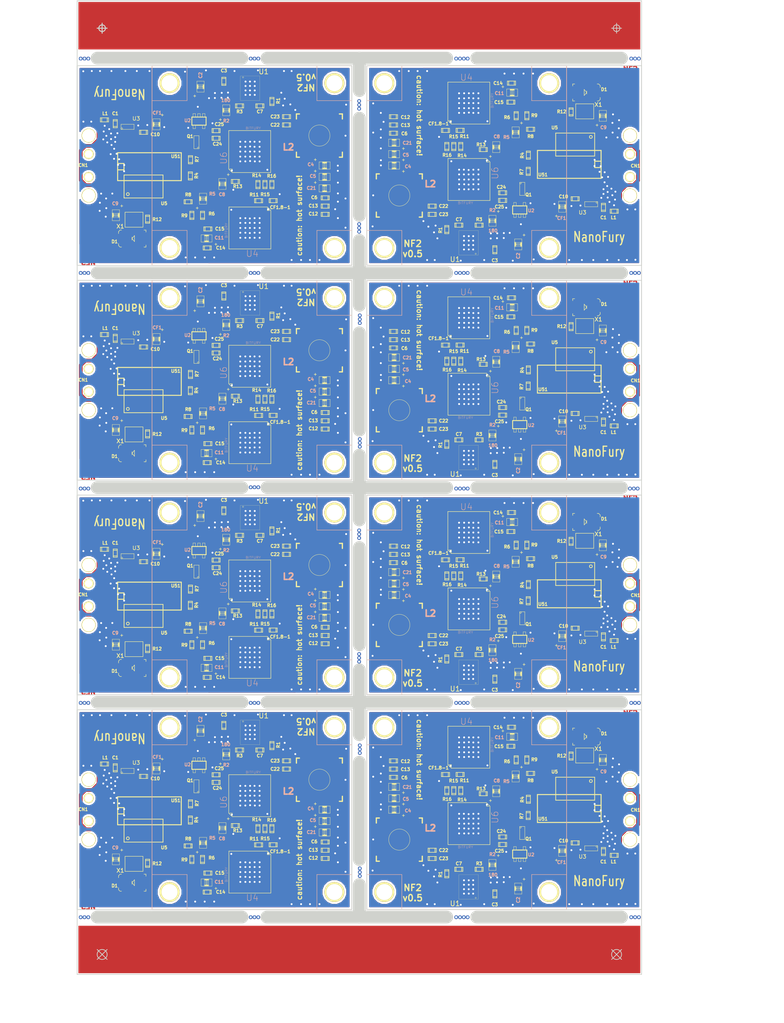
<source format=kicad_pcb>
(kicad_pcb (version 3) (host pcbnew "(2013-07-07 BZR 4022)-stable")
  (title_block (title "NanoFury NF1") (rev 0.5))
  (layers (15 F.Cu mixed) (0 B.Cu mixed) (19 F.Paste user) (20 B.SilkS user) (21 F.SilkS user) (22 B.Mask user) (23 F.Mask user) (28 Edge.Cuts user))
  (net 0 "")
  (net 1 /LED)
  (net 2 /MISO)
  (net 3 /MOSI)
  (net 4 /OMISO2)
  (net 5 /OMOSI2)
  (net 6 /OSC1)
  (net 7 /OSC2)
  (net 8 /OSCK2)
  (net 9 /SCK)
  (net 10 /SCK_OVR)
  (net 11 0V8)
  (net 12 1.8V)
  (net 13 3.3V)
  (net 14 GND)
  (net 15 INMISO)
  (net 16 INMOSI)
  (net 17 INSCK)
  (net 18 N-0000010)
  (net 19 N-0000011)
  (net 20 N-0000012)
  (net 21 N-0000015)
  (net 22 N-0000016)
  (net 23 N-0000017)
  (net 24 N-000002)
  (net 25 N-0000025)
  (net 26 N-0000027)
  (net 27 N-000003)
  (net 28 N-000005)
  (net 29 OUTMISO1)
  (net 30 OUTMOSI1)
  (net 31 OUTSCK1)
  (net 32 USB_5V)
  (net 33 USB_DM)
  (net 34 USB_DP)
  (net 35 V_EN)
  (module SSOP-20 (layer F.Cu) (at 70.3627 168.299)
    (fp_text reference U5 (at 7.0423 -0.209) (layer F.SilkS) (effects (font (size 0.635 0.635) (thickness 0.15875))))
    (fp_text value MCP2210-I/SS hide)
    (pad 7 smd rect (at 3.9 0) (size 0.4064 1.651) (layers F.Cu F.Paste F.Mask))
    (pad 8 smd rect (at 4.55 0) (size 0.4064 1.651) (layers F.Cu F.Paste F.Mask))
    (pad 9 smd rect (at 5.2 0) (size 0.4064 1.651) (layers F.Cu F.Paste F.Mask) (net 3 /MOSI))
    (pad 10 smd rect (at 5.85 0) (size 0.4064 1.651) (layers F.Cu F.Paste F.Mask))
    (pad 17 smd rect (at 1.95 -7.2) (size 0.4064 1.651) (layers F.Cu F.Paste F.Mask) (net 13 3.3V))
    (pad 4 smd rect (at 1.95 0) (size 0.4064 1.651) (layers F.Cu F.Paste F.Mask) (net 13 3.3V))
    (pad 5 smd rect (at 2.6 0) (size 0.4064 1.651) (layers F.Cu F.Paste F.Mask) (net 1 /LED))
    (pad 6 smd rect (at 3.25 0) (size 0.4064 1.651) (layers F.Cu F.Paste F.Mask))
    (pad 11 smd rect (at 5.85 -7.2) (size 0.4064 1.651) (layers F.Cu F.Paste F.Mask) (net 9 /SCK))
    (pad 12 smd rect (at 5.2 -7.2) (size 0.4064 1.651) (layers F.Cu F.Paste F.Mask) (net 10 /SCK_OVR))
    (pad 13 smd rect (at 4.55 -7.2) (size 0.4064 1.651) (layers F.Cu F.Paste F.Mask) (net 2 /MISO))
    (pad 14 smd rect (at 3.9 -7.2) (size 0.4064 1.651) (layers F.Cu F.Paste F.Mask) (net 35 V_EN))
    (pad 15 smd rect (at 3.25 -7.2) (size 0.4064 1.651) (layers F.Cu F.Paste F.Mask))
    (pad 16 smd rect (at 2.6 -7.2) (size 0.4064 1.651) (layers F.Cu F.Paste F.Mask))
    (pad 18 smd rect (at 1.3 -7.2) (size 0.4064 1.651) (layers F.Cu F.Paste F.Mask) (net 33 USB_DM))
    (pad 19 smd rect (at 0.65 -7.2) (size 0.4064 1.651) (layers F.Cu F.Paste F.Mask) (net 34 USB_DP))
    (pad 20 smd rect (at 0 -7.2) (size 0.4064 1.651) (layers F.Cu F.Paste F.Mask) (net 14 GND))
    (pad 1 smd rect (at 0 0) (size 0.4064 1.651) (layers F.Cu F.Paste F.Mask) (net 13 3.3V))
    (pad 2 smd rect (at 0.65 0) (size 0.4064 1.651) (layers F.Cu F.Paste F.Mask) (net 6 /OSC1))
    (pad 3 smd rect (at 1.3 0) (size 0.4064 1.651) (layers F.Cu F.Paste F.Mask) (net 7 /OSC2))
  )
  (module SOT23-5 (layer F.Cu) (at 84.39 151.607 180)
    (fp_text reference U2 (at 2.286 0.127 180) (layer B.SilkS) (effects (font (size 0.635 0.635) (thickness 0.1524))))
    (fp_text value "LDO - 1.8V" hide)
    (pad 1 smd rect (at -0.94996 1.29794 180) (size 0.54864 1.19888) (layers F.Cu F.Paste F.Mask) (net 32 USB_5V))
    (pad 2 smd rect (at 0 1.29794 180) (size 0.54864 1.19888) (layers F.Cu F.Paste F.Mask) (net 14 GND))
    (pad 3 smd rect (at 0.94996 1.29794 180) (size 0.54864 1.19888) (layers F.Cu F.Paste F.Mask) (net 35 V_EN))
    (pad 4 smd rect (at 0.94996 -1.29794 180) (size 0.54864 1.19888) (layers F.Cu F.Paste F.Mask) (net 14 GND))
    (pad 5 smd rect (at -0.94996 -1.29794 180) (size 0.54864 1.19888) (layers F.Cu F.Paste F.Mask) (net 12 1.8V))
  )
  (module CSTCE_G15C (layer F.Cu) (at 71.3787 171.347)
    (fp_text reference X1 (at -2.7367 1.342) (layer F.SilkS) (effects (font (size 0.8 0.8))))
    (fp_text value 12MHz hide)
    (pad 3 smd rect (at 1.2 0) (size 0.635 2) (layers F.Cu F.Paste F.Mask) (net 7 /OSC2))
    (pad 1 smd rect (at -1.2 0) (size 0.635 2) (layers F.Cu F.Paste F.Mask) (net 6 /OSC1))
    (pad 2 smd rect (at 0 0) (size 0.635 2) (layers F.Cu F.Paste F.Mask) (net 14 GND))
  )
  (module TP (layer F.Cu) (at 94.13685 163.15395 180)
    (fp_text reference P1 hide)
    (fp_text value TST hide)
    (pad 1 smd rect (at 0 0 180) (size 0.635 0.635) (layers F.Cu F.Paste F.Mask) (net 8 /OSCK2))
  )
  (module TP (layer F.Cu) (at 93.50185 164.09375 180)
    (fp_text reference P2 hide)
    (fp_text value TST hide)
    (pad 1 smd rect (at 0 0 180) (size 0.635 0.635) (layers F.Cu F.Paste F.Mask) (net 5 /OMOSI2))
  )
  (module TP (layer F.Cu) (at 94.44165 164.42395 180)
    (fp_text reference P3 hide)
    (fp_text value TST hide)
    (pad 1 smd rect (at 0 0 180) (size 0.635 0.635) (layers F.Cu F.Paste F.Mask) (net 4 /OMISO2))
  )
  (module 0805 (layer F.Cu) (at 109.536 160.497)
    (fp_text reference C4 (at -2.7672 -0.202) (layer B.SilkS) (effects (font (size 0.635 0.635) (thickness 0.15875))))
    (fp_text value 22uF hide)
    (pad 1 smd rect (at -0.89916 0) (size 1.09982 1.4986) (layers F.Cu F.Paste F.Mask) (net 11 0V8))
    (pad 2 smd rect (at 0.89916 0) (size 1.09982 1.4986) (layers F.Cu F.Paste F.Mask) (net 14 GND))
  )
  (module 0805 (layer F.Cu) (at 85.2028 167.1518 90)
    (fp_text reference R5 (at 0.9779 1.8542 180) (layer B.SilkS) (effects (font (size 0.635 0.635) (thickness 0.15875))))
    (fp_text value 2k hide)
    (pad 1 smd rect (at -0.89916 0 90) (size 1.09982 1.4986) (layers F.Cu F.Paste F.Mask) (net 17 INSCK))
    (pad 2 smd rect (at 0.89916 0 90) (size 1.09982 1.4986) (layers F.Cu F.Paste F.Mask) (net 10 /SCK_OVR))
  )
  (module 2PLCC (layer F.Cu) (at 71.182 175.1274)
    (fp_text reference D1 (at -3.683 0.6096) (layer F.SilkS) (effects (font (size 0.635 0.635) (thickness 0.15875))))
    (fp_text value LED hide)
    (pad 1 smd rect (at 1.5 0) (size 1.5 2.6) (layers F.Cu F.Paste F.Mask) (net 26 N-0000027))
    (pad 2 smd rect (at -1.5 0) (size 1.5 2.6) (layers F.Cu F.Paste F.Mask) (net 14 GND))
  )
  (module 0603 (layer F.Cu) (at 74.103 171.2412 270)
    (fp_text reference R12 (at 0.0508 -1.905 360) (layer F.SilkS) (effects (font (size 0.635 0.635) (thickness 0.15875))))
    (fp_text value 1k hide)
    (pad 1 smd rect (at 0.75184 0 270) (size 0.89916 1.00076) (layers F.Cu F.Paste F.Mask) (net 26 N-0000027))
    (pad 2 smd rect (at -0.75184 0 270) (size 0.89916 1.00076) (layers F.Cu F.Paste F.Mask) (net 1 /LED))
  )
  (module 0603 (layer F.Cu) (at 73.2902 153.8422 180)
    (fp_text reference C10 (at -2.3368 -0.4318 180) (layer F.SilkS) (effects (font (size 0.635 0.635) (thickness 0.15875))))
    (fp_text value 100n hide)
    (pad 1 smd rect (at 0.75184 0 180) (size 0.89916 1.00076) (layers F.Cu F.Paste F.Mask) (net 13 3.3V))
    (pad 2 smd rect (at -0.75184 0 180) (size 0.89916 1.00076) (layers F.Cu F.Paste F.Mask) (net 14 GND))
  )
  (module 0603 (layer F.Cu) (at 85.09866 170.4792 270)
    (fp_text reference R6 (at -0.3302 -1.83134 360) (layer F.SilkS) (effects (font (size 0.635 0.635) (thickness 0.15875))))
    (fp_text value 2k hide)
    (pad 1 smd rect (at 0.75184 0 270) (size 0.89916 1.00076) (layers F.Cu F.Paste F.Mask) (net 14 GND))
    (pad 2 smd rect (at -0.75184 0 270) (size 0.89916 1.00076) (layers F.Cu F.Paste F.Mask) (net 17 INSCK))
  )
  (module 0603 (layer F.Cu) (at 82.96506 170.4792 270)
    (fp_text reference R9 (at 0.0508 1.49606 360) (layer F.SilkS) (effects (font (size 0.635 0.635) (thickness 0.15875))))
    (fp_text value 2k hide)
    (pad 1 smd rect (at 0.75184 0 270) (size 0.89916 1.00076) (layers F.Cu F.Paste F.Mask) (net 14 GND))
    (pad 2 smd rect (at -0.75184 0 270) (size 0.89916 1.00076) (layers F.Cu F.Paste F.Mask) (net 16 INMOSI))
  )
  (module 0603 (layer F.Cu) (at 82.2183 167.75886 180)
    (fp_text reference R8 (at -0.0127 1.41986 180) (layer F.SilkS) (effects (font (size 0.635 0.635) (thickness 0.15875))))
    (fp_text value 2K hide)
    (pad 1 smd rect (at 0.75184 0 180) (size 0.89916 1.00076) (layers F.Cu F.Paste F.Mask) (net 3 /MOSI))
    (pad 2 smd rect (at -0.75184 0 180) (size 0.89916 1.00076) (layers F.Cu F.Paste F.Mask) (net 16 INMOSI))
  )
  (module 0603 (layer F.Cu) (at 67.626 152.115 270)
    (fp_text reference C1 (at -2.032 0 360) (layer F.SilkS) (effects (font (size 0.635 0.635) (thickness 0.15875))))
    (fp_text value 100nF hide)
    (pad 1 smd rect (at 0.75184 0 270) (size 0.89916 1.00076) (layers F.Cu F.Paste F.Mask) (net 14 GND))
    (pad 2 smd rect (at -0.75184 0 270) (size 0.89916 1.00076) (layers F.Cu F.Paste F.Mask) (net 32 USB_5V))
  )
  (module 0603 (layer F.Cu) (at 82.6619 162.5838 90)
    (fp_text reference R4 (at 0.0548 1.2201 90) (layer F.SilkS) (effects (font (size 0.635 0.635) (thickness 0.15875))))
    (fp_text value 2k hide)
    (pad 1 smd rect (at 0.75184 0 90) (size 0.89916 1.00076) (layers F.Cu F.Paste F.Mask) (net 2 /MISO))
    (pad 2 smd rect (at -0.75184 0 90) (size 0.89916 1.00076) (layers F.Cu F.Paste F.Mask) (net 13 3.3V))
  )
  (module 0603 (layer F.Cu) (at 92.518 148.559)
    (fp_text reference R3 (at 0 1.143) (layer F.SilkS) (effects (font (size 0.635 0.635) (thickness 0.15875))))
    (fp_text value 2.4k hide)
    (pad 1 smd rect (at 0.75184 0) (size 0.89916 1.00076) (layers F.Cu F.Paste F.Mask) (net 14 GND))
    (pad 2 smd rect (at -0.75184 0) (size 0.89916 1.00076) (layers F.Cu F.Paste F.Mask) (net 24 N-000002))
  )
  (module 0603 (layer F.Cu) (at 98.995 147.67 270)
    (fp_text reference R1 (at -0.127 -1.27 270) (layer F.SilkS) (effects (font (size 0.635 0.635) (thickness 0.1524))))
    (fp_text value 5.6k hide)
    (pad 1 smd rect (at 0.75184 0 270) (size 0.89916 1.00076) (layers F.Cu F.Paste F.Mask) (net 19 N-0000011))
    (pad 2 smd rect (at -0.75184 0 270) (size 0.89916 1.00076) (layers F.Cu F.Paste F.Mask) (net 18 N-0000010))
  )
  (module 0603 (layer F.Cu) (at 87.819 153.512)
    (fp_text reference C25 (at 0.635 -1.27) (layer F.SilkS) (effects (font (size 0.635 0.635) (thickness 0.15875))))
    (fp_text value 100nF hide)
    (pad 1 smd rect (at 0.75184 0) (size 0.89916 1.00076) (layers F.Cu F.Paste F.Mask) (net 11 0V8))
    (pad 2 smd rect (at -0.75184 0) (size 0.89916 1.00076) (layers F.Cu F.Paste F.Mask) (net 14 GND))
  )
  (module 0603 (layer F.Cu) (at 87.819 155.036)
    (fp_text reference C24 (at 0.254 1.143) (layer F.SilkS) (effects (font (size 0.635 0.635) (thickness 0.15875))))
    (fp_text value 100nF hide)
    (pad 1 smd rect (at 0.75184 0) (size 0.89916 1.00076) (layers F.Cu F.Paste F.Mask) (net 11 0V8))
    (pad 2 smd rect (at -0.75184 0) (size 0.89916 1.00076) (layers F.Cu F.Paste F.Mask) (net 14 GND))
  )
  (module 0603 (layer F.Cu) (at 101.916 152.369 180)
    (fp_text reference C23 (at 2.286 1.651 180) (layer F.SilkS) (effects (font (size 0.635 0.635) (thickness 0.15875))))
    (fp_text value 100nF hide)
    (pad 1 smd rect (at 0.75184 0 180) (size 0.89916 1.00076) (layers F.Cu F.Paste F.Mask) (net 11 0V8))
    (pad 2 smd rect (at -0.75184 0 180) (size 0.89916 1.00076) (layers F.Cu F.Paste F.Mask) (net 14 GND))
  )
  (module 0603 (layer F.Cu) (at 101.916 150.718 180)
    (fp_text reference C22 (at 2.286 -1.651 180) (layer F.SilkS) (effects (font (size 0.635 0.635) (thickness 0.15875))))
    (fp_text value 100nF hide)
    (pad 1 smd rect (at 0.75184 0 180) (size 0.89916 1.00076) (layers F.Cu F.Paste F.Mask) (net 11 0V8))
    (pad 2 smd rect (at -0.75184 0 180) (size 0.89916 1.00076) (layers F.Cu F.Paste F.Mask) (net 14 GND))
  )
  (module 0603 (layer F.Cu) (at 86.168 173.197)
    (fp_text reference C15 (at 2.384 -0.026) (layer F.SilkS) (effects (font (size 0.635 0.635) (thickness 0.15875))))
    (fp_text value 100nF hide)
    (pad 1 smd rect (at 0.75184 0) (size 0.89916 1.00076) (layers F.Cu F.Paste F.Mask) (net 11 0V8))
    (pad 2 smd rect (at -0.75184 0) (size 0.89916 1.00076) (layers F.Cu F.Paste F.Mask) (net 14 GND))
  )
  (module 0603 (layer F.Cu) (at 86.041 177.007)
    (fp_text reference C14 (at 2.691 -0.019) (layer F.SilkS) (effects (font (size 0.635 0.635) (thickness 0.15875))))
    (fp_text value 100nF hide)
    (pad 1 smd rect (at 0.75184 0) (size 0.89916 1.00076) (layers F.Cu F.Paste F.Mask) (net 11 0V8))
    (pad 2 smd rect (at -0.75184 0) (size 0.89916 1.00076) (layers F.Cu F.Paste F.Mask) (net 14 GND))
  )
  (module 0603 (layer F.Cu) (at 109.663 168.625 180)
    (fp_text reference C13 (at 2.3876 0.0508 180) (layer F.SilkS) (effects (font (size 0.635 0.635) (thickness 0.15875))))
    (fp_text value 100nF hide)
    (pad 1 smd rect (at 0.75184 0 180) (size 0.89916 1.00076) (layers F.Cu F.Paste F.Mask) (net 11 0V8))
    (pad 2 smd rect (at -0.75184 0 180) (size 0.89916 1.00076) (layers F.Cu F.Paste F.Mask) (net 14 GND))
  )
  (module 0603 (layer F.Cu) (at 109.663 170.276 180)
    (fp_text reference C12 (at 2.3876 0.1016 180) (layer F.SilkS) (effects (font (size 0.635 0.635) (thickness 0.15875))))
    (fp_text value 100nF hide)
    (pad 1 smd rect (at 0.75184 0 180) (size 0.89916 1.00076) (layers F.Cu F.Paste F.Mask) (net 11 0V8))
    (pad 2 smd rect (at -0.75184 0 180) (size 0.89916 1.00076) (layers F.Cu F.Paste F.Mask) (net 14 GND))
  )
  (module 0603 (layer F.Cu) (at 96.582 148.559)
    (fp_text reference C7 (at 0 1.143) (layer F.SilkS) (effects (font (size 0.635 0.635) (thickness 0.15875))))
    (fp_text value 1nF hide)
    (pad 1 smd rect (at 0.75184 0) (size 0.89916 1.00076) (layers F.Cu F.Paste F.Mask) (net 19 N-0000011))
    (pad 2 smd rect (at -0.75184 0) (size 0.89916 1.00076) (layers F.Cu F.Paste F.Mask) (net 14 GND))
  )
  (module 0603 (layer F.Cu) (at 109.663 166.974 180)
    (fp_text reference C6 (at 2.1844 0.0762 180) (layer F.SilkS) (effects (font (size 0.635 0.635) (thickness 0.15875))))
    (fp_text value 100nF hide)
    (pad 1 smd rect (at 0.75184 0 180) (size 0.89916 1.00076) (layers F.Cu F.Paste F.Mask) (net 11 0V8))
    (pad 2 smd rect (at -0.75184 0 180) (size 0.89916 1.00076) (layers F.Cu F.Paste F.Mask) (net 14 GND))
  )
  (module 0603 (layer F.Cu) (at 89.3684 143.6314 270)
    (fp_text reference C3 (at -2.1365 -0.0173 360) (layer F.SilkS) (effects (font (size 0.635 0.635) (thickness 0.15875))))
    (fp_text value 100nF hide)
    (pad 1 smd rect (at 0.75184 0 270) (size 0.89916 1.00076) (layers F.Cu F.Paste F.Mask) (net 32 USB_5V))
    (pad 2 smd rect (at -0.75184 0 270) (size 0.89916 1.00076) (layers F.Cu F.Paste F.Mask) (net 14 GND))
  )
  (module 0603 (layer F.Cu) (at 82.6869 159.3338 270)
    (fp_text reference R7 (at -0.1068 -1.3221 270) (layer F.SilkS) (effects (font (size 0.635 0.635) (thickness 0.15875))))
    (fp_text value 1k hide)
    (pad 1 smd rect (at 0.75184 0 270) (size 0.89916 1.00076) (layers F.Cu F.Paste F.Mask) (net 10 /SCK_OVR))
    (pad 2 smd rect (at -0.75184 0 270) (size 0.89916 1.00076) (layers F.Cu F.Paste F.Mask) (net 9 /SCK))
  )
  (module 0603 (layer F.Cu) (at 96.32125 167.54815 180)
    (fp_text reference R11 (at 0.88225 1.20915 180) (layer F.SilkS) (effects (font (size 0.635 0.635) (thickness 0.15875))))
    (fp_text value 1k hide)
    (pad 1 smd rect (at 0.75184 0 180) (size 0.89916 1.00076) (layers F.Cu F.Paste F.Mask) (net 25 N-0000025))
    (pad 2 smd rect (at -0.75184 0 180) (size 0.89916 1.00076) (layers F.Cu F.Paste F.Mask) (net 14 GND))
  )
  (module SOT23 (layer F.Cu) (at 83.882 155.798 90)
    (fp_text reference Q1 (at 1.143 -1.27 180) (layer F.SilkS) (effects (font (size 0.635 0.635) (thickness 0.15875))))
    (fp_text value BSS138L hide)
    (pad 3 smd rect (at 0 -1.09982 90) (size 0.8001 1.00076) (layers F.Cu F.Paste F.Mask) (net 2 /MISO))
    (pad 2 smd rect (at 0.9525 1.09982 90) (size 0.8001 1.00076) (layers F.Cu F.Paste F.Mask) (net 15 INMISO))
    (pad 1 smd rect (at -0.9525 1.09982 90) (size 0.8001 1.00076) (layers F.Cu F.Paste F.Mask) (net 12 1.8V))
  )
  (module 0805 (layer F.Cu) (at 109.536 165.069)
    (fp_text reference C21 (at -2.6416 -0.0508) (layer B.SilkS) (effects (font (size 0.635 0.635) (thickness 0.15875))))
    (fp_text value 22uF hide)
    (pad 1 smd rect (at -0.89916 0) (size 1.09982 1.4986) (layers F.Cu F.Paste F.Mask) (net 11 0V8))
    (pad 2 smd rect (at 0.89916 0) (size 1.09982 1.4986) (layers F.Cu F.Paste F.Mask) (net 14 GND))
  )
  (module 0805 (layer F.Cu) (at 85.914 175.102 180)
    (fp_text reference C11 (at -2.54 0.127 180) (layer B.SilkS) (effects (font (size 0.635 0.635) (thickness 0.15875))))
    (fp_text value 22uF hide)
    (pad 1 smd rect (at -0.89916 0 180) (size 1.09982 1.4986) (layers F.Cu F.Paste F.Mask) (net 11 0V8))
    (pad 2 smd rect (at 0.89916 0 180) (size 1.09982 1.4986) (layers F.Cu F.Paste F.Mask) (net 14 GND))
  )
  (module 0805 (layer F.Cu) (at 109.536 162.783)
    (fp_text reference C5 (at -2.3388 -0.1576) (layer B.SilkS) (effects (font (size 0.635 0.635) (thickness 0.15875))))
    (fp_text value 22uF hide)
    (pad 1 smd rect (at -0.89916 0) (size 1.09982 1.4986) (layers F.Cu F.Paste F.Mask) (net 11 0V8))
    (pad 2 smd rect (at 0.89916 0) (size 1.09982 1.4986) (layers F.Cu F.Paste F.Mask) (net 14 GND))
  )
  (module 0805 (layer F.Cu) (at 84.6948 144.7109 90)
    (fp_text reference C2 (at 2.286 0 90) (layer B.SilkS) (effects (font (size 0.635 0.635) (thickness 0.15875))))
    (fp_text value 22uF/10V hide)
    (pad 1 smd rect (at -0.89916 0 90) (size 1.09982 1.4986) (layers F.Cu F.Paste F.Mask) (net 32 USB_5V))
    (pad 2 smd rect (at 0.89916 0 90) (size 1.09982 1.4986) (layers F.Cu F.Paste F.Mask) (net 14 GND))
  )
  (module 0805 (layer F.Cu) (at 75.881 152.242 270)
    (fp_text reference CF1 (at -2.286 -0.127 360) (layer B.SilkS) (effects (font (size 0.635 0.635) (thickness 0.15875))))
    (fp_text value 22uF/10V hide)
    (pad 1 smd rect (at -0.89916 0 270) (size 1.09982 1.4986) (layers F.Cu F.Paste F.Mask) (net 32 USB_5V))
    (pad 2 smd rect (at 0.89916 0 270) (size 1.09982 1.4986) (layers F.Cu F.Paste F.Mask) (net 14 GND))
  )
  (module 0805 (layer F.Cu) (at 89.089 164.18 270)
    (fp_text reference C8 (at 2.1154 0.0938 360) (layer B.SilkS) (effects (font (size 0.635 0.635) (thickness 0.15875))))
    (fp_text value 4.7uF/4V hide)
    (pad 1 smd rect (at -0.89916 0 270) (size 1.09982 1.4986) (layers F.Cu F.Paste F.Mask) (net 12 1.8V))
    (pad 2 smd rect (at 0.89916 0 270) (size 1.09982 1.4986) (layers F.Cu F.Paste F.Mask) (net 14 GND))
  )
  (module 0805 (layer F.Cu) (at 67.75 170.45 270)
    (fp_text reference C9 (at -2.333 0.124 360) (layer B.SilkS) (effects (font (size 0.635 0.635) (thickness 0.15875))))
    (fp_text value 10uF/4V hide)
    (pad 1 smd rect (at -0.89916 0 270) (size 1.09982 1.4986) (layers F.Cu F.Paste F.Mask) (net 13 3.3V))
    (pad 2 smd rect (at 0.89916 0 270) (size 1.09982 1.4986) (layers F.Cu F.Paste F.Mask) (net 14 GND))
  )
  (module CNC-1001-011-01101 (layer F.Cu) (at 62.3 160.5 90)
    (fp_text reference CN1 (at 0.0665 -1.1002 180) (layer F.SilkS) (effects (font (size 0.635 0.635) (thickness 0.15875))))
    (fp_text value USB-A hide)
    (pad 5 smd rect (at 3.5 2.8 90) (size 1.1 2.3) (layers F.Cu F.Paste F.Mask) (net 14 GND))
    (pad 3 smd rect (at 1 2.8 90) (size 1.1 2.3) (layers F.Cu F.Paste F.Mask) (net 34 USB_DP))
    (pad 1 smd rect (at -3.5 2.8 90) (size 1.1 2.3) (layers F.Cu F.Paste F.Mask) (net 28 N-000005))
    (pad "" thru_hole circle (at -6 0 90) (size 2.8 2.8) (drill 2.5) (layers *.Cu *.Mask F.SilkS))
    (pad "" thru_hole circle (at 6 0 90) (size 2.8 2.8) (drill 2.5) (layers *.Cu *.Mask F.SilkS))
    (pad "" thru_hole circle (at -2.3 0 90) (size 2 2) (drill 1.5) (layers *.Cu *.Mask F.SilkS))
    (pad "" thru_hole circle (at 2.3 0 90) (size 2 2) (drill 1.5) (layers *.Cu *.Mask F.SilkS))
    (pad 2 smd rect (at -1 2.8 90) (size 1.1 2.3) (layers F.Cu F.Paste F.Mask) (net 33 USB_DM))
  )
  (module SOT23 (layer F.Cu) (at 70.1152 152.75)
    (fp_text reference U3 (at 1.7018 -1.651) (layer F.SilkS) (effects (font (size 0.762 0.762) (thickness 0.11938))))
    (fp_text value "LDO - 3.3V" hide)
    (pad 3 smd rect (at 0 -1.09982) (size 0.8001 1.00076) (layers F.Cu F.Paste F.Mask) (net 32 USB_5V))
    (pad 2 smd rect (at 0.9525 1.09982) (size 0.8001 1.00076) (layers F.Cu F.Paste F.Mask) (net 13 3.3V))
    (pad 1 smd rect (at -0.9525 1.09982) (size 0.8001 1.00076) (layers F.Cu F.Paste F.Mask) (net 14 GND))
  )
  (module SOIC20 (layer F.Cu) (at 74.4521 160.7298)
    (fp_text reference U51 (at 5.2848 -2.071) (layer F.SilkS) (effects (font (size 0.635 0.635) (thickness 0.15875))))
    (fp_text value MCP2210-I/SO hide)
    (pad 1 smd rect (at -5.715 4.7) (size 0.762 2) (layers F.Cu F.Paste F.Mask) (net 13 3.3V))
    (pad 2 smd rect (at -4.445 4.7) (size 0.762 2) (layers F.Cu F.Paste F.Mask) (net 6 /OSC1))
    (pad 3 smd rect (at -3.175 4.7) (size 0.762 2) (layers F.Cu F.Paste F.Mask) (net 7 /OSC2))
    (pad 4 smd rect (at -1.905 4.7) (size 0.762 2) (layers F.Cu F.Paste F.Mask) (net 13 3.3V))
    (pad 5 smd rect (at -0.635 4.7) (size 0.762 2) (layers F.Cu F.Paste F.Mask) (net 1 /LED))
    (pad 6 smd rect (at 0.635 4.7) (size 0.762 2) (layers F.Cu F.Paste F.Mask))
    (pad 7 smd rect (at 1.905 4.7) (size 0.762 2) (layers F.Cu F.Paste F.Mask))
    (pad 8 smd rect (at 3.175 4.7) (size 0.762 2) (layers F.Cu F.Paste F.Mask))
    (pad 9 smd rect (at 4.445 4.7) (size 0.762 2) (layers F.Cu F.Paste F.Mask) (net 3 /MOSI))
    (pad 10 smd rect (at 5.715 4.7) (size 0.762 2) (layers F.Cu F.Paste F.Mask))
    (pad 20 smd rect (at -5.715 -4.7) (size 0.762 2) (layers F.Cu F.Paste F.Mask) (net 14 GND))
    (pad 19 smd rect (at -4.445 -4.7) (size 0.762 2) (layers F.Cu F.Paste F.Mask) (net 34 USB_DP))
    (pad 18 smd rect (at -3.175 -4.7) (size 0.762 2) (layers F.Cu F.Paste F.Mask) (net 33 USB_DM))
    (pad 17 smd rect (at -1.905 -4.7) (size 0.762 2) (layers F.Cu F.Paste F.Mask) (net 13 3.3V))
    (pad 16 smd rect (at -0.635 -4.7) (size 0.762 2) (layers F.Cu F.Paste F.Mask))
    (pad 15 smd rect (at 0.635 -4.7) (size 0.762 2) (layers F.Cu F.Paste F.Mask))
    (pad 14 smd rect (at 1.905 -4.7) (size 0.762 2) (layers F.Cu F.Paste F.Mask) (net 35 V_EN))
    (pad 13 smd rect (at 3.175 -4.7) (size 0.762 2) (layers F.Cu F.Paste F.Mask) (net 2 /MISO))
    (pad 12 smd rect (at 4.445 -4.7) (size 0.762 2) (layers F.Cu F.Paste F.Mask) (net 10 /SCK_OVR))
    (pad 11 smd rect (at 5.715 -4.7) (size 0.762 2) (layers F.Cu F.Paste F.Mask) (net 9 /SCK))
  )
  (module 0603 (layer F.Cu) (at 91.68321 163.69243)
    (fp_text reference R13 (at 0.45379 0.99557) (layer F.SilkS) (effects (font (size 0.635 0.635) (thickness 0.1524))))
    (fp_text value 1k hide)
    (pad 1 smd rect (at 0.75184 0) (size 0.89916 1.00076) (layers F.Cu F.Paste F.Mask) (net 20 N-0000012))
    (pad 2 smd rect (at -0.75184 0) (size 0.89916 1.00076) (layers F.Cu F.Paste F.Mask) (net 14 GND))
  )
  (module 0603 (layer F.Cu) (at 96.19785 164.30555 270)
    (fp_text reference R14 (at -1.812 0.2618 360) (layer F.SilkS) (effects (font (size 0.635 0.635) (thickness 0.1524))))
    (fp_text value 0R hide)
    (pad 1 smd rect (at 0.75184 0 270) (size 0.89916 1.00076) (layers F.Cu F.Paste F.Mask) (net 29 OUTMISO1))
    (pad 2 smd rect (at -0.75184 0 270) (size 0.89916 1.00076) (layers F.Cu F.Paste F.Mask) (net 21 N-0000015))
  )
  (module 0603 (layer F.Cu) (at 97.59485 164.30555 270)
    (fp_text reference R15 (at 1.988 -0.0412 360) (layer F.SilkS) (effects (font (size 0.635 0.635) (thickness 0.1524))))
    (fp_text value 0R hide)
    (pad 1 smd rect (at 0.75184 0 270) (size 0.89916 1.00076) (layers F.Cu F.Paste F.Mask) (net 30 OUTMOSI1))
    (pad 2 smd rect (at -0.75184 0 270) (size 0.89916 1.00076) (layers F.Cu F.Paste F.Mask) (net 22 N-0000016))
  )
  (module 0603 (layer F.Cu) (at 98.99185 164.30555 270)
    (fp_text reference R16 (at -1.712 0.0558 360) (layer F.SilkS) (effects (font (size 0.635 0.635) (thickness 0.1524))))
    (fp_text value 0R hide)
    (pad 1 smd rect (at 0.75184 0 270) (size 0.89916 1.00076) (layers F.Cu F.Paste F.Mask) (net 31 OUTSCK1))
    (pad 2 smd rect (at -0.75184 0 270) (size 0.89916 1.00076) (layers F.Cu F.Paste F.Mask) (net 23 N-0000017))
  )
  (module SRN8040 (layer F.Cu) (at 108.5 154.5)
    (fp_text reference L2 (at -6.203 2.314) (layer B.SilkS) (effects (font (size 1.27 1.27) (thickness 0.3175))))
    (fp_text value 1.0uH hide)
    (pad 1 smd rect (at 0 -2.85) (size 8 2.2) (layers F.Cu F.Paste F.Mask) (net 27 N-000003) (clearance 0.508))
    (pad 2 smd rect (at 0 2.85) (size 8 2.2) (layers F.Cu F.Paste F.Mask) (net 11 0V8) (clearance 0.508))
  )
  (module 0603 (layer F.Cu) (at 99.249 167.5328 180)
    (fp_text reference CF1.8-1 (at -1.397 -1.3462 180) (layer F.SilkS) (effects (font (size 0.635 0.635) (thickness 0.1524))))
    (fp_text value 100n hide)
    (pad 1 smd rect (at 0.75184 0 180) (size 0.89916 1.00076) (layers F.Cu F.Paste F.Mask) (net 12 1.8V))
    (pad 2 smd rect (at -0.75184 0 180) (size 0.89916 1.00076) (layers F.Cu F.Paste F.Mask) (net 14 GND))
  )
  (module QFN48 (layer F.Cu) (at 94.58175 173.00465 270)
    (fp_text reference U4 (at 5.138 -0.4778 360) (layer B.SilkS) (effects (font (size 1.27 1.27) (thickness 0.0889))))
    (fp_text value BITFURY (at 0.508 4.699 270) (layer B.SilkS) (effects (font (size 0.508 0.508) (thickness 0.0381))))
    (pad 13 smd rect (at -2.75 3.55 270) (size 0.2794 1) (layers F.Cu F.Paste F.Mask) (net 11 0V8))
    (pad 25 smd rect (at 3.55 2.75 270) (size 1 0.3) (layers F.Cu F.Paste F.Mask) (net 11 0V8))
    (pad 26 smd rect (at 3.55 2.25 270) (size 1 0.3) (layers F.Cu F.Paste F.Mask) (net 11 0V8))
    (pad 28 smd rect (at 3.55 1.25 270) (size 1 0.3) (layers F.Cu F.Paste F.Mask) (net 11 0V8))
    (pad 27 smd rect (at 3.55 1.75 270) (size 1 0.3) (layers F.Cu F.Paste F.Mask) (net 11 0V8))
    (pad 29 smd rect (at 3.55 0.75 270) (size 1 0.3) (layers F.Cu F.Paste F.Mask) (net 11 0V8))
    (pad 30 smd rect (at 3.55 0.25 270) (size 1 0.3) (layers F.Cu F.Paste F.Mask) (net 11 0V8))
    (pad 36 smd rect (at 3.55 -2.75 270) (size 1 0.3) (layers F.Cu F.Paste F.Mask) (net 11 0V8))
    (pad 35 smd rect (at 3.55 -2.25 270) (size 1 0.3) (layers F.Cu F.Paste F.Mask) (net 11 0V8))
    (pad 33 smd rect (at 3.55 -1.25 270) (size 1 0.3) (layers F.Cu F.Paste F.Mask) (net 11 0V8))
    (pad 34 smd rect (at 3.55 -1.75 270) (size 1 0.3) (layers F.Cu F.Paste F.Mask) (net 11 0V8))
    (pad 32 smd rect (at 3.55 -0.75 270) (size 1 0.3) (layers F.Cu F.Paste F.Mask) (net 11 0V8))
    (pad 31 smd rect (at 3.55 -0.25 270) (size 1 0.3) (layers F.Cu F.Paste F.Mask) (net 11 0V8))
    (pad 1 smd rect (at -3.55 -2.75 270) (size 1 0.3) (layers F.Cu F.Paste F.Mask) (net 14 GND))
    (pad 3 smd rect (at -3.55 -1.748 270) (size 1 0.3) (layers F.Cu F.Paste F.Mask) (net 14 GND))
    (pad 2 smd rect (at -3.55 -2.25 270) (size 1 0.3) (layers F.Cu F.Paste F.Mask) (net 14 GND))
    (pad 5 smd rect (at -3.55 -0.75 270) (size 1 0.3) (layers F.Cu F.Paste F.Mask) (net 25 N-0000025))
    (pad 6 smd rect (at -3.55 -0.25 270) (size 1 0.3) (layers F.Cu F.Paste F.Mask) (net 31 OUTSCK1))
    (pad 4 smd rect (at -3.55 -1.25 270) (size 1 0.3) (layers F.Cu F.Paste F.Mask) (net 12 1.8V))
    (pad 10 smd rect (at -3.55 1.75 270) (size 1 0.3) (layers F.Cu F.Paste F.Mask) (net 16 INMOSI))
    (pad 12 smd rect (at -3.55 2.75 270) (size 1 0.3) (layers F.Cu F.Paste F.Mask) (net 14 GND))
    (pad 11 smd rect (at -3.55 2.25 270) (size 1 0.3) (layers F.Cu F.Paste F.Mask) (net 17 INSCK))
    (pad 8 smd rect (at -3.55 0.75 270) (size 1 0.3) (layers F.Cu F.Paste F.Mask) (net 29 OUTMISO1))
    (pad 9 smd rect (at -3.55 1.25 270) (size 1 0.3) (layers F.Cu F.Paste F.Mask) (net 15 INMISO))
    (pad 7 smd rect (at -3.55 0.25 270) (size 1 0.3) (layers F.Cu F.Paste F.Mask) (net 30 OUTMOSI1))
    (pad 49 smd rect (at 0 0 270) (size 5 5) (layers F.Cu F.Mask) (net 14 GND))
    (pad 47 smd rect (at -2.25 -3.55 270) (size 0.3 1) (layers F.Cu F.Paste F.Mask) (net 11 0V8))
    (pad 48 smd rect (at -2.75 -3.55 270) (size 0.2794 1) (layers F.Cu F.Paste F.Mask) (net 11 0V8))
    (pad 45 smd rect (at -1.25 -3.55 270) (size 0.3 1) (layers F.Cu F.Paste F.Mask) (net 11 0V8))
    (pad 44 smd rect (at -0.75 -3.55 270) (size 0.3 1) (layers F.Cu F.Paste F.Mask) (net 11 0V8))
    (pad 46 smd rect (at -1.75 -3.55 270) (size 0.3 1) (layers F.Cu F.Paste F.Mask) (net 11 0V8))
    (pad 39 smd rect (at 1.75 -3.55 270) (size 0.3 1) (layers F.Cu F.Paste F.Mask) (net 11 0V8))
    (pad 37 smd rect (at 2.75 -3.55 270) (size 0.3 1) (layers F.Cu F.Paste F.Mask) (net 11 0V8))
    (pad 38 smd rect (at 2.25 -3.55 270) (size 0.3 1) (layers F.Cu F.Paste F.Mask) (net 11 0V8))
    (pad 41 smd rect (at 0.75 -3.55 270) (size 0.3 1) (layers F.Cu F.Paste F.Mask) (net 11 0V8))
    (pad 40 smd rect (at 1.25 -3.55 270) (size 0.3 1) (layers F.Cu F.Paste F.Mask) (net 11 0V8))
    (pad 42 smd rect (at 0.25 -3.55 270) (size 0.3 1) (layers F.Cu F.Paste F.Mask) (net 11 0V8))
    (pad 43 smd rect (at -0.25 -3.55 270) (size 0.3 1) (layers F.Cu F.Paste F.Mask) (net 11 0V8))
    (pad 14 smd rect (at -2.25 3.55 270) (size 0.3 1) (layers F.Cu F.Paste F.Mask) (net 11 0V8))
    (pad 16 smd rect (at -1.25 3.55 270) (size 0.3 1) (layers F.Cu F.Paste F.Mask) (net 11 0V8))
    (pad 17 smd rect (at -0.75 3.55 270) (size 0.3 1) (layers F.Cu F.Paste F.Mask) (net 11 0V8))
    (pad 15 smd rect (at -1.75 3.55 270) (size 0.3 1) (layers F.Cu F.Paste F.Mask) (net 11 0V8))
    (pad 22 smd rect (at 1.75 3.55 270) (size 0.3 1) (layers F.Cu F.Paste F.Mask) (net 11 0V8))
    (pad 24 smd rect (at 2.75 3.55 270) (size 0.3 1) (layers F.Cu F.Paste F.Mask) (net 11 0V8))
    (pad 23 smd rect (at 2.25 3.55 270) (size 0.3 1) (layers F.Cu F.Paste F.Mask) (net 11 0V8))
    (pad 20 smd rect (at 0.75 3.55 270) (size 0.3 1) (layers F.Cu F.Paste F.Mask) (net 11 0V8))
    (pad 21 smd rect (at 1.25 3.55 270) (size 0.3 1) (layers F.Cu F.Paste F.Mask) (net 11 0V8))
    (pad 19 smd rect (at 0.25 3.55 270) (size 0.3 1) (layers F.Cu F.Paste F.Mask) (net 11 0V8))
    (pad 18 smd rect (at -0.25 3.55 270) (size 0.3 1) (layers F.Cu F.Paste F.Mask) (net 11 0V8))
    (pad 49 smd rect (at -1.125 -1.125 270) (size 2 2) (layers F.Cu F.Paste F.Mask) (net 14 GND))
    (pad 49 smd rect (at -1.125 1.125 270) (size 2 2) (layers F.Cu F.Paste F.Mask) (net 14 GND))
    (pad 49 smd rect (at 1.125 -1.125 270) (size 2 2) (layers F.Cu F.Paste F.Mask) (net 14 GND))
    (pad 49 smd rect (at 1.125 1.125 270) (size 2 2) (layers F.Cu F.Paste F.Mask) (net 14 GND))
  )
  (module QFN48 (layer F.Cu) (at 94.54685 157.70155 90)
    (fp_text reference U6 (at -1.292 -5.2108 90) (layer B.SilkS) (effects (font (size 1.27 1.27) (thickness 0.0889))))
    (fp_text value BITFURY (at 4.688 0.6992 180) (layer B.SilkS) (effects (font (size 0.508 0.508) (thickness 0.0381))))
    (pad 13 smd rect (at -2.75 3.55 90) (size 0.2794 1) (layers F.Cu F.Paste F.Mask) (net 11 0V8))
    (pad 25 smd rect (at 3.55 2.75 90) (size 1 0.3) (layers F.Cu F.Paste F.Mask) (net 11 0V8))
    (pad 26 smd rect (at 3.55 2.25 90) (size 1 0.3) (layers F.Cu F.Paste F.Mask) (net 11 0V8))
    (pad 28 smd rect (at 3.55 1.25 90) (size 1 0.3) (layers F.Cu F.Paste F.Mask) (net 11 0V8))
    (pad 27 smd rect (at 3.55 1.75 90) (size 1 0.3) (layers F.Cu F.Paste F.Mask) (net 11 0V8))
    (pad 29 smd rect (at 3.55 0.75 90) (size 1 0.3) (layers F.Cu F.Paste F.Mask) (net 11 0V8))
    (pad 30 smd rect (at 3.55 0.25 90) (size 1 0.3) (layers F.Cu F.Paste F.Mask) (net 11 0V8))
    (pad 36 smd rect (at 3.55 -2.75 90) (size 1 0.3) (layers F.Cu F.Paste F.Mask) (net 11 0V8))
    (pad 35 smd rect (at 3.55 -2.25 90) (size 1 0.3) (layers F.Cu F.Paste F.Mask) (net 11 0V8))
    (pad 33 smd rect (at 3.55 -1.25 90) (size 1 0.3) (layers F.Cu F.Paste F.Mask) (net 11 0V8))
    (pad 34 smd rect (at 3.55 -1.75 90) (size 1 0.3) (layers F.Cu F.Paste F.Mask) (net 11 0V8))
    (pad 32 smd rect (at 3.55 -0.75 90) (size 1 0.3) (layers F.Cu F.Paste F.Mask) (net 11 0V8))
    (pad 31 smd rect (at 3.55 -0.25 90) (size 1 0.3) (layers F.Cu F.Paste F.Mask) (net 11 0V8))
    (pad 1 smd rect (at -3.55 -2.75 90) (size 1 0.3) (layers F.Cu F.Paste F.Mask) (net 14 GND))
    (pad 3 smd rect (at -3.55 -1.748 90) (size 1 0.3) (layers F.Cu F.Paste F.Mask) (net 14 GND))
    (pad 2 smd rect (at -3.55 -2.25 90) (size 1 0.3) (layers F.Cu F.Paste F.Mask) (net 14 GND))
    (pad 5 smd rect (at -3.55 -0.75 90) (size 1 0.3) (layers F.Cu F.Paste F.Mask) (net 20 N-0000012))
    (pad 6 smd rect (at -3.55 -0.25 90) (size 1 0.3) (layers F.Cu F.Paste F.Mask) (net 8 /OSCK2))
    (pad 4 smd rect (at -3.55 -1.25 90) (size 1 0.3) (layers F.Cu F.Paste F.Mask) (net 12 1.8V))
    (pad 10 smd rect (at -3.55 1.75 90) (size 1 0.3) (layers F.Cu F.Paste F.Mask) (net 22 N-0000016))
    (pad 12 smd rect (at -3.55 2.75 90) (size 1 0.3) (layers F.Cu F.Paste F.Mask) (net 14 GND))
    (pad 11 smd rect (at -3.55 2.25 90) (size 1 0.3) (layers F.Cu F.Paste F.Mask) (net 23 N-0000017))
    (pad 8 smd rect (at -3.55 0.75 90) (size 1 0.3) (layers F.Cu F.Paste F.Mask) (net 4 /OMISO2))
    (pad 9 smd rect (at -3.55 1.25 90) (size 1 0.3) (layers F.Cu F.Paste F.Mask) (net 21 N-0000015))
    (pad 7 smd rect (at -3.55 0.25 90) (size 1 0.3) (layers F.Cu F.Paste F.Mask) (net 5 /OMOSI2))
    (pad 49 smd rect (at 0 0 90) (size 5 5) (layers F.Cu F.Mask) (net 14 GND))
    (pad 47 smd rect (at -2.25 -3.55 90) (size 0.3 1) (layers F.Cu F.Paste F.Mask) (net 11 0V8))
    (pad 48 smd rect (at -2.75 -3.55 90) (size 0.2794 1) (layers F.Cu F.Paste F.Mask) (net 11 0V8))
    (pad 45 smd rect (at -1.25 -3.55 90) (size 0.3 1) (layers F.Cu F.Paste F.Mask) (net 11 0V8))
    (pad 44 smd rect (at -0.75 -3.55 90) (size 0.3 1) (layers F.Cu F.Paste F.Mask) (net 11 0V8))
    (pad 46 smd rect (at -1.75 -3.55 90) (size 0.3 1) (layers F.Cu F.Paste F.Mask) (net 11 0V8))
    (pad 39 smd rect (at 1.75 -3.55 90) (size 0.3 1) (layers F.Cu F.Paste F.Mask) (net 11 0V8))
    (pad 37 smd rect (at 2.75 -3.55 90) (size 0.3 1) (layers F.Cu F.Paste F.Mask) (net 11 0V8))
    (pad 38 smd rect (at 2.25 -3.55 90) (size 0.3 1) (layers F.Cu F.Paste F.Mask) (net 11 0V8))
    (pad 41 smd rect (at 0.75 -3.55 90) (size 0.3 1) (layers F.Cu F.Paste F.Mask) (net 11 0V8))
    (pad 40 smd rect (at 1.25 -3.55 90) (size 0.3 1) (layers F.Cu F.Paste F.Mask) (net 11 0V8))
    (pad 42 smd rect (at 0.25 -3.55 90) (size 0.3 1) (layers F.Cu F.Paste F.Mask) (net 11 0V8))
    (pad 43 smd rect (at -0.25 -3.55 90) (size 0.3 1) (layers F.Cu F.Paste F.Mask) (net 11 0V8))
    (pad 14 smd rect (at -2.25 3.55 90) (size 0.3 1) (layers F.Cu F.Paste F.Mask) (net 11 0V8))
    (pad 16 smd rect (at -1.25 3.55 90) (size 0.3 1) (layers F.Cu F.Paste F.Mask) (net 11 0V8))
    (pad 17 smd rect (at -0.75 3.55 90) (size 0.3 1) (layers F.Cu F.Paste F.Mask) (net 11 0V8))
    (pad 15 smd rect (at -1.75 3.55 90) (size 0.3 1) (layers F.Cu F.Paste F.Mask) (net 11 0V8))
    (pad 22 smd rect (at 1.75 3.55 90) (size 0.3 1) (layers F.Cu F.Paste F.Mask) (net 11 0V8))
    (pad 24 smd rect (at 2.75 3.55 90) (size 0.3 1) (layers F.Cu F.Paste F.Mask) (net 11 0V8))
    (pad 23 smd rect (at 2.25 3.55 90) (size 0.3 1) (layers F.Cu F.Paste F.Mask) (net 11 0V8))
    (pad 20 smd rect (at 0.75 3.55 90) (size 0.3 1) (layers F.Cu F.Paste F.Mask) (net 11 0V8))
    (pad 21 smd rect (at 1.25 3.55 90) (size 0.3 1) (layers F.Cu F.Paste F.Mask) (net 11 0V8))
    (pad 19 smd rect (at 0.25 3.55 90) (size 0.3 1) (layers F.Cu F.Paste F.Mask) (net 11 0V8))
    (pad 18 smd rect (at -0.25 3.55 90) (size 0.3 1) (layers F.Cu F.Paste F.Mask) (net 11 0V8))
    (pad 49 smd rect (at -1.125 -1.125 90) (size 2 2) (layers F.Cu F.Paste F.Mask) (net 14 GND))
    (pad 49 smd rect (at -1.125 1.125 90) (size 2 2) (layers F.Cu F.Paste F.Mask) (net 14 GND))
    (pad 49 smd rect (at 1.125 -1.125 90) (size 2 2) (layers F.Cu F.Paste F.Mask) (net 14 GND))
    (pad 49 smd rect (at 1.125 1.125 90) (size 2 2) (layers F.Cu F.Paste F.Mask) (net 14 GND))
  )
  (module HTSOP-J8 (layer F.Cu) (at 92.67708 142.58736 270)
    (fp_text reference U1 (at -0.88636 -4.66692 360) (layer F.SilkS))
    (fp_text value BD9C601FJ hide)
    (pad 4 smd rect (at 4.355 0.725 270) (size 0.55 1.2) (layers F.Cu F.Paste F.Mask) (net 24 N-000002))
    (pad 1 smd rect (at 0.545 0.725 270) (size 0.55 1.2) (layers F.Cu F.Paste F.Mask) (net 14 GND))
    (pad 2 smd rect (at 1.815 0.725 270) (size 0.55 1.2) (layers F.Cu F.Paste F.Mask) (net 32 USB_5V))
    (pad 3 smd rect (at 3.085 0.725 270) (size 0.55 1.2) (layers F.Cu F.Paste F.Mask) (net 14 GND))
    (pad 6 smd rect (at 3.085 -4.625 270) (size 0.55 1.2) (layers F.Cu F.Paste F.Mask) (net 35 V_EN))
    (pad 7 smd rect (at 1.815 -4.625 270) (size 0.55 1.2) (layers F.Cu F.Paste F.Mask) (net 27 N-000003))
    (pad 8 smd rect (at 0.545 -4.625 270) (size 0.55 1.2) (layers F.Cu F.Paste F.Mask) (net 27 N-000003))
    (pad 5 smd rect (at 4.355 -4.625 270) (size 0.55 1.2) (layers F.Cu F.Paste F.Mask) (net 18 N-0000010))
    (pad 9 smd rect (at 2.45 -1.95 270) (size 3.6 2.8) (layers F.Cu F.Paste F.Mask) (net 14 GND))
  )
  (module 0603 (layer F.Cu) (at 65.467 151.353 180)
    (fp_text reference L1 (at -0.127 1.27 180) (layer F.SilkS) (effects (font (size 0.635 0.635) (thickness 0.15875))))
    (fp_text value 10R@100MHz hide)
    (pad 1 smd rect (at 0.75184 0 180) (size 0.89916 1.00076) (layers F.Cu F.Paste F.Mask) (net 28 N-000005))
    (pad 2 smd rect (at -0.75184 0 180) (size 0.89916 1.00076) (layers F.Cu F.Paste F.Mask) (net 32 USB_5V))
  )
  (module HEATSINK_LCBH40_40x40 (layer F.Cu) (at 95 160.5 180)
    (fp_text reference HEATSINK_LCBH40_40x40 hide)
    (fp_text value VAL** hide)
    (pad 0 thru_hole circle (at -16.5 16.5 180) (size 4 4) (drill 3.2) (layers *.Cu *.Mask F.SilkS))
    (pad 0 thru_hole circle (at 16.5 -16.5 180) (size 4 4) (drill 3.2) (layers *.Cu *.Mask F.SilkS))
  )
  (module HEATSINK_LCBM40_40x40 (layer F.Cu) (at 95 160.5 180)
    (fp_text reference HEATSINK_LCBM40_40x40 hide)
    (fp_text value VAL** hide)
    (pad 0 thru_hole circle (at 16.5 16.5 180) (size 4 4) (drill 3.2) (layers *.Cu *.Mask F.SilkS))
    (pad 0 thru_hole circle (at -16.5 -16.5 180) (size 4 4) (drill 3.2) (layers *.Cu *.Mask F.SilkS))
  )
  (module 0805 (layer F.Cu) (at 89.851 149.448 90)
    (fp_text reference R2 (at -2.1 0 180) (layer B.SilkS) (effects (font (size 0.635 0.635) (thickness 0.15875))))
    (fp_text value 180 (at 2 -0.1 180) (layer B.SilkS) (effects (font (size 0.635 0.635) (thickness 0.1524))))
    (pad 1 smd rect (at -0.89916 0 90) (size 1.09982 1.4986) (layers F.Cu F.Paste F.Mask) (net 11 0V8))
    (pad 2 smd rect (at 0.89916 0 90) (size 1.09982 1.4986) (layers F.Cu F.Paste F.Mask) (net 24 N-000002))
  )
  (module 0805 (layer F.Cu) (at 143.149 171.552 270)
    (fp_text reference R2 (at -2.1 0 360) (layer B.SilkS) (effects (font (size 0.635 0.635) (thickness 0.15875))))
    (fp_text value 180 (at 2 -0.1 360) (layer B.SilkS) (effects (font (size 0.635 0.635) (thickness 0.1524))))
    (pad 1 smd rect (at -0.89916 0 270) (size 1.09982 1.4986) (layers F.Cu F.Paste F.Mask) (net 11 0V8))
    (pad 2 smd rect (at 0.89916 0 270) (size 1.09982 1.4986) (layers F.Cu F.Paste F.Mask) (net 24 N-000002))
  )
  (module HEATSINK_LCBM40_40x40 (layer F.Cu) (at 138 160.5)
    (fp_text reference HEATSINK_LCBM40_40x40 hide)
    (fp_text value VAL** hide)
    (pad 0 thru_hole circle (at 16.5 16.5) (size 4 4) (drill 3.2) (layers *.Cu *.Mask F.SilkS))
    (pad 0 thru_hole circle (at -16.5 -16.5) (size 4 4) (drill 3.2) (layers *.Cu *.Mask F.SilkS))
  )
  (module HEATSINK_LCBH40_40x40 (layer F.Cu) (at 138 160.5)
    (fp_text reference HEATSINK_LCBH40_40x40 hide)
    (fp_text value VAL** hide)
    (pad 0 thru_hole circle (at -16.5 16.5) (size 4 4) (drill 3.2) (layers *.Cu *.Mask F.SilkS))
    (pad 0 thru_hole circle (at 16.5 -16.5) (size 4 4) (drill 3.2) (layers *.Cu *.Mask F.SilkS))
  )
  (module 0603 (layer F.Cu) (at 167.533 169.647)
    (fp_text reference L1 (at -0.127 1.27) (layer F.SilkS) (effects (font (size 0.635 0.635) (thickness 0.15875))))
    (fp_text value 10R@100MHz hide)
    (pad 1 smd rect (at 0.75184 0) (size 0.89916 1.00076) (layers F.Cu F.Paste F.Mask) (net 28 N-000005))
    (pad 2 smd rect (at -0.75184 0) (size 0.89916 1.00076) (layers F.Cu F.Paste F.Mask) (net 32 USB_5V))
  )
  (module HTSOP-J8 (layer F.Cu) (at 140.32292 178.41264 90)
    (fp_text reference U1 (at -0.88636 -4.66692 180) (layer F.SilkS))
    (fp_text value BD9C601FJ hide)
    (pad 4 smd rect (at 4.355 0.725 90) (size 0.55 1.2) (layers F.Cu F.Paste F.Mask) (net 24 N-000002))
    (pad 1 smd rect (at 0.545 0.725 90) (size 0.55 1.2) (layers F.Cu F.Paste F.Mask) (net 14 GND))
    (pad 2 smd rect (at 1.815 0.725 90) (size 0.55 1.2) (layers F.Cu F.Paste F.Mask) (net 32 USB_5V))
    (pad 3 smd rect (at 3.085 0.725 90) (size 0.55 1.2) (layers F.Cu F.Paste F.Mask) (net 14 GND))
    (pad 6 smd rect (at 3.085 -4.625 90) (size 0.55 1.2) (layers F.Cu F.Paste F.Mask) (net 35 V_EN))
    (pad 7 smd rect (at 1.815 -4.625 90) (size 0.55 1.2) (layers F.Cu F.Paste F.Mask) (net 27 N-000003))
    (pad 8 smd rect (at 0.545 -4.625 90) (size 0.55 1.2) (layers F.Cu F.Paste F.Mask) (net 27 N-000003))
    (pad 5 smd rect (at 4.355 -4.625 90) (size 0.55 1.2) (layers F.Cu F.Paste F.Mask) (net 18 N-0000010))
    (pad 9 smd rect (at 2.45 -1.95 90) (size 3.6 2.8) (layers F.Cu F.Paste F.Mask) (net 14 GND))
  )
  (module QFN48 (layer F.Cu) (at 138.45315 163.29845 270)
    (fp_text reference U6 (at -1.292 -5.2108 270) (layer B.SilkS) (effects (font (size 1.27 1.27) (thickness 0.0889))))
    (fp_text value BITFURY (at 4.688 0.6992 360) (layer B.SilkS) (effects (font (size 0.508 0.508) (thickness 0.0381))))
    (pad 13 smd rect (at -2.75 3.55 270) (size 0.2794 1) (layers F.Cu F.Paste F.Mask) (net 11 0V8))
    (pad 25 smd rect (at 3.55 2.75 270) (size 1 0.3) (layers F.Cu F.Paste F.Mask) (net 11 0V8))
    (pad 26 smd rect (at 3.55 2.25 270) (size 1 0.3) (layers F.Cu F.Paste F.Mask) (net 11 0V8))
    (pad 28 smd rect (at 3.55 1.25 270) (size 1 0.3) (layers F.Cu F.Paste F.Mask) (net 11 0V8))
    (pad 27 smd rect (at 3.55 1.75 270) (size 1 0.3) (layers F.Cu F.Paste F.Mask) (net 11 0V8))
    (pad 29 smd rect (at 3.55 0.75 270) (size 1 0.3) (layers F.Cu F.Paste F.Mask) (net 11 0V8))
    (pad 30 smd rect (at 3.55 0.25 270) (size 1 0.3) (layers F.Cu F.Paste F.Mask) (net 11 0V8))
    (pad 36 smd rect (at 3.55 -2.75 270) (size 1 0.3) (layers F.Cu F.Paste F.Mask) (net 11 0V8))
    (pad 35 smd rect (at 3.55 -2.25 270) (size 1 0.3) (layers F.Cu F.Paste F.Mask) (net 11 0V8))
    (pad 33 smd rect (at 3.55 -1.25 270) (size 1 0.3) (layers F.Cu F.Paste F.Mask) (net 11 0V8))
    (pad 34 smd rect (at 3.55 -1.75 270) (size 1 0.3) (layers F.Cu F.Paste F.Mask) (net 11 0V8))
    (pad 32 smd rect (at 3.55 -0.75 270) (size 1 0.3) (layers F.Cu F.Paste F.Mask) (net 11 0V8))
    (pad 31 smd rect (at 3.55 -0.25 270) (size 1 0.3) (layers F.Cu F.Paste F.Mask) (net 11 0V8))
    (pad 1 smd rect (at -3.55 -2.75 270) (size 1 0.3) (layers F.Cu F.Paste F.Mask) (net 14 GND))
    (pad 3 smd rect (at -3.55 -1.748 270) (size 1 0.3) (layers F.Cu F.Paste F.Mask) (net 14 GND))
    (pad 2 smd rect (at -3.55 -2.25 270) (size 1 0.3) (layers F.Cu F.Paste F.Mask) (net 14 GND))
    (pad 5 smd rect (at -3.55 -0.75 270) (size 1 0.3) (layers F.Cu F.Paste F.Mask) (net 20 N-0000012))
    (pad 6 smd rect (at -3.55 -0.25 270) (size 1 0.3) (layers F.Cu F.Paste F.Mask) (net 8 /OSCK2))
    (pad 4 smd rect (at -3.55 -1.25 270) (size 1 0.3) (layers F.Cu F.Paste F.Mask) (net 12 1.8V))
    (pad 10 smd rect (at -3.55 1.75 270) (size 1 0.3) (layers F.Cu F.Paste F.Mask) (net 22 N-0000016))
    (pad 12 smd rect (at -3.55 2.75 270) (size 1 0.3) (layers F.Cu F.Paste F.Mask) (net 14 GND))
    (pad 11 smd rect (at -3.55 2.25 270) (size 1 0.3) (layers F.Cu F.Paste F.Mask) (net 23 N-0000017))
    (pad 8 smd rect (at -3.55 0.75 270) (size 1 0.3) (layers F.Cu F.Paste F.Mask) (net 4 /OMISO2))
    (pad 9 smd rect (at -3.55 1.25 270) (size 1 0.3) (layers F.Cu F.Paste F.Mask) (net 21 N-0000015))
    (pad 7 smd rect (at -3.55 0.25 270) (size 1 0.3) (layers F.Cu F.Paste F.Mask) (net 5 /OMOSI2))
    (pad 49 smd rect (at 0 0 270) (size 5 5) (layers F.Cu F.Mask) (net 14 GND))
    (pad 47 smd rect (at -2.25 -3.55 270) (size 0.3 1) (layers F.Cu F.Paste F.Mask) (net 11 0V8))
    (pad 48 smd rect (at -2.75 -3.55 270) (size 0.2794 1) (layers F.Cu F.Paste F.Mask) (net 11 0V8))
    (pad 45 smd rect (at -1.25 -3.55 270) (size 0.3 1) (layers F.Cu F.Paste F.Mask) (net 11 0V8))
    (pad 44 smd rect (at -0.75 -3.55 270) (size 0.3 1) (layers F.Cu F.Paste F.Mask) (net 11 0V8))
    (pad 46 smd rect (at -1.75 -3.55 270) (size 0.3 1) (layers F.Cu F.Paste F.Mask) (net 11 0V8))
    (pad 39 smd rect (at 1.75 -3.55 270) (size 0.3 1) (layers F.Cu F.Paste F.Mask) (net 11 0V8))
    (pad 37 smd rect (at 2.75 -3.55 270) (size 0.3 1) (layers F.Cu F.Paste F.Mask) (net 11 0V8))
    (pad 38 smd rect (at 2.25 -3.55 270) (size 0.3 1) (layers F.Cu F.Paste F.Mask) (net 11 0V8))
    (pad 41 smd rect (at 0.75 -3.55 270) (size 0.3 1) (layers F.Cu F.Paste F.Mask) (net 11 0V8))
    (pad 40 smd rect (at 1.25 -3.55 270) (size 0.3 1) (layers F.Cu F.Paste F.Mask) (net 11 0V8))
    (pad 42 smd rect (at 0.25 -3.55 270) (size 0.3 1) (layers F.Cu F.Paste F.Mask) (net 11 0V8))
    (pad 43 smd rect (at -0.25 -3.55 270) (size 0.3 1) (layers F.Cu F.Paste F.Mask) (net 11 0V8))
    (pad 14 smd rect (at -2.25 3.55 270) (size 0.3 1) (layers F.Cu F.Paste F.Mask) (net 11 0V8))
    (pad 16 smd rect (at -1.25 3.55 270) (size 0.3 1) (layers F.Cu F.Paste F.Mask) (net 11 0V8))
    (pad 17 smd rect (at -0.75 3.55 270) (size 0.3 1) (layers F.Cu F.Paste F.Mask) (net 11 0V8))
    (pad 15 smd rect (at -1.75 3.55 270) (size 0.3 1) (layers F.Cu F.Paste F.Mask) (net 11 0V8))
    (pad 22 smd rect (at 1.75 3.55 270) (size 0.3 1) (layers F.Cu F.Paste F.Mask) (net 11 0V8))
    (pad 24 smd rect (at 2.75 3.55 270) (size 0.3 1) (layers F.Cu F.Paste F.Mask) (net 11 0V8))
    (pad 23 smd rect (at 2.25 3.55 270) (size 0.3 1) (layers F.Cu F.Paste F.Mask) (net 11 0V8))
    (pad 20 smd rect (at 0.75 3.55 270) (size 0.3 1) (layers F.Cu F.Paste F.Mask) (net 11 0V8))
    (pad 21 smd rect (at 1.25 3.55 270) (size 0.3 1) (layers F.Cu F.Paste F.Mask) (net 11 0V8))
    (pad 19 smd rect (at 0.25 3.55 270) (size 0.3 1) (layers F.Cu F.Paste F.Mask) (net 11 0V8))
    (pad 18 smd rect (at -0.25 3.55 270) (size 0.3 1) (layers F.Cu F.Paste F.Mask) (net 11 0V8))
    (pad 49 smd rect (at -1.125 -1.125 270) (size 2 2) (layers F.Cu F.Paste F.Mask) (net 14 GND))
    (pad 49 smd rect (at -1.125 1.125 270) (size 2 2) (layers F.Cu F.Paste F.Mask) (net 14 GND))
    (pad 49 smd rect (at 1.125 -1.125 270) (size 2 2) (layers F.Cu F.Paste F.Mask) (net 14 GND))
    (pad 49 smd rect (at 1.125 1.125 270) (size 2 2) (layers F.Cu F.Paste F.Mask) (net 14 GND))
  )
  (module QFN48 (layer F.Cu) (at 138.41825 147.99535 90)
    (fp_text reference U4 (at 5.138 -0.4778 180) (layer B.SilkS) (effects (font (size 1.27 1.27) (thickness 0.0889))))
    (fp_text value BITFURY (at 0.508 4.699 90) (layer B.SilkS) (effects (font (size 0.508 0.508) (thickness 0.0381))))
    (pad 13 smd rect (at -2.75 3.55 90) (size 0.2794 1) (layers F.Cu F.Paste F.Mask) (net 11 0V8))
    (pad 25 smd rect (at 3.55 2.75 90) (size 1 0.3) (layers F.Cu F.Paste F.Mask) (net 11 0V8))
    (pad 26 smd rect (at 3.55 2.25 90) (size 1 0.3) (layers F.Cu F.Paste F.Mask) (net 11 0V8))
    (pad 28 smd rect (at 3.55 1.25 90) (size 1 0.3) (layers F.Cu F.Paste F.Mask) (net 11 0V8))
    (pad 27 smd rect (at 3.55 1.75 90) (size 1 0.3) (layers F.Cu F.Paste F.Mask) (net 11 0V8))
    (pad 29 smd rect (at 3.55 0.75 90) (size 1 0.3) (layers F.Cu F.Paste F.Mask) (net 11 0V8))
    (pad 30 smd rect (at 3.55 0.25 90) (size 1 0.3) (layers F.Cu F.Paste F.Mask) (net 11 0V8))
    (pad 36 smd rect (at 3.55 -2.75 90) (size 1 0.3) (layers F.Cu F.Paste F.Mask) (net 11 0V8))
    (pad 35 smd rect (at 3.55 -2.25 90) (size 1 0.3) (layers F.Cu F.Paste F.Mask) (net 11 0V8))
    (pad 33 smd rect (at 3.55 -1.25 90) (size 1 0.3) (layers F.Cu F.Paste F.Mask) (net 11 0V8))
    (pad 34 smd rect (at 3.55 -1.75 90) (size 1 0.3) (layers F.Cu F.Paste F.Mask) (net 11 0V8))
    (pad 32 smd rect (at 3.55 -0.75 90) (size 1 0.3) (layers F.Cu F.Paste F.Mask) (net 11 0V8))
    (pad 31 smd rect (at 3.55 -0.25 90) (size 1 0.3) (layers F.Cu F.Paste F.Mask) (net 11 0V8))
    (pad 1 smd rect (at -3.55 -2.75 90) (size 1 0.3) (layers F.Cu F.Paste F.Mask) (net 14 GND))
    (pad 3 smd rect (at -3.55 -1.748 90) (size 1 0.3) (layers F.Cu F.Paste F.Mask) (net 14 GND))
    (pad 2 smd rect (at -3.55 -2.25 90) (size 1 0.3) (layers F.Cu F.Paste F.Mask) (net 14 GND))
    (pad 5 smd rect (at -3.55 -0.75 90) (size 1 0.3) (layers F.Cu F.Paste F.Mask) (net 25 N-0000025))
    (pad 6 smd rect (at -3.55 -0.25 90) (size 1 0.3) (layers F.Cu F.Paste F.Mask) (net 31 OUTSCK1))
    (pad 4 smd rect (at -3.55 -1.25 90) (size 1 0.3) (layers F.Cu F.Paste F.Mask) (net 12 1.8V))
    (pad 10 smd rect (at -3.55 1.75 90) (size 1 0.3) (layers F.Cu F.Paste F.Mask) (net 16 INMOSI))
    (pad 12 smd rect (at -3.55 2.75 90) (size 1 0.3) (layers F.Cu F.Paste F.Mask) (net 14 GND))
    (pad 11 smd rect (at -3.55 2.25 90) (size 1 0.3) (layers F.Cu F.Paste F.Mask) (net 17 INSCK))
    (pad 8 smd rect (at -3.55 0.75 90) (size 1 0.3) (layers F.Cu F.Paste F.Mask) (net 29 OUTMISO1))
    (pad 9 smd rect (at -3.55 1.25 90) (size 1 0.3) (layers F.Cu F.Paste F.Mask) (net 15 INMISO))
    (pad 7 smd rect (at -3.55 0.25 90) (size 1 0.3) (layers F.Cu F.Paste F.Mask) (net 30 OUTMOSI1))
    (pad 49 smd rect (at 0 0 90) (size 5 5) (layers F.Cu F.Mask) (net 14 GND))
    (pad 47 smd rect (at -2.25 -3.55 90) (size 0.3 1) (layers F.Cu F.Paste F.Mask) (net 11 0V8))
    (pad 48 smd rect (at -2.75 -3.55 90) (size 0.2794 1) (layers F.Cu F.Paste F.Mask) (net 11 0V8))
    (pad 45 smd rect (at -1.25 -3.55 90) (size 0.3 1) (layers F.Cu F.Paste F.Mask) (net 11 0V8))
    (pad 44 smd rect (at -0.75 -3.55 90) (size 0.3 1) (layers F.Cu F.Paste F.Mask) (net 11 0V8))
    (pad 46 smd rect (at -1.75 -3.55 90) (size 0.3 1) (layers F.Cu F.Paste F.Mask) (net 11 0V8))
    (pad 39 smd rect (at 1.75 -3.55 90) (size 0.3 1) (layers F.Cu F.Paste F.Mask) (net 11 0V8))
    (pad 37 smd rect (at 2.75 -3.55 90) (size 0.3 1) (layers F.Cu F.Paste F.Mask) (net 11 0V8))
    (pad 38 smd rect (at 2.25 -3.55 90) (size 0.3 1) (layers F.Cu F.Paste F.Mask) (net 11 0V8))
    (pad 41 smd rect (at 0.75 -3.55 90) (size 0.3 1) (layers F.Cu F.Paste F.Mask) (net 11 0V8))
    (pad 40 smd rect (at 1.25 -3.55 90) (size 0.3 1) (layers F.Cu F.Paste F.Mask) (net 11 0V8))
    (pad 42 smd rect (at 0.25 -3.55 90) (size 0.3 1) (layers F.Cu F.Paste F.Mask) (net 11 0V8))
    (pad 43 smd rect (at -0.25 -3.55 90) (size 0.3 1) (layers F.Cu F.Paste F.Mask) (net 11 0V8))
    (pad 14 smd rect (at -2.25 3.55 90) (size 0.3 1) (layers F.Cu F.Paste F.Mask) (net 11 0V8))
    (pad 16 smd rect (at -1.25 3.55 90) (size 0.3 1) (layers F.Cu F.Paste F.Mask) (net 11 0V8))
    (pad 17 smd rect (at -0.75 3.55 90) (size 0.3 1) (layers F.Cu F.Paste F.Mask) (net 11 0V8))
    (pad 15 smd rect (at -1.75 3.55 90) (size 0.3 1) (layers F.Cu F.Paste F.Mask) (net 11 0V8))
    (pad 22 smd rect (at 1.75 3.55 90) (size 0.3 1) (layers F.Cu F.Paste F.Mask) (net 11 0V8))
    (pad 24 smd rect (at 2.75 3.55 90) (size 0.3 1) (layers F.Cu F.Paste F.Mask) (net 11 0V8))
    (pad 23 smd rect (at 2.25 3.55 90) (size 0.3 1) (layers F.Cu F.Paste F.Mask) (net 11 0V8))
    (pad 20 smd rect (at 0.75 3.55 90) (size 0.3 1) (layers F.Cu F.Paste F.Mask) (net 11 0V8))
    (pad 21 smd rect (at 1.25 3.55 90) (size 0.3 1) (layers F.Cu F.Paste F.Mask) (net 11 0V8))
    (pad 19 smd rect (at 0.25 3.55 90) (size 0.3 1) (layers F.Cu F.Paste F.Mask) (net 11 0V8))
    (pad 18 smd rect (at -0.25 3.55 90) (size 0.3 1) (layers F.Cu F.Paste F.Mask) (net 11 0V8))
    (pad 49 smd rect (at -1.125 -1.125 90) (size 2 2) (layers F.Cu F.Paste F.Mask) (net 14 GND))
    (pad 49 smd rect (at -1.125 1.125 90) (size 2 2) (layers F.Cu F.Paste F.Mask) (net 14 GND))
    (pad 49 smd rect (at 1.125 -1.125 90) (size 2 2) (layers F.Cu F.Paste F.Mask) (net 14 GND))
    (pad 49 smd rect (at 1.125 1.125 90) (size 2 2) (layers F.Cu F.Paste F.Mask) (net 14 GND))
  )
  (module 0603 (layer F.Cu) (at 133.751 153.4672)
    (fp_text reference CF1.8-1 (at -1.397 -1.3462) (layer F.SilkS) (effects (font (size 0.635 0.635) (thickness 0.1524))))
    (fp_text value 100n hide)
    (pad 1 smd rect (at 0.75184 0) (size 0.89916 1.00076) (layers F.Cu F.Paste F.Mask) (net 12 1.8V))
    (pad 2 smd rect (at -0.75184 0) (size 0.89916 1.00076) (layers F.Cu F.Paste F.Mask) (net 14 GND))
  )
  (module SRN8040 (layer F.Cu) (at 124.5 166.5 180)
    (fp_text reference L2 (at -6.203 2.314 180) (layer B.SilkS) (effects (font (size 1.27 1.27) (thickness 0.3175))))
    (fp_text value 1.0uH hide)
    (pad 1 smd rect (at 0 -2.85 180) (size 8 2.2) (layers F.Cu F.Paste F.Mask) (net 27 N-000003) (clearance 0.508))
    (pad 2 smd rect (at 0 2.85 180) (size 8 2.2) (layers F.Cu F.Paste F.Mask) (net 11 0V8) (clearance 0.508))
  )
  (module 0603 (layer F.Cu) (at 134.00815 156.69445 90)
    (fp_text reference R16 (at -1.712 0.0558 180) (layer F.SilkS) (effects (font (size 0.635 0.635) (thickness 0.1524))))
    (fp_text value 0R hide)
    (pad 1 smd rect (at 0.75184 0 90) (size 0.89916 1.00076) (layers F.Cu F.Paste F.Mask) (net 31 OUTSCK1))
    (pad 2 smd rect (at -0.75184 0 90) (size 0.89916 1.00076) (layers F.Cu F.Paste F.Mask) (net 23 N-0000017))
  )
  (module 0603 (layer F.Cu) (at 135.40515 156.69445 90)
    (fp_text reference R15 (at 1.988 -0.0412 180) (layer F.SilkS) (effects (font (size 0.635 0.635) (thickness 0.1524))))
    (fp_text value 0R hide)
    (pad 1 smd rect (at 0.75184 0 90) (size 0.89916 1.00076) (layers F.Cu F.Paste F.Mask) (net 30 OUTMOSI1))
    (pad 2 smd rect (at -0.75184 0 90) (size 0.89916 1.00076) (layers F.Cu F.Paste F.Mask) (net 22 N-0000016))
  )
  (module 0603 (layer F.Cu) (at 136.80215 156.69445 90)
    (fp_text reference R14 (at -1.812 0.2618 180) (layer F.SilkS) (effects (font (size 0.635 0.635) (thickness 0.1524))))
    (fp_text value 0R hide)
    (pad 1 smd rect (at 0.75184 0 90) (size 0.89916 1.00076) (layers F.Cu F.Paste F.Mask) (net 29 OUTMISO1))
    (pad 2 smd rect (at -0.75184 0 90) (size 0.89916 1.00076) (layers F.Cu F.Paste F.Mask) (net 21 N-0000015))
  )
  (module 0603 (layer F.Cu) (at 141.31679 157.30757 180)
    (fp_text reference R13 (at 0.45379 0.99557 180) (layer F.SilkS) (effects (font (size 0.635 0.635) (thickness 0.1524))))
    (fp_text value 1k hide)
    (pad 1 smd rect (at 0.75184 0 180) (size 0.89916 1.00076) (layers F.Cu F.Paste F.Mask) (net 20 N-0000012))
    (pad 2 smd rect (at -0.75184 0 180) (size 0.89916 1.00076) (layers F.Cu F.Paste F.Mask) (net 14 GND))
  )
  (module SOIC20 (layer F.Cu) (at 158.5479 160.2702 180)
    (fp_text reference U51 (at 5.2848 -2.071 180) (layer F.SilkS) (effects (font (size 0.635 0.635) (thickness 0.15875))))
    (fp_text value MCP2210-I/SO hide)
    (pad 1 smd rect (at -5.715 4.7 180) (size 0.762 2) (layers F.Cu F.Paste F.Mask) (net 13 3.3V))
    (pad 2 smd rect (at -4.445 4.7 180) (size 0.762 2) (layers F.Cu F.Paste F.Mask) (net 6 /OSC1))
    (pad 3 smd rect (at -3.175 4.7 180) (size 0.762 2) (layers F.Cu F.Paste F.Mask) (net 7 /OSC2))
    (pad 4 smd rect (at -1.905 4.7 180) (size 0.762 2) (layers F.Cu F.Paste F.Mask) (net 13 3.3V))
    (pad 5 smd rect (at -0.635 4.7 180) (size 0.762 2) (layers F.Cu F.Paste F.Mask) (net 1 /LED))
    (pad 6 smd rect (at 0.635 4.7 180) (size 0.762 2) (layers F.Cu F.Paste F.Mask))
    (pad 7 smd rect (at 1.905 4.7 180) (size 0.762 2) (layers F.Cu F.Paste F.Mask))
    (pad 8 smd rect (at 3.175 4.7 180) (size 0.762 2) (layers F.Cu F.Paste F.Mask))
    (pad 9 smd rect (at 4.445 4.7 180) (size 0.762 2) (layers F.Cu F.Paste F.Mask) (net 3 /MOSI))
    (pad 10 smd rect (at 5.715 4.7 180) (size 0.762 2) (layers F.Cu F.Paste F.Mask))
    (pad 20 smd rect (at -5.715 -4.7 180) (size 0.762 2) (layers F.Cu F.Paste F.Mask) (net 14 GND))
    (pad 19 smd rect (at -4.445 -4.7 180) (size 0.762 2) (layers F.Cu F.Paste F.Mask) (net 34 USB_DP))
    (pad 18 smd rect (at -3.175 -4.7 180) (size 0.762 2) (layers F.Cu F.Paste F.Mask) (net 33 USB_DM))
    (pad 17 smd rect (at -1.905 -4.7 180) (size 0.762 2) (layers F.Cu F.Paste F.Mask) (net 13 3.3V))
    (pad 16 smd rect (at -0.635 -4.7 180) (size 0.762 2) (layers F.Cu F.Paste F.Mask))
    (pad 15 smd rect (at 0.635 -4.7 180) (size 0.762 2) (layers F.Cu F.Paste F.Mask))
    (pad 14 smd rect (at 1.905 -4.7 180) (size 0.762 2) (layers F.Cu F.Paste F.Mask) (net 35 V_EN))
    (pad 13 smd rect (at 3.175 -4.7 180) (size 0.762 2) (layers F.Cu F.Paste F.Mask) (net 2 /MISO))
    (pad 12 smd rect (at 4.445 -4.7 180) (size 0.762 2) (layers F.Cu F.Paste F.Mask) (net 10 /SCK_OVR))
    (pad 11 smd rect (at 5.715 -4.7 180) (size 0.762 2) (layers F.Cu F.Paste F.Mask) (net 9 /SCK))
  )
  (module SOT23 (layer F.Cu) (at 162.8848 168.25 180)
    (fp_text reference U3 (at 1.7018 -1.651 180) (layer F.SilkS) (effects (font (size 0.762 0.762) (thickness 0.11938))))
    (fp_text value "LDO - 3.3V" hide)
    (pad 3 smd rect (at 0 -1.09982 180) (size 0.8001 1.00076) (layers F.Cu F.Paste F.Mask) (net 32 USB_5V))
    (pad 2 smd rect (at 0.9525 1.09982 180) (size 0.8001 1.00076) (layers F.Cu F.Paste F.Mask) (net 13 3.3V))
    (pad 1 smd rect (at -0.9525 1.09982 180) (size 0.8001 1.00076) (layers F.Cu F.Paste F.Mask) (net 14 GND))
  )
  (module CNC-1001-011-01101 (layer F.Cu) (at 170.7 160.5 270)
    (fp_text reference CN1 (at 0.0665 -1.1002 360) (layer F.SilkS) (effects (font (size 0.635 0.635) (thickness 0.15875))))
    (fp_text value USB-A hide)
    (pad 5 smd rect (at 3.5 2.8 270) (size 1.1 2.3) (layers F.Cu F.Paste F.Mask) (net 14 GND))
    (pad 3 smd rect (at 1 2.8 270) (size 1.1 2.3) (layers F.Cu F.Paste F.Mask) (net 34 USB_DP))
    (pad 1 smd rect (at -3.5 2.8 270) (size 1.1 2.3) (layers F.Cu F.Paste F.Mask) (net 28 N-000005))
    (pad "" thru_hole circle (at -6 0 270) (size 2.8 2.8) (drill 2.5) (layers *.Cu *.Mask F.SilkS))
    (pad "" thru_hole circle (at 6 0 270) (size 2.8 2.8) (drill 2.5) (layers *.Cu *.Mask F.SilkS))
    (pad "" thru_hole circle (at -2.3 0 270) (size 2 2) (drill 1.5) (layers *.Cu *.Mask F.SilkS))
    (pad "" thru_hole circle (at 2.3 0 270) (size 2 2) (drill 1.5) (layers *.Cu *.Mask F.SilkS))
    (pad 2 smd rect (at -1 2.8 270) (size 1.1 2.3) (layers F.Cu F.Paste F.Mask) (net 33 USB_DM))
  )
  (module 0805 (layer F.Cu) (at 165.25 150.55 90)
    (fp_text reference C9 (at -2.333 0.124 180) (layer B.SilkS) (effects (font (size 0.635 0.635) (thickness 0.15875))))
    (fp_text value 10uF/4V hide)
    (pad 1 smd rect (at -0.89916 0 90) (size 1.09982 1.4986) (layers F.Cu F.Paste F.Mask) (net 13 3.3V))
    (pad 2 smd rect (at 0.89916 0 90) (size 1.09982 1.4986) (layers F.Cu F.Paste F.Mask) (net 14 GND))
  )
  (module 0805 (layer F.Cu) (at 143.911 156.82 90)
    (fp_text reference C8 (at 2.1154 0.0938 180) (layer B.SilkS) (effects (font (size 0.635 0.635) (thickness 0.15875))))
    (fp_text value 4.7uF/4V hide)
    (pad 1 smd rect (at -0.89916 0 90) (size 1.09982 1.4986) (layers F.Cu F.Paste F.Mask) (net 12 1.8V))
    (pad 2 smd rect (at 0.89916 0 90) (size 1.09982 1.4986) (layers F.Cu F.Paste F.Mask) (net 14 GND))
  )
  (module 0805 (layer F.Cu) (at 157.119 168.758 90)
    (fp_text reference CF1 (at -2.286 -0.127 180) (layer B.SilkS) (effects (font (size 0.635 0.635) (thickness 0.15875))))
    (fp_text value 22uF/10V hide)
    (pad 1 smd rect (at -0.89916 0 90) (size 1.09982 1.4986) (layers F.Cu F.Paste F.Mask) (net 32 USB_5V))
    (pad 2 smd rect (at 0.89916 0 90) (size 1.09982 1.4986) (layers F.Cu F.Paste F.Mask) (net 14 GND))
  )
  (module 0805 (layer F.Cu) (at 148.3052 176.2891 270)
    (fp_text reference C2 (at 2.286 0 270) (layer B.SilkS) (effects (font (size 0.635 0.635) (thickness 0.15875))))
    (fp_text value 22uF/10V hide)
    (pad 1 smd rect (at -0.89916 0 270) (size 1.09982 1.4986) (layers F.Cu F.Paste F.Mask) (net 32 USB_5V))
    (pad 2 smd rect (at 0.89916 0 270) (size 1.09982 1.4986) (layers F.Cu F.Paste F.Mask) (net 14 GND))
  )
  (module 0805 (layer F.Cu) (at 123.464 158.217 180)
    (fp_text reference C5 (at -2.3388 -0.1576 180) (layer B.SilkS) (effects (font (size 0.635 0.635) (thickness 0.15875))))
    (fp_text value 22uF hide)
    (pad 1 smd rect (at -0.89916 0 180) (size 1.09982 1.4986) (layers F.Cu F.Paste F.Mask) (net 11 0V8))
    (pad 2 smd rect (at 0.89916 0 180) (size 1.09982 1.4986) (layers F.Cu F.Paste F.Mask) (net 14 GND))
  )
  (module 0805 (layer F.Cu) (at 147.086 145.898)
    (fp_text reference C11 (at -2.54 0.127) (layer B.SilkS) (effects (font (size 0.635 0.635) (thickness 0.15875))))
    (fp_text value 22uF hide)
    (pad 1 smd rect (at -0.89916 0) (size 1.09982 1.4986) (layers F.Cu F.Paste F.Mask) (net 11 0V8))
    (pad 2 smd rect (at 0.89916 0) (size 1.09982 1.4986) (layers F.Cu F.Paste F.Mask) (net 14 GND))
  )
  (module 0805 (layer F.Cu) (at 123.464 155.931 180)
    (fp_text reference C21 (at -2.6416 -0.0508 180) (layer B.SilkS) (effects (font (size 0.635 0.635) (thickness 0.15875))))
    (fp_text value 22uF hide)
    (pad 1 smd rect (at -0.89916 0 180) (size 1.09982 1.4986) (layers F.Cu F.Paste F.Mask) (net 11 0V8))
    (pad 2 smd rect (at 0.89916 0 180) (size 1.09982 1.4986) (layers F.Cu F.Paste F.Mask) (net 14 GND))
  )
  (module SOT23 (layer F.Cu) (at 149.118 165.202 270)
    (fp_text reference Q1 (at 1.143 -1.27 360) (layer F.SilkS) (effects (font (size 0.635 0.635) (thickness 0.15875))))
    (fp_text value BSS138L hide)
    (pad 3 smd rect (at 0 -1.09982 270) (size 0.8001 1.00076) (layers F.Cu F.Paste F.Mask) (net 2 /MISO))
    (pad 2 smd rect (at 0.9525 1.09982 270) (size 0.8001 1.00076) (layers F.Cu F.Paste F.Mask) (net 15 INMISO))
    (pad 1 smd rect (at -0.9525 1.09982 270) (size 0.8001 1.00076) (layers F.Cu F.Paste F.Mask) (net 12 1.8V))
  )
  (module 0603 (layer F.Cu) (at 136.67875 153.45185)
    (fp_text reference R11 (at 0.88225 1.20915) (layer F.SilkS) (effects (font (size 0.635 0.635) (thickness 0.15875))))
    (fp_text value 1k hide)
    (pad 1 smd rect (at 0.75184 0) (size 0.89916 1.00076) (layers F.Cu F.Paste F.Mask) (net 25 N-0000025))
    (pad 2 smd rect (at -0.75184 0) (size 0.89916 1.00076) (layers F.Cu F.Paste F.Mask) (net 14 GND))
  )
  (module 0603 (layer F.Cu) (at 150.3131 161.6662 90)
    (fp_text reference R7 (at -0.1068 -1.3221 90) (layer F.SilkS) (effects (font (size 0.635 0.635) (thickness 0.15875))))
    (fp_text value 1k hide)
    (pad 1 smd rect (at 0.75184 0 90) (size 0.89916 1.00076) (layers F.Cu F.Paste F.Mask) (net 10 /SCK_OVR))
    (pad 2 smd rect (at -0.75184 0 90) (size 0.89916 1.00076) (layers F.Cu F.Paste F.Mask) (net 9 /SCK))
  )
  (module 0603 (layer F.Cu) (at 143.6316 177.3686 90)
    (fp_text reference C3 (at -2.1365 -0.0173 180) (layer F.SilkS) (effects (font (size 0.635 0.635) (thickness 0.15875))))
    (fp_text value 100nF hide)
    (pad 1 smd rect (at 0.75184 0 90) (size 0.89916 1.00076) (layers F.Cu F.Paste F.Mask) (net 32 USB_5V))
    (pad 2 smd rect (at -0.75184 0 90) (size 0.89916 1.00076) (layers F.Cu F.Paste F.Mask) (net 14 GND))
  )
  (module 0603 (layer F.Cu) (at 123.337 154.026)
    (fp_text reference C6 (at 2.1844 0.0762) (layer F.SilkS) (effects (font (size 0.635 0.635) (thickness 0.15875))))
    (fp_text value 100nF hide)
    (pad 1 smd rect (at 0.75184 0) (size 0.89916 1.00076) (layers F.Cu F.Paste F.Mask) (net 11 0V8))
    (pad 2 smd rect (at -0.75184 0) (size 0.89916 1.00076) (layers F.Cu F.Paste F.Mask) (net 14 GND))
  )
  (module 0603 (layer F.Cu) (at 136.418 172.441 180)
    (fp_text reference C7 (at 0 1.143 180) (layer F.SilkS) (effects (font (size 0.635 0.635) (thickness 0.15875))))
    (fp_text value 1nF hide)
    (pad 1 smd rect (at 0.75184 0 180) (size 0.89916 1.00076) (layers F.Cu F.Paste F.Mask) (net 19 N-0000011))
    (pad 2 smd rect (at -0.75184 0 180) (size 0.89916 1.00076) (layers F.Cu F.Paste F.Mask) (net 14 GND))
  )
  (module 0603 (layer F.Cu) (at 123.337 150.724)
    (fp_text reference C12 (at 2.3876 0.1016) (layer F.SilkS) (effects (font (size 0.635 0.635) (thickness 0.15875))))
    (fp_text value 100nF hide)
    (pad 1 smd rect (at 0.75184 0) (size 0.89916 1.00076) (layers F.Cu F.Paste F.Mask) (net 11 0V8))
    (pad 2 smd rect (at -0.75184 0) (size 0.89916 1.00076) (layers F.Cu F.Paste F.Mask) (net 14 GND))
  )
  (module 0603 (layer F.Cu) (at 123.337 152.375)
    (fp_text reference C13 (at 2.3876 0.0508) (layer F.SilkS) (effects (font (size 0.635 0.635) (thickness 0.15875))))
    (fp_text value 100nF hide)
    (pad 1 smd rect (at 0.75184 0) (size 0.89916 1.00076) (layers F.Cu F.Paste F.Mask) (net 11 0V8))
    (pad 2 smd rect (at -0.75184 0) (size 0.89916 1.00076) (layers F.Cu F.Paste F.Mask) (net 14 GND))
  )
  (module 0603 (layer F.Cu) (at 146.959 143.993 180)
    (fp_text reference C14 (at 2.691 -0.019 180) (layer F.SilkS) (effects (font (size 0.635 0.635) (thickness 0.15875))))
    (fp_text value 100nF hide)
    (pad 1 smd rect (at 0.75184 0 180) (size 0.89916 1.00076) (layers F.Cu F.Paste F.Mask) (net 11 0V8))
    (pad 2 smd rect (at -0.75184 0 180) (size 0.89916 1.00076) (layers F.Cu F.Paste F.Mask) (net 14 GND))
  )
  (module 0603 (layer F.Cu) (at 146.832 147.803 180)
    (fp_text reference C15 (at 2.384 -0.026 180) (layer F.SilkS) (effects (font (size 0.635 0.635) (thickness 0.15875))))
    (fp_text value 100nF hide)
    (pad 1 smd rect (at 0.75184 0 180) (size 0.89916 1.00076) (layers F.Cu F.Paste F.Mask) (net 11 0V8))
    (pad 2 smd rect (at -0.75184 0 180) (size 0.89916 1.00076) (layers F.Cu F.Paste F.Mask) (net 14 GND))
  )
  (module 0603 (layer F.Cu) (at 131.084 170.282)
    (fp_text reference C22 (at 2.286 -1.651) (layer F.SilkS) (effects (font (size 0.635 0.635) (thickness 0.15875))))
    (fp_text value 100nF hide)
    (pad 1 smd rect (at 0.75184 0) (size 0.89916 1.00076) (layers F.Cu F.Paste F.Mask) (net 11 0V8))
    (pad 2 smd rect (at -0.75184 0) (size 0.89916 1.00076) (layers F.Cu F.Paste F.Mask) (net 14 GND))
  )
  (module 0603 (layer F.Cu) (at 131.084 168.631)
    (fp_text reference C23 (at 2.286 1.651) (layer F.SilkS) (effects (font (size 0.635 0.635) (thickness 0.15875))))
    (fp_text value 100nF hide)
    (pad 1 smd rect (at 0.75184 0) (size 0.89916 1.00076) (layers F.Cu F.Paste F.Mask) (net 11 0V8))
    (pad 2 smd rect (at -0.75184 0) (size 0.89916 1.00076) (layers F.Cu F.Paste F.Mask) (net 14 GND))
  )
  (module 0603 (layer F.Cu) (at 145.181 165.964 180)
    (fp_text reference C24 (at 0.254 1.143 180) (layer F.SilkS) (effects (font (size 0.635 0.635) (thickness 0.15875))))
    (fp_text value 100nF hide)
    (pad 1 smd rect (at 0.75184 0 180) (size 0.89916 1.00076) (layers F.Cu F.Paste F.Mask) (net 11 0V8))
    (pad 2 smd rect (at -0.75184 0 180) (size 0.89916 1.00076) (layers F.Cu F.Paste F.Mask) (net 14 GND))
  )
  (module 0603 (layer F.Cu) (at 145.181 167.488 180)
    (fp_text reference C25 (at 0.635 -1.27 180) (layer F.SilkS) (effects (font (size 0.635 0.635) (thickness 0.15875))))
    (fp_text value 100nF hide)
    (pad 1 smd rect (at 0.75184 0 180) (size 0.89916 1.00076) (layers F.Cu F.Paste F.Mask) (net 11 0V8))
    (pad 2 smd rect (at -0.75184 0 180) (size 0.89916 1.00076) (layers F.Cu F.Paste F.Mask) (net 14 GND))
  )
  (module 0603 (layer F.Cu) (at 134.005 173.33 90)
    (fp_text reference R1 (at -0.127 -1.27 90) (layer F.SilkS) (effects (font (size 0.635 0.635) (thickness 0.1524))))
    (fp_text value 5.6k hide)
    (pad 1 smd rect (at 0.75184 0 90) (size 0.89916 1.00076) (layers F.Cu F.Paste F.Mask) (net 19 N-0000011))
    (pad 2 smd rect (at -0.75184 0 90) (size 0.89916 1.00076) (layers F.Cu F.Paste F.Mask) (net 18 N-0000010))
  )
  (module 0603 (layer F.Cu) (at 140.482 172.441 180)
    (fp_text reference R3 (at 0 1.143 180) (layer F.SilkS) (effects (font (size 0.635 0.635) (thickness 0.15875))))
    (fp_text value 2.4k hide)
    (pad 1 smd rect (at 0.75184 0 180) (size 0.89916 1.00076) (layers F.Cu F.Paste F.Mask) (net 14 GND))
    (pad 2 smd rect (at -0.75184 0 180) (size 0.89916 1.00076) (layers F.Cu F.Paste F.Mask) (net 24 N-000002))
  )
  (module 0603 (layer F.Cu) (at 150.3381 158.4162 270)
    (fp_text reference R4 (at 0.0548 1.2201 270) (layer F.SilkS) (effects (font (size 0.635 0.635) (thickness 0.15875))))
    (fp_text value 2k hide)
    (pad 1 smd rect (at 0.75184 0 270) (size 0.89916 1.00076) (layers F.Cu F.Paste F.Mask) (net 2 /MISO))
    (pad 2 smd rect (at -0.75184 0 270) (size 0.89916 1.00076) (layers F.Cu F.Paste F.Mask) (net 13 3.3V))
  )
  (module 0603 (layer F.Cu) (at 165.374 168.885 90)
    (fp_text reference C1 (at -2.032 0 180) (layer F.SilkS) (effects (font (size 0.635 0.635) (thickness 0.15875))))
    (fp_text value 100nF hide)
    (pad 1 smd rect (at 0.75184 0 90) (size 0.89916 1.00076) (layers F.Cu F.Paste F.Mask) (net 14 GND))
    (pad 2 smd rect (at -0.75184 0 90) (size 0.89916 1.00076) (layers F.Cu F.Paste F.Mask) (net 32 USB_5V))
  )
  (module 0603 (layer F.Cu) (at 150.7817 153.24114)
    (fp_text reference R8 (at -0.0127 1.41986) (layer F.SilkS) (effects (font (size 0.635 0.635) (thickness 0.15875))))
    (fp_text value 2K hide)
    (pad 1 smd rect (at 0.75184 0) (size 0.89916 1.00076) (layers F.Cu F.Paste F.Mask) (net 3 /MOSI))
    (pad 2 smd rect (at -0.75184 0) (size 0.89916 1.00076) (layers F.Cu F.Paste F.Mask) (net 16 INMOSI))
  )
  (module 0603 (layer F.Cu) (at 150.03494 150.5208 90)
    (fp_text reference R9 (at 0.0508 1.49606 180) (layer F.SilkS) (effects (font (size 0.635 0.635) (thickness 0.15875))))
    (fp_text value 2k hide)
    (pad 1 smd rect (at 0.75184 0 90) (size 0.89916 1.00076) (layers F.Cu F.Paste F.Mask) (net 14 GND))
    (pad 2 smd rect (at -0.75184 0 90) (size 0.89916 1.00076) (layers F.Cu F.Paste F.Mask) (net 16 INMOSI))
  )
  (module 0603 (layer F.Cu) (at 147.90134 150.5208 90)
    (fp_text reference R6 (at -0.3302 -1.83134 180) (layer F.SilkS) (effects (font (size 0.635 0.635) (thickness 0.15875))))
    (fp_text value 2k hide)
    (pad 1 smd rect (at 0.75184 0 90) (size 0.89916 1.00076) (layers F.Cu F.Paste F.Mask) (net 14 GND))
    (pad 2 smd rect (at -0.75184 0 90) (size 0.89916 1.00076) (layers F.Cu F.Paste F.Mask) (net 17 INSCK))
  )
  (module 0603 (layer F.Cu) (at 159.7098 167.1578)
    (fp_text reference C10 (at -2.3368 -0.4318) (layer F.SilkS) (effects (font (size 0.635 0.635) (thickness 0.15875))))
    (fp_text value 100n hide)
    (pad 1 smd rect (at 0.75184 0) (size 0.89916 1.00076) (layers F.Cu F.Paste F.Mask) (net 13 3.3V))
    (pad 2 smd rect (at -0.75184 0) (size 0.89916 1.00076) (layers F.Cu F.Paste F.Mask) (net 14 GND))
  )
  (module 0603 (layer F.Cu) (at 158.897 149.7588 90)
    (fp_text reference R12 (at 0.0508 -1.905 180) (layer F.SilkS) (effects (font (size 0.635 0.635) (thickness 0.15875))))
    (fp_text value 1k hide)
    (pad 1 smd rect (at 0.75184 0 90) (size 0.89916 1.00076) (layers F.Cu F.Paste F.Mask) (net 26 N-0000027))
    (pad 2 smd rect (at -0.75184 0 90) (size 0.89916 1.00076) (layers F.Cu F.Paste F.Mask) (net 1 /LED))
  )
  (module 2PLCC (layer F.Cu) (at 161.818 145.8726 180)
    (fp_text reference D1 (at -3.683 0.6096 180) (layer F.SilkS) (effects (font (size 0.635 0.635) (thickness 0.15875))))
    (fp_text value LED hide)
    (pad 1 smd rect (at 1.5 0 180) (size 1.5 2.6) (layers F.Cu F.Paste F.Mask) (net 26 N-0000027))
    (pad 2 smd rect (at -1.5 0 180) (size 1.5 2.6) (layers F.Cu F.Paste F.Mask) (net 14 GND))
  )
  (module 0805 (layer F.Cu) (at 147.7972 153.8482 270)
    (fp_text reference R5 (at 0.9779 1.8542 360) (layer B.SilkS) (effects (font (size 0.635 0.635) (thickness 0.15875))))
    (fp_text value 2k hide)
    (pad 1 smd rect (at -0.89916 0 270) (size 1.09982 1.4986) (layers F.Cu F.Paste F.Mask) (net 17 INSCK))
    (pad 2 smd rect (at 0.89916 0 270) (size 1.09982 1.4986) (layers F.Cu F.Paste F.Mask) (net 10 /SCK_OVR))
  )
  (module 0805 (layer F.Cu) (at 123.464 160.503 180)
    (fp_text reference C4 (at -2.7672 -0.202 180) (layer B.SilkS) (effects (font (size 0.635 0.635) (thickness 0.15875))))
    (fp_text value 22uF hide)
    (pad 1 smd rect (at -0.89916 0 180) (size 1.09982 1.4986) (layers F.Cu F.Paste F.Mask) (net 11 0V8))
    (pad 2 smd rect (at 0.89916 0 180) (size 1.09982 1.4986) (layers F.Cu F.Paste F.Mask) (net 14 GND))
  )
  (module TP (layer F.Cu) (at 138.55835 156.57605)
    (fp_text reference P3 hide)
    (fp_text value TST hide)
    (pad 1 smd rect (at 0 0) (size 0.635 0.635) (layers F.Cu F.Paste F.Mask) (net 4 /OMISO2))
  )
  (module TP (layer F.Cu) (at 139.49815 156.90625)
    (fp_text reference P2 hide)
    (fp_text value TST hide)
    (pad 1 smd rect (at 0 0) (size 0.635 0.635) (layers F.Cu F.Paste F.Mask) (net 5 /OMOSI2))
  )
  (module TP (layer F.Cu) (at 138.86315 157.84605)
    (fp_text reference P1 hide)
    (fp_text value TST hide)
    (pad 1 smd rect (at 0 0) (size 0.635 0.635) (layers F.Cu F.Paste F.Mask) (net 8 /OSCK2))
  )
  (module CSTCE_G15C (layer F.Cu) (at 161.6213 149.653 180)
    (fp_text reference X1 (at -2.7367 1.342 180) (layer F.SilkS) (effects (font (size 0.8 0.8))))
    (fp_text value 12MHz hide)
    (pad 3 smd rect (at 1.2 0 180) (size 0.635 2) (layers F.Cu F.Paste F.Mask) (net 7 /OSC2))
    (pad 1 smd rect (at -1.2 0 180) (size 0.635 2) (layers F.Cu F.Paste F.Mask) (net 6 /OSC1))
    (pad 2 smd rect (at 0 0 180) (size 0.635 2) (layers F.Cu F.Paste F.Mask) (net 14 GND))
  )
  (module SOT23-5 (layer F.Cu) (at 148.61 169.393)
    (fp_text reference U2 (at 2.286 0.127) (layer B.SilkS) (effects (font (size 0.635 0.635) (thickness 0.1524))))
    (fp_text value "LDO - 1.8V" hide)
    (pad 1 smd rect (at -0.94996 1.29794) (size 0.54864 1.19888) (layers F.Cu F.Paste F.Mask) (net 32 USB_5V))
    (pad 2 smd rect (at 0 1.29794) (size 0.54864 1.19888) (layers F.Cu F.Paste F.Mask) (net 14 GND))
    (pad 3 smd rect (at 0.94996 1.29794) (size 0.54864 1.19888) (layers F.Cu F.Paste F.Mask) (net 35 V_EN))
    (pad 4 smd rect (at 0.94996 -1.29794) (size 0.54864 1.19888) (layers F.Cu F.Paste F.Mask) (net 14 GND))
    (pad 5 smd rect (at -0.94996 -1.29794) (size 0.54864 1.19888) (layers F.Cu F.Paste F.Mask) (net 12 1.8V))
  )
  (module SSOP-20 (layer F.Cu) (at 162.6373 152.701 180)
    (fp_text reference U5 (at 7.0423 -0.209 180) (layer F.SilkS) (effects (font (size 0.635 0.635) (thickness 0.15875))))
    (fp_text value MCP2210-I/SS hide)
    (pad 7 smd rect (at 3.9 0 180) (size 0.4064 1.651) (layers F.Cu F.Paste F.Mask))
    (pad 8 smd rect (at 4.55 0 180) (size 0.4064 1.651) (layers F.Cu F.Paste F.Mask))
    (pad 9 smd rect (at 5.2 0 180) (size 0.4064 1.651) (layers F.Cu F.Paste F.Mask) (net 3 /MOSI))
    (pad 10 smd rect (at 5.85 0 180) (size 0.4064 1.651) (layers F.Cu F.Paste F.Mask))
    (pad 17 smd rect (at 1.95 -7.2 180) (size 0.4064 1.651) (layers F.Cu F.Paste F.Mask) (net 13 3.3V))
    (pad 4 smd rect (at 1.95 0 180) (size 0.4064 1.651) (layers F.Cu F.Paste F.Mask) (net 13 3.3V))
    (pad 5 smd rect (at 2.6 0 180) (size 0.4064 1.651) (layers F.Cu F.Paste F.Mask) (net 1 /LED))
    (pad 6 smd rect (at 3.25 0 180) (size 0.4064 1.651) (layers F.Cu F.Paste F.Mask))
    (pad 11 smd rect (at 5.85 -7.2 180) (size 0.4064 1.651) (layers F.Cu F.Paste F.Mask) (net 9 /SCK))
    (pad 12 smd rect (at 5.2 -7.2 180) (size 0.4064 1.651) (layers F.Cu F.Paste F.Mask) (net 10 /SCK_OVR))
    (pad 13 smd rect (at 4.55 -7.2 180) (size 0.4064 1.651) (layers F.Cu F.Paste F.Mask) (net 2 /MISO))
    (pad 14 smd rect (at 3.9 -7.2 180) (size 0.4064 1.651) (layers F.Cu F.Paste F.Mask) (net 35 V_EN))
    (pad 15 smd rect (at 3.25 -7.2 180) (size 0.4064 1.651) (layers F.Cu F.Paste F.Mask))
    (pad 16 smd rect (at 2.6 -7.2 180) (size 0.4064 1.651) (layers F.Cu F.Paste F.Mask))
    (pad 18 smd rect (at 1.3 -7.2 180) (size 0.4064 1.651) (layers F.Cu F.Paste F.Mask) (net 33 USB_DM))
    (pad 19 smd rect (at 0.65 -7.2 180) (size 0.4064 1.651) (layers F.Cu F.Paste F.Mask) (net 34 USB_DP))
    (pad 20 smd rect (at 0 -7.2 180) (size 0.4064 1.651) (layers F.Cu F.Paste F.Mask) (net 14 GND))
    (pad 1 smd rect (at 0 0 180) (size 0.4064 1.651) (layers F.Cu F.Paste F.Mask) (net 13 3.3V))
    (pad 2 smd rect (at 0.65 0 180) (size 0.4064 1.651) (layers F.Cu F.Paste F.Mask) (net 6 /OSC1))
    (pad 3 smd rect (at 1.3 0 180) (size 0.4064 1.651) (layers F.Cu F.Paste F.Mask) (net 7 /OSC2))
  )
  (module SSOP-20 (layer F.Cu) (at 162.6373 195.701 180)
    (fp_text reference U5 (at 7.0423 -0.209 180) (layer F.SilkS) (effects (font (size 0.635 0.635) (thickness 0.15875))))
    (fp_text value MCP2210-I/SS hide)
    (pad 7 smd rect (at 3.9 0 180) (size 0.4064 1.651) (layers F.Cu F.Paste F.Mask))
    (pad 8 smd rect (at 4.55 0 180) (size 0.4064 1.651) (layers F.Cu F.Paste F.Mask))
    (pad 9 smd rect (at 5.2 0 180) (size 0.4064 1.651) (layers F.Cu F.Paste F.Mask) (net 3 /MOSI))
    (pad 10 smd rect (at 5.85 0 180) (size 0.4064 1.651) (layers F.Cu F.Paste F.Mask))
    (pad 17 smd rect (at 1.95 -7.2 180) (size 0.4064 1.651) (layers F.Cu F.Paste F.Mask) (net 13 3.3V))
    (pad 4 smd rect (at 1.95 0 180) (size 0.4064 1.651) (layers F.Cu F.Paste F.Mask) (net 13 3.3V))
    (pad 5 smd rect (at 2.6 0 180) (size 0.4064 1.651) (layers F.Cu F.Paste F.Mask) (net 1 /LED))
    (pad 6 smd rect (at 3.25 0 180) (size 0.4064 1.651) (layers F.Cu F.Paste F.Mask))
    (pad 11 smd rect (at 5.85 -7.2 180) (size 0.4064 1.651) (layers F.Cu F.Paste F.Mask) (net 9 /SCK))
    (pad 12 smd rect (at 5.2 -7.2 180) (size 0.4064 1.651) (layers F.Cu F.Paste F.Mask) (net 10 /SCK_OVR))
    (pad 13 smd rect (at 4.55 -7.2 180) (size 0.4064 1.651) (layers F.Cu F.Paste F.Mask) (net 2 /MISO))
    (pad 14 smd rect (at 3.9 -7.2 180) (size 0.4064 1.651) (layers F.Cu F.Paste F.Mask) (net 35 V_EN))
    (pad 15 smd rect (at 3.25 -7.2 180) (size 0.4064 1.651) (layers F.Cu F.Paste F.Mask))
    (pad 16 smd rect (at 2.6 -7.2 180) (size 0.4064 1.651) (layers F.Cu F.Paste F.Mask))
    (pad 18 smd rect (at 1.3 -7.2 180) (size 0.4064 1.651) (layers F.Cu F.Paste F.Mask) (net 33 USB_DM))
    (pad 19 smd rect (at 0.65 -7.2 180) (size 0.4064 1.651) (layers F.Cu F.Paste F.Mask) (net 34 USB_DP))
    (pad 20 smd rect (at 0 -7.2 180) (size 0.4064 1.651) (layers F.Cu F.Paste F.Mask) (net 14 GND))
    (pad 1 smd rect (at 0 0 180) (size 0.4064 1.651) (layers F.Cu F.Paste F.Mask) (net 13 3.3V))
    (pad 2 smd rect (at 0.65 0 180) (size 0.4064 1.651) (layers F.Cu F.Paste F.Mask) (net 6 /OSC1))
    (pad 3 smd rect (at 1.3 0 180) (size 0.4064 1.651) (layers F.Cu F.Paste F.Mask) (net 7 /OSC2))
  )
  (module SOT23-5 (layer F.Cu) (at 148.61 212.393)
    (fp_text reference U2 (at 2.286 0.127) (layer B.SilkS) (effects (font (size 0.635 0.635) (thickness 0.1524))))
    (fp_text value "LDO - 1.8V" hide)
    (pad 1 smd rect (at -0.94996 1.29794) (size 0.54864 1.19888) (layers F.Cu F.Paste F.Mask) (net 32 USB_5V))
    (pad 2 smd rect (at 0 1.29794) (size 0.54864 1.19888) (layers F.Cu F.Paste F.Mask) (net 14 GND))
    (pad 3 smd rect (at 0.94996 1.29794) (size 0.54864 1.19888) (layers F.Cu F.Paste F.Mask) (net 35 V_EN))
    (pad 4 smd rect (at 0.94996 -1.29794) (size 0.54864 1.19888) (layers F.Cu F.Paste F.Mask) (net 14 GND))
    (pad 5 smd rect (at -0.94996 -1.29794) (size 0.54864 1.19888) (layers F.Cu F.Paste F.Mask) (net 12 1.8V))
  )
  (module CSTCE_G15C (layer F.Cu) (at 161.6213 192.653 180)
    (fp_text reference X1 (at -2.7367 1.342 180) (layer F.SilkS) (effects (font (size 0.8 0.8))))
    (fp_text value 12MHz hide)
    (pad 3 smd rect (at 1.2 0 180) (size 0.635 2) (layers F.Cu F.Paste F.Mask) (net 7 /OSC2))
    (pad 1 smd rect (at -1.2 0 180) (size 0.635 2) (layers F.Cu F.Paste F.Mask) (net 6 /OSC1))
    (pad 2 smd rect (at 0 0 180) (size 0.635 2) (layers F.Cu F.Paste F.Mask) (net 14 GND))
  )
  (module TP (layer F.Cu) (at 138.86315 200.84605)
    (fp_text reference P1 hide)
    (fp_text value TST hide)
    (pad 1 smd rect (at 0 0) (size 0.635 0.635) (layers F.Cu F.Paste F.Mask) (net 8 /OSCK2))
  )
  (module TP (layer F.Cu) (at 139.49815 199.90625)
    (fp_text reference P2 hide)
    (fp_text value TST hide)
    (pad 1 smd rect (at 0 0) (size 0.635 0.635) (layers F.Cu F.Paste F.Mask) (net 5 /OMOSI2))
  )
  (module TP (layer F.Cu) (at 138.55835 199.57605)
    (fp_text reference P3 hide)
    (fp_text value TST hide)
    (pad 1 smd rect (at 0 0) (size 0.635 0.635) (layers F.Cu F.Paste F.Mask) (net 4 /OMISO2))
  )
  (module 0805 (layer F.Cu) (at 123.464 203.503 180)
    (fp_text reference C4 (at -2.7672 -0.202 180) (layer B.SilkS) (effects (font (size 0.635 0.635) (thickness 0.15875))))
    (fp_text value 22uF hide)
    (pad 1 smd rect (at -0.89916 0 180) (size 1.09982 1.4986) (layers F.Cu F.Paste F.Mask) (net 11 0V8))
    (pad 2 smd rect (at 0.89916 0 180) (size 1.09982 1.4986) (layers F.Cu F.Paste F.Mask) (net 14 GND))
  )
  (module 0805 (layer F.Cu) (at 147.7972 196.8482 270)
    (fp_text reference R5 (at 0.9779 1.8542 360) (layer B.SilkS) (effects (font (size 0.635 0.635) (thickness 0.15875))))
    (fp_text value 2k hide)
    (pad 1 smd rect (at -0.89916 0 270) (size 1.09982 1.4986) (layers F.Cu F.Paste F.Mask) (net 17 INSCK))
    (pad 2 smd rect (at 0.89916 0 270) (size 1.09982 1.4986) (layers F.Cu F.Paste F.Mask) (net 10 /SCK_OVR))
  )
  (module 2PLCC (layer F.Cu) (at 161.818 188.8726 180)
    (fp_text reference D1 (at -3.683 0.6096 180) (layer F.SilkS) (effects (font (size 0.635 0.635) (thickness 0.15875))))
    (fp_text value LED hide)
    (pad 1 smd rect (at 1.5 0 180) (size 1.5 2.6) (layers F.Cu F.Paste F.Mask) (net 26 N-0000027))
    (pad 2 smd rect (at -1.5 0 180) (size 1.5 2.6) (layers F.Cu F.Paste F.Mask) (net 14 GND))
  )
  (module 0603 (layer F.Cu) (at 158.897 192.7588 90)
    (fp_text reference R12 (at 0.0508 -1.905 180) (layer F.SilkS) (effects (font (size 0.635 0.635) (thickness 0.15875))))
    (fp_text value 1k hide)
    (pad 1 smd rect (at 0.75184 0 90) (size 0.89916 1.00076) (layers F.Cu F.Paste F.Mask) (net 26 N-0000027))
    (pad 2 smd rect (at -0.75184 0 90) (size 0.89916 1.00076) (layers F.Cu F.Paste F.Mask) (net 1 /LED))
  )
  (module 0603 (layer F.Cu) (at 159.7098 210.1578)
    (fp_text reference C10 (at -2.3368 -0.4318) (layer F.SilkS) (effects (font (size 0.635 0.635) (thickness 0.15875))))
    (fp_text value 100n hide)
    (pad 1 smd rect (at 0.75184 0) (size 0.89916 1.00076) (layers F.Cu F.Paste F.Mask) (net 13 3.3V))
    (pad 2 smd rect (at -0.75184 0) (size 0.89916 1.00076) (layers F.Cu F.Paste F.Mask) (net 14 GND))
  )
  (module 0603 (layer F.Cu) (at 147.90134 193.5208 90)
    (fp_text reference R6 (at -0.3302 -1.83134 180) (layer F.SilkS) (effects (font (size 0.635 0.635) (thickness 0.15875))))
    (fp_text value 2k hide)
    (pad 1 smd rect (at 0.75184 0 90) (size 0.89916 1.00076) (layers F.Cu F.Paste F.Mask) (net 14 GND))
    (pad 2 smd rect (at -0.75184 0 90) (size 0.89916 1.00076) (layers F.Cu F.Paste F.Mask) (net 17 INSCK))
  )
  (module 0603 (layer F.Cu) (at 150.03494 193.5208 90)
    (fp_text reference R9 (at 0.0508 1.49606 180) (layer F.SilkS) (effects (font (size 0.635 0.635) (thickness 0.15875))))
    (fp_text value 2k hide)
    (pad 1 smd rect (at 0.75184 0 90) (size 0.89916 1.00076) (layers F.Cu F.Paste F.Mask) (net 14 GND))
    (pad 2 smd rect (at -0.75184 0 90) (size 0.89916 1.00076) (layers F.Cu F.Paste F.Mask) (net 16 INMOSI))
  )
  (module 0603 (layer F.Cu) (at 150.7817 196.24114)
    (fp_text reference R8 (at -0.0127 1.41986) (layer F.SilkS) (effects (font (size 0.635 0.635) (thickness 0.15875))))
    (fp_text value 2K hide)
    (pad 1 smd rect (at 0.75184 0) (size 0.89916 1.00076) (layers F.Cu F.Paste F.Mask) (net 3 /MOSI))
    (pad 2 smd rect (at -0.75184 0) (size 0.89916 1.00076) (layers F.Cu F.Paste F.Mask) (net 16 INMOSI))
  )
  (module 0603 (layer F.Cu) (at 165.374 211.885 90)
    (fp_text reference C1 (at -2.032 0 180) (layer F.SilkS) (effects (font (size 0.635 0.635) (thickness 0.15875))))
    (fp_text value 100nF hide)
    (pad 1 smd rect (at 0.75184 0 90) (size 0.89916 1.00076) (layers F.Cu F.Paste F.Mask) (net 14 GND))
    (pad 2 smd rect (at -0.75184 0 90) (size 0.89916 1.00076) (layers F.Cu F.Paste F.Mask) (net 32 USB_5V))
  )
  (module 0603 (layer F.Cu) (at 150.3381 201.4162 270)
    (fp_text reference R4 (at 0.0548 1.2201 270) (layer F.SilkS) (effects (font (size 0.635 0.635) (thickness 0.15875))))
    (fp_text value 2k hide)
    (pad 1 smd rect (at 0.75184 0 270) (size 0.89916 1.00076) (layers F.Cu F.Paste F.Mask) (net 2 /MISO))
    (pad 2 smd rect (at -0.75184 0 270) (size 0.89916 1.00076) (layers F.Cu F.Paste F.Mask) (net 13 3.3V))
  )
  (module 0603 (layer F.Cu) (at 140.482 215.441 180)
    (fp_text reference R3 (at 0 1.143 180) (layer F.SilkS) (effects (font (size 0.635 0.635) (thickness 0.15875))))
    (fp_text value 2.4k hide)
    (pad 1 smd rect (at 0.75184 0 180) (size 0.89916 1.00076) (layers F.Cu F.Paste F.Mask) (net 14 GND))
    (pad 2 smd rect (at -0.75184 0 180) (size 0.89916 1.00076) (layers F.Cu F.Paste F.Mask) (net 24 N-000002))
  )
  (module 0603 (layer F.Cu) (at 134.005 216.33 90)
    (fp_text reference R1 (at -0.127 -1.27 90) (layer F.SilkS) (effects (font (size 0.635 0.635) (thickness 0.1524))))
    (fp_text value 5.6k hide)
    (pad 1 smd rect (at 0.75184 0 90) (size 0.89916 1.00076) (layers F.Cu F.Paste F.Mask) (net 19 N-0000011))
    (pad 2 smd rect (at -0.75184 0 90) (size 0.89916 1.00076) (layers F.Cu F.Paste F.Mask) (net 18 N-0000010))
  )
  (module 0603 (layer F.Cu) (at 145.181 210.488 180)
    (fp_text reference C25 (at 0.635 -1.27 180) (layer F.SilkS) (effects (font (size 0.635 0.635) (thickness 0.15875))))
    (fp_text value 100nF hide)
    (pad 1 smd rect (at 0.75184 0 180) (size 0.89916 1.00076) (layers F.Cu F.Paste F.Mask) (net 11 0V8))
    (pad 2 smd rect (at -0.75184 0 180) (size 0.89916 1.00076) (layers F.Cu F.Paste F.Mask) (net 14 GND))
  )
  (module 0603 (layer F.Cu) (at 145.181 208.964 180)
    (fp_text reference C24 (at 0.254 1.143 180) (layer F.SilkS) (effects (font (size 0.635 0.635) (thickness 0.15875))))
    (fp_text value 100nF hide)
    (pad 1 smd rect (at 0.75184 0 180) (size 0.89916 1.00076) (layers F.Cu F.Paste F.Mask) (net 11 0V8))
    (pad 2 smd rect (at -0.75184 0 180) (size 0.89916 1.00076) (layers F.Cu F.Paste F.Mask) (net 14 GND))
  )
  (module 0603 (layer F.Cu) (at 131.084 211.631)
    (fp_text reference C23 (at 2.286 1.651) (layer F.SilkS) (effects (font (size 0.635 0.635) (thickness 0.15875))))
    (fp_text value 100nF hide)
    (pad 1 smd rect (at 0.75184 0) (size 0.89916 1.00076) (layers F.Cu F.Paste F.Mask) (net 11 0V8))
    (pad 2 smd rect (at -0.75184 0) (size 0.89916 1.00076) (layers F.Cu F.Paste F.Mask) (net 14 GND))
  )
  (module 0603 (layer F.Cu) (at 131.084 213.282)
    (fp_text reference C22 (at 2.286 -1.651) (layer F.SilkS) (effects (font (size 0.635 0.635) (thickness 0.15875))))
    (fp_text value 100nF hide)
    (pad 1 smd rect (at 0.75184 0) (size 0.89916 1.00076) (layers F.Cu F.Paste F.Mask) (net 11 0V8))
    (pad 2 smd rect (at -0.75184 0) (size 0.89916 1.00076) (layers F.Cu F.Paste F.Mask) (net 14 GND))
  )
  (module 0603 (layer F.Cu) (at 146.832 190.803 180)
    (fp_text reference C15 (at 2.384 -0.026 180) (layer F.SilkS) (effects (font (size 0.635 0.635) (thickness 0.15875))))
    (fp_text value 100nF hide)
    (pad 1 smd rect (at 0.75184 0 180) (size 0.89916 1.00076) (layers F.Cu F.Paste F.Mask) (net 11 0V8))
    (pad 2 smd rect (at -0.75184 0 180) (size 0.89916 1.00076) (layers F.Cu F.Paste F.Mask) (net 14 GND))
  )
  (module 0603 (layer F.Cu) (at 146.959 186.993 180)
    (fp_text reference C14 (at 2.691 -0.019 180) (layer F.SilkS) (effects (font (size 0.635 0.635) (thickness 0.15875))))
    (fp_text value 100nF hide)
    (pad 1 smd rect (at 0.75184 0 180) (size 0.89916 1.00076) (layers F.Cu F.Paste F.Mask) (net 11 0V8))
    (pad 2 smd rect (at -0.75184 0 180) (size 0.89916 1.00076) (layers F.Cu F.Paste F.Mask) (net 14 GND))
  )
  (module 0603 (layer F.Cu) (at 123.337 195.375)
    (fp_text reference C13 (at 2.3876 0.0508) (layer F.SilkS) (effects (font (size 0.635 0.635) (thickness 0.15875))))
    (fp_text value 100nF hide)
    (pad 1 smd rect (at 0.75184 0) (size 0.89916 1.00076) (layers F.Cu F.Paste F.Mask) (net 11 0V8))
    (pad 2 smd rect (at -0.75184 0) (size 0.89916 1.00076) (layers F.Cu F.Paste F.Mask) (net 14 GND))
  )
  (module 0603 (layer F.Cu) (at 123.337 193.724)
    (fp_text reference C12 (at 2.3876 0.1016) (layer F.SilkS) (effects (font (size 0.635 0.635) (thickness 0.15875))))
    (fp_text value 100nF hide)
    (pad 1 smd rect (at 0.75184 0) (size 0.89916 1.00076) (layers F.Cu F.Paste F.Mask) (net 11 0V8))
    (pad 2 smd rect (at -0.75184 0) (size 0.89916 1.00076) (layers F.Cu F.Paste F.Mask) (net 14 GND))
  )
  (module 0603 (layer F.Cu) (at 136.418 215.441 180)
    (fp_text reference C7 (at 0 1.143 180) (layer F.SilkS) (effects (font (size 0.635 0.635) (thickness 0.15875))))
    (fp_text value 1nF hide)
    (pad 1 smd rect (at 0.75184 0 180) (size 0.89916 1.00076) (layers F.Cu F.Paste F.Mask) (net 19 N-0000011))
    (pad 2 smd rect (at -0.75184 0 180) (size 0.89916 1.00076) (layers F.Cu F.Paste F.Mask) (net 14 GND))
  )
  (module 0603 (layer F.Cu) (at 123.337 197.026)
    (fp_text reference C6 (at 2.1844 0.0762) (layer F.SilkS) (effects (font (size 0.635 0.635) (thickness 0.15875))))
    (fp_text value 100nF hide)
    (pad 1 smd rect (at 0.75184 0) (size 0.89916 1.00076) (layers F.Cu F.Paste F.Mask) (net 11 0V8))
    (pad 2 smd rect (at -0.75184 0) (size 0.89916 1.00076) (layers F.Cu F.Paste F.Mask) (net 14 GND))
  )
  (module 0603 (layer F.Cu) (at 143.6316 220.3686 90)
    (fp_text reference C3 (at -2.1365 -0.0173 180) (layer F.SilkS) (effects (font (size 0.635 0.635) (thickness 0.15875))))
    (fp_text value 100nF hide)
    (pad 1 smd rect (at 0.75184 0 90) (size 0.89916 1.00076) (layers F.Cu F.Paste F.Mask) (net 32 USB_5V))
    (pad 2 smd rect (at -0.75184 0 90) (size 0.89916 1.00076) (layers F.Cu F.Paste F.Mask) (net 14 GND))
  )
  (module 0603 (layer F.Cu) (at 150.3131 204.6662 90)
    (fp_text reference R7 (at -0.1068 -1.3221 90) (layer F.SilkS) (effects (font (size 0.635 0.635) (thickness 0.15875))))
    (fp_text value 1k hide)
    (pad 1 smd rect (at 0.75184 0 90) (size 0.89916 1.00076) (layers F.Cu F.Paste F.Mask) (net 10 /SCK_OVR))
    (pad 2 smd rect (at -0.75184 0 90) (size 0.89916 1.00076) (layers F.Cu F.Paste F.Mask) (net 9 /SCK))
  )
  (module 0603 (layer F.Cu) (at 136.67875 196.45185)
    (fp_text reference R11 (at 0.88225 1.20915) (layer F.SilkS) (effects (font (size 0.635 0.635) (thickness 0.15875))))
    (fp_text value 1k hide)
    (pad 1 smd rect (at 0.75184 0) (size 0.89916 1.00076) (layers F.Cu F.Paste F.Mask) (net 25 N-0000025))
    (pad 2 smd rect (at -0.75184 0) (size 0.89916 1.00076) (layers F.Cu F.Paste F.Mask) (net 14 GND))
  )
  (module SOT23 (layer F.Cu) (at 149.118 208.202 270)
    (fp_text reference Q1 (at 1.143 -1.27 360) (layer F.SilkS) (effects (font (size 0.635 0.635) (thickness 0.15875))))
    (fp_text value BSS138L hide)
    (pad 3 smd rect (at 0 -1.09982 270) (size 0.8001 1.00076) (layers F.Cu F.Paste F.Mask) (net 2 /MISO))
    (pad 2 smd rect (at 0.9525 1.09982 270) (size 0.8001 1.00076) (layers F.Cu F.Paste F.Mask) (net 15 INMISO))
    (pad 1 smd rect (at -0.9525 1.09982 270) (size 0.8001 1.00076) (layers F.Cu F.Paste F.Mask) (net 12 1.8V))
  )
  (module 0805 (layer F.Cu) (at 123.464 198.931 180)
    (fp_text reference C21 (at -2.6416 -0.0508 180) (layer B.SilkS) (effects (font (size 0.635 0.635) (thickness 0.15875))))
    (fp_text value 22uF hide)
    (pad 1 smd rect (at -0.89916 0 180) (size 1.09982 1.4986) (layers F.Cu F.Paste F.Mask) (net 11 0V8))
    (pad 2 smd rect (at 0.89916 0 180) (size 1.09982 1.4986) (layers F.Cu F.Paste F.Mask) (net 14 GND))
  )
  (module 0805 (layer F.Cu) (at 147.086 188.898)
    (fp_text reference C11 (at -2.54 0.127) (layer B.SilkS) (effects (font (size 0.635 0.635) (thickness 0.15875))))
    (fp_text value 22uF hide)
    (pad 1 smd rect (at -0.89916 0) (size 1.09982 1.4986) (layers F.Cu F.Paste F.Mask) (net 11 0V8))
    (pad 2 smd rect (at 0.89916 0) (size 1.09982 1.4986) (layers F.Cu F.Paste F.Mask) (net 14 GND))
  )
  (module 0805 (layer F.Cu) (at 123.464 201.217 180)
    (fp_text reference C5 (at -2.3388 -0.1576 180) (layer B.SilkS) (effects (font (size 0.635 0.635) (thickness 0.15875))))
    (fp_text value 22uF hide)
    (pad 1 smd rect (at -0.89916 0 180) (size 1.09982 1.4986) (layers F.Cu F.Paste F.Mask) (net 11 0V8))
    (pad 2 smd rect (at 0.89916 0 180) (size 1.09982 1.4986) (layers F.Cu F.Paste F.Mask) (net 14 GND))
  )
  (module 0805 (layer F.Cu) (at 148.3052 219.2891 270)
    (fp_text reference C2 (at 2.286 0 270) (layer B.SilkS) (effects (font (size 0.635 0.635) (thickness 0.15875))))
    (fp_text value 22uF/10V hide)
    (pad 1 smd rect (at -0.89916 0 270) (size 1.09982 1.4986) (layers F.Cu F.Paste F.Mask) (net 32 USB_5V))
    (pad 2 smd rect (at 0.89916 0 270) (size 1.09982 1.4986) (layers F.Cu F.Paste F.Mask) (net 14 GND))
  )
  (module 0805 (layer F.Cu) (at 157.119 211.758 90)
    (fp_text reference CF1 (at -2.286 -0.127 180) (layer B.SilkS) (effects (font (size 0.635 0.635) (thickness 0.15875))))
    (fp_text value 22uF/10V hide)
    (pad 1 smd rect (at -0.89916 0 90) (size 1.09982 1.4986) (layers F.Cu F.Paste F.Mask) (net 32 USB_5V))
    (pad 2 smd rect (at 0.89916 0 90) (size 1.09982 1.4986) (layers F.Cu F.Paste F.Mask) (net 14 GND))
  )
  (module 0805 (layer F.Cu) (at 143.911 199.82 90)
    (fp_text reference C8 (at 2.1154 0.0938 180) (layer B.SilkS) (effects (font (size 0.635 0.635) (thickness 0.15875))))
    (fp_text value 4.7uF/4V hide)
    (pad 1 smd rect (at -0.89916 0 90) (size 1.09982 1.4986) (layers F.Cu F.Paste F.Mask) (net 12 1.8V))
    (pad 2 smd rect (at 0.89916 0 90) (size 1.09982 1.4986) (layers F.Cu F.Paste F.Mask) (net 14 GND))
  )
  (module 0805 (layer F.Cu) (at 165.25 193.55 90)
    (fp_text reference C9 (at -2.333 0.124 180) (layer B.SilkS) (effects (font (size 0.635 0.635) (thickness 0.15875))))
    (fp_text value 10uF/4V hide)
    (pad 1 smd rect (at -0.89916 0 90) (size 1.09982 1.4986) (layers F.Cu F.Paste F.Mask) (net 13 3.3V))
    (pad 2 smd rect (at 0.89916 0 90) (size 1.09982 1.4986) (layers F.Cu F.Paste F.Mask) (net 14 GND))
  )
  (module CNC-1001-011-01101 (layer F.Cu) (at 170.7 203.5 270)
    (fp_text reference CN1 (at 0.0665 -1.1002 360) (layer F.SilkS) (effects (font (size 0.635 0.635) (thickness 0.15875))))
    (fp_text value USB-A hide)
    (pad 5 smd rect (at 3.5 2.8 270) (size 1.1 2.3) (layers F.Cu F.Paste F.Mask) (net 14 GND))
    (pad 3 smd rect (at 1 2.8 270) (size 1.1 2.3) (layers F.Cu F.Paste F.Mask) (net 34 USB_DP))
    (pad 1 smd rect (at -3.5 2.8 270) (size 1.1 2.3) (layers F.Cu F.Paste F.Mask) (net 28 N-000005))
    (pad "" thru_hole circle (at -6 0 270) (size 2.8 2.8) (drill 2.5) (layers *.Cu *.Mask F.SilkS))
    (pad "" thru_hole circle (at 6 0 270) (size 2.8 2.8) (drill 2.5) (layers *.Cu *.Mask F.SilkS))
    (pad "" thru_hole circle (at -2.3 0 270) (size 2 2) (drill 1.5) (layers *.Cu *.Mask F.SilkS))
    (pad "" thru_hole circle (at 2.3 0 270) (size 2 2) (drill 1.5) (layers *.Cu *.Mask F.SilkS))
    (pad 2 smd rect (at -1 2.8 270) (size 1.1 2.3) (layers F.Cu F.Paste F.Mask) (net 33 USB_DM))
  )
  (module SOT23 (layer F.Cu) (at 162.8848 211.25 180)
    (fp_text reference U3 (at 1.7018 -1.651 180) (layer F.SilkS) (effects (font (size 0.762 0.762) (thickness 0.11938))))
    (fp_text value "LDO - 3.3V" hide)
    (pad 3 smd rect (at 0 -1.09982 180) (size 0.8001 1.00076) (layers F.Cu F.Paste F.Mask) (net 32 USB_5V))
    (pad 2 smd rect (at 0.9525 1.09982 180) (size 0.8001 1.00076) (layers F.Cu F.Paste F.Mask) (net 13 3.3V))
    (pad 1 smd rect (at -0.9525 1.09982 180) (size 0.8001 1.00076) (layers F.Cu F.Paste F.Mask) (net 14 GND))
  )
  (module SOIC20 (layer F.Cu) (at 158.5479 203.2702 180)
    (fp_text reference U51 (at 5.2848 -2.071 180) (layer F.SilkS) (effects (font (size 0.635 0.635) (thickness 0.15875))))
    (fp_text value MCP2210-I/SO hide)
    (pad 1 smd rect (at -5.715 4.7 180) (size 0.762 2) (layers F.Cu F.Paste F.Mask) (net 13 3.3V))
    (pad 2 smd rect (at -4.445 4.7 180) (size 0.762 2) (layers F.Cu F.Paste F.Mask) (net 6 /OSC1))
    (pad 3 smd rect (at -3.175 4.7 180) (size 0.762 2) (layers F.Cu F.Paste F.Mask) (net 7 /OSC2))
    (pad 4 smd rect (at -1.905 4.7 180) (size 0.762 2) (layers F.Cu F.Paste F.Mask) (net 13 3.3V))
    (pad 5 smd rect (at -0.635 4.7 180) (size 0.762 2) (layers F.Cu F.Paste F.Mask) (net 1 /LED))
    (pad 6 smd rect (at 0.635 4.7 180) (size 0.762 2) (layers F.Cu F.Paste F.Mask))
    (pad 7 smd rect (at 1.905 4.7 180) (size 0.762 2) (layers F.Cu F.Paste F.Mask))
    (pad 8 smd rect (at 3.175 4.7 180) (size 0.762 2) (layers F.Cu F.Paste F.Mask))
    (pad 9 smd rect (at 4.445 4.7 180) (size 0.762 2) (layers F.Cu F.Paste F.Mask) (net 3 /MOSI))
    (pad 10 smd rect (at 5.715 4.7 180) (size 0.762 2) (layers F.Cu F.Paste F.Mask))
    (pad 20 smd rect (at -5.715 -4.7 180) (size 0.762 2) (layers F.Cu F.Paste F.Mask) (net 14 GND))
    (pad 19 smd rect (at -4.445 -4.7 180) (size 0.762 2) (layers F.Cu F.Paste F.Mask) (net 34 USB_DP))
    (pad 18 smd rect (at -3.175 -4.7 180) (size 0.762 2) (layers F.Cu F.Paste F.Mask) (net 33 USB_DM))
    (pad 17 smd rect (at -1.905 -4.7 180) (size 0.762 2) (layers F.Cu F.Paste F.Mask) (net 13 3.3V))
    (pad 16 smd rect (at -0.635 -4.7 180) (size 0.762 2) (layers F.Cu F.Paste F.Mask))
    (pad 15 smd rect (at 0.635 -4.7 180) (size 0.762 2) (layers F.Cu F.Paste F.Mask))
    (pad 14 smd rect (at 1.905 -4.7 180) (size 0.762 2) (layers F.Cu F.Paste F.Mask) (net 35 V_EN))
    (pad 13 smd rect (at 3.175 -4.7 180) (size 0.762 2) (layers F.Cu F.Paste F.Mask) (net 2 /MISO))
    (pad 12 smd rect (at 4.445 -4.7 180) (size 0.762 2) (layers F.Cu F.Paste F.Mask) (net 10 /SCK_OVR))
    (pad 11 smd rect (at 5.715 -4.7 180) (size 0.762 2) (layers F.Cu F.Paste F.Mask) (net 9 /SCK))
  )
  (module 0603 (layer F.Cu) (at 141.31679 200.30757 180)
    (fp_text reference R13 (at 0.45379 0.99557 180) (layer F.SilkS) (effects (font (size 0.635 0.635) (thickness 0.1524))))
    (fp_text value 1k hide)
    (pad 1 smd rect (at 0.75184 0 180) (size 0.89916 1.00076) (layers F.Cu F.Paste F.Mask) (net 20 N-0000012))
    (pad 2 smd rect (at -0.75184 0 180) (size 0.89916 1.00076) (layers F.Cu F.Paste F.Mask) (net 14 GND))
  )
  (module 0603 (layer F.Cu) (at 136.80215 199.69445 90)
    (fp_text reference R14 (at -1.812 0.2618 180) (layer F.SilkS) (effects (font (size 0.635 0.635) (thickness 0.1524))))
    (fp_text value 0R hide)
    (pad 1 smd rect (at 0.75184 0 90) (size 0.89916 1.00076) (layers F.Cu F.Paste F.Mask) (net 29 OUTMISO1))
    (pad 2 smd rect (at -0.75184 0 90) (size 0.89916 1.00076) (layers F.Cu F.Paste F.Mask) (net 21 N-0000015))
  )
  (module 0603 (layer F.Cu) (at 135.40515 199.69445 90)
    (fp_text reference R15 (at 1.988 -0.0412 180) (layer F.SilkS) (effects (font (size 0.635 0.635) (thickness 0.1524))))
    (fp_text value 0R hide)
    (pad 1 smd rect (at 0.75184 0 90) (size 0.89916 1.00076) (layers F.Cu F.Paste F.Mask) (net 30 OUTMOSI1))
    (pad 2 smd rect (at -0.75184 0 90) (size 0.89916 1.00076) (layers F.Cu F.Paste F.Mask) (net 22 N-0000016))
  )
  (module 0603 (layer F.Cu) (at 134.00815 199.69445 90)
    (fp_text reference R16 (at -1.712 0.0558 180) (layer F.SilkS) (effects (font (size 0.635 0.635) (thickness 0.1524))))
    (fp_text value 0R hide)
    (pad 1 smd rect (at 0.75184 0 90) (size 0.89916 1.00076) (layers F.Cu F.Paste F.Mask) (net 31 OUTSCK1))
    (pad 2 smd rect (at -0.75184 0 90) (size 0.89916 1.00076) (layers F.Cu F.Paste F.Mask) (net 23 N-0000017))
  )
  (module SRN8040 (layer F.Cu) (at 124.5 209.5 180)
    (fp_text reference L2 (at -6.203 2.314 180) (layer B.SilkS) (effects (font (size 1.27 1.27) (thickness 0.3175))))
    (fp_text value 1.0uH hide)
    (pad 1 smd rect (at 0 -2.85 180) (size 8 2.2) (layers F.Cu F.Paste F.Mask) (net 27 N-000003) (clearance 0.508))
    (pad 2 smd rect (at 0 2.85 180) (size 8 2.2) (layers F.Cu F.Paste F.Mask) (net 11 0V8) (clearance 0.508))
  )
  (module 0603 (layer F.Cu) (at 133.751 196.4672)
    (fp_text reference CF1.8-1 (at -1.397 -1.3462) (layer F.SilkS) (effects (font (size 0.635 0.635) (thickness 0.1524))))
    (fp_text value 100n hide)
    (pad 1 smd rect (at 0.75184 0) (size 0.89916 1.00076) (layers F.Cu F.Paste F.Mask) (net 12 1.8V))
    (pad 2 smd rect (at -0.75184 0) (size 0.89916 1.00076) (layers F.Cu F.Paste F.Mask) (net 14 GND))
  )
  (module QFN48 (layer F.Cu) (at 138.41825 190.99535 90)
    (fp_text reference U4 (at 5.138 -0.4778 180) (layer B.SilkS) (effects (font (size 1.27 1.27) (thickness 0.0889))))
    (fp_text value BITFURY (at 0.508 4.699 90) (layer B.SilkS) (effects (font (size 0.508 0.508) (thickness 0.0381))))
    (pad 13 smd rect (at -2.75 3.55 90) (size 0.2794 1) (layers F.Cu F.Paste F.Mask) (net 11 0V8))
    (pad 25 smd rect (at 3.55 2.75 90) (size 1 0.3) (layers F.Cu F.Paste F.Mask) (net 11 0V8))
    (pad 26 smd rect (at 3.55 2.25 90) (size 1 0.3) (layers F.Cu F.Paste F.Mask) (net 11 0V8))
    (pad 28 smd rect (at 3.55 1.25 90) (size 1 0.3) (layers F.Cu F.Paste F.Mask) (net 11 0V8))
    (pad 27 smd rect (at 3.55 1.75 90) (size 1 0.3) (layers F.Cu F.Paste F.Mask) (net 11 0V8))
    (pad 29 smd rect (at 3.55 0.75 90) (size 1 0.3) (layers F.Cu F.Paste F.Mask) (net 11 0V8))
    (pad 30 smd rect (at 3.55 0.25 90) (size 1 0.3) (layers F.Cu F.Paste F.Mask) (net 11 0V8))
    (pad 36 smd rect (at 3.55 -2.75 90) (size 1 0.3) (layers F.Cu F.Paste F.Mask) (net 11 0V8))
    (pad 35 smd rect (at 3.55 -2.25 90) (size 1 0.3) (layers F.Cu F.Paste F.Mask) (net 11 0V8))
    (pad 33 smd rect (at 3.55 -1.25 90) (size 1 0.3) (layers F.Cu F.Paste F.Mask) (net 11 0V8))
    (pad 34 smd rect (at 3.55 -1.75 90) (size 1 0.3) (layers F.Cu F.Paste F.Mask) (net 11 0V8))
    (pad 32 smd rect (at 3.55 -0.75 90) (size 1 0.3) (layers F.Cu F.Paste F.Mask) (net 11 0V8))
    (pad 31 smd rect (at 3.55 -0.25 90) (size 1 0.3) (layers F.Cu F.Paste F.Mask) (net 11 0V8))
    (pad 1 smd rect (at -3.55 -2.75 90) (size 1 0.3) (layers F.Cu F.Paste F.Mask) (net 14 GND))
    (pad 3 smd rect (at -3.55 -1.748 90) (size 1 0.3) (layers F.Cu F.Paste F.Mask) (net 14 GND))
    (pad 2 smd rect (at -3.55 -2.25 90) (size 1 0.3) (layers F.Cu F.Paste F.Mask) (net 14 GND))
    (pad 5 smd rect (at -3.55 -0.75 90) (size 1 0.3) (layers F.Cu F.Paste F.Mask) (net 25 N-0000025))
    (pad 6 smd rect (at -3.55 -0.25 90) (size 1 0.3) (layers F.Cu F.Paste F.Mask) (net 31 OUTSCK1))
    (pad 4 smd rect (at -3.55 -1.25 90) (size 1 0.3) (layers F.Cu F.Paste F.Mask) (net 12 1.8V))
    (pad 10 smd rect (at -3.55 1.75 90) (size 1 0.3) (layers F.Cu F.Paste F.Mask) (net 16 INMOSI))
    (pad 12 smd rect (at -3.55 2.75 90) (size 1 0.3) (layers F.Cu F.Paste F.Mask) (net 14 GND))
    (pad 11 smd rect (at -3.55 2.25 90) (size 1 0.3) (layers F.Cu F.Paste F.Mask) (net 17 INSCK))
    (pad 8 smd rect (at -3.55 0.75 90) (size 1 0.3) (layers F.Cu F.Paste F.Mask) (net 29 OUTMISO1))
    (pad 9 smd rect (at -3.55 1.25 90) (size 1 0.3) (layers F.Cu F.Paste F.Mask) (net 15 INMISO))
    (pad 7 smd rect (at -3.55 0.25 90) (size 1 0.3) (layers F.Cu F.Paste F.Mask) (net 30 OUTMOSI1))
    (pad 49 smd rect (at 0 0 90) (size 5 5) (layers F.Cu F.Mask) (net 14 GND))
    (pad 47 smd rect (at -2.25 -3.55 90) (size 0.3 1) (layers F.Cu F.Paste F.Mask) (net 11 0V8))
    (pad 48 smd rect (at -2.75 -3.55 90) (size 0.2794 1) (layers F.Cu F.Paste F.Mask) (net 11 0V8))
    (pad 45 smd rect (at -1.25 -3.55 90) (size 0.3 1) (layers F.Cu F.Paste F.Mask) (net 11 0V8))
    (pad 44 smd rect (at -0.75 -3.55 90) (size 0.3 1) (layers F.Cu F.Paste F.Mask) (net 11 0V8))
    (pad 46 smd rect (at -1.75 -3.55 90) (size 0.3 1) (layers F.Cu F.Paste F.Mask) (net 11 0V8))
    (pad 39 smd rect (at 1.75 -3.55 90) (size 0.3 1) (layers F.Cu F.Paste F.Mask) (net 11 0V8))
    (pad 37 smd rect (at 2.75 -3.55 90) (size 0.3 1) (layers F.Cu F.Paste F.Mask) (net 11 0V8))
    (pad 38 smd rect (at 2.25 -3.55 90) (size 0.3 1) (layers F.Cu F.Paste F.Mask) (net 11 0V8))
    (pad 41 smd rect (at 0.75 -3.55 90) (size 0.3 1) (layers F.Cu F.Paste F.Mask) (net 11 0V8))
    (pad 40 smd rect (at 1.25 -3.55 90) (size 0.3 1) (layers F.Cu F.Paste F.Mask) (net 11 0V8))
    (pad 42 smd rect (at 0.25 -3.55 90) (size 0.3 1) (layers F.Cu F.Paste F.Mask) (net 11 0V8))
    (pad 43 smd rect (at -0.25 -3.55 90) (size 0.3 1) (layers F.Cu F.Paste F.Mask) (net 11 0V8))
    (pad 14 smd rect (at -2.25 3.55 90) (size 0.3 1) (layers F.Cu F.Paste F.Mask) (net 11 0V8))
    (pad 16 smd rect (at -1.25 3.55 90) (size 0.3 1) (layers F.Cu F.Paste F.Mask) (net 11 0V8))
    (pad 17 smd rect (at -0.75 3.55 90) (size 0.3 1) (layers F.Cu F.Paste F.Mask) (net 11 0V8))
    (pad 15 smd rect (at -1.75 3.55 90) (size 0.3 1) (layers F.Cu F.Paste F.Mask) (net 11 0V8))
    (pad 22 smd rect (at 1.75 3.55 90) (size 0.3 1) (layers F.Cu F.Paste F.Mask) (net 11 0V8))
    (pad 24 smd rect (at 2.75 3.55 90) (size 0.3 1) (layers F.Cu F.Paste F.Mask) (net 11 0V8))
    (pad 23 smd rect (at 2.25 3.55 90) (size 0.3 1) (layers F.Cu F.Paste F.Mask) (net 11 0V8))
    (pad 20 smd rect (at 0.75 3.55 90) (size 0.3 1) (layers F.Cu F.Paste F.Mask) (net 11 0V8))
    (pad 21 smd rect (at 1.25 3.55 90) (size 0.3 1) (layers F.Cu F.Paste F.Mask) (net 11 0V8))
    (pad 19 smd rect (at 0.25 3.55 90) (size 0.3 1) (layers F.Cu F.Paste F.Mask) (net 11 0V8))
    (pad 18 smd rect (at -0.25 3.55 90) (size 0.3 1) (layers F.Cu F.Paste F.Mask) (net 11 0V8))
    (pad 49 smd rect (at -1.125 -1.125 90) (size 2 2) (layers F.Cu F.Paste F.Mask) (net 14 GND))
    (pad 49 smd rect (at -1.125 1.125 90) (size 2 2) (layers F.Cu F.Paste F.Mask) (net 14 GND))
    (pad 49 smd rect (at 1.125 -1.125 90) (size 2 2) (layers F.Cu F.Paste F.Mask) (net 14 GND))
    (pad 49 smd rect (at 1.125 1.125 90) (size 2 2) (layers F.Cu F.Paste F.Mask) (net 14 GND))
  )
  (module QFN48 (layer F.Cu) (at 138.45315 206.29845 270)
    (fp_text reference U6 (at -1.292 -5.2108 270) (layer B.SilkS) (effects (font (size 1.27 1.27) (thickness 0.0889))))
    (fp_text value BITFURY (at 4.688 0.6992 360) (layer B.SilkS) (effects (font (size 0.508 0.508) (thickness 0.0381))))
    (pad 13 smd rect (at -2.75 3.55 270) (size 0.2794 1) (layers F.Cu F.Paste F.Mask) (net 11 0V8))
    (pad 25 smd rect (at 3.55 2.75 270) (size 1 0.3) (layers F.Cu F.Paste F.Mask) (net 11 0V8))
    (pad 26 smd rect (at 3.55 2.25 270) (size 1 0.3) (layers F.Cu F.Paste F.Mask) (net 11 0V8))
    (pad 28 smd rect (at 3.55 1.25 270) (size 1 0.3) (layers F.Cu F.Paste F.Mask) (net 11 0V8))
    (pad 27 smd rect (at 3.55 1.75 270) (size 1 0.3) (layers F.Cu F.Paste F.Mask) (net 11 0V8))
    (pad 29 smd rect (at 3.55 0.75 270) (size 1 0.3) (layers F.Cu F.Paste F.Mask) (net 11 0V8))
    (pad 30 smd rect (at 3.55 0.25 270) (size 1 0.3) (layers F.Cu F.Paste F.Mask) (net 11 0V8))
    (pad 36 smd rect (at 3.55 -2.75 270) (size 1 0.3) (layers F.Cu F.Paste F.Mask) (net 11 0V8))
    (pad 35 smd rect (at 3.55 -2.25 270) (size 1 0.3) (layers F.Cu F.Paste F.Mask) (net 11 0V8))
    (pad 33 smd rect (at 3.55 -1.25 270) (size 1 0.3) (layers F.Cu F.Paste F.Mask) (net 11 0V8))
    (pad 34 smd rect (at 3.55 -1.75 270) (size 1 0.3) (layers F.Cu F.Paste F.Mask) (net 11 0V8))
    (pad 32 smd rect (at 3.55 -0.75 270) (size 1 0.3) (layers F.Cu F.Paste F.Mask) (net 11 0V8))
    (pad 31 smd rect (at 3.55 -0.25 270) (size 1 0.3) (layers F.Cu F.Paste F.Mask) (net 11 0V8))
    (pad 1 smd rect (at -3.55 -2.75 270) (size 1 0.3) (layers F.Cu F.Paste F.Mask) (net 14 GND))
    (pad 3 smd rect (at -3.55 -1.748 270) (size 1 0.3) (layers F.Cu F.Paste F.Mask) (net 14 GND))
    (pad 2 smd rect (at -3.55 -2.25 270) (size 1 0.3) (layers F.Cu F.Paste F.Mask) (net 14 GND))
    (pad 5 smd rect (at -3.55 -0.75 270) (size 1 0.3) (layers F.Cu F.Paste F.Mask) (net 20 N-0000012))
    (pad 6 smd rect (at -3.55 -0.25 270) (size 1 0.3) (layers F.Cu F.Paste F.Mask) (net 8 /OSCK2))
    (pad 4 smd rect (at -3.55 -1.25 270) (size 1 0.3) (layers F.Cu F.Paste F.Mask) (net 12 1.8V))
    (pad 10 smd rect (at -3.55 1.75 270) (size 1 0.3) (layers F.Cu F.Paste F.Mask) (net 22 N-0000016))
    (pad 12 smd rect (at -3.55 2.75 270) (size 1 0.3) (layers F.Cu F.Paste F.Mask) (net 14 GND))
    (pad 11 smd rect (at -3.55 2.25 270) (size 1 0.3) (layers F.Cu F.Paste F.Mask) (net 23 N-0000017))
    (pad 8 smd rect (at -3.55 0.75 270) (size 1 0.3) (layers F.Cu F.Paste F.Mask) (net 4 /OMISO2))
    (pad 9 smd rect (at -3.55 1.25 270) (size 1 0.3) (layers F.Cu F.Paste F.Mask) (net 21 N-0000015))
    (pad 7 smd rect (at -3.55 0.25 270) (size 1 0.3) (layers F.Cu F.Paste F.Mask) (net 5 /OMOSI2))
    (pad 49 smd rect (at 0 0 270) (size 5 5) (layers F.Cu F.Mask) (net 14 GND))
    (pad 47 smd rect (at -2.25 -3.55 270) (size 0.3 1) (layers F.Cu F.Paste F.Mask) (net 11 0V8))
    (pad 48 smd rect (at -2.75 -3.55 270) (size 0.2794 1) (layers F.Cu F.Paste F.Mask) (net 11 0V8))
    (pad 45 smd rect (at -1.25 -3.55 270) (size 0.3 1) (layers F.Cu F.Paste F.Mask) (net 11 0V8))
    (pad 44 smd rect (at -0.75 -3.55 270) (size 0.3 1) (layers F.Cu F.Paste F.Mask) (net 11 0V8))
    (pad 46 smd rect (at -1.75 -3.55 270) (size 0.3 1) (layers F.Cu F.Paste F.Mask) (net 11 0V8))
    (pad 39 smd rect (at 1.75 -3.55 270) (size 0.3 1) (layers F.Cu F.Paste F.Mask) (net 11 0V8))
    (pad 37 smd rect (at 2.75 -3.55 270) (size 0.3 1) (layers F.Cu F.Paste F.Mask) (net 11 0V8))
    (pad 38 smd rect (at 2.25 -3.55 270) (size 0.3 1) (layers F.Cu F.Paste F.Mask) (net 11 0V8))
    (pad 41 smd rect (at 0.75 -3.55 270) (size 0.3 1) (layers F.Cu F.Paste F.Mask) (net 11 0V8))
    (pad 40 smd rect (at 1.25 -3.55 270) (size 0.3 1) (layers F.Cu F.Paste F.Mask) (net 11 0V8))
    (pad 42 smd rect (at 0.25 -3.55 270) (size 0.3 1) (layers F.Cu F.Paste F.Mask) (net 11 0V8))
    (pad 43 smd rect (at -0.25 -3.55 270) (size 0.3 1) (layers F.Cu F.Paste F.Mask) (net 11 0V8))
    (pad 14 smd rect (at -2.25 3.55 270) (size 0.3 1) (layers F.Cu F.Paste F.Mask) (net 11 0V8))
    (pad 16 smd rect (at -1.25 3.55 270) (size 0.3 1) (layers F.Cu F.Paste F.Mask) (net 11 0V8))
    (pad 17 smd rect (at -0.75 3.55 270) (size 0.3 1) (layers F.Cu F.Paste F.Mask) (net 11 0V8))
    (pad 15 smd rect (at -1.75 3.55 270) (size 0.3 1) (layers F.Cu F.Paste F.Mask) (net 11 0V8))
    (pad 22 smd rect (at 1.75 3.55 270) (size 0.3 1) (layers F.Cu F.Paste F.Mask) (net 11 0V8))
    (pad 24 smd rect (at 2.75 3.55 270) (size 0.3 1) (layers F.Cu F.Paste F.Mask) (net 11 0V8))
    (pad 23 smd rect (at 2.25 3.55 270) (size 0.3 1) (layers F.Cu F.Paste F.Mask) (net 11 0V8))
    (pad 20 smd rect (at 0.75 3.55 270) (size 0.3 1) (layers F.Cu F.Paste F.Mask) (net 11 0V8))
    (pad 21 smd rect (at 1.25 3.55 270) (size 0.3 1) (layers F.Cu F.Paste F.Mask) (net 11 0V8))
    (pad 19 smd rect (at 0.25 3.55 270) (size 0.3 1) (layers F.Cu F.Paste F.Mask) (net 11 0V8))
    (pad 18 smd rect (at -0.25 3.55 270) (size 0.3 1) (layers F.Cu F.Paste F.Mask) (net 11 0V8))
    (pad 49 smd rect (at -1.125 -1.125 270) (size 2 2) (layers F.Cu F.Paste F.Mask) (net 14 GND))
    (pad 49 smd rect (at -1.125 1.125 270) (size 2 2) (layers F.Cu F.Paste F.Mask) (net 14 GND))
    (pad 49 smd rect (at 1.125 -1.125 270) (size 2 2) (layers F.Cu F.Paste F.Mask) (net 14 GND))
    (pad 49 smd rect (at 1.125 1.125 270) (size 2 2) (layers F.Cu F.Paste F.Mask) (net 14 GND))
  )
  (module HTSOP-J8 (layer F.Cu) (at 140.32292 221.41264 90)
    (fp_text reference U1 (at -0.88636 -4.66692 180) (layer F.SilkS))
    (fp_text value BD9C601FJ hide)
    (pad 4 smd rect (at 4.355 0.725 90) (size 0.55 1.2) (layers F.Cu F.Paste F.Mask) (net 24 N-000002))
    (pad 1 smd rect (at 0.545 0.725 90) (size 0.55 1.2) (layers F.Cu F.Paste F.Mask) (net 14 GND))
    (pad 2 smd rect (at 1.815 0.725 90) (size 0.55 1.2) (layers F.Cu F.Paste F.Mask) (net 32 USB_5V))
    (pad 3 smd rect (at 3.085 0.725 90) (size 0.55 1.2) (layers F.Cu F.Paste F.Mask) (net 14 GND))
    (pad 6 smd rect (at 3.085 -4.625 90) (size 0.55 1.2) (layers F.Cu F.Paste F.Mask) (net 35 V_EN))
    (pad 7 smd rect (at 1.815 -4.625 90) (size 0.55 1.2) (layers F.Cu F.Paste F.Mask) (net 27 N-000003))
    (pad 8 smd rect (at 0.545 -4.625 90) (size 0.55 1.2) (layers F.Cu F.Paste F.Mask) (net 27 N-000003))
    (pad 5 smd rect (at 4.355 -4.625 90) (size 0.55 1.2) (layers F.Cu F.Paste F.Mask) (net 18 N-0000010))
    (pad 9 smd rect (at 2.45 -1.95 90) (size 3.6 2.8) (layers F.Cu F.Paste F.Mask) (net 14 GND))
  )
  (module 0603 (layer F.Cu) (at 167.533 212.647)
    (fp_text reference L1 (at -0.127 1.27) (layer F.SilkS) (effects (font (size 0.635 0.635) (thickness 0.15875))))
    (fp_text value 10R@100MHz hide)
    (pad 1 smd rect (at 0.75184 0) (size 0.89916 1.00076) (layers F.Cu F.Paste F.Mask) (net 28 N-000005))
    (pad 2 smd rect (at -0.75184 0) (size 0.89916 1.00076) (layers F.Cu F.Paste F.Mask) (net 32 USB_5V))
  )
  (module HEATSINK_LCBH40_40x40 (layer F.Cu) (at 138 203.5)
    (fp_text reference HEATSINK_LCBH40_40x40 hide)
    (fp_text value VAL** hide)
    (pad 0 thru_hole circle (at -16.5 16.5) (size 4 4) (drill 3.2) (layers *.Cu *.Mask F.SilkS))
    (pad 0 thru_hole circle (at 16.5 -16.5) (size 4 4) (drill 3.2) (layers *.Cu *.Mask F.SilkS))
  )
  (module HEATSINK_LCBM40_40x40 (layer F.Cu) (at 138 203.5)
    (fp_text reference HEATSINK_LCBM40_40x40 hide)
    (fp_text value VAL** hide)
    (pad 0 thru_hole circle (at 16.5 16.5) (size 4 4) (drill 3.2) (layers *.Cu *.Mask F.SilkS))
    (pad 0 thru_hole circle (at -16.5 -16.5) (size 4 4) (drill 3.2) (layers *.Cu *.Mask F.SilkS))
  )
  (module 0805 (layer F.Cu) (at 143.149 214.552 270)
    (fp_text reference R2 (at -2.1 0 360) (layer B.SilkS) (effects (font (size 0.635 0.635) (thickness 0.15875))))
    (fp_text value 180 (at 2 -0.1 360) (layer B.SilkS) (effects (font (size 0.635 0.635) (thickness 0.1524))))
    (pad 1 smd rect (at -0.89916 0 270) (size 1.09982 1.4986) (layers F.Cu F.Paste F.Mask) (net 11 0V8))
    (pad 2 smd rect (at 0.89916 0 270) (size 1.09982 1.4986) (layers F.Cu F.Paste F.Mask) (net 24 N-000002))
  )
  (module 0805 (layer F.Cu) (at 89.851 192.448 90)
    (fp_text reference R2 (at -2.1 0 180) (layer B.SilkS) (effects (font (size 0.635 0.635) (thickness 0.15875))))
    (fp_text value 180 (at 2 -0.1 180) (layer B.SilkS) (effects (font (size 0.635 0.635) (thickness 0.1524))))
    (pad 1 smd rect (at -0.89916 0 90) (size 1.09982 1.4986) (layers F.Cu F.Paste F.Mask) (net 11 0V8))
    (pad 2 smd rect (at 0.89916 0 90) (size 1.09982 1.4986) (layers F.Cu F.Paste F.Mask) (net 24 N-000002))
  )
  (module HEATSINK_LCBM40_40x40 (layer F.Cu) (at 95 203.5 180)
    (fp_text reference HEATSINK_LCBM40_40x40 hide)
    (fp_text value VAL** hide)
    (pad 0 thru_hole circle (at 16.5 16.5 180) (size 4 4) (drill 3.2) (layers *.Cu *.Mask F.SilkS))
    (pad 0 thru_hole circle (at -16.5 -16.5 180) (size 4 4) (drill 3.2) (layers *.Cu *.Mask F.SilkS))
  )
  (module HEATSINK_LCBH40_40x40 (layer F.Cu) (at 95 203.5 180)
    (fp_text reference HEATSINK_LCBH40_40x40 hide)
    (fp_text value VAL** hide)
    (pad 0 thru_hole circle (at -16.5 16.5 180) (size 4 4) (drill 3.2) (layers *.Cu *.Mask F.SilkS))
    (pad 0 thru_hole circle (at 16.5 -16.5 180) (size 4 4) (drill 3.2) (layers *.Cu *.Mask F.SilkS))
  )
  (module 0603 (layer F.Cu) (at 65.467 194.353 180)
    (fp_text reference L1 (at -0.127 1.27 180) (layer F.SilkS) (effects (font (size 0.635 0.635) (thickness 0.15875))))
    (fp_text value 10R@100MHz hide)
    (pad 1 smd rect (at 0.75184 0 180) (size 0.89916 1.00076) (layers F.Cu F.Paste F.Mask) (net 28 N-000005))
    (pad 2 smd rect (at -0.75184 0 180) (size 0.89916 1.00076) (layers F.Cu F.Paste F.Mask) (net 32 USB_5V))
  )
  (module HTSOP-J8 (layer F.Cu) (at 92.67708 185.58736 270)
    (fp_text reference U1 (at -0.88636 -4.66692 360) (layer F.SilkS))
    (fp_text value BD9C601FJ hide)
    (pad 4 smd rect (at 4.355 0.725 270) (size 0.55 1.2) (layers F.Cu F.Paste F.Mask) (net 24 N-000002))
    (pad 1 smd rect (at 0.545 0.725 270) (size 0.55 1.2) (layers F.Cu F.Paste F.Mask) (net 14 GND))
    (pad 2 smd rect (at 1.815 0.725 270) (size 0.55 1.2) (layers F.Cu F.Paste F.Mask) (net 32 USB_5V))
    (pad 3 smd rect (at 3.085 0.725 270) (size 0.55 1.2) (layers F.Cu F.Paste F.Mask) (net 14 GND))
    (pad 6 smd rect (at 3.085 -4.625 270) (size 0.55 1.2) (layers F.Cu F.Paste F.Mask) (net 35 V_EN))
    (pad 7 smd rect (at 1.815 -4.625 270) (size 0.55 1.2) (layers F.Cu F.Paste F.Mask) (net 27 N-000003))
    (pad 8 smd rect (at 0.545 -4.625 270) (size 0.55 1.2) (layers F.Cu F.Paste F.Mask) (net 27 N-000003))
    (pad 5 smd rect (at 4.355 -4.625 270) (size 0.55 1.2) (layers F.Cu F.Paste F.Mask) (net 18 N-0000010))
    (pad 9 smd rect (at 2.45 -1.95 270) (size 3.6 2.8) (layers F.Cu F.Paste F.Mask) (net 14 GND))
  )
  (module QFN48 (layer F.Cu) (at 94.54685 200.70155 90)
    (fp_text reference U6 (at -1.292 -5.2108 90) (layer B.SilkS) (effects (font (size 1.27 1.27) (thickness 0.0889))))
    (fp_text value BITFURY (at 4.688 0.6992 180) (layer B.SilkS) (effects (font (size 0.508 0.508) (thickness 0.0381))))
    (pad 13 smd rect (at -2.75 3.55 90) (size 0.2794 1) (layers F.Cu F.Paste F.Mask) (net 11 0V8))
    (pad 25 smd rect (at 3.55 2.75 90) (size 1 0.3) (layers F.Cu F.Paste F.Mask) (net 11 0V8))
    (pad 26 smd rect (at 3.55 2.25 90) (size 1 0.3) (layers F.Cu F.Paste F.Mask) (net 11 0V8))
    (pad 28 smd rect (at 3.55 1.25 90) (size 1 0.3) (layers F.Cu F.Paste F.Mask) (net 11 0V8))
    (pad 27 smd rect (at 3.55 1.75 90) (size 1 0.3) (layers F.Cu F.Paste F.Mask) (net 11 0V8))
    (pad 29 smd rect (at 3.55 0.75 90) (size 1 0.3) (layers F.Cu F.Paste F.Mask) (net 11 0V8))
    (pad 30 smd rect (at 3.55 0.25 90) (size 1 0.3) (layers F.Cu F.Paste F.Mask) (net 11 0V8))
    (pad 36 smd rect (at 3.55 -2.75 90) (size 1 0.3) (layers F.Cu F.Paste F.Mask) (net 11 0V8))
    (pad 35 smd rect (at 3.55 -2.25 90) (size 1 0.3) (layers F.Cu F.Paste F.Mask) (net 11 0V8))
    (pad 33 smd rect (at 3.55 -1.25 90) (size 1 0.3) (layers F.Cu F.Paste F.Mask) (net 11 0V8))
    (pad 34 smd rect (at 3.55 -1.75 90) (size 1 0.3) (layers F.Cu F.Paste F.Mask) (net 11 0V8))
    (pad 32 smd rect (at 3.55 -0.75 90) (size 1 0.3) (layers F.Cu F.Paste F.Mask) (net 11 0V8))
    (pad 31 smd rect (at 3.55 -0.25 90) (size 1 0.3) (layers F.Cu F.Paste F.Mask) (net 11 0V8))
    (pad 1 smd rect (at -3.55 -2.75 90) (size 1 0.3) (layers F.Cu F.Paste F.Mask) (net 14 GND))
    (pad 3 smd rect (at -3.55 -1.748 90) (size 1 0.3) (layers F.Cu F.Paste F.Mask) (net 14 GND))
    (pad 2 smd rect (at -3.55 -2.25 90) (size 1 0.3) (layers F.Cu F.Paste F.Mask) (net 14 GND))
    (pad 5 smd rect (at -3.55 -0.75 90) (size 1 0.3) (layers F.Cu F.Paste F.Mask) (net 20 N-0000012))
    (pad 6 smd rect (at -3.55 -0.25 90) (size 1 0.3) (layers F.Cu F.Paste F.Mask) (net 8 /OSCK2))
    (pad 4 smd rect (at -3.55 -1.25 90) (size 1 0.3) (layers F.Cu F.Paste F.Mask) (net 12 1.8V))
    (pad 10 smd rect (at -3.55 1.75 90) (size 1 0.3) (layers F.Cu F.Paste F.Mask) (net 22 N-0000016))
    (pad 12 smd rect (at -3.55 2.75 90) (size 1 0.3) (layers F.Cu F.Paste F.Mask) (net 14 GND))
    (pad 11 smd rect (at -3.55 2.25 90) (size 1 0.3) (layers F.Cu F.Paste F.Mask) (net 23 N-0000017))
    (pad 8 smd rect (at -3.55 0.75 90) (size 1 0.3) (layers F.Cu F.Paste F.Mask) (net 4 /OMISO2))
    (pad 9 smd rect (at -3.55 1.25 90) (size 1 0.3) (layers F.Cu F.Paste F.Mask) (net 21 N-0000015))
    (pad 7 smd rect (at -3.55 0.25 90) (size 1 0.3) (layers F.Cu F.Paste F.Mask) (net 5 /OMOSI2))
    (pad 49 smd rect (at 0 0 90) (size 5 5) (layers F.Cu F.Mask) (net 14 GND))
    (pad 47 smd rect (at -2.25 -3.55 90) (size 0.3 1) (layers F.Cu F.Paste F.Mask) (net 11 0V8))
    (pad 48 smd rect (at -2.75 -3.55 90) (size 0.2794 1) (layers F.Cu F.Paste F.Mask) (net 11 0V8))
    (pad 45 smd rect (at -1.25 -3.55 90) (size 0.3 1) (layers F.Cu F.Paste F.Mask) (net 11 0V8))
    (pad 44 smd rect (at -0.75 -3.55 90) (size 0.3 1) (layers F.Cu F.Paste F.Mask) (net 11 0V8))
    (pad 46 smd rect (at -1.75 -3.55 90) (size 0.3 1) (layers F.Cu F.Paste F.Mask) (net 11 0V8))
    (pad 39 smd rect (at 1.75 -3.55 90) (size 0.3 1) (layers F.Cu F.Paste F.Mask) (net 11 0V8))
    (pad 37 smd rect (at 2.75 -3.55 90) (size 0.3 1) (layers F.Cu F.Paste F.Mask) (net 11 0V8))
    (pad 38 smd rect (at 2.25 -3.55 90) (size 0.3 1) (layers F.Cu F.Paste F.Mask) (net 11 0V8))
    (pad 41 smd rect (at 0.75 -3.55 90) (size 0.3 1) (layers F.Cu F.Paste F.Mask) (net 11 0V8))
    (pad 40 smd rect (at 1.25 -3.55 90) (size 0.3 1) (layers F.Cu F.Paste F.Mask) (net 11 0V8))
    (pad 42 smd rect (at 0.25 -3.55 90) (size 0.3 1) (layers F.Cu F.Paste F.Mask) (net 11 0V8))
    (pad 43 smd rect (at -0.25 -3.55 90) (size 0.3 1) (layers F.Cu F.Paste F.Mask) (net 11 0V8))
    (pad 14 smd rect (at -2.25 3.55 90) (size 0.3 1) (layers F.Cu F.Paste F.Mask) (net 11 0V8))
    (pad 16 smd rect (at -1.25 3.55 90) (size 0.3 1) (layers F.Cu F.Paste F.Mask) (net 11 0V8))
    (pad 17 smd rect (at -0.75 3.55 90) (size 0.3 1) (layers F.Cu F.Paste F.Mask) (net 11 0V8))
    (pad 15 smd rect (at -1.75 3.55 90) (size 0.3 1) (layers F.Cu F.Paste F.Mask) (net 11 0V8))
    (pad 22 smd rect (at 1.75 3.55 90) (size 0.3 1) (layers F.Cu F.Paste F.Mask) (net 11 0V8))
    (pad 24 smd rect (at 2.75 3.55 90) (size 0.3 1) (layers F.Cu F.Paste F.Mask) (net 11 0V8))
    (pad 23 smd rect (at 2.25 3.55 90) (size 0.3 1) (layers F.Cu F.Paste F.Mask) (net 11 0V8))
    (pad 20 smd rect (at 0.75 3.55 90) (size 0.3 1) (layers F.Cu F.Paste F.Mask) (net 11 0V8))
    (pad 21 smd rect (at 1.25 3.55 90) (size 0.3 1) (layers F.Cu F.Paste F.Mask) (net 11 0V8))
    (pad 19 smd rect (at 0.25 3.55 90) (size 0.3 1) (layers F.Cu F.Paste F.Mask) (net 11 0V8))
    (pad 18 smd rect (at -0.25 3.55 90) (size 0.3 1) (layers F.Cu F.Paste F.Mask) (net 11 0V8))
    (pad 49 smd rect (at -1.125 -1.125 90) (size 2 2) (layers F.Cu F.Paste F.Mask) (net 14 GND))
    (pad 49 smd rect (at -1.125 1.125 90) (size 2 2) (layers F.Cu F.Paste F.Mask) (net 14 GND))
    (pad 49 smd rect (at 1.125 -1.125 90) (size 2 2) (layers F.Cu F.Paste F.Mask) (net 14 GND))
    (pad 49 smd rect (at 1.125 1.125 90) (size 2 2) (layers F.Cu F.Paste F.Mask) (net 14 GND))
  )
  (module QFN48 (layer F.Cu) (at 94.58175 216.00465 270)
    (fp_text reference U4 (at 5.138 -0.4778 360) (layer B.SilkS) (effects (font (size 1.27 1.27) (thickness 0.0889))))
    (fp_text value BITFURY (at 0.508 4.699 270) (layer B.SilkS) (effects (font (size 0.508 0.508) (thickness 0.0381))))
    (pad 13 smd rect (at -2.75 3.55 270) (size 0.2794 1) (layers F.Cu F.Paste F.Mask) (net 11 0V8))
    (pad 25 smd rect (at 3.55 2.75 270) (size 1 0.3) (layers F.Cu F.Paste F.Mask) (net 11 0V8))
    (pad 26 smd rect (at 3.55 2.25 270) (size 1 0.3) (layers F.Cu F.Paste F.Mask) (net 11 0V8))
    (pad 28 smd rect (at 3.55 1.25 270) (size 1 0.3) (layers F.Cu F.Paste F.Mask) (net 11 0V8))
    (pad 27 smd rect (at 3.55 1.75 270) (size 1 0.3) (layers F.Cu F.Paste F.Mask) (net 11 0V8))
    (pad 29 smd rect (at 3.55 0.75 270) (size 1 0.3) (layers F.Cu F.Paste F.Mask) (net 11 0V8))
    (pad 30 smd rect (at 3.55 0.25 270) (size 1 0.3) (layers F.Cu F.Paste F.Mask) (net 11 0V8))
    (pad 36 smd rect (at 3.55 -2.75 270) (size 1 0.3) (layers F.Cu F.Paste F.Mask) (net 11 0V8))
    (pad 35 smd rect (at 3.55 -2.25 270) (size 1 0.3) (layers F.Cu F.Paste F.Mask) (net 11 0V8))
    (pad 33 smd rect (at 3.55 -1.25 270) (size 1 0.3) (layers F.Cu F.Paste F.Mask) (net 11 0V8))
    (pad 34 smd rect (at 3.55 -1.75 270) (size 1 0.3) (layers F.Cu F.Paste F.Mask) (net 11 0V8))
    (pad 32 smd rect (at 3.55 -0.75 270) (size 1 0.3) (layers F.Cu F.Paste F.Mask) (net 11 0V8))
    (pad 31 smd rect (at 3.55 -0.25 270) (size 1 0.3) (layers F.Cu F.Paste F.Mask) (net 11 0V8))
    (pad 1 smd rect (at -3.55 -2.75 270) (size 1 0.3) (layers F.Cu F.Paste F.Mask) (net 14 GND))
    (pad 3 smd rect (at -3.55 -1.748 270) (size 1 0.3) (layers F.Cu F.Paste F.Mask) (net 14 GND))
    (pad 2 smd rect (at -3.55 -2.25 270) (size 1 0.3) (layers F.Cu F.Paste F.Mask) (net 14 GND))
    (pad 5 smd rect (at -3.55 -0.75 270) (size 1 0.3) (layers F.Cu F.Paste F.Mask) (net 25 N-0000025))
    (pad 6 smd rect (at -3.55 -0.25 270) (size 1 0.3) (layers F.Cu F.Paste F.Mask) (net 31 OUTSCK1))
    (pad 4 smd rect (at -3.55 -1.25 270) (size 1 0.3) (layers F.Cu F.Paste F.Mask) (net 12 1.8V))
    (pad 10 smd rect (at -3.55 1.75 270) (size 1 0.3) (layers F.Cu F.Paste F.Mask) (net 16 INMOSI))
    (pad 12 smd rect (at -3.55 2.75 270) (size 1 0.3) (layers F.Cu F.Paste F.Mask) (net 14 GND))
    (pad 11 smd rect (at -3.55 2.25 270) (size 1 0.3) (layers F.Cu F.Paste F.Mask) (net 17 INSCK))
    (pad 8 smd rect (at -3.55 0.75 270) (size 1 0.3) (layers F.Cu F.Paste F.Mask) (net 29 OUTMISO1))
    (pad 9 smd rect (at -3.55 1.25 270) (size 1 0.3) (layers F.Cu F.Paste F.Mask) (net 15 INMISO))
    (pad 7 smd rect (at -3.55 0.25 270) (size 1 0.3) (layers F.Cu F.Paste F.Mask) (net 30 OUTMOSI1))
    (pad 49 smd rect (at 0 0 270) (size 5 5) (layers F.Cu F.Mask) (net 14 GND))
    (pad 47 smd rect (at -2.25 -3.55 270) (size 0.3 1) (layers F.Cu F.Paste F.Mask) (net 11 0V8))
    (pad 48 smd rect (at -2.75 -3.55 270) (size 0.2794 1) (layers F.Cu F.Paste F.Mask) (net 11 0V8))
    (pad 45 smd rect (at -1.25 -3.55 270) (size 0.3 1) (layers F.Cu F.Paste F.Mask) (net 11 0V8))
    (pad 44 smd rect (at -0.75 -3.55 270) (size 0.3 1) (layers F.Cu F.Paste F.Mask) (net 11 0V8))
    (pad 46 smd rect (at -1.75 -3.55 270) (size 0.3 1) (layers F.Cu F.Paste F.Mask) (net 11 0V8))
    (pad 39 smd rect (at 1.75 -3.55 270) (size 0.3 1) (layers F.Cu F.Paste F.Mask) (net 11 0V8))
    (pad 37 smd rect (at 2.75 -3.55 270) (size 0.3 1) (layers F.Cu F.Paste F.Mask) (net 11 0V8))
    (pad 38 smd rect (at 2.25 -3.55 270) (size 0.3 1) (layers F.Cu F.Paste F.Mask) (net 11 0V8))
    (pad 41 smd rect (at 0.75 -3.55 270) (size 0.3 1) (layers F.Cu F.Paste F.Mask) (net 11 0V8))
    (pad 40 smd rect (at 1.25 -3.55 270) (size 0.3 1) (layers F.Cu F.Paste F.Mask) (net 11 0V8))
    (pad 42 smd rect (at 0.25 -3.55 270) (size 0.3 1) (layers F.Cu F.Paste F.Mask) (net 11 0V8))
    (pad 43 smd rect (at -0.25 -3.55 270) (size 0.3 1) (layers F.Cu F.Paste F.Mask) (net 11 0V8))
    (pad 14 smd rect (at -2.25 3.55 270) (size 0.3 1) (layers F.Cu F.Paste F.Mask) (net 11 0V8))
    (pad 16 smd rect (at -1.25 3.55 270) (size 0.3 1) (layers F.Cu F.Paste F.Mask) (net 11 0V8))
    (pad 17 smd rect (at -0.75 3.55 270) (size 0.3 1) (layers F.Cu F.Paste F.Mask) (net 11 0V8))
    (pad 15 smd rect (at -1.75 3.55 270) (size 0.3 1) (layers F.Cu F.Paste F.Mask) (net 11 0V8))
    (pad 22 smd rect (at 1.75 3.55 270) (size 0.3 1) (layers F.Cu F.Paste F.Mask) (net 11 0V8))
    (pad 24 smd rect (at 2.75 3.55 270) (size 0.3 1) (layers F.Cu F.Paste F.Mask) (net 11 0V8))
    (pad 23 smd rect (at 2.25 3.55 270) (size 0.3 1) (layers F.Cu F.Paste F.Mask) (net 11 0V8))
    (pad 20 smd rect (at 0.75 3.55 270) (size 0.3 1) (layers F.Cu F.Paste F.Mask) (net 11 0V8))
    (pad 21 smd rect (at 1.25 3.55 270) (size 0.3 1) (layers F.Cu F.Paste F.Mask) (net 11 0V8))
    (pad 19 smd rect (at 0.25 3.55 270) (size 0.3 1) (layers F.Cu F.Paste F.Mask) (net 11 0V8))
    (pad 18 smd rect (at -0.25 3.55 270) (size 0.3 1) (layers F.Cu F.Paste F.Mask) (net 11 0V8))
    (pad 49 smd rect (at -1.125 -1.125 270) (size 2 2) (layers F.Cu F.Paste F.Mask) (net 14 GND))
    (pad 49 smd rect (at -1.125 1.125 270) (size 2 2) (layers F.Cu F.Paste F.Mask) (net 14 GND))
    (pad 49 smd rect (at 1.125 -1.125 270) (size 2 2) (layers F.Cu F.Paste F.Mask) (net 14 GND))
    (pad 49 smd rect (at 1.125 1.125 270) (size 2 2) (layers F.Cu F.Paste F.Mask) (net 14 GND))
  )
  (module 0603 (layer F.Cu) (at 99.249 210.5328 180)
    (fp_text reference CF1.8-1 (at -1.397 -1.3462 180) (layer F.SilkS) (effects (font (size 0.635 0.635) (thickness 0.1524))))
    (fp_text value 100n hide)
    (pad 1 smd rect (at 0.75184 0 180) (size 0.89916 1.00076) (layers F.Cu F.Paste F.Mask) (net 12 1.8V))
    (pad 2 smd rect (at -0.75184 0 180) (size 0.89916 1.00076) (layers F.Cu F.Paste F.Mask) (net 14 GND))
  )
  (module SRN8040 (layer F.Cu) (at 108.5 197.5)
    (fp_text reference L2 (at -6.203 2.314) (layer B.SilkS) (effects (font (size 1.27 1.27) (thickness 0.3175))))
    (fp_text value 1.0uH hide)
    (pad 1 smd rect (at 0 -2.85) (size 8 2.2) (layers F.Cu F.Paste F.Mask) (net 27 N-000003) (clearance 0.508))
    (pad 2 smd rect (at 0 2.85) (size 8 2.2) (layers F.Cu F.Paste F.Mask) (net 11 0V8) (clearance 0.508))
  )
  (module 0603 (layer F.Cu) (at 98.99185 207.30555 270)
    (fp_text reference R16 (at -1.712 0.0558 360) (layer F.SilkS) (effects (font (size 0.635 0.635) (thickness 0.1524))))
    (fp_text value 0R hide)
    (pad 1 smd rect (at 0.75184 0 270) (size 0.89916 1.00076) (layers F.Cu F.Paste F.Mask) (net 31 OUTSCK1))
    (pad 2 smd rect (at -0.75184 0 270) (size 0.89916 1.00076) (layers F.Cu F.Paste F.Mask) (net 23 N-0000017))
  )
  (module 0603 (layer F.Cu) (at 97.59485 207.30555 270)
    (fp_text reference R15 (at 1.988 -0.0412 360) (layer F.SilkS) (effects (font (size 0.635 0.635) (thickness 0.1524))))
    (fp_text value 0R hide)
    (pad 1 smd rect (at 0.75184 0 270) (size 0.89916 1.00076) (layers F.Cu F.Paste F.Mask) (net 30 OUTMOSI1))
    (pad 2 smd rect (at -0.75184 0 270) (size 0.89916 1.00076) (layers F.Cu F.Paste F.Mask) (net 22 N-0000016))
  )
  (module 0603 (layer F.Cu) (at 96.19785 207.30555 270)
    (fp_text reference R14 (at -1.812 0.2618 360) (layer F.SilkS) (effects (font (size 0.635 0.635) (thickness 0.1524))))
    (fp_text value 0R hide)
    (pad 1 smd rect (at 0.75184 0 270) (size 0.89916 1.00076) (layers F.Cu F.Paste F.Mask) (net 29 OUTMISO1))
    (pad 2 smd rect (at -0.75184 0 270) (size 0.89916 1.00076) (layers F.Cu F.Paste F.Mask) (net 21 N-0000015))
  )
  (module 0603 (layer F.Cu) (at 91.68321 206.69243)
    (fp_text reference R13 (at 0.45379 0.99557) (layer F.SilkS) (effects (font (size 0.635 0.635) (thickness 0.1524))))
    (fp_text value 1k hide)
    (pad 1 smd rect (at 0.75184 0) (size 0.89916 1.00076) (layers F.Cu F.Paste F.Mask) (net 20 N-0000012))
    (pad 2 smd rect (at -0.75184 0) (size 0.89916 1.00076) (layers F.Cu F.Paste F.Mask) (net 14 GND))
  )
  (module SOIC20 (layer F.Cu) (at 74.4521 203.7298)
    (fp_text reference U51 (at 5.2848 -2.071) (layer F.SilkS) (effects (font (size 0.635 0.635) (thickness 0.15875))))
    (fp_text value MCP2210-I/SO hide)
    (pad 1 smd rect (at -5.715 4.7) (size 0.762 2) (layers F.Cu F.Paste F.Mask) (net 13 3.3V))
    (pad 2 smd rect (at -4.445 4.7) (size 0.762 2) (layers F.Cu F.Paste F.Mask) (net 6 /OSC1))
    (pad 3 smd rect (at -3.175 4.7) (size 0.762 2) (layers F.Cu F.Paste F.Mask) (net 7 /OSC2))
    (pad 4 smd rect (at -1.905 4.7) (size 0.762 2) (layers F.Cu F.Paste F.Mask) (net 13 3.3V))
    (pad 5 smd rect (at -0.635 4.7) (size 0.762 2) (layers F.Cu F.Paste F.Mask) (net 1 /LED))
    (pad 6 smd rect (at 0.635 4.7) (size 0.762 2) (layers F.Cu F.Paste F.Mask))
    (pad 7 smd rect (at 1.905 4.7) (size 0.762 2) (layers F.Cu F.Paste F.Mask))
    (pad 8 smd rect (at 3.175 4.7) (size 0.762 2) (layers F.Cu F.Paste F.Mask))
    (pad 9 smd rect (at 4.445 4.7) (size 0.762 2) (layers F.Cu F.Paste F.Mask) (net 3 /MOSI))
    (pad 10 smd rect (at 5.715 4.7) (size 0.762 2) (layers F.Cu F.Paste F.Mask))
    (pad 20 smd rect (at -5.715 -4.7) (size 0.762 2) (layers F.Cu F.Paste F.Mask) (net 14 GND))
    (pad 19 smd rect (at -4.445 -4.7) (size 0.762 2) (layers F.Cu F.Paste F.Mask) (net 34 USB_DP))
    (pad 18 smd rect (at -3.175 -4.7) (size 0.762 2) (layers F.Cu F.Paste F.Mask) (net 33 USB_DM))
    (pad 17 smd rect (at -1.905 -4.7) (size 0.762 2) (layers F.Cu F.Paste F.Mask) (net 13 3.3V))
    (pad 16 smd rect (at -0.635 -4.7) (size 0.762 2) (layers F.Cu F.Paste F.Mask))
    (pad 15 smd rect (at 0.635 -4.7) (size 0.762 2) (layers F.Cu F.Paste F.Mask))
    (pad 14 smd rect (at 1.905 -4.7) (size 0.762 2) (layers F.Cu F.Paste F.Mask) (net 35 V_EN))
    (pad 13 smd rect (at 3.175 -4.7) (size 0.762 2) (layers F.Cu F.Paste F.Mask) (net 2 /MISO))
    (pad 12 smd rect (at 4.445 -4.7) (size 0.762 2) (layers F.Cu F.Paste F.Mask) (net 10 /SCK_OVR))
    (pad 11 smd rect (at 5.715 -4.7) (size 0.762 2) (layers F.Cu F.Paste F.Mask) (net 9 /SCK))
  )
  (module SOT23 (layer F.Cu) (at 70.1152 195.75)
    (fp_text reference U3 (at 1.7018 -1.651) (layer F.SilkS) (effects (font (size 0.762 0.762) (thickness 0.11938))))
    (fp_text value "LDO - 3.3V" hide)
    (pad 3 smd rect (at 0 -1.09982) (size 0.8001 1.00076) (layers F.Cu F.Paste F.Mask) (net 32 USB_5V))
    (pad 2 smd rect (at 0.9525 1.09982) (size 0.8001 1.00076) (layers F.Cu F.Paste F.Mask) (net 13 3.3V))
    (pad 1 smd rect (at -0.9525 1.09982) (size 0.8001 1.00076) (layers F.Cu F.Paste F.Mask) (net 14 GND))
  )
  (module CNC-1001-011-01101 (layer F.Cu) (at 62.3 203.5 90)
    (fp_text reference CN1 (at 0.0665 -1.1002 180) (layer F.SilkS) (effects (font (size 0.635 0.635) (thickness 0.15875))))
    (fp_text value USB-A hide)
    (pad 5 smd rect (at 3.5 2.8 90) (size 1.1 2.3) (layers F.Cu F.Paste F.Mask) (net 14 GND))
    (pad 3 smd rect (at 1 2.8 90) (size 1.1 2.3) (layers F.Cu F.Paste F.Mask) (net 34 USB_DP))
    (pad 1 smd rect (at -3.5 2.8 90) (size 1.1 2.3) (layers F.Cu F.Paste F.Mask) (net 28 N-000005))
    (pad "" thru_hole circle (at -6 0 90) (size 2.8 2.8) (drill 2.5) (layers *.Cu *.Mask F.SilkS))
    (pad "" thru_hole circle (at 6 0 90) (size 2.8 2.8) (drill 2.5) (layers *.Cu *.Mask F.SilkS))
    (pad "" thru_hole circle (at -2.3 0 90) (size 2 2) (drill 1.5) (layers *.Cu *.Mask F.SilkS))
    (pad "" thru_hole circle (at 2.3 0 90) (size 2 2) (drill 1.5) (layers *.Cu *.Mask F.SilkS))
    (pad 2 smd rect (at -1 2.8 90) (size 1.1 2.3) (layers F.Cu F.Paste F.Mask) (net 33 USB_DM))
  )
  (module 0805 (layer F.Cu) (at 67.75 213.45 270)
    (fp_text reference C9 (at -2.333 0.124 360) (layer B.SilkS) (effects (font (size 0.635 0.635) (thickness 0.15875))))
    (fp_text value 10uF/4V hide)
    (pad 1 smd rect (at -0.89916 0 270) (size 1.09982 1.4986) (layers F.Cu F.Paste F.Mask) (net 13 3.3V))
    (pad 2 smd rect (at 0.89916 0 270) (size 1.09982 1.4986) (layers F.Cu F.Paste F.Mask) (net 14 GND))
  )
  (module 0805 (layer F.Cu) (at 89.089 207.18 270)
    (fp_text reference C8 (at 2.1154 0.0938 360) (layer B.SilkS) (effects (font (size 0.635 0.635) (thickness 0.15875))))
    (fp_text value 4.7uF/4V hide)
    (pad 1 smd rect (at -0.89916 0 270) (size 1.09982 1.4986) (layers F.Cu F.Paste F.Mask) (net 12 1.8V))
    (pad 2 smd rect (at 0.89916 0 270) (size 1.09982 1.4986) (layers F.Cu F.Paste F.Mask) (net 14 GND))
  )
  (module 0805 (layer F.Cu) (at 75.881 195.242 270)
    (fp_text reference CF1 (at -2.286 -0.127 360) (layer B.SilkS) (effects (font (size 0.635 0.635) (thickness 0.15875))))
    (fp_text value 22uF/10V hide)
    (pad 1 smd rect (at -0.89916 0 270) (size 1.09982 1.4986) (layers F.Cu F.Paste F.Mask) (net 32 USB_5V))
    (pad 2 smd rect (at 0.89916 0 270) (size 1.09982 1.4986) (layers F.Cu F.Paste F.Mask) (net 14 GND))
  )
  (module 0805 (layer F.Cu) (at 84.6948 187.7109 90)
    (fp_text reference C2 (at 2.286 0 90) (layer B.SilkS) (effects (font (size 0.635 0.635) (thickness 0.15875))))
    (fp_text value 22uF/10V hide)
    (pad 1 smd rect (at -0.89916 0 90) (size 1.09982 1.4986) (layers F.Cu F.Paste F.Mask) (net 32 USB_5V))
    (pad 2 smd rect (at 0.89916 0 90) (size 1.09982 1.4986) (layers F.Cu F.Paste F.Mask) (net 14 GND))
  )
  (module 0805 (layer F.Cu) (at 109.536 205.783)
    (fp_text reference C5 (at -2.3388 -0.1576) (layer B.SilkS) (effects (font (size 0.635 0.635) (thickness 0.15875))))
    (fp_text value 22uF hide)
    (pad 1 smd rect (at -0.89916 0) (size 1.09982 1.4986) (layers F.Cu F.Paste F.Mask) (net 11 0V8))
    (pad 2 smd rect (at 0.89916 0) (size 1.09982 1.4986) (layers F.Cu F.Paste F.Mask) (net 14 GND))
  )
  (module 0805 (layer F.Cu) (at 85.914 218.102 180)
    (fp_text reference C11 (at -2.54 0.127 180) (layer B.SilkS) (effects (font (size 0.635 0.635) (thickness 0.15875))))
    (fp_text value 22uF hide)
    (pad 1 smd rect (at -0.89916 0 180) (size 1.09982 1.4986) (layers F.Cu F.Paste F.Mask) (net 11 0V8))
    (pad 2 smd rect (at 0.89916 0 180) (size 1.09982 1.4986) (layers F.Cu F.Paste F.Mask) (net 14 GND))
  )
  (module 0805 (layer F.Cu) (at 109.536 208.069)
    (fp_text reference C21 (at -2.6416 -0.0508) (layer B.SilkS) (effects (font (size 0.635 0.635) (thickness 0.15875))))
    (fp_text value 22uF hide)
    (pad 1 smd rect (at -0.89916 0) (size 1.09982 1.4986) (layers F.Cu F.Paste F.Mask) (net 11 0V8))
    (pad 2 smd rect (at 0.89916 0) (size 1.09982 1.4986) (layers F.Cu F.Paste F.Mask) (net 14 GND))
  )
  (module SOT23 (layer F.Cu) (at 83.882 198.798 90)
    (fp_text reference Q1 (at 1.143 -1.27 180) (layer F.SilkS) (effects (font (size 0.635 0.635) (thickness 0.15875))))
    (fp_text value BSS138L hide)
    (pad 3 smd rect (at 0 -1.09982 90) (size 0.8001 1.00076) (layers F.Cu F.Paste F.Mask) (net 2 /MISO))
    (pad 2 smd rect (at 0.9525 1.09982 90) (size 0.8001 1.00076) (layers F.Cu F.Paste F.Mask) (net 15 INMISO))
    (pad 1 smd rect (at -0.9525 1.09982 90) (size 0.8001 1.00076) (layers F.Cu F.Paste F.Mask) (net 12 1.8V))
  )
  (module 0603 (layer F.Cu) (at 96.32125 210.54815 180)
    (fp_text reference R11 (at 0.88225 1.20915 180) (layer F.SilkS) (effects (font (size 0.635 0.635) (thickness 0.15875))))
    (fp_text value 1k hide)
    (pad 1 smd rect (at 0.75184 0 180) (size 0.89916 1.00076) (layers F.Cu F.Paste F.Mask) (net 25 N-0000025))
    (pad 2 smd rect (at -0.75184 0 180) (size 0.89916 1.00076) (layers F.Cu F.Paste F.Mask) (net 14 GND))
  )
  (module 0603 (layer F.Cu) (at 82.6869 202.3338 270)
    (fp_text reference R7 (at -0.1068 -1.3221 270) (layer F.SilkS) (effects (font (size 0.635 0.635) (thickness 0.15875))))
    (fp_text value 1k hide)
    (pad 1 smd rect (at 0.75184 0 270) (size 0.89916 1.00076) (layers F.Cu F.Paste F.Mask) (net 10 /SCK_OVR))
    (pad 2 smd rect (at -0.75184 0 270) (size 0.89916 1.00076) (layers F.Cu F.Paste F.Mask) (net 9 /SCK))
  )
  (module 0603 (layer F.Cu) (at 89.3684 186.6314 270)
    (fp_text reference C3 (at -2.1365 -0.0173 360) (layer F.SilkS) (effects (font (size 0.635 0.635) (thickness 0.15875))))
    (fp_text value 100nF hide)
    (pad 1 smd rect (at 0.75184 0 270) (size 0.89916 1.00076) (layers F.Cu F.Paste F.Mask) (net 32 USB_5V))
    (pad 2 smd rect (at -0.75184 0 270) (size 0.89916 1.00076) (layers F.Cu F.Paste F.Mask) (net 14 GND))
  )
  (module 0603 (layer F.Cu) (at 109.663 209.974 180)
    (fp_text reference C6 (at 2.1844 0.0762 180) (layer F.SilkS) (effects (font (size 0.635 0.635) (thickness 0.15875))))
    (fp_text value 100nF hide)
    (pad 1 smd rect (at 0.75184 0 180) (size 0.89916 1.00076) (layers F.Cu F.Paste F.Mask) (net 11 0V8))
    (pad 2 smd rect (at -0.75184 0 180) (size 0.89916 1.00076) (layers F.Cu F.Paste F.Mask) (net 14 GND))
  )
  (module 0603 (layer F.Cu) (at 96.582 191.559)
    (fp_text reference C7 (at 0 1.143) (layer F.SilkS) (effects (font (size 0.635 0.635) (thickness 0.15875))))
    (fp_text value 1nF hide)
    (pad 1 smd rect (at 0.75184 0) (size 0.89916 1.00076) (layers F.Cu F.Paste F.Mask) (net 19 N-0000011))
    (pad 2 smd rect (at -0.75184 0) (size 0.89916 1.00076) (layers F.Cu F.Paste F.Mask) (net 14 GND))
  )
  (module 0603 (layer F.Cu) (at 109.663 213.276 180)
    (fp_text reference C12 (at 2.3876 0.1016 180) (layer F.SilkS) (effects (font (size 0.635 0.635) (thickness 0.15875))))
    (fp_text value 100nF hide)
    (pad 1 smd rect (at 0.75184 0 180) (size 0.89916 1.00076) (layers F.Cu F.Paste F.Mask) (net 11 0V8))
    (pad 2 smd rect (at -0.75184 0 180) (size 0.89916 1.00076) (layers F.Cu F.Paste F.Mask) (net 14 GND))
  )
  (module 0603 (layer F.Cu) (at 109.663 211.625 180)
    (fp_text reference C13 (at 2.3876 0.0508 180) (layer F.SilkS) (effects (font (size 0.635 0.635) (thickness 0.15875))))
    (fp_text value 100nF hide)
    (pad 1 smd rect (at 0.75184 0 180) (size 0.89916 1.00076) (layers F.Cu F.Paste F.Mask) (net 11 0V8))
    (pad 2 smd rect (at -0.75184 0 180) (size 0.89916 1.00076) (layers F.Cu F.Paste F.Mask) (net 14 GND))
  )
  (module 0603 (layer F.Cu) (at 86.041 220.007)
    (fp_text reference C14 (at 2.691 -0.019) (layer F.SilkS) (effects (font (size 0.635 0.635) (thickness 0.15875))))
    (fp_text value 100nF hide)
    (pad 1 smd rect (at 0.75184 0) (size 0.89916 1.00076) (layers F.Cu F.Paste F.Mask) (net 11 0V8))
    (pad 2 smd rect (at -0.75184 0) (size 0.89916 1.00076) (layers F.Cu F.Paste F.Mask) (net 14 GND))
  )
  (module 0603 (layer F.Cu) (at 86.168 216.197)
    (fp_text reference C15 (at 2.384 -0.026) (layer F.SilkS) (effects (font (size 0.635 0.635) (thickness 0.15875))))
    (fp_text value 100nF hide)
    (pad 1 smd rect (at 0.75184 0) (size 0.89916 1.00076) (layers F.Cu F.Paste F.Mask) (net 11 0V8))
    (pad 2 smd rect (at -0.75184 0) (size 0.89916 1.00076) (layers F.Cu F.Paste F.Mask) (net 14 GND))
  )
  (module 0603 (layer F.Cu) (at 101.916 193.718 180)
    (fp_text reference C22 (at 2.286 -1.651 180) (layer F.SilkS) (effects (font (size 0.635 0.635) (thickness 0.15875))))
    (fp_text value 100nF hide)
    (pad 1 smd rect (at 0.75184 0 180) (size 0.89916 1.00076) (layers F.Cu F.Paste F.Mask) (net 11 0V8))
    (pad 2 smd rect (at -0.75184 0 180) (size 0.89916 1.00076) (layers F.Cu F.Paste F.Mask) (net 14 GND))
  )
  (module 0603 (layer F.Cu) (at 101.916 195.369 180)
    (fp_text reference C23 (at 2.286 1.651 180) (layer F.SilkS) (effects (font (size 0.635 0.635) (thickness 0.15875))))
    (fp_text value 100nF hide)
    (pad 1 smd rect (at 0.75184 0 180) (size 0.89916 1.00076) (layers F.Cu F.Paste F.Mask) (net 11 0V8))
    (pad 2 smd rect (at -0.75184 0 180) (size 0.89916 1.00076) (layers F.Cu F.Paste F.Mask) (net 14 GND))
  )
  (module 0603 (layer F.Cu) (at 87.819 198.036)
    (fp_text reference C24 (at 0.254 1.143) (layer F.SilkS) (effects (font (size 0.635 0.635) (thickness 0.15875))))
    (fp_text value 100nF hide)
    (pad 1 smd rect (at 0.75184 0) (size 0.89916 1.00076) (layers F.Cu F.Paste F.Mask) (net 11 0V8))
    (pad 2 smd rect (at -0.75184 0) (size 0.89916 1.00076) (layers F.Cu F.Paste F.Mask) (net 14 GND))
  )
  (module 0603 (layer F.Cu) (at 87.819 196.512)
    (fp_text reference C25 (at 0.635 -1.27) (layer F.SilkS) (effects (font (size 0.635 0.635) (thickness 0.15875))))
    (fp_text value 100nF hide)
    (pad 1 smd rect (at 0.75184 0) (size 0.89916 1.00076) (layers F.Cu F.Paste F.Mask) (net 11 0V8))
    (pad 2 smd rect (at -0.75184 0) (size 0.89916 1.00076) (layers F.Cu F.Paste F.Mask) (net 14 GND))
  )
  (module 0603 (layer F.Cu) (at 98.995 190.67 270)
    (fp_text reference R1 (at -0.127 -1.27 270) (layer F.SilkS) (effects (font (size 0.635 0.635) (thickness 0.1524))))
    (fp_text value 5.6k hide)
    (pad 1 smd rect (at 0.75184 0 270) (size 0.89916 1.00076) (layers F.Cu F.Paste F.Mask) (net 19 N-0000011))
    (pad 2 smd rect (at -0.75184 0 270) (size 0.89916 1.00076) (layers F.Cu F.Paste F.Mask) (net 18 N-0000010))
  )
  (module 0603 (layer F.Cu) (at 92.518 191.559)
    (fp_text reference R3 (at 0 1.143) (layer F.SilkS) (effects (font (size 0.635 0.635) (thickness 0.15875))))
    (fp_text value 2.4k hide)
    (pad 1 smd rect (at 0.75184 0) (size 0.89916 1.00076) (layers F.Cu F.Paste F.Mask) (net 14 GND))
    (pad 2 smd rect (at -0.75184 0) (size 0.89916 1.00076) (layers F.Cu F.Paste F.Mask) (net 24 N-000002))
  )
  (module 0603 (layer F.Cu) (at 82.6619 205.5838 90)
    (fp_text reference R4 (at 0.0548 1.2201 90) (layer F.SilkS) (effects (font (size 0.635 0.635) (thickness 0.15875))))
    (fp_text value 2k hide)
    (pad 1 smd rect (at 0.75184 0 90) (size 0.89916 1.00076) (layers F.Cu F.Paste F.Mask) (net 2 /MISO))
    (pad 2 smd rect (at -0.75184 0 90) (size 0.89916 1.00076) (layers F.Cu F.Paste F.Mask) (net 13 3.3V))
  )
  (module 0603 (layer F.Cu) (at 67.626 195.115 270)
    (fp_text reference C1 (at -2.032 0 360) (layer F.SilkS) (effects (font (size 0.635 0.635) (thickness 0.15875))))
    (fp_text value 100nF hide)
    (pad 1 smd rect (at 0.75184 0 270) (size 0.89916 1.00076) (layers F.Cu F.Paste F.Mask) (net 14 GND))
    (pad 2 smd rect (at -0.75184 0 270) (size 0.89916 1.00076) (layers F.Cu F.Paste F.Mask) (net 32 USB_5V))
  )
  (module 0603 (layer F.Cu) (at 82.2183 210.75886 180)
    (fp_text reference R8 (at -0.0127 1.41986 180) (layer F.SilkS) (effects (font (size 0.635 0.635) (thickness 0.15875))))
    (fp_text value 2K hide)
    (pad 1 smd rect (at 0.75184 0 180) (size 0.89916 1.00076) (layers F.Cu F.Paste F.Mask) (net 3 /MOSI))
    (pad 2 smd rect (at -0.75184 0 180) (size 0.89916 1.00076) (layers F.Cu F.Paste F.Mask) (net 16 INMOSI))
  )
  (module 0603 (layer F.Cu) (at 82.96506 213.4792 270)
    (fp_text reference R9 (at 0.0508 1.49606 360) (layer F.SilkS) (effects (font (size 0.635 0.635) (thickness 0.15875))))
    (fp_text value 2k hide)
    (pad 1 smd rect (at 0.75184 0 270) (size 0.89916 1.00076) (layers F.Cu F.Paste F.Mask) (net 14 GND))
    (pad 2 smd rect (at -0.75184 0 270) (size 0.89916 1.00076) (layers F.Cu F.Paste F.Mask) (net 16 INMOSI))
  )
  (module 0603 (layer F.Cu) (at 85.09866 213.4792 270)
    (fp_text reference R6 (at -0.3302 -1.83134 360) (layer F.SilkS) (effects (font (size 0.635 0.635) (thickness 0.15875))))
    (fp_text value 2k hide)
    (pad 1 smd rect (at 0.75184 0 270) (size 0.89916 1.00076) (layers F.Cu F.Paste F.Mask) (net 14 GND))
    (pad 2 smd rect (at -0.75184 0 270) (size 0.89916 1.00076) (layers F.Cu F.Paste F.Mask) (net 17 INSCK))
  )
  (module 0603 (layer F.Cu) (at 73.2902 196.8422 180)
    (fp_text reference C10 (at -2.3368 -0.4318 180) (layer F.SilkS) (effects (font (size 0.635 0.635) (thickness 0.15875))))
    (fp_text value 100n hide)
    (pad 1 smd rect (at 0.75184 0 180) (size 0.89916 1.00076) (layers F.Cu F.Paste F.Mask) (net 13 3.3V))
    (pad 2 smd rect (at -0.75184 0 180) (size 0.89916 1.00076) (layers F.Cu F.Paste F.Mask) (net 14 GND))
  )
  (module 0603 (layer F.Cu) (at 74.103 214.2412 270)
    (fp_text reference R12 (at 0.0508 -1.905 360) (layer F.SilkS) (effects (font (size 0.635 0.635) (thickness 0.15875))))
    (fp_text value 1k hide)
    (pad 1 smd rect (at 0.75184 0 270) (size 0.89916 1.00076) (layers F.Cu F.Paste F.Mask) (net 26 N-0000027))
    (pad 2 smd rect (at -0.75184 0 270) (size 0.89916 1.00076) (layers F.Cu F.Paste F.Mask) (net 1 /LED))
  )
  (module 2PLCC (layer F.Cu) (at 71.182 218.1274)
    (fp_text reference D1 (at -3.683 0.6096) (layer F.SilkS) (effects (font (size 0.635 0.635) (thickness 0.15875))))
    (fp_text value LED hide)
    (pad 1 smd rect (at 1.5 0) (size 1.5 2.6) (layers F.Cu F.Paste F.Mask) (net 26 N-0000027))
    (pad 2 smd rect (at -1.5 0) (size 1.5 2.6) (layers F.Cu F.Paste F.Mask) (net 14 GND))
  )
  (module 0805 (layer F.Cu) (at 85.2028 210.1518 90)
    (fp_text reference R5 (at 0.9779 1.8542 180) (layer B.SilkS) (effects (font (size 0.635 0.635) (thickness 0.15875))))
    (fp_text value 2k hide)
    (pad 1 smd rect (at -0.89916 0 90) (size 1.09982 1.4986) (layers F.Cu F.Paste F.Mask) (net 17 INSCK))
    (pad 2 smd rect (at 0.89916 0 90) (size 1.09982 1.4986) (layers F.Cu F.Paste F.Mask) (net 10 /SCK_OVR))
  )
  (module 0805 (layer F.Cu) (at 109.536 203.497)
    (fp_text reference C4 (at -2.7672 -0.202) (layer B.SilkS) (effects (font (size 0.635 0.635) (thickness 0.15875))))
    (fp_text value 22uF hide)
    (pad 1 smd rect (at -0.89916 0) (size 1.09982 1.4986) (layers F.Cu F.Paste F.Mask) (net 11 0V8))
    (pad 2 smd rect (at 0.89916 0) (size 1.09982 1.4986) (layers F.Cu F.Paste F.Mask) (net 14 GND))
  )
  (module TP (layer F.Cu) (at 94.44165 207.42395 180)
    (fp_text reference P3 hide)
    (fp_text value TST hide)
    (pad 1 smd rect (at 0 0 180) (size 0.635 0.635) (layers F.Cu F.Paste F.Mask) (net 4 /OMISO2))
  )
  (module TP (layer F.Cu) (at 93.50185 207.09375 180)
    (fp_text reference P2 hide)
    (fp_text value TST hide)
    (pad 1 smd rect (at 0 0 180) (size 0.635 0.635) (layers F.Cu F.Paste F.Mask) (net 5 /OMOSI2))
  )
  (module TP (layer F.Cu) (at 94.13685 206.15395 180)
    (fp_text reference P1 hide)
    (fp_text value TST hide)
    (pad 1 smd rect (at 0 0 180) (size 0.635 0.635) (layers F.Cu F.Paste F.Mask) (net 8 /OSCK2))
  )
  (module CSTCE_G15C (layer F.Cu) (at 71.3787 214.347)
    (fp_text reference X1 (at -2.7367 1.342) (layer F.SilkS) (effects (font (size 0.8 0.8))))
    (fp_text value 12MHz hide)
    (pad 3 smd rect (at 1.2 0) (size 0.635 2) (layers F.Cu F.Paste F.Mask) (net 7 /OSC2))
    (pad 1 smd rect (at -1.2 0) (size 0.635 2) (layers F.Cu F.Paste F.Mask) (net 6 /OSC1))
    (pad 2 smd rect (at 0 0) (size 0.635 2) (layers F.Cu F.Paste F.Mask) (net 14 GND))
  )
  (module SOT23-5 (layer F.Cu) (at 84.39 194.607 180)
    (fp_text reference U2 (at 2.286 0.127 180) (layer B.SilkS) (effects (font (size 0.635 0.635) (thickness 0.1524))))
    (fp_text value "LDO - 1.8V" hide)
    (pad 1 smd rect (at -0.94996 1.29794 180) (size 0.54864 1.19888) (layers F.Cu F.Paste F.Mask) (net 32 USB_5V))
    (pad 2 smd rect (at 0 1.29794 180) (size 0.54864 1.19888) (layers F.Cu F.Paste F.Mask) (net 14 GND))
    (pad 3 smd rect (at 0.94996 1.29794 180) (size 0.54864 1.19888) (layers F.Cu F.Paste F.Mask) (net 35 V_EN))
    (pad 4 smd rect (at 0.94996 -1.29794 180) (size 0.54864 1.19888) (layers F.Cu F.Paste F.Mask) (net 14 GND))
    (pad 5 smd rect (at -0.94996 -1.29794 180) (size 0.54864 1.19888) (layers F.Cu F.Paste F.Mask) (net 12 1.8V))
  )
  (module SSOP-20 (layer F.Cu) (at 70.3627 211.299)
    (fp_text reference U5 (at 7.0423 -0.209) (layer F.SilkS) (effects (font (size 0.635 0.635) (thickness 0.15875))))
    (fp_text value MCP2210-I/SS hide)
    (pad 7 smd rect (at 3.9 0) (size 0.4064 1.651) (layers F.Cu F.Paste F.Mask))
    (pad 8 smd rect (at 4.55 0) (size 0.4064 1.651) (layers F.Cu F.Paste F.Mask))
    (pad 9 smd rect (at 5.2 0) (size 0.4064 1.651) (layers F.Cu F.Paste F.Mask) (net 3 /MOSI))
    (pad 10 smd rect (at 5.85 0) (size 0.4064 1.651) (layers F.Cu F.Paste F.Mask))
    (pad 17 smd rect (at 1.95 -7.2) (size 0.4064 1.651) (layers F.Cu F.Paste F.Mask) (net 13 3.3V))
    (pad 4 smd rect (at 1.95 0) (size 0.4064 1.651) (layers F.Cu F.Paste F.Mask) (net 13 3.3V))
    (pad 5 smd rect (at 2.6 0) (size 0.4064 1.651) (layers F.Cu F.Paste F.Mask) (net 1 /LED))
    (pad 6 smd rect (at 3.25 0) (size 0.4064 1.651) (layers F.Cu F.Paste F.Mask))
    (pad 11 smd rect (at 5.85 -7.2) (size 0.4064 1.651) (layers F.Cu F.Paste F.Mask) (net 9 /SCK))
    (pad 12 smd rect (at 5.2 -7.2) (size 0.4064 1.651) (layers F.Cu F.Paste F.Mask) (net 10 /SCK_OVR))
    (pad 13 smd rect (at 4.55 -7.2) (size 0.4064 1.651) (layers F.Cu F.Paste F.Mask) (net 2 /MISO))
    (pad 14 smd rect (at 3.9 -7.2) (size 0.4064 1.651) (layers F.Cu F.Paste F.Mask) (net 35 V_EN))
    (pad 15 smd rect (at 3.25 -7.2) (size 0.4064 1.651) (layers F.Cu F.Paste F.Mask))
    (pad 16 smd rect (at 2.6 -7.2) (size 0.4064 1.651) (layers F.Cu F.Paste F.Mask))
    (pad 18 smd rect (at 1.3 -7.2) (size 0.4064 1.651) (layers F.Cu F.Paste F.Mask) (net 33 USB_DM))
    (pad 19 smd rect (at 0.65 -7.2) (size 0.4064 1.651) (layers F.Cu F.Paste F.Mask) (net 34 USB_DP))
    (pad 20 smd rect (at 0 -7.2) (size 0.4064 1.651) (layers F.Cu F.Paste F.Mask) (net 14 GND))
    (pad 1 smd rect (at 0 0) (size 0.4064 1.651) (layers F.Cu F.Paste F.Mask) (net 13 3.3V))
    (pad 2 smd rect (at 0.65 0) (size 0.4064 1.651) (layers F.Cu F.Paste F.Mask) (net 6 /OSC1))
    (pad 3 smd rect (at 1.3 0) (size 0.4064 1.651) (layers F.Cu F.Paste F.Mask) (net 7 /OSC2))
  )
  (module SSOP-20 (layer F.Cu) (at 70.3627 125.299)
    (fp_text reference U5 (at 7.0423 -0.209) (layer F.SilkS) (effects (font (size 0.635 0.635) (thickness 0.15875))))
    (fp_text value MCP2210-I/SS hide)
    (pad 7 smd rect (at 3.9 0) (size 0.4064 1.651) (layers F.Cu F.Paste F.Mask))
    (pad 8 smd rect (at 4.55 0) (size 0.4064 1.651) (layers F.Cu F.Paste F.Mask))
    (pad 9 smd rect (at 5.2 0) (size 0.4064 1.651) (layers F.Cu F.Paste F.Mask) (net 3 /MOSI))
    (pad 10 smd rect (at 5.85 0) (size 0.4064 1.651) (layers F.Cu F.Paste F.Mask))
    (pad 17 smd rect (at 1.95 -7.2) (size 0.4064 1.651) (layers F.Cu F.Paste F.Mask) (net 13 3.3V))
    (pad 4 smd rect (at 1.95 0) (size 0.4064 1.651) (layers F.Cu F.Paste F.Mask) (net 13 3.3V))
    (pad 5 smd rect (at 2.6 0) (size 0.4064 1.651) (layers F.Cu F.Paste F.Mask) (net 1 /LED))
    (pad 6 smd rect (at 3.25 0) (size 0.4064 1.651) (layers F.Cu F.Paste F.Mask))
    (pad 11 smd rect (at 5.85 -7.2) (size 0.4064 1.651) (layers F.Cu F.Paste F.Mask) (net 9 /SCK))
    (pad 12 smd rect (at 5.2 -7.2) (size 0.4064 1.651) (layers F.Cu F.Paste F.Mask) (net 10 /SCK_OVR))
    (pad 13 smd rect (at 4.55 -7.2) (size 0.4064 1.651) (layers F.Cu F.Paste F.Mask) (net 2 /MISO))
    (pad 14 smd rect (at 3.9 -7.2) (size 0.4064 1.651) (layers F.Cu F.Paste F.Mask) (net 35 V_EN))
    (pad 15 smd rect (at 3.25 -7.2) (size 0.4064 1.651) (layers F.Cu F.Paste F.Mask))
    (pad 16 smd rect (at 2.6 -7.2) (size 0.4064 1.651) (layers F.Cu F.Paste F.Mask))
    (pad 18 smd rect (at 1.3 -7.2) (size 0.4064 1.651) (layers F.Cu F.Paste F.Mask) (net 33 USB_DM))
    (pad 19 smd rect (at 0.65 -7.2) (size 0.4064 1.651) (layers F.Cu F.Paste F.Mask) (net 34 USB_DP))
    (pad 20 smd rect (at 0 -7.2) (size 0.4064 1.651) (layers F.Cu F.Paste F.Mask) (net 14 GND))
    (pad 1 smd rect (at 0 0) (size 0.4064 1.651) (layers F.Cu F.Paste F.Mask) (net 13 3.3V))
    (pad 2 smd rect (at 0.65 0) (size 0.4064 1.651) (layers F.Cu F.Paste F.Mask) (net 6 /OSC1))
    (pad 3 smd rect (at 1.3 0) (size 0.4064 1.651) (layers F.Cu F.Paste F.Mask) (net 7 /OSC2))
  )
  (module SOT23-5 (layer F.Cu) (at 84.39 108.607 180)
    (fp_text reference U2 (at 2.286 0.127 180) (layer B.SilkS) (effects (font (size 0.635 0.635) (thickness 0.1524))))
    (fp_text value "LDO - 1.8V" hide)
    (pad 1 smd rect (at -0.94996 1.29794 180) (size 0.54864 1.19888) (layers F.Cu F.Paste F.Mask) (net 32 USB_5V))
    (pad 2 smd rect (at 0 1.29794 180) (size 0.54864 1.19888) (layers F.Cu F.Paste F.Mask) (net 14 GND))
    (pad 3 smd rect (at 0.94996 1.29794 180) (size 0.54864 1.19888) (layers F.Cu F.Paste F.Mask) (net 35 V_EN))
    (pad 4 smd rect (at 0.94996 -1.29794 180) (size 0.54864 1.19888) (layers F.Cu F.Paste F.Mask) (net 14 GND))
    (pad 5 smd rect (at -0.94996 -1.29794 180) (size 0.54864 1.19888) (layers F.Cu F.Paste F.Mask) (net 12 1.8V))
  )
  (module CSTCE_G15C (layer F.Cu) (at 71.3787 128.347)
    (fp_text reference X1 (at -2.7367 1.342) (layer F.SilkS) (effects (font (size 0.8 0.8))))
    (fp_text value 12MHz hide)
    (pad 3 smd rect (at 1.2 0) (size 0.635 2) (layers F.Cu F.Paste F.Mask) (net 7 /OSC2))
    (pad 1 smd rect (at -1.2 0) (size 0.635 2) (layers F.Cu F.Paste F.Mask) (net 6 /OSC1))
    (pad 2 smd rect (at 0 0) (size 0.635 2) (layers F.Cu F.Paste F.Mask) (net 14 GND))
  )
  (module TP (layer F.Cu) (at 94.13685 120.15395 180)
    (fp_text reference P1 hide)
    (fp_text value TST hide)
    (pad 1 smd rect (at 0 0 180) (size 0.635 0.635) (layers F.Cu F.Paste F.Mask) (net 8 /OSCK2))
  )
  (module TP (layer F.Cu) (at 93.50185 121.09375 180)
    (fp_text reference P2 hide)
    (fp_text value TST hide)
    (pad 1 smd rect (at 0 0 180) (size 0.635 0.635) (layers F.Cu F.Paste F.Mask) (net 5 /OMOSI2))
  )
  (module TP (layer F.Cu) (at 94.44165 121.42395 180)
    (fp_text reference P3 hide)
    (fp_text value TST hide)
    (pad 1 smd rect (at 0 0 180) (size 0.635 0.635) (layers F.Cu F.Paste F.Mask) (net 4 /OMISO2))
  )
  (module 0805 (layer F.Cu) (at 109.536 117.497)
    (fp_text reference C4 (at -2.7672 -0.202) (layer B.SilkS) (effects (font (size 0.635 0.635) (thickness 0.15875))))
    (fp_text value 22uF hide)
    (pad 1 smd rect (at -0.89916 0) (size 1.09982 1.4986) (layers F.Cu F.Paste F.Mask) (net 11 0V8))
    (pad 2 smd rect (at 0.89916 0) (size 1.09982 1.4986) (layers F.Cu F.Paste F.Mask) (net 14 GND))
  )
  (module 0805 (layer F.Cu) (at 85.2028 124.1518 90)
    (fp_text reference R5 (at 0.9779 1.8542 180) (layer B.SilkS) (effects (font (size 0.635 0.635) (thickness 0.15875))))
    (fp_text value 2k hide)
    (pad 1 smd rect (at -0.89916 0 90) (size 1.09982 1.4986) (layers F.Cu F.Paste F.Mask) (net 17 INSCK))
    (pad 2 smd rect (at 0.89916 0 90) (size 1.09982 1.4986) (layers F.Cu F.Paste F.Mask) (net 10 /SCK_OVR))
  )
  (module 2PLCC (layer F.Cu) (at 71.182 132.1274)
    (fp_text reference D1 (at -3.683 0.6096) (layer F.SilkS) (effects (font (size 0.635 0.635) (thickness 0.15875))))
    (fp_text value LED hide)
    (pad 1 smd rect (at 1.5 0) (size 1.5 2.6) (layers F.Cu F.Paste F.Mask) (net 26 N-0000027))
    (pad 2 smd rect (at -1.5 0) (size 1.5 2.6) (layers F.Cu F.Paste F.Mask) (net 14 GND))
  )
  (module 0603 (layer F.Cu) (at 74.103 128.2412 270)
    (fp_text reference R12 (at 0.0508 -1.905 360) (layer F.SilkS) (effects (font (size 0.635 0.635) (thickness 0.15875))))
    (fp_text value 1k hide)
    (pad 1 smd rect (at 0.75184 0 270) (size 0.89916 1.00076) (layers F.Cu F.Paste F.Mask) (net 26 N-0000027))
    (pad 2 smd rect (at -0.75184 0 270) (size 0.89916 1.00076) (layers F.Cu F.Paste F.Mask) (net 1 /LED))
  )
  (module 0603 (layer F.Cu) (at 73.2902 110.8422 180)
    (fp_text reference C10 (at -2.3368 -0.4318 180) (layer F.SilkS) (effects (font (size 0.635 0.635) (thickness 0.15875))))
    (fp_text value 100n hide)
    (pad 1 smd rect (at 0.75184 0 180) (size 0.89916 1.00076) (layers F.Cu F.Paste F.Mask) (net 13 3.3V))
    (pad 2 smd rect (at -0.75184 0 180) (size 0.89916 1.00076) (layers F.Cu F.Paste F.Mask) (net 14 GND))
  )
  (module 0603 (layer F.Cu) (at 85.09866 127.4792 270)
    (fp_text reference R6 (at -0.3302 -1.83134 360) (layer F.SilkS) (effects (font (size 0.635 0.635) (thickness 0.15875))))
    (fp_text value 2k hide)
    (pad 1 smd rect (at 0.75184 0 270) (size 0.89916 1.00076) (layers F.Cu F.Paste F.Mask) (net 14 GND))
    (pad 2 smd rect (at -0.75184 0 270) (size 0.89916 1.00076) (layers F.Cu F.Paste F.Mask) (net 17 INSCK))
  )
  (module 0603 (layer F.Cu) (at 82.96506 127.4792 270)
    (fp_text reference R9 (at 0.0508 1.49606 360) (layer F.SilkS) (effects (font (size 0.635 0.635) (thickness 0.15875))))
    (fp_text value 2k hide)
    (pad 1 smd rect (at 0.75184 0 270) (size 0.89916 1.00076) (layers F.Cu F.Paste F.Mask) (net 14 GND))
    (pad 2 smd rect (at -0.75184 0 270) (size 0.89916 1.00076) (layers F.Cu F.Paste F.Mask) (net 16 INMOSI))
  )
  (module 0603 (layer F.Cu) (at 82.2183 124.75886 180)
    (fp_text reference R8 (at -0.0127 1.41986 180) (layer F.SilkS) (effects (font (size 0.635 0.635) (thickness 0.15875))))
    (fp_text value 2K hide)
    (pad 1 smd rect (at 0.75184 0 180) (size 0.89916 1.00076) (layers F.Cu F.Paste F.Mask) (net 3 /MOSI))
    (pad 2 smd rect (at -0.75184 0 180) (size 0.89916 1.00076) (layers F.Cu F.Paste F.Mask) (net 16 INMOSI))
  )
  (module 0603 (layer F.Cu) (at 67.626 109.115 270)
    (fp_text reference C1 (at -2.032 0 360) (layer F.SilkS) (effects (font (size 0.635 0.635) (thickness 0.15875))))
    (fp_text value 100nF hide)
    (pad 1 smd rect (at 0.75184 0 270) (size 0.89916 1.00076) (layers F.Cu F.Paste F.Mask) (net 14 GND))
    (pad 2 smd rect (at -0.75184 0 270) (size 0.89916 1.00076) (layers F.Cu F.Paste F.Mask) (net 32 USB_5V))
  )
  (module 0603 (layer F.Cu) (at 82.6619 119.5838 90)
    (fp_text reference R4 (at 0.0548 1.2201 90) (layer F.SilkS) (effects (font (size 0.635 0.635) (thickness 0.15875))))
    (fp_text value 2k hide)
    (pad 1 smd rect (at 0.75184 0 90) (size 0.89916 1.00076) (layers F.Cu F.Paste F.Mask) (net 2 /MISO))
    (pad 2 smd rect (at -0.75184 0 90) (size 0.89916 1.00076) (layers F.Cu F.Paste F.Mask) (net 13 3.3V))
  )
  (module 0603 (layer F.Cu) (at 92.518 105.559)
    (fp_text reference R3 (at 0 1.143) (layer F.SilkS) (effects (font (size 0.635 0.635) (thickness 0.15875))))
    (fp_text value 2.4k hide)
    (pad 1 smd rect (at 0.75184 0) (size 0.89916 1.00076) (layers F.Cu F.Paste F.Mask) (net 14 GND))
    (pad 2 smd rect (at -0.75184 0) (size 0.89916 1.00076) (layers F.Cu F.Paste F.Mask) (net 24 N-000002))
  )
  (module 0603 (layer F.Cu) (at 98.995 104.67 270)
    (fp_text reference R1 (at -0.127 -1.27 270) (layer F.SilkS) (effects (font (size 0.635 0.635) (thickness 0.1524))))
    (fp_text value 5.6k hide)
    (pad 1 smd rect (at 0.75184 0 270) (size 0.89916 1.00076) (layers F.Cu F.Paste F.Mask) (net 19 N-0000011))
    (pad 2 smd rect (at -0.75184 0 270) (size 0.89916 1.00076) (layers F.Cu F.Paste F.Mask) (net 18 N-0000010))
  )
  (module 0603 (layer F.Cu) (at 87.819 110.512)
    (fp_text reference C25 (at 0.635 -1.27) (layer F.SilkS) (effects (font (size 0.635 0.635) (thickness 0.15875))))
    (fp_text value 100nF hide)
    (pad 1 smd rect (at 0.75184 0) (size 0.89916 1.00076) (layers F.Cu F.Paste F.Mask) (net 11 0V8))
    (pad 2 smd rect (at -0.75184 0) (size 0.89916 1.00076) (layers F.Cu F.Paste F.Mask) (net 14 GND))
  )
  (module 0603 (layer F.Cu) (at 87.819 112.036)
    (fp_text reference C24 (at 0.254 1.143) (layer F.SilkS) (effects (font (size 0.635 0.635) (thickness 0.15875))))
    (fp_text value 100nF hide)
    (pad 1 smd rect (at 0.75184 0) (size 0.89916 1.00076) (layers F.Cu F.Paste F.Mask) (net 11 0V8))
    (pad 2 smd rect (at -0.75184 0) (size 0.89916 1.00076) (layers F.Cu F.Paste F.Mask) (net 14 GND))
  )
  (module 0603 (layer F.Cu) (at 101.916 109.369 180)
    (fp_text reference C23 (at 2.286 1.651 180) (layer F.SilkS) (effects (font (size 0.635 0.635) (thickness 0.15875))))
    (fp_text value 100nF hide)
    (pad 1 smd rect (at 0.75184 0 180) (size 0.89916 1.00076) (layers F.Cu F.Paste F.Mask) (net 11 0V8))
    (pad 2 smd rect (at -0.75184 0 180) (size 0.89916 1.00076) (layers F.Cu F.Paste F.Mask) (net 14 GND))
  )
  (module 0603 (layer F.Cu) (at 101.916 107.718 180)
    (fp_text reference C22 (at 2.286 -1.651 180) (layer F.SilkS) (effects (font (size 0.635 0.635) (thickness 0.15875))))
    (fp_text value 100nF hide)
    (pad 1 smd rect (at 0.75184 0 180) (size 0.89916 1.00076) (layers F.Cu F.Paste F.Mask) (net 11 0V8))
    (pad 2 smd rect (at -0.75184 0 180) (size 0.89916 1.00076) (layers F.Cu F.Paste F.Mask) (net 14 GND))
  )
  (module 0603 (layer F.Cu) (at 86.168 130.197)
    (fp_text reference C15 (at 2.384 -0.026) (layer F.SilkS) (effects (font (size 0.635 0.635) (thickness 0.15875))))
    (fp_text value 100nF hide)
    (pad 1 smd rect (at 0.75184 0) (size 0.89916 1.00076) (layers F.Cu F.Paste F.Mask) (net 11 0V8))
    (pad 2 smd rect (at -0.75184 0) (size 0.89916 1.00076) (layers F.Cu F.Paste F.Mask) (net 14 GND))
  )
  (module 0603 (layer F.Cu) (at 86.041 134.007)
    (fp_text reference C14 (at 2.691 -0.019) (layer F.SilkS) (effects (font (size 0.635 0.635) (thickness 0.15875))))
    (fp_text value 100nF hide)
    (pad 1 smd rect (at 0.75184 0) (size 0.89916 1.00076) (layers F.Cu F.Paste F.Mask) (net 11 0V8))
    (pad 2 smd rect (at -0.75184 0) (size 0.89916 1.00076) (layers F.Cu F.Paste F.Mask) (net 14 GND))
  )
  (module 0603 (layer F.Cu) (at 109.663 125.625 180)
    (fp_text reference C13 (at 2.3876 0.0508 180) (layer F.SilkS) (effects (font (size 0.635 0.635) (thickness 0.15875))))
    (fp_text value 100nF hide)
    (pad 1 smd rect (at 0.75184 0 180) (size 0.89916 1.00076) (layers F.Cu F.Paste F.Mask) (net 11 0V8))
    (pad 2 smd rect (at -0.75184 0 180) (size 0.89916 1.00076) (layers F.Cu F.Paste F.Mask) (net 14 GND))
  )
  (module 0603 (layer F.Cu) (at 109.663 127.276 180)
    (fp_text reference C12 (at 2.3876 0.1016 180) (layer F.SilkS) (effects (font (size 0.635 0.635) (thickness 0.15875))))
    (fp_text value 100nF hide)
    (pad 1 smd rect (at 0.75184 0 180) (size 0.89916 1.00076) (layers F.Cu F.Paste F.Mask) (net 11 0V8))
    (pad 2 smd rect (at -0.75184 0 180) (size 0.89916 1.00076) (layers F.Cu F.Paste F.Mask) (net 14 GND))
  )
  (module 0603 (layer F.Cu) (at 96.582 105.559)
    (fp_text reference C7 (at 0 1.143) (layer F.SilkS) (effects (font (size 0.635 0.635) (thickness 0.15875))))
    (fp_text value 1nF hide)
    (pad 1 smd rect (at 0.75184 0) (size 0.89916 1.00076) (layers F.Cu F.Paste F.Mask) (net 19 N-0000011))
    (pad 2 smd rect (at -0.75184 0) (size 0.89916 1.00076) (layers F.Cu F.Paste F.Mask) (net 14 GND))
  )
  (module 0603 (layer F.Cu) (at 109.663 123.974 180)
    (fp_text reference C6 (at 2.1844 0.0762 180) (layer F.SilkS) (effects (font (size 0.635 0.635) (thickness 0.15875))))
    (fp_text value 100nF hide)
    (pad 1 smd rect (at 0.75184 0 180) (size 0.89916 1.00076) (layers F.Cu F.Paste F.Mask) (net 11 0V8))
    (pad 2 smd rect (at -0.75184 0 180) (size 0.89916 1.00076) (layers F.Cu F.Paste F.Mask) (net 14 GND))
  )
  (module 0603 (layer F.Cu) (at 89.3684 100.6314 270)
    (fp_text reference C3 (at -2.1365 -0.0173 360) (layer F.SilkS) (effects (font (size 0.635 0.635) (thickness 0.15875))))
    (fp_text value 100nF hide)
    (pad 1 smd rect (at 0.75184 0 270) (size 0.89916 1.00076) (layers F.Cu F.Paste F.Mask) (net 32 USB_5V))
    (pad 2 smd rect (at -0.75184 0 270) (size 0.89916 1.00076) (layers F.Cu F.Paste F.Mask) (net 14 GND))
  )
  (module 0603 (layer F.Cu) (at 82.6869 116.3338 270)
    (fp_text reference R7 (at -0.1068 -1.3221 270) (layer F.SilkS) (effects (font (size 0.635 0.635) (thickness 0.15875))))
    (fp_text value 1k hide)
    (pad 1 smd rect (at 0.75184 0 270) (size 0.89916 1.00076) (layers F.Cu F.Paste F.Mask) (net 10 /SCK_OVR))
    (pad 2 smd rect (at -0.75184 0 270) (size 0.89916 1.00076) (layers F.Cu F.Paste F.Mask) (net 9 /SCK))
  )
  (module 0603 (layer F.Cu) (at 96.32125 124.54815 180)
    (fp_text reference R11 (at 0.88225 1.20915 180) (layer F.SilkS) (effects (font (size 0.635 0.635) (thickness 0.15875))))
    (fp_text value 1k hide)
    (pad 1 smd rect (at 0.75184 0 180) (size 0.89916 1.00076) (layers F.Cu F.Paste F.Mask) (net 25 N-0000025))
    (pad 2 smd rect (at -0.75184 0 180) (size 0.89916 1.00076) (layers F.Cu F.Paste F.Mask) (net 14 GND))
  )
  (module SOT23 (layer F.Cu) (at 83.882 112.798 90)
    (fp_text reference Q1 (at 1.143 -1.27 180) (layer F.SilkS) (effects (font (size 0.635 0.635) (thickness 0.15875))))
    (fp_text value BSS138L hide)
    (pad 3 smd rect (at 0 -1.09982 90) (size 0.8001 1.00076) (layers F.Cu F.Paste F.Mask) (net 2 /MISO))
    (pad 2 smd rect (at 0.9525 1.09982 90) (size 0.8001 1.00076) (layers F.Cu F.Paste F.Mask) (net 15 INMISO))
    (pad 1 smd rect (at -0.9525 1.09982 90) (size 0.8001 1.00076) (layers F.Cu F.Paste F.Mask) (net 12 1.8V))
  )
  (module 0805 (layer F.Cu) (at 109.536 122.069)
    (fp_text reference C21 (at -2.6416 -0.0508) (layer B.SilkS) (effects (font (size 0.635 0.635) (thickness 0.15875))))
    (fp_text value 22uF hide)
    (pad 1 smd rect (at -0.89916 0) (size 1.09982 1.4986) (layers F.Cu F.Paste F.Mask) (net 11 0V8))
    (pad 2 smd rect (at 0.89916 0) (size 1.09982 1.4986) (layers F.Cu F.Paste F.Mask) (net 14 GND))
  )
  (module 0805 (layer F.Cu) (at 85.914 132.102 180)
    (fp_text reference C11 (at -2.54 0.127 180) (layer B.SilkS) (effects (font (size 0.635 0.635) (thickness 0.15875))))
    (fp_text value 22uF hide)
    (pad 1 smd rect (at -0.89916 0 180) (size 1.09982 1.4986) (layers F.Cu F.Paste F.Mask) (net 11 0V8))
    (pad 2 smd rect (at 0.89916 0 180) (size 1.09982 1.4986) (layers F.Cu F.Paste F.Mask) (net 14 GND))
  )
  (module 0805 (layer F.Cu) (at 109.536 119.783)
    (fp_text reference C5 (at -2.3388 -0.1576) (layer B.SilkS) (effects (font (size 0.635 0.635) (thickness 0.15875))))
    (fp_text value 22uF hide)
    (pad 1 smd rect (at -0.89916 0) (size 1.09982 1.4986) (layers F.Cu F.Paste F.Mask) (net 11 0V8))
    (pad 2 smd rect (at 0.89916 0) (size 1.09982 1.4986) (layers F.Cu F.Paste F.Mask) (net 14 GND))
  )
  (module 0805 (layer F.Cu) (at 84.6948 101.7109 90)
    (fp_text reference C2 (at 2.286 0 90) (layer B.SilkS) (effects (font (size 0.635 0.635) (thickness 0.15875))))
    (fp_text value 22uF/10V hide)
    (pad 1 smd rect (at -0.89916 0 90) (size 1.09982 1.4986) (layers F.Cu F.Paste F.Mask) (net 32 USB_5V))
    (pad 2 smd rect (at 0.89916 0 90) (size 1.09982 1.4986) (layers F.Cu F.Paste F.Mask) (net 14 GND))
  )
  (module 0805 (layer F.Cu) (at 75.881 109.242 270)
    (fp_text reference CF1 (at -2.286 -0.127 360) (layer B.SilkS) (effects (font (size 0.635 0.635) (thickness 0.15875))))
    (fp_text value 22uF/10V hide)
    (pad 1 smd rect (at -0.89916 0 270) (size 1.09982 1.4986) (layers F.Cu F.Paste F.Mask) (net 32 USB_5V))
    (pad 2 smd rect (at 0.89916 0 270) (size 1.09982 1.4986) (layers F.Cu F.Paste F.Mask) (net 14 GND))
  )
  (module 0805 (layer F.Cu) (at 89.089 121.18 270)
    (fp_text reference C8 (at 2.1154 0.0938 360) (layer B.SilkS) (effects (font (size 0.635 0.635) (thickness 0.15875))))
    (fp_text value 4.7uF/4V hide)
    (pad 1 smd rect (at -0.89916 0 270) (size 1.09982 1.4986) (layers F.Cu F.Paste F.Mask) (net 12 1.8V))
    (pad 2 smd rect (at 0.89916 0 270) (size 1.09982 1.4986) (layers F.Cu F.Paste F.Mask) (net 14 GND))
  )
  (module 0805 (layer F.Cu) (at 67.75 127.45 270)
    (fp_text reference C9 (at -2.333 0.124 360) (layer B.SilkS) (effects (font (size 0.635 0.635) (thickness 0.15875))))
    (fp_text value 10uF/4V hide)
    (pad 1 smd rect (at -0.89916 0 270) (size 1.09982 1.4986) (layers F.Cu F.Paste F.Mask) (net 13 3.3V))
    (pad 2 smd rect (at 0.89916 0 270) (size 1.09982 1.4986) (layers F.Cu F.Paste F.Mask) (net 14 GND))
  )
  (module CNC-1001-011-01101 (layer F.Cu) (at 62.3 117.5 90)
    (fp_text reference CN1 (at 0.0665 -1.1002 180) (layer F.SilkS) (effects (font (size 0.635 0.635) (thickness 0.15875))))
    (fp_text value USB-A hide)
    (pad 5 smd rect (at 3.5 2.8 90) (size 1.1 2.3) (layers F.Cu F.Paste F.Mask) (net 14 GND))
    (pad 3 smd rect (at 1 2.8 90) (size 1.1 2.3) (layers F.Cu F.Paste F.Mask) (net 34 USB_DP))
    (pad 1 smd rect (at -3.5 2.8 90) (size 1.1 2.3) (layers F.Cu F.Paste F.Mask) (net 28 N-000005))
    (pad "" thru_hole circle (at -6 0 90) (size 2.8 2.8) (drill 2.5) (layers *.Cu *.Mask F.SilkS))
    (pad "" thru_hole circle (at 6 0 90) (size 2.8 2.8) (drill 2.5) (layers *.Cu *.Mask F.SilkS))
    (pad "" thru_hole circle (at -2.3 0 90) (size 2 2) (drill 1.5) (layers *.Cu *.Mask F.SilkS))
    (pad "" thru_hole circle (at 2.3 0 90) (size 2 2) (drill 1.5) (layers *.Cu *.Mask F.SilkS))
    (pad 2 smd rect (at -1 2.8 90) (size 1.1 2.3) (layers F.Cu F.Paste F.Mask) (net 33 USB_DM))
  )
  (module SOT23 (layer F.Cu) (at 70.1152 109.75)
    (fp_text reference U3 (at 1.7018 -1.651) (layer F.SilkS) (effects (font (size 0.762 0.762) (thickness 0.11938))))
    (fp_text value "LDO - 3.3V" hide)
    (pad 3 smd rect (at 0 -1.09982) (size 0.8001 1.00076) (layers F.Cu F.Paste F.Mask) (net 32 USB_5V))
    (pad 2 smd rect (at 0.9525 1.09982) (size 0.8001 1.00076) (layers F.Cu F.Paste F.Mask) (net 13 3.3V))
    (pad 1 smd rect (at -0.9525 1.09982) (size 0.8001 1.00076) (layers F.Cu F.Paste F.Mask) (net 14 GND))
  )
  (module SOIC20 (layer F.Cu) (at 74.4521 117.7298)
    (fp_text reference U51 (at 5.2848 -2.071) (layer F.SilkS) (effects (font (size 0.635 0.635) (thickness 0.15875))))
    (fp_text value MCP2210-I/SO hide)
    (pad 1 smd rect (at -5.715 4.7) (size 0.762 2) (layers F.Cu F.Paste F.Mask) (net 13 3.3V))
    (pad 2 smd rect (at -4.445 4.7) (size 0.762 2) (layers F.Cu F.Paste F.Mask) (net 6 /OSC1))
    (pad 3 smd rect (at -3.175 4.7) (size 0.762 2) (layers F.Cu F.Paste F.Mask) (net 7 /OSC2))
    (pad 4 smd rect (at -1.905 4.7) (size 0.762 2) (layers F.Cu F.Paste F.Mask) (net 13 3.3V))
    (pad 5 smd rect (at -0.635 4.7) (size 0.762 2) (layers F.Cu F.Paste F.Mask) (net 1 /LED))
    (pad 6 smd rect (at 0.635 4.7) (size 0.762 2) (layers F.Cu F.Paste F.Mask))
    (pad 7 smd rect (at 1.905 4.7) (size 0.762 2) (layers F.Cu F.Paste F.Mask))
    (pad 8 smd rect (at 3.175 4.7) (size 0.762 2) (layers F.Cu F.Paste F.Mask))
    (pad 9 smd rect (at 4.445 4.7) (size 0.762 2) (layers F.Cu F.Paste F.Mask) (net 3 /MOSI))
    (pad 10 smd rect (at 5.715 4.7) (size 0.762 2) (layers F.Cu F.Paste F.Mask))
    (pad 20 smd rect (at -5.715 -4.7) (size 0.762 2) (layers F.Cu F.Paste F.Mask) (net 14 GND))
    (pad 19 smd rect (at -4.445 -4.7) (size 0.762 2) (layers F.Cu F.Paste F.Mask) (net 34 USB_DP))
    (pad 18 smd rect (at -3.175 -4.7) (size 0.762 2) (layers F.Cu F.Paste F.Mask) (net 33 USB_DM))
    (pad 17 smd rect (at -1.905 -4.7) (size 0.762 2) (layers F.Cu F.Paste F.Mask) (net 13 3.3V))
    (pad 16 smd rect (at -0.635 -4.7) (size 0.762 2) (layers F.Cu F.Paste F.Mask))
    (pad 15 smd rect (at 0.635 -4.7) (size 0.762 2) (layers F.Cu F.Paste F.Mask))
    (pad 14 smd rect (at 1.905 -4.7) (size 0.762 2) (layers F.Cu F.Paste F.Mask) (net 35 V_EN))
    (pad 13 smd rect (at 3.175 -4.7) (size 0.762 2) (layers F.Cu F.Paste F.Mask) (net 2 /MISO))
    (pad 12 smd rect (at 4.445 -4.7) (size 0.762 2) (layers F.Cu F.Paste F.Mask) (net 10 /SCK_OVR))
    (pad 11 smd rect (at 5.715 -4.7) (size 0.762 2) (layers F.Cu F.Paste F.Mask) (net 9 /SCK))
  )
  (module 0603 (layer F.Cu) (at 91.68321 120.69243)
    (fp_text reference R13 (at 0.45379 0.99557) (layer F.SilkS) (effects (font (size 0.635 0.635) (thickness 0.1524))))
    (fp_text value 1k hide)
    (pad 1 smd rect (at 0.75184 0) (size 0.89916 1.00076) (layers F.Cu F.Paste F.Mask) (net 20 N-0000012))
    (pad 2 smd rect (at -0.75184 0) (size 0.89916 1.00076) (layers F.Cu F.Paste F.Mask) (net 14 GND))
  )
  (module 0603 (layer F.Cu) (at 96.19785 121.30555 270)
    (fp_text reference R14 (at -1.812 0.2618 360) (layer F.SilkS) (effects (font (size 0.635 0.635) (thickness 0.1524))))
    (fp_text value 0R hide)
    (pad 1 smd rect (at 0.75184 0 270) (size 0.89916 1.00076) (layers F.Cu F.Paste F.Mask) (net 29 OUTMISO1))
    (pad 2 smd rect (at -0.75184 0 270) (size 0.89916 1.00076) (layers F.Cu F.Paste F.Mask) (net 21 N-0000015))
  )
  (module 0603 (layer F.Cu) (at 97.59485 121.30555 270)
    (fp_text reference R15 (at 1.988 -0.0412 360) (layer F.SilkS) (effects (font (size 0.635 0.635) (thickness 0.1524))))
    (fp_text value 0R hide)
    (pad 1 smd rect (at 0.75184 0 270) (size 0.89916 1.00076) (layers F.Cu F.Paste F.Mask) (net 30 OUTMOSI1))
    (pad 2 smd rect (at -0.75184 0 270) (size 0.89916 1.00076) (layers F.Cu F.Paste F.Mask) (net 22 N-0000016))
  )
  (module 0603 (layer F.Cu) (at 98.99185 121.30555 270)
    (fp_text reference R16 (at -1.712 0.0558 360) (layer F.SilkS) (effects (font (size 0.635 0.635) (thickness 0.1524))))
    (fp_text value 0R hide)
    (pad 1 smd rect (at 0.75184 0 270) (size 0.89916 1.00076) (layers F.Cu F.Paste F.Mask) (net 31 OUTSCK1))
    (pad 2 smd rect (at -0.75184 0 270) (size 0.89916 1.00076) (layers F.Cu F.Paste F.Mask) (net 23 N-0000017))
  )
  (module SRN8040 (layer F.Cu) (at 108.5 111.5)
    (fp_text reference L2 (at -6.203 2.314) (layer B.SilkS) (effects (font (size 1.27 1.27) (thickness 0.3175))))
    (fp_text value 1.0uH hide)
    (pad 1 smd rect (at 0 -2.85) (size 8 2.2) (layers F.Cu F.Paste F.Mask) (net 27 N-000003) (clearance 0.508))
    (pad 2 smd rect (at 0 2.85) (size 8 2.2) (layers F.Cu F.Paste F.Mask) (net 11 0V8) (clearance 0.508))
  )
  (module 0603 (layer F.Cu) (at 99.249 124.5328 180)
    (fp_text reference CF1.8-1 (at -1.397 -1.3462 180) (layer F.SilkS) (effects (font (size 0.635 0.635) (thickness 0.1524))))
    (fp_text value 100n hide)
    (pad 1 smd rect (at 0.75184 0 180) (size 0.89916 1.00076) (layers F.Cu F.Paste F.Mask) (net 12 1.8V))
    (pad 2 smd rect (at -0.75184 0 180) (size 0.89916 1.00076) (layers F.Cu F.Paste F.Mask) (net 14 GND))
  )
  (module QFN48 (layer F.Cu) (at 94.58175 130.00465 270)
    (fp_text reference U4 (at 5.138 -0.4778 360) (layer B.SilkS) (effects (font (size 1.27 1.27) (thickness 0.0889))))
    (fp_text value BITFURY (at 0.508 4.699 270) (layer B.SilkS) (effects (font (size 0.508 0.508) (thickness 0.0381))))
    (pad 13 smd rect (at -2.75 3.55 270) (size 0.2794 1) (layers F.Cu F.Paste F.Mask) (net 11 0V8))
    (pad 25 smd rect (at 3.55 2.75 270) (size 1 0.3) (layers F.Cu F.Paste F.Mask) (net 11 0V8))
    (pad 26 smd rect (at 3.55 2.25 270) (size 1 0.3) (layers F.Cu F.Paste F.Mask) (net 11 0V8))
    (pad 28 smd rect (at 3.55 1.25 270) (size 1 0.3) (layers F.Cu F.Paste F.Mask) (net 11 0V8))
    (pad 27 smd rect (at 3.55 1.75 270) (size 1 0.3) (layers F.Cu F.Paste F.Mask) (net 11 0V8))
    (pad 29 smd rect (at 3.55 0.75 270) (size 1 0.3) (layers F.Cu F.Paste F.Mask) (net 11 0V8))
    (pad 30 smd rect (at 3.55 0.25 270) (size 1 0.3) (layers F.Cu F.Paste F.Mask) (net 11 0V8))
    (pad 36 smd rect (at 3.55 -2.75 270) (size 1 0.3) (layers F.Cu F.Paste F.Mask) (net 11 0V8))
    (pad 35 smd rect (at 3.55 -2.25 270) (size 1 0.3) (layers F.Cu F.Paste F.Mask) (net 11 0V8))
    (pad 33 smd rect (at 3.55 -1.25 270) (size 1 0.3) (layers F.Cu F.Paste F.Mask) (net 11 0V8))
    (pad 34 smd rect (at 3.55 -1.75 270) (size 1 0.3) (layers F.Cu F.Paste F.Mask) (net 11 0V8))
    (pad 32 smd rect (at 3.55 -0.75 270) (size 1 0.3) (layers F.Cu F.Paste F.Mask) (net 11 0V8))
    (pad 31 smd rect (at 3.55 -0.25 270) (size 1 0.3) (layers F.Cu F.Paste F.Mask) (net 11 0V8))
    (pad 1 smd rect (at -3.55 -2.75 270) (size 1 0.3) (layers F.Cu F.Paste F.Mask) (net 14 GND))
    (pad 3 smd rect (at -3.55 -1.748 270) (size 1 0.3) (layers F.Cu F.Paste F.Mask) (net 14 GND))
    (pad 2 smd rect (at -3.55 -2.25 270) (size 1 0.3) (layers F.Cu F.Paste F.Mask) (net 14 GND))
    (pad 5 smd rect (at -3.55 -0.75 270) (size 1 0.3) (layers F.Cu F.Paste F.Mask) (net 25 N-0000025))
    (pad 6 smd rect (at -3.55 -0.25 270) (size 1 0.3) (layers F.Cu F.Paste F.Mask) (net 31 OUTSCK1))
    (pad 4 smd rect (at -3.55 -1.25 270) (size 1 0.3) (layers F.Cu F.Paste F.Mask) (net 12 1.8V))
    (pad 10 smd rect (at -3.55 1.75 270) (size 1 0.3) (layers F.Cu F.Paste F.Mask) (net 16 INMOSI))
    (pad 12 smd rect (at -3.55 2.75 270) (size 1 0.3) (layers F.Cu F.Paste F.Mask) (net 14 GND))
    (pad 11 smd rect (at -3.55 2.25 270) (size 1 0.3) (layers F.Cu F.Paste F.Mask) (net 17 INSCK))
    (pad 8 smd rect (at -3.55 0.75 270) (size 1 0.3) (layers F.Cu F.Paste F.Mask) (net 29 OUTMISO1))
    (pad 9 smd rect (at -3.55 1.25 270) (size 1 0.3) (layers F.Cu F.Paste F.Mask) (net 15 INMISO))
    (pad 7 smd rect (at -3.55 0.25 270) (size 1 0.3) (layers F.Cu F.Paste F.Mask) (net 30 OUTMOSI1))
    (pad 49 smd rect (at 0 0 270) (size 5 5) (layers F.Cu F.Mask) (net 14 GND))
    (pad 47 smd rect (at -2.25 -3.55 270) (size 0.3 1) (layers F.Cu F.Paste F.Mask) (net 11 0V8))
    (pad 48 smd rect (at -2.75 -3.55 270) (size 0.2794 1) (layers F.Cu F.Paste F.Mask) (net 11 0V8))
    (pad 45 smd rect (at -1.25 -3.55 270) (size 0.3 1) (layers F.Cu F.Paste F.Mask) (net 11 0V8))
    (pad 44 smd rect (at -0.75 -3.55 270) (size 0.3 1) (layers F.Cu F.Paste F.Mask) (net 11 0V8))
    (pad 46 smd rect (at -1.75 -3.55 270) (size 0.3 1) (layers F.Cu F.Paste F.Mask) (net 11 0V8))
    (pad 39 smd rect (at 1.75 -3.55 270) (size 0.3 1) (layers F.Cu F.Paste F.Mask) (net 11 0V8))
    (pad 37 smd rect (at 2.75 -3.55 270) (size 0.3 1) (layers F.Cu F.Paste F.Mask) (net 11 0V8))
    (pad 38 smd rect (at 2.25 -3.55 270) (size 0.3 1) (layers F.Cu F.Paste F.Mask) (net 11 0V8))
    (pad 41 smd rect (at 0.75 -3.55 270) (size 0.3 1) (layers F.Cu F.Paste F.Mask) (net 11 0V8))
    (pad 40 smd rect (at 1.25 -3.55 270) (size 0.3 1) (layers F.Cu F.Paste F.Mask) (net 11 0V8))
    (pad 42 smd rect (at 0.25 -3.55 270) (size 0.3 1) (layers F.Cu F.Paste F.Mask) (net 11 0V8))
    (pad 43 smd rect (at -0.25 -3.55 270) (size 0.3 1) (layers F.Cu F.Paste F.Mask) (net 11 0V8))
    (pad 14 smd rect (at -2.25 3.55 270) (size 0.3 1) (layers F.Cu F.Paste F.Mask) (net 11 0V8))
    (pad 16 smd rect (at -1.25 3.55 270) (size 0.3 1) (layers F.Cu F.Paste F.Mask) (net 11 0V8))
    (pad 17 smd rect (at -0.75 3.55 270) (size 0.3 1) (layers F.Cu F.Paste F.Mask) (net 11 0V8))
    (pad 15 smd rect (at -1.75 3.55 270) (size 0.3 1) (layers F.Cu F.Paste F.Mask) (net 11 0V8))
    (pad 22 smd rect (at 1.75 3.55 270) (size 0.3 1) (layers F.Cu F.Paste F.Mask) (net 11 0V8))
    (pad 24 smd rect (at 2.75 3.55 270) (size 0.3 1) (layers F.Cu F.Paste F.Mask) (net 11 0V8))
    (pad 23 smd rect (at 2.25 3.55 270) (size 0.3 1) (layers F.Cu F.Paste F.Mask) (net 11 0V8))
    (pad 20 smd rect (at 0.75 3.55 270) (size 0.3 1) (layers F.Cu F.Paste F.Mask) (net 11 0V8))
    (pad 21 smd rect (at 1.25 3.55 270) (size 0.3 1) (layers F.Cu F.Paste F.Mask) (net 11 0V8))
    (pad 19 smd rect (at 0.25 3.55 270) (size 0.3 1) (layers F.Cu F.Paste F.Mask) (net 11 0V8))
    (pad 18 smd rect (at -0.25 3.55 270) (size 0.3 1) (layers F.Cu F.Paste F.Mask) (net 11 0V8))
    (pad 49 smd rect (at -1.125 -1.125 270) (size 2 2) (layers F.Cu F.Paste F.Mask) (net 14 GND))
    (pad 49 smd rect (at -1.125 1.125 270) (size 2 2) (layers F.Cu F.Paste F.Mask) (net 14 GND))
    (pad 49 smd rect (at 1.125 -1.125 270) (size 2 2) (layers F.Cu F.Paste F.Mask) (net 14 GND))
    (pad 49 smd rect (at 1.125 1.125 270) (size 2 2) (layers F.Cu F.Paste F.Mask) (net 14 GND))
  )
  (module QFN48 (layer F.Cu) (at 94.54685 114.70155 90)
    (fp_text reference U6 (at -1.292 -5.2108 90) (layer B.SilkS) (effects (font (size 1.27 1.27) (thickness 0.0889))))
    (fp_text value BITFURY (at 4.688 0.6992 180) (layer B.SilkS) (effects (font (size 0.508 0.508) (thickness 0.0381))))
    (pad 13 smd rect (at -2.75 3.55 90) (size 0.2794 1) (layers F.Cu F.Paste F.Mask) (net 11 0V8))
    (pad 25 smd rect (at 3.55 2.75 90) (size 1 0.3) (layers F.Cu F.Paste F.Mask) (net 11 0V8))
    (pad 26 smd rect (at 3.55 2.25 90) (size 1 0.3) (layers F.Cu F.Paste F.Mask) (net 11 0V8))
    (pad 28 smd rect (at 3.55 1.25 90) (size 1 0.3) (layers F.Cu F.Paste F.Mask) (net 11 0V8))
    (pad 27 smd rect (at 3.55 1.75 90) (size 1 0.3) (layers F.Cu F.Paste F.Mask) (net 11 0V8))
    (pad 29 smd rect (at 3.55 0.75 90) (size 1 0.3) (layers F.Cu F.Paste F.Mask) (net 11 0V8))
    (pad 30 smd rect (at 3.55 0.25 90) (size 1 0.3) (layers F.Cu F.Paste F.Mask) (net 11 0V8))
    (pad 36 smd rect (at 3.55 -2.75 90) (size 1 0.3) (layers F.Cu F.Paste F.Mask) (net 11 0V8))
    (pad 35 smd rect (at 3.55 -2.25 90) (size 1 0.3) (layers F.Cu F.Paste F.Mask) (net 11 0V8))
    (pad 33 smd rect (at 3.55 -1.25 90) (size 1 0.3) (layers F.Cu F.Paste F.Mask) (net 11 0V8))
    (pad 34 smd rect (at 3.55 -1.75 90) (size 1 0.3) (layers F.Cu F.Paste F.Mask) (net 11 0V8))
    (pad 32 smd rect (at 3.55 -0.75 90) (size 1 0.3) (layers F.Cu F.Paste F.Mask) (net 11 0V8))
    (pad 31 smd rect (at 3.55 -0.25 90) (size 1 0.3) (layers F.Cu F.Paste F.Mask) (net 11 0V8))
    (pad 1 smd rect (at -3.55 -2.75 90) (size 1 0.3) (layers F.Cu F.Paste F.Mask) (net 14 GND))
    (pad 3 smd rect (at -3.55 -1.748 90) (size 1 0.3) (layers F.Cu F.Paste F.Mask) (net 14 GND))
    (pad 2 smd rect (at -3.55 -2.25 90) (size 1 0.3) (layers F.Cu F.Paste F.Mask) (net 14 GND))
    (pad 5 smd rect (at -3.55 -0.75 90) (size 1 0.3) (layers F.Cu F.Paste F.Mask) (net 20 N-0000012))
    (pad 6 smd rect (at -3.55 -0.25 90) (size 1 0.3) (layers F.Cu F.Paste F.Mask) (net 8 /OSCK2))
    (pad 4 smd rect (at -3.55 -1.25 90) (size 1 0.3) (layers F.Cu F.Paste F.Mask) (net 12 1.8V))
    (pad 10 smd rect (at -3.55 1.75 90) (size 1 0.3) (layers F.Cu F.Paste F.Mask) (net 22 N-0000016))
    (pad 12 smd rect (at -3.55 2.75 90) (size 1 0.3) (layers F.Cu F.Paste F.Mask) (net 14 GND))
    (pad 11 smd rect (at -3.55 2.25 90) (size 1 0.3) (layers F.Cu F.Paste F.Mask) (net 23 N-0000017))
    (pad 8 smd rect (at -3.55 0.75 90) (size 1 0.3) (layers F.Cu F.Paste F.Mask) (net 4 /OMISO2))
    (pad 9 smd rect (at -3.55 1.25 90) (size 1 0.3) (layers F.Cu F.Paste F.Mask) (net 21 N-0000015))
    (pad 7 smd rect (at -3.55 0.25 90) (size 1 0.3) (layers F.Cu F.Paste F.Mask) (net 5 /OMOSI2))
    (pad 49 smd rect (at 0 0 90) (size 5 5) (layers F.Cu F.Mask) (net 14 GND))
    (pad 47 smd rect (at -2.25 -3.55 90) (size 0.3 1) (layers F.Cu F.Paste F.Mask) (net 11 0V8))
    (pad 48 smd rect (at -2.75 -3.55 90) (size 0.2794 1) (layers F.Cu F.Paste F.Mask) (net 11 0V8))
    (pad 45 smd rect (at -1.25 -3.55 90) (size 0.3 1) (layers F.Cu F.Paste F.Mask) (net 11 0V8))
    (pad 44 smd rect (at -0.75 -3.55 90) (size 0.3 1) (layers F.Cu F.Paste F.Mask) (net 11 0V8))
    (pad 46 smd rect (at -1.75 -3.55 90) (size 0.3 1) (layers F.Cu F.Paste F.Mask) (net 11 0V8))
    (pad 39 smd rect (at 1.75 -3.55 90) (size 0.3 1) (layers F.Cu F.Paste F.Mask) (net 11 0V8))
    (pad 37 smd rect (at 2.75 -3.55 90) (size 0.3 1) (layers F.Cu F.Paste F.Mask) (net 11 0V8))
    (pad 38 smd rect (at 2.25 -3.55 90) (size 0.3 1) (layers F.Cu F.Paste F.Mask) (net 11 0V8))
    (pad 41 smd rect (at 0.75 -3.55 90) (size 0.3 1) (layers F.Cu F.Paste F.Mask) (net 11 0V8))
    (pad 40 smd rect (at 1.25 -3.55 90) (size 0.3 1) (layers F.Cu F.Paste F.Mask) (net 11 0V8))
    (pad 42 smd rect (at 0.25 -3.55 90) (size 0.3 1) (layers F.Cu F.Paste F.Mask) (net 11 0V8))
    (pad 43 smd rect (at -0.25 -3.55 90) (size 0.3 1) (layers F.Cu F.Paste F.Mask) (net 11 0V8))
    (pad 14 smd rect (at -2.25 3.55 90) (size 0.3 1) (layers F.Cu F.Paste F.Mask) (net 11 0V8))
    (pad 16 smd rect (at -1.25 3.55 90) (size 0.3 1) (layers F.Cu F.Paste F.Mask) (net 11 0V8))
    (pad 17 smd rect (at -0.75 3.55 90) (size 0.3 1) (layers F.Cu F.Paste F.Mask) (net 11 0V8))
    (pad 15 smd rect (at -1.75 3.55 90) (size 0.3 1) (layers F.Cu F.Paste F.Mask) (net 11 0V8))
    (pad 22 smd rect (at 1.75 3.55 90) (size 0.3 1) (layers F.Cu F.Paste F.Mask) (net 11 0V8))
    (pad 24 smd rect (at 2.75 3.55 90) (size 0.3 1) (layers F.Cu F.Paste F.Mask) (net 11 0V8))
    (pad 23 smd rect (at 2.25 3.55 90) (size 0.3 1) (layers F.Cu F.Paste F.Mask) (net 11 0V8))
    (pad 20 smd rect (at 0.75 3.55 90) (size 0.3 1) (layers F.Cu F.Paste F.Mask) (net 11 0V8))
    (pad 21 smd rect (at 1.25 3.55 90) (size 0.3 1) (layers F.Cu F.Paste F.Mask) (net 11 0V8))
    (pad 19 smd rect (at 0.25 3.55 90) (size 0.3 1) (layers F.Cu F.Paste F.Mask) (net 11 0V8))
    (pad 18 smd rect (at -0.25 3.55 90) (size 0.3 1) (layers F.Cu F.Paste F.Mask) (net 11 0V8))
    (pad 49 smd rect (at -1.125 -1.125 90) (size 2 2) (layers F.Cu F.Paste F.Mask) (net 14 GND))
    (pad 49 smd rect (at -1.125 1.125 90) (size 2 2) (layers F.Cu F.Paste F.Mask) (net 14 GND))
    (pad 49 smd rect (at 1.125 -1.125 90) (size 2 2) (layers F.Cu F.Paste F.Mask) (net 14 GND))
    (pad 49 smd rect (at 1.125 1.125 90) (size 2 2) (layers F.Cu F.Paste F.Mask) (net 14 GND))
  )
  (module HTSOP-J8 (layer F.Cu) (at 92.67708 99.58736 270)
    (fp_text reference U1 (at -0.88636 -4.66692 360) (layer F.SilkS))
    (fp_text value BD9C601FJ hide)
    (pad 4 smd rect (at 4.355 0.725 270) (size 0.55 1.2) (layers F.Cu F.Paste F.Mask) (net 24 N-000002))
    (pad 1 smd rect (at 0.545 0.725 270) (size 0.55 1.2) (layers F.Cu F.Paste F.Mask) (net 14 GND))
    (pad 2 smd rect (at 1.815 0.725 270) (size 0.55 1.2) (layers F.Cu F.Paste F.Mask) (net 32 USB_5V))
    (pad 3 smd rect (at 3.085 0.725 270) (size 0.55 1.2) (layers F.Cu F.Paste F.Mask) (net 14 GND))
    (pad 6 smd rect (at 3.085 -4.625 270) (size 0.55 1.2) (layers F.Cu F.Paste F.Mask) (net 35 V_EN))
    (pad 7 smd rect (at 1.815 -4.625 270) (size 0.55 1.2) (layers F.Cu F.Paste F.Mask) (net 27 N-000003))
    (pad 8 smd rect (at 0.545 -4.625 270) (size 0.55 1.2) (layers F.Cu F.Paste F.Mask) (net 27 N-000003))
    (pad 5 smd rect (at 4.355 -4.625 270) (size 0.55 1.2) (layers F.Cu F.Paste F.Mask) (net 18 N-0000010))
    (pad 9 smd rect (at 2.45 -1.95 270) (size 3.6 2.8) (layers F.Cu F.Paste F.Mask) (net 14 GND))
  )
  (module 0603 (layer F.Cu) (at 65.467 108.353 180)
    (fp_text reference L1 (at -0.127 1.27 180) (layer F.SilkS) (effects (font (size 0.635 0.635) (thickness 0.15875))))
    (fp_text value 10R@100MHz hide)
    (pad 1 smd rect (at 0.75184 0 180) (size 0.89916 1.00076) (layers F.Cu F.Paste F.Mask) (net 28 N-000005))
    (pad 2 smd rect (at -0.75184 0 180) (size 0.89916 1.00076) (layers F.Cu F.Paste F.Mask) (net 32 USB_5V))
  )
  (module HEATSINK_LCBH40_40x40 (layer F.Cu) (at 95 117.5 180)
    (fp_text reference HEATSINK_LCBH40_40x40 hide)
    (fp_text value VAL** hide)
    (pad 0 thru_hole circle (at -16.5 16.5 180) (size 4 4) (drill 3.2) (layers *.Cu *.Mask F.SilkS))
    (pad 0 thru_hole circle (at 16.5 -16.5 180) (size 4 4) (drill 3.2) (layers *.Cu *.Mask F.SilkS))
  )
  (module HEATSINK_LCBM40_40x40 (layer F.Cu) (at 95 117.5 180)
    (fp_text reference HEATSINK_LCBM40_40x40 hide)
    (fp_text value VAL** hide)
    (pad 0 thru_hole circle (at 16.5 16.5 180) (size 4 4) (drill 3.2) (layers *.Cu *.Mask F.SilkS))
    (pad 0 thru_hole circle (at -16.5 -16.5 180) (size 4 4) (drill 3.2) (layers *.Cu *.Mask F.SilkS))
  )
  (module 0805 (layer F.Cu) (at 89.851 106.448 90)
    (fp_text reference R2 (at -2.1 0 180) (layer B.SilkS) (effects (font (size 0.635 0.635) (thickness 0.15875))))
    (fp_text value 180 (at 2 -0.1 180) (layer B.SilkS) (effects (font (size 0.635 0.635) (thickness 0.1524))))
    (pad 1 smd rect (at -0.89916 0 90) (size 1.09982 1.4986) (layers F.Cu F.Paste F.Mask) (net 11 0V8))
    (pad 2 smd rect (at 0.89916 0 90) (size 1.09982 1.4986) (layers F.Cu F.Paste F.Mask) (net 24 N-000002))
  )
  (module 0805 (layer F.Cu) (at 143.149 128.552 270)
    (fp_text reference R2 (at -2.1 0 360) (layer B.SilkS) (effects (font (size 0.635 0.635) (thickness 0.15875))))
    (fp_text value 180 (at 2 -0.1 360) (layer B.SilkS) (effects (font (size 0.635 0.635) (thickness 0.1524))))
    (pad 1 smd rect (at -0.89916 0 270) (size 1.09982 1.4986) (layers F.Cu F.Paste F.Mask) (net 11 0V8))
    (pad 2 smd rect (at 0.89916 0 270) (size 1.09982 1.4986) (layers F.Cu F.Paste F.Mask) (net 24 N-000002))
  )
  (module HEATSINK_LCBM40_40x40 (layer F.Cu) (at 138 117.5)
    (fp_text reference HEATSINK_LCBM40_40x40 hide)
    (fp_text value VAL** hide)
    (pad 0 thru_hole circle (at 16.5 16.5) (size 4 4) (drill 3.2) (layers *.Cu *.Mask F.SilkS))
    (pad 0 thru_hole circle (at -16.5 -16.5) (size 4 4) (drill 3.2) (layers *.Cu *.Mask F.SilkS))
  )
  (module HEATSINK_LCBH40_40x40 (layer F.Cu) (at 138 117.5)
    (fp_text reference HEATSINK_LCBH40_40x40 hide)
    (fp_text value VAL** hide)
    (pad 0 thru_hole circle (at -16.5 16.5) (size 4 4) (drill 3.2) (layers *.Cu *.Mask F.SilkS))
    (pad 0 thru_hole circle (at 16.5 -16.5) (size 4 4) (drill 3.2) (layers *.Cu *.Mask F.SilkS))
  )
  (module 0603 (layer F.Cu) (at 167.533 126.647)
    (fp_text reference L1 (at -0.127 1.27) (layer F.SilkS) (effects (font (size 0.635 0.635) (thickness 0.15875))))
    (fp_text value 10R@100MHz hide)
    (pad 1 smd rect (at 0.75184 0) (size 0.89916 1.00076) (layers F.Cu F.Paste F.Mask) (net 28 N-000005))
    (pad 2 smd rect (at -0.75184 0) (size 0.89916 1.00076) (layers F.Cu F.Paste F.Mask) (net 32 USB_5V))
  )
  (module HTSOP-J8 (layer F.Cu) (at 140.32292 135.41264 90)
    (fp_text reference U1 (at -0.88636 -4.66692 180) (layer F.SilkS))
    (fp_text value BD9C601FJ hide)
    (pad 4 smd rect (at 4.355 0.725 90) (size 0.55 1.2) (layers F.Cu F.Paste F.Mask) (net 24 N-000002))
    (pad 1 smd rect (at 0.545 0.725 90) (size 0.55 1.2) (layers F.Cu F.Paste F.Mask) (net 14 GND))
    (pad 2 smd rect (at 1.815 0.725 90) (size 0.55 1.2) (layers F.Cu F.Paste F.Mask) (net 32 USB_5V))
    (pad 3 smd rect (at 3.085 0.725 90) (size 0.55 1.2) (layers F.Cu F.Paste F.Mask) (net 14 GND))
    (pad 6 smd rect (at 3.085 -4.625 90) (size 0.55 1.2) (layers F.Cu F.Paste F.Mask) (net 35 V_EN))
    (pad 7 smd rect (at 1.815 -4.625 90) (size 0.55 1.2) (layers F.Cu F.Paste F.Mask) (net 27 N-000003))
    (pad 8 smd rect (at 0.545 -4.625 90) (size 0.55 1.2) (layers F.Cu F.Paste F.Mask) (net 27 N-000003))
    (pad 5 smd rect (at 4.355 -4.625 90) (size 0.55 1.2) (layers F.Cu F.Paste F.Mask) (net 18 N-0000010))
    (pad 9 smd rect (at 2.45 -1.95 90) (size 3.6 2.8) (layers F.Cu F.Paste F.Mask) (net 14 GND))
  )
  (module QFN48 (layer F.Cu) (at 138.45315 120.29845 270)
    (fp_text reference U6 (at -1.292 -5.2108 270) (layer B.SilkS) (effects (font (size 1.27 1.27) (thickness 0.0889))))
    (fp_text value BITFURY (at 4.688 0.6992 360) (layer B.SilkS) (effects (font (size 0.508 0.508) (thickness 0.0381))))
    (pad 13 smd rect (at -2.75 3.55 270) (size 0.2794 1) (layers F.Cu F.Paste F.Mask) (net 11 0V8))
    (pad 25 smd rect (at 3.55 2.75 270) (size 1 0.3) (layers F.Cu F.Paste F.Mask) (net 11 0V8))
    (pad 26 smd rect (at 3.55 2.25 270) (size 1 0.3) (layers F.Cu F.Paste F.Mask) (net 11 0V8))
    (pad 28 smd rect (at 3.55 1.25 270) (size 1 0.3) (layers F.Cu F.Paste F.Mask) (net 11 0V8))
    (pad 27 smd rect (at 3.55 1.75 270) (size 1 0.3) (layers F.Cu F.Paste F.Mask) (net 11 0V8))
    (pad 29 smd rect (at 3.55 0.75 270) (size 1 0.3) (layers F.Cu F.Paste F.Mask) (net 11 0V8))
    (pad 30 smd rect (at 3.55 0.25 270) (size 1 0.3) (layers F.Cu F.Paste F.Mask) (net 11 0V8))
    (pad 36 smd rect (at 3.55 -2.75 270) (size 1 0.3) (layers F.Cu F.Paste F.Mask) (net 11 0V8))
    (pad 35 smd rect (at 3.55 -2.25 270) (size 1 0.3) (layers F.Cu F.Paste F.Mask) (net 11 0V8))
    (pad 33 smd rect (at 3.55 -1.25 270) (size 1 0.3) (layers F.Cu F.Paste F.Mask) (net 11 0V8))
    (pad 34 smd rect (at 3.55 -1.75 270) (size 1 0.3) (layers F.Cu F.Paste F.Mask) (net 11 0V8))
    (pad 32 smd rect (at 3.55 -0.75 270) (size 1 0.3) (layers F.Cu F.Paste F.Mask) (net 11 0V8))
    (pad 31 smd rect (at 3.55 -0.25 270) (size 1 0.3) (layers F.Cu F.Paste F.Mask) (net 11 0V8))
    (pad 1 smd rect (at -3.55 -2.75 270) (size 1 0.3) (layers F.Cu F.Paste F.Mask) (net 14 GND))
    (pad 3 smd rect (at -3.55 -1.748 270) (size 1 0.3) (layers F.Cu F.Paste F.Mask) (net 14 GND))
    (pad 2 smd rect (at -3.55 -2.25 270) (size 1 0.3) (layers F.Cu F.Paste F.Mask) (net 14 GND))
    (pad 5 smd rect (at -3.55 -0.75 270) (size 1 0.3) (layers F.Cu F.Paste F.Mask) (net 20 N-0000012))
    (pad 6 smd rect (at -3.55 -0.25 270) (size 1 0.3) (layers F.Cu F.Paste F.Mask) (net 8 /OSCK2))
    (pad 4 smd rect (at -3.55 -1.25 270) (size 1 0.3) (layers F.Cu F.Paste F.Mask) (net 12 1.8V))
    (pad 10 smd rect (at -3.55 1.75 270) (size 1 0.3) (layers F.Cu F.Paste F.Mask) (net 22 N-0000016))
    (pad 12 smd rect (at -3.55 2.75 270) (size 1 0.3) (layers F.Cu F.Paste F.Mask) (net 14 GND))
    (pad 11 smd rect (at -3.55 2.25 270) (size 1 0.3) (layers F.Cu F.Paste F.Mask) (net 23 N-0000017))
    (pad 8 smd rect (at -3.55 0.75 270) (size 1 0.3) (layers F.Cu F.Paste F.Mask) (net 4 /OMISO2))
    (pad 9 smd rect (at -3.55 1.25 270) (size 1 0.3) (layers F.Cu F.Paste F.Mask) (net 21 N-0000015))
    (pad 7 smd rect (at -3.55 0.25 270) (size 1 0.3) (layers F.Cu F.Paste F.Mask) (net 5 /OMOSI2))
    (pad 49 smd rect (at 0 0 270) (size 5 5) (layers F.Cu F.Mask) (net 14 GND))
    (pad 47 smd rect (at -2.25 -3.55 270) (size 0.3 1) (layers F.Cu F.Paste F.Mask) (net 11 0V8))
    (pad 48 smd rect (at -2.75 -3.55 270) (size 0.2794 1) (layers F.Cu F.Paste F.Mask) (net 11 0V8))
    (pad 45 smd rect (at -1.25 -3.55 270) (size 0.3 1) (layers F.Cu F.Paste F.Mask) (net 11 0V8))
    (pad 44 smd rect (at -0.75 -3.55 270) (size 0.3 1) (layers F.Cu F.Paste F.Mask) (net 11 0V8))
    (pad 46 smd rect (at -1.75 -3.55 270) (size 0.3 1) (layers F.Cu F.Paste F.Mask) (net 11 0V8))
    (pad 39 smd rect (at 1.75 -3.55 270) (size 0.3 1) (layers F.Cu F.Paste F.Mask) (net 11 0V8))
    (pad 37 smd rect (at 2.75 -3.55 270) (size 0.3 1) (layers F.Cu F.Paste F.Mask) (net 11 0V8))
    (pad 38 smd rect (at 2.25 -3.55 270) (size 0.3 1) (layers F.Cu F.Paste F.Mask) (net 11 0V8))
    (pad 41 smd rect (at 0.75 -3.55 270) (size 0.3 1) (layers F.Cu F.Paste F.Mask) (net 11 0V8))
    (pad 40 smd rect (at 1.25 -3.55 270) (size 0.3 1) (layers F.Cu F.Paste F.Mask) (net 11 0V8))
    (pad 42 smd rect (at 0.25 -3.55 270) (size 0.3 1) (layers F.Cu F.Paste F.Mask) (net 11 0V8))
    (pad 43 smd rect (at -0.25 -3.55 270) (size 0.3 1) (layers F.Cu F.Paste F.Mask) (net 11 0V8))
    (pad 14 smd rect (at -2.25 3.55 270) (size 0.3 1) (layers F.Cu F.Paste F.Mask) (net 11 0V8))
    (pad 16 smd rect (at -1.25 3.55 270) (size 0.3 1) (layers F.Cu F.Paste F.Mask) (net 11 0V8))
    (pad 17 smd rect (at -0.75 3.55 270) (size 0.3 1) (layers F.Cu F.Paste F.Mask) (net 11 0V8))
    (pad 15 smd rect (at -1.75 3.55 270) (size 0.3 1) (layers F.Cu F.Paste F.Mask) (net 11 0V8))
    (pad 22 smd rect (at 1.75 3.55 270) (size 0.3 1) (layers F.Cu F.Paste F.Mask) (net 11 0V8))
    (pad 24 smd rect (at 2.75 3.55 270) (size 0.3 1) (layers F.Cu F.Paste F.Mask) (net 11 0V8))
    (pad 23 smd rect (at 2.25 3.55 270) (size 0.3 1) (layers F.Cu F.Paste F.Mask) (net 11 0V8))
    (pad 20 smd rect (at 0.75 3.55 270) (size 0.3 1) (layers F.Cu F.Paste F.Mask) (net 11 0V8))
    (pad 21 smd rect (at 1.25 3.55 270) (size 0.3 1) (layers F.Cu F.Paste F.Mask) (net 11 0V8))
    (pad 19 smd rect (at 0.25 3.55 270) (size 0.3 1) (layers F.Cu F.Paste F.Mask) (net 11 0V8))
    (pad 18 smd rect (at -0.25 3.55 270) (size 0.3 1) (layers F.Cu F.Paste F.Mask) (net 11 0V8))
    (pad 49 smd rect (at -1.125 -1.125 270) (size 2 2) (layers F.Cu F.Paste F.Mask) (net 14 GND))
    (pad 49 smd rect (at -1.125 1.125 270) (size 2 2) (layers F.Cu F.Paste F.Mask) (net 14 GND))
    (pad 49 smd rect (at 1.125 -1.125 270) (size 2 2) (layers F.Cu F.Paste F.Mask) (net 14 GND))
    (pad 49 smd rect (at 1.125 1.125 270) (size 2 2) (layers F.Cu F.Paste F.Mask) (net 14 GND))
  )
  (module QFN48 (layer F.Cu) (at 138.41825 104.99535 90)
    (fp_text reference U4 (at 5.138 -0.4778 180) (layer B.SilkS) (effects (font (size 1.27 1.27) (thickness 0.0889))))
    (fp_text value BITFURY (at 0.508 4.699 90) (layer B.SilkS) (effects (font (size 0.508 0.508) (thickness 0.0381))))
    (pad 13 smd rect (at -2.75 3.55 90) (size 0.2794 1) (layers F.Cu F.Paste F.Mask) (net 11 0V8))
    (pad 25 smd rect (at 3.55 2.75 90) (size 1 0.3) (layers F.Cu F.Paste F.Mask) (net 11 0V8))
    (pad 26 smd rect (at 3.55 2.25 90) (size 1 0.3) (layers F.Cu F.Paste F.Mask) (net 11 0V8))
    (pad 28 smd rect (at 3.55 1.25 90) (size 1 0.3) (layers F.Cu F.Paste F.Mask) (net 11 0V8))
    (pad 27 smd rect (at 3.55 1.75 90) (size 1 0.3) (layers F.Cu F.Paste F.Mask) (net 11 0V8))
    (pad 29 smd rect (at 3.55 0.75 90) (size 1 0.3) (layers F.Cu F.Paste F.Mask) (net 11 0V8))
    (pad 30 smd rect (at 3.55 0.25 90) (size 1 0.3) (layers F.Cu F.Paste F.Mask) (net 11 0V8))
    (pad 36 smd rect (at 3.55 -2.75 90) (size 1 0.3) (layers F.Cu F.Paste F.Mask) (net 11 0V8))
    (pad 35 smd rect (at 3.55 -2.25 90) (size 1 0.3) (layers F.Cu F.Paste F.Mask) (net 11 0V8))
    (pad 33 smd rect (at 3.55 -1.25 90) (size 1 0.3) (layers F.Cu F.Paste F.Mask) (net 11 0V8))
    (pad 34 smd rect (at 3.55 -1.75 90) (size 1 0.3) (layers F.Cu F.Paste F.Mask) (net 11 0V8))
    (pad 32 smd rect (at 3.55 -0.75 90) (size 1 0.3) (layers F.Cu F.Paste F.Mask) (net 11 0V8))
    (pad 31 smd rect (at 3.55 -0.25 90) (size 1 0.3) (layers F.Cu F.Paste F.Mask) (net 11 0V8))
    (pad 1 smd rect (at -3.55 -2.75 90) (size 1 0.3) (layers F.Cu F.Paste F.Mask) (net 14 GND))
    (pad 3 smd rect (at -3.55 -1.748 90) (size 1 0.3) (layers F.Cu F.Paste F.Mask) (net 14 GND))
    (pad 2 smd rect (at -3.55 -2.25 90) (size 1 0.3) (layers F.Cu F.Paste F.Mask) (net 14 GND))
    (pad 5 smd rect (at -3.55 -0.75 90) (size 1 0.3) (layers F.Cu F.Paste F.Mask) (net 25 N-0000025))
    (pad 6 smd rect (at -3.55 -0.25 90) (size 1 0.3) (layers F.Cu F.Paste F.Mask) (net 31 OUTSCK1))
    (pad 4 smd rect (at -3.55 -1.25 90) (size 1 0.3) (layers F.Cu F.Paste F.Mask) (net 12 1.8V))
    (pad 10 smd rect (at -3.55 1.75 90) (size 1 0.3) (layers F.Cu F.Paste F.Mask) (net 16 INMOSI))
    (pad 12 smd rect (at -3.55 2.75 90) (size 1 0.3) (layers F.Cu F.Paste F.Mask) (net 14 GND))
    (pad 11 smd rect (at -3.55 2.25 90) (size 1 0.3) (layers F.Cu F.Paste F.Mask) (net 17 INSCK))
    (pad 8 smd rect (at -3.55 0.75 90) (size 1 0.3) (layers F.Cu F.Paste F.Mask) (net 29 OUTMISO1))
    (pad 9 smd rect (at -3.55 1.25 90) (size 1 0.3) (layers F.Cu F.Paste F.Mask) (net 15 INMISO))
    (pad 7 smd rect (at -3.55 0.25 90) (size 1 0.3) (layers F.Cu F.Paste F.Mask) (net 30 OUTMOSI1))
    (pad 49 smd rect (at 0 0 90) (size 5 5) (layers F.Cu F.Mask) (net 14 GND))
    (pad 47 smd rect (at -2.25 -3.55 90) (size 0.3 1) (layers F.Cu F.Paste F.Mask) (net 11 0V8))
    (pad 48 smd rect (at -2.75 -3.55 90) (size 0.2794 1) (layers F.Cu F.Paste F.Mask) (net 11 0V8))
    (pad 45 smd rect (at -1.25 -3.55 90) (size 0.3 1) (layers F.Cu F.Paste F.Mask) (net 11 0V8))
    (pad 44 smd rect (at -0.75 -3.55 90) (size 0.3 1) (layers F.Cu F.Paste F.Mask) (net 11 0V8))
    (pad 46 smd rect (at -1.75 -3.55 90) (size 0.3 1) (layers F.Cu F.Paste F.Mask) (net 11 0V8))
    (pad 39 smd rect (at 1.75 -3.55 90) (size 0.3 1) (layers F.Cu F.Paste F.Mask) (net 11 0V8))
    (pad 37 smd rect (at 2.75 -3.55 90) (size 0.3 1) (layers F.Cu F.Paste F.Mask) (net 11 0V8))
    (pad 38 smd rect (at 2.25 -3.55 90) (size 0.3 1) (layers F.Cu F.Paste F.Mask) (net 11 0V8))
    (pad 41 smd rect (at 0.75 -3.55 90) (size 0.3 1) (layers F.Cu F.Paste F.Mask) (net 11 0V8))
    (pad 40 smd rect (at 1.25 -3.55 90) (size 0.3 1) (layers F.Cu F.Paste F.Mask) (net 11 0V8))
    (pad 42 smd rect (at 0.25 -3.55 90) (size 0.3 1) (layers F.Cu F.Paste F.Mask) (net 11 0V8))
    (pad 43 smd rect (at -0.25 -3.55 90) (size 0.3 1) (layers F.Cu F.Paste F.Mask) (net 11 0V8))
    (pad 14 smd rect (at -2.25 3.55 90) (size 0.3 1) (layers F.Cu F.Paste F.Mask) (net 11 0V8))
    (pad 16 smd rect (at -1.25 3.55 90) (size 0.3 1) (layers F.Cu F.Paste F.Mask) (net 11 0V8))
    (pad 17 smd rect (at -0.75 3.55 90) (size 0.3 1) (layers F.Cu F.Paste F.Mask) (net 11 0V8))
    (pad 15 smd rect (at -1.75 3.55 90) (size 0.3 1) (layers F.Cu F.Paste F.Mask) (net 11 0V8))
    (pad 22 smd rect (at 1.75 3.55 90) (size 0.3 1) (layers F.Cu F.Paste F.Mask) (net 11 0V8))
    (pad 24 smd rect (at 2.75 3.55 90) (size 0.3 1) (layers F.Cu F.Paste F.Mask) (net 11 0V8))
    (pad 23 smd rect (at 2.25 3.55 90) (size 0.3 1) (layers F.Cu F.Paste F.Mask) (net 11 0V8))
    (pad 20 smd rect (at 0.75 3.55 90) (size 0.3 1) (layers F.Cu F.Paste F.Mask) (net 11 0V8))
    (pad 21 smd rect (at 1.25 3.55 90) (size 0.3 1) (layers F.Cu F.Paste F.Mask) (net 11 0V8))
    (pad 19 smd rect (at 0.25 3.55 90) (size 0.3 1) (layers F.Cu F.Paste F.Mask) (net 11 0V8))
    (pad 18 smd rect (at -0.25 3.55 90) (size 0.3 1) (layers F.Cu F.Paste F.Mask) (net 11 0V8))
    (pad 49 smd rect (at -1.125 -1.125 90) (size 2 2) (layers F.Cu F.Paste F.Mask) (net 14 GND))
    (pad 49 smd rect (at -1.125 1.125 90) (size 2 2) (layers F.Cu F.Paste F.Mask) (net 14 GND))
    (pad 49 smd rect (at 1.125 -1.125 90) (size 2 2) (layers F.Cu F.Paste F.Mask) (net 14 GND))
    (pad 49 smd rect (at 1.125 1.125 90) (size 2 2) (layers F.Cu F.Paste F.Mask) (net 14 GND))
  )
  (module 0603 (layer F.Cu) (at 133.751 110.4672)
    (fp_text reference CF1.8-1 (at -1.397 -1.3462) (layer F.SilkS) (effects (font (size 0.635 0.635) (thickness 0.1524))))
    (fp_text value 100n hide)
    (pad 1 smd rect (at 0.75184 0) (size 0.89916 1.00076) (layers F.Cu F.Paste F.Mask) (net 12 1.8V))
    (pad 2 smd rect (at -0.75184 0) (size 0.89916 1.00076) (layers F.Cu F.Paste F.Mask) (net 14 GND))
  )
  (module SRN8040 (layer F.Cu) (at 124.5 123.5 180)
    (fp_text reference L2 (at -6.203 2.314 180) (layer B.SilkS) (effects (font (size 1.27 1.27) (thickness 0.3175))))
    (fp_text value 1.0uH hide)
    (pad 1 smd rect (at 0 -2.85 180) (size 8 2.2) (layers F.Cu F.Paste F.Mask) (net 27 N-000003) (clearance 0.508))
    (pad 2 smd rect (at 0 2.85 180) (size 8 2.2) (layers F.Cu F.Paste F.Mask) (net 11 0V8) (clearance 0.508))
  )
  (module 0603 (layer F.Cu) (at 134.00815 113.69445 90)
    (fp_text reference R16 (at -1.712 0.0558 180) (layer F.SilkS) (effects (font (size 0.635 0.635) (thickness 0.1524))))
    (fp_text value 0R hide)
    (pad 1 smd rect (at 0.75184 0 90) (size 0.89916 1.00076) (layers F.Cu F.Paste F.Mask) (net 31 OUTSCK1))
    (pad 2 smd rect (at -0.75184 0 90) (size 0.89916 1.00076) (layers F.Cu F.Paste F.Mask) (net 23 N-0000017))
  )
  (module 0603 (layer F.Cu) (at 135.40515 113.69445 90)
    (fp_text reference R15 (at 1.988 -0.0412 180) (layer F.SilkS) (effects (font (size 0.635 0.635) (thickness 0.1524))))
    (fp_text value 0R hide)
    (pad 1 smd rect (at 0.75184 0 90) (size 0.89916 1.00076) (layers F.Cu F.Paste F.Mask) (net 30 OUTMOSI1))
    (pad 2 smd rect (at -0.75184 0 90) (size 0.89916 1.00076) (layers F.Cu F.Paste F.Mask) (net 22 N-0000016))
  )
  (module 0603 (layer F.Cu) (at 136.80215 113.69445 90)
    (fp_text reference R14 (at -1.812 0.2618 180) (layer F.SilkS) (effects (font (size 0.635 0.635) (thickness 0.1524))))
    (fp_text value 0R hide)
    (pad 1 smd rect (at 0.75184 0 90) (size 0.89916 1.00076) (layers F.Cu F.Paste F.Mask) (net 29 OUTMISO1))
    (pad 2 smd rect (at -0.75184 0 90) (size 0.89916 1.00076) (layers F.Cu F.Paste F.Mask) (net 21 N-0000015))
  )
  (module 0603 (layer F.Cu) (at 141.31679 114.30757 180)
    (fp_text reference R13 (at 0.45379 0.99557 180) (layer F.SilkS) (effects (font (size 0.635 0.635) (thickness 0.1524))))
    (fp_text value 1k hide)
    (pad 1 smd rect (at 0.75184 0 180) (size 0.89916 1.00076) (layers F.Cu F.Paste F.Mask) (net 20 N-0000012))
    (pad 2 smd rect (at -0.75184 0 180) (size 0.89916 1.00076) (layers F.Cu F.Paste F.Mask) (net 14 GND))
  )
  (module SOIC20 (layer F.Cu) (at 158.5479 117.2702 180)
    (fp_text reference U51 (at 5.2848 -2.071 180) (layer F.SilkS) (effects (font (size 0.635 0.635) (thickness 0.15875))))
    (fp_text value MCP2210-I/SO hide)
    (pad 1 smd rect (at -5.715 4.7 180) (size 0.762 2) (layers F.Cu F.Paste F.Mask) (net 13 3.3V))
    (pad 2 smd rect (at -4.445 4.7 180) (size 0.762 2) (layers F.Cu F.Paste F.Mask) (net 6 /OSC1))
    (pad 3 smd rect (at -3.175 4.7 180) (size 0.762 2) (layers F.Cu F.Paste F.Mask) (net 7 /OSC2))
    (pad 4 smd rect (at -1.905 4.7 180) (size 0.762 2) (layers F.Cu F.Paste F.Mask) (net 13 3.3V))
    (pad 5 smd rect (at -0.635 4.7 180) (size 0.762 2) (layers F.Cu F.Paste F.Mask) (net 1 /LED))
    (pad 6 smd rect (at 0.635 4.7 180) (size 0.762 2) (layers F.Cu F.Paste F.Mask))
    (pad 7 smd rect (at 1.905 4.7 180) (size 0.762 2) (layers F.Cu F.Paste F.Mask))
    (pad 8 smd rect (at 3.175 4.7 180) (size 0.762 2) (layers F.Cu F.Paste F.Mask))
    (pad 9 smd rect (at 4.445 4.7 180) (size 0.762 2) (layers F.Cu F.Paste F.Mask) (net 3 /MOSI))
    (pad 10 smd rect (at 5.715 4.7 180) (size 0.762 2) (layers F.Cu F.Paste F.Mask))
    (pad 20 smd rect (at -5.715 -4.7 180) (size 0.762 2) (layers F.Cu F.Paste F.Mask) (net 14 GND))
    (pad 19 smd rect (at -4.445 -4.7 180) (size 0.762 2) (layers F.Cu F.Paste F.Mask) (net 34 USB_DP))
    (pad 18 smd rect (at -3.175 -4.7 180) (size 0.762 2) (layers F.Cu F.Paste F.Mask) (net 33 USB_DM))
    (pad 17 smd rect (at -1.905 -4.7 180) (size 0.762 2) (layers F.Cu F.Paste F.Mask) (net 13 3.3V))
    (pad 16 smd rect (at -0.635 -4.7 180) (size 0.762 2) (layers F.Cu F.Paste F.Mask))
    (pad 15 smd rect (at 0.635 -4.7 180) (size 0.762 2) (layers F.Cu F.Paste F.Mask))
    (pad 14 smd rect (at 1.905 -4.7 180) (size 0.762 2) (layers F.Cu F.Paste F.Mask) (net 35 V_EN))
    (pad 13 smd rect (at 3.175 -4.7 180) (size 0.762 2) (layers F.Cu F.Paste F.Mask) (net 2 /MISO))
    (pad 12 smd rect (at 4.445 -4.7 180) (size 0.762 2) (layers F.Cu F.Paste F.Mask) (net 10 /SCK_OVR))
    (pad 11 smd rect (at 5.715 -4.7 180) (size 0.762 2) (layers F.Cu F.Paste F.Mask) (net 9 /SCK))
  )
  (module SOT23 (layer F.Cu) (at 162.8848 125.25 180)
    (fp_text reference U3 (at 1.7018 -1.651 180) (layer F.SilkS) (effects (font (size 0.762 0.762) (thickness 0.11938))))
    (fp_text value "LDO - 3.3V" hide)
    (pad 3 smd rect (at 0 -1.09982 180) (size 0.8001 1.00076) (layers F.Cu F.Paste F.Mask) (net 32 USB_5V))
    (pad 2 smd rect (at 0.9525 1.09982 180) (size 0.8001 1.00076) (layers F.Cu F.Paste F.Mask) (net 13 3.3V))
    (pad 1 smd rect (at -0.9525 1.09982 180) (size 0.8001 1.00076) (layers F.Cu F.Paste F.Mask) (net 14 GND))
  )
  (module CNC-1001-011-01101 (layer F.Cu) (at 170.7 117.5 270)
    (fp_text reference CN1 (at 0.0665 -1.1002 360) (layer F.SilkS) (effects (font (size 0.635 0.635) (thickness 0.15875))))
    (fp_text value USB-A hide)
    (pad 5 smd rect (at 3.5 2.8 270) (size 1.1 2.3) (layers F.Cu F.Paste F.Mask) (net 14 GND))
    (pad 3 smd rect (at 1 2.8 270) (size 1.1 2.3) (layers F.Cu F.Paste F.Mask) (net 34 USB_DP))
    (pad 1 smd rect (at -3.5 2.8 270) (size 1.1 2.3) (layers F.Cu F.Paste F.Mask) (net 28 N-000005))
    (pad "" thru_hole circle (at -6 0 270) (size 2.8 2.8) (drill 2.5) (layers *.Cu *.Mask F.SilkS))
    (pad "" thru_hole circle (at 6 0 270) (size 2.8 2.8) (drill 2.5) (layers *.Cu *.Mask F.SilkS))
    (pad "" thru_hole circle (at -2.3 0 270) (size 2 2) (drill 1.5) (layers *.Cu *.Mask F.SilkS))
    (pad "" thru_hole circle (at 2.3 0 270) (size 2 2) (drill 1.5) (layers *.Cu *.Mask F.SilkS))
    (pad 2 smd rect (at -1 2.8 270) (size 1.1 2.3) (layers F.Cu F.Paste F.Mask) (net 33 USB_DM))
  )
  (module 0805 (layer F.Cu) (at 165.25 107.55 90)
    (fp_text reference C9 (at -2.333 0.124 180) (layer B.SilkS) (effects (font (size 0.635 0.635) (thickness 0.15875))))
    (fp_text value 10uF/4V hide)
    (pad 1 smd rect (at -0.89916 0 90) (size 1.09982 1.4986) (layers F.Cu F.Paste F.Mask) (net 13 3.3V))
    (pad 2 smd rect (at 0.89916 0 90) (size 1.09982 1.4986) (layers F.Cu F.Paste F.Mask) (net 14 GND))
  )
  (module 0805 (layer F.Cu) (at 143.911 113.82 90)
    (fp_text reference C8 (at 2.1154 0.0938 180) (layer B.SilkS) (effects (font (size 0.635 0.635) (thickness 0.15875))))
    (fp_text value 4.7uF/4V hide)
    (pad 1 smd rect (at -0.89916 0 90) (size 1.09982 1.4986) (layers F.Cu F.Paste F.Mask) (net 12 1.8V))
    (pad 2 smd rect (at 0.89916 0 90) (size 1.09982 1.4986) (layers F.Cu F.Paste F.Mask) (net 14 GND))
  )
  (module 0805 (layer F.Cu) (at 157.119 125.758 90)
    (fp_text reference CF1 (at -2.286 -0.127 180) (layer B.SilkS) (effects (font (size 0.635 0.635) (thickness 0.15875))))
    (fp_text value 22uF/10V hide)
    (pad 1 smd rect (at -0.89916 0 90) (size 1.09982 1.4986) (layers F.Cu F.Paste F.Mask) (net 32 USB_5V))
    (pad 2 smd rect (at 0.89916 0 90) (size 1.09982 1.4986) (layers F.Cu F.Paste F.Mask) (net 14 GND))
  )
  (module 0805 (layer F.Cu) (at 148.3052 133.2891 270)
    (fp_text reference C2 (at 2.286 0 270) (layer B.SilkS) (effects (font (size 0.635 0.635) (thickness 0.15875))))
    (fp_text value 22uF/10V hide)
    (pad 1 smd rect (at -0.89916 0 270) (size 1.09982 1.4986) (layers F.Cu F.Paste F.Mask) (net 32 USB_5V))
    (pad 2 smd rect (at 0.89916 0 270) (size 1.09982 1.4986) (layers F.Cu F.Paste F.Mask) (net 14 GND))
  )
  (module 0805 (layer F.Cu) (at 123.464 115.217 180)
    (fp_text reference C5 (at -2.3388 -0.1576 180) (layer B.SilkS) (effects (font (size 0.635 0.635) (thickness 0.15875))))
    (fp_text value 22uF hide)
    (pad 1 smd rect (at -0.89916 0 180) (size 1.09982 1.4986) (layers F.Cu F.Paste F.Mask) (net 11 0V8))
    (pad 2 smd rect (at 0.89916 0 180) (size 1.09982 1.4986) (layers F.Cu F.Paste F.Mask) (net 14 GND))
  )
  (module 0805 (layer F.Cu) (at 147.086 102.898)
    (fp_text reference C11 (at -2.54 0.127) (layer B.SilkS) (effects (font (size 0.635 0.635) (thickness 0.15875))))
    (fp_text value 22uF hide)
    (pad 1 smd rect (at -0.89916 0) (size 1.09982 1.4986) (layers F.Cu F.Paste F.Mask) (net 11 0V8))
    (pad 2 smd rect (at 0.89916 0) (size 1.09982 1.4986) (layers F.Cu F.Paste F.Mask) (net 14 GND))
  )
  (module 0805 (layer F.Cu) (at 123.464 112.931 180)
    (fp_text reference C21 (at -2.6416 -0.0508 180) (layer B.SilkS) (effects (font (size 0.635 0.635) (thickness 0.15875))))
    (fp_text value 22uF hide)
    (pad 1 smd rect (at -0.89916 0 180) (size 1.09982 1.4986) (layers F.Cu F.Paste F.Mask) (net 11 0V8))
    (pad 2 smd rect (at 0.89916 0 180) (size 1.09982 1.4986) (layers F.Cu F.Paste F.Mask) (net 14 GND))
  )
  (module SOT23 (layer F.Cu) (at 149.118 122.202 270)
    (fp_text reference Q1 (at 1.143 -1.27 360) (layer F.SilkS) (effects (font (size 0.635 0.635) (thickness 0.15875))))
    (fp_text value BSS138L hide)
    (pad 3 smd rect (at 0 -1.09982 270) (size 0.8001 1.00076) (layers F.Cu F.Paste F.Mask) (net 2 /MISO))
    (pad 2 smd rect (at 0.9525 1.09982 270) (size 0.8001 1.00076) (layers F.Cu F.Paste F.Mask) (net 15 INMISO))
    (pad 1 smd rect (at -0.9525 1.09982 270) (size 0.8001 1.00076) (layers F.Cu F.Paste F.Mask) (net 12 1.8V))
  )
  (module 0603 (layer F.Cu) (at 136.67875 110.45185)
    (fp_text reference R11 (at 0.88225 1.20915) (layer F.SilkS) (effects (font (size 0.635 0.635) (thickness 0.15875))))
    (fp_text value 1k hide)
    (pad 1 smd rect (at 0.75184 0) (size 0.89916 1.00076) (layers F.Cu F.Paste F.Mask) (net 25 N-0000025))
    (pad 2 smd rect (at -0.75184 0) (size 0.89916 1.00076) (layers F.Cu F.Paste F.Mask) (net 14 GND))
  )
  (module 0603 (layer F.Cu) (at 150.3131 118.6662 90)
    (fp_text reference R7 (at -0.1068 -1.3221 90) (layer F.SilkS) (effects (font (size 0.635 0.635) (thickness 0.15875))))
    (fp_text value 1k hide)
    (pad 1 smd rect (at 0.75184 0 90) (size 0.89916 1.00076) (layers F.Cu F.Paste F.Mask) (net 10 /SCK_OVR))
    (pad 2 smd rect (at -0.75184 0 90) (size 0.89916 1.00076) (layers F.Cu F.Paste F.Mask) (net 9 /SCK))
  )
  (module 0603 (layer F.Cu) (at 143.6316 134.3686 90)
    (fp_text reference C3 (at -2.1365 -0.0173 180) (layer F.SilkS) (effects (font (size 0.635 0.635) (thickness 0.15875))))
    (fp_text value 100nF hide)
    (pad 1 smd rect (at 0.75184 0 90) (size 0.89916 1.00076) (layers F.Cu F.Paste F.Mask) (net 32 USB_5V))
    (pad 2 smd rect (at -0.75184 0 90) (size 0.89916 1.00076) (layers F.Cu F.Paste F.Mask) (net 14 GND))
  )
  (module 0603 (layer F.Cu) (at 123.337 111.026)
    (fp_text reference C6 (at 2.1844 0.0762) (layer F.SilkS) (effects (font (size 0.635 0.635) (thickness 0.15875))))
    (fp_text value 100nF hide)
    (pad 1 smd rect (at 0.75184 0) (size 0.89916 1.00076) (layers F.Cu F.Paste F.Mask) (net 11 0V8))
    (pad 2 smd rect (at -0.75184 0) (size 0.89916 1.00076) (layers F.Cu F.Paste F.Mask) (net 14 GND))
  )
  (module 0603 (layer F.Cu) (at 136.418 129.441 180)
    (fp_text reference C7 (at 0 1.143 180) (layer F.SilkS) (effects (font (size 0.635 0.635) (thickness 0.15875))))
    (fp_text value 1nF hide)
    (pad 1 smd rect (at 0.75184 0 180) (size 0.89916 1.00076) (layers F.Cu F.Paste F.Mask) (net 19 N-0000011))
    (pad 2 smd rect (at -0.75184 0 180) (size 0.89916 1.00076) (layers F.Cu F.Paste F.Mask) (net 14 GND))
  )
  (module 0603 (layer F.Cu) (at 123.337 107.724)
    (fp_text reference C12 (at 2.3876 0.1016) (layer F.SilkS) (effects (font (size 0.635 0.635) (thickness 0.15875))))
    (fp_text value 100nF hide)
    (pad 1 smd rect (at 0.75184 0) (size 0.89916 1.00076) (layers F.Cu F.Paste F.Mask) (net 11 0V8))
    (pad 2 smd rect (at -0.75184 0) (size 0.89916 1.00076) (layers F.Cu F.Paste F.Mask) (net 14 GND))
  )
  (module 0603 (layer F.Cu) (at 123.337 109.375)
    (fp_text reference C13 (at 2.3876 0.0508) (layer F.SilkS) (effects (font (size 0.635 0.635) (thickness 0.15875))))
    (fp_text value 100nF hide)
    (pad 1 smd rect (at 0.75184 0) (size 0.89916 1.00076) (layers F.Cu F.Paste F.Mask) (net 11 0V8))
    (pad 2 smd rect (at -0.75184 0) (size 0.89916 1.00076) (layers F.Cu F.Paste F.Mask) (net 14 GND))
  )
  (module 0603 (layer F.Cu) (at 146.959 100.993 180)
    (fp_text reference C14 (at 2.691 -0.019 180) (layer F.SilkS) (effects (font (size 0.635 0.635) (thickness 0.15875))))
    (fp_text value 100nF hide)
    (pad 1 smd rect (at 0.75184 0 180) (size 0.89916 1.00076) (layers F.Cu F.Paste F.Mask) (net 11 0V8))
    (pad 2 smd rect (at -0.75184 0 180) (size 0.89916 1.00076) (layers F.Cu F.Paste F.Mask) (net 14 GND))
  )
  (module 0603 (layer F.Cu) (at 146.832 104.803 180)
    (fp_text reference C15 (at 2.384 -0.026 180) (layer F.SilkS) (effects (font (size 0.635 0.635) (thickness 0.15875))))
    (fp_text value 100nF hide)
    (pad 1 smd rect (at 0.75184 0 180) (size 0.89916 1.00076) (layers F.Cu F.Paste F.Mask) (net 11 0V8))
    (pad 2 smd rect (at -0.75184 0 180) (size 0.89916 1.00076) (layers F.Cu F.Paste F.Mask) (net 14 GND))
  )
  (module 0603 (layer F.Cu) (at 131.084 127.282)
    (fp_text reference C22 (at 2.286 -1.651) (layer F.SilkS) (effects (font (size 0.635 0.635) (thickness 0.15875))))
    (fp_text value 100nF hide)
    (pad 1 smd rect (at 0.75184 0) (size 0.89916 1.00076) (layers F.Cu F.Paste F.Mask) (net 11 0V8))
    (pad 2 smd rect (at -0.75184 0) (size 0.89916 1.00076) (layers F.Cu F.Paste F.Mask) (net 14 GND))
  )
  (module 0603 (layer F.Cu) (at 131.084 125.631)
    (fp_text reference C23 (at 2.286 1.651) (layer F.SilkS) (effects (font (size 0.635 0.635) (thickness 0.15875))))
    (fp_text value 100nF hide)
    (pad 1 smd rect (at 0.75184 0) (size 0.89916 1.00076) (layers F.Cu F.Paste F.Mask) (net 11 0V8))
    (pad 2 smd rect (at -0.75184 0) (size 0.89916 1.00076) (layers F.Cu F.Paste F.Mask) (net 14 GND))
  )
  (module 0603 (layer F.Cu) (at 145.181 122.964 180)
    (fp_text reference C24 (at 0.254 1.143 180) (layer F.SilkS) (effects (font (size 0.635 0.635) (thickness 0.15875))))
    (fp_text value 100nF hide)
    (pad 1 smd rect (at 0.75184 0 180) (size 0.89916 1.00076) (layers F.Cu F.Paste F.Mask) (net 11 0V8))
    (pad 2 smd rect (at -0.75184 0 180) (size 0.89916 1.00076) (layers F.Cu F.Paste F.Mask) (net 14 GND))
  )
  (module 0603 (layer F.Cu) (at 145.181 124.488 180)
    (fp_text reference C25 (at 0.635 -1.27 180) (layer F.SilkS) (effects (font (size 0.635 0.635) (thickness 0.15875))))
    (fp_text value 100nF hide)
    (pad 1 smd rect (at 0.75184 0 180) (size 0.89916 1.00076) (layers F.Cu F.Paste F.Mask) (net 11 0V8))
    (pad 2 smd rect (at -0.75184 0 180) (size 0.89916 1.00076) (layers F.Cu F.Paste F.Mask) (net 14 GND))
  )
  (module 0603 (layer F.Cu) (at 134.005 130.33 90)
    (fp_text reference R1 (at -0.127 -1.27 90) (layer F.SilkS) (effects (font (size 0.635 0.635) (thickness 0.1524))))
    (fp_text value 5.6k hide)
    (pad 1 smd rect (at 0.75184 0 90) (size 0.89916 1.00076) (layers F.Cu F.Paste F.Mask) (net 19 N-0000011))
    (pad 2 smd rect (at -0.75184 0 90) (size 0.89916 1.00076) (layers F.Cu F.Paste F.Mask) (net 18 N-0000010))
  )
  (module 0603 (layer F.Cu) (at 140.482 129.441 180)
    (fp_text reference R3 (at 0 1.143 180) (layer F.SilkS) (effects (font (size 0.635 0.635) (thickness 0.15875))))
    (fp_text value 2.4k hide)
    (pad 1 smd rect (at 0.75184 0 180) (size 0.89916 1.00076) (layers F.Cu F.Paste F.Mask) (net 14 GND))
    (pad 2 smd rect (at -0.75184 0 180) (size 0.89916 1.00076) (layers F.Cu F.Paste F.Mask) (net 24 N-000002))
  )
  (module 0603 (layer F.Cu) (at 150.3381 115.4162 270)
    (fp_text reference R4 (at 0.0548 1.2201 270) (layer F.SilkS) (effects (font (size 0.635 0.635) (thickness 0.15875))))
    (fp_text value 2k hide)
    (pad 1 smd rect (at 0.75184 0 270) (size 0.89916 1.00076) (layers F.Cu F.Paste F.Mask) (net 2 /MISO))
    (pad 2 smd rect (at -0.75184 0 270) (size 0.89916 1.00076) (layers F.Cu F.Paste F.Mask) (net 13 3.3V))
  )
  (module 0603 (layer F.Cu) (at 165.374 125.885 90)
    (fp_text reference C1 (at -2.032 0 180) (layer F.SilkS) (effects (font (size 0.635 0.635) (thickness 0.15875))))
    (fp_text value 100nF hide)
    (pad 1 smd rect (at 0.75184 0 90) (size 0.89916 1.00076) (layers F.Cu F.Paste F.Mask) (net 14 GND))
    (pad 2 smd rect (at -0.75184 0 90) (size 0.89916 1.00076) (layers F.Cu F.Paste F.Mask) (net 32 USB_5V))
  )
  (module 0603 (layer F.Cu) (at 150.7817 110.24114)
    (fp_text reference R8 (at -0.0127 1.41986) (layer F.SilkS) (effects (font (size 0.635 0.635) (thickness 0.15875))))
    (fp_text value 2K hide)
    (pad 1 smd rect (at 0.75184 0) (size 0.89916 1.00076) (layers F.Cu F.Paste F.Mask) (net 3 /MOSI))
    (pad 2 smd rect (at -0.75184 0) (size 0.89916 1.00076) (layers F.Cu F.Paste F.Mask) (net 16 INMOSI))
  )
  (module 0603 (layer F.Cu) (at 150.03494 107.5208 90)
    (fp_text reference R9 (at 0.0508 1.49606 180) (layer F.SilkS) (effects (font (size 0.635 0.635) (thickness 0.15875))))
    (fp_text value 2k hide)
    (pad 1 smd rect (at 0.75184 0 90) (size 0.89916 1.00076) (layers F.Cu F.Paste F.Mask) (net 14 GND))
    (pad 2 smd rect (at -0.75184 0 90) (size 0.89916 1.00076) (layers F.Cu F.Paste F.Mask) (net 16 INMOSI))
  )
  (module 0603 (layer F.Cu) (at 147.90134 107.5208 90)
    (fp_text reference R6 (at -0.3302 -1.83134 180) (layer F.SilkS) (effects (font (size 0.635 0.635) (thickness 0.15875))))
    (fp_text value 2k hide)
    (pad 1 smd rect (at 0.75184 0 90) (size 0.89916 1.00076) (layers F.Cu F.Paste F.Mask) (net 14 GND))
    (pad 2 smd rect (at -0.75184 0 90) (size 0.89916 1.00076) (layers F.Cu F.Paste F.Mask) (net 17 INSCK))
  )
  (module 0603 (layer F.Cu) (at 159.7098 124.1578)
    (fp_text reference C10 (at -2.3368 -0.4318) (layer F.SilkS) (effects (font (size 0.635 0.635) (thickness 0.15875))))
    (fp_text value 100n hide)
    (pad 1 smd rect (at 0.75184 0) (size 0.89916 1.00076) (layers F.Cu F.Paste F.Mask) (net 13 3.3V))
    (pad 2 smd rect (at -0.75184 0) (size 0.89916 1.00076) (layers F.Cu F.Paste F.Mask) (net 14 GND))
  )
  (module 0603 (layer F.Cu) (at 158.897 106.7588 90)
    (fp_text reference R12 (at 0.0508 -1.905 180) (layer F.SilkS) (effects (font (size 0.635 0.635) (thickness 0.15875))))
    (fp_text value 1k hide)
    (pad 1 smd rect (at 0.75184 0 90) (size 0.89916 1.00076) (layers F.Cu F.Paste F.Mask) (net 26 N-0000027))
    (pad 2 smd rect (at -0.75184 0 90) (size 0.89916 1.00076) (layers F.Cu F.Paste F.Mask) (net 1 /LED))
  )
  (module 2PLCC (layer F.Cu) (at 161.818 102.8726 180)
    (fp_text reference D1 (at -3.683 0.6096 180) (layer F.SilkS) (effects (font (size 0.635 0.635) (thickness 0.15875))))
    (fp_text value LED hide)
    (pad 1 smd rect (at 1.5 0 180) (size 1.5 2.6) (layers F.Cu F.Paste F.Mask) (net 26 N-0000027))
    (pad 2 smd rect (at -1.5 0 180) (size 1.5 2.6) (layers F.Cu F.Paste F.Mask) (net 14 GND))
  )
  (module 0805 (layer F.Cu) (at 147.7972 110.8482 270)
    (fp_text reference R5 (at 0.9779 1.8542 360) (layer B.SilkS) (effects (font (size 0.635 0.635) (thickness 0.15875))))
    (fp_text value 2k hide)
    (pad 1 smd rect (at -0.89916 0 270) (size 1.09982 1.4986) (layers F.Cu F.Paste F.Mask) (net 17 INSCK))
    (pad 2 smd rect (at 0.89916 0 270) (size 1.09982 1.4986) (layers F.Cu F.Paste F.Mask) (net 10 /SCK_OVR))
  )
  (module 0805 (layer F.Cu) (at 123.464 117.503 180)
    (fp_text reference C4 (at -2.7672 -0.202 180) (layer B.SilkS) (effects (font (size 0.635 0.635) (thickness 0.15875))))
    (fp_text value 22uF hide)
    (pad 1 smd rect (at -0.89916 0 180) (size 1.09982 1.4986) (layers F.Cu F.Paste F.Mask) (net 11 0V8))
    (pad 2 smd rect (at 0.89916 0 180) (size 1.09982 1.4986) (layers F.Cu F.Paste F.Mask) (net 14 GND))
  )
  (module TP (layer F.Cu) (at 138.55835 113.57605)
    (fp_text reference P3 hide)
    (fp_text value TST hide)
    (pad 1 smd rect (at 0 0) (size 0.635 0.635) (layers F.Cu F.Paste F.Mask) (net 4 /OMISO2))
  )
  (module TP (layer F.Cu) (at 139.49815 113.90625)
    (fp_text reference P2 hide)
    (fp_text value TST hide)
    (pad 1 smd rect (at 0 0) (size 0.635 0.635) (layers F.Cu F.Paste F.Mask) (net 5 /OMOSI2))
  )
  (module TP (layer F.Cu) (at 138.86315 114.84605)
    (fp_text reference P1 hide)
    (fp_text value TST hide)
    (pad 1 smd rect (at 0 0) (size 0.635 0.635) (layers F.Cu F.Paste F.Mask) (net 8 /OSCK2))
  )
  (module CSTCE_G15C (layer F.Cu) (at 161.6213 106.653 180)
    (fp_text reference X1 (at -2.7367 1.342 180) (layer F.SilkS) (effects (font (size 0.8 0.8))))
    (fp_text value 12MHz hide)
    (pad 3 smd rect (at 1.2 0 180) (size 0.635 2) (layers F.Cu F.Paste F.Mask) (net 7 /OSC2))
    (pad 1 smd rect (at -1.2 0 180) (size 0.635 2) (layers F.Cu F.Paste F.Mask) (net 6 /OSC1))
    (pad 2 smd rect (at 0 0 180) (size 0.635 2) (layers F.Cu F.Paste F.Mask) (net 14 GND))
  )
  (module SOT23-5 (layer F.Cu) (at 148.61 126.393)
    (fp_text reference U2 (at 2.286 0.127) (layer B.SilkS) (effects (font (size 0.635 0.635) (thickness 0.1524))))
    (fp_text value "LDO - 1.8V" hide)
    (pad 1 smd rect (at -0.94996 1.29794) (size 0.54864 1.19888) (layers F.Cu F.Paste F.Mask) (net 32 USB_5V))
    (pad 2 smd rect (at 0 1.29794) (size 0.54864 1.19888) (layers F.Cu F.Paste F.Mask) (net 14 GND))
    (pad 3 smd rect (at 0.94996 1.29794) (size 0.54864 1.19888) (layers F.Cu F.Paste F.Mask) (net 35 V_EN))
    (pad 4 smd rect (at 0.94996 -1.29794) (size 0.54864 1.19888) (layers F.Cu F.Paste F.Mask) (net 14 GND))
    (pad 5 smd rect (at -0.94996 -1.29794) (size 0.54864 1.19888) (layers F.Cu F.Paste F.Mask) (net 12 1.8V))
  )
  (module SSOP-20 (layer F.Cu) (at 162.6373 109.701 180)
    (fp_text reference U5 (at 7.0423 -0.209 180) (layer F.SilkS) (effects (font (size 0.635 0.635) (thickness 0.15875))))
    (fp_text value MCP2210-I/SS hide)
    (pad 7 smd rect (at 3.9 0 180) (size 0.4064 1.651) (layers F.Cu F.Paste F.Mask))
    (pad 8 smd rect (at 4.55 0 180) (size 0.4064 1.651) (layers F.Cu F.Paste F.Mask))
    (pad 9 smd rect (at 5.2 0 180) (size 0.4064 1.651) (layers F.Cu F.Paste F.Mask) (net 3 /MOSI))
    (pad 10 smd rect (at 5.85 0 180) (size 0.4064 1.651) (layers F.Cu F.Paste F.Mask))
    (pad 17 smd rect (at 1.95 -7.2 180) (size 0.4064 1.651) (layers F.Cu F.Paste F.Mask) (net 13 3.3V))
    (pad 4 smd rect (at 1.95 0 180) (size 0.4064 1.651) (layers F.Cu F.Paste F.Mask) (net 13 3.3V))
    (pad 5 smd rect (at 2.6 0 180) (size 0.4064 1.651) (layers F.Cu F.Paste F.Mask) (net 1 /LED))
    (pad 6 smd rect (at 3.25 0 180) (size 0.4064 1.651) (layers F.Cu F.Paste F.Mask))
    (pad 11 smd rect (at 5.85 -7.2 180) (size 0.4064 1.651) (layers F.Cu F.Paste F.Mask) (net 9 /SCK))
    (pad 12 smd rect (at 5.2 -7.2 180) (size 0.4064 1.651) (layers F.Cu F.Paste F.Mask) (net 10 /SCK_OVR))
    (pad 13 smd rect (at 4.55 -7.2 180) (size 0.4064 1.651) (layers F.Cu F.Paste F.Mask) (net 2 /MISO))
    (pad 14 smd rect (at 3.9 -7.2 180) (size 0.4064 1.651) (layers F.Cu F.Paste F.Mask) (net 35 V_EN))
    (pad 15 smd rect (at 3.25 -7.2 180) (size 0.4064 1.651) (layers F.Cu F.Paste F.Mask))
    (pad 16 smd rect (at 2.6 -7.2 180) (size 0.4064 1.651) (layers F.Cu F.Paste F.Mask))
    (pad 18 smd rect (at 1.3 -7.2 180) (size 0.4064 1.651) (layers F.Cu F.Paste F.Mask) (net 33 USB_DM))
    (pad 19 smd rect (at 0.65 -7.2 180) (size 0.4064 1.651) (layers F.Cu F.Paste F.Mask) (net 34 USB_DP))
    (pad 20 smd rect (at 0 -7.2 180) (size 0.4064 1.651) (layers F.Cu F.Paste F.Mask) (net 14 GND))
    (pad 1 smd rect (at 0 0 180) (size 0.4064 1.651) (layers F.Cu F.Paste F.Mask) (net 13 3.3V))
    (pad 2 smd rect (at 0.65 0 180) (size 0.4064 1.651) (layers F.Cu F.Paste F.Mask) (net 6 /OSC1))
    (pad 3 smd rect (at 1.3 0 180) (size 0.4064 1.651) (layers F.Cu F.Paste F.Mask) (net 7 /OSC2))
  )
  (module SSOP-20 (layer F.Cu) (at 162.6373 66.701 180)
    (fp_text reference U5 (at 7.0423 -0.209 180) (layer F.SilkS) (effects (font (size 0.635 0.635) (thickness 0.15875))))
    (fp_text value MCP2210-I/SS hide)
    (pad 7 smd rect (at 3.9 0 180) (size 0.4064 1.651) (layers F.Cu F.Paste F.Mask))
    (pad 8 smd rect (at 4.55 0 180) (size 0.4064 1.651) (layers F.Cu F.Paste F.Mask))
    (pad 9 smd rect (at 5.2 0 180) (size 0.4064 1.651) (layers F.Cu F.Paste F.Mask) (net 3 /MOSI))
    (pad 10 smd rect (at 5.85 0 180) (size 0.4064 1.651) (layers F.Cu F.Paste F.Mask))
    (pad 17 smd rect (at 1.95 -7.2 180) (size 0.4064 1.651) (layers F.Cu F.Paste F.Mask) (net 13 3.3V))
    (pad 4 smd rect (at 1.95 0 180) (size 0.4064 1.651) (layers F.Cu F.Paste F.Mask) (net 13 3.3V))
    (pad 5 smd rect (at 2.6 0 180) (size 0.4064 1.651) (layers F.Cu F.Paste F.Mask) (net 1 /LED))
    (pad 6 smd rect (at 3.25 0 180) (size 0.4064 1.651) (layers F.Cu F.Paste F.Mask))
    (pad 11 smd rect (at 5.85 -7.2 180) (size 0.4064 1.651) (layers F.Cu F.Paste F.Mask) (net 9 /SCK))
    (pad 12 smd rect (at 5.2 -7.2 180) (size 0.4064 1.651) (layers F.Cu F.Paste F.Mask) (net 10 /SCK_OVR))
    (pad 13 smd rect (at 4.55 -7.2 180) (size 0.4064 1.651) (layers F.Cu F.Paste F.Mask) (net 2 /MISO))
    (pad 14 smd rect (at 3.9 -7.2 180) (size 0.4064 1.651) (layers F.Cu F.Paste F.Mask) (net 35 V_EN))
    (pad 15 smd rect (at 3.25 -7.2 180) (size 0.4064 1.651) (layers F.Cu F.Paste F.Mask))
    (pad 16 smd rect (at 2.6 -7.2 180) (size 0.4064 1.651) (layers F.Cu F.Paste F.Mask))
    (pad 18 smd rect (at 1.3 -7.2 180) (size 0.4064 1.651) (layers F.Cu F.Paste F.Mask) (net 33 USB_DM))
    (pad 19 smd rect (at 0.65 -7.2 180) (size 0.4064 1.651) (layers F.Cu F.Paste F.Mask) (net 34 USB_DP))
    (pad 20 smd rect (at 0 -7.2 180) (size 0.4064 1.651) (layers F.Cu F.Paste F.Mask) (net 14 GND))
    (pad 1 smd rect (at 0 0 180) (size 0.4064 1.651) (layers F.Cu F.Paste F.Mask) (net 13 3.3V))
    (pad 2 smd rect (at 0.65 0 180) (size 0.4064 1.651) (layers F.Cu F.Paste F.Mask) (net 6 /OSC1))
    (pad 3 smd rect (at 1.3 0 180) (size 0.4064 1.651) (layers F.Cu F.Paste F.Mask) (net 7 /OSC2))
  )
  (module SOT23-5 (layer F.Cu) (at 148.61 83.393)
    (fp_text reference U2 (at 2.286 0.127) (layer B.SilkS) (effects (font (size 0.635 0.635) (thickness 0.1524))))
    (fp_text value "LDO - 1.8V" hide)
    (pad 1 smd rect (at -0.94996 1.29794) (size 0.54864 1.19888) (layers F.Cu F.Paste F.Mask) (net 32 USB_5V))
    (pad 2 smd rect (at 0 1.29794) (size 0.54864 1.19888) (layers F.Cu F.Paste F.Mask) (net 14 GND))
    (pad 3 smd rect (at 0.94996 1.29794) (size 0.54864 1.19888) (layers F.Cu F.Paste F.Mask) (net 35 V_EN))
    (pad 4 smd rect (at 0.94996 -1.29794) (size 0.54864 1.19888) (layers F.Cu F.Paste F.Mask) (net 14 GND))
    (pad 5 smd rect (at -0.94996 -1.29794) (size 0.54864 1.19888) (layers F.Cu F.Paste F.Mask) (net 12 1.8V))
  )
  (module CSTCE_G15C (layer F.Cu) (at 161.6213 63.653 180)
    (fp_text reference X1 (at -2.7367 1.342 180) (layer F.SilkS) (effects (font (size 0.8 0.8))))
    (fp_text value 12MHz hide)
    (pad 3 smd rect (at 1.2 0 180) (size 0.635 2) (layers F.Cu F.Paste F.Mask) (net 7 /OSC2))
    (pad 1 smd rect (at -1.2 0 180) (size 0.635 2) (layers F.Cu F.Paste F.Mask) (net 6 /OSC1))
    (pad 2 smd rect (at 0 0 180) (size 0.635 2) (layers F.Cu F.Paste F.Mask) (net 14 GND))
  )
  (module TP (layer F.Cu) (at 138.86315 71.84605)
    (fp_text reference P1 hide)
    (fp_text value TST hide)
    (pad 1 smd rect (at 0 0) (size 0.635 0.635) (layers F.Cu F.Paste F.Mask) (net 8 /OSCK2))
  )
  (module TP (layer F.Cu) (at 139.49815 70.90625)
    (fp_text reference P2 hide)
    (fp_text value TST hide)
    (pad 1 smd rect (at 0 0) (size 0.635 0.635) (layers F.Cu F.Paste F.Mask) (net 5 /OMOSI2))
  )
  (module TP (layer F.Cu) (at 138.55835 70.57605)
    (fp_text reference P3 hide)
    (fp_text value TST hide)
    (pad 1 smd rect (at 0 0) (size 0.635 0.635) (layers F.Cu F.Paste F.Mask) (net 4 /OMISO2))
  )
  (module 0805 (layer F.Cu) (at 123.464 74.503 180)
    (fp_text reference C4 (at -2.7672 -0.202 180) (layer B.SilkS) (effects (font (size 0.635 0.635) (thickness 0.15875))))
    (fp_text value 22uF hide)
    (pad 1 smd rect (at -0.89916 0 180) (size 1.09982 1.4986) (layers F.Cu F.Paste F.Mask) (net 11 0V8))
    (pad 2 smd rect (at 0.89916 0 180) (size 1.09982 1.4986) (layers F.Cu F.Paste F.Mask) (net 14 GND))
  )
  (module 0805 (layer F.Cu) (at 147.7972 67.8482 270)
    (fp_text reference R5 (at 0.9779 1.8542 360) (layer B.SilkS) (effects (font (size 0.635 0.635) (thickness 0.15875))))
    (fp_text value 2k hide)
    (pad 1 smd rect (at -0.89916 0 270) (size 1.09982 1.4986) (layers F.Cu F.Paste F.Mask) (net 17 INSCK))
    (pad 2 smd rect (at 0.89916 0 270) (size 1.09982 1.4986) (layers F.Cu F.Paste F.Mask) (net 10 /SCK_OVR))
  )
  (module 2PLCC (layer F.Cu) (at 161.818 59.8726 180)
    (fp_text reference D1 (at -3.683 0.6096 180) (layer F.SilkS) (effects (font (size 0.635 0.635) (thickness 0.15875))))
    (fp_text value LED hide)
    (pad 1 smd rect (at 1.5 0 180) (size 1.5 2.6) (layers F.Cu F.Paste F.Mask) (net 26 N-0000027))
    (pad 2 smd rect (at -1.5 0 180) (size 1.5 2.6) (layers F.Cu F.Paste F.Mask) (net 14 GND))
  )
  (module 0603 (layer F.Cu) (at 158.897 63.7588 90)
    (fp_text reference R12 (at 0.0508 -1.905 180) (layer F.SilkS) (effects (font (size 0.635 0.635) (thickness 0.15875))))
    (fp_text value 1k hide)
    (pad 1 smd rect (at 0.75184 0 90) (size 0.89916 1.00076) (layers F.Cu F.Paste F.Mask) (net 26 N-0000027))
    (pad 2 smd rect (at -0.75184 0 90) (size 0.89916 1.00076) (layers F.Cu F.Paste F.Mask) (net 1 /LED))
  )
  (module 0603 (layer F.Cu) (at 159.7098 81.1578)
    (fp_text reference C10 (at -2.3368 -0.4318) (layer F.SilkS) (effects (font (size 0.635 0.635) (thickness 0.15875))))
    (fp_text value 100n hide)
    (pad 1 smd rect (at 0.75184 0) (size 0.89916 1.00076) (layers F.Cu F.Paste F.Mask) (net 13 3.3V))
    (pad 2 smd rect (at -0.75184 0) (size 0.89916 1.00076) (layers F.Cu F.Paste F.Mask) (net 14 GND))
  )
  (module 0603 (layer F.Cu) (at 147.90134 64.5208 90)
    (fp_text reference R6 (at -0.3302 -1.83134 180) (layer F.SilkS) (effects (font (size 0.635 0.635) (thickness 0.15875))))
    (fp_text value 2k hide)
    (pad 1 smd rect (at 0.75184 0 90) (size 0.89916 1.00076) (layers F.Cu F.Paste F.Mask) (net 14 GND))
    (pad 2 smd rect (at -0.75184 0 90) (size 0.89916 1.00076) (layers F.Cu F.Paste F.Mask) (net 17 INSCK))
  )
  (module 0603 (layer F.Cu) (at 150.03494 64.5208 90)
    (fp_text reference R9 (at 0.0508 1.49606 180) (layer F.SilkS) (effects (font (size 0.635 0.635) (thickness 0.15875))))
    (fp_text value 2k hide)
    (pad 1 smd rect (at 0.75184 0 90) (size 0.89916 1.00076) (layers F.Cu F.Paste F.Mask) (net 14 GND))
    (pad 2 smd rect (at -0.75184 0 90) (size 0.89916 1.00076) (layers F.Cu F.Paste F.Mask) (net 16 INMOSI))
  )
  (module 0603 (layer F.Cu) (at 150.7817 67.24114)
    (fp_text reference R8 (at -0.0127 1.41986) (layer F.SilkS) (effects (font (size 0.635 0.635) (thickness 0.15875))))
    (fp_text value 2K hide)
    (pad 1 smd rect (at 0.75184 0) (size 0.89916 1.00076) (layers F.Cu F.Paste F.Mask) (net 3 /MOSI))
    (pad 2 smd rect (at -0.75184 0) (size 0.89916 1.00076) (layers F.Cu F.Paste F.Mask) (net 16 INMOSI))
  )
  (module 0603 (layer F.Cu) (at 165.374 82.885 90)
    (fp_text reference C1 (at -2.032 0 180) (layer F.SilkS) (effects (font (size 0.635 0.635) (thickness 0.15875))))
    (fp_text value 100nF hide)
    (pad 1 smd rect (at 0.75184 0 90) (size 0.89916 1.00076) (layers F.Cu F.Paste F.Mask) (net 14 GND))
    (pad 2 smd rect (at -0.75184 0 90) (size 0.89916 1.00076) (layers F.Cu F.Paste F.Mask) (net 32 USB_5V))
  )
  (module 0603 (layer F.Cu) (at 150.3381 72.4162 270)
    (fp_text reference R4 (at 0.0548 1.2201 270) (layer F.SilkS) (effects (font (size 0.635 0.635) (thickness 0.15875))))
    (fp_text value 2k hide)
    (pad 1 smd rect (at 0.75184 0 270) (size 0.89916 1.00076) (layers F.Cu F.Paste F.Mask) (net 2 /MISO))
    (pad 2 smd rect (at -0.75184 0 270) (size 0.89916 1.00076) (layers F.Cu F.Paste F.Mask) (net 13 3.3V))
  )
  (module 0603 (layer F.Cu) (at 140.482 86.441 180)
    (fp_text reference R3 (at 0 1.143 180) (layer F.SilkS) (effects (font (size 0.635 0.635) (thickness 0.15875))))
    (fp_text value 2.4k hide)
    (pad 1 smd rect (at 0.75184 0 180) (size 0.89916 1.00076) (layers F.Cu F.Paste F.Mask) (net 14 GND))
    (pad 2 smd rect (at -0.75184 0 180) (size 0.89916 1.00076) (layers F.Cu F.Paste F.Mask) (net 24 N-000002))
  )
  (module 0603 (layer F.Cu) (at 134.005 87.33 90)
    (fp_text reference R1 (at -0.127 -1.27 90) (layer F.SilkS) (effects (font (size 0.635 0.635) (thickness 0.1524))))
    (fp_text value 5.6k hide)
    (pad 1 smd rect (at 0.75184 0 90) (size 0.89916 1.00076) (layers F.Cu F.Paste F.Mask) (net 19 N-0000011))
    (pad 2 smd rect (at -0.75184 0 90) (size 0.89916 1.00076) (layers F.Cu F.Paste F.Mask) (net 18 N-0000010))
  )
  (module 0603 (layer F.Cu) (at 145.181 81.488 180)
    (fp_text reference C25 (at 0.635 -1.27 180) (layer F.SilkS) (effects (font (size 0.635 0.635) (thickness 0.15875))))
    (fp_text value 100nF hide)
    (pad 1 smd rect (at 0.75184 0 180) (size 0.89916 1.00076) (layers F.Cu F.Paste F.Mask) (net 11 0V8))
    (pad 2 smd rect (at -0.75184 0 180) (size 0.89916 1.00076) (layers F.Cu F.Paste F.Mask) (net 14 GND))
  )
  (module 0603 (layer F.Cu) (at 145.181 79.964 180)
    (fp_text reference C24 (at 0.254 1.143 180) (layer F.SilkS) (effects (font (size 0.635 0.635) (thickness 0.15875))))
    (fp_text value 100nF hide)
    (pad 1 smd rect (at 0.75184 0 180) (size 0.89916 1.00076) (layers F.Cu F.Paste F.Mask) (net 11 0V8))
    (pad 2 smd rect (at -0.75184 0 180) (size 0.89916 1.00076) (layers F.Cu F.Paste F.Mask) (net 14 GND))
  )
  (module 0603 (layer F.Cu) (at 131.084 82.631)
    (fp_text reference C23 (at 2.286 1.651) (layer F.SilkS) (effects (font (size 0.635 0.635) (thickness 0.15875))))
    (fp_text value 100nF hide)
    (pad 1 smd rect (at 0.75184 0) (size 0.89916 1.00076) (layers F.Cu F.Paste F.Mask) (net 11 0V8))
    (pad 2 smd rect (at -0.75184 0) (size 0.89916 1.00076) (layers F.Cu F.Paste F.Mask) (net 14 GND))
  )
  (module 0603 (layer F.Cu) (at 131.084 84.282)
    (fp_text reference C22 (at 2.286 -1.651) (layer F.SilkS) (effects (font (size 0.635 0.635) (thickness 0.15875))))
    (fp_text value 100nF hide)
    (pad 1 smd rect (at 0.75184 0) (size 0.89916 1.00076) (layers F.Cu F.Paste F.Mask) (net 11 0V8))
    (pad 2 smd rect (at -0.75184 0) (size 0.89916 1.00076) (layers F.Cu F.Paste F.Mask) (net 14 GND))
  )
  (module 0603 (layer F.Cu) (at 146.832 61.803 180)
    (fp_text reference C15 (at 2.384 -0.026 180) (layer F.SilkS) (effects (font (size 0.635 0.635) (thickness 0.15875))))
    (fp_text value 100nF hide)
    (pad 1 smd rect (at 0.75184 0 180) (size 0.89916 1.00076) (layers F.Cu F.Paste F.Mask) (net 11 0V8))
    (pad 2 smd rect (at -0.75184 0 180) (size 0.89916 1.00076) (layers F.Cu F.Paste F.Mask) (net 14 GND))
  )
  (module 0603 (layer F.Cu) (at 146.959 57.993 180)
    (fp_text reference C14 (at 2.691 -0.019 180) (layer F.SilkS) (effects (font (size 0.635 0.635) (thickness 0.15875))))
    (fp_text value 100nF hide)
    (pad 1 smd rect (at 0.75184 0 180) (size 0.89916 1.00076) (layers F.Cu F.Paste F.Mask) (net 11 0V8))
    (pad 2 smd rect (at -0.75184 0 180) (size 0.89916 1.00076) (layers F.Cu F.Paste F.Mask) (net 14 GND))
  )
  (module 0603 (layer F.Cu) (at 123.337 66.375)
    (fp_text reference C13 (at 2.3876 0.0508) (layer F.SilkS) (effects (font (size 0.635 0.635) (thickness 0.15875))))
    (fp_text value 100nF hide)
    (pad 1 smd rect (at 0.75184 0) (size 0.89916 1.00076) (layers F.Cu F.Paste F.Mask) (net 11 0V8))
    (pad 2 smd rect (at -0.75184 0) (size 0.89916 1.00076) (layers F.Cu F.Paste F.Mask) (net 14 GND))
  )
  (module 0603 (layer F.Cu) (at 123.337 64.724)
    (fp_text reference C12 (at 2.3876 0.1016) (layer F.SilkS) (effects (font (size 0.635 0.635) (thickness 0.15875))))
    (fp_text value 100nF hide)
    (pad 1 smd rect (at 0.75184 0) (size 0.89916 1.00076) (layers F.Cu F.Paste F.Mask) (net 11 0V8))
    (pad 2 smd rect (at -0.75184 0) (size 0.89916 1.00076) (layers F.Cu F.Paste F.Mask) (net 14 GND))
  )
  (module 0603 (layer F.Cu) (at 136.418 86.441 180)
    (fp_text reference C7 (at 0 1.143 180) (layer F.SilkS) (effects (font (size 0.635 0.635) (thickness 0.15875))))
    (fp_text value 1nF hide)
    (pad 1 smd rect (at 0.75184 0 180) (size 0.89916 1.00076) (layers F.Cu F.Paste F.Mask) (net 19 N-0000011))
    (pad 2 smd rect (at -0.75184 0 180) (size 0.89916 1.00076) (layers F.Cu F.Paste F.Mask) (net 14 GND))
  )
  (module 0603 (layer F.Cu) (at 123.337 68.026)
    (fp_text reference C6 (at 2.1844 0.0762) (layer F.SilkS) (effects (font (size 0.635 0.635) (thickness 0.15875))))
    (fp_text value 100nF hide)
    (pad 1 smd rect (at 0.75184 0) (size 0.89916 1.00076) (layers F.Cu F.Paste F.Mask) (net 11 0V8))
    (pad 2 smd rect (at -0.75184 0) (size 0.89916 1.00076) (layers F.Cu F.Paste F.Mask) (net 14 GND))
  )
  (module 0603 (layer F.Cu) (at 143.6316 91.3686 90)
    (fp_text reference C3 (at -2.1365 -0.0173 180) (layer F.SilkS) (effects (font (size 0.635 0.635) (thickness 0.15875))))
    (fp_text value 100nF hide)
    (pad 1 smd rect (at 0.75184 0 90) (size 0.89916 1.00076) (layers F.Cu F.Paste F.Mask) (net 32 USB_5V))
    (pad 2 smd rect (at -0.75184 0 90) (size 0.89916 1.00076) (layers F.Cu F.Paste F.Mask) (net 14 GND))
  )
  (module 0603 (layer F.Cu) (at 150.3131 75.6662 90)
    (fp_text reference R7 (at -0.1068 -1.3221 90) (layer F.SilkS) (effects (font (size 0.635 0.635) (thickness 0.15875))))
    (fp_text value 1k hide)
    (pad 1 smd rect (at 0.75184 0 90) (size 0.89916 1.00076) (layers F.Cu F.Paste F.Mask) (net 10 /SCK_OVR))
    (pad 2 smd rect (at -0.75184 0 90) (size 0.89916 1.00076) (layers F.Cu F.Paste F.Mask) (net 9 /SCK))
  )
  (module 0603 (layer F.Cu) (at 136.67875 67.45185)
    (fp_text reference R11 (at 0.88225 1.20915) (layer F.SilkS) (effects (font (size 0.635 0.635) (thickness 0.15875))))
    (fp_text value 1k hide)
    (pad 1 smd rect (at 0.75184 0) (size 0.89916 1.00076) (layers F.Cu F.Paste F.Mask) (net 25 N-0000025))
    (pad 2 smd rect (at -0.75184 0) (size 0.89916 1.00076) (layers F.Cu F.Paste F.Mask) (net 14 GND))
  )
  (module SOT23 (layer F.Cu) (at 149.118 79.202 270)
    (fp_text reference Q1 (at 1.143 -1.27 360) (layer F.SilkS) (effects (font (size 0.635 0.635) (thickness 0.15875))))
    (fp_text value BSS138L hide)
    (pad 3 smd rect (at 0 -1.09982 270) (size 0.8001 1.00076) (layers F.Cu F.Paste F.Mask) (net 2 /MISO))
    (pad 2 smd rect (at 0.9525 1.09982 270) (size 0.8001 1.00076) (layers F.Cu F.Paste F.Mask) (net 15 INMISO))
    (pad 1 smd rect (at -0.9525 1.09982 270) (size 0.8001 1.00076) (layers F.Cu F.Paste F.Mask) (net 12 1.8V))
  )
  (module 0805 (layer F.Cu) (at 123.464 69.931 180)
    (fp_text reference C21 (at -2.6416 -0.0508 180) (layer B.SilkS) (effects (font (size 0.635 0.635) (thickness 0.15875))))
    (fp_text value 22uF hide)
    (pad 1 smd rect (at -0.89916 0 180) (size 1.09982 1.4986) (layers F.Cu F.Paste F.Mask) (net 11 0V8))
    (pad 2 smd rect (at 0.89916 0 180) (size 1.09982 1.4986) (layers F.Cu F.Paste F.Mask) (net 14 GND))
  )
  (module 0805 (layer F.Cu) (at 147.086 59.898)
    (fp_text reference C11 (at -2.54 0.127) (layer B.SilkS) (effects (font (size 0.635 0.635) (thickness 0.15875))))
    (fp_text value 22uF hide)
    (pad 1 smd rect (at -0.89916 0) (size 1.09982 1.4986) (layers F.Cu F.Paste F.Mask) (net 11 0V8))
    (pad 2 smd rect (at 0.89916 0) (size 1.09982 1.4986) (layers F.Cu F.Paste F.Mask) (net 14 GND))
  )
  (module 0805 (layer F.Cu) (at 123.464 72.217 180)
    (fp_text reference C5 (at -2.3388 -0.1576 180) (layer B.SilkS) (effects (font (size 0.635 0.635) (thickness 0.15875))))
    (fp_text value 22uF hide)
    (pad 1 smd rect (at -0.89916 0 180) (size 1.09982 1.4986) (layers F.Cu F.Paste F.Mask) (net 11 0V8))
    (pad 2 smd rect (at 0.89916 0 180) (size 1.09982 1.4986) (layers F.Cu F.Paste F.Mask) (net 14 GND))
  )
  (module 0805 (layer F.Cu) (at 148.3052 90.2891 270)
    (fp_text reference C2 (at 2.286 0 270) (layer B.SilkS) (effects (font (size 0.635 0.635) (thickness 0.15875))))
    (fp_text value 22uF/10V hide)
    (pad 1 smd rect (at -0.89916 0 270) (size 1.09982 1.4986) (layers F.Cu F.Paste F.Mask) (net 32 USB_5V))
    (pad 2 smd rect (at 0.89916 0 270) (size 1.09982 1.4986) (layers F.Cu F.Paste F.Mask) (net 14 GND))
  )
  (module 0805 (layer F.Cu) (at 157.119 82.758 90)
    (fp_text reference CF1 (at -2.286 -0.127 180) (layer B.SilkS) (effects (font (size 0.635 0.635) (thickness 0.15875))))
    (fp_text value 22uF/10V hide)
    (pad 1 smd rect (at -0.89916 0 90) (size 1.09982 1.4986) (layers F.Cu F.Paste F.Mask) (net 32 USB_5V))
    (pad 2 smd rect (at 0.89916 0 90) (size 1.09982 1.4986) (layers F.Cu F.Paste F.Mask) (net 14 GND))
  )
  (module 0805 (layer F.Cu) (at 143.911 70.82 90)
    (fp_text reference C8 (at 2.1154 0.0938 180) (layer B.SilkS) (effects (font (size 0.635 0.635) (thickness 0.15875))))
    (fp_text value 4.7uF/4V hide)
    (pad 1 smd rect (at -0.89916 0 90) (size 1.09982 1.4986) (layers F.Cu F.Paste F.Mask) (net 12 1.8V))
    (pad 2 smd rect (at 0.89916 0 90) (size 1.09982 1.4986) (layers F.Cu F.Paste F.Mask) (net 14 GND))
  )
  (module 0805 (layer F.Cu) (at 165.25 64.55 90)
    (fp_text reference C9 (at -2.333 0.124 180) (layer B.SilkS) (effects (font (size 0.635 0.635) (thickness 0.15875))))
    (fp_text value 10uF/4V hide)
    (pad 1 smd rect (at -0.89916 0 90) (size 1.09982 1.4986) (layers F.Cu F.Paste F.Mask) (net 13 3.3V))
    (pad 2 smd rect (at 0.89916 0 90) (size 1.09982 1.4986) (layers F.Cu F.Paste F.Mask) (net 14 GND))
  )
  (module CNC-1001-011-01101 (layer F.Cu) (at 170.7 74.5 270)
    (fp_text reference CN1 (at 0.0665 -1.1002 360) (layer F.SilkS) (effects (font (size 0.635 0.635) (thickness 0.15875))))
    (fp_text value USB-A hide)
    (pad 5 smd rect (at 3.5 2.8 270) (size 1.1 2.3) (layers F.Cu F.Paste F.Mask) (net 14 GND))
    (pad 3 smd rect (at 1 2.8 270) (size 1.1 2.3) (layers F.Cu F.Paste F.Mask) (net 34 USB_DP))
    (pad 1 smd rect (at -3.5 2.8 270) (size 1.1 2.3) (layers F.Cu F.Paste F.Mask) (net 28 N-000005))
    (pad "" thru_hole circle (at -6 0 270) (size 2.8 2.8) (drill 2.5) (layers *.Cu *.Mask F.SilkS))
    (pad "" thru_hole circle (at 6 0 270) (size 2.8 2.8) (drill 2.5) (layers *.Cu *.Mask F.SilkS))
    (pad "" thru_hole circle (at -2.3 0 270) (size 2 2) (drill 1.5) (layers *.Cu *.Mask F.SilkS))
    (pad "" thru_hole circle (at 2.3 0 270) (size 2 2) (drill 1.5) (layers *.Cu *.Mask F.SilkS))
    (pad 2 smd rect (at -1 2.8 270) (size 1.1 2.3) (layers F.Cu F.Paste F.Mask) (net 33 USB_DM))
  )
  (module SOT23 (layer F.Cu) (at 162.8848 82.25 180)
    (fp_text reference U3 (at 1.7018 -1.651 180) (layer F.SilkS) (effects (font (size 0.762 0.762) (thickness 0.11938))))
    (fp_text value "LDO - 3.3V" hide)
    (pad 3 smd rect (at 0 -1.09982 180) (size 0.8001 1.00076) (layers F.Cu F.Paste F.Mask) (net 32 USB_5V))
    (pad 2 smd rect (at 0.9525 1.09982 180) (size 0.8001 1.00076) (layers F.Cu F.Paste F.Mask) (net 13 3.3V))
    (pad 1 smd rect (at -0.9525 1.09982 180) (size 0.8001 1.00076) (layers F.Cu F.Paste F.Mask) (net 14 GND))
  )
  (module SOIC20 (layer F.Cu) (at 158.5479 74.2702 180)
    (fp_text reference U51 (at 5.2848 -2.071 180) (layer F.SilkS) (effects (font (size 0.635 0.635) (thickness 0.15875))))
    (fp_text value MCP2210-I/SO hide)
    (pad 1 smd rect (at -5.715 4.7 180) (size 0.762 2) (layers F.Cu F.Paste F.Mask) (net 13 3.3V))
    (pad 2 smd rect (at -4.445 4.7 180) (size 0.762 2) (layers F.Cu F.Paste F.Mask) (net 6 /OSC1))
    (pad 3 smd rect (at -3.175 4.7 180) (size 0.762 2) (layers F.Cu F.Paste F.Mask) (net 7 /OSC2))
    (pad 4 smd rect (at -1.905 4.7 180) (size 0.762 2) (layers F.Cu F.Paste F.Mask) (net 13 3.3V))
    (pad 5 smd rect (at -0.635 4.7 180) (size 0.762 2) (layers F.Cu F.Paste F.Mask) (net 1 /LED))
    (pad 6 smd rect (at 0.635 4.7 180) (size 0.762 2) (layers F.Cu F.Paste F.Mask))
    (pad 7 smd rect (at 1.905 4.7 180) (size 0.762 2) (layers F.Cu F.Paste F.Mask))
    (pad 8 smd rect (at 3.175 4.7 180) (size 0.762 2) (layers F.Cu F.Paste F.Mask))
    (pad 9 smd rect (at 4.445 4.7 180) (size 0.762 2) (layers F.Cu F.Paste F.Mask) (net 3 /MOSI))
    (pad 10 smd rect (at 5.715 4.7 180) (size 0.762 2) (layers F.Cu F.Paste F.Mask))
    (pad 20 smd rect (at -5.715 -4.7 180) (size 0.762 2) (layers F.Cu F.Paste F.Mask) (net 14 GND))
    (pad 19 smd rect (at -4.445 -4.7 180) (size 0.762 2) (layers F.Cu F.Paste F.Mask) (net 34 USB_DP))
    (pad 18 smd rect (at -3.175 -4.7 180) (size 0.762 2) (layers F.Cu F.Paste F.Mask) (net 33 USB_DM))
    (pad 17 smd rect (at -1.905 -4.7 180) (size 0.762 2) (layers F.Cu F.Paste F.Mask) (net 13 3.3V))
    (pad 16 smd rect (at -0.635 -4.7 180) (size 0.762 2) (layers F.Cu F.Paste F.Mask))
    (pad 15 smd rect (at 0.635 -4.7 180) (size 0.762 2) (layers F.Cu F.Paste F.Mask))
    (pad 14 smd rect (at 1.905 -4.7 180) (size 0.762 2) (layers F.Cu F.Paste F.Mask) (net 35 V_EN))
    (pad 13 smd rect (at 3.175 -4.7 180) (size 0.762 2) (layers F.Cu F.Paste F.Mask) (net 2 /MISO))
    (pad 12 smd rect (at 4.445 -4.7 180) (size 0.762 2) (layers F.Cu F.Paste F.Mask) (net 10 /SCK_OVR))
    (pad 11 smd rect (at 5.715 -4.7 180) (size 0.762 2) (layers F.Cu F.Paste F.Mask) (net 9 /SCK))
  )
  (module 0603 (layer F.Cu) (at 141.31679 71.30757 180)
    (fp_text reference R13 (at 0.45379 0.99557 180) (layer F.SilkS) (effects (font (size 0.635 0.635) (thickness 0.1524))))
    (fp_text value 1k hide)
    (pad 1 smd rect (at 0.75184 0 180) (size 0.89916 1.00076) (layers F.Cu F.Paste F.Mask) (net 20 N-0000012))
    (pad 2 smd rect (at -0.75184 0 180) (size 0.89916 1.00076) (layers F.Cu F.Paste F.Mask) (net 14 GND))
  )
  (module 0603 (layer F.Cu) (at 136.80215 70.69445 90)
    (fp_text reference R14 (at -1.812 0.2618 180) (layer F.SilkS) (effects (font (size 0.635 0.635) (thickness 0.1524))))
    (fp_text value 0R hide)
    (pad 1 smd rect (at 0.75184 0 90) (size 0.89916 1.00076) (layers F.Cu F.Paste F.Mask) (net 29 OUTMISO1))
    (pad 2 smd rect (at -0.75184 0 90) (size 0.89916 1.00076) (layers F.Cu F.Paste F.Mask) (net 21 N-0000015))
  )
  (module 0603 (layer F.Cu) (at 135.40515 70.69445 90)
    (fp_text reference R15 (at 1.988 -0.0412 180) (layer F.SilkS) (effects (font (size 0.635 0.635) (thickness 0.1524))))
    (fp_text value 0R hide)
    (pad 1 smd rect (at 0.75184 0 90) (size 0.89916 1.00076) (layers F.Cu F.Paste F.Mask) (net 30 OUTMOSI1))
    (pad 2 smd rect (at -0.75184 0 90) (size 0.89916 1.00076) (layers F.Cu F.Paste F.Mask) (net 22 N-0000016))
  )
  (module 0603 (layer F.Cu) (at 134.00815 70.69445 90)
    (fp_text reference R16 (at -1.712 0.0558 180) (layer F.SilkS) (effects (font (size 0.635 0.635) (thickness 0.1524))))
    (fp_text value 0R hide)
    (pad 1 smd rect (at 0.75184 0 90) (size 0.89916 1.00076) (layers F.Cu F.Paste F.Mask) (net 31 OUTSCK1))
    (pad 2 smd rect (at -0.75184 0 90) (size 0.89916 1.00076) (layers F.Cu F.Paste F.Mask) (net 23 N-0000017))
  )
  (module SRN8040 (layer F.Cu) (at 124.5 80.5 180)
    (fp_text reference L2 (at -6.203 2.314 180) (layer B.SilkS) (effects (font (size 1.27 1.27) (thickness 0.3175))))
    (fp_text value 1.0uH hide)
    (pad 1 smd rect (at 0 -2.85 180) (size 8 2.2) (layers F.Cu F.Paste F.Mask) (net 27 N-000003) (clearance 0.508))
    (pad 2 smd rect (at 0 2.85 180) (size 8 2.2) (layers F.Cu F.Paste F.Mask) (net 11 0V8) (clearance 0.508))
  )
  (module 0603 (layer F.Cu) (at 133.751 67.4672)
    (fp_text reference CF1.8-1 (at -1.397 -1.3462) (layer F.SilkS) (effects (font (size 0.635 0.635) (thickness 0.1524))))
    (fp_text value 100n hide)
    (pad 1 smd rect (at 0.75184 0) (size 0.89916 1.00076) (layers F.Cu F.Paste F.Mask) (net 12 1.8V))
    (pad 2 smd rect (at -0.75184 0) (size 0.89916 1.00076) (layers F.Cu F.Paste F.Mask) (net 14 GND))
  )
  (module QFN48 (layer F.Cu) (at 138.41825 61.99535 90)
    (fp_text reference U4 (at 5.138 -0.4778 180) (layer B.SilkS) (effects (font (size 1.27 1.27) (thickness 0.0889))))
    (fp_text value BITFURY (at 0.508 4.699 90) (layer B.SilkS) (effects (font (size 0.508 0.508) (thickness 0.0381))))
    (pad 13 smd rect (at -2.75 3.55 90) (size 0.2794 1) (layers F.Cu F.Paste F.Mask) (net 11 0V8))
    (pad 25 smd rect (at 3.55 2.75 90) (size 1 0.3) (layers F.Cu F.Paste F.Mask) (net 11 0V8))
    (pad 26 smd rect (at 3.55 2.25 90) (size 1 0.3) (layers F.Cu F.Paste F.Mask) (net 11 0V8))
    (pad 28 smd rect (at 3.55 1.25 90) (size 1 0.3) (layers F.Cu F.Paste F.Mask) (net 11 0V8))
    (pad 27 smd rect (at 3.55 1.75 90) (size 1 0.3) (layers F.Cu F.Paste F.Mask) (net 11 0V8))
    (pad 29 smd rect (at 3.55 0.75 90) (size 1 0.3) (layers F.Cu F.Paste F.Mask) (net 11 0V8))
    (pad 30 smd rect (at 3.55 0.25 90) (size 1 0.3) (layers F.Cu F.Paste F.Mask) (net 11 0V8))
    (pad 36 smd rect (at 3.55 -2.75 90) (size 1 0.3) (layers F.Cu F.Paste F.Mask) (net 11 0V8))
    (pad 35 smd rect (at 3.55 -2.25 90) (size 1 0.3) (layers F.Cu F.Paste F.Mask) (net 11 0V8))
    (pad 33 smd rect (at 3.55 -1.25 90) (size 1 0.3) (layers F.Cu F.Paste F.Mask) (net 11 0V8))
    (pad 34 smd rect (at 3.55 -1.75 90) (size 1 0.3) (layers F.Cu F.Paste F.Mask) (net 11 0V8))
    (pad 32 smd rect (at 3.55 -0.75 90) (size 1 0.3) (layers F.Cu F.Paste F.Mask) (net 11 0V8))
    (pad 31 smd rect (at 3.55 -0.25 90) (size 1 0.3) (layers F.Cu F.Paste F.Mask) (net 11 0V8))
    (pad 1 smd rect (at -3.55 -2.75 90) (size 1 0.3) (layers F.Cu F.Paste F.Mask) (net 14 GND))
    (pad 3 smd rect (at -3.55 -1.748 90) (size 1 0.3) (layers F.Cu F.Paste F.Mask) (net 14 GND))
    (pad 2 smd rect (at -3.55 -2.25 90) (size 1 0.3) (layers F.Cu F.Paste F.Mask) (net 14 GND))
    (pad 5 smd rect (at -3.55 -0.75 90) (size 1 0.3) (layers F.Cu F.Paste F.Mask) (net 25 N-0000025))
    (pad 6 smd rect (at -3.55 -0.25 90) (size 1 0.3) (layers F.Cu F.Paste F.Mask) (net 31 OUTSCK1))
    (pad 4 smd rect (at -3.55 -1.25 90) (size 1 0.3) (layers F.Cu F.Paste F.Mask) (net 12 1.8V))
    (pad 10 smd rect (at -3.55 1.75 90) (size 1 0.3) (layers F.Cu F.Paste F.Mask) (net 16 INMOSI))
    (pad 12 smd rect (at -3.55 2.75 90) (size 1 0.3) (layers F.Cu F.Paste F.Mask) (net 14 GND))
    (pad 11 smd rect (at -3.55 2.25 90) (size 1 0.3) (layers F.Cu F.Paste F.Mask) (net 17 INSCK))
    (pad 8 smd rect (at -3.55 0.75 90) (size 1 0.3) (layers F.Cu F.Paste F.Mask) (net 29 OUTMISO1))
    (pad 9 smd rect (at -3.55 1.25 90) (size 1 0.3) (layers F.Cu F.Paste F.Mask) (net 15 INMISO))
    (pad 7 smd rect (at -3.55 0.25 90) (size 1 0.3) (layers F.Cu F.Paste F.Mask) (net 30 OUTMOSI1))
    (pad 49 smd rect (at 0 0 90) (size 5 5) (layers F.Cu F.Mask) (net 14 GND))
    (pad 47 smd rect (at -2.25 -3.55 90) (size 0.3 1) (layers F.Cu F.Paste F.Mask) (net 11 0V8))
    (pad 48 smd rect (at -2.75 -3.55 90) (size 0.2794 1) (layers F.Cu F.Paste F.Mask) (net 11 0V8))
    (pad 45 smd rect (at -1.25 -3.55 90) (size 0.3 1) (layers F.Cu F.Paste F.Mask) (net 11 0V8))
    (pad 44 smd rect (at -0.75 -3.55 90) (size 0.3 1) (layers F.Cu F.Paste F.Mask) (net 11 0V8))
    (pad 46 smd rect (at -1.75 -3.55 90) (size 0.3 1) (layers F.Cu F.Paste F.Mask) (net 11 0V8))
    (pad 39 smd rect (at 1.75 -3.55 90) (size 0.3 1) (layers F.Cu F.Paste F.Mask) (net 11 0V8))
    (pad 37 smd rect (at 2.75 -3.55 90) (size 0.3 1) (layers F.Cu F.Paste F.Mask) (net 11 0V8))
    (pad 38 smd rect (at 2.25 -3.55 90) (size 0.3 1) (layers F.Cu F.Paste F.Mask) (net 11 0V8))
    (pad 41 smd rect (at 0.75 -3.55 90) (size 0.3 1) (layers F.Cu F.Paste F.Mask) (net 11 0V8))
    (pad 40 smd rect (at 1.25 -3.55 90) (size 0.3 1) (layers F.Cu F.Paste F.Mask) (net 11 0V8))
    (pad 42 smd rect (at 0.25 -3.55 90) (size 0.3 1) (layers F.Cu F.Paste F.Mask) (net 11 0V8))
    (pad 43 smd rect (at -0.25 -3.55 90) (size 0.3 1) (layers F.Cu F.Paste F.Mask) (net 11 0V8))
    (pad 14 smd rect (at -2.25 3.55 90) (size 0.3 1) (layers F.Cu F.Paste F.Mask) (net 11 0V8))
    (pad 16 smd rect (at -1.25 3.55 90) (size 0.3 1) (layers F.Cu F.Paste F.Mask) (net 11 0V8))
    (pad 17 smd rect (at -0.75 3.55 90) (size 0.3 1) (layers F.Cu F.Paste F.Mask) (net 11 0V8))
    (pad 15 smd rect (at -1.75 3.55 90) (size 0.3 1) (layers F.Cu F.Paste F.Mask) (net 11 0V8))
    (pad 22 smd rect (at 1.75 3.55 90) (size 0.3 1) (layers F.Cu F.Paste F.Mask) (net 11 0V8))
    (pad 24 smd rect (at 2.75 3.55 90) (size 0.3 1) (layers F.Cu F.Paste F.Mask) (net 11 0V8))
    (pad 23 smd rect (at 2.25 3.55 90) (size 0.3 1) (layers F.Cu F.Paste F.Mask) (net 11 0V8))
    (pad 20 smd rect (at 0.75 3.55 90) (size 0.3 1) (layers F.Cu F.Paste F.Mask) (net 11 0V8))
    (pad 21 smd rect (at 1.25 3.55 90) (size 0.3 1) (layers F.Cu F.Paste F.Mask) (net 11 0V8))
    (pad 19 smd rect (at 0.25 3.55 90) (size 0.3 1) (layers F.Cu F.Paste F.Mask) (net 11 0V8))
    (pad 18 smd rect (at -0.25 3.55 90) (size 0.3 1) (layers F.Cu F.Paste F.Mask) (net 11 0V8))
    (pad 49 smd rect (at -1.125 -1.125 90) (size 2 2) (layers F.Cu F.Paste F.Mask) (net 14 GND))
    (pad 49 smd rect (at -1.125 1.125 90) (size 2 2) (layers F.Cu F.Paste F.Mask) (net 14 GND))
    (pad 49 smd rect (at 1.125 -1.125 90) (size 2 2) (layers F.Cu F.Paste F.Mask) (net 14 GND))
    (pad 49 smd rect (at 1.125 1.125 90) (size 2 2) (layers F.Cu F.Paste F.Mask) (net 14 GND))
  )
  (module QFN48 (layer F.Cu) (at 138.45315 77.29845 270)
    (fp_text reference U6 (at -1.292 -5.2108 270) (layer B.SilkS) (effects (font (size 1.27 1.27) (thickness 0.0889))))
    (fp_text value BITFURY (at 4.688 0.6992 360) (layer B.SilkS) (effects (font (size 0.508 0.508) (thickness 0.0381))))
    (pad 13 smd rect (at -2.75 3.55 270) (size 0.2794 1) (layers F.Cu F.Paste F.Mask) (net 11 0V8))
    (pad 25 smd rect (at 3.55 2.75 270) (size 1 0.3) (layers F.Cu F.Paste F.Mask) (net 11 0V8))
    (pad 26 smd rect (at 3.55 2.25 270) (size 1 0.3) (layers F.Cu F.Paste F.Mask) (net 11 0V8))
    (pad 28 smd rect (at 3.55 1.25 270) (size 1 0.3) (layers F.Cu F.Paste F.Mask) (net 11 0V8))
    (pad 27 smd rect (at 3.55 1.75 270) (size 1 0.3) (layers F.Cu F.Paste F.Mask) (net 11 0V8))
    (pad 29 smd rect (at 3.55 0.75 270) (size 1 0.3) (layers F.Cu F.Paste F.Mask) (net 11 0V8))
    (pad 30 smd rect (at 3.55 0.25 270) (size 1 0.3) (layers F.Cu F.Paste F.Mask) (net 11 0V8))
    (pad 36 smd rect (at 3.55 -2.75 270) (size 1 0.3) (layers F.Cu F.Paste F.Mask) (net 11 0V8))
    (pad 35 smd rect (at 3.55 -2.25 270) (size 1 0.3) (layers F.Cu F.Paste F.Mask) (net 11 0V8))
    (pad 33 smd rect (at 3.55 -1.25 270) (size 1 0.3) (layers F.Cu F.Paste F.Mask) (net 11 0V8))
    (pad 34 smd rect (at 3.55 -1.75 270) (size 1 0.3) (layers F.Cu F.Paste F.Mask) (net 11 0V8))
    (pad 32 smd rect (at 3.55 -0.75 270) (size 1 0.3) (layers F.Cu F.Paste F.Mask) (net 11 0V8))
    (pad 31 smd rect (at 3.55 -0.25 270) (size 1 0.3) (layers F.Cu F.Paste F.Mask) (net 11 0V8))
    (pad 1 smd rect (at -3.55 -2.75 270) (size 1 0.3) (layers F.Cu F.Paste F.Mask) (net 14 GND))
    (pad 3 smd rect (at -3.55 -1.748 270) (size 1 0.3) (layers F.Cu F.Paste F.Mask) (net 14 GND))
    (pad 2 smd rect (at -3.55 -2.25 270) (size 1 0.3) (layers F.Cu F.Paste F.Mask) (net 14 GND))
    (pad 5 smd rect (at -3.55 -0.75 270) (size 1 0.3) (layers F.Cu F.Paste F.Mask) (net 20 N-0000012))
    (pad 6 smd rect (at -3.55 -0.25 270) (size 1 0.3) (layers F.Cu F.Paste F.Mask) (net 8 /OSCK2))
    (pad 4 smd rect (at -3.55 -1.25 270) (size 1 0.3) (layers F.Cu F.Paste F.Mask) (net 12 1.8V))
    (pad 10 smd rect (at -3.55 1.75 270) (size 1 0.3) (layers F.Cu F.Paste F.Mask) (net 22 N-0000016))
    (pad 12 smd rect (at -3.55 2.75 270) (size 1 0.3) (layers F.Cu F.Paste F.Mask) (net 14 GND))
    (pad 11 smd rect (at -3.55 2.25 270) (size 1 0.3) (layers F.Cu F.Paste F.Mask) (net 23 N-0000017))
    (pad 8 smd rect (at -3.55 0.75 270) (size 1 0.3) (layers F.Cu F.Paste F.Mask) (net 4 /OMISO2))
    (pad 9 smd rect (at -3.55 1.25 270) (size 1 0.3) (layers F.Cu F.Paste F.Mask) (net 21 N-0000015))
    (pad 7 smd rect (at -3.55 0.25 270) (size 1 0.3) (layers F.Cu F.Paste F.Mask) (net 5 /OMOSI2))
    (pad 49 smd rect (at 0 0 270) (size 5 5) (layers F.Cu F.Mask) (net 14 GND))
    (pad 47 smd rect (at -2.25 -3.55 270) (size 0.3 1) (layers F.Cu F.Paste F.Mask) (net 11 0V8))
    (pad 48 smd rect (at -2.75 -3.55 270) (size 0.2794 1) (layers F.Cu F.Paste F.Mask) (net 11 0V8))
    (pad 45 smd rect (at -1.25 -3.55 270) (size 0.3 1) (layers F.Cu F.Paste F.Mask) (net 11 0V8))
    (pad 44 smd rect (at -0.75 -3.55 270) (size 0.3 1) (layers F.Cu F.Paste F.Mask) (net 11 0V8))
    (pad 46 smd rect (at -1.75 -3.55 270) (size 0.3 1) (layers F.Cu F.Paste F.Mask) (net 11 0V8))
    (pad 39 smd rect (at 1.75 -3.55 270) (size 0.3 1) (layers F.Cu F.Paste F.Mask) (net 11 0V8))
    (pad 37 smd rect (at 2.75 -3.55 270) (size 0.3 1) (layers F.Cu F.Paste F.Mask) (net 11 0V8))
    (pad 38 smd rect (at 2.25 -3.55 270) (size 0.3 1) (layers F.Cu F.Paste F.Mask) (net 11 0V8))
    (pad 41 smd rect (at 0.75 -3.55 270) (size 0.3 1) (layers F.Cu F.Paste F.Mask) (net 11 0V8))
    (pad 40 smd rect (at 1.25 -3.55 270) (size 0.3 1) (layers F.Cu F.Paste F.Mask) (net 11 0V8))
    (pad 42 smd rect (at 0.25 -3.55 270) (size 0.3 1) (layers F.Cu F.Paste F.Mask) (net 11 0V8))
    (pad 43 smd rect (at -0.25 -3.55 270) (size 0.3 1) (layers F.Cu F.Paste F.Mask) (net 11 0V8))
    (pad 14 smd rect (at -2.25 3.55 270) (size 0.3 1) (layers F.Cu F.Paste F.Mask) (net 11 0V8))
    (pad 16 smd rect (at -1.25 3.55 270) (size 0.3 1) (layers F.Cu F.Paste F.Mask) (net 11 0V8))
    (pad 17 smd rect (at -0.75 3.55 270) (size 0.3 1) (layers F.Cu F.Paste F.Mask) (net 11 0V8))
    (pad 15 smd rect (at -1.75 3.55 270) (size 0.3 1) (layers F.Cu F.Paste F.Mask) (net 11 0V8))
    (pad 22 smd rect (at 1.75 3.55 270) (size 0.3 1) (layers F.Cu F.Paste F.Mask) (net 11 0V8))
    (pad 24 smd rect (at 2.75 3.55 270) (size 0.3 1) (layers F.Cu F.Paste F.Mask) (net 11 0V8))
    (pad 23 smd rect (at 2.25 3.55 270) (size 0.3 1) (layers F.Cu F.Paste F.Mask) (net 11 0V8))
    (pad 20 smd rect (at 0.75 3.55 270) (size 0.3 1) (layers F.Cu F.Paste F.Mask) (net 11 0V8))
    (pad 21 smd rect (at 1.25 3.55 270) (size 0.3 1) (layers F.Cu F.Paste F.Mask) (net 11 0V8))
    (pad 19 smd rect (at 0.25 3.55 270) (size 0.3 1) (layers F.Cu F.Paste F.Mask) (net 11 0V8))
    (pad 18 smd rect (at -0.25 3.55 270) (size 0.3 1) (layers F.Cu F.Paste F.Mask) (net 11 0V8))
    (pad 49 smd rect (at -1.125 -1.125 270) (size 2 2) (layers F.Cu F.Paste F.Mask) (net 14 GND))
    (pad 49 smd rect (at -1.125 1.125 270) (size 2 2) (layers F.Cu F.Paste F.Mask) (net 14 GND))
    (pad 49 smd rect (at 1.125 -1.125 270) (size 2 2) (layers F.Cu F.Paste F.Mask) (net 14 GND))
    (pad 49 smd rect (at 1.125 1.125 270) (size 2 2) (layers F.Cu F.Paste F.Mask) (net 14 GND))
  )
  (module HTSOP-J8 (layer F.Cu) (at 140.32292 92.41264 90)
    (fp_text reference U1 (at -0.88636 -4.66692 180) (layer F.SilkS))
    (fp_text value BD9C601FJ hide)
    (pad 4 smd rect (at 4.355 0.725 90) (size 0.55 1.2) (layers F.Cu F.Paste F.Mask) (net 24 N-000002))
    (pad 1 smd rect (at 0.545 0.725 90) (size 0.55 1.2) (layers F.Cu F.Paste F.Mask) (net 14 GND))
    (pad 2 smd rect (at 1.815 0.725 90) (size 0.55 1.2) (layers F.Cu F.Paste F.Mask) (net 32 USB_5V))
    (pad 3 smd rect (at 3.085 0.725 90) (size 0.55 1.2) (layers F.Cu F.Paste F.Mask) (net 14 GND))
    (pad 6 smd rect (at 3.085 -4.625 90) (size 0.55 1.2) (layers F.Cu F.Paste F.Mask) (net 35 V_EN))
    (pad 7 smd rect (at 1.815 -4.625 90) (size 0.55 1.2) (layers F.Cu F.Paste F.Mask) (net 27 N-000003))
    (pad 8 smd rect (at 0.545 -4.625 90) (size 0.55 1.2) (layers F.Cu F.Paste F.Mask) (net 27 N-000003))
    (pad 5 smd rect (at 4.355 -4.625 90) (size 0.55 1.2) (layers F.Cu F.Paste F.Mask) (net 18 N-0000010))
    (pad 9 smd rect (at 2.45 -1.95 90) (size 3.6 2.8) (layers F.Cu F.Paste F.Mask) (net 14 GND))
  )
  (module 0603 (layer F.Cu) (at 167.533 83.647)
    (fp_text reference L1 (at -0.127 1.27) (layer F.SilkS) (effects (font (size 0.635 0.635) (thickness 0.15875))))
    (fp_text value 10R@100MHz hide)
    (pad 1 smd rect (at 0.75184 0) (size 0.89916 1.00076) (layers F.Cu F.Paste F.Mask) (net 28 N-000005))
    (pad 2 smd rect (at -0.75184 0) (size 0.89916 1.00076) (layers F.Cu F.Paste F.Mask) (net 32 USB_5V))
  )
  (module HEATSINK_LCBH40_40x40 (layer F.Cu) (at 138 74.5)
    (fp_text reference HEATSINK_LCBH40_40x40 hide)
    (fp_text value VAL** hide)
    (pad 0 thru_hole circle (at -16.5 16.5) (size 4 4) (drill 3.2) (layers *.Cu *.Mask F.SilkS))
    (pad 0 thru_hole circle (at 16.5 -16.5) (size 4 4) (drill 3.2) (layers *.Cu *.Mask F.SilkS))
  )
  (module HEATSINK_LCBM40_40x40 (layer F.Cu) (at 138 74.5)
    (fp_text reference HEATSINK_LCBM40_40x40 hide)
    (fp_text value VAL** hide)
    (pad 0 thru_hole circle (at 16.5 16.5) (size 4 4) (drill 3.2) (layers *.Cu *.Mask F.SilkS))
    (pad 0 thru_hole circle (at -16.5 -16.5) (size 4 4) (drill 3.2) (layers *.Cu *.Mask F.SilkS))
  )
  (module 0805 (layer F.Cu) (at 143.149 85.552 270)
    (fp_text reference R2 (at -2.1 0 360) (layer B.SilkS) (effects (font (size 0.635 0.635) (thickness 0.15875))))
    (fp_text value 180 (at 2 -0.1 360) (layer B.SilkS) (effects (font (size 0.635 0.635) (thickness 0.1524))))
    (pad 1 smd rect (at -0.89916 0 270) (size 1.09982 1.4986) (layers F.Cu F.Paste F.Mask) (net 11 0V8))
    (pad 2 smd rect (at 0.89916 0 270) (size 1.09982 1.4986) (layers F.Cu F.Paste F.Mask) (net 24 N-000002))
  )
  (module STUB (layer F.Cu) (at 116.5 231.5)
    (fp_text reference STUB (at 0 0.00003) (layer F.SilkS) (effects (font (size 0.00003 0.00003) (thickness 0.000007))))
    (fp_text value VAL** (at 0 -0.00003) (layer F.SilkS) (effects (font (size 0.00003 0.00003) (thickness 0.000007))))
    (pad 1 smd rect (at 0 0) (size 112.5 9.5) (layers F.Cu))
    (pad 1 smd rect (at 0 -2) (size 2 2) (layers F.Cu))
  )
  (module STUB (layer F.Cu) (at 85 48.5)
    (fp_text reference STUB (at 0 0.00003) (layer F.SilkS) (effects (font (size 0.00003 0.00003) (thickness 0.000007))))
    (fp_text value VAL** (at 0 -0.00003) (layer F.SilkS) (effects (font (size 0.00003 0.00003) (thickness 0.000007))))
    (pad 1 smd rect (at 0 0) (size 2 2) (layers F.Cu))
    (pad 1 smd rect (at 31.5 -2) (size 112.5 9.5) (layers F.Cu))
  )
  (module 0805 (layer F.Cu) (at 89.851 63.448 90)
    (fp_text reference R2 (at -2.1 0 180) (layer B.SilkS) (effects (font (size 0.635 0.635) (thickness 0.15875))))
    (fp_text value 180 (at 2 -0.1 180) (layer B.SilkS) (effects (font (size 0.635 0.635) (thickness 0.1524))))
    (pad 1 smd rect (at -0.89916 0 90) (size 1.09982 1.4986) (layers F.Cu F.Paste F.Mask) (net 11 0V8))
    (pad 2 smd rect (at 0.89916 0 90) (size 1.09982 1.4986) (layers F.Cu F.Paste F.Mask) (net 24 N-000002))
  )
  (module HEATSINK_LCBM40_40x40 (layer F.Cu) (at 95 74.5 180)
    (fp_text reference HEATSINK_LCBM40_40x40 hide)
    (fp_text value VAL** hide)
    (pad 0 thru_hole circle (at 16.5 16.5 180) (size 4 4) (drill 3.2) (layers *.Cu *.Mask F.SilkS))
    (pad 0 thru_hole circle (at -16.5 -16.5 180) (size 4 4) (drill 3.2) (layers *.Cu *.Mask F.SilkS))
  )
  (module HEATSINK_LCBH40_40x40 (layer F.Cu) (at 95 74.5 180)
    (fp_text reference HEATSINK_LCBH40_40x40 hide)
    (fp_text value VAL** hide)
    (pad 0 thru_hole circle (at -16.5 16.5 180) (size 4 4) (drill 3.2) (layers *.Cu *.Mask F.SilkS))
    (pad 0 thru_hole circle (at 16.5 -16.5 180) (size 4 4) (drill 3.2) (layers *.Cu *.Mask F.SilkS))
  )
  (module 0603 (layer F.Cu) (at 65.467 65.353 180)
    (fp_text reference L1 (at -0.127 1.27 180) (layer F.SilkS) (effects (font (size 0.635 0.635) (thickness 0.15875))))
    (fp_text value 10R@100MHz hide)
    (pad 1 smd rect (at 0.75184 0 180) (size 0.89916 1.00076) (layers F.Cu F.Paste F.Mask) (net 28 N-000005))
    (pad 2 smd rect (at -0.75184 0 180) (size 0.89916 1.00076) (layers F.Cu F.Paste F.Mask) (net 32 USB_5V))
  )
  (module HTSOP-J8 (layer F.Cu) (at 92.67708 56.58736 270)
    (fp_text reference U1 (at -0.88636 -4.66692 360) (layer F.SilkS))
    (fp_text value BD9C601FJ hide)
    (pad 4 smd rect (at 4.355 0.725 270) (size 0.55 1.2) (layers F.Cu F.Paste F.Mask) (net 24 N-000002))
    (pad 1 smd rect (at 0.545 0.725 270) (size 0.55 1.2) (layers F.Cu F.Paste F.Mask) (net 14 GND))
    (pad 2 smd rect (at 1.815 0.725 270) (size 0.55 1.2) (layers F.Cu F.Paste F.Mask) (net 32 USB_5V))
    (pad 3 smd rect (at 3.085 0.725 270) (size 0.55 1.2) (layers F.Cu F.Paste F.Mask) (net 14 GND))
    (pad 6 smd rect (at 3.085 -4.625 270) (size 0.55 1.2) (layers F.Cu F.Paste F.Mask) (net 35 V_EN))
    (pad 7 smd rect (at 1.815 -4.625 270) (size 0.55 1.2) (layers F.Cu F.Paste F.Mask) (net 27 N-000003))
    (pad 8 smd rect (at 0.545 -4.625 270) (size 0.55 1.2) (layers F.Cu F.Paste F.Mask) (net 27 N-000003))
    (pad 5 smd rect (at 4.355 -4.625 270) (size 0.55 1.2) (layers F.Cu F.Paste F.Mask) (net 18 N-0000010))
    (pad 9 smd rect (at 2.45 -1.95 270) (size 3.6 2.8) (layers F.Cu F.Paste F.Mask) (net 14 GND))
  )
  (module QFN48 (layer F.Cu) (at 94.54685 71.70155 90)
    (fp_text reference U6 (at -1.292 -5.2108 90) (layer B.SilkS) (effects (font (size 1.27 1.27) (thickness 0.0889))))
    (fp_text value BITFURY (at 4.688 0.6992 180) (layer B.SilkS) (effects (font (size 0.508 0.508) (thickness 0.0381))))
    (pad 13 smd rect (at -2.75 3.55 90) (size 0.2794 1) (layers F.Cu F.Paste F.Mask) (net 11 0V8))
    (pad 25 smd rect (at 3.55 2.75 90) (size 1 0.3) (layers F.Cu F.Paste F.Mask) (net 11 0V8))
    (pad 26 smd rect (at 3.55 2.25 90) (size 1 0.3) (layers F.Cu F.Paste F.Mask) (net 11 0V8))
    (pad 28 smd rect (at 3.55 1.25 90) (size 1 0.3) (layers F.Cu F.Paste F.Mask) (net 11 0V8))
    (pad 27 smd rect (at 3.55 1.75 90) (size 1 0.3) (layers F.Cu F.Paste F.Mask) (net 11 0V8))
    (pad 29 smd rect (at 3.55 0.75 90) (size 1 0.3) (layers F.Cu F.Paste F.Mask) (net 11 0V8))
    (pad 30 smd rect (at 3.55 0.25 90) (size 1 0.3) (layers F.Cu F.Paste F.Mask) (net 11 0V8))
    (pad 36 smd rect (at 3.55 -2.75 90) (size 1 0.3) (layers F.Cu F.Paste F.Mask) (net 11 0V8))
    (pad 35 smd rect (at 3.55 -2.25 90) (size 1 0.3) (layers F.Cu F.Paste F.Mask) (net 11 0V8))
    (pad 33 smd rect (at 3.55 -1.25 90) (size 1 0.3) (layers F.Cu F.Paste F.Mask) (net 11 0V8))
    (pad 34 smd rect (at 3.55 -1.75 90) (size 1 0.3) (layers F.Cu F.Paste F.Mask) (net 11 0V8))
    (pad 32 smd rect (at 3.55 -0.75 90) (size 1 0.3) (layers F.Cu F.Paste F.Mask) (net 11 0V8))
    (pad 31 smd rect (at 3.55 -0.25 90) (size 1 0.3) (layers F.Cu F.Paste F.Mask) (net 11 0V8))
    (pad 1 smd rect (at -3.55 -2.75 90) (size 1 0.3) (layers F.Cu F.Paste F.Mask) (net 14 GND))
    (pad 3 smd rect (at -3.55 -1.748 90) (size 1 0.3) (layers F.Cu F.Paste F.Mask) (net 14 GND))
    (pad 2 smd rect (at -3.55 -2.25 90) (size 1 0.3) (layers F.Cu F.Paste F.Mask) (net 14 GND))
    (pad 5 smd rect (at -3.55 -0.75 90) (size 1 0.3) (layers F.Cu F.Paste F.Mask) (net 20 N-0000012))
    (pad 6 smd rect (at -3.55 -0.25 90) (size 1 0.3) (layers F.Cu F.Paste F.Mask) (net 8 /OSCK2))
    (pad 4 smd rect (at -3.55 -1.25 90) (size 1 0.3) (layers F.Cu F.Paste F.Mask) (net 12 1.8V))
    (pad 10 smd rect (at -3.55 1.75 90) (size 1 0.3) (layers F.Cu F.Paste F.Mask) (net 22 N-0000016))
    (pad 12 smd rect (at -3.55 2.75 90) (size 1 0.3) (layers F.Cu F.Paste F.Mask) (net 14 GND))
    (pad 11 smd rect (at -3.55 2.25 90) (size 1 0.3) (layers F.Cu F.Paste F.Mask) (net 23 N-0000017))
    (pad 8 smd rect (at -3.55 0.75 90) (size 1 0.3) (layers F.Cu F.Paste F.Mask) (net 4 /OMISO2))
    (pad 9 smd rect (at -3.55 1.25 90) (size 1 0.3) (layers F.Cu F.Paste F.Mask) (net 21 N-0000015))
    (pad 7 smd rect (at -3.55 0.25 90) (size 1 0.3) (layers F.Cu F.Paste F.Mask) (net 5 /OMOSI2))
    (pad 49 smd rect (at 0 0 90) (size 5 5) (layers F.Cu F.Mask) (net 14 GND))
    (pad 47 smd rect (at -2.25 -3.55 90) (size 0.3 1) (layers F.Cu F.Paste F.Mask) (net 11 0V8))
    (pad 48 smd rect (at -2.75 -3.55 90) (size 0.2794 1) (layers F.Cu F.Paste F.Mask) (net 11 0V8))
    (pad 45 smd rect (at -1.25 -3.55 90) (size 0.3 1) (layers F.Cu F.Paste F.Mask) (net 11 0V8))
    (pad 44 smd rect (at -0.75 -3.55 90) (size 0.3 1) (layers F.Cu F.Paste F.Mask) (net 11 0V8))
    (pad 46 smd rect (at -1.75 -3.55 90) (size 0.3 1) (layers F.Cu F.Paste F.Mask) (net 11 0V8))
    (pad 39 smd rect (at 1.75 -3.55 90) (size 0.3 1) (layers F.Cu F.Paste F.Mask) (net 11 0V8))
    (pad 37 smd rect (at 2.75 -3.55 90) (size 0.3 1) (layers F.Cu F.Paste F.Mask) (net 11 0V8))
    (pad 38 smd rect (at 2.25 -3.55 90) (size 0.3 1) (layers F.Cu F.Paste F.Mask) (net 11 0V8))
    (pad 41 smd rect (at 0.75 -3.55 90) (size 0.3 1) (layers F.Cu F.Paste F.Mask) (net 11 0V8))
    (pad 40 smd rect (at 1.25 -3.55 90) (size 0.3 1) (layers F.Cu F.Paste F.Mask) (net 11 0V8))
    (pad 42 smd rect (at 0.25 -3.55 90) (size 0.3 1) (layers F.Cu F.Paste F.Mask) (net 11 0V8))
    (pad 43 smd rect (at -0.25 -3.55 90) (size 0.3 1) (layers F.Cu F.Paste F.Mask) (net 11 0V8))
    (pad 14 smd rect (at -2.25 3.55 90) (size 0.3 1) (layers F.Cu F.Paste F.Mask) (net 11 0V8))
    (pad 16 smd rect (at -1.25 3.55 90) (size 0.3 1) (layers F.Cu F.Paste F.Mask) (net 11 0V8))
    (pad 17 smd rect (at -0.75 3.55 90) (size 0.3 1) (layers F.Cu F.Paste F.Mask) (net 11 0V8))
    (pad 15 smd rect (at -1.75 3.55 90) (size 0.3 1) (layers F.Cu F.Paste F.Mask) (net 11 0V8))
    (pad 22 smd rect (at 1.75 3.55 90) (size 0.3 1) (layers F.Cu F.Paste F.Mask) (net 11 0V8))
    (pad 24 smd rect (at 2.75 3.55 90) (size 0.3 1) (layers F.Cu F.Paste F.Mask) (net 11 0V8))
    (pad 23 smd rect (at 2.25 3.55 90) (size 0.3 1) (layers F.Cu F.Paste F.Mask) (net 11 0V8))
    (pad 20 smd rect (at 0.75 3.55 90) (size 0.3 1) (layers F.Cu F.Paste F.Mask) (net 11 0V8))
    (pad 21 smd rect (at 1.25 3.55 90) (size 0.3 1) (layers F.Cu F.Paste F.Mask) (net 11 0V8))
    (pad 19 smd rect (at 0.25 3.55 90) (size 0.3 1) (layers F.Cu F.Paste F.Mask) (net 11 0V8))
    (pad 18 smd rect (at -0.25 3.55 90) (size 0.3 1) (layers F.Cu F.Paste F.Mask) (net 11 0V8))
    (pad 49 smd rect (at -1.125 -1.125 90) (size 2 2) (layers F.Cu F.Paste F.Mask) (net 14 GND))
    (pad 49 smd rect (at -1.125 1.125 90) (size 2 2) (layers F.Cu F.Paste F.Mask) (net 14 GND))
    (pad 49 smd rect (at 1.125 -1.125 90) (size 2 2) (layers F.Cu F.Paste F.Mask) (net 14 GND))
    (pad 49 smd rect (at 1.125 1.125 90) (size 2 2) (layers F.Cu F.Paste F.Mask) (net 14 GND))
  )
  (module QFN48 (layer F.Cu) (at 94.58175 87.00465 270)
    (fp_text reference U4 (at 5.138 -0.4778 360) (layer B.SilkS) (effects (font (size 1.27 1.27) (thickness 0.0889))))
    (fp_text value BITFURY (at 0.508 4.699 270) (layer B.SilkS) (effects (font (size 0.508 0.508) (thickness 0.0381))))
    (pad 13 smd rect (at -2.75 3.55 270) (size 0.2794 1) (layers F.Cu F.Paste F.Mask) (net 11 0V8))
    (pad 25 smd rect (at 3.55 2.75 270) (size 1 0.3) (layers F.Cu F.Paste F.Mask) (net 11 0V8))
    (pad 26 smd rect (at 3.55 2.25 270) (size 1 0.3) (layers F.Cu F.Paste F.Mask) (net 11 0V8))
    (pad 28 smd rect (at 3.55 1.25 270) (size 1 0.3) (layers F.Cu F.Paste F.Mask) (net 11 0V8))
    (pad 27 smd rect (at 3.55 1.75 270) (size 1 0.3) (layers F.Cu F.Paste F.Mask) (net 11 0V8))
    (pad 29 smd rect (at 3.55 0.75 270) (size 1 0.3) (layers F.Cu F.Paste F.Mask) (net 11 0V8))
    (pad 30 smd rect (at 3.55 0.25 270) (size 1 0.3) (layers F.Cu F.Paste F.Mask) (net 11 0V8))
    (pad 36 smd rect (at 3.55 -2.75 270) (size 1 0.3) (layers F.Cu F.Paste F.Mask) (net 11 0V8))
    (pad 35 smd rect (at 3.55 -2.25 270) (size 1 0.3) (layers F.Cu F.Paste F.Mask) (net 11 0V8))
    (pad 33 smd rect (at 3.55 -1.25 270) (size 1 0.3) (layers F.Cu F.Paste F.Mask) (net 11 0V8))
    (pad 34 smd rect (at 3.55 -1.75 270) (size 1 0.3) (layers F.Cu F.Paste F.Mask) (net 11 0V8))
    (pad 32 smd rect (at 3.55 -0.75 270) (size 1 0.3) (layers F.Cu F.Paste F.Mask) (net 11 0V8))
    (pad 31 smd rect (at 3.55 -0.25 270) (size 1 0.3) (layers F.Cu F.Paste F.Mask) (net 11 0V8))
    (pad 1 smd rect (at -3.55 -2.75 270) (size 1 0.3) (layers F.Cu F.Paste F.Mask) (net 14 GND))
    (pad 3 smd rect (at -3.55 -1.748 270) (size 1 0.3) (layers F.Cu F.Paste F.Mask) (net 14 GND))
    (pad 2 smd rect (at -3.55 -2.25 270) (size 1 0.3) (layers F.Cu F.Paste F.Mask) (net 14 GND))
    (pad 5 smd rect (at -3.55 -0.75 270) (size 1 0.3) (layers F.Cu F.Paste F.Mask) (net 25 N-0000025))
    (pad 6 smd rect (at -3.55 -0.25 270) (size 1 0.3) (layers F.Cu F.Paste F.Mask) (net 31 OUTSCK1))
    (pad 4 smd rect (at -3.55 -1.25 270) (size 1 0.3) (layers F.Cu F.Paste F.Mask) (net 12 1.8V))
    (pad 10 smd rect (at -3.55 1.75 270) (size 1 0.3) (layers F.Cu F.Paste F.Mask) (net 16 INMOSI))
    (pad 12 smd rect (at -3.55 2.75 270) (size 1 0.3) (layers F.Cu F.Paste F.Mask) (net 14 GND))
    (pad 11 smd rect (at -3.55 2.25 270) (size 1 0.3) (layers F.Cu F.Paste F.Mask) (net 17 INSCK))
    (pad 8 smd rect (at -3.55 0.75 270) (size 1 0.3) (layers F.Cu F.Paste F.Mask) (net 29 OUTMISO1))
    (pad 9 smd rect (at -3.55 1.25 270) (size 1 0.3) (layers F.Cu F.Paste F.Mask) (net 15 INMISO))
    (pad 7 smd rect (at -3.55 0.25 270) (size 1 0.3) (layers F.Cu F.Paste F.Mask) (net 30 OUTMOSI1))
    (pad 49 smd rect (at 0 0 270) (size 5 5) (layers F.Cu F.Mask) (net 14 GND))
    (pad 47 smd rect (at -2.25 -3.55 270) (size 0.3 1) (layers F.Cu F.Paste F.Mask) (net 11 0V8))
    (pad 48 smd rect (at -2.75 -3.55 270) (size 0.2794 1) (layers F.Cu F.Paste F.Mask) (net 11 0V8))
    (pad 45 smd rect (at -1.25 -3.55 270) (size 0.3 1) (layers F.Cu F.Paste F.Mask) (net 11 0V8))
    (pad 44 smd rect (at -0.75 -3.55 270) (size 0.3 1) (layers F.Cu F.Paste F.Mask) (net 11 0V8))
    (pad 46 smd rect (at -1.75 -3.55 270) (size 0.3 1) (layers F.Cu F.Paste F.Mask) (net 11 0V8))
    (pad 39 smd rect (at 1.75 -3.55 270) (size 0.3 1) (layers F.Cu F.Paste F.Mask) (net 11 0V8))
    (pad 37 smd rect (at 2.75 -3.55 270) (size 0.3 1) (layers F.Cu F.Paste F.Mask) (net 11 0V8))
    (pad 38 smd rect (at 2.25 -3.55 270) (size 0.3 1) (layers F.Cu F.Paste F.Mask) (net 11 0V8))
    (pad 41 smd rect (at 0.75 -3.55 270) (size 0.3 1) (layers F.Cu F.Paste F.Mask) (net 11 0V8))
    (pad 40 smd rect (at 1.25 -3.55 270) (size 0.3 1) (layers F.Cu F.Paste F.Mask) (net 11 0V8))
    (pad 42 smd rect (at 0.25 -3.55 270) (size 0.3 1) (layers F.Cu F.Paste F.Mask) (net 11 0V8))
    (pad 43 smd rect (at -0.25 -3.55 270) (size 0.3 1) (layers F.Cu F.Paste F.Mask) (net 11 0V8))
    (pad 14 smd rect (at -2.25 3.55 270) (size 0.3 1) (layers F.Cu F.Paste F.Mask) (net 11 0V8))
    (pad 16 smd rect (at -1.25 3.55 270) (size 0.3 1) (layers F.Cu F.Paste F.Mask) (net 11 0V8))
    (pad 17 smd rect (at -0.75 3.55 270) (size 0.3 1) (layers F.Cu F.Paste F.Mask) (net 11 0V8))
    (pad 15 smd rect (at -1.75 3.55 270) (size 0.3 1) (layers F.Cu F.Paste F.Mask) (net 11 0V8))
    (pad 22 smd rect (at 1.75 3.55 270) (size 0.3 1) (layers F.Cu F.Paste F.Mask) (net 11 0V8))
    (pad 24 smd rect (at 2.75 3.55 270) (size 0.3 1) (layers F.Cu F.Paste F.Mask) (net 11 0V8))
    (pad 23 smd rect (at 2.25 3.55 270) (size 0.3 1) (layers F.Cu F.Paste F.Mask) (net 11 0V8))
    (pad 20 smd rect (at 0.75 3.55 270) (size 0.3 1) (layers F.Cu F.Paste F.Mask) (net 11 0V8))
    (pad 21 smd rect (at 1.25 3.55 270) (size 0.3 1) (layers F.Cu F.Paste F.Mask) (net 11 0V8))
    (pad 19 smd rect (at 0.25 3.55 270) (size 0.3 1) (layers F.Cu F.Paste F.Mask) (net 11 0V8))
    (pad 18 smd rect (at -0.25 3.55 270) (size 0.3 1) (layers F.Cu F.Paste F.Mask) (net 11 0V8))
    (pad 49 smd rect (at -1.125 -1.125 270) (size 2 2) (layers F.Cu F.Paste F.Mask) (net 14 GND))
    (pad 49 smd rect (at -1.125 1.125 270) (size 2 2) (layers F.Cu F.Paste F.Mask) (net 14 GND))
    (pad 49 smd rect (at 1.125 -1.125 270) (size 2 2) (layers F.Cu F.Paste F.Mask) (net 14 GND))
    (pad 49 smd rect (at 1.125 1.125 270) (size 2 2) (layers F.Cu F.Paste F.Mask) (net 14 GND))
  )
  (module 0603 (layer F.Cu) (at 99.249 81.5328 180)
    (fp_text reference CF1.8-1 (at -1.397 -1.3462 180) (layer F.SilkS) (effects (font (size 0.635 0.635) (thickness 0.1524))))
    (fp_text value 100n hide)
    (pad 1 smd rect (at 0.75184 0 180) (size 0.89916 1.00076) (layers F.Cu F.Paste F.Mask) (net 12 1.8V))
    (pad 2 smd rect (at -0.75184 0 180) (size 0.89916 1.00076) (layers F.Cu F.Paste F.Mask) (net 14 GND))
  )
  (module SRN8040 (layer F.Cu) (at 108.5 68.5)
    (fp_text reference L2 (at -6.203 2.314) (layer B.SilkS) (effects (font (size 1.27 1.27) (thickness 0.3175))))
    (fp_text value 1.0uH hide)
    (pad 1 smd rect (at 0 -2.85) (size 8 2.2) (layers F.Cu F.Paste F.Mask) (net 27 N-000003) (clearance 0.508))
    (pad 2 smd rect (at 0 2.85) (size 8 2.2) (layers F.Cu F.Paste F.Mask) (net 11 0V8) (clearance 0.508))
  )
  (module 0603 (layer F.Cu) (at 98.99185 78.30555 270)
    (fp_text reference R16 (at -1.712 0.0558 360) (layer F.SilkS) (effects (font (size 0.635 0.635) (thickness 0.1524))))
    (fp_text value 0R hide)
    (pad 1 smd rect (at 0.75184 0 270) (size 0.89916 1.00076) (layers F.Cu F.Paste F.Mask) (net 31 OUTSCK1))
    (pad 2 smd rect (at -0.75184 0 270) (size 0.89916 1.00076) (layers F.Cu F.Paste F.Mask) (net 23 N-0000017))
  )
  (module 0603 (layer F.Cu) (at 97.59485 78.30555 270)
    (fp_text reference R15 (at 1.988 -0.0412 360) (layer F.SilkS) (effects (font (size 0.635 0.635) (thickness 0.1524))))
    (fp_text value 0R hide)
    (pad 1 smd rect (at 0.75184 0 270) (size 0.89916 1.00076) (layers F.Cu F.Paste F.Mask) (net 30 OUTMOSI1))
    (pad 2 smd rect (at -0.75184 0 270) (size 0.89916 1.00076) (layers F.Cu F.Paste F.Mask) (net 22 N-0000016))
  )
  (module 0603 (layer F.Cu) (at 96.19785 78.30555 270)
    (fp_text reference R14 (at -1.812 0.2618 360) (layer F.SilkS) (effects (font (size 0.635 0.635) (thickness 0.1524))))
    (fp_text value 0R hide)
    (pad 1 smd rect (at 0.75184 0 270) (size 0.89916 1.00076) (layers F.Cu F.Paste F.Mask) (net 29 OUTMISO1))
    (pad 2 smd rect (at -0.75184 0 270) (size 0.89916 1.00076) (layers F.Cu F.Paste F.Mask) (net 21 N-0000015))
  )
  (module 0603 (layer F.Cu) (at 91.68321 77.69243)
    (fp_text reference R13 (at 0.45379 0.99557) (layer F.SilkS) (effects (font (size 0.635 0.635) (thickness 0.1524))))
    (fp_text value 1k hide)
    (pad 1 smd rect (at 0.75184 0) (size 0.89916 1.00076) (layers F.Cu F.Paste F.Mask) (net 20 N-0000012))
    (pad 2 smd rect (at -0.75184 0) (size 0.89916 1.00076) (layers F.Cu F.Paste F.Mask) (net 14 GND))
  )
  (module SOIC20 (layer F.Cu) (at 74.4521 74.7298)
    (fp_text reference U51 (at 5.2848 -2.071) (layer F.SilkS) (effects (font (size 0.635 0.635) (thickness 0.15875))))
    (fp_text value MCP2210-I/SO hide)
    (pad 1 smd rect (at -5.715 4.7) (size 0.762 2) (layers F.Cu F.Paste F.Mask) (net 13 3.3V))
    (pad 2 smd rect (at -4.445 4.7) (size 0.762 2) (layers F.Cu F.Paste F.Mask) (net 6 /OSC1))
    (pad 3 smd rect (at -3.175 4.7) (size 0.762 2) (layers F.Cu F.Paste F.Mask) (net 7 /OSC2))
    (pad 4 smd rect (at -1.905 4.7) (size 0.762 2) (layers F.Cu F.Paste F.Mask) (net 13 3.3V))
    (pad 5 smd rect (at -0.635 4.7) (size 0.762 2) (layers F.Cu F.Paste F.Mask) (net 1 /LED))
    (pad 6 smd rect (at 0.635 4.7) (size 0.762 2) (layers F.Cu F.Paste F.Mask))
    (pad 7 smd rect (at 1.905 4.7) (size 0.762 2) (layers F.Cu F.Paste F.Mask))
    (pad 8 smd rect (at 3.175 4.7) (size 0.762 2) (layers F.Cu F.Paste F.Mask))
    (pad 9 smd rect (at 4.445 4.7) (size 0.762 2) (layers F.Cu F.Paste F.Mask) (net 3 /MOSI))
    (pad 10 smd rect (at 5.715 4.7) (size 0.762 2) (layers F.Cu F.Paste F.Mask))
    (pad 20 smd rect (at -5.715 -4.7) (size 0.762 2) (layers F.Cu F.Paste F.Mask) (net 14 GND))
    (pad 19 smd rect (at -4.445 -4.7) (size 0.762 2) (layers F.Cu F.Paste F.Mask) (net 34 USB_DP))
    (pad 18 smd rect (at -3.175 -4.7) (size 0.762 2) (layers F.Cu F.Paste F.Mask) (net 33 USB_DM))
    (pad 17 smd rect (at -1.905 -4.7) (size 0.762 2) (layers F.Cu F.Paste F.Mask) (net 13 3.3V))
    (pad 16 smd rect (at -0.635 -4.7) (size 0.762 2) (layers F.Cu F.Paste F.Mask))
    (pad 15 smd rect (at 0.635 -4.7) (size 0.762 2) (layers F.Cu F.Paste F.Mask))
    (pad 14 smd rect (at 1.905 -4.7) (size 0.762 2) (layers F.Cu F.Paste F.Mask) (net 35 V_EN))
    (pad 13 smd rect (at 3.175 -4.7) (size 0.762 2) (layers F.Cu F.Paste F.Mask) (net 2 /MISO))
    (pad 12 smd rect (at 4.445 -4.7) (size 0.762 2) (layers F.Cu F.Paste F.Mask) (net 10 /SCK_OVR))
    (pad 11 smd rect (at 5.715 -4.7) (size 0.762 2) (layers F.Cu F.Paste F.Mask) (net 9 /SCK))
  )
  (module SOT23 (layer F.Cu) (at 70.1152 66.75)
    (fp_text reference U3 (at 1.7018 -1.651) (layer F.SilkS) (effects (font (size 0.762 0.762) (thickness 0.11938))))
    (fp_text value "LDO - 3.3V" hide)
    (pad 3 smd rect (at 0 -1.09982) (size 0.8001 1.00076) (layers F.Cu F.Paste F.Mask) (net 32 USB_5V))
    (pad 2 smd rect (at 0.9525 1.09982) (size 0.8001 1.00076) (layers F.Cu F.Paste F.Mask) (net 13 3.3V))
    (pad 1 smd rect (at -0.9525 1.09982) (size 0.8001 1.00076) (layers F.Cu F.Paste F.Mask) (net 14 GND))
  )
  (module CNC-1001-011-01101 (layer F.Cu) (at 62.3 74.5 90)
    (fp_text reference CN1 (at 0.0665 -1.1002 180) (layer F.SilkS) (effects (font (size 0.635 0.635) (thickness 0.15875))))
    (fp_text value USB-A hide)
    (pad 5 smd rect (at 3.5 2.8 90) (size 1.1 2.3) (layers F.Cu F.Paste F.Mask) (net 14 GND))
    (pad 3 smd rect (at 1 2.8 90) (size 1.1 2.3) (layers F.Cu F.Paste F.Mask) (net 34 USB_DP))
    (pad 1 smd rect (at -3.5 2.8 90) (size 1.1 2.3) (layers F.Cu F.Paste F.Mask) (net 28 N-000005))
    (pad "" thru_hole circle (at -6 0 90) (size 2.8 2.8) (drill 2.5) (layers *.Cu *.Mask F.SilkS))
    (pad "" thru_hole circle (at 6 0 90) (size 2.8 2.8) (drill 2.5) (layers *.Cu *.Mask F.SilkS))
    (pad "" thru_hole circle (at -2.3 0 90) (size 2 2) (drill 1.5) (layers *.Cu *.Mask F.SilkS))
    (pad "" thru_hole circle (at 2.3 0 90) (size 2 2) (drill 1.5) (layers *.Cu *.Mask F.SilkS))
    (pad 2 smd rect (at -1 2.8 90) (size 1.1 2.3) (layers F.Cu F.Paste F.Mask) (net 33 USB_DM))
  )
  (module 0805 (layer F.Cu) (at 67.75 84.45 270)
    (fp_text reference C9 (at -2.333 0.124 360) (layer B.SilkS) (effects (font (size 0.635 0.635) (thickness 0.15875))))
    (fp_text value 10uF/4V hide)
    (pad 1 smd rect (at -0.89916 0 270) (size 1.09982 1.4986) (layers F.Cu F.Paste F.Mask) (net 13 3.3V))
    (pad 2 smd rect (at 0.89916 0 270) (size 1.09982 1.4986) (layers F.Cu F.Paste F.Mask) (net 14 GND))
  )
  (module 0805 (layer F.Cu) (at 89.089 78.18 270)
    (fp_text reference C8 (at 2.1154 0.0938 360) (layer B.SilkS) (effects (font (size 0.635 0.635) (thickness 0.15875))))
    (fp_text value 4.7uF/4V hide)
    (pad 1 smd rect (at -0.89916 0 270) (size 1.09982 1.4986) (layers F.Cu F.Paste F.Mask) (net 12 1.8V))
    (pad 2 smd rect (at 0.89916 0 270) (size 1.09982 1.4986) (layers F.Cu F.Paste F.Mask) (net 14 GND))
  )
  (module 0805 (layer F.Cu) (at 75.881 66.242 270)
    (fp_text reference CF1 (at -2.286 -0.127 360) (layer B.SilkS) (effects (font (size 0.635 0.635) (thickness 0.15875))))
    (fp_text value 22uF/10V hide)
    (pad 1 smd rect (at -0.89916 0 270) (size 1.09982 1.4986) (layers F.Cu F.Paste F.Mask) (net 32 USB_5V))
    (pad 2 smd rect (at 0.89916 0 270) (size 1.09982 1.4986) (layers F.Cu F.Paste F.Mask) (net 14 GND))
  )
  (module 0805 (layer F.Cu) (at 84.6948 58.7109 90)
    (fp_text reference C2 (at 2.286 0 90) (layer B.SilkS) (effects (font (size 0.635 0.635) (thickness 0.15875))))
    (fp_text value 22uF/10V hide)
    (pad 1 smd rect (at -0.89916 0 90) (size 1.09982 1.4986) (layers F.Cu F.Paste F.Mask) (net 32 USB_5V))
    (pad 2 smd rect (at 0.89916 0 90) (size 1.09982 1.4986) (layers F.Cu F.Paste F.Mask) (net 14 GND))
  )
  (module 0805 (layer F.Cu) (at 109.536 76.783)
    (fp_text reference C5 (at -2.3388 -0.1576) (layer B.SilkS) (effects (font (size 0.635 0.635) (thickness 0.15875))))
    (fp_text value 22uF hide)
    (pad 1 smd rect (at -0.89916 0) (size 1.09982 1.4986) (layers F.Cu F.Paste F.Mask) (net 11 0V8))
    (pad 2 smd rect (at 0.89916 0) (size 1.09982 1.4986) (layers F.Cu F.Paste F.Mask) (net 14 GND))
  )
  (module 0805 (layer F.Cu) (at 85.914 89.102 180)
    (fp_text reference C11 (at -2.54 0.127 180) (layer B.SilkS) (effects (font (size 0.635 0.635) (thickness 0.15875))))
    (fp_text value 22uF hide)
    (pad 1 smd rect (at -0.89916 0 180) (size 1.09982 1.4986) (layers F.Cu F.Paste F.Mask) (net 11 0V8))
    (pad 2 smd rect (at 0.89916 0 180) (size 1.09982 1.4986) (layers F.Cu F.Paste F.Mask) (net 14 GND))
  )
  (module 0805 (layer F.Cu) (at 109.536 79.069)
    (fp_text reference C21 (at -2.6416 -0.0508) (layer B.SilkS) (effects (font (size 0.635 0.635) (thickness 0.15875))))
    (fp_text value 22uF hide)
    (pad 1 smd rect (at -0.89916 0) (size 1.09982 1.4986) (layers F.Cu F.Paste F.Mask) (net 11 0V8))
    (pad 2 smd rect (at 0.89916 0) (size 1.09982 1.4986) (layers F.Cu F.Paste F.Mask) (net 14 GND))
  )
  (module SOT23 (layer F.Cu) (at 83.882 69.798 90)
    (fp_text reference Q1 (at 1.143 -1.27 180) (layer F.SilkS) (effects (font (size 0.635 0.635) (thickness 0.15875))))
    (fp_text value BSS138L hide)
    (pad 3 smd rect (at 0 -1.09982 90) (size 0.8001 1.00076) (layers F.Cu F.Paste F.Mask) (net 2 /MISO))
    (pad 2 smd rect (at 0.9525 1.09982 90) (size 0.8001 1.00076) (layers F.Cu F.Paste F.Mask) (net 15 INMISO))
    (pad 1 smd rect (at -0.9525 1.09982 90) (size 0.8001 1.00076) (layers F.Cu F.Paste F.Mask) (net 12 1.8V))
  )
  (module 0603 (layer F.Cu) (at 96.32125 81.54815 180)
    (fp_text reference R11 (at 0.88225 1.20915 180) (layer F.SilkS) (effects (font (size 0.635 0.635) (thickness 0.15875))))
    (fp_text value 1k hide)
    (pad 1 smd rect (at 0.75184 0 180) (size 0.89916 1.00076) (layers F.Cu F.Paste F.Mask) (net 25 N-0000025))
    (pad 2 smd rect (at -0.75184 0 180) (size 0.89916 1.00076) (layers F.Cu F.Paste F.Mask) (net 14 GND))
  )
  (module 0603 (layer F.Cu) (at 82.6869 73.3338 270)
    (fp_text reference R7 (at -0.1068 -1.3221 270) (layer F.SilkS) (effects (font (size 0.635 0.635) (thickness 0.15875))))
    (fp_text value 1k hide)
    (pad 1 smd rect (at 0.75184 0 270) (size 0.89916 1.00076) (layers F.Cu F.Paste F.Mask) (net 10 /SCK_OVR))
    (pad 2 smd rect (at -0.75184 0 270) (size 0.89916 1.00076) (layers F.Cu F.Paste F.Mask) (net 9 /SCK))
  )
  (module 0603 (layer F.Cu) (at 89.3684 57.6314 270)
    (fp_text reference C3 (at -2.1365 -0.0173 360) (layer F.SilkS) (effects (font (size 0.635 0.635) (thickness 0.15875))))
    (fp_text value 100nF hide)
    (pad 1 smd rect (at 0.75184 0 270) (size 0.89916 1.00076) (layers F.Cu F.Paste F.Mask) (net 32 USB_5V))
    (pad 2 smd rect (at -0.75184 0 270) (size 0.89916 1.00076) (layers F.Cu F.Paste F.Mask) (net 14 GND))
  )
  (module 0603 (layer F.Cu) (at 109.663 80.974 180)
    (fp_text reference C6 (at 2.1844 0.0762 180) (layer F.SilkS) (effects (font (size 0.635 0.635) (thickness 0.15875))))
    (fp_text value 100nF hide)
    (pad 1 smd rect (at 0.75184 0 180) (size 0.89916 1.00076) (layers F.Cu F.Paste F.Mask) (net 11 0V8))
    (pad 2 smd rect (at -0.75184 0 180) (size 0.89916 1.00076) (layers F.Cu F.Paste F.Mask) (net 14 GND))
  )
  (module 0603 (layer F.Cu) (at 96.582 62.559)
    (fp_text reference C7 (at 0 1.143) (layer F.SilkS) (effects (font (size 0.635 0.635) (thickness 0.15875))))
    (fp_text value 1nF hide)
    (pad 1 smd rect (at 0.75184 0) (size 0.89916 1.00076) (layers F.Cu F.Paste F.Mask) (net 19 N-0000011))
    (pad 2 smd rect (at -0.75184 0) (size 0.89916 1.00076) (layers F.Cu F.Paste F.Mask) (net 14 GND))
  )
  (module 0603 (layer F.Cu) (at 109.663 84.276 180)
    (fp_text reference C12 (at 2.3876 0.1016 180) (layer F.SilkS) (effects (font (size 0.635 0.635) (thickness 0.15875))))
    (fp_text value 100nF hide)
    (pad 1 smd rect (at 0.75184 0 180) (size 0.89916 1.00076) (layers F.Cu F.Paste F.Mask) (net 11 0V8))
    (pad 2 smd rect (at -0.75184 0 180) (size 0.89916 1.00076) (layers F.Cu F.Paste F.Mask) (net 14 GND))
  )
  (module 0603 (layer F.Cu) (at 109.663 82.625 180)
    (fp_text reference C13 (at 2.3876 0.0508 180) (layer F.SilkS) (effects (font (size 0.635 0.635) (thickness 0.15875))))
    (fp_text value 100nF hide)
    (pad 1 smd rect (at 0.75184 0 180) (size 0.89916 1.00076) (layers F.Cu F.Paste F.Mask) (net 11 0V8))
    (pad 2 smd rect (at -0.75184 0 180) (size 0.89916 1.00076) (layers F.Cu F.Paste F.Mask) (net 14 GND))
  )
  (module 0603 (layer F.Cu) (at 86.041 91.007)
    (fp_text reference C14 (at 2.691 -0.019) (layer F.SilkS) (effects (font (size 0.635 0.635) (thickness 0.15875))))
    (fp_text value 100nF hide)
    (pad 1 smd rect (at 0.75184 0) (size 0.89916 1.00076) (layers F.Cu F.Paste F.Mask) (net 11 0V8))
    (pad 2 smd rect (at -0.75184 0) (size 0.89916 1.00076) (layers F.Cu F.Paste F.Mask) (net 14 GND))
  )
  (module 0603 (layer F.Cu) (at 86.168 87.197)
    (fp_text reference C15 (at 2.384 -0.026) (layer F.SilkS) (effects (font (size 0.635 0.635) (thickness 0.15875))))
    (fp_text value 100nF hide)
    (pad 1 smd rect (at 0.75184 0) (size 0.89916 1.00076) (layers F.Cu F.Paste F.Mask) (net 11 0V8))
    (pad 2 smd rect (at -0.75184 0) (size 0.89916 1.00076) (layers F.Cu F.Paste F.Mask) (net 14 GND))
  )
  (module 0603 (layer F.Cu) (at 101.916 64.718 180)
    (fp_text reference C22 (at 2.286 -1.651 180) (layer F.SilkS) (effects (font (size 0.635 0.635) (thickness 0.15875))))
    (fp_text value 100nF hide)
    (pad 1 smd rect (at 0.75184 0 180) (size 0.89916 1.00076) (layers F.Cu F.Paste F.Mask) (net 11 0V8))
    (pad 2 smd rect (at -0.75184 0 180) (size 0.89916 1.00076) (layers F.Cu F.Paste F.Mask) (net 14 GND))
  )
  (module 0603 (layer F.Cu) (at 101.916 66.369 180)
    (fp_text reference C23 (at 2.286 1.651 180) (layer F.SilkS) (effects (font (size 0.635 0.635) (thickness 0.15875))))
    (fp_text value 100nF hide)
    (pad 1 smd rect (at 0.75184 0 180) (size 0.89916 1.00076) (layers F.Cu F.Paste F.Mask) (net 11 0V8))
    (pad 2 smd rect (at -0.75184 0 180) (size 0.89916 1.00076) (layers F.Cu F.Paste F.Mask) (net 14 GND))
  )
  (module 0603 (layer F.Cu) (at 87.819 69.036)
    (fp_text reference C24 (at 0.254 1.143) (layer F.SilkS) (effects (font (size 0.635 0.635) (thickness 0.15875))))
    (fp_text value 100nF hide)
    (pad 1 smd rect (at 0.75184 0) (size 0.89916 1.00076) (layers F.Cu F.Paste F.Mask) (net 11 0V8))
    (pad 2 smd rect (at -0.75184 0) (size 0.89916 1.00076) (layers F.Cu F.Paste F.Mask) (net 14 GND))
  )
  (module 0603 (layer F.Cu) (at 87.819 67.512)
    (fp_text reference C25 (at 0.635 -1.27) (layer F.SilkS) (effects (font (size 0.635 0.635) (thickness 0.15875))))
    (fp_text value 100nF hide)
    (pad 1 smd rect (at 0.75184 0) (size 0.89916 1.00076) (layers F.Cu F.Paste F.Mask) (net 11 0V8))
    (pad 2 smd rect (at -0.75184 0) (size 0.89916 1.00076) (layers F.Cu F.Paste F.Mask) (net 14 GND))
  )
  (module 0603 (layer F.Cu) (at 98.995 61.67 270)
    (fp_text reference R1 (at -0.127 -1.27 270) (layer F.SilkS) (effects (font (size 0.635 0.635) (thickness 0.1524))))
    (fp_text value 5.6k hide)
    (pad 1 smd rect (at 0.75184 0 270) (size 0.89916 1.00076) (layers F.Cu F.Paste F.Mask) (net 19 N-0000011))
    (pad 2 smd rect (at -0.75184 0 270) (size 0.89916 1.00076) (layers F.Cu F.Paste F.Mask) (net 18 N-0000010))
  )
  (module 0603 (layer F.Cu) (at 92.518 62.559)
    (fp_text reference R3 (at 0 1.143) (layer F.SilkS) (effects (font (size 0.635 0.635) (thickness 0.15875))))
    (fp_text value 2.4k hide)
    (pad 1 smd rect (at 0.75184 0) (size 0.89916 1.00076) (layers F.Cu F.Paste F.Mask) (net 14 GND))
    (pad 2 smd rect (at -0.75184 0) (size 0.89916 1.00076) (layers F.Cu F.Paste F.Mask) (net 24 N-000002))
  )
  (module 0603 (layer F.Cu) (at 82.6619 76.5838 90)
    (fp_text reference R4 (at 0.0548 1.2201 90) (layer F.SilkS) (effects (font (size 0.635 0.635) (thickness 0.15875))))
    (fp_text value 2k hide)
    (pad 1 smd rect (at 0.75184 0 90) (size 0.89916 1.00076) (layers F.Cu F.Paste F.Mask) (net 2 /MISO))
    (pad 2 smd rect (at -0.75184 0 90) (size 0.89916 1.00076) (layers F.Cu F.Paste F.Mask) (net 13 3.3V))
  )
  (module 0603 (layer F.Cu) (at 67.626 66.115 270)
    (fp_text reference C1 (at -2.032 0 360) (layer F.SilkS) (effects (font (size 0.635 0.635) (thickness 0.15875))))
    (fp_text value 100nF hide)
    (pad 1 smd rect (at 0.75184 0 270) (size 0.89916 1.00076) (layers F.Cu F.Paste F.Mask) (net 14 GND))
    (pad 2 smd rect (at -0.75184 0 270) (size 0.89916 1.00076) (layers F.Cu F.Paste F.Mask) (net 32 USB_5V))
  )
  (module 0603 (layer F.Cu) (at 82.2183 81.75886 180)
    (fp_text reference R8 (at -0.0127 1.41986 180) (layer F.SilkS) (effects (font (size 0.635 0.635) (thickness 0.15875))))
    (fp_text value 2K hide)
    (pad 1 smd rect (at 0.75184 0 180) (size 0.89916 1.00076) (layers F.Cu F.Paste F.Mask) (net 3 /MOSI))
    (pad 2 smd rect (at -0.75184 0 180) (size 0.89916 1.00076) (layers F.Cu F.Paste F.Mask) (net 16 INMOSI))
  )
  (module 0603 (layer F.Cu) (at 82.96506 84.4792 270)
    (fp_text reference R9 (at 0.0508 1.49606 360) (layer F.SilkS) (effects (font (size 0.635 0.635) (thickness 0.15875))))
    (fp_text value 2k hide)
    (pad 1 smd rect (at 0.75184 0 270) (size 0.89916 1.00076) (layers F.Cu F.Paste F.Mask) (net 14 GND))
    (pad 2 smd rect (at -0.75184 0 270) (size 0.89916 1.00076) (layers F.Cu F.Paste F.Mask) (net 16 INMOSI))
  )
  (module 0603 (layer F.Cu) (at 85.09866 84.4792 270)
    (fp_text reference R6 (at -0.3302 -1.83134 360) (layer F.SilkS) (effects (font (size 0.635 0.635) (thickness 0.15875))))
    (fp_text value 2k hide)
    (pad 1 smd rect (at 0.75184 0 270) (size 0.89916 1.00076) (layers F.Cu F.Paste F.Mask) (net 14 GND))
    (pad 2 smd rect (at -0.75184 0 270) (size 0.89916 1.00076) (layers F.Cu F.Paste F.Mask) (net 17 INSCK))
  )
  (module 0603 (layer F.Cu) (at 73.2902 67.8422 180)
    (fp_text reference C10 (at -2.3368 -0.4318 180) (layer F.SilkS) (effects (font (size 0.635 0.635) (thickness 0.15875))))
    (fp_text value 100n hide)
    (pad 1 smd rect (at 0.75184 0 180) (size 0.89916 1.00076) (layers F.Cu F.Paste F.Mask) (net 13 3.3V))
    (pad 2 smd rect (at -0.75184 0 180) (size 0.89916 1.00076) (layers F.Cu F.Paste F.Mask) (net 14 GND))
  )
  (module 0603 (layer F.Cu) (at 74.103 85.2412 270)
    (fp_text reference R12 (at 0.0508 -1.905 360) (layer F.SilkS) (effects (font (size 0.635 0.635) (thickness 0.15875))))
    (fp_text value 1k hide)
    (pad 1 smd rect (at 0.75184 0 270) (size 0.89916 1.00076) (layers F.Cu F.Paste F.Mask) (net 26 N-0000027))
    (pad 2 smd rect (at -0.75184 0 270) (size 0.89916 1.00076) (layers F.Cu F.Paste F.Mask) (net 1 /LED))
  )
  (module 2PLCC (layer F.Cu) (at 71.182 89.1274)
    (fp_text reference D1 (at -3.683 0.6096) (layer F.SilkS) (effects (font (size 0.635 0.635) (thickness 0.15875))))
    (fp_text value LED hide)
    (pad 1 smd rect (at 1.5 0) (size 1.5 2.6) (layers F.Cu F.Paste F.Mask) (net 26 N-0000027))
    (pad 2 smd rect (at -1.5 0) (size 1.5 2.6) (layers F.Cu F.Paste F.Mask) (net 14 GND))
  )
  (module 0805 (layer F.Cu) (at 85.2028 81.1518 90)
    (fp_text reference R5 (at 0.9779 1.8542 180) (layer B.SilkS) (effects (font (size 0.635 0.635) (thickness 0.15875))))
    (fp_text value 2k hide)
    (pad 1 smd rect (at -0.89916 0 90) (size 1.09982 1.4986) (layers F.Cu F.Paste F.Mask) (net 17 INSCK))
    (pad 2 smd rect (at 0.89916 0 90) (size 1.09982 1.4986) (layers F.Cu F.Paste F.Mask) (net 10 /SCK_OVR))
  )
  (module 0805 (layer F.Cu) (at 109.536 74.497)
    (fp_text reference C4 (at -2.7672 -0.202) (layer B.SilkS) (effects (font (size 0.635 0.635) (thickness 0.15875))))
    (fp_text value 22uF hide)
    (pad 1 smd rect (at -0.89916 0) (size 1.09982 1.4986) (layers F.Cu F.Paste F.Mask) (net 11 0V8))
    (pad 2 smd rect (at 0.89916 0) (size 1.09982 1.4986) (layers F.Cu F.Paste F.Mask) (net 14 GND))
  )
  (module TP (layer F.Cu) (at 94.44165 78.42395 180)
    (fp_text reference P3 hide)
    (fp_text value TST hide)
    (pad 1 smd rect (at 0 0 180) (size 0.635 0.635) (layers F.Cu F.Paste F.Mask) (net 4 /OMISO2))
  )
  (module TP (layer F.Cu) (at 93.50185 78.09375 180)
    (fp_text reference P2 hide)
    (fp_text value TST hide)
    (pad 1 smd rect (at 0 0 180) (size 0.635 0.635) (layers F.Cu F.Paste F.Mask) (net 5 /OMOSI2))
  )
  (module TP (layer F.Cu) (at 94.13685 77.15395 180)
    (fp_text reference P1 hide)
    (fp_text value TST hide)
    (pad 1 smd rect (at 0 0 180) (size 0.635 0.635) (layers F.Cu F.Paste F.Mask) (net 8 /OSCK2))
  )
  (module CSTCE_G15C (layer F.Cu) (at 71.3787 85.347)
    (fp_text reference X1 (at -2.7367 1.342) (layer F.SilkS) (effects (font (size 0.8 0.8))))
    (fp_text value 12MHz hide)
    (pad 3 smd rect (at 1.2 0) (size 0.635 2) (layers F.Cu F.Paste F.Mask) (net 7 /OSC2))
    (pad 1 smd rect (at -1.2 0) (size 0.635 2) (layers F.Cu F.Paste F.Mask) (net 6 /OSC1))
    (pad 2 smd rect (at 0 0) (size 0.635 2) (layers F.Cu F.Paste F.Mask) (net 14 GND))
  )
  (module SOT23-5 (layer F.Cu) (at 84.39 65.607 180)
    (fp_text reference U2 (at 2.286 0.127 180) (layer B.SilkS) (effects (font (size 0.635 0.635) (thickness 0.1524))))
    (fp_text value "LDO - 1.8V" hide)
    (pad 1 smd rect (at -0.94996 1.29794 180) (size 0.54864 1.19888) (layers F.Cu F.Paste F.Mask) (net 32 USB_5V))
    (pad 2 smd rect (at 0 1.29794 180) (size 0.54864 1.19888) (layers F.Cu F.Paste F.Mask) (net 14 GND))
    (pad 3 smd rect (at 0.94996 1.29794 180) (size 0.54864 1.19888) (layers F.Cu F.Paste F.Mask) (net 35 V_EN))
    (pad 4 smd rect (at 0.94996 -1.29794 180) (size 0.54864 1.19888) (layers F.Cu F.Paste F.Mask) (net 14 GND))
    (pad 5 smd rect (at -0.94996 -1.29794 180) (size 0.54864 1.19888) (layers F.Cu F.Paste F.Mask) (net 12 1.8V))
  )
  (module SSOP-20 (layer F.Cu) (at 70.3627 82.299)
    (fp_text reference U5 (at 7.0423 -0.209) (layer F.SilkS) (effects (font (size 0.635 0.635) (thickness 0.15875))))
    (fp_text value MCP2210-I/SS hide)
    (pad 7 smd rect (at 3.9 0) (size 0.4064 1.651) (layers F.Cu F.Paste F.Mask))
    (pad 8 smd rect (at 4.55 0) (size 0.4064 1.651) (layers F.Cu F.Paste F.Mask))
    (pad 9 smd rect (at 5.2 0) (size 0.4064 1.651) (layers F.Cu F.Paste F.Mask) (net 3 /MOSI))
    (pad 10 smd rect (at 5.85 0) (size 0.4064 1.651) (layers F.Cu F.Paste F.Mask))
    (pad 17 smd rect (at 1.95 -7.2) (size 0.4064 1.651) (layers F.Cu F.Paste F.Mask) (net 13 3.3V))
    (pad 4 smd rect (at 1.95 0) (size 0.4064 1.651) (layers F.Cu F.Paste F.Mask) (net 13 3.3V))
    (pad 5 smd rect (at 2.6 0) (size 0.4064 1.651) (layers F.Cu F.Paste F.Mask) (net 1 /LED))
    (pad 6 smd rect (at 3.25 0) (size 0.4064 1.651) (layers F.Cu F.Paste F.Mask))
    (pad 11 smd rect (at 5.85 -7.2) (size 0.4064 1.651) (layers F.Cu F.Paste F.Mask) (net 9 /SCK))
    (pad 12 smd rect (at 5.2 -7.2) (size 0.4064 1.651) (layers F.Cu F.Paste F.Mask) (net 10 /SCK_OVR))
    (pad 13 smd rect (at 4.55 -7.2) (size 0.4064 1.651) (layers F.Cu F.Paste F.Mask) (net 2 /MISO))
    (pad 14 smd rect (at 3.9 -7.2) (size 0.4064 1.651) (layers F.Cu F.Paste F.Mask) (net 35 V_EN))
    (pad 15 smd rect (at 3.25 -7.2) (size 0.4064 1.651) (layers F.Cu F.Paste F.Mask))
    (pad 16 smd rect (at 2.6 -7.2) (size 0.4064 1.651) (layers F.Cu F.Paste F.Mask))
    (pad 18 smd rect (at 1.3 -7.2) (size 0.4064 1.651) (layers F.Cu F.Paste F.Mask) (net 33 USB_DM))
    (pad 19 smd rect (at 0.65 -7.2) (size 0.4064 1.651) (layers F.Cu F.Paste F.Mask) (net 34 USB_DP))
    (pad 20 smd rect (at 0 -7.2) (size 0.4064 1.651) (layers F.Cu F.Paste F.Mask) (net 14 GND))
    (pad 1 smd rect (at 0 0) (size 0.4064 1.651) (layers F.Cu F.Paste F.Mask) (net 13 3.3V))
    (pad 2 smd rect (at 0.65 0) (size 0.4064 1.651) (layers F.Cu F.Paste F.Mask) (net 6 /OSC1))
    (pad 3 smd rect (at 1.3 0) (size 0.4064 1.651) (layers F.Cu F.Paste F.Mask) (net 7 /OSC2))
  )
  (gr_text "NF2\nv0.5" (at 170.75 99) (layer F.Cu) (effects (font (size 1.016 1.016) (thickness 0.254))))
  (gr_text "NF2\nv0.5" (at 170.75 56) (layer F.Cu) (effects (font (size 1.016 1.016) (thickness 0.254))))
  (gr_text "NF2\nv0.5" (at 170.75 142) (layer F.Cu) (effects (font (size 1.016 1.016) (thickness 0.254))))
  (gr_text "NF2\nv0.5" (at 170.75 185) (layer F.Cu) (effects (font (size 1.016 1.016) (thickness 0.254))))
  (gr_text "NF2\nv0.5" (at 62.25 222 180) (layer F.Cu) (effects (font (size 1.016 1.016) (thickness 0.254))))
  (gr_text "NF2\nv0.5" (at 62.25 179 180) (layer F.Cu) (effects (font (size 1.016 1.016) (thickness 0.254))))
  (gr_text "NF2\nv0.5" (at 62.25 136 180) (layer F.Cu) (effects (font (size 1.016 1.016) (thickness 0.254))))
  (gr_text "NF2\nv0.5" (at 62.25 93 180) (layer F.Cu) (effects (font (size 1.016 1.016) (thickness 0.254))))
  (gr_line (start 116.5 96) (end 116.5 89.5) (angle 90) (layer Edge.Cuts) (width 2.54))
  (gr_line (start 116.5 139) (end 116.5 132.5) (angle 90) (layer Edge.Cuts) (width 2.54))
  (gr_line (start 116.5 182) (end 116.5 175.5) (angle 90) (layer Edge.Cuts) (width 2.54))
  (gr_line (start 116.5 225) (end 116.5 218.5) (angle 90) (layer Edge.Cuts) (width 2.54))
  (gr_line (start 169 225) (end 140 225) (angle 90) (layer Edge.Cuts) (width 2.54))
  (gr_line (start 134 225) (end 98 225) (angle 90) (layer Edge.Cuts) (width 2.54))
  (gr_line (start 64 225) (end 93 225) (angle 90) (layer Edge.Cuts) (width 2.54))
  (gr_line (start 169 139) (end 140 139) (angle 90) (layer Edge.Cuts) (width 2.54))
  (gr_line (start 134 139) (end 98 139) (angle 90) (layer Edge.Cuts) (width 2.54))
  (gr_text "NF2\nv0.5" (at 105.8276 143.8346 180) (layer F.SilkS) (effects (font (size 1.27 1.27) (thickness 0.254))))
  (gr_text "caution: hot surface!" (at 104.4814 170.5046 90) (layer F.SilkS) (effects (font (size 1.016 1.016) (thickness 0.2032))))
  (gr_text NanoFury (at 68.5 146.2 180) (layer F.SilkS) (effects (font (size 2 1.5) (thickness 0.25))))
  (gr_line (start 60 180.5) (end 115 180.5) (angle 90) (layer Edge.Cuts) (width 0.15))
  (gr_line (start 115 140.5) (end 115 180.5) (angle 90) (layer Edge.Cuts) (width 0.15))
  (gr_line (start 60 180.5) (end 60 140.5) (angle 90) (layer Edge.Cuts) (width 0.15))
  (gr_line (start 60 140.5) (end 115 140.5) (angle 90) (layer Edge.Cuts) (width 0.15))
  (gr_line (start 64 139) (end 93 139) (angle 90) (layer Edge.Cuts) (width 2.54))
  (gr_line (start 116.5 151) (end 116.5 170.5) (angle 90) (layer Edge.Cuts) (width 2.54))
  (gr_line (start 116.5 145.5) (end 116.5 139) (angle 90) (layer Edge.Cuts) (width 2.54))
  (gr_line (start 173 180.5) (end 118 180.5) (angle 90) (layer Edge.Cuts) (width 0.15))
  (gr_line (start 173 140.5) (end 173 180.5) (angle 90) (layer Edge.Cuts) (width 0.15))
  (gr_line (start 118 180.5) (end 118 140.5) (angle 90) (layer Edge.Cuts) (width 0.15))
  (gr_line (start 173 140.5) (end 118 140.5) (angle 90) (layer Edge.Cuts) (width 0.15))
  (gr_text NanoFury (at 164.5 174.8) (layer F.SilkS) (effects (font (size 2 1.5) (thickness 0.25))))
  (gr_text "caution: hot surface!" (at 128.5186 150.4954 270) (layer F.SilkS) (effects (font (size 1.016 1.016) (thickness 0.2032))))
  (gr_text "NF2\nv0.5" (at 127.1724 177.1654) (layer F.SilkS) (effects (font (size 1.27 1.27) (thickness 0.254))))
  (gr_text "NF2\nv0.5" (at 127.1724 220.1654) (layer F.SilkS) (effects (font (size 1.27 1.27) (thickness 0.254))))
  (gr_text "caution: hot surface!" (at 128.5186 193.4954 270) (layer F.SilkS) (effects (font (size 1.016 1.016) (thickness 0.2032))))
  (gr_text NanoFury (at 164.5 217.8) (layer F.SilkS) (effects (font (size 2 1.5) (thickness 0.25))))
  (gr_line (start 173 183.5) (end 118 183.5) (angle 90) (layer Edge.Cuts) (width 0.15))
  (gr_line (start 118 223.5) (end 118 183.5) (angle 90) (layer Edge.Cuts) (width 0.15))
  (gr_line (start 173 183.5) (end 173 223.5) (angle 90) (layer Edge.Cuts) (width 0.15))
  (gr_line (start 173 223.5) (end 118 223.5) (angle 90) (layer Edge.Cuts) (width 0.15))
  (gr_line (start 116.5 188.5) (end 116.5 182) (angle 90) (layer Edge.Cuts) (width 2.54))
  (gr_line (start 116.5 194) (end 116.5 213.5) (angle 90) (layer Edge.Cuts) (width 2.54))
  (gr_line (start 64 182) (end 93 182) (angle 90) (layer Edge.Cuts) (width 2.54))
  (gr_line (start 60 183.5) (end 115 183.5) (angle 90) (layer Edge.Cuts) (width 0.15))
  (gr_line (start 60 223.5) (end 60 183.5) (angle 90) (layer Edge.Cuts) (width 0.15))
  (gr_line (start 115 183.5) (end 115 223.5) (angle 90) (layer Edge.Cuts) (width 0.15))
  (gr_line (start 60 223.5) (end 115 223.5) (angle 90) (layer Edge.Cuts) (width 0.15))
  (gr_text NanoFury (at 68.5 189.2 180) (layer F.SilkS) (effects (font (size 2 1.5) (thickness 0.25))))
  (gr_text "caution: hot surface!" (at 104.4814 213.5046 90) (layer F.SilkS) (effects (font (size 1.016 1.016) (thickness 0.2032))))
  (gr_text "NF2\nv0.5" (at 105.8276 186.8346 180) (layer F.SilkS) (effects (font (size 1.27 1.27) (thickness 0.254))))
  (gr_line (start 134 182) (end 98 182) (angle 90) (layer Edge.Cuts) (width 2.54))
  (gr_line (start 169 182) (end 140 182) (angle 90) (layer Edge.Cuts) (width 2.54))
  (gr_line (start 169 96) (end 140 96) (angle 90) (layer Edge.Cuts) (width 2.54))
  (gr_line (start 134 96) (end 98 96) (angle 90) (layer Edge.Cuts) (width 2.54))
  (gr_text "NF2\nv0.5" (at 105.8276 100.8346 180) (layer F.SilkS) (effects (font (size 1.27 1.27) (thickness 0.254))))
  (gr_text "caution: hot surface!" (at 104.4814 127.5046 90) (layer F.SilkS) (effects (font (size 1.016 1.016) (thickness 0.2032))))
  (gr_text NanoFury (at 68.5 103.2 180) (layer F.SilkS) (effects (font (size 2 1.5) (thickness 0.25))))
  (gr_line (start 60 137.5) (end 115 137.5) (angle 90) (layer Edge.Cuts) (width 0.15))
  (gr_line (start 115 97.5) (end 115 137.5) (angle 90) (layer Edge.Cuts) (width 0.15))
  (gr_line (start 60 137.5) (end 60 97.5) (angle 90) (layer Edge.Cuts) (width 0.15))
  (gr_line (start 60 97.5) (end 115 97.5) (angle 90) (layer Edge.Cuts) (width 0.15))
  (gr_line (start 64 96) (end 93 96) (angle 90) (layer Edge.Cuts) (width 2.54))
  (gr_line (start 116.5 108) (end 116.5 127.5) (angle 90) (layer Edge.Cuts) (width 2.54))
  (gr_line (start 116.5 102.5) (end 116.5 96) (angle 90) (layer Edge.Cuts) (width 2.54))
  (gr_line (start 173 137.5) (end 118 137.5) (angle 90) (layer Edge.Cuts) (width 0.15))
  (gr_line (start 173 97.5) (end 173 137.5) (angle 90) (layer Edge.Cuts) (width 0.15))
  (gr_line (start 118 137.5) (end 118 97.5) (angle 90) (layer Edge.Cuts) (width 0.15))
  (gr_line (start 173 97.5) (end 118 97.5) (angle 90) (layer Edge.Cuts) (width 0.15))
  (gr_text NanoFury (at 164.5 131.8) (layer F.SilkS) (effects (font (size 2 1.5) (thickness 0.25))))
  (gr_text "caution: hot surface!" (at 128.5186 107.4954 270) (layer F.SilkS) (effects (font (size 1.016 1.016) (thickness 0.2032))))
  (gr_text "NF2\nv0.5" (at 127.1724 134.1654) (layer F.SilkS) (effects (font (size 1.27 1.27) (thickness 0.254))))
  (gr_text "NF2\nv0.5" (at 127.1724 91.1654) (layer F.SilkS) (effects (font (size 1.27 1.27) (thickness 0.254))))
  (gr_text "caution: hot surface!" (at 128.5186 64.4954 270) (layer F.SilkS) (effects (font (size 1.016 1.016) (thickness 0.2032))))
  (gr_text NanoFury (at 164.5 88.8) (layer F.SilkS) (effects (font (size 2 1.5) (thickness 0.25))))
  (gr_line (start 173 54.5) (end 118 54.5) (angle 90) (layer Edge.Cuts) (width 0.15))
  (gr_line (start 118 94.5) (end 118 54.5) (angle 90) (layer Edge.Cuts) (width 0.15))
  (gr_line (start 173 54.5) (end 173 94.5) (angle 90) (layer Edge.Cuts) (width 0.15))
  (gr_line (start 173 94.5) (end 118 94.5) (angle 90) (layer Edge.Cuts) (width 0.15))
  (gr_line (start 60 236.5) (end 60 41.5) (angle 90) (layer Edge.Cuts) (width 0.15))
  (gr_line (start 173 236.5) (end 60 236.5) (angle 90) (layer Edge.Cuts) (width 0.15))
  (gr_line (start 173 41.5) (end 173 236.5) (angle 90) (layer Edge.Cuts) (width 0.15))
  (gr_line (start 60 41.5) (end 173 41.5) (angle 90) (layer Edge.Cuts) (width 0.15))
  (gr_line (start 116.5 59.5) (end 116.5 53) (angle 90) (layer Edge.Cuts) (width 2.54))
  (gr_line (start 116.5 65) (end 116.5 84.5) (angle 90) (layer Edge.Cuts) (width 2.54))
  (target x (at 168 232.5) (size 2) (width 0.15) (layer Edge.Cuts))
  (target x (at 65 232.5) (size 2) (width 0.15) (layer Edge.Cuts))
  (target plus (at 168 47) (size 2) (width 0.15) (layer Edge.Cuts))
  (target plus (at 65 47) (size 2) (width 0.2) (layer Edge.Cuts))
  (gr_line (start 64 53) (end 93 53) (angle 90) (layer Edge.Cuts) (width 2.54))
  (gr_line (start 60 54.5) (end 115 54.5) (angle 90) (layer Edge.Cuts) (width 0.15))
  (gr_line (start 60 94.5) (end 60 54.5) (angle 90) (layer Edge.Cuts) (width 0.15))
  (gr_line (start 115 54.5) (end 115 94.5) (angle 90) (layer Edge.Cuts) (width 0.15))
  (gr_line (start 60 94.5) (end 115 94.5) (angle 90) (layer Edge.Cuts) (width 0.15))
  (gr_text NanoFury (at 68.5 60.2 180) (layer F.SilkS) (effects (font (size 2 1.5) (thickness 0.25))))
  (gr_text "caution: hot surface!" (at 104.4814 84.5046 90) (layer F.SilkS) (effects (font (size 1.016 1.016) (thickness 0.2032))))
  (gr_text "NF2\nv0.5" (at 105.8276 57.8346 180) (layer F.SilkS) (effects (font (size 1.27 1.27) (thickness 0.254))))
  (gr_line (start 134 53) (end 98 53) (angle 90) (layer Edge.Cuts) (width 2.54))
  (gr_line (start 169 53) (end 140 53) (angle 90) (layer Edge.Cuts) (width 2.54))
  (via (at 116.459 63.119) (size 0.762) (layers F.Cu B.Cu) (net 0))
  (via (at 116.459 62.357) (size 0.762) (layers F.Cu B.Cu) (net 0))
  (via (at 116.459 61.595) (size 0.762) (layers F.Cu B.Cu) (net 0))
  (via (at 116.459 86.233) (size 0.762) (layers F.Cu B.Cu) (net 0))
  (via (at 116.459 86.995) (size 0.762) (layers F.Cu B.Cu) (net 0))
  (via (at 116.459 87.757) (size 0.762) (layers F.Cu B.Cu) (net 0))
  (via (at 116.586 106.045) (size 0.762) (layers F.Cu B.Cu) (net 0))
  (via (at 116.586 105.283) (size 0.762) (layers F.Cu B.Cu) (net 0))
  (via (at 116.586 104.521) (size 0.762) (layers F.Cu B.Cu) (net 0))
  (via (at 116.586 129.286) (size 0.762) (layers F.Cu B.Cu) (net 0))
  (via (at 116.586 130.048) (size 0.762) (layers F.Cu B.Cu) (net 0))
  (via (at 116.586 130.81) (size 0.762) (layers F.Cu B.Cu) (net 0))
  (via (at 116.459 149.098) (size 0.762) (layers F.Cu B.Cu) (net 0))
  (via (at 116.459 148.336) (size 0.762) (layers F.Cu B.Cu) (net 0))
  (via (at 116.459 147.574) (size 0.762) (layers F.Cu B.Cu) (net 0))
  (via (at 116.459 172.339) (size 0.762) (layers F.Cu B.Cu) (net 0))
  (via (at 116.459 173.101) (size 0.762) (layers F.Cu B.Cu) (net 0))
  (via (at 116.459 173.863) (size 0.762) (layers F.Cu B.Cu) (net 0))
  (via (at 116.586 192.151) (size 0.762) (layers F.Cu B.Cu) (net 0))
  (via (at 116.586 191.389) (size 0.762) (layers F.Cu B.Cu) (net 0))
  (via (at 116.586 190.627) (size 0.762) (layers F.Cu B.Cu) (net 0))
  (via (at 116.586 215.265) (size 0.762) (layers F.Cu B.Cu) (net 0))
  (via (at 116.586 216.027) (size 0.762) (layers F.Cu B.Cu) (net 0))
  (via (at 116.586 216.789) (size 0.762) (layers F.Cu B.Cu) (net 0))
  (via (at 94.742 138.938) (size 0.762) (layers F.Cu B.Cu) (net 0))
  (via (at 95.504 138.938) (size 0.762) (layers F.Cu B.Cu) (net 0))
  (via (at 96.266 138.938) (size 0.762) (layers F.Cu B.Cu) (net 0))
  (via (at 96.266 182.118) (size 0.762) (layers F.Cu B.Cu) (net 0))
  (via (at 95.504 182.118) (size 0.762) (layers F.Cu B.Cu) (net 0))
  (via (at 94.742 182.118) (size 0.762) (layers F.Cu B.Cu) (net 0))
  (via (at 94.742 225.044) (size 0.762) (layers F.Cu B.Cu) (net 0))
  (via (at 95.504 225.044) (size 0.762) (layers F.Cu B.Cu) (net 0))
  (via (at 96.266 225.044) (size 0.762) (layers F.Cu B.Cu) (net 0))
  (via (at 62.23 225.044) (size 0.762) (layers F.Cu B.Cu) (net 0))
  (via (at 61.468 225.044) (size 0.762) (layers F.Cu B.Cu) (net 0))
  (via (at 60.706 225.044) (size 0.762) (layers F.Cu B.Cu) (net 0))
  (via (at 60.706 182.118) (size 0.762) (layers F.Cu B.Cu) (net 0))
  (via (at 61.468 182.118) (size 0.762) (layers F.Cu B.Cu) (net 0))
  (via (at 62.23 182.118) (size 0.762) (layers F.Cu B.Cu) (net 0))
  (via (at 62.23 139.192) (size 0.762) (layers F.Cu B.Cu) (net 0))
  (via (at 61.468 139.192) (size 0.762) (layers F.Cu B.Cu) (net 0))
  (via (at 60.706 139.192) (size 0.762) (layers F.Cu B.Cu) (net 0))
  (via (at 60.706 96.012) (size 0.762) (layers F.Cu B.Cu) (net 0))
  (via (at 61.468 96.012) (size 0.762) (layers F.Cu B.Cu) (net 0))
  (via (at 62.23 96.012) (size 0.762) (layers F.Cu B.Cu) (net 0))
  (via (at 96.266 96.012) (size 0.762) (layers F.Cu B.Cu) (net 0))
  (via (at 95.504 96.012) (size 0.762) (layers F.Cu B.Cu) (net 0))
  (via (at 94.742 96.012) (size 0.762) (layers F.Cu B.Cu) (net 0))
  (via (at 60.706 53.086) (size 0.762) (layers F.Cu B.Cu) (net 0))
  (via (at 61.468 53.086) (size 0.762) (layers F.Cu B.Cu) (net 0))
  (via (at 62.23 53.086) (size 0.762) (layers F.Cu B.Cu) (net 0))
  (via (at 96.266 53.086) (size 0.762) (layers F.Cu B.Cu) (net 0))
  (via (at 95.504 53.086) (size 0.762) (layers F.Cu B.Cu) (net 0))
  (via (at 94.742 53.086) (size 0.762) (layers F.Cu B.Cu) (net 0))
  (via (at 135.89 53.086) (size 0.762) (layers F.Cu B.Cu) (net 0))
  (via (at 136.652 53.086) (size 0.762) (layers F.Cu B.Cu) (net 0))
  (via (at 138.176 53.086) (size 0.762) (layers F.Cu B.Cu) (net 0))
  (via (at 137.414 53.086) (size 0.762) (layers F.Cu B.Cu) (net 0))
  (via (at 137.414 96.012) (size 0.762) (layers F.Cu B.Cu) (net 0))
  (via (at 138.176 96.012) (size 0.762) (layers F.Cu B.Cu) (net 0))
  (via (at 136.652 96.012) (size 0.762) (layers F.Cu B.Cu) (net 0))
  (via (at 135.89 96.012) (size 0.762) (layers F.Cu B.Cu) (net 0))
  (via (at 135.89 139.192) (size 0.762) (layers F.Cu B.Cu) (net 0))
  (via (at 136.652 139.192) (size 0.762) (layers F.Cu B.Cu) (net 0))
  (via (at 138.176 139.192) (size 0.762) (layers F.Cu B.Cu) (net 0))
  (via (at 137.414 139.192) (size 0.762) (layers F.Cu B.Cu) (net 0))
  (via (at 137.414 182.118) (size 0.762) (layers F.Cu B.Cu) (net 0))
  (via (at 138.176 182.118) (size 0.762) (layers F.Cu B.Cu) (net 0))
  (via (at 136.652 182.118) (size 0.762) (layers F.Cu B.Cu) (net 0))
  (via (at 135.89 182.118) (size 0.762) (layers F.Cu B.Cu) (net 0))
  (via (at 135.89 225.044) (size 0.762) (layers F.Cu B.Cu) (net 0))
  (via (at 136.652 225.044) (size 0.762) (layers F.Cu B.Cu) (net 0))
  (via (at 138.176 225.044) (size 0.762) (layers F.Cu B.Cu) (net 0))
  (via (at 137.414 225.044) (size 0.762) (layers F.Cu B.Cu) (net 0))
  (via (at 170.942 225.044) (size 0.762) (layers F.Cu B.Cu) (net 0))
  (via (at 171.704 225.044) (size 0.762) (layers F.Cu B.Cu) (net 0))
  (via (at 172.466 225.044) (size 0.762) (layers F.Cu B.Cu) (net 0))
  (via (at 170.942 182.118) (size 0.762) (layers F.Cu B.Cu) (net 0))
  (via (at 171.704 182.118) (size 0.762) (layers F.Cu B.Cu) (net 0))
  (via (at 172.466 182.118) (size 0.762) (layers F.Cu B.Cu) (net 0))
  (via (at 170.688 139.192) (size 0.762) (layers F.Cu B.Cu) (net 0))
  (via (at 171.45 139.192) (size 0.762) (layers F.Cu B.Cu) (net 0))
  (via (at 172.212 139.192) (size 0.762) (layers F.Cu B.Cu) (net 0))
  (via (at 170.942 53.086) (size 0.762) (layers F.Cu B.Cu) (net 0))
  (via (at 171.704 53.086) (size 0.762) (layers F.Cu B.Cu) (net 0))
  (via (at 172.466 53.086) (size 0.762) (layers F.Cu B.Cu) (net 0))
  (via (at 170.942 96.012) (size 0.762) (layers F.Cu B.Cu) (net 0))
  (via (at 171.704 96.012) (size 0.762) (layers F.Cu B.Cu) (net 0))
  (via (at 172.466 96.012) (size 0.762) (layers F.Cu B.Cu) (net 0))
  (segment (start 72.9627 168.299) (end 72.9627 169.30334) (width 0.508) (layer F.Cu) (net 1))
  (segment (start 74.103 170.44364) (end 74.103 170.48936) (width 0.508) (layer F.Cu) (net 1))
  (segment (start 72.9627 169.30334) (end 74.103 170.44364) (width 0.508) (layer F.Cu) (net 1))
  (segment (start 73.8171 165.4298) (end 73.8171 166.3178) (width 0.381) (layer F.Cu) (net 1))
  (segment (start 72.9627 167.1722) (end 72.9627 168.299) (width 0.381) (layer F.Cu) (net 1))
  (segment (start 73.8171 166.3178) (end 72.9627 167.1722) (width 0.381) (layer F.Cu) (net 1))
  (segment (start 159.1829 154.6822) (end 160.0373 153.8278) (width 0.381) (layer F.Cu) (net 1))
  (segment (start 160.0373 153.8278) (end 160.0373 152.701) (width 0.381) (layer F.Cu) (net 1))
  (segment (start 159.1829 155.5702) (end 159.1829 154.6822) (width 0.381) (layer F.Cu) (net 1))
  (segment (start 160.0373 151.69666) (end 158.897 150.55636) (width 0.508) (layer F.Cu) (net 1))
  (segment (start 158.897 150.55636) (end 158.897 150.51064) (width 0.508) (layer F.Cu) (net 1))
  (segment (start 160.0373 152.701) (end 160.0373 151.69666) (width 0.508) (layer F.Cu) (net 1))
  (segment (start 160.0373 195.701) (end 160.0373 194.69666) (width 0.508) (layer F.Cu) (net 1))
  (segment (start 158.897 193.55636) (end 158.897 193.51064) (width 0.508) (layer F.Cu) (net 1))
  (segment (start 160.0373 194.69666) (end 158.897 193.55636) (width 0.508) (layer F.Cu) (net 1))
  (segment (start 159.1829 198.5702) (end 159.1829 197.6822) (width 0.381) (layer F.Cu) (net 1))
  (segment (start 160.0373 196.8278) (end 160.0373 195.701) (width 0.381) (layer F.Cu) (net 1))
  (segment (start 159.1829 197.6822) (end 160.0373 196.8278) (width 0.381) (layer F.Cu) (net 1))
  (segment (start 73.8171 209.3178) (end 72.9627 210.1722) (width 0.381) (layer F.Cu) (net 1))
  (segment (start 72.9627 210.1722) (end 72.9627 211.299) (width 0.381) (layer F.Cu) (net 1))
  (segment (start 73.8171 208.4298) (end 73.8171 209.3178) (width 0.381) (layer F.Cu) (net 1))
  (segment (start 72.9627 212.30334) (end 74.103 213.44364) (width 0.508) (layer F.Cu) (net 1))
  (segment (start 74.103 213.44364) (end 74.103 213.48936) (width 0.508) (layer F.Cu) (net 1))
  (segment (start 72.9627 211.299) (end 72.9627 212.30334) (width 0.508) (layer F.Cu) (net 1))
  (segment (start 72.9627 125.299) (end 72.9627 126.30334) (width 0.508) (layer F.Cu) (net 1))
  (segment (start 74.103 127.44364) (end 74.103 127.48936) (width 0.508) (layer F.Cu) (net 1))
  (segment (start 72.9627 126.30334) (end 74.103 127.44364) (width 0.508) (layer F.Cu) (net 1))
  (segment (start 73.8171 122.4298) (end 73.8171 123.3178) (width 0.381) (layer F.Cu) (net 1))
  (segment (start 72.9627 124.1722) (end 72.9627 125.299) (width 0.381) (layer F.Cu) (net 1))
  (segment (start 73.8171 123.3178) (end 72.9627 124.1722) (width 0.381) (layer F.Cu) (net 1))
  (segment (start 159.1829 111.6822) (end 160.0373 110.8278) (width 0.381) (layer F.Cu) (net 1))
  (segment (start 160.0373 110.8278) (end 160.0373 109.701) (width 0.381) (layer F.Cu) (net 1))
  (segment (start 159.1829 112.5702) (end 159.1829 111.6822) (width 0.381) (layer F.Cu) (net 1))
  (segment (start 160.0373 108.69666) (end 158.897 107.55636) (width 0.508) (layer F.Cu) (net 1))
  (segment (start 158.897 107.55636) (end 158.897 107.51064) (width 0.508) (layer F.Cu) (net 1))
  (segment (start 160.0373 109.701) (end 160.0373 108.69666) (width 0.508) (layer F.Cu) (net 1))
  (segment (start 160.0373 66.701) (end 160.0373 65.69666) (width 0.508) (layer F.Cu) (net 1))
  (segment (start 158.897 64.55636) (end 158.897 64.51064) (width 0.508) (layer F.Cu) (net 1))
  (segment (start 160.0373 65.69666) (end 158.897 64.55636) (width 0.508) (layer F.Cu) (net 1))
  (segment (start 159.1829 69.5702) (end 159.1829 68.6822) (width 0.381) (layer F.Cu) (net 1))
  (segment (start 160.0373 67.8278) (end 160.0373 66.701) (width 0.381) (layer F.Cu) (net 1))
  (segment (start 159.1829 68.6822) (end 160.0373 67.8278) (width 0.381) (layer F.Cu) (net 1))
  (segment (start 73.8171 80.3178) (end 72.9627 81.1722) (width 0.381) (layer F.Cu) (net 1))
  (segment (start 72.9627 81.1722) (end 72.9627 82.299) (width 0.381) (layer F.Cu) (net 1))
  (segment (start 73.8171 79.4298) (end 73.8171 80.3178) (width 0.381) (layer F.Cu) (net 1))
  (segment (start 72.9627 83.30334) (end 74.103 84.44364) (width 0.508) (layer F.Cu) (net 1))
  (segment (start 74.103 84.44364) (end 74.103 84.48936) (width 0.508) (layer F.Cu) (net 1))
  (segment (start 72.9627 82.299) (end 72.9627 83.30334) (width 0.508) (layer F.Cu) (net 1))
  (segment (start 80.80606 154.57372) (end 82.27418 154.57372) (width 0.508) (layer F.Cu) (net 2))
  (segment (start 77.6271 154.78342) (end 77.8368 154.57372) (width 0.508) (layer F.Cu) (net 2))
  (segment (start 77.8368 154.57372) (end 80.80606 154.57372) (width 0.508) (layer F.Cu) (net 2))
  (segment (start 77.6271 156.0298) (end 77.6271 154.78342) (width 0.508) (layer F.Cu) (net 2))
  (segment (start 82.78218 155.08172) (end 82.78218 155.798) (width 0.508) (layer F.Cu) (net 2))
  (segment (start 82.27418 154.57372) (end 82.78218 155.08172) (width 0.508) (layer F.Cu) (net 2))
  (segment (start 82.6619 161.83196) (end 78.30294 161.83196) (width 0.381) (layer F.Cu) (net 2))
  (segment (start 74.9127 162.198744) (end 75.577358 162.863402) (width 0.381) (layer F.Cu) (net 2))
  (segment (start 75.577358 162.863402) (end 77.271498 162.863402) (width 0.381) (layer F.Cu) (net 2))
  (segment (start 74.9127 162.198744) (end 74.9127 161.099) (width 0.381) (layer F.Cu) (net 2))
  (segment (start 78.30294 161.83196) (end 77.271498 162.863402) (width 0.381) (layer F.Cu) (net 2))
  (segment (start 77.6271 156.0298) (end 77.6271 156.9706) (width 0.381) (layer F.Cu) (net 2))
  (segment (start 77.6271 156.9706) (end 74.9127 159.685) (width 0.381) (layer F.Cu) (net 2))
  (segment (start 74.9127 159.685) (end 74.9127 161.099) (width 0.381) (layer F.Cu) (net 2))
  (segment (start 158.0873 161.315) (end 158.0873 159.901) (width 0.381) (layer F.Cu) (net 2))
  (segment (start 155.3729 164.0294) (end 158.0873 161.315) (width 0.381) (layer F.Cu) (net 2))
  (segment (start 155.3729 164.9702) (end 155.3729 164.0294) (width 0.381) (layer F.Cu) (net 2))
  (segment (start 154.69706 159.16804) (end 155.728502 158.136598) (width 0.381) (layer F.Cu) (net 2))
  (segment (start 158.0873 158.801256) (end 158.0873 159.901) (width 0.381) (layer F.Cu) (net 2))
  (segment (start 157.422642 158.136598) (end 155.728502 158.136598) (width 0.381) (layer F.Cu) (net 2))
  (segment (start 158.0873 158.801256) (end 157.422642 158.136598) (width 0.381) (layer F.Cu) (net 2))
  (segment (start 150.3381 159.16804) (end 154.69706 159.16804) (width 0.381) (layer F.Cu) (net 2))
  (segment (start 150.72582 166.42628) (end 150.21782 165.91828) (width 0.508) (layer F.Cu) (net 2))
  (segment (start 150.21782 165.91828) (end 150.21782 165.202) (width 0.508) (layer F.Cu) (net 2))
  (segment (start 155.3729 164.9702) (end 155.3729 166.21658) (width 0.508) (layer F.Cu) (net 2))
  (segment (start 155.1632 166.42628) (end 152.19394 166.42628) (width 0.508) (layer F.Cu) (net 2))
  (segment (start 155.3729 166.21658) (end 155.1632 166.42628) (width 0.508) (layer F.Cu) (net 2))
  (segment (start 152.19394 166.42628) (end 150.72582 166.42628) (width 0.508) (layer F.Cu) (net 2))
  (segment (start 152.19394 209.42628) (end 150.72582 209.42628) (width 0.508) (layer F.Cu) (net 2))
  (segment (start 155.3729 209.21658) (end 155.1632 209.42628) (width 0.508) (layer F.Cu) (net 2))
  (segment (start 155.1632 209.42628) (end 152.19394 209.42628) (width 0.508) (layer F.Cu) (net 2))
  (segment (start 155.3729 207.9702) (end 155.3729 209.21658) (width 0.508) (layer F.Cu) (net 2))
  (segment (start 150.21782 208.91828) (end 150.21782 208.202) (width 0.508) (layer F.Cu) (net 2))
  (segment (start 150.72582 209.42628) (end 150.21782 208.91828) (width 0.508) (layer F.Cu) (net 2))
  (segment (start 150.3381 202.16804) (end 154.69706 202.16804) (width 0.381) (layer F.Cu) (net 2))
  (segment (start 158.0873 201.801256) (end 157.422642 201.136598) (width 0.381) (layer F.Cu) (net 2))
  (segment (start 157.422642 201.136598) (end 155.728502 201.136598) (width 0.381) (layer F.Cu) (net 2))
  (segment (start 158.0873 201.801256) (end 158.0873 202.901) (width 0.381) (layer F.Cu) (net 2))
  (segment (start 154.69706 202.16804) (end 155.728502 201.136598) (width 0.381) (layer F.Cu) (net 2))
  (segment (start 155.3729 207.9702) (end 155.3729 207.0294) (width 0.381) (layer F.Cu) (net 2))
  (segment (start 155.3729 207.0294) (end 158.0873 204.315) (width 0.381) (layer F.Cu) (net 2))
  (segment (start 158.0873 204.315) (end 158.0873 202.901) (width 0.381) (layer F.Cu) (net 2))
  (segment (start 74.9127 202.685) (end 74.9127 204.099) (width 0.381) (layer F.Cu) (net 2))
  (segment (start 77.6271 199.9706) (end 74.9127 202.685) (width 0.381) (layer F.Cu) (net 2))
  (segment (start 77.6271 199.0298) (end 77.6271 199.9706) (width 0.381) (layer F.Cu) (net 2))
  (segment (start 78.30294 204.83196) (end 77.271498 205.863402) (width 0.381) (layer F.Cu) (net 2))
  (segment (start 74.9127 205.198744) (end 74.9127 204.099) (width 0.381) (layer F.Cu) (net 2))
  (segment (start 75.577358 205.863402) (end 77.271498 205.863402) (width 0.381) (layer F.Cu) (net 2))
  (segment (start 74.9127 205.198744) (end 75.577358 205.863402) (width 0.381) (layer F.Cu) (net 2))
  (segment (start 82.6619 204.83196) (end 78.30294 204.83196) (width 0.381) (layer F.Cu) (net 2))
  (segment (start 82.27418 197.57372) (end 82.78218 198.08172) (width 0.508) (layer F.Cu) (net 2))
  (segment (start 82.78218 198.08172) (end 82.78218 198.798) (width 0.508) (layer F.Cu) (net 2))
  (segment (start 77.6271 199.0298) (end 77.6271 197.78342) (width 0.508) (layer F.Cu) (net 2))
  (segment (start 77.8368 197.57372) (end 80.80606 197.57372) (width 0.508) (layer F.Cu) (net 2))
  (segment (start 77.6271 197.78342) (end 77.8368 197.57372) (width 0.508) (layer F.Cu) (net 2))
  (segment (start 80.80606 197.57372) (end 82.27418 197.57372) (width 0.508) (layer F.Cu) (net 2))
  (segment (start 80.80606 111.57372) (end 82.27418 111.57372) (width 0.508) (layer F.Cu) (net 2))
  (segment (start 77.6271 111.78342) (end 77.8368 111.57372) (width 0.508) (layer F.Cu) (net 2))
  (segment (start 77.8368 111.57372) (end 80.80606 111.57372) (width 0.508) (layer F.Cu) (net 2))
  (segment (start 77.6271 113.0298) (end 77.6271 111.78342) (width 0.508) (layer F.Cu) (net 2))
  (segment (start 82.78218 112.08172) (end 82.78218 112.798) (width 0.508) (layer F.Cu) (net 2))
  (segment (start 82.27418 111.57372) (end 82.78218 112.08172) (width 0.508) (layer F.Cu) (net 2))
  (segment (start 82.6619 118.83196) (end 78.30294 118.83196) (width 0.381) (layer F.Cu) (net 2))
  (segment (start 74.9127 119.198744) (end 75.577358 119.863402) (width 0.381) (layer F.Cu) (net 2))
  (segment (start 75.577358 119.863402) (end 77.271498 119.863402) (width 0.381) (layer F.Cu) (net 2))
  (segment (start 74.9127 119.198744) (end 74.9127 118.099) (width 0.381) (layer F.Cu) (net 2))
  (segment (start 78.30294 118.83196) (end 77.271498 119.863402) (width 0.381) (layer F.Cu) (net 2))
  (segment (start 77.6271 113.0298) (end 77.6271 113.9706) (width 0.381) (layer F.Cu) (net 2))
  (segment (start 77.6271 113.9706) (end 74.9127 116.685) (width 0.381) (layer F.Cu) (net 2))
  (segment (start 74.9127 116.685) (end 74.9127 118.099) (width 0.381) (layer F.Cu) (net 2))
  (segment (start 158.0873 118.315) (end 158.0873 116.901) (width 0.381) (layer F.Cu) (net 2))
  (segment (start 155.3729 121.0294) (end 158.0873 118.315) (width 0.381) (layer F.Cu) (net 2))
  (segment (start 155.3729 121.9702) (end 155.3729 121.0294) (width 0.381) (layer F.Cu) (net 2))
  (segment (start 154.69706 116.16804) (end 155.728502 115.136598) (width 0.381) (layer F.Cu) (net 2))
  (segment (start 158.0873 115.801256) (end 158.0873 116.901) (width 0.381) (layer F.Cu) (net 2))
  (segment (start 157.422642 115.136598) (end 155.728502 115.136598) (width 0.381) (layer F.Cu) (net 2))
  (segment (start 158.0873 115.801256) (end 157.422642 115.136598) (width 0.381) (layer F.Cu) (net 2))
  (segment (start 150.3381 116.16804) (end 154.69706 116.16804) (width 0.381) (layer F.Cu) (net 2))
  (segment (start 150.72582 123.42628) (end 150.21782 122.91828) (width 0.508) (layer F.Cu) (net 2))
  (segment (start 150.21782 122.91828) (end 150.21782 122.202) (width 0.508) (layer F.Cu) (net 2))
  (segment (start 155.3729 121.9702) (end 155.3729 123.21658) (width 0.508) (layer F.Cu) (net 2))
  (segment (start 155.1632 123.42628) (end 152.19394 123.42628) (width 0.508) (layer F.Cu) (net 2))
  (segment (start 155.3729 123.21658) (end 155.1632 123.42628) (width 0.508) (layer F.Cu) (net 2))
  (segment (start 152.19394 123.42628) (end 150.72582 123.42628) (width 0.508) (layer F.Cu) (net 2))
  (segment (start 152.19394 80.42628) (end 150.72582 80.42628) (width 0.508) (layer F.Cu) (net 2))
  (segment (start 155.3729 80.21658) (end 155.1632 80.42628) (width 0.508) (layer F.Cu) (net 2))
  (segment (start 155.1632 80.42628) (end 152.19394 80.42628) (width 0.508) (layer F.Cu) (net 2))
  (segment (start 155.3729 78.9702) (end 155.3729 80.21658) (width 0.508) (layer F.Cu) (net 2))
  (segment (start 150.21782 79.91828) (end 150.21782 79.202) (width 0.508) (layer F.Cu) (net 2))
  (segment (start 150.72582 80.42628) (end 150.21782 79.91828) (width 0.508) (layer F.Cu) (net 2))
  (segment (start 150.3381 73.16804) (end 154.69706 73.16804) (width 0.381) (layer F.Cu) (net 2))
  (segment (start 158.0873 72.801256) (end 157.422642 72.136598) (width 0.381) (layer F.Cu) (net 2))
  (segment (start 157.422642 72.136598) (end 155.728502 72.136598) (width 0.381) (layer F.Cu) (net 2))
  (segment (start 158.0873 72.801256) (end 158.0873 73.901) (width 0.381) (layer F.Cu) (net 2))
  (segment (start 154.69706 73.16804) (end 155.728502 72.136598) (width 0.381) (layer F.Cu) (net 2))
  (segment (start 155.3729 78.9702) (end 155.3729 78.0294) (width 0.381) (layer F.Cu) (net 2))
  (segment (start 155.3729 78.0294) (end 158.0873 75.315) (width 0.381) (layer F.Cu) (net 2))
  (segment (start 158.0873 75.315) (end 158.0873 73.901) (width 0.381) (layer F.Cu) (net 2))
  (segment (start 74.9127 73.685) (end 74.9127 75.099) (width 0.381) (layer F.Cu) (net 2))
  (segment (start 77.6271 70.9706) (end 74.9127 73.685) (width 0.381) (layer F.Cu) (net 2))
  (segment (start 77.6271 70.0298) (end 77.6271 70.9706) (width 0.381) (layer F.Cu) (net 2))
  (segment (start 78.30294 75.83196) (end 77.271498 76.863402) (width 0.381) (layer F.Cu) (net 2))
  (segment (start 74.9127 76.198744) (end 74.9127 75.099) (width 0.381) (layer F.Cu) (net 2))
  (segment (start 75.577358 76.863402) (end 77.271498 76.863402) (width 0.381) (layer F.Cu) (net 2))
  (segment (start 74.9127 76.198744) (end 75.577358 76.863402) (width 0.381) (layer F.Cu) (net 2))
  (segment (start 82.6619 75.83196) (end 78.30294 75.83196) (width 0.381) (layer F.Cu) (net 2))
  (segment (start 82.27418 68.57372) (end 82.78218 69.08172) (width 0.508) (layer F.Cu) (net 2))
  (segment (start 82.78218 69.08172) (end 82.78218 69.798) (width 0.508) (layer F.Cu) (net 2))
  (segment (start 77.6271 70.0298) (end 77.6271 68.78342) (width 0.508) (layer F.Cu) (net 2))
  (segment (start 77.8368 68.57372) (end 80.80606 68.57372) (width 0.508) (layer F.Cu) (net 2))
  (segment (start 77.6271 68.78342) (end 77.8368 68.57372) (width 0.508) (layer F.Cu) (net 2))
  (segment (start 80.80606 68.57372) (end 82.27418 68.57372) (width 0.508) (layer F.Cu) (net 2))
  (segment (start 81.46646 167.75886) (end 79.27136 167.75886) (width 0.508) (layer F.Cu) (net 3))
  (segment (start 79.27136 167.75886) (end 78.4399 166.9274) (width 0.508) (layer F.Cu) (net 3))
  (segment (start 75.5627 168.299) (end 75.5627 167.2392) (width 0.381) (layer F.Cu) (net 3))
  (segment (start 78.8971 166.4702) (end 78.8971 165.4298) (width 0.381) (layer F.Cu) (net 3))
  (segment (start 78.4399 166.9274) (end 78.8971 166.4702) (width 0.381) (layer F.Cu) (net 3))
  (segment (start 75.8745 166.9274) (end 78.4399 166.9274) (width 0.381) (layer F.Cu) (net 3))
  (segment (start 75.5627 167.2392) (end 75.8745 166.9274) (width 0.381) (layer F.Cu) (net 3))
  (segment (start 157.4373 153.7608) (end 157.1255 154.0726) (width 0.381) (layer F.Cu) (net 3))
  (segment (start 157.1255 154.0726) (end 154.5601 154.0726) (width 0.381) (layer F.Cu) (net 3))
  (segment (start 154.5601 154.0726) (end 154.1029 154.5298) (width 0.381) (layer F.Cu) (net 3))
  (segment (start 154.1029 154.5298) (end 154.1029 155.5702) (width 0.381) (layer F.Cu) (net 3))
  (segment (start 157.4373 152.701) (end 157.4373 153.7608) (width 0.381) (layer F.Cu) (net 3))
  (segment (start 153.72864 153.24114) (end 154.5601 154.0726) (width 0.508) (layer F.Cu) (net 3))
  (segment (start 151.53354 153.24114) (end 153.72864 153.24114) (width 0.508) (layer F.Cu) (net 3))
  (segment (start 151.53354 196.24114) (end 153.72864 196.24114) (width 0.508) (layer F.Cu) (net 3))
  (segment (start 153.72864 196.24114) (end 154.5601 197.0726) (width 0.508) (layer F.Cu) (net 3))
  (segment (start 157.4373 195.701) (end 157.4373 196.7608) (width 0.381) (layer F.Cu) (net 3))
  (segment (start 154.1029 197.5298) (end 154.1029 198.5702) (width 0.381) (layer F.Cu) (net 3))
  (segment (start 154.5601 197.0726) (end 154.1029 197.5298) (width 0.381) (layer F.Cu) (net 3))
  (segment (start 157.1255 197.0726) (end 154.5601 197.0726) (width 0.381) (layer F.Cu) (net 3))
  (segment (start 157.4373 196.7608) (end 157.1255 197.0726) (width 0.381) (layer F.Cu) (net 3))
  (segment (start 75.5627 210.2392) (end 75.8745 209.9274) (width 0.381) (layer F.Cu) (net 3))
  (segment (start 75.8745 209.9274) (end 78.4399 209.9274) (width 0.381) (layer F.Cu) (net 3))
  (segment (start 78.4399 209.9274) (end 78.8971 209.4702) (width 0.381) (layer F.Cu) (net 3))
  (segment (start 78.8971 209.4702) (end 78.8971 208.4298) (width 0.381) (layer F.Cu) (net 3))
  (segment (start 75.5627 211.299) (end 75.5627 210.2392) (width 0.381) (layer F.Cu) (net 3))
  (segment (start 79.27136 210.75886) (end 78.4399 209.9274) (width 0.508) (layer F.Cu) (net 3))
  (segment (start 81.46646 210.75886) (end 79.27136 210.75886) (width 0.508) (layer F.Cu) (net 3))
  (segment (start 81.46646 124.75886) (end 79.27136 124.75886) (width 0.508) (layer F.Cu) (net 3))
  (segment (start 79.27136 124.75886) (end 78.4399 123.9274) (width 0.508) (layer F.Cu) (net 3))
  (segment (start 75.5627 125.299) (end 75.5627 124.2392) (width 0.381) (layer F.Cu) (net 3))
  (segment (start 78.8971 123.4702) (end 78.8971 122.4298) (width 0.381) (layer F.Cu) (net 3))
  (segment (start 78.4399 123.9274) (end 78.8971 123.4702) (width 0.381) (layer F.Cu) (net 3))
  (segment (start 75.8745 123.9274) (end 78.4399 123.9274) (width 0.381) (layer F.Cu) (net 3))
  (segment (start 75.5627 124.2392) (end 75.8745 123.9274) (width 0.381) (layer F.Cu) (net 3))
  (segment (start 157.4373 110.7608) (end 157.1255 111.0726) (width 0.381) (layer F.Cu) (net 3))
  (segment (start 157.1255 111.0726) (end 154.5601 111.0726) (width 0.381) (layer F.Cu) (net 3))
  (segment (start 154.5601 111.0726) (end 154.1029 111.5298) (width 0.381) (layer F.Cu) (net 3))
  (segment (start 154.1029 111.5298) (end 154.1029 112.5702) (width 0.381) (layer F.Cu) (net 3))
  (segment (start 157.4373 109.701) (end 157.4373 110.7608) (width 0.381) (layer F.Cu) (net 3))
  (segment (start 153.72864 110.24114) (end 154.5601 111.0726) (width 0.508) (layer F.Cu) (net 3))
  (segment (start 151.53354 110.24114) (end 153.72864 110.24114) (width 0.508) (layer F.Cu) (net 3))
  (segment (start 151.53354 67.24114) (end 153.72864 67.24114) (width 0.508) (layer F.Cu) (net 3))
  (segment (start 153.72864 67.24114) (end 154.5601 68.0726) (width 0.508) (layer F.Cu) (net 3))
  (segment (start 157.4373 66.701) (end 157.4373 67.7608) (width 0.381) (layer F.Cu) (net 3))
  (segment (start 154.1029 68.5298) (end 154.1029 69.5702) (width 0.381) (layer F.Cu) (net 3))
  (segment (start 154.5601 68.0726) (end 154.1029 68.5298) (width 0.381) (layer F.Cu) (net 3))
  (segment (start 157.1255 68.0726) (end 154.5601 68.0726) (width 0.381) (layer F.Cu) (net 3))
  (segment (start 157.4373 67.7608) (end 157.1255 68.0726) (width 0.381) (layer F.Cu) (net 3))
  (segment (start 75.5627 81.2392) (end 75.8745 80.9274) (width 0.381) (layer F.Cu) (net 3))
  (segment (start 75.8745 80.9274) (end 78.4399 80.9274) (width 0.381) (layer F.Cu) (net 3))
  (segment (start 78.4399 80.9274) (end 78.8971 80.4702) (width 0.381) (layer F.Cu) (net 3))
  (segment (start 78.8971 80.4702) (end 78.8971 79.4298) (width 0.381) (layer F.Cu) (net 3))
  (segment (start 75.5627 82.299) (end 75.5627 81.2392) (width 0.381) (layer F.Cu) (net 3))
  (segment (start 79.27136 81.75886) (end 78.4399 80.9274) (width 0.508) (layer F.Cu) (net 3))
  (segment (start 81.46646 81.75886) (end 79.27136 81.75886) (width 0.508) (layer F.Cu) (net 3))
  (segment (start 94.44165 164.42395) (end 94.49569 164.42395) (width 0.254) (layer F.Cu) (net 4))
  (segment (start 95.29685 163.62279) (end 95.29685 161.25155) (width 0.254) (layer F.Cu) (net 4))
  (segment (start 94.49569 164.42395) (end 95.29685 163.62279) (width 0.254) (layer F.Cu) (net 4))
  (segment (start 138.50431 156.57605) (end 137.70315 157.37721) (width 0.254) (layer F.Cu) (net 4))
  (segment (start 137.70315 157.37721) (end 137.70315 159.74845) (width 0.254) (layer F.Cu) (net 4))
  (segment (start 138.55835 156.57605) (end 138.50431 156.57605) (width 0.254) (layer F.Cu) (net 4))
  (segment (start 138.55835 199.57605) (end 138.50431 199.57605) (width 0.254) (layer F.Cu) (net 4))
  (segment (start 137.70315 200.37721) (end 137.70315 202.74845) (width 0.254) (layer F.Cu) (net 4))
  (segment (start 138.50431 199.57605) (end 137.70315 200.37721) (width 0.254) (layer F.Cu) (net 4))
  (segment (start 94.49569 207.42395) (end 95.29685 206.62279) (width 0.254) (layer F.Cu) (net 4))
  (segment (start 95.29685 206.62279) (end 95.29685 204.25155) (width 0.254) (layer F.Cu) (net 4))
  (segment (start 94.44165 207.42395) (end 94.49569 207.42395) (width 0.254) (layer F.Cu) (net 4))
  (segment (start 94.44165 121.42395) (end 94.49569 121.42395) (width 0.254) (layer F.Cu) (net 4))
  (segment (start 95.29685 120.62279) (end 95.29685 118.25155) (width 0.254) (layer F.Cu) (net 4))
  (segment (start 94.49569 121.42395) (end 95.29685 120.62279) (width 0.254) (layer F.Cu) (net 4))
  (segment (start 138.50431 113.57605) (end 137.70315 114.37721) (width 0.254) (layer F.Cu) (net 4))
  (segment (start 137.70315 114.37721) (end 137.70315 116.74845) (width 0.254) (layer F.Cu) (net 4))
  (segment (start 138.55835 113.57605) (end 138.50431 113.57605) (width 0.254) (layer F.Cu) (net 4))
  (segment (start 138.55835 70.57605) (end 138.50431 70.57605) (width 0.254) (layer F.Cu) (net 4))
  (segment (start 137.70315 71.37721) (end 137.70315 73.74845) (width 0.254) (layer F.Cu) (net 4))
  (segment (start 138.50431 70.57605) (end 137.70315 71.37721) (width 0.254) (layer F.Cu) (net 4))
  (segment (start 94.49569 78.42395) (end 95.29685 77.62279) (width 0.254) (layer F.Cu) (net 4))
  (segment (start 95.29685 77.62279) (end 95.29685 75.25155) (width 0.254) (layer F.Cu) (net 4))
  (segment (start 94.44165 78.42395) (end 94.49569 78.42395) (width 0.254) (layer F.Cu) (net 4))
  (segment (start 94.79685 161.25155) (end 94.79685 163.54805) (width 0.254) (layer F.Cu) (net 5))
  (segment (start 93.83205 163.76355) (end 94.58135 163.76355) (width 0.254) (layer F.Cu) (net 5))
  (segment (start 94.58135 163.76355) (end 94.79685 163.54805) (width 0.254) (layer F.Cu) (net 5))
  (segment (start 93.83205 163.76355) (end 93.50185 164.09375) (width 0.254) (layer F.Cu) (net 5))
  (segment (start 139.16795 157.23645) (end 139.49815 156.90625) (width 0.254) (layer F.Cu) (net 5))
  (segment (start 138.41865 157.23645) (end 138.20315 157.45195) (width 0.254) (layer F.Cu) (net 5))
  (segment (start 139.16795 157.23645) (end 138.41865 157.23645) (width 0.254) (layer F.Cu) (net 5))
  (segment (start 138.20315 159.74845) (end 138.20315 157.45195) (width 0.254) (layer F.Cu) (net 5))
  (segment (start 138.20315 202.74845) (end 138.20315 200.45195) (width 0.254) (layer F.Cu) (net 5))
  (segment (start 139.16795 200.23645) (end 138.41865 200.23645) (width 0.254) (layer F.Cu) (net 5))
  (segment (start 138.41865 200.23645) (end 138.20315 200.45195) (width 0.254) (layer F.Cu) (net 5))
  (segment (start 139.16795 200.23645) (end 139.49815 199.90625) (width 0.254) (layer F.Cu) (net 5))
  (segment (start 93.83205 206.76355) (end 93.50185 207.09375) (width 0.254) (layer F.Cu) (net 5))
  (segment (start 94.58135 206.76355) (end 94.79685 206.54805) (width 0.254) (layer F.Cu) (net 5))
  (segment (start 93.83205 206.76355) (end 94.58135 206.76355) (width 0.254) (layer F.Cu) (net 5))
  (segment (start 94.79685 204.25155) (end 94.79685 206.54805) (width 0.254) (layer F.Cu) (net 5))
  (segment (start 94.79685 118.25155) (end 94.79685 120.54805) (width 0.254) (layer F.Cu) (net 5))
  (segment (start 93.83205 120.76355) (end 94.58135 120.76355) (width 0.254) (layer F.Cu) (net 5))
  (segment (start 94.58135 120.76355) (end 94.79685 120.54805) (width 0.254) (layer F.Cu) (net 5))
  (segment (start 93.83205 120.76355) (end 93.50185 121.09375) (width 0.254) (layer F.Cu) (net 5))
  (segment (start 139.16795 114.23645) (end 139.49815 113.90625) (width 0.254) (layer F.Cu) (net 5))
  (segment (start 138.41865 114.23645) (end 138.20315 114.45195) (width 0.254) (layer F.Cu) (net 5))
  (segment (start 139.16795 114.23645) (end 138.41865 114.23645) (width 0.254) (layer F.Cu) (net 5))
  (segment (start 138.20315 116.74845) (end 138.20315 114.45195) (width 0.254) (layer F.Cu) (net 5))
  (segment (start 138.20315 73.74845) (end 138.20315 71.45195) (width 0.254) (layer F.Cu) (net 5))
  (segment (start 139.16795 71.23645) (end 138.41865 71.23645) (width 0.254) (layer F.Cu) (net 5))
  (segment (start 138.41865 71.23645) (end 138.20315 71.45195) (width 0.254) (layer F.Cu) (net 5))
  (segment (start 139.16795 71.23645) (end 139.49815 70.90625) (width 0.254) (layer F.Cu) (net 5))
  (segment (start 93.83205 77.76355) (end 93.50185 78.09375) (width 0.254) (layer F.Cu) (net 5))
  (segment (start 94.58135 77.76355) (end 94.79685 77.54805) (width 0.254) (layer F.Cu) (net 5))
  (segment (start 93.83205 77.76355) (end 94.58135 77.76355) (width 0.254) (layer F.Cu) (net 5))
  (segment (start 94.79685 75.25155) (end 94.79685 77.54805) (width 0.254) (layer F.Cu) (net 5))
  (segment (start 71.0127 168.299) (end 71.0127 169.3508) (width 0.381) (layer F.Cu) (net 6))
  (segment (start 70.1787 170.1848) (end 70.1787 171.347) (width 0.381) (layer F.Cu) (net 6))
  (segment (start 71.0127 169.3508) (end 70.1787 170.1848) (width 0.381) (layer F.Cu) (net 6))
  (segment (start 71.0127 168.299) (end 71.0127 167.3488) (width 0.381) (layer F.Cu) (net 6))
  (segment (start 70.0071 166.3432) (end 70.0071 165.4298) (width 0.381) (layer F.Cu) (net 6))
  (segment (start 71.0127 167.3488) (end 70.0071 166.3432) (width 0.381) (layer F.Cu) (net 6))
  (segment (start 161.9873 153.6512) (end 162.9929 154.6568) (width 0.381) (layer F.Cu) (net 6))
  (segment (start 162.9929 154.6568) (end 162.9929 155.5702) (width 0.381) (layer F.Cu) (net 6))
  (segment (start 161.9873 152.701) (end 161.9873 153.6512) (width 0.381) (layer F.Cu) (net 6))
  (segment (start 161.9873 151.6492) (end 162.8213 150.8152) (width 0.381) (layer F.Cu) (net 6))
  (segment (start 162.8213 150.8152) (end 162.8213 149.653) (width 0.381) (layer F.Cu) (net 6))
  (segment (start 161.9873 152.701) (end 161.9873 151.6492) (width 0.381) (layer F.Cu) (net 6))
  (segment (start 161.9873 195.701) (end 161.9873 194.6492) (width 0.381) (layer F.Cu) (net 6))
  (segment (start 162.8213 193.8152) (end 162.8213 192.653) (width 0.381) (layer F.Cu) (net 6))
  (segment (start 161.9873 194.6492) (end 162.8213 193.8152) (width 0.381) (layer F.Cu) (net 6))
  (segment (start 161.9873 195.701) (end 161.9873 196.6512) (width 0.381) (layer F.Cu) (net 6))
  (segment (start 162.9929 197.6568) (end 162.9929 198.5702) (width 0.381) (layer F.Cu) (net 6))
  (segment (start 161.9873 196.6512) (end 162.9929 197.6568) (width 0.381) (layer F.Cu) (net 6))
  (segment (start 71.0127 210.3488) (end 70.0071 209.3432) (width 0.381) (layer F.Cu) (net 6))
  (segment (start 70.0071 209.3432) (end 70.0071 208.4298) (width 0.381) (layer F.Cu) (net 6))
  (segment (start 71.0127 211.299) (end 71.0127 210.3488) (width 0.381) (layer F.Cu) (net 6))
  (segment (start 71.0127 212.3508) (end 70.1787 213.1848) (width 0.381) (layer F.Cu) (net 6))
  (segment (start 70.1787 213.1848) (end 70.1787 214.347) (width 0.381) (layer F.Cu) (net 6))
  (segment (start 71.0127 211.299) (end 71.0127 212.3508) (width 0.381) (layer F.Cu) (net 6))
  (segment (start 71.0127 125.299) (end 71.0127 126.3508) (width 0.381) (layer F.Cu) (net 6))
  (segment (start 70.1787 127.1848) (end 70.1787 128.347) (width 0.381) (layer F.Cu) (net 6))
  (segment (start 71.0127 126.3508) (end 70.1787 127.1848) (width 0.381) (layer F.Cu) (net 6))
  (segment (start 71.0127 125.299) (end 71.0127 124.3488) (width 0.381) (layer F.Cu) (net 6))
  (segment (start 70.0071 123.3432) (end 70.0071 122.4298) (width 0.381) (layer F.Cu) (net 6))
  (segment (start 71.0127 124.3488) (end 70.0071 123.3432) (width 0.381) (layer F.Cu) (net 6))
  (segment (start 161.9873 110.6512) (end 162.9929 111.6568) (width 0.381) (layer F.Cu) (net 6))
  (segment (start 162.9929 111.6568) (end 162.9929 112.5702) (width 0.381) (layer F.Cu) (net 6))
  (segment (start 161.9873 109.701) (end 161.9873 110.6512) (width 0.381) (layer F.Cu) (net 6))
  (segment (start 161.9873 108.6492) (end 162.8213 107.8152) (width 0.381) (layer F.Cu) (net 6))
  (segment (start 162.8213 107.8152) (end 162.8213 106.653) (width 0.381) (layer F.Cu) (net 6))
  (segment (start 161.9873 109.701) (end 161.9873 108.6492) (width 0.381) (layer F.Cu) (net 6))
  (segment (start 161.9873 66.701) (end 161.9873 65.6492) (width 0.381) (layer F.Cu) (net 6))
  (segment (start 162.8213 64.8152) (end 162.8213 63.653) (width 0.381) (layer F.Cu) (net 6))
  (segment (start 161.9873 65.6492) (end 162.8213 64.8152) (width 0.381) (layer F.Cu) (net 6))
  (segment (start 161.9873 66.701) (end 161.9873 67.6512) (width 0.381) (layer F.Cu) (net 6))
  (segment (start 162.9929 68.6568) (end 162.9929 69.5702) (width 0.381) (layer F.Cu) (net 6))
  (segment (start 161.9873 67.6512) (end 162.9929 68.6568) (width 0.381) (layer F.Cu) (net 6))
  (segment (start 71.0127 81.3488) (end 70.0071 80.3432) (width 0.381) (layer F.Cu) (net 6))
  (segment (start 70.0071 80.3432) (end 70.0071 79.4298) (width 0.381) (layer F.Cu) (net 6))
  (segment (start 71.0127 82.299) (end 71.0127 81.3488) (width 0.381) (layer F.Cu) (net 6))
  (segment (start 71.0127 83.3508) (end 70.1787 84.1848) (width 0.381) (layer F.Cu) (net 6))
  (segment (start 70.1787 84.1848) (end 70.1787 85.347) (width 0.381) (layer F.Cu) (net 6))
  (segment (start 71.0127 82.299) (end 71.0127 83.3508) (width 0.381) (layer F.Cu) (net 6))
  (segment (start 71.6627 168.299) (end 71.6627 169.2942) (width 0.381) (layer F.Cu) (net 7))
  (segment (start 72.5787 170.2102) (end 72.5787 171.347) (width 0.381) (layer F.Cu) (net 7))
  (segment (start 71.6627 169.2942) (end 72.5787 170.2102) (width 0.381) (layer F.Cu) (net 7))
  (segment (start 71.2771 165.4298) (end 71.2771 166.6226) (width 0.381) (layer F.Cu) (net 7))
  (segment (start 71.6627 167.0082) (end 71.6627 168.299) (width 0.381) (layer F.Cu) (net 7))
  (segment (start 71.2771 166.6226) (end 71.6627 167.0082) (width 0.381) (layer F.Cu) (net 7))
  (segment (start 161.7229 154.3774) (end 161.3373 153.9918) (width 0.381) (layer F.Cu) (net 7))
  (segment (start 161.3373 153.9918) (end 161.3373 152.701) (width 0.381) (layer F.Cu) (net 7))
  (segment (start 161.7229 155.5702) (end 161.7229 154.3774) (width 0.381) (layer F.Cu) (net 7))
  (segment (start 161.3373 151.7058) (end 160.4213 150.7898) (width 0.381) (layer F.Cu) (net 7))
  (segment (start 160.4213 150.7898) (end 160.4213 149.653) (width 0.381) (layer F.Cu) (net 7))
  (segment (start 161.3373 152.701) (end 161.3373 151.7058) (width 0.381) (layer F.Cu) (net 7))
  (segment (start 161.3373 195.701) (end 161.3373 194.7058) (width 0.381) (layer F.Cu) (net 7))
  (segment (start 160.4213 193.7898) (end 160.4213 192.653) (width 0.381) (layer F.Cu) (net 7))
  (segment (start 161.3373 194.7058) (end 160.4213 193.7898) (width 0.381) (layer F.Cu) (net 7))
  (segment (start 161.7229 198.5702) (end 161.7229 197.3774) (width 0.381) (layer F.Cu) (net 7))
  (segment (start 161.3373 196.9918) (end 161.3373 195.701) (width 0.381) (layer F.Cu) (net 7))
  (segment (start 161.7229 197.3774) (end 161.3373 196.9918) (width 0.381) (layer F.Cu) (net 7))
  (segment (start 71.2771 209.6226) (end 71.6627 210.0082) (width 0.381) (layer F.Cu) (net 7))
  (segment (start 71.6627 210.0082) (end 71.6627 211.299) (width 0.381) (layer F.Cu) (net 7))
  (segment (start 71.2771 208.4298) (end 71.2771 209.6226) (width 0.381) (layer F.Cu) (net 7))
  (segment (start 71.6627 212.2942) (end 72.5787 213.2102) (width 0.381) (layer F.Cu) (net 7))
  (segment (start 72.5787 213.2102) (end 72.5787 214.347) (width 0.381) (layer F.Cu) (net 7))
  (segment (start 71.6627 211.299) (end 71.6627 212.2942) (width 0.381) (layer F.Cu) (net 7))
  (segment (start 71.6627 125.299) (end 71.6627 126.2942) (width 0.381) (layer F.Cu) (net 7))
  (segment (start 72.5787 127.2102) (end 72.5787 128.347) (width 0.381) (layer F.Cu) (net 7))
  (segment (start 71.6627 126.2942) (end 72.5787 127.2102) (width 0.381) (layer F.Cu) (net 7))
  (segment (start 71.2771 122.4298) (end 71.2771 123.6226) (width 0.381) (layer F.Cu) (net 7))
  (segment (start 71.6627 124.0082) (end 71.6627 125.299) (width 0.381) (layer F.Cu) (net 7))
  (segment (start 71.2771 123.6226) (end 71.6627 124.0082) (width 0.381) (layer F.Cu) (net 7))
  (segment (start 161.7229 111.3774) (end 161.3373 110.9918) (width 0.381) (layer F.Cu) (net 7))
  (segment (start 161.3373 110.9918) (end 161.3373 109.701) (width 0.381) (layer F.Cu) (net 7))
  (segment (start 161.7229 112.5702) (end 161.7229 111.3774) (width 0.381) (layer F.Cu) (net 7))
  (segment (start 161.3373 108.7058) (end 160.4213 107.7898) (width 0.381) (layer F.Cu) (net 7))
  (segment (start 160.4213 107.7898) (end 160.4213 106.653) (width 0.381) (layer F.Cu) (net 7))
  (segment (start 161.3373 109.701) (end 161.3373 108.7058) (width 0.381) (layer F.Cu) (net 7))
  (segment (start 161.3373 66.701) (end 161.3373 65.7058) (width 0.381) (layer F.Cu) (net 7))
  (segment (start 160.4213 64.7898) (end 160.4213 63.653) (width 0.381) (layer F.Cu) (net 7))
  (segment (start 161.3373 65.7058) (end 160.4213 64.7898) (width 0.381) (layer F.Cu) (net 7))
  (segment (start 161.7229 69.5702) (end 161.7229 68.3774) (width 0.381) (layer F.Cu) (net 7))
  (segment (start 161.3373 67.9918) (end 161.3373 66.701) (width 0.381) (layer F.Cu) (net 7))
  (segment (start 161.7229 68.3774) (end 161.3373 67.9918) (width 0.381) (layer F.Cu) (net 7))
  (segment (start 71.2771 80.6226) (end 71.6627 81.0082) (width 0.381) (layer F.Cu) (net 7))
  (segment (start 71.6627 81.0082) (end 71.6627 82.299) (width 0.381) (layer F.Cu) (net 7))
  (segment (start 71.2771 79.4298) (end 71.2771 80.6226) (width 0.381) (layer F.Cu) (net 7))
  (segment (start 71.6627 83.2942) (end 72.5787 84.2102) (width 0.381) (layer F.Cu) (net 7))
  (segment (start 72.5787 84.2102) (end 72.5787 85.347) (width 0.381) (layer F.Cu) (net 7))
  (segment (start 71.6627 82.299) (end 71.6627 83.2942) (width 0.381) (layer F.Cu) (net 7))
  (segment (start 94.29685 161.25155) (end 94.29685 162.60275) (width 0.254) (layer F.Cu) (net 8))
  (segment (start 94.13685 162.76275) (end 94.13685 163.15395) (width 0.254) (layer F.Cu) (net 8))
  (segment (start 94.29685 162.60275) (end 94.13685 162.76275) (width 0.254) (layer F.Cu) (net 8))
  (segment (start 138.70315 158.39725) (end 138.86315 158.23725) (width 0.254) (layer F.Cu) (net 8))
  (segment (start 138.86315 158.23725) (end 138.86315 157.84605) (width 0.254) (layer F.Cu) (net 8))
  (segment (start 138.70315 159.74845) (end 138.70315 158.39725) (width 0.254) (layer F.Cu) (net 8))
  (segment (start 138.70315 202.74845) (end 138.70315 201.39725) (width 0.254) (layer F.Cu) (net 8))
  (segment (start 138.86315 201.23725) (end 138.86315 200.84605) (width 0.254) (layer F.Cu) (net 8))
  (segment (start 138.70315 201.39725) (end 138.86315 201.23725) (width 0.254) (layer F.Cu) (net 8))
  (segment (start 94.29685 205.60275) (end 94.13685 205.76275) (width 0.254) (layer F.Cu) (net 8))
  (segment (start 94.13685 205.76275) (end 94.13685 206.15395) (width 0.254) (layer F.Cu) (net 8))
  (segment (start 94.29685 204.25155) (end 94.29685 205.60275) (width 0.254) (layer F.Cu) (net 8))
  (segment (start 94.29685 118.25155) (end 94.29685 119.60275) (width 0.254) (layer F.Cu) (net 8))
  (segment (start 94.13685 119.76275) (end 94.13685 120.15395) (width 0.254) (layer F.Cu) (net 8))
  (segment (start 94.29685 119.60275) (end 94.13685 119.76275) (width 0.254) (layer F.Cu) (net 8))
  (segment (start 138.70315 115.39725) (end 138.86315 115.23725) (width 0.254) (layer F.Cu) (net 8))
  (segment (start 138.86315 115.23725) (end 138.86315 114.84605) (width 0.254) (layer F.Cu) (net 8))
  (segment (start 138.70315 116.74845) (end 138.70315 115.39725) (width 0.254) (layer F.Cu) (net 8))
  (segment (start 138.70315 73.74845) (end 138.70315 72.39725) (width 0.254) (layer F.Cu) (net 8))
  (segment (start 138.86315 72.23725) (end 138.86315 71.84605) (width 0.254) (layer F.Cu) (net 8))
  (segment (start 138.70315 72.39725) (end 138.86315 72.23725) (width 0.254) (layer F.Cu) (net 8))
  (segment (start 94.29685 76.60275) (end 94.13685 76.76275) (width 0.254) (layer F.Cu) (net 8))
  (segment (start 94.13685 76.76275) (end 94.13685 77.15395) (width 0.254) (layer F.Cu) (net 8))
  (segment (start 94.29685 75.25155) (end 94.29685 76.60275) (width 0.254) (layer F.Cu) (net 8))
  (segment (start 82.6869 158.58196) (end 81.49906 158.58196) (width 0.381) (layer F.Cu) (net 9))
  (segment (start 81.49906 158.58196) (end 80.1671 157.25) (width 0.381) (layer F.Cu) (net 9))
  (segment (start 76.2127 161.099) (end 76.2127 160.2392) (width 0.381) (layer F.Cu) (net 9))
  (segment (start 80.1671 157.25) (end 80.1671 156.0298) (width 0.381) (layer F.Cu) (net 9))
  (segment (start 79.6337 157.7834) (end 80.1671 157.25) (width 0.381) (layer F.Cu) (net 9))
  (segment (start 78.6685 157.7834) (end 79.6337 157.7834) (width 0.381) (layer F.Cu) (net 9))
  (segment (start 76.2127 160.2392) (end 78.6685 157.7834) (width 0.381) (layer F.Cu) (net 9))
  (segment (start 156.7873 160.7608) (end 154.3315 163.2166) (width 0.381) (layer F.Cu) (net 9))
  (segment (start 154.3315 163.2166) (end 153.3663 163.2166) (width 0.381) (layer F.Cu) (net 9))
  (segment (start 153.3663 163.2166) (end 152.8329 163.75) (width 0.381) (layer F.Cu) (net 9))
  (segment (start 152.8329 163.75) (end 152.8329 164.9702) (width 0.381) (layer F.Cu) (net 9))
  (segment (start 156.7873 159.901) (end 156.7873 160.7608) (width 0.381) (layer F.Cu) (net 9))
  (segment (start 151.50094 162.41804) (end 152.8329 163.75) (width 0.381) (layer F.Cu) (net 9))
  (segment (start 150.3131 162.41804) (end 151.50094 162.41804) (width 0.381) (layer F.Cu) (net 9))
  (segment (start 150.3131 205.41804) (end 151.50094 205.41804) (width 0.381) (layer F.Cu) (net 9))
  (segment (start 151.50094 205.41804) (end 152.8329 206.75) (width 0.381) (layer F.Cu) (net 9))
  (segment (start 156.7873 202.901) (end 156.7873 203.7608) (width 0.381) (layer F.Cu) (net 9))
  (segment (start 152.8329 206.75) (end 152.8329 207.9702) (width 0.381) (layer F.Cu) (net 9))
  (segment (start 153.3663 206.2166) (end 152.8329 206.75) (width 0.381) (layer F.Cu) (net 9))
  (segment (start 154.3315 206.2166) (end 153.3663 206.2166) (width 0.381) (layer F.Cu) (net 9))
  (segment (start 156.7873 203.7608) (end 154.3315 206.2166) (width 0.381) (layer F.Cu) (net 9))
  (segment (start 76.2127 203.2392) (end 78.6685 200.7834) (width 0.381) (layer F.Cu) (net 9))
  (segment (start 78.6685 200.7834) (end 79.6337 200.7834) (width 0.381) (layer F.Cu) (net 9))
  (segment (start 79.6337 200.7834) (end 80.1671 200.25) (width 0.381) (layer F.Cu) (net 9))
  (segment (start 80.1671 200.25) (end 80.1671 199.0298) (width 0.381) (layer F.Cu) (net 9))
  (segment (start 76.2127 204.099) (end 76.2127 203.2392) (width 0.381) (layer F.Cu) (net 9))
  (segment (start 81.49906 201.58196) (end 80.1671 200.25) (width 0.381) (layer F.Cu) (net 9))
  (segment (start 82.6869 201.58196) (end 81.49906 201.58196) (width 0.381) (layer F.Cu) (net 9))
  (segment (start 82.6869 115.58196) (end 81.49906 115.58196) (width 0.381) (layer F.Cu) (net 9))
  (segment (start 81.49906 115.58196) (end 80.1671 114.25) (width 0.381) (layer F.Cu) (net 9))
  (segment (start 76.2127 118.099) (end 76.2127 117.2392) (width 0.381) (layer F.Cu) (net 9))
  (segment (start 80.1671 114.25) (end 80.1671 113.0298) (width 0.381) (layer F.Cu) (net 9))
  (segment (start 79.6337 114.7834) (end 80.1671 114.25) (width 0.381) (layer F.Cu) (net 9))
  (segment (start 78.6685 114.7834) (end 79.6337 114.7834) (width 0.381) (layer F.Cu) (net 9))
  (segment (start 76.2127 117.2392) (end 78.6685 114.7834) (width 0.381) (layer F.Cu) (net 9))
  (segment (start 156.7873 117.7608) (end 154.3315 120.2166) (width 0.381) (layer F.Cu) (net 9))
  (segment (start 154.3315 120.2166) (end 153.3663 120.2166) (width 0.381) (layer F.Cu) (net 9))
  (segment (start 153.3663 120.2166) (end 152.8329 120.75) (width 0.381) (layer F.Cu) (net 9))
  (segment (start 152.8329 120.75) (end 152.8329 121.9702) (width 0.381) (layer F.Cu) (net 9))
  (segment (start 156.7873 116.901) (end 156.7873 117.7608) (width 0.381) (layer F.Cu) (net 9))
  (segment (start 151.50094 119.41804) (end 152.8329 120.75) (width 0.381) (layer F.Cu) (net 9))
  (segment (start 150.3131 119.41804) (end 151.50094 119.41804) (width 0.381) (layer F.Cu) (net 9))
  (segment (start 150.3131 76.41804) (end 151.50094 76.41804) (width 0.381) (layer F.Cu) (net 9))
  (segment (start 151.50094 76.41804) (end 152.8329 77.75) (width 0.381) (layer F.Cu) (net 9))
  (segment (start 156.7873 73.901) (end 156.7873 74.7608) (width 0.381) (layer F.Cu) (net 9))
  (segment (start 152.8329 77.75) (end 152.8329 78.9702) (width 0.381) (layer F.Cu) (net 9))
  (segment (start 153.3663 77.2166) (end 152.8329 77.75) (width 0.381) (layer F.Cu) (net 9))
  (segment (start 154.3315 77.2166) (end 153.3663 77.2166) (width 0.381) (layer F.Cu) (net 9))
  (segment (start 156.7873 74.7608) (end 154.3315 77.2166) (width 0.381) (layer F.Cu) (net 9))
  (segment (start 76.2127 74.2392) (end 78.6685 71.7834) (width 0.381) (layer F.Cu) (net 9))
  (segment (start 78.6685 71.7834) (end 79.6337 71.7834) (width 0.381) (layer F.Cu) (net 9))
  (segment (start 79.6337 71.7834) (end 80.1671 71.25) (width 0.381) (layer F.Cu) (net 9))
  (segment (start 80.1671 71.25) (end 80.1671 70.0298) (width 0.381) (layer F.Cu) (net 9))
  (segment (start 76.2127 75.099) (end 76.2127 74.2392) (width 0.381) (layer F.Cu) (net 9))
  (segment (start 81.49906 72.58196) (end 80.1671 71.25) (width 0.381) (layer F.Cu) (net 9))
  (segment (start 82.6869 72.58196) (end 81.49906 72.58196) (width 0.381) (layer F.Cu) (net 9))
  (segment (start 82.6869 160.08564) (end 83.16838 160.08564) (width 0.508) (layer F.Cu) (net 10))
  (segment (start 85.2028 165.23156) (end 85.2028 166.25264) (width 0.508) (layer F.Cu) (net 10))
  (segment (start 83.94296 163.97172) (end 85.2028 165.23156) (width 0.508) (layer F.Cu) (net 10))
  (segment (start 83.94296 160.86022) (end 83.94296 163.97172) (width 0.508) (layer F.Cu) (net 10))
  (segment (start 83.16838 160.08564) (end 83.94296 160.86022) (width 0.508) (layer F.Cu) (net 10))
  (segment (start 76.8143 162.33) (end 79.05866 160.08564) (width 0.381) (layer F.Cu) (net 10))
  (segment (start 76.8143 162.33) (end 75.7983 162.33) (width 0.381) (layer F.Cu) (net 10))
  (segment (start 75.7983 162.33) (end 75.5627 162.0944) (width 0.381) (layer F.Cu) (net 10))
  (segment (start 75.5627 161.099) (end 75.5627 162.0944) (width 0.381) (layer F.Cu) (net 10))
  (segment (start 79.05866 160.08564) (end 82.6869 160.08564) (width 0.381) (layer F.Cu) (net 10))
  (segment (start 78.8971 156.0298) (end 78.8971 156.6658) (width 0.381) (layer F.Cu) (net 10))
  (segment (start 75.5627 160.0002) (end 75.5627 161.099) (width 0.381) (layer F.Cu) (net 10))
  (segment (start 78.8971 156.6658) (end 75.5627 160.0002) (width 0.381) (layer F.Cu) (net 10))
  (segment (start 154.1029 164.3342) (end 157.4373 160.9998) (width 0.381) (layer F.Cu) (net 10))
  (segment (start 157.4373 160.9998) (end 157.4373 159.901) (width 0.381) (layer F.Cu) (net 10))
  (segment (start 154.1029 164.9702) (end 154.1029 164.3342) (width 0.381) (layer F.Cu) (net 10))
  (segment (start 153.94134 160.91436) (end 150.3131 160.91436) (width 0.381) (layer F.Cu) (net 10))
  (segment (start 157.4373 159.901) (end 157.4373 158.9056) (width 0.381) (layer F.Cu) (net 10))
  (segment (start 157.2017 158.67) (end 157.4373 158.9056) (width 0.381) (layer F.Cu) (net 10))
  (segment (start 156.1857 158.67) (end 157.2017 158.67) (width 0.381) (layer F.Cu) (net 10))
  (segment (start 156.1857 158.67) (end 153.94134 160.91436) (width 0.381) (layer F.Cu) (net 10))
  (segment (start 149.83162 160.91436) (end 149.05704 160.13978) (width 0.508) (layer F.Cu) (net 10))
  (segment (start 149.05704 160.13978) (end 149.05704 157.02828) (width 0.508) (layer F.Cu) (net 10))
  (segment (start 149.05704 157.02828) (end 147.7972 155.76844) (width 0.508) (layer F.Cu) (net 10))
  (segment (start 147.7972 155.76844) (end 147.7972 154.74736) (width 0.508) (layer F.Cu) (net 10))
  (segment (start 150.3131 160.91436) (end 149.83162 160.91436) (width 0.508) (layer F.Cu) (net 10))
  (segment (start 150.3131 203.91436) (end 149.83162 203.91436) (width 0.508) (layer F.Cu) (net 10))
  (segment (start 147.7972 198.76844) (end 147.7972 197.74736) (width 0.508) (layer F.Cu) (net 10))
  (segment (start 149.05704 200.02828) (end 147.7972 198.76844) (width 0.508) (layer F.Cu) (net 10))
  (segment (start 149.05704 203.13978) (end 149.05704 200.02828) (width 0.508) (layer F.Cu) (net 10))
  (segment (start 149.83162 203.91436) (end 149.05704 203.13978) (width 0.508) (layer F.Cu) (net 10))
  (segment (start 156.1857 201.67) (end 153.94134 203.91436) (width 0.381) (layer F.Cu) (net 10))
  (segment (start 156.1857 201.67) (end 157.2017 201.67) (width 0.381) (layer F.Cu) (net 10))
  (segment (start 157.2017 201.67) (end 157.4373 201.9056) (width 0.381) (layer F.Cu) (net 10))
  (segment (start 157.4373 202.901) (end 157.4373 201.9056) (width 0.381) (layer F.Cu) (net 10))
  (segment (start 153.94134 203.91436) (end 150.3131 203.91436) (width 0.381) (layer F.Cu) (net 10))
  (segment (start 154.1029 207.9702) (end 154.1029 207.3342) (width 0.381) (layer F.Cu) (net 10))
  (segment (start 157.4373 203.9998) (end 157.4373 202.901) (width 0.381) (layer F.Cu) (net 10))
  (segment (start 154.1029 207.3342) (end 157.4373 203.9998) (width 0.381) (layer F.Cu) (net 10))
  (segment (start 78.8971 199.6658) (end 75.5627 203.0002) (width 0.381) (layer F.Cu) (net 10))
  (segment (start 75.5627 203.0002) (end 75.5627 204.099) (width 0.381) (layer F.Cu) (net 10))
  (segment (start 78.8971 199.0298) (end 78.8971 199.6658) (width 0.381) (layer F.Cu) (net 10))
  (segment (start 79.05866 203.08564) (end 82.6869 203.08564) (width 0.381) (layer F.Cu) (net 10))
  (segment (start 75.5627 204.099) (end 75.5627 205.0944) (width 0.381) (layer F.Cu) (net 10))
  (segment (start 75.7983 205.33) (end 75.5627 205.0944) (width 0.381) (layer F.Cu) (net 10))
  (segment (start 76.8143 205.33) (end 75.7983 205.33) (width 0.381) (layer F.Cu) (net 10))
  (segment (start 76.8143 205.33) (end 79.05866 203.08564) (width 0.381) (layer F.Cu) (net 10))
  (segment (start 83.16838 203.08564) (end 83.94296 203.86022) (width 0.508) (layer F.Cu) (net 10))
  (segment (start 83.94296 203.86022) (end 83.94296 206.97172) (width 0.508) (layer F.Cu) (net 10))
  (segment (start 83.94296 206.97172) (end 85.2028 208.23156) (width 0.508) (layer F.Cu) (net 10))
  (segment (start 85.2028 208.23156) (end 85.2028 209.25264) (width 0.508) (layer F.Cu) (net 10))
  (segment (start 82.6869 203.08564) (end 83.16838 203.08564) (width 0.508) (layer F.Cu) (net 10))
  (segment (start 82.6869 117.08564) (end 83.16838 117.08564) (width 0.508) (layer F.Cu) (net 10))
  (segment (start 85.2028 122.23156) (end 85.2028 123.25264) (width 0.508) (layer F.Cu) (net 10))
  (segment (start 83.94296 120.97172) (end 85.2028 122.23156) (width 0.508) (layer F.Cu) (net 10))
  (segment (start 83.94296 117.86022) (end 83.94296 120.97172) (width 0.508) (layer F.Cu) (net 10))
  (segment (start 83.16838 117.08564) (end 83.94296 117.86022) (width 0.508) (layer F.Cu) (net 10))
  (segment (start 76.8143 119.33) (end 79.05866 117.08564) (width 0.381) (layer F.Cu) (net 10))
  (segment (start 76.8143 119.33) (end 75.7983 119.33) (width 0.381) (layer F.Cu) (net 10))
  (segment (start 75.7983 119.33) (end 75.5627 119.0944) (width 0.381) (layer F.Cu) (net 10))
  (segment (start 75.5627 118.099) (end 75.5627 119.0944) (width 0.381) (layer F.Cu) (net 10))
  (segment (start 79.05866 117.08564) (end 82.6869 117.08564) (width 0.381) (layer F.Cu) (net 10))
  (segment (start 78.8971 113.0298) (end 78.8971 113.6658) (width 0.381) (layer F.Cu) (net 10))
  (segment (start 75.5627 117.0002) (end 75.5627 118.099) (width 0.381) (layer F.Cu) (net 10))
  (segment (start 78.8971 113.6658) (end 75.5627 117.0002) (width 0.381) (layer F.Cu) (net 10))
  (segment (start 154.1029 121.3342) (end 157.4373 117.9998) (width 0.381) (layer F.Cu) (net 10))
  (segment (start 157.4373 117.9998) (end 157.4373 116.901) (width 0.381) (layer F.Cu) (net 10))
  (segment (start 154.1029 121.9702) (end 154.1029 121.3342) (width 0.381) (layer F.Cu) (net 10))
  (segment (start 153.94134 117.91436) (end 150.3131 117.91436) (width 0.381) (layer F.Cu) (net 10))
  (segment (start 157.4373 116.901) (end 157.4373 115.9056) (width 0.381) (layer F.Cu) (net 10))
  (segment (start 157.2017 115.67) (end 157.4373 115.9056) (width 0.381) (layer F.Cu) (net 10))
  (segment (start 156.1857 115.67) (end 157.2017 115.67) (width 0.381) (layer F.Cu) (net 10))
  (segment (start 156.1857 115.67) (end 153.94134 117.91436) (width 0.381) (layer F.Cu) (net 10))
  (segment (start 149.83162 117.91436) (end 149.05704 117.13978) (width 0.508) (layer F.Cu) (net 10))
  (segment (start 149.05704 117.13978) (end 149.05704 114.02828) (width 0.508) (layer F.Cu) (net 10))
  (segment (start 149.05704 114.02828) (end 147.7972 112.76844) (width 0.508) (layer F.Cu) (net 10))
  (segment (start 147.7972 112.76844) (end 147.7972 111.74736) (width 0.508) (layer F.Cu) (net 10))
  (segment (start 150.3131 117.91436) (end 149.83162 117.91436) (width 0.508) (layer F.Cu) (net 10))
  (segment (start 150.3131 74.91436) (end 149.83162 74.91436) (width 0.508) (layer F.Cu) (net 10))
  (segment (start 147.7972 69.76844) (end 147.7972 68.74736) (width 0.508) (layer F.Cu) (net 10))
  (segment (start 149.05704 71.02828) (end 147.7972 69.76844) (width 0.508) (layer F.Cu) (net 10))
  (segment (start 149.05704 74.13978) (end 149.05704 71.02828) (width 0.508) (layer F.Cu) (net 10))
  (segment (start 149.83162 74.91436) (end 149.05704 74.13978) (width 0.508) (layer F.Cu) (net 10))
  (segment (start 156.1857 72.67) (end 153.94134 74.91436) (width 0.381) (layer F.Cu) (net 10))
  (segment (start 156.1857 72.67) (end 157.2017 72.67) (width 0.381) (layer F.Cu) (net 10))
  (segment (start 157.2017 72.67) (end 157.4373 72.9056) (width 0.381) (layer F.Cu) (net 10))
  (segment (start 157.4373 73.901) (end 157.4373 72.9056) (width 0.381) (layer F.Cu) (net 10))
  (segment (start 153.94134 74.91436) (end 150.3131 74.91436) (width 0.381) (layer F.Cu) (net 10))
  (segment (start 154.1029 78.9702) (end 154.1029 78.3342) (width 0.381) (layer F.Cu) (net 10))
  (segment (start 157.4373 74.9998) (end 157.4373 73.901) (width 0.381) (layer F.Cu) (net 10))
  (segment (start 154.1029 78.3342) (end 157.4373 74.9998) (width 0.381) (layer F.Cu) (net 10))
  (segment (start 78.8971 70.6658) (end 75.5627 74.0002) (width 0.381) (layer F.Cu) (net 10))
  (segment (start 75.5627 74.0002) (end 75.5627 75.099) (width 0.381) (layer F.Cu) (net 10))
  (segment (start 78.8971 70.0298) (end 78.8971 70.6658) (width 0.381) (layer F.Cu) (net 10))
  (segment (start 79.05866 74.08564) (end 82.6869 74.08564) (width 0.381) (layer F.Cu) (net 10))
  (segment (start 75.5627 75.099) (end 75.5627 76.0944) (width 0.381) (layer F.Cu) (net 10))
  (segment (start 75.7983 76.33) (end 75.5627 76.0944) (width 0.381) (layer F.Cu) (net 10))
  (segment (start 76.8143 76.33) (end 75.7983 76.33) (width 0.381) (layer F.Cu) (net 10))
  (segment (start 76.8143 76.33) (end 79.05866 74.08564) (width 0.381) (layer F.Cu) (net 10))
  (segment (start 83.16838 74.08564) (end 83.94296 74.86022) (width 0.508) (layer F.Cu) (net 10))
  (segment (start 83.94296 74.86022) (end 83.94296 77.97172) (width 0.508) (layer F.Cu) (net 10))
  (segment (start 83.94296 77.97172) (end 85.2028 79.23156) (width 0.508) (layer F.Cu) (net 10))
  (segment (start 85.2028 79.23156) (end 85.2028 80.25264) (width 0.508) (layer F.Cu) (net 10))
  (segment (start 82.6869 74.08564) (end 83.16838 74.08564) (width 0.508) (layer F.Cu) (net 10))
  (segment (start 100.5444 176.9816) (end 100.5444 176.2704) (width 0.762) (layer F.Cu) (net 11))
  (segment (start 101.4588 169.9458) (end 101.4588 169.6664) (width 0.762) (layer F.Cu) (net 11))
  (segment (start 101.4588 175.356) (end 101.4588 169.9458) (width 0.762) (layer F.Cu) (net 11))
  (segment (start 100.5444 176.2704) (end 101.4588 175.356) (width 0.762) (layer F.Cu) (net 11))
  (segment (start 99.3252 170.1744) (end 100.9508 170.1744) (width 0.762) (layer F.Cu) (net 11))
  (segment (start 100.9508 170.1744) (end 101.4588 169.6664) (width 0.762) (layer F.Cu) (net 11))
  (segment (start 99.3252 170.2252) (end 99.3252 170.1744) (width 0.762) (layer F.Cu) (net 11))
  (segment (start 101.154 162.8592) (end 100.05505 161.76025) (width 0.762) (layer F.Cu) (net 11))
  (segment (start 101.4588 169.6664) (end 101.5604 169.5648) (width 0.762) (layer F.Cu) (net 11))
  (segment (start 101.5604 169.5648) (end 101.5604 163.2656) (width 0.762) (layer F.Cu) (net 11))
  (segment (start 101.5604 163.2656) (end 101.154 162.8592) (width 0.762) (layer F.Cu) (net 11))
  (segment (start 100.05505 160.9542) (end 101.535 162.43415) (width 0.762) (layer F.Cu) (net 11))
  (segment (start 100.7476 170.657) (end 100.7476 175.9148) (width 0.762) (layer F.Cu) (net 11))
  (segment (start 101.4842 169.9204) (end 100.7476 170.657) (width 0.762) (layer F.Cu) (net 11))
  (segment (start 101.535 169.9204) (end 101.4842 169.9204) (width 0.762) (layer F.Cu) (net 11))
  (segment (start 108.1136 158.7952) (end 108.139 158.8206) (width 0.762) (layer F.Cu) (net 11))
  (segment (start 111.8982 158.6682) (end 112.1014 158.465) (width 0.762) (layer F.Cu) (net 11))
  (segment (start 111.8982 158.8206) (end 111.8982 158.6682) (width 0.762) (layer F.Cu) (net 11))
  (segment (start 108.139 158.8206) (end 111.8982 158.8206) (width 0.762) (layer F.Cu) (net 11))
  (segment (start 89.69545 159.96215) (end 89.1144 159.3811) (width 0.762) (layer F.Cu) (net 11))
  (segment (start 89.1144 159.3811) (end 89.1144 156.1282) (width 0.762) (layer F.Cu) (net 11))
  (segment (start 101.16416 152.369) (end 99.376 152.369) (width 0.762) (layer F.Cu) (net 11))
  (segment (start 99.376 152.369) (end 99.122 152.623) (width 0.762) (layer F.Cu) (net 11))
  (segment (start 99.122 152.623) (end 99.122 153.0548) (width 1.016) (layer F.Cu) (net 11))
  (segment (start 99.122 153.0548) (end 100.4428 154.3756) (width 1.016) (layer F.Cu) (net 11))
  (segment (start 90.96605 152.96355) (end 90.31855 152.96355) (width 1.016) (layer F.Cu) (net 11))
  (segment (start 90.31855 152.96355) (end 90.2828 152.9278) (width 1.016) (layer F.Cu) (net 11))
  (segment (start 89.69545 153.9184) (end 89.69545 150.50271) (width 1.016) (layer F.Cu) (net 11))
  (segment (start 89.69545 150.50271) (end 90.359 151.16626) (width 1.016) (layer F.Cu) (net 11))
  (segment (start 90.359 151.16626) (end 90.359 151.2006) (width 1.016) (layer F.Cu) (net 11))
  (segment (start 90.359 151.2006) (end 89.2668 152.2928) (width 1.016) (layer F.Cu) (net 11))
  (segment (start 89.2668 152.2928) (end 89.2668 152.3944) (width 1.016) (layer F.Cu) (net 11))
  (segment (start 89.2668 152.3944) (end 89.2922 152.369) (width 1.016) (layer F.Cu) (net 11))
  (segment (start 89.2922 152.369) (end 89.9018 152.369) (width 1.016) (layer F.Cu) (net 11))
  (segment (start 89.9018 152.369) (end 90.8924 151.3784) (width 1.016) (layer F.Cu) (net 11))
  (segment (start 90.8924 151.3784) (end 99.9094 151.3784) (width 1.016) (layer F.Cu) (net 11))
  (segment (start 99.9094 151.3784) (end 99.884 151.4038) (width 1.016) (layer F.Cu) (net 11))
  (segment (start 99.884 151.4038) (end 99.884 153.2072) (width 1.016) (layer F.Cu) (net 11))
  (segment (start 99.884 153.2072) (end 100.4428 153.766) (width 1.016) (layer F.Cu) (net 11))
  (segment (start 100.4428 153.766) (end 100.265 153.766) (width 1.016) (layer F.Cu) (net 11))
  (segment (start 100.265 153.766) (end 99.122 152.623) (width 1.016) (layer F.Cu) (net 11))
  (segment (start 98.9696 152.369) (end 90.2066 152.369) (width 1.016) (layer F.Cu) (net 11))
  (segment (start 99.122 152.623) (end 99.122 152.2166) (width 1.016) (layer F.Cu) (net 11))
  (segment (start 99.122 152.2166) (end 98.9696 152.369) (width 1.016) (layer F.Cu) (net 11))
  (segment (start 88.57084 153.512) (end 89.5208 153.512) (width 0.508) (layer F.Cu) (net 11))
  (segment (start 89.69545 153.68665) (end 89.69545 153.9184) (width 0.508) (layer F.Cu) (net 11))
  (segment (start 89.69545 153.9184) (end 89.69545 154.23415) (width 0.508) (layer F.Cu) (net 11))
  (segment (start 89.5208 153.512) (end 89.69545 153.68665) (width 0.508) (layer F.Cu) (net 11))
  (segment (start 88.57084 155.036) (end 88.61039 154.99645) (width 0.508) (layer F.Cu) (net 11))
  (segment (start 88.61039 154.99645) (end 89.69545 154.99645) (width 0.508) (layer F.Cu) (net 11))
  (segment (start 105.853 169.0568) (end 105.9546 169.1584) (width 2.54) (layer F.Cu) (net 11))
  (segment (start 106.0816 163.2402) (end 106.0816 168.8282) (width 2.54) (layer F.Cu) (net 11))
  (segment (start 106.0816 168.8282) (end 105.853 169.0568) (width 2.54) (layer F.Cu) (net 11))
  (segment (start 104.202 161.3606) (end 106.0816 163.2402) (width 2.54) (layer F.Cu) (net 11))
  (segment (start 105.9546 169.1584) (end 105.9546 170.8094) (width 2.54) (layer F.Cu) (net 11))
  (segment (start 102.8812 175.9148) (end 104.202 174.594) (width 2.54) (layer F.Cu) (net 11))
  (segment (start 104.202 161.3606) (end 105.472 161.3606) (width 2.54) (layer F.Cu) (net 11))
  (segment (start 104.202 174.594) (end 104.202 161.3606) (width 2.54) (layer F.Cu) (net 11))
  (segment (start 102.9574 160.4716) (end 102.8812 160.5478) (width 2.54) (layer F.Cu) (net 11))
  (segment (start 105.472 160.7764) (end 105.472 160.4716) (width 2.54) (layer F.Cu) (net 11))
  (segment (start 105.472 161.3606) (end 105.472 160.7764) (width 2.54) (layer F.Cu) (net 11))
  (segment (start 102.8812 160.5478) (end 102.8812 175.9148) (width 2.54) (layer F.Cu) (net 11))
  (segment (start 101.3318 160.4716) (end 101.535 160.6748) (width 1.016) (layer F.Cu) (net 11))
  (segment (start 100.2261 161.5892) (end 101.3572 161.5892) (width 1.016) (layer F.Cu) (net 11))
  (segment (start 100.05505 161.76025) (end 100.2261 161.5892) (width 1.016) (layer F.Cu) (net 11))
  (segment (start 100.05505 161.76025) (end 100.05505 160.9542) (width 1.016) (layer F.Cu) (net 11))
  (segment (start 100.05505 160.9542) (end 100.05505 160.45155) (width 1.016) (layer F.Cu) (net 11))
  (segment (start 100.05505 160.45155) (end 100.05505 160.7764) (width 1.016) (layer F.Cu) (net 11))
  (segment (start 100.1126 176.5498) (end 100.1126 170.3776) (width 1.016) (layer F.Cu) (net 11))
  (segment (start 100.1126 176.5498) (end 100.5444 176.9816) (width 1.016) (layer F.Cu) (net 11))
  (segment (start 100.1126 170.2252) (end 100.138 170.2252) (width 1.016) (layer F.Cu) (net 11))
  (segment (start 100.1126 170.2506) (end 100.1126 170.2252) (width 1.016) (layer F.Cu) (net 11))
  (segment (start 100.1126 170.3776) (end 100.1126 170.2506) (width 1.016) (layer F.Cu) (net 11))
  (segment (start 100.9762 176.5498) (end 100.9508 176.5244) (width 1.016) (layer F.Cu) (net 11))
  (segment (start 99.3252 170.2252) (end 99.29575 170.25465) (width 0.254) (layer F.Cu) (net 11))
  (segment (start 99.29575 170.25465) (end 98.13175 170.25465) (width 0.254) (layer F.Cu) (net 11))
  (segment (start 99.3252 170.7586) (end 99.32125 170.75465) (width 0.254) (layer F.Cu) (net 11))
  (segment (start 99.32125 170.75465) (end 98.13175 170.75465) (width 0.254) (layer F.Cu) (net 11))
  (segment (start 99.3252 171.2412) (end 99.31175 171.25465) (width 0.254) (layer F.Cu) (net 11))
  (segment (start 99.31175 171.25465) (end 98.13175 171.25465) (width 0.254) (layer F.Cu) (net 11))
  (segment (start 99.3252 171.7492) (end 99.31975 171.75465) (width 0.254) (layer F.Cu) (net 11))
  (segment (start 99.31975 171.75465) (end 98.13175 171.75465) (width 0.254) (layer F.Cu) (net 11))
  (segment (start 99.3252 172.2826) (end 99.29725 172.25465) (width 0.254) (layer F.Cu) (net 11))
  (segment (start 99.29725 172.25465) (end 98.13175 172.25465) (width 0.254) (layer F.Cu) (net 11))
  (segment (start 99.3252 172.7398) (end 99.31035 172.75465) (width 0.254) (layer F.Cu) (net 11))
  (segment (start 99.31035 172.75465) (end 98.13175 172.75465) (width 0.254) (layer F.Cu) (net 11))
  (segment (start 99.3252 173.2478) (end 99.31835 173.25465) (width 0.254) (layer F.Cu) (net 11))
  (segment (start 99.31835 173.25465) (end 98.13175 173.25465) (width 0.254) (layer F.Cu) (net 11))
  (segment (start 99.3252 173.7812) (end 99.29865 173.75465) (width 0.254) (layer F.Cu) (net 11))
  (segment (start 99.29865 173.75465) (end 98.13175 173.75465) (width 0.254) (layer F.Cu) (net 11))
  (segment (start 99.3252 174.213) (end 99.28355 174.25465) (width 0.254) (layer F.Cu) (net 11))
  (segment (start 99.28355 174.25465) (end 98.13175 174.25465) (width 0.254) (layer F.Cu) (net 11))
  (segment (start 99.3252 174.7718) (end 99.30805 174.75465) (width 0.254) (layer F.Cu) (net 11))
  (segment (start 99.30805 174.75465) (end 98.13175 174.75465) (width 0.254) (layer F.Cu) (net 11))
  (segment (start 99.3252 175.2544) (end 99.32495 175.25465) (width 0.254) (layer F.Cu) (net 11))
  (segment (start 99.32495 175.25465) (end 98.13175 175.25465) (width 0.254) (layer F.Cu) (net 11))
  (segment (start 99.3252 175.7624) (end 99.31745 175.75465) (width 0.254) (layer F.Cu) (net 11))
  (segment (start 99.31745 175.75465) (end 98.13175 175.75465) (width 0.254) (layer F.Cu) (net 11))
  (segment (start 88.8604 171.2666) (end 88.18984 171.93716) (width 1.016) (layer F.Cu) (net 11))
  (segment (start 89.35327 178.27965) (end 90.46325 178.27965) (width 1.016) (layer F.Cu) (net 11))
  (segment (start 88.18984 177.11622) (end 89.35327 178.27965) (width 1.016) (layer F.Cu) (net 11))
  (segment (start 88.18984 176.66664) (end 88.18984 177.11622) (width 1.016) (layer F.Cu) (net 11))
  (segment (start 88.18984 171.93716) (end 88.18984 176.66664) (width 1.016) (layer F.Cu) (net 11))
  (segment (start 86.79284 177.007) (end 88.5302 177.007) (width 0.508) (layer F.Cu) (net 11))
  (segment (start 88.5302 177.007) (end 88.8604 176.6768) (width 0.508) (layer F.Cu) (net 11))
  (segment (start 86.81316 175.102) (end 88.66736 175.102) (width 0.508) (layer F.Cu) (net 11))
  (segment (start 88.66736 175.102) (end 88.8604 174.90896) (width 0.508) (layer F.Cu) (net 11))
  (segment (start 86.91984 173.197) (end 88.18984 173.197) (width 0.508) (layer F.Cu) (net 11))
  (segment (start 88.18984 173.197) (end 88.8604 172.52644) (width 0.508) (layer F.Cu) (net 11))
  (segment (start 100.05505 161.09655) (end 100.05505 161.76025) (width 0.762) (layer F.Cu) (net 11))
  (segment (start 99.3252 170.2252) (end 99.3252 170.7586) (width 0.762) (layer F.Cu) (net 11))
  (segment (start 99.3252 170.7586) (end 99.3252 171.2412) (width 0.762) (layer F.Cu) (net 11))
  (segment (start 99.3252 171.2412) (end 99.3252 171.7492) (width 0.762) (layer F.Cu) (net 11))
  (segment (start 99.3252 171.7492) (end 99.3252 172.2826) (width 0.762) (layer F.Cu) (net 11))
  (segment (start 99.3252 172.2826) (end 99.3252 172.7398) (width 0.762) (layer F.Cu) (net 11))
  (segment (start 99.3252 172.7398) (end 99.3252 173.2478) (width 0.762) (layer F.Cu) (net 11))
  (segment (start 99.3252 173.2478) (end 99.3252 173.7812) (width 0.762) (layer F.Cu) (net 11))
  (segment (start 99.3252 173.7812) (end 99.3252 174.213) (width 0.762) (layer F.Cu) (net 11))
  (segment (start 99.3252 174.213) (end 99.3252 174.7718) (width 0.762) (layer F.Cu) (net 11))
  (segment (start 99.3252 174.7718) (end 99.3252 175.2544) (width 0.762) (layer F.Cu) (net 11))
  (segment (start 99.3252 175.2544) (end 99.3252 175.7624) (width 0.762) (layer F.Cu) (net 11))
  (segment (start 99.3252 175.7624) (end 99.3252 176.9816) (width 0.762) (layer F.Cu) (net 11))
  (segment (start 108.91116 166.1104) (end 107.4532 166.1104) (width 0.508) (layer F.Cu) (net 11))
  (segment (start 108.91116 171.28184) (end 108.20504 171.28184) (width 0.762) (layer F.Cu) (net 11))
  (segment (start 108.20504 171.28184) (end 107.8596 170.9364) (width 0.762) (layer F.Cu) (net 11))
  (segment (start 108.91116 170.276) (end 107.8596 170.276) (width 0.762) (layer F.Cu) (net 11))
  (segment (start 108.91116 168.625) (end 107.8596 168.625) (width 0.762) (layer F.Cu) (net 11))
  (segment (start 107.8596 168.625) (end 107.8596 168.6504) (width 0.762) (layer F.Cu) (net 11))
  (segment (start 108.91116 166.974) (end 107.9104 166.974) (width 0.762) (layer F.Cu) (net 11))
  (segment (start 107.8596 166.9232) (end 107.8596 166.5168) (width 0.762) (layer F.Cu) (net 11))
  (segment (start 107.9104 166.974) (end 107.8596 166.9232) (width 0.762) (layer F.Cu) (net 11))
  (segment (start 108.63684 165.069) (end 107.5294 165.069) (width 0.762) (layer F.Cu) (net 11))
  (segment (start 107.5294 165.069) (end 107.4532 165.1452) (width 0.762) (layer F.Cu) (net 11))
  (segment (start 108.63684 162.783) (end 107.4532 162.783) (width 0.762) (layer F.Cu) (net 11))
  (segment (start 107.4532 162.783) (end 107.4532 162.7576) (width 0.762) (layer F.Cu) (net 11))
  (segment (start 107.4532 159.4556) (end 107.4532 161.7416) (width 0.762) (layer F.Cu) (net 11))
  (segment (start 108.63684 160.497) (end 107.2754 160.497) (width 0.762) (layer F.Cu) (net 11))
  (segment (start 106.996 160.7764) (end 106.996 161.2844) (width 0.762) (layer F.Cu) (net 11))
  (segment (start 107.2754 160.497) (end 106.996 160.7764) (width 0.762) (layer F.Cu) (net 11))
  (segment (start 107.4532 161.7416) (end 106.996 161.2844) (width 1.016) (layer F.Cu) (net 11))
  (segment (start 101.04335 177.75265) (end 107.8596 170.9364) (width 1.016) (layer F.Cu) (net 11))
  (segment (start 97.79215 177.75265) (end 101.04335 177.75265) (width 1.016) (layer F.Cu) (net 11))
  (segment (start 107.8596 170.9364) (end 107.8596 170.276) (width 1.016) (layer F.Cu) (net 11))
  (segment (start 107.8596 170.276) (end 107.8596 168.6504) (width 1.016) (layer F.Cu) (net 11))
  (segment (start 107.8596 168.6504) (end 107.8596 166.5168) (width 1.016) (layer F.Cu) (net 11))
  (segment (start 107.4532 166.1104) (end 107.4532 165.1452) (width 1.016) (layer F.Cu) (net 11))
  (segment (start 107.8596 166.5168) (end 107.4532 166.1104) (width 1.016) (layer F.Cu) (net 11))
  (segment (start 107.8596 166.5168) (end 107.8596 166.5168) (width 1.016) (layer F.Cu) (net 11))
  (segment (start 107.4532 165.1452) (end 107.4532 162.7576) (width 1.016) (layer F.Cu) (net 11))
  (segment (start 107.4532 162.7576) (end 107.4532 161.7416) (width 1.016) (layer F.Cu) (net 11))
  (segment (start 106.996 161.2844) (end 106.1832 160.4716) (width 1.016) (layer F.Cu) (net 11))
  (segment (start 106.1832 160.4716) (end 105.472 160.4716) (width 1.016) (layer F.Cu) (net 11))
  (segment (start 102.9574 160.4716) (end 101.3318 160.4716) (width 1.016) (layer F.Cu) (net 11))
  (segment (start 101.3318 160.4716) (end 101.662 160.4716) (width 1.016) (layer F.Cu) (net 11))
  (segment (start 101.662 160.4716) (end 101.662 156.9156) (width 1.016) (layer F.Cu) (net 11))
  (segment (start 101.662 156.9156) (end 104.9132 156.9156) (width 1.016) (layer F.Cu) (net 11))
  (segment (start 104.9132 156.9156) (end 107.4532 159.4556) (width 1.016) (layer F.Cu) (net 11))
  (segment (start 107.4532 159.4556) (end 106.996 159.4556) (width 1.016) (layer F.Cu) (net 11))
  (segment (start 106.742 170.784) (end 101.535 175.991) (width 1.016) (layer F.Cu) (net 11))
  (segment (start 106.996 170.784) (end 106.742 170.784) (width 1.016) (layer F.Cu) (net 11))
  (segment (start 106.996 159.4556) (end 106.996 170.784) (width 1.016) (layer F.Cu) (net 11))
  (segment (start 101.535 175.991) (end 100.9762 176.5498) (width 1.016) (layer F.Cu) (net 11))
  (segment (start 100.9762 176.5498) (end 100.5444 176.9816) (width 1.016) (layer F.Cu) (net 11))
  (segment (start 100.5444 176.9816) (end 99.3252 176.9816) (width 1.016) (layer F.Cu) (net 11))
  (segment (start 98.5632 176.9816) (end 97.79215 177.75265) (width 1.016) (layer F.Cu) (net 11))
  (segment (start 99.3252 176.9816) (end 98.5632 176.9816) (width 1.016) (layer F.Cu) (net 11))
  (segment (start 106.6912 160.7764) (end 100.05505 160.7764) (width 1.016) (layer F.Cu) (net 11))
  (segment (start 101.5096 156.7632) (end 102.5764 157.83) (width 1.016) (layer F.Cu) (net 11))
  (segment (start 102.5764 157.83) (end 102.5764 160.5224) (width 1.016) (layer F.Cu) (net 11))
  (segment (start 102.5764 160.5224) (end 103.3892 160.5224) (width 1.016) (layer F.Cu) (net 11))
  (segment (start 103.3892 160.5224) (end 103.3384 160.4716) (width 1.016) (layer F.Cu) (net 11))
  (segment (start 103.3384 160.4716) (end 103.3384 158.1348) (width 1.016) (layer F.Cu) (net 11))
  (segment (start 103.3384 158.1348) (end 104.1512 158.9476) (width 1.016) (layer F.Cu) (net 11))
  (segment (start 104.1512 158.9476) (end 104.1512 159.7604) (width 1.016) (layer F.Cu) (net 11))
  (segment (start 104.1512 159.7604) (end 106.6912 159.7604) (width 1.016) (layer F.Cu) (net 11))
  (segment (start 106.6912 159.7604) (end 106.6912 160.7764) (width 1.016) (layer F.Cu) (net 11))
  (segment (start 101.5096 156.56) (end 101.5096 156.7632) (width 1.016) (layer F.Cu) (net 11))
  (segment (start 101.5096 160.3192) (end 101.5096 156.56) (width 1.016) (layer F.Cu) (net 11))
  (segment (start 100.9676 160.3192) (end 101.5096 160.3192) (width 1.016) (layer F.Cu) (net 11))
  (segment (start 100.9 160.2516) (end 100.9676 160.3192) (width 1.016) (layer F.Cu) (net 11))
  (segment (start 100.9 155.8353) (end 100.9 160.2516) (width 1.016) (layer F.Cu) (net 11))
  (segment (start 100.4428 155.3781) (end 100.9 155.8353) (width 1.016) (layer F.Cu) (net 11))
  (segment (start 100.4428 154.3756) (end 100.4428 155.3781) (width 1.016) (layer F.Cu) (net 11))
  (segment (start 100.05505 160.7764) (end 100.3752 160.7764) (width 1.016) (layer F.Cu) (net 11))
  (segment (start 107.4532 159.4556) (end 108.1136 158.7952) (width 1.016) (layer F.Cu) (net 11))
  (segment (start 104.8624 158.7952) (end 100.4428 154.3756) (width 1.016) (layer F.Cu) (net 11))
  (segment (start 108.1136 158.7952) (end 104.8624 158.7952) (width 1.016) (layer F.Cu) (net 11))
  (segment (start 100.3752 160.7764) (end 100.05505 161.09655) (width 1.016) (layer F.Cu) (net 11))
  (segment (start 94.86075 177.75265) (end 97.79215 177.75265) (width 1.016) (layer F.Cu) (net 11))
  (segment (start 89.85735 170.276) (end 89.851 170.276) (width 1.016) (layer F.Cu) (net 11))
  (segment (start 90.46325 178.27965) (end 95.36875 178.27965) (width 1.016) (layer F.Cu) (net 11))
  (segment (start 88.8604 176.6768) (end 90.46325 178.27965) (width 1.016) (layer F.Cu) (net 11))
  (segment (start 88.8604 171.2666) (end 88.8604 172.52644) (width 1.016) (layer F.Cu) (net 11))
  (segment (start 88.8604 172.52644) (end 88.8604 174.90896) (width 1.016) (layer F.Cu) (net 11))
  (segment (start 88.8604 174.90896) (end 88.8604 176.6768) (width 1.016) (layer F.Cu) (net 11))
  (segment (start 89.851 170.276) (end 88.8604 171.2666) (width 1.016) (layer F.Cu) (net 11))
  (segment (start 97.34995 178.27965) (end 101.91335 178.27965) (width 1.016) (layer F.Cu) (net 11))
  (segment (start 101.91335 178.27965) (end 108.91116 171.28184) (width 1.016) (layer F.Cu) (net 11))
  (segment (start 108.91116 170.276) (end 108.91116 171.28184) (width 0.762) (layer F.Cu) (net 11))
  (segment (start 108.91116 171.28184) (end 101.91335 178.27965) (width 0.762) (layer F.Cu) (net 11))
  (segment (start 108.63684 165.069) (end 108.647 165.07916) (width 0.508) (layer F.Cu) (net 11))
  (segment (start 108.91116 166.09516) (end 108.91116 166.1104) (width 0.508) (layer F.Cu) (net 11))
  (segment (start 108.91116 166.1104) (end 108.91116 166.974) (width 0.508) (layer F.Cu) (net 11))
  (segment (start 108.647 165.831) (end 108.91116 166.09516) (width 0.508) (layer F.Cu) (net 11))
  (segment (start 108.647 165.07916) (end 108.647 165.831) (width 0.508) (layer F.Cu) (net 11))
  (segment (start 108.91116 168.625) (end 108.91116 170.276) (width 0.762) (layer F.Cu) (net 11))
  (segment (start 108.91116 166.974) (end 108.91116 168.625) (width 0.762) (layer F.Cu) (net 11))
  (segment (start 108.63684 162.783) (end 108.63684 165.069) (width 0.762) (layer F.Cu) (net 11))
  (segment (start 108.63684 160.497) (end 108.63684 162.783) (width 0.762) (layer F.Cu) (net 11))
  (segment (start 108.5 157.35) (end 108.63684 157.48684) (width 0.762) (layer F.Cu) (net 11))
  (segment (start 108.63684 157.48684) (end 108.63684 160.497) (width 0.762) (layer F.Cu) (net 11))
  (segment (start 101.16416 152.369) (end 101.16416 154.15716) (width 1.016) (layer F.Cu) (net 11))
  (segment (start 104.357 157.35) (end 108.5 157.35) (width 1.016) (layer F.Cu) (net 11))
  (segment (start 101.16416 154.15716) (end 104.357 157.35) (width 1.016) (layer F.Cu) (net 11))
  (segment (start 101.16416 150.718) (end 101.16416 152.369) (width 1.016) (layer F.Cu) (net 11))
  (segment (start 88.57084 155.036) (end 88.57084 151.62732) (width 1.016) (layer F.Cu) (net 11))
  (segment (start 88.57084 151.62732) (end 89.851 150.34716) (width 1.016) (layer F.Cu) (net 11))
  (segment (start 88.57084 155.036) (end 88.57084 159.37094) (width 1.016) (layer F.Cu) (net 11))
  (segment (start 88.57084 159.37094) (end 89.69545 160.49555) (width 1.016) (layer F.Cu) (net 11))
  (segment (start 88.57084 153.512) (end 88.57084 155.036) (width 0.762) (layer F.Cu) (net 11))
  (segment (start 89.851 150.34716) (end 88.57084 151.62732) (width 0.762) (layer F.Cu) (net 11))
  (segment (start 88.57084 151.62732) (end 88.57084 153.512) (width 0.762) (layer F.Cu) (net 11))
  (segment (start 101.16416 150.718) (end 90.22184 150.718) (width 0.762) (layer F.Cu) (net 11))
  (segment (start 90.22184 150.718) (end 89.851 150.34716) (width 0.762) (layer F.Cu) (net 11))
  (segment (start 99.34605 158.70895) (end 99.34605 160.38755) (width 1.016) (layer F.Cu) (net 11))
  (segment (start 99.34605 160.38755) (end 100.05505 161.09655) (width 0.762) (layer F.Cu) (net 11))
  (segment (start 99.34605 158.58195) (end 99.34605 158.70895) (width 0.762) (layer F.Cu) (net 11))
  (segment (start 91.03175 172.25465) (end 90.03995 172.25465) (width 0.254) (layer F.Cu) (net 11))
  (segment (start 90.03995 172.25465) (end 89.85735 172.43725) (width 0.254) (layer F.Cu) (net 11))
  (segment (start 91.03175 172.75465) (end 89.99615 172.75465) (width 0.254) (layer F.Cu) (net 11))
  (segment (start 89.99615 172.75465) (end 89.85735 172.61585) (width 0.254) (layer F.Cu) (net 11))
  (segment (start 91.03175 173.25465) (end 89.85735 173.25465) (width 0.254) (layer F.Cu) (net 11))
  (segment (start 89.85735 173.25465) (end 89.85735 173.27585) (width 0.254) (layer F.Cu) (net 11))
  (segment (start 91.03175 173.75465) (end 89.85735 173.75465) (width 0.254) (layer F.Cu) (net 11))
  (segment (start 91.03175 174.25465) (end 89.85735 174.25465) (width 0.254) (layer F.Cu) (net 11))
  (segment (start 89.85735 174.25465) (end 89.88235 174.27965) (width 0.254) (layer F.Cu) (net 11))
  (segment (start 89.88235 174.27965) (end 89.88235 174.31725) (width 0.254) (layer F.Cu) (net 11))
  (segment (start 89.88235 174.31725) (end 89.85735 174.31725) (width 0.254) (layer F.Cu) (net 11))
  (segment (start 91.03175 174.75465) (end 90.12167 174.75465) (width 0.254) (layer F.Cu) (net 11))
  (segment (start 90.12167 174.75465) (end 89.85735 175.01897) (width 0.254) (layer F.Cu) (net 11))
  (segment (start 98.09685 158.45155) (end 99.34605 158.45155) (width 0.254) (layer F.Cu) (net 11))
  (segment (start 99.34605 158.45155) (end 99.34605 158.42955) (width 0.254) (layer F.Cu) (net 11))
  (segment (start 91.81275 177.75265) (end 91.83175 177.73365) (width 0.254) (layer F.Cu) (net 11))
  (segment (start 91.83175 177.73365) (end 91.83175 176.55465) (width 0.254) (layer F.Cu) (net 11))
  (segment (start 92.32075 177.75265) (end 92.33175 177.74165) (width 0.254) (layer F.Cu) (net 11))
  (segment (start 92.33175 177.74165) (end 92.33175 176.55465) (width 0.254) (layer F.Cu) (net 11))
  (segment (start 92.82875 177.75265) (end 92.83175 177.74965) (width 0.254) (layer F.Cu) (net 11))
  (segment (start 92.83175 177.74965) (end 92.83175 176.55465) (width 0.254) (layer F.Cu) (net 11))
  (segment (start 93.28595 177.75265) (end 93.33175 177.70685) (width 0.254) (layer F.Cu) (net 11))
  (segment (start 93.33175 177.70685) (end 93.33175 176.55465) (width 0.254) (layer F.Cu) (net 11))
  (segment (start 93.79395 177.75265) (end 93.83175 177.71485) (width 0.254) (layer F.Cu) (net 11))
  (segment (start 93.83175 177.71485) (end 93.83175 176.55465) (width 0.254) (layer F.Cu) (net 11))
  (segment (start 94.30195 177.75265) (end 94.33175 177.72285) (width 0.254) (layer F.Cu) (net 11))
  (segment (start 94.33175 177.72285) (end 94.33175 176.55465) (width 0.254) (layer F.Cu) (net 11))
  (segment (start 94.86075 177.75265) (end 94.83175 177.72365) (width 0.254) (layer F.Cu) (net 11))
  (segment (start 94.83175 177.72365) (end 94.83175 177.5912) (width 0.254) (layer F.Cu) (net 11))
  (segment (start 94.83175 177.5912) (end 94.83175 176.55465) (width 0.254) (layer F.Cu) (net 11))
  (segment (start 95.36875 178.27965) (end 95.33175 178.24265) (width 0.254) (layer F.Cu) (net 11))
  (segment (start 95.33175 178.24265) (end 95.33175 176.55465) (width 0.254) (layer F.Cu) (net 11))
  (segment (start 95.82595 178.27965) (end 95.83175 178.27385) (width 0.254) (layer F.Cu) (net 11))
  (segment (start 95.83175 178.27385) (end 95.83175 176.55465) (width 0.254) (layer F.Cu) (net 11))
  (segment (start 96.38475 178.27965) (end 96.33175 178.22665) (width 0.254) (layer F.Cu) (net 11))
  (segment (start 96.33175 178.22665) (end 96.33175 176.55465) (width 0.254) (layer F.Cu) (net 11))
  (segment (start 96.84195 178.27965) (end 96.83175 178.26945) (width 0.254) (layer F.Cu) (net 11))
  (segment (start 96.83175 178.26945) (end 96.83175 176.55465) (width 0.254) (layer F.Cu) (net 11))
  (segment (start 97.34995 178.27965) (end 97.33175 178.26145) (width 0.254) (layer F.Cu) (net 11))
  (segment (start 97.33175 178.26145) (end 97.33175 176.55465) (width 0.254) (layer F.Cu) (net 11))
  (segment (start 100.63925 160.51235) (end 100.57845 160.45155) (width 0.254) (layer F.Cu) (net 11))
  (segment (start 100.57845 160.45155) (end 98.09685 160.45155) (width 0.254) (layer F.Cu) (net 11))
  (segment (start 100.05505 161.09655) (end 100.63925 160.51235) (width 1.016) (layer F.Cu) (net 11))
  (segment (start 100.05505 159.95355) (end 100.05305 159.95155) (width 0.254) (layer F.Cu) (net 11))
  (segment (start 100.05305 159.95155) (end 98.09685 159.95155) (width 0.254) (layer F.Cu) (net 11))
  (segment (start 100.05505 159.44555) (end 100.04905 159.45155) (width 0.254) (layer F.Cu) (net 11))
  (segment (start 100.04905 159.45155) (end 98.09685 159.45155) (width 0.254) (layer F.Cu) (net 11))
  (segment (start 100.05505 158.93755) (end 100.04105 158.95155) (width 0.254) (layer F.Cu) (net 11))
  (segment (start 100.04105 158.95155) (end 98.09685 158.95155) (width 0.254) (layer F.Cu) (net 11))
  (segment (start 99.34605 157.51515) (end 98.90965 157.95155) (width 0.254) (layer F.Cu) (net 11))
  (segment (start 98.90965 157.95155) (end 98.09685 157.95155) (width 0.254) (layer F.Cu) (net 11))
  (segment (start 99.34605 157.51515) (end 99.28245 157.45155) (width 0.254) (layer F.Cu) (net 11))
  (segment (start 99.28245 157.45155) (end 98.09685 157.45155) (width 0.254) (layer F.Cu) (net 11))
  (segment (start 99.34605 157.00715) (end 99.29045 156.95155) (width 0.254) (layer F.Cu) (net 11))
  (segment (start 99.29045 156.95155) (end 98.09685 156.95155) (width 0.254) (layer F.Cu) (net 11))
  (segment (start 99.34605 156.49915) (end 99.29845 156.45155) (width 0.254) (layer F.Cu) (net 11))
  (segment (start 99.29845 156.45155) (end 98.09685 156.45155) (width 0.254) (layer F.Cu) (net 11))
  (segment (start 99.34605 155.99115) (end 99.30645 155.95155) (width 0.254) (layer F.Cu) (net 11))
  (segment (start 99.30645 155.95155) (end 98.09685 155.95155) (width 0.254) (layer F.Cu) (net 11))
  (segment (start 99.34605 155.48315) (end 99.31445 155.45155) (width 0.254) (layer F.Cu) (net 11))
  (segment (start 99.31445 155.45155) (end 98.09685 155.45155) (width 0.254) (layer F.Cu) (net 11))
  (segment (start 99.34605 154.97515) (end 99.32245 154.95155) (width 0.254) (layer F.Cu) (net 11))
  (segment (start 99.32245 154.95155) (end 98.09685 154.95155) (width 0.254) (layer F.Cu) (net 11))
  (segment (start 97.33725 152.96355) (end 97.29685 153.00395) (width 0.254) (layer F.Cu) (net 11))
  (segment (start 97.29685 153.00395) (end 97.29685 154.15155) (width 0.254) (layer F.Cu) (net 11))
  (segment (start 96.82925 152.96355) (end 96.79685 152.99595) (width 0.254) (layer F.Cu) (net 11))
  (segment (start 96.79685 152.99595) (end 96.79685 154.15155) (width 0.254) (layer F.Cu) (net 11))
  (segment (start 96.32125 152.96355) (end 96.29685 152.98795) (width 0.254) (layer F.Cu) (net 11))
  (segment (start 96.29685 152.98795) (end 96.29685 154.15155) (width 0.254) (layer F.Cu) (net 11))
  (segment (start 95.79685 154.15155) (end 95.79685 152.96355) (width 0.254) (layer F.Cu) (net 11))
  (segment (start 95.79685 152.96355) (end 95.81325 152.96355) (width 0.254) (layer F.Cu) (net 11))
  (segment (start 95.29685 154.15155) (end 95.29685 152.96355) (width 0.254) (layer F.Cu) (net 11))
  (segment (start 95.29685 152.96355) (end 95.30525 152.96355) (width 0.254) (layer F.Cu) (net 11))
  (segment (start 94.79685 154.15155) (end 94.79685 152.96355) (width 0.254) (layer F.Cu) (net 11))
  (segment (start 94.29685 154.15155) (end 94.29685 152.96355) (width 0.254) (layer F.Cu) (net 11))
  (segment (start 94.29685 152.96355) (end 94.34005 152.96355) (width 0.254) (layer F.Cu) (net 11))
  (segment (start 93.79685 154.15155) (end 93.79685 152.96355) (width 0.254) (layer F.Cu) (net 11))
  (segment (start 93.95905 152.96855) (end 93.95905 152.96355) (width 0.254) (layer F.Cu) (net 11))
  (segment (start 93.80185 152.96855) (end 93.95905 152.96855) (width 0.254) (layer F.Cu) (net 11))
  (segment (start 93.79685 152.96355) (end 93.80185 152.96855) (width 0.254) (layer F.Cu) (net 11))
  (segment (start 93.29685 154.15155) (end 93.29685 152.96355) (width 0.254) (layer F.Cu) (net 11))
  (segment (start 92.79685 154.15155) (end 92.79685 152.96355) (width 0.254) (layer F.Cu) (net 11))
  (segment (start 92.29685 154.15155) (end 92.29685 152.96355) (width 0.254) (layer F.Cu) (net 11))
  (segment (start 91.79685 154.15155) (end 91.79685 152.96355) (width 0.254) (layer F.Cu) (net 11))
  (segment (start 95.36875 178.27965) (end 95.82595 178.27965) (width 1.016) (layer F.Cu) (net 11))
  (segment (start 95.82595 178.27965) (end 96.38475 178.27965) (width 1.016) (layer F.Cu) (net 11))
  (segment (start 96.38475 178.27965) (end 96.84195 178.27965) (width 1.016) (layer F.Cu) (net 11))
  (segment (start 96.84195 178.27965) (end 97.34995 178.27965) (width 1.016) (layer F.Cu) (net 11))
  (segment (start 99.34605 154.09355) (end 99.34605 154.97515) (width 1.016) (layer F.Cu) (net 11))
  (segment (start 99.34605 154.97515) (end 99.34605 155.48315) (width 1.016) (layer F.Cu) (net 11))
  (segment (start 99.34605 155.48315) (end 99.34605 155.99115) (width 1.016) (layer F.Cu) (net 11))
  (segment (start 99.34605 155.99115) (end 99.34605 156.49915) (width 1.016) (layer F.Cu) (net 11))
  (segment (start 99.34605 156.49915) (end 99.34605 157.00715) (width 1.016) (layer F.Cu) (net 11))
  (segment (start 99.34605 157.00715) (end 99.34605 157.51515) (width 1.016) (layer F.Cu) (net 11))
  (segment (start 99.34605 157.51515) (end 99.34605 158.58195) (width 1.016) (layer F.Cu) (net 11))
  (segment (start 99.34605 158.58195) (end 99.34605 158.42955) (width 1.016) (layer F.Cu) (net 11))
  (segment (start 99.45555 154.20305) (end 99.45555 155.16305) (width 1.016) (layer F.Cu) (net 11))
  (segment (start 100.05505 155.76255) (end 100.05505 158.93755) (width 1.016) (layer F.Cu) (net 11))
  (segment (start 100.05505 158.93755) (end 100.05505 159.44555) (width 1.016) (layer F.Cu) (net 11))
  (segment (start 100.05505 159.44555) (end 100.05505 159.95355) (width 1.016) (layer F.Cu) (net 11))
  (segment (start 100.05505 159.95355) (end 100.05505 161.09655) (width 1.016) (layer F.Cu) (net 11))
  (segment (start 99.45555 155.16305) (end 100.05505 155.76255) (width 1.016) (layer F.Cu) (net 11))
  (segment (start 99.45555 154.20305) (end 99.34605 154.09355) (width 1.016) (layer F.Cu) (net 11))
  (segment (start 89.85735 175.01897) (end 89.85735 176.46045) (width 1.016) (layer F.Cu) (net 11))
  (segment (start 89.85735 176.46045) (end 91.14955 177.75265) (width 1.016) (layer F.Cu) (net 11))
  (segment (start 91.14955 177.75265) (end 91.81275 177.75265) (width 1.016) (layer F.Cu) (net 11))
  (segment (start 91.81275 177.75265) (end 92.32075 177.75265) (width 1.016) (layer F.Cu) (net 11))
  (segment (start 92.32075 177.75265) (end 92.82875 177.75265) (width 1.016) (layer F.Cu) (net 11))
  (segment (start 92.82875 177.75265) (end 93.28595 177.75265) (width 1.016) (layer F.Cu) (net 11))
  (segment (start 93.28595 177.75265) (end 93.79395 177.75265) (width 1.016) (layer F.Cu) (net 11))
  (segment (start 93.79395 177.75265) (end 94.30195 177.75265) (width 1.016) (layer F.Cu) (net 11))
  (segment (start 94.30195 177.75265) (end 94.86075 177.75265) (width 1.016) (layer F.Cu) (net 11))
  (segment (start 89.69545 154.99645) (end 89.69545 154.23415) (width 1.016) (layer F.Cu) (net 11))
  (segment (start 90.96605 152.96355) (end 93.29685 152.96355) (width 1.016) (layer F.Cu) (net 11))
  (segment (start 89.69545 154.23415) (end 90.96605 152.96355) (width 1.016) (layer F.Cu) (net 11))
  (segment (start 93.29685 152.96355) (end 92.79685 152.96355) (width 1.016) (layer F.Cu) (net 11))
  (segment (start 92.79685 152.96355) (end 92.29685 152.96355) (width 1.016) (layer F.Cu) (net 11))
  (segment (start 92.29685 152.96355) (end 91.79685 152.96355) (width 1.016) (layer F.Cu) (net 11))
  (segment (start 91.79685 152.96355) (end 94.79685 152.96355) (width 1.016) (layer F.Cu) (net 11))
  (segment (start 94.79685 152.96355) (end 94.34005 152.96355) (width 1.016) (layer F.Cu) (net 11))
  (segment (start 94.34005 152.96355) (end 93.95905 152.96355) (width 1.016) (layer F.Cu) (net 11))
  (segment (start 93.95905 152.96355) (end 97.33725 152.96355) (width 1.016) (layer F.Cu) (net 11))
  (segment (start 97.33725 152.96355) (end 96.82925 152.96355) (width 1.016) (layer F.Cu) (net 11))
  (segment (start 96.82925 152.96355) (end 96.32125 152.96355) (width 1.016) (layer F.Cu) (net 11))
  (segment (start 96.32125 152.96355) (end 95.81325 152.96355) (width 1.016) (layer F.Cu) (net 11))
  (segment (start 95.81325 152.96355) (end 95.30525 152.96355) (width 1.016) (layer F.Cu) (net 11))
  (segment (start 95.30525 152.96355) (end 98.21605 152.96355) (width 1.016) (layer F.Cu) (net 11))
  (segment (start 98.21605 152.96355) (end 99.34605 154.09355) (width 1.016) (layer F.Cu) (net 11))
  (segment (start 89.69545 160.49555) (end 89.73945 160.45155) (width 0.254) (layer F.Cu) (net 11))
  (segment (start 89.73945 160.45155) (end 90.99685 160.45155) (width 0.254) (layer F.Cu) (net 11))
  (segment (start 89.69545 159.96215) (end 89.70605 159.95155) (width 0.254) (layer F.Cu) (net 11))
  (segment (start 89.70605 159.95155) (end 90.99685 159.95155) (width 0.254) (layer F.Cu) (net 11))
  (segment (start 89.69545 159.40335) (end 89.74365 159.45155) (width 0.254) (layer F.Cu) (net 11))
  (segment (start 89.74365 159.45155) (end 90.99685 159.45155) (width 0.254) (layer F.Cu) (net 11))
  (segment (start 89.69545 159.00965) (end 89.75355 158.95155) (width 0.254) (layer F.Cu) (net 11))
  (segment (start 89.75355 158.95155) (end 90.99685 158.95155) (width 0.254) (layer F.Cu) (net 11))
  (segment (start 89.69545 158.45085) (end 89.69615 158.45155) (width 0.254) (layer F.Cu) (net 11))
  (segment (start 89.69615 158.45155) (end 90.99685 158.45155) (width 0.254) (layer F.Cu) (net 11))
  (segment (start 89.69545 157.94285) (end 89.70415 157.95155) (width 0.254) (layer F.Cu) (net 11))
  (segment (start 89.70415 157.95155) (end 90.99685 157.95155) (width 0.254) (layer F.Cu) (net 11))
  (segment (start 89.69545 157.42215) (end 89.72485 157.45155) (width 0.254) (layer F.Cu) (net 11))
  (segment (start 89.72485 157.45155) (end 90.99685 157.45155) (width 0.254) (layer F.Cu) (net 11))
  (segment (start 89.69545 156.95225) (end 90.99615 156.95225) (width 0.254) (layer F.Cu) (net 11))
  (segment (start 90.99615 156.95225) (end 90.99685 156.95155) (width 0.254) (layer F.Cu) (net 11))
  (segment (start 89.69545 156.45695) (end 90.99145 156.45695) (width 0.254) (layer F.Cu) (net 11))
  (segment (start 90.99145 156.45695) (end 90.99685 156.45155) (width 0.254) (layer F.Cu) (net 11))
  (segment (start 89.69545 155.94895) (end 90.99425 155.94895) (width 0.254) (layer F.Cu) (net 11))
  (segment (start 90.99425 155.94895) (end 90.99685 155.95155) (width 0.254) (layer F.Cu) (net 11))
  (segment (start 90.99685 155.45155) (end 90.15055 155.45155) (width 0.254) (layer F.Cu) (net 11))
  (segment (start 90.15055 155.45155) (end 89.69545 154.99645) (width 0.254) (layer F.Cu) (net 11))
  (segment (start 90.99685 154.95155) (end 89.74035 154.95155) (width 0.254) (layer F.Cu) (net 11))
  (segment (start 89.74035 154.95155) (end 89.69545 154.99645) (width 0.254) (layer F.Cu) (net 11))
  (segment (start 91.03175 175.75465) (end 89.85735 175.75465) (width 0.254) (layer F.Cu) (net 11))
  (segment (start 89.53985 174.70147) (end 89.69689 174.70147) (width 0.254) (layer F.Cu) (net 11))
  (segment (start 89.53985 175.43715) (end 89.53985 174.70147) (width 0.254) (layer F.Cu) (net 11))
  (segment (start 89.85735 175.75465) (end 89.53985 175.43715) (width 0.254) (layer F.Cu) (net 11))
  (segment (start 91.03175 175.25465) (end 90.25007 175.25465) (width 0.254) (layer F.Cu) (net 11))
  (segment (start 90.25007 175.25465) (end 89.69689 174.70147) (width 0.254) (layer F.Cu) (net 11))
  (segment (start 91.03175 171.75465) (end 89.85735 171.75465) (width 0.254) (layer F.Cu) (net 11))
  (segment (start 89.81925 171.67115) (end 89.85735 171.67115) (width 0.254) (layer F.Cu) (net 11))
  (segment (start 89.81925 171.71655) (end 89.81925 171.67115) (width 0.254) (layer F.Cu) (net 11))
  (segment (start 89.85735 171.75465) (end 89.81925 171.71655) (width 0.254) (layer F.Cu) (net 11))
  (segment (start 91.03175 171.25465) (end 90.16475 171.25465) (width 0.254) (layer F.Cu) (net 11))
  (segment (start 90.16475 171.25465) (end 89.85735 170.94725) (width 0.254) (layer F.Cu) (net 11))
  (segment (start 91.03175 170.75465) (end 90.09655 170.75465) (width 0.254) (layer F.Cu) (net 11))
  (segment (start 90.09655 170.75465) (end 89.85735 170.51545) (width 0.254) (layer F.Cu) (net 11))
  (segment (start 91.03175 170.25465) (end 90.11815 170.25465) (width 0.254) (layer F.Cu) (net 11))
  (segment (start 90.11815 170.25465) (end 89.85735 170.51545) (width 0.254) (layer F.Cu) (net 11))
  (segment (start 89.69545 160.49555) (end 89.69545 159.96215) (width 1.016) (layer F.Cu) (net 11))
  (segment (start 89.69545 159.96215) (end 89.69545 159.40335) (width 1.016) (layer F.Cu) (net 11))
  (segment (start 89.69545 159.40335) (end 89.69545 159.00965) (width 1.016) (layer F.Cu) (net 11))
  (segment (start 89.69545 159.00965) (end 89.69545 158.45085) (width 1.016) (layer F.Cu) (net 11))
  (segment (start 89.69545 158.45085) (end 89.69545 157.94285) (width 1.016) (layer F.Cu) (net 11))
  (segment (start 89.69545 157.94285) (end 89.69545 157.42215) (width 1.016) (layer F.Cu) (net 11))
  (segment (start 89.69545 157.42215) (end 89.69545 156.95225) (width 1.016) (layer F.Cu) (net 11))
  (segment (start 89.69545 156.95225) (end 89.69545 156.45695) (width 1.016) (layer F.Cu) (net 11))
  (segment (start 89.69545 156.45695) (end 89.69545 155.94895) (width 1.016) (layer F.Cu) (net 11))
  (segment (start 89.69545 155.94895) (end 89.69545 154.99645) (width 1.016) (layer F.Cu) (net 11))
  (segment (start 89.85735 170.94725) (end 89.85735 170.276) (width 1.016) (layer F.Cu) (net 11))
  (segment (start 89.85735 170.276) (end 89.85735 170.45645) (width 1.016) (layer F.Cu) (net 11))
  (segment (start 89.85735 170.45645) (end 89.85735 170.51545) (width 1.016) (layer F.Cu) (net 11))
  (segment (start 89.85735 170.51545) (end 89.85735 171.67115) (width 1.016) (layer F.Cu) (net 11))
  (segment (start 89.85735 171.67115) (end 89.85735 172.43725) (width 1.016) (layer F.Cu) (net 11))
  (segment (start 89.85735 172.43725) (end 89.85735 172.61585) (width 1.016) (layer F.Cu) (net 11))
  (segment (start 89.85735 172.61585) (end 89.85735 173.27585) (width 1.016) (layer F.Cu) (net 11))
  (segment (start 89.85735 173.27585) (end 89.85735 173.75465) (width 1.016) (layer F.Cu) (net 11))
  (segment (start 89.85735 173.75465) (end 89.85735 174.31725) (width 1.016) (layer F.Cu) (net 11))
  (segment (start 89.85735 174.31725) (end 89.85735 175.01897) (width 1.016) (layer F.Cu) (net 11))
  (segment (start 143.14265 146.68275) (end 143.14265 145.98103) (width 1.016) (layer F.Cu) (net 11))
  (segment (start 143.14265 147.24535) (end 143.14265 146.68275) (width 1.016) (layer F.Cu) (net 11))
  (segment (start 143.14265 147.72415) (end 143.14265 147.24535) (width 1.016) (layer F.Cu) (net 11))
  (segment (start 143.14265 148.38415) (end 143.14265 147.72415) (width 1.016) (layer F.Cu) (net 11))
  (segment (start 143.14265 148.56275) (end 143.14265 148.38415) (width 1.016) (layer F.Cu) (net 11))
  (segment (start 143.14265 149.32885) (end 143.14265 148.56275) (width 1.016) (layer F.Cu) (net 11))
  (segment (start 143.14265 150.48455) (end 143.14265 149.32885) (width 1.016) (layer F.Cu) (net 11))
  (segment (start 143.14265 150.54355) (end 143.14265 150.48455) (width 1.016) (layer F.Cu) (net 11))
  (segment (start 143.14265 150.724) (end 143.14265 150.54355) (width 1.016) (layer F.Cu) (net 11))
  (segment (start 143.14265 150.05275) (end 143.14265 150.724) (width 1.016) (layer F.Cu) (net 11))
  (segment (start 143.30455 165.05105) (end 143.30455 166.00355) (width 1.016) (layer F.Cu) (net 11))
  (segment (start 143.30455 164.54305) (end 143.30455 165.05105) (width 1.016) (layer F.Cu) (net 11))
  (segment (start 143.30455 164.04775) (end 143.30455 164.54305) (width 1.016) (layer F.Cu) (net 11))
  (segment (start 143.30455 163.57785) (end 143.30455 164.04775) (width 1.016) (layer F.Cu) (net 11))
  (segment (start 143.30455 163.05715) (end 143.30455 163.57785) (width 1.016) (layer F.Cu) (net 11))
  (segment (start 143.30455 162.54915) (end 143.30455 163.05715) (width 1.016) (layer F.Cu) (net 11))
  (segment (start 143.30455 161.99035) (end 143.30455 162.54915) (width 1.016) (layer F.Cu) (net 11))
  (segment (start 143.30455 161.59665) (end 143.30455 161.99035) (width 1.016) (layer F.Cu) (net 11))
  (segment (start 143.30455 161.03785) (end 143.30455 161.59665) (width 1.016) (layer F.Cu) (net 11))
  (segment (start 143.30455 160.50445) (end 143.30455 161.03785) (width 1.016) (layer F.Cu) (net 11))
  (segment (start 142.88185 150.74535) (end 143.14265 150.48455) (width 0.254) (layer F.Cu) (net 11))
  (segment (start 141.96825 150.74535) (end 142.88185 150.74535) (width 0.254) (layer F.Cu) (net 11))
  (segment (start 142.90345 150.24535) (end 143.14265 150.48455) (width 0.254) (layer F.Cu) (net 11))
  (segment (start 141.96825 150.24535) (end 142.90345 150.24535) (width 0.254) (layer F.Cu) (net 11))
  (segment (start 142.83525 149.74535) (end 143.14265 150.05275) (width 0.254) (layer F.Cu) (net 11))
  (segment (start 141.96825 149.74535) (end 142.83525 149.74535) (width 0.254) (layer F.Cu) (net 11))
  (segment (start 143.14265 149.24535) (end 143.18075 149.28345) (width 0.254) (layer F.Cu) (net 11))
  (segment (start 143.18075 149.28345) (end 143.18075 149.32885) (width 0.254) (layer F.Cu) (net 11))
  (segment (start 143.18075 149.32885) (end 143.14265 149.32885) (width 0.254) (layer F.Cu) (net 11))
  (segment (start 141.96825 149.24535) (end 143.14265 149.24535) (width 0.254) (layer F.Cu) (net 11))
  (segment (start 142.74993 145.74535) (end 143.30311 146.29853) (width 0.254) (layer F.Cu) (net 11))
  (segment (start 141.96825 145.74535) (end 142.74993 145.74535) (width 0.254) (layer F.Cu) (net 11))
  (segment (start 143.14265 145.24535) (end 143.46015 145.56285) (width 0.254) (layer F.Cu) (net 11))
  (segment (start 143.46015 145.56285) (end 143.46015 146.29853) (width 0.254) (layer F.Cu) (net 11))
  (segment (start 143.46015 146.29853) (end 143.30311 146.29853) (width 0.254) (layer F.Cu) (net 11))
  (segment (start 141.96825 145.24535) (end 143.14265 145.24535) (width 0.254) (layer F.Cu) (net 11))
  (segment (start 143.25965 166.04845) (end 143.30455 166.00355) (width 0.254) (layer F.Cu) (net 11))
  (segment (start 142.00315 166.04845) (end 143.25965 166.04845) (width 0.254) (layer F.Cu) (net 11))
  (segment (start 142.84945 165.54845) (end 143.30455 166.00355) (width 0.254) (layer F.Cu) (net 11))
  (segment (start 142.00315 165.54845) (end 142.84945 165.54845) (width 0.254) (layer F.Cu) (net 11))
  (segment (start 142.00575 165.05105) (end 142.00315 165.04845) (width 0.254) (layer F.Cu) (net 11))
  (segment (start 143.30455 165.05105) (end 142.00575 165.05105) (width 0.254) (layer F.Cu) (net 11))
  (segment (start 142.00855 164.54305) (end 142.00315 164.54845) (width 0.254) (layer F.Cu) (net 11))
  (segment (start 143.30455 164.54305) (end 142.00855 164.54305) (width 0.254) (layer F.Cu) (net 11))
  (segment (start 142.00385 164.04775) (end 142.00315 164.04845) (width 0.254) (layer F.Cu) (net 11))
  (segment (start 143.30455 164.04775) (end 142.00385 164.04775) (width 0.254) (layer F.Cu) (net 11))
  (segment (start 143.27515 163.54845) (end 142.00315 163.54845) (width 0.254) (layer F.Cu) (net 11))
  (segment (start 143.30455 163.57785) (end 143.27515 163.54845) (width 0.254) (layer F.Cu) (net 11))
  (segment (start 143.29585 163.04845) (end 142.00315 163.04845) (width 0.254) (layer F.Cu) (net 11))
  (segment (start 143.30455 163.05715) (end 143.29585 163.04845) (width 0.254) (layer F.Cu) (net 11))
  (segment (start 143.30385 162.54845) (end 142.00315 162.54845) (width 0.254) (layer F.Cu) (net 11))
  (segment (start 143.30455 162.54915) (end 143.30385 162.54845) (width 0.254) (layer F.Cu) (net 11))
  (segment (start 143.24645 162.04845) (end 142.00315 162.04845) (width 0.254) (layer F.Cu) (net 11))
  (segment (start 143.30455 161.99035) (end 143.24645 162.04845) (width 0.254) (layer F.Cu) (net 11))
  (segment (start 143.25635 161.54845) (end 142.00315 161.54845) (width 0.254) (layer F.Cu) (net 11))
  (segment (start 143.30455 161.59665) (end 143.25635 161.54845) (width 0.254) (layer F.Cu) (net 11))
  (segment (start 143.29395 161.04845) (end 142.00315 161.04845) (width 0.254) (layer F.Cu) (net 11))
  (segment (start 143.30455 161.03785) (end 143.29395 161.04845) (width 0.254) (layer F.Cu) (net 11))
  (segment (start 143.26055 160.54845) (end 142.00315 160.54845) (width 0.254) (layer F.Cu) (net 11))
  (segment (start 143.30455 160.50445) (end 143.26055 160.54845) (width 0.254) (layer F.Cu) (net 11))
  (segment (start 134.78395 168.03645) (end 133.65395 166.90645) (width 1.016) (layer F.Cu) (net 11))
  (segment (start 137.69475 168.03645) (end 134.78395 168.03645) (width 1.016) (layer F.Cu) (net 11))
  (segment (start 137.18675 168.03645) (end 137.69475 168.03645) (width 1.016) (layer F.Cu) (net 11))
  (segment (start 136.67875 168.03645) (end 137.18675 168.03645) (width 1.016) (layer F.Cu) (net 11))
  (segment (start 136.17075 168.03645) (end 136.67875 168.03645) (width 1.016) (layer F.Cu) (net 11))
  (segment (start 135.66275 168.03645) (end 136.17075 168.03645) (width 1.016) (layer F.Cu) (net 11))
  (segment (start 139.04095 168.03645) (end 135.66275 168.03645) (width 1.016) (layer F.Cu) (net 11))
  (segment (start 138.65995 168.03645) (end 139.04095 168.03645) (width 1.016) (layer F.Cu) (net 11))
  (segment (start 138.20315 168.03645) (end 138.65995 168.03645) (width 1.016) (layer F.Cu) (net 11))
  (segment (start 141.20315 168.03645) (end 138.20315 168.03645) (width 1.016) (layer F.Cu) (net 11))
  (segment (start 140.70315 168.03645) (end 141.20315 168.03645) (width 1.016) (layer F.Cu) (net 11))
  (segment (start 140.20315 168.03645) (end 140.70315 168.03645) (width 1.016) (layer F.Cu) (net 11))
  (segment (start 139.70315 168.03645) (end 140.20315 168.03645) (width 1.016) (layer F.Cu) (net 11))
  (segment (start 143.30455 166.76585) (end 142.03395 168.03645) (width 1.016) (layer F.Cu) (net 11))
  (segment (start 142.03395 168.03645) (end 139.70315 168.03645) (width 1.016) (layer F.Cu) (net 11))
  (segment (start 143.30455 166.00355) (end 143.30455 166.76585) (width 1.016) (layer F.Cu) (net 11))
  (segment (start 138.69805 143.24735) (end 138.13925 143.24735) (width 1.016) (layer F.Cu) (net 11))
  (segment (start 139.20605 143.24735) (end 138.69805 143.24735) (width 1.016) (layer F.Cu) (net 11))
  (segment (start 139.71405 143.24735) (end 139.20605 143.24735) (width 1.016) (layer F.Cu) (net 11))
  (segment (start 140.17125 143.24735) (end 139.71405 143.24735) (width 1.016) (layer F.Cu) (net 11))
  (segment (start 140.67925 143.24735) (end 140.17125 143.24735) (width 1.016) (layer F.Cu) (net 11))
  (segment (start 141.18725 143.24735) (end 140.67925 143.24735) (width 1.016) (layer F.Cu) (net 11))
  (segment (start 141.85045 143.24735) (end 141.18725 143.24735) (width 1.016) (layer F.Cu) (net 11))
  (segment (start 143.14265 144.53955) (end 141.85045 143.24735) (width 1.016) (layer F.Cu) (net 11))
  (segment (start 143.14265 145.98103) (end 143.14265 144.53955) (width 1.016) (layer F.Cu) (net 11))
  (segment (start 133.54445 166.79695) (end 133.65395 166.90645) (width 1.016) (layer F.Cu) (net 11))
  (segment (start 133.54445 165.83695) (end 132.94495 165.23745) (width 1.016) (layer F.Cu) (net 11))
  (segment (start 132.94495 161.04645) (end 132.94495 159.90345) (width 1.016) (layer F.Cu) (net 11))
  (segment (start 132.94495 161.55445) (end 132.94495 161.04645) (width 1.016) (layer F.Cu) (net 11))
  (segment (start 132.94495 162.06245) (end 132.94495 161.55445) (width 1.016) (layer F.Cu) (net 11))
  (segment (start 132.94495 165.23745) (end 132.94495 162.06245) (width 1.016) (layer F.Cu) (net 11))
  (segment (start 133.54445 166.79695) (end 133.54445 165.83695) (width 1.016) (layer F.Cu) (net 11))
  (segment (start 133.65395 162.41805) (end 133.65395 162.57045) (width 1.016) (layer F.Cu) (net 11))
  (segment (start 133.65395 163.48485) (end 133.65395 162.41805) (width 1.016) (layer F.Cu) (net 11))
  (segment (start 133.65395 163.99285) (end 133.65395 163.48485) (width 1.016) (layer F.Cu) (net 11))
  (segment (start 133.65395 164.50085) (end 133.65395 163.99285) (width 1.016) (layer F.Cu) (net 11))
  (segment (start 133.65395 165.00885) (end 133.65395 164.50085) (width 1.016) (layer F.Cu) (net 11))
  (segment (start 133.65395 165.51685) (end 133.65395 165.00885) (width 1.016) (layer F.Cu) (net 11))
  (segment (start 133.65395 166.02485) (end 133.65395 165.51685) (width 1.016) (layer F.Cu) (net 11))
  (segment (start 133.65395 166.90645) (end 133.65395 166.02485) (width 1.016) (layer F.Cu) (net 11))
  (segment (start 136.15805 142.72035) (end 135.65005 142.72035) (width 1.016) (layer F.Cu) (net 11))
  (segment (start 136.61525 142.72035) (end 136.15805 142.72035) (width 1.016) (layer F.Cu) (net 11))
  (segment (start 137.17405 142.72035) (end 136.61525 142.72035) (width 1.016) (layer F.Cu) (net 11))
  (segment (start 137.63125 142.72035) (end 137.17405 142.72035) (width 1.016) (layer F.Cu) (net 11))
  (segment (start 141.20315 166.84845) (end 141.20315 168.03645) (width 0.254) (layer F.Cu) (net 11))
  (segment (start 140.70315 166.84845) (end 140.70315 168.03645) (width 0.254) (layer F.Cu) (net 11))
  (segment (start 140.20315 166.84845) (end 140.20315 168.03645) (width 0.254) (layer F.Cu) (net 11))
  (segment (start 139.70315 166.84845) (end 139.70315 168.03645) (width 0.254) (layer F.Cu) (net 11))
  (segment (start 139.20315 168.03645) (end 139.19815 168.03145) (width 0.254) (layer F.Cu) (net 11))
  (segment (start 139.19815 168.03145) (end 139.04095 168.03145) (width 0.254) (layer F.Cu) (net 11))
  (segment (start 139.04095 168.03145) (end 139.04095 168.03645) (width 0.254) (layer F.Cu) (net 11))
  (segment (start 139.20315 166.84845) (end 139.20315 168.03645) (width 0.254) (layer F.Cu) (net 11))
  (segment (start 138.70315 168.03645) (end 138.65995 168.03645) (width 0.254) (layer F.Cu) (net 11))
  (segment (start 138.70315 166.84845) (end 138.70315 168.03645) (width 0.254) (layer F.Cu) (net 11))
  (segment (start 138.20315 166.84845) (end 138.20315 168.03645) (width 0.254) (layer F.Cu) (net 11))
  (segment (start 137.70315 168.03645) (end 137.69475 168.03645) (width 0.254) (layer F.Cu) (net 11))
  (segment (start 137.70315 166.84845) (end 137.70315 168.03645) (width 0.254) (layer F.Cu) (net 11))
  (segment (start 137.20315 168.03645) (end 137.18675 168.03645) (width 0.254) (layer F.Cu) (net 11))
  (segment (start 137.20315 166.84845) (end 137.20315 168.03645) (width 0.254) (layer F.Cu) (net 11))
  (segment (start 136.70315 168.01205) (end 136.70315 166.84845) (width 0.254) (layer F.Cu) (net 11))
  (segment (start 136.67875 168.03645) (end 136.70315 168.01205) (width 0.254) (layer F.Cu) (net 11))
  (segment (start 136.20315 168.00405) (end 136.20315 166.84845) (width 0.254) (layer F.Cu) (net 11))
  (segment (start 136.17075 168.03645) (end 136.20315 168.00405) (width 0.254) (layer F.Cu) (net 11))
  (segment (start 135.70315 167.99605) (end 135.70315 166.84845) (width 0.254) (layer F.Cu) (net 11))
  (segment (start 135.66275 168.03645) (end 135.70315 167.99605) (width 0.254) (layer F.Cu) (net 11))
  (segment (start 133.67755 166.04845) (end 134.90315 166.04845) (width 0.254) (layer F.Cu) (net 11))
  (segment (start 133.65395 166.02485) (end 133.67755 166.04845) (width 0.254) (layer F.Cu) (net 11))
  (segment (start 133.68555 165.54845) (end 134.90315 165.54845) (width 0.254) (layer F.Cu) (net 11))
  (segment (start 133.65395 165.51685) (end 133.68555 165.54845) (width 0.254) (layer F.Cu) (net 11))
  (segment (start 133.69355 165.04845) (end 134.90315 165.04845) (width 0.254) (layer F.Cu) (net 11))
  (segment (start 133.65395 165.00885) (end 133.69355 165.04845) (width 0.254) (layer F.Cu) (net 11))
  (segment (start 133.70155 164.54845) (end 134.90315 164.54845) (width 0.254) (layer F.Cu) (net 11))
  (segment (start 133.65395 164.50085) (end 133.70155 164.54845) (width 0.254) (layer F.Cu) (net 11))
  (segment (start 133.70955 164.04845) (end 134.90315 164.04845) (width 0.254) (layer F.Cu) (net 11))
  (segment (start 133.65395 163.99285) (end 133.70955 164.04845) (width 0.254) (layer F.Cu) (net 11))
  (segment (start 133.71755 163.54845) (end 134.90315 163.54845) (width 0.254) (layer F.Cu) (net 11))
  (segment (start 133.65395 163.48485) (end 133.71755 163.54845) (width 0.254) (layer F.Cu) (net 11))
  (segment (start 134.09035 163.04845) (end 134.90315 163.04845) (width 0.254) (layer F.Cu) (net 11))
  (segment (start 133.65395 163.48485) (end 134.09035 163.04845) (width 0.254) (layer F.Cu) (net 11))
  (segment (start 132.95895 162.04845) (end 134.90315 162.04845) (width 0.254) (layer F.Cu) (net 11))
  (segment (start 132.94495 162.06245) (end 132.95895 162.04845) (width 0.254) (layer F.Cu) (net 11))
  (segment (start 132.95095 161.54845) (end 134.90315 161.54845) (width 0.254) (layer F.Cu) (net 11))
  (segment (start 132.94495 161.55445) (end 132.95095 161.54845) (width 0.254) (layer F.Cu) (net 11))
  (segment (start 132.94695 161.04845) (end 134.90315 161.04845) (width 0.254) (layer F.Cu) (net 11))
  (segment (start 132.94495 161.04645) (end 132.94695 161.04845) (width 0.254) (layer F.Cu) (net 11))
  (segment (start 132.94495 159.90345) (end 132.36075 160.48765) (width 1.016) (layer F.Cu) (net 11))
  (segment (start 132.42155 160.54845) (end 134.90315 160.54845) (width 0.254) (layer F.Cu) (net 11))
  (segment (start 132.36075 160.48765) (end 132.42155 160.54845) (width 0.254) (layer F.Cu) (net 11))
  (segment (start 135.66825 142.73855) (end 135.66825 144.44535) (width 0.254) (layer F.Cu) (net 11))
  (segment (start 135.65005 142.72035) (end 135.66825 142.73855) (width 0.254) (layer F.Cu) (net 11))
  (segment (start 136.16825 142.73055) (end 136.16825 144.44535) (width 0.254) (layer F.Cu) (net 11))
  (segment (start 136.15805 142.72035) (end 136.16825 142.73055) (width 0.254) (layer F.Cu) (net 11))
  (segment (start 136.66825 142.77335) (end 136.66825 144.44535) (width 0.254) (layer F.Cu) (net 11))
  (segment (start 136.61525 142.72035) (end 136.66825 142.77335) (width 0.254) (layer F.Cu) (net 11))
  (segment (start 137.16825 142.72615) (end 137.16825 144.44535) (width 0.254) (layer F.Cu) (net 11))
  (segment (start 137.17405 142.72035) (end 137.16825 142.72615) (width 0.254) (layer F.Cu) (net 11))
  (segment (start 137.66825 142.75735) (end 137.66825 144.44535) (width 0.254) (layer F.Cu) (net 11))
  (segment (start 137.63125 142.72035) (end 137.66825 142.75735) (width 0.254) (layer F.Cu) (net 11))
  (segment (start 138.16825 143.4088) (end 138.16825 144.44535) (width 0.254) (layer F.Cu) (net 11))
  (segment (start 138.16825 143.27635) (end 138.16825 143.4088) (width 0.254) (layer F.Cu) (net 11))
  (segment (start 138.13925 143.24735) (end 138.16825 143.27635) (width 0.254) (layer F.Cu) (net 11))
  (segment (start 138.66825 143.27715) (end 138.66825 144.44535) (width 0.254) (layer F.Cu) (net 11))
  (segment (start 138.69805 143.24735) (end 138.66825 143.27715) (width 0.254) (layer F.Cu) (net 11))
  (segment (start 139.16825 143.28515) (end 139.16825 144.44535) (width 0.254) (layer F.Cu) (net 11))
  (segment (start 139.20605 143.24735) (end 139.16825 143.28515) (width 0.254) (layer F.Cu) (net 11))
  (segment (start 139.66825 143.29315) (end 139.66825 144.44535) (width 0.254) (layer F.Cu) (net 11))
  (segment (start 139.71405 143.24735) (end 139.66825 143.29315) (width 0.254) (layer F.Cu) (net 11))
  (segment (start 140.16825 143.25035) (end 140.16825 144.44535) (width 0.254) (layer F.Cu) (net 11))
  (segment (start 140.17125 143.24735) (end 140.16825 143.25035) (width 0.254) (layer F.Cu) (net 11))
  (segment (start 140.66825 143.25835) (end 140.66825 144.44535) (width 0.254) (layer F.Cu) (net 11))
  (segment (start 140.67925 143.24735) (end 140.66825 143.25835) (width 0.254) (layer F.Cu) (net 11))
  (segment (start 141.16825 143.26635) (end 141.16825 144.44535) (width 0.254) (layer F.Cu) (net 11))
  (segment (start 141.18725 143.24735) (end 141.16825 143.26635) (width 0.254) (layer F.Cu) (net 11))
  (segment (start 133.65395 162.54845) (end 133.65395 162.57045) (width 0.254) (layer F.Cu) (net 11))
  (segment (start 134.90315 162.54845) (end 133.65395 162.54845) (width 0.254) (layer F.Cu) (net 11))
  (segment (start 142.87833 146.24535) (end 143.14265 145.98103) (width 0.254) (layer F.Cu) (net 11))
  (segment (start 141.96825 146.24535) (end 142.87833 146.24535) (width 0.254) (layer F.Cu) (net 11))
  (segment (start 143.11765 146.68275) (end 143.14265 146.68275) (width 0.254) (layer F.Cu) (net 11))
  (segment (start 143.11765 146.72035) (end 143.11765 146.68275) (width 0.254) (layer F.Cu) (net 11))
  (segment (start 143.14265 146.74535) (end 143.11765 146.72035) (width 0.254) (layer F.Cu) (net 11))
  (segment (start 141.96825 146.74535) (end 143.14265 146.74535) (width 0.254) (layer F.Cu) (net 11))
  (segment (start 141.96825 147.24535) (end 143.14265 147.24535) (width 0.254) (layer F.Cu) (net 11))
  (segment (start 143.14265 147.74535) (end 143.14265 147.72415) (width 0.254) (layer F.Cu) (net 11))
  (segment (start 141.96825 147.74535) (end 143.14265 147.74535) (width 0.254) (layer F.Cu) (net 11))
  (segment (start 143.00385 148.24535) (end 143.14265 148.38415) (width 0.254) (layer F.Cu) (net 11))
  (segment (start 141.96825 148.24535) (end 143.00385 148.24535) (width 0.254) (layer F.Cu) (net 11))
  (segment (start 142.96005 148.74535) (end 143.14265 148.56275) (width 0.254) (layer F.Cu) (net 11))
  (segment (start 141.96825 148.74535) (end 142.96005 148.74535) (width 0.254) (layer F.Cu) (net 11))
  (segment (start 133.65395 162.41805) (end 133.65395 162.29105) (width 0.762) (layer F.Cu) (net 11))
  (segment (start 133.65395 160.61245) (end 132.94495 159.90345) (width 0.762) (layer F.Cu) (net 11))
  (segment (start 133.65395 162.29105) (end 133.65395 160.61245) (width 1.016) (layer F.Cu) (net 11))
  (segment (start 142.77816 170.282) (end 143.149 170.65284) (width 0.762) (layer F.Cu) (net 11))
  (segment (start 131.83584 170.282) (end 142.77816 170.282) (width 0.762) (layer F.Cu) (net 11))
  (segment (start 144.42916 169.37268) (end 144.42916 167.488) (width 0.762) (layer F.Cu) (net 11))
  (segment (start 143.149 170.65284) (end 144.42916 169.37268) (width 0.762) (layer F.Cu) (net 11))
  (segment (start 144.42916 167.488) (end 144.42916 165.964) (width 0.762) (layer F.Cu) (net 11))
  (segment (start 144.42916 161.62906) (end 143.30455 160.50445) (width 1.016) (layer F.Cu) (net 11))
  (segment (start 144.42916 165.964) (end 144.42916 161.62906) (width 1.016) (layer F.Cu) (net 11))
  (segment (start 144.42916 169.37268) (end 143.149 170.65284) (width 1.016) (layer F.Cu) (net 11))
  (segment (start 144.42916 165.964) (end 144.42916 169.37268) (width 1.016) (layer F.Cu) (net 11))
  (segment (start 131.83584 170.282) (end 131.83584 168.631) (width 1.016) (layer F.Cu) (net 11))
  (segment (start 131.83584 166.84284) (end 128.643 163.65) (width 1.016) (layer F.Cu) (net 11))
  (segment (start 128.643 163.65) (end 124.5 163.65) (width 1.016) (layer F.Cu) (net 11))
  (segment (start 131.83584 168.631) (end 131.83584 166.84284) (width 1.016) (layer F.Cu) (net 11))
  (segment (start 124.36316 163.51316) (end 124.36316 160.503) (width 0.762) (layer F.Cu) (net 11))
  (segment (start 124.5 163.65) (end 124.36316 163.51316) (width 0.762) (layer F.Cu) (net 11))
  (segment (start 124.36316 160.503) (end 124.36316 158.217) (width 0.762) (layer F.Cu) (net 11))
  (segment (start 124.36316 158.217) (end 124.36316 155.931) (width 0.762) (layer F.Cu) (net 11))
  (segment (start 124.08884 154.026) (end 124.08884 152.375) (width 0.762) (layer F.Cu) (net 11))
  (segment (start 124.08884 152.375) (end 124.08884 150.724) (width 0.762) (layer F.Cu) (net 11))
  (segment (start 124.353 155.92084) (end 124.353 155.169) (width 0.508) (layer F.Cu) (net 11))
  (segment (start 124.353 155.169) (end 124.08884 154.90484) (width 0.508) (layer F.Cu) (net 11))
  (segment (start 124.08884 154.8896) (end 124.08884 154.026) (width 0.508) (layer F.Cu) (net 11))
  (segment (start 124.08884 154.90484) (end 124.08884 154.8896) (width 0.508) (layer F.Cu) (net 11))
  (segment (start 124.36316 155.931) (end 124.353 155.92084) (width 0.508) (layer F.Cu) (net 11))
  (segment (start 124.08884 149.71816) (end 131.08665 142.72035) (width 0.762) (layer F.Cu) (net 11))
  (segment (start 124.08884 150.724) (end 124.08884 149.71816) (width 0.762) (layer F.Cu) (net 11))
  (segment (start 131.08665 142.72035) (end 124.08884 149.71816) (width 1.016) (layer F.Cu) (net 11))
  (segment (start 135.65005 142.72035) (end 131.08665 142.72035) (width 1.016) (layer F.Cu) (net 11))
  (segment (start 143.149 150.724) (end 144.1396 149.7334) (width 1.016) (layer F.Cu) (net 11))
  (segment (start 144.1396 146.09104) (end 144.1396 144.3232) (width 1.016) (layer F.Cu) (net 11))
  (segment (start 144.1396 148.47356) (end 144.1396 146.09104) (width 1.016) (layer F.Cu) (net 11))
  (segment (start 144.1396 149.7334) (end 144.1396 148.47356) (width 1.016) (layer F.Cu) (net 11))
  (segment (start 144.1396 144.3232) (end 142.53675 142.72035) (width 1.016) (layer F.Cu) (net 11))
  (segment (start 142.53675 142.72035) (end 137.63125 142.72035) (width 1.016) (layer F.Cu) (net 11))
  (segment (start 143.14265 150.724) (end 143.149 150.724) (width 1.016) (layer F.Cu) (net 11))
  (segment (start 138.13925 143.24735) (end 135.20785 143.24735) (width 1.016) (layer F.Cu) (net 11))
  (segment (start 132.6248 160.2236) (end 132.94495 159.90345) (width 1.016) (layer F.Cu) (net 11))
  (segment (start 124.8864 162.2048) (end 128.1376 162.2048) (width 1.016) (layer F.Cu) (net 11))
  (segment (start 128.1376 162.2048) (end 132.5572 166.6244) (width 1.016) (layer F.Cu) (net 11))
  (segment (start 125.5468 161.5444) (end 124.8864 162.2048) (width 1.016) (layer F.Cu) (net 11))
  (segment (start 132.94495 160.2236) (end 132.6248 160.2236) (width 1.016) (layer F.Cu) (net 11))
  (segment (start 132.5572 166.6244) (end 132.5572 165.6219) (width 1.016) (layer F.Cu) (net 11))
  (segment (start 132.5572 165.6219) (end 132.1 165.1647) (width 1.016) (layer F.Cu) (net 11))
  (segment (start 132.1 165.1647) (end 132.1 160.7484) (width 1.016) (layer F.Cu) (net 11))
  (segment (start 132.1 160.7484) (end 132.0324 160.6808) (width 1.016) (layer F.Cu) (net 11))
  (segment (start 132.0324 160.6808) (end 131.4904 160.6808) (width 1.016) (layer F.Cu) (net 11))
  (segment (start 131.4904 160.6808) (end 131.4904 164.44) (width 1.016) (layer F.Cu) (net 11))
  (segment (start 131.4904 164.44) (end 131.4904 164.2368) (width 1.016) (layer F.Cu) (net 11))
  (segment (start 126.3088 161.2396) (end 126.3088 160.2236) (width 1.016) (layer F.Cu) (net 11))
  (segment (start 128.8488 161.2396) (end 126.3088 161.2396) (width 1.016) (layer F.Cu) (net 11))
  (segment (start 128.8488 162.0524) (end 128.8488 161.2396) (width 1.016) (layer F.Cu) (net 11))
  (segment (start 129.6616 162.8652) (end 128.8488 162.0524) (width 1.016) (layer F.Cu) (net 11))
  (segment (start 129.6616 160.5284) (end 129.6616 162.8652) (width 1.016) (layer F.Cu) (net 11))
  (segment (start 129.6108 160.4776) (end 129.6616 160.5284) (width 1.016) (layer F.Cu) (net 11))
  (segment (start 130.4236 160.4776) (end 129.6108 160.4776) (width 1.016) (layer F.Cu) (net 11))
  (segment (start 130.4236 163.17) (end 130.4236 160.4776) (width 1.016) (layer F.Cu) (net 11))
  (segment (start 131.4904 164.2368) (end 130.4236 163.17) (width 1.016) (layer F.Cu) (net 11))
  (segment (start 126.3088 160.2236) (end 132.94495 160.2236) (width 1.016) (layer F.Cu) (net 11))
  (segment (start 133.6748 144.0184) (end 134.4368 144.0184) (width 1.016) (layer F.Cu) (net 11))
  (segment (start 134.4368 144.0184) (end 135.20785 143.24735) (width 1.016) (layer F.Cu) (net 11))
  (segment (start 132.4556 144.0184) (end 133.6748 144.0184) (width 1.016) (layer F.Cu) (net 11))
  (segment (start 132.0238 144.4502) (end 132.4556 144.0184) (width 1.016) (layer F.Cu) (net 11))
  (segment (start 131.465 145.009) (end 132.0238 144.4502) (width 1.016) (layer F.Cu) (net 11))
  (segment (start 126.004 161.5444) (end 126.004 150.216) (width 1.016) (layer F.Cu) (net 11))
  (segment (start 126.004 150.216) (end 126.258 150.216) (width 1.016) (layer F.Cu) (net 11))
  (segment (start 126.258 150.216) (end 131.465 145.009) (width 1.016) (layer F.Cu) (net 11))
  (segment (start 125.5468 161.5444) (end 126.004 161.5444) (width 1.016) (layer F.Cu) (net 11))
  (segment (start 128.0868 164.0844) (end 125.5468 161.5444) (width 1.016) (layer F.Cu) (net 11))
  (segment (start 131.338 164.0844) (end 128.0868 164.0844) (width 1.016) (layer F.Cu) (net 11))
  (segment (start 131.338 160.5284) (end 131.338 164.0844) (width 1.016) (layer F.Cu) (net 11))
  (segment (start 131.6682 160.5284) (end 131.338 160.5284) (width 1.016) (layer F.Cu) (net 11))
  (segment (start 130.0426 160.5284) (end 131.6682 160.5284) (width 1.016) (layer F.Cu) (net 11))
  (segment (start 126.8168 160.5284) (end 127.528 160.5284) (width 1.016) (layer F.Cu) (net 11))
  (segment (start 126.004 159.7156) (end 126.8168 160.5284) (width 1.016) (layer F.Cu) (net 11))
  (segment (start 125.5468 158.2424) (end 125.5468 159.2584) (width 1.016) (layer F.Cu) (net 11))
  (segment (start 125.5468 155.8548) (end 125.5468 158.2424) (width 1.016) (layer F.Cu) (net 11))
  (segment (start 125.1404 154.4832) (end 125.1404 154.4832) (width 1.016) (layer F.Cu) (net 11))
  (segment (start 125.1404 154.4832) (end 125.5468 154.8896) (width 1.016) (layer F.Cu) (net 11))
  (segment (start 125.5468 154.8896) (end 125.5468 155.8548) (width 1.016) (layer F.Cu) (net 11))
  (segment (start 125.1404 152.3496) (end 125.1404 154.4832) (width 1.016) (layer F.Cu) (net 11))
  (segment (start 125.1404 150.724) (end 125.1404 152.3496) (width 1.016) (layer F.Cu) (net 11))
  (segment (start 125.1404 150.0636) (end 125.1404 150.724) (width 1.016) (layer F.Cu) (net 11))
  (segment (start 135.20785 143.24735) (end 131.95665 143.24735) (width 1.016) (layer F.Cu) (net 11))
  (segment (start 131.95665 143.24735) (end 125.1404 150.0636) (width 1.016) (layer F.Cu) (net 11))
  (segment (start 125.5468 159.2584) (end 126.004 159.7156) (width 1.016) (layer F.Cu) (net 11))
  (segment (start 125.7246 160.503) (end 126.004 160.2236) (width 0.762) (layer F.Cu) (net 11))
  (segment (start 126.004 160.2236) (end 126.004 159.7156) (width 0.762) (layer F.Cu) (net 11))
  (segment (start 124.36316 160.503) (end 125.7246 160.503) (width 0.762) (layer F.Cu) (net 11))
  (segment (start 125.5468 161.5444) (end 125.5468 159.2584) (width 0.762) (layer F.Cu) (net 11))
  (segment (start 125.5468 158.217) (end 125.5468 158.2424) (width 0.762) (layer F.Cu) (net 11))
  (segment (start 124.36316 158.217) (end 125.5468 158.217) (width 0.762) (layer F.Cu) (net 11))
  (segment (start 125.4706 155.931) (end 125.5468 155.8548) (width 0.762) (layer F.Cu) (net 11))
  (segment (start 124.36316 155.931) (end 125.4706 155.931) (width 0.762) (layer F.Cu) (net 11))
  (segment (start 125.0896 154.026) (end 125.1404 154.0768) (width 0.762) (layer F.Cu) (net 11))
  (segment (start 125.1404 154.0768) (end 125.1404 154.4832) (width 0.762) (layer F.Cu) (net 11))
  (segment (start 124.08884 154.026) (end 125.0896 154.026) (width 0.762) (layer F.Cu) (net 11))
  (segment (start 125.1404 152.375) (end 125.1404 152.3496) (width 0.762) (layer F.Cu) (net 11))
  (segment (start 124.08884 152.375) (end 125.1404 152.375) (width 0.762) (layer F.Cu) (net 11))
  (segment (start 124.08884 150.724) (end 125.1404 150.724) (width 0.762) (layer F.Cu) (net 11))
  (segment (start 124.79496 149.71816) (end 125.1404 150.0636) (width 0.762) (layer F.Cu) (net 11))
  (segment (start 124.08884 149.71816) (end 124.79496 149.71816) (width 0.762) (layer F.Cu) (net 11))
  (segment (start 124.08884 154.8896) (end 125.5468 154.8896) (width 0.508) (layer F.Cu) (net 11))
  (segment (start 133.6748 145.2376) (end 133.6748 144.0184) (width 0.762) (layer F.Cu) (net 11))
  (segment (start 133.6748 145.7456) (end 133.6748 145.2376) (width 0.762) (layer F.Cu) (net 11))
  (segment (start 133.6748 146.2282) (end 133.6748 145.7456) (width 0.762) (layer F.Cu) (net 11))
  (segment (start 133.6748 146.787) (end 133.6748 146.2282) (width 0.762) (layer F.Cu) (net 11))
  (segment (start 133.6748 147.2188) (end 133.6748 146.787) (width 0.762) (layer F.Cu) (net 11))
  (segment (start 133.6748 147.7522) (end 133.6748 147.2188) (width 0.762) (layer F.Cu) (net 11))
  (segment (start 133.6748 148.2602) (end 133.6748 147.7522) (width 0.762) (layer F.Cu) (net 11))
  (segment (start 133.6748 148.7174) (end 133.6748 148.2602) (width 0.762) (layer F.Cu) (net 11))
  (segment (start 133.6748 149.2508) (end 133.6748 148.7174) (width 0.762) (layer F.Cu) (net 11))
  (segment (start 133.6748 149.7588) (end 133.6748 149.2508) (width 0.762) (layer F.Cu) (net 11))
  (segment (start 133.6748 150.2414) (end 133.6748 149.7588) (width 0.762) (layer F.Cu) (net 11))
  (segment (start 133.6748 150.7748) (end 133.6748 150.2414) (width 0.762) (layer F.Cu) (net 11))
  (segment (start 132.94495 159.90345) (end 132.94495 159.23975) (width 0.762) (layer F.Cu) (net 11))
  (segment (start 144.81016 147.803) (end 144.1396 148.47356) (width 0.508) (layer F.Cu) (net 11))
  (segment (start 146.08016 147.803) (end 144.81016 147.803) (width 0.508) (layer F.Cu) (net 11))
  (segment (start 144.33264 145.898) (end 144.1396 146.09104) (width 0.508) (layer F.Cu) (net 11))
  (segment (start 146.18684 145.898) (end 144.33264 145.898) (width 0.508) (layer F.Cu) (net 11))
  (segment (start 144.4698 143.993) (end 144.1396 144.3232) (width 0.508) (layer F.Cu) (net 11))
  (segment (start 146.20716 143.993) (end 144.4698 143.993) (width 0.508) (layer F.Cu) (net 11))
  (segment (start 144.81016 149.06284) (end 144.81016 144.33336) (width 1.016) (layer F.Cu) (net 11))
  (segment (start 144.81016 144.33336) (end 144.81016 143.88378) (width 1.016) (layer F.Cu) (net 11))
  (segment (start 144.81016 143.88378) (end 143.64673 142.72035) (width 1.016) (layer F.Cu) (net 11))
  (segment (start 143.64673 142.72035) (end 142.53675 142.72035) (width 1.016) (layer F.Cu) (net 11))
  (segment (start 144.1396 149.7334) (end 144.81016 149.06284) (width 1.016) (layer F.Cu) (net 11))
  (segment (start 133.68255 145.24535) (end 134.86825 145.24535) (width 0.254) (layer F.Cu) (net 11))
  (segment (start 133.6748 145.2376) (end 133.68255 145.24535) (width 0.254) (layer F.Cu) (net 11))
  (segment (start 133.67505 145.74535) (end 134.86825 145.74535) (width 0.254) (layer F.Cu) (net 11))
  (segment (start 133.6748 145.7456) (end 133.67505 145.74535) (width 0.254) (layer F.Cu) (net 11))
  (segment (start 133.69195 146.24535) (end 134.86825 146.24535) (width 0.254) (layer F.Cu) (net 11))
  (segment (start 133.6748 146.2282) (end 133.69195 146.24535) (width 0.254) (layer F.Cu) (net 11))
  (segment (start 133.71645 146.74535) (end 134.86825 146.74535) (width 0.254) (layer F.Cu) (net 11))
  (segment (start 133.6748 146.787) (end 133.71645 146.74535) (width 0.254) (layer F.Cu) (net 11))
  (segment (start 133.70135 147.24535) (end 134.86825 147.24535) (width 0.254) (layer F.Cu) (net 11))
  (segment (start 133.6748 147.2188) (end 133.70135 147.24535) (width 0.254) (layer F.Cu) (net 11))
  (segment (start 133.68165 147.74535) (end 134.86825 147.74535) (width 0.254) (layer F.Cu) (net 11))
  (segment (start 133.6748 147.7522) (end 133.68165 147.74535) (width 0.254) (layer F.Cu) (net 11))
  (segment (start 133.68965 148.24535) (end 134.86825 148.24535) (width 0.254) (layer F.Cu) (net 11))
  (segment (start 133.6748 148.2602) (end 133.68965 148.24535) (width 0.254) (layer F.Cu) (net 11))
  (segment (start 133.70275 148.74535) (end 134.86825 148.74535) (width 0.254) (layer F.Cu) (net 11))
  (segment (start 133.6748 148.7174) (end 133.70275 148.74535) (width 0.254) (layer F.Cu) (net 11))
  (segment (start 133.68025 149.24535) (end 134.86825 149.24535) (width 0.254) (layer F.Cu) (net 11))
  (segment (start 133.6748 149.2508) (end 133.68025 149.24535) (width 0.254) (layer F.Cu) (net 11))
  (segment (start 133.68825 149.74535) (end 134.86825 149.74535) (width 0.254) (layer F.Cu) (net 11))
  (segment (start 133.6748 149.7588) (end 133.68825 149.74535) (width 0.254) (layer F.Cu) (net 11))
  (segment (start 133.67875 150.24535) (end 134.86825 150.24535) (width 0.254) (layer F.Cu) (net 11))
  (segment (start 133.6748 150.2414) (end 133.67875 150.24535) (width 0.254) (layer F.Cu) (net 11))
  (segment (start 133.70425 150.74535) (end 134.86825 150.74535) (width 0.254) (layer F.Cu) (net 11))
  (segment (start 133.6748 150.7748) (end 133.70425 150.74535) (width 0.254) (layer F.Cu) (net 11))
  (segment (start 132.0238 144.4502) (end 132.0492 144.4756) (width 1.016) (layer F.Cu) (net 11))
  (segment (start 132.8874 150.6224) (end 132.8874 150.7494) (width 1.016) (layer F.Cu) (net 11))
  (segment (start 132.8874 150.7494) (end 132.8874 150.7748) (width 1.016) (layer F.Cu) (net 11))
  (segment (start 132.8874 150.7748) (end 132.862 150.7748) (width 1.016) (layer F.Cu) (net 11))
  (segment (start 132.8874 144.4502) (end 132.4556 144.0184) (width 1.016) (layer F.Cu) (net 11))
  (segment (start 132.8874 144.4502) (end 132.8874 150.6224) (width 1.016) (layer F.Cu) (net 11))
  (segment (start 132.94495 160.54845) (end 132.94495 160.2236) (width 1.016) (layer F.Cu) (net 11))
  (segment (start 132.94495 160.0458) (end 132.94495 160.54845) (width 1.016) (layer F.Cu) (net 11))
  (segment (start 132.94495 159.23975) (end 132.94495 160.0458) (width 1.016) (layer F.Cu) (net 11))
  (segment (start 132.94495 159.23975) (end 132.7739 159.4108) (width 1.016) (layer F.Cu) (net 11))
  (segment (start 132.7739 159.4108) (end 131.6428 159.4108) (width 1.016) (layer F.Cu) (net 11))
  (segment (start 131.6682 160.5284) (end 131.465 160.3252) (width 1.016) (layer F.Cu) (net 11))
  (segment (start 130.1188 160.4522) (end 130.1188 145.0852) (width 2.54) (layer F.Cu) (net 11))
  (segment (start 127.528 159.6394) (end 127.528 160.2236) (width 2.54) (layer F.Cu) (net 11))
  (segment (start 127.528 160.2236) (end 127.528 160.5284) (width 2.54) (layer F.Cu) (net 11))
  (segment (start 130.0426 160.5284) (end 130.1188 160.4522) (width 2.54) (layer F.Cu) (net 11))
  (segment (start 128.798 146.406) (end 128.798 159.6394) (width 2.54) (layer F.Cu) (net 11))
  (segment (start 128.798 159.6394) (end 127.528 159.6394) (width 2.54) (layer F.Cu) (net 11))
  (segment (start 130.1188 145.0852) (end 128.798 146.406) (width 2.54) (layer F.Cu) (net 11))
  (segment (start 127.0454 151.8416) (end 127.0454 150.1906) (width 2.54) (layer F.Cu) (net 11))
  (segment (start 128.798 159.6394) (end 126.9184 157.7598) (width 2.54) (layer F.Cu) (net 11))
  (segment (start 126.9184 152.1718) (end 127.147 151.9432) (width 2.54) (layer F.Cu) (net 11))
  (segment (start 126.9184 157.7598) (end 126.9184 152.1718) (width 2.54) (layer F.Cu) (net 11))
  (segment (start 127.147 151.9432) (end 127.0454 151.8416) (width 2.54) (layer F.Cu) (net 11))
  (segment (start 144.38961 166.00355) (end 143.30455 166.00355) (width 0.508) (layer F.Cu) (net 11))
  (segment (start 144.42916 165.964) (end 144.38961 166.00355) (width 0.508) (layer F.Cu) (net 11))
  (segment (start 143.4792 167.488) (end 143.30455 167.31335) (width 0.508) (layer F.Cu) (net 11))
  (segment (start 143.30455 167.0816) (end 143.30455 166.76585) (width 0.508) (layer F.Cu) (net 11))
  (segment (start 143.30455 167.31335) (end 143.30455 167.0816) (width 0.508) (layer F.Cu) (net 11))
  (segment (start 144.42916 167.488) (end 143.4792 167.488) (width 0.508) (layer F.Cu) (net 11))
  (segment (start 133.878 168.7834) (end 134.0304 168.631) (width 1.016) (layer F.Cu) (net 11))
  (segment (start 133.878 168.377) (end 133.878 168.7834) (width 1.016) (layer F.Cu) (net 11))
  (segment (start 134.0304 168.631) (end 142.7934 168.631) (width 1.016) (layer F.Cu) (net 11))
  (segment (start 132.735 167.234) (end 133.878 168.377) (width 1.016) (layer F.Cu) (net 11))
  (segment (start 132.5572 167.234) (end 132.735 167.234) (width 1.016) (layer F.Cu) (net 11))
  (segment (start 133.116 167.7928) (end 132.5572 167.234) (width 1.016) (layer F.Cu) (net 11))
  (segment (start 133.116 169.5962) (end 133.116 167.7928) (width 1.016) (layer F.Cu) (net 11))
  (segment (start 133.0906 169.6216) (end 133.116 169.5962) (width 1.016) (layer F.Cu) (net 11))
  (segment (start 142.1076 169.6216) (end 133.0906 169.6216) (width 1.016) (layer F.Cu) (net 11))
  (segment (start 143.0982 168.631) (end 142.1076 169.6216) (width 1.016) (layer F.Cu) (net 11))
  (segment (start 143.7078 168.631) (end 143.0982 168.631) (width 1.016) (layer F.Cu) (net 11))
  (segment (start 143.7332 168.6056) (end 143.7078 168.631) (width 1.016) (layer F.Cu) (net 11))
  (segment (start 143.7332 168.7072) (end 143.7332 168.6056) (width 1.016) (layer F.Cu) (net 11))
  (segment (start 142.641 169.7994) (end 143.7332 168.7072) (width 1.016) (layer F.Cu) (net 11))
  (segment (start 142.641 169.83374) (end 142.641 169.7994) (width 1.016) (layer F.Cu) (net 11))
  (segment (start 143.30455 170.49729) (end 142.641 169.83374) (width 1.016) (layer F.Cu) (net 11))
  (segment (start 143.30455 167.0816) (end 143.30455 170.49729) (width 1.016) (layer F.Cu) (net 11))
  (segment (start 142.68145 168.03645) (end 142.7172 168.0722) (width 1.016) (layer F.Cu) (net 11))
  (segment (start 142.03395 168.03645) (end 142.68145 168.03645) (width 1.016) (layer F.Cu) (net 11))
  (segment (start 133.878 167.9452) (end 132.5572 166.6244) (width 1.016) (layer F.Cu) (net 11))
  (segment (start 133.878 168.377) (end 133.878 167.9452) (width 1.016) (layer F.Cu) (net 11))
  (segment (start 133.624 168.631) (end 133.878 168.377) (width 0.762) (layer F.Cu) (net 11))
  (segment (start 131.83584 168.631) (end 133.624 168.631) (width 0.762) (layer F.Cu) (net 11))
  (segment (start 143.8856 161.6189) (end 143.8856 164.8718) (width 0.762) (layer F.Cu) (net 11))
  (segment (start 143.30455 161.03785) (end 143.8856 161.6189) (width 0.762) (layer F.Cu) (net 11))
  (segment (start 124.861 162.1794) (end 121.1018 162.1794) (width 0.762) (layer F.Cu) (net 11))
  (segment (start 121.1018 162.1794) (end 121.1018 162.3318) (width 0.762) (layer F.Cu) (net 11))
  (segment (start 121.1018 162.3318) (end 120.8986 162.535) (width 0.762) (layer F.Cu) (net 11))
  (segment (start 124.8864 162.2048) (end 124.861 162.1794) (width 0.762) (layer F.Cu) (net 11))
  (segment (start 131.465 151.0796) (end 131.5158 151.0796) (width 0.762) (layer F.Cu) (net 11))
  (segment (start 131.5158 151.0796) (end 132.2524 150.343) (width 0.762) (layer F.Cu) (net 11))
  (segment (start 132.2524 150.343) (end 132.2524 145.0852) (width 0.762) (layer F.Cu) (net 11))
  (segment (start 132.94495 160.0458) (end 131.465 158.56585) (width 0.762) (layer F.Cu) (net 11))
  (segment (start 131.4396 157.7344) (end 131.846 158.1408) (width 0.762) (layer F.Cu) (net 11))
  (segment (start 131.4396 151.4352) (end 131.4396 157.7344) (width 0.762) (layer F.Cu) (net 11))
  (segment (start 131.5412 151.3336) (end 131.4396 151.4352) (width 0.762) (layer F.Cu) (net 11))
  (segment (start 131.846 158.1408) (end 132.94495 159.23975) (width 0.762) (layer F.Cu) (net 11))
  (segment (start 133.6748 150.7748) (end 133.6748 150.8256) (width 0.762) (layer F.Cu) (net 11))
  (segment (start 132.0492 150.8256) (end 131.5412 151.3336) (width 0.762) (layer F.Cu) (net 11))
  (segment (start 133.6748 150.8256) (end 132.0492 150.8256) (width 0.762) (layer F.Cu) (net 11))
  (segment (start 132.4556 144.7296) (end 131.5412 145.644) (width 0.762) (layer F.Cu) (net 11))
  (segment (start 131.5412 145.644) (end 131.5412 151.0542) (width 0.762) (layer F.Cu) (net 11))
  (segment (start 131.5412 151.0542) (end 131.5412 151.3336) (width 0.762) (layer F.Cu) (net 11))
  (segment (start 132.4556 144.0184) (end 132.4556 144.7296) (width 0.762) (layer F.Cu) (net 11))
  (segment (start 132.4556 187.0184) (end 132.4556 187.7296) (width 0.762) (layer F.Cu) (net 11))
  (segment (start 131.5412 194.0542) (end 131.5412 194.3336) (width 0.762) (layer F.Cu) (net 11))
  (segment (start 131.5412 188.644) (end 131.5412 194.0542) (width 0.762) (layer F.Cu) (net 11))
  (segment (start 132.4556 187.7296) (end 131.5412 188.644) (width 0.762) (layer F.Cu) (net 11))
  (segment (start 133.6748 193.8256) (end 132.0492 193.8256) (width 0.762) (layer F.Cu) (net 11))
  (segment (start 132.0492 193.8256) (end 131.5412 194.3336) (width 0.762) (layer F.Cu) (net 11))
  (segment (start 133.6748 193.7748) (end 133.6748 193.8256) (width 0.762) (layer F.Cu) (net 11))
  (segment (start 131.846 201.1408) (end 132.94495 202.23975) (width 0.762) (layer F.Cu) (net 11))
  (segment (start 131.5412 194.3336) (end 131.4396 194.4352) (width 0.762) (layer F.Cu) (net 11))
  (segment (start 131.4396 194.4352) (end 131.4396 200.7344) (width 0.762) (layer F.Cu) (net 11))
  (segment (start 131.4396 200.7344) (end 131.846 201.1408) (width 0.762) (layer F.Cu) (net 11))
  (segment (start 132.94495 203.0458) (end 131.465 201.56585) (width 0.762) (layer F.Cu) (net 11))
  (segment (start 132.2524 193.343) (end 132.2524 188.0852) (width 0.762) (layer F.Cu) (net 11))
  (segment (start 131.5158 194.0796) (end 132.2524 193.343) (width 0.762) (layer F.Cu) (net 11))
  (segment (start 131.465 194.0796) (end 131.5158 194.0796) (width 0.762) (layer F.Cu) (net 11))
  (segment (start 124.8864 205.2048) (end 124.861 205.1794) (width 0.762) (layer F.Cu) (net 11))
  (segment (start 121.1018 205.3318) (end 120.8986 205.535) (width 0.762) (layer F.Cu) (net 11))
  (segment (start 121.1018 205.1794) (end 121.1018 205.3318) (width 0.762) (layer F.Cu) (net 11))
  (segment (start 124.861 205.1794) (end 121.1018 205.1794) (width 0.762) (layer F.Cu) (net 11))
  (segment (start 143.30455 204.03785) (end 143.8856 204.6189) (width 0.762) (layer F.Cu) (net 11))
  (segment (start 143.8856 204.6189) (end 143.8856 207.8718) (width 0.762) (layer F.Cu) (net 11))
  (segment (start 131.83584 211.631) (end 133.624 211.631) (width 0.762) (layer F.Cu) (net 11))
  (segment (start 133.624 211.631) (end 133.878 211.377) (width 0.762) (layer F.Cu) (net 11))
  (segment (start 133.878 211.377) (end 133.878 210.9452) (width 1.016) (layer F.Cu) (net 11))
  (segment (start 133.878 210.9452) (end 132.5572 209.6244) (width 1.016) (layer F.Cu) (net 11))
  (segment (start 142.03395 211.03645) (end 142.68145 211.03645) (width 1.016) (layer F.Cu) (net 11))
  (segment (start 142.68145 211.03645) (end 142.7172 211.0722) (width 1.016) (layer F.Cu) (net 11))
  (segment (start 143.30455 210.0816) (end 143.30455 213.49729) (width 1.016) (layer F.Cu) (net 11))
  (segment (start 143.30455 213.49729) (end 142.641 212.83374) (width 1.016) (layer F.Cu) (net 11))
  (segment (start 142.641 212.83374) (end 142.641 212.7994) (width 1.016) (layer F.Cu) (net 11))
  (segment (start 142.641 212.7994) (end 143.7332 211.7072) (width 1.016) (layer F.Cu) (net 11))
  (segment (start 143.7332 211.7072) (end 143.7332 211.6056) (width 1.016) (layer F.Cu) (net 11))
  (segment (start 143.7332 211.6056) (end 143.7078 211.631) (width 1.016) (layer F.Cu) (net 11))
  (segment (start 143.7078 211.631) (end 143.0982 211.631) (width 1.016) (layer F.Cu) (net 11))
  (segment (start 143.0982 211.631) (end 142.1076 212.6216) (width 1.016) (layer F.Cu) (net 11))
  (segment (start 142.1076 212.6216) (end 133.0906 212.6216) (width 1.016) (layer F.Cu) (net 11))
  (segment (start 133.0906 212.6216) (end 133.116 212.5962) (width 1.016) (layer F.Cu) (net 11))
  (segment (start 133.116 212.5962) (end 133.116 210.7928) (width 1.016) (layer F.Cu) (net 11))
  (segment (start 133.116 210.7928) (end 132.5572 210.234) (width 1.016) (layer F.Cu) (net 11))
  (segment (start 132.5572 210.234) (end 132.735 210.234) (width 1.016) (layer F.Cu) (net 11))
  (segment (start 132.735 210.234) (end 133.878 211.377) (width 1.016) (layer F.Cu) (net 11))
  (segment (start 134.0304 211.631) (end 142.7934 211.631) (width 1.016) (layer F.Cu) (net 11))
  (segment (start 133.878 211.377) (end 133.878 211.7834) (width 1.016) (layer F.Cu) (net 11))
  (segment (start 133.878 211.7834) (end 134.0304 211.631) (width 1.016) (layer F.Cu) (net 11))
  (segment (start 144.42916 210.488) (end 143.4792 210.488) (width 0.508) (layer F.Cu) (net 11))
  (segment (start 143.30455 210.31335) (end 143.30455 210.0816) (width 0.508) (layer F.Cu) (net 11))
  (segment (start 143.30455 210.0816) (end 143.30455 209.76585) (width 0.508) (layer F.Cu) (net 11))
  (segment (start 143.4792 210.488) (end 143.30455 210.31335) (width 0.508) (layer F.Cu) (net 11))
  (segment (start 144.42916 208.964) (end 144.38961 209.00355) (width 0.508) (layer F.Cu) (net 11))
  (segment (start 144.38961 209.00355) (end 143.30455 209.00355) (width 0.508) (layer F.Cu) (net 11))
  (segment (start 127.147 194.9432) (end 127.0454 194.8416) (width 2.54) (layer F.Cu) (net 11))
  (segment (start 126.9184 200.7598) (end 126.9184 195.1718) (width 2.54) (layer F.Cu) (net 11))
  (segment (start 126.9184 195.1718) (end 127.147 194.9432) (width 2.54) (layer F.Cu) (net 11))
  (segment (start 128.798 202.6394) (end 126.9184 200.7598) (width 2.54) (layer F.Cu) (net 11))
  (segment (start 127.0454 194.8416) (end 127.0454 193.1906) (width 2.54) (layer F.Cu) (net 11))
  (segment (start 130.1188 188.0852) (end 128.798 189.406) (width 2.54) (layer F.Cu) (net 11))
  (segment (start 128.798 202.6394) (end 127.528 202.6394) (width 2.54) (layer F.Cu) (net 11))
  (segment (start 128.798 189.406) (end 128.798 202.6394) (width 2.54) (layer F.Cu) (net 11))
  (segment (start 130.0426 203.5284) (end 130.1188 203.4522) (width 2.54) (layer F.Cu) (net 11))
  (segment (start 127.528 203.2236) (end 127.528 203.5284) (width 2.54) (layer F.Cu) (net 11))
  (segment (start 127.528 202.6394) (end 127.528 203.2236) (width 2.54) (layer F.Cu) (net 11))
  (segment (start 130.1188 203.4522) (end 130.1188 188.0852) (width 2.54) (layer F.Cu) (net 11))
  (segment (start 131.6682 203.5284) (end 131.465 203.3252) (width 1.016) (layer F.Cu) (net 11))
  (segment (start 132.7739 202.4108) (end 131.6428 202.4108) (width 1.016) (layer F.Cu) (net 11))
  (segment (start 132.94495 202.23975) (end 132.7739 202.4108) (width 1.016) (layer F.Cu) (net 11))
  (segment (start 132.94495 202.23975) (end 132.94495 203.0458) (width 1.016) (layer F.Cu) (net 11))
  (segment (start 132.94495 203.0458) (end 132.94495 203.54845) (width 1.016) (layer F.Cu) (net 11))
  (segment (start 132.94495 203.54845) (end 132.94495 203.2236) (width 1.016) (layer F.Cu) (net 11))
  (segment (start 132.8874 187.4502) (end 132.8874 193.6224) (width 1.016) (layer F.Cu) (net 11))
  (segment (start 132.8874 187.4502) (end 132.4556 187.0184) (width 1.016) (layer F.Cu) (net 11))
  (segment (start 132.8874 193.7748) (end 132.862 193.7748) (width 1.016) (layer F.Cu) (net 11))
  (segment (start 132.8874 193.7494) (end 132.8874 193.7748) (width 1.016) (layer F.Cu) (net 11))
  (segment (start 132.8874 193.6224) (end 132.8874 193.7494) (width 1.016) (layer F.Cu) (net 11))
  (segment (start 132.0238 187.4502) (end 132.0492 187.4756) (width 1.016) (layer F.Cu) (net 11))
  (segment (start 133.6748 193.7748) (end 133.70425 193.74535) (width 0.254) (layer F.Cu) (net 11))
  (segment (start 133.70425 193.74535) (end 134.86825 193.74535) (width 0.254) (layer F.Cu) (net 11))
  (segment (start 133.6748 193.2414) (end 133.67875 193.24535) (width 0.254) (layer F.Cu) (net 11))
  (segment (start 133.67875 193.24535) (end 134.86825 193.24535) (width 0.254) (layer F.Cu) (net 11))
  (segment (start 133.6748 192.7588) (end 133.68825 192.74535) (width 0.254) (layer F.Cu) (net 11))
  (segment (start 133.68825 192.74535) (end 134.86825 192.74535) (width 0.254) (layer F.Cu) (net 11))
  (segment (start 133.6748 192.2508) (end 133.68025 192.24535) (width 0.254) (layer F.Cu) (net 11))
  (segment (start 133.68025 192.24535) (end 134.86825 192.24535) (width 0.254) (layer F.Cu) (net 11))
  (segment (start 133.6748 191.7174) (end 133.70275 191.74535) (width 0.254) (layer F.Cu) (net 11))
  (segment (start 133.70275 191.74535) (end 134.86825 191.74535) (width 0.254) (layer F.Cu) (net 11))
  (segment (start 133.6748 191.2602) (end 133.68965 191.24535) (width 0.254) (layer F.Cu) (net 11))
  (segment (start 133.68965 191.24535) (end 134.86825 191.24535) (width 0.254) (layer F.Cu) (net 11))
  (segment (start 133.6748 190.7522) (end 133.68165 190.74535) (width 0.254) (layer F.Cu) (net 11))
  (segment (start 133.68165 190.74535) (end 134.86825 190.74535) (width 0.254) (layer F.Cu) (net 11))
  (segment (start 133.6748 190.2188) (end 133.70135 190.24535) (width 0.254) (layer F.Cu) (net 11))
  (segment (start 133.70135 190.24535) (end 134.86825 190.24535) (width 0.254) (layer F.Cu) (net 11))
  (segment (start 133.6748 189.787) (end 133.71645 189.74535) (width 0.254) (layer F.Cu) (net 11))
  (segment (start 133.71645 189.74535) (end 134.86825 189.74535) (width 0.254) (layer F.Cu) (net 11))
  (segment (start 133.6748 189.2282) (end 133.69195 189.24535) (width 0.254) (layer F.Cu) (net 11))
  (segment (start 133.69195 189.24535) (end 134.86825 189.24535) (width 0.254) (layer F.Cu) (net 11))
  (segment (start 133.6748 188.7456) (end 133.67505 188.74535) (width 0.254) (layer F.Cu) (net 11))
  (segment (start 133.67505 188.74535) (end 134.86825 188.74535) (width 0.254) (layer F.Cu) (net 11))
  (segment (start 133.6748 188.2376) (end 133.68255 188.24535) (width 0.254) (layer F.Cu) (net 11))
  (segment (start 133.68255 188.24535) (end 134.86825 188.24535) (width 0.254) (layer F.Cu) (net 11))
  (segment (start 144.1396 192.7334) (end 144.81016 192.06284) (width 1.016) (layer F.Cu) (net 11))
  (segment (start 143.64673 185.72035) (end 142.53675 185.72035) (width 1.016) (layer F.Cu) (net 11))
  (segment (start 144.81016 186.88378) (end 143.64673 185.72035) (width 1.016) (layer F.Cu) (net 11))
  (segment (start 144.81016 187.33336) (end 144.81016 186.88378) (width 1.016) (layer F.Cu) (net 11))
  (segment (start 144.81016 192.06284) (end 144.81016 187.33336) (width 1.016) (layer F.Cu) (net 11))
  (segment (start 146.20716 186.993) (end 144.4698 186.993) (width 0.508) (layer F.Cu) (net 11))
  (segment (start 144.4698 186.993) (end 144.1396 187.3232) (width 0.508) (layer F.Cu) (net 11))
  (segment (start 146.18684 188.898) (end 144.33264 188.898) (width 0.508) (layer F.Cu) (net 11))
  (segment (start 144.33264 188.898) (end 144.1396 189.09104) (width 0.508) (layer F.Cu) (net 11))
  (segment (start 146.08016 190.803) (end 144.81016 190.803) (width 0.508) (layer F.Cu) (net 11))
  (segment (start 144.81016 190.803) (end 144.1396 191.47356) (width 0.508) (layer F.Cu) (net 11))
  (segment (start 132.94495 202.90345) (end 132.94495 202.23975) (width 0.762) (layer F.Cu) (net 11))
  (segment (start 133.6748 193.7748) (end 133.6748 193.2414) (width 0.762) (layer F.Cu) (net 11))
  (segment (start 133.6748 193.2414) (end 133.6748 192.7588) (width 0.762) (layer F.Cu) (net 11))
  (segment (start 133.6748 192.7588) (end 133.6748 192.2508) (width 0.762) (layer F.Cu) (net 11))
  (segment (start 133.6748 192.2508) (end 133.6748 191.7174) (width 0.762) (layer F.Cu) (net 11))
  (segment (start 133.6748 191.7174) (end 133.6748 191.2602) (width 0.762) (layer F.Cu) (net 11))
  (segment (start 133.6748 191.2602) (end 133.6748 190.7522) (width 0.762) (layer F.Cu) (net 11))
  (segment (start 133.6748 190.7522) (end 133.6748 190.2188) (width 0.762) (layer F.Cu) (net 11))
  (segment (start 133.6748 190.2188) (end 133.6748 189.787) (width 0.762) (layer F.Cu) (net 11))
  (segment (start 133.6748 189.787) (end 133.6748 189.2282) (width 0.762) (layer F.Cu) (net 11))
  (segment (start 133.6748 189.2282) (end 133.6748 188.7456) (width 0.762) (layer F.Cu) (net 11))
  (segment (start 133.6748 188.7456) (end 133.6748 188.2376) (width 0.762) (layer F.Cu) (net 11))
  (segment (start 133.6748 188.2376) (end 133.6748 187.0184) (width 0.762) (layer F.Cu) (net 11))
  (segment (start 124.08884 197.8896) (end 125.5468 197.8896) (width 0.508) (layer F.Cu) (net 11))
  (segment (start 124.08884 192.71816) (end 124.79496 192.71816) (width 0.762) (layer F.Cu) (net 11))
  (segment (start 124.79496 192.71816) (end 125.1404 193.0636) (width 0.762) (layer F.Cu) (net 11))
  (segment (start 124.08884 193.724) (end 125.1404 193.724) (width 0.762) (layer F.Cu) (net 11))
  (segment (start 124.08884 195.375) (end 125.1404 195.375) (width 0.762) (layer F.Cu) (net 11))
  (segment (start 125.1404 195.375) (end 125.1404 195.3496) (width 0.762) (layer F.Cu) (net 11))
  (segment (start 124.08884 197.026) (end 125.0896 197.026) (width 0.762) (layer F.Cu) (net 11))
  (segment (start 125.1404 197.0768) (end 125.1404 197.4832) (width 0.762) (layer F.Cu) (net 11))
  (segment (start 125.0896 197.026) (end 125.1404 197.0768) (width 0.762) (layer F.Cu) (net 11))
  (segment (start 124.36316 198.931) (end 125.4706 198.931) (width 0.762) (layer F.Cu) (net 11))
  (segment (start 125.4706 198.931) (end 125.5468 198.8548) (width 0.762) (layer F.Cu) (net 11))
  (segment (start 124.36316 201.217) (end 125.5468 201.217) (width 0.762) (layer F.Cu) (net 11))
  (segment (start 125.5468 201.217) (end 125.5468 201.2424) (width 0.762) (layer F.Cu) (net 11))
  (segment (start 125.5468 204.5444) (end 125.5468 202.2584) (width 0.762) (layer F.Cu) (net 11))
  (segment (start 124.36316 203.503) (end 125.7246 203.503) (width 0.762) (layer F.Cu) (net 11))
  (segment (start 126.004 203.2236) (end 126.004 202.7156) (width 0.762) (layer F.Cu) (net 11))
  (segment (start 125.7246 203.503) (end 126.004 203.2236) (width 0.762) (layer F.Cu) (net 11))
  (segment (start 125.5468 202.2584) (end 126.004 202.7156) (width 1.016) (layer F.Cu) (net 11))
  (segment (start 131.95665 186.24735) (end 125.1404 193.0636) (width 1.016) (layer F.Cu) (net 11))
  (segment (start 135.20785 186.24735) (end 131.95665 186.24735) (width 1.016) (layer F.Cu) (net 11))
  (segment (start 125.1404 193.0636) (end 125.1404 193.724) (width 1.016) (layer F.Cu) (net 11))
  (segment (start 125.1404 193.724) (end 125.1404 195.3496) (width 1.016) (layer F.Cu) (net 11))
  (segment (start 125.1404 195.3496) (end 125.1404 197.4832) (width 1.016) (layer F.Cu) (net 11))
  (segment (start 125.5468 197.8896) (end 125.5468 198.8548) (width 1.016) (layer F.Cu) (net 11))
  (segment (start 125.1404 197.4832) (end 125.5468 197.8896) (width 1.016) (layer F.Cu) (net 11))
  (segment (start 125.1404 197.4832) (end 125.1404 197.4832) (width 1.016) (layer F.Cu) (net 11))
  (segment (start 125.5468 198.8548) (end 125.5468 201.2424) (width 1.016) (layer F.Cu) (net 11))
  (segment (start 125.5468 201.2424) (end 125.5468 202.2584) (width 1.016) (layer F.Cu) (net 11))
  (segment (start 126.004 202.7156) (end 126.8168 203.5284) (width 1.016) (layer F.Cu) (net 11))
  (segment (start 126.8168 203.5284) (end 127.528 203.5284) (width 1.016) (layer F.Cu) (net 11))
  (segment (start 130.0426 203.5284) (end 131.6682 203.5284) (width 1.016) (layer F.Cu) (net 11))
  (segment (start 131.6682 203.5284) (end 131.338 203.5284) (width 1.016) (layer F.Cu) (net 11))
  (segment (start 131.338 203.5284) (end 131.338 207.0844) (width 1.016) (layer F.Cu) (net 11))
  (segment (start 131.338 207.0844) (end 128.0868 207.0844) (width 1.016) (layer F.Cu) (net 11))
  (segment (start 128.0868 207.0844) (end 125.5468 204.5444) (width 1.016) (layer F.Cu) (net 11))
  (segment (start 125.5468 204.5444) (end 126.004 204.5444) (width 1.016) (layer F.Cu) (net 11))
  (segment (start 126.258 193.216) (end 131.465 188.009) (width 1.016) (layer F.Cu) (net 11))
  (segment (start 126.004 193.216) (end 126.258 193.216) (width 1.016) (layer F.Cu) (net 11))
  (segment (start 126.004 204.5444) (end 126.004 193.216) (width 1.016) (layer F.Cu) (net 11))
  (segment (start 131.465 188.009) (end 132.0238 187.4502) (width 1.016) (layer F.Cu) (net 11))
  (segment (start 132.0238 187.4502) (end 132.4556 187.0184) (width 1.016) (layer F.Cu) (net 11))
  (segment (start 132.4556 187.0184) (end 133.6748 187.0184) (width 1.016) (layer F.Cu) (net 11))
  (segment (start 134.4368 187.0184) (end 135.20785 186.24735) (width 1.016) (layer F.Cu) (net 11))
  (segment (start 133.6748 187.0184) (end 134.4368 187.0184) (width 1.016) (layer F.Cu) (net 11))
  (segment (start 126.3088 203.2236) (end 132.94495 203.2236) (width 1.016) (layer F.Cu) (net 11))
  (segment (start 131.4904 207.2368) (end 130.4236 206.17) (width 1.016) (layer F.Cu) (net 11))
  (segment (start 130.4236 206.17) (end 130.4236 203.4776) (width 1.016) (layer F.Cu) (net 11))
  (segment (start 130.4236 203.4776) (end 129.6108 203.4776) (width 1.016) (layer F.Cu) (net 11))
  (segment (start 129.6108 203.4776) (end 129.6616 203.5284) (width 1.016) (layer F.Cu) (net 11))
  (segment (start 129.6616 203.5284) (end 129.6616 205.8652) (width 1.016) (layer F.Cu) (net 11))
  (segment (start 129.6616 205.8652) (end 128.8488 205.0524) (width 1.016) (layer F.Cu) (net 11))
  (segment (start 128.8488 205.0524) (end 128.8488 204.2396) (width 1.016) (layer F.Cu) (net 11))
  (segment (start 128.8488 204.2396) (end 126.3088 204.2396) (width 1.016) (layer F.Cu) (net 11))
  (segment (start 126.3088 204.2396) (end 126.3088 203.2236) (width 1.016) (layer F.Cu) (net 11))
  (segment (start 131.4904 207.44) (end 131.4904 207.2368) (width 1.016) (layer F.Cu) (net 11))
  (segment (start 131.4904 203.6808) (end 131.4904 207.44) (width 1.016) (layer F.Cu) (net 11))
  (segment (start 132.0324 203.6808) (end 131.4904 203.6808) (width 1.016) (layer F.Cu) (net 11))
  (segment (start 132.1 203.7484) (end 132.0324 203.6808) (width 1.016) (layer F.Cu) (net 11))
  (segment (start 132.1 208.1647) (end 132.1 203.7484) (width 1.016) (layer F.Cu) (net 11))
  (segment (start 132.5572 208.6219) (end 132.1 208.1647) (width 1.016) (layer F.Cu) (net 11))
  (segment (start 132.5572 209.6244) (end 132.5572 208.6219) (width 1.016) (layer F.Cu) (net 11))
  (segment (start 132.94495 203.2236) (end 132.6248 203.2236) (width 1.016) (layer F.Cu) (net 11))
  (segment (start 125.5468 204.5444) (end 124.8864 205.2048) (width 1.016) (layer F.Cu) (net 11))
  (segment (start 128.1376 205.2048) (end 132.5572 209.6244) (width 1.016) (layer F.Cu) (net 11))
  (segment (start 124.8864 205.2048) (end 128.1376 205.2048) (width 1.016) (layer F.Cu) (net 11))
  (segment (start 132.6248 203.2236) (end 132.94495 202.90345) (width 1.016) (layer F.Cu) (net 11))
  (segment (start 138.13925 186.24735) (end 135.20785 186.24735) (width 1.016) (layer F.Cu) (net 11))
  (segment (start 143.14265 193.724) (end 143.149 193.724) (width 1.016) (layer F.Cu) (net 11))
  (segment (start 142.53675 185.72035) (end 137.63125 185.72035) (width 1.016) (layer F.Cu) (net 11))
  (segment (start 144.1396 187.3232) (end 142.53675 185.72035) (width 1.016) (layer F.Cu) (net 11))
  (segment (start 144.1396 192.7334) (end 144.1396 191.47356) (width 1.016) (layer F.Cu) (net 11))
  (segment (start 144.1396 191.47356) (end 144.1396 189.09104) (width 1.016) (layer F.Cu) (net 11))
  (segment (start 144.1396 189.09104) (end 144.1396 187.3232) (width 1.016) (layer F.Cu) (net 11))
  (segment (start 143.149 193.724) (end 144.1396 192.7334) (width 1.016) (layer F.Cu) (net 11))
  (segment (start 135.65005 185.72035) (end 131.08665 185.72035) (width 1.016) (layer F.Cu) (net 11))
  (segment (start 131.08665 185.72035) (end 124.08884 192.71816) (width 1.016) (layer F.Cu) (net 11))
  (segment (start 124.08884 193.724) (end 124.08884 192.71816) (width 0.762) (layer F.Cu) (net 11))
  (segment (start 124.08884 192.71816) (end 131.08665 185.72035) (width 0.762) (layer F.Cu) (net 11))
  (segment (start 124.36316 198.931) (end 124.353 198.92084) (width 0.508) (layer F.Cu) (net 11))
  (segment (start 124.08884 197.90484) (end 124.08884 197.8896) (width 0.508) (layer F.Cu) (net 11))
  (segment (start 124.08884 197.8896) (end 124.08884 197.026) (width 0.508) (layer F.Cu) (net 11))
  (segment (start 124.353 198.169) (end 124.08884 197.90484) (width 0.508) (layer F.Cu) (net 11))
  (segment (start 124.353 198.92084) (end 124.353 198.169) (width 0.508) (layer F.Cu) (net 11))
  (segment (start 124.08884 195.375) (end 124.08884 193.724) (width 0.762) (layer F.Cu) (net 11))
  (segment (start 124.08884 197.026) (end 124.08884 195.375) (width 0.762) (layer F.Cu) (net 11))
  (segment (start 124.36316 201.217) (end 124.36316 198.931) (width 0.762) (layer F.Cu) (net 11))
  (segment (start 124.36316 203.503) (end 124.36316 201.217) (width 0.762) (layer F.Cu) (net 11))
  (segment (start 124.5 206.65) (end 124.36316 206.51316) (width 0.762) (layer F.Cu) (net 11))
  (segment (start 124.36316 206.51316) (end 124.36316 203.503) (width 0.762) (layer F.Cu) (net 11))
  (segment (start 131.83584 211.631) (end 131.83584 209.84284) (width 1.016) (layer F.Cu) (net 11))
  (segment (start 128.643 206.65) (end 124.5 206.65) (width 1.016) (layer F.Cu) (net 11))
  (segment (start 131.83584 209.84284) (end 128.643 206.65) (width 1.016) (layer F.Cu) (net 11))
  (segment (start 131.83584 213.282) (end 131.83584 211.631) (width 1.016) (layer F.Cu) (net 11))
  (segment (start 144.42916 208.964) (end 144.42916 212.37268) (width 1.016) (layer F.Cu) (net 11))
  (segment (start 144.42916 212.37268) (end 143.149 213.65284) (width 1.016) (layer F.Cu) (net 11))
  (segment (start 144.42916 208.964) (end 144.42916 204.62906) (width 1.016) (layer F.Cu) (net 11))
  (segment (start 144.42916 204.62906) (end 143.30455 203.50445) (width 1.016) (layer F.Cu) (net 11))
  (segment (start 144.42916 210.488) (end 144.42916 208.964) (width 0.762) (layer F.Cu) (net 11))
  (segment (start 143.149 213.65284) (end 144.42916 212.37268) (width 0.762) (layer F.Cu) (net 11))
  (segment (start 144.42916 212.37268) (end 144.42916 210.488) (width 0.762) (layer F.Cu) (net 11))
  (segment (start 131.83584 213.282) (end 142.77816 213.282) (width 0.762) (layer F.Cu) (net 11))
  (segment (start 142.77816 213.282) (end 143.149 213.65284) (width 0.762) (layer F.Cu) (net 11))
  (segment (start 133.65395 205.29105) (end 133.65395 203.61245) (width 1.016) (layer F.Cu) (net 11))
  (segment (start 133.65395 203.61245) (end 132.94495 202.90345) (width 0.762) (layer F.Cu) (net 11))
  (segment (start 133.65395 205.41805) (end 133.65395 205.29105) (width 0.762) (layer F.Cu) (net 11))
  (segment (start 141.96825 191.74535) (end 142.96005 191.74535) (width 0.254) (layer F.Cu) (net 11))
  (segment (start 142.96005 191.74535) (end 143.14265 191.56275) (width 0.254) (layer F.Cu) (net 11))
  (segment (start 141.96825 191.24535) (end 143.00385 191.24535) (width 0.254) (layer F.Cu) (net 11))
  (segment (start 143.00385 191.24535) (end 143.14265 191.38415) (width 0.254) (layer F.Cu) (net 11))
  (segment (start 141.96825 190.74535) (end 143.14265 190.74535) (width 0.254) (layer F.Cu) (net 11))
  (segment (start 143.14265 190.74535) (end 143.14265 190.72415) (width 0.254) (layer F.Cu) (net 11))
  (segment (start 141.96825 190.24535) (end 143.14265 190.24535) (width 0.254) (layer F.Cu) (net 11))
  (segment (start 141.96825 189.74535) (end 143.14265 189.74535) (width 0.254) (layer F.Cu) (net 11))
  (segment (start 143.14265 189.74535) (end 143.11765 189.72035) (width 0.254) (layer F.Cu) (net 11))
  (segment (start 143.11765 189.72035) (end 143.11765 189.68275) (width 0.254) (layer F.Cu) (net 11))
  (segment (start 143.11765 189.68275) (end 143.14265 189.68275) (width 0.254) (layer F.Cu) (net 11))
  (segment (start 141.96825 189.24535) (end 142.87833 189.24535) (width 0.254) (layer F.Cu) (net 11))
  (segment (start 142.87833 189.24535) (end 143.14265 188.98103) (width 0.254) (layer F.Cu) (net 11))
  (segment (start 134.90315 205.54845) (end 133.65395 205.54845) (width 0.254) (layer F.Cu) (net 11))
  (segment (start 133.65395 205.54845) (end 133.65395 205.57045) (width 0.254) (layer F.Cu) (net 11))
  (segment (start 141.18725 186.24735) (end 141.16825 186.26635) (width 0.254) (layer F.Cu) (net 11))
  (segment (start 141.16825 186.26635) (end 141.16825 187.44535) (width 0.254) (layer F.Cu) (net 11))
  (segment (start 140.67925 186.24735) (end 140.66825 186.25835) (width 0.254) (layer F.Cu) (net 11))
  (segment (start 140.66825 186.25835) (end 140.66825 187.44535) (width 0.254) (layer F.Cu) (net 11))
  (segment (start 140.17125 186.24735) (end 140.16825 186.25035) (width 0.254) (layer F.Cu) (net 11))
  (segment (start 140.16825 186.25035) (end 140.16825 187.44535) (width 0.254) (layer F.Cu) (net 11))
  (segment (start 139.71405 186.24735) (end 139.66825 186.29315) (width 0.254) (layer F.Cu) (net 11))
  (segment (start 139.66825 186.29315) (end 139.66825 187.44535) (width 0.254) (layer F.Cu) (net 11))
  (segment (start 139.20605 186.24735) (end 139.16825 186.28515) (width 0.254) (layer F.Cu) (net 11))
  (segment (start 139.16825 186.28515) (end 139.16825 187.44535) (width 0.254) (layer F.Cu) (net 11))
  (segment (start 138.69805 186.24735) (end 138.66825 186.27715) (width 0.254) (layer F.Cu) (net 11))
  (segment (start 138.66825 186.27715) (end 138.66825 187.44535) (width 0.254) (layer F.Cu) (net 11))
  (segment (start 138.13925 186.24735) (end 138.16825 186.27635) (width 0.254) (layer F.Cu) (net 11))
  (segment (start 138.16825 186.27635) (end 138.16825 186.4088) (width 0.254) (layer F.Cu) (net 11))
  (segment (start 138.16825 186.4088) (end 138.16825 187.44535) (width 0.254) (layer F.Cu) (net 11))
  (segment (start 137.63125 185.72035) (end 137.66825 185.75735) (width 0.254) (layer F.Cu) (net 11))
  (segment (start 137.66825 185.75735) (end 137.66825 187.44535) (width 0.254) (layer F.Cu) (net 11))
  (segment (start 137.17405 185.72035) (end 137.16825 185.72615) (width 0.254) (layer F.Cu) (net 11))
  (segment (start 137.16825 185.72615) (end 137.16825 187.44535) (width 0.254) (layer F.Cu) (net 11))
  (segment (start 136.61525 185.72035) (end 136.66825 185.77335) (width 0.254) (layer F.Cu) (net 11))
  (segment (start 136.66825 185.77335) (end 136.66825 187.44535) (width 0.254) (layer F.Cu) (net 11))
  (segment (start 136.15805 185.72035) (end 136.16825 185.73055) (width 0.254) (layer F.Cu) (net 11))
  (segment (start 136.16825 185.73055) (end 136.16825 187.44535) (width 0.254) (layer F.Cu) (net 11))
  (segment (start 135.65005 185.72035) (end 135.66825 185.73855) (width 0.254) (layer F.Cu) (net 11))
  (segment (start 135.66825 185.73855) (end 135.66825 187.44535) (width 0.254) (layer F.Cu) (net 11))
  (segment (start 132.36075 203.48765) (end 132.42155 203.54845) (width 0.254) (layer F.Cu) (net 11))
  (segment (start 132.42155 203.54845) (end 134.90315 203.54845) (width 0.254) (layer F.Cu) (net 11))
  (segment (start 132.94495 202.90345) (end 132.36075 203.48765) (width 1.016) (layer F.Cu) (net 11))
  (segment (start 132.94495 204.04645) (end 132.94695 204.04845) (width 0.254) (layer F.Cu) (net 11))
  (segment (start 132.94695 204.04845) (end 134.90315 204.04845) (width 0.254) (layer F.Cu) (net 11))
  (segment (start 132.94495 204.55445) (end 132.95095 204.54845) (width 0.254) (layer F.Cu) (net 11))
  (segment (start 132.95095 204.54845) (end 134.90315 204.54845) (width 0.254) (layer F.Cu) (net 11))
  (segment (start 132.94495 205.06245) (end 132.95895 205.04845) (width 0.254) (layer F.Cu) (net 11))
  (segment (start 132.95895 205.04845) (end 134.90315 205.04845) (width 0.254) (layer F.Cu) (net 11))
  (segment (start 133.65395 206.48485) (end 134.09035 206.04845) (width 0.254) (layer F.Cu) (net 11))
  (segment (start 134.09035 206.04845) (end 134.90315 206.04845) (width 0.254) (layer F.Cu) (net 11))
  (segment (start 133.65395 206.48485) (end 133.71755 206.54845) (width 0.254) (layer F.Cu) (net 11))
  (segment (start 133.71755 206.54845) (end 134.90315 206.54845) (width 0.254) (layer F.Cu) (net 11))
  (segment (start 133.65395 206.99285) (end 133.70955 207.04845) (width 0.254) (layer F.Cu) (net 11))
  (segment (start 133.70955 207.04845) (end 134.90315 207.04845) (width 0.254) (layer F.Cu) (net 11))
  (segment (start 133.65395 207.50085) (end 133.70155 207.54845) (width 0.254) (layer F.Cu) (net 11))
  (segment (start 133.70155 207.54845) (end 134.90315 207.54845) (width 0.254) (layer F.Cu) (net 11))
  (segment (start 133.65395 208.00885) (end 133.69355 208.04845) (width 0.254) (layer F.Cu) (net 11))
  (segment (start 133.69355 208.04845) (end 134.90315 208.04845) (width 0.254) (layer F.Cu) (net 11))
  (segment (start 133.65395 208.51685) (end 133.68555 208.54845) (width 0.254) (layer F.Cu) (net 11))
  (segment (start 133.68555 208.54845) (end 134.90315 208.54845) (width 0.254) (layer F.Cu) (net 11))
  (segment (start 133.65395 209.02485) (end 133.67755 209.04845) (width 0.254) (layer F.Cu) (net 11))
  (segment (start 133.67755 209.04845) (end 134.90315 209.04845) (width 0.254) (layer F.Cu) (net 11))
  (segment (start 135.66275 211.03645) (end 135.70315 210.99605) (width 0.254) (layer F.Cu) (net 11))
  (segment (start 135.70315 210.99605) (end 135.70315 209.84845) (width 0.254) (layer F.Cu) (net 11))
  (segment (start 136.17075 211.03645) (end 136.20315 211.00405) (width 0.254) (layer F.Cu) (net 11))
  (segment (start 136.20315 211.00405) (end 136.20315 209.84845) (width 0.254) (layer F.Cu) (net 11))
  (segment (start 136.67875 211.03645) (end 136.70315 211.01205) (width 0.254) (layer F.Cu) (net 11))
  (segment (start 136.70315 211.01205) (end 136.70315 209.84845) (width 0.254) (layer F.Cu) (net 11))
  (segment (start 137.20315 209.84845) (end 137.20315 211.03645) (width 0.254) (layer F.Cu) (net 11))
  (segment (start 137.20315 211.03645) (end 137.18675 211.03645) (width 0.254) (layer F.Cu) (net 11))
  (segment (start 137.70315 209.84845) (end 137.70315 211.03645) (width 0.254) (layer F.Cu) (net 11))
  (segment (start 137.70315 211.03645) (end 137.69475 211.03645) (width 0.254) (layer F.Cu) (net 11))
  (segment (start 138.20315 209.84845) (end 138.20315 211.03645) (width 0.254) (layer F.Cu) (net 11))
  (segment (start 138.70315 209.84845) (end 138.70315 211.03645) (width 0.254) (layer F.Cu) (net 11))
  (segment (start 138.70315 211.03645) (end 138.65995 211.03645) (width 0.254) (layer F.Cu) (net 11))
  (segment (start 139.20315 209.84845) (end 139.20315 211.03645) (width 0.254) (layer F.Cu) (net 11))
  (segment (start 139.04095 211.03145) (end 139.04095 211.03645) (width 0.254) (layer F.Cu) (net 11))
  (segment (start 139.19815 211.03145) (end 139.04095 211.03145) (width 0.254) (layer F.Cu) (net 11))
  (segment (start 139.20315 211.03645) (end 139.19815 211.03145) (width 0.254) (layer F.Cu) (net 11))
  (segment (start 139.70315 209.84845) (end 139.70315 211.03645) (width 0.254) (layer F.Cu) (net 11))
  (segment (start 140.20315 209.84845) (end 140.20315 211.03645) (width 0.254) (layer F.Cu) (net 11))
  (segment (start 140.70315 209.84845) (end 140.70315 211.03645) (width 0.254) (layer F.Cu) (net 11))
  (segment (start 141.20315 209.84845) (end 141.20315 211.03645) (width 0.254) (layer F.Cu) (net 11))
  (segment (start 137.63125 185.72035) (end 137.17405 185.72035) (width 1.016) (layer F.Cu) (net 11))
  (segment (start 137.17405 185.72035) (end 136.61525 185.72035) (width 1.016) (layer F.Cu) (net 11))
  (segment (start 136.61525 185.72035) (end 136.15805 185.72035) (width 1.016) (layer F.Cu) (net 11))
  (segment (start 136.15805 185.72035) (end 135.65005 185.72035) (width 1.016) (layer F.Cu) (net 11))
  (segment (start 133.65395 209.90645) (end 133.65395 209.02485) (width 1.016) (layer F.Cu) (net 11))
  (segment (start 133.65395 209.02485) (end 133.65395 208.51685) (width 1.016) (layer F.Cu) (net 11))
  (segment (start 133.65395 208.51685) (end 133.65395 208.00885) (width 1.016) (layer F.Cu) (net 11))
  (segment (start 133.65395 208.00885) (end 133.65395 207.50085) (width 1.016) (layer F.Cu) (net 11))
  (segment (start 133.65395 207.50085) (end 133.65395 206.99285) (width 1.016) (layer F.Cu) (net 11))
  (segment (start 133.65395 206.99285) (end 133.65395 206.48485) (width 1.016) (layer F.Cu) (net 11))
  (segment (start 133.65395 206.48485) (end 133.65395 205.41805) (width 1.016) (layer F.Cu) (net 11))
  (segment (start 133.65395 205.41805) (end 133.65395 205.57045) (width 1.016) (layer F.Cu) (net 11))
  (segment (start 133.54445 209.79695) (end 133.54445 208.83695) (width 1.016) (layer F.Cu) (net 11))
  (segment (start 132.94495 208.23745) (end 132.94495 205.06245) (width 1.016) (layer F.Cu) (net 11))
  (segment (start 132.94495 205.06245) (end 132.94495 204.55445) (width 1.016) (layer F.Cu) (net 11))
  (segment (start 132.94495 204.55445) (end 132.94495 204.04645) (width 1.016) (layer F.Cu) (net 11))
  (segment (start 132.94495 204.04645) (end 132.94495 202.90345) (width 1.016) (layer F.Cu) (net 11))
  (segment (start 133.54445 208.83695) (end 132.94495 208.23745) (width 1.016) (layer F.Cu) (net 11))
  (segment (start 133.54445 209.79695) (end 133.65395 209.90645) (width 1.016) (layer F.Cu) (net 11))
  (segment (start 143.14265 188.98103) (end 143.14265 187.53955) (width 1.016) (layer F.Cu) (net 11))
  (segment (start 143.14265 187.53955) (end 141.85045 186.24735) (width 1.016) (layer F.Cu) (net 11))
  (segment (start 141.85045 186.24735) (end 141.18725 186.24735) (width 1.016) (layer F.Cu) (net 11))
  (segment (start 141.18725 186.24735) (end 140.67925 186.24735) (width 1.016) (layer F.Cu) (net 11))
  (segment (start 140.67925 186.24735) (end 140.17125 186.24735) (width 1.016) (layer F.Cu) (net 11))
  (segment (start 140.17125 186.24735) (end 139.71405 186.24735) (width 1.016) (layer F.Cu) (net 11))
  (segment (start 139.71405 186.24735) (end 139.20605 186.24735) (width 1.016) (layer F.Cu) (net 11))
  (segment (start 139.20605 186.24735) (end 138.69805 186.24735) (width 1.016) (layer F.Cu) (net 11))
  (segment (start 138.69805 186.24735) (end 138.13925 186.24735) (width 1.016) (layer F.Cu) (net 11))
  (segment (start 143.30455 209.00355) (end 143.30455 209.76585) (width 1.016) (layer F.Cu) (net 11))
  (segment (start 142.03395 211.03645) (end 139.70315 211.03645) (width 1.016) (layer F.Cu) (net 11))
  (segment (start 143.30455 209.76585) (end 142.03395 211.03645) (width 1.016) (layer F.Cu) (net 11))
  (segment (start 139.70315 211.03645) (end 140.20315 211.03645) (width 1.016) (layer F.Cu) (net 11))
  (segment (start 140.20315 211.03645) (end 140.70315 211.03645) (width 1.016) (layer F.Cu) (net 11))
  (segment (start 140.70315 211.03645) (end 141.20315 211.03645) (width 1.016) (layer F.Cu) (net 11))
  (segment (start 141.20315 211.03645) (end 138.20315 211.03645) (width 1.016) (layer F.Cu) (net 11))
  (segment (start 138.20315 211.03645) (end 138.65995 211.03645) (width 1.016) (layer F.Cu) (net 11))
  (segment (start 138.65995 211.03645) (end 139.04095 211.03645) (width 1.016) (layer F.Cu) (net 11))
  (segment (start 139.04095 211.03645) (end 135.66275 211.03645) (width 1.016) (layer F.Cu) (net 11))
  (segment (start 135.66275 211.03645) (end 136.17075 211.03645) (width 1.016) (layer F.Cu) (net 11))
  (segment (start 136.17075 211.03645) (end 136.67875 211.03645) (width 1.016) (layer F.Cu) (net 11))
  (segment (start 136.67875 211.03645) (end 137.18675 211.03645) (width 1.016) (layer F.Cu) (net 11))
  (segment (start 137.18675 211.03645) (end 137.69475 211.03645) (width 1.016) (layer F.Cu) (net 11))
  (segment (start 137.69475 211.03645) (end 134.78395 211.03645) (width 1.016) (layer F.Cu) (net 11))
  (segment (start 134.78395 211.03645) (end 133.65395 209.90645) (width 1.016) (layer F.Cu) (net 11))
  (segment (start 143.30455 203.50445) (end 143.26055 203.54845) (width 0.254) (layer F.Cu) (net 11))
  (segment (start 143.26055 203.54845) (end 142.00315 203.54845) (width 0.254) (layer F.Cu) (net 11))
  (segment (start 143.30455 204.03785) (end 143.29395 204.04845) (width 0.254) (layer F.Cu) (net 11))
  (segment (start 143.29395 204.04845) (end 142.00315 204.04845) (width 0.254) (layer F.Cu) (net 11))
  (segment (start 143.30455 204.59665) (end 143.25635 204.54845) (width 0.254) (layer F.Cu) (net 11))
  (segment (start 143.25635 204.54845) (end 142.00315 204.54845) (width 0.254) (layer F.Cu) (net 11))
  (segment (start 143.30455 204.99035) (end 143.24645 205.04845) (width 0.254) (layer F.Cu) (net 11))
  (segment (start 143.24645 205.04845) (end 142.00315 205.04845) (width 0.254) (layer F.Cu) (net 11))
  (segment (start 143.30455 205.54915) (end 143.30385 205.54845) (width 0.254) (layer F.Cu) (net 11))
  (segment (start 143.30385 205.54845) (end 142.00315 205.54845) (width 0.254) (layer F.Cu) (net 11))
  (segment (start 143.30455 206.05715) (end 143.29585 206.04845) (width 0.254) (layer F.Cu) (net 11))
  (segment (start 143.29585 206.04845) (end 142.00315 206.04845) (width 0.254) (layer F.Cu) (net 11))
  (segment (start 143.30455 206.57785) (end 143.27515 206.54845) (width 0.254) (layer F.Cu) (net 11))
  (segment (start 143.27515 206.54845) (end 142.00315 206.54845) (width 0.254) (layer F.Cu) (net 11))
  (segment (start 143.30455 207.04775) (end 142.00385 207.04775) (width 0.254) (layer F.Cu) (net 11))
  (segment (start 142.00385 207.04775) (end 142.00315 207.04845) (width 0.254) (layer F.Cu) (net 11))
  (segment (start 143.30455 207.54305) (end 142.00855 207.54305) (width 0.254) (layer F.Cu) (net 11))
  (segment (start 142.00855 207.54305) (end 142.00315 207.54845) (width 0.254) (layer F.Cu) (net 11))
  (segment (start 143.30455 208.05105) (end 142.00575 208.05105) (width 0.254) (layer F.Cu) (net 11))
  (segment (start 142.00575 208.05105) (end 142.00315 208.04845) (width 0.254) (layer F.Cu) (net 11))
  (segment (start 142.00315 208.54845) (end 142.84945 208.54845) (width 0.254) (layer F.Cu) (net 11))
  (segment (start 142.84945 208.54845) (end 143.30455 209.00355) (width 0.254) (layer F.Cu) (net 11))
  (segment (start 142.00315 209.04845) (end 143.25965 209.04845) (width 0.254) (layer F.Cu) (net 11))
  (segment (start 143.25965 209.04845) (end 143.30455 209.00355) (width 0.254) (layer F.Cu) (net 11))
  (segment (start 141.96825 188.24535) (end 143.14265 188.24535) (width 0.254) (layer F.Cu) (net 11))
  (segment (start 143.46015 189.29853) (end 143.30311 189.29853) (width 0.254) (layer F.Cu) (net 11))
  (segment (start 143.46015 188.56285) (end 143.46015 189.29853) (width 0.254) (layer F.Cu) (net 11))
  (segment (start 143.14265 188.24535) (end 143.46015 188.56285) (width 0.254) (layer F.Cu) (net 11))
  (segment (start 141.96825 188.74535) (end 142.74993 188.74535) (width 0.254) (layer F.Cu) (net 11))
  (segment (start 142.74993 188.74535) (end 143.30311 189.29853) (width 0.254) (layer F.Cu) (net 11))
  (segment (start 141.96825 192.24535) (end 143.14265 192.24535) (width 0.254) (layer F.Cu) (net 11))
  (segment (start 143.18075 192.32885) (end 143.14265 192.32885) (width 0.254) (layer F.Cu) (net 11))
  (segment (start 143.18075 192.28345) (end 143.18075 192.32885) (width 0.254) (layer F.Cu) (net 11))
  (segment (start 143.14265 192.24535) (end 143.18075 192.28345) (width 0.254) (layer F.Cu) (net 11))
  (segment (start 141.96825 192.74535) (end 142.83525 192.74535) (width 0.254) (layer F.Cu) (net 11))
  (segment (start 142.83525 192.74535) (end 143.14265 193.05275) (width 0.254) (layer F.Cu) (net 11))
  (segment (start 141.96825 193.24535) (end 142.90345 193.24535) (width 0.254) (layer F.Cu) (net 11))
  (segment (start 142.90345 193.24535) (end 143.14265 193.48455) (width 0.254) (layer F.Cu) (net 11))
  (segment (start 141.96825 193.74535) (end 142.88185 193.74535) (width 0.254) (layer F.Cu) (net 11))
  (segment (start 142.88185 193.74535) (end 143.14265 193.48455) (width 0.254) (layer F.Cu) (net 11))
  (segment (start 143.30455 203.50445) (end 143.30455 204.03785) (width 1.016) (layer F.Cu) (net 11))
  (segment (start 143.30455 204.03785) (end 143.30455 204.59665) (width 1.016) (layer F.Cu) (net 11))
  (segment (start 143.30455 204.59665) (end 143.30455 204.99035) (width 1.016) (layer F.Cu) (net 11))
  (segment (start 143.30455 204.99035) (end 143.30455 205.54915) (width 1.016) (layer F.Cu) (net 11))
  (segment (start 143.30455 205.54915) (end 143.30455 206.05715) (width 1.016) (layer F.Cu) (net 11))
  (segment (start 143.30455 206.05715) (end 143.30455 206.57785) (width 1.016) (layer F.Cu) (net 11))
  (segment (start 143.30455 206.57785) (end 143.30455 207.04775) (width 1.016) (layer F.Cu) (net 11))
  (segment (start 143.30455 207.04775) (end 143.30455 207.54305) (width 1.016) (layer F.Cu) (net 11))
  (segment (start 143.30455 207.54305) (end 143.30455 208.05105) (width 1.016) (layer F.Cu) (net 11))
  (segment (start 143.30455 208.05105) (end 143.30455 209.00355) (width 1.016) (layer F.Cu) (net 11))
  (segment (start 143.14265 193.05275) (end 143.14265 193.724) (width 1.016) (layer F.Cu) (net 11))
  (segment (start 143.14265 193.724) (end 143.14265 193.54355) (width 1.016) (layer F.Cu) (net 11))
  (segment (start 143.14265 193.54355) (end 143.14265 193.48455) (width 1.016) (layer F.Cu) (net 11))
  (segment (start 143.14265 193.48455) (end 143.14265 192.32885) (width 1.016) (layer F.Cu) (net 11))
  (segment (start 143.14265 192.32885) (end 143.14265 191.56275) (width 1.016) (layer F.Cu) (net 11))
  (segment (start 143.14265 191.56275) (end 143.14265 191.38415) (width 1.016) (layer F.Cu) (net 11))
  (segment (start 143.14265 191.38415) (end 143.14265 190.72415) (width 1.016) (layer F.Cu) (net 11))
  (segment (start 143.14265 190.72415) (end 143.14265 190.24535) (width 1.016) (layer F.Cu) (net 11))
  (segment (start 143.14265 190.24535) (end 143.14265 189.68275) (width 1.016) (layer F.Cu) (net 11))
  (segment (start 143.14265 189.68275) (end 143.14265 188.98103) (width 1.016) (layer F.Cu) (net 11))
  (segment (start 89.85735 217.31725) (end 89.85735 218.01897) (width 1.016) (layer F.Cu) (net 11))
  (segment (start 89.85735 216.75465) (end 89.85735 217.31725) (width 1.016) (layer F.Cu) (net 11))
  (segment (start 89.85735 216.27585) (end 89.85735 216.75465) (width 1.016) (layer F.Cu) (net 11))
  (segment (start 89.85735 215.61585) (end 89.85735 216.27585) (width 1.016) (layer F.Cu) (net 11))
  (segment (start 89.85735 215.43725) (end 89.85735 215.61585) (width 1.016) (layer F.Cu) (net 11))
  (segment (start 89.85735 214.67115) (end 89.85735 215.43725) (width 1.016) (layer F.Cu) (net 11))
  (segment (start 89.85735 213.51545) (end 89.85735 214.67115) (width 1.016) (layer F.Cu) (net 11))
  (segment (start 89.85735 213.45645) (end 89.85735 213.51545) (width 1.016) (layer F.Cu) (net 11))
  (segment (start 89.85735 213.276) (end 89.85735 213.45645) (width 1.016) (layer F.Cu) (net 11))
  (segment (start 89.85735 213.94725) (end 89.85735 213.276) (width 1.016) (layer F.Cu) (net 11))
  (segment (start 89.69545 198.94895) (end 89.69545 197.99645) (width 1.016) (layer F.Cu) (net 11))
  (segment (start 89.69545 199.45695) (end 89.69545 198.94895) (width 1.016) (layer F.Cu) (net 11))
  (segment (start 89.69545 199.95225) (end 89.69545 199.45695) (width 1.016) (layer F.Cu) (net 11))
  (segment (start 89.69545 200.42215) (end 89.69545 199.95225) (width 1.016) (layer F.Cu) (net 11))
  (segment (start 89.69545 200.94285) (end 89.69545 200.42215) (width 1.016) (layer F.Cu) (net 11))
  (segment (start 89.69545 201.45085) (end 89.69545 200.94285) (width 1.016) (layer F.Cu) (net 11))
  (segment (start 89.69545 202.00965) (end 89.69545 201.45085) (width 1.016) (layer F.Cu) (net 11))
  (segment (start 89.69545 202.40335) (end 89.69545 202.00965) (width 1.016) (layer F.Cu) (net 11))
  (segment (start 89.69545 202.96215) (end 89.69545 202.40335) (width 1.016) (layer F.Cu) (net 11))
  (segment (start 89.69545 203.49555) (end 89.69545 202.96215) (width 1.016) (layer F.Cu) (net 11))
  (segment (start 90.11815 213.25465) (end 89.85735 213.51545) (width 0.254) (layer F.Cu) (net 11))
  (segment (start 91.03175 213.25465) (end 90.11815 213.25465) (width 0.254) (layer F.Cu) (net 11))
  (segment (start 90.09655 213.75465) (end 89.85735 213.51545) (width 0.254) (layer F.Cu) (net 11))
  (segment (start 91.03175 213.75465) (end 90.09655 213.75465) (width 0.254) (layer F.Cu) (net 11))
  (segment (start 90.16475 214.25465) (end 89.85735 213.94725) (width 0.254) (layer F.Cu) (net 11))
  (segment (start 91.03175 214.25465) (end 90.16475 214.25465) (width 0.254) (layer F.Cu) (net 11))
  (segment (start 89.85735 214.75465) (end 89.81925 214.71655) (width 0.254) (layer F.Cu) (net 11))
  (segment (start 89.81925 214.71655) (end 89.81925 214.67115) (width 0.254) (layer F.Cu) (net 11))
  (segment (start 89.81925 214.67115) (end 89.85735 214.67115) (width 0.254) (layer F.Cu) (net 11))
  (segment (start 91.03175 214.75465) (end 89.85735 214.75465) (width 0.254) (layer F.Cu) (net 11))
  (segment (start 90.25007 218.25465) (end 89.69689 217.70147) (width 0.254) (layer F.Cu) (net 11))
  (segment (start 91.03175 218.25465) (end 90.25007 218.25465) (width 0.254) (layer F.Cu) (net 11))
  (segment (start 89.85735 218.75465) (end 89.53985 218.43715) (width 0.254) (layer F.Cu) (net 11))
  (segment (start 89.53985 218.43715) (end 89.53985 217.70147) (width 0.254) (layer F.Cu) (net 11))
  (segment (start 89.53985 217.70147) (end 89.69689 217.70147) (width 0.254) (layer F.Cu) (net 11))
  (segment (start 91.03175 218.75465) (end 89.85735 218.75465) (width 0.254) (layer F.Cu) (net 11))
  (segment (start 89.74035 197.95155) (end 89.69545 197.99645) (width 0.254) (layer F.Cu) (net 11))
  (segment (start 90.99685 197.95155) (end 89.74035 197.95155) (width 0.254) (layer F.Cu) (net 11))
  (segment (start 90.15055 198.45155) (end 89.69545 197.99645) (width 0.254) (layer F.Cu) (net 11))
  (segment (start 90.99685 198.45155) (end 90.15055 198.45155) (width 0.254) (layer F.Cu) (net 11))
  (segment (start 90.99425 198.94895) (end 90.99685 198.95155) (width 0.254) (layer F.Cu) (net 11))
  (segment (start 89.69545 198.94895) (end 90.99425 198.94895) (width 0.254) (layer F.Cu) (net 11))
  (segment (start 90.99145 199.45695) (end 90.99685 199.45155) (width 0.254) (layer F.Cu) (net 11))
  (segment (start 89.69545 199.45695) (end 90.99145 199.45695) (width 0.254) (layer F.Cu) (net 11))
  (segment (start 90.99615 199.95225) (end 90.99685 199.95155) (width 0.254) (layer F.Cu) (net 11))
  (segment (start 89.69545 199.95225) (end 90.99615 199.95225) (width 0.254) (layer F.Cu) (net 11))
  (segment (start 89.72485 200.45155) (end 90.99685 200.45155) (width 0.254) (layer F.Cu) (net 11))
  (segment (start 89.69545 200.42215) (end 89.72485 200.45155) (width 0.254) (layer F.Cu) (net 11))
  (segment (start 89.70415 200.95155) (end 90.99685 200.95155) (width 0.254) (layer F.Cu) (net 11))
  (segment (start 89.69545 200.94285) (end 89.70415 200.95155) (width 0.254) (layer F.Cu) (net 11))
  (segment (start 89.69615 201.45155) (end 90.99685 201.45155) (width 0.254) (layer F.Cu) (net 11))
  (segment (start 89.69545 201.45085) (end 89.69615 201.45155) (width 0.254) (layer F.Cu) (net 11))
  (segment (start 89.75355 201.95155) (end 90.99685 201.95155) (width 0.254) (layer F.Cu) (net 11))
  (segment (start 89.69545 202.00965) (end 89.75355 201.95155) (width 0.254) (layer F.Cu) (net 11))
  (segment (start 89.74365 202.45155) (end 90.99685 202.45155) (width 0.254) (layer F.Cu) (net 11))
  (segment (start 89.69545 202.40335) (end 89.74365 202.45155) (width 0.254) (layer F.Cu) (net 11))
  (segment (start 89.70605 202.95155) (end 90.99685 202.95155) (width 0.254) (layer F.Cu) (net 11))
  (segment (start 89.69545 202.96215) (end 89.70605 202.95155) (width 0.254) (layer F.Cu) (net 11))
  (segment (start 89.73945 203.45155) (end 90.99685 203.45155) (width 0.254) (layer F.Cu) (net 11))
  (segment (start 89.69545 203.49555) (end 89.73945 203.45155) (width 0.254) (layer F.Cu) (net 11))
  (segment (start 98.21605 195.96355) (end 99.34605 197.09355) (width 1.016) (layer F.Cu) (net 11))
  (segment (start 95.30525 195.96355) (end 98.21605 195.96355) (width 1.016) (layer F.Cu) (net 11))
  (segment (start 95.81325 195.96355) (end 95.30525 195.96355) (width 1.016) (layer F.Cu) (net 11))
  (segment (start 96.32125 195.96355) (end 95.81325 195.96355) (width 1.016) (layer F.Cu) (net 11))
  (segment (start 96.82925 195.96355) (end 96.32125 195.96355) (width 1.016) (layer F.Cu) (net 11))
  (segment (start 97.33725 195.96355) (end 96.82925 195.96355) (width 1.016) (layer F.Cu) (net 11))
  (segment (start 93.95905 195.96355) (end 97.33725 195.96355) (width 1.016) (layer F.Cu) (net 11))
  (segment (start 94.34005 195.96355) (end 93.95905 195.96355) (width 1.016) (layer F.Cu) (net 11))
  (segment (start 94.79685 195.96355) (end 94.34005 195.96355) (width 1.016) (layer F.Cu) (net 11))
  (segment (start 91.79685 195.96355) (end 94.79685 195.96355) (width 1.016) (layer F.Cu) (net 11))
  (segment (start 92.29685 195.96355) (end 91.79685 195.96355) (width 1.016) (layer F.Cu) (net 11))
  (segment (start 92.79685 195.96355) (end 92.29685 195.96355) (width 1.016) (layer F.Cu) (net 11))
  (segment (start 93.29685 195.96355) (end 92.79685 195.96355) (width 1.016) (layer F.Cu) (net 11))
  (segment (start 89.69545 197.23415) (end 90.96605 195.96355) (width 1.016) (layer F.Cu) (net 11))
  (segment (start 90.96605 195.96355) (end 93.29685 195.96355) (width 1.016) (layer F.Cu) (net 11))
  (segment (start 89.69545 197.99645) (end 89.69545 197.23415) (width 1.016) (layer F.Cu) (net 11))
  (segment (start 94.30195 220.75265) (end 94.86075 220.75265) (width 1.016) (layer F.Cu) (net 11))
  (segment (start 93.79395 220.75265) (end 94.30195 220.75265) (width 1.016) (layer F.Cu) (net 11))
  (segment (start 93.28595 220.75265) (end 93.79395 220.75265) (width 1.016) (layer F.Cu) (net 11))
  (segment (start 92.82875 220.75265) (end 93.28595 220.75265) (width 1.016) (layer F.Cu) (net 11))
  (segment (start 92.32075 220.75265) (end 92.82875 220.75265) (width 1.016) (layer F.Cu) (net 11))
  (segment (start 91.81275 220.75265) (end 92.32075 220.75265) (width 1.016) (layer F.Cu) (net 11))
  (segment (start 91.14955 220.75265) (end 91.81275 220.75265) (width 1.016) (layer F.Cu) (net 11))
  (segment (start 89.85735 219.46045) (end 91.14955 220.75265) (width 1.016) (layer F.Cu) (net 11))
  (segment (start 89.85735 218.01897) (end 89.85735 219.46045) (width 1.016) (layer F.Cu) (net 11))
  (segment (start 99.45555 197.20305) (end 99.34605 197.09355) (width 1.016) (layer F.Cu) (net 11))
  (segment (start 99.45555 198.16305) (end 100.05505 198.76255) (width 1.016) (layer F.Cu) (net 11))
  (segment (start 100.05505 202.95355) (end 100.05505 204.09655) (width 1.016) (layer F.Cu) (net 11))
  (segment (start 100.05505 202.44555) (end 100.05505 202.95355) (width 1.016) (layer F.Cu) (net 11))
  (segment (start 100.05505 201.93755) (end 100.05505 202.44555) (width 1.016) (layer F.Cu) (net 11))
  (segment (start 100.05505 198.76255) (end 100.05505 201.93755) (width 1.016) (layer F.Cu) (net 11))
  (segment (start 99.45555 197.20305) (end 99.45555 198.16305) (width 1.016) (layer F.Cu) (net 11))
  (segment (start 99.34605 201.58195) (end 99.34605 201.42955) (width 1.016) (layer F.Cu) (net 11))
  (segment (start 99.34605 200.51515) (end 99.34605 201.58195) (width 1.016) (layer F.Cu) (net 11))
  (segment (start 99.34605 200.00715) (end 99.34605 200.51515) (width 1.016) (layer F.Cu) (net 11))
  (segment (start 99.34605 199.49915) (end 99.34605 200.00715) (width 1.016) (layer F.Cu) (net 11))
  (segment (start 99.34605 198.99115) (end 99.34605 199.49915) (width 1.016) (layer F.Cu) (net 11))
  (segment (start 99.34605 198.48315) (end 99.34605 198.99115) (width 1.016) (layer F.Cu) (net 11))
  (segment (start 99.34605 197.97515) (end 99.34605 198.48315) (width 1.016) (layer F.Cu) (net 11))
  (segment (start 99.34605 197.09355) (end 99.34605 197.97515) (width 1.016) (layer F.Cu) (net 11))
  (segment (start 96.84195 221.27965) (end 97.34995 221.27965) (width 1.016) (layer F.Cu) (net 11))
  (segment (start 96.38475 221.27965) (end 96.84195 221.27965) (width 1.016) (layer F.Cu) (net 11))
  (segment (start 95.82595 221.27965) (end 96.38475 221.27965) (width 1.016) (layer F.Cu) (net 11))
  (segment (start 95.36875 221.27965) (end 95.82595 221.27965) (width 1.016) (layer F.Cu) (net 11))
  (segment (start 91.79685 197.15155) (end 91.79685 195.96355) (width 0.254) (layer F.Cu) (net 11))
  (segment (start 92.29685 197.15155) (end 92.29685 195.96355) (width 0.254) (layer F.Cu) (net 11))
  (segment (start 92.79685 197.15155) (end 92.79685 195.96355) (width 0.254) (layer F.Cu) (net 11))
  (segment (start 93.29685 197.15155) (end 93.29685 195.96355) (width 0.254) (layer F.Cu) (net 11))
  (segment (start 93.79685 195.96355) (end 93.80185 195.96855) (width 0.254) (layer F.Cu) (net 11))
  (segment (start 93.80185 195.96855) (end 93.95905 195.96855) (width 0.254) (layer F.Cu) (net 11))
  (segment (start 93.95905 195.96855) (end 93.95905 195.96355) (width 0.254) (layer F.Cu) (net 11))
  (segment (start 93.79685 197.15155) (end 93.79685 195.96355) (width 0.254) (layer F.Cu) (net 11))
  (segment (start 94.29685 195.96355) (end 94.34005 195.96355) (width 0.254) (layer F.Cu) (net 11))
  (segment (start 94.29685 197.15155) (end 94.29685 195.96355) (width 0.254) (layer F.Cu) (net 11))
  (segment (start 94.79685 197.15155) (end 94.79685 195.96355) (width 0.254) (layer F.Cu) (net 11))
  (segment (start 95.29685 195.96355) (end 95.30525 195.96355) (width 0.254) (layer F.Cu) (net 11))
  (segment (start 95.29685 197.15155) (end 95.29685 195.96355) (width 0.254) (layer F.Cu) (net 11))
  (segment (start 95.79685 195.96355) (end 95.81325 195.96355) (width 0.254) (layer F.Cu) (net 11))
  (segment (start 95.79685 197.15155) (end 95.79685 195.96355) (width 0.254) (layer F.Cu) (net 11))
  (segment (start 96.29685 195.98795) (end 96.29685 197.15155) (width 0.254) (layer F.Cu) (net 11))
  (segment (start 96.32125 195.96355) (end 96.29685 195.98795) (width 0.254) (layer F.Cu) (net 11))
  (segment (start 96.79685 195.99595) (end 96.79685 197.15155) (width 0.254) (layer F.Cu) (net 11))
  (segment (start 96.82925 195.96355) (end 96.79685 195.99595) (width 0.254) (layer F.Cu) (net 11))
  (segment (start 97.29685 196.00395) (end 97.29685 197.15155) (width 0.254) (layer F.Cu) (net 11))
  (segment (start 97.33725 195.96355) (end 97.29685 196.00395) (width 0.254) (layer F.Cu) (net 11))
  (segment (start 99.32245 197.95155) (end 98.09685 197.95155) (width 0.254) (layer F.Cu) (net 11))
  (segment (start 99.34605 197.97515) (end 99.32245 197.95155) (width 0.254) (layer F.Cu) (net 11))
  (segment (start 99.31445 198.45155) (end 98.09685 198.45155) (width 0.254) (layer F.Cu) (net 11))
  (segment (start 99.34605 198.48315) (end 99.31445 198.45155) (width 0.254) (layer F.Cu) (net 11))
  (segment (start 99.30645 198.95155) (end 98.09685 198.95155) (width 0.254) (layer F.Cu) (net 11))
  (segment (start 99.34605 198.99115) (end 99.30645 198.95155) (width 0.254) (layer F.Cu) (net 11))
  (segment (start 99.29845 199.45155) (end 98.09685 199.45155) (width 0.254) (layer F.Cu) (net 11))
  (segment (start 99.34605 199.49915) (end 99.29845 199.45155) (width 0.254) (layer F.Cu) (net 11))
  (segment (start 99.29045 199.95155) (end 98.09685 199.95155) (width 0.254) (layer F.Cu) (net 11))
  (segment (start 99.34605 200.00715) (end 99.29045 199.95155) (width 0.254) (layer F.Cu) (net 11))
  (segment (start 99.28245 200.45155) (end 98.09685 200.45155) (width 0.254) (layer F.Cu) (net 11))
  (segment (start 99.34605 200.51515) (end 99.28245 200.45155) (width 0.254) (layer F.Cu) (net 11))
  (segment (start 98.90965 200.95155) (end 98.09685 200.95155) (width 0.254) (layer F.Cu) (net 11))
  (segment (start 99.34605 200.51515) (end 98.90965 200.95155) (width 0.254) (layer F.Cu) (net 11))
  (segment (start 100.04105 201.95155) (end 98.09685 201.95155) (width 0.254) (layer F.Cu) (net 11))
  (segment (start 100.05505 201.93755) (end 100.04105 201.95155) (width 0.254) (layer F.Cu) (net 11))
  (segment (start 100.04905 202.45155) (end 98.09685 202.45155) (width 0.254) (layer F.Cu) (net 11))
  (segment (start 100.05505 202.44555) (end 100.04905 202.45155) (width 0.254) (layer F.Cu) (net 11))
  (segment (start 100.05305 202.95155) (end 98.09685 202.95155) (width 0.254) (layer F.Cu) (net 11))
  (segment (start 100.05505 202.95355) (end 100.05305 202.95155) (width 0.254) (layer F.Cu) (net 11))
  (segment (start 100.05505 204.09655) (end 100.63925 203.51235) (width 1.016) (layer F.Cu) (net 11))
  (segment (start 100.57845 203.45155) (end 98.09685 203.45155) (width 0.254) (layer F.Cu) (net 11))
  (segment (start 100.63925 203.51235) (end 100.57845 203.45155) (width 0.254) (layer F.Cu) (net 11))
  (segment (start 97.33175 221.26145) (end 97.33175 219.55465) (width 0.254) (layer F.Cu) (net 11))
  (segment (start 97.34995 221.27965) (end 97.33175 221.26145) (width 0.254) (layer F.Cu) (net 11))
  (segment (start 96.83175 221.26945) (end 96.83175 219.55465) (width 0.254) (layer F.Cu) (net 11))
  (segment (start 96.84195 221.27965) (end 96.83175 221.26945) (width 0.254) (layer F.Cu) (net 11))
  (segment (start 96.33175 221.22665) (end 96.33175 219.55465) (width 0.254) (layer F.Cu) (net 11))
  (segment (start 96.38475 221.27965) (end 96.33175 221.22665) (width 0.254) (layer F.Cu) (net 11))
  (segment (start 95.83175 221.27385) (end 95.83175 219.55465) (width 0.254) (layer F.Cu) (net 11))
  (segment (start 95.82595 221.27965) (end 95.83175 221.27385) (width 0.254) (layer F.Cu) (net 11))
  (segment (start 95.33175 221.24265) (end 95.33175 219.55465) (width 0.254) (layer F.Cu) (net 11))
  (segment (start 95.36875 221.27965) (end 95.33175 221.24265) (width 0.254) (layer F.Cu) (net 11))
  (segment (start 94.83175 220.5912) (end 94.83175 219.55465) (width 0.254) (layer F.Cu) (net 11))
  (segment (start 94.83175 220.72365) (end 94.83175 220.5912) (width 0.254) (layer F.Cu) (net 11))
  (segment (start 94.86075 220.75265) (end 94.83175 220.72365) (width 0.254) (layer F.Cu) (net 11))
  (segment (start 94.33175 220.72285) (end 94.33175 219.55465) (width 0.254) (layer F.Cu) (net 11))
  (segment (start 94.30195 220.75265) (end 94.33175 220.72285) (width 0.254) (layer F.Cu) (net 11))
  (segment (start 93.83175 220.71485) (end 93.83175 219.55465) (width 0.254) (layer F.Cu) (net 11))
  (segment (start 93.79395 220.75265) (end 93.83175 220.71485) (width 0.254) (layer F.Cu) (net 11))
  (segment (start 93.33175 220.70685) (end 93.33175 219.55465) (width 0.254) (layer F.Cu) (net 11))
  (segment (start 93.28595 220.75265) (end 93.33175 220.70685) (width 0.254) (layer F.Cu) (net 11))
  (segment (start 92.83175 220.74965) (end 92.83175 219.55465) (width 0.254) (layer F.Cu) (net 11))
  (segment (start 92.82875 220.75265) (end 92.83175 220.74965) (width 0.254) (layer F.Cu) (net 11))
  (segment (start 92.33175 220.74165) (end 92.33175 219.55465) (width 0.254) (layer F.Cu) (net 11))
  (segment (start 92.32075 220.75265) (end 92.33175 220.74165) (width 0.254) (layer F.Cu) (net 11))
  (segment (start 91.83175 220.73365) (end 91.83175 219.55465) (width 0.254) (layer F.Cu) (net 11))
  (segment (start 91.81275 220.75265) (end 91.83175 220.73365) (width 0.254) (layer F.Cu) (net 11))
  (segment (start 99.34605 201.45155) (end 99.34605 201.42955) (width 0.254) (layer F.Cu) (net 11))
  (segment (start 98.09685 201.45155) (end 99.34605 201.45155) (width 0.254) (layer F.Cu) (net 11))
  (segment (start 90.12167 217.75465) (end 89.85735 218.01897) (width 0.254) (layer F.Cu) (net 11))
  (segment (start 91.03175 217.75465) (end 90.12167 217.75465) (width 0.254) (layer F.Cu) (net 11))
  (segment (start 89.88235 217.31725) (end 89.85735 217.31725) (width 0.254) (layer F.Cu) (net 11))
  (segment (start 89.88235 217.27965) (end 89.88235 217.31725) (width 0.254) (layer F.Cu) (net 11))
  (segment (start 89.85735 217.25465) (end 89.88235 217.27965) (width 0.254) (layer F.Cu) (net 11))
  (segment (start 91.03175 217.25465) (end 89.85735 217.25465) (width 0.254) (layer F.Cu) (net 11))
  (segment (start 91.03175 216.75465) (end 89.85735 216.75465) (width 0.254) (layer F.Cu) (net 11))
  (segment (start 89.85735 216.25465) (end 89.85735 216.27585) (width 0.254) (layer F.Cu) (net 11))
  (segment (start 91.03175 216.25465) (end 89.85735 216.25465) (width 0.254) (layer F.Cu) (net 11))
  (segment (start 89.99615 215.75465) (end 89.85735 215.61585) (width 0.254) (layer F.Cu) (net 11))
  (segment (start 91.03175 215.75465) (end 89.99615 215.75465) (width 0.254) (layer F.Cu) (net 11))
  (segment (start 90.03995 215.25465) (end 89.85735 215.43725) (width 0.254) (layer F.Cu) (net 11))
  (segment (start 91.03175 215.25465) (end 90.03995 215.25465) (width 0.254) (layer F.Cu) (net 11))
  (segment (start 99.34605 201.58195) (end 99.34605 201.70895) (width 0.762) (layer F.Cu) (net 11))
  (segment (start 99.34605 203.38755) (end 100.05505 204.09655) (width 0.762) (layer F.Cu) (net 11))
  (segment (start 99.34605 201.70895) (end 99.34605 203.38755) (width 1.016) (layer F.Cu) (net 11))
  (segment (start 90.22184 193.718) (end 89.851 193.34716) (width 0.762) (layer F.Cu) (net 11))
  (segment (start 101.16416 193.718) (end 90.22184 193.718) (width 0.762) (layer F.Cu) (net 11))
  (segment (start 88.57084 194.62732) (end 88.57084 196.512) (width 0.762) (layer F.Cu) (net 11))
  (segment (start 89.851 193.34716) (end 88.57084 194.62732) (width 0.762) (layer F.Cu) (net 11))
  (segment (start 88.57084 196.512) (end 88.57084 198.036) (width 0.762) (layer F.Cu) (net 11))
  (segment (start 88.57084 202.37094) (end 89.69545 203.49555) (width 1.016) (layer F.Cu) (net 11))
  (segment (start 88.57084 198.036) (end 88.57084 202.37094) (width 1.016) (layer F.Cu) (net 11))
  (segment (start 88.57084 194.62732) (end 89.851 193.34716) (width 1.016) (layer F.Cu) (net 11))
  (segment (start 88.57084 198.036) (end 88.57084 194.62732) (width 1.016) (layer F.Cu) (net 11))
  (segment (start 101.16416 193.718) (end 101.16416 195.369) (width 1.016) (layer F.Cu) (net 11))
  (segment (start 101.16416 197.15716) (end 104.357 200.35) (width 1.016) (layer F.Cu) (net 11))
  (segment (start 104.357 200.35) (end 108.5 200.35) (width 1.016) (layer F.Cu) (net 11))
  (segment (start 101.16416 195.369) (end 101.16416 197.15716) (width 1.016) (layer F.Cu) (net 11))
  (segment (start 108.63684 200.48684) (end 108.63684 203.497) (width 0.762) (layer F.Cu) (net 11))
  (segment (start 108.5 200.35) (end 108.63684 200.48684) (width 0.762) (layer F.Cu) (net 11))
  (segment (start 108.63684 203.497) (end 108.63684 205.783) (width 0.762) (layer F.Cu) (net 11))
  (segment (start 108.63684 205.783) (end 108.63684 208.069) (width 0.762) (layer F.Cu) (net 11))
  (segment (start 108.91116 209.974) (end 108.91116 211.625) (width 0.762) (layer F.Cu) (net 11))
  (segment (start 108.91116 211.625) (end 108.91116 213.276) (width 0.762) (layer F.Cu) (net 11))
  (segment (start 108.647 208.07916) (end 108.647 208.831) (width 0.508) (layer F.Cu) (net 11))
  (segment (start 108.647 208.831) (end 108.91116 209.09516) (width 0.508) (layer F.Cu) (net 11))
  (segment (start 108.91116 209.1104) (end 108.91116 209.974) (width 0.508) (layer F.Cu) (net 11))
  (segment (start 108.91116 209.09516) (end 108.91116 209.1104) (width 0.508) (layer F.Cu) (net 11))
  (segment (start 108.63684 208.069) (end 108.647 208.07916) (width 0.508) (layer F.Cu) (net 11))
  (segment (start 108.91116 214.28184) (end 101.91335 221.27965) (width 0.762) (layer F.Cu) (net 11))
  (segment (start 108.91116 213.276) (end 108.91116 214.28184) (width 0.762) (layer F.Cu) (net 11))
  (segment (start 101.91335 221.27965) (end 108.91116 214.28184) (width 1.016) (layer F.Cu) (net 11))
  (segment (start 97.34995 221.27965) (end 101.91335 221.27965) (width 1.016) (layer F.Cu) (net 11))
  (segment (start 89.851 213.276) (end 88.8604 214.2666) (width 1.016) (layer F.Cu) (net 11))
  (segment (start 88.8604 217.90896) (end 88.8604 219.6768) (width 1.016) (layer F.Cu) (net 11))
  (segment (start 88.8604 215.52644) (end 88.8604 217.90896) (width 1.016) (layer F.Cu) (net 11))
  (segment (start 88.8604 214.2666) (end 88.8604 215.52644) (width 1.016) (layer F.Cu) (net 11))
  (segment (start 88.8604 219.6768) (end 90.46325 221.27965) (width 1.016) (layer F.Cu) (net 11))
  (segment (start 90.46325 221.27965) (end 95.36875 221.27965) (width 1.016) (layer F.Cu) (net 11))
  (segment (start 89.85735 213.276) (end 89.851 213.276) (width 1.016) (layer F.Cu) (net 11))
  (segment (start 94.86075 220.75265) (end 97.79215 220.75265) (width 1.016) (layer F.Cu) (net 11))
  (segment (start 100.3752 203.7764) (end 100.05505 204.09655) (width 1.016) (layer F.Cu) (net 11))
  (segment (start 108.1136 201.7952) (end 104.8624 201.7952) (width 1.016) (layer F.Cu) (net 11))
  (segment (start 104.8624 201.7952) (end 100.4428 197.3756) (width 1.016) (layer F.Cu) (net 11))
  (segment (start 107.4532 202.4556) (end 108.1136 201.7952) (width 1.016) (layer F.Cu) (net 11))
  (segment (start 100.05505 203.7764) (end 100.3752 203.7764) (width 1.016) (layer F.Cu) (net 11))
  (segment (start 100.4428 197.3756) (end 100.4428 198.3781) (width 1.016) (layer F.Cu) (net 11))
  (segment (start 100.4428 198.3781) (end 100.9 198.8353) (width 1.016) (layer F.Cu) (net 11))
  (segment (start 100.9 198.8353) (end 100.9 203.2516) (width 1.016) (layer F.Cu) (net 11))
  (segment (start 100.9 203.2516) (end 100.9676 203.3192) (width 1.016) (layer F.Cu) (net 11))
  (segment (start 100.9676 203.3192) (end 101.5096 203.3192) (width 1.016) (layer F.Cu) (net 11))
  (segment (start 101.5096 203.3192) (end 101.5096 199.56) (width 1.016) (layer F.Cu) (net 11))
  (segment (start 101.5096 199.56) (end 101.5096 199.7632) (width 1.016) (layer F.Cu) (net 11))
  (segment (start 106.6912 202.7604) (end 106.6912 203.7764) (width 1.016) (layer F.Cu) (net 11))
  (segment (start 104.1512 202.7604) (end 106.6912 202.7604) (width 1.016) (layer F.Cu) (net 11))
  (segment (start 104.1512 201.9476) (end 104.1512 202.7604) (width 1.016) (layer F.Cu) (net 11))
  (segment (start 103.3384 201.1348) (end 104.1512 201.9476) (width 1.016) (layer F.Cu) (net 11))
  (segment (start 103.3384 203.4716) (end 103.3384 201.1348) (width 1.016) (layer F.Cu) (net 11))
  (segment (start 103.3892 203.5224) (end 103.3384 203.4716) (width 1.016) (layer F.Cu) (net 11))
  (segment (start 102.5764 203.5224) (end 103.3892 203.5224) (width 1.016) (layer F.Cu) (net 11))
  (segment (start 102.5764 200.83) (end 102.5764 203.5224) (width 1.016) (layer F.Cu) (net 11))
  (segment (start 101.5096 199.7632) (end 102.5764 200.83) (width 1.016) (layer F.Cu) (net 11))
  (segment (start 106.6912 203.7764) (end 100.05505 203.7764) (width 1.016) (layer F.Cu) (net 11))
  (segment (start 99.3252 219.9816) (end 98.5632 219.9816) (width 1.016) (layer F.Cu) (net 11))
  (segment (start 98.5632 219.9816) (end 97.79215 220.75265) (width 1.016) (layer F.Cu) (net 11))
  (segment (start 100.5444 219.9816) (end 99.3252 219.9816) (width 1.016) (layer F.Cu) (net 11))
  (segment (start 100.9762 219.5498) (end 100.5444 219.9816) (width 1.016) (layer F.Cu) (net 11))
  (segment (start 101.535 218.991) (end 100.9762 219.5498) (width 1.016) (layer F.Cu) (net 11))
  (segment (start 106.996 202.4556) (end 106.996 213.784) (width 1.016) (layer F.Cu) (net 11))
  (segment (start 106.996 213.784) (end 106.742 213.784) (width 1.016) (layer F.Cu) (net 11))
  (segment (start 106.742 213.784) (end 101.535 218.991) (width 1.016) (layer F.Cu) (net 11))
  (segment (start 107.4532 202.4556) (end 106.996 202.4556) (width 1.016) (layer F.Cu) (net 11))
  (segment (start 104.9132 199.9156) (end 107.4532 202.4556) (width 1.016) (layer F.Cu) (net 11))
  (segment (start 101.662 199.9156) (end 104.9132 199.9156) (width 1.016) (layer F.Cu) (net 11))
  (segment (start 101.662 203.4716) (end 101.662 199.9156) (width 1.016) (layer F.Cu) (net 11))
  (segment (start 101.3318 203.4716) (end 101.662 203.4716) (width 1.016) (layer F.Cu) (net 11))
  (segment (start 102.9574 203.4716) (end 101.3318 203.4716) (width 1.016) (layer F.Cu) (net 11))
  (segment (start 106.1832 203.4716) (end 105.472 203.4716) (width 1.016) (layer F.Cu) (net 11))
  (segment (start 106.996 204.2844) (end 106.1832 203.4716) (width 1.016) (layer F.Cu) (net 11))
  (segment (start 107.4532 205.7576) (end 107.4532 204.7416) (width 1.016) (layer F.Cu) (net 11))
  (segment (start 107.4532 208.1452) (end 107.4532 205.7576) (width 1.016) (layer F.Cu) (net 11))
  (segment (start 107.8596 209.5168) (end 107.8596 209.5168) (width 1.016) (layer F.Cu) (net 11))
  (segment (start 107.8596 209.5168) (end 107.4532 209.1104) (width 1.016) (layer F.Cu) (net 11))
  (segment (start 107.4532 209.1104) (end 107.4532 208.1452) (width 1.016) (layer F.Cu) (net 11))
  (segment (start 107.8596 211.6504) (end 107.8596 209.5168) (width 1.016) (layer F.Cu) (net 11))
  (segment (start 107.8596 213.276) (end 107.8596 211.6504) (width 1.016) (layer F.Cu) (net 11))
  (segment (start 107.8596 213.9364) (end 107.8596 213.276) (width 1.016) (layer F.Cu) (net 11))
  (segment (start 97.79215 220.75265) (end 101.04335 220.75265) (width 1.016) (layer F.Cu) (net 11))
  (segment (start 101.04335 220.75265) (end 107.8596 213.9364) (width 1.016) (layer F.Cu) (net 11))
  (segment (start 107.4532 204.7416) (end 106.996 204.2844) (width 1.016) (layer F.Cu) (net 11))
  (segment (start 107.2754 203.497) (end 106.996 203.7764) (width 0.762) (layer F.Cu) (net 11))
  (segment (start 106.996 203.7764) (end 106.996 204.2844) (width 0.762) (layer F.Cu) (net 11))
  (segment (start 108.63684 203.497) (end 107.2754 203.497) (width 0.762) (layer F.Cu) (net 11))
  (segment (start 107.4532 202.4556) (end 107.4532 204.7416) (width 0.762) (layer F.Cu) (net 11))
  (segment (start 107.4532 205.783) (end 107.4532 205.7576) (width 0.762) (layer F.Cu) (net 11))
  (segment (start 108.63684 205.783) (end 107.4532 205.783) (width 0.762) (layer F.Cu) (net 11))
  (segment (start 107.5294 208.069) (end 107.4532 208.1452) (width 0.762) (layer F.Cu) (net 11))
  (segment (start 108.63684 208.069) (end 107.5294 208.069) (width 0.762) (layer F.Cu) (net 11))
  (segment (start 107.9104 209.974) (end 107.8596 209.9232) (width 0.762) (layer F.Cu) (net 11))
  (segment (start 107.8596 209.9232) (end 107.8596 209.5168) (width 0.762) (layer F.Cu) (net 11))
  (segment (start 108.91116 209.974) (end 107.9104 209.974) (width 0.762) (layer F.Cu) (net 11))
  (segment (start 107.8596 211.625) (end 107.8596 211.6504) (width 0.762) (layer F.Cu) (net 11))
  (segment (start 108.91116 211.625) (end 107.8596 211.625) (width 0.762) (layer F.Cu) (net 11))
  (segment (start 108.91116 213.276) (end 107.8596 213.276) (width 0.762) (layer F.Cu) (net 11))
  (segment (start 108.20504 214.28184) (end 107.8596 213.9364) (width 0.762) (layer F.Cu) (net 11))
  (segment (start 108.91116 214.28184) (end 108.20504 214.28184) (width 0.762) (layer F.Cu) (net 11))
  (segment (start 108.91116 209.1104) (end 107.4532 209.1104) (width 0.508) (layer F.Cu) (net 11))
  (segment (start 99.3252 218.7624) (end 99.3252 219.9816) (width 0.762) (layer F.Cu) (net 11))
  (segment (start 99.3252 218.2544) (end 99.3252 218.7624) (width 0.762) (layer F.Cu) (net 11))
  (segment (start 99.3252 217.7718) (end 99.3252 218.2544) (width 0.762) (layer F.Cu) (net 11))
  (segment (start 99.3252 217.213) (end 99.3252 217.7718) (width 0.762) (layer F.Cu) (net 11))
  (segment (start 99.3252 216.7812) (end 99.3252 217.213) (width 0.762) (layer F.Cu) (net 11))
  (segment (start 99.3252 216.2478) (end 99.3252 216.7812) (width 0.762) (layer F.Cu) (net 11))
  (segment (start 99.3252 215.7398) (end 99.3252 216.2478) (width 0.762) (layer F.Cu) (net 11))
  (segment (start 99.3252 215.2826) (end 99.3252 215.7398) (width 0.762) (layer F.Cu) (net 11))
  (segment (start 99.3252 214.7492) (end 99.3252 215.2826) (width 0.762) (layer F.Cu) (net 11))
  (segment (start 99.3252 214.2412) (end 99.3252 214.7492) (width 0.762) (layer F.Cu) (net 11))
  (segment (start 99.3252 213.7586) (end 99.3252 214.2412) (width 0.762) (layer F.Cu) (net 11))
  (segment (start 99.3252 213.2252) (end 99.3252 213.7586) (width 0.762) (layer F.Cu) (net 11))
  (segment (start 100.05505 204.09655) (end 100.05505 204.76025) (width 0.762) (layer F.Cu) (net 11))
  (segment (start 88.18984 216.197) (end 88.8604 215.52644) (width 0.508) (layer F.Cu) (net 11))
  (segment (start 86.91984 216.197) (end 88.18984 216.197) (width 0.508) (layer F.Cu) (net 11))
  (segment (start 88.66736 218.102) (end 88.8604 217.90896) (width 0.508) (layer F.Cu) (net 11))
  (segment (start 86.81316 218.102) (end 88.66736 218.102) (width 0.508) (layer F.Cu) (net 11))
  (segment (start 88.5302 220.007) (end 88.8604 219.6768) (width 0.508) (layer F.Cu) (net 11))
  (segment (start 86.79284 220.007) (end 88.5302 220.007) (width 0.508) (layer F.Cu) (net 11))
  (segment (start 88.18984 214.93716) (end 88.18984 219.66664) (width 1.016) (layer F.Cu) (net 11))
  (segment (start 88.18984 219.66664) (end 88.18984 220.11622) (width 1.016) (layer F.Cu) (net 11))
  (segment (start 88.18984 220.11622) (end 89.35327 221.27965) (width 1.016) (layer F.Cu) (net 11))
  (segment (start 89.35327 221.27965) (end 90.46325 221.27965) (width 1.016) (layer F.Cu) (net 11))
  (segment (start 88.8604 214.2666) (end 88.18984 214.93716) (width 1.016) (layer F.Cu) (net 11))
  (segment (start 99.31745 218.75465) (end 98.13175 218.75465) (width 0.254) (layer F.Cu) (net 11))
  (segment (start 99.3252 218.7624) (end 99.31745 218.75465) (width 0.254) (layer F.Cu) (net 11))
  (segment (start 99.32495 218.25465) (end 98.13175 218.25465) (width 0.254) (layer F.Cu) (net 11))
  (segment (start 99.3252 218.2544) (end 99.32495 218.25465) (width 0.254) (layer F.Cu) (net 11))
  (segment (start 99.30805 217.75465) (end 98.13175 217.75465) (width 0.254) (layer F.Cu) (net 11))
  (segment (start 99.3252 217.7718) (end 99.30805 217.75465) (width 0.254) (layer F.Cu) (net 11))
  (segment (start 99.28355 217.25465) (end 98.13175 217.25465) (width 0.254) (layer F.Cu) (net 11))
  (segment (start 99.3252 217.213) (end 99.28355 217.25465) (width 0.254) (layer F.Cu) (net 11))
  (segment (start 99.29865 216.75465) (end 98.13175 216.75465) (width 0.254) (layer F.Cu) (net 11))
  (segment (start 99.3252 216.7812) (end 99.29865 216.75465) (width 0.254) (layer F.Cu) (net 11))
  (segment (start 99.31835 216.25465) (end 98.13175 216.25465) (width 0.254) (layer F.Cu) (net 11))
  (segment (start 99.3252 216.2478) (end 99.31835 216.25465) (width 0.254) (layer F.Cu) (net 11))
  (segment (start 99.31035 215.75465) (end 98.13175 215.75465) (width 0.254) (layer F.Cu) (net 11))
  (segment (start 99.3252 215.7398) (end 99.31035 215.75465) (width 0.254) (layer F.Cu) (net 11))
  (segment (start 99.29725 215.25465) (end 98.13175 215.25465) (width 0.254) (layer F.Cu) (net 11))
  (segment (start 99.3252 215.2826) (end 99.29725 215.25465) (width 0.254) (layer F.Cu) (net 11))
  (segment (start 99.31975 214.75465) (end 98.13175 214.75465) (width 0.254) (layer F.Cu) (net 11))
  (segment (start 99.3252 214.7492) (end 99.31975 214.75465) (width 0.254) (layer F.Cu) (net 11))
  (segment (start 99.31175 214.25465) (end 98.13175 214.25465) (width 0.254) (layer F.Cu) (net 11))
  (segment (start 99.3252 214.2412) (end 99.31175 214.25465) (width 0.254) (layer F.Cu) (net 11))
  (segment (start 99.32125 213.75465) (end 98.13175 213.75465) (width 0.254) (layer F.Cu) (net 11))
  (segment (start 99.3252 213.7586) (end 99.32125 213.75465) (width 0.254) (layer F.Cu) (net 11))
  (segment (start 99.29575 213.25465) (end 98.13175 213.25465) (width 0.254) (layer F.Cu) (net 11))
  (segment (start 99.3252 213.2252) (end 99.29575 213.25465) (width 0.254) (layer F.Cu) (net 11))
  (segment (start 100.9762 219.5498) (end 100.9508 219.5244) (width 1.016) (layer F.Cu) (net 11))
  (segment (start 100.1126 213.3776) (end 100.1126 213.2506) (width 1.016) (layer F.Cu) (net 11))
  (segment (start 100.1126 213.2506) (end 100.1126 213.2252) (width 1.016) (layer F.Cu) (net 11))
  (segment (start 100.1126 213.2252) (end 100.138 213.2252) (width 1.016) (layer F.Cu) (net 11))
  (segment (start 100.1126 219.5498) (end 100.5444 219.9816) (width 1.016) (layer F.Cu) (net 11))
  (segment (start 100.1126 219.5498) (end 100.1126 213.3776) (width 1.016) (layer F.Cu) (net 11))
  (segment (start 100.05505 203.45155) (end 100.05505 203.7764) (width 1.016) (layer F.Cu) (net 11))
  (segment (start 100.05505 203.9542) (end 100.05505 203.45155) (width 1.016) (layer F.Cu) (net 11))
  (segment (start 100.05505 204.76025) (end 100.05505 203.9542) (width 1.016) (layer F.Cu) (net 11))
  (segment (start 100.05505 204.76025) (end 100.2261 204.5892) (width 1.016) (layer F.Cu) (net 11))
  (segment (start 100.2261 204.5892) (end 101.3572 204.5892) (width 1.016) (layer F.Cu) (net 11))
  (segment (start 101.3318 203.4716) (end 101.535 203.6748) (width 1.016) (layer F.Cu) (net 11))
  (segment (start 102.8812 203.5478) (end 102.8812 218.9148) (width 2.54) (layer F.Cu) (net 11))
  (segment (start 105.472 204.3606) (end 105.472 203.7764) (width 2.54) (layer F.Cu) (net 11))
  (segment (start 105.472 203.7764) (end 105.472 203.4716) (width 2.54) (layer F.Cu) (net 11))
  (segment (start 102.9574 203.4716) (end 102.8812 203.5478) (width 2.54) (layer F.Cu) (net 11))
  (segment (start 104.202 217.594) (end 104.202 204.3606) (width 2.54) (layer F.Cu) (net 11))
  (segment (start 104.202 204.3606) (end 105.472 204.3606) (width 2.54) (layer F.Cu) (net 11))
  (segment (start 102.8812 218.9148) (end 104.202 217.594) (width 2.54) (layer F.Cu) (net 11))
  (segment (start 105.9546 212.1584) (end 105.9546 213.8094) (width 2.54) (layer F.Cu) (net 11))
  (segment (start 104.202 204.3606) (end 106.0816 206.2402) (width 2.54) (layer F.Cu) (net 11))
  (segment (start 106.0816 211.8282) (end 105.853 212.0568) (width 2.54) (layer F.Cu) (net 11))
  (segment (start 106.0816 206.2402) (end 106.0816 211.8282) (width 2.54) (layer F.Cu) (net 11))
  (segment (start 105.853 212.0568) (end 105.9546 212.1584) (width 2.54) (layer F.Cu) (net 11))
  (segment (start 88.61039 197.99645) (end 89.69545 197.99645) (width 0.508) (layer F.Cu) (net 11))
  (segment (start 88.57084 198.036) (end 88.61039 197.99645) (width 0.508) (layer F.Cu) (net 11))
  (segment (start 89.5208 196.512) (end 89.69545 196.68665) (width 0.508) (layer F.Cu) (net 11))
  (segment (start 89.69545 196.9184) (end 89.69545 197.23415) (width 0.508) (layer F.Cu) (net 11))
  (segment (start 89.69545 196.68665) (end 89.69545 196.9184) (width 0.508) (layer F.Cu) (net 11))
  (segment (start 88.57084 196.512) (end 89.5208 196.512) (width 0.508) (layer F.Cu) (net 11))
  (segment (start 99.122 195.2166) (end 98.9696 195.369) (width 1.016) (layer F.Cu) (net 11))
  (segment (start 99.122 195.623) (end 99.122 195.2166) (width 1.016) (layer F.Cu) (net 11))
  (segment (start 98.9696 195.369) (end 90.2066 195.369) (width 1.016) (layer F.Cu) (net 11))
  (segment (start 100.265 196.766) (end 99.122 195.623) (width 1.016) (layer F.Cu) (net 11))
  (segment (start 100.4428 196.766) (end 100.265 196.766) (width 1.016) (layer F.Cu) (net 11))
  (segment (start 99.884 196.2072) (end 100.4428 196.766) (width 1.016) (layer F.Cu) (net 11))
  (segment (start 99.884 194.4038) (end 99.884 196.2072) (width 1.016) (layer F.Cu) (net 11))
  (segment (start 99.9094 194.3784) (end 99.884 194.4038) (width 1.016) (layer F.Cu) (net 11))
  (segment (start 90.8924 194.3784) (end 99.9094 194.3784) (width 1.016) (layer F.Cu) (net 11))
  (segment (start 89.9018 195.369) (end 90.8924 194.3784) (width 1.016) (layer F.Cu) (net 11))
  (segment (start 89.2922 195.369) (end 89.9018 195.369) (width 1.016) (layer F.Cu) (net 11))
  (segment (start 89.2668 195.3944) (end 89.2922 195.369) (width 1.016) (layer F.Cu) (net 11))
  (segment (start 89.2668 195.2928) (end 89.2668 195.3944) (width 1.016) (layer F.Cu) (net 11))
  (segment (start 90.359 194.2006) (end 89.2668 195.2928) (width 1.016) (layer F.Cu) (net 11))
  (segment (start 90.359 194.16626) (end 90.359 194.2006) (width 1.016) (layer F.Cu) (net 11))
  (segment (start 89.69545 193.50271) (end 90.359 194.16626) (width 1.016) (layer F.Cu) (net 11))
  (segment (start 89.69545 196.9184) (end 89.69545 193.50271) (width 1.016) (layer F.Cu) (net 11))
  (segment (start 90.31855 195.96355) (end 90.2828 195.9278) (width 1.016) (layer F.Cu) (net 11))
  (segment (start 90.96605 195.96355) (end 90.31855 195.96355) (width 1.016) (layer F.Cu) (net 11))
  (segment (start 99.122 196.0548) (end 100.4428 197.3756) (width 1.016) (layer F.Cu) (net 11))
  (segment (start 99.122 195.623) (end 99.122 196.0548) (width 1.016) (layer F.Cu) (net 11))
  (segment (start 99.376 195.369) (end 99.122 195.623) (width 0.762) (layer F.Cu) (net 11))
  (segment (start 101.16416 195.369) (end 99.376 195.369) (width 0.762) (layer F.Cu) (net 11))
  (segment (start 89.1144 202.3811) (end 89.1144 199.1282) (width 0.762) (layer F.Cu) (net 11))
  (segment (start 89.69545 202.96215) (end 89.1144 202.3811) (width 0.762) (layer F.Cu) (net 11))
  (segment (start 108.139 201.8206) (end 111.8982 201.8206) (width 0.762) (layer F.Cu) (net 11))
  (segment (start 111.8982 201.8206) (end 111.8982 201.6682) (width 0.762) (layer F.Cu) (net 11))
  (segment (start 111.8982 201.6682) (end 112.1014 201.465) (width 0.762) (layer F.Cu) (net 11))
  (segment (start 108.1136 201.7952) (end 108.139 201.8206) (width 0.762) (layer F.Cu) (net 11))
  (segment (start 101.535 212.9204) (end 101.4842 212.9204) (width 0.762) (layer F.Cu) (net 11))
  (segment (start 101.4842 212.9204) (end 100.7476 213.657) (width 0.762) (layer F.Cu) (net 11))
  (segment (start 100.7476 213.657) (end 100.7476 218.9148) (width 0.762) (layer F.Cu) (net 11))
  (segment (start 100.05505 203.9542) (end 101.535 205.43415) (width 0.762) (layer F.Cu) (net 11))
  (segment (start 101.5604 206.2656) (end 101.154 205.8592) (width 0.762) (layer F.Cu) (net 11))
  (segment (start 101.5604 212.5648) (end 101.5604 206.2656) (width 0.762) (layer F.Cu) (net 11))
  (segment (start 101.4588 212.6664) (end 101.5604 212.5648) (width 0.762) (layer F.Cu) (net 11))
  (segment (start 101.154 205.8592) (end 100.05505 204.76025) (width 0.762) (layer F.Cu) (net 11))
  (segment (start 99.3252 213.2252) (end 99.3252 213.1744) (width 0.762) (layer F.Cu) (net 11))
  (segment (start 100.9508 213.1744) (end 101.4588 212.6664) (width 0.762) (layer F.Cu) (net 11))
  (segment (start 99.3252 213.1744) (end 100.9508 213.1744) (width 0.762) (layer F.Cu) (net 11))
  (segment (start 100.5444 219.2704) (end 101.4588 218.356) (width 0.762) (layer F.Cu) (net 11))
  (segment (start 101.4588 218.356) (end 101.4588 212.9458) (width 0.762) (layer F.Cu) (net 11))
  (segment (start 101.4588 212.9458) (end 101.4588 212.6664) (width 0.762) (layer F.Cu) (net 11))
  (segment (start 100.5444 219.9816) (end 100.5444 219.2704) (width 0.762) (layer F.Cu) (net 11))
  (segment (start 100.5444 133.9816) (end 100.5444 133.2704) (width 0.762) (layer F.Cu) (net 11))
  (segment (start 101.4588 126.9458) (end 101.4588 126.6664) (width 0.762) (layer F.Cu) (net 11))
  (segment (start 101.4588 132.356) (end 101.4588 126.9458) (width 0.762) (layer F.Cu) (net 11))
  (segment (start 100.5444 133.2704) (end 101.4588 132.356) (width 0.762) (layer F.Cu) (net 11))
  (segment (start 99.3252 127.1744) (end 100.9508 127.1744) (width 0.762) (layer F.Cu) (net 11))
  (segment (start 100.9508 127.1744) (end 101.4588 126.6664) (width 0.762) (layer F.Cu) (net 11))
  (segment (start 99.3252 127.2252) (end 99.3252 127.1744) (width 0.762) (layer F.Cu) (net 11))
  (segment (start 101.154 119.8592) (end 100.05505 118.76025) (width 0.762) (layer F.Cu) (net 11))
  (segment (start 101.4588 126.6664) (end 101.5604 126.5648) (width 0.762) (layer F.Cu) (net 11))
  (segment (start 101.5604 126.5648) (end 101.5604 120.2656) (width 0.762) (layer F.Cu) (net 11))
  (segment (start 101.5604 120.2656) (end 101.154 119.8592) (width 0.762) (layer F.Cu) (net 11))
  (segment (start 100.05505 117.9542) (end 101.535 119.43415) (width 0.762) (layer F.Cu) (net 11))
  (segment (start 100.7476 127.657) (end 100.7476 132.9148) (width 0.762) (layer F.Cu) (net 11))
  (segment (start 101.4842 126.9204) (end 100.7476 127.657) (width 0.762) (layer F.Cu) (net 11))
  (segment (start 101.535 126.9204) (end 101.4842 126.9204) (width 0.762) (layer F.Cu) (net 11))
  (segment (start 108.1136 115.7952) (end 108.139 115.8206) (width 0.762) (layer F.Cu) (net 11))
  (segment (start 111.8982 115.6682) (end 112.1014 115.465) (width 0.762) (layer F.Cu) (net 11))
  (segment (start 111.8982 115.8206) (end 111.8982 115.6682) (width 0.762) (layer F.Cu) (net 11))
  (segment (start 108.139 115.8206) (end 111.8982 115.8206) (width 0.762) (layer F.Cu) (net 11))
  (segment (start 89.69545 116.96215) (end 89.1144 116.3811) (width 0.762) (layer F.Cu) (net 11))
  (segment (start 89.1144 116.3811) (end 89.1144 113.1282) (width 0.762) (layer F.Cu) (net 11))
  (segment (start 101.16416 109.369) (end 99.376 109.369) (width 0.762) (layer F.Cu) (net 11))
  (segment (start 99.376 109.369) (end 99.122 109.623) (width 0.762) (layer F.Cu) (net 11))
  (segment (start 99.122 109.623) (end 99.122 110.0548) (width 1.016) (layer F.Cu) (net 11))
  (segment (start 99.122 110.0548) (end 100.4428 111.3756) (width 1.016) (layer F.Cu) (net 11))
  (segment (start 90.96605 109.96355) (end 90.31855 109.96355) (width 1.016) (layer F.Cu) (net 11))
  (segment (start 90.31855 109.96355) (end 90.2828 109.9278) (width 1.016) (layer F.Cu) (net 11))
  (segment (start 89.69545 110.9184) (end 89.69545 107.50271) (width 1.016) (layer F.Cu) (net 11))
  (segment (start 89.69545 107.50271) (end 90.359 108.16626) (width 1.016) (layer F.Cu) (net 11))
  (segment (start 90.359 108.16626) (end 90.359 108.2006) (width 1.016) (layer F.Cu) (net 11))
  (segment (start 90.359 108.2006) (end 89.2668 109.2928) (width 1.016) (layer F.Cu) (net 11))
  (segment (start 89.2668 109.2928) (end 89.2668 109.3944) (width 1.016) (layer F.Cu) (net 11))
  (segment (start 89.2668 109.3944) (end 89.2922 109.369) (width 1.016) (layer F.Cu) (net 11))
  (segment (start 89.2922 109.369) (end 89.9018 109.369) (width 1.016) (layer F.Cu) (net 11))
  (segment (start 89.9018 109.369) (end 90.8924 108.3784) (width 1.016) (layer F.Cu) (net 11))
  (segment (start 90.8924 108.3784) (end 99.9094 108.3784) (width 1.016) (layer F.Cu) (net 11))
  (segment (start 99.9094 108.3784) (end 99.884 108.4038) (width 1.016) (layer F.Cu) (net 11))
  (segment (start 99.884 108.4038) (end 99.884 110.2072) (width 1.016) (layer F.Cu) (net 11))
  (segment (start 99.884 110.2072) (end 100.4428 110.766) (width 1.016) (layer F.Cu) (net 11))
  (segment (start 100.4428 110.766) (end 100.265 110.766) (width 1.016) (layer F.Cu) (net 11))
  (segment (start 100.265 110.766) (end 99.122 109.623) (width 1.016) (layer F.Cu) (net 11))
  (segment (start 98.9696 109.369) (end 90.2066 109.369) (width 1.016) (layer F.Cu) (net 11))
  (segment (start 99.122 109.623) (end 99.122 109.2166) (width 1.016) (layer F.Cu) (net 11))
  (segment (start 99.122 109.2166) (end 98.9696 109.369) (width 1.016) (layer F.Cu) (net 11))
  (segment (start 88.57084 110.512) (end 89.5208 110.512) (width 0.508) (layer F.Cu) (net 11))
  (segment (start 89.69545 110.68665) (end 89.69545 110.9184) (width 0.508) (layer F.Cu) (net 11))
  (segment (start 89.69545 110.9184) (end 89.69545 111.23415) (width 0.508) (layer F.Cu) (net 11))
  (segment (start 89.5208 110.512) (end 89.69545 110.68665) (width 0.508) (layer F.Cu) (net 11))
  (segment (start 88.57084 112.036) (end 88.61039 111.99645) (width 0.508) (layer F.Cu) (net 11))
  (segment (start 88.61039 111.99645) (end 89.69545 111.99645) (width 0.508) (layer F.Cu) (net 11))
  (segment (start 105.853 126.0568) (end 105.9546 126.1584) (width 2.54) (layer F.Cu) (net 11))
  (segment (start 106.0816 120.2402) (end 106.0816 125.8282) (width 2.54) (layer F.Cu) (net 11))
  (segment (start 106.0816 125.8282) (end 105.853 126.0568) (width 2.54) (layer F.Cu) (net 11))
  (segment (start 104.202 118.3606) (end 106.0816 120.2402) (width 2.54) (layer F.Cu) (net 11))
  (segment (start 105.9546 126.1584) (end 105.9546 127.8094) (width 2.54) (layer F.Cu) (net 11))
  (segment (start 102.8812 132.9148) (end 104.202 131.594) (width 2.54) (layer F.Cu) (net 11))
  (segment (start 104.202 118.3606) (end 105.472 118.3606) (width 2.54) (layer F.Cu) (net 11))
  (segment (start 104.202 131.594) (end 104.202 118.3606) (width 2.54) (layer F.Cu) (net 11))
  (segment (start 102.9574 117.4716) (end 102.8812 117.5478) (width 2.54) (layer F.Cu) (net 11))
  (segment (start 105.472 117.7764) (end 105.472 117.4716) (width 2.54) (layer F.Cu) (net 11))
  (segment (start 105.472 118.3606) (end 105.472 117.7764) (width 2.54) (layer F.Cu) (net 11))
  (segment (start 102.8812 117.5478) (end 102.8812 132.9148) (width 2.54) (layer F.Cu) (net 11))
  (segment (start 101.3318 117.4716) (end 101.535 117.6748) (width 1.016) (layer F.Cu) (net 11))
  (segment (start 100.2261 118.5892) (end 101.3572 118.5892) (width 1.016) (layer F.Cu) (net 11))
  (segment (start 100.05505 118.76025) (end 100.2261 118.5892) (width 1.016) (layer F.Cu) (net 11))
  (segment (start 100.05505 118.76025) (end 100.05505 117.9542) (width 1.016) (layer F.Cu) (net 11))
  (segment (start 100.05505 117.9542) (end 100.05505 117.45155) (width 1.016) (layer F.Cu) (net 11))
  (segment (start 100.05505 117.45155) (end 100.05505 117.7764) (width 1.016) (layer F.Cu) (net 11))
  (segment (start 100.1126 133.5498) (end 100.1126 127.3776) (width 1.016) (layer F.Cu) (net 11))
  (segment (start 100.1126 133.5498) (end 100.5444 133.9816) (width 1.016) (layer F.Cu) (net 11))
  (segment (start 100.1126 127.2252) (end 100.138 127.2252) (width 1.016) (layer F.Cu) (net 11))
  (segment (start 100.1126 127.2506) (end 100.1126 127.2252) (width 1.016) (layer F.Cu) (net 11))
  (segment (start 100.1126 127.3776) (end 100.1126 127.2506) (width 1.016) (layer F.Cu) (net 11))
  (segment (start 100.9762 133.5498) (end 100.9508 133.5244) (width 1.016) (layer F.Cu) (net 11))
  (segment (start 99.3252 127.2252) (end 99.29575 127.25465) (width 0.254) (layer F.Cu) (net 11))
  (segment (start 99.29575 127.25465) (end 98.13175 127.25465) (width 0.254) (layer F.Cu) (net 11))
  (segment (start 99.3252 127.7586) (end 99.32125 127.75465) (width 0.254) (layer F.Cu) (net 11))
  (segment (start 99.32125 127.75465) (end 98.13175 127.75465) (width 0.254) (layer F.Cu) (net 11))
  (segment (start 99.3252 128.2412) (end 99.31175 128.25465) (width 0.254) (layer F.Cu) (net 11))
  (segment (start 99.31175 128.25465) (end 98.13175 128.25465) (width 0.254) (layer F.Cu) (net 11))
  (segment (start 99.3252 128.7492) (end 99.31975 128.75465) (width 0.254) (layer F.Cu) (net 11))
  (segment (start 99.31975 128.75465) (end 98.13175 128.75465) (width 0.254) (layer F.Cu) (net 11))
  (segment (start 99.3252 129.2826) (end 99.29725 129.25465) (width 0.254) (layer F.Cu) (net 11))
  (segment (start 99.29725 129.25465) (end 98.13175 129.25465) (width 0.254) (layer F.Cu) (net 11))
  (segment (start 99.3252 129.7398) (end 99.31035 129.75465) (width 0.254) (layer F.Cu) (net 11))
  (segment (start 99.31035 129.75465) (end 98.13175 129.75465) (width 0.254) (layer F.Cu) (net 11))
  (segment (start 99.3252 130.2478) (end 99.31835 130.25465) (width 0.254) (layer F.Cu) (net 11))
  (segment (start 99.31835 130.25465) (end 98.13175 130.25465) (width 0.254) (layer F.Cu) (net 11))
  (segment (start 99.3252 130.7812) (end 99.29865 130.75465) (width 0.254) (layer F.Cu) (net 11))
  (segment (start 99.29865 130.75465) (end 98.13175 130.75465) (width 0.254) (layer F.Cu) (net 11))
  (segment (start 99.3252 131.213) (end 99.28355 131.25465) (width 0.254) (layer F.Cu) (net 11))
  (segment (start 99.28355 131.25465) (end 98.13175 131.25465) (width 0.254) (layer F.Cu) (net 11))
  (segment (start 99.3252 131.7718) (end 99.30805 131.75465) (width 0.254) (layer F.Cu) (net 11))
  (segment (start 99.30805 131.75465) (end 98.13175 131.75465) (width 0.254) (layer F.Cu) (net 11))
  (segment (start 99.3252 132.2544) (end 99.32495 132.25465) (width 0.254) (layer F.Cu) (net 11))
  (segment (start 99.32495 132.25465) (end 98.13175 132.25465) (width 0.254) (layer F.Cu) (net 11))
  (segment (start 99.3252 132.7624) (end 99.31745 132.75465) (width 0.254) (layer F.Cu) (net 11))
  (segment (start 99.31745 132.75465) (end 98.13175 132.75465) (width 0.254) (layer F.Cu) (net 11))
  (segment (start 88.8604 128.2666) (end 88.18984 128.93716) (width 1.016) (layer F.Cu) (net 11))
  (segment (start 89.35327 135.27965) (end 90.46325 135.27965) (width 1.016) (layer F.Cu) (net 11))
  (segment (start 88.18984 134.11622) (end 89.35327 135.27965) (width 1.016) (layer F.Cu) (net 11))
  (segment (start 88.18984 133.66664) (end 88.18984 134.11622) (width 1.016) (layer F.Cu) (net 11))
  (segment (start 88.18984 128.93716) (end 88.18984 133.66664) (width 1.016) (layer F.Cu) (net 11))
  (segment (start 86.79284 134.007) (end 88.5302 134.007) (width 0.508) (layer F.Cu) (net 11))
  (segment (start 88.5302 134.007) (end 88.8604 133.6768) (width 0.508) (layer F.Cu) (net 11))
  (segment (start 86.81316 132.102) (end 88.66736 132.102) (width 0.508) (layer F.Cu) (net 11))
  (segment (start 88.66736 132.102) (end 88.8604 131.90896) (width 0.508) (layer F.Cu) (net 11))
  (segment (start 86.91984 130.197) (end 88.18984 130.197) (width 0.508) (layer F.Cu) (net 11))
  (segment (start 88.18984 130.197) (end 88.8604 129.52644) (width 0.508) (layer F.Cu) (net 11))
  (segment (start 100.05505 118.09655) (end 100.05505 118.76025) (width 0.762) (layer F.Cu) (net 11))
  (segment (start 99.3252 127.2252) (end 99.3252 127.7586) (width 0.762) (layer F.Cu) (net 11))
  (segment (start 99.3252 127.7586) (end 99.3252 128.2412) (width 0.762) (layer F.Cu) (net 11))
  (segment (start 99.3252 128.2412) (end 99.3252 128.7492) (width 0.762) (layer F.Cu) (net 11))
  (segment (start 99.3252 128.7492) (end 99.3252 129.2826) (width 0.762) (layer F.Cu) (net 11))
  (segment (start 99.3252 129.2826) (end 99.3252 129.7398) (width 0.762) (layer F.Cu) (net 11))
  (segment (start 99.3252 129.7398) (end 99.3252 130.2478) (width 0.762) (layer F.Cu) (net 11))
  (segment (start 99.3252 130.2478) (end 99.3252 130.7812) (width 0.762) (layer F.Cu) (net 11))
  (segment (start 99.3252 130.7812) (end 99.3252 131.213) (width 0.762) (layer F.Cu) (net 11))
  (segment (start 99.3252 131.213) (end 99.3252 131.7718) (width 0.762) (layer F.Cu) (net 11))
  (segment (start 99.3252 131.7718) (end 99.3252 132.2544) (width 0.762) (layer F.Cu) (net 11))
  (segment (start 99.3252 132.2544) (end 99.3252 132.7624) (width 0.762) (layer F.Cu) (net 11))
  (segment (start 99.3252 132.7624) (end 99.3252 133.9816) (width 0.762) (layer F.Cu) (net 11))
  (segment (start 108.91116 123.1104) (end 107.4532 123.1104) (width 0.508) (layer F.Cu) (net 11))
  (segment (start 108.91116 128.28184) (end 108.20504 128.28184) (width 0.762) (layer F.Cu) (net 11))
  (segment (start 108.20504 128.28184) (end 107.8596 127.9364) (width 0.762) (layer F.Cu) (net 11))
  (segment (start 108.91116 127.276) (end 107.8596 127.276) (width 0.762) (layer F.Cu) (net 11))
  (segment (start 108.91116 125.625) (end 107.8596 125.625) (width 0.762) (layer F.Cu) (net 11))
  (segment (start 107.8596 125.625) (end 107.8596 125.6504) (width 0.762) (layer F.Cu) (net 11))
  (segment (start 108.91116 123.974) (end 107.9104 123.974) (width 0.762) (layer F.Cu) (net 11))
  (segment (start 107.8596 123.9232) (end 107.8596 123.5168) (width 0.762) (layer F.Cu) (net 11))
  (segment (start 107.9104 123.974) (end 107.8596 123.9232) (width 0.762) (layer F.Cu) (net 11))
  (segment (start 108.63684 122.069) (end 107.5294 122.069) (width 0.762) (layer F.Cu) (net 11))
  (segment (start 107.5294 122.069) (end 107.4532 122.1452) (width 0.762) (layer F.Cu) (net 11))
  (segment (start 108.63684 119.783) (end 107.4532 119.783) (width 0.762) (layer F.Cu) (net 11))
  (segment (start 107.4532 119.783) (end 107.4532 119.7576) (width 0.762) (layer F.Cu) (net 11))
  (segment (start 107.4532 116.4556) (end 107.4532 118.7416) (width 0.762) (layer F.Cu) (net 11))
  (segment (start 108.63684 117.497) (end 107.2754 117.497) (width 0.762) (layer F.Cu) (net 11))
  (segment (start 106.996 117.7764) (end 106.996 118.2844) (width 0.762) (layer F.Cu) (net 11))
  (segment (start 107.2754 117.497) (end 106.996 117.7764) (width 0.762) (layer F.Cu) (net 11))
  (segment (start 107.4532 118.7416) (end 106.996 118.2844) (width 1.016) (layer F.Cu) (net 11))
  (segment (start 101.04335 134.75265) (end 107.8596 127.9364) (width 1.016) (layer F.Cu) (net 11))
  (segment (start 97.79215 134.75265) (end 101.04335 134.75265) (width 1.016) (layer F.Cu) (net 11))
  (segment (start 107.8596 127.9364) (end 107.8596 127.276) (width 1.016) (layer F.Cu) (net 11))
  (segment (start 107.8596 127.276) (end 107.8596 125.6504) (width 1.016) (layer F.Cu) (net 11))
  (segment (start 107.8596 125.6504) (end 107.8596 123.5168) (width 1.016) (layer F.Cu) (net 11))
  (segment (start 107.4532 123.1104) (end 107.4532 122.1452) (width 1.016) (layer F.Cu) (net 11))
  (segment (start 107.8596 123.5168) (end 107.4532 123.1104) (width 1.016) (layer F.Cu) (net 11))
  (segment (start 107.8596 123.5168) (end 107.8596 123.5168) (width 1.016) (layer F.Cu) (net 11))
  (segment (start 107.4532 122.1452) (end 107.4532 119.7576) (width 1.016) (layer F.Cu) (net 11))
  (segment (start 107.4532 119.7576) (end 107.4532 118.7416) (width 1.016) (layer F.Cu) (net 11))
  (segment (start 106.996 118.2844) (end 106.1832 117.4716) (width 1.016) (layer F.Cu) (net 11))
  (segment (start 106.1832 117.4716) (end 105.472 117.4716) (width 1.016) (layer F.Cu) (net 11))
  (segment (start 102.9574 117.4716) (end 101.3318 117.4716) (width 1.016) (layer F.Cu) (net 11))
  (segment (start 101.3318 117.4716) (end 101.662 117.4716) (width 1.016) (layer F.Cu) (net 11))
  (segment (start 101.662 117.4716) (end 101.662 113.9156) (width 1.016) (layer F.Cu) (net 11))
  (segment (start 101.662 113.9156) (end 104.9132 113.9156) (width 1.016) (layer F.Cu) (net 11))
  (segment (start 104.9132 113.9156) (end 107.4532 116.4556) (width 1.016) (layer F.Cu) (net 11))
  (segment (start 107.4532 116.4556) (end 106.996 116.4556) (width 1.016) (layer F.Cu) (net 11))
  (segment (start 106.742 127.784) (end 101.535 132.991) (width 1.016) (layer F.Cu) (net 11))
  (segment (start 106.996 127.784) (end 106.742 127.784) (width 1.016) (layer F.Cu) (net 11))
  (segment (start 106.996 116.4556) (end 106.996 127.784) (width 1.016) (layer F.Cu) (net 11))
  (segment (start 101.535 132.991) (end 100.9762 133.5498) (width 1.016) (layer F.Cu) (net 11))
  (segment (start 100.9762 133.5498) (end 100.5444 133.9816) (width 1.016) (layer F.Cu) (net 11))
  (segment (start 100.5444 133.9816) (end 99.3252 133.9816) (width 1.016) (layer F.Cu) (net 11))
  (segment (start 98.5632 133.9816) (end 97.79215 134.75265) (width 1.016) (layer F.Cu) (net 11))
  (segment (start 99.3252 133.9816) (end 98.5632 133.9816) (width 1.016) (layer F.Cu) (net 11))
  (segment (start 106.6912 117.7764) (end 100.05505 117.7764) (width 1.016) (layer F.Cu) (net 11))
  (segment (start 101.5096 113.7632) (end 102.5764 114.83) (width 1.016) (layer F.Cu) (net 11))
  (segment (start 102.5764 114.83) (end 102.5764 117.5224) (width 1.016) (layer F.Cu) (net 11))
  (segment (start 102.5764 117.5224) (end 103.3892 117.5224) (width 1.016) (layer F.Cu) (net 11))
  (segment (start 103.3892 117.5224) (end 103.3384 117.4716) (width 1.016) (layer F.Cu) (net 11))
  (segment (start 103.3384 117.4716) (end 103.3384 115.1348) (width 1.016) (layer F.Cu) (net 11))
  (segment (start 103.3384 115.1348) (end 104.1512 115.9476) (width 1.016) (layer F.Cu) (net 11))
  (segment (start 104.1512 115.9476) (end 104.1512 116.7604) (width 1.016) (layer F.Cu) (net 11))
  (segment (start 104.1512 116.7604) (end 106.6912 116.7604) (width 1.016) (layer F.Cu) (net 11))
  (segment (start 106.6912 116.7604) (end 106.6912 117.7764) (width 1.016) (layer F.Cu) (net 11))
  (segment (start 101.5096 113.56) (end 101.5096 113.7632) (width 1.016) (layer F.Cu) (net 11))
  (segment (start 101.5096 117.3192) (end 101.5096 113.56) (width 1.016) (layer F.Cu) (net 11))
  (segment (start 100.9676 117.3192) (end 101.5096 117.3192) (width 1.016) (layer F.Cu) (net 11))
  (segment (start 100.9 117.2516) (end 100.9676 117.3192) (width 1.016) (layer F.Cu) (net 11))
  (segment (start 100.9 112.8353) (end 100.9 117.2516) (width 1.016) (layer F.Cu) (net 11))
  (segment (start 100.4428 112.3781) (end 100.9 112.8353) (width 1.016) (layer F.Cu) (net 11))
  (segment (start 100.4428 111.3756) (end 100.4428 112.3781) (width 1.016) (layer F.Cu) (net 11))
  (segment (start 100.05505 117.7764) (end 100.3752 117.7764) (width 1.016) (layer F.Cu) (net 11))
  (segment (start 107.4532 116.4556) (end 108.1136 115.7952) (width 1.016) (layer F.Cu) (net 11))
  (segment (start 104.8624 115.7952) (end 100.4428 111.3756) (width 1.016) (layer F.Cu) (net 11))
  (segment (start 108.1136 115.7952) (end 104.8624 115.7952) (width 1.016) (layer F.Cu) (net 11))
  (segment (start 100.3752 117.7764) (end 100.05505 118.09655) (width 1.016) (layer F.Cu) (net 11))
  (segment (start 94.86075 134.75265) (end 97.79215 134.75265) (width 1.016) (layer F.Cu) (net 11))
  (segment (start 89.85735 127.276) (end 89.851 127.276) (width 1.016) (layer F.Cu) (net 11))
  (segment (start 90.46325 135.27965) (end 95.36875 135.27965) (width 1.016) (layer F.Cu) (net 11))
  (segment (start 88.8604 133.6768) (end 90.46325 135.27965) (width 1.016) (layer F.Cu) (net 11))
  (segment (start 88.8604 128.2666) (end 88.8604 129.52644) (width 1.016) (layer F.Cu) (net 11))
  (segment (start 88.8604 129.52644) (end 88.8604 131.90896) (width 1.016) (layer F.Cu) (net 11))
  (segment (start 88.8604 131.90896) (end 88.8604 133.6768) (width 1.016) (layer F.Cu) (net 11))
  (segment (start 89.851 127.276) (end 88.8604 128.2666) (width 1.016) (layer F.Cu) (net 11))
  (segment (start 97.34995 135.27965) (end 101.91335 135.27965) (width 1.016) (layer F.Cu) (net 11))
  (segment (start 101.91335 135.27965) (end 108.91116 128.28184) (width 1.016) (layer F.Cu) (net 11))
  (segment (start 108.91116 127.276) (end 108.91116 128.28184) (width 0.762) (layer F.Cu) (net 11))
  (segment (start 108.91116 128.28184) (end 101.91335 135.27965) (width 0.762) (layer F.Cu) (net 11))
  (segment (start 108.63684 122.069) (end 108.647 122.07916) (width 0.508) (layer F.Cu) (net 11))
  (segment (start 108.91116 123.09516) (end 108.91116 123.1104) (width 0.508) (layer F.Cu) (net 11))
  (segment (start 108.91116 123.1104) (end 108.91116 123.974) (width 0.508) (layer F.Cu) (net 11))
  (segment (start 108.647 122.831) (end 108.91116 123.09516) (width 0.508) (layer F.Cu) (net 11))
  (segment (start 108.647 122.07916) (end 108.647 122.831) (width 0.508) (layer F.Cu) (net 11))
  (segment (start 108.91116 125.625) (end 108.91116 127.276) (width 0.762) (layer F.Cu) (net 11))
  (segment (start 108.91116 123.974) (end 108.91116 125.625) (width 0.762) (layer F.Cu) (net 11))
  (segment (start 108.63684 119.783) (end 108.63684 122.069) (width 0.762) (layer F.Cu) (net 11))
  (segment (start 108.63684 117.497) (end 108.63684 119.783) (width 0.762) (layer F.Cu) (net 11))
  (segment (start 108.5 114.35) (end 108.63684 114.48684) (width 0.762) (layer F.Cu) (net 11))
  (segment (start 108.63684 114.48684) (end 108.63684 117.497) (width 0.762) (layer F.Cu) (net 11))
  (segment (start 101.16416 109.369) (end 101.16416 111.15716) (width 1.016) (layer F.Cu) (net 11))
  (segment (start 104.357 114.35) (end 108.5 114.35) (width 1.016) (layer F.Cu) (net 11))
  (segment (start 101.16416 111.15716) (end 104.357 114.35) (width 1.016) (layer F.Cu) (net 11))
  (segment (start 101.16416 107.718) (end 101.16416 109.369) (width 1.016) (layer F.Cu) (net 11))
  (segment (start 88.57084 112.036) (end 88.57084 108.62732) (width 1.016) (layer F.Cu) (net 11))
  (segment (start 88.57084 108.62732) (end 89.851 107.34716) (width 1.016) (layer F.Cu) (net 11))
  (segment (start 88.57084 112.036) (end 88.57084 116.37094) (width 1.016) (layer F.Cu) (net 11))
  (segment (start 88.57084 116.37094) (end 89.69545 117.49555) (width 1.016) (layer F.Cu) (net 11))
  (segment (start 88.57084 110.512) (end 88.57084 112.036) (width 0.762) (layer F.Cu) (net 11))
  (segment (start 89.851 107.34716) (end 88.57084 108.62732) (width 0.762) (layer F.Cu) (net 11))
  (segment (start 88.57084 108.62732) (end 88.57084 110.512) (width 0.762) (layer F.Cu) (net 11))
  (segment (start 101.16416 107.718) (end 90.22184 107.718) (width 0.762) (layer F.Cu) (net 11))
  (segment (start 90.22184 107.718) (end 89.851 107.34716) (width 0.762) (layer F.Cu) (net 11))
  (segment (start 99.34605 115.70895) (end 99.34605 117.38755) (width 1.016) (layer F.Cu) (net 11))
  (segment (start 99.34605 117.38755) (end 100.05505 118.09655) (width 0.762) (layer F.Cu) (net 11))
  (segment (start 99.34605 115.58195) (end 99.34605 115.70895) (width 0.762) (layer F.Cu) (net 11))
  (segment (start 91.03175 129.25465) (end 90.03995 129.25465) (width 0.254) (layer F.Cu) (net 11))
  (segment (start 90.03995 129.25465) (end 89.85735 129.43725) (width 0.254) (layer F.Cu) (net 11))
  (segment (start 91.03175 129.75465) (end 89.99615 129.75465) (width 0.254) (layer F.Cu) (net 11))
  (segment (start 89.99615 129.75465) (end 89.85735 129.61585) (width 0.254) (layer F.Cu) (net 11))
  (segment (start 91.03175 130.25465) (end 89.85735 130.25465) (width 0.254) (layer F.Cu) (net 11))
  (segment (start 89.85735 130.25465) (end 89.85735 130.27585) (width 0.254) (layer F.Cu) (net 11))
  (segment (start 91.03175 130.75465) (end 89.85735 130.75465) (width 0.254) (layer F.Cu) (net 11))
  (segment (start 91.03175 131.25465) (end 89.85735 131.25465) (width 0.254) (layer F.Cu) (net 11))
  (segment (start 89.85735 131.25465) (end 89.88235 131.27965) (width 0.254) (layer F.Cu) (net 11))
  (segment (start 89.88235 131.27965) (end 89.88235 131.31725) (width 0.254) (layer F.Cu) (net 11))
  (segment (start 89.88235 131.31725) (end 89.85735 131.31725) (width 0.254) (layer F.Cu) (net 11))
  (segment (start 91.03175 131.75465) (end 90.12167 131.75465) (width 0.254) (layer F.Cu) (net 11))
  (segment (start 90.12167 131.75465) (end 89.85735 132.01897) (width 0.254) (layer F.Cu) (net 11))
  (segment (start 98.09685 115.45155) (end 99.34605 115.45155) (width 0.254) (layer F.Cu) (net 11))
  (segment (start 99.34605 115.45155) (end 99.34605 115.42955) (width 0.254) (layer F.Cu) (net 11))
  (segment (start 91.81275 134.75265) (end 91.83175 134.73365) (width 0.254) (layer F.Cu) (net 11))
  (segment (start 91.83175 134.73365) (end 91.83175 133.55465) (width 0.254) (layer F.Cu) (net 11))
  (segment (start 92.32075 134.75265) (end 92.33175 134.74165) (width 0.254) (layer F.Cu) (net 11))
  (segment (start 92.33175 134.74165) (end 92.33175 133.55465) (width 0.254) (layer F.Cu) (net 11))
  (segment (start 92.82875 134.75265) (end 92.83175 134.74965) (width 0.254) (layer F.Cu) (net 11))
  (segment (start 92.83175 134.74965) (end 92.83175 133.55465) (width 0.254) (layer F.Cu) (net 11))
  (segment (start 93.28595 134.75265) (end 93.33175 134.70685) (width 0.254) (layer F.Cu) (net 11))
  (segment (start 93.33175 134.70685) (end 93.33175 133.55465) (width 0.254) (layer F.Cu) (net 11))
  (segment (start 93.79395 134.75265) (end 93.83175 134.71485) (width 0.254) (layer F.Cu) (net 11))
  (segment (start 93.83175 134.71485) (end 93.83175 133.55465) (width 0.254) (layer F.Cu) (net 11))
  (segment (start 94.30195 134.75265) (end 94.33175 134.72285) (width 0.254) (layer F.Cu) (net 11))
  (segment (start 94.33175 134.72285) (end 94.33175 133.55465) (width 0.254) (layer F.Cu) (net 11))
  (segment (start 94.86075 134.75265) (end 94.83175 134.72365) (width 0.254) (layer F.Cu) (net 11))
  (segment (start 94.83175 134.72365) (end 94.83175 134.5912) (width 0.254) (layer F.Cu) (net 11))
  (segment (start 94.83175 134.5912) (end 94.83175 133.55465) (width 0.254) (layer F.Cu) (net 11))
  (segment (start 95.36875 135.27965) (end 95.33175 135.24265) (width 0.254) (layer F.Cu) (net 11))
  (segment (start 95.33175 135.24265) (end 95.33175 133.55465) (width 0.254) (layer F.Cu) (net 11))
  (segment (start 95.82595 135.27965) (end 95.83175 135.27385) (width 0.254) (layer F.Cu) (net 11))
  (segment (start 95.83175 135.27385) (end 95.83175 133.55465) (width 0.254) (layer F.Cu) (net 11))
  (segment (start 96.38475 135.27965) (end 96.33175 135.22665) (width 0.254) (layer F.Cu) (net 11))
  (segment (start 96.33175 135.22665) (end 96.33175 133.55465) (width 0.254) (layer F.Cu) (net 11))
  (segment (start 96.84195 135.27965) (end 96.83175 135.26945) (width 0.254) (layer F.Cu) (net 11))
  (segment (start 96.83175 135.26945) (end 96.83175 133.55465) (width 0.254) (layer F.Cu) (net 11))
  (segment (start 97.34995 135.27965) (end 97.33175 135.26145) (width 0.254) (layer F.Cu) (net 11))
  (segment (start 97.33175 135.26145) (end 97.33175 133.55465) (width 0.254) (layer F.Cu) (net 11))
  (segment (start 100.63925 117.51235) (end 100.57845 117.45155) (width 0.254) (layer F.Cu) (net 11))
  (segment (start 100.57845 117.45155) (end 98.09685 117.45155) (width 0.254) (layer F.Cu) (net 11))
  (segment (start 100.05505 118.09655) (end 100.63925 117.51235) (width 1.016) (layer F.Cu) (net 11))
  (segment (start 100.05505 116.95355) (end 100.05305 116.95155) (width 0.254) (layer F.Cu) (net 11))
  (segment (start 100.05305 116.95155) (end 98.09685 116.95155) (width 0.254) (layer F.Cu) (net 11))
  (segment (start 100.05505 116.44555) (end 100.04905 116.45155) (width 0.254) (layer F.Cu) (net 11))
  (segment (start 100.04905 116.45155) (end 98.09685 116.45155) (width 0.254) (layer F.Cu) (net 11))
  (segment (start 100.05505 115.93755) (end 100.04105 115.95155) (width 0.254) (layer F.Cu) (net 11))
  (segment (start 100.04105 115.95155) (end 98.09685 115.95155) (width 0.254) (layer F.Cu) (net 11))
  (segment (start 99.34605 114.51515) (end 98.90965 114.95155) (width 0.254) (layer F.Cu) (net 11))
  (segment (start 98.90965 114.95155) (end 98.09685 114.95155) (width 0.254) (layer F.Cu) (net 11))
  (segment (start 99.34605 114.51515) (end 99.28245 114.45155) (width 0.254) (layer F.Cu) (net 11))
  (segment (start 99.28245 114.45155) (end 98.09685 114.45155) (width 0.254) (layer F.Cu) (net 11))
  (segment (start 99.34605 114.00715) (end 99.29045 113.95155) (width 0.254) (layer F.Cu) (net 11))
  (segment (start 99.29045 113.95155) (end 98.09685 113.95155) (width 0.254) (layer F.Cu) (net 11))
  (segment (start 99.34605 113.49915) (end 99.29845 113.45155) (width 0.254) (layer F.Cu) (net 11))
  (segment (start 99.29845 113.45155) (end 98.09685 113.45155) (width 0.254) (layer F.Cu) (net 11))
  (segment (start 99.34605 112.99115) (end 99.30645 112.95155) (width 0.254) (layer F.Cu) (net 11))
  (segment (start 99.30645 112.95155) (end 98.09685 112.95155) (width 0.254) (layer F.Cu) (net 11))
  (segment (start 99.34605 112.48315) (end 99.31445 112.45155) (width 0.254) (layer F.Cu) (net 11))
  (segment (start 99.31445 112.45155) (end 98.09685 112.45155) (width 0.254) (layer F.Cu) (net 11))
  (segment (start 99.34605 111.97515) (end 99.32245 111.95155) (width 0.254) (layer F.Cu) (net 11))
  (segment (start 99.32245 111.95155) (end 98.09685 111.95155) (width 0.254) (layer F.Cu) (net 11))
  (segment (start 97.33725 109.96355) (end 97.29685 110.00395) (width 0.254) (layer F.Cu) (net 11))
  (segment (start 97.29685 110.00395) (end 97.29685 111.15155) (width 0.254) (layer F.Cu) (net 11))
  (segment (start 96.82925 109.96355) (end 96.79685 109.99595) (width 0.254) (layer F.Cu) (net 11))
  (segment (start 96.79685 109.99595) (end 96.79685 111.15155) (width 0.254) (layer F.Cu) (net 11))
  (segment (start 96.32125 109.96355) (end 96.29685 109.98795) (width 0.254) (layer F.Cu) (net 11))
  (segment (start 96.29685 109.98795) (end 96.29685 111.15155) (width 0.254) (layer F.Cu) (net 11))
  (segment (start 95.79685 111.15155) (end 95.79685 109.96355) (width 0.254) (layer F.Cu) (net 11))
  (segment (start 95.79685 109.96355) (end 95.81325 109.96355) (width 0.254) (layer F.Cu) (net 11))
  (segment (start 95.29685 111.15155) (end 95.29685 109.96355) (width 0.254) (layer F.Cu) (net 11))
  (segment (start 95.29685 109.96355) (end 95.30525 109.96355) (width 0.254) (layer F.Cu) (net 11))
  (segment (start 94.79685 111.15155) (end 94.79685 109.96355) (width 0.254) (layer F.Cu) (net 11))
  (segment (start 94.29685 111.15155) (end 94.29685 109.96355) (width 0.254) (layer F.Cu) (net 11))
  (segment (start 94.29685 109.96355) (end 94.34005 109.96355) (width 0.254) (layer F.Cu) (net 11))
  (segment (start 93.79685 111.15155) (end 93.79685 109.96355) (width 0.254) (layer F.Cu) (net 11))
  (segment (start 93.95905 109.96855) (end 93.95905 109.96355) (width 0.254) (layer F.Cu) (net 11))
  (segment (start 93.80185 109.96855) (end 93.95905 109.96855) (width 0.254) (layer F.Cu) (net 11))
  (segment (start 93.79685 109.96355) (end 93.80185 109.96855) (width 0.254) (layer F.Cu) (net 11))
  (segment (start 93.29685 111.15155) (end 93.29685 109.96355) (width 0.254) (layer F.Cu) (net 11))
  (segment (start 92.79685 111.15155) (end 92.79685 109.96355) (width 0.254) (layer F.Cu) (net 11))
  (segment (start 92.29685 111.15155) (end 92.29685 109.96355) (width 0.254) (layer F.Cu) (net 11))
  (segment (start 91.79685 111.15155) (end 91.79685 109.96355) (width 0.254) (layer F.Cu) (net 11))
  (segment (start 95.36875 135.27965) (end 95.82595 135.27965) (width 1.016) (layer F.Cu) (net 11))
  (segment (start 95.82595 135.27965) (end 96.38475 135.27965) (width 1.016) (layer F.Cu) (net 11))
  (segment (start 96.38475 135.27965) (end 96.84195 135.27965) (width 1.016) (layer F.Cu) (net 11))
  (segment (start 96.84195 135.27965) (end 97.34995 135.27965) (width 1.016) (layer F.Cu) (net 11))
  (segment (start 99.34605 111.09355) (end 99.34605 111.97515) (width 1.016) (layer F.Cu) (net 11))
  (segment (start 99.34605 111.97515) (end 99.34605 112.48315) (width 1.016) (layer F.Cu) (net 11))
  (segment (start 99.34605 112.48315) (end 99.34605 112.99115) (width 1.016) (layer F.Cu) (net 11))
  (segment (start 99.34605 112.99115) (end 99.34605 113.49915) (width 1.016) (layer F.Cu) (net 11))
  (segment (start 99.34605 113.49915) (end 99.34605 114.00715) (width 1.016) (layer F.Cu) (net 11))
  (segment (start 99.34605 114.00715) (end 99.34605 114.51515) (width 1.016) (layer F.Cu) (net 11))
  (segment (start 99.34605 114.51515) (end 99.34605 115.58195) (width 1.016) (layer F.Cu) (net 11))
  (segment (start 99.34605 115.58195) (end 99.34605 115.42955) (width 1.016) (layer F.Cu) (net 11))
  (segment (start 99.45555 111.20305) (end 99.45555 112.16305) (width 1.016) (layer F.Cu) (net 11))
  (segment (start 100.05505 112.76255) (end 100.05505 115.93755) (width 1.016) (layer F.Cu) (net 11))
  (segment (start 100.05505 115.93755) (end 100.05505 116.44555) (width 1.016) (layer F.Cu) (net 11))
  (segment (start 100.05505 116.44555) (end 100.05505 116.95355) (width 1.016) (layer F.Cu) (net 11))
  (segment (start 100.05505 116.95355) (end 100.05505 118.09655) (width 1.016) (layer F.Cu) (net 11))
  (segment (start 99.45555 112.16305) (end 100.05505 112.76255) (width 1.016) (layer F.Cu) (net 11))
  (segment (start 99.45555 111.20305) (end 99.34605 111.09355) (width 1.016) (layer F.Cu) (net 11))
  (segment (start 89.85735 132.01897) (end 89.85735 133.46045) (width 1.016) (layer F.Cu) (net 11))
  (segment (start 89.85735 133.46045) (end 91.14955 134.75265) (width 1.016) (layer F.Cu) (net 11))
  (segment (start 91.14955 134.75265) (end 91.81275 134.75265) (width 1.016) (layer F.Cu) (net 11))
  (segment (start 91.81275 134.75265) (end 92.32075 134.75265) (width 1.016) (layer F.Cu) (net 11))
  (segment (start 92.32075 134.75265) (end 92.82875 134.75265) (width 1.016) (layer F.Cu) (net 11))
  (segment (start 92.82875 134.75265) (end 93.28595 134.75265) (width 1.016) (layer F.Cu) (net 11))
  (segment (start 93.28595 134.75265) (end 93.79395 134.75265) (width 1.016) (layer F.Cu) (net 11))
  (segment (start 93.79395 134.75265) (end 94.30195 134.75265) (width 1.016) (layer F.Cu) (net 11))
  (segment (start 94.30195 134.75265) (end 94.86075 134.75265) (width 1.016) (layer F.Cu) (net 11))
  (segment (start 89.69545 111.99645) (end 89.69545 111.23415) (width 1.016) (layer F.Cu) (net 11))
  (segment (start 90.96605 109.96355) (end 93.29685 109.96355) (width 1.016) (layer F.Cu) (net 11))
  (segment (start 89.69545 111.23415) (end 90.96605 109.96355) (width 1.016) (layer F.Cu) (net 11))
  (segment (start 93.29685 109.96355) (end 92.79685 109.96355) (width 1.016) (layer F.Cu) (net 11))
  (segment (start 92.79685 109.96355) (end 92.29685 109.96355) (width 1.016) (layer F.Cu) (net 11))
  (segment (start 92.29685 109.96355) (end 91.79685 109.96355) (width 1.016) (layer F.Cu) (net 11))
  (segment (start 91.79685 109.96355) (end 94.79685 109.96355) (width 1.016) (layer F.Cu) (net 11))
  (segment (start 94.79685 109.96355) (end 94.34005 109.96355) (width 1.016) (layer F.Cu) (net 11))
  (segment (start 94.34005 109.96355) (end 93.95905 109.96355) (width 1.016) (layer F.Cu) (net 11))
  (segment (start 93.95905 109.96355) (end 97.33725 109.96355) (width 1.016) (layer F.Cu) (net 11))
  (segment (start 97.33725 109.96355) (end 96.82925 109.96355) (width 1.016) (layer F.Cu) (net 11))
  (segment (start 96.82925 109.96355) (end 96.32125 109.96355) (width 1.016) (layer F.Cu) (net 11))
  (segment (start 96.32125 109.96355) (end 95.81325 109.96355) (width 1.016) (layer F.Cu) (net 11))
  (segment (start 95.81325 109.96355) (end 95.30525 109.96355) (width 1.016) (layer F.Cu) (net 11))
  (segment (start 95.30525 109.96355) (end 98.21605 109.96355) (width 1.016) (layer F.Cu) (net 11))
  (segment (start 98.21605 109.96355) (end 99.34605 111.09355) (width 1.016) (layer F.Cu) (net 11))
  (segment (start 89.69545 117.49555) (end 89.73945 117.45155) (width 0.254) (layer F.Cu) (net 11))
  (segment (start 89.73945 117.45155) (end 90.99685 117.45155) (width 0.254) (layer F.Cu) (net 11))
  (segment (start 89.69545 116.96215) (end 89.70605 116.95155) (width 0.254) (layer F.Cu) (net 11))
  (segment (start 89.70605 116.95155) (end 90.99685 116.95155) (width 0.254) (layer F.Cu) (net 11))
  (segment (start 89.69545 116.40335) (end 89.74365 116.45155) (width 0.254) (layer F.Cu) (net 11))
  (segment (start 89.74365 116.45155) (end 90.99685 116.45155) (width 0.254) (layer F.Cu) (net 11))
  (segment (start 89.69545 116.00965) (end 89.75355 115.95155) (width 0.254) (layer F.Cu) (net 11))
  (segment (start 89.75355 115.95155) (end 90.99685 115.95155) (width 0.254) (layer F.Cu) (net 11))
  (segment (start 89.69545 115.45085) (end 89.69615 115.45155) (width 0.254) (layer F.Cu) (net 11))
  (segment (start 89.69615 115.45155) (end 90.99685 115.45155) (width 0.254) (layer F.Cu) (net 11))
  (segment (start 89.69545 114.94285) (end 89.70415 114.95155) (width 0.254) (layer F.Cu) (net 11))
  (segment (start 89.70415 114.95155) (end 90.99685 114.95155) (width 0.254) (layer F.Cu) (net 11))
  (segment (start 89.69545 114.42215) (end 89.72485 114.45155) (width 0.254) (layer F.Cu) (net 11))
  (segment (start 89.72485 114.45155) (end 90.99685 114.45155) (width 0.254) (layer F.Cu) (net 11))
  (segment (start 89.69545 113.95225) (end 90.99615 113.95225) (width 0.254) (layer F.Cu) (net 11))
  (segment (start 90.99615 113.95225) (end 90.99685 113.95155) (width 0.254) (layer F.Cu) (net 11))
  (segment (start 89.69545 113.45695) (end 90.99145 113.45695) (width 0.254) (layer F.Cu) (net 11))
  (segment (start 90.99145 113.45695) (end 90.99685 113.45155) (width 0.254) (layer F.Cu) (net 11))
  (segment (start 89.69545 112.94895) (end 90.99425 112.94895) (width 0.254) (layer F.Cu) (net 11))
  (segment (start 90.99425 112.94895) (end 90.99685 112.95155) (width 0.254) (layer F.Cu) (net 11))
  (segment (start 90.99685 112.45155) (end 90.15055 112.45155) (width 0.254) (layer F.Cu) (net 11))
  (segment (start 90.15055 112.45155) (end 89.69545 111.99645) (width 0.254) (layer F.Cu) (net 11))
  (segment (start 90.99685 111.95155) (end 89.74035 111.95155) (width 0.254) (layer F.Cu) (net 11))
  (segment (start 89.74035 111.95155) (end 89.69545 111.99645) (width 0.254) (layer F.Cu) (net 11))
  (segment (start 91.03175 132.75465) (end 89.85735 132.75465) (width 0.254) (layer F.Cu) (net 11))
  (segment (start 89.53985 131.70147) (end 89.69689 131.70147) (width 0.254) (layer F.Cu) (net 11))
  (segment (start 89.53985 132.43715) (end 89.53985 131.70147) (width 0.254) (layer F.Cu) (net 11))
  (segment (start 89.85735 132.75465) (end 89.53985 132.43715) (width 0.254) (layer F.Cu) (net 11))
  (segment (start 91.03175 132.25465) (end 90.25007 132.25465) (width 0.254) (layer F.Cu) (net 11))
  (segment (start 90.25007 132.25465) (end 89.69689 131.70147) (width 0.254) (layer F.Cu) (net 11))
  (segment (start 91.03175 128.75465) (end 89.85735 128.75465) (width 0.254) (layer F.Cu) (net 11))
  (segment (start 89.81925 128.67115) (end 89.85735 128.67115) (width 0.254) (layer F.Cu) (net 11))
  (segment (start 89.81925 128.71655) (end 89.81925 128.67115) (width 0.254) (layer F.Cu) (net 11))
  (segment (start 89.85735 128.75465) (end 89.81925 128.71655) (width 0.254) (layer F.Cu) (net 11))
  (segment (start 91.03175 128.25465) (end 90.16475 128.25465) (width 0.254) (layer F.Cu) (net 11))
  (segment (start 90.16475 128.25465) (end 89.85735 127.94725) (width 0.254) (layer F.Cu) (net 11))
  (segment (start 91.03175 127.75465) (end 90.09655 127.75465) (width 0.254) (layer F.Cu) (net 11))
  (segment (start 90.09655 127.75465) (end 89.85735 127.51545) (width 0.254) (layer F.Cu) (net 11))
  (segment (start 91.03175 127.25465) (end 90.11815 127.25465) (width 0.254) (layer F.Cu) (net 11))
  (segment (start 90.11815 127.25465) (end 89.85735 127.51545) (width 0.254) (layer F.Cu) (net 11))
  (segment (start 89.69545 117.49555) (end 89.69545 116.96215) (width 1.016) (layer F.Cu) (net 11))
  (segment (start 89.69545 116.96215) (end 89.69545 116.40335) (width 1.016) (layer F.Cu) (net 11))
  (segment (start 89.69545 116.40335) (end 89.69545 116.00965) (width 1.016) (layer F.Cu) (net 11))
  (segment (start 89.69545 116.00965) (end 89.69545 115.45085) (width 1.016) (layer F.Cu) (net 11))
  (segment (start 89.69545 115.45085) (end 89.69545 114.94285) (width 1.016) (layer F.Cu) (net 11))
  (segment (start 89.69545 114.94285) (end 89.69545 114.42215) (width 1.016) (layer F.Cu) (net 11))
  (segment (start 89.69545 114.42215) (end 89.69545 113.95225) (width 1.016) (layer F.Cu) (net 11))
  (segment (start 89.69545 113.95225) (end 89.69545 113.45695) (width 1.016) (layer F.Cu) (net 11))
  (segment (start 89.69545 113.45695) (end 89.69545 112.94895) (width 1.016) (layer F.Cu) (net 11))
  (segment (start 89.69545 112.94895) (end 89.69545 111.99645) (width 1.016) (layer F.Cu) (net 11))
  (segment (start 89.85735 127.94725) (end 89.85735 127.276) (width 1.016) (layer F.Cu) (net 11))
  (segment (start 89.85735 127.276) (end 89.85735 127.45645) (width 1.016) (layer F.Cu) (net 11))
  (segment (start 89.85735 127.45645) (end 89.85735 127.51545) (width 1.016) (layer F.Cu) (net 11))
  (segment (start 89.85735 127.51545) (end 89.85735 128.67115) (width 1.016) (layer F.Cu) (net 11))
  (segment (start 89.85735 128.67115) (end 89.85735 129.43725) (width 1.016) (layer F.Cu) (net 11))
  (segment (start 89.85735 129.43725) (end 89.85735 129.61585) (width 1.016) (layer F.Cu) (net 11))
  (segment (start 89.85735 129.61585) (end 89.85735 130.27585) (width 1.016) (layer F.Cu) (net 11))
  (segment (start 89.85735 130.27585) (end 89.85735 130.75465) (width 1.016) (layer F.Cu) (net 11))
  (segment (start 89.85735 130.75465) (end 89.85735 131.31725) (width 1.016) (layer F.Cu) (net 11))
  (segment (start 89.85735 131.31725) (end 89.85735 132.01897) (width 1.016) (layer F.Cu) (net 11))
  (segment (start 143.14265 103.68275) (end 143.14265 102.98103) (width 1.016) (layer F.Cu) (net 11))
  (segment (start 143.14265 104.24535) (end 143.14265 103.68275) (width 1.016) (layer F.Cu) (net 11))
  (segment (start 143.14265 104.72415) (end 143.14265 104.24535) (width 1.016) (layer F.Cu) (net 11))
  (segment (start 143.14265 105.38415) (end 143.14265 104.72415) (width 1.016) (layer F.Cu) (net 11))
  (segment (start 143.14265 105.56275) (end 143.14265 105.38415) (width 1.016) (layer F.Cu) (net 11))
  (segment (start 143.14265 106.32885) (end 143.14265 105.56275) (width 1.016) (layer F.Cu) (net 11))
  (segment (start 143.14265 107.48455) (end 143.14265 106.32885) (width 1.016) (layer F.Cu) (net 11))
  (segment (start 143.14265 107.54355) (end 143.14265 107.48455) (width 1.016) (layer F.Cu) (net 11))
  (segment (start 143.14265 107.724) (end 143.14265 107.54355) (width 1.016) (layer F.Cu) (net 11))
  (segment (start 143.14265 107.05275) (end 143.14265 107.724) (width 1.016) (layer F.Cu) (net 11))
  (segment (start 143.30455 122.05105) (end 143.30455 123.00355) (width 1.016) (layer F.Cu) (net 11))
  (segment (start 143.30455 121.54305) (end 143.30455 122.05105) (width 1.016) (layer F.Cu) (net 11))
  (segment (start 143.30455 121.04775) (end 143.30455 121.54305) (width 1.016) (layer F.Cu) (net 11))
  (segment (start 143.30455 120.57785) (end 143.30455 121.04775) (width 1.016) (layer F.Cu) (net 11))
  (segment (start 143.30455 120.05715) (end 143.30455 120.57785) (width 1.016) (layer F.Cu) (net 11))
  (segment (start 143.30455 119.54915) (end 143.30455 120.05715) (width 1.016) (layer F.Cu) (net 11))
  (segment (start 143.30455 118.99035) (end 143.30455 119.54915) (width 1.016) (layer F.Cu) (net 11))
  (segment (start 143.30455 118.59665) (end 143.30455 118.99035) (width 1.016) (layer F.Cu) (net 11))
  (segment (start 143.30455 118.03785) (end 143.30455 118.59665) (width 1.016) (layer F.Cu) (net 11))
  (segment (start 143.30455 117.50445) (end 143.30455 118.03785) (width 1.016) (layer F.Cu) (net 11))
  (segment (start 142.88185 107.74535) (end 143.14265 107.48455) (width 0.254) (layer F.Cu) (net 11))
  (segment (start 141.96825 107.74535) (end 142.88185 107.74535) (width 0.254) (layer F.Cu) (net 11))
  (segment (start 142.90345 107.24535) (end 143.14265 107.48455) (width 0.254) (layer F.Cu) (net 11))
  (segment (start 141.96825 107.24535) (end 142.90345 107.24535) (width 0.254) (layer F.Cu) (net 11))
  (segment (start 142.83525 106.74535) (end 143.14265 107.05275) (width 0.254) (layer F.Cu) (net 11))
  (segment (start 141.96825 106.74535) (end 142.83525 106.74535) (width 0.254) (layer F.Cu) (net 11))
  (segment (start 143.14265 106.24535) (end 143.18075 106.28345) (width 0.254) (layer F.Cu) (net 11))
  (segment (start 143.18075 106.28345) (end 143.18075 106.32885) (width 0.254) (layer F.Cu) (net 11))
  (segment (start 143.18075 106.32885) (end 143.14265 106.32885) (width 0.254) (layer F.Cu) (net 11))
  (segment (start 141.96825 106.24535) (end 143.14265 106.24535) (width 0.254) (layer F.Cu) (net 11))
  (segment (start 142.74993 102.74535) (end 143.30311 103.29853) (width 0.254) (layer F.Cu) (net 11))
  (segment (start 141.96825 102.74535) (end 142.74993 102.74535) (width 0.254) (layer F.Cu) (net 11))
  (segment (start 143.14265 102.24535) (end 143.46015 102.56285) (width 0.254) (layer F.Cu) (net 11))
  (segment (start 143.46015 102.56285) (end 143.46015 103.29853) (width 0.254) (layer F.Cu) (net 11))
  (segment (start 143.46015 103.29853) (end 143.30311 103.29853) (width 0.254) (layer F.Cu) (net 11))
  (segment (start 141.96825 102.24535) (end 143.14265 102.24535) (width 0.254) (layer F.Cu) (net 11))
  (segment (start 143.25965 123.04845) (end 143.30455 123.00355) (width 0.254) (layer F.Cu) (net 11))
  (segment (start 142.00315 123.04845) (end 143.25965 123.04845) (width 0.254) (layer F.Cu) (net 11))
  (segment (start 142.84945 122.54845) (end 143.30455 123.00355) (width 0.254) (layer F.Cu) (net 11))
  (segment (start 142.00315 122.54845) (end 142.84945 122.54845) (width 0.254) (layer F.Cu) (net 11))
  (segment (start 142.00575 122.05105) (end 142.00315 122.04845) (width 0.254) (layer F.Cu) (net 11))
  (segment (start 143.30455 122.05105) (end 142.00575 122.05105) (width 0.254) (layer F.Cu) (net 11))
  (segment (start 142.00855 121.54305) (end 142.00315 121.54845) (width 0.254) (layer F.Cu) (net 11))
  (segment (start 143.30455 121.54305) (end 142.00855 121.54305) (width 0.254) (layer F.Cu) (net 11))
  (segment (start 142.00385 121.04775) (end 142.00315 121.04845) (width 0.254) (layer F.Cu) (net 11))
  (segment (start 143.30455 121.04775) (end 142.00385 121.04775) (width 0.254) (layer F.Cu) (net 11))
  (segment (start 143.27515 120.54845) (end 142.00315 120.54845) (width 0.254) (layer F.Cu) (net 11))
  (segment (start 143.30455 120.57785) (end 143.27515 120.54845) (width 0.254) (layer F.Cu) (net 11))
  (segment (start 143.29585 120.04845) (end 142.00315 120.04845) (width 0.254) (layer F.Cu) (net 11))
  (segment (start 143.30455 120.05715) (end 143.29585 120.04845) (width 0.254) (layer F.Cu) (net 11))
  (segment (start 143.30385 119.54845) (end 142.00315 119.54845) (width 0.254) (layer F.Cu) (net 11))
  (segment (start 143.30455 119.54915) (end 143.30385 119.54845) (width 0.254) (layer F.Cu) (net 11))
  (segment (start 143.24645 119.04845) (end 142.00315 119.04845) (width 0.254) (layer F.Cu) (net 11))
  (segment (start 143.30455 118.99035) (end 143.24645 119.04845) (width 0.254) (layer F.Cu) (net 11))
  (segment (start 143.25635 118.54845) (end 142.00315 118.54845) (width 0.254) (layer F.Cu) (net 11))
  (segment (start 143.30455 118.59665) (end 143.25635 118.54845) (width 0.254) (layer F.Cu) (net 11))
  (segment (start 143.29395 118.04845) (end 142.00315 118.04845) (width 0.254) (layer F.Cu) (net 11))
  (segment (start 143.30455 118.03785) (end 143.29395 118.04845) (width 0.254) (layer F.Cu) (net 11))
  (segment (start 143.26055 117.54845) (end 142.00315 117.54845) (width 0.254) (layer F.Cu) (net 11))
  (segment (start 143.30455 117.50445) (end 143.26055 117.54845) (width 0.254) (layer F.Cu) (net 11))
  (segment (start 134.78395 125.03645) (end 133.65395 123.90645) (width 1.016) (layer F.Cu) (net 11))
  (segment (start 137.69475 125.03645) (end 134.78395 125.03645) (width 1.016) (layer F.Cu) (net 11))
  (segment (start 137.18675 125.03645) (end 137.69475 125.03645) (width 1.016) (layer F.Cu) (net 11))
  (segment (start 136.67875 125.03645) (end 137.18675 125.03645) (width 1.016) (layer F.Cu) (net 11))
  (segment (start 136.17075 125.03645) (end 136.67875 125.03645) (width 1.016) (layer F.Cu) (net 11))
  (segment (start 135.66275 125.03645) (end 136.17075 125.03645) (width 1.016) (layer F.Cu) (net 11))
  (segment (start 139.04095 125.03645) (end 135.66275 125.03645) (width 1.016) (layer F.Cu) (net 11))
  (segment (start 138.65995 125.03645) (end 139.04095 125.03645) (width 1.016) (layer F.Cu) (net 11))
  (segment (start 138.20315 125.03645) (end 138.65995 125.03645) (width 1.016) (layer F.Cu) (net 11))
  (segment (start 141.20315 125.03645) (end 138.20315 125.03645) (width 1.016) (layer F.Cu) (net 11))
  (segment (start 140.70315 125.03645) (end 141.20315 125.03645) (width 1.016) (layer F.Cu) (net 11))
  (segment (start 140.20315 125.03645) (end 140.70315 125.03645) (width 1.016) (layer F.Cu) (net 11))
  (segment (start 139.70315 125.03645) (end 140.20315 125.03645) (width 1.016) (layer F.Cu) (net 11))
  (segment (start 143.30455 123.76585) (end 142.03395 125.03645) (width 1.016) (layer F.Cu) (net 11))
  (segment (start 142.03395 125.03645) (end 139.70315 125.03645) (width 1.016) (layer F.Cu) (net 11))
  (segment (start 143.30455 123.00355) (end 143.30455 123.76585) (width 1.016) (layer F.Cu) (net 11))
  (segment (start 138.69805 100.24735) (end 138.13925 100.24735) (width 1.016) (layer F.Cu) (net 11))
  (segment (start 139.20605 100.24735) (end 138.69805 100.24735) (width 1.016) (layer F.Cu) (net 11))
  (segment (start 139.71405 100.24735) (end 139.20605 100.24735) (width 1.016) (layer F.Cu) (net 11))
  (segment (start 140.17125 100.24735) (end 139.71405 100.24735) (width 1.016) (layer F.Cu) (net 11))
  (segment (start 140.67925 100.24735) (end 140.17125 100.24735) (width 1.016) (layer F.Cu) (net 11))
  (segment (start 141.18725 100.24735) (end 140.67925 100.24735) (width 1.016) (layer F.Cu) (net 11))
  (segment (start 141.85045 100.24735) (end 141.18725 100.24735) (width 1.016) (layer F.Cu) (net 11))
  (segment (start 143.14265 101.53955) (end 141.85045 100.24735) (width 1.016) (layer F.Cu) (net 11))
  (segment (start 143.14265 102.98103) (end 143.14265 101.53955) (width 1.016) (layer F.Cu) (net 11))
  (segment (start 133.54445 123.79695) (end 133.65395 123.90645) (width 1.016) (layer F.Cu) (net 11))
  (segment (start 133.54445 122.83695) (end 132.94495 122.23745) (width 1.016) (layer F.Cu) (net 11))
  (segment (start 132.94495 118.04645) (end 132.94495 116.90345) (width 1.016) (layer F.Cu) (net 11))
  (segment (start 132.94495 118.55445) (end 132.94495 118.04645) (width 1.016) (layer F.Cu) (net 11))
  (segment (start 132.94495 119.06245) (end 132.94495 118.55445) (width 1.016) (layer F.Cu) (net 11))
  (segment (start 132.94495 122.23745) (end 132.94495 119.06245) (width 1.016) (layer F.Cu) (net 11))
  (segment (start 133.54445 123.79695) (end 133.54445 122.83695) (width 1.016) (layer F.Cu) (net 11))
  (segment (start 133.65395 119.41805) (end 133.65395 119.57045) (width 1.016) (layer F.Cu) (net 11))
  (segment (start 133.65395 120.48485) (end 133.65395 119.41805) (width 1.016) (layer F.Cu) (net 11))
  (segment (start 133.65395 120.99285) (end 133.65395 120.48485) (width 1.016) (layer F.Cu) (net 11))
  (segment (start 133.65395 121.50085) (end 133.65395 120.99285) (width 1.016) (layer F.Cu) (net 11))
  (segment (start 133.65395 122.00885) (end 133.65395 121.50085) (width 1.016) (layer F.Cu) (net 11))
  (segment (start 133.65395 122.51685) (end 133.65395 122.00885) (width 1.016) (layer F.Cu) (net 11))
  (segment (start 133.65395 123.02485) (end 133.65395 122.51685) (width 1.016) (layer F.Cu) (net 11))
  (segment (start 133.65395 123.90645) (end 133.65395 123.02485) (width 1.016) (layer F.Cu) (net 11))
  (segment (start 136.15805 99.72035) (end 135.65005 99.72035) (width 1.016) (layer F.Cu) (net 11))
  (segment (start 136.61525 99.72035) (end 136.15805 99.72035) (width 1.016) (layer F.Cu) (net 11))
  (segment (start 137.17405 99.72035) (end 136.61525 99.72035) (width 1.016) (layer F.Cu) (net 11))
  (segment (start 137.63125 99.72035) (end 137.17405 99.72035) (width 1.016) (layer F.Cu) (net 11))
  (segment (start 141.20315 123.84845) (end 141.20315 125.03645) (width 0.254) (layer F.Cu) (net 11))
  (segment (start 140.70315 123.84845) (end 140.70315 125.03645) (width 0.254) (layer F.Cu) (net 11))
  (segment (start 140.20315 123.84845) (end 140.20315 125.03645) (width 0.254) (layer F.Cu) (net 11))
  (segment (start 139.70315 123.84845) (end 139.70315 125.03645) (width 0.254) (layer F.Cu) (net 11))
  (segment (start 139.20315 125.03645) (end 139.19815 125.03145) (width 0.254) (layer F.Cu) (net 11))
  (segment (start 139.19815 125.03145) (end 139.04095 125.03145) (width 0.254) (layer F.Cu) (net 11))
  (segment (start 139.04095 125.03145) (end 139.04095 125.03645) (width 0.254) (layer F.Cu) (net 11))
  (segment (start 139.20315 123.84845) (end 139.20315 125.03645) (width 0.254) (layer F.Cu) (net 11))
  (segment (start 138.70315 125.03645) (end 138.65995 125.03645) (width 0.254) (layer F.Cu) (net 11))
  (segment (start 138.70315 123.84845) (end 138.70315 125.03645) (width 0.254) (layer F.Cu) (net 11))
  (segment (start 138.20315 123.84845) (end 138.20315 125.03645) (width 0.254) (layer F.Cu) (net 11))
  (segment (start 137.70315 125.03645) (end 137.69475 125.03645) (width 0.254) (layer F.Cu) (net 11))
  (segment (start 137.70315 123.84845) (end 137.70315 125.03645) (width 0.254) (layer F.Cu) (net 11))
  (segment (start 137.20315 125.03645) (end 137.18675 125.03645) (width 0.254) (layer F.Cu) (net 11))
  (segment (start 137.20315 123.84845) (end 137.20315 125.03645) (width 0.254) (layer F.Cu) (net 11))
  (segment (start 136.70315 125.01205) (end 136.70315 123.84845) (width 0.254) (layer F.Cu) (net 11))
  (segment (start 136.67875 125.03645) (end 136.70315 125.01205) (width 0.254) (layer F.Cu) (net 11))
  (segment (start 136.20315 125.00405) (end 136.20315 123.84845) (width 0.254) (layer F.Cu) (net 11))
  (segment (start 136.17075 125.03645) (end 136.20315 125.00405) (width 0.254) (layer F.Cu) (net 11))
  (segment (start 135.70315 124.99605) (end 135.70315 123.84845) (width 0.254) (layer F.Cu) (net 11))
  (segment (start 135.66275 125.03645) (end 135.70315 124.99605) (width 0.254) (layer F.Cu) (net 11))
  (segment (start 133.67755 123.04845) (end 134.90315 123.04845) (width 0.254) (layer F.Cu) (net 11))
  (segment (start 133.65395 123.02485) (end 133.67755 123.04845) (width 0.254) (layer F.Cu) (net 11))
  (segment (start 133.68555 122.54845) (end 134.90315 122.54845) (width 0.254) (layer F.Cu) (net 11))
  (segment (start 133.65395 122.51685) (end 133.68555 122.54845) (width 0.254) (layer F.Cu) (net 11))
  (segment (start 133.69355 122.04845) (end 134.90315 122.04845) (width 0.254) (layer F.Cu) (net 11))
  (segment (start 133.65395 122.00885) (end 133.69355 122.04845) (width 0.254) (layer F.Cu) (net 11))
  (segment (start 133.70155 121.54845) (end 134.90315 121.54845) (width 0.254) (layer F.Cu) (net 11))
  (segment (start 133.65395 121.50085) (end 133.70155 121.54845) (width 0.254) (layer F.Cu) (net 11))
  (segment (start 133.70955 121.04845) (end 134.90315 121.04845) (width 0.254) (layer F.Cu) (net 11))
  (segment (start 133.65395 120.99285) (end 133.70955 121.04845) (width 0.254) (layer F.Cu) (net 11))
  (segment (start 133.71755 120.54845) (end 134.90315 120.54845) (width 0.254) (layer F.Cu) (net 11))
  (segment (start 133.65395 120.48485) (end 133.71755 120.54845) (width 0.254) (layer F.Cu) (net 11))
  (segment (start 134.09035 120.04845) (end 134.90315 120.04845) (width 0.254) (layer F.Cu) (net 11))
  (segment (start 133.65395 120.48485) (end 134.09035 120.04845) (width 0.254) (layer F.Cu) (net 11))
  (segment (start 132.95895 119.04845) (end 134.90315 119.04845) (width 0.254) (layer F.Cu) (net 11))
  (segment (start 132.94495 119.06245) (end 132.95895 119.04845) (width 0.254) (layer F.Cu) (net 11))
  (segment (start 132.95095 118.54845) (end 134.90315 118.54845) (width 0.254) (layer F.Cu) (net 11))
  (segment (start 132.94495 118.55445) (end 132.95095 118.54845) (width 0.254) (layer F.Cu) (net 11))
  (segment (start 132.94695 118.04845) (end 134.90315 118.04845) (width 0.254) (layer F.Cu) (net 11))
  (segment (start 132.94495 118.04645) (end 132.94695 118.04845) (width 0.254) (layer F.Cu) (net 11))
  (segment (start 132.94495 116.90345) (end 132.36075 117.48765) (width 1.016) (layer F.Cu) (net 11))
  (segment (start 132.42155 117.54845) (end 134.90315 117.54845) (width 0.254) (layer F.Cu) (net 11))
  (segment (start 132.36075 117.48765) (end 132.42155 117.54845) (width 0.254) (layer F.Cu) (net 11))
  (segment (start 135.66825 99.73855) (end 135.66825 101.44535) (width 0.254) (layer F.Cu) (net 11))
  (segment (start 135.65005 99.72035) (end 135.66825 99.73855) (width 0.254) (layer F.Cu) (net 11))
  (segment (start 136.16825 99.73055) (end 136.16825 101.44535) (width 0.254) (layer F.Cu) (net 11))
  (segment (start 136.15805 99.72035) (end 136.16825 99.73055) (width 0.254) (layer F.Cu) (net 11))
  (segment (start 136.66825 99.77335) (end 136.66825 101.44535) (width 0.254) (layer F.Cu) (net 11))
  (segment (start 136.61525 99.72035) (end 136.66825 99.77335) (width 0.254) (layer F.Cu) (net 11))
  (segment (start 137.16825 99.72615) (end 137.16825 101.44535) (width 0.254) (layer F.Cu) (net 11))
  (segment (start 137.17405 99.72035) (end 137.16825 99.72615) (width 0.254) (layer F.Cu) (net 11))
  (segment (start 137.66825 99.75735) (end 137.66825 101.44535) (width 0.254) (layer F.Cu) (net 11))
  (segment (start 137.63125 99.72035) (end 137.66825 99.75735) (width 0.254) (layer F.Cu) (net 11))
  (segment (start 138.16825 100.4088) (end 138.16825 101.44535) (width 0.254) (layer F.Cu) (net 11))
  (segment (start 138.16825 100.27635) (end 138.16825 100.4088) (width 0.254) (layer F.Cu) (net 11))
  (segment (start 138.13925 100.24735) (end 138.16825 100.27635) (width 0.254) (layer F.Cu) (net 11))
  (segment (start 138.66825 100.27715) (end 138.66825 101.44535) (width 0.254) (layer F.Cu) (net 11))
  (segment (start 138.69805 100.24735) (end 138.66825 100.27715) (width 0.254) (layer F.Cu) (net 11))
  (segment (start 139.16825 100.28515) (end 139.16825 101.44535) (width 0.254) (layer F.Cu) (net 11))
  (segment (start 139.20605 100.24735) (end 139.16825 100.28515) (width 0.254) (layer F.Cu) (net 11))
  (segment (start 139.66825 100.29315) (end 139.66825 101.44535) (width 0.254) (layer F.Cu) (net 11))
  (segment (start 139.71405 100.24735) (end 139.66825 100.29315) (width 0.254) (layer F.Cu) (net 11))
  (segment (start 140.16825 100.25035) (end 140.16825 101.44535) (width 0.254) (layer F.Cu) (net 11))
  (segment (start 140.17125 100.24735) (end 140.16825 100.25035) (width 0.254) (layer F.Cu) (net 11))
  (segment (start 140.66825 100.25835) (end 140.66825 101.44535) (width 0.254) (layer F.Cu) (net 11))
  (segment (start 140.67925 100.24735) (end 140.66825 100.25835) (width 0.254) (layer F.Cu) (net 11))
  (segment (start 141.16825 100.26635) (end 141.16825 101.44535) (width 0.254) (layer F.Cu) (net 11))
  (segment (start 141.18725 100.24735) (end 141.16825 100.26635) (width 0.254) (layer F.Cu) (net 11))
  (segment (start 133.65395 119.54845) (end 133.65395 119.57045) (width 0.254) (layer F.Cu) (net 11))
  (segment (start 134.90315 119.54845) (end 133.65395 119.54845) (width 0.254) (layer F.Cu) (net 11))
  (segment (start 142.87833 103.24535) (end 143.14265 102.98103) (width 0.254) (layer F.Cu) (net 11))
  (segment (start 141.96825 103.24535) (end 142.87833 103.24535) (width 0.254) (layer F.Cu) (net 11))
  (segment (start 143.11765 103.68275) (end 143.14265 103.68275) (width 0.254) (layer F.Cu) (net 11))
  (segment (start 143.11765 103.72035) (end 143.11765 103.68275) (width 0.254) (layer F.Cu) (net 11))
  (segment (start 143.14265 103.74535) (end 143.11765 103.72035) (width 0.254) (layer F.Cu) (net 11))
  (segment (start 141.96825 103.74535) (end 143.14265 103.74535) (width 0.254) (layer F.Cu) (net 11))
  (segment (start 141.96825 104.24535) (end 143.14265 104.24535) (width 0.254) (layer F.Cu) (net 11))
  (segment (start 143.14265 104.74535) (end 143.14265 104.72415) (width 0.254) (layer F.Cu) (net 11))
  (segment (start 141.96825 104.74535) (end 143.14265 104.74535) (width 0.254) (layer F.Cu) (net 11))
  (segment (start 143.00385 105.24535) (end 143.14265 105.38415) (width 0.254) (layer F.Cu) (net 11))
  (segment (start 141.96825 105.24535) (end 143.00385 105.24535) (width 0.254) (layer F.Cu) (net 11))
  (segment (start 142.96005 105.74535) (end 143.14265 105.56275) (width 0.254) (layer F.Cu) (net 11))
  (segment (start 141.96825 105.74535) (end 142.96005 105.74535) (width 0.254) (layer F.Cu) (net 11))
  (segment (start 133.65395 119.41805) (end 133.65395 119.29105) (width 0.762) (layer F.Cu) (net 11))
  (segment (start 133.65395 117.61245) (end 132.94495 116.90345) (width 0.762) (layer F.Cu) (net 11))
  (segment (start 133.65395 119.29105) (end 133.65395 117.61245) (width 1.016) (layer F.Cu) (net 11))
  (segment (start 142.77816 127.282) (end 143.149 127.65284) (width 0.762) (layer F.Cu) (net 11))
  (segment (start 131.83584 127.282) (end 142.77816 127.282) (width 0.762) (layer F.Cu) (net 11))
  (segment (start 144.42916 126.37268) (end 144.42916 124.488) (width 0.762) (layer F.Cu) (net 11))
  (segment (start 143.149 127.65284) (end 144.42916 126.37268) (width 0.762) (layer F.Cu) (net 11))
  (segment (start 144.42916 124.488) (end 144.42916 122.964) (width 0.762) (layer F.Cu) (net 11))
  (segment (start 144.42916 118.62906) (end 143.30455 117.50445) (width 1.016) (layer F.Cu) (net 11))
  (segment (start 144.42916 122.964) (end 144.42916 118.62906) (width 1.016) (layer F.Cu) (net 11))
  (segment (start 144.42916 126.37268) (end 143.149 127.65284) (width 1.016) (layer F.Cu) (net 11))
  (segment (start 144.42916 122.964) (end 144.42916 126.37268) (width 1.016) (layer F.Cu) (net 11))
  (segment (start 131.83584 127.282) (end 131.83584 125.631) (width 1.016) (layer F.Cu) (net 11))
  (segment (start 131.83584 123.84284) (end 128.643 120.65) (width 1.016) (layer F.Cu) (net 11))
  (segment (start 128.643 120.65) (end 124.5 120.65) (width 1.016) (layer F.Cu) (net 11))
  (segment (start 131.83584 125.631) (end 131.83584 123.84284) (width 1.016) (layer F.Cu) (net 11))
  (segment (start 124.36316 120.51316) (end 124.36316 117.503) (width 0.762) (layer F.Cu) (net 11))
  (segment (start 124.5 120.65) (end 124.36316 120.51316) (width 0.762) (layer F.Cu) (net 11))
  (segment (start 124.36316 117.503) (end 124.36316 115.217) (width 0.762) (layer F.Cu) (net 11))
  (segment (start 124.36316 115.217) (end 124.36316 112.931) (width 0.762) (layer F.Cu) (net 11))
  (segment (start 124.08884 111.026) (end 124.08884 109.375) (width 0.762) (layer F.Cu) (net 11))
  (segment (start 124.08884 109.375) (end 124.08884 107.724) (width 0.762) (layer F.Cu) (net 11))
  (segment (start 124.353 112.92084) (end 124.353 112.169) (width 0.508) (layer F.Cu) (net 11))
  (segment (start 124.353 112.169) (end 124.08884 111.90484) (width 0.508) (layer F.Cu) (net 11))
  (segment (start 124.08884 111.8896) (end 124.08884 111.026) (width 0.508) (layer F.Cu) (net 11))
  (segment (start 124.08884 111.90484) (end 124.08884 111.8896) (width 0.508) (layer F.Cu) (net 11))
  (segment (start 124.36316 112.931) (end 124.353 112.92084) (width 0.508) (layer F.Cu) (net 11))
  (segment (start 124.08884 106.71816) (end 131.08665 99.72035) (width 0.762) (layer F.Cu) (net 11))
  (segment (start 124.08884 107.724) (end 124.08884 106.71816) (width 0.762) (layer F.Cu) (net 11))
  (segment (start 131.08665 99.72035) (end 124.08884 106.71816) (width 1.016) (layer F.Cu) (net 11))
  (segment (start 135.65005 99.72035) (end 131.08665 99.72035) (width 1.016) (layer F.Cu) (net 11))
  (segment (start 143.149 107.724) (end 144.1396 106.7334) (width 1.016) (layer F.Cu) (net 11))
  (segment (start 144.1396 103.09104) (end 144.1396 101.3232) (width 1.016) (layer F.Cu) (net 11))
  (segment (start 144.1396 105.47356) (end 144.1396 103.09104) (width 1.016) (layer F.Cu) (net 11))
  (segment (start 144.1396 106.7334) (end 144.1396 105.47356) (width 1.016) (layer F.Cu) (net 11))
  (segment (start 144.1396 101.3232) (end 142.53675 99.72035) (width 1.016) (layer F.Cu) (net 11))
  (segment (start 142.53675 99.72035) (end 137.63125 99.72035) (width 1.016) (layer F.Cu) (net 11))
  (segment (start 143.14265 107.724) (end 143.149 107.724) (width 1.016) (layer F.Cu) (net 11))
  (segment (start 138.13925 100.24735) (end 135.20785 100.24735) (width 1.016) (layer F.Cu) (net 11))
  (segment (start 132.6248 117.2236) (end 132.94495 116.90345) (width 1.016) (layer F.Cu) (net 11))
  (segment (start 124.8864 119.2048) (end 128.1376 119.2048) (width 1.016) (layer F.Cu) (net 11))
  (segment (start 128.1376 119.2048) (end 132.5572 123.6244) (width 1.016) (layer F.Cu) (net 11))
  (segment (start 125.5468 118.5444) (end 124.8864 119.2048) (width 1.016) (layer F.Cu) (net 11))
  (segment (start 132.94495 117.2236) (end 132.6248 117.2236) (width 1.016) (layer F.Cu) (net 11))
  (segment (start 132.5572 123.6244) (end 132.5572 122.6219) (width 1.016) (layer F.Cu) (net 11))
  (segment (start 132.5572 122.6219) (end 132.1 122.1647) (width 1.016) (layer F.Cu) (net 11))
  (segment (start 132.1 122.1647) (end 132.1 117.7484) (width 1.016) (layer F.Cu) (net 11))
  (segment (start 132.1 117.7484) (end 132.0324 117.6808) (width 1.016) (layer F.Cu) (net 11))
  (segment (start 132.0324 117.6808) (end 131.4904 117.6808) (width 1.016) (layer F.Cu) (net 11))
  (segment (start 131.4904 117.6808) (end 131.4904 121.44) (width 1.016) (layer F.Cu) (net 11))
  (segment (start 131.4904 121.44) (end 131.4904 121.2368) (width 1.016) (layer F.Cu) (net 11))
  (segment (start 126.3088 118.2396) (end 126.3088 117.2236) (width 1.016) (layer F.Cu) (net 11))
  (segment (start 128.8488 118.2396) (end 126.3088 118.2396) (width 1.016) (layer F.Cu) (net 11))
  (segment (start 128.8488 119.0524) (end 128.8488 118.2396) (width 1.016) (layer F.Cu) (net 11))
  (segment (start 129.6616 119.8652) (end 128.8488 119.0524) (width 1.016) (layer F.Cu) (net 11))
  (segment (start 129.6616 117.5284) (end 129.6616 119.8652) (width 1.016) (layer F.Cu) (net 11))
  (segment (start 129.6108 117.4776) (end 129.6616 117.5284) (width 1.016) (layer F.Cu) (net 11))
  (segment (start 130.4236 117.4776) (end 129.6108 117.4776) (width 1.016) (layer F.Cu) (net 11))
  (segment (start 130.4236 120.17) (end 130.4236 117.4776) (width 1.016) (layer F.Cu) (net 11))
  (segment (start 131.4904 121.2368) (end 130.4236 120.17) (width 1.016) (layer F.Cu) (net 11))
  (segment (start 126.3088 117.2236) (end 132.94495 117.2236) (width 1.016) (layer F.Cu) (net 11))
  (segment (start 133.6748 101.0184) (end 134.4368 101.0184) (width 1.016) (layer F.Cu) (net 11))
  (segment (start 134.4368 101.0184) (end 135.20785 100.24735) (width 1.016) (layer F.Cu) (net 11))
  (segment (start 132.4556 101.0184) (end 133.6748 101.0184) (width 1.016) (layer F.Cu) (net 11))
  (segment (start 132.0238 101.4502) (end 132.4556 101.0184) (width 1.016) (layer F.Cu) (net 11))
  (segment (start 131.465 102.009) (end 132.0238 101.4502) (width 1.016) (layer F.Cu) (net 11))
  (segment (start 126.004 118.5444) (end 126.004 107.216) (width 1.016) (layer F.Cu) (net 11))
  (segment (start 126.004 107.216) (end 126.258 107.216) (width 1.016) (layer F.Cu) (net 11))
  (segment (start 126.258 107.216) (end 131.465 102.009) (width 1.016) (layer F.Cu) (net 11))
  (segment (start 125.5468 118.5444) (end 126.004 118.5444) (width 1.016) (layer F.Cu) (net 11))
  (segment (start 128.0868 121.0844) (end 125.5468 118.5444) (width 1.016) (layer F.Cu) (net 11))
  (segment (start 131.338 121.0844) (end 128.0868 121.0844) (width 1.016) (layer F.Cu) (net 11))
  (segment (start 131.338 117.5284) (end 131.338 121.0844) (width 1.016) (layer F.Cu) (net 11))
  (segment (start 131.6682 117.5284) (end 131.338 117.5284) (width 1.016) (layer F.Cu) (net 11))
  (segment (start 130.0426 117.5284) (end 131.6682 117.5284) (width 1.016) (layer F.Cu) (net 11))
  (segment (start 126.8168 117.5284) (end 127.528 117.5284) (width 1.016) (layer F.Cu) (net 11))
  (segment (start 126.004 116.7156) (end 126.8168 117.5284) (width 1.016) (layer F.Cu) (net 11))
  (segment (start 125.5468 115.2424) (end 125.5468 116.2584) (width 1.016) (layer F.Cu) (net 11))
  (segment (start 125.5468 112.8548) (end 125.5468 115.2424) (width 1.016) (layer F.Cu) (net 11))
  (segment (start 125.1404 111.4832) (end 125.1404 111.4832) (width 1.016) (layer F.Cu) (net 11))
  (segment (start 125.1404 111.4832) (end 125.5468 111.8896) (width 1.016) (layer F.Cu) (net 11))
  (segment (start 125.5468 111.8896) (end 125.5468 112.8548) (width 1.016) (layer F.Cu) (net 11))
  (segment (start 125.1404 109.3496) (end 125.1404 111.4832) (width 1.016) (layer F.Cu) (net 11))
  (segment (start 125.1404 107.724) (end 125.1404 109.3496) (width 1.016) (layer F.Cu) (net 11))
  (segment (start 125.1404 107.0636) (end 125.1404 107.724) (width 1.016) (layer F.Cu) (net 11))
  (segment (start 135.20785 100.24735) (end 131.95665 100.24735) (width 1.016) (layer F.Cu) (net 11))
  (segment (start 131.95665 100.24735) (end 125.1404 107.0636) (width 1.016) (layer F.Cu) (net 11))
  (segment (start 125.5468 116.2584) (end 126.004 116.7156) (width 1.016) (layer F.Cu) (net 11))
  (segment (start 125.7246 117.503) (end 126.004 117.2236) (width 0.762) (layer F.Cu) (net 11))
  (segment (start 126.004 117.2236) (end 126.004 116.7156) (width 0.762) (layer F.Cu) (net 11))
  (segment (start 124.36316 117.503) (end 125.7246 117.503) (width 0.762) (layer F.Cu) (net 11))
  (segment (start 125.5468 118.5444) (end 125.5468 116.2584) (width 0.762) (layer F.Cu) (net 11))
  (segment (start 125.5468 115.217) (end 125.5468 115.2424) (width 0.762) (layer F.Cu) (net 11))
  (segment (start 124.36316 115.217) (end 125.5468 115.217) (width 0.762) (layer F.Cu) (net 11))
  (segment (start 125.4706 112.931) (end 125.5468 112.8548) (width 0.762) (layer F.Cu) (net 11))
  (segment (start 124.36316 112.931) (end 125.4706 112.931) (width 0.762) (layer F.Cu) (net 11))
  (segment (start 125.0896 111.026) (end 125.1404 111.0768) (width 0.762) (layer F.Cu) (net 11))
  (segment (start 125.1404 111.0768) (end 125.1404 111.4832) (width 0.762) (layer F.Cu) (net 11))
  (segment (start 124.08884 111.026) (end 125.0896 111.026) (width 0.762) (layer F.Cu) (net 11))
  (segment (start 125.1404 109.375) (end 125.1404 109.3496) (width 0.762) (layer F.Cu) (net 11))
  (segment (start 124.08884 109.375) (end 125.1404 109.375) (width 0.762) (layer F.Cu) (net 11))
  (segment (start 124.08884 107.724) (end 125.1404 107.724) (width 0.762) (layer F.Cu) (net 11))
  (segment (start 124.79496 106.71816) (end 125.1404 107.0636) (width 0.762) (layer F.Cu) (net 11))
  (segment (start 124.08884 106.71816) (end 124.79496 106.71816) (width 0.762) (layer F.Cu) (net 11))
  (segment (start 124.08884 111.8896) (end 125.5468 111.8896) (width 0.508) (layer F.Cu) (net 11))
  (segment (start 133.6748 102.2376) (end 133.6748 101.0184) (width 0.762) (layer F.Cu) (net 11))
  (segment (start 133.6748 102.7456) (end 133.6748 102.2376) (width 0.762) (layer F.Cu) (net 11))
  (segment (start 133.6748 103.2282) (end 133.6748 102.7456) (width 0.762) (layer F.Cu) (net 11))
  (segment (start 133.6748 103.787) (end 133.6748 103.2282) (width 0.762) (layer F.Cu) (net 11))
  (segment (start 133.6748 104.2188) (end 133.6748 103.787) (width 0.762) (layer F.Cu) (net 11))
  (segment (start 133.6748 104.7522) (end 133.6748 104.2188) (width 0.762) (layer F.Cu) (net 11))
  (segment (start 133.6748 105.2602) (end 133.6748 104.7522) (width 0.762) (layer F.Cu) (net 11))
  (segment (start 133.6748 105.7174) (end 133.6748 105.2602) (width 0.762) (layer F.Cu) (net 11))
  (segment (start 133.6748 106.2508) (end 133.6748 105.7174) (width 0.762) (layer F.Cu) (net 11))
  (segment (start 133.6748 106.7588) (end 133.6748 106.2508) (width 0.762) (layer F.Cu) (net 11))
  (segment (start 133.6748 107.2414) (end 133.6748 106.7588) (width 0.762) (layer F.Cu) (net 11))
  (segment (start 133.6748 107.7748) (end 133.6748 107.2414) (width 0.762) (layer F.Cu) (net 11))
  (segment (start 132.94495 116.90345) (end 132.94495 116.23975) (width 0.762) (layer F.Cu) (net 11))
  (segment (start 144.81016 104.803) (end 144.1396 105.47356) (width 0.508) (layer F.Cu) (net 11))
  (segment (start 146.08016 104.803) (end 144.81016 104.803) (width 0.508) (layer F.Cu) (net 11))
  (segment (start 144.33264 102.898) (end 144.1396 103.09104) (width 0.508) (layer F.Cu) (net 11))
  (segment (start 146.18684 102.898) (end 144.33264 102.898) (width 0.508) (layer F.Cu) (net 11))
  (segment (start 144.4698 100.993) (end 144.1396 101.3232) (width 0.508) (layer F.Cu) (net 11))
  (segment (start 146.20716 100.993) (end 144.4698 100.993) (width 0.508) (layer F.Cu) (net 11))
  (segment (start 144.81016 106.06284) (end 144.81016 101.33336) (width 1.016) (layer F.Cu) (net 11))
  (segment (start 144.81016 101.33336) (end 144.81016 100.88378) (width 1.016) (layer F.Cu) (net 11))
  (segment (start 144.81016 100.88378) (end 143.64673 99.72035) (width 1.016) (layer F.Cu) (net 11))
  (segment (start 143.64673 99.72035) (end 142.53675 99.72035) (width 1.016) (layer F.Cu) (net 11))
  (segment (start 144.1396 106.7334) (end 144.81016 106.06284) (width 1.016) (layer F.Cu) (net 11))
  (segment (start 133.68255 102.24535) (end 134.86825 102.24535) (width 0.254) (layer F.Cu) (net 11))
  (segment (start 133.6748 102.2376) (end 133.68255 102.24535) (width 0.254) (layer F.Cu) (net 11))
  (segment (start 133.67505 102.74535) (end 134.86825 102.74535) (width 0.254) (layer F.Cu) (net 11))
  (segment (start 133.6748 102.7456) (end 133.67505 102.74535) (width 0.254) (layer F.Cu) (net 11))
  (segment (start 133.69195 103.24535) (end 134.86825 103.24535) (width 0.254) (layer F.Cu) (net 11))
  (segment (start 133.6748 103.2282) (end 133.69195 103.24535) (width 0.254) (layer F.Cu) (net 11))
  (segment (start 133.71645 103.74535) (end 134.86825 103.74535) (width 0.254) (layer F.Cu) (net 11))
  (segment (start 133.6748 103.787) (end 133.71645 103.74535) (width 0.254) (layer F.Cu) (net 11))
  (segment (start 133.70135 104.24535) (end 134.86825 104.24535) (width 0.254) (layer F.Cu) (net 11))
  (segment (start 133.6748 104.2188) (end 133.70135 104.24535) (width 0.254) (layer F.Cu) (net 11))
  (segment (start 133.68165 104.74535) (end 134.86825 104.74535) (width 0.254) (layer F.Cu) (net 11))
  (segment (start 133.6748 104.7522) (end 133.68165 104.74535) (width 0.254) (layer F.Cu) (net 11))
  (segment (start 133.68965 105.24535) (end 134.86825 105.24535) (width 0.254) (layer F.Cu) (net 11))
  (segment (start 133.6748 105.2602) (end 133.68965 105.24535) (width 0.254) (layer F.Cu) (net 11))
  (segment (start 133.70275 105.74535) (end 134.86825 105.74535) (width 0.254) (layer F.Cu) (net 11))
  (segment (start 133.6748 105.7174) (end 133.70275 105.74535) (width 0.254) (layer F.Cu) (net 11))
  (segment (start 133.68025 106.24535) (end 134.86825 106.24535) (width 0.254) (layer F.Cu) (net 11))
  (segment (start 133.6748 106.2508) (end 133.68025 106.24535) (width 0.254) (layer F.Cu) (net 11))
  (segment (start 133.68825 106.74535) (end 134.86825 106.74535) (width 0.254) (layer F.Cu) (net 11))
  (segment (start 133.6748 106.7588) (end 133.68825 106.74535) (width 0.254) (layer F.Cu) (net 11))
  (segment (start 133.67875 107.24535) (end 134.86825 107.24535) (width 0.254) (layer F.Cu) (net 11))
  (segment (start 133.6748 107.2414) (end 133.67875 107.24535) (width 0.254) (layer F.Cu) (net 11))
  (segment (start 133.70425 107.74535) (end 134.86825 107.74535) (width 0.254) (layer F.Cu) (net 11))
  (segment (start 133.6748 107.7748) (end 133.70425 107.74535) (width 0.254) (layer F.Cu) (net 11))
  (segment (start 132.0238 101.4502) (end 132.0492 101.4756) (width 1.016) (layer F.Cu) (net 11))
  (segment (start 132.8874 107.6224) (end 132.8874 107.7494) (width 1.016) (layer F.Cu) (net 11))
  (segment (start 132.8874 107.7494) (end 132.8874 107.7748) (width 1.016) (layer F.Cu) (net 11))
  (segment (start 132.8874 107.7748) (end 132.862 107.7748) (width 1.016) (layer F.Cu) (net 11))
  (segment (start 132.8874 101.4502) (end 132.4556 101.0184) (width 1.016) (layer F.Cu) (net 11))
  (segment (start 132.8874 101.4502) (end 132.8874 107.6224) (width 1.016) (layer F.Cu) (net 11))
  (segment (start 132.94495 117.54845) (end 132.94495 117.2236) (width 1.016) (layer F.Cu) (net 11))
  (segment (start 132.94495 117.0458) (end 132.94495 117.54845) (width 1.016) (layer F.Cu) (net 11))
  (segment (start 132.94495 116.23975) (end 132.94495 117.0458) (width 1.016) (layer F.Cu) (net 11))
  (segment (start 132.94495 116.23975) (end 132.7739 116.4108) (width 1.016) (layer F.Cu) (net 11))
  (segment (start 132.7739 116.4108) (end 131.6428 116.4108) (width 1.016) (layer F.Cu) (net 11))
  (segment (start 131.6682 117.5284) (end 131.465 117.3252) (width 1.016) (layer F.Cu) (net 11))
  (segment (start 130.1188 117.4522) (end 130.1188 102.0852) (width 2.54) (layer F.Cu) (net 11))
  (segment (start 127.528 116.6394) (end 127.528 117.2236) (width 2.54) (layer F.Cu) (net 11))
  (segment (start 127.528 117.2236) (end 127.528 117.5284) (width 2.54) (layer F.Cu) (net 11))
  (segment (start 130.0426 117.5284) (end 130.1188 117.4522) (width 2.54) (layer F.Cu) (net 11))
  (segment (start 128.798 103.406) (end 128.798 116.6394) (width 2.54) (layer F.Cu) (net 11))
  (segment (start 128.798 116.6394) (end 127.528 116.6394) (width 2.54) (layer F.Cu) (net 11))
  (segment (start 130.1188 102.0852) (end 128.798 103.406) (width 2.54) (layer F.Cu) (net 11))
  (segment (start 127.0454 108.8416) (end 127.0454 107.1906) (width 2.54) (layer F.Cu) (net 11))
  (segment (start 128.798 116.6394) (end 126.9184 114.7598) (width 2.54) (layer F.Cu) (net 11))
  (segment (start 126.9184 109.1718) (end 127.147 108.9432) (width 2.54) (layer F.Cu) (net 11))
  (segment (start 126.9184 114.7598) (end 126.9184 109.1718) (width 2.54) (layer F.Cu) (net 11))
  (segment (start 127.147 108.9432) (end 127.0454 108.8416) (width 2.54) (layer F.Cu) (net 11))
  (segment (start 144.38961 123.00355) (end 143.30455 123.00355) (width 0.508) (layer F.Cu) (net 11))
  (segment (start 144.42916 122.964) (end 144.38961 123.00355) (width 0.508) (layer F.Cu) (net 11))
  (segment (start 143.4792 124.488) (end 143.30455 124.31335) (width 0.508) (layer F.Cu) (net 11))
  (segment (start 143.30455 124.0816) (end 143.30455 123.76585) (width 0.508) (layer F.Cu) (net 11))
  (segment (start 143.30455 124.31335) (end 143.30455 124.0816) (width 0.508) (layer F.Cu) (net 11))
  (segment (start 144.42916 124.488) (end 143.4792 124.488) (width 0.508) (layer F.Cu) (net 11))
  (segment (start 133.878 125.7834) (end 134.0304 125.631) (width 1.016) (layer F.Cu) (net 11))
  (segment (start 133.878 125.377) (end 133.878 125.7834) (width 1.016) (layer F.Cu) (net 11))
  (segment (start 134.0304 125.631) (end 142.7934 125.631) (width 1.016) (layer F.Cu) (net 11))
  (segment (start 132.735 124.234) (end 133.878 125.377) (width 1.016) (layer F.Cu) (net 11))
  (segment (start 132.5572 124.234) (end 132.735 124.234) (width 1.016) (layer F.Cu) (net 11))
  (segment (start 133.116 124.7928) (end 132.5572 124.234) (width 1.016) (layer F.Cu) (net 11))
  (segment (start 133.116 126.5962) (end 133.116 124.7928) (width 1.016) (layer F.Cu) (net 11))
  (segment (start 133.0906 126.6216) (end 133.116 126.5962) (width 1.016) (layer F.Cu) (net 11))
  (segment (start 142.1076 126.6216) (end 133.0906 126.6216) (width 1.016) (layer F.Cu) (net 11))
  (segment (start 143.0982 125.631) (end 142.1076 126.6216) (width 1.016) (layer F.Cu) (net 11))
  (segment (start 143.7078 125.631) (end 143.0982 125.631) (width 1.016) (layer F.Cu) (net 11))
  (segment (start 143.7332 125.6056) (end 143.7078 125.631) (width 1.016) (layer F.Cu) (net 11))
  (segment (start 143.7332 125.7072) (end 143.7332 125.6056) (width 1.016) (layer F.Cu) (net 11))
  (segment (start 142.641 126.7994) (end 143.7332 125.7072) (width 1.016) (layer F.Cu) (net 11))
  (segment (start 142.641 126.83374) (end 142.641 126.7994) (width 1.016) (layer F.Cu) (net 11))
  (segment (start 143.30455 127.49729) (end 142.641 126.83374) (width 1.016) (layer F.Cu) (net 11))
  (segment (start 143.30455 124.0816) (end 143.30455 127.49729) (width 1.016) (layer F.Cu) (net 11))
  (segment (start 142.68145 125.03645) (end 142.7172 125.0722) (width 1.016) (layer F.Cu) (net 11))
  (segment (start 142.03395 125.03645) (end 142.68145 125.03645) (width 1.016) (layer F.Cu) (net 11))
  (segment (start 133.878 124.9452) (end 132.5572 123.6244) (width 1.016) (layer F.Cu) (net 11))
  (segment (start 133.878 125.377) (end 133.878 124.9452) (width 1.016) (layer F.Cu) (net 11))
  (segment (start 133.624 125.631) (end 133.878 125.377) (width 0.762) (layer F.Cu) (net 11))
  (segment (start 131.83584 125.631) (end 133.624 125.631) (width 0.762) (layer F.Cu) (net 11))
  (segment (start 143.8856 118.6189) (end 143.8856 121.8718) (width 0.762) (layer F.Cu) (net 11))
  (segment (start 143.30455 118.03785) (end 143.8856 118.6189) (width 0.762) (layer F.Cu) (net 11))
  (segment (start 124.861 119.1794) (end 121.1018 119.1794) (width 0.762) (layer F.Cu) (net 11))
  (segment (start 121.1018 119.1794) (end 121.1018 119.3318) (width 0.762) (layer F.Cu) (net 11))
  (segment (start 121.1018 119.3318) (end 120.8986 119.535) (width 0.762) (layer F.Cu) (net 11))
  (segment (start 124.8864 119.2048) (end 124.861 119.1794) (width 0.762) (layer F.Cu) (net 11))
  (segment (start 131.465 108.0796) (end 131.5158 108.0796) (width 0.762) (layer F.Cu) (net 11))
  (segment (start 131.5158 108.0796) (end 132.2524 107.343) (width 0.762) (layer F.Cu) (net 11))
  (segment (start 132.2524 107.343) (end 132.2524 102.0852) (width 0.762) (layer F.Cu) (net 11))
  (segment (start 132.94495 117.0458) (end 131.465 115.56585) (width 0.762) (layer F.Cu) (net 11))
  (segment (start 131.4396 114.7344) (end 131.846 115.1408) (width 0.762) (layer F.Cu) (net 11))
  (segment (start 131.4396 108.4352) (end 131.4396 114.7344) (width 0.762) (layer F.Cu) (net 11))
  (segment (start 131.5412 108.3336) (end 131.4396 108.4352) (width 0.762) (layer F.Cu) (net 11))
  (segment (start 131.846 115.1408) (end 132.94495 116.23975) (width 0.762) (layer F.Cu) (net 11))
  (segment (start 133.6748 107.7748) (end 133.6748 107.8256) (width 0.762) (layer F.Cu) (net 11))
  (segment (start 132.0492 107.8256) (end 131.5412 108.3336) (width 0.762) (layer F.Cu) (net 11))
  (segment (start 133.6748 107.8256) (end 132.0492 107.8256) (width 0.762) (layer F.Cu) (net 11))
  (segment (start 132.4556 101.7296) (end 131.5412 102.644) (width 0.762) (layer F.Cu) (net 11))
  (segment (start 131.5412 102.644) (end 131.5412 108.0542) (width 0.762) (layer F.Cu) (net 11))
  (segment (start 131.5412 108.0542) (end 131.5412 108.3336) (width 0.762) (layer F.Cu) (net 11))
  (segment (start 132.4556 101.0184) (end 132.4556 101.7296) (width 0.762) (layer F.Cu) (net 11))
  (segment (start 132.4556 58.0184) (end 132.4556 58.7296) (width 0.762) (layer F.Cu) (net 11))
  (segment (start 131.5412 65.0542) (end 131.5412 65.3336) (width 0.762) (layer F.Cu) (net 11))
  (segment (start 131.5412 59.644) (end 131.5412 65.0542) (width 0.762) (layer F.Cu) (net 11))
  (segment (start 132.4556 58.7296) (end 131.5412 59.644) (width 0.762) (layer F.Cu) (net 11))
  (segment (start 133.6748 64.8256) (end 132.0492 64.8256) (width 0.762) (layer F.Cu) (net 11))
  (segment (start 132.0492 64.8256) (end 131.5412 65.3336) (width 0.762) (layer F.Cu) (net 11))
  (segment (start 133.6748 64.7748) (end 133.6748 64.8256) (width 0.762) (layer F.Cu) (net 11))
  (segment (start 131.846 72.1408) (end 132.94495 73.23975) (width 0.762) (layer F.Cu) (net 11))
  (segment (start 131.5412 65.3336) (end 131.4396 65.4352) (width 0.762) (layer F.Cu) (net 11))
  (segment (start 131.4396 65.4352) (end 131.4396 71.7344) (width 0.762) (layer F.Cu) (net 11))
  (segment (start 131.4396 71.7344) (end 131.846 72.1408) (width 0.762) (layer F.Cu) (net 11))
  (segment (start 132.94495 74.0458) (end 131.465 72.56585) (width 0.762) (layer F.Cu) (net 11))
  (segment (start 132.2524 64.343) (end 132.2524 59.0852) (width 0.762) (layer F.Cu) (net 11))
  (segment (start 131.5158 65.0796) (end 132.2524 64.343) (width 0.762) (layer F.Cu) (net 11))
  (segment (start 131.465 65.0796) (end 131.5158 65.0796) (width 0.762) (layer F.Cu) (net 11))
  (segment (start 124.8864 76.2048) (end 124.861 76.1794) (width 0.762) (layer F.Cu) (net 11))
  (segment (start 121.1018 76.3318) (end 120.8986 76.535) (width 0.762) (layer F.Cu) (net 11))
  (segment (start 121.1018 76.1794) (end 121.1018 76.3318) (width 0.762) (layer F.Cu) (net 11))
  (segment (start 124.861 76.1794) (end 121.1018 76.1794) (width 0.762) (layer F.Cu) (net 11))
  (segment (start 143.30455 75.03785) (end 143.8856 75.6189) (width 0.762) (layer F.Cu) (net 11))
  (segment (start 143.8856 75.6189) (end 143.8856 78.8718) (width 0.762) (layer F.Cu) (net 11))
  (segment (start 131.83584 82.631) (end 133.624 82.631) (width 0.762) (layer F.Cu) (net 11))
  (segment (start 133.624 82.631) (end 133.878 82.377) (width 0.762) (layer F.Cu) (net 11))
  (segment (start 133.878 82.377) (end 133.878 81.9452) (width 1.016) (layer F.Cu) (net 11))
  (segment (start 133.878 81.9452) (end 132.5572 80.6244) (width 1.016) (layer F.Cu) (net 11))
  (segment (start 142.03395 82.03645) (end 142.68145 82.03645) (width 1.016) (layer F.Cu) (net 11))
  (segment (start 142.68145 82.03645) (end 142.7172 82.0722) (width 1.016) (layer F.Cu) (net 11))
  (segment (start 143.30455 81.0816) (end 143.30455 84.49729) (width 1.016) (layer F.Cu) (net 11))
  (segment (start 143.30455 84.49729) (end 142.641 83.83374) (width 1.016) (layer F.Cu) (net 11))
  (segment (start 142.641 83.83374) (end 142.641 83.7994) (width 1.016) (layer F.Cu) (net 11))
  (segment (start 142.641 83.7994) (end 143.7332 82.7072) (width 1.016) (layer F.Cu) (net 11))
  (segment (start 143.7332 82.7072) (end 143.7332 82.6056) (width 1.016) (layer F.Cu) (net 11))
  (segment (start 143.7332 82.6056) (end 143.7078 82.631) (width 1.016) (layer F.Cu) (net 11))
  (segment (start 143.7078 82.631) (end 143.0982 82.631) (width 1.016) (layer F.Cu) (net 11))
  (segment (start 143.0982 82.631) (end 142.1076 83.6216) (width 1.016) (layer F.Cu) (net 11))
  (segment (start 142.1076 83.6216) (end 133.0906 83.6216) (width 1.016) (layer F.Cu) (net 11))
  (segment (start 133.0906 83.6216) (end 133.116 83.5962) (width 1.016) (layer F.Cu) (net 11))
  (segment (start 133.116 83.5962) (end 133.116 81.7928) (width 1.016) (layer F.Cu) (net 11))
  (segment (start 133.116 81.7928) (end 132.5572 81.234) (width 1.016) (layer F.Cu) (net 11))
  (segment (start 132.5572 81.234) (end 132.735 81.234) (width 1.016) (layer F.Cu) (net 11))
  (segment (start 132.735 81.234) (end 133.878 82.377) (width 1.016) (layer F.Cu) (net 11))
  (segment (start 134.0304 82.631) (end 142.7934 82.631) (width 1.016) (layer F.Cu) (net 11))
  (segment (start 133.878 82.377) (end 133.878 82.7834) (width 1.016) (layer F.Cu) (net 11))
  (segment (start 133.878 82.7834) (end 134.0304 82.631) (width 1.016) (layer F.Cu) (net 11))
  (segment (start 144.42916 81.488) (end 143.4792 81.488) (width 0.508) (layer F.Cu) (net 11))
  (segment (start 143.30455 81.31335) (end 143.30455 81.0816) (width 0.508) (layer F.Cu) (net 11))
  (segment (start 143.30455 81.0816) (end 143.30455 80.76585) (width 0.508) (layer F.Cu) (net 11))
  (segment (start 143.4792 81.488) (end 143.30455 81.31335) (width 0.508) (layer F.Cu) (net 11))
  (segment (start 144.42916 79.964) (end 144.38961 80.00355) (width 0.508) (layer F.Cu) (net 11))
  (segment (start 144.38961 80.00355) (end 143.30455 80.00355) (width 0.508) (layer F.Cu) (net 11))
  (segment (start 127.147 65.9432) (end 127.0454 65.8416) (width 2.54) (layer F.Cu) (net 11))
  (segment (start 126.9184 71.7598) (end 126.9184 66.1718) (width 2.54) (layer F.Cu) (net 11))
  (segment (start 126.9184 66.1718) (end 127.147 65.9432) (width 2.54) (layer F.Cu) (net 11))
  (segment (start 128.798 73.6394) (end 126.9184 71.7598) (width 2.54) (layer F.Cu) (net 11))
  (segment (start 127.0454 65.8416) (end 127.0454 64.1906) (width 2.54) (layer F.Cu) (net 11))
  (segment (start 130.1188 59.0852) (end 128.798 60.406) (width 2.54) (layer F.Cu) (net 11))
  (segment (start 128.798 73.6394) (end 127.528 73.6394) (width 2.54) (layer F.Cu) (net 11))
  (segment (start 128.798 60.406) (end 128.798 73.6394) (width 2.54) (layer F.Cu) (net 11))
  (segment (start 130.0426 74.5284) (end 130.1188 74.4522) (width 2.54) (layer F.Cu) (net 11))
  (segment (start 127.528 74.2236) (end 127.528 74.5284) (width 2.54) (layer F.Cu) (net 11))
  (segment (start 127.528 73.6394) (end 127.528 74.2236) (width 2.54) (layer F.Cu) (net 11))
  (segment (start 130.1188 74.4522) (end 130.1188 59.0852) (width 2.54) (layer F.Cu) (net 11))
  (segment (start 131.6682 74.5284) (end 131.465 74.3252) (width 1.016) (layer F.Cu) (net 11))
  (segment (start 132.7739 73.4108) (end 131.6428 73.4108) (width 1.016) (layer F.Cu) (net 11))
  (segment (start 132.94495 73.23975) (end 132.7739 73.4108) (width 1.016) (layer F.Cu) (net 11))
  (segment (start 132.94495 73.23975) (end 132.94495 74.0458) (width 1.016) (layer F.Cu) (net 11))
  (segment (start 132.94495 74.0458) (end 132.94495 74.54845) (width 1.016) (layer F.Cu) (net 11))
  (segment (start 132.94495 74.54845) (end 132.94495 74.2236) (width 1.016) (layer F.Cu) (net 11))
  (segment (start 132.8874 58.4502) (end 132.8874 64.6224) (width 1.016) (layer F.Cu) (net 11))
  (segment (start 132.8874 58.4502) (end 132.4556 58.0184) (width 1.016) (layer F.Cu) (net 11))
  (segment (start 132.8874 64.7748) (end 132.862 64.7748) (width 1.016) (layer F.Cu) (net 11))
  (segment (start 132.8874 64.7494) (end 132.8874 64.7748) (width 1.016) (layer F.Cu) (net 11))
  (segment (start 132.8874 64.6224) (end 132.8874 64.7494) (width 1.016) (layer F.Cu) (net 11))
  (segment (start 132.0238 58.4502) (end 132.0492 58.4756) (width 1.016) (layer F.Cu) (net 11))
  (segment (start 133.6748 64.7748) (end 133.70425 64.74535) (width 0.254) (layer F.Cu) (net 11))
  (segment (start 133.70425 64.74535) (end 134.86825 64.74535) (width 0.254) (layer F.Cu) (net 11))
  (segment (start 133.6748 64.2414) (end 133.67875 64.24535) (width 0.254) (layer F.Cu) (net 11))
  (segment (start 133.67875 64.24535) (end 134.86825 64.24535) (width 0.254) (layer F.Cu) (net 11))
  (segment (start 133.6748 63.7588) (end 133.68825 63.74535) (width 0.254) (layer F.Cu) (net 11))
  (segment (start 133.68825 63.74535) (end 134.86825 63.74535) (width 0.254) (layer F.Cu) (net 11))
  (segment (start 133.6748 63.2508) (end 133.68025 63.24535) (width 0.254) (layer F.Cu) (net 11))
  (segment (start 133.68025 63.24535) (end 134.86825 63.24535) (width 0.254) (layer F.Cu) (net 11))
  (segment (start 133.6748 62.7174) (end 133.70275 62.74535) (width 0.254) (layer F.Cu) (net 11))
  (segment (start 133.70275 62.74535) (end 134.86825 62.74535) (width 0.254) (layer F.Cu) (net 11))
  (segment (start 133.6748 62.2602) (end 133.68965 62.24535) (width 0.254) (layer F.Cu) (net 11))
  (segment (start 133.68965 62.24535) (end 134.86825 62.24535) (width 0.254) (layer F.Cu) (net 11))
  (segment (start 133.6748 61.7522) (end 133.68165 61.74535) (width 0.254) (layer F.Cu) (net 11))
  (segment (start 133.68165 61.74535) (end 134.86825 61.74535) (width 0.254) (layer F.Cu) (net 11))
  (segment (start 133.6748 61.2188) (end 133.70135 61.24535) (width 0.254) (layer F.Cu) (net 11))
  (segment (start 133.70135 61.24535) (end 134.86825 61.24535) (width 0.254) (layer F.Cu) (net 11))
  (segment (start 133.6748 60.787) (end 133.71645 60.74535) (width 0.254) (layer F.Cu) (net 11))
  (segment (start 133.71645 60.74535) (end 134.86825 60.74535) (width 0.254) (layer F.Cu) (net 11))
  (segment (start 133.6748 60.2282) (end 133.69195 60.24535) (width 0.254) (layer F.Cu) (net 11))
  (segment (start 133.69195 60.24535) (end 134.86825 60.24535) (width 0.254) (layer F.Cu) (net 11))
  (segment (start 133.6748 59.7456) (end 133.67505 59.74535) (width 0.254) (layer F.Cu) (net 11))
  (segment (start 133.67505 59.74535) (end 134.86825 59.74535) (width 0.254) (layer F.Cu) (net 11))
  (segment (start 133.6748 59.2376) (end 133.68255 59.24535) (width 0.254) (layer F.Cu) (net 11))
  (segment (start 133.68255 59.24535) (end 134.86825 59.24535) (width 0.254) (layer F.Cu) (net 11))
  (segment (start 144.1396 63.7334) (end 144.81016 63.06284) (width 1.016) (layer F.Cu) (net 11))
  (segment (start 143.64673 56.72035) (end 142.53675 56.72035) (width 1.016) (layer F.Cu) (net 11))
  (segment (start 144.81016 57.88378) (end 143.64673 56.72035) (width 1.016) (layer F.Cu) (net 11))
  (segment (start 144.81016 58.33336) (end 144.81016 57.88378) (width 1.016) (layer F.Cu) (net 11))
  (segment (start 144.81016 63.06284) (end 144.81016 58.33336) (width 1.016) (layer F.Cu) (net 11))
  (segment (start 146.20716 57.993) (end 144.4698 57.993) (width 0.508) (layer F.Cu) (net 11))
  (segment (start 144.4698 57.993) (end 144.1396 58.3232) (width 0.508) (layer F.Cu) (net 11))
  (segment (start 146.18684 59.898) (end 144.33264 59.898) (width 0.508) (layer F.Cu) (net 11))
  (segment (start 144.33264 59.898) (end 144.1396 60.09104) (width 0.508) (layer F.Cu) (net 11))
  (segment (start 146.08016 61.803) (end 144.81016 61.803) (width 0.508) (layer F.Cu) (net 11))
  (segment (start 144.81016 61.803) (end 144.1396 62.47356) (width 0.508) (layer F.Cu) (net 11))
  (segment (start 132.94495 73.90345) (end 132.94495 73.23975) (width 0.762) (layer F.Cu) (net 11))
  (segment (start 133.6748 64.7748) (end 133.6748 64.2414) (width 0.762) (layer F.Cu) (net 11))
  (segment (start 133.6748 64.2414) (end 133.6748 63.7588) (width 0.762) (layer F.Cu) (net 11))
  (segment (start 133.6748 63.7588) (end 133.6748 63.2508) (width 0.762) (layer F.Cu) (net 11))
  (segment (start 133.6748 63.2508) (end 133.6748 62.7174) (width 0.762) (layer F.Cu) (net 11))
  (segment (start 133.6748 62.7174) (end 133.6748 62.2602) (width 0.762) (layer F.Cu) (net 11))
  (segment (start 133.6748 62.2602) (end 133.6748 61.7522) (width 0.762) (layer F.Cu) (net 11))
  (segment (start 133.6748 61.7522) (end 133.6748 61.2188) (width 0.762) (layer F.Cu) (net 11))
  (segment (start 133.6748 61.2188) (end 133.6748 60.787) (width 0.762) (layer F.Cu) (net 11))
  (segment (start 133.6748 60.787) (end 133.6748 60.2282) (width 0.762) (layer F.Cu) (net 11))
  (segment (start 133.6748 60.2282) (end 133.6748 59.7456) (width 0.762) (layer F.Cu) (net 11))
  (segment (start 133.6748 59.7456) (end 133.6748 59.2376) (width 0.762) (layer F.Cu) (net 11))
  (segment (start 133.6748 59.2376) (end 133.6748 58.0184) (width 0.762) (layer F.Cu) (net 11))
  (segment (start 124.08884 68.8896) (end 125.5468 68.8896) (width 0.508) (layer F.Cu) (net 11))
  (segment (start 124.08884 63.71816) (end 124.79496 63.71816) (width 0.762) (layer F.Cu) (net 11))
  (segment (start 124.79496 63.71816) (end 125.1404 64.0636) (width 0.762) (layer F.Cu) (net 11))
  (segment (start 124.08884 64.724) (end 125.1404 64.724) (width 0.762) (layer F.Cu) (net 11))
  (segment (start 124.08884 66.375) (end 125.1404 66.375) (width 0.762) (layer F.Cu) (net 11))
  (segment (start 125.1404 66.375) (end 125.1404 66.3496) (width 0.762) (layer F.Cu) (net 11))
  (segment (start 124.08884 68.026) (end 125.0896 68.026) (width 0.762) (layer F.Cu) (net 11))
  (segment (start 125.1404 68.0768) (end 125.1404 68.4832) (width 0.762) (layer F.Cu) (net 11))
  (segment (start 125.0896 68.026) (end 125.1404 68.0768) (width 0.762) (layer F.Cu) (net 11))
  (segment (start 124.36316 69.931) (end 125.4706 69.931) (width 0.762) (layer F.Cu) (net 11))
  (segment (start 125.4706 69.931) (end 125.5468 69.8548) (width 0.762) (layer F.Cu) (net 11))
  (segment (start 124.36316 72.217) (end 125.5468 72.217) (width 0.762) (layer F.Cu) (net 11))
  (segment (start 125.5468 72.217) (end 125.5468 72.2424) (width 0.762) (layer F.Cu) (net 11))
  (segment (start 125.5468 75.5444) (end 125.5468 73.2584) (width 0.762) (layer F.Cu) (net 11))
  (segment (start 124.36316 74.503) (end 125.7246 74.503) (width 0.762) (layer F.Cu) (net 11))
  (segment (start 126.004 74.2236) (end 126.004 73.7156) (width 0.762) (layer F.Cu) (net 11))
  (segment (start 125.7246 74.503) (end 126.004 74.2236) (width 0.762) (layer F.Cu) (net 11))
  (segment (start 125.5468 73.2584) (end 126.004 73.7156) (width 1.016) (layer F.Cu) (net 11))
  (segment (start 131.95665 57.24735) (end 125.1404 64.0636) (width 1.016) (layer F.Cu) (net 11))
  (segment (start 135.20785 57.24735) (end 131.95665 57.24735) (width 1.016) (layer F.Cu) (net 11))
  (segment (start 125.1404 64.0636) (end 125.1404 64.724) (width 1.016) (layer F.Cu) (net 11))
  (segment (start 125.1404 64.724) (end 125.1404 66.3496) (width 1.016) (layer F.Cu) (net 11))
  (segment (start 125.1404 66.3496) (end 125.1404 68.4832) (width 1.016) (layer F.Cu) (net 11))
  (segment (start 125.5468 68.8896) (end 125.5468 69.8548) (width 1.016) (layer F.Cu) (net 11))
  (segment (start 125.1404 68.4832) (end 125.5468 68.8896) (width 1.016) (layer F.Cu) (net 11))
  (segment (start 125.1404 68.4832) (end 125.1404 68.4832) (width 1.016) (layer F.Cu) (net 11))
  (segment (start 125.5468 69.8548) (end 125.5468 72.2424) (width 1.016) (layer F.Cu) (net 11))
  (segment (start 125.5468 72.2424) (end 125.5468 73.2584) (width 1.016) (layer F.Cu) (net 11))
  (segment (start 126.004 73.7156) (end 126.8168 74.5284) (width 1.016) (layer F.Cu) (net 11))
  (segment (start 126.8168 74.5284) (end 127.528 74.5284) (width 1.016) (layer F.Cu) (net 11))
  (segment (start 130.0426 74.5284) (end 131.6682 74.5284) (width 1.016) (layer F.Cu) (net 11))
  (segment (start 131.6682 74.5284) (end 131.338 74.5284) (width 1.016) (layer F.Cu) (net 11))
  (segment (start 131.338 74.5284) (end 131.338 78.0844) (width 1.016) (layer F.Cu) (net 11))
  (segment (start 131.338 78.0844) (end 128.0868 78.0844) (width 1.016) (layer F.Cu) (net 11))
  (segment (start 128.0868 78.0844) (end 125.5468 75.5444) (width 1.016) (layer F.Cu) (net 11))
  (segment (start 125.5468 75.5444) (end 126.004 75.5444) (width 1.016) (layer F.Cu) (net 11))
  (segment (start 126.258 64.216) (end 131.465 59.009) (width 1.016) (layer F.Cu) (net 11))
  (segment (start 126.004 64.216) (end 126.258 64.216) (width 1.016) (layer F.Cu) (net 11))
  (segment (start 126.004 75.5444) (end 126.004 64.216) (width 1.016) (layer F.Cu) (net 11))
  (segment (start 131.465 59.009) (end 132.0238 58.4502) (width 1.016) (layer F.Cu) (net 11))
  (segment (start 132.0238 58.4502) (end 132.4556 58.0184) (width 1.016) (layer F.Cu) (net 11))
  (segment (start 132.4556 58.0184) (end 133.6748 58.0184) (width 1.016) (layer F.Cu) (net 11))
  (segment (start 134.4368 58.0184) (end 135.20785 57.24735) (width 1.016) (layer F.Cu) (net 11))
  (segment (start 133.6748 58.0184) (end 134.4368 58.0184) (width 1.016) (layer F.Cu) (net 11))
  (segment (start 126.3088 74.2236) (end 132.94495 74.2236) (width 1.016) (layer F.Cu) (net 11))
  (segment (start 131.4904 78.2368) (end 130.4236 77.17) (width 1.016) (layer F.Cu) (net 11))
  (segment (start 130.4236 77.17) (end 130.4236 74.4776) (width 1.016) (layer F.Cu) (net 11))
  (segment (start 130.4236 74.4776) (end 129.6108 74.4776) (width 1.016) (layer F.Cu) (net 11))
  (segment (start 129.6108 74.4776) (end 129.6616 74.5284) (width 1.016) (layer F.Cu) (net 11))
  (segment (start 129.6616 74.5284) (end 129.6616 76.8652) (width 1.016) (layer F.Cu) (net 11))
  (segment (start 129.6616 76.8652) (end 128.8488 76.0524) (width 1.016) (layer F.Cu) (net 11))
  (segment (start 128.8488 76.0524) (end 128.8488 75.2396) (width 1.016) (layer F.Cu) (net 11))
  (segment (start 128.8488 75.2396) (end 126.3088 75.2396) (width 1.016) (layer F.Cu) (net 11))
  (segment (start 126.3088 75.2396) (end 126.3088 74.2236) (width 1.016) (layer F.Cu) (net 11))
  (segment (start 131.4904 78.44) (end 131.4904 78.2368) (width 1.016) (layer F.Cu) (net 11))
  (segment (start 131.4904 74.6808) (end 131.4904 78.44) (width 1.016) (layer F.Cu) (net 11))
  (segment (start 132.0324 74.6808) (end 131.4904 74.6808) (width 1.016) (layer F.Cu) (net 11))
  (segment (start 132.1 74.7484) (end 132.0324 74.6808) (width 1.016) (layer F.Cu) (net 11))
  (segment (start 132.1 79.1647) (end 132.1 74.7484) (width 1.016) (layer F.Cu) (net 11))
  (segment (start 132.5572 79.6219) (end 132.1 79.1647) (width 1.016) (layer F.Cu) (net 11))
  (segment (start 132.5572 80.6244) (end 132.5572 79.6219) (width 1.016) (layer F.Cu) (net 11))
  (segment (start 132.94495 74.2236) (end 132.6248 74.2236) (width 1.016) (layer F.Cu) (net 11))
  (segment (start 125.5468 75.5444) (end 124.8864 76.2048) (width 1.016) (layer F.Cu) (net 11))
  (segment (start 128.1376 76.2048) (end 132.5572 80.6244) (width 1.016) (layer F.Cu) (net 11))
  (segment (start 124.8864 76.2048) (end 128.1376 76.2048) (width 1.016) (layer F.Cu) (net 11))
  (segment (start 132.6248 74.2236) (end 132.94495 73.90345) (width 1.016) (layer F.Cu) (net 11))
  (segment (start 138.13925 57.24735) (end 135.20785 57.24735) (width 1.016) (layer F.Cu) (net 11))
  (segment (start 143.14265 64.724) (end 143.149 64.724) (width 1.016) (layer F.Cu) (net 11))
  (segment (start 142.53675 56.72035) (end 137.63125 56.72035) (width 1.016) (layer F.Cu) (net 11))
  (segment (start 144.1396 58.3232) (end 142.53675 56.72035) (width 1.016) (layer F.Cu) (net 11))
  (segment (start 144.1396 63.7334) (end 144.1396 62.47356) (width 1.016) (layer F.Cu) (net 11))
  (segment (start 144.1396 62.47356) (end 144.1396 60.09104) (width 1.016) (layer F.Cu) (net 11))
  (segment (start 144.1396 60.09104) (end 144.1396 58.3232) (width 1.016) (layer F.Cu) (net 11))
  (segment (start 143.149 64.724) (end 144.1396 63.7334) (width 1.016) (layer F.Cu) (net 11))
  (segment (start 135.65005 56.72035) (end 131.08665 56.72035) (width 1.016) (layer F.Cu) (net 11))
  (segment (start 131.08665 56.72035) (end 124.08884 63.71816) (width 1.016) (layer F.Cu) (net 11))
  (segment (start 124.08884 64.724) (end 124.08884 63.71816) (width 0.762) (layer F.Cu) (net 11))
  (segment (start 124.08884 63.71816) (end 131.08665 56.72035) (width 0.762) (layer F.Cu) (net 11))
  (segment (start 124.36316 69.931) (end 124.353 69.92084) (width 0.508) (layer F.Cu) (net 11))
  (segment (start 124.08884 68.90484) (end 124.08884 68.8896) (width 0.508) (layer F.Cu) (net 11))
  (segment (start 124.08884 68.8896) (end 124.08884 68.026) (width 0.508) (layer F.Cu) (net 11))
  (segment (start 124.353 69.169) (end 124.08884 68.90484) (width 0.508) (layer F.Cu) (net 11))
  (segment (start 124.353 69.92084) (end 124.353 69.169) (width 0.508) (layer F.Cu) (net 11))
  (segment (start 124.08884 66.375) (end 124.08884 64.724) (width 0.762) (layer F.Cu) (net 11))
  (segment (start 124.08884 68.026) (end 124.08884 66.375) (width 0.762) (layer F.Cu) (net 11))
  (segment (start 124.36316 72.217) (end 124.36316 69.931) (width 0.762) (layer F.Cu) (net 11))
  (segment (start 124.36316 74.503) (end 124.36316 72.217) (width 0.762) (layer F.Cu) (net 11))
  (segment (start 124.5 77.65) (end 124.36316 77.51316) (width 0.762) (layer F.Cu) (net 11))
  (segment (start 124.36316 77.51316) (end 124.36316 74.503) (width 0.762) (layer F.Cu) (net 11))
  (segment (start 131.83584 82.631) (end 131.83584 80.84284) (width 1.016) (layer F.Cu) (net 11))
  (segment (start 128.643 77.65) (end 124.5 77.65) (width 1.016) (layer F.Cu) (net 11))
  (segment (start 131.83584 80.84284) (end 128.643 77.65) (width 1.016) (layer F.Cu) (net 11))
  (segment (start 131.83584 84.282) (end 131.83584 82.631) (width 1.016) (layer F.Cu) (net 11))
  (segment (start 144.42916 79.964) (end 144.42916 83.37268) (width 1.016) (layer F.Cu) (net 11))
  (segment (start 144.42916 83.37268) (end 143.149 84.65284) (width 1.016) (layer F.Cu) (net 11))
  (segment (start 144.42916 79.964) (end 144.42916 75.62906) (width 1.016) (layer F.Cu) (net 11))
  (segment (start 144.42916 75.62906) (end 143.30455 74.50445) (width 1.016) (layer F.Cu) (net 11))
  (segment (start 144.42916 81.488) (end 144.42916 79.964) (width 0.762) (layer F.Cu) (net 11))
  (segment (start 143.149 84.65284) (end 144.42916 83.37268) (width 0.762) (layer F.Cu) (net 11))
  (segment (start 144.42916 83.37268) (end 144.42916 81.488) (width 0.762) (layer F.Cu) (net 11))
  (segment (start 131.83584 84.282) (end 142.77816 84.282) (width 0.762) (layer F.Cu) (net 11))
  (segment (start 142.77816 84.282) (end 143.149 84.65284) (width 0.762) (layer F.Cu) (net 11))
  (segment (start 133.65395 76.29105) (end 133.65395 74.61245) (width 1.016) (layer F.Cu) (net 11))
  (segment (start 133.65395 74.61245) (end 132.94495 73.90345) (width 0.762) (layer F.Cu) (net 11))
  (segment (start 133.65395 76.41805) (end 133.65395 76.29105) (width 0.762) (layer F.Cu) (net 11))
  (segment (start 141.96825 62.74535) (end 142.96005 62.74535) (width 0.254) (layer F.Cu) (net 11))
  (segment (start 142.96005 62.74535) (end 143.14265 62.56275) (width 0.254) (layer F.Cu) (net 11))
  (segment (start 141.96825 62.24535) (end 143.00385 62.24535) (width 0.254) (layer F.Cu) (net 11))
  (segment (start 143.00385 62.24535) (end 143.14265 62.38415) (width 0.254) (layer F.Cu) (net 11))
  (segment (start 141.96825 61.74535) (end 143.14265 61.74535) (width 0.254) (layer F.Cu) (net 11))
  (segment (start 143.14265 61.74535) (end 143.14265 61.72415) (width 0.254) (layer F.Cu) (net 11))
  (segment (start 141.96825 61.24535) (end 143.14265 61.24535) (width 0.254) (layer F.Cu) (net 11))
  (segment (start 141.96825 60.74535) (end 143.14265 60.74535) (width 0.254) (layer F.Cu) (net 11))
  (segment (start 143.14265 60.74535) (end 143.11765 60.72035) (width 0.254) (layer F.Cu) (net 11))
  (segment (start 143.11765 60.72035) (end 143.11765 60.68275) (width 0.254) (layer F.Cu) (net 11))
  (segment (start 143.11765 60.68275) (end 143.14265 60.68275) (width 0.254) (layer F.Cu) (net 11))
  (segment (start 141.96825 60.24535) (end 142.87833 60.24535) (width 0.254) (layer F.Cu) (net 11))
  (segment (start 142.87833 60.24535) (end 143.14265 59.98103) (width 0.254) (layer F.Cu) (net 11))
  (segment (start 134.90315 76.54845) (end 133.65395 76.54845) (width 0.254) (layer F.Cu) (net 11))
  (segment (start 133.65395 76.54845) (end 133.65395 76.57045) (width 0.254) (layer F.Cu) (net 11))
  (segment (start 141.18725 57.24735) (end 141.16825 57.26635) (width 0.254) (layer F.Cu) (net 11))
  (segment (start 141.16825 57.26635) (end 141.16825 58.44535) (width 0.254) (layer F.Cu) (net 11))
  (segment (start 140.67925 57.24735) (end 140.66825 57.25835) (width 0.254) (layer F.Cu) (net 11))
  (segment (start 140.66825 57.25835) (end 140.66825 58.44535) (width 0.254) (layer F.Cu) (net 11))
  (segment (start 140.17125 57.24735) (end 140.16825 57.25035) (width 0.254) (layer F.Cu) (net 11))
  (segment (start 140.16825 57.25035) (end 140.16825 58.44535) (width 0.254) (layer F.Cu) (net 11))
  (segment (start 139.71405 57.24735) (end 139.66825 57.29315) (width 0.254) (layer F.Cu) (net 11))
  (segment (start 139.66825 57.29315) (end 139.66825 58.44535) (width 0.254) (layer F.Cu) (net 11))
  (segment (start 139.20605 57.24735) (end 139.16825 57.28515) (width 0.254) (layer F.Cu) (net 11))
  (segment (start 139.16825 57.28515) (end 139.16825 58.44535) (width 0.254) (layer F.Cu) (net 11))
  (segment (start 138.69805 57.24735) (end 138.66825 57.27715) (width 0.254) (layer F.Cu) (net 11))
  (segment (start 138.66825 57.27715) (end 138.66825 58.44535) (width 0.254) (layer F.Cu) (net 11))
  (segment (start 138.13925 57.24735) (end 138.16825 57.27635) (width 0.254) (layer F.Cu) (net 11))
  (segment (start 138.16825 57.27635) (end 138.16825 57.4088) (width 0.254) (layer F.Cu) (net 11))
  (segment (start 138.16825 57.4088) (end 138.16825 58.44535) (width 0.254) (layer F.Cu) (net 11))
  (segment (start 137.63125 56.72035) (end 137.66825 56.75735) (width 0.254) (layer F.Cu) (net 11))
  (segment (start 137.66825 56.75735) (end 137.66825 58.44535) (width 0.254) (layer F.Cu) (net 11))
  (segment (start 137.17405 56.72035) (end 137.16825 56.72615) (width 0.254) (layer F.Cu) (net 11))
  (segment (start 137.16825 56.72615) (end 137.16825 58.44535) (width 0.254) (layer F.Cu) (net 11))
  (segment (start 136.61525 56.72035) (end 136.66825 56.77335) (width 0.254) (layer F.Cu) (net 11))
  (segment (start 136.66825 56.77335) (end 136.66825 58.44535) (width 0.254) (layer F.Cu) (net 11))
  (segment (start 136.15805 56.72035) (end 136.16825 56.73055) (width 0.254) (layer F.Cu) (net 11))
  (segment (start 136.16825 56.73055) (end 136.16825 58.44535) (width 0.254) (layer F.Cu) (net 11))
  (segment (start 135.65005 56.72035) (end 135.66825 56.73855) (width 0.254) (layer F.Cu) (net 11))
  (segment (start 135.66825 56.73855) (end 135.66825 58.44535) (width 0.254) (layer F.Cu) (net 11))
  (segment (start 132.36075 74.48765) (end 132.42155 74.54845) (width 0.254) (layer F.Cu) (net 11))
  (segment (start 132.42155 74.54845) (end 134.90315 74.54845) (width 0.254) (layer F.Cu) (net 11))
  (segment (start 132.94495 73.90345) (end 132.36075 74.48765) (width 1.016) (layer F.Cu) (net 11))
  (segment (start 132.94495 75.04645) (end 132.94695 75.04845) (width 0.254) (layer F.Cu) (net 11))
  (segment (start 132.94695 75.04845) (end 134.90315 75.04845) (width 0.254) (layer F.Cu) (net 11))
  (segment (start 132.94495 75.55445) (end 132.95095 75.54845) (width 0.254) (layer F.Cu) (net 11))
  (segment (start 132.95095 75.54845) (end 134.90315 75.54845) (width 0.254) (layer F.Cu) (net 11))
  (segment (start 132.94495 76.06245) (end 132.95895 76.04845) (width 0.254) (layer F.Cu) (net 11))
  (segment (start 132.95895 76.04845) (end 134.90315 76.04845) (width 0.254) (layer F.Cu) (net 11))
  (segment (start 133.65395 77.48485) (end 134.09035 77.04845) (width 0.254) (layer F.Cu) (net 11))
  (segment (start 134.09035 77.04845) (end 134.90315 77.04845) (width 0.254) (layer F.Cu) (net 11))
  (segment (start 133.65395 77.48485) (end 133.71755 77.54845) (width 0.254) (layer F.Cu) (net 11))
  (segment (start 133.71755 77.54845) (end 134.90315 77.54845) (width 0.254) (layer F.Cu) (net 11))
  (segment (start 133.65395 77.99285) (end 133.70955 78.04845) (width 0.254) (layer F.Cu) (net 11))
  (segment (start 133.70955 78.04845) (end 134.90315 78.04845) (width 0.254) (layer F.Cu) (net 11))
  (segment (start 133.65395 78.50085) (end 133.70155 78.54845) (width 0.254) (layer F.Cu) (net 11))
  (segment (start 133.70155 78.54845) (end 134.90315 78.54845) (width 0.254) (layer F.Cu) (net 11))
  (segment (start 133.65395 79.00885) (end 133.69355 79.04845) (width 0.254) (layer F.Cu) (net 11))
  (segment (start 133.69355 79.04845) (end 134.90315 79.04845) (width 0.254) (layer F.Cu) (net 11))
  (segment (start 133.65395 79.51685) (end 133.68555 79.54845) (width 0.254) (layer F.Cu) (net 11))
  (segment (start 133.68555 79.54845) (end 134.90315 79.54845) (width 0.254) (layer F.Cu) (net 11))
  (segment (start 133.65395 80.02485) (end 133.67755 80.04845) (width 0.254) (layer F.Cu) (net 11))
  (segment (start 133.67755 80.04845) (end 134.90315 80.04845) (width 0.254) (layer F.Cu) (net 11))
  (segment (start 135.66275 82.03645) (end 135.70315 81.99605) (width 0.254) (layer F.Cu) (net 11))
  (segment (start 135.70315 81.99605) (end 135.70315 80.84845) (width 0.254) (layer F.Cu) (net 11))
  (segment (start 136.17075 82.03645) (end 136.20315 82.00405) (width 0.254) (layer F.Cu) (net 11))
  (segment (start 136.20315 82.00405) (end 136.20315 80.84845) (width 0.254) (layer F.Cu) (net 11))
  (segment (start 136.67875 82.03645) (end 136.70315 82.01205) (width 0.254) (layer F.Cu) (net 11))
  (segment (start 136.70315 82.01205) (end 136.70315 80.84845) (width 0.254) (layer F.Cu) (net 11))
  (segment (start 137.20315 80.84845) (end 137.20315 82.03645) (width 0.254) (layer F.Cu) (net 11))
  (segment (start 137.20315 82.03645) (end 137.18675 82.03645) (width 0.254) (layer F.Cu) (net 11))
  (segment (start 137.70315 80.84845) (end 137.70315 82.03645) (width 0.254) (layer F.Cu) (net 11))
  (segment (start 137.70315 82.03645) (end 137.69475 82.03645) (width 0.254) (layer F.Cu) (net 11))
  (segment (start 138.20315 80.84845) (end 138.20315 82.03645) (width 0.254) (layer F.Cu) (net 11))
  (segment (start 138.70315 80.84845) (end 138.70315 82.03645) (width 0.254) (layer F.Cu) (net 11))
  (segment (start 138.70315 82.03645) (end 138.65995 82.03645) (width 0.254) (layer F.Cu) (net 11))
  (segment (start 139.20315 80.84845) (end 139.20315 82.03645) (width 0.254) (layer F.Cu) (net 11))
  (segment (start 139.04095 82.03145) (end 139.04095 82.03645) (width 0.254) (layer F.Cu) (net 11))
  (segment (start 139.19815 82.03145) (end 139.04095 82.03145) (width 0.254) (layer F.Cu) (net 11))
  (segment (start 139.20315 82.03645) (end 139.19815 82.03145) (width 0.254) (layer F.Cu) (net 11))
  (segment (start 139.70315 80.84845) (end 139.70315 82.03645) (width 0.254) (layer F.Cu) (net 11))
  (segment (start 140.20315 80.84845) (end 140.20315 82.03645) (width 0.254) (layer F.Cu) (net 11))
  (segment (start 140.70315 80.84845) (end 140.70315 82.03645) (width 0.254) (layer F.Cu) (net 11))
  (segment (start 141.20315 80.84845) (end 141.20315 82.03645) (width 0.254) (layer F.Cu) (net 11))
  (segment (start 137.63125 56.72035) (end 137.17405 56.72035) (width 1.016) (layer F.Cu) (net 11))
  (segment (start 137.17405 56.72035) (end 136.61525 56.72035) (width 1.016) (layer F.Cu) (net 11))
  (segment (start 136.61525 56.72035) (end 136.15805 56.72035) (width 1.016) (layer F.Cu) (net 11))
  (segment (start 136.15805 56.72035) (end 135.65005 56.72035) (width 1.016) (layer F.Cu) (net 11))
  (segment (start 133.65395 80.90645) (end 133.65395 80.02485) (width 1.016) (layer F.Cu) (net 11))
  (segment (start 133.65395 80.02485) (end 133.65395 79.51685) (width 1.016) (layer F.Cu) (net 11))
  (segment (start 133.65395 79.51685) (end 133.65395 79.00885) (width 1.016) (layer F.Cu) (net 11))
  (segment (start 133.65395 79.00885) (end 133.65395 78.50085) (width 1.016) (layer F.Cu) (net 11))
  (segment (start 133.65395 78.50085) (end 133.65395 77.99285) (width 1.016) (layer F.Cu) (net 11))
  (segment (start 133.65395 77.99285) (end 133.65395 77.48485) (width 1.016) (layer F.Cu) (net 11))
  (segment (start 133.65395 77.48485) (end 133.65395 76.41805) (width 1.016) (layer F.Cu) (net 11))
  (segment (start 133.65395 76.41805) (end 133.65395 76.57045) (width 1.016) (layer F.Cu) (net 11))
  (segment (start 133.54445 80.79695) (end 133.54445 79.83695) (width 1.016) (layer F.Cu) (net 11))
  (segment (start 132.94495 79.23745) (end 132.94495 76.06245) (width 1.016) (layer F.Cu) (net 11))
  (segment (start 132.94495 76.06245) (end 132.94495 75.55445) (width 1.016) (layer F.Cu) (net 11))
  (segment (start 132.94495 75.55445) (end 132.94495 75.04645) (width 1.016) (layer F.Cu) (net 11))
  (segment (start 132.94495 75.04645) (end 132.94495 73.90345) (width 1.016) (layer F.Cu) (net 11))
  (segment (start 133.54445 79.83695) (end 132.94495 79.23745) (width 1.016) (layer F.Cu) (net 11))
  (segment (start 133.54445 80.79695) (end 133.65395 80.90645) (width 1.016) (layer F.Cu) (net 11))
  (segment (start 143.14265 59.98103) (end 143.14265 58.53955) (width 1.016) (layer F.Cu) (net 11))
  (segment (start 143.14265 58.53955) (end 141.85045 57.24735) (width 1.016) (layer F.Cu) (net 11))
  (segment (start 141.85045 57.24735) (end 141.18725 57.24735) (width 1.016) (layer F.Cu) (net 11))
  (segment (start 141.18725 57.24735) (end 140.67925 57.24735) (width 1.016) (layer F.Cu) (net 11))
  (segment (start 140.67925 57.24735) (end 140.17125 57.24735) (width 1.016) (layer F.Cu) (net 11))
  (segment (start 140.17125 57.24735) (end 139.71405 57.24735) (width 1.016) (layer F.Cu) (net 11))
  (segment (start 139.71405 57.24735) (end 139.20605 57.24735) (width 1.016) (layer F.Cu) (net 11))
  (segment (start 139.20605 57.24735) (end 138.69805 57.24735) (width 1.016) (layer F.Cu) (net 11))
  (segment (start 138.69805 57.24735) (end 138.13925 57.24735) (width 1.016) (layer F.Cu) (net 11))
  (segment (start 143.30455 80.00355) (end 143.30455 80.76585) (width 1.016) (layer F.Cu) (net 11))
  (segment (start 142.03395 82.03645) (end 139.70315 82.03645) (width 1.016) (layer F.Cu) (net 11))
  (segment (start 143.30455 80.76585) (end 142.03395 82.03645) (width 1.016) (layer F.Cu) (net 11))
  (segment (start 139.70315 82.03645) (end 140.20315 82.03645) (width 1.016) (layer F.Cu) (net 11))
  (segment (start 140.20315 82.03645) (end 140.70315 82.03645) (width 1.016) (layer F.Cu) (net 11))
  (segment (start 140.70315 82.03645) (end 141.20315 82.03645) (width 1.016) (layer F.Cu) (net 11))
  (segment (start 141.20315 82.03645) (end 138.20315 82.03645) (width 1.016) (layer F.Cu) (net 11))
  (segment (start 138.20315 82.03645) (end 138.65995 82.03645) (width 1.016) (layer F.Cu) (net 11))
  (segment (start 138.65995 82.03645) (end 139.04095 82.03645) (width 1.016) (layer F.Cu) (net 11))
  (segment (start 139.04095 82.03645) (end 135.66275 82.03645) (width 1.016) (layer F.Cu) (net 11))
  (segment (start 135.66275 82.03645) (end 136.17075 82.03645) (width 1.016) (layer F.Cu) (net 11))
  (segment (start 136.17075 82.03645) (end 136.67875 82.03645) (width 1.016) (layer F.Cu) (net 11))
  (segment (start 136.67875 82.03645) (end 137.18675 82.03645) (width 1.016) (layer F.Cu) (net 11))
  (segment (start 137.18675 82.03645) (end 137.69475 82.03645) (width 1.016) (layer F.Cu) (net 11))
  (segment (start 137.69475 82.03645) (end 134.78395 82.03645) (width 1.016) (layer F.Cu) (net 11))
  (segment (start 134.78395 82.03645) (end 133.65395 80.90645) (width 1.016) (layer F.Cu) (net 11))
  (segment (start 143.30455 74.50445) (end 143.26055 74.54845) (width 0.254) (layer F.Cu) (net 11))
  (segment (start 143.26055 74.54845) (end 142.00315 74.54845) (width 0.254) (layer F.Cu) (net 11))
  (segment (start 143.30455 75.03785) (end 143.29395 75.04845) (width 0.254) (layer F.Cu) (net 11))
  (segment (start 143.29395 75.04845) (end 142.00315 75.04845) (width 0.254) (layer F.Cu) (net 11))
  (segment (start 143.30455 75.59665) (end 143.25635 75.54845) (width 0.254) (layer F.Cu) (net 11))
  (segment (start 143.25635 75.54845) (end 142.00315 75.54845) (width 0.254) (layer F.Cu) (net 11))
  (segment (start 143.30455 75.99035) (end 143.24645 76.04845) (width 0.254) (layer F.Cu) (net 11))
  (segment (start 143.24645 76.04845) (end 142.00315 76.04845) (width 0.254) (layer F.Cu) (net 11))
  (segment (start 143.30455 76.54915) (end 143.30385 76.54845) (width 0.254) (layer F.Cu) (net 11))
  (segment (start 143.30385 76.54845) (end 142.00315 76.54845) (width 0.254) (layer F.Cu) (net 11))
  (segment (start 143.30455 77.05715) (end 143.29585 77.04845) (width 0.254) (layer F.Cu) (net 11))
  (segment (start 143.29585 77.04845) (end 142.00315 77.04845) (width 0.254) (layer F.Cu) (net 11))
  (segment (start 143.30455 77.57785) (end 143.27515 77.54845) (width 0.254) (layer F.Cu) (net 11))
  (segment (start 143.27515 77.54845) (end 142.00315 77.54845) (width 0.254) (layer F.Cu) (net 11))
  (segment (start 143.30455 78.04775) (end 142.00385 78.04775) (width 0.254) (layer F.Cu) (net 11))
  (segment (start 142.00385 78.04775) (end 142.00315 78.04845) (width 0.254) (layer F.Cu) (net 11))
  (segment (start 143.30455 78.54305) (end 142.00855 78.54305) (width 0.254) (layer F.Cu) (net 11))
  (segment (start 142.00855 78.54305) (end 142.00315 78.54845) (width 0.254) (layer F.Cu) (net 11))
  (segment (start 143.30455 79.05105) (end 142.00575 79.05105) (width 0.254) (layer F.Cu) (net 11))
  (segment (start 142.00575 79.05105) (end 142.00315 79.04845) (width 0.254) (layer F.Cu) (net 11))
  (segment (start 142.00315 79.54845) (end 142.84945 79.54845) (width 0.254) (layer F.Cu) (net 11))
  (segment (start 142.84945 79.54845) (end 143.30455 80.00355) (width 0.254) (layer F.Cu) (net 11))
  (segment (start 142.00315 80.04845) (end 143.25965 80.04845) (width 0.254) (layer F.Cu) (net 11))
  (segment (start 143.25965 80.04845) (end 143.30455 80.00355) (width 0.254) (layer F.Cu) (net 11))
  (segment (start 141.96825 59.24535) (end 143.14265 59.24535) (width 0.254) (layer F.Cu) (net 11))
  (segment (start 143.46015 60.29853) (end 143.30311 60.29853) (width 0.254) (layer F.Cu) (net 11))
  (segment (start 143.46015 59.56285) (end 143.46015 60.29853) (width 0.254) (layer F.Cu) (net 11))
  (segment (start 143.14265 59.24535) (end 143.46015 59.56285) (width 0.254) (layer F.Cu) (net 11))
  (segment (start 141.96825 59.74535) (end 142.74993 59.74535) (width 0.254) (layer F.Cu) (net 11))
  (segment (start 142.74993 59.74535) (end 143.30311 60.29853) (width 0.254) (layer F.Cu) (net 11))
  (segment (start 141.96825 63.24535) (end 143.14265 63.24535) (width 0.254) (layer F.Cu) (net 11))
  (segment (start 143.18075 63.32885) (end 143.14265 63.32885) (width 0.254) (layer F.Cu) (net 11))
  (segment (start 143.18075 63.28345) (end 143.18075 63.32885) (width 0.254) (layer F.Cu) (net 11))
  (segment (start 143.14265 63.24535) (end 143.18075 63.28345) (width 0.254) (layer F.Cu) (net 11))
  (segment (start 141.96825 63.74535) (end 142.83525 63.74535) (width 0.254) (layer F.Cu) (net 11))
  (segment (start 142.83525 63.74535) (end 143.14265 64.05275) (width 0.254) (layer F.Cu) (net 11))
  (segment (start 141.96825 64.24535) (end 142.90345 64.24535) (width 0.254) (layer F.Cu) (net 11))
  (segment (start 142.90345 64.24535) (end 143.14265 64.48455) (width 0.254) (layer F.Cu) (net 11))
  (segment (start 141.96825 64.74535) (end 142.88185 64.74535) (width 0.254) (layer F.Cu) (net 11))
  (segment (start 142.88185 64.74535) (end 143.14265 64.48455) (width 0.254) (layer F.Cu) (net 11))
  (segment (start 143.30455 74.50445) (end 143.30455 75.03785) (width 1.016) (layer F.Cu) (net 11))
  (segment (start 143.30455 75.03785) (end 143.30455 75.59665) (width 1.016) (layer F.Cu) (net 11))
  (segment (start 143.30455 75.59665) (end 143.30455 75.99035) (width 1.016) (layer F.Cu) (net 11))
  (segment (start 143.30455 75.99035) (end 143.30455 76.54915) (width 1.016) (layer F.Cu) (net 11))
  (segment (start 143.30455 76.54915) (end 143.30455 77.05715) (width 1.016) (layer F.Cu) (net 11))
  (segment (start 143.30455 77.05715) (end 143.30455 77.57785) (width 1.016) (layer F.Cu) (net 11))
  (segment (start 143.30455 77.57785) (end 143.30455 78.04775) (width 1.016) (layer F.Cu) (net 11))
  (segment (start 143.30455 78.04775) (end 143.30455 78.54305) (width 1.016) (layer F.Cu) (net 11))
  (segment (start 143.30455 78.54305) (end 143.30455 79.05105) (width 1.016) (layer F.Cu) (net 11))
  (segment (start 143.30455 79.05105) (end 143.30455 80.00355) (width 1.016) (layer F.Cu) (net 11))
  (segment (start 143.14265 64.05275) (end 143.14265 64.724) (width 1.016) (layer F.Cu) (net 11))
  (segment (start 143.14265 64.724) (end 143.14265 64.54355) (width 1.016) (layer F.Cu) (net 11))
  (segment (start 143.14265 64.54355) (end 143.14265 64.48455) (width 1.016) (layer F.Cu) (net 11))
  (segment (start 143.14265 64.48455) (end 143.14265 63.32885) (width 1.016) (layer F.Cu) (net 11))
  (segment (start 143.14265 63.32885) (end 143.14265 62.56275) (width 1.016) (layer F.Cu) (net 11))
  (segment (start 143.14265 62.56275) (end 143.14265 62.38415) (width 1.016) (layer F.Cu) (net 11))
  (segment (start 143.14265 62.38415) (end 143.14265 61.72415) (width 1.016) (layer F.Cu) (net 11))
  (segment (start 143.14265 61.72415) (end 143.14265 61.24535) (width 1.016) (layer F.Cu) (net 11))
  (segment (start 143.14265 61.24535) (end 143.14265 60.68275) (width 1.016) (layer F.Cu) (net 11))
  (segment (start 143.14265 60.68275) (end 143.14265 59.98103) (width 1.016) (layer F.Cu) (net 11))
  (segment (start 89.85735 88.31725) (end 89.85735 89.01897) (width 1.016) (layer F.Cu) (net 11))
  (segment (start 89.85735 87.75465) (end 89.85735 88.31725) (width 1.016) (layer F.Cu) (net 11))
  (segment (start 89.85735 87.27585) (end 89.85735 87.75465) (width 1.016) (layer F.Cu) (net 11))
  (segment (start 89.85735 86.61585) (end 89.85735 87.27585) (width 1.016) (layer F.Cu) (net 11))
  (segment (start 89.85735 86.43725) (end 89.85735 86.61585) (width 1.016) (layer F.Cu) (net 11))
  (segment (start 89.85735 85.67115) (end 89.85735 86.43725) (width 1.016) (layer F.Cu) (net 11))
  (segment (start 89.85735 84.51545) (end 89.85735 85.67115) (width 1.016) (layer F.Cu) (net 11))
  (segment (start 89.85735 84.45645) (end 89.85735 84.51545) (width 1.016) (layer F.Cu) (net 11))
  (segment (start 89.85735 84.276) (end 89.85735 84.45645) (width 1.016) (layer F.Cu) (net 11))
  (segment (start 89.85735 84.94725) (end 89.85735 84.276) (width 1.016) (layer F.Cu) (net 11))
  (segment (start 89.69545 69.94895) (end 89.69545 68.99645) (width 1.016) (layer F.Cu) (net 11))
  (segment (start 89.69545 70.45695) (end 89.69545 69.94895) (width 1.016) (layer F.Cu) (net 11))
  (segment (start 89.69545 70.95225) (end 89.69545 70.45695) (width 1.016) (layer F.Cu) (net 11))
  (segment (start 89.69545 71.42215) (end 89.69545 70.95225) (width 1.016) (layer F.Cu) (net 11))
  (segment (start 89.69545 71.94285) (end 89.69545 71.42215) (width 1.016) (layer F.Cu) (net 11))
  (segment (start 89.69545 72.45085) (end 89.69545 71.94285) (width 1.016) (layer F.Cu) (net 11))
  (segment (start 89.69545 73.00965) (end 89.69545 72.45085) (width 1.016) (layer F.Cu) (net 11))
  (segment (start 89.69545 73.40335) (end 89.69545 73.00965) (width 1.016) (layer F.Cu) (net 11))
  (segment (start 89.69545 73.96215) (end 89.69545 73.40335) (width 1.016) (layer F.Cu) (net 11))
  (segment (start 89.69545 74.49555) (end 89.69545 73.96215) (width 1.016) (layer F.Cu) (net 11))
  (segment (start 90.11815 84.25465) (end 89.85735 84.51545) (width 0.254) (layer F.Cu) (net 11))
  (segment (start 91.03175 84.25465) (end 90.11815 84.25465) (width 0.254) (layer F.Cu) (net 11))
  (segment (start 90.09655 84.75465) (end 89.85735 84.51545) (width 0.254) (layer F.Cu) (net 11))
  (segment (start 91.03175 84.75465) (end 90.09655 84.75465) (width 0.254) (layer F.Cu) (net 11))
  (segment (start 90.16475 85.25465) (end 89.85735 84.94725) (width 0.254) (layer F.Cu) (net 11))
  (segment (start 91.03175 85.25465) (end 90.16475 85.25465) (width 0.254) (layer F.Cu) (net 11))
  (segment (start 89.85735 85.75465) (end 89.81925 85.71655) (width 0.254) (layer F.Cu) (net 11))
  (segment (start 89.81925 85.71655) (end 89.81925 85.67115) (width 0.254) (layer F.Cu) (net 11))
  (segment (start 89.81925 85.67115) (end 89.85735 85.67115) (width 0.254) (layer F.Cu) (net 11))
  (segment (start 91.03175 85.75465) (end 89.85735 85.75465) (width 0.254) (layer F.Cu) (net 11))
  (segment (start 90.25007 89.25465) (end 89.69689 88.70147) (width 0.254) (layer F.Cu) (net 11))
  (segment (start 91.03175 89.25465) (end 90.25007 89.25465) (width 0.254) (layer F.Cu) (net 11))
  (segment (start 89.85735 89.75465) (end 89.53985 89.43715) (width 0.254) (layer F.Cu) (net 11))
  (segment (start 89.53985 89.43715) (end 89.53985 88.70147) (width 0.254) (layer F.Cu) (net 11))
  (segment (start 89.53985 88.70147) (end 89.69689 88.70147) (width 0.254) (layer F.Cu) (net 11))
  (segment (start 91.03175 89.75465) (end 89.85735 89.75465) (width 0.254) (layer F.Cu) (net 11))
  (segment (start 89.74035 68.95155) (end 89.69545 68.99645) (width 0.254) (layer F.Cu) (net 11))
  (segment (start 90.99685 68.95155) (end 89.74035 68.95155) (width 0.254) (layer F.Cu) (net 11))
  (segment (start 90.15055 69.45155) (end 89.69545 68.99645) (width 0.254) (layer F.Cu) (net 11))
  (segment (start 90.99685 69.45155) (end 90.15055 69.45155) (width 0.254) (layer F.Cu) (net 11))
  (segment (start 90.99425 69.94895) (end 90.99685 69.95155) (width 0.254) (layer F.Cu) (net 11))
  (segment (start 89.69545 69.94895) (end 90.99425 69.94895) (width 0.254) (layer F.Cu) (net 11))
  (segment (start 90.99145 70.45695) (end 90.99685 70.45155) (width 0.254) (layer F.Cu) (net 11))
  (segment (start 89.69545 70.45695) (end 90.99145 70.45695) (width 0.254) (layer F.Cu) (net 11))
  (segment (start 90.99615 70.95225) (end 90.99685 70.95155) (width 0.254) (layer F.Cu) (net 11))
  (segment (start 89.69545 70.95225) (end 90.99615 70.95225) (width 0.254) (layer F.Cu) (net 11))
  (segment (start 89.72485 71.45155) (end 90.99685 71.45155) (width 0.254) (layer F.Cu) (net 11))
  (segment (start 89.69545 71.42215) (end 89.72485 71.45155) (width 0.254) (layer F.Cu) (net 11))
  (segment (start 89.70415 71.95155) (end 90.99685 71.95155) (width 0.254) (layer F.Cu) (net 11))
  (segment (start 89.69545 71.94285) (end 89.70415 71.95155) (width 0.254) (layer F.Cu) (net 11))
  (segment (start 89.69615 72.45155) (end 90.99685 72.45155) (width 0.254) (layer F.Cu) (net 11))
  (segment (start 89.69545 72.45085) (end 89.69615 72.45155) (width 0.254) (layer F.Cu) (net 11))
  (segment (start 89.75355 72.95155) (end 90.99685 72.95155) (width 0.254) (layer F.Cu) (net 11))
  (segment (start 89.69545 73.00965) (end 89.75355 72.95155) (width 0.254) (layer F.Cu) (net 11))
  (segment (start 89.74365 73.45155) (end 90.99685 73.45155) (width 0.254) (layer F.Cu) (net 11))
  (segment (start 89.69545 73.40335) (end 89.74365 73.45155) (width 0.254) (layer F.Cu) (net 11))
  (segment (start 89.70605 73.95155) (end 90.99685 73.95155) (width 0.254) (layer F.Cu) (net 11))
  (segment (start 89.69545 73.96215) (end 89.70605 73.95155) (width 0.254) (layer F.Cu) (net 11))
  (segment (start 89.73945 74.45155) (end 90.99685 74.45155) (width 0.254) (layer F.Cu) (net 11))
  (segment (start 89.69545 74.49555) (end 89.73945 74.45155) (width 0.254) (layer F.Cu) (net 11))
  (segment (start 98.21605 66.96355) (end 99.34605 68.09355) (width 1.016) (layer F.Cu) (net 11))
  (segment (start 95.30525 66.96355) (end 98.21605 66.96355) (width 1.016) (layer F.Cu) (net 11))
  (segment (start 95.81325 66.96355) (end 95.30525 66.96355) (width 1.016) (layer F.Cu) (net 11))
  (segment (start 96.32125 66.96355) (end 95.81325 66.96355) (width 1.016) (layer F.Cu) (net 11))
  (segment (start 96.82925 66.96355) (end 96.32125 66.96355) (width 1.016) (layer F.Cu) (net 11))
  (segment (start 97.33725 66.96355) (end 96.82925 66.96355) (width 1.016) (layer F.Cu) (net 11))
  (segment (start 93.95905 66.96355) (end 97.33725 66.96355) (width 1.016) (layer F.Cu) (net 11))
  (segment (start 94.34005 66.96355) (end 93.95905 66.96355) (width 1.016) (layer F.Cu) (net 11))
  (segment (start 94.79685 66.96355) (end 94.34005 66.96355) (width 1.016) (layer F.Cu) (net 11))
  (segment (start 91.79685 66.96355) (end 94.79685 66.96355) (width 1.016) (layer F.Cu) (net 11))
  (segment (start 92.29685 66.96355) (end 91.79685 66.96355) (width 1.016) (layer F.Cu) (net 11))
  (segment (start 92.79685 66.96355) (end 92.29685 66.96355) (width 1.016) (layer F.Cu) (net 11))
  (segment (start 93.29685 66.96355) (end 92.79685 66.96355) (width 1.016) (layer F.Cu) (net 11))
  (segment (start 89.69545 68.23415) (end 90.96605 66.96355) (width 1.016) (layer F.Cu) (net 11))
  (segment (start 90.96605 66.96355) (end 93.29685 66.96355) (width 1.016) (layer F.Cu) (net 11))
  (segment (start 89.69545 68.99645) (end 89.69545 68.23415) (width 1.016) (layer F.Cu) (net 11))
  (segment (start 94.30195 91.75265) (end 94.86075 91.75265) (width 1.016) (layer F.Cu) (net 11))
  (segment (start 93.79395 91.75265) (end 94.30195 91.75265) (width 1.016) (layer F.Cu) (net 11))
  (segment (start 93.28595 91.75265) (end 93.79395 91.75265) (width 1.016) (layer F.Cu) (net 11))
  (segment (start 92.82875 91.75265) (end 93.28595 91.75265) (width 1.016) (layer F.Cu) (net 11))
  (segment (start 92.32075 91.75265) (end 92.82875 91.75265) (width 1.016) (layer F.Cu) (net 11))
  (segment (start 91.81275 91.75265) (end 92.32075 91.75265) (width 1.016) (layer F.Cu) (net 11))
  (segment (start 91.14955 91.75265) (end 91.81275 91.75265) (width 1.016) (layer F.Cu) (net 11))
  (segment (start 89.85735 90.46045) (end 91.14955 91.75265) (width 1.016) (layer F.Cu) (net 11))
  (segment (start 89.85735 89.01897) (end 89.85735 90.46045) (width 1.016) (layer F.Cu) (net 11))
  (segment (start 99.45555 68.20305) (end 99.34605 68.09355) (width 1.016) (layer F.Cu) (net 11))
  (segment (start 99.45555 69.16305) (end 100.05505 69.76255) (width 1.016) (layer F.Cu) (net 11))
  (segment (start 100.05505 73.95355) (end 100.05505 75.09655) (width 1.016) (layer F.Cu) (net 11))
  (segment (start 100.05505 73.44555) (end 100.05505 73.95355) (width 1.016) (layer F.Cu) (net 11))
  (segment (start 100.05505 72.93755) (end 100.05505 73.44555) (width 1.016) (layer F.Cu) (net 11))
  (segment (start 100.05505 69.76255) (end 100.05505 72.93755) (width 1.016) (layer F.Cu) (net 11))
  (segment (start 99.45555 68.20305) (end 99.45555 69.16305) (width 1.016) (layer F.Cu) (net 11))
  (segment (start 99.34605 72.58195) (end 99.34605 72.42955) (width 1.016) (layer F.Cu) (net 11))
  (segment (start 99.34605 71.51515) (end 99.34605 72.58195) (width 1.016) (layer F.Cu) (net 11))
  (segment (start 99.34605 71.00715) (end 99.34605 71.51515) (width 1.016) (layer F.Cu) (net 11))
  (segment (start 99.34605 70.49915) (end 99.34605 71.00715) (width 1.016) (layer F.Cu) (net 11))
  (segment (start 99.34605 69.99115) (end 99.34605 70.49915) (width 1.016) (layer F.Cu) (net 11))
  (segment (start 99.34605 69.48315) (end 99.34605 69.99115) (width 1.016) (layer F.Cu) (net 11))
  (segment (start 99.34605 68.97515) (end 99.34605 69.48315) (width 1.016) (layer F.Cu) (net 11))
  (segment (start 99.34605 68.09355) (end 99.34605 68.97515) (width 1.016) (layer F.Cu) (net 11))
  (segment (start 96.84195 92.27965) (end 97.34995 92.27965) (width 1.016) (layer F.Cu) (net 11))
  (segment (start 96.38475 92.27965) (end 96.84195 92.27965) (width 1.016) (layer F.Cu) (net 11))
  (segment (start 95.82595 92.27965) (end 96.38475 92.27965) (width 1.016) (layer F.Cu) (net 11))
  (segment (start 95.36875 92.27965) (end 95.82595 92.27965) (width 1.016) (layer F.Cu) (net 11))
  (segment (start 91.79685 68.15155) (end 91.79685 66.96355) (width 0.254) (layer F.Cu) (net 11))
  (segment (start 92.29685 68.15155) (end 92.29685 66.96355) (width 0.254) (layer F.Cu) (net 11))
  (segment (start 92.79685 68.15155) (end 92.79685 66.96355) (width 0.254) (layer F.Cu) (net 11))
  (segment (start 93.29685 68.15155) (end 93.29685 66.96355) (width 0.254) (layer F.Cu) (net 11))
  (segment (start 93.79685 66.96355) (end 93.80185 66.96855) (width 0.254) (layer F.Cu) (net 11))
  (segment (start 93.80185 66.96855) (end 93.95905 66.96855) (width 0.254) (layer F.Cu) (net 11))
  (segment (start 93.95905 66.96855) (end 93.95905 66.96355) (width 0.254) (layer F.Cu) (net 11))
  (segment (start 93.79685 68.15155) (end 93.79685 66.96355) (width 0.254) (layer F.Cu) (net 11))
  (segment (start 94.29685 66.96355) (end 94.34005 66.96355) (width 0.254) (layer F.Cu) (net 11))
  (segment (start 94.29685 68.15155) (end 94.29685 66.96355) (width 0.254) (layer F.Cu) (net 11))
  (segment (start 94.79685 68.15155) (end 94.79685 66.96355) (width 0.254) (layer F.Cu) (net 11))
  (segment (start 95.29685 66.96355) (end 95.30525 66.96355) (width 0.254) (layer F.Cu) (net 11))
  (segment (start 95.29685 68.15155) (end 95.29685 66.96355) (width 0.254) (layer F.Cu) (net 11))
  (segment (start 95.79685 66.96355) (end 95.81325 66.96355) (width 0.254) (layer F.Cu) (net 11))
  (segment (start 95.79685 68.15155) (end 95.79685 66.96355) (width 0.254) (layer F.Cu) (net 11))
  (segment (start 96.29685 66.98795) (end 96.29685 68.15155) (width 0.254) (layer F.Cu) (net 11))
  (segment (start 96.32125 66.96355) (end 96.29685 66.98795) (width 0.254) (layer F.Cu) (net 11))
  (segment (start 96.79685 66.99595) (end 96.79685 68.15155) (width 0.254) (layer F.Cu) (net 11))
  (segment (start 96.82925 66.96355) (end 96.79685 66.99595) (width 0.254) (layer F.Cu) (net 11))
  (segment (start 97.29685 67.00395) (end 97.29685 68.15155) (width 0.254) (layer F.Cu) (net 11))
  (segment (start 97.33725 66.96355) (end 97.29685 67.00395) (width 0.254) (layer F.Cu) (net 11))
  (segment (start 99.32245 68.95155) (end 98.09685 68.95155) (width 0.254) (layer F.Cu) (net 11))
  (segment (start 99.34605 68.97515) (end 99.32245 68.95155) (width 0.254) (layer F.Cu) (net 11))
  (segment (start 99.31445 69.45155) (end 98.09685 69.45155) (width 0.254) (layer F.Cu) (net 11))
  (segment (start 99.34605 69.48315) (end 99.31445 69.45155) (width 0.254) (layer F.Cu) (net 11))
  (segment (start 99.30645 69.95155) (end 98.09685 69.95155) (width 0.254) (layer F.Cu) (net 11))
  (segment (start 99.34605 69.99115) (end 99.30645 69.95155) (width 0.254) (layer F.Cu) (net 11))
  (segment (start 99.29845 70.45155) (end 98.09685 70.45155) (width 0.254) (layer F.Cu) (net 11))
  (segment (start 99.34605 70.49915) (end 99.29845 70.45155) (width 0.254) (layer F.Cu) (net 11))
  (segment (start 99.29045 70.95155) (end 98.09685 70.95155) (width 0.254) (layer F.Cu) (net 11))
  (segment (start 99.34605 71.00715) (end 99.29045 70.95155) (width 0.254) (layer F.Cu) (net 11))
  (segment (start 99.28245 71.45155) (end 98.09685 71.45155) (width 0.254) (layer F.Cu) (net 11))
  (segment (start 99.34605 71.51515) (end 99.28245 71.45155) (width 0.254) (layer F.Cu) (net 11))
  (segment (start 98.90965 71.95155) (end 98.09685 71.95155) (width 0.254) (layer F.Cu) (net 11))
  (segment (start 99.34605 71.51515) (end 98.90965 71.95155) (width 0.254) (layer F.Cu) (net 11))
  (segment (start 100.04105 72.95155) (end 98.09685 72.95155) (width 0.254) (layer F.Cu) (net 11))
  (segment (start 100.05505 72.93755) (end 100.04105 72.95155) (width 0.254) (layer F.Cu) (net 11))
  (segment (start 100.04905 73.45155) (end 98.09685 73.45155) (width 0.254) (layer F.Cu) (net 11))
  (segment (start 100.05505 73.44555) (end 100.04905 73.45155) (width 0.254) (layer F.Cu) (net 11))
  (segment (start 100.05305 73.95155) (end 98.09685 73.95155) (width 0.254) (layer F.Cu) (net 11))
  (segment (start 100.05505 73.95355) (end 100.05305 73.95155) (width 0.254) (layer F.Cu) (net 11))
  (segment (start 100.05505 75.09655) (end 100.63925 74.51235) (width 1.016) (layer F.Cu) (net 11))
  (segment (start 100.57845 74.45155) (end 98.09685 74.45155) (width 0.254) (layer F.Cu) (net 11))
  (segment (start 100.63925 74.51235) (end 100.57845 74.45155) (width 0.254) (layer F.Cu) (net 11))
  (segment (start 97.33175 92.26145) (end 97.33175 90.55465) (width 0.254) (layer F.Cu) (net 11))
  (segment (start 97.34995 92.27965) (end 97.33175 92.26145) (width 0.254) (layer F.Cu) (net 11))
  (segment (start 96.83175 92.26945) (end 96.83175 90.55465) (width 0.254) (layer F.Cu) (net 11))
  (segment (start 96.84195 92.27965) (end 96.83175 92.26945) (width 0.254) (layer F.Cu) (net 11))
  (segment (start 96.33175 92.22665) (end 96.33175 90.55465) (width 0.254) (layer F.Cu) (net 11))
  (segment (start 96.38475 92.27965) (end 96.33175 92.22665) (width 0.254) (layer F.Cu) (net 11))
  (segment (start 95.83175 92.27385) (end 95.83175 90.55465) (width 0.254) (layer F.Cu) (net 11))
  (segment (start 95.82595 92.27965) (end 95.83175 92.27385) (width 0.254) (layer F.Cu) (net 11))
  (segment (start 95.33175 92.24265) (end 95.33175 90.55465) (width 0.254) (layer F.Cu) (net 11))
  (segment (start 95.36875 92.27965) (end 95.33175 92.24265) (width 0.254) (layer F.Cu) (net 11))
  (segment (start 94.83175 91.5912) (end 94.83175 90.55465) (width 0.254) (layer F.Cu) (net 11))
  (segment (start 94.83175 91.72365) (end 94.83175 91.5912) (width 0.254) (layer F.Cu) (net 11))
  (segment (start 94.86075 91.75265) (end 94.83175 91.72365) (width 0.254) (layer F.Cu) (net 11))
  (segment (start 94.33175 91.72285) (end 94.33175 90.55465) (width 0.254) (layer F.Cu) (net 11))
  (segment (start 94.30195 91.75265) (end 94.33175 91.72285) (width 0.254) (layer F.Cu) (net 11))
  (segment (start 93.83175 91.71485) (end 93.83175 90.55465) (width 0.254) (layer F.Cu) (net 11))
  (segment (start 93.79395 91.75265) (end 93.83175 91.71485) (width 0.254) (layer F.Cu) (net 11))
  (segment (start 93.33175 91.70685) (end 93.33175 90.55465) (width 0.254) (layer F.Cu) (net 11))
  (segment (start 93.28595 91.75265) (end 93.33175 91.70685) (width 0.254) (layer F.Cu) (net 11))
  (segment (start 92.83175 91.74965) (end 92.83175 90.55465) (width 0.254) (layer F.Cu) (net 11))
  (segment (start 92.82875 91.75265) (end 92.83175 91.74965) (width 0.254) (layer F.Cu) (net 11))
  (segment (start 92.33175 91.74165) (end 92.33175 90.55465) (width 0.254) (layer F.Cu) (net 11))
  (segment (start 92.32075 91.75265) (end 92.33175 91.74165) (width 0.254) (layer F.Cu) (net 11))
  (segment (start 91.83175 91.73365) (end 91.83175 90.55465) (width 0.254) (layer F.Cu) (net 11))
  (segment (start 91.81275 91.75265) (end 91.83175 91.73365) (width 0.254) (layer F.Cu) (net 11))
  (segment (start 99.34605 72.45155) (end 99.34605 72.42955) (width 0.254) (layer F.Cu) (net 11))
  (segment (start 98.09685 72.45155) (end 99.34605 72.45155) (width 0.254) (layer F.Cu) (net 11))
  (segment (start 90.12167 88.75465) (end 89.85735 89.01897) (width 0.254) (layer F.Cu) (net 11))
  (segment (start 91.03175 88.75465) (end 90.12167 88.75465) (width 0.254) (layer F.Cu) (net 11))
  (segment (start 89.88235 88.31725) (end 89.85735 88.31725) (width 0.254) (layer F.Cu) (net 11))
  (segment (start 89.88235 88.27965) (end 89.88235 88.31725) (width 0.254) (layer F.Cu) (net 11))
  (segment (start 89.85735 88.25465) (end 89.88235 88.27965) (width 0.254) (layer F.Cu) (net 11))
  (segment (start 91.03175 88.25465) (end 89.85735 88.25465) (width 0.254) (layer F.Cu) (net 11))
  (segment (start 91.03175 87.75465) (end 89.85735 87.75465) (width 0.254) (layer F.Cu) (net 11))
  (segment (start 89.85735 87.25465) (end 89.85735 87.27585) (width 0.254) (layer F.Cu) (net 11))
  (segment (start 91.03175 87.25465) (end 89.85735 87.25465) (width 0.254) (layer F.Cu) (net 11))
  (segment (start 89.99615 86.75465) (end 89.85735 86.61585) (width 0.254) (layer F.Cu) (net 11))
  (segment (start 91.03175 86.75465) (end 89.99615 86.75465) (width 0.254) (layer F.Cu) (net 11))
  (segment (start 90.03995 86.25465) (end 89.85735 86.43725) (width 0.254) (layer F.Cu) (net 11))
  (segment (start 91.03175 86.25465) (end 90.03995 86.25465) (width 0.254) (layer F.Cu) (net 11))
  (segment (start 99.34605 72.58195) (end 99.34605 72.70895) (width 0.762) (layer F.Cu) (net 11))
  (segment (start 99.34605 74.38755) (end 100.05505 75.09655) (width 0.762) (layer F.Cu) (net 11))
  (segment (start 99.34605 72.70895) (end 99.34605 74.38755) (width 1.016) (layer F.Cu) (net 11))
  (segment (start 90.22184 64.718) (end 89.851 64.34716) (width 0.762) (layer F.Cu) (net 11))
  (segment (start 101.16416 64.718) (end 90.22184 64.718) (width 0.762) (layer F.Cu) (net 11))
  (segment (start 88.57084 65.62732) (end 88.57084 67.512) (width 0.762) (layer F.Cu) (net 11))
  (segment (start 89.851 64.34716) (end 88.57084 65.62732) (width 0.762) (layer F.Cu) (net 11))
  (segment (start 88.57084 67.512) (end 88.57084 69.036) (width 0.762) (layer F.Cu) (net 11))
  (segment (start 88.57084 73.37094) (end 89.69545 74.49555) (width 1.016) (layer F.Cu) (net 11))
  (segment (start 88.57084 69.036) (end 88.57084 73.37094) (width 1.016) (layer F.Cu) (net 11))
  (segment (start 88.57084 65.62732) (end 89.851 64.34716) (width 1.016) (layer F.Cu) (net 11))
  (segment (start 88.57084 69.036) (end 88.57084 65.62732) (width 1.016) (layer F.Cu) (net 11))
  (segment (start 101.16416 64.718) (end 101.16416 66.369) (width 1.016) (layer F.Cu) (net 11))
  (segment (start 101.16416 68.15716) (end 104.357 71.35) (width 1.016) (layer F.Cu) (net 11))
  (segment (start 104.357 71.35) (end 108.5 71.35) (width 1.016) (layer F.Cu) (net 11))
  (segment (start 101.16416 66.369) (end 101.16416 68.15716) (width 1.016) (layer F.Cu) (net 11))
  (segment (start 108.63684 71.48684) (end 108.63684 74.497) (width 0.762) (layer F.Cu) (net 11))
  (segment (start 108.5 71.35) (end 108.63684 71.48684) (width 0.762) (layer F.Cu) (net 11))
  (segment (start 108.63684 74.497) (end 108.63684 76.783) (width 0.762) (layer F.Cu) (net 11))
  (segment (start 108.63684 76.783) (end 108.63684 79.069) (width 0.762) (layer F.Cu) (net 11))
  (segment (start 108.91116 80.974) (end 108.91116 82.625) (width 0.762) (layer F.Cu) (net 11))
  (segment (start 108.91116 82.625) (end 108.91116 84.276) (width 0.762) (layer F.Cu) (net 11))
  (segment (start 108.647 79.07916) (end 108.647 79.831) (width 0.508) (layer F.Cu) (net 11))
  (segment (start 108.647 79.831) (end 108.91116 80.09516) (width 0.508) (layer F.Cu) (net 11))
  (segment (start 108.91116 80.1104) (end 108.91116 80.974) (width 0.508) (layer F.Cu) (net 11))
  (segment (start 108.91116 80.09516) (end 108.91116 80.1104) (width 0.508) (layer F.Cu) (net 11))
  (segment (start 108.63684 79.069) (end 108.647 79.07916) (width 0.508) (layer F.Cu) (net 11))
  (segment (start 108.91116 85.28184) (end 101.91335 92.27965) (width 0.762) (layer F.Cu) (net 11))
  (segment (start 108.91116 84.276) (end 108.91116 85.28184) (width 0.762) (layer F.Cu) (net 11))
  (segment (start 101.91335 92.27965) (end 108.91116 85.28184) (width 1.016) (layer F.Cu) (net 11))
  (segment (start 97.34995 92.27965) (end 101.91335 92.27965) (width 1.016) (layer F.Cu) (net 11))
  (segment (start 89.851 84.276) (end 88.8604 85.2666) (width 1.016) (layer F.Cu) (net 11))
  (segment (start 88.8604 88.90896) (end 88.8604 90.6768) (width 1.016) (layer F.Cu) (net 11))
  (segment (start 88.8604 86.52644) (end 88.8604 88.90896) (width 1.016) (layer F.Cu) (net 11))
  (segment (start 88.8604 85.2666) (end 88.8604 86.52644) (width 1.016) (layer F.Cu) (net 11))
  (segment (start 88.8604 90.6768) (end 90.46325 92.27965) (width 1.016) (layer F.Cu) (net 11))
  (segment (start 90.46325 92.27965) (end 95.36875 92.27965) (width 1.016) (layer F.Cu) (net 11))
  (segment (start 89.85735 84.276) (end 89.851 84.276) (width 1.016) (layer F.Cu) (net 11))
  (segment (start 94.86075 91.75265) (end 97.79215 91.75265) (width 1.016) (layer F.Cu) (net 11))
  (segment (start 100.3752 74.7764) (end 100.05505 75.09655) (width 1.016) (layer F.Cu) (net 11))
  (segment (start 108.1136 72.7952) (end 104.8624 72.7952) (width 1.016) (layer F.Cu) (net 11))
  (segment (start 104.8624 72.7952) (end 100.4428 68.3756) (width 1.016) (layer F.Cu) (net 11))
  (segment (start 107.4532 73.4556) (end 108.1136 72.7952) (width 1.016) (layer F.Cu) (net 11))
  (segment (start 100.05505 74.7764) (end 100.3752 74.7764) (width 1.016) (layer F.Cu) (net 11))
  (segment (start 100.4428 68.3756) (end 100.4428 69.3781) (width 1.016) (layer F.Cu) (net 11))
  (segment (start 100.4428 69.3781) (end 100.9 69.8353) (width 1.016) (layer F.Cu) (net 11))
  (segment (start 100.9 69.8353) (end 100.9 74.2516) (width 1.016) (layer F.Cu) (net 11))
  (segment (start 100.9 74.2516) (end 100.9676 74.3192) (width 1.016) (layer F.Cu) (net 11))
  (segment (start 100.9676 74.3192) (end 101.5096 74.3192) (width 1.016) (layer F.Cu) (net 11))
  (segment (start 101.5096 74.3192) (end 101.5096 70.56) (width 1.016) (layer F.Cu) (net 11))
  (segment (start 101.5096 70.56) (end 101.5096 70.7632) (width 1.016) (layer F.Cu) (net 11))
  (segment (start 106.6912 73.7604) (end 106.6912 74.7764) (width 1.016) (layer F.Cu) (net 11))
  (segment (start 104.1512 73.7604) (end 106.6912 73.7604) (width 1.016) (layer F.Cu) (net 11))
  (segment (start 104.1512 72.9476) (end 104.1512 73.7604) (width 1.016) (layer F.Cu) (net 11))
  (segment (start 103.3384 72.1348) (end 104.1512 72.9476) (width 1.016) (layer F.Cu) (net 11))
  (segment (start 103.3384 74.4716) (end 103.3384 72.1348) (width 1.016) (layer F.Cu) (net 11))
  (segment (start 103.3892 74.5224) (end 103.3384 74.4716) (width 1.016) (layer F.Cu) (net 11))
  (segment (start 102.5764 74.5224) (end 103.3892 74.5224) (width 1.016) (layer F.Cu) (net 11))
  (segment (start 102.5764 71.83) (end 102.5764 74.5224) (width 1.016) (layer F.Cu) (net 11))
  (segment (start 101.5096 70.7632) (end 102.5764 71.83) (width 1.016) (layer F.Cu) (net 11))
  (segment (start 106.6912 74.7764) (end 100.05505 74.7764) (width 1.016) (layer F.Cu) (net 11))
  (segment (start 99.3252 90.9816) (end 98.5632 90.9816) (width 1.016) (layer F.Cu) (net 11))
  (segment (start 98.5632 90.9816) (end 97.79215 91.75265) (width 1.016) (layer F.Cu) (net 11))
  (segment (start 100.5444 90.9816) (end 99.3252 90.9816) (width 1.016) (layer F.Cu) (net 11))
  (segment (start 100.9762 90.5498) (end 100.5444 90.9816) (width 1.016) (layer F.Cu) (net 11))
  (segment (start 101.535 89.991) (end 100.9762 90.5498) (width 1.016) (layer F.Cu) (net 11))
  (segment (start 106.996 73.4556) (end 106.996 84.784) (width 1.016) (layer F.Cu) (net 11))
  (segment (start 106.996 84.784) (end 106.742 84.784) (width 1.016) (layer F.Cu) (net 11))
  (segment (start 106.742 84.784) (end 101.535 89.991) (width 1.016) (layer F.Cu) (net 11))
  (segment (start 107.4532 73.4556) (end 106.996 73.4556) (width 1.016) (layer F.Cu) (net 11))
  (segment (start 104.9132 70.9156) (end 107.4532 73.4556) (width 1.016) (layer F.Cu) (net 11))
  (segment (start 101.662 70.9156) (end 104.9132 70.9156) (width 1.016) (layer F.Cu) (net 11))
  (segment (start 101.662 74.4716) (end 101.662 70.9156) (width 1.016) (layer F.Cu) (net 11))
  (segment (start 101.3318 74.4716) (end 101.662 74.4716) (width 1.016) (layer F.Cu) (net 11))
  (segment (start 102.9574 74.4716) (end 101.3318 74.4716) (width 1.016) (layer F.Cu) (net 11))
  (segment (start 106.1832 74.4716) (end 105.472 74.4716) (width 1.016) (layer F.Cu) (net 11))
  (segment (start 106.996 75.2844) (end 106.1832 74.4716) (width 1.016) (layer F.Cu) (net 11))
  (segment (start 107.4532 76.7576) (end 107.4532 75.7416) (width 1.016) (layer F.Cu) (net 11))
  (segment (start 107.4532 79.1452) (end 107.4532 76.7576) (width 1.016) (layer F.Cu) (net 11))
  (segment (start 107.8596 80.5168) (end 107.8596 80.5168) (width 1.016) (layer F.Cu) (net 11))
  (segment (start 107.8596 80.5168) (end 107.4532 80.1104) (width 1.016) (layer F.Cu) (net 11))
  (segment (start 107.4532 80.1104) (end 107.4532 79.1452) (width 1.016) (layer F.Cu) (net 11))
  (segment (start 107.8596 82.6504) (end 107.8596 80.5168) (width 1.016) (layer F.Cu) (net 11))
  (segment (start 107.8596 84.276) (end 107.8596 82.6504) (width 1.016) (layer F.Cu) (net 11))
  (segment (start 107.8596 84.9364) (end 107.8596 84.276) (width 1.016) (layer F.Cu) (net 11))
  (segment (start 97.79215 91.75265) (end 101.04335 91.75265) (width 1.016) (layer F.Cu) (net 11))
  (segment (start 101.04335 91.75265) (end 107.8596 84.9364) (width 1.016) (layer F.Cu) (net 11))
  (segment (start 107.4532 75.7416) (end 106.996 75.2844) (width 1.016) (layer F.Cu) (net 11))
  (segment (start 107.2754 74.497) (end 106.996 74.7764) (width 0.762) (layer F.Cu) (net 11))
  (segment (start 106.996 74.7764) (end 106.996 75.2844) (width 0.762) (layer F.Cu) (net 11))
  (segment (start 108.63684 74.497) (end 107.2754 74.497) (width 0.762) (layer F.Cu) (net 11))
  (segment (start 107.4532 73.4556) (end 107.4532 75.7416) (width 0.762) (layer F.Cu) (net 11))
  (segment (start 107.4532 76.783) (end 107.4532 76.7576) (width 0.762) (layer F.Cu) (net 11))
  (segment (start 108.63684 76.783) (end 107.4532 76.783) (width 0.762) (layer F.Cu) (net 11))
  (segment (start 107.5294 79.069) (end 107.4532 79.1452) (width 0.762) (layer F.Cu) (net 11))
  (segment (start 108.63684 79.069) (end 107.5294 79.069) (width 0.762) (layer F.Cu) (net 11))
  (segment (start 107.9104 80.974) (end 107.8596 80.9232) (width 0.762) (layer F.Cu) (net 11))
  (segment (start 107.8596 80.9232) (end 107.8596 80.5168) (width 0.762) (layer F.Cu) (net 11))
  (segment (start 108.91116 80.974) (end 107.9104 80.974) (width 0.762) (layer F.Cu) (net 11))
  (segment (start 107.8596 82.625) (end 107.8596 82.6504) (width 0.762) (layer F.Cu) (net 11))
  (segment (start 108.91116 82.625) (end 107.8596 82.625) (width 0.762) (layer F.Cu) (net 11))
  (segment (start 108.91116 84.276) (end 107.8596 84.276) (width 0.762) (layer F.Cu) (net 11))
  (segment (start 108.20504 85.28184) (end 107.8596 84.9364) (width 0.762) (layer F.Cu) (net 11))
  (segment (start 108.91116 85.28184) (end 108.20504 85.28184) (width 0.762) (layer F.Cu) (net 11))
  (segment (start 108.91116 80.1104) (end 107.4532 80.1104) (width 0.508) (layer F.Cu) (net 11))
  (segment (start 99.3252 89.7624) (end 99.3252 90.9816) (width 0.762) (layer F.Cu) (net 11))
  (segment (start 99.3252 89.2544) (end 99.3252 89.7624) (width 0.762) (layer F.Cu) (net 11))
  (segment (start 99.3252 88.7718) (end 99.3252 89.2544) (width 0.762) (layer F.Cu) (net 11))
  (segment (start 99.3252 88.213) (end 99.3252 88.7718) (width 0.762) (layer F.Cu) (net 11))
  (segment (start 99.3252 87.7812) (end 99.3252 88.213) (width 0.762) (layer F.Cu) (net 11))
  (segment (start 99.3252 87.2478) (end 99.3252 87.7812) (width 0.762) (layer F.Cu) (net 11))
  (segment (start 99.3252 86.7398) (end 99.3252 87.2478) (width 0.762) (layer F.Cu) (net 11))
  (segment (start 99.3252 86.2826) (end 99.3252 86.7398) (width 0.762) (layer F.Cu) (net 11))
  (segment (start 99.3252 85.7492) (end 99.3252 86.2826) (width 0.762) (layer F.Cu) (net 11))
  (segment (start 99.3252 85.2412) (end 99.3252 85.7492) (width 0.762) (layer F.Cu) (net 11))
  (segment (start 99.3252 84.7586) (end 99.3252 85.2412) (width 0.762) (layer F.Cu) (net 11))
  (segment (start 99.3252 84.2252) (end 99.3252 84.7586) (width 0.762) (layer F.Cu) (net 11))
  (segment (start 100.05505 75.09655) (end 100.05505 75.76025) (width 0.762) (layer F.Cu) (net 11))
  (segment (start 88.18984 87.197) (end 88.8604 86.52644) (width 0.508) (layer F.Cu) (net 11))
  (segment (start 86.91984 87.197) (end 88.18984 87.197) (width 0.508) (layer F.Cu) (net 11))
  (segment (start 88.66736 89.102) (end 88.8604 88.90896) (width 0.508) (layer F.Cu) (net 11))
  (segment (start 86.81316 89.102) (end 88.66736 89.102) (width 0.508) (layer F.Cu) (net 11))
  (segment (start 88.5302 91.007) (end 88.8604 90.6768) (width 0.508) (layer F.Cu) (net 11))
  (segment (start 86.79284 91.007) (end 88.5302 91.007) (width 0.508) (layer F.Cu) (net 11))
  (segment (start 88.18984 85.93716) (end 88.18984 90.66664) (width 1.016) (layer F.Cu) (net 11))
  (segment (start 88.18984 90.66664) (end 88.18984 91.11622) (width 1.016) (layer F.Cu) (net 11))
  (segment (start 88.18984 91.11622) (end 89.35327 92.27965) (width 1.016) (layer F.Cu) (net 11))
  (segment (start 89.35327 92.27965) (end 90.46325 92.27965) (width 1.016) (layer F.Cu) (net 11))
  (segment (start 88.8604 85.2666) (end 88.18984 85.93716) (width 1.016) (layer F.Cu) (net 11))
  (segment (start 99.31745 89.75465) (end 98.13175 89.75465) (width 0.254) (layer F.Cu) (net 11))
  (segment (start 99.3252 89.7624) (end 99.31745 89.75465) (width 0.254) (layer F.Cu) (net 11))
  (segment (start 99.32495 89.25465) (end 98.13175 89.25465) (width 0.254) (layer F.Cu) (net 11))
  (segment (start 99.3252 89.2544) (end 99.32495 89.25465) (width 0.254) (layer F.Cu) (net 11))
  (segment (start 99.30805 88.75465) (end 98.13175 88.75465) (width 0.254) (layer F.Cu) (net 11))
  (segment (start 99.3252 88.7718) (end 99.30805 88.75465) (width 0.254) (layer F.Cu) (net 11))
  (segment (start 99.28355 88.25465) (end 98.13175 88.25465) (width 0.254) (layer F.Cu) (net 11))
  (segment (start 99.3252 88.213) (end 99.28355 88.25465) (width 0.254) (layer F.Cu) (net 11))
  (segment (start 99.29865 87.75465) (end 98.13175 87.75465) (width 0.254) (layer F.Cu) (net 11))
  (segment (start 99.3252 87.7812) (end 99.29865 87.75465) (width 0.254) (layer F.Cu) (net 11))
  (segment (start 99.31835 87.25465) (end 98.13175 87.25465) (width 0.254) (layer F.Cu) (net 11))
  (segment (start 99.3252 87.2478) (end 99.31835 87.25465) (width 0.254) (layer F.Cu) (net 11))
  (segment (start 99.31035 86.75465) (end 98.13175 86.75465) (width 0.254) (layer F.Cu) (net 11))
  (segment (start 99.3252 86.7398) (end 99.31035 86.75465) (width 0.254) (layer F.Cu) (net 11))
  (segment (start 99.29725 86.25465) (end 98.13175 86.25465) (width 0.254) (layer F.Cu) (net 11))
  (segment (start 99.3252 86.2826) (end 99.29725 86.25465) (width 0.254) (layer F.Cu) (net 11))
  (segment (start 99.31975 85.75465) (end 98.13175 85.75465) (width 0.254) (layer F.Cu) (net 11))
  (segment (start 99.3252 85.7492) (end 99.31975 85.75465) (width 0.254) (layer F.Cu) (net 11))
  (segment (start 99.31175 85.25465) (end 98.13175 85.25465) (width 0.254) (layer F.Cu) (net 11))
  (segment (start 99.3252 85.2412) (end 99.31175 85.25465) (width 0.254) (layer F.Cu) (net 11))
  (segment (start 99.32125 84.75465) (end 98.13175 84.75465) (width 0.254) (layer F.Cu) (net 11))
  (segment (start 99.3252 84.7586) (end 99.32125 84.75465) (width 0.254) (layer F.Cu) (net 11))
  (segment (start 99.29575 84.25465) (end 98.13175 84.25465) (width 0.254) (layer F.Cu) (net 11))
  (segment (start 99.3252 84.2252) (end 99.29575 84.25465) (width 0.254) (layer F.Cu) (net 11))
  (segment (start 100.9762 90.5498) (end 100.9508 90.5244) (width 1.016) (layer F.Cu) (net 11))
  (segment (start 100.1126 84.3776) (end 100.1126 84.2506) (width 1.016) (layer F.Cu) (net 11))
  (segment (start 100.1126 84.2506) (end 100.1126 84.2252) (width 1.016) (layer F.Cu) (net 11))
  (segment (start 100.1126 84.2252) (end 100.138 84.2252) (width 1.016) (layer F.Cu) (net 11))
  (segment (start 100.1126 90.5498) (end 100.5444 90.9816) (width 1.016) (layer F.Cu) (net 11))
  (segment (start 100.1126 90.5498) (end 100.1126 84.3776) (width 1.016) (layer F.Cu) (net 11))
  (segment (start 100.05505 74.45155) (end 100.05505 74.7764) (width 1.016) (layer F.Cu) (net 11))
  (segment (start 100.05505 74.9542) (end 100.05505 74.45155) (width 1.016) (layer F.Cu) (net 11))
  (segment (start 100.05505 75.76025) (end 100.05505 74.9542) (width 1.016) (layer F.Cu) (net 11))
  (segment (start 100.05505 75.76025) (end 100.2261 75.5892) (width 1.016) (layer F.Cu) (net 11))
  (segment (start 100.2261 75.5892) (end 101.3572 75.5892) (width 1.016) (layer F.Cu) (net 11))
  (segment (start 101.3318 74.4716) (end 101.535 74.6748) (width 1.016) (layer F.Cu) (net 11))
  (segment (start 102.8812 74.5478) (end 102.8812 89.9148) (width 2.54) (layer F.Cu) (net 11))
  (segment (start 105.472 75.3606) (end 105.472 74.7764) (width 2.54) (layer F.Cu) (net 11))
  (segment (start 105.472 74.7764) (end 105.472 74.4716) (width 2.54) (layer F.Cu) (net 11))
  (segment (start 102.9574 74.4716) (end 102.8812 74.5478) (width 2.54) (layer F.Cu) (net 11))
  (segment (start 104.202 88.594) (end 104.202 75.3606) (width 2.54) (layer F.Cu) (net 11))
  (segment (start 104.202 75.3606) (end 105.472 75.3606) (width 2.54) (layer F.Cu) (net 11))
  (segment (start 102.8812 89.9148) (end 104.202 88.594) (width 2.54) (layer F.Cu) (net 11))
  (segment (start 105.9546 83.1584) (end 105.9546 84.8094) (width 2.54) (layer F.Cu) (net 11))
  (segment (start 104.202 75.3606) (end 106.0816 77.2402) (width 2.54) (layer F.Cu) (net 11))
  (segment (start 106.0816 82.8282) (end 105.853 83.0568) (width 2.54) (layer F.Cu) (net 11))
  (segment (start 106.0816 77.2402) (end 106.0816 82.8282) (width 2.54) (layer F.Cu) (net 11))
  (segment (start 105.853 83.0568) (end 105.9546 83.1584) (width 2.54) (layer F.Cu) (net 11))
  (segment (start 88.61039 68.99645) (end 89.69545 68.99645) (width 0.508) (layer F.Cu) (net 11))
  (segment (start 88.57084 69.036) (end 88.61039 68.99645) (width 0.508) (layer F.Cu) (net 11))
  (segment (start 89.5208 67.512) (end 89.69545 67.68665) (width 0.508) (layer F.Cu) (net 11))
  (segment (start 89.69545 67.9184) (end 89.69545 68.23415) (width 0.508) (layer F.Cu) (net 11))
  (segment (start 89.69545 67.68665) (end 89.69545 67.9184) (width 0.508) (layer F.Cu) (net 11))
  (segment (start 88.57084 67.512) (end 89.5208 67.512) (width 0.508) (layer F.Cu) (net 11))
  (segment (start 99.122 66.2166) (end 98.9696 66.369) (width 1.016) (layer F.Cu) (net 11))
  (segment (start 99.122 66.623) (end 99.122 66.2166) (width 1.016) (layer F.Cu) (net 11))
  (segment (start 98.9696 66.369) (end 90.2066 66.369) (width 1.016) (layer F.Cu) (net 11))
  (segment (start 100.265 67.766) (end 99.122 66.623) (width 1.016) (layer F.Cu) (net 11))
  (segment (start 100.4428 67.766) (end 100.265 67.766) (width 1.016) (layer F.Cu) (net 11))
  (segment (start 99.884 67.2072) (end 100.4428 67.766) (width 1.016) (layer F.Cu) (net 11))
  (segment (start 99.884 65.4038) (end 99.884 67.2072) (width 1.016) (layer F.Cu) (net 11))
  (segment (start 99.9094 65.3784) (end 99.884 65.4038) (width 1.016) (layer F.Cu) (net 11))
  (segment (start 90.8924 65.3784) (end 99.9094 65.3784) (width 1.016) (layer F.Cu) (net 11))
  (segment (start 89.9018 66.369) (end 90.8924 65.3784) (width 1.016) (layer F.Cu) (net 11))
  (segment (start 89.2922 66.369) (end 89.9018 66.369) (width 1.016) (layer F.Cu) (net 11))
  (segment (start 89.2668 66.3944) (end 89.2922 66.369) (width 1.016) (layer F.Cu) (net 11))
  (segment (start 89.2668 66.2928) (end 89.2668 66.3944) (width 1.016) (layer F.Cu) (net 11))
  (segment (start 90.359 65.2006) (end 89.2668 66.2928) (width 1.016) (layer F.Cu) (net 11))
  (segment (start 90.359 65.16626) (end 90.359 65.2006) (width 1.016) (layer F.Cu) (net 11))
  (segment (start 89.69545 64.50271) (end 90.359 65.16626) (width 1.016) (layer F.Cu) (net 11))
  (segment (start 89.69545 67.9184) (end 89.69545 64.50271) (width 1.016) (layer F.Cu) (net 11))
  (segment (start 90.31855 66.96355) (end 90.2828 66.9278) (width 1.016) (layer F.Cu) (net 11))
  (segment (start 90.96605 66.96355) (end 90.31855 66.96355) (width 1.016) (layer F.Cu) (net 11))
  (segment (start 99.122 67.0548) (end 100.4428 68.3756) (width 1.016) (layer F.Cu) (net 11))
  (segment (start 99.122 66.623) (end 99.122 67.0548) (width 1.016) (layer F.Cu) (net 11))
  (segment (start 99.376 66.369) (end 99.122 66.623) (width 0.762) (layer F.Cu) (net 11))
  (segment (start 101.16416 66.369) (end 99.376 66.369) (width 0.762) (layer F.Cu) (net 11))
  (segment (start 89.1144 73.3811) (end 89.1144 70.1282) (width 0.762) (layer F.Cu) (net 11))
  (segment (start 89.69545 73.96215) (end 89.1144 73.3811) (width 0.762) (layer F.Cu) (net 11))
  (segment (start 108.139 72.8206) (end 111.8982 72.8206) (width 0.762) (layer F.Cu) (net 11))
  (segment (start 111.8982 72.8206) (end 111.8982 72.6682) (width 0.762) (layer F.Cu) (net 11))
  (segment (start 111.8982 72.6682) (end 112.1014 72.465) (width 0.762) (layer F.Cu) (net 11))
  (segment (start 108.1136 72.7952) (end 108.139 72.8206) (width 0.762) (layer F.Cu) (net 11))
  (segment (start 101.535 83.9204) (end 101.4842 83.9204) (width 0.762) (layer F.Cu) (net 11))
  (segment (start 101.4842 83.9204) (end 100.7476 84.657) (width 0.762) (layer F.Cu) (net 11))
  (segment (start 100.7476 84.657) (end 100.7476 89.9148) (width 0.762) (layer F.Cu) (net 11))
  (segment (start 100.05505 74.9542) (end 101.535 76.43415) (width 0.762) (layer F.Cu) (net 11))
  (segment (start 101.5604 77.2656) (end 101.154 76.8592) (width 0.762) (layer F.Cu) (net 11))
  (segment (start 101.5604 83.5648) (end 101.5604 77.2656) (width 0.762) (layer F.Cu) (net 11))
  (segment (start 101.4588 83.6664) (end 101.5604 83.5648) (width 0.762) (layer F.Cu) (net 11))
  (segment (start 101.154 76.8592) (end 100.05505 75.76025) (width 0.762) (layer F.Cu) (net 11))
  (segment (start 99.3252 84.2252) (end 99.3252 84.1744) (width 0.762) (layer F.Cu) (net 11))
  (segment (start 100.9508 84.1744) (end 101.4588 83.6664) (width 0.762) (layer F.Cu) (net 11))
  (segment (start 99.3252 84.1744) (end 100.9508 84.1744) (width 0.762) (layer F.Cu) (net 11))
  (segment (start 100.5444 90.2704) (end 101.4588 89.356) (width 0.762) (layer F.Cu) (net 11))
  (segment (start 101.4588 89.356) (end 101.4588 83.9458) (width 0.762) (layer F.Cu) (net 11))
  (segment (start 101.4588 83.9458) (end 101.4588 83.6664) (width 0.762) (layer F.Cu) (net 11))
  (segment (start 100.5444 90.9816) (end 100.5444 90.2704) (width 0.762) (layer F.Cu) (net 11))
  (segment (start 98.49716 167.5328) (end 98.49716 166.720002) (width 0.254) (layer F.Cu) (net 12))
  (segment (start 98.5124 166.720002) (end 98.5124 166.7286) (width 0.254) (layer F.Cu) (net 12))
  (segment (start 98.49716 166.720002) (end 98.5124 166.720002) (width 0.254) (layer F.Cu) (net 12))
  (segment (start 96.5058 166.7286) (end 98.5124 166.7286) (width 0.254) (layer F.Cu) (net 12))
  (segment (start 98.5124 166.7286) (end 98.95154 166.7286) (width 0.254) (layer F.Cu) (net 12))
  (segment (start 95.14944 164.672302) (end 95.14944 164.80484) (width 0.254) (layer F.Cu) (net 12))
  (segment (start 95.14944 164.80484) (end 94.9056 165.04868) (width 0.254) (layer F.Cu) (net 12))
  (segment (start 94.9056 165.04868) (end 92.33588 165.04868) (width 0.254) (layer F.Cu) (net 12))
  (segment (start 92.33588 165.04868) (end 92.33345 165.04625) (width 0.254) (layer F.Cu) (net 12))
  (segment (start 99.73145 164.30355) (end 99.91789 164.48999) (width 0.254) (layer F.Cu) (net 12))
  (segment (start 91.68575 164.39855) (end 91.68575 162.97615) (width 0.254) (layer F.Cu) (net 12))
  (segment (start 91.68575 164.39855) (end 92.33345 165.04625) (width 0.254) (layer F.Cu) (net 12))
  (segment (start 95.518192 164.30355) (end 99.73145 164.30355) (width 0.254) (layer F.Cu) (net 12))
  (segment (start 95.518192 164.30355) (end 95.14944 164.672302) (width 0.254) (layer F.Cu) (net 12))
  (segment (start 99.91789 165.76225) (end 99.91789 164.48999) (width 0.254) (layer F.Cu) (net 12))
  (segment (start 98.95154 166.7286) (end 99.91789 165.76225) (width 0.254) (layer F.Cu) (net 12))
  (segment (start 89.089 163.28084) (end 89.089 162.90492) (width 0.381) (layer F.Cu) (net 12))
  (segment (start 89.089 162.90492) (end 89.26172 162.7322) (width 0.381) (layer F.Cu) (net 12))
  (segment (start 89.26172 162.7322) (end 91.41818 162.7322) (width 0.381) (layer F.Cu) (net 12))
  (segment (start 91.41818 162.7322) (end 91.66213 162.97615) (width 0.381) (layer F.Cu) (net 12))
  (segment (start 91.66213 162.97615) (end 91.68575 162.97615) (width 0.381) (layer F.Cu) (net 12))
  (segment (start 85.92162 156.77336) (end 85.89876 156.7505) (width 0.508) (layer F.Cu) (net 12))
  (segment (start 85.89876 156.7505) (end 84.98182 156.7505) (width 0.508) (layer F.Cu) (net 12))
  (segment (start 85.33996 152.90494) (end 85.92162 153.4866) (width 0.508) (layer F.Cu) (net 12))
  (segment (start 88.0476 163.28084) (end 89.089 163.28084) (width 0.508) (layer F.Cu) (net 12))
  (segment (start 85.92162 161.15486) (end 88.0476 163.28084) (width 0.508) (layer F.Cu) (net 12))
  (segment (start 85.92162 153.4866) (end 85.92162 156.77336) (width 0.508) (layer F.Cu) (net 12))
  (segment (start 85.92162 156.77336) (end 85.92162 161.15486) (width 0.508) (layer F.Cu) (net 12))
  (segment (start 92.97205 162.37515) (end 92.51075 162.83645) (width 0.254) (layer F.Cu) (net 12))
  (segment (start 93.29685 162.05035) (end 92.97205 162.37515) (width 0.254) (layer F.Cu) (net 12))
  (segment (start 93.29685 161.25155) (end 93.29685 162.05035) (width 0.254) (layer F.Cu) (net 12))
  (segment (start 91.82545 162.83645) (end 91.68575 162.97615) (width 0.254) (layer F.Cu) (net 12))
  (segment (start 92.51075 162.83645) (end 91.82545 162.83645) (width 0.254) (layer F.Cu) (net 12))
  (segment (start 95.83175 169.45465) (end 95.83175 168.669452) (width 0.254) (layer F.Cu) (net 12))
  (segment (start 96.32125 166.91315) (end 96.5058 166.7286) (width 0.254) (layer F.Cu) (net 12))
  (segment (start 96.5058 166.7286) (end 96.49905 166.73535) (width 0.254) (layer F.Cu) (net 12))
  (segment (start 96.32125 168.179952) (end 96.32125 166.91315) (width 0.254) (layer F.Cu) (net 12))
  (segment (start 95.83175 168.669452) (end 96.32125 168.179952) (width 0.254) (layer F.Cu) (net 12))
  (segment (start 137.16825 152.330548) (end 136.67875 152.820048) (width 0.254) (layer F.Cu) (net 12))
  (segment (start 136.67875 152.820048) (end 136.67875 154.08685) (width 0.254) (layer F.Cu) (net 12))
  (segment (start 136.4942 154.2714) (end 136.50095 154.26465) (width 0.254) (layer F.Cu) (net 12))
  (segment (start 136.67875 154.08685) (end 136.4942 154.2714) (width 0.254) (layer F.Cu) (net 12))
  (segment (start 137.16825 151.54535) (end 137.16825 152.330548) (width 0.254) (layer F.Cu) (net 12))
  (segment (start 140.48925 158.16355) (end 141.17455 158.16355) (width 0.254) (layer F.Cu) (net 12))
  (segment (start 141.17455 158.16355) (end 141.31425 158.02385) (width 0.254) (layer F.Cu) (net 12))
  (segment (start 139.70315 159.74845) (end 139.70315 158.94965) (width 0.254) (layer F.Cu) (net 12))
  (segment (start 139.70315 158.94965) (end 140.02795 158.62485) (width 0.254) (layer F.Cu) (net 12))
  (segment (start 140.02795 158.62485) (end 140.48925 158.16355) (width 0.254) (layer F.Cu) (net 12))
  (segment (start 147.07838 164.22664) (end 147.07838 159.84514) (width 0.508) (layer F.Cu) (net 12))
  (segment (start 147.07838 167.5134) (end 147.07838 164.22664) (width 0.508) (layer F.Cu) (net 12))
  (segment (start 147.07838 159.84514) (end 144.9524 157.71916) (width 0.508) (layer F.Cu) (net 12))
  (segment (start 144.9524 157.71916) (end 143.911 157.71916) (width 0.508) (layer F.Cu) (net 12))
  (segment (start 147.66004 168.09506) (end 147.07838 167.5134) (width 0.508) (layer F.Cu) (net 12))
  (segment (start 147.10124 164.2495) (end 148.01818 164.2495) (width 0.508) (layer F.Cu) (net 12))
  (segment (start 147.07838 164.22664) (end 147.10124 164.2495) (width 0.508) (layer F.Cu) (net 12))
  (segment (start 141.33787 158.02385) (end 141.31425 158.02385) (width 0.381) (layer F.Cu) (net 12))
  (segment (start 141.58182 158.2678) (end 141.33787 158.02385) (width 0.381) (layer F.Cu) (net 12))
  (segment (start 143.73828 158.2678) (end 141.58182 158.2678) (width 0.381) (layer F.Cu) (net 12))
  (segment (start 143.911 158.09508) (end 143.73828 158.2678) (width 0.381) (layer F.Cu) (net 12))
  (segment (start 143.911 157.71916) (end 143.911 158.09508) (width 0.381) (layer F.Cu) (net 12))
  (segment (start 134.04846 154.2714) (end 133.08211 155.23775) (width 0.254) (layer F.Cu) (net 12))
  (segment (start 133.08211 155.23775) (end 133.08211 156.51001) (width 0.254) (layer F.Cu) (net 12))
  (segment (start 137.481808 156.69645) (end 137.85056 156.327698) (width 0.254) (layer F.Cu) (net 12))
  (segment (start 137.481808 156.69645) (end 133.26855 156.69645) (width 0.254) (layer F.Cu) (net 12))
  (segment (start 141.31425 156.60145) (end 140.66655 155.95375) (width 0.254) (layer F.Cu) (net 12))
  (segment (start 141.31425 156.60145) (end 141.31425 158.02385) (width 0.254) (layer F.Cu) (net 12))
  (segment (start 133.26855 156.69645) (end 133.08211 156.51001) (width 0.254) (layer F.Cu) (net 12))
  (segment (start 140.66412 155.95132) (end 140.66655 155.95375) (width 0.254) (layer F.Cu) (net 12))
  (segment (start 138.0944 155.95132) (end 140.66412 155.95132) (width 0.254) (layer F.Cu) (net 12))
  (segment (start 137.85056 156.19516) (end 138.0944 155.95132) (width 0.254) (layer F.Cu) (net 12))
  (segment (start 137.85056 156.327698) (end 137.85056 156.19516) (width 0.254) (layer F.Cu) (net 12))
  (segment (start 134.4876 154.2714) (end 134.04846 154.2714) (width 0.254) (layer F.Cu) (net 12))
  (segment (start 136.4942 154.2714) (end 134.4876 154.2714) (width 0.254) (layer F.Cu) (net 12))
  (segment (start 134.50284 154.279998) (end 134.4876 154.279998) (width 0.254) (layer F.Cu) (net 12))
  (segment (start 134.4876 154.279998) (end 134.4876 154.2714) (width 0.254) (layer F.Cu) (net 12))
  (segment (start 134.50284 153.4672) (end 134.50284 154.279998) (width 0.254) (layer F.Cu) (net 12))
  (segment (start 134.50284 196.4672) (end 134.50284 197.279998) (width 0.254) (layer F.Cu) (net 12))
  (segment (start 134.4876 197.279998) (end 134.4876 197.2714) (width 0.254) (layer F.Cu) (net 12))
  (segment (start 134.50284 197.279998) (end 134.4876 197.279998) (width 0.254) (layer F.Cu) (net 12))
  (segment (start 136.4942 197.2714) (end 134.4876 197.2714) (width 0.254) (layer F.Cu) (net 12))
  (segment (start 134.4876 197.2714) (end 134.04846 197.2714) (width 0.254) (layer F.Cu) (net 12))
  (segment (start 137.85056 199.327698) (end 137.85056 199.19516) (width 0.254) (layer F.Cu) (net 12))
  (segment (start 137.85056 199.19516) (end 138.0944 198.95132) (width 0.254) (layer F.Cu) (net 12))
  (segment (start 138.0944 198.95132) (end 140.66412 198.95132) (width 0.254) (layer F.Cu) (net 12))
  (segment (start 140.66412 198.95132) (end 140.66655 198.95375) (width 0.254) (layer F.Cu) (net 12))
  (segment (start 133.26855 199.69645) (end 133.08211 199.51001) (width 0.254) (layer F.Cu) (net 12))
  (segment (start 141.31425 199.60145) (end 141.31425 201.02385) (width 0.254) (layer F.Cu) (net 12))
  (segment (start 141.31425 199.60145) (end 140.66655 198.95375) (width 0.254) (layer F.Cu) (net 12))
  (segment (start 137.481808 199.69645) (end 133.26855 199.69645) (width 0.254) (layer F.Cu) (net 12))
  (segment (start 137.481808 199.69645) (end 137.85056 199.327698) (width 0.254) (layer F.Cu) (net 12))
  (segment (start 133.08211 198.23775) (end 133.08211 199.51001) (width 0.254) (layer F.Cu) (net 12))
  (segment (start 134.04846 197.2714) (end 133.08211 198.23775) (width 0.254) (layer F.Cu) (net 12))
  (segment (start 143.911 200.71916) (end 143.911 201.09508) (width 0.381) (layer F.Cu) (net 12))
  (segment (start 143.911 201.09508) (end 143.73828 201.2678) (width 0.381) (layer F.Cu) (net 12))
  (segment (start 143.73828 201.2678) (end 141.58182 201.2678) (width 0.381) (layer F.Cu) (net 12))
  (segment (start 141.58182 201.2678) (end 141.33787 201.02385) (width 0.381) (layer F.Cu) (net 12))
  (segment (start 141.33787 201.02385) (end 141.31425 201.02385) (width 0.381) (layer F.Cu) (net 12))
  (segment (start 147.07838 207.22664) (end 147.10124 207.2495) (width 0.508) (layer F.Cu) (net 12))
  (segment (start 147.10124 207.2495) (end 148.01818 207.2495) (width 0.508) (layer F.Cu) (net 12))
  (segment (start 147.66004 211.09506) (end 147.07838 210.5134) (width 0.508) (layer F.Cu) (net 12))
  (segment (start 144.9524 200.71916) (end 143.911 200.71916) (width 0.508) (layer F.Cu) (net 12))
  (segment (start 147.07838 202.84514) (end 144.9524 200.71916) (width 0.508) (layer F.Cu) (net 12))
  (segment (start 147.07838 210.5134) (end 147.07838 207.22664) (width 0.508) (layer F.Cu) (net 12))
  (segment (start 147.07838 207.22664) (end 147.07838 202.84514) (width 0.508) (layer F.Cu) (net 12))
  (segment (start 140.02795 201.62485) (end 140.48925 201.16355) (width 0.254) (layer F.Cu) (net 12))
  (segment (start 139.70315 201.94965) (end 140.02795 201.62485) (width 0.254) (layer F.Cu) (net 12))
  (segment (start 139.70315 202.74845) (end 139.70315 201.94965) (width 0.254) (layer F.Cu) (net 12))
  (segment (start 141.17455 201.16355) (end 141.31425 201.02385) (width 0.254) (layer F.Cu) (net 12))
  (segment (start 140.48925 201.16355) (end 141.17455 201.16355) (width 0.254) (layer F.Cu) (net 12))
  (segment (start 137.16825 194.54535) (end 137.16825 195.330548) (width 0.254) (layer F.Cu) (net 12))
  (segment (start 136.67875 197.08685) (end 136.4942 197.2714) (width 0.254) (layer F.Cu) (net 12))
  (segment (start 136.4942 197.2714) (end 136.50095 197.26465) (width 0.254) (layer F.Cu) (net 12))
  (segment (start 136.67875 195.820048) (end 136.67875 197.08685) (width 0.254) (layer F.Cu) (net 12))
  (segment (start 137.16825 195.330548) (end 136.67875 195.820048) (width 0.254) (layer F.Cu) (net 12))
  (segment (start 95.83175 211.669452) (end 96.32125 211.179952) (width 0.254) (layer F.Cu) (net 12))
  (segment (start 96.32125 211.179952) (end 96.32125 209.91315) (width 0.254) (layer F.Cu) (net 12))
  (segment (start 96.5058 209.7286) (end 96.49905 209.73535) (width 0.254) (layer F.Cu) (net 12))
  (segment (start 96.32125 209.91315) (end 96.5058 209.7286) (width 0.254) (layer F.Cu) (net 12))
  (segment (start 95.83175 212.45465) (end 95.83175 211.669452) (width 0.254) (layer F.Cu) (net 12))
  (segment (start 92.51075 205.83645) (end 91.82545 205.83645) (width 0.254) (layer F.Cu) (net 12))
  (segment (start 91.82545 205.83645) (end 91.68575 205.97615) (width 0.254) (layer F.Cu) (net 12))
  (segment (start 93.29685 204.25155) (end 93.29685 205.05035) (width 0.254) (layer F.Cu) (net 12))
  (segment (start 93.29685 205.05035) (end 92.97205 205.37515) (width 0.254) (layer F.Cu) (net 12))
  (segment (start 92.97205 205.37515) (end 92.51075 205.83645) (width 0.254) (layer F.Cu) (net 12))
  (segment (start 85.92162 199.77336) (end 85.92162 204.15486) (width 0.508) (layer F.Cu) (net 12))
  (segment (start 85.92162 196.4866) (end 85.92162 199.77336) (width 0.508) (layer F.Cu) (net 12))
  (segment (start 85.92162 204.15486) (end 88.0476 206.28084) (width 0.508) (layer F.Cu) (net 12))
  (segment (start 88.0476 206.28084) (end 89.089 206.28084) (width 0.508) (layer F.Cu) (net 12))
  (segment (start 85.33996 195.90494) (end 85.92162 196.4866) (width 0.508) (layer F.Cu) (net 12))
  (segment (start 85.89876 199.7505) (end 84.98182 199.7505) (width 0.508) (layer F.Cu) (net 12))
  (segment (start 85.92162 199.77336) (end 85.89876 199.7505) (width 0.508) (layer F.Cu) (net 12))
  (segment (start 91.66213 205.97615) (end 91.68575 205.97615) (width 0.381) (layer F.Cu) (net 12))
  (segment (start 91.41818 205.7322) (end 91.66213 205.97615) (width 0.381) (layer F.Cu) (net 12))
  (segment (start 89.26172 205.7322) (end 91.41818 205.7322) (width 0.381) (layer F.Cu) (net 12))
  (segment (start 89.089 205.90492) (end 89.26172 205.7322) (width 0.381) (layer F.Cu) (net 12))
  (segment (start 89.089 206.28084) (end 89.089 205.90492) (width 0.381) (layer F.Cu) (net 12))
  (segment (start 98.95154 209.7286) (end 99.91789 208.76225) (width 0.254) (layer F.Cu) (net 12))
  (segment (start 99.91789 208.76225) (end 99.91789 207.48999) (width 0.254) (layer F.Cu) (net 12))
  (segment (start 95.518192 207.30355) (end 95.14944 207.672302) (width 0.254) (layer F.Cu) (net 12))
  (segment (start 95.518192 207.30355) (end 99.73145 207.30355) (width 0.254) (layer F.Cu) (net 12))
  (segment (start 91.68575 207.39855) (end 92.33345 208.04625) (width 0.254) (layer F.Cu) (net 12))
  (segment (start 91.68575 207.39855) (end 91.68575 205.97615) (width 0.254) (layer F.Cu) (net 12))
  (segment (start 99.73145 207.30355) (end 99.91789 207.48999) (width 0.254) (layer F.Cu) (net 12))
  (segment (start 92.33588 208.04868) (end 92.33345 208.04625) (width 0.254) (layer F.Cu) (net 12))
  (segment (start 94.9056 208.04868) (end 92.33588 208.04868) (width 0.254) (layer F.Cu) (net 12))
  (segment (start 95.14944 207.80484) (end 94.9056 208.04868) (width 0.254) (layer F.Cu) (net 12))
  (segment (start 95.14944 207.672302) (end 95.14944 207.80484) (width 0.254) (layer F.Cu) (net 12))
  (segment (start 98.5124 209.7286) (end 98.95154 209.7286) (width 0.254) (layer F.Cu) (net 12))
  (segment (start 96.5058 209.7286) (end 98.5124 209.7286) (width 0.254) (layer F.Cu) (net 12))
  (segment (start 98.49716 209.720002) (end 98.5124 209.720002) (width 0.254) (layer F.Cu) (net 12))
  (segment (start 98.5124 209.720002) (end 98.5124 209.7286) (width 0.254) (layer F.Cu) (net 12))
  (segment (start 98.49716 210.5328) (end 98.49716 209.720002) (width 0.254) (layer F.Cu) (net 12))
  (segment (start 98.49716 124.5328) (end 98.49716 123.720002) (width 0.254) (layer F.Cu) (net 12))
  (segment (start 98.5124 123.720002) (end 98.5124 123.7286) (width 0.254) (layer F.Cu) (net 12))
  (segment (start 98.49716 123.720002) (end 98.5124 123.720002) (width 0.254) (layer F.Cu) (net 12))
  (segment (start 96.5058 123.7286) (end 98.5124 123.7286) (width 0.254) (layer F.Cu) (net 12))
  (segment (start 98.5124 123.7286) (end 98.95154 123.7286) (width 0.254) (layer F.Cu) (net 12))
  (segment (start 95.14944 121.672302) (end 95.14944 121.80484) (width 0.254) (layer F.Cu) (net 12))
  (segment (start 95.14944 121.80484) (end 94.9056 122.04868) (width 0.254) (layer F.Cu) (net 12))
  (segment (start 94.9056 122.04868) (end 92.33588 122.04868) (width 0.254) (layer F.Cu) (net 12))
  (segment (start 92.33588 122.04868) (end 92.33345 122.04625) (width 0.254) (layer F.Cu) (net 12))
  (segment (start 99.73145 121.30355) (end 99.91789 121.48999) (width 0.254) (layer F.Cu) (net 12))
  (segment (start 91.68575 121.39855) (end 91.68575 119.97615) (width 0.254) (layer F.Cu) (net 12))
  (segment (start 91.68575 121.39855) (end 92.33345 122.04625) (width 0.254) (layer F.Cu) (net 12))
  (segment (start 95.518192 121.30355) (end 99.73145 121.30355) (width 0.254) (layer F.Cu) (net 12))
  (segment (start 95.518192 121.30355) (end 95.14944 121.672302) (width 0.254) (layer F.Cu) (net 12))
  (segment (start 99.91789 122.76225) (end 99.91789 121.48999) (width 0.254) (layer F.Cu) (net 12))
  (segment (start 98.95154 123.7286) (end 99.91789 122.76225) (width 0.254) (layer F.Cu) (net 12))
  (segment (start 89.089 120.28084) (end 89.089 119.90492) (width 0.381) (layer F.Cu) (net 12))
  (segment (start 89.089 119.90492) (end 89.26172 119.7322) (width 0.381) (layer F.Cu) (net 12))
  (segment (start 89.26172 119.7322) (end 91.41818 119.7322) (width 0.381) (layer F.Cu) (net 12))
  (segment (start 91.41818 119.7322) (end 91.66213 119.97615) (width 0.381) (layer F.Cu) (net 12))
  (segment (start 91.66213 119.97615) (end 91.68575 119.97615) (width 0.381) (layer F.Cu) (net 12))
  (segment (start 85.92162 113.77336) (end 85.89876 113.7505) (width 0.508) (layer F.Cu) (net 12))
  (segment (start 85.89876 113.7505) (end 84.98182 113.7505) (width 0.508) (layer F.Cu) (net 12))
  (segment (start 85.33996 109.90494) (end 85.92162 110.4866) (width 0.508) (layer F.Cu) (net 12))
  (segment (start 88.0476 120.28084) (end 89.089 120.28084) (width 0.508) (layer F.Cu) (net 12))
  (segment (start 85.92162 118.15486) (end 88.0476 120.28084) (width 0.508) (layer F.Cu) (net 12))
  (segment (start 85.92162 110.4866) (end 85.92162 113.77336) (width 0.508) (layer F.Cu) (net 12))
  (segment (start 85.92162 113.77336) (end 85.92162 118.15486) (width 0.508) (layer F.Cu) (net 12))
  (segment (start 92.97205 119.37515) (end 92.51075 119.83645) (width 0.254) (layer F.Cu) (net 12))
  (segment (start 93.29685 119.05035) (end 92.97205 119.37515) (width 0.254) (layer F.Cu) (net 12))
  (segment (start 93.29685 118.25155) (end 93.29685 119.05035) (width 0.254) (layer F.Cu) (net 12))
  (segment (start 91.82545 119.83645) (end 91.68575 119.97615) (width 0.254) (layer F.Cu) (net 12))
  (segment (start 92.51075 119.83645) (end 91.82545 119.83645) (width 0.254) (layer F.Cu) (net 12))
  (segment (start 95.83175 126.45465) (end 95.83175 125.669452) (width 0.254) (layer F.Cu) (net 12))
  (segment (start 96.32125 123.91315) (end 96.5058 123.7286) (width 0.254) (layer F.Cu) (net 12))
  (segment (start 96.5058 123.7286) (end 96.49905 123.73535) (width 0.254) (layer F.Cu) (net 12))
  (segment (start 96.32125 125.179952) (end 96.32125 123.91315) (width 0.254) (layer F.Cu) (net 12))
  (segment (start 95.83175 125.669452) (end 96.32125 125.179952) (width 0.254) (layer F.Cu) (net 12))
  (segment (start 137.16825 109.330548) (end 136.67875 109.820048) (width 0.254) (layer F.Cu) (net 12))
  (segment (start 136.67875 109.820048) (end 136.67875 111.08685) (width 0.254) (layer F.Cu) (net 12))
  (segment (start 136.4942 111.2714) (end 136.50095 111.26465) (width 0.254) (layer F.Cu) (net 12))
  (segment (start 136.67875 111.08685) (end 136.4942 111.2714) (width 0.254) (layer F.Cu) (net 12))
  (segment (start 137.16825 108.54535) (end 137.16825 109.330548) (width 0.254) (layer F.Cu) (net 12))
  (segment (start 140.48925 115.16355) (end 141.17455 115.16355) (width 0.254) (layer F.Cu) (net 12))
  (segment (start 141.17455 115.16355) (end 141.31425 115.02385) (width 0.254) (layer F.Cu) (net 12))
  (segment (start 139.70315 116.74845) (end 139.70315 115.94965) (width 0.254) (layer F.Cu) (net 12))
  (segment (start 139.70315 115.94965) (end 140.02795 115.62485) (width 0.254) (layer F.Cu) (net 12))
  (segment (start 140.02795 115.62485) (end 140.48925 115.16355) (width 0.254) (layer F.Cu) (net 12))
  (segment (start 147.07838 121.22664) (end 147.07838 116.84514) (width 0.508) (layer F.Cu) (net 12))
  (segment (start 147.07838 124.5134) (end 147.07838 121.22664) (width 0.508) (layer F.Cu) (net 12))
  (segment (start 147.07838 116.84514) (end 144.9524 114.71916) (width 0.508) (layer F.Cu) (net 12))
  (segment (start 144.9524 114.71916) (end 143.911 114.71916) (width 0.508) (layer F.Cu) (net 12))
  (segment (start 147.66004 125.09506) (end 147.07838 124.5134) (width 0.508) (layer F.Cu) (net 12))
  (segment (start 147.10124 121.2495) (end 148.01818 121.2495) (width 0.508) (layer F.Cu) (net 12))
  (segment (start 147.07838 121.22664) (end 147.10124 121.2495) (width 0.508) (layer F.Cu) (net 12))
  (segment (start 141.33787 115.02385) (end 141.31425 115.02385) (width 0.381) (layer F.Cu) (net 12))
  (segment (start 141.58182 115.2678) (end 141.33787 115.02385) (width 0.381) (layer F.Cu) (net 12))
  (segment (start 143.73828 115.2678) (end 141.58182 115.2678) (width 0.381) (layer F.Cu) (net 12))
  (segment (start 143.911 115.09508) (end 143.73828 115.2678) (width 0.381) (layer F.Cu) (net 12))
  (segment (start 143.911 114.71916) (end 143.911 115.09508) (width 0.381) (layer F.Cu) (net 12))
  (segment (start 134.04846 111.2714) (end 133.08211 112.23775) (width 0.254) (layer F.Cu) (net 12))
  (segment (start 133.08211 112.23775) (end 133.08211 113.51001) (width 0.254) (layer F.Cu) (net 12))
  (segment (start 137.481808 113.69645) (end 137.85056 113.327698) (width 0.254) (layer F.Cu) (net 12))
  (segment (start 137.481808 113.69645) (end 133.26855 113.69645) (width 0.254) (layer F.Cu) (net 12))
  (segment (start 141.31425 113.60145) (end 140.66655 112.95375) (width 0.254) (layer F.Cu) (net 12))
  (segment (start 141.31425 113.60145) (end 141.31425 115.02385) (width 0.254) (layer F.Cu) (net 12))
  (segment (start 133.26855 113.69645) (end 133.08211 113.51001) (width 0.254) (layer F.Cu) (net 12))
  (segment (start 140.66412 112.95132) (end 140.66655 112.95375) (width 0.254) (layer F.Cu) (net 12))
  (segment (start 138.0944 112.95132) (end 140.66412 112.95132) (width 0.254) (layer F.Cu) (net 12))
  (segment (start 137.85056 113.19516) (end 138.0944 112.95132) (width 0.254) (layer F.Cu) (net 12))
  (segment (start 137.85056 113.327698) (end 137.85056 113.19516) (width 0.254) (layer F.Cu) (net 12))
  (segment (start 134.4876 111.2714) (end 134.04846 111.2714) (width 0.254) (layer F.Cu) (net 12))
  (segment (start 136.4942 111.2714) (end 134.4876 111.2714) (width 0.254) (layer F.Cu) (net 12))
  (segment (start 134.50284 111.279998) (end 134.4876 111.279998) (width 0.254) (layer F.Cu) (net 12))
  (segment (start 134.4876 111.279998) (end 134.4876 111.2714) (width 0.254) (layer F.Cu) (net 12))
  (segment (start 134.50284 110.4672) (end 134.50284 111.279998) (width 0.254) (layer F.Cu) (net 12))
  (segment (start 134.50284 67.4672) (end 134.50284 68.279998) (width 0.254) (layer F.Cu) (net 12))
  (segment (start 134.4876 68.279998) (end 134.4876 68.2714) (width 0.254) (layer F.Cu) (net 12))
  (segment (start 134.50284 68.279998) (end 134.4876 68.279998) (width 0.254) (layer F.Cu) (net 12))
  (segment (start 136.4942 68.2714) (end 134.4876 68.2714) (width 0.254) (layer F.Cu) (net 12))
  (segment (start 134.4876 68.2714) (end 134.04846 68.2714) (width 0.254) (layer F.Cu) (net 12))
  (segment (start 137.85056 70.327698) (end 137.85056 70.19516) (width 0.254) (layer F.Cu) (net 12))
  (segment (start 137.85056 70.19516) (end 138.0944 69.95132) (width 0.254) (layer F.Cu) (net 12))
  (segment (start 138.0944 69.95132) (end 140.66412 69.95132) (width 0.254) (layer F.Cu) (net 12))
  (segment (start 140.66412 69.95132) (end 140.66655 69.95375) (width 0.254) (layer F.Cu) (net 12))
  (segment (start 133.26855 70.69645) (end 133.08211 70.51001) (width 0.254) (layer F.Cu) (net 12))
  (segment (start 141.31425 70.60145) (end 141.31425 72.02385) (width 0.254) (layer F.Cu) (net 12))
  (segment (start 141.31425 70.60145) (end 140.66655 69.95375) (width 0.254) (layer F.Cu) (net 12))
  (segment (start 137.481808 70.69645) (end 133.26855 70.69645) (width 0.254) (layer F.Cu) (net 12))
  (segment (start 137.481808 70.69645) (end 137.85056 70.327698) (width 0.254) (layer F.Cu) (net 12))
  (segment (start 133.08211 69.23775) (end 133.08211 70.51001) (width 0.254) (layer F.Cu) (net 12))
  (segment (start 134.04846 68.2714) (end 133.08211 69.23775) (width 0.254) (layer F.Cu) (net 12))
  (segment (start 143.911 71.71916) (end 143.911 72.09508) (width 0.381) (layer F.Cu) (net 12))
  (segment (start 143.911 72.09508) (end 143.73828 72.2678) (width 0.381) (layer F.Cu) (net 12))
  (segment (start 143.73828 72.2678) (end 141.58182 72.2678) (width 0.381) (layer F.Cu) (net 12))
  (segment (start 141.58182 72.2678) (end 141.33787 72.02385) (width 0.381) (layer F.Cu) (net 12))
  (segment (start 141.33787 72.02385) (end 141.31425 72.02385) (width 0.381) (layer F.Cu) (net 12))
  (segment (start 147.07838 78.22664) (end 147.10124 78.2495) (width 0.508) (layer F.Cu) (net 12))
  (segment (start 147.10124 78.2495) (end 148.01818 78.2495) (width 0.508) (layer F.Cu) (net 12))
  (segment (start 147.66004 82.09506) (end 147.07838 81.5134) (width 0.508) (layer F.Cu) (net 12))
  (segment (start 144.9524 71.71916) (end 143.911 71.71916) (width 0.508) (layer F.Cu) (net 12))
  (segment (start 147.07838 73.84514) (end 144.9524 71.71916) (width 0.508) (layer F.Cu) (net 12))
  (segment (start 147.07838 81.5134) (end 147.07838 78.22664) (width 0.508) (layer F.Cu) (net 12))
  (segment (start 147.07838 78.22664) (end 147.07838 73.84514) (width 0.508) (layer F.Cu) (net 12))
  (segment (start 140.02795 72.62485) (end 140.48925 72.16355) (width 0.254) (layer F.Cu) (net 12))
  (segment (start 139.70315 72.94965) (end 140.02795 72.62485) (width 0.254) (layer F.Cu) (net 12))
  (segment (start 139.70315 73.74845) (end 139.70315 72.94965) (width 0.254) (layer F.Cu) (net 12))
  (segment (start 141.17455 72.16355) (end 141.31425 72.02385) (width 0.254) (layer F.Cu) (net 12))
  (segment (start 140.48925 72.16355) (end 141.17455 72.16355) (width 0.254) (layer F.Cu) (net 12))
  (segment (start 137.16825 65.54535) (end 137.16825 66.330548) (width 0.254) (layer F.Cu) (net 12))
  (segment (start 136.67875 68.08685) (end 136.4942 68.2714) (width 0.254) (layer F.Cu) (net 12))
  (segment (start 136.4942 68.2714) (end 136.50095 68.26465) (width 0.254) (layer F.Cu) (net 12))
  (segment (start 136.67875 66.820048) (end 136.67875 68.08685) (width 0.254) (layer F.Cu) (net 12))
  (segment (start 137.16825 66.330548) (end 136.67875 66.820048) (width 0.254) (layer F.Cu) (net 12))
  (segment (start 95.83175 82.669452) (end 96.32125 82.179952) (width 0.254) (layer F.Cu) (net 12))
  (segment (start 96.32125 82.179952) (end 96.32125 80.91315) (width 0.254) (layer F.Cu) (net 12))
  (segment (start 96.5058 80.7286) (end 96.49905 80.73535) (width 0.254) (layer F.Cu) (net 12))
  (segment (start 96.32125 80.91315) (end 96.5058 80.7286) (width 0.254) (layer F.Cu) (net 12))
  (segment (start 95.83175 83.45465) (end 95.83175 82.669452) (width 0.254) (layer F.Cu) (net 12))
  (segment (start 92.51075 76.83645) (end 91.82545 76.83645) (width 0.254) (layer F.Cu) (net 12))
  (segment (start 91.82545 76.83645) (end 91.68575 76.97615) (width 0.254) (layer F.Cu) (net 12))
  (segment (start 93.29685 75.25155) (end 93.29685 76.05035) (width 0.254) (layer F.Cu) (net 12))
  (segment (start 93.29685 76.05035) (end 92.97205 76.37515) (width 0.254) (layer F.Cu) (net 12))
  (segment (start 92.97205 76.37515) (end 92.51075 76.83645) (width 0.254) (layer F.Cu) (net 12))
  (segment (start 85.92162 70.77336) (end 85.92162 75.15486) (width 0.508) (layer F.Cu) (net 12))
  (segment (start 85.92162 67.4866) (end 85.92162 70.77336) (width 0.508) (layer F.Cu) (net 12))
  (segment (start 85.92162 75.15486) (end 88.0476 77.28084) (width 0.508) (layer F.Cu) (net 12))
  (segment (start 88.0476 77.28084) (end 89.089 77.28084) (width 0.508) (layer F.Cu) (net 12))
  (segment (start 85.33996 66.90494) (end 85.92162 67.4866) (width 0.508) (layer F.Cu) (net 12))
  (segment (start 85.89876 70.7505) (end 84.98182 70.7505) (width 0.508) (layer F.Cu) (net 12))
  (segment (start 85.92162 70.77336) (end 85.89876 70.7505) (width 0.508) (layer F.Cu) (net 12))
  (segment (start 91.66213 76.97615) (end 91.68575 76.97615) (width 0.381) (layer F.Cu) (net 12))
  (segment (start 91.41818 76.7322) (end 91.66213 76.97615) (width 0.381) (layer F.Cu) (net 12))
  (segment (start 89.26172 76.7322) (end 91.41818 76.7322) (width 0.381) (layer F.Cu) (net 12))
  (segment (start 89.089 76.90492) (end 89.26172 76.7322) (width 0.381) (layer F.Cu) (net 12))
  (segment (start 89.089 77.28084) (end 89.089 76.90492) (width 0.381) (layer F.Cu) (net 12))
  (segment (start 98.95154 80.7286) (end 99.91789 79.76225) (width 0.254) (layer F.Cu) (net 12))
  (segment (start 99.91789 79.76225) (end 99.91789 78.48999) (width 0.254) (layer F.Cu) (net 12))
  (segment (start 95.518192 78.30355) (end 95.14944 78.672302) (width 0.254) (layer F.Cu) (net 12))
  (segment (start 95.518192 78.30355) (end 99.73145 78.30355) (width 0.254) (layer F.Cu) (net 12))
  (segment (start 91.68575 78.39855) (end 92.33345 79.04625) (width 0.254) (layer F.Cu) (net 12))
  (segment (start 91.68575 78.39855) (end 91.68575 76.97615) (width 0.254) (layer F.Cu) (net 12))
  (segment (start 99.73145 78.30355) (end 99.91789 78.48999) (width 0.254) (layer F.Cu) (net 12))
  (segment (start 92.33588 79.04868) (end 92.33345 79.04625) (width 0.254) (layer F.Cu) (net 12))
  (segment (start 94.9056 79.04868) (end 92.33588 79.04868) (width 0.254) (layer F.Cu) (net 12))
  (segment (start 95.14944 78.80484) (end 94.9056 79.04868) (width 0.254) (layer F.Cu) (net 12))
  (segment (start 95.14944 78.672302) (end 95.14944 78.80484) (width 0.254) (layer F.Cu) (net 12))
  (segment (start 98.5124 80.7286) (end 98.95154 80.7286) (width 0.254) (layer F.Cu) (net 12))
  (segment (start 96.5058 80.7286) (end 98.5124 80.7286) (width 0.254) (layer F.Cu) (net 12))
  (segment (start 98.49716 80.720002) (end 98.5124 80.720002) (width 0.254) (layer F.Cu) (net 12))
  (segment (start 98.5124 80.720002) (end 98.5124 80.7286) (width 0.254) (layer F.Cu) (net 12))
  (segment (start 98.49716 81.5328) (end 98.49716 80.720002) (width 0.254) (layer F.Cu) (net 12))
  (segment (start 72.5471 156.0298) (end 72.5471 153.85094) (width 0.762) (layer F.Cu) (net 13))
  (segment (start 72.5471 153.85094) (end 72.53836 153.8422) (width 0.762) (layer F.Cu) (net 13))
  (segment (start 71.0677 153.84982) (end 72.53074 153.84982) (width 0.762) (layer F.Cu) (net 13))
  (segment (start 72.53074 153.84982) (end 72.53836 153.8422) (width 0.762) (layer F.Cu) (net 13))
  (segment (start 68.7371 166.8519) (end 67.75 167.839) (width 0.508) (layer F.Cu) (net 13))
  (segment (start 67.75 167.839) (end 67.75 169.55084) (width 0.508) (layer F.Cu) (net 13))
  (segment (start 70.3627 168.299) (end 70.1341 168.299) (width 0.381) (layer F.Cu) (net 13))
  (segment (start 70.1341 168.299) (end 70.0648 168.2297) (width 0.381) (layer F.Cu) (net 13))
  (segment (start 82.6619 163.33564) (end 78.864404 163.33564) (width 0.381) (layer F.Cu) (net 13))
  (segment (start 72.343906 163.930206) (end 72.3127 163.899) (width 0.381) (layer F.Cu) (net 13))
  (segment (start 78.269838 163.930206) (end 72.343906 163.930206) (width 0.381) (layer F.Cu) (net 13))
  (segment (start 78.864404 163.33564) (end 78.269838 163.930206) (width 0.381) (layer F.Cu) (net 13))
  (segment (start 72.5471 156.0298) (end 72.5471 158.9772) (width 0.762) (layer F.Cu) (net 13))
  (segment (start 68.7371 165.4298) (end 68.7371 166.8519) (width 0.508) (layer F.Cu) (net 13))
  (segment (start 68.7371 166.8519) (end 68.7371 166.902) (width 0.508) (layer F.Cu) (net 13))
  (segment (start 68.7371 166.902) (end 70.0648 168.2297) (width 0.508) (layer F.Cu) (net 13))
  (segment (start 68.7371 165.4298) (end 68.7371 164.108) (width 0.508) (layer F.Cu) (net 13))
  (segment (start 71.7089 163.3968) (end 72.3127 163.3968) (width 0.508) (layer F.Cu) (net 13))
  (segment (start 71.3533 163.7524) (end 71.7089 163.3968) (width 0.508) (layer F.Cu) (net 13))
  (segment (start 69.0927 163.7524) (end 71.3533 163.7524) (width 0.508) (layer F.Cu) (net 13))
  (segment (start 68.7371 164.108) (end 69.0927 163.7524) (width 0.508) (layer F.Cu) (net 13))
  (segment (start 72.3127 161.099) (end 72.3127 163.3968) (width 0.508) (layer F.Cu) (net 13))
  (segment (start 72.3127 163.3968) (end 72.3127 163.899) (width 0.508) (layer F.Cu) (net 13))
  (segment (start 72.5471 164.1334) (end 72.5471 165.4298) (width 0.508) (layer F.Cu) (net 13))
  (segment (start 72.3127 163.899) (end 72.5471 164.1334) (width 0.508) (layer F.Cu) (net 13))
  (segment (start 72.5471 165.4298) (end 72.5471 166.6226) (width 0.381) (layer F.Cu) (net 13))
  (segment (start 72.5471 166.6226) (end 72.3127 166.857) (width 0.381) (layer F.Cu) (net 13))
  (segment (start 72.3127 166.857) (end 72.3127 168.299) (width 0.381) (layer F.Cu) (net 13))
  (segment (start 72.3127 159.2116) (end 72.3127 161.099) (width 0.508) (layer F.Cu) (net 13))
  (segment (start 72.5471 158.9772) (end 72.3127 159.2116) (width 0.508) (layer F.Cu) (net 13))
  (segment (start 160.4529 162.0228) (end 160.6873 161.7884) (width 0.508) (layer F.Cu) (net 13))
  (segment (start 160.6873 161.7884) (end 160.6873 159.901) (width 0.508) (layer F.Cu) (net 13))
  (segment (start 160.6873 154.143) (end 160.6873 152.701) (width 0.381) (layer F.Cu) (net 13))
  (segment (start 160.4529 154.3774) (end 160.6873 154.143) (width 0.381) (layer F.Cu) (net 13))
  (segment (start 160.4529 155.5702) (end 160.4529 154.3774) (width 0.381) (layer F.Cu) (net 13))
  (segment (start 160.6873 157.101) (end 160.4529 156.8666) (width 0.508) (layer F.Cu) (net 13))
  (segment (start 160.4529 156.8666) (end 160.4529 155.5702) (width 0.508) (layer F.Cu) (net 13))
  (segment (start 160.6873 157.6032) (end 160.6873 157.101) (width 0.508) (layer F.Cu) (net 13))
  (segment (start 160.6873 159.901) (end 160.6873 157.6032) (width 0.508) (layer F.Cu) (net 13))
  (segment (start 164.2629 156.892) (end 163.9073 157.2476) (width 0.508) (layer F.Cu) (net 13))
  (segment (start 163.9073 157.2476) (end 161.6467 157.2476) (width 0.508) (layer F.Cu) (net 13))
  (segment (start 161.6467 157.2476) (end 161.2911 157.6032) (width 0.508) (layer F.Cu) (net 13))
  (segment (start 161.2911 157.6032) (end 160.6873 157.6032) (width 0.508) (layer F.Cu) (net 13))
  (segment (start 164.2629 155.5702) (end 164.2629 156.892) (width 0.508) (layer F.Cu) (net 13))
  (segment (start 164.2629 154.098) (end 162.9352 152.7703) (width 0.508) (layer F.Cu) (net 13))
  (segment (start 164.2629 154.1481) (end 164.2629 154.098) (width 0.508) (layer F.Cu) (net 13))
  (segment (start 164.2629 155.5702) (end 164.2629 154.1481) (width 0.508) (layer F.Cu) (net 13))
  (segment (start 160.4529 164.9702) (end 160.4529 162.0228) (width 0.762) (layer F.Cu) (net 13))
  (segment (start 154.135596 157.66436) (end 154.730162 157.069794) (width 0.381) (layer F.Cu) (net 13))
  (segment (start 154.730162 157.069794) (end 160.656094 157.069794) (width 0.381) (layer F.Cu) (net 13))
  (segment (start 160.656094 157.069794) (end 160.6873 157.101) (width 0.381) (layer F.Cu) (net 13))
  (segment (start 150.3381 157.66436) (end 154.135596 157.66436) (width 0.381) (layer F.Cu) (net 13))
  (segment (start 162.8659 152.701) (end 162.9352 152.7703) (width 0.381) (layer F.Cu) (net 13))
  (segment (start 162.6373 152.701) (end 162.8659 152.701) (width 0.381) (layer F.Cu) (net 13))
  (segment (start 165.25 153.161) (end 165.25 151.44916) (width 0.508) (layer F.Cu) (net 13))
  (segment (start 164.2629 154.1481) (end 165.25 153.161) (width 0.508) (layer F.Cu) (net 13))
  (segment (start 160.46926 167.15018) (end 160.46164 167.1578) (width 0.762) (layer F.Cu) (net 13))
  (segment (start 161.9323 167.15018) (end 160.46926 167.15018) (width 0.762) (layer F.Cu) (net 13))
  (segment (start 160.4529 167.14906) (end 160.46164 167.1578) (width 0.762) (layer F.Cu) (net 13))
  (segment (start 160.4529 164.9702) (end 160.4529 167.14906) (width 0.762) (layer F.Cu) (net 13))
  (segment (start 160.4529 207.9702) (end 160.4529 210.14906) (width 0.762) (layer F.Cu) (net 13))
  (segment (start 160.4529 210.14906) (end 160.46164 210.1578) (width 0.762) (layer F.Cu) (net 13))
  (segment (start 161.9323 210.15018) (end 160.46926 210.15018) (width 0.762) (layer F.Cu) (net 13))
  (segment (start 160.46926 210.15018) (end 160.46164 210.1578) (width 0.762) (layer F.Cu) (net 13))
  (segment (start 164.2629 197.1481) (end 165.25 196.161) (width 0.508) (layer F.Cu) (net 13))
  (segment (start 165.25 196.161) (end 165.25 194.44916) (width 0.508) (layer F.Cu) (net 13))
  (segment (start 162.6373 195.701) (end 162.8659 195.701) (width 0.381) (layer F.Cu) (net 13))
  (segment (start 162.8659 195.701) (end 162.9352 195.7703) (width 0.381) (layer F.Cu) (net 13))
  (segment (start 150.3381 200.66436) (end 154.135596 200.66436) (width 0.381) (layer F.Cu) (net 13))
  (segment (start 160.656094 200.069794) (end 160.6873 200.101) (width 0.381) (layer F.Cu) (net 13))
  (segment (start 154.730162 200.069794) (end 160.656094 200.069794) (width 0.381) (layer F.Cu) (net 13))
  (segment (start 154.135596 200.66436) (end 154.730162 200.069794) (width 0.381) (layer F.Cu) (net 13))
  (segment (start 160.4529 207.9702) (end 160.4529 205.0228) (width 0.762) (layer F.Cu) (net 13))
  (segment (start 164.2629 198.5702) (end 164.2629 197.1481) (width 0.508) (layer F.Cu) (net 13))
  (segment (start 164.2629 197.1481) (end 164.2629 197.098) (width 0.508) (layer F.Cu) (net 13))
  (segment (start 164.2629 197.098) (end 162.9352 195.7703) (width 0.508) (layer F.Cu) (net 13))
  (segment (start 164.2629 198.5702) (end 164.2629 199.892) (width 0.508) (layer F.Cu) (net 13))
  (segment (start 161.2911 200.6032) (end 160.6873 200.6032) (width 0.508) (layer F.Cu) (net 13))
  (segment (start 161.6467 200.2476) (end 161.2911 200.6032) (width 0.508) (layer F.Cu) (net 13))
  (segment (start 163.9073 200.2476) (end 161.6467 200.2476) (width 0.508) (layer F.Cu) (net 13))
  (segment (start 164.2629 199.892) (end 163.9073 200.2476) (width 0.508) (layer F.Cu) (net 13))
  (segment (start 160.6873 202.901) (end 160.6873 200.6032) (width 0.508) (layer F.Cu) (net 13))
  (segment (start 160.6873 200.6032) (end 160.6873 200.101) (width 0.508) (layer F.Cu) (net 13))
  (segment (start 160.4529 199.8666) (end 160.4529 198.5702) (width 0.508) (layer F.Cu) (net 13))
  (segment (start 160.6873 200.101) (end 160.4529 199.8666) (width 0.508) (layer F.Cu) (net 13))
  (segment (start 160.4529 198.5702) (end 160.4529 197.3774) (width 0.381) (layer F.Cu) (net 13))
  (segment (start 160.4529 197.3774) (end 160.6873 197.143) (width 0.381) (layer F.Cu) (net 13))
  (segment (start 160.6873 197.143) (end 160.6873 195.701) (width 0.381) (layer F.Cu) (net 13))
  (segment (start 160.6873 204.7884) (end 160.6873 202.901) (width 0.508) (layer F.Cu) (net 13))
  (segment (start 160.4529 205.0228) (end 160.6873 204.7884) (width 0.508) (layer F.Cu) (net 13))
  (segment (start 72.5471 201.9772) (end 72.3127 202.2116) (width 0.508) (layer F.Cu) (net 13))
  (segment (start 72.3127 202.2116) (end 72.3127 204.099) (width 0.508) (layer F.Cu) (net 13))
  (segment (start 72.3127 209.857) (end 72.3127 211.299) (width 0.381) (layer F.Cu) (net 13))
  (segment (start 72.5471 209.6226) (end 72.3127 209.857) (width 0.381) (layer F.Cu) (net 13))
  (segment (start 72.5471 208.4298) (end 72.5471 209.6226) (width 0.381) (layer F.Cu) (net 13))
  (segment (start 72.3127 206.899) (end 72.5471 207.1334) (width 0.508) (layer F.Cu) (net 13))
  (segment (start 72.5471 207.1334) (end 72.5471 208.4298) (width 0.508) (layer F.Cu) (net 13))
  (segment (start 72.3127 206.3968) (end 72.3127 206.899) (width 0.508) (layer F.Cu) (net 13))
  (segment (start 72.3127 204.099) (end 72.3127 206.3968) (width 0.508) (layer F.Cu) (net 13))
  (segment (start 68.7371 207.108) (end 69.0927 206.7524) (width 0.508) (layer F.Cu) (net 13))
  (segment (start 69.0927 206.7524) (end 71.3533 206.7524) (width 0.508) (layer F.Cu) (net 13))
  (segment (start 71.3533 206.7524) (end 71.7089 206.3968) (width 0.508) (layer F.Cu) (net 13))
  (segment (start 71.7089 206.3968) (end 72.3127 206.3968) (width 0.508) (layer F.Cu) (net 13))
  (segment (start 68.7371 208.4298) (end 68.7371 207.108) (width 0.508) (layer F.Cu) (net 13))
  (segment (start 68.7371 209.902) (end 70.0648 211.2297) (width 0.508) (layer F.Cu) (net 13))
  (segment (start 68.7371 209.8519) (end 68.7371 209.902) (width 0.508) (layer F.Cu) (net 13))
  (segment (start 68.7371 208.4298) (end 68.7371 209.8519) (width 0.508) (layer F.Cu) (net 13))
  (segment (start 72.5471 199.0298) (end 72.5471 201.9772) (width 0.762) (layer F.Cu) (net 13))
  (segment (start 78.864404 206.33564) (end 78.269838 206.930206) (width 0.381) (layer F.Cu) (net 13))
  (segment (start 78.269838 206.930206) (end 72.343906 206.930206) (width 0.381) (layer F.Cu) (net 13))
  (segment (start 72.343906 206.930206) (end 72.3127 206.899) (width 0.381) (layer F.Cu) (net 13))
  (segment (start 82.6619 206.33564) (end 78.864404 206.33564) (width 0.381) (layer F.Cu) (net 13))
  (segment (start 70.1341 211.299) (end 70.0648 211.2297) (width 0.381) (layer F.Cu) (net 13))
  (segment (start 70.3627 211.299) (end 70.1341 211.299) (width 0.381) (layer F.Cu) (net 13))
  (segment (start 67.75 210.839) (end 67.75 212.55084) (width 0.508) (layer F.Cu) (net 13))
  (segment (start 68.7371 209.8519) (end 67.75 210.839) (width 0.508) (layer F.Cu) (net 13))
  (segment (start 72.53074 196.84982) (end 72.53836 196.8422) (width 0.762) (layer F.Cu) (net 13))
  (segment (start 71.0677 196.84982) (end 72.53074 196.84982) (width 0.762) (layer F.Cu) (net 13))
  (segment (start 72.5471 196.85094) (end 72.53836 196.8422) (width 0.762) (layer F.Cu) (net 13))
  (segment (start 72.5471 199.0298) (end 72.5471 196.85094) (width 0.762) (layer F.Cu) (net 13))
  (segment (start 72.5471 113.0298) (end 72.5471 110.85094) (width 0.762) (layer F.Cu) (net 13))
  (segment (start 72.5471 110.85094) (end 72.53836 110.8422) (width 0.762) (layer F.Cu) (net 13))
  (segment (start 71.0677 110.84982) (end 72.53074 110.84982) (width 0.762) (layer F.Cu) (net 13))
  (segment (start 72.53074 110.84982) (end 72.53836 110.8422) (width 0.762) (layer F.Cu) (net 13))
  (segment (start 68.7371 123.8519) (end 67.75 124.839) (width 0.508) (layer F.Cu) (net 13))
  (segment (start 67.75 124.839) (end 67.75 126.55084) (width 0.508) (layer F.Cu) (net 13))
  (segment (start 70.3627 125.299) (end 70.1341 125.299) (width 0.381) (layer F.Cu) (net 13))
  (segment (start 70.1341 125.299) (end 70.0648 125.2297) (width 0.381) (layer F.Cu) (net 13))
  (segment (start 82.6619 120.33564) (end 78.864404 120.33564) (width 0.381) (layer F.Cu) (net 13))
  (segment (start 72.343906 120.930206) (end 72.3127 120.899) (width 0.381) (layer F.Cu) (net 13))
  (segment (start 78.269838 120.930206) (end 72.343906 120.930206) (width 0.381) (layer F.Cu) (net 13))
  (segment (start 78.864404 120.33564) (end 78.269838 120.930206) (width 0.381) (layer F.Cu) (net 13))
  (segment (start 72.5471 113.0298) (end 72.5471 115.9772) (width 0.762) (layer F.Cu) (net 13))
  (segment (start 68.7371 122.4298) (end 68.7371 123.8519) (width 0.508) (layer F.Cu) (net 13))
  (segment (start 68.7371 123.8519) (end 68.7371 123.902) (width 0.508) (layer F.Cu) (net 13))
  (segment (start 68.7371 123.902) (end 70.0648 125.2297) (width 0.508) (layer F.Cu) (net 13))
  (segment (start 68.7371 122.4298) (end 68.7371 121.108) (width 0.508) (layer F.Cu) (net 13))
  (segment (start 71.7089 120.3968) (end 72.3127 120.3968) (width 0.508) (layer F.Cu) (net 13))
  (segment (start 71.3533 120.7524) (end 71.7089 120.3968) (width 0.508) (layer F.Cu) (net 13))
  (segment (start 69.0927 120.7524) (end 71.3533 120.7524) (width 0.508) (layer F.Cu) (net 13))
  (segment (start 68.7371 121.108) (end 69.0927 120.7524) (width 0.508) (layer F.Cu) (net 13))
  (segment (start 72.3127 118.099) (end 72.3127 120.3968) (width 0.508) (layer F.Cu) (net 13))
  (segment (start 72.3127 120.3968) (end 72.3127 120.899) (width 0.508) (layer F.Cu) (net 13))
  (segment (start 72.5471 121.1334) (end 72.5471 122.4298) (width 0.508) (layer F.Cu) (net 13))
  (segment (start 72.3127 120.899) (end 72.5471 121.1334) (width 0.508) (layer F.Cu) (net 13))
  (segment (start 72.5471 122.4298) (end 72.5471 123.6226) (width 0.381) (layer F.Cu) (net 13))
  (segment (start 72.5471 123.6226) (end 72.3127 123.857) (width 0.381) (layer F.Cu) (net 13))
  (segment (start 72.3127 123.857) (end 72.3127 125.299) (width 0.381) (layer F.Cu) (net 13))
  (segment (start 72.3127 116.2116) (end 72.3127 118.099) (width 0.508) (layer F.Cu) (net 13))
  (segment (start 72.5471 115.9772) (end 72.3127 116.2116) (width 0.508) (layer F.Cu) (net 13))
  (segment (start 160.4529 119.0228) (end 160.6873 118.7884) (width 0.508) (layer F.Cu) (net 13))
  (segment (start 160.6873 118.7884) (end 160.6873 116.901) (width 0.508) (layer F.Cu) (net 13))
  (segment (start 160.6873 111.143) (end 160.6873 109.701) (width 0.381) (layer F.Cu) (net 13))
  (segment (start 160.4529 111.3774) (end 160.6873 111.143) (width 0.381) (layer F.Cu) (net 13))
  (segment (start 160.4529 112.5702) (end 160.4529 111.3774) (width 0.381) (layer F.Cu) (net 13))
  (segment (start 160.6873 114.101) (end 160.4529 113.8666) (width 0.508) (layer F.Cu) (net 13))
  (segment (start 160.4529 113.8666) (end 160.4529 112.5702) (width 0.508) (layer F.Cu) (net 13))
  (segment (start 160.6873 114.6032) (end 160.6873 114.101) (width 0.508) (layer F.Cu) (net 13))
  (segment (start 160.6873 116.901) (end 160.6873 114.6032) (width 0.508) (layer F.Cu) (net 13))
  (segment (start 164.2629 113.892) (end 163.9073 114.2476) (width 0.508) (layer F.Cu) (net 13))
  (segment (start 163.9073 114.2476) (end 161.6467 114.2476) (width 0.508) (layer F.Cu) (net 13))
  (segment (start 161.6467 114.2476) (end 161.2911 114.6032) (width 0.508) (layer F.Cu) (net 13))
  (segment (start 161.2911 114.6032) (end 160.6873 114.6032) (width 0.508) (layer F.Cu) (net 13))
  (segment (start 164.2629 112.5702) (end 164.2629 113.892) (width 0.508) (layer F.Cu) (net 13))
  (segment (start 164.2629 111.098) (end 162.9352 109.7703) (width 0.508) (layer F.Cu) (net 13))
  (segment (start 164.2629 111.1481) (end 164.2629 111.098) (width 0.508) (layer F.Cu) (net 13))
  (segment (start 164.2629 112.5702) (end 164.2629 111.1481) (width 0.508) (layer F.Cu) (net 13))
  (segment (start 160.4529 121.9702) (end 160.4529 119.0228) (width 0.762) (layer F.Cu) (net 13))
  (segment (start 154.135596 114.66436) (end 154.730162 114.069794) (width 0.381) (layer F.Cu) (net 13))
  (segment (start 154.730162 114.069794) (end 160.656094 114.069794) (width 0.381) (layer F.Cu) (net 13))
  (segment (start 160.656094 114.069794) (end 160.6873 114.101) (width 0.381) (layer F.Cu) (net 13))
  (segment (start 150.3381 114.66436) (end 154.135596 114.66436) (width 0.381) (layer F.Cu) (net 13))
  (segment (start 162.8659 109.701) (end 162.9352 109.7703) (width 0.381) (layer F.Cu) (net 13))
  (segment (start 162.6373 109.701) (end 162.8659 109.701) (width 0.381) (layer F.Cu) (net 13))
  (segment (start 165.25 110.161) (end 165.25 108.44916) (width 0.508) (layer F.Cu) (net 13))
  (segment (start 164.2629 111.1481) (end 165.25 110.161) (width 0.508) (layer F.Cu) (net 13))
  (segment (start 160.46926 124.15018) (end 160.46164 124.1578) (width 0.762) (layer F.Cu) (net 13))
  (segment (start 161.9323 124.15018) (end 160.46926 124.15018) (width 0.762) (layer F.Cu) (net 13))
  (segment (start 160.4529 124.14906) (end 160.46164 124.1578) (width 0.762) (layer F.Cu) (net 13))
  (segment (start 160.4529 121.9702) (end 160.4529 124.14906) (width 0.762) (layer F.Cu) (net 13))
  (segment (start 160.4529 78.9702) (end 160.4529 81.14906) (width 0.762) (layer F.Cu) (net 13))
  (segment (start 160.4529 81.14906) (end 160.46164 81.1578) (width 0.762) (layer F.Cu) (net 13))
  (segment (start 161.9323 81.15018) (end 160.46926 81.15018) (width 0.762) (layer F.Cu) (net 13))
  (segment (start 160.46926 81.15018) (end 160.46164 81.1578) (width 0.762) (layer F.Cu) (net 13))
  (segment (start 164.2629 68.1481) (end 165.25 67.161) (width 0.508) (layer F.Cu) (net 13))
  (segment (start 165.25 67.161) (end 165.25 65.44916) (width 0.508) (layer F.Cu) (net 13))
  (segment (start 162.6373 66.701) (end 162.8659 66.701) (width 0.381) (layer F.Cu) (net 13))
  (segment (start 162.8659 66.701) (end 162.9352 66.7703) (width 0.381) (layer F.Cu) (net 13))
  (segment (start 150.3381 71.66436) (end 154.135596 71.66436) (width 0.381) (layer F.Cu) (net 13))
  (segment (start 160.656094 71.069794) (end 160.6873 71.101) (width 0.381) (layer F.Cu) (net 13))
  (segment (start 154.730162 71.069794) (end 160.656094 71.069794) (width 0.381) (layer F.Cu) (net 13))
  (segment (start 154.135596 71.66436) (end 154.730162 71.069794) (width 0.381) (layer F.Cu) (net 13))
  (segment (start 160.4529 78.9702) (end 160.4529 76.0228) (width 0.762) (layer F.Cu) (net 13))
  (segment (start 164.2629 69.5702) (end 164.2629 68.1481) (width 0.508) (layer F.Cu) (net 13))
  (segment (start 164.2629 68.1481) (end 164.2629 68.098) (width 0.508) (layer F.Cu) (net 13))
  (segment (start 164.2629 68.098) (end 162.9352 66.7703) (width 0.508) (layer F.Cu) (net 13))
  (segment (start 164.2629 69.5702) (end 164.2629 70.892) (width 0.508) (layer F.Cu) (net 13))
  (segment (start 161.2911 71.6032) (end 160.6873 71.6032) (width 0.508) (layer F.Cu) (net 13))
  (segment (start 161.6467 71.2476) (end 161.2911 71.6032) (width 0.508) (layer F.Cu) (net 13))
  (segment (start 163.9073 71.2476) (end 161.6467 71.2476) (width 0.508) (layer F.Cu) (net 13))
  (segment (start 164.2629 70.892) (end 163.9073 71.2476) (width 0.508) (layer F.Cu) (net 13))
  (segment (start 160.6873 73.901) (end 160.6873 71.6032) (width 0.508) (layer F.Cu) (net 13))
  (segment (start 160.6873 71.6032) (end 160.6873 71.101) (width 0.508) (layer F.Cu) (net 13))
  (segment (start 160.4529 70.8666) (end 160.4529 69.5702) (width 0.508) (layer F.Cu) (net 13))
  (segment (start 160.6873 71.101) (end 160.4529 70.8666) (width 0.508) (layer F.Cu) (net 13))
  (segment (start 160.4529 69.5702) (end 160.4529 68.3774) (width 0.381) (layer F.Cu) (net 13))
  (segment (start 160.4529 68.3774) (end 160.6873 68.143) (width 0.381) (layer F.Cu) (net 13))
  (segment (start 160.6873 68.143) (end 160.6873 66.701) (width 0.381) (layer F.Cu) (net 13))
  (segment (start 160.6873 75.7884) (end 160.6873 73.901) (width 0.508) (layer F.Cu) (net 13))
  (segment (start 160.4529 76.0228) (end 160.6873 75.7884) (width 0.508) (layer F.Cu) (net 13))
  (segment (start 72.5471 72.9772) (end 72.3127 73.2116) (width 0.508) (layer F.Cu) (net 13))
  (segment (start 72.3127 73.2116) (end 72.3127 75.099) (width 0.508) (layer F.Cu) (net 13))
  (segment (start 72.3127 80.857) (end 72.3127 82.299) (width 0.381) (layer F.Cu) (net 13))
  (segment (start 72.5471 80.6226) (end 72.3127 80.857) (width 0.381) (layer F.Cu) (net 13))
  (segment (start 72.5471 79.4298) (end 72.5471 80.6226) (width 0.381) (layer F.Cu) (net 13))
  (segment (start 72.3127 77.899) (end 72.5471 78.1334) (width 0.508) (layer F.Cu) (net 13))
  (segment (start 72.5471 78.1334) (end 72.5471 79.4298) (width 0.508) (layer F.Cu) (net 13))
  (segment (start 72.3127 77.3968) (end 72.3127 77.899) (width 0.508) (layer F.Cu) (net 13))
  (segment (start 72.3127 75.099) (end 72.3127 77.3968) (width 0.508) (layer F.Cu) (net 13))
  (segment (start 68.7371 78.108) (end 69.0927 77.7524) (width 0.508) (layer F.Cu) (net 13))
  (segment (start 69.0927 77.7524) (end 71.3533 77.7524) (width 0.508) (layer F.Cu) (net 13))
  (segment (start 71.3533 77.7524) (end 71.7089 77.3968) (width 0.508) (layer F.Cu) (net 13))
  (segment (start 71.7089 77.3968) (end 72.3127 77.3968) (width 0.508) (layer F.Cu) (net 13))
  (segment (start 68.7371 79.4298) (end 68.7371 78.108) (width 0.508) (layer F.Cu) (net 13))
  (segment (start 68.7371 80.902) (end 70.0648 82.2297) (width 0.508) (layer F.Cu) (net 13))
  (segment (start 68.7371 80.8519) (end 68.7371 80.902) (width 0.508) (layer F.Cu) (net 13))
  (segment (start 68.7371 79.4298) (end 68.7371 80.8519) (width 0.508) (layer F.Cu) (net 13))
  (segment (start 72.5471 70.0298) (end 72.5471 72.9772) (width 0.762) (layer F.Cu) (net 13))
  (segment (start 78.864404 77.33564) (end 78.269838 77.930206) (width 0.381) (layer F.Cu) (net 13))
  (segment (start 78.269838 77.930206) (end 72.343906 77.930206) (width 0.381) (layer F.Cu) (net 13))
  (segment (start 72.343906 77.930206) (end 72.3127 77.899) (width 0.381) (layer F.Cu) (net 13))
  (segment (start 82.6619 77.33564) (end 78.864404 77.33564) (width 0.381) (layer F.Cu) (net 13))
  (segment (start 70.1341 82.299) (end 70.0648 82.2297) (width 0.381) (layer F.Cu) (net 13))
  (segment (start 70.3627 82.299) (end 70.1341 82.299) (width 0.381) (layer F.Cu) (net 13))
  (segment (start 67.75 81.839) (end 67.75 83.55084) (width 0.508) (layer F.Cu) (net 13))
  (segment (start 68.7371 80.8519) (end 67.75 81.839) (width 0.508) (layer F.Cu) (net 13))
  (segment (start 72.53074 67.84982) (end 72.53836 67.8422) (width 0.762) (layer F.Cu) (net 13))
  (segment (start 71.0677 67.84982) (end 72.53074 67.84982) (width 0.762) (layer F.Cu) (net 13))
  (segment (start 72.5471 67.85094) (end 72.53836 67.8422) (width 0.762) (layer F.Cu) (net 13))
  (segment (start 72.5471 70.0298) (end 72.5471 67.85094) (width 0.762) (layer F.Cu) (net 13))
  (segment (start 61.2506 151.7086) (end 61.2252 151.6832) (width 0.762) (layer B.Cu) (net 14))
  (segment (start 64.67198 151.7086) (end 62.8254 151.7086) (width 0.762) (layer B.Cu) (net 14))
  (via (at 62.8254 151.7086) (size 0.762) (layers F.Cu B.Cu) (net 14))
  (segment (start 62.8254 151.7086) (end 61.2506 151.7086) (width 0.762) (layer F.Cu) (net 14))
  (via (at 61.2506 151.7086) (size 0.762) (layers F.Cu B.Cu) (net 14))
  (segment (start 65.50764 152.54426) (end 64.67198 151.7086) (width 0.762) (layer B.Cu) (net 14))
  (segment (start 74.738 174.721) (end 74.738 177.769) (width 0.762) (layer F.Cu) (net 14))
  (segment (start 76.262 173.197) (end 74.738 174.721) (width 0.762) (layer F.Cu) (net 14))
  (segment (start 79.437 173.197) (end 76.262 173.197) (width 0.762) (layer F.Cu) (net 14))
  (segment (start 81.596 175.356) (end 79.437 173.197) (width 0.762) (layer F.Cu) (net 14))
  (segment (start 81.596 178.785) (end 81.596 175.356) (width 0.762) (layer F.Cu) (net 14))
  (segment (start 81.723 178.912) (end 81.596 178.785) (width 0.762) (layer F.Cu) (net 14))
  (via (at 81.723 178.912) (size 0.762) (layers F.Cu B.Cu) (net 14))
  (segment (start 83.628 178.912) (end 81.723 178.912) (width 0.762) (layer B.Cu) (net 14))
  (via (at 83.628 178.912) (size 0.762) (layers F.Cu B.Cu) (net 14))
  (segment (start 85.533 178.912) (end 83.628 178.912) (width 0.762) (layer F.Cu) (net 14))
  (via (at 85.533 178.912) (size 0.762) (layers F.Cu B.Cu) (net 14))
  (segment (start 87.438 178.912) (end 85.533 178.912) (width 0.762) (layer B.Cu) (net 14))
  (via (at 87.438 178.912) (size 0.762) (layers F.Cu B.Cu) (net 14))
  (segment (start 88.073 179.547) (end 87.438 178.912) (width 0.762) (layer F.Cu) (net 14))
  (segment (start 102.805 179.547) (end 88.073 179.547) (width 0.762) (layer F.Cu) (net 14))
  (segment (start 102.932 179.42) (end 102.805 179.547) (width 0.762) (layer F.Cu) (net 14))
  (via (at 102.932 179.42) (size 0.762) (layers F.Cu B.Cu) (net 14))
  (segment (start 104.837 179.42) (end 102.932 179.42) (width 0.762) (layer B.Cu) (net 14))
  (via (at 104.837 179.42) (size 0.762) (layers F.Cu B.Cu) (net 14))
  (segment (start 106.615 179.42) (end 104.837 179.42) (width 0.762) (layer F.Cu) (net 14))
  (via (at 106.615 179.42) (size 0.762) (layers F.Cu B.Cu) (net 14))
  (segment (start 108.52 179.42) (end 106.615 179.42) (width 0.762) (layer B.Cu) (net 14))
  (via (at 108.52 179.42) (size 0.762) (layers F.Cu B.Cu) (net 14))
  (segment (start 108.52 175.483) (end 108.52 179.42) (width 0.762) (layer F.Cu) (net 14))
  (segment (start 110.425 173.578) (end 108.52 175.483) (width 0.762) (layer F.Cu) (net 14))
  (segment (start 113.092 173.578) (end 110.425 173.578) (width 0.762) (layer F.Cu) (net 14))
  (segment (start 113.727 172.943) (end 113.092 173.578) (width 0.762) (layer F.Cu) (net 14))
  (via (at 113.727 172.943) (size 0.762) (layers F.Cu B.Cu) (net 14))
  (segment (start 113.727 167.101) (end 113.727 172.943) (width 0.762) (layer B.Cu) (net 14))
  (via (at 113.727 167.101) (size 0.762) (layers F.Cu B.Cu) (net 14))
  (segment (start 113.727 154.528) (end 113.727 167.101) (width 0.762) (layer F.Cu) (net 14))
  (via (at 113.727 154.528) (size 0.762) (layers F.Cu B.Cu) (net 14))
  (segment (start 113.727 148.432) (end 113.727 154.528) (width 0.762) (layer B.Cu) (net 14))
  (segment (start 113.854 148.305) (end 113.727 148.432) (width 0.762) (layer B.Cu) (net 14))
  (via (at 113.854 148.305) (size 0.762) (layers F.Cu B.Cu) (net 14))
  (segment (start 109.663 148.305) (end 113.854 148.305) (width 0.762) (layer F.Cu) (net 14))
  (segment (start 102.932 141.574) (end 109.663 148.305) (width 0.762) (layer F.Cu) (net 14))
  (via (at 102.932 141.574) (size 0.762) (layers F.Cu B.Cu) (net 14))
  (segment (start 101.408 141.574) (end 102.932 141.574) (width 0.762) (layer B.Cu) (net 14))
  (via (at 101.408 141.574) (size 0.762) (layers F.Cu B.Cu) (net 14))
  (segment (start 101.408 141.447) (end 101.408 141.574) (width 0.762) (layer F.Cu) (net 14))
  (segment (start 96.201 141.447) (end 101.408 141.447) (width 0.762) (layer F.Cu) (net 14))
  (via (at 96.201 141.447) (size 0.762) (layers F.Cu B.Cu) (net 14))
  (segment (start 91.629 141.447) (end 96.201 141.447) (width 0.762) (layer B.Cu) (net 14))
  (segment (start 91.502 141.574) (end 91.629 141.447) (width 0.762) (layer B.Cu) (net 14))
  (via (at 91.502 141.574) (size 0.762) (layers F.Cu B.Cu) (net 14))
  (segment (start 85.914 141.574) (end 91.502 141.574) (width 0.762) (layer F.Cu) (net 14))
  (segment (start 85.787 141.447) (end 85.914 141.574) (width 0.762) (layer F.Cu) (net 14))
  (via (at 85.787 141.447) (size 0.762) (layers F.Cu B.Cu) (net 14))
  (segment (start 81.85 141.447) (end 85.787 141.447) (width 0.762) (layer B.Cu) (net 14))
  (segment (start 81.596 141.701) (end 81.85 141.447) (width 0.762) (layer B.Cu) (net 14))
  (via (at 81.596 141.701) (size 0.762) (layers F.Cu B.Cu) (net 14))
  (segment (start 81.596 145.257) (end 81.596 141.701) (width 0.762) (layer F.Cu) (net 14))
  (segment (start 79.818 147.035) (end 81.596 145.257) (width 0.762) (layer F.Cu) (net 14))
  (segment (start 76.897 147.035) (end 79.818 147.035) (width 0.762) (layer F.Cu) (net 14))
  (segment (start 74.484 144.622) (end 76.897 147.035) (width 0.762) (layer F.Cu) (net 14))
  (segment (start 74.484 144.241) (end 74.484 144.622) (width 0.762) (layer F.Cu) (net 14))
  (segment (start 74.484 141.574) (end 74.484 144.241) (width 0.762) (layer F.Cu) (net 14))
  (via (at 74.484 141.574) (size 0.762) (layers F.Cu B.Cu) (net 14))
  (segment (start 71.944 141.574) (end 74.484 141.574) (width 0.762) (layer B.Cu) (net 14))
  (via (at 71.944 141.574) (size 0.762) (layers F.Cu B.Cu) (net 14))
  (segment (start 69.658 141.574) (end 71.944 141.574) (width 0.762) (layer F.Cu) (net 14))
  (via (at 69.658 141.574) (size 0.762) (layers F.Cu B.Cu) (net 14))
  (segment (start 66.864 141.574) (end 69.658 141.574) (width 0.762) (layer B.Cu) (net 14))
  (via (at 66.864 141.574) (size 0.762) (layers F.Cu B.Cu) (net 14))
  (segment (start 64.578 141.574) (end 66.864 141.574) (width 0.762) (layer F.Cu) (net 14))
  (via (at 64.578 141.574) (size 0.762) (layers F.Cu B.Cu) (net 14))
  (segment (start 62.927 141.574) (end 64.578 141.574) (width 0.762) (layer B.Cu) (net 14))
  (via (at 62.927 141.574) (size 0.762) (layers F.Cu B.Cu) (net 14))
  (segment (start 62.8762 141.6248) (end 62.927 141.574) (width 0.762) (layer F.Cu) (net 14))
  (segment (start 61.2252 141.6248) (end 62.8762 141.6248) (width 0.762) (layer F.Cu) (net 14))
  (via (at 61.2252 141.6248) (size 0.762) (layers F.Cu B.Cu) (net 14))
  (segment (start 61.2252 151.6832) (end 61.2252 141.6248) (width 0.762) (layer B.Cu) (net 14))
  (segment (start 94.62708 145.03736) (end 95.566 145.97628) (width 0.762) (layer F.Cu) (net 14))
  (segment (start 95.566 144.241) (end 94.62708 145.03736) (width 0.762) (layer F.Cu) (net 14))
  (segment (start 95.566 142.59) (end 95.566 144.241) (width 0.762) (layer F.Cu) (net 14))
  (segment (start 95.3628 142.3868) (end 95.566 142.59) (width 0.762) (layer F.Cu) (net 14))
  (segment (start 93.7372 142.3868) (end 95.3628 142.3868) (width 0.762) (layer F.Cu) (net 14))
  (segment (start 93.7372 147.3906) (end 93.7372 142.3868) (width 0.762) (layer F.Cu) (net 14))
  (segment (start 95.566 147.3906) (end 93.7372 147.3906) (width 0.762) (layer F.Cu) (net 14))
  (segment (start 95.566 145.97628) (end 95.566 147.3906) (width 0.762) (layer F.Cu) (net 14))
  (segment (start 99.1474 162.0464) (end 100.5444 163.4434) (width 0.254) (layer F.Cu) (net 14))
  (segment (start 98.35255 161.25155) (end 99.1474 162.0464) (width 0.254) (layer F.Cu) (net 14))
  (segment (start 97.29685 161.25155) (end 98.35255 161.25155) (width 0.254) (layer F.Cu) (net 14))
  (segment (start 100.5444 163.4434) (end 100.5444 166.2374) (width 0.254) (layer F.Cu) (net 14))
  (segment (start 100.5444 166.2374) (end 100.899998 166.592998) (width 0.254) (layer F.Cu) (net 14))
  (segment (start 100.899998 166.592998) (end 100.899998 167.5328) (width 0.254) (layer F.Cu) (net 14))
  (segment (start 97.29685 161.25155) (end 97.29685 161.93421) (width 0.254) (layer F.Cu) (net 14))
  (segment (start 97.29685 161.93421) (end 97.45984 162.0972) (width 0.254) (layer F.Cu) (net 14))
  (segment (start 97.45984 162.0972) (end 97.9114 162.0972) (width 0.254) (layer F.Cu) (net 14))
  (segment (start 97.9114 162.0972) (end 98.65805 161.35055) (width 0.254) (layer F.Cu) (net 14))
  (segment (start 98.65805 161.35055) (end 98.08655 161.35055) (width 0.508) (layer F.Cu) (net 14))
  (segment (start 100.00084 167.5328) (end 100.00084 166.78096) (width 0.254) (layer F.Cu) (net 14))
  (segment (start 100.00084 166.78096) (end 100.5444 166.2374) (width 0.254) (layer F.Cu) (net 14))
  (via (at 100.5444 166.2374) (size 0.762) (layers F.Cu B.Cu) (net 14))
  (segment (start 98.08655 163.77955) (end 98.08655 161.35055) (width 0.254) (layer B.Cu) (net 14))
  (segment (start 100.5444 166.2374) (end 98.08655 163.77955) (width 0.254) (layer B.Cu) (net 14))
  (segment (start 100.00084 167.5328) (end 100.899998 167.5328) (width 0.254) (layer F.Cu) (net 14))
  (segment (start 98.24316 169.26) (end 98.41588 169.08728) (width 0.508) (layer F.Cu) (net 14))
  (segment (start 98.41588 169.08728) (end 100.00592 169.08728) (width 0.254) (layer F.Cu) (net 14))
  (segment (start 100.00592 169.08728) (end 100.899998 168.193202) (width 0.254) (layer F.Cu) (net 14))
  (segment (start 100.899998 168.193202) (end 100.899998 167.5328) (width 0.254) (layer F.Cu) (net 14))
  (segment (start 97.33175 169.45465) (end 98.04851 169.45465) (width 0.254) (layer F.Cu) (net 14))
  (segment (start 98.04851 169.45465) (end 98.24316 169.26) (width 0.254) (layer F.Cu) (net 14))
  (segment (start 100.00084 167.5328) (end 100.00084 168.15256) (width 0.254) (layer F.Cu) (net 14))
  (segment (start 100.00084 168.15256) (end 99.79695 168.35645) (width 0.254) (layer F.Cu) (net 14))
  (segment (start 99.79695 168.35645) (end 98.41588 168.35645) (width 0.254) (layer F.Cu) (net 14))
  (segment (start 112.18776 160.5224) (end 112.18776 161.55872) (width 0.762) (layer B.Cu) (net 14))
  (segment (start 85.28916 178.54116) (end 85.28916 177.007) (width 0.762) (layer F.Cu) (net 14))
  (segment (start 86.422 179.674) (end 85.28916 178.54116) (width 0.762) (layer F.Cu) (net 14))
  (segment (start 103.567 179.674) (end 86.422 179.674) (width 0.762) (layer F.Cu) (net 14))
  (segment (start 112.203 171.038) (end 103.567 179.674) (width 0.762) (layer F.Cu) (net 14))
  (via (at 112.203 171.038) (size 0.762) (layers F.Cu B.Cu) (net 14))
  (segment (start 112.203 167.736) (end 112.203 171.038) (width 0.762) (layer B.Cu) (net 14))
  (via (at 112.203 167.736) (size 0.762) (layers F.Cu B.Cu) (net 14))
  (segment (start 112.203 166.085) (end 112.203 167.736) (width 0.762) (layer F.Cu) (net 14))
  (via (at 112.203 166.085) (size 0.762) (layers F.Cu B.Cu) (net 14))
  (segment (start 112.203 163.926) (end 112.203 166.085) (width 0.762) (layer B.Cu) (net 14))
  (via (at 112.203 163.926) (size 0.762) (layers F.Cu B.Cu) (net 14))
  (segment (start 112.203 161.57396) (end 112.203 163.926) (width 0.762) (layer F.Cu) (net 14))
  (segment (start 112.18776 161.55872) (end 112.203 161.57396) (width 0.762) (layer F.Cu) (net 14))
  (via (at 112.18776 161.55872) (size 0.762) (layers F.Cu B.Cu) (net 14))
  (via (at 72.22594 152.4833) (size 0.762) (layers F.Cu B.Cu) (net 14))
  (segment (start 67.62092 154.81248) (end 69.89676 154.81248) (width 0.762) (layer B.Cu) (net 14))
  (segment (start 69.89676 154.81248) (end 72.22594 152.4833) (width 0.762) (layer B.Cu) (net 14))
  (segment (start 69.1627 153.84982) (end 69.1627 152.79318) (width 0.762) (layer F.Cu) (net 14))
  (segment (start 69.1627 152.79318) (end 69.10428 152.73476) (width 0.762) (layer F.Cu) (net 14))
  (segment (start 75.881 153.14116) (end 77.1002 153.14116) (width 0.762) (layer F.Cu) (net 14))
  (segment (start 77.57772 152.94812) (end 82.23608 152.94812) (width 1.016) (layer B.Cu) (net 14))
  (segment (start 77.43548 152.80588) (end 77.57772 152.94812) (width 1.016) (layer B.Cu) (net 14))
  (via (at 77.43548 152.80588) (size 0.762) (layers F.Cu B.Cu) (net 14))
  (segment (start 77.1002 153.14116) (end 77.43548 152.80588) (width 0.762) (layer F.Cu) (net 14))
  (segment (start 65.1 157) (end 67.2659 157) (width 1.016) (layer F.Cu) (net 14))
  (segment (start 67.2659 157) (end 67.40756 157.14166) (width 1.016) (layer F.Cu) (net 14))
  (segment (start 66.03342 155.86658) (end 65.31206 155.86658) (width 0.508) (layer F.Cu) (net 14))
  (via (at 66.03342 155.86658) (size 0.762) (layers F.Cu B.Cu) (net 14))
  (segment (start 65.8353 155.86658) (end 66.03342 155.86658) (width 0.508) (layer B.Cu) (net 14))
  (segment (start 65.23332 155.2646) (end 65.8353 155.86658) (width 0.508) (layer B.Cu) (net 14))
  (via (at 65.23332 155.2646) (size 0.762) (layers F.Cu B.Cu) (net 14))
  (segment (start 65.23332 155.16554) (end 65.23332 155.2646) (width 0.508) (layer F.Cu) (net 14))
  (segment (start 65.84292 154.55594) (end 65.23332 155.16554) (width 0.508) (layer F.Cu) (net 14))
  (via (at 65.84292 154.55594) (size 0.762) (layers F.Cu B.Cu) (net 14))
  (segment (start 65.84292 154.21304) (end 65.84292 154.55594) (width 0.508) (layer B.Cu) (net 14))
  (segment (start 65.30952 153.67964) (end 65.84292 154.21304) (width 0.508) (layer B.Cu) (net 14))
  (via (at 65.30952 153.67964) (size 0.762) (layers F.Cu B.Cu) (net 14))
  (segment (start 65.30952 152.74238) (end 65.30952 153.67964) (width 0.508) (layer F.Cu) (net 14))
  (segment (start 65.50764 152.54426) (end 65.30952 152.74238) (width 0.508) (layer F.Cu) (net 14))
  (via (at 65.50764 152.54426) (size 0.762) (layers F.Cu B.Cu) (net 14))
  (segment (start 65.5813 152.61792) (end 65.50764 152.54426) (width 0.508) (layer B.Cu) (net 14))
  (segment (start 65.83276 152.61792) (end 65.5813 152.61792) (width 0.508) (layer B.Cu) (net 14))
  (segment (start 66.42204 153.2072) (end 65.83276 152.61792) (width 0.508) (layer B.Cu) (net 14))
  (via (at 66.42204 153.2072) (size 0.762) (layers F.Cu B.Cu) (net 14))
  (segment (start 65.1 156.07864) (end 65.1 157) (width 0.508) (layer F.Cu) (net 14))
  (segment (start 65.31206 155.86658) (end 65.1 156.07864) (width 0.508) (layer F.Cu) (net 14))
  (segment (start 67.2659 157) (end 67.40756 157.14166) (width 0.508) (layer F.Cu) (net 14))
  (segment (start 65.1 157) (end 65.1 158.0218) (width 0.508) (layer F.Cu) (net 14))
  (segment (start 65.1 158.0218) (end 65.29936 158.22116) (width 0.508) (layer F.Cu) (net 14))
  (segment (start 65.29936 158.22116) (end 66.70398 158.22116) (width 0.508) (layer F.Cu) (net 14))
  (via (at 67.8927 158.13734) (size 0.762) (layers F.Cu B.Cu) (net 14))
  (segment (start 66.7878 158.13734) (end 67.8927 158.13734) (width 0.508) (layer B.Cu) (net 14))
  (segment (start 66.70398 158.22116) (end 66.7878 158.13734) (width 0.508) (layer B.Cu) (net 14))
  (via (at 66.70398 158.22116) (size 0.762) (layers F.Cu B.Cu) (net 14))
  (segment (start 69.39638 161.64508) (end 69.39638 163.7609) (width 0.508) (layer B.Cu) (net 14))
  (segment (start 66.32172 171.34916) (end 67.75 171.34916) (width 0.508) (layer F.Cu) (net 14))
  (segment (start 65.71592 170.74336) (end 66.32172 171.34916) (width 0.508) (layer F.Cu) (net 14))
  (via (at 65.71592 170.74336) (size 0.762) (layers F.Cu B.Cu) (net 14))
  (segment (start 65.6702 170.74336) (end 65.71592 170.74336) (width 0.508) (layer B.Cu) (net 14))
  (segment (start 64.50434 169.5775) (end 65.6702 170.74336) (width 0.508) (layer B.Cu) (net 14))
  (via (at 64.50434 169.5775) (size 0.762) (layers F.Cu B.Cu) (net 14))
  (segment (start 65.29428 169.5775) (end 64.50434 169.5775) (width 0.508) (layer F.Cu) (net 14))
  (segment (start 65.83022 169.04156) (end 65.29428 169.5775) (width 0.508) (layer F.Cu) (net 14))
  (via (at 65.83022 169.04156) (size 0.762) (layers F.Cu B.Cu) (net 14))
  (segment (start 65.63718 169.04156) (end 65.83022 169.04156) (width 0.508) (layer B.Cu) (net 14))
  (segment (start 64.55006 167.95444) (end 65.63718 169.04156) (width 0.508) (layer B.Cu) (net 14))
  (via (at 64.55006 167.95444) (size 0.762) (layers F.Cu B.Cu) (net 14))
  (segment (start 64.94122 167.95444) (end 64.55006 167.95444) (width 0.508) (layer F.Cu) (net 14))
  (segment (start 65.7972 167.09846) (end 64.94122 167.95444) (width 0.508) (layer F.Cu) (net 14))
  (via (at 65.7972 167.09846) (size 0.762) (layers F.Cu B.Cu) (net 14))
  (segment (start 65.77434 167.09846) (end 65.7972 167.09846) (width 0.508) (layer B.Cu) (net 14))
  (segment (start 64.80152 166.12564) (end 65.77434 167.09846) (width 0.508) (layer B.Cu) (net 14))
  (via (at 64.80152 166.12564) (size 0.762) (layers F.Cu B.Cu) (net 14))
  (segment (start 67.03164 166.12564) (end 64.80152 166.12564) (width 0.508) (layer F.Cu) (net 14))
  (segment (start 67.0418 166.11548) (end 67.03164 166.12564) (width 0.508) (layer F.Cu) (net 14))
  (via (at 67.0418 166.11548) (size 0.762) (layers F.Cu B.Cu) (net 14))
  (segment (start 69.39638 163.7609) (end 67.0418 166.11548) (width 0.508) (layer B.Cu) (net 14))
  (segment (start 85.01484 175.102) (end 83.69912 175.102) (width 0.508) (layer F.Cu) (net 14))
  (segment (start 83.69912 175.102) (end 83.67372 175.1274) (width 0.508) (layer F.Cu) (net 14))
  (segment (start 83.67372 173.197) (end 83.67372 175.1274) (width 0.508) (layer F.Cu) (net 14))
  (segment (start 83.67372 175.1274) (end 83.67372 176.95112) (width 0.508) (layer F.Cu) (net 14))
  (segment (start 83.67372 176.95112) (end 83.7296 177.007) (width 0.508) (layer F.Cu) (net 14))
  (segment (start 83.7296 177.007) (end 85.28916 177.007) (width 0.508) (layer F.Cu) (net 14))
  (segment (start 85.41616 173.197) (end 83.67372 173.197) (width 0.508) (layer F.Cu) (net 14))
  (segment (start 83.67372 173.197) (end 83.64578 173.197) (width 0.508) (layer F.Cu) (net 14))
  (segment (start 82.96506 172.51628) (end 82.96506 171.23104) (width 0.508) (layer F.Cu) (net 14))
  (segment (start 83.64578 173.197) (end 82.96506 172.51628) (width 0.508) (layer F.Cu) (net 14))
  (segment (start 85.09866 171.23104) (end 85.09866 171.84572) (width 0.508) (layer F.Cu) (net 14))
  (segment (start 85.41616 172.16322) (end 85.41616 173.197) (width 0.508) (layer F.Cu) (net 14))
  (segment (start 85.09866 171.84572) (end 85.41616 172.16322) (width 0.508) (layer F.Cu) (net 14))
  (segment (start 90.86025 169.36425) (end 90.54961 169.36425) (width 0.508) (layer F.Cu) (net 14))
  (segment (start 86.17308 171.23104) (end 85.09866 171.23104) (width 0.508) (layer F.Cu) (net 14))
  (segment (start 88.25588 169.14824) (end 86.17308 171.23104) (width 0.508) (layer F.Cu) (net 14))
  (segment (start 90.3336 169.14824) (end 88.25588 169.14824) (width 0.508) (layer F.Cu) (net 14))
  (segment (start 90.54961 169.36425) (end 90.3336 169.14824) (width 0.508) (layer F.Cu) (net 14))
  (segment (start 91.61728 168.60722) (end 90.09738 168.60722) (width 0.254) (layer F.Cu) (net 14))
  (via (at 90.86025 169.36425) (size 0.762) (layers F.Cu B.Cu) (net 14))
  (segment (start 91.83175 168.604232) (end 91.828762 168.60722) (width 0.254) (layer F.Cu) (net 14))
  (segment (start 91.828762 168.60722) (end 91.61728 168.60722) (width 0.254) (layer F.Cu) (net 14))
  (segment (start 91.83175 169.45465) (end 91.83175 168.604232) (width 0.254) (layer F.Cu) (net 14))
  (segment (start 90.85441 169.36425) (end 90.86025 169.36425) (width 0.254) (layer F.Cu) (net 14))
  (segment (start 90.09738 168.60722) (end 90.85441 169.36425) (width 0.254) (layer F.Cu) (net 14))
  (segment (start 87.06716 153.512) (end 87.06716 152.0642) (width 0.508) (layer F.Cu) (net 14))
  (segment (start 88.12126 151.0101) (end 88.12126 148.46756) (width 0.508) (layer B.Cu) (net 14))
  (segment (start 87.09002 152.04134) (end 88.12126 151.0101) (width 0.508) (layer B.Cu) (net 14))
  (via (at 87.09002 152.04134) (size 0.762) (layers F.Cu B.Cu) (net 14))
  (segment (start 87.06716 152.0642) (end 87.09002 152.04134) (width 0.508) (layer F.Cu) (net 14))
  (segment (start 91.95208 145.67236) (end 90.41862 145.67236) (width 0.508) (layer F.Cu) (net 14))
  (segment (start 87.12558 147.73858) (end 87.12558 148.46756) (width 0.508) (layer B.Cu) (net 14))
  (segment (start 86.3966 147.0096) (end 87.12558 147.73858) (width 0.508) (layer B.Cu) (net 14))
  (via (at 86.3966 147.0096) (size 0.762) (layers F.Cu B.Cu) (net 14))
  (segment (start 87.53452 147.0096) (end 86.3966 147.0096) (width 0.508) (layer F.Cu) (net 14))
  (segment (start 87.57008 146.97404) (end 87.53452 147.0096) (width 0.508) (layer F.Cu) (net 14))
  (via (at 87.57008 146.97404) (size 0.762) (layers F.Cu B.Cu) (net 14))
  (segment (start 87.57008 145.99614) (end 87.57008 146.97404) (width 0.508) (layer B.Cu) (net 14))
  (segment (start 87.58786 145.97836) (end 87.57008 145.99614) (width 0.508) (layer B.Cu) (net 14))
  (via (at 87.58786 145.97836) (size 0.762) (layers F.Cu B.Cu) (net 14))
  (segment (start 88.90358 145.97836) (end 87.58786 145.97836) (width 0.508) (layer F.Cu) (net 14))
  (segment (start 88.93914 145.9428) (end 88.90358 145.97836) (width 0.508) (layer F.Cu) (net 14))
  (via (at 88.93914 145.9428) (size 0.762) (layers F.Cu B.Cu) (net 14))
  (segment (start 88.93914 146.86736) (end 88.93914 145.9428) (width 0.508) (layer B.Cu) (net 14))
  (segment (start 88.8858 146.9207) (end 88.93914 146.86736) (width 0.508) (layer B.Cu) (net 14))
  (via (at 88.8858 146.9207) (size 0.762) (layers F.Cu B.Cu) (net 14))
  (segment (start 90.14818 146.9207) (end 88.8858 146.9207) (width 0.508) (layer F.Cu) (net 14))
  (segment (start 90.16596 146.90292) (end 90.14818 146.9207) (width 0.508) (layer F.Cu) (net 14))
  (via (at 90.16596 146.90292) (size 0.762) (layers F.Cu B.Cu) (net 14))
  (segment (start 90.16596 145.92502) (end 90.16596 146.90292) (width 0.508) (layer B.Cu) (net 14))
  (segment (start 90.20152 145.88946) (end 90.16596 145.92502) (width 0.508) (layer B.Cu) (net 14))
  (via (at 90.20152 145.88946) (size 0.762) (layers F.Cu B.Cu) (net 14))
  (segment (start 90.41862 145.67236) (end 90.20152 145.88946) (width 0.508) (layer F.Cu) (net 14))
  (segment (start 87.06716 155.036) (end 87.06716 153.512) (width 0.508) (layer F.Cu) (net 14))
  (segment (start 90.9686 161.50792) (end 89.41466 161.50792) (width 0.508) (layer F.Cu) (net 14))
  (segment (start 87.06716 159.16042) (end 87.06716 155.036) (width 0.508) (layer F.Cu) (net 14))
  (segment (start 89.41466 161.50792) (end 87.06716 159.16042) (width 0.508) (layer F.Cu) (net 14))
  (segment (start 90.86025 169.36425) (end 82.23608 160.74008) (width 0.381) (layer B.Cu) (net 14))
  (segment (start 82.23608 160.74008) (end 82.23608 152.94812) (width 0.381) (layer B.Cu) (net 14))
  (segment (start 90.9686 161.50792) (end 91.26324 161.80256) (width 0.381) (layer B.Cu) (net 14))
  (segment (start 91.26324 161.80256) (end 91.26324 165.3611) (width 0.381) (layer B.Cu) (net 14))
  (segment (start 92.29685 162.275) (end 92.25621 162.23436) (width 0.381) (layer F.Cu) (net 14))
  (via (at 92.65455 159.67005) (size 0.762) (layers F.Cu B.Cu) (net 14))
  (segment (start 90.9686 161.356) (end 92.65455 159.67005) (width 0.381) (layer B.Cu) (net 14))
  (segment (start 90.9686 161.50792) (end 90.9686 161.356) (width 0.381) (layer B.Cu) (net 14))
  (via (at 90.9686 161.50792) (size 0.762) (layers F.Cu B.Cu) (net 14))
  (segment (start 91.67472 162.21404) (end 90.9686 161.50792) (width 0.381) (layer F.Cu) (net 14))
  (segment (start 91.67472 162.23436) (end 91.67472 162.21404) (width 0.381) (layer F.Cu) (net 14))
  (segment (start 92.25621 162.23436) (end 91.67472 162.23436) (width 0.381) (layer F.Cu) (net 14))
  (segment (start 91.79685 161.25155) (end 91.57803 161.25155) (width 0.254) (layer F.Cu) (net 14))
  (segment (start 91.79685 161.25155) (end 91.79685 162.38189) (width 0.254) (layer F.Cu) (net 14))
  (segment (start 91.79685 162.38189) (end 91.845008 162.430048) (width 0.254) (layer F.Cu) (net 14))
  (segment (start 92.29685 161.25155) (end 92.29685 162.275) (width 0.254) (layer F.Cu) (net 14))
  (segment (start 92.29685 162.275) (end 92.29685 162.430048) (width 0.254) (layer F.Cu) (net 14))
  (segment (start 92.29685 162.430048) (end 92.342412 162.430048) (width 0.254) (layer F.Cu) (net 14))
  (segment (start 92.79885 161.25155) (end 92.79885 161.97361) (width 0.254) (layer F.Cu) (net 14))
  (segment (start 92.79885 161.97361) (end 92.342412 162.430048) (width 0.254) (layer F.Cu) (net 14))
  (segment (start 92.342412 162.430048) (end 91.845008 162.430048) (width 0.254) (layer F.Cu) (net 14))
  (segment (start 89.089 165.07916) (end 90.9813 165.07916) (width 0.508) (layer F.Cu) (net 14))
  (segment (start 90.9813 165.07916) (end 91.26324 165.3611) (width 0.508) (layer F.Cu) (net 14))
  (via (at 91.26324 165.3611) (size 0.762) (layers F.Cu B.Cu) (net 14))
  (segment (start 90.86025 165.76409) (end 90.86025 169.36425) (width 0.508) (layer B.Cu) (net 14))
  (segment (start 91.26324 165.3611) (end 90.86025 165.76409) (width 0.508) (layer B.Cu) (net 14))
  (segment (start 89.089 165.07916) (end 90.36662 165.07916) (width 0.508) (layer F.Cu) (net 14))
  (segment (start 90.93137 164.51441) (end 90.93137 163.69243) (width 0.508) (layer F.Cu) (net 14))
  (segment (start 90.36662 165.07916) (end 90.93137 164.51441) (width 0.508) (layer F.Cu) (net 14))
  (segment (start 101.24036 148.46756) (end 88.12126 148.46756) (width 0.508) (layer B.Cu) (net 14))
  (segment (start 88.12126 148.46756) (end 87.12558 148.46756) (width 0.508) (layer B.Cu) (net 14))
  (segment (start 87.12558 148.46756) (end 84.4281 148.46756) (width 0.508) (layer B.Cu) (net 14))
  (segment (start 84.4281 148.46756) (end 84.15378 148.74188) (width 0.508) (layer B.Cu) (net 14))
  (segment (start 94.59978 145.46356) (end 100.42076 145.46356) (width 0.508) (layer B.Cu) (net 14))
  (via (at 94.59978 145.46356) (size 0.762) (layers F.Cu B.Cu) (net 14))
  (segment (start 93.67458 145.03736) (end 94.17358 145.03736) (width 0.762) (layer F.Cu) (net 14))
  (segment (start 94.17358 145.03736) (end 94.59978 145.46356) (width 0.762) (layer F.Cu) (net 14))
  (segment (start 100.42076 145.46356) (end 100.8746 145.9174) (width 0.508) (layer B.Cu) (net 14))
  (segment (start 102.66784 150.718) (end 102.66784 149.85186) (width 0.508) (layer F.Cu) (net 14))
  (segment (start 112.16236 160.497) (end 110.43516 160.497) (width 0.508) (layer F.Cu) (net 14))
  (segment (start 112.18776 160.5224) (end 112.16236 160.497) (width 0.508) (layer F.Cu) (net 14))
  (via (at 112.18776 160.5224) (size 0.762) (layers F.Cu B.Cu) (net 14))
  (segment (start 112.18776 159.41496) (end 112.18776 160.5224) (width 0.508) (layer B.Cu) (net 14))
  (segment (start 101.24036 148.46756) (end 112.18776 159.41496) (width 0.508) (layer B.Cu) (net 14))
  (via (at 101.24036 148.46756) (size 0.762) (layers F.Cu B.Cu) (net 14))
  (segment (start 101.24036 146.28316) (end 101.24036 148.46756) (width 0.508) (layer F.Cu) (net 14))
  (segment (start 100.8746 145.9174) (end 101.24036 146.28316) (width 0.508) (layer F.Cu) (net 14))
  (via (at 100.8746 145.9174) (size 0.762) (layers F.Cu B.Cu) (net 14))
  (segment (start 100.8746 146.44318) (end 100.8746 145.9174) (width 0.508) (layer B.Cu) (net 14))
  (segment (start 101.55024 147.11882) (end 100.8746 146.44318) (width 0.508) (layer B.Cu) (net 14))
  (via (at 101.55024 147.11882) (size 0.762) (layers F.Cu B.Cu) (net 14))
  (segment (start 101.55024 147.13152) (end 101.55024 147.11882) (width 0.508) (layer F.Cu) (net 14))
  (segment (start 102.68054 148.26182) (end 101.55024 147.13152) (width 0.508) (layer F.Cu) (net 14))
  (via (at 102.68054 148.26182) (size 0.762) (layers F.Cu B.Cu) (net 14))
  (segment (start 102.68054 148.37358) (end 102.68054 148.26182) (width 0.508) (layer B.Cu) (net 14))
  (segment (start 103.67622 149.36926) (end 102.68054 148.37358) (width 0.508) (layer B.Cu) (net 14))
  (via (at 103.67622 149.36926) (size 0.762) (layers F.Cu B.Cu) (net 14))
  (segment (start 103.15044 149.36926) (end 103.67622 149.36926) (width 0.508) (layer F.Cu) (net 14))
  (segment (start 102.66784 149.85186) (end 103.15044 149.36926) (width 0.508) (layer F.Cu) (net 14))
  (segment (start 102.66784 152.369) (end 102.66784 150.718) (width 0.508) (layer F.Cu) (net 14))
  (segment (start 89.3684 142.87956) (end 86.79284 142.87956) (width 0.508) (layer F.Cu) (net 14))
  (segment (start 85.86066 143.81174) (end 84.6948 143.81174) (width 0.508) (layer F.Cu) (net 14))
  (segment (start 86.79284 142.87956) (end 85.86066 143.81174) (width 0.508) (layer F.Cu) (net 14))
  (segment (start 94.57794 148.559) (end 94.57794 145.0865) (width 0.381) (layer F.Cu) (net 14))
  (segment (start 94.57794 145.0865) (end 94.62708 145.03736) (width 0.381) (layer F.Cu) (net 14))
  (segment (start 95.83016 148.559) (end 94.57794 148.559) (width 0.381) (layer F.Cu) (net 14))
  (segment (start 94.57794 148.559) (end 93.26984 148.559) (width 0.381) (layer F.Cu) (net 14))
  (segment (start 74.04204 152.53664) (end 74.04204 152.384242) (width 1.016) (layer F.Cu) (net 14))
  (via (at 74.04204 152.384242) (size 0.762) (layers F.Cu B.Cu) (net 14))
  (segment (start 74.04204 152.384242) (end 76.782702 149.64358) (width 1.016) (layer B.Cu) (net 14))
  (segment (start 76.782702 149.64358) (end 82.9422 149.64358) (width 1.016) (layer B.Cu) (net 14))
  (segment (start 82.9422 149.64358) (end 83.8439 148.74188) (width 1.016) (layer B.Cu) (net 14))
  (segment (start 83.8439 148.74188) (end 84.15378 148.74188) (width 1.016) (layer B.Cu) (net 14))
  (segment (start 84.39 149.23464) (end 84.39 150.30906) (width 0.508) (layer F.Cu) (net 14))
  (via (at 84.15378 148.74188) (size 0.762) (layers F.Cu B.Cu) (net 14))
  (segment (start 84.15378 148.74188) (end 84.3138 148.9019) (width 1.016) (layer F.Cu) (net 14))
  (segment (start 84.3138 148.9019) (end 84.3138 149.15844) (width 0.508) (layer F.Cu) (net 14))
  (segment (start 84.3138 149.15844) (end 84.39 149.23464) (width 0.508) (layer F.Cu) (net 14))
  (segment (start 82.27926 152.90494) (end 83.44004 152.90494) (width 1.016) (layer F.Cu) (net 14))
  (segment (start 82.23608 152.94812) (end 82.27926 152.90494) (width 1.016) (layer F.Cu) (net 14))
  (via (at 82.23608 152.94812) (size 0.762) (layers F.Cu B.Cu) (net 14))
  (segment (start 74.04204 153.8422) (end 74.04204 152.53664) (width 1.016) (layer F.Cu) (net 14))
  (segment (start 74.04204 152.53664) (end 73.9887 152.4833) (width 1.016) (layer F.Cu) (net 14))
  (segment (start 67.626 152.86684) (end 68.2483 152.86684) (width 0.762) (layer F.Cu) (net 14))
  (segment (start 74.64656 153.14116) (end 75.881 153.14116) (width 1.016) (layer F.Cu) (net 14))
  (segment (start 73.9887 152.4833) (end 74.64656 153.14116) (width 1.016) (layer F.Cu) (net 14))
  (segment (start 71.0931 152.4833) (end 72.22594 152.4833) (width 1.016) (layer F.Cu) (net 14))
  (segment (start 69.10428 152.73476) (end 70.84164 152.73476) (width 0.762) (layer F.Cu) (net 14))
  (segment (start 70.84164 152.73476) (end 71.0931 152.4833) (width 0.762) (layer F.Cu) (net 14))
  (segment (start 72.22594 152.4833) (end 73.9887 152.4833) (width 1.016) (layer F.Cu) (net 14))
  (segment (start 68.38038 152.73476) (end 69.10428 152.73476) (width 0.762) (layer F.Cu) (net 14))
  (segment (start 68.2483 152.86684) (end 68.38038 152.73476) (width 0.762) (layer F.Cu) (net 14))
  (segment (start 67.626 152.86684) (end 66.7624 152.86684) (width 0.508) (layer F.Cu) (net 14))
  (segment (start 66.7624 152.86684) (end 66.42204 153.2072) (width 0.508) (layer F.Cu) (net 14))
  (segment (start 65.1 157) (end 65.48282 157) (width 0.508) (layer F.Cu) (net 14))
  (segment (start 68.6547 158.3168) (end 68.6547 160.9034) (width 0.508) (layer F.Cu) (net 14))
  (segment (start 68.6547 160.9034) (end 69.39638 161.64508) (width 0.508) (layer F.Cu) (net 14))
  (via (at 69.39638 161.64508) (size 0.762) (layers F.Cu B.Cu) (net 14))
  (segment (start 69.39638 161.64508) (end 69.41924 161.62222) (width 0.508) (layer B.Cu) (net 14))
  (via (at 67.40756 157.14166) (size 0.762) (layers F.Cu B.Cu) (net 14))
  (segment (start 67.40756 159.13048) (end 67.40756 157.14166) (width 0.508) (layer B.Cu) (net 14))
  (segment (start 67.3847 159.15334) (end 67.40756 159.13048) (width 0.508) (layer B.Cu) (net 14))
  (via (at 67.3847 159.15334) (size 0.762) (layers F.Cu B.Cu) (net 14))
  (segment (start 68.3118 159.15334) (end 67.3847 159.15334) (width 0.508) (layer F.Cu) (net 14))
  (segment (start 68.40324 159.24478) (end 68.3118 159.15334) (width 0.508) (layer F.Cu) (net 14))
  (via (at 68.40324 159.24478) (size 0.762) (layers F.Cu B.Cu) (net 14))
  (segment (start 68.40324 160.13632) (end 68.40324 159.24478) (width 0.508) (layer B.Cu) (net 14))
  (segment (start 68.17464 160.36492) (end 68.40324 160.13632) (width 0.508) (layer B.Cu) (net 14))
  (via (at 68.17464 160.36492) (size 0.762) (layers F.Cu B.Cu) (net 14))
  (segment (start 69.38368 160.36492) (end 68.17464 160.36492) (width 0.508) (layer F.Cu) (net 14))
  (segment (start 69.41924 160.40048) (end 69.38368 160.36492) (width 0.508) (layer F.Cu) (net 14))
  (via (at 69.41924 160.40048) (size 0.762) (layers F.Cu B.Cu) (net 14))
  (segment (start 69.41924 161.62222) (end 69.41924 160.40048) (width 0.508) (layer B.Cu) (net 14))
  (segment (start 67.40756 157.14166) (end 67.6133 156.93592) (width 0.508) (layer F.Cu) (net 14))
  (segment (start 66.42204 153.72536) (end 66.42204 153.2072) (width 0.508) (layer F.Cu) (net 14))
  (segment (start 66.78272 154.08604) (end 66.42204 153.72536) (width 0.508) (layer F.Cu) (net 14))
  (via (at 66.78272 154.08604) (size 0.762) (layers F.Cu B.Cu) (net 14))
  (segment (start 67.99684 154.08604) (end 66.78272 154.08604) (width 0.508) (layer B.Cu) (net 14))
  (segment (start 68.0578 154.02508) (end 67.99684 154.08604) (width 0.508) (layer B.Cu) (net 14))
  (via (at 68.0578 154.02508) (size 0.762) (layers F.Cu B.Cu) (net 14))
  (segment (start 68.0578 154.3756) (end 68.0578 154.02508) (width 0.508) (layer F.Cu) (net 14))
  (segment (start 67.62092 154.81248) (end 68.0578 154.3756) (width 0.508) (layer F.Cu) (net 14))
  (via (at 67.62092 154.81248) (size 0.762) (layers F.Cu B.Cu) (net 14))
  (segment (start 67.17896 154.81248) (end 67.62092 154.81248) (width 0.508) (layer B.Cu) (net 14))
  (segment (start 66.7878 155.20364) (end 67.17896 154.81248) (width 0.508) (layer B.Cu) (net 14))
  (via (at 66.7878 155.20364) (size 0.762) (layers F.Cu B.Cu) (net 14))
  (segment (start 66.7878 156.29584) (end 66.7878 155.20364) (width 0.508) (layer F.Cu) (net 14))
  (segment (start 66.87924 156.38728) (end 66.7878 156.29584) (width 0.508) (layer F.Cu) (net 14))
  (via (at 66.87924 156.38728) (size 0.762) (layers F.Cu B.Cu) (net 14))
  (segment (start 66.98592 156.38728) (end 66.87924 156.38728) (width 0.508) (layer B.Cu) (net 14))
  (segment (start 67.6133 155.7599) (end 66.98592 156.38728) (width 0.508) (layer B.Cu) (net 14))
  (via (at 67.6133 155.7599) (size 0.762) (layers F.Cu B.Cu) (net 14))
  (segment (start 67.6133 156.93592) (end 67.6133 155.7599) (width 0.508) (layer F.Cu) (net 14))
  (segment (start 65.1 156.8) (end 65.1 157) (width 0.508) (layer F.Cu) (net 14))
  (segment (start 68.6547 158.3168) (end 68.7371 158.3168) (width 0.508) (layer F.Cu) (net 14))
  (segment (start 71.3787 171.347) (end 71.3787 172.64216) (width 0.508) (layer F.Cu) (net 14))
  (segment (start 69.682 173.46764) (end 69.682 175.1274) (width 0.508) (layer F.Cu) (net 14))
  (segment (start 69.93232 173.21732) (end 69.682 173.46764) (width 0.508) (layer F.Cu) (net 14))
  (segment (start 70.80354 173.21732) (end 69.93232 173.21732) (width 0.508) (layer F.Cu) (net 14))
  (segment (start 71.3787 172.64216) (end 70.80354 173.21732) (width 0.508) (layer F.Cu) (net 14))
  (segment (start 67.75 171.34916) (end 67.75 174.78658) (width 0.508) (layer F.Cu) (net 14))
  (segment (start 67.75 174.78658) (end 68.09082 175.1274) (width 0.508) (layer F.Cu) (net 14))
  (segment (start 68.09082 175.1274) (end 69.682 175.1274) (width 0.508) (layer F.Cu) (net 14))
  (segment (start 111.65436 169.2473) (end 111.65436 168.73168) (width 0.508) (layer F.Cu) (net 14))
  (segment (start 111.54768 168.625) (end 110.41484 168.625) (width 0.508) (layer F.Cu) (net 14))
  (segment (start 111.65436 168.73168) (end 111.54768 168.625) (width 0.508) (layer F.Cu) (net 14))
  (segment (start 98.24316 169.26) (end 111.64166 169.26) (width 0.508) (layer B.Cu) (net 14))
  (segment (start 111.64166 169.26) (end 111.65436 169.2473) (width 0.508) (layer B.Cu) (net 14))
  (via (at 111.65436 169.2473) (size 0.762) (layers F.Cu B.Cu) (net 14))
  (segment (start 111.5045 170.276) (end 110.41484 170.276) (width 0.508) (layer F.Cu) (net 14))
  (segment (start 111.65436 170.12614) (end 111.5045 170.276) (width 0.508) (layer F.Cu) (net 14))
  (segment (start 111.65436 169.2473) (end 111.65436 170.12614) (width 0.508) (layer F.Cu) (net 14))
  (segment (start 96.53715 170.96601) (end 96.53715 171.04065) (width 0.508) (layer B.Cu) (net 14))
  (segment (start 98.24316 169.26) (end 96.53715 170.96601) (width 0.508) (layer B.Cu) (net 14))
  (via (at 98.24316 169.26) (size 0.762) (layers F.Cu B.Cu) (net 14))
  (segment (start 97.32495 168.35645) (end 98.41588 168.35645) (width 0.254) (layer F.Cu) (net 14))
  (segment (start 98.41588 168.35645) (end 98.41657 168.35645) (width 0.254) (layer F.Cu) (net 14))
  (segment (start 98.41657 168.35645) (end 98.41421 168.35409) (width 0.254) (layer F.Cu) (net 14))
  (segment (start 110.41484 168.625) (end 110.41484 170.276) (width 0.762) (layer F.Cu) (net 14))
  (segment (start 110.41484 166.974) (end 110.41484 168.625) (width 0.762) (layer F.Cu) (net 14))
  (segment (start 110.43516 165.069) (end 110.43516 166.95368) (width 0.762) (layer F.Cu) (net 14))
  (segment (start 110.43516 166.95368) (end 110.41484 166.974) (width 0.762) (layer F.Cu) (net 14))
  (segment (start 110.43516 160.497) (end 110.43516 162.783) (width 0.762) (layer F.Cu) (net 14))
  (segment (start 110.43516 162.783) (end 110.43516 165.069) (width 0.762) (layer F.Cu) (net 14))
  (segment (start 91.95208 143.13236) (end 90.91152 143.13236) (width 0.762) (layer F.Cu) (net 14))
  (segment (start 90.65872 142.87956) (end 89.3684 142.87956) (width 0.762) (layer F.Cu) (net 14))
  (segment (start 90.91152 143.13236) (end 90.65872 142.87956) (width 0.762) (layer F.Cu) (net 14))
  (segment (start 97.07309 167.54815) (end 97.07309 168.34727) (width 0.254) (layer F.Cu) (net 14))
  (segment (start 97.07309 168.34727) (end 97.06391 168.35645) (width 0.254) (layer F.Cu) (net 14))
  (segment (start 96.83175 169.45465) (end 97.33175 169.45465) (width 0.254) (layer F.Cu) (net 14))
  (segment (start 96.32975 169.45465) (end 96.83175 169.45465) (width 0.254) (layer F.Cu) (net 14))
  (segment (start 92.79885 161.25155) (end 92.29685 161.25155) (width 0.254) (layer F.Cu) (net 14))
  (segment (start 94.58175 173.07265) (end 94.56865 173.07265) (width 0.508) (layer B.Cu) (net 14))
  (segment (start 94.56865 173.07265) (end 90.86025 169.36425) (width 0.508) (layer B.Cu) (net 14))
  (segment (start 94.54685 157.70155) (end 94.55185 157.70155) (width 0.508) (layer F.Cu) (net 14))
  (segment (start 95.57195 159.67415) (end 94.54685 157.70155) (width 0.508) (layer F.Cu) (net 14))
  (via (at 95.57195 159.67415) (size 0.762) (layers F.Cu B.Cu) (net 14))
  (segment (start 95.57195 158.72165) (end 95.57195 159.67415) (width 0.508) (layer B.Cu) (net 14))
  (via (at 95.57195 158.72165) (size 0.762) (layers F.Cu B.Cu) (net 14))
  (segment (start 94.55185 157.70155) (end 95.57195 158.72165) (width 0.508) (layer F.Cu) (net 14))
  (segment (start 94.61945 157.70155) (end 95.49985 157.70155) (width 0.508) (layer B.Cu) (net 14))
  (segment (start 95.50845 157.69295) (end 94.54685 157.70155) (width 0.508) (layer F.Cu) (net 14))
  (via (at 95.50845 157.69295) (size 0.762) (layers F.Cu B.Cu) (net 14))
  (segment (start 95.49985 157.70155) (end 95.50845 157.69295) (width 0.508) (layer B.Cu) (net 14))
  (segment (start 94.58175 173.00465) (end 94.58175 173.07265) (width 0.508) (layer B.Cu) (net 14))
  (segment (start 94.58175 173.07265) (end 94.58175 172.99605) (width 0.508) (layer B.Cu) (net 14))
  (segment (start 94.58175 172.99605) (end 96.53715 171.04065) (width 0.508) (layer B.Cu) (net 14))
  (segment (start 94.58175 172.99605) (end 94.58175 173.00465) (width 0.508) (layer F.Cu) (net 14))
  (via (at 96.53715 171.04065) (size 0.762) (layers F.Cu B.Cu) (net 14))
  (segment (start 96.53715 171.04065) (end 94.58175 172.99605) (width 0.508) (layer F.Cu) (net 14))
  (segment (start 94.62708 145.03736) (end 94.62708 144.58136) (width 0.508) (layer F.Cu) (net 14))
  (segment (start 94.62708 144.58136) (end 94.60798 144.56226) (width 0.508) (layer F.Cu) (net 14))
  (via (at 94.60798 144.56226) (size 0.762) (layers F.Cu B.Cu) (net 14))
  (via (at 96.53755 173.00465) (size 0.762) (layers F.Cu B.Cu) (net 14))
  (via (at 96.53755 171.98865) (size 0.762) (layers F.Cu B.Cu) (net 14))
  (via (at 96.53755 174.97315) (size 0.762) (layers F.Cu B.Cu) (net 14))
  (via (at 96.53755 173.95715) (size 0.762) (layers F.Cu B.Cu) (net 14))
  (segment (start 96.52805 159.79205) (end 96.52805 159.67005) (width 0.254) (layer B.Cu) (net 14))
  (segment (start 98.08655 161.35055) (end 96.52805 159.79205) (width 0.254) (layer B.Cu) (net 14))
  (via (at 98.08655 161.35055) (size 0.762) (layers F.Cu B.Cu) (net 14))
  (via (at 92.65455 155.73305) (size 0.762) (layers F.Cu B.Cu) (net 14))
  (via (at 92.65455 158.71755) (size 0.762) (layers F.Cu B.Cu) (net 14))
  (via (at 92.65455 157.70155) (size 0.762) (layers F.Cu B.Cu) (net 14))
  (via (at 92.65455 156.74905) (size 0.762) (layers F.Cu B.Cu) (net 14))
  (segment (start 92.53215 171.03615) (end 92.66405 171.03615) (width 0.381) (layer B.Cu) (net 14))
  (segment (start 90.86025 169.36425) (end 92.53215 171.03615) (width 0.381) (layer B.Cu) (net 14))
  (segment (start 95.61578 144.04866) (end 94.62708 145.03736) (width 0.762) (layer F.Cu) (net 14))
  (via (at 93.71078 143.68556) (size 0.762) (layers F.Cu B.Cu) (net 14))
  (via (at 93.71078 144.57456) (size 0.762) (layers F.Cu B.Cu) (net 14))
  (via (at 93.71078 145.46356) (size 0.762) (layers F.Cu B.Cu) (net 14))
  (via (at 93.71078 146.35256) (size 0.762) (layers F.Cu B.Cu) (net 14))
  (segment (start 93.67458 144.61076) (end 94.59978 143.68556) (width 0.762) (layer F.Cu) (net 14))
  (via (at 94.59978 143.68556) (size 0.762) (layers F.Cu B.Cu) (net 14))
  (segment (start 93.67458 145.42736) (end 94.59978 146.35256) (width 0.762) (layer F.Cu) (net 14))
  (via (at 94.59978 146.35256) (size 0.762) (layers F.Cu B.Cu) (net 14))
  (via (at 95.55228 146.35256) (size 0.762) (layers F.Cu B.Cu) (net 14))
  (segment (start 94.62708 145.42736) (end 95.55228 146.35256) (width 0.762) (layer F.Cu) (net 14))
  (segment (start 94.62708 145.03736) (end 94.62708 145.42736) (width 0.762) (layer F.Cu) (net 14))
  (via (at 95.55228 145.46356) (size 0.762) (layers F.Cu B.Cu) (net 14))
  (segment (start 95.12608 145.03736) (end 95.55228 145.46356) (width 0.762) (layer F.Cu) (net 14))
  (segment (start 94.62708 145.03736) (end 95.12608 145.03736) (width 0.762) (layer F.Cu) (net 14))
  (via (at 95.55228 144.57456) (size 0.762) (layers F.Cu B.Cu) (net 14))
  (segment (start 95.08948 145.03736) (end 95.55228 144.57456) (width 0.762) (layer F.Cu) (net 14))
  (segment (start 94.62708 145.03736) (end 95.08948 145.03736) (width 0.762) (layer F.Cu) (net 14))
  (via (at 95.55228 143.68556) (size 0.762) (layers F.Cu B.Cu) (net 14))
  (segment (start 94.62708 144.61076) (end 95.55228 143.68556) (width 0.762) (layer F.Cu) (net 14))
  (segment (start 94.62708 145.03736) (end 94.62708 144.61076) (width 0.762) (layer F.Cu) (net 14))
  (segment (start 94.61035 157.70155) (end 94.61945 157.70155) (width 0.762) (layer B.Cu) (net 14))
  (segment (start 94.61945 157.70155) (end 96.52805 157.70155) (width 0.762) (layer B.Cu) (net 14))
  (via (at 94.61035 157.70155) (size 0.762) (layers F.Cu B.Cu) (net 14))
  (segment (start 96.52805 157.70155) (end 96.52805 156.74905) (width 0.762) (layer B.Cu) (net 14))
  (via (at 96.52805 155.73305) (size 0.762) (layers F.Cu B.Cu) (net 14))
  (segment (start 94.61035 157.65075) (end 94.61035 157.70155) (width 0.762) (layer F.Cu) (net 14))
  (segment (start 95.57555 157.70155) (end 96.52805 156.74905) (width 0.762) (layer B.Cu) (net 14))
  (segment (start 95.57555 157.70155) (end 94.61035 157.70155) (width 0.762) (layer F.Cu) (net 14))
  (segment (start 96.52805 156.74905) (end 95.57555 157.70155) (width 0.762) (layer F.Cu) (net 14))
  (via (at 96.52805 156.74905) (size 0.762) (layers F.Cu B.Cu) (net 14))
  (segment (start 94.61035 157.70155) (end 95.57555 157.70155) (width 0.762) (layer B.Cu) (net 14))
  (segment (start 94.61035 157.70155) (end 96.52805 157.70155) (width 0.762) (layer B.Cu) (net 14))
  (via (at 96.52805 158.71755) (size 0.762) (layers F.Cu B.Cu) (net 14))
  (segment (start 96.52805 158.71755) (end 95.57555 159.67005) (width 0.762) (layer F.Cu) (net 14))
  (segment (start 96.52805 158.71755) (end 96.52805 157.70155) (width 0.762) (layer B.Cu) (net 14))
  (via (at 96.52805 157.70155) (size 0.762) (layers F.Cu B.Cu) (net 14))
  (segment (start 96.52805 159.67005) (end 96.52805 158.71755) (width 0.762) (layer B.Cu) (net 14))
  (segment (start 96.52805 159.67005) (end 94.61035 157.75235) (width 0.762) (layer F.Cu) (net 14))
  (segment (start 94.61035 157.75235) (end 94.61035 157.70155) (width 0.762) (layer F.Cu) (net 14))
  (via (at 96.52805 159.67005) (size 0.762) (layers F.Cu B.Cu) (net 14))
  (via (at 95.51205 156.74905) (size 0.762) (layers F.Cu B.Cu) (net 14))
  (via (at 95.51205 155.73305) (size 0.762) (layers F.Cu B.Cu) (net 14))
  (via (at 93.67055 159.67005) (size 0.762) (layers F.Cu B.Cu) (net 14))
  (via (at 93.67055 157.70155) (size 0.762) (layers F.Cu B.Cu) (net 14))
  (segment (start 93.67055 158.71755) (end 93.67055 157.70155) (width 0.762) (layer B.Cu) (net 14))
  (segment (start 93.67055 158.71755) (end 92.71805 159.67005) (width 0.762) (layer F.Cu) (net 14))
  (via (at 93.67055 158.71755) (size 0.762) (layers F.Cu B.Cu) (net 14))
  (via (at 93.67055 156.74905) (size 0.762) (layers F.Cu B.Cu) (net 14))
  (segment (start 93.67055 156.74905) (end 92.71805 157.70155) (width 0.762) (layer F.Cu) (net 14))
  (via (at 93.67055 155.73305) (size 0.762) (layers F.Cu B.Cu) (net 14))
  (segment (start 93.67055 157.70155) (end 93.67055 156.74905) (width 0.762) (layer B.Cu) (net 14))
  (segment (start 94.61035 158.70485) (end 94.62305 158.71755) (width 0.762) (layer B.Cu) (net 14))
  (via (at 94.62305 158.71755) (size 0.762) (layers F.Cu B.Cu) (net 14))
  (segment (start 94.62305 158.71755) (end 94.61035 158.70485) (width 0.762) (layer F.Cu) (net 14))
  (segment (start 94.61035 158.70485) (end 94.61035 157.70155) (width 0.762) (layer F.Cu) (net 14))
  (segment (start 94.61035 157.70155) (end 94.61035 158.70485) (width 0.762) (layer B.Cu) (net 14))
  (segment (start 94.61035 159.59385) (end 94.62305 159.60655) (width 0.762) (layer B.Cu) (net 14))
  (via (at 94.62305 159.60655) (size 0.762) (layers F.Cu B.Cu) (net 14))
  (segment (start 94.62305 159.60655) (end 94.61035 159.59385) (width 0.762) (layer F.Cu) (net 14))
  (segment (start 94.61035 159.59385) (end 94.61035 157.70155) (width 0.762) (layer F.Cu) (net 14))
  (segment (start 94.61035 157.70155) (end 94.61035 159.59385) (width 0.762) (layer B.Cu) (net 14))
  (segment (start 94.61035 156.69825) (end 94.62305 156.68555) (width 0.762) (layer B.Cu) (net 14))
  (via (at 94.62305 156.68555) (size 0.762) (layers F.Cu B.Cu) (net 14))
  (segment (start 94.62305 156.68555) (end 94.61035 156.69825) (width 0.762) (layer F.Cu) (net 14))
  (segment (start 94.61035 156.69825) (end 94.61035 157.70155) (width 0.762) (layer F.Cu) (net 14))
  (segment (start 94.61035 157.70155) (end 94.61035 156.69825) (width 0.762) (layer B.Cu) (net 14))
  (segment (start 94.61035 155.74575) (end 94.62305 155.73305) (width 0.762) (layer B.Cu) (net 14))
  (via (at 94.62305 155.73305) (size 0.762) (layers F.Cu B.Cu) (net 14))
  (segment (start 94.62305 155.73305) (end 94.61035 155.74575) (width 0.762) (layer F.Cu) (net 14))
  (segment (start 94.61035 155.74575) (end 94.61035 157.70155) (width 0.762) (layer F.Cu) (net 14))
  (segment (start 94.61035 157.70155) (end 94.61035 155.74575) (width 0.762) (layer B.Cu) (net 14))
  (segment (start 94.58175 173.00465) (end 94.58175 174.96045) (width 0.762) (layer B.Cu) (net 14))
  (segment (start 94.58175 174.96045) (end 94.58175 173.00465) (width 0.762) (layer F.Cu) (net 14))
  (segment (start 94.56905 174.97315) (end 94.58175 174.96045) (width 0.762) (layer F.Cu) (net 14))
  (via (at 94.56905 174.97315) (size 0.762) (layers F.Cu B.Cu) (net 14))
  (segment (start 94.58175 174.96045) (end 94.56905 174.97315) (width 0.762) (layer B.Cu) (net 14))
  (segment (start 94.58175 173.00465) (end 94.58175 174.00795) (width 0.762) (layer B.Cu) (net 14))
  (segment (start 94.58175 174.00795) (end 94.58175 173.00465) (width 0.762) (layer F.Cu) (net 14))
  (segment (start 94.56905 174.02065) (end 94.58175 174.00795) (width 0.762) (layer F.Cu) (net 14))
  (via (at 94.56905 174.02065) (size 0.762) (layers F.Cu B.Cu) (net 14))
  (segment (start 94.58175 174.00795) (end 94.56905 174.02065) (width 0.762) (layer B.Cu) (net 14))
  (segment (start 94.58175 173.00465) (end 94.58175 171.11235) (width 0.762) (layer B.Cu) (net 14))
  (segment (start 94.58175 171.11235) (end 94.58175 173.00465) (width 0.762) (layer F.Cu) (net 14))
  (segment (start 94.56905 171.09965) (end 94.58175 171.11235) (width 0.762) (layer F.Cu) (net 14))
  (via (at 94.56905 171.09965) (size 0.762) (layers F.Cu B.Cu) (net 14))
  (segment (start 94.58175 171.11235) (end 94.56905 171.09965) (width 0.762) (layer B.Cu) (net 14))
  (segment (start 94.58175 173.00465) (end 94.58175 172.00135) (width 0.762) (layer B.Cu) (net 14))
  (segment (start 94.58175 172.00135) (end 94.58175 173.00465) (width 0.762) (layer F.Cu) (net 14))
  (segment (start 94.56905 171.98865) (end 94.58175 172.00135) (width 0.762) (layer F.Cu) (net 14))
  (via (at 94.56905 171.98865) (size 0.762) (layers F.Cu B.Cu) (net 14))
  (segment (start 94.58175 172.00135) (end 94.56905 171.98865) (width 0.762) (layer B.Cu) (net 14))
  (segment (start 95.52155 173.00465) (end 95.52155 173.95715) (width 0.762) (layer B.Cu) (net 14))
  (via (at 95.52155 174.97315) (size 0.762) (layers F.Cu B.Cu) (net 14))
  (segment (start 95.52155 173.95715) (end 96.47405 173.00465) (width 0.762) (layer F.Cu) (net 14))
  (via (at 95.52155 173.95715) (size 0.762) (layers F.Cu B.Cu) (net 14))
  (via (at 95.52155 171.98865) (size 0.762) (layers F.Cu B.Cu) (net 14))
  (segment (start 95.52155 171.98865) (end 96.47405 171.03615) (width 0.762) (layer F.Cu) (net 14))
  (segment (start 95.52155 171.98865) (end 95.52155 173.00465) (width 0.762) (layer B.Cu) (net 14))
  (via (at 95.52155 173.00465) (size 0.762) (layers F.Cu B.Cu) (net 14))
  (via (at 95.52155 171.03615) (size 0.762) (layers F.Cu B.Cu) (net 14))
  (via (at 93.68005 173.95715) (size 0.762) (layers F.Cu B.Cu) (net 14))
  (via (at 93.68005 174.97315) (size 0.762) (layers F.Cu B.Cu) (net 14))
  (via (at 93.68005 171.98865) (size 0.762) (layers F.Cu B.Cu) (net 14))
  (segment (start 93.68005 173.00465) (end 95.59775 171.08695) (width 0.762) (layer F.Cu) (net 14))
  (via (at 93.68005 173.00465) (size 0.762) (layers F.Cu B.Cu) (net 14))
  (via (at 93.68005 171.03615) (size 0.762) (layers F.Cu B.Cu) (net 14))
  (via (at 92.66405 171.03615) (size 0.762) (layers F.Cu B.Cu) (net 14))
  (segment (start 94.58175 172.95385) (end 94.58175 173.00465) (width 0.762) (layer F.Cu) (net 14))
  (segment (start 92.66405 171.03615) (end 94.58175 172.95385) (width 0.762) (layer F.Cu) (net 14))
  (segment (start 92.66405 171.03615) (end 92.66405 171.98865) (width 0.762) (layer B.Cu) (net 14))
  (via (at 92.66405 173.00465) (size 0.762) (layers F.Cu B.Cu) (net 14))
  (segment (start 92.66405 171.98865) (end 92.66405 173.00465) (width 0.762) (layer B.Cu) (net 14))
  (segment (start 92.66405 171.98865) (end 93.61655 171.03615) (width 0.762) (layer F.Cu) (net 14))
  (via (at 92.66405 171.98865) (size 0.762) (layers F.Cu B.Cu) (net 14))
  (segment (start 94.58175 173.00465) (end 92.66405 173.00465) (width 0.762) (layer B.Cu) (net 14))
  (segment (start 94.58175 173.00465) (end 92.66405 173.00465) (width 0.762) (layer B.Cu) (net 14))
  (segment (start 94.58175 173.00465) (end 93.61655 173.00465) (width 0.762) (layer B.Cu) (net 14))
  (segment (start 93.61655 173.00465) (end 92.66405 173.95715) (width 0.762) (layer B.Cu) (net 14))
  (via (at 92.66405 173.95715) (size 0.762) (layers F.Cu B.Cu) (net 14))
  (segment (start 92.66405 173.95715) (end 93.61655 173.00465) (width 0.762) (layer F.Cu) (net 14))
  (segment (start 93.61655 173.00465) (end 94.58175 173.00465) (width 0.762) (layer F.Cu) (net 14))
  (segment (start 94.58175 173.05545) (end 94.58175 173.00465) (width 0.762) (layer F.Cu) (net 14))
  (via (at 92.66405 174.97315) (size 0.762) (layers F.Cu B.Cu) (net 14))
  (segment (start 92.66405 173.00465) (end 92.66405 173.95715) (width 0.762) (layer B.Cu) (net 14))
  (via (at 94.58175 173.00465) (size 0.762) (layers F.Cu B.Cu) (net 14))
  (segment (start 92.54685 159.70155) (end 93.54685 159.70155) (width 0.762) (layer B.Cu) (net 14))
  (segment (start 93.54685 159.70155) (end 93.54685 155.70155) (width 0.762) (layer B.Cu) (net 14))
  (segment (start 93.54685 155.70155) (end 94.54685 155.70155) (width 0.762) (layer B.Cu) (net 14))
  (segment (start 94.54685 155.70155) (end 94.54685 157.70155) (width 0.762) (layer B.Cu) (net 14))
  (segment (start 92.54685 159.70155) (end 94.54685 157.70155) (width 0.762) (layer B.Cu) (net 14))
  (segment (start 92.29685 161.25155) (end 92.26085 161.21555) (width 0.381) (layer F.Cu) (net 14))
  (segment (start 92.26085 159.98755) (end 94.54685 157.70155) (width 0.381) (layer F.Cu) (net 14))
  (segment (start 92.29685 161.25155) (end 91.79685 161.25155) (width 0.381) (layer F.Cu) (net 14))
  (segment (start 97.32495 168.35645) (end 97.32495 169.44785) (width 0.254) (layer F.Cu) (net 14))
  (segment (start 97.32495 169.44785) (end 97.33175 169.45465) (width 0.254) (layer F.Cu) (net 14))
  (segment (start 96.83175 169.45465) (end 96.83175 168.468708) (width 0.254) (layer F.Cu) (net 14))
  (segment (start 96.83175 168.468708) (end 96.719492 168.35645) (width 0.254) (layer F.Cu) (net 14))
  (segment (start 96.32975 169.45465) (end 96.32975 168.746192) (width 0.254) (layer F.Cu) (net 14))
  (segment (start 96.719492 168.35645) (end 97.06391 168.35645) (width 0.254) (layer F.Cu) (net 14))
  (segment (start 97.06391 168.35645) (end 97.32495 168.35645) (width 0.254) (layer F.Cu) (net 14))
  (segment (start 96.32975 168.746192) (end 96.719492 168.35645) (width 0.254) (layer F.Cu) (net 14))
  (segment (start 70.3627 161.099) (end 70.3627 159.9424) (width 0.508) (layer F.Cu) (net 14))
  (segment (start 70.3627 159.9424) (end 68.8075 158.3872) (width 0.508) (layer F.Cu) (net 14))
  (segment (start 68.8075 158.3872) (end 68.7371 158.3168) (width 0.508) (layer F.Cu) (net 14))
  (segment (start 68.7371 158.3168) (end 68.7371 156.0298) (width 0.508) (layer F.Cu) (net 14))
  (segment (start 91.95208 143.13236) (end 92.72208 143.13236) (width 0.508) (layer F.Cu) (net 14))
  (segment (start 92.72208 143.13236) (end 94.62708 145.03736) (width 0.508) (layer F.Cu) (net 14))
  (segment (start 91.95208 145.67236) (end 93.99208 145.67236) (width 0.508) (layer F.Cu) (net 14))
  (segment (start 93.99208 145.67236) (end 94.62708 145.03736) (width 0.508) (layer F.Cu) (net 14))
  (segment (start 139.00792 175.32764) (end 138.37292 175.96264) (width 0.508) (layer F.Cu) (net 14))
  (segment (start 141.04792 175.32764) (end 139.00792 175.32764) (width 0.508) (layer F.Cu) (net 14))
  (segment (start 140.27792 177.86764) (end 138.37292 175.96264) (width 0.508) (layer F.Cu) (net 14))
  (segment (start 141.04792 177.86764) (end 140.27792 177.86764) (width 0.508) (layer F.Cu) (net 14))
  (segment (start 164.2629 162.6832) (end 164.2629 164.9702) (width 0.508) (layer F.Cu) (net 14))
  (segment (start 164.1925 162.6128) (end 164.2629 162.6832) (width 0.508) (layer F.Cu) (net 14))
  (segment (start 162.6373 161.0576) (end 164.1925 162.6128) (width 0.508) (layer F.Cu) (net 14))
  (segment (start 162.6373 159.901) (end 162.6373 161.0576) (width 0.508) (layer F.Cu) (net 14))
  (segment (start 136.67025 152.253808) (end 136.280508 152.64355) (width 0.254) (layer F.Cu) (net 14))
  (segment (start 135.93609 152.64355) (end 135.67505 152.64355) (width 0.254) (layer F.Cu) (net 14))
  (segment (start 136.280508 152.64355) (end 135.93609 152.64355) (width 0.254) (layer F.Cu) (net 14))
  (segment (start 136.67025 151.54535) (end 136.67025 152.253808) (width 0.254) (layer F.Cu) (net 14))
  (segment (start 136.16825 152.531292) (end 136.280508 152.64355) (width 0.254) (layer F.Cu) (net 14))
  (segment (start 136.16825 151.54535) (end 136.16825 152.531292) (width 0.254) (layer F.Cu) (net 14))
  (segment (start 135.67505 151.55215) (end 135.66825 151.54535) (width 0.254) (layer F.Cu) (net 14))
  (segment (start 135.67505 152.64355) (end 135.67505 151.55215) (width 0.254) (layer F.Cu) (net 14))
  (segment (start 140.70315 159.74845) (end 141.20315 159.74845) (width 0.381) (layer F.Cu) (net 14))
  (segment (start 140.73915 161.01245) (end 138.45315 163.29845) (width 0.381) (layer F.Cu) (net 14))
  (segment (start 140.70315 159.74845) (end 140.73915 159.78445) (width 0.381) (layer F.Cu) (net 14))
  (segment (start 140.45315 161.29845) (end 138.45315 163.29845) (width 0.762) (layer B.Cu) (net 14))
  (segment (start 138.45315 165.29845) (end 138.45315 163.29845) (width 0.762) (layer B.Cu) (net 14))
  (segment (start 139.45315 165.29845) (end 138.45315 165.29845) (width 0.762) (layer B.Cu) (net 14))
  (segment (start 139.45315 161.29845) (end 139.45315 165.29845) (width 0.762) (layer B.Cu) (net 14))
  (segment (start 140.45315 161.29845) (end 139.45315 161.29845) (width 0.762) (layer B.Cu) (net 14))
  (via (at 138.41825 147.99535) (size 0.762) (layers F.Cu B.Cu) (net 14))
  (segment (start 140.33595 147.99535) (end 140.33595 147.04285) (width 0.762) (layer B.Cu) (net 14))
  (via (at 140.33595 146.02685) (size 0.762) (layers F.Cu B.Cu) (net 14))
  (segment (start 138.41825 147.94455) (end 138.41825 147.99535) (width 0.762) (layer F.Cu) (net 14))
  (segment (start 139.38345 147.99535) (end 138.41825 147.99535) (width 0.762) (layer F.Cu) (net 14))
  (segment (start 140.33595 147.04285) (end 139.38345 147.99535) (width 0.762) (layer F.Cu) (net 14))
  (via (at 140.33595 147.04285) (size 0.762) (layers F.Cu B.Cu) (net 14))
  (segment (start 139.38345 147.99535) (end 140.33595 147.04285) (width 0.762) (layer B.Cu) (net 14))
  (segment (start 138.41825 147.99535) (end 139.38345 147.99535) (width 0.762) (layer B.Cu) (net 14))
  (segment (start 138.41825 147.99535) (end 140.33595 147.99535) (width 0.762) (layer B.Cu) (net 14))
  (segment (start 138.41825 147.99535) (end 140.33595 147.99535) (width 0.762) (layer B.Cu) (net 14))
  (via (at 140.33595 149.01135) (size 0.762) (layers F.Cu B.Cu) (net 14))
  (segment (start 140.33595 149.01135) (end 139.38345 149.96385) (width 0.762) (layer F.Cu) (net 14))
  (segment (start 140.33595 149.01135) (end 140.33595 147.99535) (width 0.762) (layer B.Cu) (net 14))
  (via (at 140.33595 147.99535) (size 0.762) (layers F.Cu B.Cu) (net 14))
  (segment (start 140.33595 149.96385) (end 140.33595 149.01135) (width 0.762) (layer B.Cu) (net 14))
  (segment (start 140.33595 149.96385) (end 138.41825 148.04615) (width 0.762) (layer F.Cu) (net 14))
  (segment (start 138.41825 148.04615) (end 138.41825 147.99535) (width 0.762) (layer F.Cu) (net 14))
  (via (at 140.33595 149.96385) (size 0.762) (layers F.Cu B.Cu) (net 14))
  (via (at 139.31995 149.96385) (size 0.762) (layers F.Cu B.Cu) (net 14))
  (via (at 139.31995 147.99535) (size 0.762) (layers F.Cu B.Cu) (net 14))
  (segment (start 139.31995 147.99535) (end 137.40225 149.91305) (width 0.762) (layer F.Cu) (net 14))
  (via (at 139.31995 149.01135) (size 0.762) (layers F.Cu B.Cu) (net 14))
  (via (at 139.31995 146.02685) (size 0.762) (layers F.Cu B.Cu) (net 14))
  (via (at 139.31995 147.04285) (size 0.762) (layers F.Cu B.Cu) (net 14))
  (via (at 137.47845 149.96385) (size 0.762) (layers F.Cu B.Cu) (net 14))
  (via (at 137.47845 147.99535) (size 0.762) (layers F.Cu B.Cu) (net 14))
  (segment (start 137.47845 149.01135) (end 137.47845 147.99535) (width 0.762) (layer B.Cu) (net 14))
  (segment (start 137.47845 149.01135) (end 136.52595 149.96385) (width 0.762) (layer F.Cu) (net 14))
  (via (at 137.47845 149.01135) (size 0.762) (layers F.Cu B.Cu) (net 14))
  (via (at 137.47845 147.04285) (size 0.762) (layers F.Cu B.Cu) (net 14))
  (segment (start 137.47845 147.04285) (end 136.52595 147.99535) (width 0.762) (layer F.Cu) (net 14))
  (via (at 137.47845 146.02685) (size 0.762) (layers F.Cu B.Cu) (net 14))
  (segment (start 137.47845 147.99535) (end 137.47845 147.04285) (width 0.762) (layer B.Cu) (net 14))
  (segment (start 138.41825 148.99865) (end 138.43095 149.01135) (width 0.762) (layer B.Cu) (net 14))
  (via (at 138.43095 149.01135) (size 0.762) (layers F.Cu B.Cu) (net 14))
  (segment (start 138.43095 149.01135) (end 138.41825 148.99865) (width 0.762) (layer F.Cu) (net 14))
  (segment (start 138.41825 148.99865) (end 138.41825 147.99535) (width 0.762) (layer F.Cu) (net 14))
  (segment (start 138.41825 147.99535) (end 138.41825 148.99865) (width 0.762) (layer B.Cu) (net 14))
  (segment (start 138.41825 149.88765) (end 138.43095 149.90035) (width 0.762) (layer B.Cu) (net 14))
  (via (at 138.43095 149.90035) (size 0.762) (layers F.Cu B.Cu) (net 14))
  (segment (start 138.43095 149.90035) (end 138.41825 149.88765) (width 0.762) (layer F.Cu) (net 14))
  (segment (start 138.41825 149.88765) (end 138.41825 147.99535) (width 0.762) (layer F.Cu) (net 14))
  (segment (start 138.41825 147.99535) (end 138.41825 149.88765) (width 0.762) (layer B.Cu) (net 14))
  (segment (start 138.41825 146.99205) (end 138.43095 146.97935) (width 0.762) (layer B.Cu) (net 14))
  (via (at 138.43095 146.97935) (size 0.762) (layers F.Cu B.Cu) (net 14))
  (segment (start 138.43095 146.97935) (end 138.41825 146.99205) (width 0.762) (layer F.Cu) (net 14))
  (segment (start 138.41825 146.99205) (end 138.41825 147.99535) (width 0.762) (layer F.Cu) (net 14))
  (segment (start 138.41825 147.99535) (end 138.41825 146.99205) (width 0.762) (layer B.Cu) (net 14))
  (segment (start 138.41825 146.03955) (end 138.43095 146.02685) (width 0.762) (layer B.Cu) (net 14))
  (via (at 138.43095 146.02685) (size 0.762) (layers F.Cu B.Cu) (net 14))
  (segment (start 138.43095 146.02685) (end 138.41825 146.03955) (width 0.762) (layer F.Cu) (net 14))
  (segment (start 138.41825 146.03955) (end 138.41825 147.99535) (width 0.762) (layer F.Cu) (net 14))
  (segment (start 138.41825 147.99535) (end 138.41825 146.03955) (width 0.762) (layer B.Cu) (net 14))
  (segment (start 138.38965 163.29845) (end 138.38965 165.25425) (width 0.762) (layer B.Cu) (net 14))
  (segment (start 138.38965 165.25425) (end 138.38965 163.29845) (width 0.762) (layer F.Cu) (net 14))
  (segment (start 138.37695 165.26695) (end 138.38965 165.25425) (width 0.762) (layer F.Cu) (net 14))
  (via (at 138.37695 165.26695) (size 0.762) (layers F.Cu B.Cu) (net 14))
  (segment (start 138.38965 165.25425) (end 138.37695 165.26695) (width 0.762) (layer B.Cu) (net 14))
  (segment (start 138.38965 163.29845) (end 138.38965 164.30175) (width 0.762) (layer B.Cu) (net 14))
  (segment (start 138.38965 164.30175) (end 138.38965 163.29845) (width 0.762) (layer F.Cu) (net 14))
  (segment (start 138.37695 164.31445) (end 138.38965 164.30175) (width 0.762) (layer F.Cu) (net 14))
  (via (at 138.37695 164.31445) (size 0.762) (layers F.Cu B.Cu) (net 14))
  (segment (start 138.38965 164.30175) (end 138.37695 164.31445) (width 0.762) (layer B.Cu) (net 14))
  (segment (start 138.38965 163.29845) (end 138.38965 161.40615) (width 0.762) (layer B.Cu) (net 14))
  (segment (start 138.38965 161.40615) (end 138.38965 163.29845) (width 0.762) (layer F.Cu) (net 14))
  (segment (start 138.37695 161.39345) (end 138.38965 161.40615) (width 0.762) (layer F.Cu) (net 14))
  (via (at 138.37695 161.39345) (size 0.762) (layers F.Cu B.Cu) (net 14))
  (segment (start 138.38965 161.40615) (end 138.37695 161.39345) (width 0.762) (layer B.Cu) (net 14))
  (segment (start 138.38965 163.29845) (end 138.38965 162.29515) (width 0.762) (layer B.Cu) (net 14))
  (segment (start 138.38965 162.29515) (end 138.38965 163.29845) (width 0.762) (layer F.Cu) (net 14))
  (segment (start 138.37695 162.28245) (end 138.38965 162.29515) (width 0.762) (layer F.Cu) (net 14))
  (via (at 138.37695 162.28245) (size 0.762) (layers F.Cu B.Cu) (net 14))
  (segment (start 138.38965 162.29515) (end 138.37695 162.28245) (width 0.762) (layer B.Cu) (net 14))
  (segment (start 139.32945 163.29845) (end 139.32945 164.25095) (width 0.762) (layer B.Cu) (net 14))
  (via (at 139.32945 165.26695) (size 0.762) (layers F.Cu B.Cu) (net 14))
  (segment (start 139.32945 164.25095) (end 140.28195 163.29845) (width 0.762) (layer F.Cu) (net 14))
  (via (at 139.32945 164.25095) (size 0.762) (layers F.Cu B.Cu) (net 14))
  (via (at 139.32945 162.28245) (size 0.762) (layers F.Cu B.Cu) (net 14))
  (segment (start 139.32945 162.28245) (end 140.28195 161.32995) (width 0.762) (layer F.Cu) (net 14))
  (segment (start 139.32945 162.28245) (end 139.32945 163.29845) (width 0.762) (layer B.Cu) (net 14))
  (via (at 139.32945 163.29845) (size 0.762) (layers F.Cu B.Cu) (net 14))
  (via (at 139.32945 161.32995) (size 0.762) (layers F.Cu B.Cu) (net 14))
  (via (at 137.48795 165.26695) (size 0.762) (layers F.Cu B.Cu) (net 14))
  (via (at 137.48795 164.25095) (size 0.762) (layers F.Cu B.Cu) (net 14))
  (via (at 136.47195 161.32995) (size 0.762) (layers F.Cu B.Cu) (net 14))
  (segment (start 138.38965 163.24765) (end 138.38965 163.29845) (width 0.762) (layer F.Cu) (net 14))
  (segment (start 136.47195 161.32995) (end 138.38965 163.24765) (width 0.762) (layer F.Cu) (net 14))
  (segment (start 136.47195 161.32995) (end 136.47195 162.28245) (width 0.762) (layer B.Cu) (net 14))
  (via (at 136.47195 163.29845) (size 0.762) (layers F.Cu B.Cu) (net 14))
  (segment (start 136.47195 162.28245) (end 136.47195 163.29845) (width 0.762) (layer B.Cu) (net 14))
  (segment (start 136.47195 162.28245) (end 137.42445 161.32995) (width 0.762) (layer F.Cu) (net 14))
  (via (at 136.47195 162.28245) (size 0.762) (layers F.Cu B.Cu) (net 14))
  (segment (start 138.38965 163.29845) (end 136.47195 163.29845) (width 0.762) (layer B.Cu) (net 14))
  (segment (start 138.38965 163.29845) (end 137.42445 163.29845) (width 0.762) (layer B.Cu) (net 14))
  (via (at 136.47195 164.25095) (size 0.762) (layers F.Cu B.Cu) (net 14))
  (segment (start 136.47195 164.25095) (end 137.42445 163.29845) (width 0.762) (layer F.Cu) (net 14))
  (segment (start 137.42445 163.29845) (end 138.38965 163.29845) (width 0.762) (layer F.Cu) (net 14))
  (segment (start 137.42445 163.29845) (end 136.47195 164.25095) (width 0.762) (layer B.Cu) (net 14))
  (segment (start 138.38965 163.34925) (end 138.38965 163.29845) (width 0.762) (layer F.Cu) (net 14))
  (via (at 136.47195 165.26695) (size 0.762) (layers F.Cu B.Cu) (net 14))
  (segment (start 136.47195 163.29845) (end 136.47195 164.25095) (width 0.762) (layer B.Cu) (net 14))
  (via (at 138.38965 163.29845) (size 0.762) (layers F.Cu B.Cu) (net 14))
  (segment (start 138.38055 163.29845) (end 136.47195 163.29845) (width 0.762) (layer B.Cu) (net 14))
  (segment (start 138.38965 163.29845) (end 138.38055 163.29845) (width 0.762) (layer B.Cu) (net 14))
  (segment (start 138.37292 175.96264) (end 138.37292 176.38924) (width 0.762) (layer F.Cu) (net 14))
  (segment (start 138.37292 176.38924) (end 137.44772 177.31444) (width 0.762) (layer F.Cu) (net 14))
  (via (at 137.44772 177.31444) (size 0.762) (layers F.Cu B.Cu) (net 14))
  (segment (start 138.37292 175.96264) (end 137.91052 175.96264) (width 0.762) (layer F.Cu) (net 14))
  (segment (start 137.91052 175.96264) (end 137.44772 176.42544) (width 0.762) (layer F.Cu) (net 14))
  (via (at 137.44772 176.42544) (size 0.762) (layers F.Cu B.Cu) (net 14))
  (segment (start 138.37292 175.96264) (end 137.87392 175.96264) (width 0.762) (layer F.Cu) (net 14))
  (segment (start 137.87392 175.96264) (end 137.44772 175.53644) (width 0.762) (layer F.Cu) (net 14))
  (via (at 137.44772 175.53644) (size 0.762) (layers F.Cu B.Cu) (net 14))
  (segment (start 138.37292 175.96264) (end 138.37292 175.57264) (width 0.762) (layer F.Cu) (net 14))
  (segment (start 138.37292 175.57264) (end 137.44772 174.64744) (width 0.762) (layer F.Cu) (net 14))
  (via (at 137.44772 174.64744) (size 0.762) (layers F.Cu B.Cu) (net 14))
  (via (at 138.40022 174.64744) (size 0.762) (layers F.Cu B.Cu) (net 14))
  (segment (start 139.32542 175.57264) (end 138.40022 174.64744) (width 0.762) (layer F.Cu) (net 14))
  (via (at 138.40022 177.31444) (size 0.762) (layers F.Cu B.Cu) (net 14))
  (segment (start 139.32542 176.38924) (end 138.40022 177.31444) (width 0.762) (layer F.Cu) (net 14))
  (via (at 139.28922 175.53644) (size 0.762) (layers F.Cu B.Cu) (net 14))
  (via (at 139.28922 176.42544) (size 0.762) (layers F.Cu B.Cu) (net 14))
  (segment (start 137.38422 176.95134) (end 138.37292 175.96264) (width 0.762) (layer F.Cu) (net 14))
  (segment (start 142.13975 151.63575) (end 140.46785 149.96385) (width 0.381) (layer B.Cu) (net 14))
  (segment (start 140.46785 149.96385) (end 140.33595 149.96385) (width 0.381) (layer B.Cu) (net 14))
  (via (at 140.34545 163.29845) (size 0.762) (layers F.Cu B.Cu) (net 14))
  (via (at 134.91345 159.64945) (size 0.762) (layers F.Cu B.Cu) (net 14))
  (segment (start 134.91345 159.64945) (end 136.47195 161.20795) (width 0.254) (layer B.Cu) (net 14))
  (segment (start 136.47195 161.20795) (end 136.47195 161.32995) (width 0.254) (layer B.Cu) (net 14))
  (via (at 136.46245 147.04285) (size 0.762) (layers F.Cu B.Cu) (net 14))
  (via (at 136.46245 146.02685) (size 0.762) (layers F.Cu B.Cu) (net 14))
  (via (at 136.46245 149.01135) (size 0.762) (layers F.Cu B.Cu) (net 14))
  (via (at 136.46245 147.99535) (size 0.762) (layers F.Cu B.Cu) (net 14))
  (via (at 138.39202 176.43774) (size 0.762) (layers F.Cu B.Cu) (net 14))
  (segment (start 138.37292 176.41864) (end 138.39202 176.43774) (width 0.508) (layer F.Cu) (net 14))
  (segment (start 138.37292 175.96264) (end 138.37292 176.41864) (width 0.508) (layer F.Cu) (net 14))
  (segment (start 136.46285 149.95935) (end 138.41825 148.00395) (width 0.508) (layer F.Cu) (net 14))
  (via (at 136.46285 149.95935) (size 0.762) (layers F.Cu B.Cu) (net 14))
  (segment (start 138.41825 148.00395) (end 138.41825 147.99535) (width 0.508) (layer F.Cu) (net 14))
  (segment (start 138.41825 148.00395) (end 136.46285 149.95935) (width 0.508) (layer B.Cu) (net 14))
  (segment (start 138.41825 147.92735) (end 138.41825 148.00395) (width 0.508) (layer B.Cu) (net 14))
  (segment (start 138.41825 147.99535) (end 138.41825 147.92735) (width 0.508) (layer B.Cu) (net 14))
  (segment (start 137.50015 163.29845) (end 137.49155 163.30705) (width 0.508) (layer B.Cu) (net 14))
  (via (at 137.49155 163.30705) (size 0.762) (layers F.Cu B.Cu) (net 14))
  (segment (start 137.49155 163.30705) (end 138.45315 163.29845) (width 0.508) (layer F.Cu) (net 14))
  (segment (start 138.38055 163.29845) (end 137.50015 163.29845) (width 0.508) (layer B.Cu) (net 14))
  (segment (start 138.44815 163.29845) (end 137.42805 162.27835) (width 0.508) (layer F.Cu) (net 14))
  (via (at 137.42805 162.27835) (size 0.762) (layers F.Cu B.Cu) (net 14))
  (segment (start 137.42805 162.27835) (end 137.42805 161.32585) (width 0.508) (layer B.Cu) (net 14))
  (via (at 137.42805 161.32585) (size 0.762) (layers F.Cu B.Cu) (net 14))
  (segment (start 137.42805 161.32585) (end 138.45315 163.29845) (width 0.508) (layer F.Cu) (net 14))
  (segment (start 138.45315 163.29845) (end 138.44815 163.29845) (width 0.508) (layer F.Cu) (net 14))
  (segment (start 138.43135 147.92735) (end 142.13975 151.63575) (width 0.508) (layer B.Cu) (net 14))
  (segment (start 138.41825 147.92735) (end 138.43135 147.92735) (width 0.508) (layer B.Cu) (net 14))
  (segment (start 140.20115 159.74845) (end 140.70315 159.74845) (width 0.254) (layer F.Cu) (net 14))
  (segment (start 136.67025 151.54535) (end 136.16825 151.54535) (width 0.254) (layer F.Cu) (net 14))
  (segment (start 136.16825 151.54535) (end 135.66825 151.54535) (width 0.254) (layer F.Cu) (net 14))
  (segment (start 135.92691 152.65273) (end 135.93609 152.64355) (width 0.254) (layer F.Cu) (net 14))
  (segment (start 135.92691 153.45185) (end 135.92691 152.65273) (width 0.254) (layer F.Cu) (net 14))
  (segment (start 142.08848 177.86764) (end 142.34128 178.12044) (width 0.762) (layer F.Cu) (net 14))
  (segment (start 142.34128 178.12044) (end 143.6316 178.12044) (width 0.762) (layer F.Cu) (net 14))
  (segment (start 141.04792 177.86764) (end 142.08848 177.86764) (width 0.762) (layer F.Cu) (net 14))
  (segment (start 122.56484 158.217) (end 122.56484 155.931) (width 0.762) (layer F.Cu) (net 14))
  (segment (start 122.56484 160.503) (end 122.56484 158.217) (width 0.762) (layer F.Cu) (net 14))
  (segment (start 122.56484 154.04632) (end 122.58516 154.026) (width 0.762) (layer F.Cu) (net 14))
  (segment (start 122.56484 155.931) (end 122.56484 154.04632) (width 0.762) (layer F.Cu) (net 14))
  (segment (start 122.58516 154.026) (end 122.58516 152.375) (width 0.762) (layer F.Cu) (net 14))
  (segment (start 122.58516 152.375) (end 122.58516 150.724) (width 0.762) (layer F.Cu) (net 14))
  (segment (start 134.58343 152.64355) (end 134.58579 152.64591) (width 0.254) (layer F.Cu) (net 14))
  (segment (start 134.58412 152.64355) (end 134.58343 152.64355) (width 0.254) (layer F.Cu) (net 14))
  (segment (start 135.67505 152.64355) (end 134.58412 152.64355) (width 0.254) (layer F.Cu) (net 14))
  (via (at 134.75684 151.74) (size 0.762) (layers F.Cu B.Cu) (net 14))
  (segment (start 134.75684 151.74) (end 136.46285 150.03399) (width 0.508) (layer B.Cu) (net 14))
  (segment (start 136.46285 150.03399) (end 136.46285 149.95935) (width 0.508) (layer B.Cu) (net 14))
  (segment (start 121.34564 151.7527) (end 121.34564 150.87386) (width 0.508) (layer F.Cu) (net 14))
  (segment (start 121.34564 150.87386) (end 121.4955 150.724) (width 0.508) (layer F.Cu) (net 14))
  (segment (start 121.4955 150.724) (end 122.58516 150.724) (width 0.508) (layer F.Cu) (net 14))
  (via (at 121.34564 151.7527) (size 0.762) (layers F.Cu B.Cu) (net 14))
  (segment (start 121.35834 151.74) (end 121.34564 151.7527) (width 0.508) (layer B.Cu) (net 14))
  (segment (start 134.75684 151.74) (end 121.35834 151.74) (width 0.508) (layer B.Cu) (net 14))
  (segment (start 121.34564 152.26832) (end 121.45232 152.375) (width 0.508) (layer F.Cu) (net 14))
  (segment (start 121.45232 152.375) (end 122.58516 152.375) (width 0.508) (layer F.Cu) (net 14))
  (segment (start 121.34564 151.7527) (end 121.34564 152.26832) (width 0.508) (layer F.Cu) (net 14))
  (segment (start 164.90918 145.8726) (end 163.318 145.8726) (width 0.508) (layer F.Cu) (net 14))
  (segment (start 165.25 146.21342) (end 164.90918 145.8726) (width 0.508) (layer F.Cu) (net 14))
  (segment (start 165.25 149.65084) (end 165.25 146.21342) (width 0.508) (layer F.Cu) (net 14))
  (segment (start 161.6213 148.35784) (end 162.19646 147.78268) (width 0.508) (layer F.Cu) (net 14))
  (segment (start 162.19646 147.78268) (end 163.06768 147.78268) (width 0.508) (layer F.Cu) (net 14))
  (segment (start 163.06768 147.78268) (end 163.318 147.53236) (width 0.508) (layer F.Cu) (net 14))
  (segment (start 163.318 147.53236) (end 163.318 145.8726) (width 0.508) (layer F.Cu) (net 14))
  (segment (start 161.6213 149.653) (end 161.6213 148.35784) (width 0.508) (layer F.Cu) (net 14))
  (segment (start 164.3453 162.6832) (end 164.2629 162.6832) (width 0.508) (layer F.Cu) (net 14))
  (segment (start 167.9 164.2) (end 167.9 164) (width 0.508) (layer F.Cu) (net 14))
  (segment (start 165.3867 164.06408) (end 165.3867 165.2401) (width 0.508) (layer F.Cu) (net 14))
  (via (at 165.3867 165.2401) (size 0.762) (layers F.Cu B.Cu) (net 14))
  (segment (start 165.3867 165.2401) (end 166.01408 164.61272) (width 0.508) (layer B.Cu) (net 14))
  (segment (start 166.01408 164.61272) (end 166.12076 164.61272) (width 0.508) (layer B.Cu) (net 14))
  (via (at 166.12076 164.61272) (size 0.762) (layers F.Cu B.Cu) (net 14))
  (segment (start 166.12076 164.61272) (end 166.2122 164.70416) (width 0.508) (layer F.Cu) (net 14))
  (segment (start 166.2122 164.70416) (end 166.2122 165.79636) (width 0.508) (layer F.Cu) (net 14))
  (via (at 166.2122 165.79636) (size 0.762) (layers F.Cu B.Cu) (net 14))
  (segment (start 166.2122 165.79636) (end 165.82104 166.18752) (width 0.508) (layer B.Cu) (net 14))
  (segment (start 165.82104 166.18752) (end 165.37908 166.18752) (width 0.508) (layer B.Cu) (net 14))
  (via (at 165.37908 166.18752) (size 0.762) (layers F.Cu B.Cu) (net 14))
  (segment (start 165.37908 166.18752) (end 164.9422 166.6244) (width 0.508) (layer F.Cu) (net 14))
  (segment (start 164.9422 166.6244) (end 164.9422 166.97492) (width 0.508) (layer F.Cu) (net 14))
  (via (at 164.9422 166.97492) (size 0.762) (layers F.Cu B.Cu) (net 14))
  (segment (start 164.9422 166.97492) (end 165.00316 166.91396) (width 0.508) (layer B.Cu) (net 14))
  (segment (start 165.00316 166.91396) (end 166.21728 166.91396) (width 0.508) (layer B.Cu) (net 14))
  (via (at 166.21728 166.91396) (size 0.762) (layers F.Cu B.Cu) (net 14))
  (segment (start 166.21728 166.91396) (end 166.57796 167.27464) (width 0.508) (layer F.Cu) (net 14))
  (segment (start 166.57796 167.27464) (end 166.57796 167.7928) (width 0.508) (layer F.Cu) (net 14))
  (segment (start 165.59244 163.85834) (end 165.3867 164.06408) (width 0.508) (layer F.Cu) (net 14))
  (segment (start 163.58076 159.37778) (end 163.58076 160.59952) (width 0.508) (layer B.Cu) (net 14))
  (via (at 163.58076 160.59952) (size 0.762) (layers F.Cu B.Cu) (net 14))
  (segment (start 163.58076 160.59952) (end 163.61632 160.63508) (width 0.508) (layer F.Cu) (net 14))
  (segment (start 163.61632 160.63508) (end 164.82536 160.63508) (width 0.508) (layer F.Cu) (net 14))
  (via (at 164.82536 160.63508) (size 0.762) (layers F.Cu B.Cu) (net 14))
  (segment (start 164.82536 160.63508) (end 164.59676 160.86368) (width 0.508) (layer B.Cu) (net 14))
  (segment (start 164.59676 160.86368) (end 164.59676 161.75522) (width 0.508) (layer B.Cu) (net 14))
  (via (at 164.59676 161.75522) (size 0.762) (layers F.Cu B.Cu) (net 14))
  (segment (start 164.59676 161.75522) (end 164.6882 161.84666) (width 0.508) (layer F.Cu) (net 14))
  (segment (start 164.6882 161.84666) (end 165.6153 161.84666) (width 0.508) (layer F.Cu) (net 14))
  (via (at 165.6153 161.84666) (size 0.762) (layers F.Cu B.Cu) (net 14))
  (segment (start 165.6153 161.84666) (end 165.59244 161.86952) (width 0.508) (layer B.Cu) (net 14))
  (segment (start 165.59244 161.86952) (end 165.59244 163.85834) (width 0.508) (layer B.Cu) (net 14))
  (via (at 165.59244 163.85834) (size 0.762) (layers F.Cu B.Cu) (net 14))
  (segment (start 163.60362 159.35492) (end 163.58076 159.37778) (width 0.508) (layer B.Cu) (net 14))
  (via (at 163.60362 159.35492) (size 0.762) (layers F.Cu B.Cu) (net 14))
  (segment (start 164.3453 160.0966) (end 163.60362 159.35492) (width 0.508) (layer F.Cu) (net 14))
  (segment (start 164.3453 162.6832) (end 164.3453 160.0966) (width 0.508) (layer F.Cu) (net 14))
  (segment (start 167.9 164) (end 167.51718 164) (width 0.508) (layer F.Cu) (net 14))
  (segment (start 166.2376 168.13316) (end 166.57796 167.7928) (width 0.508) (layer F.Cu) (net 14))
  (segment (start 165.374 168.13316) (end 166.2376 168.13316) (width 0.508) (layer F.Cu) (net 14))
  (segment (start 164.7517 168.13316) (end 164.61962 168.26524) (width 0.762) (layer F.Cu) (net 14))
  (segment (start 164.61962 168.26524) (end 163.89572 168.26524) (width 0.762) (layer F.Cu) (net 14))
  (segment (start 160.77406 168.5167) (end 159.0113 168.5167) (width 1.016) (layer F.Cu) (net 14))
  (segment (start 162.15836 168.26524) (end 161.9069 168.5167) (width 0.762) (layer F.Cu) (net 14))
  (segment (start 163.89572 168.26524) (end 162.15836 168.26524) (width 0.762) (layer F.Cu) (net 14))
  (segment (start 161.9069 168.5167) (end 160.77406 168.5167) (width 1.016) (layer F.Cu) (net 14))
  (segment (start 159.0113 168.5167) (end 158.35344 167.85884) (width 1.016) (layer F.Cu) (net 14))
  (segment (start 158.35344 167.85884) (end 157.119 167.85884) (width 1.016) (layer F.Cu) (net 14))
  (segment (start 165.374 168.13316) (end 164.7517 168.13316) (width 0.762) (layer F.Cu) (net 14))
  (segment (start 158.95796 168.46336) (end 159.0113 168.5167) (width 1.016) (layer F.Cu) (net 14))
  (segment (start 158.95796 167.1578) (end 158.95796 168.46336) (width 1.016) (layer F.Cu) (net 14))
  (via (at 150.76392 168.05188) (size 0.762) (layers F.Cu B.Cu) (net 14))
  (segment (start 150.76392 168.05188) (end 150.72074 168.09506) (width 1.016) (layer F.Cu) (net 14))
  (segment (start 150.72074 168.09506) (end 149.55996 168.09506) (width 1.016) (layer F.Cu) (net 14))
  (segment (start 148.6862 171.84156) (end 148.61 171.76536) (width 0.508) (layer F.Cu) (net 14))
  (segment (start 148.6862 172.0981) (end 148.6862 171.84156) (width 0.508) (layer F.Cu) (net 14))
  (segment (start 148.84622 172.25812) (end 148.6862 172.0981) (width 1.016) (layer F.Cu) (net 14))
  (via (at 148.84622 172.25812) (size 0.762) (layers F.Cu B.Cu) (net 14))
  (segment (start 148.61 171.76536) (end 148.61 170.69094) (width 0.508) (layer F.Cu) (net 14))
  (segment (start 149.1561 172.25812) (end 148.84622 172.25812) (width 1.016) (layer B.Cu) (net 14))
  (segment (start 150.0578 171.35642) (end 149.1561 172.25812) (width 1.016) (layer B.Cu) (net 14))
  (segment (start 156.217298 171.35642) (end 150.0578 171.35642) (width 1.016) (layer B.Cu) (net 14))
  (segment (start 158.95796 168.615758) (end 156.217298 171.35642) (width 1.016) (layer B.Cu) (net 14))
  (via (at 158.95796 168.615758) (size 0.762) (layers F.Cu B.Cu) (net 14))
  (segment (start 158.95796 168.46336) (end 158.95796 168.615758) (width 1.016) (layer F.Cu) (net 14))
  (segment (start 138.42206 172.441) (end 139.73016 172.441) (width 0.381) (layer F.Cu) (net 14))
  (segment (start 137.16984 172.441) (end 138.42206 172.441) (width 0.381) (layer F.Cu) (net 14))
  (segment (start 138.42206 175.9135) (end 138.37292 175.96264) (width 0.381) (layer F.Cu) (net 14))
  (segment (start 138.42206 172.441) (end 138.42206 175.9135) (width 0.381) (layer F.Cu) (net 14))
  (segment (start 146.20716 178.12044) (end 147.13934 177.18826) (width 0.508) (layer F.Cu) (net 14))
  (segment (start 147.13934 177.18826) (end 148.3052 177.18826) (width 0.508) (layer F.Cu) (net 14))
  (segment (start 143.6316 178.12044) (end 146.20716 178.12044) (width 0.508) (layer F.Cu) (net 14))
  (segment (start 130.33216 168.631) (end 130.33216 170.282) (width 0.508) (layer F.Cu) (net 14))
  (segment (start 130.33216 171.14814) (end 129.84956 171.63074) (width 0.508) (layer F.Cu) (net 14))
  (segment (start 129.84956 171.63074) (end 129.32378 171.63074) (width 0.508) (layer F.Cu) (net 14))
  (via (at 129.32378 171.63074) (size 0.762) (layers F.Cu B.Cu) (net 14))
  (segment (start 129.32378 171.63074) (end 130.31946 172.62642) (width 0.508) (layer B.Cu) (net 14))
  (segment (start 130.31946 172.62642) (end 130.31946 172.73818) (width 0.508) (layer B.Cu) (net 14))
  (via (at 130.31946 172.73818) (size 0.762) (layers F.Cu B.Cu) (net 14))
  (segment (start 130.31946 172.73818) (end 131.44976 173.86848) (width 0.508) (layer F.Cu) (net 14))
  (segment (start 131.44976 173.86848) (end 131.44976 173.88118) (width 0.508) (layer F.Cu) (net 14))
  (via (at 131.44976 173.88118) (size 0.762) (layers F.Cu B.Cu) (net 14))
  (segment (start 131.44976 173.88118) (end 132.1254 174.55682) (width 0.508) (layer B.Cu) (net 14))
  (segment (start 132.1254 174.55682) (end 132.1254 175.0826) (width 0.508) (layer B.Cu) (net 14))
  (via (at 132.1254 175.0826) (size 0.762) (layers F.Cu B.Cu) (net 14))
  (segment (start 132.1254 175.0826) (end 131.75964 174.71684) (width 0.508) (layer F.Cu) (net 14))
  (segment (start 131.75964 174.71684) (end 131.75964 172.53244) (width 0.508) (layer F.Cu) (net 14))
  (via (at 131.75964 172.53244) (size 0.762) (layers F.Cu B.Cu) (net 14))
  (segment (start 131.75964 172.53244) (end 120.81224 161.58504) (width 0.508) (layer B.Cu) (net 14))
  (segment (start 120.81224 161.58504) (end 120.81224 160.4776) (width 0.508) (layer B.Cu) (net 14))
  (via (at 120.81224 160.4776) (size 0.762) (layers F.Cu B.Cu) (net 14))
  (segment (start 120.81224 160.4776) (end 120.83764 160.503) (width 0.508) (layer F.Cu) (net 14))
  (segment (start 120.83764 160.503) (end 122.56484 160.503) (width 0.508) (layer F.Cu) (net 14))
  (segment (start 130.33216 170.282) (end 130.33216 171.14814) (width 0.508) (layer F.Cu) (net 14))
  (segment (start 132.57924 175.53644) (end 132.1254 175.0826) (width 0.508) (layer B.Cu) (net 14))
  (segment (start 138.82642 175.96264) (end 138.40022 175.53644) (width 0.762) (layer F.Cu) (net 14))
  (segment (start 139.32542 175.96264) (end 138.82642 175.96264) (width 0.762) (layer F.Cu) (net 14))
  (via (at 138.40022 175.53644) (size 0.762) (layers F.Cu B.Cu) (net 14))
  (segment (start 138.40022 175.53644) (end 132.57924 175.53644) (width 0.508) (layer B.Cu) (net 14))
  (segment (start 148.5719 172.53244) (end 148.84622 172.25812) (width 0.508) (layer B.Cu) (net 14))
  (segment (start 145.87442 172.53244) (end 148.5719 172.53244) (width 0.508) (layer B.Cu) (net 14))
  (segment (start 144.87874 172.53244) (end 145.87442 172.53244) (width 0.508) (layer B.Cu) (net 14))
  (segment (start 131.75964 172.53244) (end 144.87874 172.53244) (width 0.508) (layer B.Cu) (net 14))
  (segment (start 142.63338 155.92084) (end 142.06863 156.48559) (width 0.508) (layer F.Cu) (net 14))
  (segment (start 142.06863 156.48559) (end 142.06863 157.30757) (width 0.508) (layer F.Cu) (net 14))
  (segment (start 143.911 155.92084) (end 142.63338 155.92084) (width 0.508) (layer F.Cu) (net 14))
  (segment (start 141.73676 155.6389) (end 142.13975 155.23591) (width 0.508) (layer B.Cu) (net 14))
  (segment (start 142.13975 155.23591) (end 142.13975 151.63575) (width 0.508) (layer B.Cu) (net 14))
  (via (at 141.73676 155.6389) (size 0.762) (layers F.Cu B.Cu) (net 14))
  (segment (start 142.0187 155.92084) (end 141.73676 155.6389) (width 0.508) (layer F.Cu) (net 14))
  (segment (start 143.911 155.92084) (end 142.0187 155.92084) (width 0.508) (layer F.Cu) (net 14))
  (segment (start 140.657588 158.569952) (end 141.154992 158.569952) (width 0.254) (layer F.Cu) (net 14))
  (segment (start 140.20115 159.02639) (end 140.657588 158.569952) (width 0.254) (layer F.Cu) (net 14))
  (segment (start 140.20115 159.74845) (end 140.20115 159.02639) (width 0.254) (layer F.Cu) (net 14))
  (segment (start 140.70315 158.569952) (end 140.657588 158.569952) (width 0.254) (layer F.Cu) (net 14))
  (segment (start 140.70315 158.725) (end 140.70315 158.569952) (width 0.254) (layer F.Cu) (net 14))
  (segment (start 140.70315 159.74845) (end 140.70315 158.725) (width 0.254) (layer F.Cu) (net 14))
  (segment (start 141.20315 158.61811) (end 141.154992 158.569952) (width 0.254) (layer F.Cu) (net 14))
  (segment (start 141.20315 159.74845) (end 141.20315 158.61811) (width 0.254) (layer F.Cu) (net 14))
  (segment (start 141.20315 159.74845) (end 141.42197 159.74845) (width 0.254) (layer F.Cu) (net 14))
  (segment (start 140.74379 158.76564) (end 141.32528 158.76564) (width 0.381) (layer F.Cu) (net 14))
  (segment (start 141.32528 158.76564) (end 141.32528 158.78596) (width 0.381) (layer F.Cu) (net 14))
  (segment (start 141.32528 158.78596) (end 142.0314 159.49208) (width 0.381) (layer F.Cu) (net 14))
  (via (at 142.0314 159.49208) (size 0.762) (layers F.Cu B.Cu) (net 14))
  (segment (start 142.0314 159.49208) (end 142.0314 159.644) (width 0.381) (layer B.Cu) (net 14))
  (segment (start 142.0314 159.644) (end 140.34545 161.32995) (width 0.381) (layer B.Cu) (net 14))
  (via (at 140.34545 161.32995) (size 0.762) (layers F.Cu B.Cu) (net 14))
  (segment (start 140.70315 158.725) (end 140.74379 158.76564) (width 0.381) (layer F.Cu) (net 14))
  (segment (start 141.73676 159.19744) (end 141.73676 155.6389) (width 0.381) (layer B.Cu) (net 14))
  (segment (start 142.0314 159.49208) (end 141.73676 159.19744) (width 0.381) (layer B.Cu) (net 14))
  (segment (start 150.76392 160.25992) (end 150.76392 168.05188) (width 0.381) (layer B.Cu) (net 14))
  (segment (start 142.13975 151.63575) (end 150.76392 160.25992) (width 0.381) (layer B.Cu) (net 14))
  (segment (start 143.58534 159.49208) (end 145.93284 161.83958) (width 0.508) (layer F.Cu) (net 14))
  (segment (start 145.93284 161.83958) (end 145.93284 165.964) (width 0.508) (layer F.Cu) (net 14))
  (segment (start 142.0314 159.49208) (end 143.58534 159.49208) (width 0.508) (layer F.Cu) (net 14))
  (segment (start 145.93284 165.964) (end 145.93284 167.488) (width 0.508) (layer F.Cu) (net 14))
  (segment (start 142.58138 175.32764) (end 142.79848 175.11054) (width 0.508) (layer F.Cu) (net 14))
  (via (at 142.79848 175.11054) (size 0.762) (layers F.Cu B.Cu) (net 14))
  (segment (start 142.79848 175.11054) (end 142.83404 175.07498) (width 0.508) (layer B.Cu) (net 14))
  (segment (start 142.83404 175.07498) (end 142.83404 174.09708) (width 0.508) (layer B.Cu) (net 14))
  (via (at 142.83404 174.09708) (size 0.762) (layers F.Cu B.Cu) (net 14))
  (segment (start 142.83404 174.09708) (end 142.85182 174.0793) (width 0.508) (layer F.Cu) (net 14))
  (segment (start 142.85182 174.0793) (end 144.1142 174.0793) (width 0.508) (layer F.Cu) (net 14))
  (via (at 144.1142 174.0793) (size 0.762) (layers F.Cu B.Cu) (net 14))
  (segment (start 144.1142 174.0793) (end 144.06086 174.13264) (width 0.508) (layer B.Cu) (net 14))
  (segment (start 144.06086 174.13264) (end 144.06086 175.0572) (width 0.508) (layer B.Cu) (net 14))
  (via (at 144.06086 175.0572) (size 0.762) (layers F.Cu B.Cu) (net 14))
  (segment (start 144.06086 175.0572) (end 144.09642 175.02164) (width 0.508) (layer F.Cu) (net 14))
  (segment (start 144.09642 175.02164) (end 145.41214 175.02164) (width 0.508) (layer F.Cu) (net 14))
  (via (at 145.41214 175.02164) (size 0.762) (layers F.Cu B.Cu) (net 14))
  (segment (start 145.41214 175.02164) (end 145.42992 175.00386) (width 0.508) (layer B.Cu) (net 14))
  (segment (start 145.42992 175.00386) (end 145.42992 174.02596) (width 0.508) (layer B.Cu) (net 14))
  (via (at 145.42992 174.02596) (size 0.762) (layers F.Cu B.Cu) (net 14))
  (segment (start 145.42992 174.02596) (end 145.46548 173.9904) (width 0.508) (layer F.Cu) (net 14))
  (segment (start 145.46548 173.9904) (end 146.6034 173.9904) (width 0.508) (layer F.Cu) (net 14))
  (via (at 146.6034 173.9904) (size 0.762) (layers F.Cu B.Cu) (net 14))
  (segment (start 146.6034 173.9904) (end 145.87442 173.26142) (width 0.508) (layer B.Cu) (net 14))
  (segment (start 145.87442 173.26142) (end 145.87442 172.53244) (width 0.508) (layer B.Cu) (net 14))
  (segment (start 141.04792 175.32764) (end 142.58138 175.32764) (width 0.508) (layer F.Cu) (net 14))
  (segment (start 145.93284 168.9358) (end 145.90998 168.95866) (width 0.508) (layer F.Cu) (net 14))
  (via (at 145.90998 168.95866) (size 0.762) (layers F.Cu B.Cu) (net 14))
  (segment (start 145.90998 168.95866) (end 144.87874 169.9899) (width 0.508) (layer B.Cu) (net 14))
  (segment (start 144.87874 169.9899) (end 144.87874 172.53244) (width 0.508) (layer B.Cu) (net 14))
  (segment (start 145.93284 167.488) (end 145.93284 168.9358) (width 0.508) (layer F.Cu) (net 14))
  (segment (start 142.90262 152.39278) (end 142.14559 151.63575) (width 0.254) (layer F.Cu) (net 14))
  (segment (start 142.14559 151.63575) (end 142.13975 151.63575) (width 0.254) (layer F.Cu) (net 14))
  (segment (start 141.16825 151.54535) (end 141.16825 152.395768) (width 0.254) (layer F.Cu) (net 14))
  (segment (start 141.171238 152.39278) (end 141.38272 152.39278) (width 0.254) (layer F.Cu) (net 14))
  (segment (start 141.16825 152.395768) (end 141.171238 152.39278) (width 0.254) (layer F.Cu) (net 14))
  (via (at 142.13975 151.63575) (size 0.762) (layers F.Cu B.Cu) (net 14))
  (segment (start 141.38272 152.39278) (end 142.90262 152.39278) (width 0.254) (layer F.Cu) (net 14))
  (segment (start 142.45039 151.63575) (end 142.6664 151.85176) (width 0.508) (layer F.Cu) (net 14))
  (segment (start 142.6664 151.85176) (end 144.74412 151.85176) (width 0.508) (layer F.Cu) (net 14))
  (segment (start 144.74412 151.85176) (end 146.82692 149.76896) (width 0.508) (layer F.Cu) (net 14))
  (segment (start 146.82692 149.76896) (end 147.90134 149.76896) (width 0.508) (layer F.Cu) (net 14))
  (segment (start 142.13975 151.63575) (end 142.45039 151.63575) (width 0.508) (layer F.Cu) (net 14))
  (segment (start 147.90134 149.15428) (end 147.58384 148.83678) (width 0.508) (layer F.Cu) (net 14))
  (segment (start 147.58384 148.83678) (end 147.58384 147.803) (width 0.508) (layer F.Cu) (net 14))
  (segment (start 147.90134 149.76896) (end 147.90134 149.15428) (width 0.508) (layer F.Cu) (net 14))
  (segment (start 149.35422 147.803) (end 150.03494 148.48372) (width 0.508) (layer F.Cu) (net 14))
  (segment (start 150.03494 148.48372) (end 150.03494 149.76896) (width 0.508) (layer F.Cu) (net 14))
  (segment (start 149.32628 147.803) (end 149.35422 147.803) (width 0.508) (layer F.Cu) (net 14))
  (segment (start 147.58384 147.803) (end 149.32628 147.803) (width 0.508) (layer F.Cu) (net 14))
  (segment (start 149.2704 143.993) (end 147.71084 143.993) (width 0.508) (layer F.Cu) (net 14))
  (segment (start 149.32628 144.04888) (end 149.2704 143.993) (width 0.508) (layer F.Cu) (net 14))
  (segment (start 149.32628 145.8726) (end 149.32628 144.04888) (width 0.508) (layer F.Cu) (net 14))
  (segment (start 149.32628 147.803) (end 149.32628 145.8726) (width 0.508) (layer F.Cu) (net 14))
  (segment (start 149.30088 145.898) (end 149.32628 145.8726) (width 0.508) (layer F.Cu) (net 14))
  (segment (start 147.98516 145.898) (end 149.30088 145.898) (width 0.508) (layer F.Cu) (net 14))
  (segment (start 163.60362 157.2391) (end 165.9582 154.88452) (width 0.508) (layer B.Cu) (net 14))
  (via (at 165.9582 154.88452) (size 0.762) (layers F.Cu B.Cu) (net 14))
  (segment (start 165.9582 154.88452) (end 165.96836 154.87436) (width 0.508) (layer F.Cu) (net 14))
  (segment (start 165.96836 154.87436) (end 168.19848 154.87436) (width 0.508) (layer F.Cu) (net 14))
  (via (at 168.19848 154.87436) (size 0.762) (layers F.Cu B.Cu) (net 14))
  (segment (start 168.19848 154.87436) (end 167.22566 153.90154) (width 0.508) (layer B.Cu) (net 14))
  (segment (start 167.22566 153.90154) (end 167.2028 153.90154) (width 0.508) (layer B.Cu) (net 14))
  (via (at 167.2028 153.90154) (size 0.762) (layers F.Cu B.Cu) (net 14))
  (segment (start 167.2028 153.90154) (end 168.05878 153.04556) (width 0.508) (layer F.Cu) (net 14))
  (segment (start 168.05878 153.04556) (end 168.44994 153.04556) (width 0.508) (layer F.Cu) (net 14))
  (via (at 168.44994 153.04556) (size 0.762) (layers F.Cu B.Cu) (net 14))
  (segment (start 168.44994 153.04556) (end 167.36282 151.95844) (width 0.508) (layer B.Cu) (net 14))
  (segment (start 167.36282 151.95844) (end 167.16978 151.95844) (width 0.508) (layer B.Cu) (net 14))
  (via (at 167.16978 151.95844) (size 0.762) (layers F.Cu B.Cu) (net 14))
  (segment (start 167.16978 151.95844) (end 167.70572 151.4225) (width 0.508) (layer F.Cu) (net 14))
  (segment (start 167.70572 151.4225) (end 168.49566 151.4225) (width 0.508) (layer F.Cu) (net 14))
  (via (at 168.49566 151.4225) (size 0.762) (layers F.Cu B.Cu) (net 14))
  (segment (start 168.49566 151.4225) (end 167.3298 150.25664) (width 0.508) (layer B.Cu) (net 14))
  (segment (start 167.3298 150.25664) (end 167.28408 150.25664) (width 0.508) (layer B.Cu) (net 14))
  (via (at 167.28408 150.25664) (size 0.762) (layers F.Cu B.Cu) (net 14))
  (segment (start 167.28408 150.25664) (end 166.67828 149.65084) (width 0.508) (layer F.Cu) (net 14))
  (segment (start 166.67828 149.65084) (end 165.25 149.65084) (width 0.508) (layer F.Cu) (net 14))
  (segment (start 163.60362 159.35492) (end 163.60362 157.2391) (width 0.508) (layer B.Cu) (net 14))
  (via (at 166.29602 162.77884) (size 0.762) (layers F.Cu B.Cu) (net 14))
  (segment (start 166.29602 162.77884) (end 166.2122 162.86266) (width 0.508) (layer B.Cu) (net 14))
  (segment (start 166.2122 162.86266) (end 165.1073 162.86266) (width 0.508) (layer B.Cu) (net 14))
  (via (at 165.1073 162.86266) (size 0.762) (layers F.Cu B.Cu) (net 14))
  (segment (start 167.70064 162.77884) (end 166.29602 162.77884) (width 0.508) (layer F.Cu) (net 14))
  (segment (start 167.9 162.9782) (end 167.70064 162.77884) (width 0.508) (layer F.Cu) (net 14))
  (segment (start 167.9 164) (end 167.9 162.9782) (width 0.508) (layer F.Cu) (net 14))
  (segment (start 165.7341 164) (end 165.59244 163.85834) (width 0.508) (layer F.Cu) (net 14))
  (segment (start 167.68794 165.13342) (end 167.9 164.92136) (width 0.508) (layer F.Cu) (net 14))
  (segment (start 167.9 164.92136) (end 167.9 164) (width 0.508) (layer F.Cu) (net 14))
  (via (at 166.57796 167.7928) (size 0.762) (layers F.Cu B.Cu) (net 14))
  (segment (start 166.57796 167.7928) (end 167.16724 168.38208) (width 0.508) (layer B.Cu) (net 14))
  (segment (start 167.16724 168.38208) (end 167.4187 168.38208) (width 0.508) (layer B.Cu) (net 14))
  (segment (start 167.4187 168.38208) (end 167.49236 168.45574) (width 0.508) (layer B.Cu) (net 14))
  (via (at 167.49236 168.45574) (size 0.762) (layers F.Cu B.Cu) (net 14))
  (segment (start 167.49236 168.45574) (end 167.69048 168.25762) (width 0.508) (layer F.Cu) (net 14))
  (segment (start 167.69048 168.25762) (end 167.69048 167.32036) (width 0.508) (layer F.Cu) (net 14))
  (via (at 167.69048 167.32036) (size 0.762) (layers F.Cu B.Cu) (net 14))
  (segment (start 167.69048 167.32036) (end 167.15708 166.78696) (width 0.508) (layer B.Cu) (net 14))
  (segment (start 167.15708 166.78696) (end 167.15708 166.44406) (width 0.508) (layer B.Cu) (net 14))
  (via (at 167.15708 166.44406) (size 0.762) (layers F.Cu B.Cu) (net 14))
  (segment (start 167.15708 166.44406) (end 167.76668 165.83446) (width 0.508) (layer F.Cu) (net 14))
  (segment (start 167.76668 165.83446) (end 167.76668 165.7354) (width 0.508) (layer F.Cu) (net 14))
  (via (at 167.76668 165.7354) (size 0.762) (layers F.Cu B.Cu) (net 14))
  (segment (start 167.76668 165.7354) (end 167.1647 165.13342) (width 0.508) (layer B.Cu) (net 14))
  (segment (start 167.1647 165.13342) (end 166.96658 165.13342) (width 0.508) (layer B.Cu) (net 14))
  (via (at 166.96658 165.13342) (size 0.762) (layers F.Cu B.Cu) (net 14))
  (segment (start 166.96658 165.13342) (end 167.68794 165.13342) (width 0.508) (layer F.Cu) (net 14))
  (segment (start 165.7341 164) (end 165.59244 163.85834) (width 1.016) (layer F.Cu) (net 14))
  (segment (start 167.9 164) (end 165.7341 164) (width 1.016) (layer F.Cu) (net 14))
  (segment (start 155.8998 167.85884) (end 155.56452 168.19412) (width 0.762) (layer F.Cu) (net 14))
  (via (at 155.56452 168.19412) (size 0.762) (layers F.Cu B.Cu) (net 14))
  (segment (start 155.56452 168.19412) (end 155.42228 168.05188) (width 1.016) (layer B.Cu) (net 14))
  (segment (start 155.42228 168.05188) (end 150.76392 168.05188) (width 1.016) (layer B.Cu) (net 14))
  (segment (start 157.119 167.85884) (end 155.8998 167.85884) (width 0.762) (layer F.Cu) (net 14))
  (segment (start 163.8373 168.20682) (end 163.89572 168.26524) (width 0.762) (layer F.Cu) (net 14))
  (segment (start 163.8373 167.15018) (end 163.8373 168.20682) (width 0.762) (layer F.Cu) (net 14))
  (segment (start 163.10324 166.18752) (end 160.77406 168.5167) (width 0.762) (layer B.Cu) (net 14))
  (segment (start 165.37908 166.18752) (end 163.10324 166.18752) (width 0.762) (layer B.Cu) (net 14))
  (via (at 160.77406 168.5167) (size 0.762) (layers F.Cu B.Cu) (net 14))
  (via (at 120.81224 159.44128) (size 0.762) (layers F.Cu B.Cu) (net 14))
  (segment (start 120.81224 159.44128) (end 120.797 159.42604) (width 0.762) (layer F.Cu) (net 14))
  (segment (start 120.797 159.42604) (end 120.797 157.074) (width 0.762) (layer F.Cu) (net 14))
  (via (at 120.797 157.074) (size 0.762) (layers F.Cu B.Cu) (net 14))
  (segment (start 120.797 157.074) (end 120.797 154.915) (width 0.762) (layer B.Cu) (net 14))
  (via (at 120.797 154.915) (size 0.762) (layers F.Cu B.Cu) (net 14))
  (segment (start 120.797 154.915) (end 120.797 153.264) (width 0.762) (layer F.Cu) (net 14))
  (via (at 120.797 153.264) (size 0.762) (layers F.Cu B.Cu) (net 14))
  (segment (start 120.797 153.264) (end 120.797 149.962) (width 0.762) (layer B.Cu) (net 14))
  (via (at 120.797 149.962) (size 0.762) (layers F.Cu B.Cu) (net 14))
  (segment (start 120.797 149.962) (end 129.433 141.326) (width 0.762) (layer F.Cu) (net 14))
  (segment (start 129.433 141.326) (end 146.578 141.326) (width 0.762) (layer F.Cu) (net 14))
  (segment (start 146.578 141.326) (end 147.71084 142.45884) (width 0.762) (layer F.Cu) (net 14))
  (segment (start 147.71084 142.45884) (end 147.71084 143.993) (width 0.762) (layer F.Cu) (net 14))
  (segment (start 120.81224 160.4776) (end 120.81224 159.44128) (width 0.762) (layer B.Cu) (net 14))
  (segment (start 133.20305 152.64355) (end 134.58412 152.64355) (width 0.254) (layer F.Cu) (net 14))
  (segment (start 132.99916 152.84744) (end 133.20305 152.64355) (width 0.254) (layer F.Cu) (net 14))
  (segment (start 132.99916 153.4672) (end 132.99916 152.84744) (width 0.254) (layer F.Cu) (net 14))
  (segment (start 134.95149 151.54535) (end 134.75684 151.74) (width 0.254) (layer F.Cu) (net 14))
  (segment (start 135.66825 151.54535) (end 134.95149 151.54535) (width 0.254) (layer F.Cu) (net 14))
  (segment (start 132.100002 152.806798) (end 132.100002 153.4672) (width 0.254) (layer F.Cu) (net 14))
  (segment (start 132.99408 151.91272) (end 132.100002 152.806798) (width 0.254) (layer F.Cu) (net 14))
  (segment (start 134.58412 151.91272) (end 132.99408 151.91272) (width 0.254) (layer F.Cu) (net 14))
  (segment (start 134.75684 151.74) (end 134.58412 151.91272) (width 0.508) (layer F.Cu) (net 14))
  (segment (start 132.99916 153.4672) (end 132.100002 153.4672) (width 0.254) (layer F.Cu) (net 14))
  (segment (start 132.4556 154.7626) (end 134.91345 157.22045) (width 0.254) (layer B.Cu) (net 14))
  (segment (start 134.91345 157.22045) (end 134.91345 159.64945) (width 0.254) (layer B.Cu) (net 14))
  (via (at 132.4556 154.7626) (size 0.762) (layers F.Cu B.Cu) (net 14))
  (segment (start 132.99916 154.21904) (end 132.4556 154.7626) (width 0.254) (layer F.Cu) (net 14))
  (segment (start 132.99916 153.4672) (end 132.99916 154.21904) (width 0.254) (layer F.Cu) (net 14))
  (segment (start 134.34195 159.64945) (end 134.91345 159.64945) (width 0.508) (layer F.Cu) (net 14))
  (segment (start 135.0886 158.9028) (end 134.34195 159.64945) (width 0.254) (layer F.Cu) (net 14))
  (segment (start 135.54016 158.9028) (end 135.0886 158.9028) (width 0.254) (layer F.Cu) (net 14))
  (segment (start 135.70315 159.06579) (end 135.54016 158.9028) (width 0.254) (layer F.Cu) (net 14))
  (segment (start 135.70315 159.74845) (end 135.70315 159.06579) (width 0.254) (layer F.Cu) (net 14))
  (segment (start 132.100002 154.407002) (end 132.100002 153.4672) (width 0.254) (layer F.Cu) (net 14))
  (segment (start 132.4556 154.7626) (end 132.100002 154.407002) (width 0.254) (layer F.Cu) (net 14))
  (segment (start 132.4556 157.5566) (end 132.4556 154.7626) (width 0.254) (layer F.Cu) (net 14))
  (segment (start 135.70315 159.74845) (end 134.64745 159.74845) (width 0.254) (layer F.Cu) (net 14))
  (segment (start 134.64745 159.74845) (end 133.8526 158.9536) (width 0.254) (layer F.Cu) (net 14))
  (segment (start 133.8526 158.9536) (end 132.4556 157.5566) (width 0.254) (layer F.Cu) (net 14))
  (segment (start 137.434 175.02372) (end 137.434 173.6094) (width 0.762) (layer F.Cu) (net 14))
  (segment (start 137.434 173.6094) (end 139.2628 173.6094) (width 0.762) (layer F.Cu) (net 14))
  (segment (start 139.2628 173.6094) (end 139.2628 178.6132) (width 0.762) (layer F.Cu) (net 14))
  (segment (start 139.2628 178.6132) (end 137.6372 178.6132) (width 0.762) (layer F.Cu) (net 14))
  (segment (start 137.6372 178.6132) (end 137.434 178.41) (width 0.762) (layer F.Cu) (net 14))
  (segment (start 137.434 178.41) (end 137.434 176.759) (width 0.762) (layer F.Cu) (net 14))
  (segment (start 137.434 176.759) (end 138.37292 175.96264) (width 0.762) (layer F.Cu) (net 14))
  (segment (start 138.37292 175.96264) (end 137.434 175.02372) (width 0.762) (layer F.Cu) (net 14))
  (segment (start 171.7748 169.3168) (end 171.7748 179.3752) (width 0.762) (layer B.Cu) (net 14))
  (via (at 171.7748 179.3752) (size 0.762) (layers F.Cu B.Cu) (net 14))
  (segment (start 171.7748 179.3752) (end 170.1238 179.3752) (width 0.762) (layer F.Cu) (net 14))
  (segment (start 170.1238 179.3752) (end 170.073 179.426) (width 0.762) (layer F.Cu) (net 14))
  (via (at 170.073 179.426) (size 0.762) (layers F.Cu B.Cu) (net 14))
  (segment (start 170.073 179.426) (end 168.422 179.426) (width 0.762) (layer B.Cu) (net 14))
  (via (at 168.422 179.426) (size 0.762) (layers F.Cu B.Cu) (net 14))
  (segment (start 168.422 179.426) (end 166.136 179.426) (width 0.762) (layer F.Cu) (net 14))
  (via (at 166.136 179.426) (size 0.762) (layers F.Cu B.Cu) (net 14))
  (segment (start 166.136 179.426) (end 163.342 179.426) (width 0.762) (layer B.Cu) (net 14))
  (via (at 163.342 179.426) (size 0.762) (layers F.Cu B.Cu) (net 14))
  (segment (start 163.342 179.426) (end 161.056 179.426) (width 0.762) (layer F.Cu) (net 14))
  (via (at 161.056 179.426) (size 0.762) (layers F.Cu B.Cu) (net 14))
  (segment (start 161.056 179.426) (end 158.516 179.426) (width 0.762) (layer B.Cu) (net 14))
  (via (at 158.516 179.426) (size 0.762) (layers F.Cu B.Cu) (net 14))
  (segment (start 158.516 179.426) (end 158.516 176.759) (width 0.762) (layer F.Cu) (net 14))
  (segment (start 158.516 176.759) (end 158.516 176.378) (width 0.762) (layer F.Cu) (net 14))
  (segment (start 158.516 176.378) (end 156.103 173.965) (width 0.762) (layer F.Cu) (net 14))
  (segment (start 156.103 173.965) (end 153.182 173.965) (width 0.762) (layer F.Cu) (net 14))
  (segment (start 153.182 173.965) (end 151.404 175.743) (width 0.762) (layer F.Cu) (net 14))
  (segment (start 151.404 175.743) (end 151.404 179.299) (width 0.762) (layer F.Cu) (net 14))
  (via (at 151.404 179.299) (size 0.762) (layers F.Cu B.Cu) (net 14))
  (segment (start 151.404 179.299) (end 151.15 179.553) (width 0.762) (layer B.Cu) (net 14))
  (segment (start 151.15 179.553) (end 147.213 179.553) (width 0.762) (layer B.Cu) (net 14))
  (via (at 147.213 179.553) (size 0.762) (layers F.Cu B.Cu) (net 14))
  (segment (start 147.213 179.553) (end 147.086 179.426) (width 0.762) (layer F.Cu) (net 14))
  (segment (start 147.086 179.426) (end 141.498 179.426) (width 0.762) (layer F.Cu) (net 14))
  (via (at 141.498 179.426) (size 0.762) (layers F.Cu B.Cu) (net 14))
  (segment (start 141.498 179.426) (end 141.371 179.553) (width 0.762) (layer B.Cu) (net 14))
  (segment (start 141.371 179.553) (end 136.799 179.553) (width 0.762) (layer B.Cu) (net 14))
  (via (at 136.799 179.553) (size 0.762) (layers F.Cu B.Cu) (net 14))
  (segment (start 136.799 179.553) (end 131.592 179.553) (width 0.762) (layer F.Cu) (net 14))
  (segment (start 131.592 179.553) (end 131.592 179.426) (width 0.762) (layer F.Cu) (net 14))
  (via (at 131.592 179.426) (size 0.762) (layers F.Cu B.Cu) (net 14))
  (segment (start 131.592 179.426) (end 130.068 179.426) (width 0.762) (layer B.Cu) (net 14))
  (via (at 130.068 179.426) (size 0.762) (layers F.Cu B.Cu) (net 14))
  (segment (start 130.068 179.426) (end 123.337 172.695) (width 0.762) (layer F.Cu) (net 14))
  (segment (start 123.337 172.695) (end 119.146 172.695) (width 0.762) (layer F.Cu) (net 14))
  (via (at 119.146 172.695) (size 0.762) (layers F.Cu B.Cu) (net 14))
  (segment (start 119.146 172.695) (end 119.273 172.568) (width 0.762) (layer B.Cu) (net 14))
  (segment (start 119.273 172.568) (end 119.273 166.472) (width 0.762) (layer B.Cu) (net 14))
  (via (at 119.273 166.472) (size 0.762) (layers F.Cu B.Cu) (net 14))
  (segment (start 119.273 166.472) (end 119.273 153.899) (width 0.762) (layer F.Cu) (net 14))
  (via (at 119.273 153.899) (size 0.762) (layers F.Cu B.Cu) (net 14))
  (segment (start 119.273 153.899) (end 119.273 148.057) (width 0.762) (layer B.Cu) (net 14))
  (via (at 119.273 148.057) (size 0.762) (layers F.Cu B.Cu) (net 14))
  (segment (start 119.273 148.057) (end 119.908 147.422) (width 0.762) (layer F.Cu) (net 14))
  (segment (start 119.908 147.422) (end 122.575 147.422) (width 0.762) (layer F.Cu) (net 14))
  (segment (start 122.575 147.422) (end 124.48 145.517) (width 0.762) (layer F.Cu) (net 14))
  (segment (start 124.48 145.517) (end 124.48 141.58) (width 0.762) (layer F.Cu) (net 14))
  (via (at 124.48 141.58) (size 0.762) (layers F.Cu B.Cu) (net 14))
  (segment (start 124.48 141.58) (end 126.385 141.58) (width 0.762) (layer B.Cu) (net 14))
  (via (at 126.385 141.58) (size 0.762) (layers F.Cu B.Cu) (net 14))
  (segment (start 126.385 141.58) (end 128.163 141.58) (width 0.762) (layer F.Cu) (net 14))
  (via (at 128.163 141.58) (size 0.762) (layers F.Cu B.Cu) (net 14))
  (segment (start 128.163 141.58) (end 130.068 141.58) (width 0.762) (layer B.Cu) (net 14))
  (via (at 130.068 141.58) (size 0.762) (layers F.Cu B.Cu) (net 14))
  (segment (start 130.068 141.58) (end 130.195 141.453) (width 0.762) (layer F.Cu) (net 14))
  (segment (start 130.195 141.453) (end 144.927 141.453) (width 0.762) (layer F.Cu) (net 14))
  (segment (start 144.927 141.453) (end 145.562 142.088) (width 0.762) (layer F.Cu) (net 14))
  (via (at 145.562 142.088) (size 0.762) (layers F.Cu B.Cu) (net 14))
  (segment (start 145.562 142.088) (end 147.467 142.088) (width 0.762) (layer B.Cu) (net 14))
  (via (at 147.467 142.088) (size 0.762) (layers F.Cu B.Cu) (net 14))
  (segment (start 147.467 142.088) (end 149.372 142.088) (width 0.762) (layer F.Cu) (net 14))
  (via (at 149.372 142.088) (size 0.762) (layers F.Cu B.Cu) (net 14))
  (segment (start 149.372 142.088) (end 151.277 142.088) (width 0.762) (layer B.Cu) (net 14))
  (via (at 151.277 142.088) (size 0.762) (layers F.Cu B.Cu) (net 14))
  (segment (start 151.277 142.088) (end 151.404 142.215) (width 0.762) (layer F.Cu) (net 14))
  (segment (start 151.404 142.215) (end 151.404 145.644) (width 0.762) (layer F.Cu) (net 14))
  (segment (start 151.404 145.644) (end 153.563 147.803) (width 0.762) (layer F.Cu) (net 14))
  (segment (start 153.563 147.803) (end 156.738 147.803) (width 0.762) (layer F.Cu) (net 14))
  (segment (start 156.738 147.803) (end 158.262 146.279) (width 0.762) (layer F.Cu) (net 14))
  (segment (start 158.262 146.279) (end 158.262 143.231) (width 0.762) (layer F.Cu) (net 14))
  (segment (start 167.49236 168.45574) (end 168.32802 169.2914) (width 0.762) (layer B.Cu) (net 14))
  (via (at 171.7494 169.2914) (size 0.762) (layers F.Cu B.Cu) (net 14))
  (segment (start 170.1746 169.2914) (end 171.7494 169.2914) (width 0.762) (layer F.Cu) (net 14))
  (via (at 170.1746 169.2914) (size 0.762) (layers F.Cu B.Cu) (net 14))
  (segment (start 168.32802 169.2914) (end 170.1746 169.2914) (width 0.762) (layer B.Cu) (net 14))
  (segment (start 171.7494 169.2914) (end 171.7748 169.3168) (width 0.762) (layer B.Cu) (net 14))
  (via (at 139.28922 174.64744) (size 0.762) (layers F.Cu B.Cu) (net 14))
  (via (at 139.28922 177.31444) (size 0.762) (layers F.Cu B.Cu) (net 14))
  (via (at 140.34545 164.25095) (size 0.762) (layers F.Cu B.Cu) (net 14))
  (via (at 140.34545 162.28245) (size 0.762) (layers F.Cu B.Cu) (net 14))
  (via (at 140.34545 165.26695) (size 0.762) (layers F.Cu B.Cu) (net 14))
  (via (at 140.34545 208.26695) (size 0.762) (layers F.Cu B.Cu) (net 14))
  (via (at 140.34545 205.28245) (size 0.762) (layers F.Cu B.Cu) (net 14))
  (via (at 140.34545 207.25095) (size 0.762) (layers F.Cu B.Cu) (net 14))
  (via (at 139.28922 220.31444) (size 0.762) (layers F.Cu B.Cu) (net 14))
  (via (at 139.28922 217.64744) (size 0.762) (layers F.Cu B.Cu) (net 14))
  (segment (start 171.7494 212.2914) (end 171.7748 212.3168) (width 0.762) (layer B.Cu) (net 14))
  (segment (start 168.32802 212.2914) (end 170.1746 212.2914) (width 0.762) (layer B.Cu) (net 14))
  (via (at 170.1746 212.2914) (size 0.762) (layers F.Cu B.Cu) (net 14))
  (segment (start 170.1746 212.2914) (end 171.7494 212.2914) (width 0.762) (layer F.Cu) (net 14))
  (via (at 171.7494 212.2914) (size 0.762) (layers F.Cu B.Cu) (net 14))
  (segment (start 167.49236 211.45574) (end 168.32802 212.2914) (width 0.762) (layer B.Cu) (net 14))
  (segment (start 158.262 189.279) (end 158.262 186.231) (width 0.762) (layer F.Cu) (net 14))
  (segment (start 156.738 190.803) (end 158.262 189.279) (width 0.762) (layer F.Cu) (net 14))
  (segment (start 153.563 190.803) (end 156.738 190.803) (width 0.762) (layer F.Cu) (net 14))
  (segment (start 151.404 188.644) (end 153.563 190.803) (width 0.762) (layer F.Cu) (net 14))
  (segment (start 151.404 185.215) (end 151.404 188.644) (width 0.762) (layer F.Cu) (net 14))
  (segment (start 151.277 185.088) (end 151.404 185.215) (width 0.762) (layer F.Cu) (net 14))
  (via (at 151.277 185.088) (size 0.762) (layers F.Cu B.Cu) (net 14))
  (segment (start 149.372 185.088) (end 151.277 185.088) (width 0.762) (layer B.Cu) (net 14))
  (via (at 149.372 185.088) (size 0.762) (layers F.Cu B.Cu) (net 14))
  (segment (start 147.467 185.088) (end 149.372 185.088) (width 0.762) (layer F.Cu) (net 14))
  (via (at 147.467 185.088) (size 0.762) (layers F.Cu B.Cu) (net 14))
  (segment (start 145.562 185.088) (end 147.467 185.088) (width 0.762) (layer B.Cu) (net 14))
  (via (at 145.562 185.088) (size 0.762) (layers F.Cu B.Cu) (net 14))
  (segment (start 144.927 184.453) (end 145.562 185.088) (width 0.762) (layer F.Cu) (net 14))
  (segment (start 130.195 184.453) (end 144.927 184.453) (width 0.762) (layer F.Cu) (net 14))
  (segment (start 130.068 184.58) (end 130.195 184.453) (width 0.762) (layer F.Cu) (net 14))
  (via (at 130.068 184.58) (size 0.762) (layers F.Cu B.Cu) (net 14))
  (segment (start 128.163 184.58) (end 130.068 184.58) (width 0.762) (layer B.Cu) (net 14))
  (via (at 128.163 184.58) (size 0.762) (layers F.Cu B.Cu) (net 14))
  (segment (start 126.385 184.58) (end 128.163 184.58) (width 0.762) (layer F.Cu) (net 14))
  (via (at 126.385 184.58) (size 0.762) (layers F.Cu B.Cu) (net 14))
  (segment (start 124.48 184.58) (end 126.385 184.58) (width 0.762) (layer B.Cu) (net 14))
  (via (at 124.48 184.58) (size 0.762) (layers F.Cu B.Cu) (net 14))
  (segment (start 124.48 188.517) (end 124.48 184.58) (width 0.762) (layer F.Cu) (net 14))
  (segment (start 122.575 190.422) (end 124.48 188.517) (width 0.762) (layer F.Cu) (net 14))
  (segment (start 119.908 190.422) (end 122.575 190.422) (width 0.762) (layer F.Cu) (net 14))
  (segment (start 119.273 191.057) (end 119.908 190.422) (width 0.762) (layer F.Cu) (net 14))
  (via (at 119.273 191.057) (size 0.762) (layers F.Cu B.Cu) (net 14))
  (segment (start 119.273 196.899) (end 119.273 191.057) (width 0.762) (layer B.Cu) (net 14))
  (via (at 119.273 196.899) (size 0.762) (layers F.Cu B.Cu) (net 14))
  (segment (start 119.273 209.472) (end 119.273 196.899) (width 0.762) (layer F.Cu) (net 14))
  (via (at 119.273 209.472) (size 0.762) (layers F.Cu B.Cu) (net 14))
  (segment (start 119.273 215.568) (end 119.273 209.472) (width 0.762) (layer B.Cu) (net 14))
  (segment (start 119.146 215.695) (end 119.273 215.568) (width 0.762) (layer B.Cu) (net 14))
  (via (at 119.146 215.695) (size 0.762) (layers F.Cu B.Cu) (net 14))
  (segment (start 123.337 215.695) (end 119.146 215.695) (width 0.762) (layer F.Cu) (net 14))
  (segment (start 130.068 222.426) (end 123.337 215.695) (width 0.762) (layer F.Cu) (net 14))
  (via (at 130.068 222.426) (size 0.762) (layers F.Cu B.Cu) (net 14))
  (segment (start 131.592 222.426) (end 130.068 222.426) (width 0.762) (layer B.Cu) (net 14))
  (via (at 131.592 222.426) (size 0.762) (layers F.Cu B.Cu) (net 14))
  (segment (start 131.592 222.553) (end 131.592 222.426) (width 0.762) (layer F.Cu) (net 14))
  (segment (start 136.799 222.553) (end 131.592 222.553) (width 0.762) (layer F.Cu) (net 14))
  (via (at 136.799 222.553) (size 0.762) (layers F.Cu B.Cu) (net 14))
  (segment (start 141.371 222.553) (end 136.799 222.553) (width 0.762) (layer B.Cu) (net 14))
  (segment (start 141.498 222.426) (end 141.371 222.553) (width 0.762) (layer B.Cu) (net 14))
  (via (at 141.498 222.426) (size 0.762) (layers F.Cu B.Cu) (net 14))
  (segment (start 147.086 222.426) (end 141.498 222.426) (width 0.762) (layer F.Cu) (net 14))
  (segment (start 147.213 222.553) (end 147.086 222.426) (width 0.762) (layer F.Cu) (net 14))
  (via (at 147.213 222.553) (size 0.762) (layers F.Cu B.Cu) (net 14))
  (segment (start 151.15 222.553) (end 147.213 222.553) (width 0.762) (layer B.Cu) (net 14))
  (segment (start 151.404 222.299) (end 151.15 222.553) (width 0.762) (layer B.Cu) (net 14))
  (via (at 151.404 222.299) (size 0.762) (layers F.Cu B.Cu) (net 14))
  (segment (start 151.404 218.743) (end 151.404 222.299) (width 0.762) (layer F.Cu) (net 14))
  (segment (start 153.182 216.965) (end 151.404 218.743) (width 0.762) (layer F.Cu) (net 14))
  (segment (start 156.103 216.965) (end 153.182 216.965) (width 0.762) (layer F.Cu) (net 14))
  (segment (start 158.516 219.378) (end 156.103 216.965) (width 0.762) (layer F.Cu) (net 14))
  (segment (start 158.516 219.759) (end 158.516 219.378) (width 0.762) (layer F.Cu) (net 14))
  (segment (start 158.516 222.426) (end 158.516 219.759) (width 0.762) (layer F.Cu) (net 14))
  (via (at 158.516 222.426) (size 0.762) (layers F.Cu B.Cu) (net 14))
  (segment (start 161.056 222.426) (end 158.516 222.426) (width 0.762) (layer B.Cu) (net 14))
  (via (at 161.056 222.426) (size 0.762) (layers F.Cu B.Cu) (net 14))
  (segment (start 163.342 222.426) (end 161.056 222.426) (width 0.762) (layer F.Cu) (net 14))
  (via (at 163.342 222.426) (size 0.762) (layers F.Cu B.Cu) (net 14))
  (segment (start 166.136 222.426) (end 163.342 222.426) (width 0.762) (layer B.Cu) (net 14))
  (via (at 166.136 222.426) (size 0.762) (layers F.Cu B.Cu) (net 14))
  (segment (start 168.422 222.426) (end 166.136 222.426) (width 0.762) (layer F.Cu) (net 14))
  (via (at 168.422 222.426) (size 0.762) (layers F.Cu B.Cu) (net 14))
  (segment (start 170.073 222.426) (end 168.422 222.426) (width 0.762) (layer B.Cu) (net 14))
  (via (at 170.073 222.426) (size 0.762) (layers F.Cu B.Cu) (net 14))
  (segment (start 170.1238 222.3752) (end 170.073 222.426) (width 0.762) (layer F.Cu) (net 14))
  (segment (start 171.7748 222.3752) (end 170.1238 222.3752) (width 0.762) (layer F.Cu) (net 14))
  (via (at 171.7748 222.3752) (size 0.762) (layers F.Cu B.Cu) (net 14))
  (segment (start 171.7748 212.3168) (end 171.7748 222.3752) (width 0.762) (layer B.Cu) (net 14))
  (segment (start 138.37292 218.96264) (end 137.434 218.02372) (width 0.762) (layer F.Cu) (net 14))
  (segment (start 137.434 219.759) (end 138.37292 218.96264) (width 0.762) (layer F.Cu) (net 14))
  (segment (start 137.434 221.41) (end 137.434 219.759) (width 0.762) (layer F.Cu) (net 14))
  (segment (start 137.6372 221.6132) (end 137.434 221.41) (width 0.762) (layer F.Cu) (net 14))
  (segment (start 139.2628 221.6132) (end 137.6372 221.6132) (width 0.762) (layer F.Cu) (net 14))
  (segment (start 139.2628 216.6094) (end 139.2628 221.6132) (width 0.762) (layer F.Cu) (net 14))
  (segment (start 137.434 216.6094) (end 139.2628 216.6094) (width 0.762) (layer F.Cu) (net 14))
  (segment (start 137.434 218.02372) (end 137.434 216.6094) (width 0.762) (layer F.Cu) (net 14))
  (segment (start 133.8526 201.9536) (end 132.4556 200.5566) (width 0.254) (layer F.Cu) (net 14))
  (segment (start 134.64745 202.74845) (end 133.8526 201.9536) (width 0.254) (layer F.Cu) (net 14))
  (segment (start 135.70315 202.74845) (end 134.64745 202.74845) (width 0.254) (layer F.Cu) (net 14))
  (segment (start 132.4556 200.5566) (end 132.4556 197.7626) (width 0.254) (layer F.Cu) (net 14))
  (segment (start 132.4556 197.7626) (end 132.100002 197.407002) (width 0.254) (layer F.Cu) (net 14))
  (segment (start 132.100002 197.407002) (end 132.100002 196.4672) (width 0.254) (layer F.Cu) (net 14))
  (segment (start 135.70315 202.74845) (end 135.70315 202.06579) (width 0.254) (layer F.Cu) (net 14))
  (segment (start 135.70315 202.06579) (end 135.54016 201.9028) (width 0.254) (layer F.Cu) (net 14))
  (segment (start 135.54016 201.9028) (end 135.0886 201.9028) (width 0.254) (layer F.Cu) (net 14))
  (segment (start 135.0886 201.9028) (end 134.34195 202.64945) (width 0.254) (layer F.Cu) (net 14))
  (segment (start 134.34195 202.64945) (end 134.91345 202.64945) (width 0.508) (layer F.Cu) (net 14))
  (segment (start 132.99916 196.4672) (end 132.99916 197.21904) (width 0.254) (layer F.Cu) (net 14))
  (segment (start 132.99916 197.21904) (end 132.4556 197.7626) (width 0.254) (layer F.Cu) (net 14))
  (via (at 132.4556 197.7626) (size 0.762) (layers F.Cu B.Cu) (net 14))
  (segment (start 134.91345 200.22045) (end 134.91345 202.64945) (width 0.254) (layer B.Cu) (net 14))
  (segment (start 132.4556 197.7626) (end 134.91345 200.22045) (width 0.254) (layer B.Cu) (net 14))
  (segment (start 132.99916 196.4672) (end 132.100002 196.4672) (width 0.254) (layer F.Cu) (net 14))
  (segment (start 134.75684 194.74) (end 134.58412 194.91272) (width 0.508) (layer F.Cu) (net 14))
  (segment (start 134.58412 194.91272) (end 132.99408 194.91272) (width 0.254) (layer F.Cu) (net 14))
  (segment (start 132.99408 194.91272) (end 132.100002 195.806798) (width 0.254) (layer F.Cu) (net 14))
  (segment (start 132.100002 195.806798) (end 132.100002 196.4672) (width 0.254) (layer F.Cu) (net 14))
  (segment (start 135.66825 194.54535) (end 134.95149 194.54535) (width 0.254) (layer F.Cu) (net 14))
  (segment (start 134.95149 194.54535) (end 134.75684 194.74) (width 0.254) (layer F.Cu) (net 14))
  (segment (start 132.99916 196.4672) (end 132.99916 195.84744) (width 0.254) (layer F.Cu) (net 14))
  (segment (start 132.99916 195.84744) (end 133.20305 195.64355) (width 0.254) (layer F.Cu) (net 14))
  (segment (start 133.20305 195.64355) (end 134.58412 195.64355) (width 0.254) (layer F.Cu) (net 14))
  (segment (start 120.81224 203.4776) (end 120.81224 202.44128) (width 0.762) (layer B.Cu) (net 14))
  (segment (start 147.71084 185.45884) (end 147.71084 186.993) (width 0.762) (layer F.Cu) (net 14))
  (segment (start 146.578 184.326) (end 147.71084 185.45884) (width 0.762) (layer F.Cu) (net 14))
  (segment (start 129.433 184.326) (end 146.578 184.326) (width 0.762) (layer F.Cu) (net 14))
  (segment (start 120.797 192.962) (end 129.433 184.326) (width 0.762) (layer F.Cu) (net 14))
  (via (at 120.797 192.962) (size 0.762) (layers F.Cu B.Cu) (net 14))
  (segment (start 120.797 196.264) (end 120.797 192.962) (width 0.762) (layer B.Cu) (net 14))
  (via (at 120.797 196.264) (size 0.762) (layers F.Cu B.Cu) (net 14))
  (segment (start 120.797 197.915) (end 120.797 196.264) (width 0.762) (layer F.Cu) (net 14))
  (via (at 120.797 197.915) (size 0.762) (layers F.Cu B.Cu) (net 14))
  (segment (start 120.797 200.074) (end 120.797 197.915) (width 0.762) (layer B.Cu) (net 14))
  (via (at 120.797 200.074) (size 0.762) (layers F.Cu B.Cu) (net 14))
  (segment (start 120.797 202.42604) (end 120.797 200.074) (width 0.762) (layer F.Cu) (net 14))
  (segment (start 120.81224 202.44128) (end 120.797 202.42604) (width 0.762) (layer F.Cu) (net 14))
  (via (at 120.81224 202.44128) (size 0.762) (layers F.Cu B.Cu) (net 14))
  (via (at 160.77406 211.5167) (size 0.762) (layers F.Cu B.Cu) (net 14))
  (segment (start 165.37908 209.18752) (end 163.10324 209.18752) (width 0.762) (layer B.Cu) (net 14))
  (segment (start 163.10324 209.18752) (end 160.77406 211.5167) (width 0.762) (layer B.Cu) (net 14))
  (segment (start 163.8373 210.15018) (end 163.8373 211.20682) (width 0.762) (layer F.Cu) (net 14))
  (segment (start 163.8373 211.20682) (end 163.89572 211.26524) (width 0.762) (layer F.Cu) (net 14))
  (segment (start 157.119 210.85884) (end 155.8998 210.85884) (width 0.762) (layer F.Cu) (net 14))
  (segment (start 155.42228 211.05188) (end 150.76392 211.05188) (width 1.016) (layer B.Cu) (net 14))
  (segment (start 155.56452 211.19412) (end 155.42228 211.05188) (width 1.016) (layer B.Cu) (net 14))
  (via (at 155.56452 211.19412) (size 0.762) (layers F.Cu B.Cu) (net 14))
  (segment (start 155.8998 210.85884) (end 155.56452 211.19412) (width 0.762) (layer F.Cu) (net 14))
  (segment (start 167.9 207) (end 165.7341 207) (width 1.016) (layer F.Cu) (net 14))
  (segment (start 165.7341 207) (end 165.59244 206.85834) (width 1.016) (layer F.Cu) (net 14))
  (segment (start 166.96658 208.13342) (end 167.68794 208.13342) (width 0.508) (layer F.Cu) (net 14))
  (via (at 166.96658 208.13342) (size 0.762) (layers F.Cu B.Cu) (net 14))
  (segment (start 167.1647 208.13342) (end 166.96658 208.13342) (width 0.508) (layer B.Cu) (net 14))
  (segment (start 167.76668 208.7354) (end 167.1647 208.13342) (width 0.508) (layer B.Cu) (net 14))
  (via (at 167.76668 208.7354) (size 0.762) (layers F.Cu B.Cu) (net 14))
  (segment (start 167.76668 208.83446) (end 167.76668 208.7354) (width 0.508) (layer F.Cu) (net 14))
  (segment (start 167.15708 209.44406) (end 167.76668 208.83446) (width 0.508) (layer F.Cu) (net 14))
  (via (at 167.15708 209.44406) (size 0.762) (layers F.Cu B.Cu) (net 14))
  (segment (start 167.15708 209.78696) (end 167.15708 209.44406) (width 0.508) (layer B.Cu) (net 14))
  (segment (start 167.69048 210.32036) (end 167.15708 209.78696) (width 0.508) (layer B.Cu) (net 14))
  (via (at 167.69048 210.32036) (size 0.762) (layers F.Cu B.Cu) (net 14))
  (segment (start 167.69048 211.25762) (end 167.69048 210.32036) (width 0.508) (layer F.Cu) (net 14))
  (segment (start 167.49236 211.45574) (end 167.69048 211.25762) (width 0.508) (layer F.Cu) (net 14))
  (via (at 167.49236 211.45574) (size 0.762) (layers F.Cu B.Cu) (net 14))
  (segment (start 167.4187 211.38208) (end 167.49236 211.45574) (width 0.508) (layer B.Cu) (net 14))
  (segment (start 167.16724 211.38208) (end 167.4187 211.38208) (width 0.508) (layer B.Cu) (net 14))
  (segment (start 166.57796 210.7928) (end 167.16724 211.38208) (width 0.508) (layer B.Cu) (net 14))
  (via (at 166.57796 210.7928) (size 0.762) (layers F.Cu B.Cu) (net 14))
  (segment (start 167.9 207.92136) (end 167.9 207) (width 0.508) (layer F.Cu) (net 14))
  (segment (start 167.68794 208.13342) (end 167.9 207.92136) (width 0.508) (layer F.Cu) (net 14))
  (segment (start 165.7341 207) (end 165.59244 206.85834) (width 0.508) (layer F.Cu) (net 14))
  (segment (start 167.9 207) (end 167.9 205.9782) (width 0.508) (layer F.Cu) (net 14))
  (segment (start 167.9 205.9782) (end 167.70064 205.77884) (width 0.508) (layer F.Cu) (net 14))
  (segment (start 167.70064 205.77884) (end 166.29602 205.77884) (width 0.508) (layer F.Cu) (net 14))
  (via (at 165.1073 205.86266) (size 0.762) (layers F.Cu B.Cu) (net 14))
  (segment (start 166.2122 205.86266) (end 165.1073 205.86266) (width 0.508) (layer B.Cu) (net 14))
  (segment (start 166.29602 205.77884) (end 166.2122 205.86266) (width 0.508) (layer B.Cu) (net 14))
  (via (at 166.29602 205.77884) (size 0.762) (layers F.Cu B.Cu) (net 14))
  (segment (start 163.60362 202.35492) (end 163.60362 200.2391) (width 0.508) (layer B.Cu) (net 14))
  (segment (start 166.67828 192.65084) (end 165.25 192.65084) (width 0.508) (layer F.Cu) (net 14))
  (segment (start 167.28408 193.25664) (end 166.67828 192.65084) (width 0.508) (layer F.Cu) (net 14))
  (via (at 167.28408 193.25664) (size 0.762) (layers F.Cu B.Cu) (net 14))
  (segment (start 167.3298 193.25664) (end 167.28408 193.25664) (width 0.508) (layer B.Cu) (net 14))
  (segment (start 168.49566 194.4225) (end 167.3298 193.25664) (width 0.508) (layer B.Cu) (net 14))
  (via (at 168.49566 194.4225) (size 0.762) (layers F.Cu B.Cu) (net 14))
  (segment (start 167.70572 194.4225) (end 168.49566 194.4225) (width 0.508) (layer F.Cu) (net 14))
  (segment (start 167.16978 194.95844) (end 167.70572 194.4225) (width 0.508) (layer F.Cu) (net 14))
  (via (at 167.16978 194.95844) (size 0.762) (layers F.Cu B.Cu) (net 14))
  (segment (start 167.36282 194.95844) (end 167.16978 194.95844) (width 0.508) (layer B.Cu) (net 14))
  (segment (start 168.44994 196.04556) (end 167.36282 194.95844) (width 0.508) (layer B.Cu) (net 14))
  (via (at 168.44994 196.04556) (size 0.762) (layers F.Cu B.Cu) (net 14))
  (segment (start 168.05878 196.04556) (end 168.44994 196.04556) (width 0.508) (layer F.Cu) (net 14))
  (segment (start 167.2028 196.90154) (end 168.05878 196.04556) (width 0.508) (layer F.Cu) (net 14))
  (via (at 167.2028 196.90154) (size 0.762) (layers F.Cu B.Cu) (net 14))
  (segment (start 167.22566 196.90154) (end 167.2028 196.90154) (width 0.508) (layer B.Cu) (net 14))
  (segment (start 168.19848 197.87436) (end 167.22566 196.90154) (width 0.508) (layer B.Cu) (net 14))
  (via (at 168.19848 197.87436) (size 0.762) (layers F.Cu B.Cu) (net 14))
  (segment (start 165.96836 197.87436) (end 168.19848 197.87436) (width 0.508) (layer F.Cu) (net 14))
  (segment (start 165.9582 197.88452) (end 165.96836 197.87436) (width 0.508) (layer F.Cu) (net 14))
  (via (at 165.9582 197.88452) (size 0.762) (layers F.Cu B.Cu) (net 14))
  (segment (start 163.60362 200.2391) (end 165.9582 197.88452) (width 0.508) (layer B.Cu) (net 14))
  (segment (start 147.98516 188.898) (end 149.30088 188.898) (width 0.508) (layer F.Cu) (net 14))
  (segment (start 149.30088 188.898) (end 149.32628 188.8726) (width 0.508) (layer F.Cu) (net 14))
  (segment (start 149.32628 190.803) (end 149.32628 188.8726) (width 0.508) (layer F.Cu) (net 14))
  (segment (start 149.32628 188.8726) (end 149.32628 187.04888) (width 0.508) (layer F.Cu) (net 14))
  (segment (start 149.32628 187.04888) (end 149.2704 186.993) (width 0.508) (layer F.Cu) (net 14))
  (segment (start 149.2704 186.993) (end 147.71084 186.993) (width 0.508) (layer F.Cu) (net 14))
  (segment (start 147.58384 190.803) (end 149.32628 190.803) (width 0.508) (layer F.Cu) (net 14))
  (segment (start 149.32628 190.803) (end 149.35422 190.803) (width 0.508) (layer F.Cu) (net 14))
  (segment (start 150.03494 191.48372) (end 150.03494 192.76896) (width 0.508) (layer F.Cu) (net 14))
  (segment (start 149.35422 190.803) (end 150.03494 191.48372) (width 0.508) (layer F.Cu) (net 14))
  (segment (start 147.90134 192.76896) (end 147.90134 192.15428) (width 0.508) (layer F.Cu) (net 14))
  (segment (start 147.58384 191.83678) (end 147.58384 190.803) (width 0.508) (layer F.Cu) (net 14))
  (segment (start 147.90134 192.15428) (end 147.58384 191.83678) (width 0.508) (layer F.Cu) (net 14))
  (segment (start 142.13975 194.63575) (end 142.45039 194.63575) (width 0.508) (layer F.Cu) (net 14))
  (segment (start 146.82692 192.76896) (end 147.90134 192.76896) (width 0.508) (layer F.Cu) (net 14))
  (segment (start 144.74412 194.85176) (end 146.82692 192.76896) (width 0.508) (layer F.Cu) (net 14))
  (segment (start 142.6664 194.85176) (end 144.74412 194.85176) (width 0.508) (layer F.Cu) (net 14))
  (segment (start 142.45039 194.63575) (end 142.6664 194.85176) (width 0.508) (layer F.Cu) (net 14))
  (segment (start 141.38272 195.39278) (end 142.90262 195.39278) (width 0.254) (layer F.Cu) (net 14))
  (via (at 142.13975 194.63575) (size 0.762) (layers F.Cu B.Cu) (net 14))
  (segment (start 141.16825 195.395768) (end 141.171238 195.39278) (width 0.254) (layer F.Cu) (net 14))
  (segment (start 141.171238 195.39278) (end 141.38272 195.39278) (width 0.254) (layer F.Cu) (net 14))
  (segment (start 141.16825 194.54535) (end 141.16825 195.395768) (width 0.254) (layer F.Cu) (net 14))
  (segment (start 142.14559 194.63575) (end 142.13975 194.63575) (width 0.254) (layer F.Cu) (net 14))
  (segment (start 142.90262 195.39278) (end 142.14559 194.63575) (width 0.254) (layer F.Cu) (net 14))
  (segment (start 145.93284 210.488) (end 145.93284 211.9358) (width 0.508) (layer F.Cu) (net 14))
  (segment (start 144.87874 212.9899) (end 144.87874 215.53244) (width 0.508) (layer B.Cu) (net 14))
  (segment (start 145.90998 211.95866) (end 144.87874 212.9899) (width 0.508) (layer B.Cu) (net 14))
  (via (at 145.90998 211.95866) (size 0.762) (layers F.Cu B.Cu) (net 14))
  (segment (start 145.93284 211.9358) (end 145.90998 211.95866) (width 0.508) (layer F.Cu) (net 14))
  (segment (start 141.04792 218.32764) (end 142.58138 218.32764) (width 0.508) (layer F.Cu) (net 14))
  (segment (start 145.87442 216.26142) (end 145.87442 215.53244) (width 0.508) (layer B.Cu) (net 14))
  (segment (start 146.6034 216.9904) (end 145.87442 216.26142) (width 0.508) (layer B.Cu) (net 14))
  (via (at 146.6034 216.9904) (size 0.762) (layers F.Cu B.Cu) (net 14))
  (segment (start 145.46548 216.9904) (end 146.6034 216.9904) (width 0.508) (layer F.Cu) (net 14))
  (segment (start 145.42992 217.02596) (end 145.46548 216.9904) (width 0.508) (layer F.Cu) (net 14))
  (via (at 145.42992 217.02596) (size 0.762) (layers F.Cu B.Cu) (net 14))
  (segment (start 145.42992 218.00386) (end 145.42992 217.02596) (width 0.508) (layer B.Cu) (net 14))
  (segment (start 145.41214 218.02164) (end 145.42992 218.00386) (width 0.508) (layer B.Cu) (net 14))
  (via (at 145.41214 218.02164) (size 0.762) (layers F.Cu B.Cu) (net 14))
  (segment (start 144.09642 218.02164) (end 145.41214 218.02164) (width 0.508) (layer F.Cu) (net 14))
  (segment (start 144.06086 218.0572) (end 144.09642 218.02164) (width 0.508) (layer F.Cu) (net 14))
  (via (at 144.06086 218.0572) (size 0.762) (layers F.Cu B.Cu) (net 14))
  (segment (start 144.06086 217.13264) (end 144.06086 218.0572) (width 0.508) (layer B.Cu) (net 14))
  (segment (start 144.1142 217.0793) (end 144.06086 217.13264) (width 0.508) (layer B.Cu) (net 14))
  (via (at 144.1142 217.0793) (size 0.762) (layers F.Cu B.Cu) (net 14))
  (segment (start 142.85182 217.0793) (end 144.1142 217.0793) (width 0.508) (layer F.Cu) (net 14))
  (segment (start 142.83404 217.09708) (end 142.85182 217.0793) (width 0.508) (layer F.Cu) (net 14))
  (via (at 142.83404 217.09708) (size 0.762) (layers F.Cu B.Cu) (net 14))
  (segment (start 142.83404 218.07498) (end 142.83404 217.09708) (width 0.508) (layer B.Cu) (net 14))
  (segment (start 142.79848 218.11054) (end 142.83404 218.07498) (width 0.508) (layer B.Cu) (net 14))
  (via (at 142.79848 218.11054) (size 0.762) (layers F.Cu B.Cu) (net 14))
  (segment (start 142.58138 218.32764) (end 142.79848 218.11054) (width 0.508) (layer F.Cu) (net 14))
  (segment (start 145.93284 208.964) (end 145.93284 210.488) (width 0.508) (layer F.Cu) (net 14))
  (segment (start 142.0314 202.49208) (end 143.58534 202.49208) (width 0.508) (layer F.Cu) (net 14))
  (segment (start 145.93284 204.83958) (end 145.93284 208.964) (width 0.508) (layer F.Cu) (net 14))
  (segment (start 143.58534 202.49208) (end 145.93284 204.83958) (width 0.508) (layer F.Cu) (net 14))
  (segment (start 142.13975 194.63575) (end 150.76392 203.25992) (width 0.381) (layer B.Cu) (net 14))
  (segment (start 150.76392 203.25992) (end 150.76392 211.05188) (width 0.381) (layer B.Cu) (net 14))
  (segment (start 142.0314 202.49208) (end 141.73676 202.19744) (width 0.381) (layer B.Cu) (net 14))
  (segment (start 141.73676 202.19744) (end 141.73676 198.6389) (width 0.381) (layer B.Cu) (net 14))
  (segment (start 140.70315 201.725) (end 140.74379 201.76564) (width 0.381) (layer F.Cu) (net 14))
  (via (at 140.34545 204.32995) (size 0.762) (layers F.Cu B.Cu) (net 14))
  (segment (start 142.0314 202.644) (end 140.34545 204.32995) (width 0.381) (layer B.Cu) (net 14))
  (segment (start 142.0314 202.49208) (end 142.0314 202.644) (width 0.381) (layer B.Cu) (net 14))
  (via (at 142.0314 202.49208) (size 0.762) (layers F.Cu B.Cu) (net 14))
  (segment (start 141.32528 201.78596) (end 142.0314 202.49208) (width 0.381) (layer F.Cu) (net 14))
  (segment (start 141.32528 201.76564) (end 141.32528 201.78596) (width 0.381) (layer F.Cu) (net 14))
  (segment (start 140.74379 201.76564) (end 141.32528 201.76564) (width 0.381) (layer F.Cu) (net 14))
  (segment (start 141.20315 202.74845) (end 141.42197 202.74845) (width 0.254) (layer F.Cu) (net 14))
  (segment (start 141.20315 202.74845) (end 141.20315 201.61811) (width 0.254) (layer F.Cu) (net 14))
  (segment (start 141.20315 201.61811) (end 141.154992 201.569952) (width 0.254) (layer F.Cu) (net 14))
  (segment (start 140.70315 202.74845) (end 140.70315 201.725) (width 0.254) (layer F.Cu) (net 14))
  (segment (start 140.70315 201.725) (end 140.70315 201.569952) (width 0.254) (layer F.Cu) (net 14))
  (segment (start 140.70315 201.569952) (end 140.657588 201.569952) (width 0.254) (layer F.Cu) (net 14))
  (segment (start 140.20115 202.74845) (end 140.20115 202.02639) (width 0.254) (layer F.Cu) (net 14))
  (segment (start 140.20115 202.02639) (end 140.657588 201.569952) (width 0.254) (layer F.Cu) (net 14))
  (segment (start 140.657588 201.569952) (end 141.154992 201.569952) (width 0.254) (layer F.Cu) (net 14))
  (segment (start 143.911 198.92084) (end 142.0187 198.92084) (width 0.508) (layer F.Cu) (net 14))
  (segment (start 142.0187 198.92084) (end 141.73676 198.6389) (width 0.508) (layer F.Cu) (net 14))
  (via (at 141.73676 198.6389) (size 0.762) (layers F.Cu B.Cu) (net 14))
  (segment (start 142.13975 198.23591) (end 142.13975 194.63575) (width 0.508) (layer B.Cu) (net 14))
  (segment (start 141.73676 198.6389) (end 142.13975 198.23591) (width 0.508) (layer B.Cu) (net 14))
  (segment (start 143.911 198.92084) (end 142.63338 198.92084) (width 0.508) (layer F.Cu) (net 14))
  (segment (start 142.06863 199.48559) (end 142.06863 200.30757) (width 0.508) (layer F.Cu) (net 14))
  (segment (start 142.63338 198.92084) (end 142.06863 199.48559) (width 0.508) (layer F.Cu) (net 14))
  (segment (start 131.75964 215.53244) (end 144.87874 215.53244) (width 0.508) (layer B.Cu) (net 14))
  (segment (start 144.87874 215.53244) (end 145.87442 215.53244) (width 0.508) (layer B.Cu) (net 14))
  (segment (start 145.87442 215.53244) (end 148.5719 215.53244) (width 0.508) (layer B.Cu) (net 14))
  (segment (start 148.5719 215.53244) (end 148.84622 215.25812) (width 0.508) (layer B.Cu) (net 14))
  (segment (start 138.40022 218.53644) (end 132.57924 218.53644) (width 0.508) (layer B.Cu) (net 14))
  (via (at 138.40022 218.53644) (size 0.762) (layers F.Cu B.Cu) (net 14))
  (segment (start 139.32542 218.96264) (end 138.82642 218.96264) (width 0.762) (layer F.Cu) (net 14))
  (segment (start 138.82642 218.96264) (end 138.40022 218.53644) (width 0.762) (layer F.Cu) (net 14))
  (segment (start 132.57924 218.53644) (end 132.1254 218.0826) (width 0.508) (layer B.Cu) (net 14))
  (segment (start 130.33216 213.282) (end 130.33216 214.14814) (width 0.508) (layer F.Cu) (net 14))
  (segment (start 120.83764 203.503) (end 122.56484 203.503) (width 0.508) (layer F.Cu) (net 14))
  (segment (start 120.81224 203.4776) (end 120.83764 203.503) (width 0.508) (layer F.Cu) (net 14))
  (via (at 120.81224 203.4776) (size 0.762) (layers F.Cu B.Cu) (net 14))
  (segment (start 120.81224 204.58504) (end 120.81224 203.4776) (width 0.508) (layer B.Cu) (net 14))
  (segment (start 131.75964 215.53244) (end 120.81224 204.58504) (width 0.508) (layer B.Cu) (net 14))
  (via (at 131.75964 215.53244) (size 0.762) (layers F.Cu B.Cu) (net 14))
  (segment (start 131.75964 217.71684) (end 131.75964 215.53244) (width 0.508) (layer F.Cu) (net 14))
  (segment (start 132.1254 218.0826) (end 131.75964 217.71684) (width 0.508) (layer F.Cu) (net 14))
  (via (at 132.1254 218.0826) (size 0.762) (layers F.Cu B.Cu) (net 14))
  (segment (start 132.1254 217.55682) (end 132.1254 218.0826) (width 0.508) (layer B.Cu) (net 14))
  (segment (start 131.44976 216.88118) (end 132.1254 217.55682) (width 0.508) (layer B.Cu) (net 14))
  (via (at 131.44976 216.88118) (size 0.762) (layers F.Cu B.Cu) (net 14))
  (segment (start 131.44976 216.86848) (end 131.44976 216.88118) (width 0.508) (layer F.Cu) (net 14))
  (segment (start 130.31946 215.73818) (end 131.44976 216.86848) (width 0.508) (layer F.Cu) (net 14))
  (via (at 130.31946 215.73818) (size 0.762) (layers F.Cu B.Cu) (net 14))
  (segment (start 130.31946 215.62642) (end 130.31946 215.73818) (width 0.508) (layer B.Cu) (net 14))
  (segment (start 129.32378 214.63074) (end 130.31946 215.62642) (width 0.508) (layer B.Cu) (net 14))
  (via (at 129.32378 214.63074) (size 0.762) (layers F.Cu B.Cu) (net 14))
  (segment (start 129.84956 214.63074) (end 129.32378 214.63074) (width 0.508) (layer F.Cu) (net 14))
  (segment (start 130.33216 214.14814) (end 129.84956 214.63074) (width 0.508) (layer F.Cu) (net 14))
  (segment (start 130.33216 211.631) (end 130.33216 213.282) (width 0.508) (layer F.Cu) (net 14))
  (segment (start 143.6316 221.12044) (end 146.20716 221.12044) (width 0.508) (layer F.Cu) (net 14))
  (segment (start 147.13934 220.18826) (end 148.3052 220.18826) (width 0.508) (layer F.Cu) (net 14))
  (segment (start 146.20716 221.12044) (end 147.13934 220.18826) (width 0.508) (layer F.Cu) (net 14))
  (segment (start 138.42206 215.441) (end 138.42206 218.9135) (width 0.381) (layer F.Cu) (net 14))
  (segment (start 138.42206 218.9135) (end 138.37292 218.96264) (width 0.381) (layer F.Cu) (net 14))
  (segment (start 137.16984 215.441) (end 138.42206 215.441) (width 0.381) (layer F.Cu) (net 14))
  (segment (start 138.42206 215.441) (end 139.73016 215.441) (width 0.381) (layer F.Cu) (net 14))
  (segment (start 158.95796 211.46336) (end 158.95796 211.615758) (width 1.016) (layer F.Cu) (net 14))
  (via (at 158.95796 211.615758) (size 0.762) (layers F.Cu B.Cu) (net 14))
  (segment (start 158.95796 211.615758) (end 156.217298 214.35642) (width 1.016) (layer B.Cu) (net 14))
  (segment (start 156.217298 214.35642) (end 150.0578 214.35642) (width 1.016) (layer B.Cu) (net 14))
  (segment (start 150.0578 214.35642) (end 149.1561 215.25812) (width 1.016) (layer B.Cu) (net 14))
  (segment (start 149.1561 215.25812) (end 148.84622 215.25812) (width 1.016) (layer B.Cu) (net 14))
  (segment (start 148.61 214.76536) (end 148.61 213.69094) (width 0.508) (layer F.Cu) (net 14))
  (via (at 148.84622 215.25812) (size 0.762) (layers F.Cu B.Cu) (net 14))
  (segment (start 148.84622 215.25812) (end 148.6862 215.0981) (width 1.016) (layer F.Cu) (net 14))
  (segment (start 148.6862 215.0981) (end 148.6862 214.84156) (width 0.508) (layer F.Cu) (net 14))
  (segment (start 148.6862 214.84156) (end 148.61 214.76536) (width 0.508) (layer F.Cu) (net 14))
  (segment (start 150.72074 211.09506) (end 149.55996 211.09506) (width 1.016) (layer F.Cu) (net 14))
  (segment (start 150.76392 211.05188) (end 150.72074 211.09506) (width 1.016) (layer F.Cu) (net 14))
  (via (at 150.76392 211.05188) (size 0.762) (layers F.Cu B.Cu) (net 14))
  (segment (start 158.95796 210.1578) (end 158.95796 211.46336) (width 1.016) (layer F.Cu) (net 14))
  (segment (start 158.95796 211.46336) (end 159.0113 211.5167) (width 1.016) (layer F.Cu) (net 14))
  (segment (start 165.374 211.13316) (end 164.7517 211.13316) (width 0.762) (layer F.Cu) (net 14))
  (segment (start 158.35344 210.85884) (end 157.119 210.85884) (width 1.016) (layer F.Cu) (net 14))
  (segment (start 159.0113 211.5167) (end 158.35344 210.85884) (width 1.016) (layer F.Cu) (net 14))
  (segment (start 161.9069 211.5167) (end 160.77406 211.5167) (width 1.016) (layer F.Cu) (net 14))
  (segment (start 163.89572 211.26524) (end 162.15836 211.26524) (width 0.762) (layer F.Cu) (net 14))
  (segment (start 162.15836 211.26524) (end 161.9069 211.5167) (width 0.762) (layer F.Cu) (net 14))
  (segment (start 160.77406 211.5167) (end 159.0113 211.5167) (width 1.016) (layer F.Cu) (net 14))
  (segment (start 164.61962 211.26524) (end 163.89572 211.26524) (width 0.762) (layer F.Cu) (net 14))
  (segment (start 164.7517 211.13316) (end 164.61962 211.26524) (width 0.762) (layer F.Cu) (net 14))
  (segment (start 165.374 211.13316) (end 166.2376 211.13316) (width 0.508) (layer F.Cu) (net 14))
  (segment (start 166.2376 211.13316) (end 166.57796 210.7928) (width 0.508) (layer F.Cu) (net 14))
  (segment (start 167.9 207) (end 167.51718 207) (width 0.508) (layer F.Cu) (net 14))
  (segment (start 164.3453 205.6832) (end 164.3453 203.0966) (width 0.508) (layer F.Cu) (net 14))
  (segment (start 164.3453 203.0966) (end 163.60362 202.35492) (width 0.508) (layer F.Cu) (net 14))
  (via (at 163.60362 202.35492) (size 0.762) (layers F.Cu B.Cu) (net 14))
  (segment (start 163.60362 202.35492) (end 163.58076 202.37778) (width 0.508) (layer B.Cu) (net 14))
  (via (at 165.59244 206.85834) (size 0.762) (layers F.Cu B.Cu) (net 14))
  (segment (start 165.59244 204.86952) (end 165.59244 206.85834) (width 0.508) (layer B.Cu) (net 14))
  (segment (start 165.6153 204.84666) (end 165.59244 204.86952) (width 0.508) (layer B.Cu) (net 14))
  (via (at 165.6153 204.84666) (size 0.762) (layers F.Cu B.Cu) (net 14))
  (segment (start 164.6882 204.84666) (end 165.6153 204.84666) (width 0.508) (layer F.Cu) (net 14))
  (segment (start 164.59676 204.75522) (end 164.6882 204.84666) (width 0.508) (layer F.Cu) (net 14))
  (via (at 164.59676 204.75522) (size 0.762) (layers F.Cu B.Cu) (net 14))
  (segment (start 164.59676 203.86368) (end 164.59676 204.75522) (width 0.508) (layer B.Cu) (net 14))
  (segment (start 164.82536 203.63508) (end 164.59676 203.86368) (width 0.508) (layer B.Cu) (net 14))
  (via (at 164.82536 203.63508) (size 0.762) (layers F.Cu B.Cu) (net 14))
  (segment (start 163.61632 203.63508) (end 164.82536 203.63508) (width 0.508) (layer F.Cu) (net 14))
  (segment (start 163.58076 203.59952) (end 163.61632 203.63508) (width 0.508) (layer F.Cu) (net 14))
  (via (at 163.58076 203.59952) (size 0.762) (layers F.Cu B.Cu) (net 14))
  (segment (start 163.58076 202.37778) (end 163.58076 203.59952) (width 0.508) (layer B.Cu) (net 14))
  (segment (start 165.59244 206.85834) (end 165.3867 207.06408) (width 0.508) (layer F.Cu) (net 14))
  (segment (start 166.57796 210.27464) (end 166.57796 210.7928) (width 0.508) (layer F.Cu) (net 14))
  (segment (start 166.21728 209.91396) (end 166.57796 210.27464) (width 0.508) (layer F.Cu) (net 14))
  (via (at 166.21728 209.91396) (size 0.762) (layers F.Cu B.Cu) (net 14))
  (segment (start 165.00316 209.91396) (end 166.21728 209.91396) (width 0.508) (layer B.Cu) (net 14))
  (segment (start 164.9422 209.97492) (end 165.00316 209.91396) (width 0.508) (layer B.Cu) (net 14))
  (via (at 164.9422 209.97492) (size 0.762) (layers F.Cu B.Cu) (net 14))
  (segment (start 164.9422 209.6244) (end 164.9422 209.97492) (width 0.508) (layer F.Cu) (net 14))
  (segment (start 165.37908 209.18752) (end 164.9422 209.6244) (width 0.508) (layer F.Cu) (net 14))
  (via (at 165.37908 209.18752) (size 0.762) (layers F.Cu B.Cu) (net 14))
  (segment (start 165.82104 209.18752) (end 165.37908 209.18752) (width 0.508) (layer B.Cu) (net 14))
  (segment (start 166.2122 208.79636) (end 165.82104 209.18752) (width 0.508) (layer B.Cu) (net 14))
  (via (at 166.2122 208.79636) (size 0.762) (layers F.Cu B.Cu) (net 14))
  (segment (start 166.2122 207.70416) (end 166.2122 208.79636) (width 0.508) (layer F.Cu) (net 14))
  (segment (start 166.12076 207.61272) (end 166.2122 207.70416) (width 0.508) (layer F.Cu) (net 14))
  (via (at 166.12076 207.61272) (size 0.762) (layers F.Cu B.Cu) (net 14))
  (segment (start 166.01408 207.61272) (end 166.12076 207.61272) (width 0.508) (layer B.Cu) (net 14))
  (segment (start 165.3867 208.2401) (end 166.01408 207.61272) (width 0.508) (layer B.Cu) (net 14))
  (via (at 165.3867 208.2401) (size 0.762) (layers F.Cu B.Cu) (net 14))
  (segment (start 165.3867 207.06408) (end 165.3867 208.2401) (width 0.508) (layer F.Cu) (net 14))
  (segment (start 167.9 207.2) (end 167.9 207) (width 0.508) (layer F.Cu) (net 14))
  (segment (start 164.3453 205.6832) (end 164.2629 205.6832) (width 0.508) (layer F.Cu) (net 14))
  (segment (start 161.6213 192.653) (end 161.6213 191.35784) (width 0.508) (layer F.Cu) (net 14))
  (segment (start 163.318 190.53236) (end 163.318 188.8726) (width 0.508) (layer F.Cu) (net 14))
  (segment (start 163.06768 190.78268) (end 163.318 190.53236) (width 0.508) (layer F.Cu) (net 14))
  (segment (start 162.19646 190.78268) (end 163.06768 190.78268) (width 0.508) (layer F.Cu) (net 14))
  (segment (start 161.6213 191.35784) (end 162.19646 190.78268) (width 0.508) (layer F.Cu) (net 14))
  (segment (start 165.25 192.65084) (end 165.25 189.21342) (width 0.508) (layer F.Cu) (net 14))
  (segment (start 165.25 189.21342) (end 164.90918 188.8726) (width 0.508) (layer F.Cu) (net 14))
  (segment (start 164.90918 188.8726) (end 163.318 188.8726) (width 0.508) (layer F.Cu) (net 14))
  (segment (start 121.34564 194.7527) (end 121.34564 195.26832) (width 0.508) (layer F.Cu) (net 14))
  (segment (start 121.45232 195.375) (end 122.58516 195.375) (width 0.508) (layer F.Cu) (net 14))
  (segment (start 121.34564 195.26832) (end 121.45232 195.375) (width 0.508) (layer F.Cu) (net 14))
  (segment (start 134.75684 194.74) (end 121.35834 194.74) (width 0.508) (layer B.Cu) (net 14))
  (segment (start 121.35834 194.74) (end 121.34564 194.7527) (width 0.508) (layer B.Cu) (net 14))
  (via (at 121.34564 194.7527) (size 0.762) (layers F.Cu B.Cu) (net 14))
  (segment (start 121.4955 193.724) (end 122.58516 193.724) (width 0.508) (layer F.Cu) (net 14))
  (segment (start 121.34564 193.87386) (end 121.4955 193.724) (width 0.508) (layer F.Cu) (net 14))
  (segment (start 121.34564 194.7527) (end 121.34564 193.87386) (width 0.508) (layer F.Cu) (net 14))
  (segment (start 136.46285 193.03399) (end 136.46285 192.95935) (width 0.508) (layer B.Cu) (net 14))
  (segment (start 134.75684 194.74) (end 136.46285 193.03399) (width 0.508) (layer B.Cu) (net 14))
  (via (at 134.75684 194.74) (size 0.762) (layers F.Cu B.Cu) (net 14))
  (segment (start 135.67505 195.64355) (end 134.58412 195.64355) (width 0.254) (layer F.Cu) (net 14))
  (segment (start 134.58412 195.64355) (end 134.58343 195.64355) (width 0.254) (layer F.Cu) (net 14))
  (segment (start 134.58343 195.64355) (end 134.58579 195.64591) (width 0.254) (layer F.Cu) (net 14))
  (segment (start 122.58516 195.375) (end 122.58516 193.724) (width 0.762) (layer F.Cu) (net 14))
  (segment (start 122.58516 197.026) (end 122.58516 195.375) (width 0.762) (layer F.Cu) (net 14))
  (segment (start 122.56484 198.931) (end 122.56484 197.04632) (width 0.762) (layer F.Cu) (net 14))
  (segment (start 122.56484 197.04632) (end 122.58516 197.026) (width 0.762) (layer F.Cu) (net 14))
  (segment (start 122.56484 203.503) (end 122.56484 201.217) (width 0.762) (layer F.Cu) (net 14))
  (segment (start 122.56484 201.217) (end 122.56484 198.931) (width 0.762) (layer F.Cu) (net 14))
  (segment (start 141.04792 220.86764) (end 142.08848 220.86764) (width 0.762) (layer F.Cu) (net 14))
  (segment (start 142.34128 221.12044) (end 143.6316 221.12044) (width 0.762) (layer F.Cu) (net 14))
  (segment (start 142.08848 220.86764) (end 142.34128 221.12044) (width 0.762) (layer F.Cu) (net 14))
  (segment (start 135.92691 196.45185) (end 135.92691 195.65273) (width 0.254) (layer F.Cu) (net 14))
  (segment (start 135.92691 195.65273) (end 135.93609 195.64355) (width 0.254) (layer F.Cu) (net 14))
  (segment (start 136.16825 194.54535) (end 135.66825 194.54535) (width 0.254) (layer F.Cu) (net 14))
  (segment (start 136.67025 194.54535) (end 136.16825 194.54535) (width 0.254) (layer F.Cu) (net 14))
  (segment (start 140.20115 202.74845) (end 140.70315 202.74845) (width 0.254) (layer F.Cu) (net 14))
  (segment (start 138.41825 190.92735) (end 138.43135 190.92735) (width 0.508) (layer B.Cu) (net 14))
  (segment (start 138.43135 190.92735) (end 142.13975 194.63575) (width 0.508) (layer B.Cu) (net 14))
  (segment (start 138.45315 206.29845) (end 138.44815 206.29845) (width 0.508) (layer F.Cu) (net 14))
  (segment (start 137.42805 204.32585) (end 138.45315 206.29845) (width 0.508) (layer F.Cu) (net 14))
  (via (at 137.42805 204.32585) (size 0.762) (layers F.Cu B.Cu) (net 14))
  (segment (start 137.42805 205.27835) (end 137.42805 204.32585) (width 0.508) (layer B.Cu) (net 14))
  (via (at 137.42805 205.27835) (size 0.762) (layers F.Cu B.Cu) (net 14))
  (segment (start 138.44815 206.29845) (end 137.42805 205.27835) (width 0.508) (layer F.Cu) (net 14))
  (segment (start 138.38055 206.29845) (end 137.50015 206.29845) (width 0.508) (layer B.Cu) (net 14))
  (segment (start 137.49155 206.30705) (end 138.45315 206.29845) (width 0.508) (layer F.Cu) (net 14))
  (via (at 137.49155 206.30705) (size 0.762) (layers F.Cu B.Cu) (net 14))
  (segment (start 137.50015 206.29845) (end 137.49155 206.30705) (width 0.508) (layer B.Cu) (net 14))
  (segment (start 138.41825 190.99535) (end 138.41825 190.92735) (width 0.508) (layer B.Cu) (net 14))
  (segment (start 138.41825 190.92735) (end 138.41825 191.00395) (width 0.508) (layer B.Cu) (net 14))
  (segment (start 138.41825 191.00395) (end 136.46285 192.95935) (width 0.508) (layer B.Cu) (net 14))
  (segment (start 138.41825 191.00395) (end 138.41825 190.99535) (width 0.508) (layer F.Cu) (net 14))
  (via (at 136.46285 192.95935) (size 0.762) (layers F.Cu B.Cu) (net 14))
  (segment (start 136.46285 192.95935) (end 138.41825 191.00395) (width 0.508) (layer F.Cu) (net 14))
  (segment (start 138.37292 218.96264) (end 138.37292 219.41864) (width 0.508) (layer F.Cu) (net 14))
  (segment (start 138.37292 219.41864) (end 138.39202 219.43774) (width 0.508) (layer F.Cu) (net 14))
  (via (at 138.39202 219.43774) (size 0.762) (layers F.Cu B.Cu) (net 14))
  (via (at 136.46245 190.99535) (size 0.762) (layers F.Cu B.Cu) (net 14))
  (via (at 136.46245 192.01135) (size 0.762) (layers F.Cu B.Cu) (net 14))
  (via (at 136.46245 189.02685) (size 0.762) (layers F.Cu B.Cu) (net 14))
  (via (at 136.46245 190.04285) (size 0.762) (layers F.Cu B.Cu) (net 14))
  (segment (start 136.47195 204.20795) (end 136.47195 204.32995) (width 0.254) (layer B.Cu) (net 14))
  (segment (start 134.91345 202.64945) (end 136.47195 204.20795) (width 0.254) (layer B.Cu) (net 14))
  (via (at 134.91345 202.64945) (size 0.762) (layers F.Cu B.Cu) (net 14))
  (via (at 140.34545 206.29845) (size 0.762) (layers F.Cu B.Cu) (net 14))
  (segment (start 140.46785 192.96385) (end 140.33595 192.96385) (width 0.381) (layer B.Cu) (net 14))
  (segment (start 142.13975 194.63575) (end 140.46785 192.96385) (width 0.381) (layer B.Cu) (net 14))
  (segment (start 137.38422 219.95134) (end 138.37292 218.96264) (width 0.762) (layer F.Cu) (net 14))
  (via (at 139.28922 219.42544) (size 0.762) (layers F.Cu B.Cu) (net 14))
  (via (at 139.28922 218.53644) (size 0.762) (layers F.Cu B.Cu) (net 14))
  (segment (start 139.32542 219.38924) (end 138.40022 220.31444) (width 0.762) (layer F.Cu) (net 14))
  (via (at 138.40022 220.31444) (size 0.762) (layers F.Cu B.Cu) (net 14))
  (segment (start 139.32542 218.57264) (end 138.40022 217.64744) (width 0.762) (layer F.Cu) (net 14))
  (via (at 138.40022 217.64744) (size 0.762) (layers F.Cu B.Cu) (net 14))
  (via (at 137.44772 217.64744) (size 0.762) (layers F.Cu B.Cu) (net 14))
  (segment (start 138.37292 218.57264) (end 137.44772 217.64744) (width 0.762) (layer F.Cu) (net 14))
  (segment (start 138.37292 218.96264) (end 138.37292 218.57264) (width 0.762) (layer F.Cu) (net 14))
  (via (at 137.44772 218.53644) (size 0.762) (layers F.Cu B.Cu) (net 14))
  (segment (start 137.87392 218.96264) (end 137.44772 218.53644) (width 0.762) (layer F.Cu) (net 14))
  (segment (start 138.37292 218.96264) (end 137.87392 218.96264) (width 0.762) (layer F.Cu) (net 14))
  (via (at 137.44772 219.42544) (size 0.762) (layers F.Cu B.Cu) (net 14))
  (segment (start 137.91052 218.96264) (end 137.44772 219.42544) (width 0.762) (layer F.Cu) (net 14))
  (segment (start 138.37292 218.96264) (end 137.91052 218.96264) (width 0.762) (layer F.Cu) (net 14))
  (via (at 137.44772 220.31444) (size 0.762) (layers F.Cu B.Cu) (net 14))
  (segment (start 138.37292 219.38924) (end 137.44772 220.31444) (width 0.762) (layer F.Cu) (net 14))
  (segment (start 138.37292 218.96264) (end 138.37292 219.38924) (width 0.762) (layer F.Cu) (net 14))
  (segment (start 138.38965 206.29845) (end 138.38055 206.29845) (width 0.762) (layer B.Cu) (net 14))
  (segment (start 138.38055 206.29845) (end 136.47195 206.29845) (width 0.762) (layer B.Cu) (net 14))
  (via (at 138.38965 206.29845) (size 0.762) (layers F.Cu B.Cu) (net 14))
  (segment (start 136.47195 206.29845) (end 136.47195 207.25095) (width 0.762) (layer B.Cu) (net 14))
  (via (at 136.47195 208.26695) (size 0.762) (layers F.Cu B.Cu) (net 14))
  (segment (start 138.38965 206.34925) (end 138.38965 206.29845) (width 0.762) (layer F.Cu) (net 14))
  (segment (start 137.42445 206.29845) (end 136.47195 207.25095) (width 0.762) (layer B.Cu) (net 14))
  (segment (start 137.42445 206.29845) (end 138.38965 206.29845) (width 0.762) (layer F.Cu) (net 14))
  (segment (start 136.47195 207.25095) (end 137.42445 206.29845) (width 0.762) (layer F.Cu) (net 14))
  (via (at 136.47195 207.25095) (size 0.762) (layers F.Cu B.Cu) (net 14))
  (segment (start 138.38965 206.29845) (end 137.42445 206.29845) (width 0.762) (layer B.Cu) (net 14))
  (segment (start 138.38965 206.29845) (end 136.47195 206.29845) (width 0.762) (layer B.Cu) (net 14))
  (via (at 136.47195 205.28245) (size 0.762) (layers F.Cu B.Cu) (net 14))
  (segment (start 136.47195 205.28245) (end 137.42445 204.32995) (width 0.762) (layer F.Cu) (net 14))
  (segment (start 136.47195 205.28245) (end 136.47195 206.29845) (width 0.762) (layer B.Cu) (net 14))
  (via (at 136.47195 206.29845) (size 0.762) (layers F.Cu B.Cu) (net 14))
  (segment (start 136.47195 204.32995) (end 136.47195 205.28245) (width 0.762) (layer B.Cu) (net 14))
  (segment (start 136.47195 204.32995) (end 138.38965 206.24765) (width 0.762) (layer F.Cu) (net 14))
  (segment (start 138.38965 206.24765) (end 138.38965 206.29845) (width 0.762) (layer F.Cu) (net 14))
  (via (at 136.47195 204.32995) (size 0.762) (layers F.Cu B.Cu) (net 14))
  (via (at 137.48795 207.25095) (size 0.762) (layers F.Cu B.Cu) (net 14))
  (via (at 137.48795 208.26695) (size 0.762) (layers F.Cu B.Cu) (net 14))
  (via (at 139.32945 204.32995) (size 0.762) (layers F.Cu B.Cu) (net 14))
  (via (at 139.32945 206.29845) (size 0.762) (layers F.Cu B.Cu) (net 14))
  (segment (start 139.32945 205.28245) (end 139.32945 206.29845) (width 0.762) (layer B.Cu) (net 14))
  (segment (start 139.32945 205.28245) (end 140.28195 204.32995) (width 0.762) (layer F.Cu) (net 14))
  (via (at 139.32945 205.28245) (size 0.762) (layers F.Cu B.Cu) (net 14))
  (via (at 139.32945 207.25095) (size 0.762) (layers F.Cu B.Cu) (net 14))
  (segment (start 139.32945 207.25095) (end 140.28195 206.29845) (width 0.762) (layer F.Cu) (net 14))
  (via (at 139.32945 208.26695) (size 0.762) (layers F.Cu B.Cu) (net 14))
  (segment (start 139.32945 206.29845) (end 139.32945 207.25095) (width 0.762) (layer B.Cu) (net 14))
  (segment (start 138.38965 205.29515) (end 138.37695 205.28245) (width 0.762) (layer B.Cu) (net 14))
  (via (at 138.37695 205.28245) (size 0.762) (layers F.Cu B.Cu) (net 14))
  (segment (start 138.37695 205.28245) (end 138.38965 205.29515) (width 0.762) (layer F.Cu) (net 14))
  (segment (start 138.38965 205.29515) (end 138.38965 206.29845) (width 0.762) (layer F.Cu) (net 14))
  (segment (start 138.38965 206.29845) (end 138.38965 205.29515) (width 0.762) (layer B.Cu) (net 14))
  (segment (start 138.38965 204.40615) (end 138.37695 204.39345) (width 0.762) (layer B.Cu) (net 14))
  (via (at 138.37695 204.39345) (size 0.762) (layers F.Cu B.Cu) (net 14))
  (segment (start 138.37695 204.39345) (end 138.38965 204.40615) (width 0.762) (layer F.Cu) (net 14))
  (segment (start 138.38965 204.40615) (end 138.38965 206.29845) (width 0.762) (layer F.Cu) (net 14))
  (segment (start 138.38965 206.29845) (end 138.38965 204.40615) (width 0.762) (layer B.Cu) (net 14))
  (segment (start 138.38965 207.30175) (end 138.37695 207.31445) (width 0.762) (layer B.Cu) (net 14))
  (via (at 138.37695 207.31445) (size 0.762) (layers F.Cu B.Cu) (net 14))
  (segment (start 138.37695 207.31445) (end 138.38965 207.30175) (width 0.762) (layer F.Cu) (net 14))
  (segment (start 138.38965 207.30175) (end 138.38965 206.29845) (width 0.762) (layer F.Cu) (net 14))
  (segment (start 138.38965 206.29845) (end 138.38965 207.30175) (width 0.762) (layer B.Cu) (net 14))
  (segment (start 138.38965 208.25425) (end 138.37695 208.26695) (width 0.762) (layer B.Cu) (net 14))
  (via (at 138.37695 208.26695) (size 0.762) (layers F.Cu B.Cu) (net 14))
  (segment (start 138.37695 208.26695) (end 138.38965 208.25425) (width 0.762) (layer F.Cu) (net 14))
  (segment (start 138.38965 208.25425) (end 138.38965 206.29845) (width 0.762) (layer F.Cu) (net 14))
  (segment (start 138.38965 206.29845) (end 138.38965 208.25425) (width 0.762) (layer B.Cu) (net 14))
  (segment (start 138.41825 190.99535) (end 138.41825 189.03955) (width 0.762) (layer B.Cu) (net 14))
  (segment (start 138.41825 189.03955) (end 138.41825 190.99535) (width 0.762) (layer F.Cu) (net 14))
  (segment (start 138.43095 189.02685) (end 138.41825 189.03955) (width 0.762) (layer F.Cu) (net 14))
  (via (at 138.43095 189.02685) (size 0.762) (layers F.Cu B.Cu) (net 14))
  (segment (start 138.41825 189.03955) (end 138.43095 189.02685) (width 0.762) (layer B.Cu) (net 14))
  (segment (start 138.41825 190.99535) (end 138.41825 189.99205) (width 0.762) (layer B.Cu) (net 14))
  (segment (start 138.41825 189.99205) (end 138.41825 190.99535) (width 0.762) (layer F.Cu) (net 14))
  (segment (start 138.43095 189.97935) (end 138.41825 189.99205) (width 0.762) (layer F.Cu) (net 14))
  (via (at 138.43095 189.97935) (size 0.762) (layers F.Cu B.Cu) (net 14))
  (segment (start 138.41825 189.99205) (end 138.43095 189.97935) (width 0.762) (layer B.Cu) (net 14))
  (segment (start 138.41825 190.99535) (end 138.41825 192.88765) (width 0.762) (layer B.Cu) (net 14))
  (segment (start 138.41825 192.88765) (end 138.41825 190.99535) (width 0.762) (layer F.Cu) (net 14))
  (segment (start 138.43095 192.90035) (end 138.41825 192.88765) (width 0.762) (layer F.Cu) (net 14))
  (via (at 138.43095 192.90035) (size 0.762) (layers F.Cu B.Cu) (net 14))
  (segment (start 138.41825 192.88765) (end 138.43095 192.90035) (width 0.762) (layer B.Cu) (net 14))
  (segment (start 138.41825 190.99535) (end 138.41825 191.99865) (width 0.762) (layer B.Cu) (net 14))
  (segment (start 138.41825 191.99865) (end 138.41825 190.99535) (width 0.762) (layer F.Cu) (net 14))
  (segment (start 138.43095 192.01135) (end 138.41825 191.99865) (width 0.762) (layer F.Cu) (net 14))
  (via (at 138.43095 192.01135) (size 0.762) (layers F.Cu B.Cu) (net 14))
  (segment (start 138.41825 191.99865) (end 138.43095 192.01135) (width 0.762) (layer B.Cu) (net 14))
  (segment (start 137.47845 190.99535) (end 137.47845 190.04285) (width 0.762) (layer B.Cu) (net 14))
  (via (at 137.47845 189.02685) (size 0.762) (layers F.Cu B.Cu) (net 14))
  (segment (start 137.47845 190.04285) (end 136.52595 190.99535) (width 0.762) (layer F.Cu) (net 14))
  (via (at 137.47845 190.04285) (size 0.762) (layers F.Cu B.Cu) (net 14))
  (via (at 137.47845 192.01135) (size 0.762) (layers F.Cu B.Cu) (net 14))
  (segment (start 137.47845 192.01135) (end 136.52595 192.96385) (width 0.762) (layer F.Cu) (net 14))
  (segment (start 137.47845 192.01135) (end 137.47845 190.99535) (width 0.762) (layer B.Cu) (net 14))
  (via (at 137.47845 190.99535) (size 0.762) (layers F.Cu B.Cu) (net 14))
  (via (at 137.47845 192.96385) (size 0.762) (layers F.Cu B.Cu) (net 14))
  (via (at 139.31995 190.04285) (size 0.762) (layers F.Cu B.Cu) (net 14))
  (via (at 139.31995 189.02685) (size 0.762) (layers F.Cu B.Cu) (net 14))
  (via (at 139.31995 192.01135) (size 0.762) (layers F.Cu B.Cu) (net 14))
  (segment (start 139.31995 190.99535) (end 137.40225 192.91305) (width 0.762) (layer F.Cu) (net 14))
  (via (at 139.31995 190.99535) (size 0.762) (layers F.Cu B.Cu) (net 14))
  (via (at 139.31995 192.96385) (size 0.762) (layers F.Cu B.Cu) (net 14))
  (via (at 140.33595 192.96385) (size 0.762) (layers F.Cu B.Cu) (net 14))
  (segment (start 138.41825 191.04615) (end 138.41825 190.99535) (width 0.762) (layer F.Cu) (net 14))
  (segment (start 140.33595 192.96385) (end 138.41825 191.04615) (width 0.762) (layer F.Cu) (net 14))
  (segment (start 140.33595 192.96385) (end 140.33595 192.01135) (width 0.762) (layer B.Cu) (net 14))
  (via (at 140.33595 190.99535) (size 0.762) (layers F.Cu B.Cu) (net 14))
  (segment (start 140.33595 192.01135) (end 140.33595 190.99535) (width 0.762) (layer B.Cu) (net 14))
  (segment (start 140.33595 192.01135) (end 139.38345 192.96385) (width 0.762) (layer F.Cu) (net 14))
  (via (at 140.33595 192.01135) (size 0.762) (layers F.Cu B.Cu) (net 14))
  (segment (start 138.41825 190.99535) (end 140.33595 190.99535) (width 0.762) (layer B.Cu) (net 14))
  (segment (start 138.41825 190.99535) (end 140.33595 190.99535) (width 0.762) (layer B.Cu) (net 14))
  (segment (start 138.41825 190.99535) (end 139.38345 190.99535) (width 0.762) (layer B.Cu) (net 14))
  (segment (start 139.38345 190.99535) (end 140.33595 190.04285) (width 0.762) (layer B.Cu) (net 14))
  (via (at 140.33595 190.04285) (size 0.762) (layers F.Cu B.Cu) (net 14))
  (segment (start 140.33595 190.04285) (end 139.38345 190.99535) (width 0.762) (layer F.Cu) (net 14))
  (segment (start 139.38345 190.99535) (end 138.41825 190.99535) (width 0.762) (layer F.Cu) (net 14))
  (segment (start 138.41825 190.94455) (end 138.41825 190.99535) (width 0.762) (layer F.Cu) (net 14))
  (via (at 140.33595 189.02685) (size 0.762) (layers F.Cu B.Cu) (net 14))
  (segment (start 140.33595 190.99535) (end 140.33595 190.04285) (width 0.762) (layer B.Cu) (net 14))
  (via (at 138.41825 190.99535) (size 0.762) (layers F.Cu B.Cu) (net 14))
  (segment (start 140.45315 204.29845) (end 139.45315 204.29845) (width 0.762) (layer B.Cu) (net 14))
  (segment (start 139.45315 204.29845) (end 139.45315 208.29845) (width 0.762) (layer B.Cu) (net 14))
  (segment (start 139.45315 208.29845) (end 138.45315 208.29845) (width 0.762) (layer B.Cu) (net 14))
  (segment (start 138.45315 208.29845) (end 138.45315 206.29845) (width 0.762) (layer B.Cu) (net 14))
  (segment (start 140.45315 204.29845) (end 138.45315 206.29845) (width 0.762) (layer B.Cu) (net 14))
  (segment (start 140.70315 202.74845) (end 140.73915 202.78445) (width 0.381) (layer F.Cu) (net 14))
  (segment (start 140.73915 204.01245) (end 138.45315 206.29845) (width 0.381) (layer F.Cu) (net 14))
  (segment (start 140.70315 202.74845) (end 141.20315 202.74845) (width 0.381) (layer F.Cu) (net 14))
  (segment (start 135.67505 195.64355) (end 135.67505 194.55215) (width 0.254) (layer F.Cu) (net 14))
  (segment (start 135.67505 194.55215) (end 135.66825 194.54535) (width 0.254) (layer F.Cu) (net 14))
  (segment (start 136.16825 194.54535) (end 136.16825 195.531292) (width 0.254) (layer F.Cu) (net 14))
  (segment (start 136.16825 195.531292) (end 136.280508 195.64355) (width 0.254) (layer F.Cu) (net 14))
  (segment (start 136.67025 194.54535) (end 136.67025 195.253808) (width 0.254) (layer F.Cu) (net 14))
  (segment (start 136.280508 195.64355) (end 135.93609 195.64355) (width 0.254) (layer F.Cu) (net 14))
  (segment (start 135.93609 195.64355) (end 135.67505 195.64355) (width 0.254) (layer F.Cu) (net 14))
  (segment (start 136.67025 195.253808) (end 136.280508 195.64355) (width 0.254) (layer F.Cu) (net 14))
  (segment (start 162.6373 202.901) (end 162.6373 204.0576) (width 0.508) (layer F.Cu) (net 14))
  (segment (start 162.6373 204.0576) (end 164.1925 205.6128) (width 0.508) (layer F.Cu) (net 14))
  (segment (start 164.1925 205.6128) (end 164.2629 205.6832) (width 0.508) (layer F.Cu) (net 14))
  (segment (start 164.2629 205.6832) (end 164.2629 207.9702) (width 0.508) (layer F.Cu) (net 14))
  (segment (start 141.04792 220.86764) (end 140.27792 220.86764) (width 0.508) (layer F.Cu) (net 14))
  (segment (start 140.27792 220.86764) (end 138.37292 218.96264) (width 0.508) (layer F.Cu) (net 14))
  (segment (start 141.04792 218.32764) (end 139.00792 218.32764) (width 0.508) (layer F.Cu) (net 14))
  (segment (start 139.00792 218.32764) (end 138.37292 218.96264) (width 0.508) (layer F.Cu) (net 14))
  (segment (start 93.99208 188.67236) (end 94.62708 188.03736) (width 0.508) (layer F.Cu) (net 14))
  (segment (start 91.95208 188.67236) (end 93.99208 188.67236) (width 0.508) (layer F.Cu) (net 14))
  (segment (start 92.72208 186.13236) (end 94.62708 188.03736) (width 0.508) (layer F.Cu) (net 14))
  (segment (start 91.95208 186.13236) (end 92.72208 186.13236) (width 0.508) (layer F.Cu) (net 14))
  (segment (start 68.7371 201.3168) (end 68.7371 199.0298) (width 0.508) (layer F.Cu) (net 14))
  (segment (start 68.8075 201.3872) (end 68.7371 201.3168) (width 0.508) (layer F.Cu) (net 14))
  (segment (start 70.3627 202.9424) (end 68.8075 201.3872) (width 0.508) (layer F.Cu) (net 14))
  (segment (start 70.3627 204.099) (end 70.3627 202.9424) (width 0.508) (layer F.Cu) (net 14))
  (segment (start 96.32975 211.746192) (end 96.719492 211.35645) (width 0.254) (layer F.Cu) (net 14))
  (segment (start 97.06391 211.35645) (end 97.32495 211.35645) (width 0.254) (layer F.Cu) (net 14))
  (segment (start 96.719492 211.35645) (end 97.06391 211.35645) (width 0.254) (layer F.Cu) (net 14))
  (segment (start 96.32975 212.45465) (end 96.32975 211.746192) (width 0.254) (layer F.Cu) (net 14))
  (segment (start 96.83175 211.468708) (end 96.719492 211.35645) (width 0.254) (layer F.Cu) (net 14))
  (segment (start 96.83175 212.45465) (end 96.83175 211.468708) (width 0.254) (layer F.Cu) (net 14))
  (segment (start 97.32495 212.44785) (end 97.33175 212.45465) (width 0.254) (layer F.Cu) (net 14))
  (segment (start 97.32495 211.35645) (end 97.32495 212.44785) (width 0.254) (layer F.Cu) (net 14))
  (segment (start 92.29685 204.25155) (end 91.79685 204.25155) (width 0.381) (layer F.Cu) (net 14))
  (segment (start 92.26085 202.98755) (end 94.54685 200.70155) (width 0.381) (layer F.Cu) (net 14))
  (segment (start 92.29685 204.25155) (end 92.26085 204.21555) (width 0.381) (layer F.Cu) (net 14))
  (segment (start 92.54685 202.70155) (end 94.54685 200.70155) (width 0.762) (layer B.Cu) (net 14))
  (segment (start 94.54685 198.70155) (end 94.54685 200.70155) (width 0.762) (layer B.Cu) (net 14))
  (segment (start 93.54685 198.70155) (end 94.54685 198.70155) (width 0.762) (layer B.Cu) (net 14))
  (segment (start 93.54685 202.70155) (end 93.54685 198.70155) (width 0.762) (layer B.Cu) (net 14))
  (segment (start 92.54685 202.70155) (end 93.54685 202.70155) (width 0.762) (layer B.Cu) (net 14))
  (via (at 94.58175 216.00465) (size 0.762) (layers F.Cu B.Cu) (net 14))
  (segment (start 92.66405 216.00465) (end 92.66405 216.95715) (width 0.762) (layer B.Cu) (net 14))
  (via (at 92.66405 217.97315) (size 0.762) (layers F.Cu B.Cu) (net 14))
  (segment (start 94.58175 216.05545) (end 94.58175 216.00465) (width 0.762) (layer F.Cu) (net 14))
  (segment (start 93.61655 216.00465) (end 94.58175 216.00465) (width 0.762) (layer F.Cu) (net 14))
  (segment (start 92.66405 216.95715) (end 93.61655 216.00465) (width 0.762) (layer F.Cu) (net 14))
  (via (at 92.66405 216.95715) (size 0.762) (layers F.Cu B.Cu) (net 14))
  (segment (start 93.61655 216.00465) (end 92.66405 216.95715) (width 0.762) (layer B.Cu) (net 14))
  (segment (start 94.58175 216.00465) (end 93.61655 216.00465) (width 0.762) (layer B.Cu) (net 14))
  (segment (start 94.58175 216.00465) (end 92.66405 216.00465) (width 0.762) (layer B.Cu) (net 14))
  (segment (start 94.58175 216.00465) (end 92.66405 216.00465) (width 0.762) (layer B.Cu) (net 14))
  (via (at 92.66405 214.98865) (size 0.762) (layers F.Cu B.Cu) (net 14))
  (segment (start 92.66405 214.98865) (end 93.61655 214.03615) (width 0.762) (layer F.Cu) (net 14))
  (segment (start 92.66405 214.98865) (end 92.66405 216.00465) (width 0.762) (layer B.Cu) (net 14))
  (via (at 92.66405 216.00465) (size 0.762) (layers F.Cu B.Cu) (net 14))
  (segment (start 92.66405 214.03615) (end 92.66405 214.98865) (width 0.762) (layer B.Cu) (net 14))
  (segment (start 92.66405 214.03615) (end 94.58175 215.95385) (width 0.762) (layer F.Cu) (net 14))
  (segment (start 94.58175 215.95385) (end 94.58175 216.00465) (width 0.762) (layer F.Cu) (net 14))
  (via (at 92.66405 214.03615) (size 0.762) (layers F.Cu B.Cu) (net 14))
  (via (at 93.68005 214.03615) (size 0.762) (layers F.Cu B.Cu) (net 14))
  (via (at 93.68005 216.00465) (size 0.762) (layers F.Cu B.Cu) (net 14))
  (segment (start 93.68005 216.00465) (end 95.59775 214.08695) (width 0.762) (layer F.Cu) (net 14))
  (via (at 93.68005 214.98865) (size 0.762) (layers F.Cu B.Cu) (net 14))
  (via (at 93.68005 217.97315) (size 0.762) (layers F.Cu B.Cu) (net 14))
  (via (at 93.68005 216.95715) (size 0.762) (layers F.Cu B.Cu) (net 14))
  (via (at 95.52155 214.03615) (size 0.762) (layers F.Cu B.Cu) (net 14))
  (via (at 95.52155 216.00465) (size 0.762) (layers F.Cu B.Cu) (net 14))
  (segment (start 95.52155 214.98865) (end 95.52155 216.00465) (width 0.762) (layer B.Cu) (net 14))
  (segment (start 95.52155 214.98865) (end 96.47405 214.03615) (width 0.762) (layer F.Cu) (net 14))
  (via (at 95.52155 214.98865) (size 0.762) (layers F.Cu B.Cu) (net 14))
  (via (at 95.52155 216.95715) (size 0.762) (layers F.Cu B.Cu) (net 14))
  (segment (start 95.52155 216.95715) (end 96.47405 216.00465) (width 0.762) (layer F.Cu) (net 14))
  (via (at 95.52155 217.97315) (size 0.762) (layers F.Cu B.Cu) (net 14))
  (segment (start 95.52155 216.00465) (end 95.52155 216.95715) (width 0.762) (layer B.Cu) (net 14))
  (segment (start 94.58175 215.00135) (end 94.56905 214.98865) (width 0.762) (layer B.Cu) (net 14))
  (via (at 94.56905 214.98865) (size 0.762) (layers F.Cu B.Cu) (net 14))
  (segment (start 94.56905 214.98865) (end 94.58175 215.00135) (width 0.762) (layer F.Cu) (net 14))
  (segment (start 94.58175 215.00135) (end 94.58175 216.00465) (width 0.762) (layer F.Cu) (net 14))
  (segment (start 94.58175 216.00465) (end 94.58175 215.00135) (width 0.762) (layer B.Cu) (net 14))
  (segment (start 94.58175 214.11235) (end 94.56905 214.09965) (width 0.762) (layer B.Cu) (net 14))
  (via (at 94.56905 214.09965) (size 0.762) (layers F.Cu B.Cu) (net 14))
  (segment (start 94.56905 214.09965) (end 94.58175 214.11235) (width 0.762) (layer F.Cu) (net 14))
  (segment (start 94.58175 214.11235) (end 94.58175 216.00465) (width 0.762) (layer F.Cu) (net 14))
  (segment (start 94.58175 216.00465) (end 94.58175 214.11235) (width 0.762) (layer B.Cu) (net 14))
  (segment (start 94.58175 217.00795) (end 94.56905 217.02065) (width 0.762) (layer B.Cu) (net 14))
  (via (at 94.56905 217.02065) (size 0.762) (layers F.Cu B.Cu) (net 14))
  (segment (start 94.56905 217.02065) (end 94.58175 217.00795) (width 0.762) (layer F.Cu) (net 14))
  (segment (start 94.58175 217.00795) (end 94.58175 216.00465) (width 0.762) (layer F.Cu) (net 14))
  (segment (start 94.58175 216.00465) (end 94.58175 217.00795) (width 0.762) (layer B.Cu) (net 14))
  (segment (start 94.58175 217.96045) (end 94.56905 217.97315) (width 0.762) (layer B.Cu) (net 14))
  (via (at 94.56905 217.97315) (size 0.762) (layers F.Cu B.Cu) (net 14))
  (segment (start 94.56905 217.97315) (end 94.58175 217.96045) (width 0.762) (layer F.Cu) (net 14))
  (segment (start 94.58175 217.96045) (end 94.58175 216.00465) (width 0.762) (layer F.Cu) (net 14))
  (segment (start 94.58175 216.00465) (end 94.58175 217.96045) (width 0.762) (layer B.Cu) (net 14))
  (segment (start 94.61035 200.70155) (end 94.61035 198.74575) (width 0.762) (layer B.Cu) (net 14))
  (segment (start 94.61035 198.74575) (end 94.61035 200.70155) (width 0.762) (layer F.Cu) (net 14))
  (segment (start 94.62305 198.73305) (end 94.61035 198.74575) (width 0.762) (layer F.Cu) (net 14))
  (via (at 94.62305 198.73305) (size 0.762) (layers F.Cu B.Cu) (net 14))
  (segment (start 94.61035 198.74575) (end 94.62305 198.73305) (width 0.762) (layer B.Cu) (net 14))
  (segment (start 94.61035 200.70155) (end 94.61035 199.69825) (width 0.762) (layer B.Cu) (net 14))
  (segment (start 94.61035 199.69825) (end 94.61035 200.70155) (width 0.762) (layer F.Cu) (net 14))
  (segment (start 94.62305 199.68555) (end 94.61035 199.69825) (width 0.762) (layer F.Cu) (net 14))
  (via (at 94.62305 199.68555) (size 0.762) (layers F.Cu B.Cu) (net 14))
  (segment (start 94.61035 199.69825) (end 94.62305 199.68555) (width 0.762) (layer B.Cu) (net 14))
  (segment (start 94.61035 200.70155) (end 94.61035 202.59385) (width 0.762) (layer B.Cu) (net 14))
  (segment (start 94.61035 202.59385) (end 94.61035 200.70155) (width 0.762) (layer F.Cu) (net 14))
  (segment (start 94.62305 202.60655) (end 94.61035 202.59385) (width 0.762) (layer F.Cu) (net 14))
  (via (at 94.62305 202.60655) (size 0.762) (layers F.Cu B.Cu) (net 14))
  (segment (start 94.61035 202.59385) (end 94.62305 202.60655) (width 0.762) (layer B.Cu) (net 14))
  (segment (start 94.61035 200.70155) (end 94.61035 201.70485) (width 0.762) (layer B.Cu) (net 14))
  (segment (start 94.61035 201.70485) (end 94.61035 200.70155) (width 0.762) (layer F.Cu) (net 14))
  (segment (start 94.62305 201.71755) (end 94.61035 201.70485) (width 0.762) (layer F.Cu) (net 14))
  (via (at 94.62305 201.71755) (size 0.762) (layers F.Cu B.Cu) (net 14))
  (segment (start 94.61035 201.70485) (end 94.62305 201.71755) (width 0.762) (layer B.Cu) (net 14))
  (segment (start 93.67055 200.70155) (end 93.67055 199.74905) (width 0.762) (layer B.Cu) (net 14))
  (via (at 93.67055 198.73305) (size 0.762) (layers F.Cu B.Cu) (net 14))
  (segment (start 93.67055 199.74905) (end 92.71805 200.70155) (width 0.762) (layer F.Cu) (net 14))
  (via (at 93.67055 199.74905) (size 0.762) (layers F.Cu B.Cu) (net 14))
  (via (at 93.67055 201.71755) (size 0.762) (layers F.Cu B.Cu) (net 14))
  (segment (start 93.67055 201.71755) (end 92.71805 202.67005) (width 0.762) (layer F.Cu) (net 14))
  (segment (start 93.67055 201.71755) (end 93.67055 200.70155) (width 0.762) (layer B.Cu) (net 14))
  (via (at 93.67055 200.70155) (size 0.762) (layers F.Cu B.Cu) (net 14))
  (via (at 93.67055 202.67005) (size 0.762) (layers F.Cu B.Cu) (net 14))
  (via (at 95.51205 198.73305) (size 0.762) (layers F.Cu B.Cu) (net 14))
  (via (at 95.51205 199.74905) (size 0.762) (layers F.Cu B.Cu) (net 14))
  (via (at 96.52805 202.67005) (size 0.762) (layers F.Cu B.Cu) (net 14))
  (segment (start 94.61035 200.75235) (end 94.61035 200.70155) (width 0.762) (layer F.Cu) (net 14))
  (segment (start 96.52805 202.67005) (end 94.61035 200.75235) (width 0.762) (layer F.Cu) (net 14))
  (segment (start 96.52805 202.67005) (end 96.52805 201.71755) (width 0.762) (layer B.Cu) (net 14))
  (via (at 96.52805 200.70155) (size 0.762) (layers F.Cu B.Cu) (net 14))
  (segment (start 96.52805 201.71755) (end 96.52805 200.70155) (width 0.762) (layer B.Cu) (net 14))
  (segment (start 96.52805 201.71755) (end 95.57555 202.67005) (width 0.762) (layer F.Cu) (net 14))
  (via (at 96.52805 201.71755) (size 0.762) (layers F.Cu B.Cu) (net 14))
  (segment (start 94.61035 200.70155) (end 96.52805 200.70155) (width 0.762) (layer B.Cu) (net 14))
  (segment (start 94.61035 200.70155) (end 95.57555 200.70155) (width 0.762) (layer B.Cu) (net 14))
  (via (at 96.52805 199.74905) (size 0.762) (layers F.Cu B.Cu) (net 14))
  (segment (start 96.52805 199.74905) (end 95.57555 200.70155) (width 0.762) (layer F.Cu) (net 14))
  (segment (start 95.57555 200.70155) (end 94.61035 200.70155) (width 0.762) (layer F.Cu) (net 14))
  (segment (start 95.57555 200.70155) (end 96.52805 199.74905) (width 0.762) (layer B.Cu) (net 14))
  (segment (start 94.61035 200.65075) (end 94.61035 200.70155) (width 0.762) (layer F.Cu) (net 14))
  (via (at 96.52805 198.73305) (size 0.762) (layers F.Cu B.Cu) (net 14))
  (segment (start 96.52805 200.70155) (end 96.52805 199.74905) (width 0.762) (layer B.Cu) (net 14))
  (via (at 94.61035 200.70155) (size 0.762) (layers F.Cu B.Cu) (net 14))
  (segment (start 94.61945 200.70155) (end 96.52805 200.70155) (width 0.762) (layer B.Cu) (net 14))
  (segment (start 94.61035 200.70155) (end 94.61945 200.70155) (width 0.762) (layer B.Cu) (net 14))
  (segment (start 94.62708 188.03736) (end 94.62708 187.61076) (width 0.762) (layer F.Cu) (net 14))
  (segment (start 94.62708 187.61076) (end 95.55228 186.68556) (width 0.762) (layer F.Cu) (net 14))
  (via (at 95.55228 186.68556) (size 0.762) (layers F.Cu B.Cu) (net 14))
  (segment (start 94.62708 188.03736) (end 95.08948 188.03736) (width 0.762) (layer F.Cu) (net 14))
  (segment (start 95.08948 188.03736) (end 95.55228 187.57456) (width 0.762) (layer F.Cu) (net 14))
  (via (at 95.55228 187.57456) (size 0.762) (layers F.Cu B.Cu) (net 14))
  (segment (start 94.62708 188.03736) (end 95.12608 188.03736) (width 0.762) (layer F.Cu) (net 14))
  (segment (start 95.12608 188.03736) (end 95.55228 188.46356) (width 0.762) (layer F.Cu) (net 14))
  (via (at 95.55228 188.46356) (size 0.762) (layers F.Cu B.Cu) (net 14))
  (segment (start 94.62708 188.03736) (end 94.62708 188.42736) (width 0.762) (layer F.Cu) (net 14))
  (segment (start 94.62708 188.42736) (end 95.55228 189.35256) (width 0.762) (layer F.Cu) (net 14))
  (via (at 95.55228 189.35256) (size 0.762) (layers F.Cu B.Cu) (net 14))
  (via (at 94.59978 189.35256) (size 0.762) (layers F.Cu B.Cu) (net 14))
  (segment (start 93.67458 188.42736) (end 94.59978 189.35256) (width 0.762) (layer F.Cu) (net 14))
  (via (at 94.59978 186.68556) (size 0.762) (layers F.Cu B.Cu) (net 14))
  (segment (start 93.67458 187.61076) (end 94.59978 186.68556) (width 0.762) (layer F.Cu) (net 14))
  (via (at 93.71078 189.35256) (size 0.762) (layers F.Cu B.Cu) (net 14))
  (via (at 93.71078 188.46356) (size 0.762) (layers F.Cu B.Cu) (net 14))
  (via (at 93.71078 187.57456) (size 0.762) (layers F.Cu B.Cu) (net 14))
  (via (at 93.71078 186.68556) (size 0.762) (layers F.Cu B.Cu) (net 14))
  (segment (start 95.61578 187.04866) (end 94.62708 188.03736) (width 0.762) (layer F.Cu) (net 14))
  (segment (start 90.86025 212.36425) (end 92.53215 214.03615) (width 0.381) (layer B.Cu) (net 14))
  (segment (start 92.53215 214.03615) (end 92.66405 214.03615) (width 0.381) (layer B.Cu) (net 14))
  (via (at 92.65455 199.74905) (size 0.762) (layers F.Cu B.Cu) (net 14))
  (via (at 92.65455 200.70155) (size 0.762) (layers F.Cu B.Cu) (net 14))
  (via (at 92.65455 201.71755) (size 0.762) (layers F.Cu B.Cu) (net 14))
  (via (at 92.65455 198.73305) (size 0.762) (layers F.Cu B.Cu) (net 14))
  (via (at 98.08655 204.35055) (size 0.762) (layers F.Cu B.Cu) (net 14))
  (segment (start 98.08655 204.35055) (end 96.52805 202.79205) (width 0.254) (layer B.Cu) (net 14))
  (segment (start 96.52805 202.79205) (end 96.52805 202.67005) (width 0.254) (layer B.Cu) (net 14))
  (via (at 96.53755 216.95715) (size 0.762) (layers F.Cu B.Cu) (net 14))
  (via (at 96.53755 217.97315) (size 0.762) (layers F.Cu B.Cu) (net 14))
  (via (at 96.53755 214.98865) (size 0.762) (layers F.Cu B.Cu) (net 14))
  (via (at 96.53755 216.00465) (size 0.762) (layers F.Cu B.Cu) (net 14))
  (via (at 94.60798 187.56226) (size 0.762) (layers F.Cu B.Cu) (net 14))
  (segment (start 94.62708 187.58136) (end 94.60798 187.56226) (width 0.508) (layer F.Cu) (net 14))
  (segment (start 94.62708 188.03736) (end 94.62708 187.58136) (width 0.508) (layer F.Cu) (net 14))
  (segment (start 96.53715 214.04065) (end 94.58175 215.99605) (width 0.508) (layer F.Cu) (net 14))
  (via (at 96.53715 214.04065) (size 0.762) (layers F.Cu B.Cu) (net 14))
  (segment (start 94.58175 215.99605) (end 94.58175 216.00465) (width 0.508) (layer F.Cu) (net 14))
  (segment (start 94.58175 215.99605) (end 96.53715 214.04065) (width 0.508) (layer B.Cu) (net 14))
  (segment (start 94.58175 216.07265) (end 94.58175 215.99605) (width 0.508) (layer B.Cu) (net 14))
  (segment (start 94.58175 216.00465) (end 94.58175 216.07265) (width 0.508) (layer B.Cu) (net 14))
  (segment (start 95.49985 200.70155) (end 95.50845 200.69295) (width 0.508) (layer B.Cu) (net 14))
  (via (at 95.50845 200.69295) (size 0.762) (layers F.Cu B.Cu) (net 14))
  (segment (start 95.50845 200.69295) (end 94.54685 200.70155) (width 0.508) (layer F.Cu) (net 14))
  (segment (start 94.61945 200.70155) (end 95.49985 200.70155) (width 0.508) (layer B.Cu) (net 14))
  (segment (start 94.55185 200.70155) (end 95.57195 201.72165) (width 0.508) (layer F.Cu) (net 14))
  (via (at 95.57195 201.72165) (size 0.762) (layers F.Cu B.Cu) (net 14))
  (segment (start 95.57195 201.72165) (end 95.57195 202.67415) (width 0.508) (layer B.Cu) (net 14))
  (via (at 95.57195 202.67415) (size 0.762) (layers F.Cu B.Cu) (net 14))
  (segment (start 95.57195 202.67415) (end 94.54685 200.70155) (width 0.508) (layer F.Cu) (net 14))
  (segment (start 94.54685 200.70155) (end 94.55185 200.70155) (width 0.508) (layer F.Cu) (net 14))
  (segment (start 94.56865 216.07265) (end 90.86025 212.36425) (width 0.508) (layer B.Cu) (net 14))
  (segment (start 94.58175 216.07265) (end 94.56865 216.07265) (width 0.508) (layer B.Cu) (net 14))
  (segment (start 92.79885 204.25155) (end 92.29685 204.25155) (width 0.254) (layer F.Cu) (net 14))
  (segment (start 96.32975 212.45465) (end 96.83175 212.45465) (width 0.254) (layer F.Cu) (net 14))
  (segment (start 96.83175 212.45465) (end 97.33175 212.45465) (width 0.254) (layer F.Cu) (net 14))
  (segment (start 97.07309 211.34727) (end 97.06391 211.35645) (width 0.254) (layer F.Cu) (net 14))
  (segment (start 97.07309 210.54815) (end 97.07309 211.34727) (width 0.254) (layer F.Cu) (net 14))
  (segment (start 90.91152 186.13236) (end 90.65872 185.87956) (width 0.762) (layer F.Cu) (net 14))
  (segment (start 90.65872 185.87956) (end 89.3684 185.87956) (width 0.762) (layer F.Cu) (net 14))
  (segment (start 91.95208 186.13236) (end 90.91152 186.13236) (width 0.762) (layer F.Cu) (net 14))
  (segment (start 110.43516 205.783) (end 110.43516 208.069) (width 0.762) (layer F.Cu) (net 14))
  (segment (start 110.43516 203.497) (end 110.43516 205.783) (width 0.762) (layer F.Cu) (net 14))
  (segment (start 110.43516 209.95368) (end 110.41484 209.974) (width 0.762) (layer F.Cu) (net 14))
  (segment (start 110.43516 208.069) (end 110.43516 209.95368) (width 0.762) (layer F.Cu) (net 14))
  (segment (start 110.41484 209.974) (end 110.41484 211.625) (width 0.762) (layer F.Cu) (net 14))
  (segment (start 110.41484 211.625) (end 110.41484 213.276) (width 0.762) (layer F.Cu) (net 14))
  (segment (start 98.41657 211.35645) (end 98.41421 211.35409) (width 0.254) (layer F.Cu) (net 14))
  (segment (start 98.41588 211.35645) (end 98.41657 211.35645) (width 0.254) (layer F.Cu) (net 14))
  (segment (start 97.32495 211.35645) (end 98.41588 211.35645) (width 0.254) (layer F.Cu) (net 14))
  (via (at 98.24316 212.26) (size 0.762) (layers F.Cu B.Cu) (net 14))
  (segment (start 98.24316 212.26) (end 96.53715 213.96601) (width 0.508) (layer B.Cu) (net 14))
  (segment (start 96.53715 213.96601) (end 96.53715 214.04065) (width 0.508) (layer B.Cu) (net 14))
  (segment (start 111.65436 212.2473) (end 111.65436 213.12614) (width 0.508) (layer F.Cu) (net 14))
  (segment (start 111.65436 213.12614) (end 111.5045 213.276) (width 0.508) (layer F.Cu) (net 14))
  (segment (start 111.5045 213.276) (end 110.41484 213.276) (width 0.508) (layer F.Cu) (net 14))
  (via (at 111.65436 212.2473) (size 0.762) (layers F.Cu B.Cu) (net 14))
  (segment (start 111.64166 212.26) (end 111.65436 212.2473) (width 0.508) (layer B.Cu) (net 14))
  (segment (start 98.24316 212.26) (end 111.64166 212.26) (width 0.508) (layer B.Cu) (net 14))
  (segment (start 111.65436 211.73168) (end 111.54768 211.625) (width 0.508) (layer F.Cu) (net 14))
  (segment (start 111.54768 211.625) (end 110.41484 211.625) (width 0.508) (layer F.Cu) (net 14))
  (segment (start 111.65436 212.2473) (end 111.65436 211.73168) (width 0.508) (layer F.Cu) (net 14))
  (segment (start 68.09082 218.1274) (end 69.682 218.1274) (width 0.508) (layer F.Cu) (net 14))
  (segment (start 67.75 217.78658) (end 68.09082 218.1274) (width 0.508) (layer F.Cu) (net 14))
  (segment (start 67.75 214.34916) (end 67.75 217.78658) (width 0.508) (layer F.Cu) (net 14))
  (segment (start 71.3787 215.64216) (end 70.80354 216.21732) (width 0.508) (layer F.Cu) (net 14))
  (segment (start 70.80354 216.21732) (end 69.93232 216.21732) (width 0.508) (layer F.Cu) (net 14))
  (segment (start 69.93232 216.21732) (end 69.682 216.46764) (width 0.508) (layer F.Cu) (net 14))
  (segment (start 69.682 216.46764) (end 69.682 218.1274) (width 0.508) (layer F.Cu) (net 14))
  (segment (start 71.3787 214.347) (end 71.3787 215.64216) (width 0.508) (layer F.Cu) (net 14))
  (segment (start 68.6547 201.3168) (end 68.7371 201.3168) (width 0.508) (layer F.Cu) (net 14))
  (segment (start 65.1 199.8) (end 65.1 200) (width 0.508) (layer F.Cu) (net 14))
  (segment (start 67.6133 199.93592) (end 67.6133 198.7599) (width 0.508) (layer F.Cu) (net 14))
  (via (at 67.6133 198.7599) (size 0.762) (layers F.Cu B.Cu) (net 14))
  (segment (start 67.6133 198.7599) (end 66.98592 199.38728) (width 0.508) (layer B.Cu) (net 14))
  (segment (start 66.98592 199.38728) (end 66.87924 199.38728) (width 0.508) (layer B.Cu) (net 14))
  (via (at 66.87924 199.38728) (size 0.762) (layers F.Cu B.Cu) (net 14))
  (segment (start 66.87924 199.38728) (end 66.7878 199.29584) (width 0.508) (layer F.Cu) (net 14))
  (segment (start 66.7878 199.29584) (end 66.7878 198.20364) (width 0.508) (layer F.Cu) (net 14))
  (via (at 66.7878 198.20364) (size 0.762) (layers F.Cu B.Cu) (net 14))
  (segment (start 66.7878 198.20364) (end 67.17896 197.81248) (width 0.508) (layer B.Cu) (net 14))
  (segment (start 67.17896 197.81248) (end 67.62092 197.81248) (width 0.508) (layer B.Cu) (net 14))
  (via (at 67.62092 197.81248) (size 0.762) (layers F.Cu B.Cu) (net 14))
  (segment (start 67.62092 197.81248) (end 68.0578 197.3756) (width 0.508) (layer F.Cu) (net 14))
  (segment (start 68.0578 197.3756) (end 68.0578 197.02508) (width 0.508) (layer F.Cu) (net 14))
  (via (at 68.0578 197.02508) (size 0.762) (layers F.Cu B.Cu) (net 14))
  (segment (start 68.0578 197.02508) (end 67.99684 197.08604) (width 0.508) (layer B.Cu) (net 14))
  (segment (start 67.99684 197.08604) (end 66.78272 197.08604) (width 0.508) (layer B.Cu) (net 14))
  (via (at 66.78272 197.08604) (size 0.762) (layers F.Cu B.Cu) (net 14))
  (segment (start 66.78272 197.08604) (end 66.42204 196.72536) (width 0.508) (layer F.Cu) (net 14))
  (segment (start 66.42204 196.72536) (end 66.42204 196.2072) (width 0.508) (layer F.Cu) (net 14))
  (segment (start 67.40756 200.14166) (end 67.6133 199.93592) (width 0.508) (layer F.Cu) (net 14))
  (segment (start 69.41924 204.62222) (end 69.41924 203.40048) (width 0.508) (layer B.Cu) (net 14))
  (via (at 69.41924 203.40048) (size 0.762) (layers F.Cu B.Cu) (net 14))
  (segment (start 69.41924 203.40048) (end 69.38368 203.36492) (width 0.508) (layer F.Cu) (net 14))
  (segment (start 69.38368 203.36492) (end 68.17464 203.36492) (width 0.508) (layer F.Cu) (net 14))
  (via (at 68.17464 203.36492) (size 0.762) (layers F.Cu B.Cu) (net 14))
  (segment (start 68.17464 203.36492) (end 68.40324 203.13632) (width 0.508) (layer B.Cu) (net 14))
  (segment (start 68.40324 203.13632) (end 68.40324 202.24478) (width 0.508) (layer B.Cu) (net 14))
  (via (at 68.40324 202.24478) (size 0.762) (layers F.Cu B.Cu) (net 14))
  (segment (start 68.40324 202.24478) (end 68.3118 202.15334) (width 0.508) (layer F.Cu) (net 14))
  (segment (start 68.3118 202.15334) (end 67.3847 202.15334) (width 0.508) (layer F.Cu) (net 14))
  (via (at 67.3847 202.15334) (size 0.762) (layers F.Cu B.Cu) (net 14))
  (segment (start 67.3847 202.15334) (end 67.40756 202.13048) (width 0.508) (layer B.Cu) (net 14))
  (segment (start 67.40756 202.13048) (end 67.40756 200.14166) (width 0.508) (layer B.Cu) (net 14))
  (via (at 67.40756 200.14166) (size 0.762) (layers F.Cu B.Cu) (net 14))
  (segment (start 69.39638 204.64508) (end 69.41924 204.62222) (width 0.508) (layer B.Cu) (net 14))
  (via (at 69.39638 204.64508) (size 0.762) (layers F.Cu B.Cu) (net 14))
  (segment (start 68.6547 203.9034) (end 69.39638 204.64508) (width 0.508) (layer F.Cu) (net 14))
  (segment (start 68.6547 201.3168) (end 68.6547 203.9034) (width 0.508) (layer F.Cu) (net 14))
  (segment (start 65.1 200) (end 65.48282 200) (width 0.508) (layer F.Cu) (net 14))
  (segment (start 66.7624 195.86684) (end 66.42204 196.2072) (width 0.508) (layer F.Cu) (net 14))
  (segment (start 67.626 195.86684) (end 66.7624 195.86684) (width 0.508) (layer F.Cu) (net 14))
  (segment (start 68.2483 195.86684) (end 68.38038 195.73476) (width 0.762) (layer F.Cu) (net 14))
  (segment (start 68.38038 195.73476) (end 69.10428 195.73476) (width 0.762) (layer F.Cu) (net 14))
  (segment (start 72.22594 195.4833) (end 73.9887 195.4833) (width 1.016) (layer F.Cu) (net 14))
  (segment (start 70.84164 195.73476) (end 71.0931 195.4833) (width 0.762) (layer F.Cu) (net 14))
  (segment (start 69.10428 195.73476) (end 70.84164 195.73476) (width 0.762) (layer F.Cu) (net 14))
  (segment (start 71.0931 195.4833) (end 72.22594 195.4833) (width 1.016) (layer F.Cu) (net 14))
  (segment (start 73.9887 195.4833) (end 74.64656 196.14116) (width 1.016) (layer F.Cu) (net 14))
  (segment (start 74.64656 196.14116) (end 75.881 196.14116) (width 1.016) (layer F.Cu) (net 14))
  (segment (start 67.626 195.86684) (end 68.2483 195.86684) (width 0.762) (layer F.Cu) (net 14))
  (segment (start 74.04204 195.53664) (end 73.9887 195.4833) (width 1.016) (layer F.Cu) (net 14))
  (segment (start 74.04204 196.8422) (end 74.04204 195.53664) (width 1.016) (layer F.Cu) (net 14))
  (via (at 82.23608 195.94812) (size 0.762) (layers F.Cu B.Cu) (net 14))
  (segment (start 82.23608 195.94812) (end 82.27926 195.90494) (width 1.016) (layer F.Cu) (net 14))
  (segment (start 82.27926 195.90494) (end 83.44004 195.90494) (width 1.016) (layer F.Cu) (net 14))
  (segment (start 84.3138 192.15844) (end 84.39 192.23464) (width 0.508) (layer F.Cu) (net 14))
  (segment (start 84.3138 191.9019) (end 84.3138 192.15844) (width 0.508) (layer F.Cu) (net 14))
  (segment (start 84.15378 191.74188) (end 84.3138 191.9019) (width 1.016) (layer F.Cu) (net 14))
  (via (at 84.15378 191.74188) (size 0.762) (layers F.Cu B.Cu) (net 14))
  (segment (start 84.39 192.23464) (end 84.39 193.30906) (width 0.508) (layer F.Cu) (net 14))
  (segment (start 83.8439 191.74188) (end 84.15378 191.74188) (width 1.016) (layer B.Cu) (net 14))
  (segment (start 82.9422 192.64358) (end 83.8439 191.74188) (width 1.016) (layer B.Cu) (net 14))
  (segment (start 76.782702 192.64358) (end 82.9422 192.64358) (width 1.016) (layer B.Cu) (net 14))
  (segment (start 74.04204 195.384242) (end 76.782702 192.64358) (width 1.016) (layer B.Cu) (net 14))
  (via (at 74.04204 195.384242) (size 0.762) (layers F.Cu B.Cu) (net 14))
  (segment (start 74.04204 195.53664) (end 74.04204 195.384242) (width 1.016) (layer F.Cu) (net 14))
  (segment (start 94.57794 191.559) (end 93.26984 191.559) (width 0.381) (layer F.Cu) (net 14))
  (segment (start 95.83016 191.559) (end 94.57794 191.559) (width 0.381) (layer F.Cu) (net 14))
  (segment (start 94.57794 188.0865) (end 94.62708 188.03736) (width 0.381) (layer F.Cu) (net 14))
  (segment (start 94.57794 191.559) (end 94.57794 188.0865) (width 0.381) (layer F.Cu) (net 14))
  (segment (start 86.79284 185.87956) (end 85.86066 186.81174) (width 0.508) (layer F.Cu) (net 14))
  (segment (start 85.86066 186.81174) (end 84.6948 186.81174) (width 0.508) (layer F.Cu) (net 14))
  (segment (start 89.3684 185.87956) (end 86.79284 185.87956) (width 0.508) (layer F.Cu) (net 14))
  (segment (start 102.66784 195.369) (end 102.66784 193.718) (width 0.508) (layer F.Cu) (net 14))
  (segment (start 102.66784 192.85186) (end 103.15044 192.36926) (width 0.508) (layer F.Cu) (net 14))
  (segment (start 103.15044 192.36926) (end 103.67622 192.36926) (width 0.508) (layer F.Cu) (net 14))
  (via (at 103.67622 192.36926) (size 0.762) (layers F.Cu B.Cu) (net 14))
  (segment (start 103.67622 192.36926) (end 102.68054 191.37358) (width 0.508) (layer B.Cu) (net 14))
  (segment (start 102.68054 191.37358) (end 102.68054 191.26182) (width 0.508) (layer B.Cu) (net 14))
  (via (at 102.68054 191.26182) (size 0.762) (layers F.Cu B.Cu) (net 14))
  (segment (start 102.68054 191.26182) (end 101.55024 190.13152) (width 0.508) (layer F.Cu) (net 14))
  (segment (start 101.55024 190.13152) (end 101.55024 190.11882) (width 0.508) (layer F.Cu) (net 14))
  (via (at 101.55024 190.11882) (size 0.762) (layers F.Cu B.Cu) (net 14))
  (segment (start 101.55024 190.11882) (end 100.8746 189.44318) (width 0.508) (layer B.Cu) (net 14))
  (segment (start 100.8746 189.44318) (end 100.8746 188.9174) (width 0.508) (layer B.Cu) (net 14))
  (via (at 100.8746 188.9174) (size 0.762) (layers F.Cu B.Cu) (net 14))
  (segment (start 100.8746 188.9174) (end 101.24036 189.28316) (width 0.508) (layer F.Cu) (net 14))
  (segment (start 101.24036 189.28316) (end 101.24036 191.46756) (width 0.508) (layer F.Cu) (net 14))
  (via (at 101.24036 191.46756) (size 0.762) (layers F.Cu B.Cu) (net 14))
  (segment (start 101.24036 191.46756) (end 112.18776 202.41496) (width 0.508) (layer B.Cu) (net 14))
  (segment (start 112.18776 202.41496) (end 112.18776 203.5224) (width 0.508) (layer B.Cu) (net 14))
  (via (at 112.18776 203.5224) (size 0.762) (layers F.Cu B.Cu) (net 14))
  (segment (start 112.18776 203.5224) (end 112.16236 203.497) (width 0.508) (layer F.Cu) (net 14))
  (segment (start 112.16236 203.497) (end 110.43516 203.497) (width 0.508) (layer F.Cu) (net 14))
  (segment (start 102.66784 193.718) (end 102.66784 192.85186) (width 0.508) (layer F.Cu) (net 14))
  (segment (start 100.42076 188.46356) (end 100.8746 188.9174) (width 0.508) (layer B.Cu) (net 14))
  (segment (start 94.17358 188.03736) (end 94.59978 188.46356) (width 0.762) (layer F.Cu) (net 14))
  (segment (start 93.67458 188.03736) (end 94.17358 188.03736) (width 0.762) (layer F.Cu) (net 14))
  (via (at 94.59978 188.46356) (size 0.762) (layers F.Cu B.Cu) (net 14))
  (segment (start 94.59978 188.46356) (end 100.42076 188.46356) (width 0.508) (layer B.Cu) (net 14))
  (segment (start 84.4281 191.46756) (end 84.15378 191.74188) (width 0.508) (layer B.Cu) (net 14))
  (segment (start 87.12558 191.46756) (end 84.4281 191.46756) (width 0.508) (layer B.Cu) (net 14))
  (segment (start 88.12126 191.46756) (end 87.12558 191.46756) (width 0.508) (layer B.Cu) (net 14))
  (segment (start 101.24036 191.46756) (end 88.12126 191.46756) (width 0.508) (layer B.Cu) (net 14))
  (segment (start 90.36662 208.07916) (end 90.93137 207.51441) (width 0.508) (layer F.Cu) (net 14))
  (segment (start 90.93137 207.51441) (end 90.93137 206.69243) (width 0.508) (layer F.Cu) (net 14))
  (segment (start 89.089 208.07916) (end 90.36662 208.07916) (width 0.508) (layer F.Cu) (net 14))
  (segment (start 91.26324 208.3611) (end 90.86025 208.76409) (width 0.508) (layer B.Cu) (net 14))
  (segment (start 90.86025 208.76409) (end 90.86025 212.36425) (width 0.508) (layer B.Cu) (net 14))
  (via (at 91.26324 208.3611) (size 0.762) (layers F.Cu B.Cu) (net 14))
  (segment (start 90.9813 208.07916) (end 91.26324 208.3611) (width 0.508) (layer F.Cu) (net 14))
  (segment (start 89.089 208.07916) (end 90.9813 208.07916) (width 0.508) (layer F.Cu) (net 14))
  (segment (start 92.342412 205.430048) (end 91.845008 205.430048) (width 0.254) (layer F.Cu) (net 14))
  (segment (start 92.79885 204.97361) (end 92.342412 205.430048) (width 0.254) (layer F.Cu) (net 14))
  (segment (start 92.79885 204.25155) (end 92.79885 204.97361) (width 0.254) (layer F.Cu) (net 14))
  (segment (start 92.29685 205.430048) (end 92.342412 205.430048) (width 0.254) (layer F.Cu) (net 14))
  (segment (start 92.29685 205.275) (end 92.29685 205.430048) (width 0.254) (layer F.Cu) (net 14))
  (segment (start 92.29685 204.25155) (end 92.29685 205.275) (width 0.254) (layer F.Cu) (net 14))
  (segment (start 91.79685 205.38189) (end 91.845008 205.430048) (width 0.254) (layer F.Cu) (net 14))
  (segment (start 91.79685 204.25155) (end 91.79685 205.38189) (width 0.254) (layer F.Cu) (net 14))
  (segment (start 91.79685 204.25155) (end 91.57803 204.25155) (width 0.254) (layer F.Cu) (net 14))
  (segment (start 92.25621 205.23436) (end 91.67472 205.23436) (width 0.381) (layer F.Cu) (net 14))
  (segment (start 91.67472 205.23436) (end 91.67472 205.21404) (width 0.381) (layer F.Cu) (net 14))
  (segment (start 91.67472 205.21404) (end 90.9686 204.50792) (width 0.381) (layer F.Cu) (net 14))
  (via (at 90.9686 204.50792) (size 0.762) (layers F.Cu B.Cu) (net 14))
  (segment (start 90.9686 204.50792) (end 90.9686 204.356) (width 0.381) (layer B.Cu) (net 14))
  (segment (start 90.9686 204.356) (end 92.65455 202.67005) (width 0.381) (layer B.Cu) (net 14))
  (via (at 92.65455 202.67005) (size 0.762) (layers F.Cu B.Cu) (net 14))
  (segment (start 92.29685 205.275) (end 92.25621 205.23436) (width 0.381) (layer F.Cu) (net 14))
  (segment (start 91.26324 204.80256) (end 91.26324 208.3611) (width 0.381) (layer B.Cu) (net 14))
  (segment (start 90.9686 204.50792) (end 91.26324 204.80256) (width 0.381) (layer B.Cu) (net 14))
  (segment (start 82.23608 203.74008) (end 82.23608 195.94812) (width 0.381) (layer B.Cu) (net 14))
  (segment (start 90.86025 212.36425) (end 82.23608 203.74008) (width 0.381) (layer B.Cu) (net 14))
  (segment (start 89.41466 204.50792) (end 87.06716 202.16042) (width 0.508) (layer F.Cu) (net 14))
  (segment (start 87.06716 202.16042) (end 87.06716 198.036) (width 0.508) (layer F.Cu) (net 14))
  (segment (start 90.9686 204.50792) (end 89.41466 204.50792) (width 0.508) (layer F.Cu) (net 14))
  (segment (start 87.06716 198.036) (end 87.06716 196.512) (width 0.508) (layer F.Cu) (net 14))
  (segment (start 90.41862 188.67236) (end 90.20152 188.88946) (width 0.508) (layer F.Cu) (net 14))
  (via (at 90.20152 188.88946) (size 0.762) (layers F.Cu B.Cu) (net 14))
  (segment (start 90.20152 188.88946) (end 90.16596 188.92502) (width 0.508) (layer B.Cu) (net 14))
  (segment (start 90.16596 188.92502) (end 90.16596 189.90292) (width 0.508) (layer B.Cu) (net 14))
  (via (at 90.16596 189.90292) (size 0.762) (layers F.Cu B.Cu) (net 14))
  (segment (start 90.16596 189.90292) (end 90.14818 189.9207) (width 0.508) (layer F.Cu) (net 14))
  (segment (start 90.14818 189.9207) (end 88.8858 189.9207) (width 0.508) (layer F.Cu) (net 14))
  (via (at 88.8858 189.9207) (size 0.762) (layers F.Cu B.Cu) (net 14))
  (segment (start 88.8858 189.9207) (end 88.93914 189.86736) (width 0.508) (layer B.Cu) (net 14))
  (segment (start 88.93914 189.86736) (end 88.93914 188.9428) (width 0.508) (layer B.Cu) (net 14))
  (via (at 88.93914 188.9428) (size 0.762) (layers F.Cu B.Cu) (net 14))
  (segment (start 88.93914 188.9428) (end 88.90358 188.97836) (width 0.508) (layer F.Cu) (net 14))
  (segment (start 88.90358 188.97836) (end 87.58786 188.97836) (width 0.508) (layer F.Cu) (net 14))
  (via (at 87.58786 188.97836) (size 0.762) (layers F.Cu B.Cu) (net 14))
  (segment (start 87.58786 188.97836) (end 87.57008 188.99614) (width 0.508) (layer B.Cu) (net 14))
  (segment (start 87.57008 188.99614) (end 87.57008 189.97404) (width 0.508) (layer B.Cu) (net 14))
  (via (at 87.57008 189.97404) (size 0.762) (layers F.Cu B.Cu) (net 14))
  (segment (start 87.57008 189.97404) (end 87.53452 190.0096) (width 0.508) (layer F.Cu) (net 14))
  (segment (start 87.53452 190.0096) (end 86.3966 190.0096) (width 0.508) (layer F.Cu) (net 14))
  (via (at 86.3966 190.0096) (size 0.762) (layers F.Cu B.Cu) (net 14))
  (segment (start 86.3966 190.0096) (end 87.12558 190.73858) (width 0.508) (layer B.Cu) (net 14))
  (segment (start 87.12558 190.73858) (end 87.12558 191.46756) (width 0.508) (layer B.Cu) (net 14))
  (segment (start 91.95208 188.67236) (end 90.41862 188.67236) (width 0.508) (layer F.Cu) (net 14))
  (segment (start 87.06716 195.0642) (end 87.09002 195.04134) (width 0.508) (layer F.Cu) (net 14))
  (via (at 87.09002 195.04134) (size 0.762) (layers F.Cu B.Cu) (net 14))
  (segment (start 87.09002 195.04134) (end 88.12126 194.0101) (width 0.508) (layer B.Cu) (net 14))
  (segment (start 88.12126 194.0101) (end 88.12126 191.46756) (width 0.508) (layer B.Cu) (net 14))
  (segment (start 87.06716 196.512) (end 87.06716 195.0642) (width 0.508) (layer F.Cu) (net 14))
  (segment (start 90.09738 211.60722) (end 90.85441 212.36425) (width 0.254) (layer F.Cu) (net 14))
  (segment (start 90.85441 212.36425) (end 90.86025 212.36425) (width 0.254) (layer F.Cu) (net 14))
  (segment (start 91.83175 212.45465) (end 91.83175 211.604232) (width 0.254) (layer F.Cu) (net 14))
  (segment (start 91.828762 211.60722) (end 91.61728 211.60722) (width 0.254) (layer F.Cu) (net 14))
  (segment (start 91.83175 211.604232) (end 91.828762 211.60722) (width 0.254) (layer F.Cu) (net 14))
  (via (at 90.86025 212.36425) (size 0.762) (layers F.Cu B.Cu) (net 14))
  (segment (start 91.61728 211.60722) (end 90.09738 211.60722) (width 0.254) (layer F.Cu) (net 14))
  (segment (start 90.54961 212.36425) (end 90.3336 212.14824) (width 0.508) (layer F.Cu) (net 14))
  (segment (start 90.3336 212.14824) (end 88.25588 212.14824) (width 0.508) (layer F.Cu) (net 14))
  (segment (start 88.25588 212.14824) (end 86.17308 214.23104) (width 0.508) (layer F.Cu) (net 14))
  (segment (start 86.17308 214.23104) (end 85.09866 214.23104) (width 0.508) (layer F.Cu) (net 14))
  (segment (start 90.86025 212.36425) (end 90.54961 212.36425) (width 0.508) (layer F.Cu) (net 14))
  (segment (start 85.09866 214.84572) (end 85.41616 215.16322) (width 0.508) (layer F.Cu) (net 14))
  (segment (start 85.41616 215.16322) (end 85.41616 216.197) (width 0.508) (layer F.Cu) (net 14))
  (segment (start 85.09866 214.23104) (end 85.09866 214.84572) (width 0.508) (layer F.Cu) (net 14))
  (segment (start 83.64578 216.197) (end 82.96506 215.51628) (width 0.508) (layer F.Cu) (net 14))
  (segment (start 82.96506 215.51628) (end 82.96506 214.23104) (width 0.508) (layer F.Cu) (net 14))
  (segment (start 83.67372 216.197) (end 83.64578 216.197) (width 0.508) (layer F.Cu) (net 14))
  (segment (start 85.41616 216.197) (end 83.67372 216.197) (width 0.508) (layer F.Cu) (net 14))
  (segment (start 83.7296 220.007) (end 85.28916 220.007) (width 0.508) (layer F.Cu) (net 14))
  (segment (start 83.67372 219.95112) (end 83.7296 220.007) (width 0.508) (layer F.Cu) (net 14))
  (segment (start 83.67372 218.1274) (end 83.67372 219.95112) (width 0.508) (layer F.Cu) (net 14))
  (segment (start 83.67372 216.197) (end 83.67372 218.1274) (width 0.508) (layer F.Cu) (net 14))
  (segment (start 83.69912 218.102) (end 83.67372 218.1274) (width 0.508) (layer F.Cu) (net 14))
  (segment (start 85.01484 218.102) (end 83.69912 218.102) (width 0.508) (layer F.Cu) (net 14))
  (segment (start 69.39638 206.7609) (end 67.0418 209.11548) (width 0.508) (layer B.Cu) (net 14))
  (via (at 67.0418 209.11548) (size 0.762) (layers F.Cu B.Cu) (net 14))
  (segment (start 67.0418 209.11548) (end 67.03164 209.12564) (width 0.508) (layer F.Cu) (net 14))
  (segment (start 67.03164 209.12564) (end 64.80152 209.12564) (width 0.508) (layer F.Cu) (net 14))
  (via (at 64.80152 209.12564) (size 0.762) (layers F.Cu B.Cu) (net 14))
  (segment (start 64.80152 209.12564) (end 65.77434 210.09846) (width 0.508) (layer B.Cu) (net 14))
  (segment (start 65.77434 210.09846) (end 65.7972 210.09846) (width 0.508) (layer B.Cu) (net 14))
  (via (at 65.7972 210.09846) (size 0.762) (layers F.Cu B.Cu) (net 14))
  (segment (start 65.7972 210.09846) (end 64.94122 210.95444) (width 0.508) (layer F.Cu) (net 14))
  (segment (start 64.94122 210.95444) (end 64.55006 210.95444) (width 0.508) (layer F.Cu) (net 14))
  (via (at 64.55006 210.95444) (size 0.762) (layers F.Cu B.Cu) (net 14))
  (segment (start 64.55006 210.95444) (end 65.63718 212.04156) (width 0.508) (layer B.Cu) (net 14))
  (segment (start 65.63718 212.04156) (end 65.83022 212.04156) (width 0.508) (layer B.Cu) (net 14))
  (via (at 65.83022 212.04156) (size 0.762) (layers F.Cu B.Cu) (net 14))
  (segment (start 65.83022 212.04156) (end 65.29428 212.5775) (width 0.508) (layer F.Cu) (net 14))
  (segment (start 65.29428 212.5775) (end 64.50434 212.5775) (width 0.508) (layer F.Cu) (net 14))
  (via (at 64.50434 212.5775) (size 0.762) (layers F.Cu B.Cu) (net 14))
  (segment (start 64.50434 212.5775) (end 65.6702 213.74336) (width 0.508) (layer B.Cu) (net 14))
  (segment (start 65.6702 213.74336) (end 65.71592 213.74336) (width 0.508) (layer B.Cu) (net 14))
  (via (at 65.71592 213.74336) (size 0.762) (layers F.Cu B.Cu) (net 14))
  (segment (start 65.71592 213.74336) (end 66.32172 214.34916) (width 0.508) (layer F.Cu) (net 14))
  (segment (start 66.32172 214.34916) (end 67.75 214.34916) (width 0.508) (layer F.Cu) (net 14))
  (segment (start 69.39638 204.64508) (end 69.39638 206.7609) (width 0.508) (layer B.Cu) (net 14))
  (via (at 66.70398 201.22116) (size 0.762) (layers F.Cu B.Cu) (net 14))
  (segment (start 66.70398 201.22116) (end 66.7878 201.13734) (width 0.508) (layer B.Cu) (net 14))
  (segment (start 66.7878 201.13734) (end 67.8927 201.13734) (width 0.508) (layer B.Cu) (net 14))
  (via (at 67.8927 201.13734) (size 0.762) (layers F.Cu B.Cu) (net 14))
  (segment (start 65.29936 201.22116) (end 66.70398 201.22116) (width 0.508) (layer F.Cu) (net 14))
  (segment (start 65.1 201.0218) (end 65.29936 201.22116) (width 0.508) (layer F.Cu) (net 14))
  (segment (start 65.1 200) (end 65.1 201.0218) (width 0.508) (layer F.Cu) (net 14))
  (segment (start 67.2659 200) (end 67.40756 200.14166) (width 0.508) (layer F.Cu) (net 14))
  (segment (start 65.31206 198.86658) (end 65.1 199.07864) (width 0.508) (layer F.Cu) (net 14))
  (segment (start 65.1 199.07864) (end 65.1 200) (width 0.508) (layer F.Cu) (net 14))
  (via (at 66.42204 196.2072) (size 0.762) (layers F.Cu B.Cu) (net 14))
  (segment (start 66.42204 196.2072) (end 65.83276 195.61792) (width 0.508) (layer B.Cu) (net 14))
  (segment (start 65.83276 195.61792) (end 65.5813 195.61792) (width 0.508) (layer B.Cu) (net 14))
  (segment (start 65.5813 195.61792) (end 65.50764 195.54426) (width 0.508) (layer B.Cu) (net 14))
  (via (at 65.50764 195.54426) (size 0.762) (layers F.Cu B.Cu) (net 14))
  (segment (start 65.50764 195.54426) (end 65.30952 195.74238) (width 0.508) (layer F.Cu) (net 14))
  (segment (start 65.30952 195.74238) (end 65.30952 196.67964) (width 0.508) (layer F.Cu) (net 14))
  (via (at 65.30952 196.67964) (size 0.762) (layers F.Cu B.Cu) (net 14))
  (segment (start 65.30952 196.67964) (end 65.84292 197.21304) (width 0.508) (layer B.Cu) (net 14))
  (segment (start 65.84292 197.21304) (end 65.84292 197.55594) (width 0.508) (layer B.Cu) (net 14))
  (via (at 65.84292 197.55594) (size 0.762) (layers F.Cu B.Cu) (net 14))
  (segment (start 65.84292 197.55594) (end 65.23332 198.16554) (width 0.508) (layer F.Cu) (net 14))
  (segment (start 65.23332 198.16554) (end 65.23332 198.2646) (width 0.508) (layer F.Cu) (net 14))
  (via (at 65.23332 198.2646) (size 0.762) (layers F.Cu B.Cu) (net 14))
  (segment (start 65.23332 198.2646) (end 65.8353 198.86658) (width 0.508) (layer B.Cu) (net 14))
  (segment (start 65.8353 198.86658) (end 66.03342 198.86658) (width 0.508) (layer B.Cu) (net 14))
  (via (at 66.03342 198.86658) (size 0.762) (layers F.Cu B.Cu) (net 14))
  (segment (start 66.03342 198.86658) (end 65.31206 198.86658) (width 0.508) (layer F.Cu) (net 14))
  (segment (start 67.2659 200) (end 67.40756 200.14166) (width 1.016) (layer F.Cu) (net 14))
  (segment (start 65.1 200) (end 67.2659 200) (width 1.016) (layer F.Cu) (net 14))
  (segment (start 77.1002 196.14116) (end 77.43548 195.80588) (width 0.762) (layer F.Cu) (net 14))
  (via (at 77.43548 195.80588) (size 0.762) (layers F.Cu B.Cu) (net 14))
  (segment (start 77.43548 195.80588) (end 77.57772 195.94812) (width 1.016) (layer B.Cu) (net 14))
  (segment (start 77.57772 195.94812) (end 82.23608 195.94812) (width 1.016) (layer B.Cu) (net 14))
  (segment (start 75.881 196.14116) (end 77.1002 196.14116) (width 0.762) (layer F.Cu) (net 14))
  (segment (start 69.1627 195.79318) (end 69.10428 195.73476) (width 0.762) (layer F.Cu) (net 14))
  (segment (start 69.1627 196.84982) (end 69.1627 195.79318) (width 0.762) (layer F.Cu) (net 14))
  (segment (start 69.89676 197.81248) (end 72.22594 195.4833) (width 0.762) (layer B.Cu) (net 14))
  (segment (start 67.62092 197.81248) (end 69.89676 197.81248) (width 0.762) (layer B.Cu) (net 14))
  (via (at 72.22594 195.4833) (size 0.762) (layers F.Cu B.Cu) (net 14))
  (via (at 112.18776 204.55872) (size 0.762) (layers F.Cu B.Cu) (net 14))
  (segment (start 112.18776 204.55872) (end 112.203 204.57396) (width 0.762) (layer F.Cu) (net 14))
  (segment (start 112.203 204.57396) (end 112.203 206.926) (width 0.762) (layer F.Cu) (net 14))
  (via (at 112.203 206.926) (size 0.762) (layers F.Cu B.Cu) (net 14))
  (segment (start 112.203 206.926) (end 112.203 209.085) (width 0.762) (layer B.Cu) (net 14))
  (via (at 112.203 209.085) (size 0.762) (layers F.Cu B.Cu) (net 14))
  (segment (start 112.203 209.085) (end 112.203 210.736) (width 0.762) (layer F.Cu) (net 14))
  (via (at 112.203 210.736) (size 0.762) (layers F.Cu B.Cu) (net 14))
  (segment (start 112.203 210.736) (end 112.203 214.038) (width 0.762) (layer B.Cu) (net 14))
  (via (at 112.203 214.038) (size 0.762) (layers F.Cu B.Cu) (net 14))
  (segment (start 112.203 214.038) (end 103.567 222.674) (width 0.762) (layer F.Cu) (net 14))
  (segment (start 103.567 222.674) (end 86.422 222.674) (width 0.762) (layer F.Cu) (net 14))
  (segment (start 86.422 222.674) (end 85.28916 221.54116) (width 0.762) (layer F.Cu) (net 14))
  (segment (start 85.28916 221.54116) (end 85.28916 220.007) (width 0.762) (layer F.Cu) (net 14))
  (segment (start 112.18776 203.5224) (end 112.18776 204.55872) (width 0.762) (layer B.Cu) (net 14))
  (segment (start 99.79695 211.35645) (end 98.41588 211.35645) (width 0.254) (layer F.Cu) (net 14))
  (segment (start 100.00084 211.15256) (end 99.79695 211.35645) (width 0.254) (layer F.Cu) (net 14))
  (segment (start 100.00084 210.5328) (end 100.00084 211.15256) (width 0.254) (layer F.Cu) (net 14))
  (segment (start 98.04851 212.45465) (end 98.24316 212.26) (width 0.254) (layer F.Cu) (net 14))
  (segment (start 97.33175 212.45465) (end 98.04851 212.45465) (width 0.254) (layer F.Cu) (net 14))
  (segment (start 100.899998 211.193202) (end 100.899998 210.5328) (width 0.254) (layer F.Cu) (net 14))
  (segment (start 100.00592 212.08728) (end 100.899998 211.193202) (width 0.254) (layer F.Cu) (net 14))
  (segment (start 98.41588 212.08728) (end 100.00592 212.08728) (width 0.254) (layer F.Cu) (net 14))
  (segment (start 98.24316 212.26) (end 98.41588 212.08728) (width 0.508) (layer F.Cu) (net 14))
  (segment (start 100.00084 210.5328) (end 100.899998 210.5328) (width 0.254) (layer F.Cu) (net 14))
  (segment (start 100.5444 209.2374) (end 98.08655 206.77955) (width 0.254) (layer B.Cu) (net 14))
  (segment (start 98.08655 206.77955) (end 98.08655 204.35055) (width 0.254) (layer B.Cu) (net 14))
  (via (at 100.5444 209.2374) (size 0.762) (layers F.Cu B.Cu) (net 14))
  (segment (start 100.00084 209.78096) (end 100.5444 209.2374) (width 0.254) (layer F.Cu) (net 14))
  (segment (start 100.00084 210.5328) (end 100.00084 209.78096) (width 0.254) (layer F.Cu) (net 14))
  (segment (start 98.65805 204.35055) (end 98.08655 204.35055) (width 0.508) (layer F.Cu) (net 14))
  (segment (start 97.9114 205.0972) (end 98.65805 204.35055) (width 0.254) (layer F.Cu) (net 14))
  (segment (start 97.45984 205.0972) (end 97.9114 205.0972) (width 0.254) (layer F.Cu) (net 14))
  (segment (start 97.29685 204.93421) (end 97.45984 205.0972) (width 0.254) (layer F.Cu) (net 14))
  (segment (start 97.29685 204.25155) (end 97.29685 204.93421) (width 0.254) (layer F.Cu) (net 14))
  (segment (start 100.899998 209.592998) (end 100.899998 210.5328) (width 0.254) (layer F.Cu) (net 14))
  (segment (start 100.5444 209.2374) (end 100.899998 209.592998) (width 0.254) (layer F.Cu) (net 14))
  (segment (start 100.5444 206.4434) (end 100.5444 209.2374) (width 0.254) (layer F.Cu) (net 14))
  (segment (start 97.29685 204.25155) (end 98.35255 204.25155) (width 0.254) (layer F.Cu) (net 14))
  (segment (start 98.35255 204.25155) (end 99.1474 205.0464) (width 0.254) (layer F.Cu) (net 14))
  (segment (start 99.1474 205.0464) (end 100.5444 206.4434) (width 0.254) (layer F.Cu) (net 14))
  (segment (start 95.566 188.97628) (end 95.566 190.3906) (width 0.762) (layer F.Cu) (net 14))
  (segment (start 95.566 190.3906) (end 93.7372 190.3906) (width 0.762) (layer F.Cu) (net 14))
  (segment (start 93.7372 190.3906) (end 93.7372 185.3868) (width 0.762) (layer F.Cu) (net 14))
  (segment (start 93.7372 185.3868) (end 95.3628 185.3868) (width 0.762) (layer F.Cu) (net 14))
  (segment (start 95.3628 185.3868) (end 95.566 185.59) (width 0.762) (layer F.Cu) (net 14))
  (segment (start 95.566 185.59) (end 95.566 187.241) (width 0.762) (layer F.Cu) (net 14))
  (segment (start 95.566 187.241) (end 94.62708 188.03736) (width 0.762) (layer F.Cu) (net 14))
  (segment (start 94.62708 188.03736) (end 95.566 188.97628) (width 0.762) (layer F.Cu) (net 14))
  (segment (start 61.2252 194.6832) (end 61.2252 184.6248) (width 0.762) (layer B.Cu) (net 14))
  (via (at 61.2252 184.6248) (size 0.762) (layers F.Cu B.Cu) (net 14))
  (segment (start 61.2252 184.6248) (end 62.8762 184.6248) (width 0.762) (layer F.Cu) (net 14))
  (segment (start 62.8762 184.6248) (end 62.927 184.574) (width 0.762) (layer F.Cu) (net 14))
  (via (at 62.927 184.574) (size 0.762) (layers F.Cu B.Cu) (net 14))
  (segment (start 62.927 184.574) (end 64.578 184.574) (width 0.762) (layer B.Cu) (net 14))
  (via (at 64.578 184.574) (size 0.762) (layers F.Cu B.Cu) (net 14))
  (segment (start 64.578 184.574) (end 66.864 184.574) (width 0.762) (layer F.Cu) (net 14))
  (via (at 66.864 184.574) (size 0.762) (layers F.Cu B.Cu) (net 14))
  (segment (start 66.864 184.574) (end 69.658 184.574) (width 0.762) (layer B.Cu) (net 14))
  (via (at 69.658 184.574) (size 0.762) (layers F.Cu B.Cu) (net 14))
  (segment (start 69.658 184.574) (end 71.944 184.574) (width 0.762) (layer F.Cu) (net 14))
  (via (at 71.944 184.574) (size 0.762) (layers F.Cu B.Cu) (net 14))
  (segment (start 71.944 184.574) (end 74.484 184.574) (width 0.762) (layer B.Cu) (net 14))
  (via (at 74.484 184.574) (size 0.762) (layers F.Cu B.Cu) (net 14))
  (segment (start 74.484 184.574) (end 74.484 187.241) (width 0.762) (layer F.Cu) (net 14))
  (segment (start 74.484 187.241) (end 74.484 187.622) (width 0.762) (layer F.Cu) (net 14))
  (segment (start 74.484 187.622) (end 76.897 190.035) (width 0.762) (layer F.Cu) (net 14))
  (segment (start 76.897 190.035) (end 79.818 190.035) (width 0.762) (layer F.Cu) (net 14))
  (segment (start 79.818 190.035) (end 81.596 188.257) (width 0.762) (layer F.Cu) (net 14))
  (segment (start 81.596 188.257) (end 81.596 184.701) (width 0.762) (layer F.Cu) (net 14))
  (via (at 81.596 184.701) (size 0.762) (layers F.Cu B.Cu) (net 14))
  (segment (start 81.596 184.701) (end 81.85 184.447) (width 0.762) (layer B.Cu) (net 14))
  (segment (start 81.85 184.447) (end 85.787 184.447) (width 0.762) (layer B.Cu) (net 14))
  (via (at 85.787 184.447) (size 0.762) (layers F.Cu B.Cu) (net 14))
  (segment (start 85.787 184.447) (end 85.914 184.574) (width 0.762) (layer F.Cu) (net 14))
  (segment (start 85.914 184.574) (end 91.502 184.574) (width 0.762) (layer F.Cu) (net 14))
  (via (at 91.502 184.574) (size 0.762) (layers F.Cu B.Cu) (net 14))
  (segment (start 91.502 184.574) (end 91.629 184.447) (width 0.762) (layer B.Cu) (net 14))
  (segment (start 91.629 184.447) (end 96.201 184.447) (width 0.762) (layer B.Cu) (net 14))
  (via (at 96.201 184.447) (size 0.762) (layers F.Cu B.Cu) (net 14))
  (segment (start 96.201 184.447) (end 101.408 184.447) (width 0.762) (layer F.Cu) (net 14))
  (segment (start 101.408 184.447) (end 101.408 184.574) (width 0.762) (layer F.Cu) (net 14))
  (via (at 101.408 184.574) (size 0.762) (layers F.Cu B.Cu) (net 14))
  (segment (start 101.408 184.574) (end 102.932 184.574) (width 0.762) (layer B.Cu) (net 14))
  (via (at 102.932 184.574) (size 0.762) (layers F.Cu B.Cu) (net 14))
  (segment (start 102.932 184.574) (end 109.663 191.305) (width 0.762) (layer F.Cu) (net 14))
  (segment (start 109.663 191.305) (end 113.854 191.305) (width 0.762) (layer F.Cu) (net 14))
  (via (at 113.854 191.305) (size 0.762) (layers F.Cu B.Cu) (net 14))
  (segment (start 113.854 191.305) (end 113.727 191.432) (width 0.762) (layer B.Cu) (net 14))
  (segment (start 113.727 191.432) (end 113.727 197.528) (width 0.762) (layer B.Cu) (net 14))
  (via (at 113.727 197.528) (size 0.762) (layers F.Cu B.Cu) (net 14))
  (segment (start 113.727 197.528) (end 113.727 210.101) (width 0.762) (layer F.Cu) (net 14))
  (via (at 113.727 210.101) (size 0.762) (layers F.Cu B.Cu) (net 14))
  (segment (start 113.727 210.101) (end 113.727 215.943) (width 0.762) (layer B.Cu) (net 14))
  (via (at 113.727 215.943) (size 0.762) (layers F.Cu B.Cu) (net 14))
  (segment (start 113.727 215.943) (end 113.092 216.578) (width 0.762) (layer F.Cu) (net 14))
  (segment (start 113.092 216.578) (end 110.425 216.578) (width 0.762) (layer F.Cu) (net 14))
  (segment (start 110.425 216.578) (end 108.52 218.483) (width 0.762) (layer F.Cu) (net 14))
  (segment (start 108.52 218.483) (end 108.52 222.42) (width 0.762) (layer F.Cu) (net 14))
  (via (at 108.52 222.42) (size 0.762) (layers F.Cu B.Cu) (net 14))
  (segment (start 108.52 222.42) (end 106.615 222.42) (width 0.762) (layer B.Cu) (net 14))
  (via (at 106.615 222.42) (size 0.762) (layers F.Cu B.Cu) (net 14))
  (segment (start 106.615 222.42) (end 104.837 222.42) (width 0.762) (layer F.Cu) (net 14))
  (via (at 104.837 222.42) (size 0.762) (layers F.Cu B.Cu) (net 14))
  (segment (start 104.837 222.42) (end 102.932 222.42) (width 0.762) (layer B.Cu) (net 14))
  (via (at 102.932 222.42) (size 0.762) (layers F.Cu B.Cu) (net 14))
  (segment (start 102.932 222.42) (end 102.805 222.547) (width 0.762) (layer F.Cu) (net 14))
  (segment (start 102.805 222.547) (end 88.073 222.547) (width 0.762) (layer F.Cu) (net 14))
  (segment (start 88.073 222.547) (end 87.438 221.912) (width 0.762) (layer F.Cu) (net 14))
  (via (at 87.438 221.912) (size 0.762) (layers F.Cu B.Cu) (net 14))
  (segment (start 87.438 221.912) (end 85.533 221.912) (width 0.762) (layer B.Cu) (net 14))
  (via (at 85.533 221.912) (size 0.762) (layers F.Cu B.Cu) (net 14))
  (segment (start 85.533 221.912) (end 83.628 221.912) (width 0.762) (layer F.Cu) (net 14))
  (via (at 83.628 221.912) (size 0.762) (layers F.Cu B.Cu) (net 14))
  (segment (start 83.628 221.912) (end 81.723 221.912) (width 0.762) (layer B.Cu) (net 14))
  (via (at 81.723 221.912) (size 0.762) (layers F.Cu B.Cu) (net 14))
  (segment (start 81.723 221.912) (end 81.596 221.785) (width 0.762) (layer F.Cu) (net 14))
  (segment (start 81.596 221.785) (end 81.596 218.356) (width 0.762) (layer F.Cu) (net 14))
  (segment (start 81.596 218.356) (end 79.437 216.197) (width 0.762) (layer F.Cu) (net 14))
  (segment (start 79.437 216.197) (end 76.262 216.197) (width 0.762) (layer F.Cu) (net 14))
  (segment (start 76.262 216.197) (end 74.738 217.721) (width 0.762) (layer F.Cu) (net 14))
  (segment (start 74.738 217.721) (end 74.738 220.769) (width 0.762) (layer F.Cu) (net 14))
  (segment (start 65.50764 195.54426) (end 64.67198 194.7086) (width 0.762) (layer B.Cu) (net 14))
  (via (at 61.2506 194.7086) (size 0.762) (layers F.Cu B.Cu) (net 14))
  (segment (start 62.8254 194.7086) (end 61.2506 194.7086) (width 0.762) (layer F.Cu) (net 14))
  (via (at 62.8254 194.7086) (size 0.762) (layers F.Cu B.Cu) (net 14))
  (segment (start 64.67198 194.7086) (end 62.8254 194.7086) (width 0.762) (layer B.Cu) (net 14))
  (segment (start 61.2506 194.7086) (end 61.2252 194.6832) (width 0.762) (layer B.Cu) (net 14))
  (segment (start 61.2506 108.7086) (end 61.2252 108.6832) (width 0.762) (layer B.Cu) (net 14))
  (segment (start 64.67198 108.7086) (end 62.8254 108.7086) (width 0.762) (layer B.Cu) (net 14))
  (via (at 62.8254 108.7086) (size 0.762) (layers F.Cu B.Cu) (net 14))
  (segment (start 62.8254 108.7086) (end 61.2506 108.7086) (width 0.762) (layer F.Cu) (net 14))
  (via (at 61.2506 108.7086) (size 0.762) (layers F.Cu B.Cu) (net 14))
  (segment (start 65.50764 109.54426) (end 64.67198 108.7086) (width 0.762) (layer B.Cu) (net 14))
  (segment (start 74.738 131.721) (end 74.738 134.769) (width 0.762) (layer F.Cu) (net 14))
  (segment (start 76.262 130.197) (end 74.738 131.721) (width 0.762) (layer F.Cu) (net 14))
  (segment (start 79.437 130.197) (end 76.262 130.197) (width 0.762) (layer F.Cu) (net 14))
  (segment (start 81.596 132.356) (end 79.437 130.197) (width 0.762) (layer F.Cu) (net 14))
  (segment (start 81.596 135.785) (end 81.596 132.356) (width 0.762) (layer F.Cu) (net 14))
  (segment (start 81.723 135.912) (end 81.596 135.785) (width 0.762) (layer F.Cu) (net 14))
  (via (at 81.723 135.912) (size 0.762) (layers F.Cu B.Cu) (net 14))
  (segment (start 83.628 135.912) (end 81.723 135.912) (width 0.762) (layer B.Cu) (net 14))
  (via (at 83.628 135.912) (size 0.762) (layers F.Cu B.Cu) (net 14))
  (segment (start 85.533 135.912) (end 83.628 135.912) (width 0.762) (layer F.Cu) (net 14))
  (via (at 85.533 135.912) (size 0.762) (layers F.Cu B.Cu) (net 14))
  (segment (start 87.438 135.912) (end 85.533 135.912) (width 0.762) (layer B.Cu) (net 14))
  (via (at 87.438 135.912) (size 0.762) (layers F.Cu B.Cu) (net 14))
  (segment (start 88.073 136.547) (end 87.438 135.912) (width 0.762) (layer F.Cu) (net 14))
  (segment (start 102.805 136.547) (end 88.073 136.547) (width 0.762) (layer F.Cu) (net 14))
  (segment (start 102.932 136.42) (end 102.805 136.547) (width 0.762) (layer F.Cu) (net 14))
  (via (at 102.932 136.42) (size 0.762) (layers F.Cu B.Cu) (net 14))
  (segment (start 104.837 136.42) (end 102.932 136.42) (width 0.762) (layer B.Cu) (net 14))
  (via (at 104.837 136.42) (size 0.762) (layers F.Cu B.Cu) (net 14))
  (segment (start 106.615 136.42) (end 104.837 136.42) (width 0.762) (layer F.Cu) (net 14))
  (via (at 106.615 136.42) (size 0.762) (layers F.Cu B.Cu) (net 14))
  (segment (start 108.52 136.42) (end 106.615 136.42) (width 0.762) (layer B.Cu) (net 14))
  (via (at 108.52 136.42) (size 0.762) (layers F.Cu B.Cu) (net 14))
  (segment (start 108.52 132.483) (end 108.52 136.42) (width 0.762) (layer F.Cu) (net 14))
  (segment (start 110.425 130.578) (end 108.52 132.483) (width 0.762) (layer F.Cu) (net 14))
  (segment (start 113.092 130.578) (end 110.425 130.578) (width 0.762) (layer F.Cu) (net 14))
  (segment (start 113.727 129.943) (end 113.092 130.578) (width 0.762) (layer F.Cu) (net 14))
  (via (at 113.727 129.943) (size 0.762) (layers F.Cu B.Cu) (net 14))
  (segment (start 113.727 124.101) (end 113.727 129.943) (width 0.762) (layer B.Cu) (net 14))
  (via (at 113.727 124.101) (size 0.762) (layers F.Cu B.Cu) (net 14))
  (segment (start 113.727 111.528) (end 113.727 124.101) (width 0.762) (layer F.Cu) (net 14))
  (via (at 113.727 111.528) (size 0.762) (layers F.Cu B.Cu) (net 14))
  (segment (start 113.727 105.432) (end 113.727 111.528) (width 0.762) (layer B.Cu) (net 14))
  (segment (start 113.854 105.305) (end 113.727 105.432) (width 0.762) (layer B.Cu) (net 14))
  (via (at 113.854 105.305) (size 0.762) (layers F.Cu B.Cu) (net 14))
  (segment (start 109.663 105.305) (end 113.854 105.305) (width 0.762) (layer F.Cu) (net 14))
  (segment (start 102.932 98.574) (end 109.663 105.305) (width 0.762) (layer F.Cu) (net 14))
  (via (at 102.932 98.574) (size 0.762) (layers F.Cu B.Cu) (net 14))
  (segment (start 101.408 98.574) (end 102.932 98.574) (width 0.762) (layer B.Cu) (net 14))
  (via (at 101.408 98.574) (size 0.762) (layers F.Cu B.Cu) (net 14))
  (segment (start 101.408 98.447) (end 101.408 98.574) (width 0.762) (layer F.Cu) (net 14))
  (segment (start 96.201 98.447) (end 101.408 98.447) (width 0.762) (layer F.Cu) (net 14))
  (via (at 96.201 98.447) (size 0.762) (layers F.Cu B.Cu) (net 14))
  (segment (start 91.629 98.447) (end 96.201 98.447) (width 0.762) (layer B.Cu) (net 14))
  (segment (start 91.502 98.574) (end 91.629 98.447) (width 0.762) (layer B.Cu) (net 14))
  (via (at 91.502 98.574) (size 0.762) (layers F.Cu B.Cu) (net 14))
  (segment (start 85.914 98.574) (end 91.502 98.574) (width 0.762) (layer F.Cu) (net 14))
  (segment (start 85.787 98.447) (end 85.914 98.574) (width 0.762) (layer F.Cu) (net 14))
  (via (at 85.787 98.447) (size 0.762) (layers F.Cu B.Cu) (net 14))
  (segment (start 81.85 98.447) (end 85.787 98.447) (width 0.762) (layer B.Cu) (net 14))
  (segment (start 81.596 98.701) (end 81.85 98.447) (width 0.762) (layer B.Cu) (net 14))
  (via (at 81.596 98.701) (size 0.762) (layers F.Cu B.Cu) (net 14))
  (segment (start 81.596 102.257) (end 81.596 98.701) (width 0.762) (layer F.Cu) (net 14))
  (segment (start 79.818 104.035) (end 81.596 102.257) (width 0.762) (layer F.Cu) (net 14))
  (segment (start 76.897 104.035) (end 79.818 104.035) (width 0.762) (layer F.Cu) (net 14))
  (segment (start 74.484 101.622) (end 76.897 104.035) (width 0.762) (layer F.Cu) (net 14))
  (segment (start 74.484 101.241) (end 74.484 101.622) (width 0.762) (layer F.Cu) (net 14))
  (segment (start 74.484 98.574) (end 74.484 101.241) (width 0.762) (layer F.Cu) (net 14))
  (via (at 74.484 98.574) (size 0.762) (layers F.Cu B.Cu) (net 14))
  (segment (start 71.944 98.574) (end 74.484 98.574) (width 0.762) (layer B.Cu) (net 14))
  (via (at 71.944 98.574) (size 0.762) (layers F.Cu B.Cu) (net 14))
  (segment (start 69.658 98.574) (end 71.944 98.574) (width 0.762) (layer F.Cu) (net 14))
  (via (at 69.658 98.574) (size 0.762) (layers F.Cu B.Cu) (net 14))
  (segment (start 66.864 98.574) (end 69.658 98.574) (width 0.762) (layer B.Cu) (net 14))
  (via (at 66.864 98.574) (size 0.762) (layers F.Cu B.Cu) (net 14))
  (segment (start 64.578 98.574) (end 66.864 98.574) (width 0.762) (layer F.Cu) (net 14))
  (via (at 64.578 98.574) (size 0.762) (layers F.Cu B.Cu) (net 14))
  (segment (start 62.927 98.574) (end 64.578 98.574) (width 0.762) (layer B.Cu) (net 14))
  (via (at 62.927 98.574) (size 0.762) (layers F.Cu B.Cu) (net 14))
  (segment (start 62.8762 98.6248) (end 62.927 98.574) (width 0.762) (layer F.Cu) (net 14))
  (segment (start 61.2252 98.6248) (end 62.8762 98.6248) (width 0.762) (layer F.Cu) (net 14))
  (via (at 61.2252 98.6248) (size 0.762) (layers F.Cu B.Cu) (net 14))
  (segment (start 61.2252 108.6832) (end 61.2252 98.6248) (width 0.762) (layer B.Cu) (net 14))
  (segment (start 94.62708 102.03736) (end 95.566 102.97628) (width 0.762) (layer F.Cu) (net 14))
  (segment (start 95.566 101.241) (end 94.62708 102.03736) (width 0.762) (layer F.Cu) (net 14))
  (segment (start 95.566 99.59) (end 95.566 101.241) (width 0.762) (layer F.Cu) (net 14))
  (segment (start 95.3628 99.3868) (end 95.566 99.59) (width 0.762) (layer F.Cu) (net 14))
  (segment (start 93.7372 99.3868) (end 95.3628 99.3868) (width 0.762) (layer F.Cu) (net 14))
  (segment (start 93.7372 104.3906) (end 93.7372 99.3868) (width 0.762) (layer F.Cu) (net 14))
  (segment (start 95.566 104.3906) (end 93.7372 104.3906) (width 0.762) (layer F.Cu) (net 14))
  (segment (start 95.566 102.97628) (end 95.566 104.3906) (width 0.762) (layer F.Cu) (net 14))
  (segment (start 99.1474 119.0464) (end 100.5444 120.4434) (width 0.254) (layer F.Cu) (net 14))
  (segment (start 98.35255 118.25155) (end 99.1474 119.0464) (width 0.254) (layer F.Cu) (net 14))
  (segment (start 97.29685 118.25155) (end 98.35255 118.25155) (width 0.254) (layer F.Cu) (net 14))
  (segment (start 100.5444 120.4434) (end 100.5444 123.2374) (width 0.254) (layer F.Cu) (net 14))
  (segment (start 100.5444 123.2374) (end 100.899998 123.592998) (width 0.254) (layer F.Cu) (net 14))
  (segment (start 100.899998 123.592998) (end 100.899998 124.5328) (width 0.254) (layer F.Cu) (net 14))
  (segment (start 97.29685 118.25155) (end 97.29685 118.93421) (width 0.254) (layer F.Cu) (net 14))
  (segment (start 97.29685 118.93421) (end 97.45984 119.0972) (width 0.254) (layer F.Cu) (net 14))
  (segment (start 97.45984 119.0972) (end 97.9114 119.0972) (width 0.254) (layer F.Cu) (net 14))
  (segment (start 97.9114 119.0972) (end 98.65805 118.35055) (width 0.254) (layer F.Cu) (net 14))
  (segment (start 98.65805 118.35055) (end 98.08655 118.35055) (width 0.508) (layer F.Cu) (net 14))
  (segment (start 100.00084 124.5328) (end 100.00084 123.78096) (width 0.254) (layer F.Cu) (net 14))
  (segment (start 100.00084 123.78096) (end 100.5444 123.2374) (width 0.254) (layer F.Cu) (net 14))
  (via (at 100.5444 123.2374) (size 0.762) (layers F.Cu B.Cu) (net 14))
  (segment (start 98.08655 120.77955) (end 98.08655 118.35055) (width 0.254) (layer B.Cu) (net 14))
  (segment (start 100.5444 123.2374) (end 98.08655 120.77955) (width 0.254) (layer B.Cu) (net 14))
  (segment (start 100.00084 124.5328) (end 100.899998 124.5328) (width 0.254) (layer F.Cu) (net 14))
  (segment (start 98.24316 126.26) (end 98.41588 126.08728) (width 0.508) (layer F.Cu) (net 14))
  (segment (start 98.41588 126.08728) (end 100.00592 126.08728) (width 0.254) (layer F.Cu) (net 14))
  (segment (start 100.00592 126.08728) (end 100.899998 125.193202) (width 0.254) (layer F.Cu) (net 14))
  (segment (start 100.899998 125.193202) (end 100.899998 124.5328) (width 0.254) (layer F.Cu) (net 14))
  (segment (start 97.33175 126.45465) (end 98.04851 126.45465) (width 0.254) (layer F.Cu) (net 14))
  (segment (start 98.04851 126.45465) (end 98.24316 126.26) (width 0.254) (layer F.Cu) (net 14))
  (segment (start 100.00084 124.5328) (end 100.00084 125.15256) (width 0.254) (layer F.Cu) (net 14))
  (segment (start 100.00084 125.15256) (end 99.79695 125.35645) (width 0.254) (layer F.Cu) (net 14))
  (segment (start 99.79695 125.35645) (end 98.41588 125.35645) (width 0.254) (layer F.Cu) (net 14))
  (segment (start 112.18776 117.5224) (end 112.18776 118.55872) (width 0.762) (layer B.Cu) (net 14))
  (segment (start 85.28916 135.54116) (end 85.28916 134.007) (width 0.762) (layer F.Cu) (net 14))
  (segment (start 86.422 136.674) (end 85.28916 135.54116) (width 0.762) (layer F.Cu) (net 14))
  (segment (start 103.567 136.674) (end 86.422 136.674) (width 0.762) (layer F.Cu) (net 14))
  (segment (start 112.203 128.038) (end 103.567 136.674) (width 0.762) (layer F.Cu) (net 14))
  (via (at 112.203 128.038) (size 0.762) (layers F.Cu B.Cu) (net 14))
  (segment (start 112.203 124.736) (end 112.203 128.038) (width 0.762) (layer B.Cu) (net 14))
  (via (at 112.203 124.736) (size 0.762) (layers F.Cu B.Cu) (net 14))
  (segment (start 112.203 123.085) (end 112.203 124.736) (width 0.762) (layer F.Cu) (net 14))
  (via (at 112.203 123.085) (size 0.762) (layers F.Cu B.Cu) (net 14))
  (segment (start 112.203 120.926) (end 112.203 123.085) (width 0.762) (layer B.Cu) (net 14))
  (via (at 112.203 120.926) (size 0.762) (layers F.Cu B.Cu) (net 14))
  (segment (start 112.203 118.57396) (end 112.203 120.926) (width 0.762) (layer F.Cu) (net 14))
  (segment (start 112.18776 118.55872) (end 112.203 118.57396) (width 0.762) (layer F.Cu) (net 14))
  (via (at 112.18776 118.55872) (size 0.762) (layers F.Cu B.Cu) (net 14))
  (via (at 72.22594 109.4833) (size 0.762) (layers F.Cu B.Cu) (net 14))
  (segment (start 67.62092 111.81248) (end 69.89676 111.81248) (width 0.762) (layer B.Cu) (net 14))
  (segment (start 69.89676 111.81248) (end 72.22594 109.4833) (width 0.762) (layer B.Cu) (net 14))
  (segment (start 69.1627 110.84982) (end 69.1627 109.79318) (width 0.762) (layer F.Cu) (net 14))
  (segment (start 69.1627 109.79318) (end 69.10428 109.73476) (width 0.762) (layer F.Cu) (net 14))
  (segment (start 75.881 110.14116) (end 77.1002 110.14116) (width 0.762) (layer F.Cu) (net 14))
  (segment (start 77.57772 109.94812) (end 82.23608 109.94812) (width 1.016) (layer B.Cu) (net 14))
  (segment (start 77.43548 109.80588) (end 77.57772 109.94812) (width 1.016) (layer B.Cu) (net 14))
  (via (at 77.43548 109.80588) (size 0.762) (layers F.Cu B.Cu) (net 14))
  (segment (start 77.1002 110.14116) (end 77.43548 109.80588) (width 0.762) (layer F.Cu) (net 14))
  (segment (start 65.1 114) (end 67.2659 114) (width 1.016) (layer F.Cu) (net 14))
  (segment (start 67.2659 114) (end 67.40756 114.14166) (width 1.016) (layer F.Cu) (net 14))
  (segment (start 66.03342 112.86658) (end 65.31206 112.86658) (width 0.508) (layer F.Cu) (net 14))
  (via (at 66.03342 112.86658) (size 0.762) (layers F.Cu B.Cu) (net 14))
  (segment (start 65.8353 112.86658) (end 66.03342 112.86658) (width 0.508) (layer B.Cu) (net 14))
  (segment (start 65.23332 112.2646) (end 65.8353 112.86658) (width 0.508) (layer B.Cu) (net 14))
  (via (at 65.23332 112.2646) (size 0.762) (layers F.Cu B.Cu) (net 14))
  (segment (start 65.23332 112.16554) (end 65.23332 112.2646) (width 0.508) (layer F.Cu) (net 14))
  (segment (start 65.84292 111.55594) (end 65.23332 112.16554) (width 0.508) (layer F.Cu) (net 14))
  (via (at 65.84292 111.55594) (size 0.762) (layers F.Cu B.Cu) (net 14))
  (segment (start 65.84292 111.21304) (end 65.84292 111.55594) (width 0.508) (layer B.Cu) (net 14))
  (segment (start 65.30952 110.67964) (end 65.84292 111.21304) (width 0.508) (layer B.Cu) (net 14))
  (via (at 65.30952 110.67964) (size 0.762) (layers F.Cu B.Cu) (net 14))
  (segment (start 65.30952 109.74238) (end 65.30952 110.67964) (width 0.508) (layer F.Cu) (net 14))
  (segment (start 65.50764 109.54426) (end 65.30952 109.74238) (width 0.508) (layer F.Cu) (net 14))
  (via (at 65.50764 109.54426) (size 0.762) (layers F.Cu B.Cu) (net 14))
  (segment (start 65.5813 109.61792) (end 65.50764 109.54426) (width 0.508) (layer B.Cu) (net 14))
  (segment (start 65.83276 109.61792) (end 65.5813 109.61792) (width 0.508) (layer B.Cu) (net 14))
  (segment (start 66.42204 110.2072) (end 65.83276 109.61792) (width 0.508) (layer B.Cu) (net 14))
  (via (at 66.42204 110.2072) (size 0.762) (layers F.Cu B.Cu) (net 14))
  (segment (start 65.1 113.07864) (end 65.1 114) (width 0.508) (layer F.Cu) (net 14))
  (segment (start 65.31206 112.86658) (end 65.1 113.07864) (width 0.508) (layer F.Cu) (net 14))
  (segment (start 67.2659 114) (end 67.40756 114.14166) (width 0.508) (layer F.Cu) (net 14))
  (segment (start 65.1 114) (end 65.1 115.0218) (width 0.508) (layer F.Cu) (net 14))
  (segment (start 65.1 115.0218) (end 65.29936 115.22116) (width 0.508) (layer F.Cu) (net 14))
  (segment (start 65.29936 115.22116) (end 66.70398 115.22116) (width 0.508) (layer F.Cu) (net 14))
  (via (at 67.8927 115.13734) (size 0.762) (layers F.Cu B.Cu) (net 14))
  (segment (start 66.7878 115.13734) (end 67.8927 115.13734) (width 0.508) (layer B.Cu) (net 14))
  (segment (start 66.70398 115.22116) (end 66.7878 115.13734) (width 0.508) (layer B.Cu) (net 14))
  (via (at 66.70398 115.22116) (size 0.762) (layers F.Cu B.Cu) (net 14))
  (segment (start 69.39638 118.64508) (end 69.39638 120.7609) (width 0.508) (layer B.Cu) (net 14))
  (segment (start 66.32172 128.34916) (end 67.75 128.34916) (width 0.508) (layer F.Cu) (net 14))
  (segment (start 65.71592 127.74336) (end 66.32172 128.34916) (width 0.508) (layer F.Cu) (net 14))
  (via (at 65.71592 127.74336) (size 0.762) (layers F.Cu B.Cu) (net 14))
  (segment (start 65.6702 127.74336) (end 65.71592 127.74336) (width 0.508) (layer B.Cu) (net 14))
  (segment (start 64.50434 126.5775) (end 65.6702 127.74336) (width 0.508) (layer B.Cu) (net 14))
  (via (at 64.50434 126.5775) (size 0.762) (layers F.Cu B.Cu) (net 14))
  (segment (start 65.29428 126.5775) (end 64.50434 126.5775) (width 0.508) (layer F.Cu) (net 14))
  (segment (start 65.83022 126.04156) (end 65.29428 126.5775) (width 0.508) (layer F.Cu) (net 14))
  (via (at 65.83022 126.04156) (size 0.762) (layers F.Cu B.Cu) (net 14))
  (segment (start 65.63718 126.04156) (end 65.83022 126.04156) (width 0.508) (layer B.Cu) (net 14))
  (segment (start 64.55006 124.95444) (end 65.63718 126.04156) (width 0.508) (layer B.Cu) (net 14))
  (via (at 64.55006 124.95444) (size 0.762) (layers F.Cu B.Cu) (net 14))
  (segment (start 64.94122 124.95444) (end 64.55006 124.95444) (width 0.508) (layer F.Cu) (net 14))
  (segment (start 65.7972 124.09846) (end 64.94122 124.95444) (width 0.508) (layer F.Cu) (net 14))
  (via (at 65.7972 124.09846) (size 0.762) (layers F.Cu B.Cu) (net 14))
  (segment (start 65.77434 124.09846) (end 65.7972 124.09846) (width 0.508) (layer B.Cu) (net 14))
  (segment (start 64.80152 123.12564) (end 65.77434 124.09846) (width 0.508) (layer B.Cu) (net 14))
  (via (at 64.80152 123.12564) (size 0.762) (layers F.Cu B.Cu) (net 14))
  (segment (start 67.03164 123.12564) (end 64.80152 123.12564) (width 0.508) (layer F.Cu) (net 14))
  (segment (start 67.0418 123.11548) (end 67.03164 123.12564) (width 0.508) (layer F.Cu) (net 14))
  (via (at 67.0418 123.11548) (size 0.762) (layers F.Cu B.Cu) (net 14))
  (segment (start 69.39638 120.7609) (end 67.0418 123.11548) (width 0.508) (layer B.Cu) (net 14))
  (segment (start 85.01484 132.102) (end 83.69912 132.102) (width 0.508) (layer F.Cu) (net 14))
  (segment (start 83.69912 132.102) (end 83.67372 132.1274) (width 0.508) (layer F.Cu) (net 14))
  (segment (start 83.67372 130.197) (end 83.67372 132.1274) (width 0.508) (layer F.Cu) (net 14))
  (segment (start 83.67372 132.1274) (end 83.67372 133.95112) (width 0.508) (layer F.Cu) (net 14))
  (segment (start 83.67372 133.95112) (end 83.7296 134.007) (width 0.508) (layer F.Cu) (net 14))
  (segment (start 83.7296 134.007) (end 85.28916 134.007) (width 0.508) (layer F.Cu) (net 14))
  (segment (start 85.41616 130.197) (end 83.67372 130.197) (width 0.508) (layer F.Cu) (net 14))
  (segment (start 83.67372 130.197) (end 83.64578 130.197) (width 0.508) (layer F.Cu) (net 14))
  (segment (start 82.96506 129.51628) (end 82.96506 128.23104) (width 0.508) (layer F.Cu) (net 14))
  (segment (start 83.64578 130.197) (end 82.96506 129.51628) (width 0.508) (layer F.Cu) (net 14))
  (segment (start 85.09866 128.23104) (end 85.09866 128.84572) (width 0.508) (layer F.Cu) (net 14))
  (segment (start 85.41616 129.16322) (end 85.41616 130.197) (width 0.508) (layer F.Cu) (net 14))
  (segment (start 85.09866 128.84572) (end 85.41616 129.16322) (width 0.508) (layer F.Cu) (net 14))
  (segment (start 90.86025 126.36425) (end 90.54961 126.36425) (width 0.508) (layer F.Cu) (net 14))
  (segment (start 86.17308 128.23104) (end 85.09866 128.23104) (width 0.508) (layer F.Cu) (net 14))
  (segment (start 88.25588 126.14824) (end 86.17308 128.23104) (width 0.508) (layer F.Cu) (net 14))
  (segment (start 90.3336 126.14824) (end 88.25588 126.14824) (width 0.508) (layer F.Cu) (net 14))
  (segment (start 90.54961 126.36425) (end 90.3336 126.14824) (width 0.508) (layer F.Cu) (net 14))
  (segment (start 91.61728 125.60722) (end 90.09738 125.60722) (width 0.254) (layer F.Cu) (net 14))
  (via (at 90.86025 126.36425) (size 0.762) (layers F.Cu B.Cu) (net 14))
  (segment (start 91.83175 125.604232) (end 91.828762 125.60722) (width 0.254) (layer F.Cu) (net 14))
  (segment (start 91.828762 125.60722) (end 91.61728 125.60722) (width 0.254) (layer F.Cu) (net 14))
  (segment (start 91.83175 126.45465) (end 91.83175 125.604232) (width 0.254) (layer F.Cu) (net 14))
  (segment (start 90.85441 126.36425) (end 90.86025 126.36425) (width 0.254) (layer F.Cu) (net 14))
  (segment (start 90.09738 125.60722) (end 90.85441 126.36425) (width 0.254) (layer F.Cu) (net 14))
  (segment (start 87.06716 110.512) (end 87.06716 109.0642) (width 0.508) (layer F.Cu) (net 14))
  (segment (start 88.12126 108.0101) (end 88.12126 105.46756) (width 0.508) (layer B.Cu) (net 14))
  (segment (start 87.09002 109.04134) (end 88.12126 108.0101) (width 0.508) (layer B.Cu) (net 14))
  (via (at 87.09002 109.04134) (size 0.762) (layers F.Cu B.Cu) (net 14))
  (segment (start 87.06716 109.0642) (end 87.09002 109.04134) (width 0.508) (layer F.Cu) (net 14))
  (segment (start 91.95208 102.67236) (end 90.41862 102.67236) (width 0.508) (layer F.Cu) (net 14))
  (segment (start 87.12558 104.73858) (end 87.12558 105.46756) (width 0.508) (layer B.Cu) (net 14))
  (segment (start 86.3966 104.0096) (end 87.12558 104.73858) (width 0.508) (layer B.Cu) (net 14))
  (via (at 86.3966 104.0096) (size 0.762) (layers F.Cu B.Cu) (net 14))
  (segment (start 87.53452 104.0096) (end 86.3966 104.0096) (width 0.508) (layer F.Cu) (net 14))
  (segment (start 87.57008 103.97404) (end 87.53452 104.0096) (width 0.508) (layer F.Cu) (net 14))
  (via (at 87.57008 103.97404) (size 0.762) (layers F.Cu B.Cu) (net 14))
  (segment (start 87.57008 102.99614) (end 87.57008 103.97404) (width 0.508) (layer B.Cu) (net 14))
  (segment (start 87.58786 102.97836) (end 87.57008 102.99614) (width 0.508) (layer B.Cu) (net 14))
  (via (at 87.58786 102.97836) (size 0.762) (layers F.Cu B.Cu) (net 14))
  (segment (start 88.90358 102.97836) (end 87.58786 102.97836) (width 0.508) (layer F.Cu) (net 14))
  (segment (start 88.93914 102.9428) (end 88.90358 102.97836) (width 0.508) (layer F.Cu) (net 14))
  (via (at 88.93914 102.9428) (size 0.762) (layers F.Cu B.Cu) (net 14))
  (segment (start 88.93914 103.86736) (end 88.93914 102.9428) (width 0.508) (layer B.Cu) (net 14))
  (segment (start 88.8858 103.9207) (end 88.93914 103.86736) (width 0.508) (layer B.Cu) (net 14))
  (via (at 88.8858 103.9207) (size 0.762) (layers F.Cu B.Cu) (net 14))
  (segment (start 90.14818 103.9207) (end 88.8858 103.9207) (width 0.508) (layer F.Cu) (net 14))
  (segment (start 90.16596 103.90292) (end 90.14818 103.9207) (width 0.508) (layer F.Cu) (net 14))
  (via (at 90.16596 103.90292) (size 0.762) (layers F.Cu B.Cu) (net 14))
  (segment (start 90.16596 102.92502) (end 90.16596 103.90292) (width 0.508) (layer B.Cu) (net 14))
  (segment (start 90.20152 102.88946) (end 90.16596 102.92502) (width 0.508) (layer B.Cu) (net 14))
  (via (at 90.20152 102.88946) (size 0.762) (layers F.Cu B.Cu) (net 14))
  (segment (start 90.41862 102.67236) (end 90.20152 102.88946) (width 0.508) (layer F.Cu) (net 14))
  (segment (start 87.06716 112.036) (end 87.06716 110.512) (width 0.508) (layer F.Cu) (net 14))
  (segment (start 90.9686 118.50792) (end 89.41466 118.50792) (width 0.508) (layer F.Cu) (net 14))
  (segment (start 87.06716 116.16042) (end 87.06716 112.036) (width 0.508) (layer F.Cu) (net 14))
  (segment (start 89.41466 118.50792) (end 87.06716 116.16042) (width 0.508) (layer F.Cu) (net 14))
  (segment (start 90.86025 126.36425) (end 82.23608 117.74008) (width 0.381) (layer B.Cu) (net 14))
  (segment (start 82.23608 117.74008) (end 82.23608 109.94812) (width 0.381) (layer B.Cu) (net 14))
  (segment (start 90.9686 118.50792) (end 91.26324 118.80256) (width 0.381) (layer B.Cu) (net 14))
  (segment (start 91.26324 118.80256) (end 91.26324 122.3611) (width 0.381) (layer B.Cu) (net 14))
  (segment (start 92.29685 119.275) (end 92.25621 119.23436) (width 0.381) (layer F.Cu) (net 14))
  (via (at 92.65455 116.67005) (size 0.762) (layers F.Cu B.Cu) (net 14))
  (segment (start 90.9686 118.356) (end 92.65455 116.67005) (width 0.381) (layer B.Cu) (net 14))
  (segment (start 90.9686 118.50792) (end 90.9686 118.356) (width 0.381) (layer B.Cu) (net 14))
  (via (at 90.9686 118.50792) (size 0.762) (layers F.Cu B.Cu) (net 14))
  (segment (start 91.67472 119.21404) (end 90.9686 118.50792) (width 0.381) (layer F.Cu) (net 14))
  (segment (start 91.67472 119.23436) (end 91.67472 119.21404) (width 0.381) (layer F.Cu) (net 14))
  (segment (start 92.25621 119.23436) (end 91.67472 119.23436) (width 0.381) (layer F.Cu) (net 14))
  (segment (start 91.79685 118.25155) (end 91.57803 118.25155) (width 0.254) (layer F.Cu) (net 14))
  (segment (start 91.79685 118.25155) (end 91.79685 119.38189) (width 0.254) (layer F.Cu) (net 14))
  (segment (start 91.79685 119.38189) (end 91.845008 119.430048) (width 0.254) (layer F.Cu) (net 14))
  (segment (start 92.29685 118.25155) (end 92.29685 119.275) (width 0.254) (layer F.Cu) (net 14))
  (segment (start 92.29685 119.275) (end 92.29685 119.430048) (width 0.254) (layer F.Cu) (net 14))
  (segment (start 92.29685 119.430048) (end 92.342412 119.430048) (width 0.254) (layer F.Cu) (net 14))
  (segment (start 92.79885 118.25155) (end 92.79885 118.97361) (width 0.254) (layer F.Cu) (net 14))
  (segment (start 92.79885 118.97361) (end 92.342412 119.430048) (width 0.254) (layer F.Cu) (net 14))
  (segment (start 92.342412 119.430048) (end 91.845008 119.430048) (width 0.254) (layer F.Cu) (net 14))
  (segment (start 89.089 122.07916) (end 90.9813 122.07916) (width 0.508) (layer F.Cu) (net 14))
  (segment (start 90.9813 122.07916) (end 91.26324 122.3611) (width 0.508) (layer F.Cu) (net 14))
  (via (at 91.26324 122.3611) (size 0.762) (layers F.Cu B.Cu) (net 14))
  (segment (start 90.86025 122.76409) (end 90.86025 126.36425) (width 0.508) (layer B.Cu) (net 14))
  (segment (start 91.26324 122.3611) (end 90.86025 122.76409) (width 0.508) (layer B.Cu) (net 14))
  (segment (start 89.089 122.07916) (end 90.36662 122.07916) (width 0.508) (layer F.Cu) (net 14))
  (segment (start 90.93137 121.51441) (end 90.93137 120.69243) (width 0.508) (layer F.Cu) (net 14))
  (segment (start 90.36662 122.07916) (end 90.93137 121.51441) (width 0.508) (layer F.Cu) (net 14))
  (segment (start 101.24036 105.46756) (end 88.12126 105.46756) (width 0.508) (layer B.Cu) (net 14))
  (segment (start 88.12126 105.46756) (end 87.12558 105.46756) (width 0.508) (layer B.Cu) (net 14))
  (segment (start 87.12558 105.46756) (end 84.4281 105.46756) (width 0.508) (layer B.Cu) (net 14))
  (segment (start 84.4281 105.46756) (end 84.15378 105.74188) (width 0.508) (layer B.Cu) (net 14))
  (segment (start 94.59978 102.46356) (end 100.42076 102.46356) (width 0.508) (layer B.Cu) (net 14))
  (via (at 94.59978 102.46356) (size 0.762) (layers F.Cu B.Cu) (net 14))
  (segment (start 93.67458 102.03736) (end 94.17358 102.03736) (width 0.762) (layer F.Cu) (net 14))
  (segment (start 94.17358 102.03736) (end 94.59978 102.46356) (width 0.762) (layer F.Cu) (net 14))
  (segment (start 100.42076 102.46356) (end 100.8746 102.9174) (width 0.508) (layer B.Cu) (net 14))
  (segment (start 102.66784 107.718) (end 102.66784 106.85186) (width 0.508) (layer F.Cu) (net 14))
  (segment (start 112.16236 117.497) (end 110.43516 117.497) (width 0.508) (layer F.Cu) (net 14))
  (segment (start 112.18776 117.5224) (end 112.16236 117.497) (width 0.508) (layer F.Cu) (net 14))
  (via (at 112.18776 117.5224) (size 0.762) (layers F.Cu B.Cu) (net 14))
  (segment (start 112.18776 116.41496) (end 112.18776 117.5224) (width 0.508) (layer B.Cu) (net 14))
  (segment (start 101.24036 105.46756) (end 112.18776 116.41496) (width 0.508) (layer B.Cu) (net 14))
  (via (at 101.24036 105.46756) (size 0.762) (layers F.Cu B.Cu) (net 14))
  (segment (start 101.24036 103.28316) (end 101.24036 105.46756) (width 0.508) (layer F.Cu) (net 14))
  (segment (start 100.8746 102.9174) (end 101.24036 103.28316) (width 0.508) (layer F.Cu) (net 14))
  (via (at 100.8746 102.9174) (size 0.762) (layers F.Cu B.Cu) (net 14))
  (segment (start 100.8746 103.44318) (end 100.8746 102.9174) (width 0.508) (layer B.Cu) (net 14))
  (segment (start 101.55024 104.11882) (end 100.8746 103.44318) (width 0.508) (layer B.Cu) (net 14))
  (via (at 101.55024 104.11882) (size 0.762) (layers F.Cu B.Cu) (net 14))
  (segment (start 101.55024 104.13152) (end 101.55024 104.11882) (width 0.508) (layer F.Cu) (net 14))
  (segment (start 102.68054 105.26182) (end 101.55024 104.13152) (width 0.508) (layer F.Cu) (net 14))
  (via (at 102.68054 105.26182) (size 0.762) (layers F.Cu B.Cu) (net 14))
  (segment (start 102.68054 105.37358) (end 102.68054 105.26182) (width 0.508) (layer B.Cu) (net 14))
  (segment (start 103.67622 106.36926) (end 102.68054 105.37358) (width 0.508) (layer B.Cu) (net 14))
  (via (at 103.67622 106.36926) (size 0.762) (layers F.Cu B.Cu) (net 14))
  (segment (start 103.15044 106.36926) (end 103.67622 106.36926) (width 0.508) (layer F.Cu) (net 14))
  (segment (start 102.66784 106.85186) (end 103.15044 106.36926) (width 0.508) (layer F.Cu) (net 14))
  (segment (start 102.66784 109.369) (end 102.66784 107.718) (width 0.508) (layer F.Cu) (net 14))
  (segment (start 89.3684 99.87956) (end 86.79284 99.87956) (width 0.508) (layer F.Cu) (net 14))
  (segment (start 85.86066 100.81174) (end 84.6948 100.81174) (width 0.508) (layer F.Cu) (net 14))
  (segment (start 86.79284 99.87956) (end 85.86066 100.81174) (width 0.508) (layer F.Cu) (net 14))
  (segment (start 94.57794 105.559) (end 94.57794 102.0865) (width 0.381) (layer F.Cu) (net 14))
  (segment (start 94.57794 102.0865) (end 94.62708 102.03736) (width 0.381) (layer F.Cu) (net 14))
  (segment (start 95.83016 105.559) (end 94.57794 105.559) (width 0.381) (layer F.Cu) (net 14))
  (segment (start 94.57794 105.559) (end 93.26984 105.559) (width 0.381) (layer F.Cu) (net 14))
  (segment (start 74.04204 109.53664) (end 74.04204 109.384242) (width 1.016) (layer F.Cu) (net 14))
  (via (at 74.04204 109.384242) (size 0.762) (layers F.Cu B.Cu) (net 14))
  (segment (start 74.04204 109.384242) (end 76.782702 106.64358) (width 1.016) (layer B.Cu) (net 14))
  (segment (start 76.782702 106.64358) (end 82.9422 106.64358) (width 1.016) (layer B.Cu) (net 14))
  (segment (start 82.9422 106.64358) (end 83.8439 105.74188) (width 1.016) (layer B.Cu) (net 14))
  (segment (start 83.8439 105.74188) (end 84.15378 105.74188) (width 1.016) (layer B.Cu) (net 14))
  (segment (start 84.39 106.23464) (end 84.39 107.30906) (width 0.508) (layer F.Cu) (net 14))
  (via (at 84.15378 105.74188) (size 0.762) (layers F.Cu B.Cu) (net 14))
  (segment (start 84.15378 105.74188) (end 84.3138 105.9019) (width 1.016) (layer F.Cu) (net 14))
  (segment (start 84.3138 105.9019) (end 84.3138 106.15844) (width 0.508) (layer F.Cu) (net 14))
  (segment (start 84.3138 106.15844) (end 84.39 106.23464) (width 0.508) (layer F.Cu) (net 14))
  (segment (start 82.27926 109.90494) (end 83.44004 109.90494) (width 1.016) (layer F.Cu) (net 14))
  (segment (start 82.23608 109.94812) (end 82.27926 109.90494) (width 1.016) (layer F.Cu) (net 14))
  (via (at 82.23608 109.94812) (size 0.762) (layers F.Cu B.Cu) (net 14))
  (segment (start 74.04204 110.8422) (end 74.04204 109.53664) (width 1.016) (layer F.Cu) (net 14))
  (segment (start 74.04204 109.53664) (end 73.9887 109.4833) (width 1.016) (layer F.Cu) (net 14))
  (segment (start 67.626 109.86684) (end 68.2483 109.86684) (width 0.762) (layer F.Cu) (net 14))
  (segment (start 74.64656 110.14116) (end 75.881 110.14116) (width 1.016) (layer F.Cu) (net 14))
  (segment (start 73.9887 109.4833) (end 74.64656 110.14116) (width 1.016) (layer F.Cu) (net 14))
  (segment (start 71.0931 109.4833) (end 72.22594 109.4833) (width 1.016) (layer F.Cu) (net 14))
  (segment (start 69.10428 109.73476) (end 70.84164 109.73476) (width 0.762) (layer F.Cu) (net 14))
  (segment (start 70.84164 109.73476) (end 71.0931 109.4833) (width 0.762) (layer F.Cu) (net 14))
  (segment (start 72.22594 109.4833) (end 73.9887 109.4833) (width 1.016) (layer F.Cu) (net 14))
  (segment (start 68.38038 109.73476) (end 69.10428 109.73476) (width 0.762) (layer F.Cu) (net 14))
  (segment (start 68.2483 109.86684) (end 68.38038 109.73476) (width 0.762) (layer F.Cu) (net 14))
  (segment (start 67.626 109.86684) (end 66.7624 109.86684) (width 0.508) (layer F.Cu) (net 14))
  (segment (start 66.7624 109.86684) (end 66.42204 110.2072) (width 0.508) (layer F.Cu) (net 14))
  (segment (start 65.1 114) (end 65.48282 114) (width 0.508) (layer F.Cu) (net 14))
  (segment (start 68.6547 115.3168) (end 68.6547 117.9034) (width 0.508) (layer F.Cu) (net 14))
  (segment (start 68.6547 117.9034) (end 69.39638 118.64508) (width 0.508) (layer F.Cu) (net 14))
  (via (at 69.39638 118.64508) (size 0.762) (layers F.Cu B.Cu) (net 14))
  (segment (start 69.39638 118.64508) (end 69.41924 118.62222) (width 0.508) (layer B.Cu) (net 14))
  (via (at 67.40756 114.14166) (size 0.762) (layers F.Cu B.Cu) (net 14))
  (segment (start 67.40756 116.13048) (end 67.40756 114.14166) (width 0.508) (layer B.Cu) (net 14))
  (segment (start 67.3847 116.15334) (end 67.40756 116.13048) (width 0.508) (layer B.Cu) (net 14))
  (via (at 67.3847 116.15334) (size 0.762) (layers F.Cu B.Cu) (net 14))
  (segment (start 68.3118 116.15334) (end 67.3847 116.15334) (width 0.508) (layer F.Cu) (net 14))
  (segment (start 68.40324 116.24478) (end 68.3118 116.15334) (width 0.508) (layer F.Cu) (net 14))
  (via (at 68.40324 116.24478) (size 0.762) (layers F.Cu B.Cu) (net 14))
  (segment (start 68.40324 117.13632) (end 68.40324 116.24478) (width 0.508) (layer B.Cu) (net 14))
  (segment (start 68.17464 117.36492) (end 68.40324 117.13632) (width 0.508) (layer B.Cu) (net 14))
  (via (at 68.17464 117.36492) (size 0.762) (layers F.Cu B.Cu) (net 14))
  (segment (start 69.38368 117.36492) (end 68.17464 117.36492) (width 0.508) (layer F.Cu) (net 14))
  (segment (start 69.41924 117.40048) (end 69.38368 117.36492) (width 0.508) (layer F.Cu) (net 14))
  (via (at 69.41924 117.40048) (size 0.762) (layers F.Cu B.Cu) (net 14))
  (segment (start 69.41924 118.62222) (end 69.41924 117.40048) (width 0.508) (layer B.Cu) (net 14))
  (segment (start 67.40756 114.14166) (end 67.6133 113.93592) (width 0.508) (layer F.Cu) (net 14))
  (segment (start 66.42204 110.72536) (end 66.42204 110.2072) (width 0.508) (layer F.Cu) (net 14))
  (segment (start 66.78272 111.08604) (end 66.42204 110.72536) (width 0.508) (layer F.Cu) (net 14))
  (via (at 66.78272 111.08604) (size 0.762) (layers F.Cu B.Cu) (net 14))
  (segment (start 67.99684 111.08604) (end 66.78272 111.08604) (width 0.508) (layer B.Cu) (net 14))
  (segment (start 68.0578 111.02508) (end 67.99684 111.08604) (width 0.508) (layer B.Cu) (net 14))
  (via (at 68.0578 111.02508) (size 0.762) (layers F.Cu B.Cu) (net 14))
  (segment (start 68.0578 111.3756) (end 68.0578 111.02508) (width 0.508) (layer F.Cu) (net 14))
  (segment (start 67.62092 111.81248) (end 68.0578 111.3756) (width 0.508) (layer F.Cu) (net 14))
  (via (at 67.62092 111.81248) (size 0.762) (layers F.Cu B.Cu) (net 14))
  (segment (start 67.17896 111.81248) (end 67.62092 111.81248) (width 0.508) (layer B.Cu) (net 14))
  (segment (start 66.7878 112.20364) (end 67.17896 111.81248) (width 0.508) (layer B.Cu) (net 14))
  (via (at 66.7878 112.20364) (size 0.762) (layers F.Cu B.Cu) (net 14))
  (segment (start 66.7878 113.29584) (end 66.7878 112.20364) (width 0.508) (layer F.Cu) (net 14))
  (segment (start 66.87924 113.38728) (end 66.7878 113.29584) (width 0.508) (layer F.Cu) (net 14))
  (via (at 66.87924 113.38728) (size 0.762) (layers F.Cu B.Cu) (net 14))
  (segment (start 66.98592 113.38728) (end 66.87924 113.38728) (width 0.508) (layer B.Cu) (net 14))
  (segment (start 67.6133 112.7599) (end 66.98592 113.38728) (width 0.508) (layer B.Cu) (net 14))
  (via (at 67.6133 112.7599) (size 0.762) (layers F.Cu B.Cu) (net 14))
  (segment (start 67.6133 113.93592) (end 67.6133 112.7599) (width 0.508) (layer F.Cu) (net 14))
  (segment (start 65.1 113.8) (end 65.1 114) (width 0.508) (layer F.Cu) (net 14))
  (segment (start 68.6547 115.3168) (end 68.7371 115.3168) (width 0.508) (layer F.Cu) (net 14))
  (segment (start 71.3787 128.347) (end 71.3787 129.64216) (width 0.508) (layer F.Cu) (net 14))
  (segment (start 69.682 130.46764) (end 69.682 132.1274) (width 0.508) (layer F.Cu) (net 14))
  (segment (start 69.93232 130.21732) (end 69.682 130.46764) (width 0.508) (layer F.Cu) (net 14))
  (segment (start 70.80354 130.21732) (end 69.93232 130.21732) (width 0.508) (layer F.Cu) (net 14))
  (segment (start 71.3787 129.64216) (end 70.80354 130.21732) (width 0.508) (layer F.Cu) (net 14))
  (segment (start 67.75 128.34916) (end 67.75 131.78658) (width 0.508) (layer F.Cu) (net 14))
  (segment (start 67.75 131.78658) (end 68.09082 132.1274) (width 0.508) (layer F.Cu) (net 14))
  (segment (start 68.09082 132.1274) (end 69.682 132.1274) (width 0.508) (layer F.Cu) (net 14))
  (segment (start 111.65436 126.2473) (end 111.65436 125.73168) (width 0.508) (layer F.Cu) (net 14))
  (segment (start 111.54768 125.625) (end 110.41484 125.625) (width 0.508) (layer F.Cu) (net 14))
  (segment (start 111.65436 125.73168) (end 111.54768 125.625) (width 0.508) (layer F.Cu) (net 14))
  (segment (start 98.24316 126.26) (end 111.64166 126.26) (width 0.508) (layer B.Cu) (net 14))
  (segment (start 111.64166 126.26) (end 111.65436 126.2473) (width 0.508) (layer B.Cu) (net 14))
  (via (at 111.65436 126.2473) (size 0.762) (layers F.Cu B.Cu) (net 14))
  (segment (start 111.5045 127.276) (end 110.41484 127.276) (width 0.508) (layer F.Cu) (net 14))
  (segment (start 111.65436 127.12614) (end 111.5045 127.276) (width 0.508) (layer F.Cu) (net 14))
  (segment (start 111.65436 126.2473) (end 111.65436 127.12614) (width 0.508) (layer F.Cu) (net 14))
  (segment (start 96.53715 127.96601) (end 96.53715 128.04065) (width 0.508) (layer B.Cu) (net 14))
  (segment (start 98.24316 126.26) (end 96.53715 127.96601) (width 0.508) (layer B.Cu) (net 14))
  (via (at 98.24316 126.26) (size 0.762) (layers F.Cu B.Cu) (net 14))
  (segment (start 97.32495 125.35645) (end 98.41588 125.35645) (width 0.254) (layer F.Cu) (net 14))
  (segment (start 98.41588 125.35645) (end 98.41657 125.35645) (width 0.254) (layer F.Cu) (net 14))
  (segment (start 98.41657 125.35645) (end 98.41421 125.35409) (width 0.254) (layer F.Cu) (net 14))
  (segment (start 110.41484 125.625) (end 110.41484 127.276) (width 0.762) (layer F.Cu) (net 14))
  (segment (start 110.41484 123.974) (end 110.41484 125.625) (width 0.762) (layer F.Cu) (net 14))
  (segment (start 110.43516 122.069) (end 110.43516 123.95368) (width 0.762) (layer F.Cu) (net 14))
  (segment (start 110.43516 123.95368) (end 110.41484 123.974) (width 0.762) (layer F.Cu) (net 14))
  (segment (start 110.43516 117.497) (end 110.43516 119.783) (width 0.762) (layer F.Cu) (net 14))
  (segment (start 110.43516 119.783) (end 110.43516 122.069) (width 0.762) (layer F.Cu) (net 14))
  (segment (start 91.95208 100.13236) (end 90.91152 100.13236) (width 0.762) (layer F.Cu) (net 14))
  (segment (start 90.65872 99.87956) (end 89.3684 99.87956) (width 0.762) (layer F.Cu) (net 14))
  (segment (start 90.91152 100.13236) (end 90.65872 99.87956) (width 0.762) (layer F.Cu) (net 14))
  (segment (start 97.07309 124.54815) (end 97.07309 125.34727) (width 0.254) (layer F.Cu) (net 14))
  (segment (start 97.07309 125.34727) (end 97.06391 125.35645) (width 0.254) (layer F.Cu) (net 14))
  (segment (start 96.83175 126.45465) (end 97.33175 126.45465) (width 0.254) (layer F.Cu) (net 14))
  (segment (start 96.32975 126.45465) (end 96.83175 126.45465) (width 0.254) (layer F.Cu) (net 14))
  (segment (start 92.79885 118.25155) (end 92.29685 118.25155) (width 0.254) (layer F.Cu) (net 14))
  (segment (start 94.58175 130.07265) (end 94.56865 130.07265) (width 0.508) (layer B.Cu) (net 14))
  (segment (start 94.56865 130.07265) (end 90.86025 126.36425) (width 0.508) (layer B.Cu) (net 14))
  (segment (start 94.54685 114.70155) (end 94.55185 114.70155) (width 0.508) (layer F.Cu) (net 14))
  (segment (start 95.57195 116.67415) (end 94.54685 114.70155) (width 0.508) (layer F.Cu) (net 14))
  (via (at 95.57195 116.67415) (size 0.762) (layers F.Cu B.Cu) (net 14))
  (segment (start 95.57195 115.72165) (end 95.57195 116.67415) (width 0.508) (layer B.Cu) (net 14))
  (via (at 95.57195 115.72165) (size 0.762) (layers F.Cu B.Cu) (net 14))
  (segment (start 94.55185 114.70155) (end 95.57195 115.72165) (width 0.508) (layer F.Cu) (net 14))
  (segment (start 94.61945 114.70155) (end 95.49985 114.70155) (width 0.508) (layer B.Cu) (net 14))
  (segment (start 95.50845 114.69295) (end 94.54685 114.70155) (width 0.508) (layer F.Cu) (net 14))
  (via (at 95.50845 114.69295) (size 0.762) (layers F.Cu B.Cu) (net 14))
  (segment (start 95.49985 114.70155) (end 95.50845 114.69295) (width 0.508) (layer B.Cu) (net 14))
  (segment (start 94.58175 130.00465) (end 94.58175 130.07265) (width 0.508) (layer B.Cu) (net 14))
  (segment (start 94.58175 130.07265) (end 94.58175 129.99605) (width 0.508) (layer B.Cu) (net 14))
  (segment (start 94.58175 129.99605) (end 96.53715 128.04065) (width 0.508) (layer B.Cu) (net 14))
  (segment (start 94.58175 129.99605) (end 94.58175 130.00465) (width 0.508) (layer F.Cu) (net 14))
  (via (at 96.53715 128.04065) (size 0.762) (layers F.Cu B.Cu) (net 14))
  (segment (start 96.53715 128.04065) (end 94.58175 129.99605) (width 0.508) (layer F.Cu) (net 14))
  (segment (start 94.62708 102.03736) (end 94.62708 101.58136) (width 0.508) (layer F.Cu) (net 14))
  (segment (start 94.62708 101.58136) (end 94.60798 101.56226) (width 0.508) (layer F.Cu) (net 14))
  (via (at 94.60798 101.56226) (size 0.762) (layers F.Cu B.Cu) (net 14))
  (via (at 96.53755 130.00465) (size 0.762) (layers F.Cu B.Cu) (net 14))
  (via (at 96.53755 128.98865) (size 0.762) (layers F.Cu B.Cu) (net 14))
  (via (at 96.53755 131.97315) (size 0.762) (layers F.Cu B.Cu) (net 14))
  (via (at 96.53755 130.95715) (size 0.762) (layers F.Cu B.Cu) (net 14))
  (segment (start 96.52805 116.79205) (end 96.52805 116.67005) (width 0.254) (layer B.Cu) (net 14))
  (segment (start 98.08655 118.35055) (end 96.52805 116.79205) (width 0.254) (layer B.Cu) (net 14))
  (via (at 98.08655 118.35055) (size 0.762) (layers F.Cu B.Cu) (net 14))
  (via (at 92.65455 112.73305) (size 0.762) (layers F.Cu B.Cu) (net 14))
  (via (at 92.65455 115.71755) (size 0.762) (layers F.Cu B.Cu) (net 14))
  (via (at 92.65455 114.70155) (size 0.762) (layers F.Cu B.Cu) (net 14))
  (via (at 92.65455 113.74905) (size 0.762) (layers F.Cu B.Cu) (net 14))
  (segment (start 92.53215 128.03615) (end 92.66405 128.03615) (width 0.381) (layer B.Cu) (net 14))
  (segment (start 90.86025 126.36425) (end 92.53215 128.03615) (width 0.381) (layer B.Cu) (net 14))
  (segment (start 95.61578 101.04866) (end 94.62708 102.03736) (width 0.762) (layer F.Cu) (net 14))
  (via (at 93.71078 100.68556) (size 0.762) (layers F.Cu B.Cu) (net 14))
  (via (at 93.71078 101.57456) (size 0.762) (layers F.Cu B.Cu) (net 14))
  (via (at 93.71078 102.46356) (size 0.762) (layers F.Cu B.Cu) (net 14))
  (via (at 93.71078 103.35256) (size 0.762) (layers F.Cu B.Cu) (net 14))
  (segment (start 93.67458 101.61076) (end 94.59978 100.68556) (width 0.762) (layer F.Cu) (net 14))
  (via (at 94.59978 100.68556) (size 0.762) (layers F.Cu B.Cu) (net 14))
  (segment (start 93.67458 102.42736) (end 94.59978 103.35256) (width 0.762) (layer F.Cu) (net 14))
  (via (at 94.59978 103.35256) (size 0.762) (layers F.Cu B.Cu) (net 14))
  (via (at 95.55228 103.35256) (size 0.762) (layers F.Cu B.Cu) (net 14))
  (segment (start 94.62708 102.42736) (end 95.55228 103.35256) (width 0.762) (layer F.Cu) (net 14))
  (segment (start 94.62708 102.03736) (end 94.62708 102.42736) (width 0.762) (layer F.Cu) (net 14))
  (via (at 95.55228 102.46356) (size 0.762) (layers F.Cu B.Cu) (net 14))
  (segment (start 95.12608 102.03736) (end 95.55228 102.46356) (width 0.762) (layer F.Cu) (net 14))
  (segment (start 94.62708 102.03736) (end 95.12608 102.03736) (width 0.762) (layer F.Cu) (net 14))
  (via (at 95.55228 101.57456) (size 0.762) (layers F.Cu B.Cu) (net 14))
  (segment (start 95.08948 102.03736) (end 95.55228 101.57456) (width 0.762) (layer F.Cu) (net 14))
  (segment (start 94.62708 102.03736) (end 95.08948 102.03736) (width 0.762) (layer F.Cu) (net 14))
  (via (at 95.55228 100.68556) (size 0.762) (layers F.Cu B.Cu) (net 14))
  (segment (start 94.62708 101.61076) (end 95.55228 100.68556) (width 0.762) (layer F.Cu) (net 14))
  (segment (start 94.62708 102.03736) (end 94.62708 101.61076) (width 0.762) (layer F.Cu) (net 14))
  (segment (start 94.61035 114.70155) (end 94.61945 114.70155) (width 0.762) (layer B.Cu) (net 14))
  (segment (start 94.61945 114.70155) (end 96.52805 114.70155) (width 0.762) (layer B.Cu) (net 14))
  (via (at 94.61035 114.70155) (size 0.762) (layers F.Cu B.Cu) (net 14))
  (segment (start 96.52805 114.70155) (end 96.52805 113.74905) (width 0.762) (layer B.Cu) (net 14))
  (via (at 96.52805 112.73305) (size 0.762) (layers F.Cu B.Cu) (net 14))
  (segment (start 94.61035 114.65075) (end 94.61035 114.70155) (width 0.762) (layer F.Cu) (net 14))
  (segment (start 95.57555 114.70155) (end 96.52805 113.74905) (width 0.762) (layer B.Cu) (net 14))
  (segment (start 95.57555 114.70155) (end 94.61035 114.70155) (width 0.762) (layer F.Cu) (net 14))
  (segment (start 96.52805 113.74905) (end 95.57555 114.70155) (width 0.762) (layer F.Cu) (net 14))
  (via (at 96.52805 113.74905) (size 0.762) (layers F.Cu B.Cu) (net 14))
  (segment (start 94.61035 114.70155) (end 95.57555 114.70155) (width 0.762) (layer B.Cu) (net 14))
  (segment (start 94.61035 114.70155) (end 96.52805 114.70155) (width 0.762) (layer B.Cu) (net 14))
  (via (at 96.52805 115.71755) (size 0.762) (layers F.Cu B.Cu) (net 14))
  (segment (start 96.52805 115.71755) (end 95.57555 116.67005) (width 0.762) (layer F.Cu) (net 14))
  (segment (start 96.52805 115.71755) (end 96.52805 114.70155) (width 0.762) (layer B.Cu) (net 14))
  (via (at 96.52805 114.70155) (size 0.762) (layers F.Cu B.Cu) (net 14))
  (segment (start 96.52805 116.67005) (end 96.52805 115.71755) (width 0.762) (layer B.Cu) (net 14))
  (segment (start 96.52805 116.67005) (end 94.61035 114.75235) (width 0.762) (layer F.Cu) (net 14))
  (segment (start 94.61035 114.75235) (end 94.61035 114.70155) (width 0.762) (layer F.Cu) (net 14))
  (via (at 96.52805 116.67005) (size 0.762) (layers F.Cu B.Cu) (net 14))
  (via (at 95.51205 113.74905) (size 0.762) (layers F.Cu B.Cu) (net 14))
  (via (at 95.51205 112.73305) (size 0.762) (layers F.Cu B.Cu) (net 14))
  (via (at 93.67055 116.67005) (size 0.762) (layers F.Cu B.Cu) (net 14))
  (via (at 93.67055 114.70155) (size 0.762) (layers F.Cu B.Cu) (net 14))
  (segment (start 93.67055 115.71755) (end 93.67055 114.70155) (width 0.762) (layer B.Cu) (net 14))
  (segment (start 93.67055 115.71755) (end 92.71805 116.67005) (width 0.762) (layer F.Cu) (net 14))
  (via (at 93.67055 115.71755) (size 0.762) (layers F.Cu B.Cu) (net 14))
  (via (at 93.67055 113.74905) (size 0.762) (layers F.Cu B.Cu) (net 14))
  (segment (start 93.67055 113.74905) (end 92.71805 114.70155) (width 0.762) (layer F.Cu) (net 14))
  (via (at 93.67055 112.73305) (size 0.762) (layers F.Cu B.Cu) (net 14))
  (segment (start 93.67055 114.70155) (end 93.67055 113.74905) (width 0.762) (layer B.Cu) (net 14))
  (segment (start 94.61035 115.70485) (end 94.62305 115.71755) (width 0.762) (layer B.Cu) (net 14))
  (via (at 94.62305 115.71755) (size 0.762) (layers F.Cu B.Cu) (net 14))
  (segment (start 94.62305 115.71755) (end 94.61035 115.70485) (width 0.762) (layer F.Cu) (net 14))
  (segment (start 94.61035 115.70485) (end 94.61035 114.70155) (width 0.762) (layer F.Cu) (net 14))
  (segment (start 94.61035 114.70155) (end 94.61035 115.70485) (width 0.762) (layer B.Cu) (net 14))
  (segment (start 94.61035 116.59385) (end 94.62305 116.60655) (width 0.762) (layer B.Cu) (net 14))
  (via (at 94.62305 116.60655) (size 0.762) (layers F.Cu B.Cu) (net 14))
  (segment (start 94.62305 116.60655) (end 94.61035 116.59385) (width 0.762) (layer F.Cu) (net 14))
  (segment (start 94.61035 116.59385) (end 94.61035 114.70155) (width 0.762) (layer F.Cu) (net 14))
  (segment (start 94.61035 114.70155) (end 94.61035 116.59385) (width 0.762) (layer B.Cu) (net 14))
  (segment (start 94.61035 113.69825) (end 94.62305 113.68555) (width 0.762) (layer B.Cu) (net 14))
  (via (at 94.62305 113.68555) (size 0.762) (layers F.Cu B.Cu) (net 14))
  (segment (start 94.62305 113.68555) (end 94.61035 113.69825) (width 0.762) (layer F.Cu) (net 14))
  (segment (start 94.61035 113.69825) (end 94.61035 114.70155) (width 0.762) (layer F.Cu) (net 14))
  (segment (start 94.61035 114.70155) (end 94.61035 113.69825) (width 0.762) (layer B.Cu) (net 14))
  (segment (start 94.61035 112.74575) (end 94.62305 112.73305) (width 0.762) (layer B.Cu) (net 14))
  (via (at 94.62305 112.73305) (size 0.762) (layers F.Cu B.Cu) (net 14))
  (segment (start 94.62305 112.73305) (end 94.61035 112.74575) (width 0.762) (layer F.Cu) (net 14))
  (segment (start 94.61035 112.74575) (end 94.61035 114.70155) (width 0.762) (layer F.Cu) (net 14))
  (segment (start 94.61035 114.70155) (end 94.61035 112.74575) (width 0.762) (layer B.Cu) (net 14))
  (segment (start 94.58175 130.00465) (end 94.58175 131.96045) (width 0.762) (layer B.Cu) (net 14))
  (segment (start 94.58175 131.96045) (end 94.58175 130.00465) (width 0.762) (layer F.Cu) (net 14))
  (segment (start 94.56905 131.97315) (end 94.58175 131.96045) (width 0.762) (layer F.Cu) (net 14))
  (via (at 94.56905 131.97315) (size 0.762) (layers F.Cu B.Cu) (net 14))
  (segment (start 94.58175 131.96045) (end 94.56905 131.97315) (width 0.762) (layer B.Cu) (net 14))
  (segment (start 94.58175 130.00465) (end 94.58175 131.00795) (width 0.762) (layer B.Cu) (net 14))
  (segment (start 94.58175 131.00795) (end 94.58175 130.00465) (width 0.762) (layer F.Cu) (net 14))
  (segment (start 94.56905 131.02065) (end 94.58175 131.00795) (width 0.762) (layer F.Cu) (net 14))
  (via (at 94.56905 131.02065) (size 0.762) (layers F.Cu B.Cu) (net 14))
  (segment (start 94.58175 131.00795) (end 94.56905 131.02065) (width 0.762) (layer B.Cu) (net 14))
  (segment (start 94.58175 130.00465) (end 94.58175 128.11235) (width 0.762) (layer B.Cu) (net 14))
  (segment (start 94.58175 128.11235) (end 94.58175 130.00465) (width 0.762) (layer F.Cu) (net 14))
  (segment (start 94.56905 128.09965) (end 94.58175 128.11235) (width 0.762) (layer F.Cu) (net 14))
  (via (at 94.56905 128.09965) (size 0.762) (layers F.Cu B.Cu) (net 14))
  (segment (start 94.58175 128.11235) (end 94.56905 128.09965) (width 0.762) (layer B.Cu) (net 14))
  (segment (start 94.58175 130.00465) (end 94.58175 129.00135) (width 0.762) (layer B.Cu) (net 14))
  (segment (start 94.58175 129.00135) (end 94.58175 130.00465) (width 0.762) (layer F.Cu) (net 14))
  (segment (start 94.56905 128.98865) (end 94.58175 129.00135) (width 0.762) (layer F.Cu) (net 14))
  (via (at 94.56905 128.98865) (size 0.762) (layers F.Cu B.Cu) (net 14))
  (segment (start 94.58175 129.00135) (end 94.56905 128.98865) (width 0.762) (layer B.Cu) (net 14))
  (segment (start 95.52155 130.00465) (end 95.52155 130.95715) (width 0.762) (layer B.Cu) (net 14))
  (via (at 95.52155 131.97315) (size 0.762) (layers F.Cu B.Cu) (net 14))
  (segment (start 95.52155 130.95715) (end 96.47405 130.00465) (width 0.762) (layer F.Cu) (net 14))
  (via (at 95.52155 130.95715) (size 0.762) (layers F.Cu B.Cu) (net 14))
  (via (at 95.52155 128.98865) (size 0.762) (layers F.Cu B.Cu) (net 14))
  (segment (start 95.52155 128.98865) (end 96.47405 128.03615) (width 0.762) (layer F.Cu) (net 14))
  (segment (start 95.52155 128.98865) (end 95.52155 130.00465) (width 0.762) (layer B.Cu) (net 14))
  (via (at 95.52155 130.00465) (size 0.762) (layers F.Cu B.Cu) (net 14))
  (via (at 95.52155 128.03615) (size 0.762) (layers F.Cu B.Cu) (net 14))
  (via (at 93.68005 130.95715) (size 0.762) (layers F.Cu B.Cu) (net 14))
  (via (at 93.68005 131.97315) (size 0.762) (layers F.Cu B.Cu) (net 14))
  (via (at 93.68005 128.98865) (size 0.762) (layers F.Cu B.Cu) (net 14))
  (segment (start 93.68005 130.00465) (end 95.59775 128.08695) (width 0.762) (layer F.Cu) (net 14))
  (via (at 93.68005 130.00465) (size 0.762) (layers F.Cu B.Cu) (net 14))
  (via (at 93.68005 128.03615) (size 0.762) (layers F.Cu B.Cu) (net 14))
  (via (at 92.66405 128.03615) (size 0.762) (layers F.Cu B.Cu) (net 14))
  (segment (start 94.58175 129.95385) (end 94.58175 130.00465) (width 0.762) (layer F.Cu) (net 14))
  (segment (start 92.66405 128.03615) (end 94.58175 129.95385) (width 0.762) (layer F.Cu) (net 14))
  (segment (start 92.66405 128.03615) (end 92.66405 128.98865) (width 0.762) (layer B.Cu) (net 14))
  (via (at 92.66405 130.00465) (size 0.762) (layers F.Cu B.Cu) (net 14))
  (segment (start 92.66405 128.98865) (end 92.66405 130.00465) (width 0.762) (layer B.Cu) (net 14))
  (segment (start 92.66405 128.98865) (end 93.61655 128.03615) (width 0.762) (layer F.Cu) (net 14))
  (via (at 92.66405 128.98865) (size 0.762) (layers F.Cu B.Cu) (net 14))
  (segment (start 94.58175 130.00465) (end 92.66405 130.00465) (width 0.762) (layer B.Cu) (net 14))
  (segment (start 94.58175 130.00465) (end 92.66405 130.00465) (width 0.762) (layer B.Cu) (net 14))
  (segment (start 94.58175 130.00465) (end 93.61655 130.00465) (width 0.762) (layer B.Cu) (net 14))
  (segment (start 93.61655 130.00465) (end 92.66405 130.95715) (width 0.762) (layer B.Cu) (net 14))
  (via (at 92.66405 130.95715) (size 0.762) (layers F.Cu B.Cu) (net 14))
  (segment (start 92.66405 130.95715) (end 93.61655 130.00465) (width 0.762) (layer F.Cu) (net 14))
  (segment (start 93.61655 130.00465) (end 94.58175 130.00465) (width 0.762) (layer F.Cu) (net 14))
  (segment (start 94.58175 130.05545) (end 94.58175 130.00465) (width 0.762) (layer F.Cu) (net 14))
  (via (at 92.66405 131.97315) (size 0.762) (layers F.Cu B.Cu) (net 14))
  (segment (start 92.66405 130.00465) (end 92.66405 130.95715) (width 0.762) (layer B.Cu) (net 14))
  (via (at 94.58175 130.00465) (size 0.762) (layers F.Cu B.Cu) (net 14))
  (segment (start 92.54685 116.70155) (end 93.54685 116.70155) (width 0.762) (layer B.Cu) (net 14))
  (segment (start 93.54685 116.70155) (end 93.54685 112.70155) (width 0.762) (layer B.Cu) (net 14))
  (segment (start 93.54685 112.70155) (end 94.54685 112.70155) (width 0.762) (layer B.Cu) (net 14))
  (segment (start 94.54685 112.70155) (end 94.54685 114.70155) (width 0.762) (layer B.Cu) (net 14))
  (segment (start 92.54685 116.70155) (end 94.54685 114.70155) (width 0.762) (layer B.Cu) (net 14))
  (segment (start 92.29685 118.25155) (end 92.26085 118.21555) (width 0.381) (layer F.Cu) (net 14))
  (segment (start 92.26085 116.98755) (end 94.54685 114.70155) (width 0.381) (layer F.Cu) (net 14))
  (segment (start 92.29685 118.25155) (end 91.79685 118.25155) (width 0.381) (layer F.Cu) (net 14))
  (segment (start 97.32495 125.35645) (end 97.32495 126.44785) (width 0.254) (layer F.Cu) (net 14))
  (segment (start 97.32495 126.44785) (end 97.33175 126.45465) (width 0.254) (layer F.Cu) (net 14))
  (segment (start 96.83175 126.45465) (end 96.83175 125.468708) (width 0.254) (layer F.Cu) (net 14))
  (segment (start 96.83175 125.468708) (end 96.719492 125.35645) (width 0.254) (layer F.Cu) (net 14))
  (segment (start 96.32975 126.45465) (end 96.32975 125.746192) (width 0.254) (layer F.Cu) (net 14))
  (segment (start 96.719492 125.35645) (end 97.06391 125.35645) (width 0.254) (layer F.Cu) (net 14))
  (segment (start 97.06391 125.35645) (end 97.32495 125.35645) (width 0.254) (layer F.Cu) (net 14))
  (segment (start 96.32975 125.746192) (end 96.719492 125.35645) (width 0.254) (layer F.Cu) (net 14))
  (segment (start 70.3627 118.099) (end 70.3627 116.9424) (width 0.508) (layer F.Cu) (net 14))
  (segment (start 70.3627 116.9424) (end 68.8075 115.3872) (width 0.508) (layer F.Cu) (net 14))
  (segment (start 68.8075 115.3872) (end 68.7371 115.3168) (width 0.508) (layer F.Cu) (net 14))
  (segment (start 68.7371 115.3168) (end 68.7371 113.0298) (width 0.508) (layer F.Cu) (net 14))
  (segment (start 91.95208 100.13236) (end 92.72208 100.13236) (width 0.508) (layer F.Cu) (net 14))
  (segment (start 92.72208 100.13236) (end 94.62708 102.03736) (width 0.508) (layer F.Cu) (net 14))
  (segment (start 91.95208 102.67236) (end 93.99208 102.67236) (width 0.508) (layer F.Cu) (net 14))
  (segment (start 93.99208 102.67236) (end 94.62708 102.03736) (width 0.508) (layer F.Cu) (net 14))
  (segment (start 139.00792 132.32764) (end 138.37292 132.96264) (width 0.508) (layer F.Cu) (net 14))
  (segment (start 141.04792 132.32764) (end 139.00792 132.32764) (width 0.508) (layer F.Cu) (net 14))
  (segment (start 140.27792 134.86764) (end 138.37292 132.96264) (width 0.508) (layer F.Cu) (net 14))
  (segment (start 141.04792 134.86764) (end 140.27792 134.86764) (width 0.508) (layer F.Cu) (net 14))
  (segment (start 164.2629 119.6832) (end 164.2629 121.9702) (width 0.508) (layer F.Cu) (net 14))
  (segment (start 164.1925 119.6128) (end 164.2629 119.6832) (width 0.508) (layer F.Cu) (net 14))
  (segment (start 162.6373 118.0576) (end 164.1925 119.6128) (width 0.508) (layer F.Cu) (net 14))
  (segment (start 162.6373 116.901) (end 162.6373 118.0576) (width 0.508) (layer F.Cu) (net 14))
  (segment (start 136.67025 109.253808) (end 136.280508 109.64355) (width 0.254) (layer F.Cu) (net 14))
  (segment (start 135.93609 109.64355) (end 135.67505 109.64355) (width 0.254) (layer F.Cu) (net 14))
  (segment (start 136.280508 109.64355) (end 135.93609 109.64355) (width 0.254) (layer F.Cu) (net 14))
  (segment (start 136.67025 108.54535) (end 136.67025 109.253808) (width 0.254) (layer F.Cu) (net 14))
  (segment (start 136.16825 109.531292) (end 136.280508 109.64355) (width 0.254) (layer F.Cu) (net 14))
  (segment (start 136.16825 108.54535) (end 136.16825 109.531292) (width 0.254) (layer F.Cu) (net 14))
  (segment (start 135.67505 108.55215) (end 135.66825 108.54535) (width 0.254) (layer F.Cu) (net 14))
  (segment (start 135.67505 109.64355) (end 135.67505 108.55215) (width 0.254) (layer F.Cu) (net 14))
  (segment (start 140.70315 116.74845) (end 141.20315 116.74845) (width 0.381) (layer F.Cu) (net 14))
  (segment (start 140.73915 118.01245) (end 138.45315 120.29845) (width 0.381) (layer F.Cu) (net 14))
  (segment (start 140.70315 116.74845) (end 140.73915 116.78445) (width 0.381) (layer F.Cu) (net 14))
  (segment (start 140.45315 118.29845) (end 138.45315 120.29845) (width 0.762) (layer B.Cu) (net 14))
  (segment (start 138.45315 122.29845) (end 138.45315 120.29845) (width 0.762) (layer B.Cu) (net 14))
  (segment (start 139.45315 122.29845) (end 138.45315 122.29845) (width 0.762) (layer B.Cu) (net 14))
  (segment (start 139.45315 118.29845) (end 139.45315 122.29845) (width 0.762) (layer B.Cu) (net 14))
  (segment (start 140.45315 118.29845) (end 139.45315 118.29845) (width 0.762) (layer B.Cu) (net 14))
  (via (at 138.41825 104.99535) (size 0.762) (layers F.Cu B.Cu) (net 14))
  (segment (start 140.33595 104.99535) (end 140.33595 104.04285) (width 0.762) (layer B.Cu) (net 14))
  (via (at 140.33595 103.02685) (size 0.762) (layers F.Cu B.Cu) (net 14))
  (segment (start 138.41825 104.94455) (end 138.41825 104.99535) (width 0.762) (layer F.Cu) (net 14))
  (segment (start 139.38345 104.99535) (end 138.41825 104.99535) (width 0.762) (layer F.Cu) (net 14))
  (segment (start 140.33595 104.04285) (end 139.38345 104.99535) (width 0.762) (layer F.Cu) (net 14))
  (via (at 140.33595 104.04285) (size 0.762) (layers F.Cu B.Cu) (net 14))
  (segment (start 139.38345 104.99535) (end 140.33595 104.04285) (width 0.762) (layer B.Cu) (net 14))
  (segment (start 138.41825 104.99535) (end 139.38345 104.99535) (width 0.762) (layer B.Cu) (net 14))
  (segment (start 138.41825 104.99535) (end 140.33595 104.99535) (width 0.762) (layer B.Cu) (net 14))
  (segment (start 138.41825 104.99535) (end 140.33595 104.99535) (width 0.762) (layer B.Cu) (net 14))
  (via (at 140.33595 106.01135) (size 0.762) (layers F.Cu B.Cu) (net 14))
  (segment (start 140.33595 106.01135) (end 139.38345 106.96385) (width 0.762) (layer F.Cu) (net 14))
  (segment (start 140.33595 106.01135) (end 140.33595 104.99535) (width 0.762) (layer B.Cu) (net 14))
  (via (at 140.33595 104.99535) (size 0.762) (layers F.Cu B.Cu) (net 14))
  (segment (start 140.33595 106.96385) (end 140.33595 106.01135) (width 0.762) (layer B.Cu) (net 14))
  (segment (start 140.33595 106.96385) (end 138.41825 105.04615) (width 0.762) (layer F.Cu) (net 14))
  (segment (start 138.41825 105.04615) (end 138.41825 104.99535) (width 0.762) (layer F.Cu) (net 14))
  (via (at 140.33595 106.96385) (size 0.762) (layers F.Cu B.Cu) (net 14))
  (via (at 139.31995 106.96385) (size 0.762) (layers F.Cu B.Cu) (net 14))
  (via (at 139.31995 104.99535) (size 0.762) (layers F.Cu B.Cu) (net 14))
  (segment (start 139.31995 104.99535) (end 137.40225 106.91305) (width 0.762) (layer F.Cu) (net 14))
  (via (at 139.31995 106.01135) (size 0.762) (layers F.Cu B.Cu) (net 14))
  (via (at 139.31995 103.02685) (size 0.762) (layers F.Cu B.Cu) (net 14))
  (via (at 139.31995 104.04285) (size 0.762) (layers F.Cu B.Cu) (net 14))
  (via (at 137.47845 106.96385) (size 0.762) (layers F.Cu B.Cu) (net 14))
  (via (at 137.47845 104.99535) (size 0.762) (layers F.Cu B.Cu) (net 14))
  (segment (start 137.47845 106.01135) (end 137.47845 104.99535) (width 0.762) (layer B.Cu) (net 14))
  (segment (start 137.47845 106.01135) (end 136.52595 106.96385) (width 0.762) (layer F.Cu) (net 14))
  (via (at 137.47845 106.01135) (size 0.762) (layers F.Cu B.Cu) (net 14))
  (via (at 137.47845 104.04285) (size 0.762) (layers F.Cu B.Cu) (net 14))
  (segment (start 137.47845 104.04285) (end 136.52595 104.99535) (width 0.762) (layer F.Cu) (net 14))
  (via (at 137.47845 103.02685) (size 0.762) (layers F.Cu B.Cu) (net 14))
  (segment (start 137.47845 104.99535) (end 137.47845 104.04285) (width 0.762) (layer B.Cu) (net 14))
  (segment (start 138.41825 105.99865) (end 138.43095 106.01135) (width 0.762) (layer B.Cu) (net 14))
  (via (at 138.43095 106.01135) (size 0.762) (layers F.Cu B.Cu) (net 14))
  (segment (start 138.43095 106.01135) (end 138.41825 105.99865) (width 0.762) (layer F.Cu) (net 14))
  (segment (start 138.41825 105.99865) (end 138.41825 104.99535) (width 0.762) (layer F.Cu) (net 14))
  (segment (start 138.41825 104.99535) (end 138.41825 105.99865) (width 0.762) (layer B.Cu) (net 14))
  (segment (start 138.41825 106.88765) (end 138.43095 106.90035) (width 0.762) (layer B.Cu) (net 14))
  (via (at 138.43095 106.90035) (size 0.762) (layers F.Cu B.Cu) (net 14))
  (segment (start 138.43095 106.90035) (end 138.41825 106.88765) (width 0.762) (layer F.Cu) (net 14))
  (segment (start 138.41825 106.88765) (end 138.41825 104.99535) (width 0.762) (layer F.Cu) (net 14))
  (segment (start 138.41825 104.99535) (end 138.41825 106.88765) (width 0.762) (layer B.Cu) (net 14))
  (segment (start 138.41825 103.99205) (end 138.43095 103.97935) (width 0.762) (layer B.Cu) (net 14))
  (via (at 138.43095 103.97935) (size 0.762) (layers F.Cu B.Cu) (net 14))
  (segment (start 138.43095 103.97935) (end 138.41825 103.99205) (width 0.762) (layer F.Cu) (net 14))
  (segment (start 138.41825 103.99205) (end 138.41825 104.99535) (width 0.762) (layer F.Cu) (net 14))
  (segment (start 138.41825 104.99535) (end 138.41825 103.99205) (width 0.762) (layer B.Cu) (net 14))
  (segment (start 138.41825 103.03955) (end 138.43095 103.02685) (width 0.762) (layer B.Cu) (net 14))
  (via (at 138.43095 103.02685) (size 0.762) (layers F.Cu B.Cu) (net 14))
  (segment (start 138.43095 103.02685) (end 138.41825 103.03955) (width 0.762) (layer F.Cu) (net 14))
  (segment (start 138.41825 103.03955) (end 138.41825 104.99535) (width 0.762) (layer F.Cu) (net 14))
  (segment (start 138.41825 104.99535) (end 138.41825 103.03955) (width 0.762) (layer B.Cu) (net 14))
  (segment (start 138.38965 120.29845) (end 138.38965 122.25425) (width 0.762) (layer B.Cu) (net 14))
  (segment (start 138.38965 122.25425) (end 138.38965 120.29845) (width 0.762) (layer F.Cu) (net 14))
  (segment (start 138.37695 122.26695) (end 138.38965 122.25425) (width 0.762) (layer F.Cu) (net 14))
  (via (at 138.37695 122.26695) (size 0.762) (layers F.Cu B.Cu) (net 14))
  (segment (start 138.38965 122.25425) (end 138.37695 122.26695) (width 0.762) (layer B.Cu) (net 14))
  (segment (start 138.38965 120.29845) (end 138.38965 121.30175) (width 0.762) (layer B.Cu) (net 14))
  (segment (start 138.38965 121.30175) (end 138.38965 120.29845) (width 0.762) (layer F.Cu) (net 14))
  (segment (start 138.37695 121.31445) (end 138.38965 121.30175) (width 0.762) (layer F.Cu) (net 14))
  (via (at 138.37695 121.31445) (size 0.762) (layers F.Cu B.Cu) (net 14))
  (segment (start 138.38965 121.30175) (end 138.37695 121.31445) (width 0.762) (layer B.Cu) (net 14))
  (segment (start 138.38965 120.29845) (end 138.38965 118.40615) (width 0.762) (layer B.Cu) (net 14))
  (segment (start 138.38965 118.40615) (end 138.38965 120.29845) (width 0.762) (layer F.Cu) (net 14))
  (segment (start 138.37695 118.39345) (end 138.38965 118.40615) (width 0.762) (layer F.Cu) (net 14))
  (via (at 138.37695 118.39345) (size 0.762) (layers F.Cu B.Cu) (net 14))
  (segment (start 138.38965 118.40615) (end 138.37695 118.39345) (width 0.762) (layer B.Cu) (net 14))
  (segment (start 138.38965 120.29845) (end 138.38965 119.29515) (width 0.762) (layer B.Cu) (net 14))
  (segment (start 138.38965 119.29515) (end 138.38965 120.29845) (width 0.762) (layer F.Cu) (net 14))
  (segment (start 138.37695 119.28245) (end 138.38965 119.29515) (width 0.762) (layer F.Cu) (net 14))
  (via (at 138.37695 119.28245) (size 0.762) (layers F.Cu B.Cu) (net 14))
  (segment (start 138.38965 119.29515) (end 138.37695 119.28245) (width 0.762) (layer B.Cu) (net 14))
  (segment (start 139.32945 120.29845) (end 139.32945 121.25095) (width 0.762) (layer B.Cu) (net 14))
  (via (at 139.32945 122.26695) (size 0.762) (layers F.Cu B.Cu) (net 14))
  (segment (start 139.32945 121.25095) (end 140.28195 120.29845) (width 0.762) (layer F.Cu) (net 14))
  (via (at 139.32945 121.25095) (size 0.762) (layers F.Cu B.Cu) (net 14))
  (via (at 139.32945 119.28245) (size 0.762) (layers F.Cu B.Cu) (net 14))
  (segment (start 139.32945 119.28245) (end 140.28195 118.32995) (width 0.762) (layer F.Cu) (net 14))
  (segment (start 139.32945 119.28245) (end 139.32945 120.29845) (width 0.762) (layer B.Cu) (net 14))
  (via (at 139.32945 120.29845) (size 0.762) (layers F.Cu B.Cu) (net 14))
  (via (at 139.32945 118.32995) (size 0.762) (layers F.Cu B.Cu) (net 14))
  (via (at 137.48795 122.26695) (size 0.762) (layers F.Cu B.Cu) (net 14))
  (via (at 137.48795 121.25095) (size 0.762) (layers F.Cu B.Cu) (net 14))
  (via (at 136.47195 118.32995) (size 0.762) (layers F.Cu B.Cu) (net 14))
  (segment (start 138.38965 120.24765) (end 138.38965 120.29845) (width 0.762) (layer F.Cu) (net 14))
  (segment (start 136.47195 118.32995) (end 138.38965 120.24765) (width 0.762) (layer F.Cu) (net 14))
  (segment (start 136.47195 118.32995) (end 136.47195 119.28245) (width 0.762) (layer B.Cu) (net 14))
  (via (at 136.47195 120.29845) (size 0.762) (layers F.Cu B.Cu) (net 14))
  (segment (start 136.47195 119.28245) (end 136.47195 120.29845) (width 0.762) (layer B.Cu) (net 14))
  (segment (start 136.47195 119.28245) (end 137.42445 118.32995) (width 0.762) (layer F.Cu) (net 14))
  (via (at 136.47195 119.28245) (size 0.762) (layers F.Cu B.Cu) (net 14))
  (segment (start 138.38965 120.29845) (end 136.47195 120.29845) (width 0.762) (layer B.Cu) (net 14))
  (segment (start 138.38965 120.29845) (end 137.42445 120.29845) (width 0.762) (layer B.Cu) (net 14))
  (via (at 136.47195 121.25095) (size 0.762) (layers F.Cu B.Cu) (net 14))
  (segment (start 136.47195 121.25095) (end 137.42445 120.29845) (width 0.762) (layer F.Cu) (net 14))
  (segment (start 137.42445 120.29845) (end 138.38965 120.29845) (width 0.762) (layer F.Cu) (net 14))
  (segment (start 137.42445 120.29845) (end 136.47195 121.25095) (width 0.762) (layer B.Cu) (net 14))
  (segment (start 138.38965 120.34925) (end 138.38965 120.29845) (width 0.762) (layer F.Cu) (net 14))
  (via (at 136.47195 122.26695) (size 0.762) (layers F.Cu B.Cu) (net 14))
  (segment (start 136.47195 120.29845) (end 136.47195 121.25095) (width 0.762) (layer B.Cu) (net 14))
  (via (at 138.38965 120.29845) (size 0.762) (layers F.Cu B.Cu) (net 14))
  (segment (start 138.38055 120.29845) (end 136.47195 120.29845) (width 0.762) (layer B.Cu) (net 14))
  (segment (start 138.38965 120.29845) (end 138.38055 120.29845) (width 0.762) (layer B.Cu) (net 14))
  (segment (start 138.37292 132.96264) (end 138.37292 133.38924) (width 0.762) (layer F.Cu) (net 14))
  (segment (start 138.37292 133.38924) (end 137.44772 134.31444) (width 0.762) (layer F.Cu) (net 14))
  (via (at 137.44772 134.31444) (size 0.762) (layers F.Cu B.Cu) (net 14))
  (segment (start 138.37292 132.96264) (end 137.91052 132.96264) (width 0.762) (layer F.Cu) (net 14))
  (segment (start 137.91052 132.96264) (end 137.44772 133.42544) (width 0.762) (layer F.Cu) (net 14))
  (via (at 137.44772 133.42544) (size 0.762) (layers F.Cu B.Cu) (net 14))
  (segment (start 138.37292 132.96264) (end 137.87392 132.96264) (width 0.762) (layer F.Cu) (net 14))
  (segment (start 137.87392 132.96264) (end 137.44772 132.53644) (width 0.762) (layer F.Cu) (net 14))
  (via (at 137.44772 132.53644) (size 0.762) (layers F.Cu B.Cu) (net 14))
  (segment (start 138.37292 132.96264) (end 138.37292 132.57264) (width 0.762) (layer F.Cu) (net 14))
  (segment (start 138.37292 132.57264) (end 137.44772 131.64744) (width 0.762) (layer F.Cu) (net 14))
  (via (at 137.44772 131.64744) (size 0.762) (layers F.Cu B.Cu) (net 14))
  (via (at 138.40022 131.64744) (size 0.762) (layers F.Cu B.Cu) (net 14))
  (segment (start 139.32542 132.57264) (end 138.40022 131.64744) (width 0.762) (layer F.Cu) (net 14))
  (via (at 138.40022 134.31444) (size 0.762) (layers F.Cu B.Cu) (net 14))
  (segment (start 139.32542 133.38924) (end 138.40022 134.31444) (width 0.762) (layer F.Cu) (net 14))
  (via (at 139.28922 132.53644) (size 0.762) (layers F.Cu B.Cu) (net 14))
  (via (at 139.28922 133.42544) (size 0.762) (layers F.Cu B.Cu) (net 14))
  (segment (start 137.38422 133.95134) (end 138.37292 132.96264) (width 0.762) (layer F.Cu) (net 14))
  (segment (start 142.13975 108.63575) (end 140.46785 106.96385) (width 0.381) (layer B.Cu) (net 14))
  (segment (start 140.46785 106.96385) (end 140.33595 106.96385) (width 0.381) (layer B.Cu) (net 14))
  (via (at 140.34545 120.29845) (size 0.762) (layers F.Cu B.Cu) (net 14))
  (via (at 134.91345 116.64945) (size 0.762) (layers F.Cu B.Cu) (net 14))
  (segment (start 134.91345 116.64945) (end 136.47195 118.20795) (width 0.254) (layer B.Cu) (net 14))
  (segment (start 136.47195 118.20795) (end 136.47195 118.32995) (width 0.254) (layer B.Cu) (net 14))
  (via (at 136.46245 104.04285) (size 0.762) (layers F.Cu B.Cu) (net 14))
  (via (at 136.46245 103.02685) (size 0.762) (layers F.Cu B.Cu) (net 14))
  (via (at 136.46245 106.01135) (size 0.762) (layers F.Cu B.Cu) (net 14))
  (via (at 136.46245 104.99535) (size 0.762) (layers F.Cu B.Cu) (net 14))
  (via (at 138.39202 133.43774) (size 0.762) (layers F.Cu B.Cu) (net 14))
  (segment (start 138.37292 133.41864) (end 138.39202 133.43774) (width 0.508) (layer F.Cu) (net 14))
  (segment (start 138.37292 132.96264) (end 138.37292 133.41864) (width 0.508) (layer F.Cu) (net 14))
  (segment (start 136.46285 106.95935) (end 138.41825 105.00395) (width 0.508) (layer F.Cu) (net 14))
  (via (at 136.46285 106.95935) (size 0.762) (layers F.Cu B.Cu) (net 14))
  (segment (start 138.41825 105.00395) (end 138.41825 104.99535) (width 0.508) (layer F.Cu) (net 14))
  (segment (start 138.41825 105.00395) (end 136.46285 106.95935) (width 0.508) (layer B.Cu) (net 14))
  (segment (start 138.41825 104.92735) (end 138.41825 105.00395) (width 0.508) (layer B.Cu) (net 14))
  (segment (start 138.41825 104.99535) (end 138.41825 104.92735) (width 0.508) (layer B.Cu) (net 14))
  (segment (start 137.50015 120.29845) (end 137.49155 120.30705) (width 0.508) (layer B.Cu) (net 14))
  (via (at 137.49155 120.30705) (size 0.762) (layers F.Cu B.Cu) (net 14))
  (segment (start 137.49155 120.30705) (end 138.45315 120.29845) (width 0.508) (layer F.Cu) (net 14))
  (segment (start 138.38055 120.29845) (end 137.50015 120.29845) (width 0.508) (layer B.Cu) (net 14))
  (segment (start 138.44815 120.29845) (end 137.42805 119.27835) (width 0.508) (layer F.Cu) (net 14))
  (via (at 137.42805 119.27835) (size 0.762) (layers F.Cu B.Cu) (net 14))
  (segment (start 137.42805 119.27835) (end 137.42805 118.32585) (width 0.508) (layer B.Cu) (net 14))
  (via (at 137.42805 118.32585) (size 0.762) (layers F.Cu B.Cu) (net 14))
  (segment (start 137.42805 118.32585) (end 138.45315 120.29845) (width 0.508) (layer F.Cu) (net 14))
  (segment (start 138.45315 120.29845) (end 138.44815 120.29845) (width 0.508) (layer F.Cu) (net 14))
  (segment (start 138.43135 104.92735) (end 142.13975 108.63575) (width 0.508) (layer B.Cu) (net 14))
  (segment (start 138.41825 104.92735) (end 138.43135 104.92735) (width 0.508) (layer B.Cu) (net 14))
  (segment (start 140.20115 116.74845) (end 140.70315 116.74845) (width 0.254) (layer F.Cu) (net 14))
  (segment (start 136.67025 108.54535) (end 136.16825 108.54535) (width 0.254) (layer F.Cu) (net 14))
  (segment (start 136.16825 108.54535) (end 135.66825 108.54535) (width 0.254) (layer F.Cu) (net 14))
  (segment (start 135.92691 109.65273) (end 135.93609 109.64355) (width 0.254) (layer F.Cu) (net 14))
  (segment (start 135.92691 110.45185) (end 135.92691 109.65273) (width 0.254) (layer F.Cu) (net 14))
  (segment (start 142.08848 134.86764) (end 142.34128 135.12044) (width 0.762) (layer F.Cu) (net 14))
  (segment (start 142.34128 135.12044) (end 143.6316 135.12044) (width 0.762) (layer F.Cu) (net 14))
  (segment (start 141.04792 134.86764) (end 142.08848 134.86764) (width 0.762) (layer F.Cu) (net 14))
  (segment (start 122.56484 115.217) (end 122.56484 112.931) (width 0.762) (layer F.Cu) (net 14))
  (segment (start 122.56484 117.503) (end 122.56484 115.217) (width 0.762) (layer F.Cu) (net 14))
  (segment (start 122.56484 111.04632) (end 122.58516 111.026) (width 0.762) (layer F.Cu) (net 14))
  (segment (start 122.56484 112.931) (end 122.56484 111.04632) (width 0.762) (layer F.Cu) (net 14))
  (segment (start 122.58516 111.026) (end 122.58516 109.375) (width 0.762) (layer F.Cu) (net 14))
  (segment (start 122.58516 109.375) (end 122.58516 107.724) (width 0.762) (layer F.Cu) (net 14))
  (segment (start 134.58343 109.64355) (end 134.58579 109.64591) (width 0.254) (layer F.Cu) (net 14))
  (segment (start 134.58412 109.64355) (end 134.58343 109.64355) (width 0.254) (layer F.Cu) (net 14))
  (segment (start 135.67505 109.64355) (end 134.58412 109.64355) (width 0.254) (layer F.Cu) (net 14))
  (via (at 134.75684 108.74) (size 0.762) (layers F.Cu B.Cu) (net 14))
  (segment (start 134.75684 108.74) (end 136.46285 107.03399) (width 0.508) (layer B.Cu) (net 14))
  (segment (start 136.46285 107.03399) (end 136.46285 106.95935) (width 0.508) (layer B.Cu) (net 14))
  (segment (start 121.34564 108.7527) (end 121.34564 107.87386) (width 0.508) (layer F.Cu) (net 14))
  (segment (start 121.34564 107.87386) (end 121.4955 107.724) (width 0.508) (layer F.Cu) (net 14))
  (segment (start 121.4955 107.724) (end 122.58516 107.724) (width 0.508) (layer F.Cu) (net 14))
  (via (at 121.34564 108.7527) (size 0.762) (layers F.Cu B.Cu) (net 14))
  (segment (start 121.35834 108.74) (end 121.34564 108.7527) (width 0.508) (layer B.Cu) (net 14))
  (segment (start 134.75684 108.74) (end 121.35834 108.74) (width 0.508) (layer B.Cu) (net 14))
  (segment (start 121.34564 109.26832) (end 121.45232 109.375) (width 0.508) (layer F.Cu) (net 14))
  (segment (start 121.45232 109.375) (end 122.58516 109.375) (width 0.508) (layer F.Cu) (net 14))
  (segment (start 121.34564 108.7527) (end 121.34564 109.26832) (width 0.508) (layer F.Cu) (net 14))
  (segment (start 164.90918 102.8726) (end 163.318 102.8726) (width 0.508) (layer F.Cu) (net 14))
  (segment (start 165.25 103.21342) (end 164.90918 102.8726) (width 0.508) (layer F.Cu) (net 14))
  (segment (start 165.25 106.65084) (end 165.25 103.21342) (width 0.508) (layer F.Cu) (net 14))
  (segment (start 161.6213 105.35784) (end 162.19646 104.78268) (width 0.508) (layer F.Cu) (net 14))
  (segment (start 162.19646 104.78268) (end 163.06768 104.78268) (width 0.508) (layer F.Cu) (net 14))
  (segment (start 163.06768 104.78268) (end 163.318 104.53236) (width 0.508) (layer F.Cu) (net 14))
  (segment (start 163.318 104.53236) (end 163.318 102.8726) (width 0.508) (layer F.Cu) (net 14))
  (segment (start 161.6213 106.653) (end 161.6213 105.35784) (width 0.508) (layer F.Cu) (net 14))
  (segment (start 164.3453 119.6832) (end 164.2629 119.6832) (width 0.508) (layer F.Cu) (net 14))
  (segment (start 167.9 121.2) (end 167.9 121) (width 0.508) (layer F.Cu) (net 14))
  (segment (start 165.3867 121.06408) (end 165.3867 122.2401) (width 0.508) (layer F.Cu) (net 14))
  (via (at 165.3867 122.2401) (size 0.762) (layers F.Cu B.Cu) (net 14))
  (segment (start 165.3867 122.2401) (end 166.01408 121.61272) (width 0.508) (layer B.Cu) (net 14))
  (segment (start 166.01408 121.61272) (end 166.12076 121.61272) (width 0.508) (layer B.Cu) (net 14))
  (via (at 166.12076 121.61272) (size 0.762) (layers F.Cu B.Cu) (net 14))
  (segment (start 166.12076 121.61272) (end 166.2122 121.70416) (width 0.508) (layer F.Cu) (net 14))
  (segment (start 166.2122 121.70416) (end 166.2122 122.79636) (width 0.508) (layer F.Cu) (net 14))
  (via (at 166.2122 122.79636) (size 0.762) (layers F.Cu B.Cu) (net 14))
  (segment (start 166.2122 122.79636) (end 165.82104 123.18752) (width 0.508) (layer B.Cu) (net 14))
  (segment (start 165.82104 123.18752) (end 165.37908 123.18752) (width 0.508) (layer B.Cu) (net 14))
  (via (at 165.37908 123.18752) (size 0.762) (layers F.Cu B.Cu) (net 14))
  (segment (start 165.37908 123.18752) (end 164.9422 123.6244) (width 0.508) (layer F.Cu) (net 14))
  (segment (start 164.9422 123.6244) (end 164.9422 123.97492) (width 0.508) (layer F.Cu) (net 14))
  (via (at 164.9422 123.97492) (size 0.762) (layers F.Cu B.Cu) (net 14))
  (segment (start 164.9422 123.97492) (end 165.00316 123.91396) (width 0.508) (layer B.Cu) (net 14))
  (segment (start 165.00316 123.91396) (end 166.21728 123.91396) (width 0.508) (layer B.Cu) (net 14))
  (via (at 166.21728 123.91396) (size 0.762) (layers F.Cu B.Cu) (net 14))
  (segment (start 166.21728 123.91396) (end 166.57796 124.27464) (width 0.508) (layer F.Cu) (net 14))
  (segment (start 166.57796 124.27464) (end 166.57796 124.7928) (width 0.508) (layer F.Cu) (net 14))
  (segment (start 165.59244 120.85834) (end 165.3867 121.06408) (width 0.508) (layer F.Cu) (net 14))
  (segment (start 163.58076 116.37778) (end 163.58076 117.59952) (width 0.508) (layer B.Cu) (net 14))
  (via (at 163.58076 117.59952) (size 0.762) (layers F.Cu B.Cu) (net 14))
  (segment (start 163.58076 117.59952) (end 163.61632 117.63508) (width 0.508) (layer F.Cu) (net 14))
  (segment (start 163.61632 117.63508) (end 164.82536 117.63508) (width 0.508) (layer F.Cu) (net 14))
  (via (at 164.82536 117.63508) (size 0.762) (layers F.Cu B.Cu) (net 14))
  (segment (start 164.82536 117.63508) (end 164.59676 117.86368) (width 0.508) (layer B.Cu) (net 14))
  (segment (start 164.59676 117.86368) (end 164.59676 118.75522) (width 0.508) (layer B.Cu) (net 14))
  (via (at 164.59676 118.75522) (size 0.762) (layers F.Cu B.Cu) (net 14))
  (segment (start 164.59676 118.75522) (end 164.6882 118.84666) (width 0.508) (layer F.Cu) (net 14))
  (segment (start 164.6882 118.84666) (end 165.6153 118.84666) (width 0.508) (layer F.Cu) (net 14))
  (via (at 165.6153 118.84666) (size 0.762) (layers F.Cu B.Cu) (net 14))
  (segment (start 165.6153 118.84666) (end 165.59244 118.86952) (width 0.508) (layer B.Cu) (net 14))
  (segment (start 165.59244 118.86952) (end 165.59244 120.85834) (width 0.508) (layer B.Cu) (net 14))
  (via (at 165.59244 120.85834) (size 0.762) (layers F.Cu B.Cu) (net 14))
  (segment (start 163.60362 116.35492) (end 163.58076 116.37778) (width 0.508) (layer B.Cu) (net 14))
  (via (at 163.60362 116.35492) (size 0.762) (layers F.Cu B.Cu) (net 14))
  (segment (start 164.3453 117.0966) (end 163.60362 116.35492) (width 0.508) (layer F.Cu) (net 14))
  (segment (start 164.3453 119.6832) (end 164.3453 117.0966) (width 0.508) (layer F.Cu) (net 14))
  (segment (start 167.9 121) (end 167.51718 121) (width 0.508) (layer F.Cu) (net 14))
  (segment (start 166.2376 125.13316) (end 166.57796 124.7928) (width 0.508) (layer F.Cu) (net 14))
  (segment (start 165.374 125.13316) (end 166.2376 125.13316) (width 0.508) (layer F.Cu) (net 14))
  (segment (start 164.7517 125.13316) (end 164.61962 125.26524) (width 0.762) (layer F.Cu) (net 14))
  (segment (start 164.61962 125.26524) (end 163.89572 125.26524) (width 0.762) (layer F.Cu) (net 14))
  (segment (start 160.77406 125.5167) (end 159.0113 125.5167) (width 1.016) (layer F.Cu) (net 14))
  (segment (start 162.15836 125.26524) (end 161.9069 125.5167) (width 0.762) (layer F.Cu) (net 14))
  (segment (start 163.89572 125.26524) (end 162.15836 125.26524) (width 0.762) (layer F.Cu) (net 14))
  (segment (start 161.9069 125.5167) (end 160.77406 125.5167) (width 1.016) (layer F.Cu) (net 14))
  (segment (start 159.0113 125.5167) (end 158.35344 124.85884) (width 1.016) (layer F.Cu) (net 14))
  (segment (start 158.35344 124.85884) (end 157.119 124.85884) (width 1.016) (layer F.Cu) (net 14))
  (segment (start 165.374 125.13316) (end 164.7517 125.13316) (width 0.762) (layer F.Cu) (net 14))
  (segment (start 158.95796 125.46336) (end 159.0113 125.5167) (width 1.016) (layer F.Cu) (net 14))
  (segment (start 158.95796 124.1578) (end 158.95796 125.46336) (width 1.016) (layer F.Cu) (net 14))
  (via (at 150.76392 125.05188) (size 0.762) (layers F.Cu B.Cu) (net 14))
  (segment (start 150.76392 125.05188) (end 150.72074 125.09506) (width 1.016) (layer F.Cu) (net 14))
  (segment (start 150.72074 125.09506) (end 149.55996 125.09506) (width 1.016) (layer F.Cu) (net 14))
  (segment (start 148.6862 128.84156) (end 148.61 128.76536) (width 0.508) (layer F.Cu) (net 14))
  (segment (start 148.6862 129.0981) (end 148.6862 128.84156) (width 0.508) (layer F.Cu) (net 14))
  (segment (start 148.84622 129.25812) (end 148.6862 129.0981) (width 1.016) (layer F.Cu) (net 14))
  (via (at 148.84622 129.25812) (size 0.762) (layers F.Cu B.Cu) (net 14))
  (segment (start 148.61 128.76536) (end 148.61 127.69094) (width 0.508) (layer F.Cu) (net 14))
  (segment (start 149.1561 129.25812) (end 148.84622 129.25812) (width 1.016) (layer B.Cu) (net 14))
  (segment (start 150.0578 128.35642) (end 149.1561 129.25812) (width 1.016) (layer B.Cu) (net 14))
  (segment (start 156.217298 128.35642) (end 150.0578 128.35642) (width 1.016) (layer B.Cu) (net 14))
  (segment (start 158.95796 125.615758) (end 156.217298 128.35642) (width 1.016) (layer B.Cu) (net 14))
  (via (at 158.95796 125.615758) (size 0.762) (layers F.Cu B.Cu) (net 14))
  (segment (start 158.95796 125.46336) (end 158.95796 125.615758) (width 1.016) (layer F.Cu) (net 14))
  (segment (start 138.42206 129.441) (end 139.73016 129.441) (width 0.381) (layer F.Cu) (net 14))
  (segment (start 137.16984 129.441) (end 138.42206 129.441) (width 0.381) (layer F.Cu) (net 14))
  (segment (start 138.42206 132.9135) (end 138.37292 132.96264) (width 0.381) (layer F.Cu) (net 14))
  (segment (start 138.42206 129.441) (end 138.42206 132.9135) (width 0.381) (layer F.Cu) (net 14))
  (segment (start 146.20716 135.12044) (end 147.13934 134.18826) (width 0.508) (layer F.Cu) (net 14))
  (segment (start 147.13934 134.18826) (end 148.3052 134.18826) (width 0.508) (layer F.Cu) (net 14))
  (segment (start 143.6316 135.12044) (end 146.20716 135.12044) (width 0.508) (layer F.Cu) (net 14))
  (segment (start 130.33216 125.631) (end 130.33216 127.282) (width 0.508) (layer F.Cu) (net 14))
  (segment (start 130.33216 128.14814) (end 129.84956 128.63074) (width 0.508) (layer F.Cu) (net 14))
  (segment (start 129.84956 128.63074) (end 129.32378 128.63074) (width 0.508) (layer F.Cu) (net 14))
  (via (at 129.32378 128.63074) (size 0.762) (layers F.Cu B.Cu) (net 14))
  (segment (start 129.32378 128.63074) (end 130.31946 129.62642) (width 0.508) (layer B.Cu) (net 14))
  (segment (start 130.31946 129.62642) (end 130.31946 129.73818) (width 0.508) (layer B.Cu) (net 14))
  (via (at 130.31946 129.73818) (size 0.762) (layers F.Cu B.Cu) (net 14))
  (segment (start 130.31946 129.73818) (end 131.44976 130.86848) (width 0.508) (layer F.Cu) (net 14))
  (segment (start 131.44976 130.86848) (end 131.44976 130.88118) (width 0.508) (layer F.Cu) (net 14))
  (via (at 131.44976 130.88118) (size 0.762) (layers F.Cu B.Cu) (net 14))
  (segment (start 131.44976 130.88118) (end 132.1254 131.55682) (width 0.508) (layer B.Cu) (net 14))
  (segment (start 132.1254 131.55682) (end 132.1254 132.0826) (width 0.508) (layer B.Cu) (net 14))
  (via (at 132.1254 132.0826) (size 0.762) (layers F.Cu B.Cu) (net 14))
  (segment (start 132.1254 132.0826) (end 131.75964 131.71684) (width 0.508) (layer F.Cu) (net 14))
  (segment (start 131.75964 131.71684) (end 131.75964 129.53244) (width 0.508) (layer F.Cu) (net 14))
  (via (at 131.75964 129.53244) (size 0.762) (layers F.Cu B.Cu) (net 14))
  (segment (start 131.75964 129.53244) (end 120.81224 118.58504) (width 0.508) (layer B.Cu) (net 14))
  (segment (start 120.81224 118.58504) (end 120.81224 117.4776) (width 0.508) (layer B.Cu) (net 14))
  (via (at 120.81224 117.4776) (size 0.762) (layers F.Cu B.Cu) (net 14))
  (segment (start 120.81224 117.4776) (end 120.83764 117.503) (width 0.508) (layer F.Cu) (net 14))
  (segment (start 120.83764 117.503) (end 122.56484 117.503) (width 0.508) (layer F.Cu) (net 14))
  (segment (start 130.33216 127.282) (end 130.33216 128.14814) (width 0.508) (layer F.Cu) (net 14))
  (segment (start 132.57924 132.53644) (end 132.1254 132.0826) (width 0.508) (layer B.Cu) (net 14))
  (segment (start 138.82642 132.96264) (end 138.40022 132.53644) (width 0.762) (layer F.Cu) (net 14))
  (segment (start 139.32542 132.96264) (end 138.82642 132.96264) (width 0.762) (layer F.Cu) (net 14))
  (via (at 138.40022 132.53644) (size 0.762) (layers F.Cu B.Cu) (net 14))
  (segment (start 138.40022 132.53644) (end 132.57924 132.53644) (width 0.508) (layer B.Cu) (net 14))
  (segment (start 148.5719 129.53244) (end 148.84622 129.25812) (width 0.508) (layer B.Cu) (net 14))
  (segment (start 145.87442 129.53244) (end 148.5719 129.53244) (width 0.508) (layer B.Cu) (net 14))
  (segment (start 144.87874 129.53244) (end 145.87442 129.53244) (width 0.508) (layer B.Cu) (net 14))
  (segment (start 131.75964 129.53244) (end 144.87874 129.53244) (width 0.508) (layer B.Cu) (net 14))
  (segment (start 142.63338 112.92084) (end 142.06863 113.48559) (width 0.508) (layer F.Cu) (net 14))
  (segment (start 142.06863 113.48559) (end 142.06863 114.30757) (width 0.508) (layer F.Cu) (net 14))
  (segment (start 143.911 112.92084) (end 142.63338 112.92084) (width 0.508) (layer F.Cu) (net 14))
  (segment (start 141.73676 112.6389) (end 142.13975 112.23591) (width 0.508) (layer B.Cu) (net 14))
  (segment (start 142.13975 112.23591) (end 142.13975 108.63575) (width 0.508) (layer B.Cu) (net 14))
  (via (at 141.73676 112.6389) (size 0.762) (layers F.Cu B.Cu) (net 14))
  (segment (start 142.0187 112.92084) (end 141.73676 112.6389) (width 0.508) (layer F.Cu) (net 14))
  (segment (start 143.911 112.92084) (end 142.0187 112.92084) (width 0.508) (layer F.Cu) (net 14))
  (segment (start 140.657588 115.569952) (end 141.154992 115.569952) (width 0.254) (layer F.Cu) (net 14))
  (segment (start 140.20115 116.02639) (end 140.657588 115.569952) (width 0.254) (layer F.Cu) (net 14))
  (segment (start 140.20115 116.74845) (end 140.20115 116.02639) (width 0.254) (layer F.Cu) (net 14))
  (segment (start 140.70315 115.569952) (end 140.657588 115.569952) (width 0.254) (layer F.Cu) (net 14))
  (segment (start 140.70315 115.725) (end 140.70315 115.569952) (width 0.254) (layer F.Cu) (net 14))
  (segment (start 140.70315 116.74845) (end 140.70315 115.725) (width 0.254) (layer F.Cu) (net 14))
  (segment (start 141.20315 115.61811) (end 141.154992 115.569952) (width 0.254) (layer F.Cu) (net 14))
  (segment (start 141.20315 116.74845) (end 141.20315 115.61811) (width 0.254) (layer F.Cu) (net 14))
  (segment (start 141.20315 116.74845) (end 141.42197 116.74845) (width 0.254) (layer F.Cu) (net 14))
  (segment (start 140.74379 115.76564) (end 141.32528 115.76564) (width 0.381) (layer F.Cu) (net 14))
  (segment (start 141.32528 115.76564) (end 141.32528 115.78596) (width 0.381) (layer F.Cu) (net 14))
  (segment (start 141.32528 115.78596) (end 142.0314 116.49208) (width 0.381) (layer F.Cu) (net 14))
  (via (at 142.0314 116.49208) (size 0.762) (layers F.Cu B.Cu) (net 14))
  (segment (start 142.0314 116.49208) (end 142.0314 116.644) (width 0.381) (layer B.Cu) (net 14))
  (segment (start 142.0314 116.644) (end 140.34545 118.32995) (width 0.381) (layer B.Cu) (net 14))
  (via (at 140.34545 118.32995) (size 0.762) (layers F.Cu B.Cu) (net 14))
  (segment (start 140.70315 115.725) (end 140.74379 115.76564) (width 0.381) (layer F.Cu) (net 14))
  (segment (start 141.73676 116.19744) (end 141.73676 112.6389) (width 0.381) (layer B.Cu) (net 14))
  (segment (start 142.0314 116.49208) (end 141.73676 116.19744) (width 0.381) (layer B.Cu) (net 14))
  (segment (start 150.76392 117.25992) (end 150.76392 125.05188) (width 0.381) (layer B.Cu) (net 14))
  (segment (start 142.13975 108.63575) (end 150.76392 117.25992) (width 0.381) (layer B.Cu) (net 14))
  (segment (start 143.58534 116.49208) (end 145.93284 118.83958) (width 0.508) (layer F.Cu) (net 14))
  (segment (start 145.93284 118.83958) (end 145.93284 122.964) (width 0.508) (layer F.Cu) (net 14))
  (segment (start 142.0314 116.49208) (end 143.58534 116.49208) (width 0.508) (layer F.Cu) (net 14))
  (segment (start 145.93284 122.964) (end 145.93284 124.488) (width 0.508) (layer F.Cu) (net 14))
  (segment (start 142.58138 132.32764) (end 142.79848 132.11054) (width 0.508) (layer F.Cu) (net 14))
  (via (at 142.79848 132.11054) (size 0.762) (layers F.Cu B.Cu) (net 14))
  (segment (start 142.79848 132.11054) (end 142.83404 132.07498) (width 0.508) (layer B.Cu) (net 14))
  (segment (start 142.83404 132.07498) (end 142.83404 131.09708) (width 0.508) (layer B.Cu) (net 14))
  (via (at 142.83404 131.09708) (size 0.762) (layers F.Cu B.Cu) (net 14))
  (segment (start 142.83404 131.09708) (end 142.85182 131.0793) (width 0.508) (layer F.Cu) (net 14))
  (segment (start 142.85182 131.0793) (end 144.1142 131.0793) (width 0.508) (layer F.Cu) (net 14))
  (via (at 144.1142 131.0793) (size 0.762) (layers F.Cu B.Cu) (net 14))
  (segment (start 144.1142 131.0793) (end 144.06086 131.13264) (width 0.508) (layer B.Cu) (net 14))
  (segment (start 144.06086 131.13264) (end 144.06086 132.0572) (width 0.508) (layer B.Cu) (net 14))
  (via (at 144.06086 132.0572) (size 0.762) (layers F.Cu B.Cu) (net 14))
  (segment (start 144.06086 132.0572) (end 144.09642 132.02164) (width 0.508) (layer F.Cu) (net 14))
  (segment (start 144.09642 132.02164) (end 145.41214 132.02164) (width 0.508) (layer F.Cu) (net 14))
  (via (at 145.41214 132.02164) (size 0.762) (layers F.Cu B.Cu) (net 14))
  (segment (start 145.41214 132.02164) (end 145.42992 132.00386) (width 0.508) (layer B.Cu) (net 14))
  (segment (start 145.42992 132.00386) (end 145.42992 131.02596) (width 0.508) (layer B.Cu) (net 14))
  (via (at 145.42992 131.02596) (size 0.762) (layers F.Cu B.Cu) (net 14))
  (segment (start 145.42992 131.02596) (end 145.46548 130.9904) (width 0.508) (layer F.Cu) (net 14))
  (segment (start 145.46548 130.9904) (end 146.6034 130.9904) (width 0.508) (layer F.Cu) (net 14))
  (via (at 146.6034 130.9904) (size 0.762) (layers F.Cu B.Cu) (net 14))
  (segment (start 146.6034 130.9904) (end 145.87442 130.26142) (width 0.508) (layer B.Cu) (net 14))
  (segment (start 145.87442 130.26142) (end 145.87442 129.53244) (width 0.508) (layer B.Cu) (net 14))
  (segment (start 141.04792 132.32764) (end 142.58138 132.32764) (width 0.508) (layer F.Cu) (net 14))
  (segment (start 145.93284 125.9358) (end 145.90998 125.95866) (width 0.508) (layer F.Cu) (net 14))
  (via (at 145.90998 125.95866) (size 0.762) (layers F.Cu B.Cu) (net 14))
  (segment (start 145.90998 125.95866) (end 144.87874 126.9899) (width 0.508) (layer B.Cu) (net 14))
  (segment (start 144.87874 126.9899) (end 144.87874 129.53244) (width 0.508) (layer B.Cu) (net 14))
  (segment (start 145.93284 124.488) (end 145.93284 125.9358) (width 0.508) (layer F.Cu) (net 14))
  (segment (start 142.90262 109.39278) (end 142.14559 108.63575) (width 0.254) (layer F.Cu) (net 14))
  (segment (start 142.14559 108.63575) (end 142.13975 108.63575) (width 0.254) (layer F.Cu) (net 14))
  (segment (start 141.16825 108.54535) (end 141.16825 109.395768) (width 0.254) (layer F.Cu) (net 14))
  (segment (start 141.171238 109.39278) (end 141.38272 109.39278) (width 0.254) (layer F.Cu) (net 14))
  (segment (start 141.16825 109.395768) (end 141.171238 109.39278) (width 0.254) (layer F.Cu) (net 14))
  (via (at 142.13975 108.63575) (size 0.762) (layers F.Cu B.Cu) (net 14))
  (segment (start 141.38272 109.39278) (end 142.90262 109.39278) (width 0.254) (layer F.Cu) (net 14))
  (segment (start 142.45039 108.63575) (end 142.6664 108.85176) (width 0.508) (layer F.Cu) (net 14))
  (segment (start 142.6664 108.85176) (end 144.74412 108.85176) (width 0.508) (layer F.Cu) (net 14))
  (segment (start 144.74412 108.85176) (end 146.82692 106.76896) (width 0.508) (layer F.Cu) (net 14))
  (segment (start 146.82692 106.76896) (end 147.90134 106.76896) (width 0.508) (layer F.Cu) (net 14))
  (segment (start 142.13975 108.63575) (end 142.45039 108.63575) (width 0.508) (layer F.Cu) (net 14))
  (segment (start 147.90134 106.15428) (end 147.58384 105.83678) (width 0.508) (layer F.Cu) (net 14))
  (segment (start 147.58384 105.83678) (end 147.58384 104.803) (width 0.508) (layer F.Cu) (net 14))
  (segment (start 147.90134 106.76896) (end 147.90134 106.15428) (width 0.508) (layer F.Cu) (net 14))
  (segment (start 149.35422 104.803) (end 150.03494 105.48372) (width 0.508) (layer F.Cu) (net 14))
  (segment (start 150.03494 105.48372) (end 150.03494 106.76896) (width 0.508) (layer F.Cu) (net 14))
  (segment (start 149.32628 104.803) (end 149.35422 104.803) (width 0.508) (layer F.Cu) (net 14))
  (segment (start 147.58384 104.803) (end 149.32628 104.803) (width 0.508) (layer F.Cu) (net 14))
  (segment (start 149.2704 100.993) (end 147.71084 100.993) (width 0.508) (layer F.Cu) (net 14))
  (segment (start 149.32628 101.04888) (end 149.2704 100.993) (width 0.508) (layer F.Cu) (net 14))
  (segment (start 149.32628 102.8726) (end 149.32628 101.04888) (width 0.508) (layer F.Cu) (net 14))
  (segment (start 149.32628 104.803) (end 149.32628 102.8726) (width 0.508) (layer F.Cu) (net 14))
  (segment (start 149.30088 102.898) (end 149.32628 102.8726) (width 0.508) (layer F.Cu) (net 14))
  (segment (start 147.98516 102.898) (end 149.30088 102.898) (width 0.508) (layer F.Cu) (net 14))
  (segment (start 163.60362 114.2391) (end 165.9582 111.88452) (width 0.508) (layer B.Cu) (net 14))
  (via (at 165.9582 111.88452) (size 0.762) (layers F.Cu B.Cu) (net 14))
  (segment (start 165.9582 111.88452) (end 165.96836 111.87436) (width 0.508) (layer F.Cu) (net 14))
  (segment (start 165.96836 111.87436) (end 168.19848 111.87436) (width 0.508) (layer F.Cu) (net 14))
  (via (at 168.19848 111.87436) (size 0.762) (layers F.Cu B.Cu) (net 14))
  (segment (start 168.19848 111.87436) (end 167.22566 110.90154) (width 0.508) (layer B.Cu) (net 14))
  (segment (start 167.22566 110.90154) (end 167.2028 110.90154) (width 0.508) (layer B.Cu) (net 14))
  (via (at 167.2028 110.90154) (size 0.762) (layers F.Cu B.Cu) (net 14))
  (segment (start 167.2028 110.90154) (end 168.05878 110.04556) (width 0.508) (layer F.Cu) (net 14))
  (segment (start 168.05878 110.04556) (end 168.44994 110.04556) (width 0.508) (layer F.Cu) (net 14))
  (via (at 168.44994 110.04556) (size 0.762) (layers F.Cu B.Cu) (net 14))
  (segment (start 168.44994 110.04556) (end 167.36282 108.95844) (width 0.508) (layer B.Cu) (net 14))
  (segment (start 167.36282 108.95844) (end 167.16978 108.95844) (width 0.508) (layer B.Cu) (net 14))
  (via (at 167.16978 108.95844) (size 0.762) (layers F.Cu B.Cu) (net 14))
  (segment (start 167.16978 108.95844) (end 167.70572 108.4225) (width 0.508) (layer F.Cu) (net 14))
  (segment (start 167.70572 108.4225) (end 168.49566 108.4225) (width 0.508) (layer F.Cu) (net 14))
  (via (at 168.49566 108.4225) (size 0.762) (layers F.Cu B.Cu) (net 14))
  (segment (start 168.49566 108.4225) (end 167.3298 107.25664) (width 0.508) (layer B.Cu) (net 14))
  (segment (start 167.3298 107.25664) (end 167.28408 107.25664) (width 0.508) (layer B.Cu) (net 14))
  (via (at 167.28408 107.25664) (size 0.762) (layers F.Cu B.Cu) (net 14))
  (segment (start 167.28408 107.25664) (end 166.67828 106.65084) (width 0.508) (layer F.Cu) (net 14))
  (segment (start 166.67828 106.65084) (end 165.25 106.65084) (width 0.508) (layer F.Cu) (net 14))
  (segment (start 163.60362 116.35492) (end 163.60362 114.2391) (width 0.508) (layer B.Cu) (net 14))
  (via (at 166.29602 119.77884) (size 0.762) (layers F.Cu B.Cu) (net 14))
  (segment (start 166.29602 119.77884) (end 166.2122 119.86266) (width 0.508) (layer B.Cu) (net 14))
  (segment (start 166.2122 119.86266) (end 165.1073 119.86266) (width 0.508) (layer B.Cu) (net 14))
  (via (at 165.1073 119.86266) (size 0.762) (layers F.Cu B.Cu) (net 14))
  (segment (start 167.70064 119.77884) (end 166.29602 119.77884) (width 0.508) (layer F.Cu) (net 14))
  (segment (start 167.9 119.9782) (end 167.70064 119.77884) (width 0.508) (layer F.Cu) (net 14))
  (segment (start 167.9 121) (end 167.9 119.9782) (width 0.508) (layer F.Cu) (net 14))
  (segment (start 165.7341 121) (end 165.59244 120.85834) (width 0.508) (layer F.Cu) (net 14))
  (segment (start 167.68794 122.13342) (end 167.9 121.92136) (width 0.508) (layer F.Cu) (net 14))
  (segment (start 167.9 121.92136) (end 167.9 121) (width 0.508) (layer F.Cu) (net 14))
  (via (at 166.57796 124.7928) (size 0.762) (layers F.Cu B.Cu) (net 14))
  (segment (start 166.57796 124.7928) (end 167.16724 125.38208) (width 0.508) (layer B.Cu) (net 14))
  (segment (start 167.16724 125.38208) (end 167.4187 125.38208) (width 0.508) (layer B.Cu) (net 14))
  (segment (start 167.4187 125.38208) (end 167.49236 125.45574) (width 0.508) (layer B.Cu) (net 14))
  (via (at 167.49236 125.45574) (size 0.762) (layers F.Cu B.Cu) (net 14))
  (segment (start 167.49236 125.45574) (end 167.69048 125.25762) (width 0.508) (layer F.Cu) (net 14))
  (segment (start 167.69048 125.25762) (end 167.69048 124.32036) (width 0.508) (layer F.Cu) (net 14))
  (via (at 167.69048 124.32036) (size 0.762) (layers F.Cu B.Cu) (net 14))
  (segment (start 167.69048 124.32036) (end 167.15708 123.78696) (width 0.508) (layer B.Cu) (net 14))
  (segment (start 167.15708 123.78696) (end 167.15708 123.44406) (width 0.508) (layer B.Cu) (net 14))
  (via (at 167.15708 123.44406) (size 0.762) (layers F.Cu B.Cu) (net 14))
  (segment (start 167.15708 123.44406) (end 167.76668 122.83446) (width 0.508) (layer F.Cu) (net 14))
  (segment (start 167.76668 122.83446) (end 167.76668 122.7354) (width 0.508) (layer F.Cu) (net 14))
  (via (at 167.76668 122.7354) (size 0.762) (layers F.Cu B.Cu) (net 14))
  (segment (start 167.76668 122.7354) (end 167.1647 122.13342) (width 0.508) (layer B.Cu) (net 14))
  (segment (start 167.1647 122.13342) (end 166.96658 122.13342) (width 0.508) (layer B.Cu) (net 14))
  (via (at 166.96658 122.13342) (size 0.762) (layers F.Cu B.Cu) (net 14))
  (segment (start 166.96658 122.13342) (end 167.68794 122.13342) (width 0.508) (layer F.Cu) (net 14))
  (segment (start 165.7341 121) (end 165.59244 120.85834) (width 1.016) (layer F.Cu) (net 14))
  (segment (start 167.9 121) (end 165.7341 121) (width 1.016) (layer F.Cu) (net 14))
  (segment (start 155.8998 124.85884) (end 155.56452 125.19412) (width 0.762) (layer F.Cu) (net 14))
  (via (at 155.56452 125.19412) (size 0.762) (layers F.Cu B.Cu) (net 14))
  (segment (start 155.56452 125.19412) (end 155.42228 125.05188) (width 1.016) (layer B.Cu) (net 14))
  (segment (start 155.42228 125.05188) (end 150.76392 125.05188) (width 1.016) (layer B.Cu) (net 14))
  (segment (start 157.119 124.85884) (end 155.8998 124.85884) (width 0.762) (layer F.Cu) (net 14))
  (segment (start 163.8373 125.20682) (end 163.89572 125.26524) (width 0.762) (layer F.Cu) (net 14))
  (segment (start 163.8373 124.15018) (end 163.8373 125.20682) (width 0.762) (layer F.Cu) (net 14))
  (segment (start 163.10324 123.18752) (end 160.77406 125.5167) (width 0.762) (layer B.Cu) (net 14))
  (segment (start 165.37908 123.18752) (end 163.10324 123.18752) (width 0.762) (layer B.Cu) (net 14))
  (via (at 160.77406 125.5167) (size 0.762) (layers F.Cu B.Cu) (net 14))
  (via (at 120.81224 116.44128) (size 0.762) (layers F.Cu B.Cu) (net 14))
  (segment (start 120.81224 116.44128) (end 120.797 116.42604) (width 0.762) (layer F.Cu) (net 14))
  (segment (start 120.797 116.42604) (end 120.797 114.074) (width 0.762) (layer F.Cu) (net 14))
  (via (at 120.797 114.074) (size 0.762) (layers F.Cu B.Cu) (net 14))
  (segment (start 120.797 114.074) (end 120.797 111.915) (width 0.762) (layer B.Cu) (net 14))
  (via (at 120.797 111.915) (size 0.762) (layers F.Cu B.Cu) (net 14))
  (segment (start 120.797 111.915) (end 120.797 110.264) (width 0.762) (layer F.Cu) (net 14))
  (via (at 120.797 110.264) (size 0.762) (layers F.Cu B.Cu) (net 14))
  (segment (start 120.797 110.264) (end 120.797 106.962) (width 0.762) (layer B.Cu) (net 14))
  (via (at 120.797 106.962) (size 0.762) (layers F.Cu B.Cu) (net 14))
  (segment (start 120.797 106.962) (end 129.433 98.326) (width 0.762) (layer F.Cu) (net 14))
  (segment (start 129.433 98.326) (end 146.578 98.326) (width 0.762) (layer F.Cu) (net 14))
  (segment (start 146.578 98.326) (end 147.71084 99.45884) (width 0.762) (layer F.Cu) (net 14))
  (segment (start 147.71084 99.45884) (end 147.71084 100.993) (width 0.762) (layer F.Cu) (net 14))
  (segment (start 120.81224 117.4776) (end 120.81224 116.44128) (width 0.762) (layer B.Cu) (net 14))
  (segment (start 133.20305 109.64355) (end 134.58412 109.64355) (width 0.254) (layer F.Cu) (net 14))
  (segment (start 132.99916 109.84744) (end 133.20305 109.64355) (width 0.254) (layer F.Cu) (net 14))
  (segment (start 132.99916 110.4672) (end 132.99916 109.84744) (width 0.254) (layer F.Cu) (net 14))
  (segment (start 134.95149 108.54535) (end 134.75684 108.74) (width 0.254) (layer F.Cu) (net 14))
  (segment (start 135.66825 108.54535) (end 134.95149 108.54535) (width 0.254) (layer F.Cu) (net 14))
  (segment (start 132.100002 109.806798) (end 132.100002 110.4672) (width 0.254) (layer F.Cu) (net 14))
  (segment (start 132.99408 108.91272) (end 132.100002 109.806798) (width 0.254) (layer F.Cu) (net 14))
  (segment (start 134.58412 108.91272) (end 132.99408 108.91272) (width 0.254) (layer F.Cu) (net 14))
  (segment (start 134.75684 108.74) (end 134.58412 108.91272) (width 0.508) (layer F.Cu) (net 14))
  (segment (start 132.99916 110.4672) (end 132.100002 110.4672) (width 0.254) (layer F.Cu) (net 14))
  (segment (start 132.4556 111.7626) (end 134.91345 114.22045) (width 0.254) (layer B.Cu) (net 14))
  (segment (start 134.91345 114.22045) (end 134.91345 116.64945) (width 0.254) (layer B.Cu) (net 14))
  (via (at 132.4556 111.7626) (size 0.762) (layers F.Cu B.Cu) (net 14))
  (segment (start 132.99916 111.21904) (end 132.4556 111.7626) (width 0.254) (layer F.Cu) (net 14))
  (segment (start 132.99916 110.4672) (end 132.99916 111.21904) (width 0.254) (layer F.Cu) (net 14))
  (segment (start 134.34195 116.64945) (end 134.91345 116.64945) (width 0.508) (layer F.Cu) (net 14))
  (segment (start 135.0886 115.9028) (end 134.34195 116.64945) (width 0.254) (layer F.Cu) (net 14))
  (segment (start 135.54016 115.9028) (end 135.0886 115.9028) (width 0.254) (layer F.Cu) (net 14))
  (segment (start 135.70315 116.06579) (end 135.54016 115.9028) (width 0.254) (layer F.Cu) (net 14))
  (segment (start 135.70315 116.74845) (end 135.70315 116.06579) (width 0.254) (layer F.Cu) (net 14))
  (segment (start 132.100002 111.407002) (end 132.100002 110.4672) (width 0.254) (layer F.Cu) (net 14))
  (segment (start 132.4556 111.7626) (end 132.100002 111.407002) (width 0.254) (layer F.Cu) (net 14))
  (segment (start 132.4556 114.5566) (end 132.4556 111.7626) (width 0.254) (layer F.Cu) (net 14))
  (segment (start 135.70315 116.74845) (end 134.64745 116.74845) (width 0.254) (layer F.Cu) (net 14))
  (segment (start 134.64745 116.74845) (end 133.8526 115.9536) (width 0.254) (layer F.Cu) (net 14))
  (segment (start 133.8526 115.9536) (end 132.4556 114.5566) (width 0.254) (layer F.Cu) (net 14))
  (segment (start 137.434 132.02372) (end 137.434 130.6094) (width 0.762) (layer F.Cu) (net 14))
  (segment (start 137.434 130.6094) (end 139.2628 130.6094) (width 0.762) (layer F.Cu) (net 14))
  (segment (start 139.2628 130.6094) (end 139.2628 135.6132) (width 0.762) (layer F.Cu) (net 14))
  (segment (start 139.2628 135.6132) (end 137.6372 135.6132) (width 0.762) (layer F.Cu) (net 14))
  (segment (start 137.6372 135.6132) (end 137.434 135.41) (width 0.762) (layer F.Cu) (net 14))
  (segment (start 137.434 135.41) (end 137.434 133.759) (width 0.762) (layer F.Cu) (net 14))
  (segment (start 137.434 133.759) (end 138.37292 132.96264) (width 0.762) (layer F.Cu) (net 14))
  (segment (start 138.37292 132.96264) (end 137.434 132.02372) (width 0.762) (layer F.Cu) (net 14))
  (segment (start 171.7748 126.3168) (end 171.7748 136.3752) (width 0.762) (layer B.Cu) (net 14))
  (via (at 171.7748 136.3752) (size 0.762) (layers F.Cu B.Cu) (net 14))
  (segment (start 171.7748 136.3752) (end 170.1238 136.3752) (width 0.762) (layer F.Cu) (net 14))
  (segment (start 170.1238 136.3752) (end 170.073 136.426) (width 0.762) (layer F.Cu) (net 14))
  (via (at 170.073 136.426) (size 0.762) (layers F.Cu B.Cu) (net 14))
  (segment (start 170.073 136.426) (end 168.422 136.426) (width 0.762) (layer B.Cu) (net 14))
  (via (at 168.422 136.426) (size 0.762) (layers F.Cu B.Cu) (net 14))
  (segment (start 168.422 136.426) (end 166.136 136.426) (width 0.762) (layer F.Cu) (net 14))
  (via (at 166.136 136.426) (size 0.762) (layers F.Cu B.Cu) (net 14))
  (segment (start 166.136 136.426) (end 163.342 136.426) (width 0.762) (layer B.Cu) (net 14))
  (via (at 163.342 136.426) (size 0.762) (layers F.Cu B.Cu) (net 14))
  (segment (start 163.342 136.426) (end 161.056 136.426) (width 0.762) (layer F.Cu) (net 14))
  (via (at 161.056 136.426) (size 0.762) (layers F.Cu B.Cu) (net 14))
  (segment (start 161.056 136.426) (end 158.516 136.426) (width 0.762) (layer B.Cu) (net 14))
  (via (at 158.516 136.426) (size 0.762) (layers F.Cu B.Cu) (net 14))
  (segment (start 158.516 136.426) (end 158.516 133.759) (width 0.762) (layer F.Cu) (net 14))
  (segment (start 158.516 133.759) (end 158.516 133.378) (width 0.762) (layer F.Cu) (net 14))
  (segment (start 158.516 133.378) (end 156.103 130.965) (width 0.762) (layer F.Cu) (net 14))
  (segment (start 156.103 130.965) (end 153.182 130.965) (width 0.762) (layer F.Cu) (net 14))
  (segment (start 153.182 130.965) (end 151.404 132.743) (width 0.762) (layer F.Cu) (net 14))
  (segment (start 151.404 132.743) (end 151.404 136.299) (width 0.762) (layer F.Cu) (net 14))
  (via (at 151.404 136.299) (size 0.762) (layers F.Cu B.Cu) (net 14))
  (segment (start 151.404 136.299) (end 151.15 136.553) (width 0.762) (layer B.Cu) (net 14))
  (segment (start 151.15 136.553) (end 147.213 136.553) (width 0.762) (layer B.Cu) (net 14))
  (via (at 147.213 136.553) (size 0.762) (layers F.Cu B.Cu) (net 14))
  (segment (start 147.213 136.553) (end 147.086 136.426) (width 0.762) (layer F.Cu) (net 14))
  (segment (start 147.086 136.426) (end 141.498 136.426) (width 0.762) (layer F.Cu) (net 14))
  (via (at 141.498 136.426) (size 0.762) (layers F.Cu B.Cu) (net 14))
  (segment (start 141.498 136.426) (end 141.371 136.553) (width 0.762) (layer B.Cu) (net 14))
  (segment (start 141.371 136.553) (end 136.799 136.553) (width 0.762) (layer B.Cu) (net 14))
  (via (at 136.799 136.553) (size 0.762) (layers F.Cu B.Cu) (net 14))
  (segment (start 136.799 136.553) (end 131.592 136.553) (width 0.762) (layer F.Cu) (net 14))
  (segment (start 131.592 136.553) (end 131.592 136.426) (width 0.762) (layer F.Cu) (net 14))
  (via (at 131.592 136.426) (size 0.762) (layers F.Cu B.Cu) (net 14))
  (segment (start 131.592 136.426) (end 130.068 136.426) (width 0.762) (layer B.Cu) (net 14))
  (via (at 130.068 136.426) (size 0.762) (layers F.Cu B.Cu) (net 14))
  (segment (start 130.068 136.426) (end 123.337 129.695) (width 0.762) (layer F.Cu) (net 14))
  (segment (start 123.337 129.695) (end 119.146 129.695) (width 0.762) (layer F.Cu) (net 14))
  (via (at 119.146 129.695) (size 0.762) (layers F.Cu B.Cu) (net 14))
  (segment (start 119.146 129.695) (end 119.273 129.568) (width 0.762) (layer B.Cu) (net 14))
  (segment (start 119.273 129.568) (end 119.273 123.472) (width 0.762) (layer B.Cu) (net 14))
  (via (at 119.273 123.472) (size 0.762) (layers F.Cu B.Cu) (net 14))
  (segment (start 119.273 123.472) (end 119.273 110.899) (width 0.762) (layer F.Cu) (net 14))
  (via (at 119.273 110.899) (size 0.762) (layers F.Cu B.Cu) (net 14))
  (segment (start 119.273 110.899) (end 119.273 105.057) (width 0.762) (layer B.Cu) (net 14))
  (via (at 119.273 105.057) (size 0.762) (layers F.Cu B.Cu) (net 14))
  (segment (start 119.273 105.057) (end 119.908 104.422) (width 0.762) (layer F.Cu) (net 14))
  (segment (start 119.908 104.422) (end 122.575 104.422) (width 0.762) (layer F.Cu) (net 14))
  (segment (start 122.575 104.422) (end 124.48 102.517) (width 0.762) (layer F.Cu) (net 14))
  (segment (start 124.48 102.517) (end 124.48 98.58) (width 0.762) (layer F.Cu) (net 14))
  (via (at 124.48 98.58) (size 0.762) (layers F.Cu B.Cu) (net 14))
  (segment (start 124.48 98.58) (end 126.385 98.58) (width 0.762) (layer B.Cu) (net 14))
  (via (at 126.385 98.58) (size 0.762) (layers F.Cu B.Cu) (net 14))
  (segment (start 126.385 98.58) (end 128.163 98.58) (width 0.762) (layer F.Cu) (net 14))
  (via (at 128.163 98.58) (size 0.762) (layers F.Cu B.Cu) (net 14))
  (segment (start 128.163 98.58) (end 130.068 98.58) (width 0.762) (layer B.Cu) (net 14))
  (via (at 130.068 98.58) (size 0.762) (layers F.Cu B.Cu) (net 14))
  (segment (start 130.068 98.58) (end 130.195 98.453) (width 0.762) (layer F.Cu) (net 14))
  (segment (start 130.195 98.453) (end 144.927 98.453) (width 0.762) (layer F.Cu) (net 14))
  (segment (start 144.927 98.453) (end 145.562 99.088) (width 0.762) (layer F.Cu) (net 14))
  (via (at 145.562 99.088) (size 0.762) (layers F.Cu B.Cu) (net 14))
  (segment (start 145.562 99.088) (end 147.467 99.088) (width 0.762) (layer B.Cu) (net 14))
  (via (at 147.467 99.088) (size 0.762) (layers F.Cu B.Cu) (net 14))
  (segment (start 147.467 99.088) (end 149.372 99.088) (width 0.762) (layer F.Cu) (net 14))
  (via (at 149.372 99.088) (size 0.762) (layers F.Cu B.Cu) (net 14))
  (segment (start 149.372 99.088) (end 151.277 99.088) (width 0.762) (layer B.Cu) (net 14))
  (via (at 151.277 99.088) (size 0.762) (layers F.Cu B.Cu) (net 14))
  (segment (start 151.277 99.088) (end 151.404 99.215) (width 0.762) (layer F.Cu) (net 14))
  (segment (start 151.404 99.215) (end 151.404 102.644) (width 0.762) (layer F.Cu) (net 14))
  (segment (start 151.404 102.644) (end 153.563 104.803) (width 0.762) (layer F.Cu) (net 14))
  (segment (start 153.563 104.803) (end 156.738 104.803) (width 0.762) (layer F.Cu) (net 14))
  (segment (start 156.738 104.803) (end 158.262 103.279) (width 0.762) (layer F.Cu) (net 14))
  (segment (start 158.262 103.279) (end 158.262 100.231) (width 0.762) (layer F.Cu) (net 14))
  (segment (start 167.49236 125.45574) (end 168.32802 126.2914) (width 0.762) (layer B.Cu) (net 14))
  (via (at 171.7494 126.2914) (size 0.762) (layers F.Cu B.Cu) (net 14))
  (segment (start 170.1746 126.2914) (end 171.7494 126.2914) (width 0.762) (layer F.Cu) (net 14))
  (via (at 170.1746 126.2914) (size 0.762) (layers F.Cu B.Cu) (net 14))
  (segment (start 168.32802 126.2914) (end 170.1746 126.2914) (width 0.762) (layer B.Cu) (net 14))
  (segment (start 171.7494 126.2914) (end 171.7748 126.3168) (width 0.762) (layer B.Cu) (net 14))
  (via (at 139.28922 131.64744) (size 0.762) (layers F.Cu B.Cu) (net 14))
  (via (at 139.28922 134.31444) (size 0.762) (layers F.Cu B.Cu) (net 14))
  (via (at 140.34545 121.25095) (size 0.762) (layers F.Cu B.Cu) (net 14))
  (via (at 140.34545 119.28245) (size 0.762) (layers F.Cu B.Cu) (net 14))
  (via (at 140.34545 122.26695) (size 0.762) (layers F.Cu B.Cu) (net 14))
  (via (at 140.34545 79.26695) (size 0.762) (layers F.Cu B.Cu) (net 14))
  (via (at 140.34545 76.28245) (size 0.762) (layers F.Cu B.Cu) (net 14))
  (via (at 140.34545 78.25095) (size 0.762) (layers F.Cu B.Cu) (net 14))
  (via (at 139.28922 91.31444) (size 0.762) (layers F.Cu B.Cu) (net 14))
  (via (at 139.28922 88.64744) (size 0.762) (layers F.Cu B.Cu) (net 14))
  (segment (start 171.7494 83.2914) (end 171.7748 83.3168) (width 0.762) (layer B.Cu) (net 14))
  (segment (start 168.32802 83.2914) (end 170.1746 83.2914) (width 0.762) (layer B.Cu) (net 14))
  (via (at 170.1746 83.2914) (size 0.762) (layers F.Cu B.Cu) (net 14))
  (segment (start 170.1746 83.2914) (end 171.7494 83.2914) (width 0.762) (layer F.Cu) (net 14))
  (via (at 171.7494 83.2914) (size 0.762) (layers F.Cu B.Cu) (net 14))
  (segment (start 167.49236 82.45574) (end 168.32802 83.2914) (width 0.762) (layer B.Cu) (net 14))
  (segment (start 158.262 60.279) (end 158.262 57.231) (width 0.762) (layer F.Cu) (net 14))
  (segment (start 156.738 61.803) (end 158.262 60.279) (width 0.762) (layer F.Cu) (net 14))
  (segment (start 153.563 61.803) (end 156.738 61.803) (width 0.762) (layer F.Cu) (net 14))
  (segment (start 151.404 59.644) (end 153.563 61.803) (width 0.762) (layer F.Cu) (net 14))
  (segment (start 151.404 56.215) (end 151.404 59.644) (width 0.762) (layer F.Cu) (net 14))
  (segment (start 151.277 56.088) (end 151.404 56.215) (width 0.762) (layer F.Cu) (net 14))
  (via (at 151.277 56.088) (size 0.762) (layers F.Cu B.Cu) (net 14))
  (segment (start 149.372 56.088) (end 151.277 56.088) (width 0.762) (layer B.Cu) (net 14))
  (via (at 149.372 56.088) (size 0.762) (layers F.Cu B.Cu) (net 14))
  (segment (start 147.467 56.088) (end 149.372 56.088) (width 0.762) (layer F.Cu) (net 14))
  (via (at 147.467 56.088) (size 0.762) (layers F.Cu B.Cu) (net 14))
  (segment (start 145.562 56.088) (end 147.467 56.088) (width 0.762) (layer B.Cu) (net 14))
  (via (at 145.562 56.088) (size 0.762) (layers F.Cu B.Cu) (net 14))
  (segment (start 144.927 55.453) (end 145.562 56.088) (width 0.762) (layer F.Cu) (net 14))
  (segment (start 130.195 55.453) (end 144.927 55.453) (width 0.762) (layer F.Cu) (net 14))
  (segment (start 130.068 55.58) (end 130.195 55.453) (width 0.762) (layer F.Cu) (net 14))
  (via (at 130.068 55.58) (size 0.762) (layers F.Cu B.Cu) (net 14))
  (segment (start 128.163 55.58) (end 130.068 55.58) (width 0.762) (layer B.Cu) (net 14))
  (via (at 128.163 55.58) (size 0.762) (layers F.Cu B.Cu) (net 14))
  (segment (start 126.385 55.58) (end 128.163 55.58) (width 0.762) (layer F.Cu) (net 14))
  (via (at 126.385 55.58) (size 0.762) (layers F.Cu B.Cu) (net 14))
  (segment (start 124.48 55.58) (end 126.385 55.58) (width 0.762) (layer B.Cu) (net 14))
  (via (at 124.48 55.58) (size 0.762) (layers F.Cu B.Cu) (net 14))
  (segment (start 124.48 59.517) (end 124.48 55.58) (width 0.762) (layer F.Cu) (net 14))
  (segment (start 122.575 61.422) (end 124.48 59.517) (width 0.762) (layer F.Cu) (net 14))
  (segment (start 119.908 61.422) (end 122.575 61.422) (width 0.762) (layer F.Cu) (net 14))
  (segment (start 119.273 62.057) (end 119.908 61.422) (width 0.762) (layer F.Cu) (net 14))
  (via (at 119.273 62.057) (size 0.762) (layers F.Cu B.Cu) (net 14))
  (segment (start 119.273 67.899) (end 119.273 62.057) (width 0.762) (layer B.Cu) (net 14))
  (via (at 119.273 67.899) (size 0.762) (layers F.Cu B.Cu) (net 14))
  (segment (start 119.273 80.472) (end 119.273 67.899) (width 0.762) (layer F.Cu) (net 14))
  (via (at 119.273 80.472) (size 0.762) (layers F.Cu B.Cu) (net 14))
  (segment (start 119.273 86.568) (end 119.273 80.472) (width 0.762) (layer B.Cu) (net 14))
  (segment (start 119.146 86.695) (end 119.273 86.568) (width 0.762) (layer B.Cu) (net 14))
  (via (at 119.146 86.695) (size 0.762) (layers F.Cu B.Cu) (net 14))
  (segment (start 123.337 86.695) (end 119.146 86.695) (width 0.762) (layer F.Cu) (net 14))
  (segment (start 130.068 93.426) (end 123.337 86.695) (width 0.762) (layer F.Cu) (net 14))
  (via (at 130.068 93.426) (size 0.762) (layers F.Cu B.Cu) (net 14))
  (segment (start 131.592 93.426) (end 130.068 93.426) (width 0.762) (layer B.Cu) (net 14))
  (via (at 131.592 93.426) (size 0.762) (layers F.Cu B.Cu) (net 14))
  (segment (start 131.592 93.553) (end 131.592 93.426) (width 0.762) (layer F.Cu) (net 14))
  (segment (start 136.799 93.553) (end 131.592 93.553) (width 0.762) (layer F.Cu) (net 14))
  (via (at 136.799 93.553) (size 0.762) (layers F.Cu B.Cu) (net 14))
  (segment (start 141.371 93.553) (end 136.799 93.553) (width 0.762) (layer B.Cu) (net 14))
  (segment (start 141.498 93.426) (end 141.371 93.553) (width 0.762) (layer B.Cu) (net 14))
  (via (at 141.498 93.426) (size 0.762) (layers F.Cu B.Cu) (net 14))
  (segment (start 147.086 93.426) (end 141.498 93.426) (width 0.762) (layer F.Cu) (net 14))
  (segment (start 147.213 93.553) (end 147.086 93.426) (width 0.762) (layer F.Cu) (net 14))
  (via (at 147.213 93.553) (size 0.762) (layers F.Cu B.Cu) (net 14))
  (segment (start 151.15 93.553) (end 147.213 93.553) (width 0.762) (layer B.Cu) (net 14))
  (segment (start 151.404 93.299) (end 151.15 93.553) (width 0.762) (layer B.Cu) (net 14))
  (via (at 151.404 93.299) (size 0.762) (layers F.Cu B.Cu) (net 14))
  (segment (start 151.404 89.743) (end 151.404 93.299) (width 0.762) (layer F.Cu) (net 14))
  (segment (start 153.182 87.965) (end 151.404 89.743) (width 0.762) (layer F.Cu) (net 14))
  (segment (start 156.103 87.965) (end 153.182 87.965) (width 0.762) (layer F.Cu) (net 14))
  (segment (start 158.516 90.378) (end 156.103 87.965) (width 0.762) (layer F.Cu) (net 14))
  (segment (start 158.516 90.759) (end 158.516 90.378) (width 0.762) (layer F.Cu) (net 14))
  (segment (start 158.516 93.426) (end 158.516 90.759) (width 0.762) (layer F.Cu) (net 14))
  (via (at 158.516 93.426) (size 0.762) (layers F.Cu B.Cu) (net 14))
  (segment (start 161.056 93.426) (end 158.516 93.426) (width 0.762) (layer B.Cu) (net 14))
  (via (at 161.056 93.426) (size 0.762) (layers F.Cu B.Cu) (net 14))
  (segment (start 163.342 93.426) (end 161.056 93.426) (width 0.762) (layer F.Cu) (net 14))
  (via (at 163.342 93.426) (size 0.762) (layers F.Cu B.Cu) (net 14))
  (segment (start 166.136 93.426) (end 163.342 93.426) (width 0.762) (layer B.Cu) (net 14))
  (via (at 166.136 93.426) (size 0.762) (layers F.Cu B.Cu) (net 14))
  (segment (start 168.422 93.426) (end 166.136 93.426) (width 0.762) (layer F.Cu) (net 14))
  (via (at 168.422 93.426) (size 0.762) (layers F.Cu B.Cu) (net 14))
  (segment (start 170.073 93.426) (end 168.422 93.426) (width 0.762) (layer B.Cu) (net 14))
  (via (at 170.073 93.426) (size 0.762) (layers F.Cu B.Cu) (net 14))
  (segment (start 170.1238 93.3752) (end 170.073 93.426) (width 0.762) (layer F.Cu) (net 14))
  (segment (start 171.7748 93.3752) (end 170.1238 93.3752) (width 0.762) (layer F.Cu) (net 14))
  (via (at 171.7748 93.3752) (size 0.762) (layers F.Cu B.Cu) (net 14))
  (segment (start 171.7748 83.3168) (end 171.7748 93.3752) (width 0.762) (layer B.Cu) (net 14))
  (segment (start 138.37292 89.96264) (end 137.434 89.02372) (width 0.762) (layer F.Cu) (net 14))
  (segment (start 137.434 90.759) (end 138.37292 89.96264) (width 0.762) (layer F.Cu) (net 14))
  (segment (start 137.434 92.41) (end 137.434 90.759) (width 0.762) (layer F.Cu) (net 14))
  (segment (start 137.6372 92.6132) (end 137.434 92.41) (width 0.762) (layer F.Cu) (net 14))
  (segment (start 139.2628 92.6132) (end 137.6372 92.6132) (width 0.762) (layer F.Cu) (net 14))
  (segment (start 139.2628 87.6094) (end 139.2628 92.6132) (width 0.762) (layer F.Cu) (net 14))
  (segment (start 137.434 87.6094) (end 139.2628 87.6094) (width 0.762) (layer F.Cu) (net 14))
  (segment (start 137.434 89.02372) (end 137.434 87.6094) (width 0.762) (layer F.Cu) (net 14))
  (segment (start 133.8526 72.9536) (end 132.4556 71.5566) (width 0.254) (layer F.Cu) (net 14))
  (segment (start 134.64745 73.74845) (end 133.8526 72.9536) (width 0.254) (layer F.Cu) (net 14))
  (segment (start 135.70315 73.74845) (end 134.64745 73.74845) (width 0.254) (layer F.Cu) (net 14))
  (segment (start 132.4556 71.5566) (end 132.4556 68.7626) (width 0.254) (layer F.Cu) (net 14))
  (segment (start 132.4556 68.7626) (end 132.100002 68.407002) (width 0.254) (layer F.Cu) (net 14))
  (segment (start 132.100002 68.407002) (end 132.100002 67.4672) (width 0.254) (layer F.Cu) (net 14))
  (segment (start 135.70315 73.74845) (end 135.70315 73.06579) (width 0.254) (layer F.Cu) (net 14))
  (segment (start 135.70315 73.06579) (end 135.54016 72.9028) (width 0.254) (layer F.Cu) (net 14))
  (segment (start 135.54016 72.9028) (end 135.0886 72.9028) (width 0.254) (layer F.Cu) (net 14))
  (segment (start 135.0886 72.9028) (end 134.34195 73.64945) (width 0.254) (layer F.Cu) (net 14))
  (segment (start 134.34195 73.64945) (end 134.91345 73.64945) (width 0.508) (layer F.Cu) (net 14))
  (segment (start 132.99916 67.4672) (end 132.99916 68.21904) (width 0.254) (layer F.Cu) (net 14))
  (segment (start 132.99916 68.21904) (end 132.4556 68.7626) (width 0.254) (layer F.Cu) (net 14))
  (via (at 132.4556 68.7626) (size 0.762) (layers F.Cu B.Cu) (net 14))
  (segment (start 134.91345 71.22045) (end 134.91345 73.64945) (width 0.254) (layer B.Cu) (net 14))
  (segment (start 132.4556 68.7626) (end 134.91345 71.22045) (width 0.254) (layer B.Cu) (net 14))
  (segment (start 132.99916 67.4672) (end 132.100002 67.4672) (width 0.254) (layer F.Cu) (net 14))
  (segment (start 134.75684 65.74) (end 134.58412 65.91272) (width 0.508) (layer F.Cu) (net 14))
  (segment (start 134.58412 65.91272) (end 132.99408 65.91272) (width 0.254) (layer F.Cu) (net 14))
  (segment (start 132.99408 65.91272) (end 132.100002 66.806798) (width 0.254) (layer F.Cu) (net 14))
  (segment (start 132.100002 66.806798) (end 132.100002 67.4672) (width 0.254) (layer F.Cu) (net 14))
  (segment (start 135.66825 65.54535) (end 134.95149 65.54535) (width 0.254) (layer F.Cu) (net 14))
  (segment (start 134.95149 65.54535) (end 134.75684 65.74) (width 0.254) (layer F.Cu) (net 14))
  (segment (start 132.99916 67.4672) (end 132.99916 66.84744) (width 0.254) (layer F.Cu) (net 14))
  (segment (start 132.99916 66.84744) (end 133.20305 66.64355) (width 0.254) (layer F.Cu) (net 14))
  (segment (start 133.20305 66.64355) (end 134.58412 66.64355) (width 0.254) (layer F.Cu) (net 14))
  (segment (start 120.81224 74.4776) (end 120.81224 73.44128) (width 0.762) (layer B.Cu) (net 14))
  (segment (start 147.71084 56.45884) (end 147.71084 57.993) (width 0.762) (layer F.Cu) (net 14))
  (segment (start 146.578 55.326) (end 147.71084 56.45884) (width 0.762) (layer F.Cu) (net 14))
  (segment (start 129.433 55.326) (end 146.578 55.326) (width 0.762) (layer F.Cu) (net 14))
  (segment (start 120.797 63.962) (end 129.433 55.326) (width 0.762) (layer F.Cu) (net 14))
  (via (at 120.797 63.962) (size 0.762) (layers F.Cu B.Cu) (net 14))
  (segment (start 120.797 67.264) (end 120.797 63.962) (width 0.762) (layer B.Cu) (net 14))
  (via (at 120.797 67.264) (size 0.762) (layers F.Cu B.Cu) (net 14))
  (segment (start 120.797 68.915) (end 120.797 67.264) (width 0.762) (layer F.Cu) (net 14))
  (via (at 120.797 68.915) (size 0.762) (layers F.Cu B.Cu) (net 14))
  (segment (start 120.797 71.074) (end 120.797 68.915) (width 0.762) (layer B.Cu) (net 14))
  (via (at 120.797 71.074) (size 0.762) (layers F.Cu B.Cu) (net 14))
  (segment (start 120.797 73.42604) (end 120.797 71.074) (width 0.762) (layer F.Cu) (net 14))
  (segment (start 120.81224 73.44128) (end 120.797 73.42604) (width 0.762) (layer F.Cu) (net 14))
  (via (at 120.81224 73.44128) (size 0.762) (layers F.Cu B.Cu) (net 14))
  (via (at 160.77406 82.5167) (size 0.762) (layers F.Cu B.Cu) (net 14))
  (segment (start 165.37908 80.18752) (end 163.10324 80.18752) (width 0.762) (layer B.Cu) (net 14))
  (segment (start 163.10324 80.18752) (end 160.77406 82.5167) (width 0.762) (layer B.Cu) (net 14))
  (segment (start 163.8373 81.15018) (end 163.8373 82.20682) (width 0.762) (layer F.Cu) (net 14))
  (segment (start 163.8373 82.20682) (end 163.89572 82.26524) (width 0.762) (layer F.Cu) (net 14))
  (segment (start 157.119 81.85884) (end 155.8998 81.85884) (width 0.762) (layer F.Cu) (net 14))
  (segment (start 155.42228 82.05188) (end 150.76392 82.05188) (width 1.016) (layer B.Cu) (net 14))
  (segment (start 155.56452 82.19412) (end 155.42228 82.05188) (width 1.016) (layer B.Cu) (net 14))
  (via (at 155.56452 82.19412) (size 0.762) (layers F.Cu B.Cu) (net 14))
  (segment (start 155.8998 81.85884) (end 155.56452 82.19412) (width 0.762) (layer F.Cu) (net 14))
  (segment (start 167.9 78) (end 165.7341 78) (width 1.016) (layer F.Cu) (net 14))
  (segment (start 165.7341 78) (end 165.59244 77.85834) (width 1.016) (layer F.Cu) (net 14))
  (segment (start 166.96658 79.13342) (end 167.68794 79.13342) (width 0.508) (layer F.Cu) (net 14))
  (via (at 166.96658 79.13342) (size 0.762) (layers F.Cu B.Cu) (net 14))
  (segment (start 167.1647 79.13342) (end 166.96658 79.13342) (width 0.508) (layer B.Cu) (net 14))
  (segment (start 167.76668 79.7354) (end 167.1647 79.13342) (width 0.508) (layer B.Cu) (net 14))
  (via (at 167.76668 79.7354) (size 0.762) (layers F.Cu B.Cu) (net 14))
  (segment (start 167.76668 79.83446) (end 167.76668 79.7354) (width 0.508) (layer F.Cu) (net 14))
  (segment (start 167.15708 80.44406) (end 167.76668 79.83446) (width 0.508) (layer F.Cu) (net 14))
  (via (at 167.15708 80.44406) (size 0.762) (layers F.Cu B.Cu) (net 14))
  (segment (start 167.15708 80.78696) (end 167.15708 80.44406) (width 0.508) (layer B.Cu) (net 14))
  (segment (start 167.69048 81.32036) (end 167.15708 80.78696) (width 0.508) (layer B.Cu) (net 14))
  (via (at 167.69048 81.32036) (size 0.762) (layers F.Cu B.Cu) (net 14))
  (segment (start 167.69048 82.25762) (end 167.69048 81.32036) (width 0.508) (layer F.Cu) (net 14))
  (segment (start 167.49236 82.45574) (end 167.69048 82.25762) (width 0.508) (layer F.Cu) (net 14))
  (via (at 167.49236 82.45574) (size 0.762) (layers F.Cu B.Cu) (net 14))
  (segment (start 167.4187 82.38208) (end 167.49236 82.45574) (width 0.508) (layer B.Cu) (net 14))
  (segment (start 167.16724 82.38208) (end 167.4187 82.38208) (width 0.508) (layer B.Cu) (net 14))
  (segment (start 166.57796 81.7928) (end 167.16724 82.38208) (width 0.508) (layer B.Cu) (net 14))
  (via (at 166.57796 81.7928) (size 0.762) (layers F.Cu B.Cu) (net 14))
  (segment (start 167.9 78.92136) (end 167.9 78) (width 0.508) (layer F.Cu) (net 14))
  (segment (start 167.68794 79.13342) (end 167.9 78.92136) (width 0.508) (layer F.Cu) (net 14))
  (segment (start 165.7341 78) (end 165.59244 77.85834) (width 0.508) (layer F.Cu) (net 14))
  (segment (start 167.9 78) (end 167.9 76.9782) (width 0.508) (layer F.Cu) (net 14))
  (segment (start 167.9 76.9782) (end 167.70064 76.77884) (width 0.508) (layer F.Cu) (net 14))
  (segment (start 167.70064 76.77884) (end 166.29602 76.77884) (width 0.508) (layer F.Cu) (net 14))
  (via (at 165.1073 76.86266) (size 0.762) (layers F.Cu B.Cu) (net 14))
  (segment (start 166.2122 76.86266) (end 165.1073 76.86266) (width 0.508) (layer B.Cu) (net 14))
  (segment (start 166.29602 76.77884) (end 166.2122 76.86266) (width 0.508) (layer B.Cu) (net 14))
  (via (at 166.29602 76.77884) (size 0.762) (layers F.Cu B.Cu) (net 14))
  (segment (start 163.60362 73.35492) (end 163.60362 71.2391) (width 0.508) (layer B.Cu) (net 14))
  (segment (start 166.67828 63.65084) (end 165.25 63.65084) (width 0.508) (layer F.Cu) (net 14))
  (segment (start 167.28408 64.25664) (end 166.67828 63.65084) (width 0.508) (layer F.Cu) (net 14))
  (via (at 167.28408 64.25664) (size 0.762) (layers F.Cu B.Cu) (net 14))
  (segment (start 167.3298 64.25664) (end 167.28408 64.25664) (width 0.508) (layer B.Cu) (net 14))
  (segment (start 168.49566 65.4225) (end 167.3298 64.25664) (width 0.508) (layer B.Cu) (net 14))
  (via (at 168.49566 65.4225) (size 0.762) (layers F.Cu B.Cu) (net 14))
  (segment (start 167.70572 65.4225) (end 168.49566 65.4225) (width 0.508) (layer F.Cu) (net 14))
  (segment (start 167.16978 65.95844) (end 167.70572 65.4225) (width 0.508) (layer F.Cu) (net 14))
  (via (at 167.16978 65.95844) (size 0.762) (layers F.Cu B.Cu) (net 14))
  (segment (start 167.36282 65.95844) (end 167.16978 65.95844) (width 0.508) (layer B.Cu) (net 14))
  (segment (start 168.44994 67.04556) (end 167.36282 65.95844) (width 0.508) (layer B.Cu) (net 14))
  (via (at 168.44994 67.04556) (size 0.762) (layers F.Cu B.Cu) (net 14))
  (segment (start 168.05878 67.04556) (end 168.44994 67.04556) (width 0.508) (layer F.Cu) (net 14))
  (segment (start 167.2028 67.90154) (end 168.05878 67.04556) (width 0.508) (layer F.Cu) (net 14))
  (via (at 167.2028 67.90154) (size 0.762) (layers F.Cu B.Cu) (net 14))
  (segment (start 167.22566 67.90154) (end 167.2028 67.90154) (width 0.508) (layer B.Cu) (net 14))
  (segment (start 168.19848 68.87436) (end 167.22566 67.90154) (width 0.508) (layer B.Cu) (net 14))
  (via (at 168.19848 68.87436) (size 0.762) (layers F.Cu B.Cu) (net 14))
  (segment (start 165.96836 68.87436) (end 168.19848 68.87436) (width 0.508) (layer F.Cu) (net 14))
  (segment (start 165.9582 68.88452) (end 165.96836 68.87436) (width 0.508) (layer F.Cu) (net 14))
  (via (at 165.9582 68.88452) (size 0.762) (layers F.Cu B.Cu) (net 14))
  (segment (start 163.60362 71.2391) (end 165.9582 68.88452) (width 0.508) (layer B.Cu) (net 14))
  (segment (start 147.98516 59.898) (end 149.30088 59.898) (width 0.508) (layer F.Cu) (net 14))
  (segment (start 149.30088 59.898) (end 149.32628 59.8726) (width 0.508) (layer F.Cu) (net 14))
  (segment (start 149.32628 61.803) (end 149.32628 59.8726) (width 0.508) (layer F.Cu) (net 14))
  (segment (start 149.32628 59.8726) (end 149.32628 58.04888) (width 0.508) (layer F.Cu) (net 14))
  (segment (start 149.32628 58.04888) (end 149.2704 57.993) (width 0.508) (layer F.Cu) (net 14))
  (segment (start 149.2704 57.993) (end 147.71084 57.993) (width 0.508) (layer F.Cu) (net 14))
  (segment (start 147.58384 61.803) (end 149.32628 61.803) (width 0.508) (layer F.Cu) (net 14))
  (segment (start 149.32628 61.803) (end 149.35422 61.803) (width 0.508) (layer F.Cu) (net 14))
  (segment (start 150.03494 62.48372) (end 150.03494 63.76896) (width 0.508) (layer F.Cu) (net 14))
  (segment (start 149.35422 61.803) (end 150.03494 62.48372) (width 0.508) (layer F.Cu) (net 14))
  (segment (start 147.90134 63.76896) (end 147.90134 63.15428) (width 0.508) (layer F.Cu) (net 14))
  (segment (start 147.58384 62.83678) (end 147.58384 61.803) (width 0.508) (layer F.Cu) (net 14))
  (segment (start 147.90134 63.15428) (end 147.58384 62.83678) (width 0.508) (layer F.Cu) (net 14))
  (segment (start 142.13975 65.63575) (end 142.45039 65.63575) (width 0.508) (layer F.Cu) (net 14))
  (segment (start 146.82692 63.76896) (end 147.90134 63.76896) (width 0.508) (layer F.Cu) (net 14))
  (segment (start 144.74412 65.85176) (end 146.82692 63.76896) (width 0.508) (layer F.Cu) (net 14))
  (segment (start 142.6664 65.85176) (end 144.74412 65.85176) (width 0.508) (layer F.Cu) (net 14))
  (segment (start 142.45039 65.63575) (end 142.6664 65.85176) (width 0.508) (layer F.Cu) (net 14))
  (segment (start 141.38272 66.39278) (end 142.90262 66.39278) (width 0.254) (layer F.Cu) (net 14))
  (via (at 142.13975 65.63575) (size 0.762) (layers F.Cu B.Cu) (net 14))
  (segment (start 141.16825 66.395768) (end 141.171238 66.39278) (width 0.254) (layer F.Cu) (net 14))
  (segment (start 141.171238 66.39278) (end 141.38272 66.39278) (width 0.254) (layer F.Cu) (net 14))
  (segment (start 141.16825 65.54535) (end 141.16825 66.395768) (width 0.254) (layer F.Cu) (net 14))
  (segment (start 142.14559 65.63575) (end 142.13975 65.63575) (width 0.254) (layer F.Cu) (net 14))
  (segment (start 142.90262 66.39278) (end 142.14559 65.63575) (width 0.254) (layer F.Cu) (net 14))
  (segment (start 145.93284 81.488) (end 145.93284 82.9358) (width 0.508) (layer F.Cu) (net 14))
  (segment (start 144.87874 83.9899) (end 144.87874 86.53244) (width 0.508) (layer B.Cu) (net 14))
  (segment (start 145.90998 82.95866) (end 144.87874 83.9899) (width 0.508) (layer B.Cu) (net 14))
  (via (at 145.90998 82.95866) (size 0.762) (layers F.Cu B.Cu) (net 14))
  (segment (start 145.93284 82.9358) (end 145.90998 82.95866) (width 0.508) (layer F.Cu) (net 14))
  (segment (start 141.04792 89.32764) (end 142.58138 89.32764) (width 0.508) (layer F.Cu) (net 14))
  (segment (start 145.87442 87.26142) (end 145.87442 86.53244) (width 0.508) (layer B.Cu) (net 14))
  (segment (start 146.6034 87.9904) (end 145.87442 87.26142) (width 0.508) (layer B.Cu) (net 14))
  (via (at 146.6034 87.9904) (size 0.762) (layers F.Cu B.Cu) (net 14))
  (segment (start 145.46548 87.9904) (end 146.6034 87.9904) (width 0.508) (layer F.Cu) (net 14))
  (segment (start 145.42992 88.02596) (end 145.46548 87.9904) (width 0.508) (layer F.Cu) (net 14))
  (via (at 145.42992 88.02596) (size 0.762) (layers F.Cu B.Cu) (net 14))
  (segment (start 145.42992 89.00386) (end 145.42992 88.02596) (width 0.508) (layer B.Cu) (net 14))
  (segment (start 145.41214 89.02164) (end 145.42992 89.00386) (width 0.508) (layer B.Cu) (net 14))
  (via (at 145.41214 89.02164) (size 0.762) (layers F.Cu B.Cu) (net 14))
  (segment (start 144.09642 89.02164) (end 145.41214 89.02164) (width 0.508) (layer F.Cu) (net 14))
  (segment (start 144.06086 89.0572) (end 144.09642 89.02164) (width 0.508) (layer F.Cu) (net 14))
  (via (at 144.06086 89.0572) (size 0.762) (layers F.Cu B.Cu) (net 14))
  (segment (start 144.06086 88.13264) (end 144.06086 89.0572) (width 0.508) (layer B.Cu) (net 14))
  (segment (start 144.1142 88.0793) (end 144.06086 88.13264) (width 0.508) (layer B.Cu) (net 14))
  (via (at 144.1142 88.0793) (size 0.762) (layers F.Cu B.Cu) (net 14))
  (segment (start 142.85182 88.0793) (end 144.1142 88.0793) (width 0.508) (layer F.Cu) (net 14))
  (segment (start 142.83404 88.09708) (end 142.85182 88.0793) (width 0.508) (layer F.Cu) (net 14))
  (via (at 142.83404 88.09708) (size 0.762) (layers F.Cu B.Cu) (net 14))
  (segment (start 142.83404 89.07498) (end 142.83404 88.09708) (width 0.508) (layer B.Cu) (net 14))
  (segment (start 142.79848 89.11054) (end 142.83404 89.07498) (width 0.508) (layer B.Cu) (net 14))
  (via (at 142.79848 89.11054) (size 0.762) (layers F.Cu B.Cu) (net 14))
  (segment (start 142.58138 89.32764) (end 142.79848 89.11054) (width 0.508) (layer F.Cu) (net 14))
  (segment (start 145.93284 79.964) (end 145.93284 81.488) (width 0.508) (layer F.Cu) (net 14))
  (segment (start 142.0314 73.49208) (end 143.58534 73.49208) (width 0.508) (layer F.Cu) (net 14))
  (segment (start 145.93284 75.83958) (end 145.93284 79.964) (width 0.508) (layer F.Cu) (net 14))
  (segment (start 143.58534 73.49208) (end 145.93284 75.83958) (width 0.508) (layer F.Cu) (net 14))
  (segment (start 142.13975 65.63575) (end 150.76392 74.25992) (width 0.381) (layer B.Cu) (net 14))
  (segment (start 150.76392 74.25992) (end 150.76392 82.05188) (width 0.381) (layer B.Cu) (net 14))
  (segment (start 142.0314 73.49208) (end 141.73676 73.19744) (width 0.381) (layer B.Cu) (net 14))
  (segment (start 141.73676 73.19744) (end 141.73676 69.6389) (width 0.381) (layer B.Cu) (net 14))
  (segment (start 140.70315 72.725) (end 140.74379 72.76564) (width 0.381) (layer F.Cu) (net 14))
  (via (at 140.34545 75.32995) (size 0.762) (layers F.Cu B.Cu) (net 14))
  (segment (start 142.0314 73.644) (end 140.34545 75.32995) (width 0.381) (layer B.Cu) (net 14))
  (segment (start 142.0314 73.49208) (end 142.0314 73.644) (width 0.381) (layer B.Cu) (net 14))
  (via (at 142.0314 73.49208) (size 0.762) (layers F.Cu B.Cu) (net 14))
  (segment (start 141.32528 72.78596) (end 142.0314 73.49208) (width 0.381) (layer F.Cu) (net 14))
  (segment (start 141.32528 72.76564) (end 141.32528 72.78596) (width 0.381) (layer F.Cu) (net 14))
  (segment (start 140.74379 72.76564) (end 141.32528 72.76564) (width 0.381) (layer F.Cu) (net 14))
  (segment (start 141.20315 73.74845) (end 141.42197 73.74845) (width 0.254) (layer F.Cu) (net 14))
  (segment (start 141.20315 73.74845) (end 141.20315 72.61811) (width 0.254) (layer F.Cu) (net 14))
  (segment (start 141.20315 72.61811) (end 141.154992 72.569952) (width 0.254) (layer F.Cu) (net 14))
  (segment (start 140.70315 73.74845) (end 140.70315 72.725) (width 0.254) (layer F.Cu) (net 14))
  (segment (start 140.70315 72.725) (end 140.70315 72.569952) (width 0.254) (layer F.Cu) (net 14))
  (segment (start 140.70315 72.569952) (end 140.657588 72.569952) (width 0.254) (layer F.Cu) (net 14))
  (segment (start 140.20115 73.74845) (end 140.20115 73.02639) (width 0.254) (layer F.Cu) (net 14))
  (segment (start 140.20115 73.02639) (end 140.657588 72.569952) (width 0.254) (layer F.Cu) (net 14))
  (segment (start 140.657588 72.569952) (end 141.154992 72.569952) (width 0.254) (layer F.Cu) (net 14))
  (segment (start 143.911 69.92084) (end 142.0187 69.92084) (width 0.508) (layer F.Cu) (net 14))
  (segment (start 142.0187 69.92084) (end 141.73676 69.6389) (width 0.508) (layer F.Cu) (net 14))
  (via (at 141.73676 69.6389) (size 0.762) (layers F.Cu B.Cu) (net 14))
  (segment (start 142.13975 69.23591) (end 142.13975 65.63575) (width 0.508) (layer B.Cu) (net 14))
  (segment (start 141.73676 69.6389) (end 142.13975 69.23591) (width 0.508) (layer B.Cu) (net 14))
  (segment (start 143.911 69.92084) (end 142.63338 69.92084) (width 0.508) (layer F.Cu) (net 14))
  (segment (start 142.06863 70.48559) (end 142.06863 71.30757) (width 0.508) (layer F.Cu) (net 14))
  (segment (start 142.63338 69.92084) (end 142.06863 70.48559) (width 0.508) (layer F.Cu) (net 14))
  (segment (start 131.75964 86.53244) (end 144.87874 86.53244) (width 0.508) (layer B.Cu) (net 14))
  (segment (start 144.87874 86.53244) (end 145.87442 86.53244) (width 0.508) (layer B.Cu) (net 14))
  (segment (start 145.87442 86.53244) (end 148.5719 86.53244) (width 0.508) (layer B.Cu) (net 14))
  (segment (start 148.5719 86.53244) (end 148.84622 86.25812) (width 0.508) (layer B.Cu) (net 14))
  (segment (start 138.40022 89.53644) (end 132.57924 89.53644) (width 0.508) (layer B.Cu) (net 14))
  (via (at 138.40022 89.53644) (size 0.762) (layers F.Cu B.Cu) (net 14))
  (segment (start 139.32542 89.96264) (end 138.82642 89.96264) (width 0.762) (layer F.Cu) (net 14))
  (segment (start 138.82642 89.96264) (end 138.40022 89.53644) (width 0.762) (layer F.Cu) (net 14))
  (segment (start 132.57924 89.53644) (end 132.1254 89.0826) (width 0.508) (layer B.Cu) (net 14))
  (segment (start 130.33216 84.282) (end 130.33216 85.14814) (width 0.508) (layer F.Cu) (net 14))
  (segment (start 120.83764 74.503) (end 122.56484 74.503) (width 0.508) (layer F.Cu) (net 14))
  (segment (start 120.81224 74.4776) (end 120.83764 74.503) (width 0.508) (layer F.Cu) (net 14))
  (via (at 120.81224 74.4776) (size 0.762) (layers F.Cu B.Cu) (net 14))
  (segment (start 120.81224 75.58504) (end 120.81224 74.4776) (width 0.508) (layer B.Cu) (net 14))
  (segment (start 131.75964 86.53244) (end 120.81224 75.58504) (width 0.508) (layer B.Cu) (net 14))
  (via (at 131.75964 86.53244) (size 0.762) (layers F.Cu B.Cu) (net 14))
  (segment (start 131.75964 88.71684) (end 131.75964 86.53244) (width 0.508) (layer F.Cu) (net 14))
  (segment (start 132.1254 89.0826) (end 131.75964 88.71684) (width 0.508) (layer F.Cu) (net 14))
  (via (at 132.1254 89.0826) (size 0.762) (layers F.Cu B.Cu) (net 14))
  (segment (start 132.1254 88.55682) (end 132.1254 89.0826) (width 0.508) (layer B.Cu) (net 14))
  (segment (start 131.44976 87.88118) (end 132.1254 88.55682) (width 0.508) (layer B.Cu) (net 14))
  (via (at 131.44976 87.88118) (size 0.762) (layers F.Cu B.Cu) (net 14))
  (segment (start 131.44976 87.86848) (end 131.44976 87.88118) (width 0.508) (layer F.Cu) (net 14))
  (segment (start 130.31946 86.73818) (end 131.44976 87.86848) (width 0.508) (layer F.Cu) (net 14))
  (via (at 130.31946 86.73818) (size 0.762) (layers F.Cu B.Cu) (net 14))
  (segment (start 130.31946 86.62642) (end 130.31946 86.73818) (width 0.508) (layer B.Cu) (net 14))
  (segment (start 129.32378 85.63074) (end 130.31946 86.62642) (width 0.508) (layer B.Cu) (net 14))
  (via (at 129.32378 85.63074) (size 0.762) (layers F.Cu B.Cu) (net 14))
  (segment (start 129.84956 85.63074) (end 129.32378 85.63074) (width 0.508) (layer F.Cu) (net 14))
  (segment (start 130.33216 85.14814) (end 129.84956 85.63074) (width 0.508) (layer F.Cu) (net 14))
  (segment (start 130.33216 82.631) (end 130.33216 84.282) (width 0.508) (layer F.Cu) (net 14))
  (segment (start 143.6316 92.12044) (end 146.20716 92.12044) (width 0.508) (layer F.Cu) (net 14))
  (segment (start 147.13934 91.18826) (end 148.3052 91.18826) (width 0.508) (layer F.Cu) (net 14))
  (segment (start 146.20716 92.12044) (end 147.13934 91.18826) (width 0.508) (layer F.Cu) (net 14))
  (segment (start 138.42206 86.441) (end 138.42206 89.9135) (width 0.381) (layer F.Cu) (net 14))
  (segment (start 138.42206 89.9135) (end 138.37292 89.96264) (width 0.381) (layer F.Cu) (net 14))
  (segment (start 137.16984 86.441) (end 138.42206 86.441) (width 0.381) (layer F.Cu) (net 14))
  (segment (start 138.42206 86.441) (end 139.73016 86.441) (width 0.381) (layer F.Cu) (net 14))
  (segment (start 158.95796 82.46336) (end 158.95796 82.615758) (width 1.016) (layer F.Cu) (net 14))
  (via (at 158.95796 82.615758) (size 0.762) (layers F.Cu B.Cu) (net 14))
  (segment (start 158.95796 82.615758) (end 156.217298 85.35642) (width 1.016) (layer B.Cu) (net 14))
  (segment (start 156.217298 85.35642) (end 150.0578 85.35642) (width 1.016) (layer B.Cu) (net 14))
  (segment (start 150.0578 85.35642) (end 149.1561 86.25812) (width 1.016) (layer B.Cu) (net 14))
  (segment (start 149.1561 86.25812) (end 148.84622 86.25812) (width 1.016) (layer B.Cu) (net 14))
  (segment (start 148.61 85.76536) (end 148.61 84.69094) (width 0.508) (layer F.Cu) (net 14))
  (via (at 148.84622 86.25812) (size 0.762) (layers F.Cu B.Cu) (net 14))
  (segment (start 148.84622 86.25812) (end 148.6862 86.0981) (width 1.016) (layer F.Cu) (net 14))
  (segment (start 148.6862 86.0981) (end 148.6862 85.84156) (width 0.508) (layer F.Cu) (net 14))
  (segment (start 148.6862 85.84156) (end 148.61 85.76536) (width 0.508) (layer F.Cu) (net 14))
  (segment (start 150.72074 82.09506) (end 149.55996 82.09506) (width 1.016) (layer F.Cu) (net 14))
  (segment (start 150.76392 82.05188) (end 150.72074 82.09506) (width 1.016) (layer F.Cu) (net 14))
  (via (at 150.76392 82.05188) (size 0.762) (layers F.Cu B.Cu) (net 14))
  (segment (start 158.95796 81.1578) (end 158.95796 82.46336) (width 1.016) (layer F.Cu) (net 14))
  (segment (start 158.95796 82.46336) (end 159.0113 82.5167) (width 1.016) (layer F.Cu) (net 14))
  (segment (start 165.374 82.13316) (end 164.7517 82.13316) (width 0.762) (layer F.Cu) (net 14))
  (segment (start 158.35344 81.85884) (end 157.119 81.85884) (width 1.016) (layer F.Cu) (net 14))
  (segment (start 159.0113 82.5167) (end 158.35344 81.85884) (width 1.016) (layer F.Cu) (net 14))
  (segment (start 161.9069 82.5167) (end 160.77406 82.5167) (width 1.016) (layer F.Cu) (net 14))
  (segment (start 163.89572 82.26524) (end 162.15836 82.26524) (width 0.762) (layer F.Cu) (net 14))
  (segment (start 162.15836 82.26524) (end 161.9069 82.5167) (width 0.762) (layer F.Cu) (net 14))
  (segment (start 160.77406 82.5167) (end 159.0113 82.5167) (width 1.016) (layer F.Cu) (net 14))
  (segment (start 164.61962 82.26524) (end 163.89572 82.26524) (width 0.762) (layer F.Cu) (net 14))
  (segment (start 164.7517 82.13316) (end 164.61962 82.26524) (width 0.762) (layer F.Cu) (net 14))
  (segment (start 165.374 82.13316) (end 166.2376 82.13316) (width 0.508) (layer F.Cu) (net 14))
  (segment (start 166.2376 82.13316) (end 166.57796 81.7928) (width 0.508) (layer F.Cu) (net 14))
  (segment (start 167.9 78) (end 167.51718 78) (width 0.508) (layer F.Cu) (net 14))
  (segment (start 164.3453 76.6832) (end 164.3453 74.0966) (width 0.508) (layer F.Cu) (net 14))
  (segment (start 164.3453 74.0966) (end 163.60362 73.35492) (width 0.508) (layer F.Cu) (net 14))
  (via (at 163.60362 73.35492) (size 0.762) (layers F.Cu B.Cu) (net 14))
  (segment (start 163.60362 73.35492) (end 163.58076 73.37778) (width 0.508) (layer B.Cu) (net 14))
  (via (at 165.59244 77.85834) (size 0.762) (layers F.Cu B.Cu) (net 14))
  (segment (start 165.59244 75.86952) (end 165.59244 77.85834) (width 0.508) (layer B.Cu) (net 14))
  (segment (start 165.6153 75.84666) (end 165.59244 75.86952) (width 0.508) (layer B.Cu) (net 14))
  (via (at 165.6153 75.84666) (size 0.762) (layers F.Cu B.Cu) (net 14))
  (segment (start 164.6882 75.84666) (end 165.6153 75.84666) (width 0.508) (layer F.Cu) (net 14))
  (segment (start 164.59676 75.75522) (end 164.6882 75.84666) (width 0.508) (layer F.Cu) (net 14))
  (via (at 164.59676 75.75522) (size 0.762) (layers F.Cu B.Cu) (net 14))
  (segment (start 164.59676 74.86368) (end 164.59676 75.75522) (width 0.508) (layer B.Cu) (net 14))
  (segment (start 164.82536 74.63508) (end 164.59676 74.86368) (width 0.508) (layer B.Cu) (net 14))
  (via (at 164.82536 74.63508) (size 0.762) (layers F.Cu B.Cu) (net 14))
  (segment (start 163.61632 74.63508) (end 164.82536 74.63508) (width 0.508) (layer F.Cu) (net 14))
  (segment (start 163.58076 74.59952) (end 163.61632 74.63508) (width 0.508) (layer F.Cu) (net 14))
  (via (at 163.58076 74.59952) (size 0.762) (layers F.Cu B.Cu) (net 14))
  (segment (start 163.58076 73.37778) (end 163.58076 74.59952) (width 0.508) (layer B.Cu) (net 14))
  (segment (start 165.59244 77.85834) (end 165.3867 78.06408) (width 0.508) (layer F.Cu) (net 14))
  (segment (start 166.57796 81.27464) (end 166.57796 81.7928) (width 0.508) (layer F.Cu) (net 14))
  (segment (start 166.21728 80.91396) (end 166.57796 81.27464) (width 0.508) (layer F.Cu) (net 14))
  (via (at 166.21728 80.91396) (size 0.762) (layers F.Cu B.Cu) (net 14))
  (segment (start 165.00316 80.91396) (end 166.21728 80.91396) (width 0.508) (layer B.Cu) (net 14))
  (segment (start 164.9422 80.97492) (end 165.00316 80.91396) (width 0.508) (layer B.Cu) (net 14))
  (via (at 164.9422 80.97492) (size 0.762) (layers F.Cu B.Cu) (net 14))
  (segment (start 164.9422 80.6244) (end 164.9422 80.97492) (width 0.508) (layer F.Cu) (net 14))
  (segment (start 165.37908 80.18752) (end 164.9422 80.6244) (width 0.508) (layer F.Cu) (net 14))
  (via (at 165.37908 80.18752) (size 0.762) (layers F.Cu B.Cu) (net 14))
  (segment (start 165.82104 80.18752) (end 165.37908 80.18752) (width 0.508) (layer B.Cu) (net 14))
  (segment (start 166.2122 79.79636) (end 165.82104 80.18752) (width 0.508) (layer B.Cu) (net 14))
  (via (at 166.2122 79.79636) (size 0.762) (layers F.Cu B.Cu) (net 14))
  (segment (start 166.2122 78.70416) (end 166.2122 79.79636) (width 0.508) (layer F.Cu) (net 14))
  (segment (start 166.12076 78.61272) (end 166.2122 78.70416) (width 0.508) (layer F.Cu) (net 14))
  (via (at 166.12076 78.61272) (size 0.762) (layers F.Cu B.Cu) (net 14))
  (segment (start 166.01408 78.61272) (end 166.12076 78.61272) (width 0.508) (layer B.Cu) (net 14))
  (segment (start 165.3867 79.2401) (end 166.01408 78.61272) (width 0.508) (layer B.Cu) (net 14))
  (via (at 165.3867 79.2401) (size 0.762) (layers F.Cu B.Cu) (net 14))
  (segment (start 165.3867 78.06408) (end 165.3867 79.2401) (width 0.508) (layer F.Cu) (net 14))
  (segment (start 167.9 78.2) (end 167.9 78) (width 0.508) (layer F.Cu) (net 14))
  (segment (start 164.3453 76.6832) (end 164.2629 76.6832) (width 0.508) (layer F.Cu) (net 14))
  (segment (start 161.6213 63.653) (end 161.6213 62.35784) (width 0.508) (layer F.Cu) (net 14))
  (segment (start 163.318 61.53236) (end 163.318 59.8726) (width 0.508) (layer F.Cu) (net 14))
  (segment (start 163.06768 61.78268) (end 163.318 61.53236) (width 0.508) (layer F.Cu) (net 14))
  (segment (start 162.19646 61.78268) (end 163.06768 61.78268) (width 0.508) (layer F.Cu) (net 14))
  (segment (start 161.6213 62.35784) (end 162.19646 61.78268) (width 0.508) (layer F.Cu) (net 14))
  (segment (start 165.25 63.65084) (end 165.25 60.21342) (width 0.508) (layer F.Cu) (net 14))
  (segment (start 165.25 60.21342) (end 164.90918 59.8726) (width 0.508) (layer F.Cu) (net 14))
  (segment (start 164.90918 59.8726) (end 163.318 59.8726) (width 0.508) (layer F.Cu) (net 14))
  (segment (start 121.34564 65.7527) (end 121.34564 66.26832) (width 0.508) (layer F.Cu) (net 14))
  (segment (start 121.45232 66.375) (end 122.58516 66.375) (width 0.508) (layer F.Cu) (net 14))
  (segment (start 121.34564 66.26832) (end 121.45232 66.375) (width 0.508) (layer F.Cu) (net 14))
  (segment (start 134.75684 65.74) (end 121.35834 65.74) (width 0.508) (layer B.Cu) (net 14))
  (segment (start 121.35834 65.74) (end 121.34564 65.7527) (width 0.508) (layer B.Cu) (net 14))
  (via (at 121.34564 65.7527) (size 0.762) (layers F.Cu B.Cu) (net 14))
  (segment (start 121.4955 64.724) (end 122.58516 64.724) (width 0.508) (layer F.Cu) (net 14))
  (segment (start 121.34564 64.87386) (end 121.4955 64.724) (width 0.508) (layer F.Cu) (net 14))
  (segment (start 121.34564 65.7527) (end 121.34564 64.87386) (width 0.508) (layer F.Cu) (net 14))
  (segment (start 136.46285 64.03399) (end 136.46285 63.95935) (width 0.508) (layer B.Cu) (net 14))
  (segment (start 134.75684 65.74) (end 136.46285 64.03399) (width 0.508) (layer B.Cu) (net 14))
  (via (at 134.75684 65.74) (size 0.762) (layers F.Cu B.Cu) (net 14))
  (segment (start 135.67505 66.64355) (end 134.58412 66.64355) (width 0.254) (layer F.Cu) (net 14))
  (segment (start 134.58412 66.64355) (end 134.58343 66.64355) (width 0.254) (layer F.Cu) (net 14))
  (segment (start 134.58343 66.64355) (end 134.58579 66.64591) (width 0.254) (layer F.Cu) (net 14))
  (segment (start 122.58516 66.375) (end 122.58516 64.724) (width 0.762) (layer F.Cu) (net 14))
  (segment (start 122.58516 68.026) (end 122.58516 66.375) (width 0.762) (layer F.Cu) (net 14))
  (segment (start 122.56484 69.931) (end 122.56484 68.04632) (width 0.762) (layer F.Cu) (net 14))
  (segment (start 122.56484 68.04632) (end 122.58516 68.026) (width 0.762) (layer F.Cu) (net 14))
  (segment (start 122.56484 74.503) (end 122.56484 72.217) (width 0.762) (layer F.Cu) (net 14))
  (segment (start 122.56484 72.217) (end 122.56484 69.931) (width 0.762) (layer F.Cu) (net 14))
  (segment (start 141.04792 91.86764) (end 142.08848 91.86764) (width 0.762) (layer F.Cu) (net 14))
  (segment (start 142.34128 92.12044) (end 143.6316 92.12044) (width 0.762) (layer F.Cu) (net 14))
  (segment (start 142.08848 91.86764) (end 142.34128 92.12044) (width 0.762) (layer F.Cu) (net 14))
  (segment (start 135.92691 67.45185) (end 135.92691 66.65273) (width 0.254) (layer F.Cu) (net 14))
  (segment (start 135.92691 66.65273) (end 135.93609 66.64355) (width 0.254) (layer F.Cu) (net 14))
  (segment (start 136.16825 65.54535) (end 135.66825 65.54535) (width 0.254) (layer F.Cu) (net 14))
  (segment (start 136.67025 65.54535) (end 136.16825 65.54535) (width 0.254) (layer F.Cu) (net 14))
  (segment (start 140.20115 73.74845) (end 140.70315 73.74845) (width 0.254) (layer F.Cu) (net 14))
  (segment (start 138.41825 61.92735) (end 138.43135 61.92735) (width 0.508) (layer B.Cu) (net 14))
  (segment (start 138.43135 61.92735) (end 142.13975 65.63575) (width 0.508) (layer B.Cu) (net 14))
  (segment (start 138.45315 77.29845) (end 138.44815 77.29845) (width 0.508) (layer F.Cu) (net 14))
  (segment (start 137.42805 75.32585) (end 138.45315 77.29845) (width 0.508) (layer F.Cu) (net 14))
  (via (at 137.42805 75.32585) (size 0.762) (layers F.Cu B.Cu) (net 14))
  (segment (start 137.42805 76.27835) (end 137.42805 75.32585) (width 0.508) (layer B.Cu) (net 14))
  (via (at 137.42805 76.27835) (size 0.762) (layers F.Cu B.Cu) (net 14))
  (segment (start 138.44815 77.29845) (end 137.42805 76.27835) (width 0.508) (layer F.Cu) (net 14))
  (segment (start 138.38055 77.29845) (end 137.50015 77.29845) (width 0.508) (layer B.Cu) (net 14))
  (segment (start 137.49155 77.30705) (end 138.45315 77.29845) (width 0.508) (layer F.Cu) (net 14))
  (via (at 137.49155 77.30705) (size 0.762) (layers F.Cu B.Cu) (net 14))
  (segment (start 137.50015 77.29845) (end 137.49155 77.30705) (width 0.508) (layer B.Cu) (net 14))
  (segment (start 138.41825 61.99535) (end 138.41825 61.92735) (width 0.508) (layer B.Cu) (net 14))
  (segment (start 138.41825 61.92735) (end 138.41825 62.00395) (width 0.508) (layer B.Cu) (net 14))
  (segment (start 138.41825 62.00395) (end 136.46285 63.95935) (width 0.508) (layer B.Cu) (net 14))
  (segment (start 138.41825 62.00395) (end 138.41825 61.99535) (width 0.508) (layer F.Cu) (net 14))
  (via (at 136.46285 63.95935) (size 0.762) (layers F.Cu B.Cu) (net 14))
  (segment (start 136.46285 63.95935) (end 138.41825 62.00395) (width 0.508) (layer F.Cu) (net 14))
  (segment (start 138.37292 89.96264) (end 138.37292 90.41864) (width 0.508) (layer F.Cu) (net 14))
  (segment (start 138.37292 90.41864) (end 138.39202 90.43774) (width 0.508) (layer F.Cu) (net 14))
  (via (at 138.39202 90.43774) (size 0.762) (layers F.Cu B.Cu) (net 14))
  (via (at 136.46245 61.99535) (size 0.762) (layers F.Cu B.Cu) (net 14))
  (via (at 136.46245 63.01135) (size 0.762) (layers F.Cu B.Cu) (net 14))
  (via (at 136.46245 60.02685) (size 0.762) (layers F.Cu B.Cu) (net 14))
  (via (at 136.46245 61.04285) (size 0.762) (layers F.Cu B.Cu) (net 14))
  (segment (start 136.47195 75.20795) (end 136.47195 75.32995) (width 0.254) (layer B.Cu) (net 14))
  (segment (start 134.91345 73.64945) (end 136.47195 75.20795) (width 0.254) (layer B.Cu) (net 14))
  (via (at 134.91345 73.64945) (size 0.762) (layers F.Cu B.Cu) (net 14))
  (via (at 140.34545 77.29845) (size 0.762) (layers F.Cu B.Cu) (net 14))
  (segment (start 140.46785 63.96385) (end 140.33595 63.96385) (width 0.381) (layer B.Cu) (net 14))
  (segment (start 142.13975 65.63575) (end 140.46785 63.96385) (width 0.381) (layer B.Cu) (net 14))
  (segment (start 137.38422 90.95134) (end 138.37292 89.96264) (width 0.762) (layer F.Cu) (net 14))
  (via (at 139.28922 90.42544) (size 0.762) (layers F.Cu B.Cu) (net 14))
  (via (at 139.28922 89.53644) (size 0.762) (layers F.Cu B.Cu) (net 14))
  (segment (start 139.32542 90.38924) (end 138.40022 91.31444) (width 0.762) (layer F.Cu) (net 14))
  (via (at 138.40022 91.31444) (size 0.762) (layers F.Cu B.Cu) (net 14))
  (segment (start 139.32542 89.57264) (end 138.40022 88.64744) (width 0.762) (layer F.Cu) (net 14))
  (via (at 138.40022 88.64744) (size 0.762) (layers F.Cu B.Cu) (net 14))
  (via (at 137.44772 88.64744) (size 0.762) (layers F.Cu B.Cu) (net 14))
  (segment (start 138.37292 89.57264) (end 137.44772 88.64744) (width 0.762) (layer F.Cu) (net 14))
  (segment (start 138.37292 89.96264) (end 138.37292 89.57264) (width 0.762) (layer F.Cu) (net 14))
  (via (at 137.44772 89.53644) (size 0.762) (layers F.Cu B.Cu) (net 14))
  (segment (start 137.87392 89.96264) (end 137.44772 89.53644) (width 0.762) (layer F.Cu) (net 14))
  (segment (start 138.37292 89.96264) (end 137.87392 89.96264) (width 0.762) (layer F.Cu) (net 14))
  (via (at 137.44772 90.42544) (size 0.762) (layers F.Cu B.Cu) (net 14))
  (segment (start 137.91052 89.96264) (end 137.44772 90.42544) (width 0.762) (layer F.Cu) (net 14))
  (segment (start 138.37292 89.96264) (end 137.91052 89.96264) (width 0.762) (layer F.Cu) (net 14))
  (via (at 137.44772 91.31444) (size 0.762) (layers F.Cu B.Cu) (net 14))
  (segment (start 138.37292 90.38924) (end 137.44772 91.31444) (width 0.762) (layer F.Cu) (net 14))
  (segment (start 138.37292 89.96264) (end 138.37292 90.38924) (width 0.762) (layer F.Cu) (net 14))
  (segment (start 138.38965 77.29845) (end 138.38055 77.29845) (width 0.762) (layer B.Cu) (net 14))
  (segment (start 138.38055 77.29845) (end 136.47195 77.29845) (width 0.762) (layer B.Cu) (net 14))
  (via (at 138.38965 77.29845) (size 0.762) (layers F.Cu B.Cu) (net 14))
  (segment (start 136.47195 77.29845) (end 136.47195 78.25095) (width 0.762) (layer B.Cu) (net 14))
  (via (at 136.47195 79.26695) (size 0.762) (layers F.Cu B.Cu) (net 14))
  (segment (start 138.38965 77.34925) (end 138.38965 77.29845) (width 0.762) (layer F.Cu) (net 14))
  (segment (start 137.42445 77.29845) (end 136.47195 78.25095) (width 0.762) (layer B.Cu) (net 14))
  (segment (start 137.42445 77.29845) (end 138.38965 77.29845) (width 0.762) (layer F.Cu) (net 14))
  (segment (start 136.47195 78.25095) (end 137.42445 77.29845) (width 0.762) (layer F.Cu) (net 14))
  (via (at 136.47195 78.25095) (size 0.762) (layers F.Cu B.Cu) (net 14))
  (segment (start 138.38965 77.29845) (end 137.42445 77.29845) (width 0.762) (layer B.Cu) (net 14))
  (segment (start 138.38965 77.29845) (end 136.47195 77.29845) (width 0.762) (layer B.Cu) (net 14))
  (via (at 136.47195 76.28245) (size 0.762) (layers F.Cu B.Cu) (net 14))
  (segment (start 136.47195 76.28245) (end 137.42445 75.32995) (width 0.762) (layer F.Cu) (net 14))
  (segment (start 136.47195 76.28245) (end 136.47195 77.29845) (width 0.762) (layer B.Cu) (net 14))
  (via (at 136.47195 77.29845) (size 0.762) (layers F.Cu B.Cu) (net 14))
  (segment (start 136.47195 75.32995) (end 136.47195 76.28245) (width 0.762) (layer B.Cu) (net 14))
  (segment (start 136.47195 75.32995) (end 138.38965 77.24765) (width 0.762) (layer F.Cu) (net 14))
  (segment (start 138.38965 77.24765) (end 138.38965 77.29845) (width 0.762) (layer F.Cu) (net 14))
  (via (at 136.47195 75.32995) (size 0.762) (layers F.Cu B.Cu) (net 14))
  (via (at 137.48795 78.25095) (size 0.762) (layers F.Cu B.Cu) (net 14))
  (via (at 137.48795 79.26695) (size 0.762) (layers F.Cu B.Cu) (net 14))
  (via (at 139.32945 75.32995) (size 0.762) (layers F.Cu B.Cu) (net 14))
  (via (at 139.32945 77.29845) (size 0.762) (layers F.Cu B.Cu) (net 14))
  (segment (start 139.32945 76.28245) (end 139.32945 77.29845) (width 0.762) (layer B.Cu) (net 14))
  (segment (start 139.32945 76.28245) (end 140.28195 75.32995) (width 0.762) (layer F.Cu) (net 14))
  (via (at 139.32945 76.28245) (size 0.762) (layers F.Cu B.Cu) (net 14))
  (via (at 139.32945 78.25095) (size 0.762) (layers F.Cu B.Cu) (net 14))
  (segment (start 139.32945 78.25095) (end 140.28195 77.29845) (width 0.762) (layer F.Cu) (net 14))
  (via (at 139.32945 79.26695) (size 0.762) (layers F.Cu B.Cu) (net 14))
  (segment (start 139.32945 77.29845) (end 139.32945 78.25095) (width 0.762) (layer B.Cu) (net 14))
  (segment (start 138.38965 76.29515) (end 138.37695 76.28245) (width 0.762) (layer B.Cu) (net 14))
  (via (at 138.37695 76.28245) (size 0.762) (layers F.Cu B.Cu) (net 14))
  (segment (start 138.37695 76.28245) (end 138.38965 76.29515) (width 0.762) (layer F.Cu) (net 14))
  (segment (start 138.38965 76.29515) (end 138.38965 77.29845) (width 0.762) (layer F.Cu) (net 14))
  (segment (start 138.38965 77.29845) (end 138.38965 76.29515) (width 0.762) (layer B.Cu) (net 14))
  (segment (start 138.38965 75.40615) (end 138.37695 75.39345) (width 0.762) (layer B.Cu) (net 14))
  (via (at 138.37695 75.39345) (size 0.762) (layers F.Cu B.Cu) (net 14))
  (segment (start 138.37695 75.39345) (end 138.38965 75.40615) (width 0.762) (layer F.Cu) (net 14))
  (segment (start 138.38965 75.40615) (end 138.38965 77.29845) (width 0.762) (layer F.Cu) (net 14))
  (segment (start 138.38965 77.29845) (end 138.38965 75.40615) (width 0.762) (layer B.Cu) (net 14))
  (segment (start 138.38965 78.30175) (end 138.37695 78.31445) (width 0.762) (layer B.Cu) (net 14))
  (via (at 138.37695 78.31445) (size 0.762) (layers F.Cu B.Cu) (net 14))
  (segment (start 138.37695 78.31445) (end 138.38965 78.30175) (width 0.762) (layer F.Cu) (net 14))
  (segment (start 138.38965 78.30175) (end 138.38965 77.29845) (width 0.762) (layer F.Cu) (net 14))
  (segment (start 138.38965 77.29845) (end 138.38965 78.30175) (width 0.762) (layer B.Cu) (net 14))
  (segment (start 138.38965 79.25425) (end 138.37695 79.26695) (width 0.762) (layer B.Cu) (net 14))
  (via (at 138.37695 79.26695) (size 0.762) (layers F.Cu B.Cu) (net 14))
  (segment (start 138.37695 79.26695) (end 138.38965 79.25425) (width 0.762) (layer F.Cu) (net 14))
  (segment (start 138.38965 79.25425) (end 138.38965 77.29845) (width 0.762) (layer F.Cu) (net 14))
  (segment (start 138.38965 77.29845) (end 138.38965 79.25425) (width 0.762) (layer B.Cu) (net 14))
  (segment (start 138.41825 61.99535) (end 138.41825 60.03955) (width 0.762) (layer B.Cu) (net 14))
  (segment (start 138.41825 60.03955) (end 138.41825 61.99535) (width 0.762) (layer F.Cu) (net 14))
  (segment (start 138.43095 60.02685) (end 138.41825 60.03955) (width 0.762) (layer F.Cu) (net 14))
  (via (at 138.43095 60.02685) (size 0.762) (layers F.Cu B.Cu) (net 14))
  (segment (start 138.41825 60.03955) (end 138.43095 60.02685) (width 0.762) (layer B.Cu) (net 14))
  (segment (start 138.41825 61.99535) (end 138.41825 60.99205) (width 0.762) (layer B.Cu) (net 14))
  (segment (start 138.41825 60.99205) (end 138.41825 61.99535) (width 0.762) (layer F.Cu) (net 14))
  (segment (start 138.43095 60.97935) (end 138.41825 60.99205) (width 0.762) (layer F.Cu) (net 14))
  (via (at 138.43095 60.97935) (size 0.762) (layers F.Cu B.Cu) (net 14))
  (segment (start 138.41825 60.99205) (end 138.43095 60.97935) (width 0.762) (layer B.Cu) (net 14))
  (segment (start 138.41825 61.99535) (end 138.41825 63.88765) (width 0.762) (layer B.Cu) (net 14))
  (segment (start 138.41825 63.88765) (end 138.41825 61.99535) (width 0.762) (layer F.Cu) (net 14))
  (segment (start 138.43095 63.90035) (end 138.41825 63.88765) (width 0.762) (layer F.Cu) (net 14))
  (via (at 138.43095 63.90035) (size 0.762) (layers F.Cu B.Cu) (net 14))
  (segment (start 138.41825 63.88765) (end 138.43095 63.90035) (width 0.762) (layer B.Cu) (net 14))
  (segment (start 138.41825 61.99535) (end 138.41825 62.99865) (width 0.762) (layer B.Cu) (net 14))
  (segment (start 138.41825 62.99865) (end 138.41825 61.99535) (width 0.762) (layer F.Cu) (net 14))
  (segment (start 138.43095 63.01135) (end 138.41825 62.99865) (width 0.762) (layer F.Cu) (net 14))
  (via (at 138.43095 63.01135) (size 0.762) (layers F.Cu B.Cu) (net 14))
  (segment (start 138.41825 62.99865) (end 138.43095 63.01135) (width 0.762) (layer B.Cu) (net 14))
  (segment (start 137.47845 61.99535) (end 137.47845 61.04285) (width 0.762) (layer B.Cu) (net 14))
  (via (at 137.47845 60.02685) (size 0.762) (layers F.Cu B.Cu) (net 14))
  (segment (start 137.47845 61.04285) (end 136.52595 61.99535) (width 0.762) (layer F.Cu) (net 14))
  (via (at 137.47845 61.04285) (size 0.762) (layers F.Cu B.Cu) (net 14))
  (via (at 137.47845 63.01135) (size 0.762) (layers F.Cu B.Cu) (net 14))
  (segment (start 137.47845 63.01135) (end 136.52595 63.96385) (width 0.762) (layer F.Cu) (net 14))
  (segment (start 137.47845 63.01135) (end 137.47845 61.99535) (width 0.762) (layer B.Cu) (net 14))
  (via (at 137.47845 61.99535) (size 0.762) (layers F.Cu B.Cu) (net 14))
  (via (at 137.47845 63.96385) (size 0.762) (layers F.Cu B.Cu) (net 14))
  (via (at 139.31995 61.04285) (size 0.762) (layers F.Cu B.Cu) (net 14))
  (via (at 139.31995 60.02685) (size 0.762) (layers F.Cu B.Cu) (net 14))
  (via (at 139.31995 63.01135) (size 0.762) (layers F.Cu B.Cu) (net 14))
  (segment (start 139.31995 61.99535) (end 137.40225 63.91305) (width 0.762) (layer F.Cu) (net 14))
  (via (at 139.31995 61.99535) (size 0.762) (layers F.Cu B.Cu) (net 14))
  (via (at 139.31995 63.96385) (size 0.762) (layers F.Cu B.Cu) (net 14))
  (via (at 140.33595 63.96385) (size 0.762) (layers F.Cu B.Cu) (net 14))
  (segment (start 138.41825 62.04615) (end 138.41825 61.99535) (width 0.762) (layer F.Cu) (net 14))
  (segment (start 140.33595 63.96385) (end 138.41825 62.04615) (width 0.762) (layer F.Cu) (net 14))
  (segment (start 140.33595 63.96385) (end 140.33595 63.01135) (width 0.762) (layer B.Cu) (net 14))
  (via (at 140.33595 61.99535) (size 0.762) (layers F.Cu B.Cu) (net 14))
  (segment (start 140.33595 63.01135) (end 140.33595 61.99535) (width 0.762) (layer B.Cu) (net 14))
  (segment (start 140.33595 63.01135) (end 139.38345 63.96385) (width 0.762) (layer F.Cu) (net 14))
  (via (at 140.33595 63.01135) (size 0.762) (layers F.Cu B.Cu) (net 14))
  (segment (start 138.41825 61.99535) (end 140.33595 61.99535) (width 0.762) (layer B.Cu) (net 14))
  (segment (start 138.41825 61.99535) (end 140.33595 61.99535) (width 0.762) (layer B.Cu) (net 14))
  (segment (start 138.41825 61.99535) (end 139.38345 61.99535) (width 0.762) (layer B.Cu) (net 14))
  (segment (start 139.38345 61.99535) (end 140.33595 61.04285) (width 0.762) (layer B.Cu) (net 14))
  (via (at 140.33595 61.04285) (size 0.762) (layers F.Cu B.Cu) (net 14))
  (segment (start 140.33595 61.04285) (end 139.38345 61.99535) (width 0.762) (layer F.Cu) (net 14))
  (segment (start 139.38345 61.99535) (end 138.41825 61.99535) (width 0.762) (layer F.Cu) (net 14))
  (segment (start 138.41825 61.94455) (end 138.41825 61.99535) (width 0.762) (layer F.Cu) (net 14))
  (via (at 140.33595 60.02685) (size 0.762) (layers F.Cu B.Cu) (net 14))
  (segment (start 140.33595 61.99535) (end 140.33595 61.04285) (width 0.762) (layer B.Cu) (net 14))
  (via (at 138.41825 61.99535) (size 0.762) (layers F.Cu B.Cu) (net 14))
  (segment (start 140.45315 75.29845) (end 139.45315 75.29845) (width 0.762) (layer B.Cu) (net 14))
  (segment (start 139.45315 75.29845) (end 139.45315 79.29845) (width 0.762) (layer B.Cu) (net 14))
  (segment (start 139.45315 79.29845) (end 138.45315 79.29845) (width 0.762) (layer B.Cu) (net 14))
  (segment (start 138.45315 79.29845) (end 138.45315 77.29845) (width 0.762) (layer B.Cu) (net 14))
  (segment (start 140.45315 75.29845) (end 138.45315 77.29845) (width 0.762) (layer B.Cu) (net 14))
  (segment (start 140.70315 73.74845) (end 140.73915 73.78445) (width 0.381) (layer F.Cu) (net 14))
  (segment (start 140.73915 75.01245) (end 138.45315 77.29845) (width 0.381) (layer F.Cu) (net 14))
  (segment (start 140.70315 73.74845) (end 141.20315 73.74845) (width 0.381) (layer F.Cu) (net 14))
  (segment (start 135.67505 66.64355) (end 135.67505 65.55215) (width 0.254) (layer F.Cu) (net 14))
  (segment (start 135.67505 65.55215) (end 135.66825 65.54535) (width 0.254) (layer F.Cu) (net 14))
  (segment (start 136.16825 65.54535) (end 136.16825 66.531292) (width 0.254) (layer F.Cu) (net 14))
  (segment (start 136.16825 66.531292) (end 136.280508 66.64355) (width 0.254) (layer F.Cu) (net 14))
  (segment (start 136.67025 65.54535) (end 136.67025 66.253808) (width 0.254) (layer F.Cu) (net 14))
  (segment (start 136.280508 66.64355) (end 135.93609 66.64355) (width 0.254) (layer F.Cu) (net 14))
  (segment (start 135.93609 66.64355) (end 135.67505 66.64355) (width 0.254) (layer F.Cu) (net 14))
  (segment (start 136.67025 66.253808) (end 136.280508 66.64355) (width 0.254) (layer F.Cu) (net 14))
  (segment (start 162.6373 73.901) (end 162.6373 75.0576) (width 0.508) (layer F.Cu) (net 14))
  (segment (start 162.6373 75.0576) (end 164.1925 76.6128) (width 0.508) (layer F.Cu) (net 14))
  (segment (start 164.1925 76.6128) (end 164.2629 76.6832) (width 0.508) (layer F.Cu) (net 14))
  (segment (start 164.2629 76.6832) (end 164.2629 78.9702) (width 0.508) (layer F.Cu) (net 14))
  (segment (start 141.04792 91.86764) (end 140.27792 91.86764) (width 0.508) (layer F.Cu) (net 14))
  (segment (start 140.27792 91.86764) (end 138.37292 89.96264) (width 0.508) (layer F.Cu) (net 14))
  (segment (start 141.04792 89.32764) (end 139.00792 89.32764) (width 0.508) (layer F.Cu) (net 14))
  (segment (start 139.00792 89.32764) (end 138.37292 89.96264) (width 0.508) (layer F.Cu) (net 14))
  (segment (start 93.99208 59.67236) (end 94.62708 59.03736) (width 0.508) (layer F.Cu) (net 14))
  (segment (start 91.95208 59.67236) (end 93.99208 59.67236) (width 0.508) (layer F.Cu) (net 14))
  (segment (start 92.72208 57.13236) (end 94.62708 59.03736) (width 0.508) (layer F.Cu) (net 14))
  (segment (start 91.95208 57.13236) (end 92.72208 57.13236) (width 0.508) (layer F.Cu) (net 14))
  (segment (start 68.7371 72.3168) (end 68.7371 70.0298) (width 0.508) (layer F.Cu) (net 14))
  (segment (start 68.8075 72.3872) (end 68.7371 72.3168) (width 0.508) (layer F.Cu) (net 14))
  (segment (start 70.3627 73.9424) (end 68.8075 72.3872) (width 0.508) (layer F.Cu) (net 14))
  (segment (start 70.3627 75.099) (end 70.3627 73.9424) (width 0.508) (layer F.Cu) (net 14))
  (segment (start 96.32975 82.746192) (end 96.719492 82.35645) (width 0.254) (layer F.Cu) (net 14))
  (segment (start 97.06391 82.35645) (end 97.32495 82.35645) (width 0.254) (layer F.Cu) (net 14))
  (segment (start 96.719492 82.35645) (end 97.06391 82.35645) (width 0.254) (layer F.Cu) (net 14))
  (segment (start 96.32975 83.45465) (end 96.32975 82.746192) (width 0.254) (layer F.Cu) (net 14))
  (segment (start 96.83175 82.468708) (end 96.719492 82.35645) (width 0.254) (layer F.Cu) (net 14))
  (segment (start 96.83175 83.45465) (end 96.83175 82.468708) (width 0.254) (layer F.Cu) (net 14))
  (segment (start 97.32495 83.44785) (end 97.33175 83.45465) (width 0.254) (layer F.Cu) (net 14))
  (segment (start 97.32495 82.35645) (end 97.32495 83.44785) (width 0.254) (layer F.Cu) (net 14))
  (segment (start 92.29685 75.25155) (end 91.79685 75.25155) (width 0.381) (layer F.Cu) (net 14))
  (segment (start 92.26085 73.98755) (end 94.54685 71.70155) (width 0.381) (layer F.Cu) (net 14))
  (segment (start 92.29685 75.25155) (end 92.26085 75.21555) (width 0.381) (layer F.Cu) (net 14))
  (segment (start 92.54685 73.70155) (end 94.54685 71.70155) (width 0.762) (layer B.Cu) (net 14))
  (segment (start 94.54685 69.70155) (end 94.54685 71.70155) (width 0.762) (layer B.Cu) (net 14))
  (segment (start 93.54685 69.70155) (end 94.54685 69.70155) (width 0.762) (layer B.Cu) (net 14))
  (segment (start 93.54685 73.70155) (end 93.54685 69.70155) (width 0.762) (layer B.Cu) (net 14))
  (segment (start 92.54685 73.70155) (end 93.54685 73.70155) (width 0.762) (layer B.Cu) (net 14))
  (via (at 94.58175 87.00465) (size 0.762) (layers F.Cu B.Cu) (net 14))
  (segment (start 92.66405 87.00465) (end 92.66405 87.95715) (width 0.762) (layer B.Cu) (net 14))
  (via (at 92.66405 88.97315) (size 0.762) (layers F.Cu B.Cu) (net 14))
  (segment (start 94.58175 87.05545) (end 94.58175 87.00465) (width 0.762) (layer F.Cu) (net 14))
  (segment (start 93.61655 87.00465) (end 94.58175 87.00465) (width 0.762) (layer F.Cu) (net 14))
  (segment (start 92.66405 87.95715) (end 93.61655 87.00465) (width 0.762) (layer F.Cu) (net 14))
  (via (at 92.66405 87.95715) (size 0.762) (layers F.Cu B.Cu) (net 14))
  (segment (start 93.61655 87.00465) (end 92.66405 87.95715) (width 0.762) (layer B.Cu) (net 14))
  (segment (start 94.58175 87.00465) (end 93.61655 87.00465) (width 0.762) (layer B.Cu) (net 14))
  (segment (start 94.58175 87.00465) (end 92.66405 87.00465) (width 0.762) (layer B.Cu) (net 14))
  (segment (start 94.58175 87.00465) (end 92.66405 87.00465) (width 0.762) (layer B.Cu) (net 14))
  (via (at 92.66405 85.98865) (size 0.762) (layers F.Cu B.Cu) (net 14))
  (segment (start 92.66405 85.98865) (end 93.61655 85.03615) (width 0.762) (layer F.Cu) (net 14))
  (segment (start 92.66405 85.98865) (end 92.66405 87.00465) (width 0.762) (layer B.Cu) (net 14))
  (via (at 92.66405 87.00465) (size 0.762) (layers F.Cu B.Cu) (net 14))
  (segment (start 92.66405 85.03615) (end 92.66405 85.98865) (width 0.762) (layer B.Cu) (net 14))
  (segment (start 92.66405 85.03615) (end 94.58175 86.95385) (width 0.762) (layer F.Cu) (net 14))
  (segment (start 94.58175 86.95385) (end 94.58175 87.00465) (width 0.762) (layer F.Cu) (net 14))
  (via (at 92.66405 85.03615) (size 0.762) (layers F.Cu B.Cu) (net 14))
  (via (at 93.68005 85.03615) (size 0.762) (layers F.Cu B.Cu) (net 14))
  (via (at 93.68005 87.00465) (size 0.762) (layers F.Cu B.Cu) (net 14))
  (segment (start 93.68005 87.00465) (end 95.59775 85.08695) (width 0.762) (layer F.Cu) (net 14))
  (via (at 93.68005 85.98865) (size 0.762) (layers F.Cu B.Cu) (net 14))
  (via (at 93.68005 88.97315) (size 0.762) (layers F.Cu B.Cu) (net 14))
  (via (at 93.68005 87.95715) (size 0.762) (layers F.Cu B.Cu) (net 14))
  (via (at 95.52155 85.03615) (size 0.762) (layers F.Cu B.Cu) (net 14))
  (via (at 95.52155 87.00465) (size 0.762) (layers F.Cu B.Cu) (net 14))
  (segment (start 95.52155 85.98865) (end 95.52155 87.00465) (width 0.762) (layer B.Cu) (net 14))
  (segment (start 95.52155 85.98865) (end 96.47405 85.03615) (width 0.762) (layer F.Cu) (net 14))
  (via (at 95.52155 85.98865) (size 0.762) (layers F.Cu B.Cu) (net 14))
  (via (at 95.52155 87.95715) (size 0.762) (layers F.Cu B.Cu) (net 14))
  (segment (start 95.52155 87.95715) (end 96.47405 87.00465) (width 0.762) (layer F.Cu) (net 14))
  (via (at 95.52155 88.97315) (size 0.762) (layers F.Cu B.Cu) (net 14))
  (segment (start 95.52155 87.00465) (end 95.52155 87.95715) (width 0.762) (layer B.Cu) (net 14))
  (segment (start 94.58175 86.00135) (end 94.56905 85.98865) (width 0.762) (layer B.Cu) (net 14))
  (via (at 94.56905 85.98865) (size 0.762) (layers F.Cu B.Cu) (net 14))
  (segment (start 94.56905 85.98865) (end 94.58175 86.00135) (width 0.762) (layer F.Cu) (net 14))
  (segment (start 94.58175 86.00135) (end 94.58175 87.00465) (width 0.762) (layer F.Cu) (net 14))
  (segment (start 94.58175 87.00465) (end 94.58175 86.00135) (width 0.762) (layer B.Cu) (net 14))
  (segment (start 94.58175 85.11235) (end 94.56905 85.09965) (width 0.762) (layer B.Cu) (net 14))
  (via (at 94.56905 85.09965) (size 0.762) (layers F.Cu B.Cu) (net 14))
  (segment (start 94.56905 85.09965) (end 94.58175 85.11235) (width 0.762) (layer F.Cu) (net 14))
  (segment (start 94.58175 85.11235) (end 94.58175 87.00465) (width 0.762) (layer F.Cu) (net 14))
  (segment (start 94.58175 87.00465) (end 94.58175 85.11235) (width 0.762) (layer B.Cu) (net 14))
  (segment (start 94.58175 88.00795) (end 94.56905 88.02065) (width 0.762) (layer B.Cu) (net 14))
  (via (at 94.56905 88.02065) (size 0.762) (layers F.Cu B.Cu) (net 14))
  (segment (start 94.56905 88.02065) (end 94.58175 88.00795) (width 0.762) (layer F.Cu) (net 14))
  (segment (start 94.58175 88.00795) (end 94.58175 87.00465) (width 0.762) (layer F.Cu) (net 14))
  (segment (start 94.58175 87.00465) (end 94.58175 88.00795) (width 0.762) (layer B.Cu) (net 14))
  (segment (start 94.58175 88.96045) (end 94.56905 88.97315) (width 0.762) (layer B.Cu) (net 14))
  (via (at 94.56905 88.97315) (size 0.762) (layers F.Cu B.Cu) (net 14))
  (segment (start 94.56905 88.97315) (end 94.58175 88.96045) (width 0.762) (layer F.Cu) (net 14))
  (segment (start 94.58175 88.96045) (end 94.58175 87.00465) (width 0.762) (layer F.Cu) (net 14))
  (segment (start 94.58175 87.00465) (end 94.58175 88.96045) (width 0.762) (layer B.Cu) (net 14))
  (segment (start 94.61035 71.70155) (end 94.61035 69.74575) (width 0.762) (layer B.Cu) (net 14))
  (segment (start 94.61035 69.74575) (end 94.61035 71.70155) (width 0.762) (layer F.Cu) (net 14))
  (segment (start 94.62305 69.73305) (end 94.61035 69.74575) (width 0.762) (layer F.Cu) (net 14))
  (via (at 94.62305 69.73305) (size 0.762) (layers F.Cu B.Cu) (net 14))
  (segment (start 94.61035 69.74575) (end 94.62305 69.73305) (width 0.762) (layer B.Cu) (net 14))
  (segment (start 94.61035 71.70155) (end 94.61035 70.69825) (width 0.762) (layer B.Cu) (net 14))
  (segment (start 94.61035 70.69825) (end 94.61035 71.70155) (width 0.762) (layer F.Cu) (net 14))
  (segment (start 94.62305 70.68555) (end 94.61035 70.69825) (width 0.762) (layer F.Cu) (net 14))
  (via (at 94.62305 70.68555) (size 0.762) (layers F.Cu B.Cu) (net 14))
  (segment (start 94.61035 70.69825) (end 94.62305 70.68555) (width 0.762) (layer B.Cu) (net 14))
  (segment (start 94.61035 71.70155) (end 94.61035 73.59385) (width 0.762) (layer B.Cu) (net 14))
  (segment (start 94.61035 73.59385) (end 94.61035 71.70155) (width 0.762) (layer F.Cu) (net 14))
  (segment (start 94.62305 73.60655) (end 94.61035 73.59385) (width 0.762) (layer F.Cu) (net 14))
  (via (at 94.62305 73.60655) (size 0.762) (layers F.Cu B.Cu) (net 14))
  (segment (start 94.61035 73.59385) (end 94.62305 73.60655) (width 0.762) (layer B.Cu) (net 14))
  (segment (start 94.61035 71.70155) (end 94.61035 72.70485) (width 0.762) (layer B.Cu) (net 14))
  (segment (start 94.61035 72.70485) (end 94.61035 71.70155) (width 0.762) (layer F.Cu) (net 14))
  (segment (start 94.62305 72.71755) (end 94.61035 72.70485) (width 0.762) (layer F.Cu) (net 14))
  (via (at 94.62305 72.71755) (size 0.762) (layers F.Cu B.Cu) (net 14))
  (segment (start 94.61035 72.70485) (end 94.62305 72.71755) (width 0.762) (layer B.Cu) (net 14))
  (segment (start 93.67055 71.70155) (end 93.67055 70.74905) (width 0.762) (layer B.Cu) (net 14))
  (via (at 93.67055 69.73305) (size 0.762) (layers F.Cu B.Cu) (net 14))
  (segment (start 93.67055 70.74905) (end 92.71805 71.70155) (width 0.762) (layer F.Cu) (net 14))
  (via (at 93.67055 70.74905) (size 0.762) (layers F.Cu B.Cu) (net 14))
  (via (at 93.67055 72.71755) (size 0.762) (layers F.Cu B.Cu) (net 14))
  (segment (start 93.67055 72.71755) (end 92.71805 73.67005) (width 0.762) (layer F.Cu) (net 14))
  (segment (start 93.67055 72.71755) (end 93.67055 71.70155) (width 0.762) (layer B.Cu) (net 14))
  (via (at 93.67055 71.70155) (size 0.762) (layers F.Cu B.Cu) (net 14))
  (via (at 93.67055 73.67005) (size 0.762) (layers F.Cu B.Cu) (net 14))
  (via (at 95.51205 69.73305) (size 0.762) (layers F.Cu B.Cu) (net 14))
  (via (at 95.51205 70.74905) (size 0.762) (layers F.Cu B.Cu) (net 14))
  (via (at 96.52805 73.67005) (size 0.762) (layers F.Cu B.Cu) (net 14))
  (segment (start 94.61035 71.75235) (end 94.61035 71.70155) (width 0.762) (layer F.Cu) (net 14))
  (segment (start 96.52805 73.67005) (end 94.61035 71.75235) (width 0.762) (layer F.Cu) (net 14))
  (segment (start 96.52805 73.67005) (end 96.52805 72.71755) (width 0.762) (layer B.Cu) (net 14))
  (via (at 96.52805 71.70155) (size 0.762) (layers F.Cu B.Cu) (net 14))
  (segment (start 96.52805 72.71755) (end 96.52805 71.70155) (width 0.762) (layer B.Cu) (net 14))
  (segment (start 96.52805 72.71755) (end 95.57555 73.67005) (width 0.762) (layer F.Cu) (net 14))
  (via (at 96.52805 72.71755) (size 0.762) (layers F.Cu B.Cu) (net 14))
  (segment (start 94.61035 71.70155) (end 96.52805 71.70155) (width 0.762) (layer B.Cu) (net 14))
  (segment (start 94.61035 71.70155) (end 95.57555 71.70155) (width 0.762) (layer B.Cu) (net 14))
  (via (at 96.52805 70.74905) (size 0.762) (layers F.Cu B.Cu) (net 14))
  (segment (start 96.52805 70.74905) (end 95.57555 71.70155) (width 0.762) (layer F.Cu) (net 14))
  (segment (start 95.57555 71.70155) (end 94.61035 71.70155) (width 0.762) (layer F.Cu) (net 14))
  (segment (start 95.57555 71.70155) (end 96.52805 70.74905) (width 0.762) (layer B.Cu) (net 14))
  (segment (start 94.61035 71.65075) (end 94.61035 71.70155) (width 0.762) (layer F.Cu) (net 14))
  (via (at 96.52805 69.73305) (size 0.762) (layers F.Cu B.Cu) (net 14))
  (segment (start 96.52805 71.70155) (end 96.52805 70.74905) (width 0.762) (layer B.Cu) (net 14))
  (via (at 94.61035 71.70155) (size 0.762) (layers F.Cu B.Cu) (net 14))
  (segment (start 94.61945 71.70155) (end 96.52805 71.70155) (width 0.762) (layer B.Cu) (net 14))
  (segment (start 94.61035 71.70155) (end 94.61945 71.70155) (width 0.762) (layer B.Cu) (net 14))
  (segment (start 94.62708 59.03736) (end 94.62708 58.61076) (width 0.762) (layer F.Cu) (net 14))
  (segment (start 94.62708 58.61076) (end 95.55228 57.68556) (width 0.762) (layer F.Cu) (net 14))
  (via (at 95.55228 57.68556) (size 0.762) (layers F.Cu B.Cu) (net 14))
  (segment (start 94.62708 59.03736) (end 95.08948 59.03736) (width 0.762) (layer F.Cu) (net 14))
  (segment (start 95.08948 59.03736) (end 95.55228 58.57456) (width 0.762) (layer F.Cu) (net 14))
  (via (at 95.55228 58.57456) (size 0.762) (layers F.Cu B.Cu) (net 14))
  (segment (start 94.62708 59.03736) (end 95.12608 59.03736) (width 0.762) (layer F.Cu) (net 14))
  (segment (start 95.12608 59.03736) (end 95.55228 59.46356) (width 0.762) (layer F.Cu) (net 14))
  (via (at 95.55228 59.46356) (size 0.762) (layers F.Cu B.Cu) (net 14))
  (segment (start 94.62708 59.03736) (end 94.62708 59.42736) (width 0.762) (layer F.Cu) (net 14))
  (segment (start 94.62708 59.42736) (end 95.55228 60.35256) (width 0.762) (layer F.Cu) (net 14))
  (via (at 95.55228 60.35256) (size 0.762) (layers F.Cu B.Cu) (net 14))
  (via (at 94.59978 60.35256) (size 0.762) (layers F.Cu B.Cu) (net 14))
  (segment (start 93.67458 59.42736) (end 94.59978 60.35256) (width 0.762) (layer F.Cu) (net 14))
  (via (at 94.59978 57.68556) (size 0.762) (layers F.Cu B.Cu) (net 14))
  (segment (start 93.67458 58.61076) (end 94.59978 57.68556) (width 0.762) (layer F.Cu) (net 14))
  (via (at 93.71078 60.35256) (size 0.762) (layers F.Cu B.Cu) (net 14))
  (via (at 93.71078 59.46356) (size 0.762) (layers F.Cu B.Cu) (net 14))
  (via (at 93.71078 58.57456) (size 0.762) (layers F.Cu B.Cu) (net 14))
  (via (at 93.71078 57.68556) (size 0.762) (layers F.Cu B.Cu) (net 14))
  (segment (start 95.61578 58.04866) (end 94.62708 59.03736) (width 0.762) (layer F.Cu) (net 14))
  (segment (start 90.86025 83.36425) (end 92.53215 85.03615) (width 0.381) (layer B.Cu) (net 14))
  (segment (start 92.53215 85.03615) (end 92.66405 85.03615) (width 0.381) (layer B.Cu) (net 14))
  (via (at 92.65455 70.74905) (size 0.762) (layers F.Cu B.Cu) (net 14))
  (via (at 92.65455 71.70155) (size 0.762) (layers F.Cu B.Cu) (net 14))
  (via (at 92.65455 72.71755) (size 0.762) (layers F.Cu B.Cu) (net 14))
  (via (at 92.65455 69.73305) (size 0.762) (layers F.Cu B.Cu) (net 14))
  (via (at 98.08655 75.35055) (size 0.762) (layers F.Cu B.Cu) (net 14))
  (segment (start 98.08655 75.35055) (end 96.52805 73.79205) (width 0.254) (layer B.Cu) (net 14))
  (segment (start 96.52805 73.79205) (end 96.52805 73.67005) (width 0.254) (layer B.Cu) (net 14))
  (via (at 96.53755 87.95715) (size 0.762) (layers F.Cu B.Cu) (net 14))
  (via (at 96.53755 88.97315) (size 0.762) (layers F.Cu B.Cu) (net 14))
  (via (at 96.53755 85.98865) (size 0.762) (layers F.Cu B.Cu) (net 14))
  (via (at 96.53755 87.00465) (size 0.762) (layers F.Cu B.Cu) (net 14))
  (via (at 94.60798 58.56226) (size 0.762) (layers F.Cu B.Cu) (net 14))
  (segment (start 94.62708 58.58136) (end 94.60798 58.56226) (width 0.508) (layer F.Cu) (net 14))
  (segment (start 94.62708 59.03736) (end 94.62708 58.58136) (width 0.508) (layer F.Cu) (net 14))
  (segment (start 96.53715 85.04065) (end 94.58175 86.99605) (width 0.508) (layer F.Cu) (net 14))
  (via (at 96.53715 85.04065) (size 0.762) (layers F.Cu B.Cu) (net 14))
  (segment (start 94.58175 86.99605) (end 94.58175 87.00465) (width 0.508) (layer F.Cu) (net 14))
  (segment (start 94.58175 86.99605) (end 96.53715 85.04065) (width 0.508) (layer B.Cu) (net 14))
  (segment (start 94.58175 87.07265) (end 94.58175 86.99605) (width 0.508) (layer B.Cu) (net 14))
  (segment (start 94.58175 87.00465) (end 94.58175 87.07265) (width 0.508) (layer B.Cu) (net 14))
  (segment (start 95.49985 71.70155) (end 95.50845 71.69295) (width 0.508) (layer B.Cu) (net 14))
  (via (at 95.50845 71.69295) (size 0.762) (layers F.Cu B.Cu) (net 14))
  (segment (start 95.50845 71.69295) (end 94.54685 71.70155) (width 0.508) (layer F.Cu) (net 14))
  (segment (start 94.61945 71.70155) (end 95.49985 71.70155) (width 0.508) (layer B.Cu) (net 14))
  (segment (start 94.55185 71.70155) (end 95.57195 72.72165) (width 0.508) (layer F.Cu) (net 14))
  (via (at 95.57195 72.72165) (size 0.762) (layers F.Cu B.Cu) (net 14))
  (segment (start 95.57195 72.72165) (end 95.57195 73.67415) (width 0.508) (layer B.Cu) (net 14))
  (via (at 95.57195 73.67415) (size 0.762) (layers F.Cu B.Cu) (net 14))
  (segment (start 95.57195 73.67415) (end 94.54685 71.70155) (width 0.508) (layer F.Cu) (net 14))
  (segment (start 94.54685 71.70155) (end 94.55185 71.70155) (width 0.508) (layer F.Cu) (net 14))
  (segment (start 94.56865 87.07265) (end 90.86025 83.36425) (width 0.508) (layer B.Cu) (net 14))
  (segment (start 94.58175 87.07265) (end 94.56865 87.07265) (width 0.508) (layer B.Cu) (net 14))
  (segment (start 92.79885 75.25155) (end 92.29685 75.25155) (width 0.254) (layer F.Cu) (net 14))
  (segment (start 96.32975 83.45465) (end 96.83175 83.45465) (width 0.254) (layer F.Cu) (net 14))
  (segment (start 96.83175 83.45465) (end 97.33175 83.45465) (width 0.254) (layer F.Cu) (net 14))
  (segment (start 97.07309 82.34727) (end 97.06391 82.35645) (width 0.254) (layer F.Cu) (net 14))
  (segment (start 97.07309 81.54815) (end 97.07309 82.34727) (width 0.254) (layer F.Cu) (net 14))
  (segment (start 90.91152 57.13236) (end 90.65872 56.87956) (width 0.762) (layer F.Cu) (net 14))
  (segment (start 90.65872 56.87956) (end 89.3684 56.87956) (width 0.762) (layer F.Cu) (net 14))
  (segment (start 91.95208 57.13236) (end 90.91152 57.13236) (width 0.762) (layer F.Cu) (net 14))
  (segment (start 110.43516 76.783) (end 110.43516 79.069) (width 0.762) (layer F.Cu) (net 14))
  (segment (start 110.43516 74.497) (end 110.43516 76.783) (width 0.762) (layer F.Cu) (net 14))
  (segment (start 110.43516 80.95368) (end 110.41484 80.974) (width 0.762) (layer F.Cu) (net 14))
  (segment (start 110.43516 79.069) (end 110.43516 80.95368) (width 0.762) (layer F.Cu) (net 14))
  (segment (start 110.41484 80.974) (end 110.41484 82.625) (width 0.762) (layer F.Cu) (net 14))
  (segment (start 110.41484 82.625) (end 110.41484 84.276) (width 0.762) (layer F.Cu) (net 14))
  (segment (start 98.41657 82.35645) (end 98.41421 82.35409) (width 0.254) (layer F.Cu) (net 14))
  (segment (start 98.41588 82.35645) (end 98.41657 82.35645) (width 0.254) (layer F.Cu) (net 14))
  (segment (start 97.32495 82.35645) (end 98.41588 82.35645) (width 0.254) (layer F.Cu) (net 14))
  (via (at 98.24316 83.26) (size 0.762) (layers F.Cu B.Cu) (net 14))
  (segment (start 98.24316 83.26) (end 96.53715 84.96601) (width 0.508) (layer B.Cu) (net 14))
  (segment (start 96.53715 84.96601) (end 96.53715 85.04065) (width 0.508) (layer B.Cu) (net 14))
  (segment (start 111.65436 83.2473) (end 111.65436 84.12614) (width 0.508) (layer F.Cu) (net 14))
  (segment (start 111.65436 84.12614) (end 111.5045 84.276) (width 0.508) (layer F.Cu) (net 14))
  (segment (start 111.5045 84.276) (end 110.41484 84.276) (width 0.508) (layer F.Cu) (net 14))
  (via (at 111.65436 83.2473) (size 0.762) (layers F.Cu B.Cu) (net 14))
  (segment (start 111.64166 83.26) (end 111.65436 83.2473) (width 0.508) (layer B.Cu) (net 14))
  (segment (start 98.24316 83.26) (end 111.64166 83.26) (width 0.508) (layer B.Cu) (net 14))
  (segment (start 111.65436 82.73168) (end 111.54768 82.625) (width 0.508) (layer F.Cu) (net 14))
  (segment (start 111.54768 82.625) (end 110.41484 82.625) (width 0.508) (layer F.Cu) (net 14))
  (segment (start 111.65436 83.2473) (end 111.65436 82.73168) (width 0.508) (layer F.Cu) (net 14))
  (segment (start 68.09082 89.1274) (end 69.682 89.1274) (width 0.508) (layer F.Cu) (net 14))
  (segment (start 67.75 88.78658) (end 68.09082 89.1274) (width 0.508) (layer F.Cu) (net 14))
  (segment (start 67.75 85.34916) (end 67.75 88.78658) (width 0.508) (layer F.Cu) (net 14))
  (segment (start 71.3787 86.64216) (end 70.80354 87.21732) (width 0.508) (layer F.Cu) (net 14))
  (segment (start 70.80354 87.21732) (end 69.93232 87.21732) (width 0.508) (layer F.Cu) (net 14))
  (segment (start 69.93232 87.21732) (end 69.682 87.46764) (width 0.508) (layer F.Cu) (net 14))
  (segment (start 69.682 87.46764) (end 69.682 89.1274) (width 0.508) (layer F.Cu) (net 14))
  (segment (start 71.3787 85.347) (end 71.3787 86.64216) (width 0.508) (layer F.Cu) (net 14))
  (segment (start 68.6547 72.3168) (end 68.7371 72.3168) (width 0.508) (layer F.Cu) (net 14))
  (segment (start 65.1 70.8) (end 65.1 71) (width 0.508) (layer F.Cu) (net 14))
  (segment (start 67.6133 70.93592) (end 67.6133 69.7599) (width 0.508) (layer F.Cu) (net 14))
  (via (at 67.6133 69.7599) (size 0.762) (layers F.Cu B.Cu) (net 14))
  (segment (start 67.6133 69.7599) (end 66.98592 70.38728) (width 0.508) (layer B.Cu) (net 14))
  (segment (start 66.98592 70.38728) (end 66.87924 70.38728) (width 0.508) (layer B.Cu) (net 14))
  (via (at 66.87924 70.38728) (size 0.762) (layers F.Cu B.Cu) (net 14))
  (segment (start 66.87924 70.38728) (end 66.7878 70.29584) (width 0.508) (layer F.Cu) (net 14))
  (segment (start 66.7878 70.29584) (end 66.7878 69.20364) (width 0.508) (layer F.Cu) (net 14))
  (via (at 66.7878 69.20364) (size 0.762) (layers F.Cu B.Cu) (net 14))
  (segment (start 66.7878 69.20364) (end 67.17896 68.81248) (width 0.508) (layer B.Cu) (net 14))
  (segment (start 67.17896 68.81248) (end 67.62092 68.81248) (width 0.508) (layer B.Cu) (net 14))
  (via (at 67.62092 68.81248) (size 0.762) (layers F.Cu B.Cu) (net 14))
  (segment (start 67.62092 68.81248) (end 68.0578 68.3756) (width 0.508) (layer F.Cu) (net 14))
  (segment (start 68.0578 68.3756) (end 68.0578 68.02508) (width 0.508) (layer F.Cu) (net 14))
  (via (at 68.0578 68.02508) (size 0.762) (layers F.Cu B.Cu) (net 14))
  (segment (start 68.0578 68.02508) (end 67.99684 68.08604) (width 0.508) (layer B.Cu) (net 14))
  (segment (start 67.99684 68.08604) (end 66.78272 68.08604) (width 0.508) (layer B.Cu) (net 14))
  (via (at 66.78272 68.08604) (size 0.762) (layers F.Cu B.Cu) (net 14))
  (segment (start 66.78272 68.08604) (end 66.42204 67.72536) (width 0.508) (layer F.Cu) (net 14))
  (segment (start 66.42204 67.72536) (end 66.42204 67.2072) (width 0.508) (layer F.Cu) (net 14))
  (segment (start 67.40756 71.14166) (end 67.6133 70.93592) (width 0.508) (layer F.Cu) (net 14))
  (segment (start 69.41924 75.62222) (end 69.41924 74.40048) (width 0.508) (layer B.Cu) (net 14))
  (via (at 69.41924 74.40048) (size 0.762) (layers F.Cu B.Cu) (net 14))
  (segment (start 69.41924 74.40048) (end 69.38368 74.36492) (width 0.508) (layer F.Cu) (net 14))
  (segment (start 69.38368 74.36492) (end 68.17464 74.36492) (width 0.508) (layer F.Cu) (net 14))
  (via (at 68.17464 74.36492) (size 0.762) (layers F.Cu B.Cu) (net 14))
  (segment (start 68.17464 74.36492) (end 68.40324 74.13632) (width 0.508) (layer B.Cu) (net 14))
  (segment (start 68.40324 74.13632) (end 68.40324 73.24478) (width 0.508) (layer B.Cu) (net 14))
  (via (at 68.40324 73.24478) (size 0.762) (layers F.Cu B.Cu) (net 14))
  (segment (start 68.40324 73.24478) (end 68.3118 73.15334) (width 0.508) (layer F.Cu) (net 14))
  (segment (start 68.3118 73.15334) (end 67.3847 73.15334) (width 0.508) (layer F.Cu) (net 14))
  (via (at 67.3847 73.15334) (size 0.762) (layers F.Cu B.Cu) (net 14))
  (segment (start 67.3847 73.15334) (end 67.40756 73.13048) (width 0.508) (layer B.Cu) (net 14))
  (segment (start 67.40756 73.13048) (end 67.40756 71.14166) (width 0.508) (layer B.Cu) (net 14))
  (via (at 67.40756 71.14166) (size 0.762) (layers F.Cu B.Cu) (net 14))
  (segment (start 69.39638 75.64508) (end 69.41924 75.62222) (width 0.508) (layer B.Cu) (net 14))
  (via (at 69.39638 75.64508) (size 0.762) (layers F.Cu B.Cu) (net 14))
  (segment (start 68.6547 74.9034) (end 69.39638 75.64508) (width 0.508) (layer F.Cu) (net 14))
  (segment (start 68.6547 72.3168) (end 68.6547 74.9034) (width 0.508) (layer F.Cu) (net 14))
  (segment (start 65.1 71) (end 65.48282 71) (width 0.508) (layer F.Cu) (net 14))
  (segment (start 66.7624 66.86684) (end 66.42204 67.2072) (width 0.508) (layer F.Cu) (net 14))
  (segment (start 67.626 66.86684) (end 66.7624 66.86684) (width 0.508) (layer F.Cu) (net 14))
  (segment (start 68.2483 66.86684) (end 68.38038 66.73476) (width 0.762) (layer F.Cu) (net 14))
  (segment (start 68.38038 66.73476) (end 69.10428 66.73476) (width 0.762) (layer F.Cu) (net 14))
  (segment (start 72.22594 66.4833) (end 73.9887 66.4833) (width 1.016) (layer F.Cu) (net 14))
  (segment (start 70.84164 66.73476) (end 71.0931 66.4833) (width 0.762) (layer F.Cu) (net 14))
  (segment (start 69.10428 66.73476) (end 70.84164 66.73476) (width 0.762) (layer F.Cu) (net 14))
  (segment (start 71.0931 66.4833) (end 72.22594 66.4833) (width 1.016) (layer F.Cu) (net 14))
  (segment (start 73.9887 66.4833) (end 74.64656 67.14116) (width 1.016) (layer F.Cu) (net 14))
  (segment (start 74.64656 67.14116) (end 75.881 67.14116) (width 1.016) (layer F.Cu) (net 14))
  (segment (start 67.626 66.86684) (end 68.2483 66.86684) (width 0.762) (layer F.Cu) (net 14))
  (segment (start 74.04204 66.53664) (end 73.9887 66.4833) (width 1.016) (layer F.Cu) (net 14))
  (segment (start 74.04204 67.8422) (end 74.04204 66.53664) (width 1.016) (layer F.Cu) (net 14))
  (via (at 82.23608 66.94812) (size 0.762) (layers F.Cu B.Cu) (net 14))
  (segment (start 82.23608 66.94812) (end 82.27926 66.90494) (width 1.016) (layer F.Cu) (net 14))
  (segment (start 82.27926 66.90494) (end 83.44004 66.90494) (width 1.016) (layer F.Cu) (net 14))
  (segment (start 84.3138 63.15844) (end 84.39 63.23464) (width 0.508) (layer F.Cu) (net 14))
  (segment (start 84.3138 62.9019) (end 84.3138 63.15844) (width 0.508) (layer F.Cu) (net 14))
  (segment (start 84.15378 62.74188) (end 84.3138 62.9019) (width 1.016) (layer F.Cu) (net 14))
  (via (at 84.15378 62.74188) (size 0.762) (layers F.Cu B.Cu) (net 14))
  (segment (start 84.39 63.23464) (end 84.39 64.30906) (width 0.508) (layer F.Cu) (net 14))
  (segment (start 83.8439 62.74188) (end 84.15378 62.74188) (width 1.016) (layer B.Cu) (net 14))
  (segment (start 82.9422 63.64358) (end 83.8439 62.74188) (width 1.016) (layer B.Cu) (net 14))
  (segment (start 76.782702 63.64358) (end 82.9422 63.64358) (width 1.016) (layer B.Cu) (net 14))
  (segment (start 74.04204 66.384242) (end 76.782702 63.64358) (width 1.016) (layer B.Cu) (net 14))
  (via (at 74.04204 66.384242) (size 0.762) (layers F.Cu B.Cu) (net 14))
  (segment (start 74.04204 66.53664) (end 74.04204 66.384242) (width 1.016) (layer F.Cu) (net 14))
  (segment (start 94.57794 62.559) (end 93.26984 62.559) (width 0.381) (layer F.Cu) (net 14))
  (segment (start 95.83016 62.559) (end 94.57794 62.559) (width 0.381) (layer F.Cu) (net 14))
  (segment (start 94.57794 59.0865) (end 94.62708 59.03736) (width 0.381) (layer F.Cu) (net 14))
  (segment (start 94.57794 62.559) (end 94.57794 59.0865) (width 0.381) (layer F.Cu) (net 14))
  (segment (start 86.79284 56.87956) (end 85.86066 57.81174) (width 0.508) (layer F.Cu) (net 14))
  (segment (start 85.86066 57.81174) (end 84.6948 57.81174) (width 0.508) (layer F.Cu) (net 14))
  (segment (start 89.3684 56.87956) (end 86.79284 56.87956) (width 0.508) (layer F.Cu) (net 14))
  (segment (start 102.66784 66.369) (end 102.66784 64.718) (width 0.508) (layer F.Cu) (net 14))
  (segment (start 102.66784 63.85186) (end 103.15044 63.36926) (width 0.508) (layer F.Cu) (net 14))
  (segment (start 103.15044 63.36926) (end 103.67622 63.36926) (width 0.508) (layer F.Cu) (net 14))
  (via (at 103.67622 63.36926) (size 0.762) (layers F.Cu B.Cu) (net 14))
  (segment (start 103.67622 63.36926) (end 102.68054 62.37358) (width 0.508) (layer B.Cu) (net 14))
  (segment (start 102.68054 62.37358) (end 102.68054 62.26182) (width 0.508) (layer B.Cu) (net 14))
  (via (at 102.68054 62.26182) (size 0.762) (layers F.Cu B.Cu) (net 14))
  (segment (start 102.68054 62.26182) (end 101.55024 61.13152) (width 0.508) (layer F.Cu) (net 14))
  (segment (start 101.55024 61.13152) (end 101.55024 61.11882) (width 0.508) (layer F.Cu) (net 14))
  (via (at 101.55024 61.11882) (size 0.762) (layers F.Cu B.Cu) (net 14))
  (segment (start 101.55024 61.11882) (end 100.8746 60.44318) (width 0.508) (layer B.Cu) (net 14))
  (segment (start 100.8746 60.44318) (end 100.8746 59.9174) (width 0.508) (layer B.Cu) (net 14))
  (via (at 100.8746 59.9174) (size 0.762) (layers F.Cu B.Cu) (net 14))
  (segment (start 100.8746 59.9174) (end 101.24036 60.28316) (width 0.508) (layer F.Cu) (net 14))
  (segment (start 101.24036 60.28316) (end 101.24036 62.46756) (width 0.508) (layer F.Cu) (net 14))
  (via (at 101.24036 62.46756) (size 0.762) (layers F.Cu B.Cu) (net 14))
  (segment (start 101.24036 62.46756) (end 112.18776 73.41496) (width 0.508) (layer B.Cu) (net 14))
  (segment (start 112.18776 73.41496) (end 112.18776 74.5224) (width 0.508) (layer B.Cu) (net 14))
  (via (at 112.18776 74.5224) (size 0.762) (layers F.Cu B.Cu) (net 14))
  (segment (start 112.18776 74.5224) (end 112.16236 74.497) (width 0.508) (layer F.Cu) (net 14))
  (segment (start 112.16236 74.497) (end 110.43516 74.497) (width 0.508) (layer F.Cu) (net 14))
  (segment (start 102.66784 64.718) (end 102.66784 63.85186) (width 0.508) (layer F.Cu) (net 14))
  (segment (start 100.42076 59.46356) (end 100.8746 59.9174) (width 0.508) (layer B.Cu) (net 14))
  (segment (start 94.17358 59.03736) (end 94.59978 59.46356) (width 0.762) (layer F.Cu) (net 14))
  (segment (start 93.67458 59.03736) (end 94.17358 59.03736) (width 0.762) (layer F.Cu) (net 14))
  (via (at 94.59978 59.46356) (size 0.762) (layers F.Cu B.Cu) (net 14))
  (segment (start 94.59978 59.46356) (end 100.42076 59.46356) (width 0.508) (layer B.Cu) (net 14))
  (segment (start 84.4281 62.46756) (end 84.15378 62.74188) (width 0.508) (layer B.Cu) (net 14))
  (segment (start 87.12558 62.46756) (end 84.4281 62.46756) (width 0.508) (layer B.Cu) (net 14))
  (segment (start 88.12126 62.46756) (end 87.12558 62.46756) (width 0.508) (layer B.Cu) (net 14))
  (segment (start 101.24036 62.46756) (end 88.12126 62.46756) (width 0.508) (layer B.Cu) (net 14))
  (segment (start 90.36662 79.07916) (end 90.93137 78.51441) (width 0.508) (layer F.Cu) (net 14))
  (segment (start 90.93137 78.51441) (end 90.93137 77.69243) (width 0.508) (layer F.Cu) (net 14))
  (segment (start 89.089 79.07916) (end 90.36662 79.07916) (width 0.508) (layer F.Cu) (net 14))
  (segment (start 91.26324 79.3611) (end 90.86025 79.76409) (width 0.508) (layer B.Cu) (net 14))
  (segment (start 90.86025 79.76409) (end 90.86025 83.36425) (width 0.508) (layer B.Cu) (net 14))
  (via (at 91.26324 79.3611) (size 0.762) (layers F.Cu B.Cu) (net 14))
  (segment (start 90.9813 79.07916) (end 91.26324 79.3611) (width 0.508) (layer F.Cu) (net 14))
  (segment (start 89.089 79.07916) (end 90.9813 79.07916) (width 0.508) (layer F.Cu) (net 14))
  (segment (start 92.342412 76.430048) (end 91.845008 76.430048) (width 0.254) (layer F.Cu) (net 14))
  (segment (start 92.79885 75.97361) (end 92.342412 76.430048) (width 0.254) (layer F.Cu) (net 14))
  (segment (start 92.79885 75.25155) (end 92.79885 75.97361) (width 0.254) (layer F.Cu) (net 14))
  (segment (start 92.29685 76.430048) (end 92.342412 76.430048) (width 0.254) (layer F.Cu) (net 14))
  (segment (start 92.29685 76.275) (end 92.29685 76.430048) (width 0.254) (layer F.Cu) (net 14))
  (segment (start 92.29685 75.25155) (end 92.29685 76.275) (width 0.254) (layer F.Cu) (net 14))
  (segment (start 91.79685 76.38189) (end 91.845008 76.430048) (width 0.254) (layer F.Cu) (net 14))
  (segment (start 91.79685 75.25155) (end 91.79685 76.38189) (width 0.254) (layer F.Cu) (net 14))
  (segment (start 91.79685 75.25155) (end 91.57803 75.25155) (width 0.254) (layer F.Cu) (net 14))
  (segment (start 92.25621 76.23436) (end 91.67472 76.23436) (width 0.381) (layer F.Cu) (net 14))
  (segment (start 91.67472 76.23436) (end 91.67472 76.21404) (width 0.381) (layer F.Cu) (net 14))
  (segment (start 91.67472 76.21404) (end 90.9686 75.50792) (width 0.381) (layer F.Cu) (net 14))
  (via (at 90.9686 75.50792) (size 0.762) (layers F.Cu B.Cu) (net 14))
  (segment (start 90.9686 75.50792) (end 90.9686 75.356) (width 0.381) (layer B.Cu) (net 14))
  (segment (start 90.9686 75.356) (end 92.65455 73.67005) (width 0.381) (layer B.Cu) (net 14))
  (via (at 92.65455 73.67005) (size 0.762) (layers F.Cu B.Cu) (net 14))
  (segment (start 92.29685 76.275) (end 92.25621 76.23436) (width 0.381) (layer F.Cu) (net 14))
  (segment (start 91.26324 75.80256) (end 91.26324 79.3611) (width 0.381) (layer B.Cu) (net 14))
  (segment (start 90.9686 75.50792) (end 91.26324 75.80256) (width 0.381) (layer B.Cu) (net 14))
  (segment (start 82.23608 74.74008) (end 82.23608 66.94812) (width 0.381) (layer B.Cu) (net 14))
  (segment (start 90.86025 83.36425) (end 82.23608 74.74008) (width 0.381) (layer B.Cu) (net 14))
  (segment (start 89.41466 75.50792) (end 87.06716 73.16042) (width 0.508) (layer F.Cu) (net 14))
  (segment (start 87.06716 73.16042) (end 87.06716 69.036) (width 0.508) (layer F.Cu) (net 14))
  (segment (start 90.9686 75.50792) (end 89.41466 75.50792) (width 0.508) (layer F.Cu) (net 14))
  (segment (start 87.06716 69.036) (end 87.06716 67.512) (width 0.508) (layer F.Cu) (net 14))
  (segment (start 90.41862 59.67236) (end 90.20152 59.88946) (width 0.508) (layer F.Cu) (net 14))
  (via (at 90.20152 59.88946) (size 0.762) (layers F.Cu B.Cu) (net 14))
  (segment (start 90.20152 59.88946) (end 90.16596 59.92502) (width 0.508) (layer B.Cu) (net 14))
  (segment (start 90.16596 59.92502) (end 90.16596 60.90292) (width 0.508) (layer B.Cu) (net 14))
  (via (at 90.16596 60.90292) (size 0.762) (layers F.Cu B.Cu) (net 14))
  (segment (start 90.16596 60.90292) (end 90.14818 60.9207) (width 0.508) (layer F.Cu) (net 14))
  (segment (start 90.14818 60.9207) (end 88.8858 60.9207) (width 0.508) (layer F.Cu) (net 14))
  (via (at 88.8858 60.9207) (size 0.762) (layers F.Cu B.Cu) (net 14))
  (segment (start 88.8858 60.9207) (end 88.93914 60.86736) (width 0.508) (layer B.Cu) (net 14))
  (segment (start 88.93914 60.86736) (end 88.93914 59.9428) (width 0.508) (layer B.Cu) (net 14))
  (via (at 88.93914 59.9428) (size 0.762) (layers F.Cu B.Cu) (net 14))
  (segment (start 88.93914 59.9428) (end 88.90358 59.97836) (width 0.508) (layer F.Cu) (net 14))
  (segment (start 88.90358 59.97836) (end 87.58786 59.97836) (width 0.508) (layer F.Cu) (net 14))
  (via (at 87.58786 59.97836) (size 0.762) (layers F.Cu B.Cu) (net 14))
  (segment (start 87.58786 59.97836) (end 87.57008 59.99614) (width 0.508) (layer B.Cu) (net 14))
  (segment (start 87.57008 59.99614) (end 87.57008 60.97404) (width 0.508) (layer B.Cu) (net 14))
  (via (at 87.57008 60.97404) (size 0.762) (layers F.Cu B.Cu) (net 14))
  (segment (start 87.57008 60.97404) (end 87.53452 61.0096) (width 0.508) (layer F.Cu) (net 14))
  (segment (start 87.53452 61.0096) (end 86.3966 61.0096) (width 0.508) (layer F.Cu) (net 14))
  (via (at 86.3966 61.0096) (size 0.762) (layers F.Cu B.Cu) (net 14))
  (segment (start 86.3966 61.0096) (end 87.12558 61.73858) (width 0.508) (layer B.Cu) (net 14))
  (segment (start 87.12558 61.73858) (end 87.12558 62.46756) (width 0.508) (layer B.Cu) (net 14))
  (segment (start 91.95208 59.67236) (end 90.41862 59.67236) (width 0.508) (layer F.Cu) (net 14))
  (segment (start 87.06716 66.0642) (end 87.09002 66.04134) (width 0.508) (layer F.Cu) (net 14))
  (via (at 87.09002 66.04134) (size 0.762) (layers F.Cu B.Cu) (net 14))
  (segment (start 87.09002 66.04134) (end 88.12126 65.0101) (width 0.508) (layer B.Cu) (net 14))
  (segment (start 88.12126 65.0101) (end 88.12126 62.46756) (width 0.508) (layer B.Cu) (net 14))
  (segment (start 87.06716 67.512) (end 87.06716 66.0642) (width 0.508) (layer F.Cu) (net 14))
  (segment (start 90.09738 82.60722) (end 90.85441 83.36425) (width 0.254) (layer F.Cu) (net 14))
  (segment (start 90.85441 83.36425) (end 90.86025 83.36425) (width 0.254) (layer F.Cu) (net 14))
  (segment (start 91.83175 83.45465) (end 91.83175 82.604232) (width 0.254) (layer F.Cu) (net 14))
  (segment (start 91.828762 82.60722) (end 91.61728 82.60722) (width 0.254) (layer F.Cu) (net 14))
  (segment (start 91.83175 82.604232) (end 91.828762 82.60722) (width 0.254) (layer F.Cu) (net 14))
  (via (at 90.86025 83.36425) (size 0.762) (layers F.Cu B.Cu) (net 14))
  (segment (start 91.61728 82.60722) (end 90.09738 82.60722) (width 0.254) (layer F.Cu) (net 14))
  (segment (start 90.54961 83.36425) (end 90.3336 83.14824) (width 0.508) (layer F.Cu) (net 14))
  (segment (start 90.3336 83.14824) (end 88.25588 83.14824) (width 0.508) (layer F.Cu) (net 14))
  (segment (start 88.25588 83.14824) (end 86.17308 85.23104) (width 0.508) (layer F.Cu) (net 14))
  (segment (start 86.17308 85.23104) (end 85.09866 85.23104) (width 0.508) (layer F.Cu) (net 14))
  (segment (start 90.86025 83.36425) (end 90.54961 83.36425) (width 0.508) (layer F.Cu) (net 14))
  (segment (start 85.09866 85.84572) (end 85.41616 86.16322) (width 0.508) (layer F.Cu) (net 14))
  (segment (start 85.41616 86.16322) (end 85.41616 87.197) (width 0.508) (layer F.Cu) (net 14))
  (segment (start 85.09866 85.23104) (end 85.09866 85.84572) (width 0.508) (layer F.Cu) (net 14))
  (segment (start 83.64578 87.197) (end 82.96506 86.51628) (width 0.508) (layer F.Cu) (net 14))
  (segment (start 82.96506 86.51628) (end 82.96506 85.23104) (width 0.508) (layer F.Cu) (net 14))
  (segment (start 83.67372 87.197) (end 83.64578 87.197) (width 0.508) (layer F.Cu) (net 14))
  (segment (start 85.41616 87.197) (end 83.67372 87.197) (width 0.508) (layer F.Cu) (net 14))
  (segment (start 83.7296 91.007) (end 85.28916 91.007) (width 0.508) (layer F.Cu) (net 14))
  (segment (start 83.67372 90.95112) (end 83.7296 91.007) (width 0.508) (layer F.Cu) (net 14))
  (segment (start 83.67372 89.1274) (end 83.67372 90.95112) (width 0.508) (layer F.Cu) (net 14))
  (segment (start 83.67372 87.197) (end 83.67372 89.1274) (width 0.508) (layer F.Cu) (net 14))
  (segment (start 83.69912 89.102) (end 83.67372 89.1274) (width 0.508) (layer F.Cu) (net 14))
  (segment (start 85.01484 89.102) (end 83.69912 89.102) (width 0.508) (layer F.Cu) (net 14))
  (segment (start 69.39638 77.7609) (end 67.0418 80.11548) (width 0.508) (layer B.Cu) (net 14))
  (via (at 67.0418 80.11548) (size 0.762) (layers F.Cu B.Cu) (net 14))
  (segment (start 67.0418 80.11548) (end 67.03164 80.12564) (width 0.508) (layer F.Cu) (net 14))
  (segment (start 67.03164 80.12564) (end 64.80152 80.12564) (width 0.508) (layer F.Cu) (net 14))
  (via (at 64.80152 80.12564) (size 0.762) (layers F.Cu B.Cu) (net 14))
  (segment (start 64.80152 80.12564) (end 65.77434 81.09846) (width 0.508) (layer B.Cu) (net 14))
  (segment (start 65.77434 81.09846) (end 65.7972 81.09846) (width 0.508) (layer B.Cu) (net 14))
  (via (at 65.7972 81.09846) (size 0.762) (layers F.Cu B.Cu) (net 14))
  (segment (start 65.7972 81.09846) (end 64.94122 81.95444) (width 0.508) (layer F.Cu) (net 14))
  (segment (start 64.94122 81.95444) (end 64.55006 81.95444) (width 0.508) (layer F.Cu) (net 14))
  (via (at 64.55006 81.95444) (size 0.762) (layers F.Cu B.Cu) (net 14))
  (segment (start 64.55006 81.95444) (end 65.63718 83.04156) (width 0.508) (layer B.Cu) (net 14))
  (segment (start 65.63718 83.04156) (end 65.83022 83.04156) (width 0.508) (layer B.Cu) (net 14))
  (via (at 65.83022 83.04156) (size 0.762) (layers F.Cu B.Cu) (net 14))
  (segment (start 65.83022 83.04156) (end 65.29428 83.5775) (width 0.508) (layer F.Cu) (net 14))
  (segment (start 65.29428 83.5775) (end 64.50434 83.5775) (width 0.508) (layer F.Cu) (net 14))
  (via (at 64.50434 83.5775) (size 0.762) (layers F.Cu B.Cu) (net 14))
  (segment (start 64.50434 83.5775) (end 65.6702 84.74336) (width 0.508) (layer B.Cu) (net 14))
  (segment (start 65.6702 84.74336) (end 65.71592 84.74336) (width 0.508) (layer B.Cu) (net 14))
  (via (at 65.71592 84.74336) (size 0.762) (layers F.Cu B.Cu) (net 14))
  (segment (start 65.71592 84.74336) (end 66.32172 85.34916) (width 0.508) (layer F.Cu) (net 14))
  (segment (start 66.32172 85.34916) (end 67.75 85.34916) (width 0.508) (layer F.Cu) (net 14))
  (segment (start 69.39638 75.64508) (end 69.39638 77.7609) (width 0.508) (layer B.Cu) (net 14))
  (via (at 66.70398 72.22116) (size 0.762) (layers F.Cu B.Cu) (net 14))
  (segment (start 66.70398 72.22116) (end 66.7878 72.13734) (width 0.508) (layer B.Cu) (net 14))
  (segment (start 66.7878 72.13734) (end 67.8927 72.13734) (width 0.508) (layer B.Cu) (net 14))
  (via (at 67.8927 72.13734) (size 0.762) (layers F.Cu B.Cu) (net 14))
  (segment (start 65.29936 72.22116) (end 66.70398 72.22116) (width 0.508) (layer F.Cu) (net 14))
  (segment (start 65.1 72.0218) (end 65.29936 72.22116) (width 0.508) (layer F.Cu) (net 14))
  (segment (start 65.1 71) (end 65.1 72.0218) (width 0.508) (layer F.Cu) (net 14))
  (segment (start 67.2659 71) (end 67.40756 71.14166) (width 0.508) (layer F.Cu) (net 14))
  (segment (start 65.31206 69.86658) (end 65.1 70.07864) (width 0.508) (layer F.Cu) (net 14))
  (segment (start 65.1 70.07864) (end 65.1 71) (width 0.508) (layer F.Cu) (net 14))
  (via (at 66.42204 67.2072) (size 0.762) (layers F.Cu B.Cu) (net 14))
  (segment (start 66.42204 67.2072) (end 65.83276 66.61792) (width 0.508) (layer B.Cu) (net 14))
  (segment (start 65.83276 66.61792) (end 65.5813 66.61792) (width 0.508) (layer B.Cu) (net 14))
  (segment (start 65.5813 66.61792) (end 65.50764 66.54426) (width 0.508) (layer B.Cu) (net 14))
  (via (at 65.50764 66.54426) (size 0.762) (layers F.Cu B.Cu) (net 14))
  (segment (start 65.50764 66.54426) (end 65.30952 66.74238) (width 0.508) (layer F.Cu) (net 14))
  (segment (start 65.30952 66.74238) (end 65.30952 67.67964) (width 0.508) (layer F.Cu) (net 14))
  (via (at 65.30952 67.67964) (size 0.762) (layers F.Cu B.Cu) (net 14))
  (segment (start 65.30952 67.67964) (end 65.84292 68.21304) (width 0.508) (layer B.Cu) (net 14))
  (segment (start 65.84292 68.21304) (end 65.84292 68.55594) (width 0.508) (layer B.Cu) (net 14))
  (via (at 65.84292 68.55594) (size 0.762) (layers F.Cu B.Cu) (net 14))
  (segment (start 65.84292 68.55594) (end 65.23332 69.16554) (width 0.508) (layer F.Cu) (net 14))
  (segment (start 65.23332 69.16554) (end 65.23332 69.2646) (width 0.508) (layer F.Cu) (net 14))
  (via (at 65.23332 69.2646) (size 0.762) (layers F.Cu B.Cu) (net 14))
  (segment (start 65.23332 69.2646) (end 65.8353 69.86658) (width 0.508) (layer B.Cu) (net 14))
  (segment (start 65.8353 69.86658) (end 66.03342 69.86658) (width 0.508) (layer B.Cu) (net 14))
  (via (at 66.03342 69.86658) (size 0.762) (layers F.Cu B.Cu) (net 14))
  (segment (start 66.03342 69.86658) (end 65.31206 69.86658) (width 0.508) (layer F.Cu) (net 14))
  (segment (start 67.2659 71) (end 67.40756 71.14166) (width 1.016) (layer F.Cu) (net 14))
  (segment (start 65.1 71) (end 67.2659 71) (width 1.016) (layer F.Cu) (net 14))
  (segment (start 77.1002 67.14116) (end 77.43548 66.80588) (width 0.762) (layer F.Cu) (net 14))
  (via (at 77.43548 66.80588) (size 0.762) (layers F.Cu B.Cu) (net 14))
  (segment (start 77.43548 66.80588) (end 77.57772 66.94812) (width 1.016) (layer B.Cu) (net 14))
  (segment (start 77.57772 66.94812) (end 82.23608 66.94812) (width 1.016) (layer B.Cu) (net 14))
  (segment (start 75.881 67.14116) (end 77.1002 67.14116) (width 0.762) (layer F.Cu) (net 14))
  (segment (start 69.1627 66.79318) (end 69.10428 66.73476) (width 0.762) (layer F.Cu) (net 14))
  (segment (start 69.1627 67.84982) (end 69.1627 66.79318) (width 0.762) (layer F.Cu) (net 14))
  (segment (start 69.89676 68.81248) (end 72.22594 66.4833) (width 0.762) (layer B.Cu) (net 14))
  (segment (start 67.62092 68.81248) (end 69.89676 68.81248) (width 0.762) (layer B.Cu) (net 14))
  (via (at 72.22594 66.4833) (size 0.762) (layers F.Cu B.Cu) (net 14))
  (via (at 112.18776 75.55872) (size 0.762) (layers F.Cu B.Cu) (net 14))
  (segment (start 112.18776 75.55872) (end 112.203 75.57396) (width 0.762) (layer F.Cu) (net 14))
  (segment (start 112.203 75.57396) (end 112.203 77.926) (width 0.762) (layer F.Cu) (net 14))
  (via (at 112.203 77.926) (size 0.762) (layers F.Cu B.Cu) (net 14))
  (segment (start 112.203 77.926) (end 112.203 80.085) (width 0.762) (layer B.Cu) (net 14))
  (via (at 112.203 80.085) (size 0.762) (layers F.Cu B.Cu) (net 14))
  (segment (start 112.203 80.085) (end 112.203 81.736) (width 0.762) (layer F.Cu) (net 14))
  (via (at 112.203 81.736) (size 0.762) (layers F.Cu B.Cu) (net 14))
  (segment (start 112.203 81.736) (end 112.203 85.038) (width 0.762) (layer B.Cu) (net 14))
  (via (at 112.203 85.038) (size 0.762) (layers F.Cu B.Cu) (net 14))
  (segment (start 112.203 85.038) (end 103.567 93.674) (width 0.762) (layer F.Cu) (net 14))
  (segment (start 103.567 93.674) (end 86.422 93.674) (width 0.762) (layer F.Cu) (net 14))
  (segment (start 86.422 93.674) (end 85.28916 92.54116) (width 0.762) (layer F.Cu) (net 14))
  (segment (start 85.28916 92.54116) (end 85.28916 91.007) (width 0.762) (layer F.Cu) (net 14))
  (segment (start 112.18776 74.5224) (end 112.18776 75.55872) (width 0.762) (layer B.Cu) (net 14))
  (segment (start 99.79695 82.35645) (end 98.41588 82.35645) (width 0.254) (layer F.Cu) (net 14))
  (segment (start 100.00084 82.15256) (end 99.79695 82.35645) (width 0.254) (layer F.Cu) (net 14))
  (segment (start 100.00084 81.5328) (end 100.00084 82.15256) (width 0.254) (layer F.Cu) (net 14))
  (segment (start 98.04851 83.45465) (end 98.24316 83.26) (width 0.254) (layer F.Cu) (net 14))
  (segment (start 97.33175 83.45465) (end 98.04851 83.45465) (width 0.254) (layer F.Cu) (net 14))
  (segment (start 100.899998 82.193202) (end 100.899998 81.5328) (width 0.254) (layer F.Cu) (net 14))
  (segment (start 100.00592 83.08728) (end 100.899998 82.193202) (width 0.254) (layer F.Cu) (net 14))
  (segment (start 98.41588 83.08728) (end 100.00592 83.08728) (width 0.254) (layer F.Cu) (net 14))
  (segment (start 98.24316 83.26) (end 98.41588 83.08728) (width 0.508) (layer F.Cu) (net 14))
  (segment (start 100.00084 81.5328) (end 100.899998 81.5328) (width 0.254) (layer F.Cu) (net 14))
  (segment (start 100.5444 80.2374) (end 98.08655 77.77955) (width 0.254) (layer B.Cu) (net 14))
  (segment (start 98.08655 77.77955) (end 98.08655 75.35055) (width 0.254) (layer B.Cu) (net 14))
  (via (at 100.5444 80.2374) (size 0.762) (layers F.Cu B.Cu) (net 14))
  (segment (start 100.00084 80.78096) (end 100.5444 80.2374) (width 0.254) (layer F.Cu) (net 14))
  (segment (start 100.00084 81.5328) (end 100.00084 80.78096) (width 0.254) (layer F.Cu) (net 14))
  (segment (start 98.65805 75.35055) (end 98.08655 75.35055) (width 0.508) (layer F.Cu) (net 14))
  (segment (start 97.9114 76.0972) (end 98.65805 75.35055) (width 0.254) (layer F.Cu) (net 14))
  (segment (start 97.45984 76.0972) (end 97.9114 76.0972) (width 0.254) (layer F.Cu) (net 14))
  (segment (start 97.29685 75.93421) (end 97.45984 76.0972) (width 0.254) (layer F.Cu) (net 14))
  (segment (start 97.29685 75.25155) (end 97.29685 75.93421) (width 0.254) (layer F.Cu) (net 14))
  (segment (start 100.899998 80.592998) (end 100.899998 81.5328) (width 0.254) (layer F.Cu) (net 14))
  (segment (start 100.5444 80.2374) (end 100.899998 80.592998) (width 0.254) (layer F.Cu) (net 14))
  (segment (start 100.5444 77.4434) (end 100.5444 80.2374) (width 0.254) (layer F.Cu) (net 14))
  (segment (start 97.29685 75.25155) (end 98.35255 75.25155) (width 0.254) (layer F.Cu) (net 14))
  (segment (start 98.35255 75.25155) (end 99.1474 76.0464) (width 0.254) (layer F.Cu) (net 14))
  (segment (start 99.1474 76.0464) (end 100.5444 77.4434) (width 0.254) (layer F.Cu) (net 14))
  (segment (start 95.566 59.97628) (end 95.566 61.3906) (width 0.762) (layer F.Cu) (net 14))
  (segment (start 95.566 61.3906) (end 93.7372 61.3906) (width 0.762) (layer F.Cu) (net 14))
  (segment (start 93.7372 61.3906) (end 93.7372 56.3868) (width 0.762) (layer F.Cu) (net 14))
  (segment (start 93.7372 56.3868) (end 95.3628 56.3868) (width 0.762) (layer F.Cu) (net 14))
  (segment (start 95.3628 56.3868) (end 95.566 56.59) (width 0.762) (layer F.Cu) (net 14))
  (segment (start 95.566 56.59) (end 95.566 58.241) (width 0.762) (layer F.Cu) (net 14))
  (segment (start 95.566 58.241) (end 94.62708 59.03736) (width 0.762) (layer F.Cu) (net 14))
  (segment (start 94.62708 59.03736) (end 95.566 59.97628) (width 0.762) (layer F.Cu) (net 14))
  (segment (start 61.2252 65.6832) (end 61.2252 55.6248) (width 0.762) (layer B.Cu) (net 14))
  (via (at 61.2252 55.6248) (size 0.762) (layers F.Cu B.Cu) (net 14))
  (segment (start 61.2252 55.6248) (end 62.8762 55.6248) (width 0.762) (layer F.Cu) (net 14))
  (segment (start 62.8762 55.6248) (end 62.927 55.574) (width 0.762) (layer F.Cu) (net 14))
  (via (at 62.927 55.574) (size 0.762) (layers F.Cu B.Cu) (net 14))
  (segment (start 62.927 55.574) (end 64.578 55.574) (width 0.762) (layer B.Cu) (net 14))
  (via (at 64.578 55.574) (size 0.762) (layers F.Cu B.Cu) (net 14))
  (segment (start 64.578 55.574) (end 66.864 55.574) (width 0.762) (layer F.Cu) (net 14))
  (via (at 66.864 55.574) (size 0.762) (layers F.Cu B.Cu) (net 14))
  (segment (start 66.864 55.574) (end 69.658 55.574) (width 0.762) (layer B.Cu) (net 14))
  (via (at 69.658 55.574) (size 0.762) (layers F.Cu B.Cu) (net 14))
  (segment (start 69.658 55.574) (end 71.944 55.574) (width 0.762) (layer F.Cu) (net 14))
  (via (at 71.944 55.574) (size 0.762) (layers F.Cu B.Cu) (net 14))
  (segment (start 71.944 55.574) (end 74.484 55.574) (width 0.762) (layer B.Cu) (net 14))
  (via (at 74.484 55.574) (size 0.762) (layers F.Cu B.Cu) (net 14))
  (segment (start 74.484 55.574) (end 74.484 58.241) (width 0.762) (layer F.Cu) (net 14))
  (segment (start 74.484 58.241) (end 74.484 58.622) (width 0.762) (layer F.Cu) (net 14))
  (segment (start 74.484 58.622) (end 76.897 61.035) (width 0.762) (layer F.Cu) (net 14))
  (segment (start 76.897 61.035) (end 79.818 61.035) (width 0.762) (layer F.Cu) (net 14))
  (segment (start 79.818 61.035) (end 81.596 59.257) (width 0.762) (layer F.Cu) (net 14))
  (segment (start 81.596 59.257) (end 81.596 55.701) (width 0.762) (layer F.Cu) (net 14))
  (via (at 81.596 55.701) (size 0.762) (layers F.Cu B.Cu) (net 14))
  (segment (start 81.596 55.701) (end 81.85 55.447) (width 0.762) (layer B.Cu) (net 14))
  (segment (start 81.85 55.447) (end 85.787 55.447) (width 0.762) (layer B.Cu) (net 14))
  (via (at 85.787 55.447) (size 0.762) (layers F.Cu B.Cu) (net 14))
  (segment (start 85.787 55.447) (end 85.914 55.574) (width 0.762) (layer F.Cu) (net 14))
  (segment (start 85.914 55.574) (end 91.502 55.574) (width 0.762) (layer F.Cu) (net 14))
  (via (at 91.502 55.574) (size 0.762) (layers F.Cu B.Cu) (net 14))
  (segment (start 91.502 55.574) (end 91.629 55.447) (width 0.762) (layer B.Cu) (net 14))
  (segment (start 91.629 55.447) (end 96.201 55.447) (width 0.762) (layer B.Cu) (net 14))
  (via (at 96.201 55.447) (size 0.762) (layers F.Cu B.Cu) (net 14))
  (segment (start 96.201 55.447) (end 101.408 55.447) (width 0.762) (layer F.Cu) (net 14))
  (segment (start 101.408 55.447) (end 101.408 55.574) (width 0.762) (layer F.Cu) (net 14))
  (via (at 101.408 55.574) (size 0.762) (layers F.Cu B.Cu) (net 14))
  (segment (start 101.408 55.574) (end 102.932 55.574) (width 0.762) (layer B.Cu) (net 14))
  (via (at 102.932 55.574) (size 0.762) (layers F.Cu B.Cu) (net 14))
  (segment (start 102.932 55.574) (end 109.663 62.305) (width 0.762) (layer F.Cu) (net 14))
  (segment (start 109.663 62.305) (end 113.854 62.305) (width 0.762) (layer F.Cu) (net 14))
  (via (at 113.854 62.305) (size 0.762) (layers F.Cu B.Cu) (net 14))
  (segment (start 113.854 62.305) (end 113.727 62.432) (width 0.762) (layer B.Cu) (net 14))
  (segment (start 113.727 62.432) (end 113.727 68.528) (width 0.762) (layer B.Cu) (net 14))
  (via (at 113.727 68.528) (size 0.762) (layers F.Cu B.Cu) (net 14))
  (segment (start 113.727 68.528) (end 113.727 81.101) (width 0.762) (layer F.Cu) (net 14))
  (via (at 113.727 81.101) (size 0.762) (layers F.Cu B.Cu) (net 14))
  (segment (start 113.727 81.101) (end 113.727 86.943) (width 0.762) (layer B.Cu) (net 14))
  (via (at 113.727 86.943) (size 0.762) (layers F.Cu B.Cu) (net 14))
  (segment (start 113.727 86.943) (end 113.092 87.578) (width 0.762) (layer F.Cu) (net 14))
  (segment (start 113.092 87.578) (end 110.425 87.578) (width 0.762) (layer F.Cu) (net 14))
  (segment (start 110.425 87.578) (end 108.52 89.483) (width 0.762) (layer F.Cu) (net 14))
  (segment (start 108.52 89.483) (end 108.52 93.42) (width 0.762) (layer F.Cu) (net 14))
  (via (at 108.52 93.42) (size 0.762) (layers F.Cu B.Cu) (net 14))
  (segment (start 108.52 93.42) (end 106.615 93.42) (width 0.762) (layer B.Cu) (net 14))
  (via (at 106.615 93.42) (size 0.762) (layers F.Cu B.Cu) (net 14))
  (segment (start 106.615 93.42) (end 104.837 93.42) (width 0.762) (layer F.Cu) (net 14))
  (via (at 104.837 93.42) (size 0.762) (layers F.Cu B.Cu) (net 14))
  (segment (start 104.837 93.42) (end 102.932 93.42) (width 0.762) (layer B.Cu) (net 14))
  (via (at 102.932 93.42) (size 0.762) (layers F.Cu B.Cu) (net 14))
  (segment (start 102.932 93.42) (end 102.805 93.547) (width 0.762) (layer F.Cu) (net 14))
  (segment (start 102.805 93.547) (end 88.073 93.547) (width 0.762) (layer F.Cu) (net 14))
  (segment (start 88.073 93.547) (end 87.438 92.912) (width 0.762) (layer F.Cu) (net 14))
  (via (at 87.438 92.912) (size 0.762) (layers F.Cu B.Cu) (net 14))
  (segment (start 87.438 92.912) (end 85.533 92.912) (width 0.762) (layer B.Cu) (net 14))
  (via (at 85.533 92.912) (size 0.762) (layers F.Cu B.Cu) (net 14))
  (segment (start 85.533 92.912) (end 83.628 92.912) (width 0.762) (layer F.Cu) (net 14))
  (via (at 83.628 92.912) (size 0.762) (layers F.Cu B.Cu) (net 14))
  (segment (start 83.628 92.912) (end 81.723 92.912) (width 0.762) (layer B.Cu) (net 14))
  (via (at 81.723 92.912) (size 0.762) (layers F.Cu B.Cu) (net 14))
  (segment (start 81.723 92.912) (end 81.596 92.785) (width 0.762) (layer F.Cu) (net 14))
  (segment (start 81.596 92.785) (end 81.596 89.356) (width 0.762) (layer F.Cu) (net 14))
  (segment (start 81.596 89.356) (end 79.437 87.197) (width 0.762) (layer F.Cu) (net 14))
  (segment (start 79.437 87.197) (end 76.262 87.197) (width 0.762) (layer F.Cu) (net 14))
  (segment (start 76.262 87.197) (end 74.738 88.721) (width 0.762) (layer F.Cu) (net 14))
  (segment (start 74.738 88.721) (end 74.738 91.769) (width 0.762) (layer F.Cu) (net 14))
  (segment (start 65.50764 66.54426) (end 64.67198 65.7086) (width 0.762) (layer B.Cu) (net 14))
  (via (at 61.2506 65.7086) (size 0.762) (layers F.Cu B.Cu) (net 14))
  (segment (start 62.8254 65.7086) (end 61.2506 65.7086) (width 0.762) (layer F.Cu) (net 14))
  (via (at 62.8254 65.7086) (size 0.762) (layers F.Cu B.Cu) (net 14))
  (segment (start 64.67198 65.7086) (end 62.8254 65.7086) (width 0.762) (layer B.Cu) (net 14))
  (segment (start 61.2506 65.7086) (end 61.2252 65.6832) (width 0.762) (layer B.Cu) (net 14))
  (segment (start 93.33175 169.45465) (end 93.33175 167.05115) (width 0.254) (layer F.Cu) (net 15))
  (segment (start 93.33175 167.05115) (end 92.73898 166.45838) (width 0.254) (layer F.Cu) (net 15))
  (segment (start 84.98182 154.8455) (end 84.35698 154.8455) (width 0.508) (layer F.Cu) (net 15))
  (segment (start 88.327 166.45838) (end 92.73898 166.45838) (width 0.508) (layer F.Cu) (net 15))
  (segment (start 92.73898 166.45838) (end 92.80502 166.45838) (width 0.508) (layer F.Cu) (net 15))
  (segment (start 84.89546 163.02684) (end 88.327 166.45838) (width 0.508) (layer F.Cu) (net 15))
  (segment (start 84.89546 158.92474) (end 84.89546 163.02684) (width 0.508) (layer F.Cu) (net 15))
  (segment (start 83.93534 157.96462) (end 84.89546 158.92474) (width 0.508) (layer F.Cu) (net 15))
  (segment (start 83.93534 155.26714) (end 83.93534 157.96462) (width 0.508) (layer F.Cu) (net 15))
  (segment (start 84.35698 154.8455) (end 83.93534 155.26714) (width 0.508) (layer F.Cu) (net 15))
  (segment (start 148.64302 166.1545) (end 149.06466 165.73286) (width 0.508) (layer F.Cu) (net 15))
  (segment (start 149.06466 165.73286) (end 149.06466 163.03538) (width 0.508) (layer F.Cu) (net 15))
  (segment (start 149.06466 163.03538) (end 148.10454 162.07526) (width 0.508) (layer F.Cu) (net 15))
  (segment (start 148.10454 162.07526) (end 148.10454 157.97316) (width 0.508) (layer F.Cu) (net 15))
  (segment (start 148.10454 157.97316) (end 144.673 154.54162) (width 0.508) (layer F.Cu) (net 15))
  (segment (start 140.26102 154.54162) (end 140.19498 154.54162) (width 0.508) (layer F.Cu) (net 15))
  (segment (start 144.673 154.54162) (end 140.26102 154.54162) (width 0.508) (layer F.Cu) (net 15))
  (segment (start 148.01818 166.1545) (end 148.64302 166.1545) (width 0.508) (layer F.Cu) (net 15))
  (segment (start 139.66825 153.94885) (end 140.26102 154.54162) (width 0.254) (layer F.Cu) (net 15))
  (segment (start 139.66825 151.54535) (end 139.66825 153.94885) (width 0.254) (layer F.Cu) (net 15))
  (segment (start 139.66825 194.54535) (end 139.66825 196.94885) (width 0.254) (layer F.Cu) (net 15))
  (segment (start 139.66825 196.94885) (end 140.26102 197.54162) (width 0.254) (layer F.Cu) (net 15))
  (segment (start 148.01818 209.1545) (end 148.64302 209.1545) (width 0.508) (layer F.Cu) (net 15))
  (segment (start 144.673 197.54162) (end 140.26102 197.54162) (width 0.508) (layer F.Cu) (net 15))
  (segment (start 140.26102 197.54162) (end 140.19498 197.54162) (width 0.508) (layer F.Cu) (net 15))
  (segment (start 148.10454 200.97316) (end 144.673 197.54162) (width 0.508) (layer F.Cu) (net 15))
  (segment (start 148.10454 205.07526) (end 148.10454 200.97316) (width 0.508) (layer F.Cu) (net 15))
  (segment (start 149.06466 206.03538) (end 148.10454 205.07526) (width 0.508) (layer F.Cu) (net 15))
  (segment (start 149.06466 208.73286) (end 149.06466 206.03538) (width 0.508) (layer F.Cu) (net 15))
  (segment (start 148.64302 209.1545) (end 149.06466 208.73286) (width 0.508) (layer F.Cu) (net 15))
  (segment (start 84.35698 197.8455) (end 83.93534 198.26714) (width 0.508) (layer F.Cu) (net 15))
  (segment (start 83.93534 198.26714) (end 83.93534 200.96462) (width 0.508) (layer F.Cu) (net 15))
  (segment (start 83.93534 200.96462) (end 84.89546 201.92474) (width 0.508) (layer F.Cu) (net 15))
  (segment (start 84.89546 201.92474) (end 84.89546 206.02684) (width 0.508) (layer F.Cu) (net 15))
  (segment (start 84.89546 206.02684) (end 88.327 209.45838) (width 0.508) (layer F.Cu) (net 15))
  (segment (start 92.73898 209.45838) (end 92.80502 209.45838) (width 0.508) (layer F.Cu) (net 15))
  (segment (start 88.327 209.45838) (end 92.73898 209.45838) (width 0.508) (layer F.Cu) (net 15))
  (segment (start 84.98182 197.8455) (end 84.35698 197.8455) (width 0.508) (layer F.Cu) (net 15))
  (segment (start 93.33175 210.05115) (end 92.73898 209.45838) (width 0.254) (layer F.Cu) (net 15))
  (segment (start 93.33175 212.45465) (end 93.33175 210.05115) (width 0.254) (layer F.Cu) (net 15))
  (segment (start 93.33175 126.45465) (end 93.33175 124.05115) (width 0.254) (layer F.Cu) (net 15))
  (segment (start 93.33175 124.05115) (end 92.73898 123.45838) (width 0.254) (layer F.Cu) (net 15))
  (segment (start 84.98182 111.8455) (end 84.35698 111.8455) (width 0.508) (layer F.Cu) (net 15))
  (segment (start 88.327 123.45838) (end 92.73898 123.45838) (width 0.508) (layer F.Cu) (net 15))
  (segment (start 92.73898 123.45838) (end 92.80502 123.45838) (width 0.508) (layer F.Cu) (net 15))
  (segment (start 84.89546 120.02684) (end 88.327 123.45838) (width 0.508) (layer F.Cu) (net 15))
  (segment (start 84.89546 115.92474) (end 84.89546 120.02684) (width 0.508) (layer F.Cu) (net 15))
  (segment (start 83.93534 114.96462) (end 84.89546 115.92474) (width 0.508) (layer F.Cu) (net 15))
  (segment (start 83.93534 112.26714) (end 83.93534 114.96462) (width 0.508) (layer F.Cu) (net 15))
  (segment (start 84.35698 111.8455) (end 83.93534 112.26714) (width 0.508) (layer F.Cu) (net 15))
  (segment (start 148.64302 123.1545) (end 149.06466 122.73286) (width 0.508) (layer F.Cu) (net 15))
  (segment (start 149.06466 122.73286) (end 149.06466 120.03538) (width 0.508) (layer F.Cu) (net 15))
  (segment (start 149.06466 120.03538) (end 148.10454 119.07526) (width 0.508) (layer F.Cu) (net 15))
  (segment (start 148.10454 119.07526) (end 148.10454 114.97316) (width 0.508) (layer F.Cu) (net 15))
  (segment (start 148.10454 114.97316) (end 144.673 111.54162) (width 0.508) (layer F.Cu) (net 15))
  (segment (start 140.26102 111.54162) (end 140.19498 111.54162) (width 0.508) (layer F.Cu) (net 15))
  (segment (start 144.673 111.54162) (end 140.26102 111.54162) (width 0.508) (layer F.Cu) (net 15))
  (segment (start 148.01818 123.1545) (end 148.64302 123.1545) (width 0.508) (layer F.Cu) (net 15))
  (segment (start 139.66825 110.94885) (end 140.26102 111.54162) (width 0.254) (layer F.Cu) (net 15))
  (segment (start 139.66825 108.54535) (end 139.66825 110.94885) (width 0.254) (layer F.Cu) (net 15))
  (segment (start 139.66825 65.54535) (end 139.66825 67.94885) (width 0.254) (layer F.Cu) (net 15))
  (segment (start 139.66825 67.94885) (end 140.26102 68.54162) (width 0.254) (layer F.Cu) (net 15))
  (segment (start 148.01818 80.1545) (end 148.64302 80.1545) (width 0.508) (layer F.Cu) (net 15))
  (segment (start 144.673 68.54162) (end 140.26102 68.54162) (width 0.508) (layer F.Cu) (net 15))
  (segment (start 140.26102 68.54162) (end 140.19498 68.54162) (width 0.508) (layer F.Cu) (net 15))
  (segment (start 148.10454 71.97316) (end 144.673 68.54162) (width 0.508) (layer F.Cu) (net 15))
  (segment (start 148.10454 76.07526) (end 148.10454 71.97316) (width 0.508) (layer F.Cu) (net 15))
  (segment (start 149.06466 77.03538) (end 148.10454 76.07526) (width 0.508) (layer F.Cu) (net 15))
  (segment (start 149.06466 79.73286) (end 149.06466 77.03538) (width 0.508) (layer F.Cu) (net 15))
  (segment (start 148.64302 80.1545) (end 149.06466 79.73286) (width 0.508) (layer F.Cu) (net 15))
  (segment (start 84.35698 68.8455) (end 83.93534 69.26714) (width 0.508) (layer F.Cu) (net 15))
  (segment (start 83.93534 69.26714) (end 83.93534 71.96462) (width 0.508) (layer F.Cu) (net 15))
  (segment (start 83.93534 71.96462) (end 84.89546 72.92474) (width 0.508) (layer F.Cu) (net 15))
  (segment (start 84.89546 72.92474) (end 84.89546 77.02684) (width 0.508) (layer F.Cu) (net 15))
  (segment (start 84.89546 77.02684) (end 88.327 80.45838) (width 0.508) (layer F.Cu) (net 15))
  (segment (start 92.73898 80.45838) (end 92.80502 80.45838) (width 0.508) (layer F.Cu) (net 15))
  (segment (start 88.327 80.45838) (end 92.73898 80.45838) (width 0.508) (layer F.Cu) (net 15))
  (segment (start 84.98182 68.8455) (end 84.35698 68.8455) (width 0.508) (layer F.Cu) (net 15))
  (segment (start 93.33175 81.05115) (end 92.73898 80.45838) (width 0.254) (layer F.Cu) (net 15))
  (segment (start 93.33175 83.45465) (end 93.33175 81.05115) (width 0.254) (layer F.Cu) (net 15))
  (segment (start 92.83175 169.45465) (end 92.83175 167.50111) (width 0.254) (layer F.Cu) (net 16))
  (segment (start 83.50862 167.75886) (end 84.11568 167.1518) (width 0.381) (layer F.Cu) (net 16))
  (segment (start 84.11568 167.1518) (end 86.81316 167.1518) (width 0.381) (layer F.Cu) (net 16))
  (segment (start 86.81316 167.1518) (end 86.94524 167.28388) (width 0.381) (layer F.Cu) (net 16))
  (segment (start 86.94524 167.28388) (end 92.61452 167.28388) (width 0.381) (layer F.Cu) (net 16))
  (segment (start 83.50862 167.75886) (end 82.97014 167.75886) (width 0.508) (layer F.Cu) (net 16))
  (segment (start 92.83175 167.50111) (end 92.61452 167.28388) (width 0.254) (layer F.Cu) (net 16))
  (segment (start 82.97014 167.75886) (end 82.97014 169.72228) (width 0.508) (layer F.Cu) (net 16))
  (segment (start 82.97014 169.72228) (end 82.96506 169.72736) (width 0.508) (layer F.Cu) (net 16))
  (segment (start 150.02986 151.27772) (end 150.03494 151.27264) (width 0.508) (layer F.Cu) (net 16))
  (segment (start 150.02986 153.24114) (end 150.02986 151.27772) (width 0.508) (layer F.Cu) (net 16))
  (segment (start 140.16825 153.49889) (end 140.38548 153.71612) (width 0.254) (layer F.Cu) (net 16))
  (segment (start 149.49138 153.24114) (end 150.02986 153.24114) (width 0.508) (layer F.Cu) (net 16))
  (segment (start 146.05476 153.71612) (end 140.38548 153.71612) (width 0.381) (layer F.Cu) (net 16))
  (segment (start 146.18684 153.8482) (end 146.05476 153.71612) (width 0.381) (layer F.Cu) (net 16))
  (segment (start 148.88432 153.8482) (end 146.18684 153.8482) (width 0.381) (layer F.Cu) (net 16))
  (segment (start 149.49138 153.24114) (end 148.88432 153.8482) (width 0.381) (layer F.Cu) (net 16))
  (segment (start 140.16825 151.54535) (end 140.16825 153.49889) (width 0.254) (layer F.Cu) (net 16))
  (segment (start 140.16825 194.54535) (end 140.16825 196.49889) (width 0.254) (layer F.Cu) (net 16))
  (segment (start 149.49138 196.24114) (end 148.88432 196.8482) (width 0.381) (layer F.Cu) (net 16))
  (segment (start 148.88432 196.8482) (end 146.18684 196.8482) (width 0.381) (layer F.Cu) (net 16))
  (segment (start 146.18684 196.8482) (end 146.05476 196.71612) (width 0.381) (layer F.Cu) (net 16))
  (segment (start 146.05476 196.71612) (end 140.38548 196.71612) (width 0.381) (layer F.Cu) (net 16))
  (segment (start 149.49138 196.24114) (end 150.02986 196.24114) (width 0.508) (layer F.Cu) (net 16))
  (segment (start 140.16825 196.49889) (end 140.38548 196.71612) (width 0.254) (layer F.Cu) (net 16))
  (segment (start 150.02986 196.24114) (end 150.02986 194.27772) (width 0.508) (layer F.Cu) (net 16))
  (segment (start 150.02986 194.27772) (end 150.03494 194.27264) (width 0.508) (layer F.Cu) (net 16))
  (segment (start 82.97014 212.72228) (end 82.96506 212.72736) (width 0.508) (layer F.Cu) (net 16))
  (segment (start 82.97014 210.75886) (end 82.97014 212.72228) (width 0.508) (layer F.Cu) (net 16))
  (segment (start 92.83175 210.50111) (end 92.61452 210.28388) (width 0.254) (layer F.Cu) (net 16))
  (segment (start 83.50862 210.75886) (end 82.97014 210.75886) (width 0.508) (layer F.Cu) (net 16))
  (segment (start 86.94524 210.28388) (end 92.61452 210.28388) (width 0.381) (layer F.Cu) (net 16))
  (segment (start 86.81316 210.1518) (end 86.94524 210.28388) (width 0.381) (layer F.Cu) (net 16))
  (segment (start 84.11568 210.1518) (end 86.81316 210.1518) (width 0.381) (layer F.Cu) (net 16))
  (segment (start 83.50862 210.75886) (end 84.11568 210.1518) (width 0.381) (layer F.Cu) (net 16))
  (segment (start 92.83175 212.45465) (end 92.83175 210.50111) (width 0.254) (layer F.Cu) (net 16))
  (segment (start 92.83175 126.45465) (end 92.83175 124.50111) (width 0.254) (layer F.Cu) (net 16))
  (segment (start 83.50862 124.75886) (end 84.11568 124.1518) (width 0.381) (layer F.Cu) (net 16))
  (segment (start 84.11568 124.1518) (end 86.81316 124.1518) (width 0.381) (layer F.Cu) (net 16))
  (segment (start 86.81316 124.1518) (end 86.94524 124.28388) (width 0.381) (layer F.Cu) (net 16))
  (segment (start 86.94524 124.28388) (end 92.61452 124.28388) (width 0.381) (layer F.Cu) (net 16))
  (segment (start 83.50862 124.75886) (end 82.97014 124.75886) (width 0.508) (layer F.Cu) (net 16))
  (segment (start 92.83175 124.50111) (end 92.61452 124.28388) (width 0.254) (layer F.Cu) (net 16))
  (segment (start 82.97014 124.75886) (end 82.97014 126.72228) (width 0.508) (layer F.Cu) (net 16))
  (segment (start 82.97014 126.72228) (end 82.96506 126.72736) (width 0.508) (layer F.Cu) (net 16))
  (segment (start 150.02986 108.27772) (end 150.03494 108.27264) (width 0.508) (layer F.Cu) (net 16))
  (segment (start 150.02986 110.24114) (end 150.02986 108.27772) (width 0.508) (layer F.Cu) (net 16))
  (segment (start 140.16825 110.49889) (end 140.38548 110.71612) (width 0.254) (layer F.Cu) (net 16))
  (segment (start 149.49138 110.24114) (end 150.02986 110.24114) (width 0.508) (layer F.Cu) (net 16))
  (segment (start 146.05476 110.71612) (end 140.38548 110.71612) (width 0.381) (layer F.Cu) (net 16))
  (segment (start 146.18684 110.8482) (end 146.05476 110.71612) (width 0.381) (layer F.Cu) (net 16))
  (segment (start 148.88432 110.8482) (end 146.18684 110.8482) (width 0.381) (layer F.Cu) (net 16))
  (segment (start 149.49138 110.24114) (end 148.88432 110.8482) (width 0.381) (layer F.Cu) (net 16))
  (segment (start 140.16825 108.54535) (end 140.16825 110.49889) (width 0.254) (layer F.Cu) (net 16))
  (segment (start 140.16825 65.54535) (end 140.16825 67.49889) (width 0.254) (layer F.Cu) (net 16))
  (segment (start 149.49138 67.24114) (end 148.88432 67.8482) (width 0.381) (layer F.Cu) (net 16))
  (segment (start 148.88432 67.8482) (end 146.18684 67.8482) (width 0.381) (layer F.Cu) (net 16))
  (segment (start 146.18684 67.8482) (end 146.05476 67.71612) (width 0.381) (layer F.Cu) (net 16))
  (segment (start 146.05476 67.71612) (end 140.38548 67.71612) (width 0.381) (layer F.Cu) (net 16))
  (segment (start 149.49138 67.24114) (end 150.02986 67.24114) (width 0.508) (layer F.Cu) (net 16))
  (segment (start 140.16825 67.49889) (end 140.38548 67.71612) (width 0.254) (layer F.Cu) (net 16))
  (segment (start 150.02986 67.24114) (end 150.02986 65.27772) (width 0.508) (layer F.Cu) (net 16))
  (segment (start 150.02986 65.27772) (end 150.03494 65.27264) (width 0.508) (layer F.Cu) (net 16))
  (segment (start 82.97014 83.72228) (end 82.96506 83.72736) (width 0.508) (layer F.Cu) (net 16))
  (segment (start 82.97014 81.75886) (end 82.97014 83.72228) (width 0.508) (layer F.Cu) (net 16))
  (segment (start 92.83175 81.50111) (end 92.61452 81.28388) (width 0.254) (layer F.Cu) (net 16))
  (segment (start 83.50862 81.75886) (end 82.97014 81.75886) (width 0.508) (layer F.Cu) (net 16))
  (segment (start 86.94524 81.28388) (end 92.61452 81.28388) (width 0.381) (layer F.Cu) (net 16))
  (segment (start 86.81316 81.1518) (end 86.94524 81.28388) (width 0.381) (layer F.Cu) (net 16))
  (segment (start 84.11568 81.1518) (end 86.81316 81.1518) (width 0.381) (layer F.Cu) (net 16))
  (segment (start 83.50862 81.75886) (end 84.11568 81.1518) (width 0.381) (layer F.Cu) (net 16))
  (segment (start 92.83175 83.45465) (end 92.83175 81.50111) (width 0.254) (layer F.Cu) (net 16))
  (segment (start 92.33175 169.45465) (end 92.33175 168.16697) (width 0.254) (layer F.Cu) (net 17))
  (segment (start 92.21574 168.05096) (end 85.2028 168.05096) (width 0.508) (layer F.Cu) (net 17))
  (segment (start 92.33175 168.16697) (end 92.21574 168.05096) (width 0.254) (layer F.Cu) (net 17))
  (segment (start 85.2028 168.05096) (end 85.2028 168.80788) (width 0.508) (layer F.Cu) (net 17))
  (segment (start 85.09866 168.91202) (end 85.09866 169.72736) (width 0.508) (layer F.Cu) (net 17))
  (segment (start 85.2028 168.80788) (end 85.09866 168.91202) (width 0.508) (layer F.Cu) (net 17))
  (segment (start 147.7972 152.19212) (end 147.90134 152.08798) (width 0.508) (layer F.Cu) (net 17))
  (segment (start 147.90134 152.08798) (end 147.90134 151.27264) (width 0.508) (layer F.Cu) (net 17))
  (segment (start 147.7972 152.94904) (end 147.7972 152.19212) (width 0.508) (layer F.Cu) (net 17))
  (segment (start 140.66825 152.83303) (end 140.78426 152.94904) (width 0.254) (layer F.Cu) (net 17))
  (segment (start 140.78426 152.94904) (end 147.7972 152.94904) (width 0.508) (layer F.Cu) (net 17))
  (segment (start 140.66825 151.54535) (end 140.66825 152.83303) (width 0.254) (layer F.Cu) (net 17))
  (segment (start 140.66825 194.54535) (end 140.66825 195.83303) (width 0.254) (layer F.Cu) (net 17))
  (segment (start 140.78426 195.94904) (end 147.7972 195.94904) (width 0.508) (layer F.Cu) (net 17))
  (segment (start 140.66825 195.83303) (end 140.78426 195.94904) (width 0.254) (layer F.Cu) (net 17))
  (segment (start 147.7972 195.94904) (end 147.7972 195.19212) (width 0.508) (layer F.Cu) (net 17))
  (segment (start 147.90134 195.08798) (end 147.90134 194.27264) (width 0.508) (layer F.Cu) (net 17))
  (segment (start 147.7972 195.19212) (end 147.90134 195.08798) (width 0.508) (layer F.Cu) (net 17))
  (segment (start 85.2028 211.80788) (end 85.09866 211.91202) (width 0.508) (layer F.Cu) (net 17))
  (segment (start 85.09866 211.91202) (end 85.09866 212.72736) (width 0.508) (layer F.Cu) (net 17))
  (segment (start 85.2028 211.05096) (end 85.2028 211.80788) (width 0.508) (layer F.Cu) (net 17))
  (segment (start 92.33175 211.16697) (end 92.21574 211.05096) (width 0.254) (layer F.Cu) (net 17))
  (segment (start 92.21574 211.05096) (end 85.2028 211.05096) (width 0.508) (layer F.Cu) (net 17))
  (segment (start 92.33175 212.45465) (end 92.33175 211.16697) (width 0.254) (layer F.Cu) (net 17))
  (segment (start 92.33175 126.45465) (end 92.33175 125.16697) (width 0.254) (layer F.Cu) (net 17))
  (segment (start 92.21574 125.05096) (end 85.2028 125.05096) (width 0.508) (layer F.Cu) (net 17))
  (segment (start 92.33175 125.16697) (end 92.21574 125.05096) (width 0.254) (layer F.Cu) (net 17))
  (segment (start 85.2028 125.05096) (end 85.2028 125.80788) (width 0.508) (layer F.Cu) (net 17))
  (segment (start 85.09866 125.91202) (end 85.09866 126.72736) (width 0.508) (layer F.Cu) (net 17))
  (segment (start 85.2028 125.80788) (end 85.09866 125.91202) (width 0.508) (layer F.Cu) (net 17))
  (segment (start 147.7972 109.19212) (end 147.90134 109.08798) (width 0.508) (layer F.Cu) (net 17))
  (segment (start 147.90134 109.08798) (end 147.90134 108.27264) (width 0.508) (layer F.Cu) (net 17))
  (segment (start 147.7972 109.94904) (end 147.7972 109.19212) (width 0.508) (layer F.Cu) (net 17))
  (segment (start 140.66825 109.83303) (end 140.78426 109.94904) (width 0.254) (layer F.Cu) (net 17))
  (segment (start 140.78426 109.94904) (end 147.7972 109.94904) (width 0.508) (layer F.Cu) (net 17))
  (segment (start 140.66825 108.54535) (end 140.66825 109.83303) (width 0.254) (layer F.Cu) (net 17))
  (segment (start 140.66825 65.54535) (end 140.66825 66.83303) (width 0.254) (layer F.Cu) (net 17))
  (segment (start 140.78426 66.94904) (end 147.7972 66.94904) (width 0.508) (layer F.Cu) (net 17))
  (segment (start 140.66825 66.83303) (end 140.78426 66.94904) (width 0.254) (layer F.Cu) (net 17))
  (segment (start 147.7972 66.94904) (end 147.7972 66.19212) (width 0.508) (layer F.Cu) (net 17))
  (segment (start 147.90134 66.08798) (end 147.90134 65.27264) (width 0.508) (layer F.Cu) (net 17))
  (segment (start 147.7972 66.19212) (end 147.90134 66.08798) (width 0.508) (layer F.Cu) (net 17))
  (segment (start 85.2028 82.80788) (end 85.09866 82.91202) (width 0.508) (layer F.Cu) (net 17))
  (segment (start 85.09866 82.91202) (end 85.09866 83.72736) (width 0.508) (layer F.Cu) (net 17))
  (segment (start 85.2028 82.05096) (end 85.2028 82.80788) (width 0.508) (layer F.Cu) (net 17))
  (segment (start 92.33175 82.16697) (end 92.21574 82.05096) (width 0.254) (layer F.Cu) (net 17))
  (segment (start 92.21574 82.05096) (end 85.2028 82.05096) (width 0.508) (layer F.Cu) (net 17))
  (segment (start 92.33175 83.45465) (end 92.33175 82.16697) (width 0.254) (layer F.Cu) (net 17))
  (segment (start 97.30208 146.94236) (end 98.9708 146.94236) (width 0.381) (layer F.Cu) (net 18))
  (segment (start 98.9708 146.94236) (end 98.995 146.91816) (width 0.381) (layer F.Cu) (net 18))
  (segment (start 134.0292 174.05764) (end 134.005 174.08184) (width 0.381) (layer F.Cu) (net 18))
  (segment (start 135.69792 174.05764) (end 134.0292 174.05764) (width 0.381) (layer F.Cu) (net 18))
  (segment (start 135.69792 217.05764) (end 134.0292 217.05764) (width 0.381) (layer F.Cu) (net 18))
  (segment (start 134.0292 217.05764) (end 134.005 217.08184) (width 0.381) (layer F.Cu) (net 18))
  (segment (start 98.9708 189.94236) (end 98.995 189.91816) (width 0.381) (layer F.Cu) (net 18))
  (segment (start 97.30208 189.94236) (end 98.9708 189.94236) (width 0.381) (layer F.Cu) (net 18))
  (segment (start 97.30208 103.94236) (end 98.9708 103.94236) (width 0.381) (layer F.Cu) (net 18))
  (segment (start 98.9708 103.94236) (end 98.995 103.91816) (width 0.381) (layer F.Cu) (net 18))
  (segment (start 134.0292 131.05764) (end 134.005 131.08184) (width 0.381) (layer F.Cu) (net 18))
  (segment (start 135.69792 131.05764) (end 134.0292 131.05764) (width 0.381) (layer F.Cu) (net 18))
  (segment (start 135.69792 88.05764) (end 134.0292 88.05764) (width 0.381) (layer F.Cu) (net 18))
  (segment (start 134.0292 88.05764) (end 134.005 88.08184) (width 0.381) (layer F.Cu) (net 18))
  (segment (start 98.9708 60.94236) (end 98.995 60.91816) (width 0.381) (layer F.Cu) (net 18))
  (segment (start 97.30208 60.94236) (end 98.9708 60.94236) (width 0.381) (layer F.Cu) (net 18))
  (segment (start 98.995 148.42184) (end 97.471 148.42184) (width 0.381) (layer F.Cu) (net 19))
  (segment (start 97.471 148.42184) (end 97.33384 148.559) (width 0.381) (layer F.Cu) (net 19))
  (segment (start 135.529 172.57816) (end 135.66616 172.441) (width 0.381) (layer F.Cu) (net 19))
  (segment (start 134.005 172.57816) (end 135.529 172.57816) (width 0.381) (layer F.Cu) (net 19))
  (segment (start 134.005 215.57816) (end 135.529 215.57816) (width 0.381) (layer F.Cu) (net 19))
  (segment (start 135.529 215.57816) (end 135.66616 215.441) (width 0.381) (layer F.Cu) (net 19))
  (segment (start 97.471 191.42184) (end 97.33384 191.559) (width 0.381) (layer F.Cu) (net 19))
  (segment (start 98.995 191.42184) (end 97.471 191.42184) (width 0.381) (layer F.Cu) (net 19))
  (segment (start 98.995 105.42184) (end 97.471 105.42184) (width 0.381) (layer F.Cu) (net 19))
  (segment (start 97.471 105.42184) (end 97.33384 105.559) (width 0.381) (layer F.Cu) (net 19))
  (segment (start 135.529 129.57816) (end 135.66616 129.441) (width 0.381) (layer F.Cu) (net 19))
  (segment (start 134.005 129.57816) (end 135.529 129.57816) (width 0.381) (layer F.Cu) (net 19))
  (segment (start 134.005 86.57816) (end 135.529 86.57816) (width 0.381) (layer F.Cu) (net 19))
  (segment (start 135.529 86.57816) (end 135.66616 86.441) (width 0.381) (layer F.Cu) (net 19))
  (segment (start 97.471 62.42184) (end 97.33384 62.559) (width 0.381) (layer F.Cu) (net 19))
  (segment (start 98.995 62.42184) (end 97.471 62.42184) (width 0.381) (layer F.Cu) (net 19))
  (segment (start 93.79685 162.31855) (end 92.43505 163.68035) (width 0.254) (layer F.Cu) (net 20))
  (segment (start 93.79685 161.25155) (end 93.79685 162.31855) (width 0.254) (layer F.Cu) (net 20))
  (segment (start 92.43505 163.68035) (end 92.43505 163.69243) (width 0.254) (layer F.Cu) (net 20))
  (segment (start 92.73789 163.37751) (end 92.73789 163.76855) (width 0.254) (layer F.Cu) (net 20))
  (segment (start 140.26211 157.62249) (end 140.26211 157.23145) (width 0.254) (layer F.Cu) (net 20))
  (segment (start 140.56495 157.31965) (end 140.56495 157.30757) (width 0.254) (layer F.Cu) (net 20))
  (segment (start 139.20315 159.74845) (end 139.20315 158.68145) (width 0.254) (layer F.Cu) (net 20))
  (segment (start 139.20315 158.68145) (end 140.56495 157.31965) (width 0.254) (layer F.Cu) (net 20))
  (segment (start 139.20315 201.68145) (end 140.56495 200.31965) (width 0.254) (layer F.Cu) (net 20))
  (segment (start 139.20315 202.74845) (end 139.20315 201.68145) (width 0.254) (layer F.Cu) (net 20))
  (segment (start 140.56495 200.31965) (end 140.56495 200.30757) (width 0.254) (layer F.Cu) (net 20))
  (segment (start 140.26211 200.62249) (end 140.26211 200.23145) (width 0.254) (layer F.Cu) (net 20))
  (segment (start 92.73789 206.37751) (end 92.73789 206.76855) (width 0.254) (layer F.Cu) (net 20))
  (segment (start 92.43505 206.68035) (end 92.43505 206.69243) (width 0.254) (layer F.Cu) (net 20))
  (segment (start 93.79685 204.25155) (end 93.79685 205.31855) (width 0.254) (layer F.Cu) (net 20))
  (segment (start 93.79685 205.31855) (end 92.43505 206.68035) (width 0.254) (layer F.Cu) (net 20))
  (segment (start 93.79685 119.31855) (end 92.43505 120.68035) (width 0.254) (layer F.Cu) (net 20))
  (segment (start 93.79685 118.25155) (end 93.79685 119.31855) (width 0.254) (layer F.Cu) (net 20))
  (segment (start 92.43505 120.68035) (end 92.43505 120.69243) (width 0.254) (layer F.Cu) (net 20))
  (segment (start 92.73789 120.37751) (end 92.73789 120.76855) (width 0.254) (layer F.Cu) (net 20))
  (segment (start 140.26211 114.62249) (end 140.26211 114.23145) (width 0.254) (layer F.Cu) (net 20))
  (segment (start 140.56495 114.31965) (end 140.56495 114.30757) (width 0.254) (layer F.Cu) (net 20))
  (segment (start 139.20315 116.74845) (end 139.20315 115.68145) (width 0.254) (layer F.Cu) (net 20))
  (segment (start 139.20315 115.68145) (end 140.56495 114.31965) (width 0.254) (layer F.Cu) (net 20))
  (segment (start 139.20315 72.68145) (end 140.56495 71.31965) (width 0.254) (layer F.Cu) (net 20))
  (segment (start 139.20315 73.74845) (end 139.20315 72.68145) (width 0.254) (layer F.Cu) (net 20))
  (segment (start 140.56495 71.31965) (end 140.56495 71.30757) (width 0.254) (layer F.Cu) (net 20))
  (segment (start 140.26211 71.62249) (end 140.26211 71.23145) (width 0.254) (layer F.Cu) (net 20))
  (segment (start 92.73789 77.37751) (end 92.73789 77.76855) (width 0.254) (layer F.Cu) (net 20))
  (segment (start 92.43505 77.68035) (end 92.43505 77.69243) (width 0.254) (layer F.Cu) (net 20))
  (segment (start 93.79685 75.25155) (end 93.79685 76.31855) (width 0.254) (layer F.Cu) (net 20))
  (segment (start 93.79685 76.31855) (end 92.43505 77.68035) (width 0.254) (layer F.Cu) (net 20))
  (segment (start 96.19785 163.55371) (end 96.19785 163.11175) (width 0.254) (layer F.Cu) (net 21))
  (segment (start 95.79685 162.71075) (end 95.79685 161.25155) (width 0.254) (layer F.Cu) (net 21))
  (segment (start 96.19785 163.11175) (end 95.79685 162.71075) (width 0.254) (layer F.Cu) (net 21))
  (segment (start 136.80215 157.88825) (end 137.20315 158.28925) (width 0.254) (layer F.Cu) (net 21))
  (segment (start 137.20315 158.28925) (end 137.20315 159.74845) (width 0.254) (layer F.Cu) (net 21))
  (segment (start 136.80215 157.44629) (end 136.80215 157.88825) (width 0.254) (layer F.Cu) (net 21))
  (segment (start 136.80215 200.44629) (end 136.80215 200.88825) (width 0.254) (layer F.Cu) (net 21))
  (segment (start 137.20315 201.28925) (end 137.20315 202.74845) (width 0.254) (layer F.Cu) (net 21))
  (segment (start 136.80215 200.88825) (end 137.20315 201.28925) (width 0.254) (layer F.Cu) (net 21))
  (segment (start 96.19785 206.11175) (end 95.79685 205.71075) (width 0.254) (layer F.Cu) (net 21))
  (segment (start 95.79685 205.71075) (end 95.79685 204.25155) (width 0.254) (layer F.Cu) (net 21))
  (segment (start 96.19785 206.55371) (end 96.19785 206.11175) (width 0.254) (layer F.Cu) (net 21))
  (segment (start 96.19785 120.55371) (end 96.19785 120.11175) (width 0.254) (layer F.Cu) (net 21))
  (segment (start 95.79685 119.71075) (end 95.79685 118.25155) (width 0.254) (layer F.Cu) (net 21))
  (segment (start 96.19785 120.11175) (end 95.79685 119.71075) (width 0.254) (layer F.Cu) (net 21))
  (segment (start 136.80215 114.88825) (end 137.20315 115.28925) (width 0.254) (layer F.Cu) (net 21))
  (segment (start 137.20315 115.28925) (end 137.20315 116.74845) (width 0.254) (layer F.Cu) (net 21))
  (segment (start 136.80215 114.44629) (end 136.80215 114.88825) (width 0.254) (layer F.Cu) (net 21))
  (segment (start 136.80215 71.44629) (end 136.80215 71.88825) (width 0.254) (layer F.Cu) (net 21))
  (segment (start 137.20315 72.28925) (end 137.20315 73.74845) (width 0.254) (layer F.Cu) (net 21))
  (segment (start 136.80215 71.88825) (end 137.20315 72.28925) (width 0.254) (layer F.Cu) (net 21))
  (segment (start 96.19785 77.11175) (end 95.79685 76.71075) (width 0.254) (layer F.Cu) (net 21))
  (segment (start 95.79685 76.71075) (end 95.79685 75.25155) (width 0.254) (layer F.Cu) (net 21))
  (segment (start 96.19785 77.55371) (end 96.19785 77.11175) (width 0.254) (layer F.Cu) (net 21))
  (segment (start 96.29685 161.25155) (end 96.29685 162.14395) (width 0.254) (layer F.Cu) (net 22))
  (segment (start 97.59485 163.44195) (end 97.59485 163.55371) (width 0.254) (layer F.Cu) (net 22))
  (segment (start 96.29685 162.14395) (end 97.59485 163.44195) (width 0.254) (layer F.Cu) (net 22))
  (segment (start 136.70315 158.85605) (end 135.40515 157.55805) (width 0.254) (layer F.Cu) (net 22))
  (segment (start 135.40515 157.55805) (end 135.40515 157.44629) (width 0.254) (layer F.Cu) (net 22))
  (segment (start 136.70315 159.74845) (end 136.70315 158.85605) (width 0.254) (layer F.Cu) (net 22))
  (segment (start 136.70315 202.74845) (end 136.70315 201.85605) (width 0.254) (layer F.Cu) (net 22))
  (segment (start 135.40515 200.55805) (end 135.40515 200.44629) (width 0.254) (layer F.Cu) (net 22))
  (segment (start 136.70315 201.85605) (end 135.40515 200.55805) (width 0.254) (layer F.Cu) (net 22))
  (segment (start 96.29685 205.14395) (end 97.59485 206.44195) (width 0.254) (layer F.Cu) (net 22))
  (segment (start 97.59485 206.44195) (end 97.59485 206.55371) (width 0.254) (layer F.Cu) (net 22))
  (segment (start 96.29685 204.25155) (end 96.29685 205.14395) (width 0.254) (layer F.Cu) (net 22))
  (segment (start 96.29685 118.25155) (end 96.29685 119.14395) (width 0.254) (layer F.Cu) (net 22))
  (segment (start 97.59485 120.44195) (end 97.59485 120.55371) (width 0.254) (layer F.Cu) (net 22))
  (segment (start 96.29685 119.14395) (end 97.59485 120.44195) (width 0.254) (layer F.Cu) (net 22))
  (segment (start 136.70315 115.85605) (end 135.40515 114.55805) (width 0.254) (layer F.Cu) (net 22))
  (segment (start 135.40515 114.55805) (end 135.40515 114.44629) (width 0.254) (layer F.Cu) (net 22))
  (segment (start 136.70315 116.74845) (end 136.70315 115.85605) (width 0.254) (layer F.Cu) (net 22))
  (segment (start 136.70315 73.74845) (end 136.70315 72.85605) (width 0.254) (layer F.Cu) (net 22))
  (segment (start 135.40515 71.55805) (end 135.40515 71.44629) (width 0.254) (layer F.Cu) (net 22))
  (segment (start 136.70315 72.85605) (end 135.40515 71.55805) (width 0.254) (layer F.Cu) (net 22))
  (segment (start 96.29685 76.14395) (end 97.59485 77.44195) (width 0.254) (layer F.Cu) (net 22))
  (segment (start 97.59485 77.44195) (end 97.59485 77.55371) (width 0.254) (layer F.Cu) (net 22))
  (segment (start 96.29685 75.25155) (end 96.29685 76.14395) (width 0.254) (layer F.Cu) (net 22))
  (segment (start 96.79685 161.25155) (end 96.79685 162.00895) (width 0.254) (layer F.Cu) (net 23))
  (segment (start 98.99185 163.36575) (end 98.99185 163.55371) (width 0.254) (layer F.Cu) (net 23))
  (segment (start 98.17905 162.55295) (end 98.99185 163.36575) (width 0.254) (layer F.Cu) (net 23))
  (segment (start 97.34085 162.55295) (end 98.17905 162.55295) (width 0.254) (layer F.Cu) (net 23))
  (segment (start 96.79685 162.00895) (end 97.34085 162.55295) (width 0.254) (layer F.Cu) (net 23))
  (segment (start 136.20315 158.99105) (end 135.65915 158.44705) (width 0.254) (layer F.Cu) (net 23))
  (segment (start 135.65915 158.44705) (end 134.82095 158.44705) (width 0.254) (layer F.Cu) (net 23))
  (segment (start 134.82095 158.44705) (end 134.00815 157.63425) (width 0.254) (layer F.Cu) (net 23))
  (segment (start 134.00815 157.63425) (end 134.00815 157.44629) (width 0.254) (layer F.Cu) (net 23))
  (segment (start 136.20315 159.74845) (end 136.20315 158.99105) (width 0.254) (layer F.Cu) (net 23))
  (segment (start 136.20315 202.74845) (end 136.20315 201.99105) (width 0.254) (layer F.Cu) (net 23))
  (segment (start 134.00815 200.63425) (end 134.00815 200.44629) (width 0.254) (layer F.Cu) (net 23))
  (segment (start 134.82095 201.44705) (end 134.00815 200.63425) (width 0.254) (layer F.Cu) (net 23))
  (segment (start 135.65915 201.44705) (end 134.82095 201.44705) (width 0.254) (layer F.Cu) (net 23))
  (segment (start 136.20315 201.99105) (end 135.65915 201.44705) (width 0.254) (layer F.Cu) (net 23))
  (segment (start 96.79685 205.00895) (end 97.34085 205.55295) (width 0.254) (layer F.Cu) (net 23))
  (segment (start 97.34085 205.55295) (end 98.17905 205.55295) (width 0.254) (layer F.Cu) (net 23))
  (segment (start 98.17905 205.55295) (end 98.99185 206.36575) (width 0.254) (layer F.Cu) (net 23))
  (segment (start 98.99185 206.36575) (end 98.99185 206.55371) (width 0.254) (layer F.Cu) (net 23))
  (segment (start 96.79685 204.25155) (end 96.79685 205.00895) (width 0.254) (layer F.Cu) (net 23))
  (segment (start 96.79685 118.25155) (end 96.79685 119.00895) (width 0.254) (layer F.Cu) (net 23))
  (segment (start 98.99185 120.36575) (end 98.99185 120.55371) (width 0.254) (layer F.Cu) (net 23))
  (segment (start 98.17905 119.55295) (end 98.99185 120.36575) (width 0.254) (layer F.Cu) (net 23))
  (segment (start 97.34085 119.55295) (end 98.17905 119.55295) (width 0.254) (layer F.Cu) (net 23))
  (segment (start 96.79685 119.00895) (end 97.34085 119.55295) (width 0.254) (layer F.Cu) (net 23))
  (segment (start 136.20315 115.99105) (end 135.65915 115.44705) (width 0.254) (layer F.Cu) (net 23))
  (segment (start 135.65915 115.44705) (end 134.82095 115.44705) (width 0.254) (layer F.Cu) (net 23))
  (segment (start 134.82095 115.44705) (end 134.00815 114.63425) (width 0.254) (layer F.Cu) (net 23))
  (segment (start 134.00815 114.63425) (end 134.00815 114.44629) (width 0.254) (layer F.Cu) (net 23))
  (segment (start 136.20315 116.74845) (end 136.20315 115.99105) (width 0.254) (layer F.Cu) (net 23))
  (segment (start 136.20315 73.74845) (end 136.20315 72.99105) (width 0.254) (layer F.Cu) (net 23))
  (segment (start 134.00815 71.63425) (end 134.00815 71.44629) (width 0.254) (layer F.Cu) (net 23))
  (segment (start 134.82095 72.44705) (end 134.00815 71.63425) (width 0.254) (layer F.Cu) (net 23))
  (segment (start 135.65915 72.44705) (end 134.82095 72.44705) (width 0.254) (layer F.Cu) (net 23))
  (segment (start 136.20315 72.99105) (end 135.65915 72.44705) (width 0.254) (layer F.Cu) (net 23))
  (segment (start 96.79685 76.00895) (end 97.34085 76.55295) (width 0.254) (layer F.Cu) (net 23))
  (segment (start 97.34085 76.55295) (end 98.17905 76.55295) (width 0.254) (layer F.Cu) (net 23))
  (segment (start 98.17905 76.55295) (end 98.99185 77.36575) (width 0.254) (layer F.Cu) (net 23))
  (segment (start 98.99185 77.36575) (end 98.99185 77.55371) (width 0.254) (layer F.Cu) (net 23))
  (segment (start 96.79685 75.25155) (end 96.79685 76.00895) (width 0.254) (layer F.Cu) (net 23))
  (segment (start 91.76616 148.559) (end 89.86116 148.559) (width 0.508) (layer F.Cu) (net 24))
  (segment (start 89.86116 148.559) (end 89.851 148.54884) (width 0.508) (layer F.Cu) (net 24))
  (segment (start 91.95208 146.94236) (end 91.95208 147.41296) (width 0.381) (layer F.Cu) (net 24))
  (segment (start 91.76616 147.59888) (end 91.76616 148.559) (width 0.381) (layer F.Cu) (net 24))
  (segment (start 91.95208 147.41296) (end 91.76616 147.59888) (width 0.381) (layer F.Cu) (net 24))
  (segment (start 141.04792 173.58704) (end 141.23384 173.40112) (width 0.381) (layer F.Cu) (net 24))
  (segment (start 141.23384 173.40112) (end 141.23384 172.441) (width 0.381) (layer F.Cu) (net 24))
  (segment (start 141.04792 174.05764) (end 141.04792 173.58704) (width 0.381) (layer F.Cu) (net 24))
  (segment (start 143.13884 172.441) (end 143.149 172.45116) (width 0.508) (layer F.Cu) (net 24))
  (segment (start 141.23384 172.441) (end 143.13884 172.441) (width 0.508) (layer F.Cu) (net 24))
  (segment (start 141.23384 215.441) (end 143.13884 215.441) (width 0.508) (layer F.Cu) (net 24))
  (segment (start 143.13884 215.441) (end 143.149 215.45116) (width 0.508) (layer F.Cu) (net 24))
  (segment (start 141.04792 217.05764) (end 141.04792 216.58704) (width 0.381) (layer F.Cu) (net 24))
  (segment (start 141.23384 216.40112) (end 141.23384 215.441) (width 0.381) (layer F.Cu) (net 24))
  (segment (start 141.04792 216.58704) (end 141.23384 216.40112) (width 0.381) (layer F.Cu) (net 24))
  (segment (start 91.95208 190.41296) (end 91.76616 190.59888) (width 0.381) (layer F.Cu) (net 24))
  (segment (start 91.76616 190.59888) (end 91.76616 191.559) (width 0.381) (layer F.Cu) (net 24))
  (segment (start 91.95208 189.94236) (end 91.95208 190.41296) (width 0.381) (layer F.Cu) (net 24))
  (segment (start 89.86116 191.559) (end 89.851 191.54884) (width 0.508) (layer F.Cu) (net 24))
  (segment (start 91.76616 191.559) (end 89.86116 191.559) (width 0.508) (layer F.Cu) (net 24))
  (segment (start 91.76616 105.559) (end 89.86116 105.559) (width 0.508) (layer F.Cu) (net 24))
  (segment (start 89.86116 105.559) (end 89.851 105.54884) (width 0.508) (layer F.Cu) (net 24))
  (segment (start 91.95208 103.94236) (end 91.95208 104.41296) (width 0.381) (layer F.Cu) (net 24))
  (segment (start 91.76616 104.59888) (end 91.76616 105.559) (width 0.381) (layer F.Cu) (net 24))
  (segment (start 91.95208 104.41296) (end 91.76616 104.59888) (width 0.381) (layer F.Cu) (net 24))
  (segment (start 141.04792 130.58704) (end 141.23384 130.40112) (width 0.381) (layer F.Cu) (net 24))
  (segment (start 141.23384 130.40112) (end 141.23384 129.441) (width 0.381) (layer F.Cu) (net 24))
  (segment (start 141.04792 131.05764) (end 141.04792 130.58704) (width 0.381) (layer F.Cu) (net 24))
  (segment (start 143.13884 129.441) (end 143.149 129.45116) (width 0.508) (layer F.Cu) (net 24))
  (segment (start 141.23384 129.441) (end 143.13884 129.441) (width 0.508) (layer F.Cu) (net 24))
  (segment (start 141.23384 86.441) (end 143.13884 86.441) (width 0.508) (layer F.Cu) (net 24))
  (segment (start 143.13884 86.441) (end 143.149 86.45116) (width 0.508) (layer F.Cu) (net 24))
  (segment (start 141.04792 88.05764) (end 141.04792 87.58704) (width 0.381) (layer F.Cu) (net 24))
  (segment (start 141.23384 87.40112) (end 141.23384 86.441) (width 0.381) (layer F.Cu) (net 24))
  (segment (start 141.04792 87.58704) (end 141.23384 87.40112) (width 0.381) (layer F.Cu) (net 24))
  (segment (start 91.95208 61.41296) (end 91.76616 61.59888) (width 0.381) (layer F.Cu) (net 24))
  (segment (start 91.76616 61.59888) (end 91.76616 62.559) (width 0.381) (layer F.Cu) (net 24))
  (segment (start 91.95208 60.94236) (end 91.95208 61.41296) (width 0.381) (layer F.Cu) (net 24))
  (segment (start 89.86116 62.559) (end 89.851 62.54884) (width 0.508) (layer F.Cu) (net 24))
  (segment (start 91.76616 62.559) (end 89.86116 62.559) (width 0.508) (layer F.Cu) (net 24))
  (segment (start 95.33175 169.45465) (end 95.33175 168.48079) (width 0.254) (layer F.Cu) (net 25))
  (segment (start 95.56941 168.24313) (end 95.56941 167.54815) (width 0.254) (layer F.Cu) (net 25))
  (segment (start 95.33175 168.48079) (end 95.56941 168.24313) (width 0.254) (layer F.Cu) (net 25))
  (segment (start 137.66825 152.51921) (end 137.43059 152.75687) (width 0.254) (layer F.Cu) (net 25))
  (segment (start 137.43059 152.75687) (end 137.43059 153.45185) (width 0.254) (layer F.Cu) (net 25))
  (segment (start 137.66825 151.54535) (end 137.66825 152.51921) (width 0.254) (layer F.Cu) (net 25))
  (segment (start 137.66825 194.54535) (end 137.66825 195.51921) (width 0.254) (layer F.Cu) (net 25))
  (segment (start 137.43059 195.75687) (end 137.43059 196.45185) (width 0.254) (layer F.Cu) (net 25))
  (segment (start 137.66825 195.51921) (end 137.43059 195.75687) (width 0.254) (layer F.Cu) (net 25))
  (segment (start 95.33175 211.48079) (end 95.56941 211.24313) (width 0.254) (layer F.Cu) (net 25))
  (segment (start 95.56941 211.24313) (end 95.56941 210.54815) (width 0.254) (layer F.Cu) (net 25))
  (segment (start 95.33175 212.45465) (end 95.33175 211.48079) (width 0.254) (layer F.Cu) (net 25))
  (segment (start 95.33175 126.45465) (end 95.33175 125.48079) (width 0.254) (layer F.Cu) (net 25))
  (segment (start 95.56941 125.24313) (end 95.56941 124.54815) (width 0.254) (layer F.Cu) (net 25))
  (segment (start 95.33175 125.48079) (end 95.56941 125.24313) (width 0.254) (layer F.Cu) (net 25))
  (segment (start 137.66825 109.51921) (end 137.43059 109.75687) (width 0.254) (layer F.Cu) (net 25))
  (segment (start 137.43059 109.75687) (end 137.43059 110.45185) (width 0.254) (layer F.Cu) (net 25))
  (segment (start 137.66825 108.54535) (end 137.66825 109.51921) (width 0.254) (layer F.Cu) (net 25))
  (segment (start 137.66825 65.54535) (end 137.66825 66.51921) (width 0.254) (layer F.Cu) (net 25))
  (segment (start 137.43059 66.75687) (end 137.43059 67.45185) (width 0.254) (layer F.Cu) (net 25))
  (segment (start 137.66825 66.51921) (end 137.43059 66.75687) (width 0.254) (layer F.Cu) (net 25))
  (segment (start 95.33175 82.48079) (end 95.56941 82.24313) (width 0.254) (layer F.Cu) (net 25))
  (segment (start 95.56941 82.24313) (end 95.56941 81.54815) (width 0.254) (layer F.Cu) (net 25))
  (segment (start 95.33175 83.45465) (end 95.33175 82.48079) (width 0.254) (layer F.Cu) (net 25))
  (segment (start 74.103 171.99304) (end 74.103 172.12004) (width 0.508) (layer F.Cu) (net 26))
  (segment (start 72.682 173.54104) (end 72.682 175.1274) (width 0.508) (layer F.Cu) (net 26))
  (segment (start 74.103 172.12004) (end 72.682 173.54104) (width 0.508) (layer F.Cu) (net 26))
  (segment (start 158.897 148.87996) (end 160.318 147.45896) (width 0.508) (layer F.Cu) (net 26))
  (segment (start 160.318 147.45896) (end 160.318 145.8726) (width 0.508) (layer F.Cu) (net 26))
  (segment (start 158.897 149.00696) (end 158.897 148.87996) (width 0.508) (layer F.Cu) (net 26))
  (segment (start 158.897 192.00696) (end 158.897 191.87996) (width 0.508) (layer F.Cu) (net 26))
  (segment (start 160.318 190.45896) (end 160.318 188.8726) (width 0.508) (layer F.Cu) (net 26))
  (segment (start 158.897 191.87996) (end 160.318 190.45896) (width 0.508) (layer F.Cu) (net 26))
  (segment (start 74.103 215.12004) (end 72.682 216.54104) (width 0.508) (layer F.Cu) (net 26))
  (segment (start 72.682 216.54104) (end 72.682 218.1274) (width 0.508) (layer F.Cu) (net 26))
  (segment (start 74.103 214.99304) (end 74.103 215.12004) (width 0.508) (layer F.Cu) (net 26))
  (segment (start 74.103 128.99304) (end 74.103 129.12004) (width 0.508) (layer F.Cu) (net 26))
  (segment (start 72.682 130.54104) (end 72.682 132.1274) (width 0.508) (layer F.Cu) (net 26))
  (segment (start 74.103 129.12004) (end 72.682 130.54104) (width 0.508) (layer F.Cu) (net 26))
  (segment (start 158.897 105.87996) (end 160.318 104.45896) (width 0.508) (layer F.Cu) (net 26))
  (segment (start 160.318 104.45896) (end 160.318 102.8726) (width 0.508) (layer F.Cu) (net 26))
  (segment (start 158.897 106.00696) (end 158.897 105.87996) (width 0.508) (layer F.Cu) (net 26))
  (segment (start 158.897 63.00696) (end 158.897 62.87996) (width 0.508) (layer F.Cu) (net 26))
  (segment (start 160.318 61.45896) (end 160.318 59.8726) (width 0.508) (layer F.Cu) (net 26))
  (segment (start 158.897 62.87996) (end 160.318 61.45896) (width 0.508) (layer F.Cu) (net 26))
  (segment (start 74.103 86.12004) (end 72.682 87.54104) (width 0.508) (layer F.Cu) (net 26))
  (segment (start 72.682 87.54104) (end 72.682 89.1274) (width 0.508) (layer F.Cu) (net 26))
  (segment (start 74.103 85.99304) (end 74.103 86.12004) (width 0.508) (layer F.Cu) (net 26))
  (segment (start 111.6188 150.3624) (end 104.9894 150.3624) (width 1.016) (layer F.Cu) (net 27))
  (segment (start 108.5 149.555) (end 109.4344 150.4894) (width 1.016) (layer F.Cu) (net 27))
  (segment (start 111.6188 150.4894) (end 111.6188 150.3624) (width 1.016) (layer F.Cu) (net 27))
  (segment (start 109.4344 150.4894) (end 111.6188 150.4894) (width 1.016) (layer F.Cu) (net 27))
  (segment (start 112.1776 150.3624) (end 111.6188 150.3624) (width 0.762) (layer F.Cu) (net 27))
  (segment (start 108.5 151.65) (end 108.5 150.825) (width 1.016) (layer F.Cu) (net 27))
  (segment (start 101.408 143.733) (end 98.741 143.733) (width 1.016) (layer F.Cu) (net 27))
  (segment (start 108.5 150.825) (end 101.408 143.733) (width 1.016) (layer F.Cu) (net 27))
  (segment (start 97.30208 144.40236) (end 101.25236 144.40236) (width 1.016) (layer F.Cu) (net 27))
  (segment (start 101.25236 144.40236) (end 108.5 151.65) (width 1.016) (layer F.Cu) (net 27))
  (segment (start 108.5 151.65) (end 108.5 149.555) (width 1.016) (layer F.Cu) (net 27))
  (segment (start 108.5 149.555) (end 102.07736 143.13236) (width 1.016) (layer F.Cu) (net 27))
  (segment (start 102.07736 143.13236) (end 97.30208 143.13236) (width 1.016) (layer F.Cu) (net 27))
  (segment (start 97.30208 143.13236) (end 97.30208 144.40236) (width 0.508) (layer F.Cu) (net 27))
  (segment (start 135.69792 177.86764) (end 135.69792 176.59764) (width 0.508) (layer F.Cu) (net 27))
  (segment (start 130.92264 177.86764) (end 135.69792 177.86764) (width 1.016) (layer F.Cu) (net 27))
  (segment (start 124.5 171.445) (end 130.92264 177.86764) (width 1.016) (layer F.Cu) (net 27))
  (segment (start 124.5 169.35) (end 124.5 171.445) (width 1.016) (layer F.Cu) (net 27))
  (segment (start 131.74764 176.59764) (end 124.5 169.35) (width 1.016) (layer F.Cu) (net 27))
  (segment (start 135.69792 176.59764) (end 131.74764 176.59764) (width 1.016) (layer F.Cu) (net 27))
  (segment (start 124.5 170.175) (end 131.592 177.267) (width 1.016) (layer F.Cu) (net 27))
  (segment (start 131.592 177.267) (end 134.259 177.267) (width 1.016) (layer F.Cu) (net 27))
  (segment (start 124.5 169.35) (end 124.5 170.175) (width 1.016) (layer F.Cu) (net 27))
  (segment (start 120.8224 170.6376) (end 121.3812 170.6376) (width 0.762) (layer F.Cu) (net 27))
  (segment (start 123.5656 170.5106) (end 121.3812 170.5106) (width 1.016) (layer F.Cu) (net 27))
  (segment (start 121.3812 170.5106) (end 121.3812 170.6376) (width 1.016) (layer F.Cu) (net 27))
  (segment (start 124.5 171.445) (end 123.5656 170.5106) (width 1.016) (layer F.Cu) (net 27))
  (segment (start 121.3812 170.6376) (end 128.0106 170.6376) (width 1.016) (layer F.Cu) (net 27))
  (segment (start 121.3812 213.6376) (end 128.0106 213.6376) (width 1.016) (layer F.Cu) (net 27))
  (segment (start 124.5 214.445) (end 123.5656 213.5106) (width 1.016) (layer F.Cu) (net 27))
  (segment (start 121.3812 213.5106) (end 121.3812 213.6376) (width 1.016) (layer F.Cu) (net 27))
  (segment (start 123.5656 213.5106) (end 121.3812 213.5106) (width 1.016) (layer F.Cu) (net 27))
  (segment (start 120.8224 213.6376) (end 121.3812 213.6376) (width 0.762) (layer F.Cu) (net 27))
  (segment (start 124.5 212.35) (end 124.5 213.175) (width 1.016) (layer F.Cu) (net 27))
  (segment (start 131.592 220.267) (end 134.259 220.267) (width 1.016) (layer F.Cu) (net 27))
  (segment (start 124.5 213.175) (end 131.592 220.267) (width 1.016) (layer F.Cu) (net 27))
  (segment (start 135.69792 219.59764) (end 131.74764 219.59764) (width 1.016) (layer F.Cu) (net 27))
  (segment (start 131.74764 219.59764) (end 124.5 212.35) (width 1.016) (layer F.Cu) (net 27))
  (segment (start 124.5 212.35) (end 124.5 214.445) (width 1.016) (layer F.Cu) (net 27))
  (segment (start 124.5 214.445) (end 130.92264 220.86764) (width 1.016) (layer F.Cu) (net 27))
  (segment (start 130.92264 220.86764) (end 135.69792 220.86764) (width 1.016) (layer F.Cu) (net 27))
  (segment (start 135.69792 220.86764) (end 135.69792 219.59764) (width 0.508) (layer F.Cu) (net 27))
  (segment (start 97.30208 186.13236) (end 97.30208 187.40236) (width 0.508) (layer F.Cu) (net 27))
  (segment (start 102.07736 186.13236) (end 97.30208 186.13236) (width 1.016) (layer F.Cu) (net 27))
  (segment (start 108.5 192.555) (end 102.07736 186.13236) (width 1.016) (layer F.Cu) (net 27))
  (segment (start 108.5 194.65) (end 108.5 192.555) (width 1.016) (layer F.Cu) (net 27))
  (segment (start 101.25236 187.40236) (end 108.5 194.65) (width 1.016) (layer F.Cu) (net 27))
  (segment (start 97.30208 187.40236) (end 101.25236 187.40236) (width 1.016) (layer F.Cu) (net 27))
  (segment (start 108.5 193.825) (end 101.408 186.733) (width 1.016) (layer F.Cu) (net 27))
  (segment (start 101.408 186.733) (end 98.741 186.733) (width 1.016) (layer F.Cu) (net 27))
  (segment (start 108.5 194.65) (end 108.5 193.825) (width 1.016) (layer F.Cu) (net 27))
  (segment (start 112.1776 193.3624) (end 111.6188 193.3624) (width 0.762) (layer F.Cu) (net 27))
  (segment (start 109.4344 193.4894) (end 111.6188 193.4894) (width 1.016) (layer F.Cu) (net 27))
  (segment (start 111.6188 193.4894) (end 111.6188 193.3624) (width 1.016) (layer F.Cu) (net 27))
  (segment (start 108.5 192.555) (end 109.4344 193.4894) (width 1.016) (layer F.Cu) (net 27))
  (segment (start 111.6188 193.3624) (end 104.9894 193.3624) (width 1.016) (layer F.Cu) (net 27))
  (segment (start 111.6188 107.3624) (end 104.9894 107.3624) (width 1.016) (layer F.Cu) (net 27))
  (segment (start 108.5 106.555) (end 109.4344 107.4894) (width 1.016) (layer F.Cu) (net 27))
  (segment (start 111.6188 107.4894) (end 111.6188 107.3624) (width 1.016) (layer F.Cu) (net 27))
  (segment (start 109.4344 107.4894) (end 111.6188 107.4894) (width 1.016) (layer F.Cu) (net 27))
  (segment (start 112.1776 107.3624) (end 111.6188 107.3624) (width 0.762) (layer F.Cu) (net 27))
  (segment (start 108.5 108.65) (end 108.5 107.825) (width 1.016) (layer F.Cu) (net 27))
  (segment (start 101.408 100.733) (end 98.741 100.733) (width 1.016) (layer F.Cu) (net 27))
  (segment (start 108.5 107.825) (end 101.408 100.733) (width 1.016) (layer F.Cu) (net 27))
  (segment (start 97.30208 101.40236) (end 101.25236 101.40236) (width 1.016) (layer F.Cu) (net 27))
  (segment (start 101.25236 101.40236) (end 108.5 108.65) (width 1.016) (layer F.Cu) (net 27))
  (segment (start 108.5 108.65) (end 108.5 106.555) (width 1.016) (layer F.Cu) (net 27))
  (segment (start 108.5 106.555) (end 102.07736 100.13236) (width 1.016) (layer F.Cu) (net 27))
  (segment (start 102.07736 100.13236) (end 97.30208 100.13236) (width 1.016) (layer F.Cu) (net 27))
  (segment (start 97.30208 100.13236) (end 97.30208 101.40236) (width 0.508) (layer F.Cu) (net 27))
  (segment (start 135.69792 134.86764) (end 135.69792 133.59764) (width 0.508) (layer F.Cu) (net 27))
  (segment (start 130.92264 134.86764) (end 135.69792 134.86764) (width 1.016) (layer F.Cu) (net 27))
  (segment (start 124.5 128.445) (end 130.92264 134.86764) (width 1.016) (layer F.Cu) (net 27))
  (segment (start 124.5 126.35) (end 124.5 128.445) (width 1.016) (layer F.Cu) (net 27))
  (segment (start 131.74764 133.59764) (end 124.5 126.35) (width 1.016) (layer F.Cu) (net 27))
  (segment (start 135.69792 133.59764) (end 131.74764 133.59764) (width 1.016) (layer F.Cu) (net 27))
  (segment (start 124.5 127.175) (end 131.592 134.267) (width 1.016) (layer F.Cu) (net 27))
  (segment (start 131.592 134.267) (end 134.259 134.267) (width 1.016) (layer F.Cu) (net 27))
  (segment (start 124.5 126.35) (end 124.5 127.175) (width 1.016) (layer F.Cu) (net 27))
  (segment (start 120.8224 127.6376) (end 121.3812 127.6376) (width 0.762) (layer F.Cu) (net 27))
  (segment (start 123.5656 127.5106) (end 121.3812 127.5106) (width 1.016) (layer F.Cu) (net 27))
  (segment (start 121.3812 127.5106) (end 121.3812 127.6376) (width 1.016) (layer F.Cu) (net 27))
  (segment (start 124.5 128.445) (end 123.5656 127.5106) (width 1.016) (layer F.Cu) (net 27))
  (segment (start 121.3812 127.6376) (end 128.0106 127.6376) (width 1.016) (layer F.Cu) (net 27))
  (segment (start 121.3812 84.6376) (end 128.0106 84.6376) (width 1.016) (layer F.Cu) (net 27))
  (segment (start 124.5 85.445) (end 123.5656 84.5106) (width 1.016) (layer F.Cu) (net 27))
  (segment (start 121.3812 84.5106) (end 121.3812 84.6376) (width 1.016) (layer F.Cu) (net 27))
  (segment (start 123.5656 84.5106) (end 121.3812 84.5106) (width 1.016) (layer F.Cu) (net 27))
  (segment (start 120.8224 84.6376) (end 121.3812 84.6376) (width 0.762) (layer F.Cu) (net 27))
  (segment (start 124.5 83.35) (end 124.5 84.175) (width 1.016) (layer F.Cu) (net 27))
  (segment (start 131.592 91.267) (end 134.259 91.267) (width 1.016) (layer F.Cu) (net 27))
  (segment (start 124.5 84.175) (end 131.592 91.267) (width 1.016) (layer F.Cu) (net 27))
  (segment (start 135.69792 90.59764) (end 131.74764 90.59764) (width 1.016) (layer F.Cu) (net 27))
  (segment (start 131.74764 90.59764) (end 124.5 83.35) (width 1.016) (layer F.Cu) (net 27))
  (segment (start 124.5 83.35) (end 124.5 85.445) (width 1.016) (layer F.Cu) (net 27))
  (segment (start 124.5 85.445) (end 130.92264 91.86764) (width 1.016) (layer F.Cu) (net 27))
  (segment (start 130.92264 91.86764) (end 135.69792 91.86764) (width 1.016) (layer F.Cu) (net 27))
  (segment (start 135.69792 91.86764) (end 135.69792 90.59764) (width 0.508) (layer F.Cu) (net 27))
  (segment (start 97.30208 57.13236) (end 97.30208 58.40236) (width 0.508) (layer F.Cu) (net 27))
  (segment (start 102.07736 57.13236) (end 97.30208 57.13236) (width 1.016) (layer F.Cu) (net 27))
  (segment (start 108.5 63.555) (end 102.07736 57.13236) (width 1.016) (layer F.Cu) (net 27))
  (segment (start 108.5 65.65) (end 108.5 63.555) (width 1.016) (layer F.Cu) (net 27))
  (segment (start 101.25236 58.40236) (end 108.5 65.65) (width 1.016) (layer F.Cu) (net 27))
  (segment (start 97.30208 58.40236) (end 101.25236 58.40236) (width 1.016) (layer F.Cu) (net 27))
  (segment (start 108.5 64.825) (end 101.408 57.733) (width 1.016) (layer F.Cu) (net 27))
  (segment (start 101.408 57.733) (end 98.741 57.733) (width 1.016) (layer F.Cu) (net 27))
  (segment (start 108.5 65.65) (end 108.5 64.825) (width 1.016) (layer F.Cu) (net 27))
  (segment (start 112.1776 64.3624) (end 111.6188 64.3624) (width 0.762) (layer F.Cu) (net 27))
  (segment (start 109.4344 64.4894) (end 111.6188 64.4894) (width 1.016) (layer F.Cu) (net 27))
  (segment (start 111.6188 64.4894) (end 111.6188 64.3624) (width 1.016) (layer F.Cu) (net 27))
  (segment (start 108.5 63.555) (end 109.4344 64.4894) (width 1.016) (layer F.Cu) (net 27))
  (segment (start 111.6188 64.3624) (end 104.9894 64.3624) (width 1.016) (layer F.Cu) (net 27))
  (segment (start 64.71516 151.353) (end 64.28336 151.7848) (width 0.762) (layer F.Cu) (net 28))
  (segment (start 63.53626 164) (end 63.08956 164.4467) (width 0.762) (layer F.Cu) (net 28))
  (segment (start 63.08956 164.4467) (end 61.75098 164.4467) (width 0.762) (layer F.Cu) (net 28))
  (segment (start 61.75098 164.4467) (end 60.7172 163.41292) (width 0.762) (layer F.Cu) (net 28))
  (segment (start 60.7172 163.41292) (end 60.7172 157.50996) (width 0.762) (layer F.Cu) (net 28))
  (segment (start 60.7172 157.50996) (end 61.66208 156.56508) (width 0.762) (layer F.Cu) (net 28))
  (segment (start 61.66208 156.56508) (end 63.0286 156.56508) (width 0.762) (layer F.Cu) (net 28))
  (segment (start 63.0286 156.56508) (end 64.28336 155.31032) (width 0.762) (layer F.Cu) (net 28))
  (segment (start 64.28336 155.31032) (end 64.28336 151.9118) (width 0.762) (layer F.Cu) (net 28))
  (segment (start 63.53626 164) (end 65.1 164) (width 0.762) (layer F.Cu) (net 28))
  (segment (start 64.28336 151.7848) (end 64.28336 151.9118) (width 0.762) (layer F.Cu) (net 28))
  (segment (start 65.1 164) (end 65.1 163.843456) (width 0.381) (layer F.Cu) (net 28))
  (segment (start 167.9 157) (end 167.9 157.156544) (width 0.381) (layer F.Cu) (net 28))
  (segment (start 168.71664 169.2152) (end 168.71664 169.0882) (width 0.762) (layer F.Cu) (net 28))
  (segment (start 169.46374 157) (end 167.9 157) (width 0.762) (layer F.Cu) (net 28))
  (segment (start 168.71664 165.68968) (end 168.71664 169.0882) (width 0.762) (layer F.Cu) (net 28))
  (segment (start 169.9714 164.43492) (end 168.71664 165.68968) (width 0.762) (layer F.Cu) (net 28))
  (segment (start 171.33792 164.43492) (end 169.9714 164.43492) (width 0.762) (layer F.Cu) (net 28))
  (segment (start 172.2828 163.49004) (end 171.33792 164.43492) (width 0.762) (layer F.Cu) (net 28))
  (segment (start 172.2828 157.58708) (end 172.2828 163.49004) (width 0.762) (layer F.Cu) (net 28))
  (segment (start 171.24902 156.5533) (end 172.2828 157.58708) (width 0.762) (layer F.Cu) (net 28))
  (segment (start 169.91044 156.5533) (end 171.24902 156.5533) (width 0.762) (layer F.Cu) (net 28))
  (segment (start 169.46374 157) (end 169.91044 156.5533) (width 0.762) (layer F.Cu) (net 28))
  (segment (start 168.28484 169.647) (end 168.71664 169.2152) (width 0.762) (layer F.Cu) (net 28))
  (segment (start 168.28484 212.647) (end 168.71664 212.2152) (width 0.762) (layer F.Cu) (net 28))
  (segment (start 169.46374 200) (end 169.91044 199.5533) (width 0.762) (layer F.Cu) (net 28))
  (segment (start 169.91044 199.5533) (end 171.24902 199.5533) (width 0.762) (layer F.Cu) (net 28))
  (segment (start 171.24902 199.5533) (end 172.2828 200.58708) (width 0.762) (layer F.Cu) (net 28))
  (segment (start 172.2828 200.58708) (end 172.2828 206.49004) (width 0.762) (layer F.Cu) (net 28))
  (segment (start 172.2828 206.49004) (end 171.33792 207.43492) (width 0.762) (layer F.Cu) (net 28))
  (segment (start 171.33792 207.43492) (end 169.9714 207.43492) (width 0.762) (layer F.Cu) (net 28))
  (segment (start 169.9714 207.43492) (end 168.71664 208.68968) (width 0.762) (layer F.Cu) (net 28))
  (segment (start 168.71664 208.68968) (end 168.71664 212.0882) (width 0.762) (layer F.Cu) (net 28))
  (segment (start 169.46374 200) (end 167.9 200) (width 0.762) (layer F.Cu) (net 28))
  (segment (start 168.71664 212.2152) (end 168.71664 212.0882) (width 0.762) (layer F.Cu) (net 28))
  (segment (start 167.9 200) (end 167.9 200.156544) (width 0.381) (layer F.Cu) (net 28))
  (segment (start 65.1 207) (end 65.1 206.843456) (width 0.381) (layer F.Cu) (net 28))
  (segment (start 64.28336 194.7848) (end 64.28336 194.9118) (width 0.762) (layer F.Cu) (net 28))
  (segment (start 63.53626 207) (end 65.1 207) (width 0.762) (layer F.Cu) (net 28))
  (segment (start 64.28336 198.31032) (end 64.28336 194.9118) (width 0.762) (layer F.Cu) (net 28))
  (segment (start 63.0286 199.56508) (end 64.28336 198.31032) (width 0.762) (layer F.Cu) (net 28))
  (segment (start 61.66208 199.56508) (end 63.0286 199.56508) (width 0.762) (layer F.Cu) (net 28))
  (segment (start 60.7172 200.50996) (end 61.66208 199.56508) (width 0.762) (layer F.Cu) (net 28))
  (segment (start 60.7172 206.41292) (end 60.7172 200.50996) (width 0.762) (layer F.Cu) (net 28))
  (segment (start 61.75098 207.4467) (end 60.7172 206.41292) (width 0.762) (layer F.Cu) (net 28))
  (segment (start 63.08956 207.4467) (end 61.75098 207.4467) (width 0.762) (layer F.Cu) (net 28))
  (segment (start 63.53626 207) (end 63.08956 207.4467) (width 0.762) (layer F.Cu) (net 28))
  (segment (start 64.71516 194.353) (end 64.28336 194.7848) (width 0.762) (layer F.Cu) (net 28))
  (segment (start 64.71516 108.353) (end 64.28336 108.7848) (width 0.762) (layer F.Cu) (net 28))
  (segment (start 63.53626 121) (end 63.08956 121.4467) (width 0.762) (layer F.Cu) (net 28))
  (segment (start 63.08956 121.4467) (end 61.75098 121.4467) (width 0.762) (layer F.Cu) (net 28))
  (segment (start 61.75098 121.4467) (end 60.7172 120.41292) (width 0.762) (layer F.Cu) (net 28))
  (segment (start 60.7172 120.41292) (end 60.7172 114.50996) (width 0.762) (layer F.Cu) (net 28))
  (segment (start 60.7172 114.50996) (end 61.66208 113.56508) (width 0.762) (layer F.Cu) (net 28))
  (segment (start 61.66208 113.56508) (end 63.0286 113.56508) (width 0.762) (layer F.Cu) (net 28))
  (segment (start 63.0286 113.56508) (end 64.28336 112.31032) (width 0.762) (layer F.Cu) (net 28))
  (segment (start 64.28336 112.31032) (end 64.28336 108.9118) (width 0.762) (layer F.Cu) (net 28))
  (segment (start 63.53626 121) (end 65.1 121) (width 0.762) (layer F.Cu) (net 28))
  (segment (start 64.28336 108.7848) (end 64.28336 108.9118) (width 0.762) (layer F.Cu) (net 28))
  (segment (start 65.1 121) (end 65.1 120.843456) (width 0.381) (layer F.Cu) (net 28))
  (segment (start 167.9 114) (end 167.9 114.156544) (width 0.381) (layer F.Cu) (net 28))
  (segment (start 168.71664 126.2152) (end 168.71664 126.0882) (width 0.762) (layer F.Cu) (net 28))
  (segment (start 169.46374 114) (end 167.9 114) (width 0.762) (layer F.Cu) (net 28))
  (segment (start 168.71664 122.68968) (end 168.71664 126.0882) (width 0.762) (layer F.Cu) (net 28))
  (segment (start 169.9714 121.43492) (end 168.71664 122.68968) (width 0.762) (layer F.Cu) (net 28))
  (segment (start 171.33792 121.43492) (end 169.9714 121.43492) (width 0.762) (layer F.Cu) (net 28))
  (segment (start 172.2828 120.49004) (end 171.33792 121.43492) (width 0.762) (layer F.Cu) (net 28))
  (segment (start 172.2828 114.58708) (end 172.2828 120.49004) (width 0.762) (layer F.Cu) (net 28))
  (segment (start 171.24902 113.5533) (end 172.2828 114.58708) (width 0.762) (layer F.Cu) (net 28))
  (segment (start 169.91044 113.5533) (end 171.24902 113.5533) (width 0.762) (layer F.Cu) (net 28))
  (segment (start 169.46374 114) (end 169.91044 113.5533) (width 0.762) (layer F.Cu) (net 28))
  (segment (start 168.28484 126.647) (end 168.71664 126.2152) (width 0.762) (layer F.Cu) (net 28))
  (segment (start 168.28484 83.647) (end 168.71664 83.2152) (width 0.762) (layer F.Cu) (net 28))
  (segment (start 169.46374 71) (end 169.91044 70.5533) (width 0.762) (layer F.Cu) (net 28))
  (segment (start 169.91044 70.5533) (end 171.24902 70.5533) (width 0.762) (layer F.Cu) (net 28))
  (segment (start 171.24902 70.5533) (end 172.2828 71.58708) (width 0.762) (layer F.Cu) (net 28))
  (segment (start 172.2828 71.58708) (end 172.2828 77.49004) (width 0.762) (layer F.Cu) (net 28))
  (segment (start 172.2828 77.49004) (end 171.33792 78.43492) (width 0.762) (layer F.Cu) (net 28))
  (segment (start 171.33792 78.43492) (end 169.9714 78.43492) (width 0.762) (layer F.Cu) (net 28))
  (segment (start 169.9714 78.43492) (end 168.71664 79.68968) (width 0.762) (layer F.Cu) (net 28))
  (segment (start 168.71664 79.68968) (end 168.71664 83.0882) (width 0.762) (layer F.Cu) (net 28))
  (segment (start 169.46374 71) (end 167.9 71) (width 0.762) (layer F.Cu) (net 28))
  (segment (start 168.71664 83.2152) (end 168.71664 83.0882) (width 0.762) (layer F.Cu) (net 28))
  (segment (start 167.9 71) (end 167.9 71.156544) (width 0.381) (layer F.Cu) (net 28))
  (segment (start 65.1 78) (end 65.1 77.843456) (width 0.381) (layer F.Cu) (net 28))
  (segment (start 64.28336 65.7848) (end 64.28336 65.9118) (width 0.762) (layer F.Cu) (net 28))
  (segment (start 63.53626 78) (end 65.1 78) (width 0.762) (layer F.Cu) (net 28))
  (segment (start 64.28336 69.31032) (end 64.28336 65.9118) (width 0.762) (layer F.Cu) (net 28))
  (segment (start 63.0286 70.56508) (end 64.28336 69.31032) (width 0.762) (layer F.Cu) (net 28))
  (segment (start 61.66208 70.56508) (end 63.0286 70.56508) (width 0.762) (layer F.Cu) (net 28))
  (segment (start 60.7172 71.50996) (end 61.66208 70.56508) (width 0.762) (layer F.Cu) (net 28))
  (segment (start 60.7172 77.41292) (end 60.7172 71.50996) (width 0.762) (layer F.Cu) (net 28))
  (segment (start 61.75098 78.4467) (end 60.7172 77.41292) (width 0.762) (layer F.Cu) (net 28))
  (segment (start 63.08956 78.4467) (end 61.75098 78.4467) (width 0.762) (layer F.Cu) (net 28))
  (segment (start 63.53626 78) (end 63.08956 78.4467) (width 0.762) (layer F.Cu) (net 28))
  (segment (start 64.71516 65.353) (end 64.28336 65.7848) (width 0.762) (layer F.Cu) (net 28))
  (segment (start 94.44516 166.13256) (end 95.076924 165.500796) (width 0.254) (layer F.Cu) (net 29))
  (segment (start 93.83175 166.74597) (end 94.44516 166.13256) (width 0.254) (layer F.Cu) (net 29))
  (segment (start 93.83175 169.45465) (end 93.83175 166.74597) (width 0.254) (layer F.Cu) (net 29))
  (segment (start 95.754444 165.500796) (end 96.19785 165.05739) (width 0.254) (layer F.Cu) (net 29))
  (segment (start 95.076924 165.500796) (end 95.754444 165.500796) (width 0.254) (layer F.Cu) (net 29))
  (segment (start 137.923076 155.499204) (end 137.245556 155.499204) (width 0.254) (layer F.Cu) (net 29))
  (segment (start 137.245556 155.499204) (end 136.80215 155.94261) (width 0.254) (layer F.Cu) (net 29))
  (segment (start 139.16825 151.54535) (end 139.16825 154.25403) (width 0.254) (layer F.Cu) (net 29))
  (segment (start 139.16825 154.25403) (end 138.55484 154.86744) (width 0.254) (layer F.Cu) (net 29))
  (segment (start 138.55484 154.86744) (end 137.923076 155.499204) (width 0.254) (layer F.Cu) (net 29))
  (segment (start 138.55484 197.86744) (end 137.923076 198.499204) (width 0.254) (layer F.Cu) (net 29))
  (segment (start 139.16825 197.25403) (end 138.55484 197.86744) (width 0.254) (layer F.Cu) (net 29))
  (segment (start 139.16825 194.54535) (end 139.16825 197.25403) (width 0.254) (layer F.Cu) (net 29))
  (segment (start 137.245556 198.499204) (end 136.80215 198.94261) (width 0.254) (layer F.Cu) (net 29))
  (segment (start 137.923076 198.499204) (end 137.245556 198.499204) (width 0.254) (layer F.Cu) (net 29))
  (segment (start 95.076924 208.500796) (end 95.754444 208.500796) (width 0.254) (layer F.Cu) (net 29))
  (segment (start 95.754444 208.500796) (end 96.19785 208.05739) (width 0.254) (layer F.Cu) (net 29))
  (segment (start 93.83175 212.45465) (end 93.83175 209.74597) (width 0.254) (layer F.Cu) (net 29))
  (segment (start 93.83175 209.74597) (end 94.44516 209.13256) (width 0.254) (layer F.Cu) (net 29))
  (segment (start 94.44516 209.13256) (end 95.076924 208.500796) (width 0.254) (layer F.Cu) (net 29))
  (segment (start 94.44516 123.13256) (end 95.076924 122.500796) (width 0.254) (layer F.Cu) (net 29))
  (segment (start 93.83175 123.74597) (end 94.44516 123.13256) (width 0.254) (layer F.Cu) (net 29))
  (segment (start 93.83175 126.45465) (end 93.83175 123.74597) (width 0.254) (layer F.Cu) (net 29))
  (segment (start 95.754444 122.500796) (end 96.19785 122.05739) (width 0.254) (layer F.Cu) (net 29))
  (segment (start 95.076924 122.500796) (end 95.754444 122.500796) (width 0.254) (layer F.Cu) (net 29))
  (segment (start 137.923076 112.499204) (end 137.245556 112.499204) (width 0.254) (layer F.Cu) (net 29))
  (segment (start 137.245556 112.499204) (end 136.80215 112.94261) (width 0.254) (layer F.Cu) (net 29))
  (segment (start 139.16825 108.54535) (end 139.16825 111.25403) (width 0.254) (layer F.Cu) (net 29))
  (segment (start 139.16825 111.25403) (end 138.55484 111.86744) (width 0.254) (layer F.Cu) (net 29))
  (segment (start 138.55484 111.86744) (end 137.923076 112.499204) (width 0.254) (layer F.Cu) (net 29))
  (segment (start 138.55484 68.86744) (end 137.923076 69.499204) (width 0.254) (layer F.Cu) (net 29))
  (segment (start 139.16825 68.25403) (end 138.55484 68.86744) (width 0.254) (layer F.Cu) (net 29))
  (segment (start 139.16825 65.54535) (end 139.16825 68.25403) (width 0.254) (layer F.Cu) (net 29))
  (segment (start 137.245556 69.499204) (end 136.80215 69.94261) (width 0.254) (layer F.Cu) (net 29))
  (segment (start 137.923076 69.499204) (end 137.245556 69.499204) (width 0.254) (layer F.Cu) (net 29))
  (segment (start 95.076924 79.500796) (end 95.754444 79.500796) (width 0.254) (layer F.Cu) (net 29))
  (segment (start 95.754444 79.500796) (end 96.19785 79.05739) (width 0.254) (layer F.Cu) (net 29))
  (segment (start 93.83175 83.45465) (end 93.83175 80.74597) (width 0.254) (layer F.Cu) (net 29))
  (segment (start 93.83175 80.74597) (end 94.44516 80.13256) (width 0.254) (layer F.Cu) (net 29))
  (segment (start 94.44516 80.13256) (end 95.076924 79.500796) (width 0.254) (layer F.Cu) (net 29))
  (segment (start 97.59485 165.05739) (end 97.59485 165.70715) (width 0.254) (layer F.Cu) (net 30))
  (segment (start 94.33175 166.82071) (end 95.245262 165.907198) (width 0.254) (layer F.Cu) (net 30))
  (segment (start 95.245262 165.907198) (end 97.394802 165.907198) (width 0.254) (layer F.Cu) (net 30))
  (segment (start 97.394802 165.907198) (end 97.59485 165.70715) (width 0.254) (layer F.Cu) (net 30))
  (segment (start 94.33175 166.82071) (end 94.33175 169.45465) (width 0.254) (layer F.Cu) (net 30))
  (segment (start 138.66825 154.17929) (end 138.66825 151.54535) (width 0.254) (layer F.Cu) (net 30))
  (segment (start 135.605198 155.092802) (end 135.40515 155.29285) (width 0.254) (layer F.Cu) (net 30))
  (segment (start 137.754738 155.092802) (end 135.605198 155.092802) (width 0.254) (layer F.Cu) (net 30))
  (segment (start 138.66825 154.17929) (end 137.754738 155.092802) (width 0.254) (layer F.Cu) (net 30))
  (segment (start 135.40515 155.94261) (end 135.40515 155.29285) (width 0.254) (layer F.Cu) (net 30))
  (segment (start 135.40515 198.94261) (end 135.40515 198.29285) (width 0.254) (layer F.Cu) (net 30))
  (segment (start 138.66825 197.17929) (end 137.754738 198.092802) (width 0.254) (layer F.Cu) (net 30))
  (segment (start 137.754738 198.092802) (end 135.605198 198.092802) (width 0.254) (layer F.Cu) (net 30))
  (segment (start 135.605198 198.092802) (end 135.40515 198.29285) (width 0.254) (layer F.Cu) (net 30))
  (segment (start 138.66825 197.17929) (end 138.66825 194.54535) (width 0.254) (layer F.Cu) (net 30))
  (segment (start 94.33175 209.82071) (end 94.33175 212.45465) (width 0.254) (layer F.Cu) (net 30))
  (segment (start 97.394802 208.907198) (end 97.59485 208.70715) (width 0.254) (layer F.Cu) (net 30))
  (segment (start 95.245262 208.907198) (end 97.394802 208.907198) (width 0.254) (layer F.Cu) (net 30))
  (segment (start 94.33175 209.82071) (end 95.245262 208.907198) (width 0.254) (layer F.Cu) (net 30))
  (segment (start 97.59485 208.05739) (end 97.59485 208.70715) (width 0.254) (layer F.Cu) (net 30))
  (segment (start 97.59485 122.05739) (end 97.59485 122.70715) (width 0.254) (layer F.Cu) (net 30))
  (segment (start 94.33175 123.82071) (end 95.245262 122.907198) (width 0.254) (layer F.Cu) (net 30))
  (segment (start 95.245262 122.907198) (end 97.394802 122.907198) (width 0.254) (layer F.Cu) (net 30))
  (segment (start 97.394802 122.907198) (end 97.59485 122.70715) (width 0.254) (layer F.Cu) (net 30))
  (segment (start 94.33175 123.82071) (end 94.33175 126.45465) (width 0.254) (layer F.Cu) (net 30))
  (segment (start 138.66825 111.17929) (end 138.66825 108.54535) (width 0.254) (layer F.Cu) (net 30))
  (segment (start 135.605198 112.092802) (end 135.40515 112.29285) (width 0.254) (layer F.Cu) (net 30))
  (segment (start 137.754738 112.092802) (end 135.605198 112.092802) (width 0.254) (layer F.Cu) (net 30))
  (segment (start 138.66825 111.17929) (end 137.754738 112.092802) (width 0.254) (layer F.Cu) (net 30))
  (segment (start 135.40515 112.94261) (end 135.40515 112.29285) (width 0.254) (layer F.Cu) (net 30))
  (segment (start 135.40515 69.94261) (end 135.40515 69.29285) (width 0.254) (layer F.Cu) (net 30))
  (segment (start 138.66825 68.17929) (end 137.754738 69.092802) (width 0.254) (layer F.Cu) (net 30))
  (segment (start 137.754738 69.092802) (end 135.605198 69.092802) (width 0.254) (layer F.Cu) (net 30))
  (segment (start 135.605198 69.092802) (end 135.40515 69.29285) (width 0.254) (layer F.Cu) (net 30))
  (segment (start 138.66825 68.17929) (end 138.66825 65.54535) (width 0.254) (layer F.Cu) (net 30))
  (segment (start 94.33175 80.82071) (end 94.33175 83.45465) (width 0.254) (layer F.Cu) (net 30))
  (segment (start 97.394802 79.907198) (end 97.59485 79.70715) (width 0.254) (layer F.Cu) (net 30))
  (segment (start 95.245262 79.907198) (end 97.394802 79.907198) (width 0.254) (layer F.Cu) (net 30))
  (segment (start 94.33175 80.82071) (end 95.245262 79.907198) (width 0.254) (layer F.Cu) (net 30))
  (segment (start 97.59485 79.05739) (end 97.59485 79.70715) (width 0.254) (layer F.Cu) (net 30))
  (segment (start 98.99185 165.05739) (end 98.99185 166.11355) (width 0.254) (layer F.Cu) (net 31))
  (segment (start 94.83175 166.89545) (end 95.4136 166.3136) (width 0.254) (layer F.Cu) (net 31))
  (segment (start 95.4136 166.3136) (end 98.7918 166.3136) (width 0.254) (layer F.Cu) (net 31))
  (segment (start 98.7918 166.3136) (end 98.99185 166.11355) (width 0.254) (layer F.Cu) (net 31))
  (segment (start 94.83175 166.89545) (end 94.83175 169.45465) (width 0.254) (layer F.Cu) (net 31))
  (segment (start 138.16825 154.10455) (end 138.16825 151.54535) (width 0.254) (layer F.Cu) (net 31))
  (segment (start 134.2082 154.6864) (end 134.00815 154.88645) (width 0.254) (layer F.Cu) (net 31))
  (segment (start 137.5864 154.6864) (end 134.2082 154.6864) (width 0.254) (layer F.Cu) (net 31))
  (segment (start 138.16825 154.10455) (end 137.5864 154.6864) (width 0.254) (layer F.Cu) (net 31))
  (segment (start 134.00815 155.94261) (end 134.00815 154.88645) (width 0.254) (layer F.Cu) (net 31))
  (segment (start 134.00815 198.94261) (end 134.00815 197.88645) (width 0.254) (layer F.Cu) (net 31))
  (segment (start 138.16825 197.10455) (end 137.5864 197.6864) (width 0.254) (layer F.Cu) (net 31))
  (segment (start 137.5864 197.6864) (end 134.2082 197.6864) (width 0.254) (layer F.Cu) (net 31))
  (segment (start 134.2082 197.6864) (end 134.00815 197.88645) (width 0.254) (layer F.Cu) (net 31))
  (segment (start 138.16825 197.10455) (end 138.16825 194.54535) (width 0.254) (layer F.Cu) (net 31))
  (segment (start 94.83175 209.89545) (end 94.83175 212.45465) (width 0.254) (layer F.Cu) (net 31))
  (segment (start 98.7918 209.3136) (end 98.99185 209.11355) (width 0.254) (layer F.Cu) (net 31))
  (segment (start 95.4136 209.3136) (end 98.7918 209.3136) (width 0.254) (layer F.Cu) (net 31))
  (segment (start 94.83175 209.89545) (end 95.4136 209.3136) (width 0.254) (layer F.Cu) (net 31))
  (segment (start 98.99185 208.05739) (end 98.99185 209.11355) (width 0.254) (layer F.Cu) (net 31))
  (segment (start 98.99185 122.05739) (end 98.99185 123.11355) (width 0.254) (layer F.Cu) (net 31))
  (segment (start 94.83175 123.89545) (end 95.4136 123.3136) (width 0.254) (layer F.Cu) (net 31))
  (segment (start 95.4136 123.3136) (end 98.7918 123.3136) (width 0.254) (layer F.Cu) (net 31))
  (segment (start 98.7918 123.3136) (end 98.99185 123.11355) (width 0.254) (layer F.Cu) (net 31))
  (segment (start 94.83175 123.89545) (end 94.83175 126.45465) (width 0.254) (layer F.Cu) (net 31))
  (segment (start 138.16825 111.10455) (end 138.16825 108.54535) (width 0.254) (layer F.Cu) (net 31))
  (segment (start 134.2082 111.6864) (end 134.00815 111.88645) (width 0.254) (layer F.Cu) (net 31))
  (segment (start 137.5864 111.6864) (end 134.2082 111.6864) (width 0.254) (layer F.Cu) (net 31))
  (segment (start 138.16825 111.10455) (end 137.5864 111.6864) (width 0.254) (layer F.Cu) (net 31))
  (segment (start 134.00815 112.94261) (end 134.00815 111.88645) (width 0.254) (layer F.Cu) (net 31))
  (segment (start 134.00815 69.94261) (end 134.00815 68.88645) (width 0.254) (layer F.Cu) (net 31))
  (segment (start 138.16825 68.10455) (end 137.5864 68.6864) (width 0.254) (layer F.Cu) (net 31))
  (segment (start 137.5864 68.6864) (end 134.2082 68.6864) (width 0.254) (layer F.Cu) (net 31))
  (segment (start 134.2082 68.6864) (end 134.00815 68.88645) (width 0.254) (layer F.Cu) (net 31))
  (segment (start 138.16825 68.10455) (end 138.16825 65.54535) (width 0.254) (layer F.Cu) (net 31))
  (segment (start 94.83175 80.89545) (end 94.83175 83.45465) (width 0.254) (layer F.Cu) (net 31))
  (segment (start 98.7918 80.3136) (end 98.99185 80.11355) (width 0.254) (layer F.Cu) (net 31))
  (segment (start 95.4136 80.3136) (end 98.7918 80.3136) (width 0.254) (layer F.Cu) (net 31))
  (segment (start 94.83175 80.89545) (end 95.4136 80.3136) (width 0.254) (layer F.Cu) (net 31))
  (segment (start 98.99185 79.05739) (end 98.99185 80.11355) (width 0.254) (layer F.Cu) (net 31))
  (segment (start 85.33996 150.30906) (end 85.33996 146.70734) (width 0.508) (layer F.Cu) (net 32))
  (segment (start 85.33996 146.70734) (end 84.6948 146.06218) (width 0.508) (layer F.Cu) (net 32))
  (segment (start 84.6948 146.06218) (end 84.6948 145.61006) (width 0.508) (layer F.Cu) (net 32))
  (segment (start 89.3684 144.38324) (end 91.93296 144.38324) (width 0.762) (layer F.Cu) (net 32))
  (segment (start 91.93296 144.38324) (end 91.95208 144.40236) (width 0.762) (layer F.Cu) (net 32))
  (segment (start 84.6948 145.61006) (end 86.2315 145.61006) (width 0.762) (layer F.Cu) (net 32))
  (segment (start 87.45832 144.38324) (end 89.3684 144.38324) (width 0.762) (layer F.Cu) (net 32))
  (segment (start 86.2315 145.61006) (end 87.45832 144.38324) (width 0.762) (layer F.Cu) (net 32))
  (segment (start 75.881 151.34284) (end 79.41414 151.34284) (width 0.762) (layer F.Cu) (net 32))
  (segment (start 84.6948 146.06218) (end 84.6948 145.61006) (width 0.762) (layer F.Cu) (net 32))
  (segment (start 79.41414 151.34284) (end 84.6948 146.06218) (width 0.762) (layer F.Cu) (net 32))
  (segment (start 70.1152 151.65018) (end 70.42254 151.34284) (width 0.762) (layer F.Cu) (net 32))
  (segment (start 70.42254 151.34284) (end 75.881 151.34284) (width 0.762) (layer F.Cu) (net 32))
  (segment (start 67.626 151.36316) (end 69.82818 151.36316) (width 0.762) (layer F.Cu) (net 32))
  (segment (start 69.82818 151.36316) (end 70.1152 151.65018) (width 0.762) (layer F.Cu) (net 32))
  (segment (start 66.21884 151.353) (end 67.61584 151.353) (width 0.762) (layer F.Cu) (net 32))
  (segment (start 67.61584 151.353) (end 67.626 151.36316) (width 0.762) (layer F.Cu) (net 32))
  (segment (start 91.94048 144.39076) (end 91.95208 144.40236) (width 0.508) (layer F.Cu) (net 32))
  (segment (start 141.05952 176.60924) (end 141.04792 176.59764) (width 0.508) (layer F.Cu) (net 32))
  (segment (start 165.38416 169.647) (end 165.374 169.63684) (width 0.762) (layer F.Cu) (net 32))
  (segment (start 166.78116 169.647) (end 165.38416 169.647) (width 0.762) (layer F.Cu) (net 32))
  (segment (start 163.17182 169.63684) (end 162.8848 169.34982) (width 0.762) (layer F.Cu) (net 32))
  (segment (start 165.374 169.63684) (end 163.17182 169.63684) (width 0.762) (layer F.Cu) (net 32))
  (segment (start 162.57746 169.65716) (end 157.119 169.65716) (width 0.762) (layer F.Cu) (net 32))
  (segment (start 162.8848 169.34982) (end 162.57746 169.65716) (width 0.762) (layer F.Cu) (net 32))
  (segment (start 153.58586 169.65716) (end 148.3052 174.93782) (width 0.762) (layer F.Cu) (net 32))
  (segment (start 148.3052 174.93782) (end 148.3052 175.38994) (width 0.762) (layer F.Cu) (net 32))
  (segment (start 157.119 169.65716) (end 153.58586 169.65716) (width 0.762) (layer F.Cu) (net 32))
  (segment (start 146.7685 175.38994) (end 145.54168 176.61676) (width 0.762) (layer F.Cu) (net 32))
  (segment (start 145.54168 176.61676) (end 143.6316 176.61676) (width 0.762) (layer F.Cu) (net 32))
  (segment (start 148.3052 175.38994) (end 146.7685 175.38994) (width 0.762) (layer F.Cu) (net 32))
  (segment (start 141.06704 176.61676) (end 141.04792 176.59764) (width 0.762) (layer F.Cu) (net 32))
  (segment (start 143.6316 176.61676) (end 141.06704 176.61676) (width 0.762) (layer F.Cu) (net 32))
  (segment (start 148.3052 174.93782) (end 148.3052 175.38994) (width 0.508) (layer F.Cu) (net 32))
  (segment (start 147.66004 174.29266) (end 148.3052 174.93782) (width 0.508) (layer F.Cu) (net 32))
  (segment (start 147.66004 170.69094) (end 147.66004 174.29266) (width 0.508) (layer F.Cu) (net 32))
  (segment (start 147.66004 213.69094) (end 147.66004 217.29266) (width 0.508) (layer F.Cu) (net 32))
  (segment (start 147.66004 217.29266) (end 148.3052 217.93782) (width 0.508) (layer F.Cu) (net 32))
  (segment (start 148.3052 217.93782) (end 148.3052 218.38994) (width 0.508) (layer F.Cu) (net 32))
  (segment (start 143.6316 219.61676) (end 141.06704 219.61676) (width 0.762) (layer F.Cu) (net 32))
  (segment (start 141.06704 219.61676) (end 141.04792 219.59764) (width 0.762) (layer F.Cu) (net 32))
  (segment (start 148.3052 218.38994) (end 146.7685 218.38994) (width 0.762) (layer F.Cu) (net 32))
  (segment (start 145.54168 219.61676) (end 143.6316 219.61676) (width 0.762) (layer F.Cu) (net 32))
  (segment (start 146.7685 218.38994) (end 145.54168 219.61676) (width 0.762) (layer F.Cu) (net 32))
  (segment (start 157.119 212.65716) (end 153.58586 212.65716) (width 0.762) (layer F.Cu) (net 32))
  (segment (start 148.3052 217.93782) (end 148.3052 218.38994) (width 0.762) (layer F.Cu) (net 32))
  (segment (start 153.58586 212.65716) (end 148.3052 217.93782) (width 0.762) (layer F.Cu) (net 32))
  (segment (start 162.8848 212.34982) (end 162.57746 212.65716) (width 0.762) (layer F.Cu) (net 32))
  (segment (start 162.57746 212.65716) (end 157.119 212.65716) (width 0.762) (layer F.Cu) (net 32))
  (segment (start 165.374 212.63684) (end 163.17182 212.63684) (width 0.762) (layer F.Cu) (net 32))
  (segment (start 163.17182 212.63684) (end 162.8848 212.34982) (width 0.762) (layer F.Cu) (net 32))
  (segment (start 166.78116 212.647) (end 165.38416 212.647) (width 0.762) (layer F.Cu) (net 32))
  (segment (start 165.38416 212.647) (end 165.374 212.63684) (width 0.762) (layer F.Cu) (net 32))
  (segment (start 141.05952 219.60924) (end 141.04792 219.59764) (width 0.508) (layer F.Cu) (net 32))
  (segment (start 91.94048 187.39076) (end 91.95208 187.40236) (width 0.508) (layer F.Cu) (net 32))
  (segment (start 67.61584 194.353) (end 67.626 194.36316) (width 0.762) (layer F.Cu) (net 32))
  (segment (start 66.21884 194.353) (end 67.61584 194.353) (width 0.762) (layer F.Cu) (net 32))
  (segment (start 69.82818 194.36316) (end 70.1152 194.65018) (width 0.762) (layer F.Cu) (net 32))
  (segment (start 67.626 194.36316) (end 69.82818 194.36316) (width 0.762) (layer F.Cu) (net 32))
  (segment (start 70.42254 194.34284) (end 75.881 194.34284) (width 0.762) (layer F.Cu) (net 32))
  (segment (start 70.1152 194.65018) (end 70.42254 194.34284) (width 0.762) (layer F.Cu) (net 32))
  (segment (start 79.41414 194.34284) (end 84.6948 189.06218) (width 0.762) (layer F.Cu) (net 32))
  (segment (start 84.6948 189.06218) (end 84.6948 188.61006) (width 0.762) (layer F.Cu) (net 32))
  (segment (start 75.881 194.34284) (end 79.41414 194.34284) (width 0.762) (layer F.Cu) (net 32))
  (segment (start 86.2315 188.61006) (end 87.45832 187.38324) (width 0.762) (layer F.Cu) (net 32))
  (segment (start 87.45832 187.38324) (end 89.3684 187.38324) (width 0.762) (layer F.Cu) (net 32))
  (segment (start 84.6948 188.61006) (end 86.2315 188.61006) (width 0.762) (layer F.Cu) (net 32))
  (segment (start 91.93296 187.38324) (end 91.95208 187.40236) (width 0.762) (layer F.Cu) (net 32))
  (segment (start 89.3684 187.38324) (end 91.93296 187.38324) (width 0.762) (layer F.Cu) (net 32))
  (segment (start 84.6948 189.06218) (end 84.6948 188.61006) (width 0.508) (layer F.Cu) (net 32))
  (segment (start 85.33996 189.70734) (end 84.6948 189.06218) (width 0.508) (layer F.Cu) (net 32))
  (segment (start 85.33996 193.30906) (end 85.33996 189.70734) (width 0.508) (layer F.Cu) (net 32))
  (segment (start 85.33996 107.30906) (end 85.33996 103.70734) (width 0.508) (layer F.Cu) (net 32))
  (segment (start 85.33996 103.70734) (end 84.6948 103.06218) (width 0.508) (layer F.Cu) (net 32))
  (segment (start 84.6948 103.06218) (end 84.6948 102.61006) (width 0.508) (layer F.Cu) (net 32))
  (segment (start 89.3684 101.38324) (end 91.93296 101.38324) (width 0.762) (layer F.Cu) (net 32))
  (segment (start 91.93296 101.38324) (end 91.95208 101.40236) (width 0.762) (layer F.Cu) (net 32))
  (segment (start 84.6948 102.61006) (end 86.2315 102.61006) (width 0.762) (layer F.Cu) (net 32))
  (segment (start 87.45832 101.38324) (end 89.3684 101.38324) (width 0.762) (layer F.Cu) (net 32))
  (segment (start 86.2315 102.61006) (end 87.45832 101.38324) (width 0.762) (layer F.Cu) (net 32))
  (segment (start 75.881 108.34284) (end 79.41414 108.34284) (width 0.762) (layer F.Cu) (net 32))
  (segment (start 84.6948 103.06218) (end 84.6948 102.61006) (width 0.762) (layer F.Cu) (net 32))
  (segment (start 79.41414 108.34284) (end 84.6948 103.06218) (width 0.762) (layer F.Cu) (net 32))
  (segment (start 70.1152 108.65018) (end 70.42254 108.34284) (width 0.762) (layer F.Cu) (net 32))
  (segment (start 70.42254 108.34284) (end 75.881 108.34284) (width 0.762) (layer F.Cu) (net 32))
  (segment (start 67.626 108.36316) (end 69.82818 108.36316) (width 0.762) (layer F.Cu) (net 32))
  (segment (start 69.82818 108.36316) (end 70.1152 108.65018) (width 0.762) (layer F.Cu) (net 32))
  (segment (start 66.21884 108.353) (end 67.61584 108.353) (width 0.762) (layer F.Cu) (net 32))
  (segment (start 67.61584 108.353) (end 67.626 108.36316) (width 0.762) (layer F.Cu) (net 32))
  (segment (start 91.94048 101.39076) (end 91.95208 101.40236) (width 0.508) (layer F.Cu) (net 32))
  (segment (start 141.05952 133.60924) (end 141.04792 133.59764) (width 0.508) (layer F.Cu) (net 32))
  (segment (start 165.38416 126.647) (end 165.374 126.63684) (width 0.762) (layer F.Cu) (net 32))
  (segment (start 166.78116 126.647) (end 165.38416 126.647) (width 0.762) (layer F.Cu) (net 32))
  (segment (start 163.17182 126.63684) (end 162.8848 126.34982) (width 0.762) (layer F.Cu) (net 32))
  (segment (start 165.374 126.63684) (end 163.17182 126.63684) (width 0.762) (layer F.Cu) (net 32))
  (segment (start 162.57746 126.65716) (end 157.119 126.65716) (width 0.762) (layer F.Cu) (net 32))
  (segment (start 162.8848 126.34982) (end 162.57746 126.65716) (width 0.762) (layer F.Cu) (net 32))
  (segment (start 153.58586 126.65716) (end 148.3052 131.93782) (width 0.762) (layer F.Cu) (net 32))
  (segment (start 148.3052 131.93782) (end 148.3052 132.38994) (width 0.762) (layer F.Cu) (net 32))
  (segment (start 157.119 126.65716) (end 153.58586 126.65716) (width 0.762) (layer F.Cu) (net 32))
  (segment (start 146.7685 132.38994) (end 145.54168 133.61676) (width 0.762) (layer F.Cu) (net 32))
  (segment (start 145.54168 133.61676) (end 143.6316 133.61676) (width 0.762) (layer F.Cu) (net 32))
  (segment (start 148.3052 132.38994) (end 146.7685 132.38994) (width 0.762) (layer F.Cu) (net 32))
  (segment (start 141.06704 133.61676) (end 141.04792 133.59764) (width 0.762) (layer F.Cu) (net 32))
  (segment (start 143.6316 133.61676) (end 141.06704 133.61676) (width 0.762) (layer F.Cu) (net 32))
  (segment (start 148.3052 131.93782) (end 148.3052 132.38994) (width 0.508) (layer F.Cu) (net 32))
  (segment (start 147.66004 131.29266) (end 148.3052 131.93782) (width 0.508) (layer F.Cu) (net 32))
  (segment (start 147.66004 127.69094) (end 147.66004 131.29266) (width 0.508) (layer F.Cu) (net 32))
  (segment (start 147.66004 84.69094) (end 147.66004 88.29266) (width 0.508) (layer F.Cu) (net 32))
  (segment (start 147.66004 88.29266) (end 148.3052 88.93782) (width 0.508) (layer F.Cu) (net 32))
  (segment (start 148.3052 88.93782) (end 148.3052 89.38994) (width 0.508) (layer F.Cu) (net 32))
  (segment (start 143.6316 90.61676) (end 141.06704 90.61676) (width 0.762) (layer F.Cu) (net 32))
  (segment (start 141.06704 90.61676) (end 141.04792 90.59764) (width 0.762) (layer F.Cu) (net 32))
  (segment (start 148.3052 89.38994) (end 146.7685 89.38994) (width 0.762) (layer F.Cu) (net 32))
  (segment (start 145.54168 90.61676) (end 143.6316 90.61676) (width 0.762) (layer F.Cu) (net 32))
  (segment (start 146.7685 89.38994) (end 145.54168 90.61676) (width 0.762) (layer F.Cu) (net 32))
  (segment (start 157.119 83.65716) (end 153.58586 83.65716) (width 0.762) (layer F.Cu) (net 32))
  (segment (start 148.3052 88.93782) (end 148.3052 89.38994) (width 0.762) (layer F.Cu) (net 32))
  (segment (start 153.58586 83.65716) (end 148.3052 88.93782) (width 0.762) (layer F.Cu) (net 32))
  (segment (start 162.8848 83.34982) (end 162.57746 83.65716) (width 0.762) (layer F.Cu) (net 32))
  (segment (start 162.57746 83.65716) (end 157.119 83.65716) (width 0.762) (layer F.Cu) (net 32))
  (segment (start 165.374 83.63684) (end 163.17182 83.63684) (width 0.762) (layer F.Cu) (net 32))
  (segment (start 163.17182 83.63684) (end 162.8848 83.34982) (width 0.762) (layer F.Cu) (net 32))
  (segment (start 166.78116 83.647) (end 165.38416 83.647) (width 0.762) (layer F.Cu) (net 32))
  (segment (start 165.38416 83.647) (end 165.374 83.63684) (width 0.762) (layer F.Cu) (net 32))
  (segment (start 141.05952 90.60924) (end 141.04792 90.59764) (width 0.508) (layer F.Cu) (net 32))
  (segment (start 91.94048 58.39076) (end 91.95208 58.40236) (width 0.508) (layer F.Cu) (net 32))
  (segment (start 67.61584 65.353) (end 67.626 65.36316) (width 0.762) (layer F.Cu) (net 32))
  (segment (start 66.21884 65.353) (end 67.61584 65.353) (width 0.762) (layer F.Cu) (net 32))
  (segment (start 69.82818 65.36316) (end 70.1152 65.65018) (width 0.762) (layer F.Cu) (net 32))
  (segment (start 67.626 65.36316) (end 69.82818 65.36316) (width 0.762) (layer F.Cu) (net 32))
  (segment (start 70.42254 65.34284) (end 75.881 65.34284) (width 0.762) (layer F.Cu) (net 32))
  (segment (start 70.1152 65.65018) (end 70.42254 65.34284) (width 0.762) (layer F.Cu) (net 32))
  (segment (start 79.41414 65.34284) (end 84.6948 60.06218) (width 0.762) (layer F.Cu) (net 32))
  (segment (start 84.6948 60.06218) (end 84.6948 59.61006) (width 0.762) (layer F.Cu) (net 32))
  (segment (start 75.881 65.34284) (end 79.41414 65.34284) (width 0.762) (layer F.Cu) (net 32))
  (segment (start 86.2315 59.61006) (end 87.45832 58.38324) (width 0.762) (layer F.Cu) (net 32))
  (segment (start 87.45832 58.38324) (end 89.3684 58.38324) (width 0.762) (layer F.Cu) (net 32))
  (segment (start 84.6948 59.61006) (end 86.2315 59.61006) (width 0.762) (layer F.Cu) (net 32))
  (segment (start 91.93296 58.38324) (end 91.95208 58.40236) (width 0.762) (layer F.Cu) (net 32))
  (segment (start 89.3684 58.38324) (end 91.93296 58.38324) (width 0.762) (layer F.Cu) (net 32))
  (segment (start 84.6948 60.06218) (end 84.6948 59.61006) (width 0.508) (layer F.Cu) (net 32))
  (segment (start 85.33996 60.70734) (end 84.6948 60.06218) (width 0.508) (layer F.Cu) (net 32))
  (segment (start 85.33996 64.30906) (end 85.33996 60.70734) (width 0.508) (layer F.Cu) (net 32))
  (segment (start 71.6627 161.099) (end 71.6627 162.598854) (width 0.381) (layer F.Cu) (net 33))
  (segment (start 66.60208 161.5) (end 65.1 161.5) (width 0.381) (layer F.Cu) (net 33))
  (segment (start 66.90464 161.80256) (end 66.60208 161.5) (width 0.381) (layer F.Cu) (net 33))
  (segment (start 66.90464 162.34612) (end 66.90464 161.80256) (width 0.381) (layer F.Cu) (net 33))
  (segment (start 67.714018 163.155498) (end 66.90464 162.34612) (width 0.381) (layer F.Cu) (net 33))
  (segment (start 71.106056 163.155498) (end 67.714018 163.155498) (width 0.381) (layer F.Cu) (net 33))
  (segment (start 71.6627 162.598854) (end 71.106056 163.155498) (width 0.381) (layer F.Cu) (net 33))
  (segment (start 71.2771 156.0298) (end 71.2771 158.7232) (width 0.381) (layer F.Cu) (net 33))
  (segment (start 71.6627 159.1088) (end 71.6627 161.099) (width 0.381) (layer F.Cu) (net 33))
  (segment (start 71.2771 158.7232) (end 71.6627 159.1088) (width 0.381) (layer F.Cu) (net 33))
  (segment (start 161.7229 162.2768) (end 161.3373 161.8912) (width 0.381) (layer F.Cu) (net 33))
  (segment (start 161.3373 161.8912) (end 161.3373 159.901) (width 0.381) (layer F.Cu) (net 33))
  (segment (start 161.7229 164.9702) (end 161.7229 162.2768) (width 0.381) (layer F.Cu) (net 33))
  (segment (start 161.3373 158.401146) (end 161.893944 157.844502) (width 0.381) (layer F.Cu) (net 33))
  (segment (start 161.893944 157.844502) (end 165.285982 157.844502) (width 0.381) (layer F.Cu) (net 33))
  (segment (start 165.285982 157.844502) (end 166.09536 158.65388) (width 0.381) (layer F.Cu) (net 33))
  (segment (start 166.09536 158.65388) (end 166.09536 159.19744) (width 0.381) (layer F.Cu) (net 33))
  (segment (start 166.09536 159.19744) (end 166.39792 159.5) (width 0.381) (layer F.Cu) (net 33))
  (segment (start 166.39792 159.5) (end 167.9 159.5) (width 0.381) (layer F.Cu) (net 33))
  (segment (start 161.3373 159.901) (end 161.3373 158.401146) (width 0.381) (layer F.Cu) (net 33))
  (segment (start 161.3373 202.901) (end 161.3373 201.401146) (width 0.381) (layer F.Cu) (net 33))
  (segment (start 166.39792 202.5) (end 167.9 202.5) (width 0.381) (layer F.Cu) (net 33))
  (segment (start 166.09536 202.19744) (end 166.39792 202.5) (width 0.381) (layer F.Cu) (net 33))
  (segment (start 166.09536 201.65388) (end 166.09536 202.19744) (width 0.381) (layer F.Cu) (net 33))
  (segment (start 165.285982 200.844502) (end 166.09536 201.65388) (width 0.381) (layer F.Cu) (net 33))
  (segment (start 161.893944 200.844502) (end 165.285982 200.844502) (width 0.381) (layer F.Cu) (net 33))
  (segment (start 161.3373 201.401146) (end 161.893944 200.844502) (width 0.381) (layer F.Cu) (net 33))
  (segment (start 161.7229 207.9702) (end 161.7229 205.2768) (width 0.381) (layer F.Cu) (net 33))
  (segment (start 161.3373 204.8912) (end 161.3373 202.901) (width 0.381) (layer F.Cu) (net 33))
  (segment (start 161.7229 205.2768) (end 161.3373 204.8912) (width 0.381) (layer F.Cu) (net 33))
  (segment (start 71.2771 201.7232) (end 71.6627 202.1088) (width 0.381) (layer F.Cu) (net 33))
  (segment (start 71.6627 202.1088) (end 71.6627 204.099) (width 0.381) (layer F.Cu) (net 33))
  (segment (start 71.2771 199.0298) (end 71.2771 201.7232) (width 0.381) (layer F.Cu) (net 33))
  (segment (start 71.6627 205.598854) (end 71.106056 206.155498) (width 0.381) (layer F.Cu) (net 33))
  (segment (start 71.106056 206.155498) (end 67.714018 206.155498) (width 0.381) (layer F.Cu) (net 33))
  (segment (start 67.714018 206.155498) (end 66.90464 205.34612) (width 0.381) (layer F.Cu) (net 33))
  (segment (start 66.90464 205.34612) (end 66.90464 204.80256) (width 0.381) (layer F.Cu) (net 33))
  (segment (start 66.90464 204.80256) (end 66.60208 204.5) (width 0.381) (layer F.Cu) (net 33))
  (segment (start 66.60208 204.5) (end 65.1 204.5) (width 0.381) (layer F.Cu) (net 33))
  (segment (start 71.6627 204.099) (end 71.6627 205.598854) (width 0.381) (layer F.Cu) (net 33))
  (segment (start 71.6627 118.099) (end 71.6627 119.598854) (width 0.381) (layer F.Cu) (net 33))
  (segment (start 66.60208 118.5) (end 65.1 118.5) (width 0.381) (layer F.Cu) (net 33))
  (segment (start 66.90464 118.80256) (end 66.60208 118.5) (width 0.381) (layer F.Cu) (net 33))
  (segment (start 66.90464 119.34612) (end 66.90464 118.80256) (width 0.381) (layer F.Cu) (net 33))
  (segment (start 67.714018 120.155498) (end 66.90464 119.34612) (width 0.381) (layer F.Cu) (net 33))
  (segment (start 71.106056 120.155498) (end 67.714018 120.155498) (width 0.381) (layer F.Cu) (net 33))
  (segment (start 71.6627 119.598854) (end 71.106056 120.155498) (width 0.381) (layer F.Cu) (net 33))
  (segment (start 71.2771 113.0298) (end 71.2771 115.7232) (width 0.381) (layer F.Cu) (net 33))
  (segment (start 71.6627 116.1088) (end 71.6627 118.099) (width 0.381) (layer F.Cu) (net 33))
  (segment (start 71.2771 115.7232) (end 71.6627 116.1088) (width 0.381) (layer F.Cu) (net 33))
  (segment (start 161.7229 119.2768) (end 161.3373 118.8912) (width 0.381) (layer F.Cu) (net 33))
  (segment (start 161.3373 118.8912) (end 161.3373 116.901) (width 0.381) (layer F.Cu) (net 33))
  (segment (start 161.7229 121.9702) (end 161.7229 119.2768) (width 0.381) (layer F.Cu) (net 33))
  (segment (start 161.3373 115.401146) (end 161.893944 114.844502) (width 0.381) (layer F.Cu) (net 33))
  (segment (start 161.893944 114.844502) (end 165.285982 114.844502) (width 0.381) (layer F.Cu) (net 33))
  (segment (start 165.285982 114.844502) (end 166.09536 115.65388) (width 0.381) (layer F.Cu) (net 33))
  (segment (start 166.09536 115.65388) (end 166.09536 116.19744) (width 0.381) (layer F.Cu) (net 33))
  (segment (start 166.09536 116.19744) (end 166.39792 116.5) (width 0.381) (layer F.Cu) (net 33))
  (segment (start 166.39792 116.5) (end 167.9 116.5) (width 0.381) (layer F.Cu) (net 33))
  (segment (start 161.3373 116.901) (end 161.3373 115.401146) (width 0.381) (layer F.Cu) (net 33))
  (segment (start 161.3373 73.901) (end 161.3373 72.401146) (width 0.381) (layer F.Cu) (net 33))
  (segment (start 166.39792 73.5) (end 167.9 73.5) (width 0.381) (layer F.Cu) (net 33))
  (segment (start 166.09536 73.19744) (end 166.39792 73.5) (width 0.381) (layer F.Cu) (net 33))
  (segment (start 166.09536 72.65388) (end 166.09536 73.19744) (width 0.381) (layer F.Cu) (net 33))
  (segment (start 165.285982 71.844502) (end 166.09536 72.65388) (width 0.381) (layer F.Cu) (net 33))
  (segment (start 161.893944 71.844502) (end 165.285982 71.844502) (width 0.381) (layer F.Cu) (net 33))
  (segment (start 161.3373 72.401146) (end 161.893944 71.844502) (width 0.381) (layer F.Cu) (net 33))
  (segment (start 161.7229 78.9702) (end 161.7229 76.2768) (width 0.381) (layer F.Cu) (net 33))
  (segment (start 161.3373 75.8912) (end 161.3373 73.901) (width 0.381) (layer F.Cu) (net 33))
  (segment (start 161.7229 76.2768) (end 161.3373 75.8912) (width 0.381) (layer F.Cu) (net 33))
  (segment (start 71.2771 72.7232) (end 71.6627 73.1088) (width 0.381) (layer F.Cu) (net 33))
  (segment (start 71.6627 73.1088) (end 71.6627 75.099) (width 0.381) (layer F.Cu) (net 33))
  (segment (start 71.2771 70.0298) (end 71.2771 72.7232) (width 0.381) (layer F.Cu) (net 33))
  (segment (start 71.6627 76.598854) (end 71.106056 77.155498) (width 0.381) (layer F.Cu) (net 33))
  (segment (start 71.106056 77.155498) (end 67.714018 77.155498) (width 0.381) (layer F.Cu) (net 33))
  (segment (start 67.714018 77.155498) (end 66.90464 76.34612) (width 0.381) (layer F.Cu) (net 33))
  (segment (start 66.90464 76.34612) (end 66.90464 75.80256) (width 0.381) (layer F.Cu) (net 33))
  (segment (start 66.90464 75.80256) (end 66.60208 75.5) (width 0.381) (layer F.Cu) (net 33))
  (segment (start 66.60208 75.5) (end 65.1 75.5) (width 0.381) (layer F.Cu) (net 33))
  (segment (start 71.6627 75.099) (end 71.6627 76.598854) (width 0.381) (layer F.Cu) (net 33))
  (segment (start 71.0127 161.099) (end 71.0127 162.22586) (width 0.381) (layer F.Cu) (net 34))
  (segment (start 66.52232 159.5) (end 65.1 159.5) (width 0.381) (layer F.Cu) (net 34))
  (segment (start 66.73192 159.7096) (end 66.52232 159.5) (width 0.381) (layer F.Cu) (net 34))
  (segment (start 66.73192 160.17696) (end 66.73192 159.7096) (width 0.381) (layer F.Cu) (net 34))
  (segment (start 69.01792 162.46296) (end 66.73192 160.17696) (width 0.381) (layer F.Cu) (net 34))
  (segment (start 70.7756 162.46296) (end 69.01792 162.46296) (width 0.381) (layer F.Cu) (net 34))
  (segment (start 71.0127 162.22586) (end 70.7756 162.46296) (width 0.381) (layer F.Cu) (net 34))
  (segment (start 70.0071 156.0298) (end 70.0071 158.5708) (width 0.381) (layer F.Cu) (net 34))
  (segment (start 71.0127 159.5764) (end 71.0127 161.099) (width 0.381) (layer F.Cu) (net 34))
  (segment (start 70.0071 158.5708) (end 71.0127 159.5764) (width 0.381) (layer F.Cu) (net 34))
  (segment (start 162.9929 162.4292) (end 161.9873 161.4236) (width 0.381) (layer F.Cu) (net 34))
  (segment (start 161.9873 161.4236) (end 161.9873 159.901) (width 0.381) (layer F.Cu) (net 34))
  (segment (start 162.9929 164.9702) (end 162.9929 162.4292) (width 0.381) (layer F.Cu) (net 34))
  (segment (start 161.9873 158.77414) (end 162.2244 158.53704) (width 0.381) (layer F.Cu) (net 34))
  (segment (start 162.2244 158.53704) (end 163.98208 158.53704) (width 0.381) (layer F.Cu) (net 34))
  (segment (start 163.98208 158.53704) (end 166.26808 160.82304) (width 0.381) (layer F.Cu) (net 34))
  (segment (start 166.26808 160.82304) (end 166.26808 161.2904) (width 0.381) (layer F.Cu) (net 34))
  (segment (start 166.26808 161.2904) (end 166.47768 161.5) (width 0.381) (layer F.Cu) (net 34))
  (segment (start 166.47768 161.5) (end 167.9 161.5) (width 0.381) (layer F.Cu) (net 34))
  (segment (start 161.9873 159.901) (end 161.9873 158.77414) (width 0.381) (layer F.Cu) (net 34))
  (segment (start 161.9873 202.901) (end 161.9873 201.77414) (width 0.381) (layer F.Cu) (net 34))
  (segment (start 166.47768 204.5) (end 167.9 204.5) (width 0.381) (layer F.Cu) (net 34))
  (segment (start 166.26808 204.2904) (end 166.47768 204.5) (width 0.381) (layer F.Cu) (net 34))
  (segment (start 166.26808 203.82304) (end 166.26808 204.2904) (width 0.381) (layer F.Cu) (net 34))
  (segment (start 163.98208 201.53704) (end 166.26808 203.82304) (width 0.381) (layer F.Cu) (net 34))
  (segment (start 162.2244 201.53704) (end 163.98208 201.53704) (width 0.381) (layer F.Cu) (net 34))
  (segment (start 161.9873 201.77414) (end 162.2244 201.53704) (width 0.381) (layer F.Cu) (net 34))
  (segment (start 162.9929 207.9702) (end 162.9929 205.4292) (width 0.381) (layer F.Cu) (net 34))
  (segment (start 161.9873 204.4236) (end 161.9873 202.901) (width 0.381) (layer F.Cu) (net 34))
  (segment (start 162.9929 205.4292) (end 161.9873 204.4236) (width 0.381) (layer F.Cu) (net 34))
  (segment (start 70.0071 201.5708) (end 71.0127 202.5764) (width 0.381) (layer F.Cu) (net 34))
  (segment (start 71.0127 202.5764) (end 71.0127 204.099) (width 0.381) (layer F.Cu) (net 34))
  (segment (start 70.0071 199.0298) (end 70.0071 201.5708) (width 0.381) (layer F.Cu) (net 34))
  (segment (start 71.0127 205.22586) (end 70.7756 205.46296) (width 0.381) (layer F.Cu) (net 34))
  (segment (start 70.7756 205.46296) (end 69.01792 205.46296) (width 0.381) (layer F.Cu) (net 34))
  (segment (start 69.01792 205.46296) (end 66.73192 203.17696) (width 0.381) (layer F.Cu) (net 34))
  (segment (start 66.73192 203.17696) (end 66.73192 202.7096) (width 0.381) (layer F.Cu) (net 34))
  (segment (start 66.73192 202.7096) (end 66.52232 202.5) (width 0.381) (layer F.Cu) (net 34))
  (segment (start 66.52232 202.5) (end 65.1 202.5) (width 0.381) (layer F.Cu) (net 34))
  (segment (start 71.0127 204.099) (end 71.0127 205.22586) (width 0.381) (layer F.Cu) (net 34))
  (segment (start 71.0127 118.099) (end 71.0127 119.22586) (width 0.381) (layer F.Cu) (net 34))
  (segment (start 66.52232 116.5) (end 65.1 116.5) (width 0.381) (layer F.Cu) (net 34))
  (segment (start 66.73192 116.7096) (end 66.52232 116.5) (width 0.381) (layer F.Cu) (net 34))
  (segment (start 66.73192 117.17696) (end 66.73192 116.7096) (width 0.381) (layer F.Cu) (net 34))
  (segment (start 69.01792 119.46296) (end 66.73192 117.17696) (width 0.381) (layer F.Cu) (net 34))
  (segment (start 70.7756 119.46296) (end 69.01792 119.46296) (width 0.381) (layer F.Cu) (net 34))
  (segment (start 71.0127 119.22586) (end 70.7756 119.46296) (width 0.381) (layer F.Cu) (net 34))
  (segment (start 70.0071 113.0298) (end 70.0071 115.5708) (width 0.381) (layer F.Cu) (net 34))
  (segment (start 71.0127 116.5764) (end 71.0127 118.099) (width 0.381) (layer F.Cu) (net 34))
  (segment (start 70.0071 115.5708) (end 71.0127 116.5764) (width 0.381) (layer F.Cu) (net 34))
  (segment (start 162.9929 119.4292) (end 161.9873 118.4236) (width 0.381) (layer F.Cu) (net 34))
  (segment (start 161.9873 118.4236) (end 161.9873 116.901) (width 0.381) (layer F.Cu) (net 34))
  (segment (start 162.9929 121.9702) (end 162.9929 119.4292) (width 0.381) (layer F.Cu) (net 34))
  (segment (start 161.9873 115.77414) (end 162.2244 115.53704) (width 0.381) (layer F.Cu) (net 34))
  (segment (start 162.2244 115.53704) (end 163.98208 115.53704) (width 0.381) (layer F.Cu) (net 34))
  (segment (start 163.98208 115.53704) (end 166.26808 117.82304) (width 0.381) (layer F.Cu) (net 34))
  (segment (start 166.26808 117.82304) (end 166.26808 118.2904) (width 0.381) (layer F.Cu) (net 34))
  (segment (start 166.26808 118.2904) (end 166.47768 118.5) (width 0.381) (layer F.Cu) (net 34))
  (segment (start 166.47768 118.5) (end 167.9 118.5) (width 0.381) (layer F.Cu) (net 34))
  (segment (start 161.9873 116.901) (end 161.9873 115.77414) (width 0.381) (layer F.Cu) (net 34))
  (segment (start 161.9873 73.901) (end 161.9873 72.77414) (width 0.381) (layer F.Cu) (net 34))
  (segment (start 166.47768 75.5) (end 167.9 75.5) (width 0.381) (layer F.Cu) (net 34))
  (segment (start 166.26808 75.2904) (end 166.47768 75.5) (width 0.381) (layer F.Cu) (net 34))
  (segment (start 166.26808 74.82304) (end 166.26808 75.2904) (width 0.381) (layer F.Cu) (net 34))
  (segment (start 163.98208 72.53704) (end 166.26808 74.82304) (width 0.381) (layer F.Cu) (net 34))
  (segment (start 162.2244 72.53704) (end 163.98208 72.53704) (width 0.381) (layer F.Cu) (net 34))
  (segment (start 161.9873 72.77414) (end 162.2244 72.53704) (width 0.381) (layer F.Cu) (net 34))
  (segment (start 162.9929 78.9702) (end 162.9929 76.4292) (width 0.381) (layer F.Cu) (net 34))
  (segment (start 161.9873 75.4236) (end 161.9873 73.901) (width 0.381) (layer F.Cu) (net 34))
  (segment (start 162.9929 76.4292) (end 161.9873 75.4236) (width 0.381) (layer F.Cu) (net 34))
  (segment (start 70.0071 72.5708) (end 71.0127 73.5764) (width 0.381) (layer F.Cu) (net 34))
  (segment (start 71.0127 73.5764) (end 71.0127 75.099) (width 0.381) (layer F.Cu) (net 34))
  (segment (start 70.0071 70.0298) (end 70.0071 72.5708) (width 0.381) (layer F.Cu) (net 34))
  (segment (start 71.0127 76.22586) (end 70.7756 76.46296) (width 0.381) (layer F.Cu) (net 34))
  (segment (start 70.7756 76.46296) (end 69.01792 76.46296) (width 0.381) (layer F.Cu) (net 34))
  (segment (start 69.01792 76.46296) (end 66.73192 74.17696) (width 0.381) (layer F.Cu) (net 34))
  (segment (start 66.73192 74.17696) (end 66.73192 73.7096) (width 0.381) (layer F.Cu) (net 34))
  (segment (start 66.73192 73.7096) (end 66.52232 73.5) (width 0.381) (layer F.Cu) (net 34))
  (segment (start 66.52232 73.5) (end 65.1 73.5) (width 0.381) (layer F.Cu) (net 34))
  (segment (start 71.0127 75.099) (end 71.0127 76.22586) (width 0.381) (layer F.Cu) (net 34))
  (segment (start 76.3571 156.0298) (end 76.3571 155.11947) (width 0.508) (layer F.Cu) (net 35))
  (segment (start 79.60464 153.87776) (end 81.84492 151.63748) (width 0.508) (layer F.Cu) (net 35))
  (segment (start 77.59881 153.87776) (end 79.60464 153.87776) (width 0.508) (layer F.Cu) (net 35))
  (segment (start 76.3571 155.11947) (end 77.59881 153.87776) (width 0.508) (layer F.Cu) (net 35))
  (segment (start 83.44004 150.30906) (end 83.44004 151.57144) (width 0.508) (layer F.Cu) (net 35))
  (segment (start 83.44004 151.57144) (end 83.374 151.63748) (width 0.508) (layer F.Cu) (net 35))
  (segment (start 76.35852 156.02838) (end 76.3571 156.0298) (width 0.508) (layer F.Cu) (net 35))
  (segment (start 87.67422 149.448) (end 86.93508 150.18714) (width 0.508) (layer F.Cu) (net 35))
  (segment (start 87.67422 149.448) (end 99.503 149.448) (width 0.381) (layer F.Cu) (net 35))
  (segment (start 99.503 149.448) (end 99.95766 148.99334) (width 0.381) (layer F.Cu) (net 35))
  (segment (start 99.95766 148.99334) (end 99.95766 146.03678) (width 0.381) (layer F.Cu) (net 35))
  (segment (start 99.95766 146.03678) (end 99.59324 145.67236) (width 0.381) (layer F.Cu) (net 35))
  (segment (start 97.30208 145.67236) (end 99.59324 145.67236) (width 0.381) (layer F.Cu) (net 35))
  (segment (start 85.86066 151.63748) (end 83.374 151.63748) (width 0.508) (layer F.Cu) (net 35))
  (segment (start 83.374 151.63748) (end 81.84492 151.63748) (width 0.508) (layer F.Cu) (net 35))
  (segment (start 81.84492 151.63748) (end 81.82968 151.63748) (width 0.508) (layer F.Cu) (net 35))
  (segment (start 86.93508 150.56306) (end 85.86066 151.63748) (width 0.508) (layer F.Cu) (net 35))
  (segment (start 86.93508 150.18714) (end 86.93508 150.56306) (width 0.508) (layer F.Cu) (net 35))
  (segment (start 76.3571 156.0298) (end 76.3571 157.0722) (width 0.381) (layer F.Cu) (net 35))
  (segment (start 76.3571 157.0722) (end 74.2627 159.1666) (width 0.381) (layer F.Cu) (net 35))
  (segment (start 74.2627 159.1666) (end 74.2627 161.099) (width 0.381) (layer F.Cu) (net 35))
  (segment (start 158.7373 161.8334) (end 158.7373 159.901) (width 0.381) (layer F.Cu) (net 35))
  (segment (start 156.6429 163.9278) (end 158.7373 161.8334) (width 0.381) (layer F.Cu) (net 35))
  (segment (start 156.6429 164.9702) (end 156.6429 163.9278) (width 0.381) (layer F.Cu) (net 35))
  (segment (start 146.06492 170.81286) (end 146.06492 170.43694) (width 0.508) (layer F.Cu) (net 35))
  (segment (start 146.06492 170.43694) (end 147.13934 169.36252) (width 0.508) (layer F.Cu) (net 35))
  (segment (start 151.15508 169.36252) (end 151.17032 169.36252) (width 0.508) (layer F.Cu) (net 35))
  (segment (start 149.626 169.36252) (end 151.15508 169.36252) (width 0.508) (layer F.Cu) (net 35))
  (segment (start 147.13934 169.36252) (end 149.626 169.36252) (width 0.508) (layer F.Cu) (net 35))
  (segment (start 135.69792 175.32764) (end 133.40676 175.32764) (width 0.381) (layer F.Cu) (net 35))
  (segment (start 133.04234 174.96322) (end 133.40676 175.32764) (width 0.381) (layer F.Cu) (net 35))
  (segment (start 133.04234 172.00666) (end 133.04234 174.96322) (width 0.381) (layer F.Cu) (net 35))
  (segment (start 133.497 171.552) (end 133.04234 172.00666) (width 0.381) (layer F.Cu) (net 35))
  (segment (start 145.32578 171.552) (end 133.497 171.552) (width 0.381) (layer F.Cu) (net 35))
  (segment (start 145.32578 171.552) (end 146.06492 170.81286) (width 0.508) (layer F.Cu) (net 35))
  (segment (start 156.64148 164.97162) (end 156.6429 164.9702) (width 0.508) (layer F.Cu) (net 35))
  (segment (start 149.55996 169.42856) (end 149.626 169.36252) (width 0.508) (layer F.Cu) (net 35))
  (segment (start 149.55996 170.69094) (end 149.55996 169.42856) (width 0.508) (layer F.Cu) (net 35))
  (segment (start 156.6429 165.88053) (end 155.40119 167.12224) (width 0.508) (layer F.Cu) (net 35))
  (segment (start 155.40119 167.12224) (end 153.39536 167.12224) (width 0.508) (layer F.Cu) (net 35))
  (segment (start 153.39536 167.12224) (end 151.15508 169.36252) (width 0.508) (layer F.Cu) (net 35))
  (segment (start 156.6429 164.9702) (end 156.6429 165.88053) (width 0.508) (layer F.Cu) (net 35))
  (segment (start 156.6429 207.9702) (end 156.6429 208.88053) (width 0.508) (layer F.Cu) (net 35))
  (segment (start 153.39536 210.12224) (end 151.15508 212.36252) (width 0.508) (layer F.Cu) (net 35))
  (segment (start 155.40119 210.12224) (end 153.39536 210.12224) (width 0.508) (layer F.Cu) (net 35))
  (segment (start 156.6429 208.88053) (end 155.40119 210.12224) (width 0.508) (layer F.Cu) (net 35))
  (segment (start 149.55996 213.69094) (end 149.55996 212.42856) (width 0.508) (layer F.Cu) (net 35))
  (segment (start 149.55996 212.42856) (end 149.626 212.36252) (width 0.508) (layer F.Cu) (net 35))
  (segment (start 156.64148 207.97162) (end 156.6429 207.9702) (width 0.508) (layer F.Cu) (net 35))
  (segment (start 145.32578 214.552) (end 146.06492 213.81286) (width 0.508) (layer F.Cu) (net 35))
  (segment (start 145.32578 214.552) (end 133.497 214.552) (width 0.381) (layer F.Cu) (net 35))
  (segment (start 133.497 214.552) (end 133.04234 215.00666) (width 0.381) (layer F.Cu) (net 35))
  (segment (start 133.04234 215.00666) (end 133.04234 217.96322) (width 0.381) (layer F.Cu) (net 35))
  (segment (start 133.04234 217.96322) (end 133.40676 218.32764) (width 0.381) (layer F.Cu) (net 35))
  (segment (start 135.69792 218.32764) (end 133.40676 218.32764) (width 0.381) (layer F.Cu) (net 35))
  (segment (start 147.13934 212.36252) (end 149.626 212.36252) (width 0.508) (layer F.Cu) (net 35))
  (segment (start 149.626 212.36252) (end 151.15508 212.36252) (width 0.508) (layer F.Cu) (net 35))
  (segment (start 151.15508 212.36252) (end 151.17032 212.36252) (width 0.508) (layer F.Cu) (net 35))
  (segment (start 146.06492 213.43694) (end 147.13934 212.36252) (width 0.508) (layer F.Cu) (net 35))
  (segment (start 146.06492 213.81286) (end 146.06492 213.43694) (width 0.508) (layer F.Cu) (net 35))
  (segment (start 156.6429 207.9702) (end 156.6429 206.9278) (width 0.381) (layer F.Cu) (net 35))
  (segment (start 156.6429 206.9278) (end 158.7373 204.8334) (width 0.381) (layer F.Cu) (net 35))
  (segment (start 158.7373 204.8334) (end 158.7373 202.901) (width 0.381) (layer F.Cu) (net 35))
  (segment (start 74.2627 202.1666) (end 74.2627 204.099) (width 0.381) (layer F.Cu) (net 35))
  (segment (start 76.3571 200.0722) (end 74.2627 202.1666) (width 0.381) (layer F.Cu) (net 35))
  (segment (start 76.3571 199.0298) (end 76.3571 200.0722) (width 0.381) (layer F.Cu) (net 35))
  (segment (start 86.93508 193.18714) (end 86.93508 193.56306) (width 0.508) (layer F.Cu) (net 35))
  (segment (start 86.93508 193.56306) (end 85.86066 194.63748) (width 0.508) (layer F.Cu) (net 35))
  (segment (start 81.84492 194.63748) (end 81.82968 194.63748) (width 0.508) (layer F.Cu) (net 35))
  (segment (start 83.374 194.63748) (end 81.84492 194.63748) (width 0.508) (layer F.Cu) (net 35))
  (segment (start 85.86066 194.63748) (end 83.374 194.63748) (width 0.508) (layer F.Cu) (net 35))
  (segment (start 97.30208 188.67236) (end 99.59324 188.67236) (width 0.381) (layer F.Cu) (net 35))
  (segment (start 99.95766 189.03678) (end 99.59324 188.67236) (width 0.381) (layer F.Cu) (net 35))
  (segment (start 99.95766 191.99334) (end 99.95766 189.03678) (width 0.381) (layer F.Cu) (net 35))
  (segment (start 99.503 192.448) (end 99.95766 191.99334) (width 0.381) (layer F.Cu) (net 35))
  (segment (start 87.67422 192.448) (end 99.503 192.448) (width 0.381) (layer F.Cu) (net 35))
  (segment (start 87.67422 192.448) (end 86.93508 193.18714) (width 0.508) (layer F.Cu) (net 35))
  (segment (start 76.35852 199.02838) (end 76.3571 199.0298) (width 0.508) (layer F.Cu) (net 35))
  (segment (start 83.44004 194.57144) (end 83.374 194.63748) (width 0.508) (layer F.Cu) (net 35))
  (segment (start 83.44004 193.30906) (end 83.44004 194.57144) (width 0.508) (layer F.Cu) (net 35))
  (segment (start 76.3571 198.11947) (end 77.59881 196.87776) (width 0.508) (layer F.Cu) (net 35))
  (segment (start 77.59881 196.87776) (end 79.60464 196.87776) (width 0.508) (layer F.Cu) (net 35))
  (segment (start 79.60464 196.87776) (end 81.84492 194.63748) (width 0.508) (layer F.Cu) (net 35))
  (segment (start 76.3571 199.0298) (end 76.3571 198.11947) (width 0.508) (layer F.Cu) (net 35))
  (segment (start 76.3571 113.0298) (end 76.3571 112.11947) (width 0.508) (layer F.Cu) (net 35))
  (segment (start 79.60464 110.87776) (end 81.84492 108.63748) (width 0.508) (layer F.Cu) (net 35))
  (segment (start 77.59881 110.87776) (end 79.60464 110.87776) (width 0.508) (layer F.Cu) (net 35))
  (segment (start 76.3571 112.11947) (end 77.59881 110.87776) (width 0.508) (layer F.Cu) (net 35))
  (segment (start 83.44004 107.30906) (end 83.44004 108.57144) (width 0.508) (layer F.Cu) (net 35))
  (segment (start 83.44004 108.57144) (end 83.374 108.63748) (width 0.508) (layer F.Cu) (net 35))
  (segment (start 76.35852 113.02838) (end 76.3571 113.0298) (width 0.508) (layer F.Cu) (net 35))
  (segment (start 87.67422 106.448) (end 86.93508 107.18714) (width 0.508) (layer F.Cu) (net 35))
  (segment (start 87.67422 106.448) (end 99.503 106.448) (width 0.381) (layer F.Cu) (net 35))
  (segment (start 99.503 106.448) (end 99.95766 105.99334) (width 0.381) (layer F.Cu) (net 35))
  (segment (start 99.95766 105.99334) (end 99.95766 103.03678) (width 0.381) (layer F.Cu) (net 35))
  (segment (start 99.95766 103.03678) (end 99.59324 102.67236) (width 0.381) (layer F.Cu) (net 35))
  (segment (start 97.30208 102.67236) (end 99.59324 102.67236) (width 0.381) (layer F.Cu) (net 35))
  (segment (start 85.86066 108.63748) (end 83.374 108.63748) (width 0.508) (layer F.Cu) (net 35))
  (segment (start 83.374 108.63748) (end 81.84492 108.63748) (width 0.508) (layer F.Cu) (net 35))
  (segment (start 81.84492 108.63748) (end 81.82968 108.63748) (width 0.508) (layer F.Cu) (net 35))
  (segment (start 86.93508 107.56306) (end 85.86066 108.63748) (width 0.508) (layer F.Cu) (net 35))
  (segment (start 86.93508 107.18714) (end 86.93508 107.56306) (width 0.508) (layer F.Cu) (net 35))
  (segment (start 76.3571 113.0298) (end 76.3571 114.0722) (width 0.381) (layer F.Cu) (net 35))
  (segment (start 76.3571 114.0722) (end 74.2627 116.1666) (width 0.381) (layer F.Cu) (net 35))
  (segment (start 74.2627 116.1666) (end 74.2627 118.099) (width 0.381) (layer F.Cu) (net 35))
  (segment (start 158.7373 118.8334) (end 158.7373 116.901) (width 0.381) (layer F.Cu) (net 35))
  (segment (start 156.6429 120.9278) (end 158.7373 118.8334) (width 0.381) (layer F.Cu) (net 35))
  (segment (start 156.6429 121.9702) (end 156.6429 120.9278) (width 0.381) (layer F.Cu) (net 35))
  (segment (start 146.06492 127.81286) (end 146.06492 127.43694) (width 0.508) (layer F.Cu) (net 35))
  (segment (start 146.06492 127.43694) (end 147.13934 126.36252) (width 0.508) (layer F.Cu) (net 35))
  (segment (start 151.15508 126.36252) (end 151.17032 126.36252) (width 0.508) (layer F.Cu) (net 35))
  (segment (start 149.626 126.36252) (end 151.15508 126.36252) (width 0.508) (layer F.Cu) (net 35))
  (segment (start 147.13934 126.36252) (end 149.626 126.36252) (width 0.508) (layer F.Cu) (net 35))
  (segment (start 135.69792 132.32764) (end 133.40676 132.32764) (width 0.381) (layer F.Cu) (net 35))
  (segment (start 133.04234 131.96322) (end 133.40676 132.32764) (width 0.381) (layer F.Cu) (net 35))
  (segment (start 133.04234 129.00666) (end 133.04234 131.96322) (width 0.381) (layer F.Cu) (net 35))
  (segment (start 133.497 128.552) (end 133.04234 129.00666) (width 0.381) (layer F.Cu) (net 35))
  (segment (start 145.32578 128.552) (end 133.497 128.552) (width 0.381) (layer F.Cu) (net 35))
  (segment (start 145.32578 128.552) (end 146.06492 127.81286) (width 0.508) (layer F.Cu) (net 35))
  (segment (start 156.64148 121.97162) (end 156.6429 121.9702) (width 0.508) (layer F.Cu) (net 35))
  (segment (start 149.55996 126.42856) (end 149.626 126.36252) (width 0.508) (layer F.Cu) (net 35))
  (segment (start 149.55996 127.69094) (end 149.55996 126.42856) (width 0.508) (layer F.Cu) (net 35))
  (segment (start 156.6429 122.88053) (end 155.40119 124.12224) (width 0.508) (layer F.Cu) (net 35))
  (segment (start 155.40119 124.12224) (end 153.39536 124.12224) (width 0.508) (layer F.Cu) (net 35))
  (segment (start 153.39536 124.12224) (end 151.15508 126.36252) (width 0.508) (layer F.Cu) (net 35))
  (segment (start 156.6429 121.9702) (end 156.6429 122.88053) (width 0.508) (layer F.Cu) (net 35))
  (segment (start 156.6429 78.9702) (end 156.6429 79.88053) (width 0.508) (layer F.Cu) (net 35))
  (segment (start 153.39536 81.12224) (end 151.15508 83.36252) (width 0.508) (layer F.Cu) (net 35))
  (segment (start 155.40119 81.12224) (end 153.39536 81.12224) (width 0.508) (layer F.Cu) (net 35))
  (segment (start 156.6429 79.88053) (end 155.40119 81.12224) (width 0.508) (layer F.Cu) (net 35))
  (segment (start 149.55996 84.69094) (end 149.55996 83.42856) (width 0.508) (layer F.Cu) (net 35))
  (segment (start 149.55996 83.42856) (end 149.626 83.36252) (width 0.508) (layer F.Cu) (net 35))
  (segment (start 156.64148 78.97162) (end 156.6429 78.9702) (width 0.508) (layer F.Cu) (net 35))
  (segment (start 145.32578 85.552) (end 146.06492 84.81286) (width 0.508) (layer F.Cu) (net 35))
  (segment (start 145.32578 85.552) (end 133.497 85.552) (width 0.381) (layer F.Cu) (net 35))
  (segment (start 133.497 85.552) (end 133.04234 86.00666) (width 0.381) (layer F.Cu) (net 35))
  (segment (start 133.04234 86.00666) (end 133.04234 88.96322) (width 0.381) (layer F.Cu) (net 35))
  (segment (start 133.04234 88.96322) (end 133.40676 89.32764) (width 0.381) (layer F.Cu) (net 35))
  (segment (start 135.69792 89.32764) (end 133.40676 89.32764) (width 0.381) (layer F.Cu) (net 35))
  (segment (start 147.13934 83.36252) (end 149.626 83.36252) (width 0.508) (layer F.Cu) (net 35))
  (segment (start 149.626 83.36252) (end 151.15508 83.36252) (width 0.508) (layer F.Cu) (net 35))
  (segment (start 151.15508 83.36252) (end 151.17032 83.36252) (width 0.508) (layer F.Cu) (net 35))
  (segment (start 146.06492 84.43694) (end 147.13934 83.36252) (width 0.508) (layer F.Cu) (net 35))
  (segment (start 146.06492 84.81286) (end 146.06492 84.43694) (width 0.508) (layer F.Cu) (net 35))
  (segment (start 156.6429 78.9702) (end 156.6429 77.9278) (width 0.381) (layer F.Cu) (net 35))
  (segment (start 156.6429 77.9278) (end 158.7373 75.8334) (width 0.381) (layer F.Cu) (net 35))
  (segment (start 158.7373 75.8334) (end 158.7373 73.901) (width 0.381) (layer F.Cu) (net 35))
  (segment (start 74.2627 73.1666) (end 74.2627 75.099) (width 0.381) (layer F.Cu) (net 35))
  (segment (start 76.3571 71.0722) (end 74.2627 73.1666) (width 0.381) (layer F.Cu) (net 35))
  (segment (start 76.3571 70.0298) (end 76.3571 71.0722) (width 0.381) (layer F.Cu) (net 35))
  (segment (start 86.93508 64.18714) (end 86.93508 64.56306) (width 0.508) (layer F.Cu) (net 35))
  (segment (start 86.93508 64.56306) (end 85.86066 65.63748) (width 0.508) (layer F.Cu) (net 35))
  (segment (start 81.84492 65.63748) (end 81.82968 65.63748) (width 0.508) (layer F.Cu) (net 35))
  (segment (start 83.374 65.63748) (end 81.84492 65.63748) (width 0.508) (layer F.Cu) (net 35))
  (segment (start 85.86066 65.63748) (end 83.374 65.63748) (width 0.508) (layer F.Cu) (net 35))
  (segment (start 97.30208 59.67236) (end 99.59324 59.67236) (width 0.381) (layer F.Cu) (net 35))
  (segment (start 99.95766 60.03678) (end 99.59324 59.67236) (width 0.381) (layer F.Cu) (net 35))
  (segment (start 99.95766 62.99334) (end 99.95766 60.03678) (width 0.381) (layer F.Cu) (net 35))
  (segment (start 99.503 63.448) (end 99.95766 62.99334) (width 0.381) (layer F.Cu) (net 35))
  (segment (start 87.67422 63.448) (end 99.503 63.448) (width 0.381) (layer F.Cu) (net 35))
  (segment (start 87.67422 63.448) (end 86.93508 64.18714) (width 0.508) (layer F.Cu) (net 35))
  (segment (start 76.35852 70.02838) (end 76.3571 70.0298) (width 0.508) (layer F.Cu) (net 35))
  (segment (start 83.44004 65.57144) (end 83.374 65.63748) (width 0.508) (layer F.Cu) (net 35))
  (segment (start 83.44004 64.30906) (end 83.44004 65.57144) (width 0.508) (layer F.Cu) (net 35))
  (segment (start 76.3571 69.11947) (end 77.59881 67.87776) (width 0.508) (layer F.Cu) (net 35))
  (segment (start 77.59881 67.87776) (end 79.60464 67.87776) (width 0.508) (layer F.Cu) (net 35))
  (segment (start 79.60464 67.87776) (end 81.84492 65.63748) (width 0.508) (layer F.Cu) (net 35))
  (segment (start 76.3571 70.0298) (end 76.3571 69.11947) (width 0.508) (layer F.Cu) (net 35))
  (zone (net 14) (net_name GND) (layer F.Cu) (connect_pads (clearance 0.381)) (min_thickness 0.254) (fill (arc_segments 16) (thermal_gap 0.381) (thermal_bridge_width 0.508))
    (polygon (pts (xy 60 54.5) (xy 115 54.5) (xy 115 94.5) (xy 60 94.5)))
  )
  (zone (net 14) (net_name GND) (layer B.Cu) (connect_pads (clearance 0.381)) (min_thickness 0.254) (fill (arc_segments 16) (thermal_gap 0.381) (thermal_bridge_width 0.508))
    (polygon (pts (xy 60 54.5) (xy 115 54.5) (xy 115 94.5) (xy 60 94.5)))
  )
  (zone (net 14) (net_name GND) (layer F.Cu) (connect_pads (clearance 0.381)) (min_thickness 0.254) (fill (arc_segments 16) (thermal_gap 0.381) (thermal_bridge_width 0.508))
    (polygon (pts (xy 173 94.5) (xy 118 94.5) (xy 118 54.5) (xy 173 54.5)))
  )
  (zone (net 14) (net_name GND) (layer B.Cu) (connect_pads (clearance 0.381)) (min_thickness 0.254) (fill (arc_segments 16) (thermal_gap 0.381) (thermal_bridge_width 0.508))
    (polygon (pts (xy 173 94.5) (xy 118 94.5) (xy 118 54.5) (xy 173 54.5)))
  )
  (zone (net 14) (net_name GND) (layer F.Cu) (connect_pads (clearance 0.381)) (min_thickness 0.254) (fill (arc_segments 16) (thermal_gap 0.381) (thermal_bridge_width 0.508))
    (polygon (pts (xy 60 97.5) (xy 115 97.5) (xy 115 137.5) (xy 60 137.5)))
  )
  (zone (net 14) (net_name GND) (layer B.Cu) (connect_pads (clearance 0.381)) (min_thickness 0.254) (fill (arc_segments 16) (thermal_gap 0.381) (thermal_bridge_width 0.508))
    (polygon (pts (xy 60 97.5) (xy 115 97.5) (xy 115 137.5) (xy 60 137.5)))
  )
  (zone (net 14) (net_name GND) (layer F.Cu) (connect_pads (clearance 0.381)) (min_thickness 0.254) (fill (arc_segments 16) (thermal_gap 0.381) (thermal_bridge_width 0.508))
    (polygon (pts (xy 173 137.5) (xy 118 137.5) (xy 118 97.5) (xy 173 97.5)))
  )
  (zone (net 14) (net_name GND) (layer B.Cu) (connect_pads (clearance 0.381)) (min_thickness 0.254) (fill (arc_segments 16) (thermal_gap 0.381) (thermal_bridge_width 0.508))
    (polygon (pts (xy 173 137.5) (xy 118 137.5) (xy 118 97.5) (xy 173 97.5)))
  )
  (zone (net 14) (net_name GND) (layer F.Cu) (connect_pads (clearance 0.381)) (min_thickness 0.254) (fill (arc_segments 16) (thermal_gap 0.381) (thermal_bridge_width 0.508))
    (polygon (pts (xy 60 140.5) (xy 115 140.5) (xy 115 180.5) (xy 60 180.5)))
  )
  (zone (net 14) (net_name GND) (layer B.Cu) (connect_pads (clearance 0.381)) (min_thickness 0.254) (fill (arc_segments 16) (thermal_gap 0.381) (thermal_bridge_width 0.508))
    (polygon (pts (xy 60 140.5) (xy 115 140.5) (xy 115 180.5) (xy 60 180.5)))
  )
  (zone (net 14) (net_name GND) (layer F.Cu) (connect_pads (clearance 0.381)) (min_thickness 0.254) (fill (arc_segments 16) (thermal_gap 0.381) (thermal_bridge_width 0.508))
    (polygon (pts (xy 173 180.5) (xy 118 180.5) (xy 118 140.5) (xy 173 140.5)))
  )
  (zone (net 14) (net_name GND) (layer B.Cu) (connect_pads (clearance 0.381)) (min_thickness 0.254) (fill (arc_segments 16) (thermal_gap 0.381) (thermal_bridge_width 0.508))
    (polygon (pts (xy 173 180.5) (xy 118 180.5) (xy 118 140.5) (xy 173 140.5)))
  )
  (zone (net 14) (net_name GND) (layer F.Cu) (connect_pads (clearance 0.381)) (min_thickness 0.254) (fill (arc_segments 16) (thermal_gap 0.381) (thermal_bridge_width 0.508))
    (polygon (pts (xy 60 183.5) (xy 115 183.5) (xy 115 223.5) (xy 60 223.5)))
  )
  (zone (net 14) (net_name GND) (layer B.Cu) (connect_pads (clearance 0.381)) (min_thickness 0.254) (fill (arc_segments 16) (thermal_gap 0.381) (thermal_bridge_width 0.508))
    (polygon (pts (xy 60 183.5) (xy 115 183.5) (xy 115 223.5) (xy 60 223.5)))
  )
  (zone (net 14) (net_name GND) (layer F.Cu) (connect_pads (clearance 0.381)) (min_thickness 0.254) (fill (arc_segments 16) (thermal_gap 0.381) (thermal_bridge_width 0.508))
    (polygon (pts (xy 173 223.5) (xy 118 223.5) (xy 118 183.5) (xy 173 183.5)))
  )
  (zone (net 14) (net_name GND) (layer B.Cu) (connect_pads (clearance 0.381)) (min_thickness 0.254) (fill (arc_segments 16) (thermal_gap 0.381) (thermal_bridge_width 0.508))
    (polygon (pts (xy 173 223.5) (xy 118 223.5) (xy 118 183.5) (xy 173 183.5)))
  )
)
</source>
